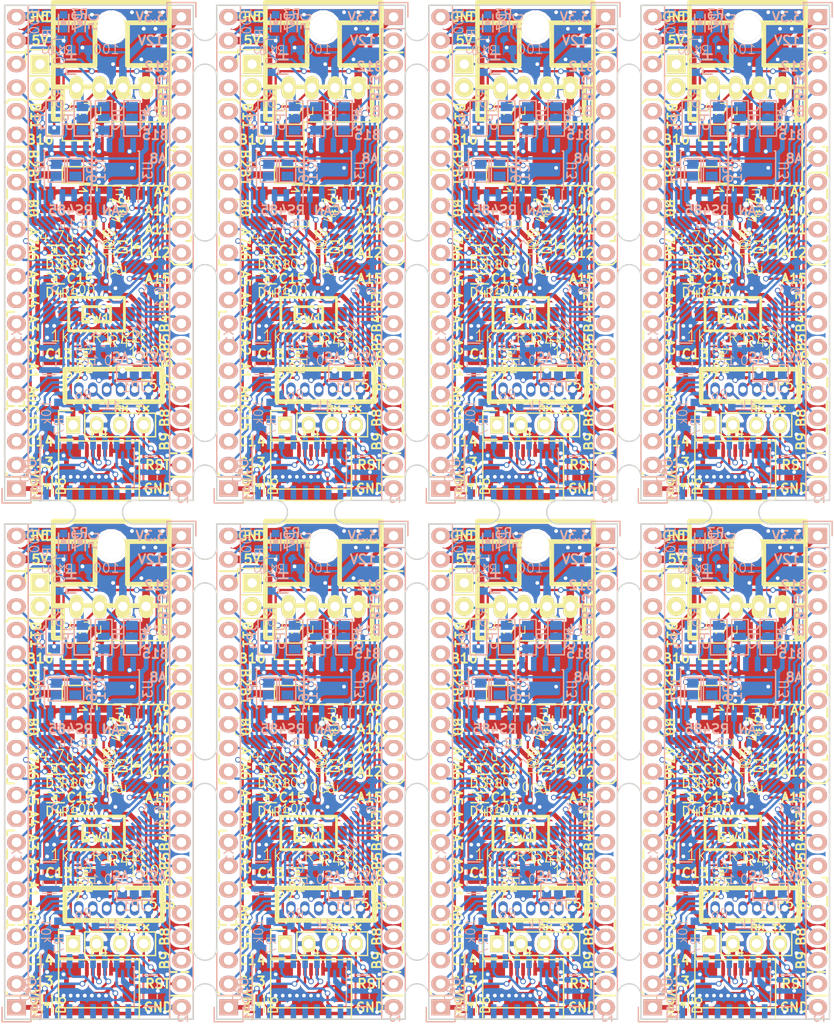
<source format=kicad_pcb>
(kicad_pcb (version 4) (host pcbnew 4.0.7)
  (layers (0 F.Cu signal) (31 B.Cu signal) (34 B.Paste user) (35 F.Paste user) (36 B.SilkS user) (37 F.SilkS user) (38 B.Mask user) (39 F.Mask user) (44 Edge.Cuts user))
  (net 0 "")
  (net 1 GND)
  (net 2 /NRST)
  (net 3 +12V)
  (net 4 /OSC_IN)
  (net 5 /OSC_OUT)
  (net 6 +3V3)
  (net 7 "Net-(D1-Pad2)")
  (net 8 "Net-(D2-Pad2)")
  (net 9 /LED)
  (net 10 /BOOT0)
  (net 11 /USART_TX)
  (net 12 /USART_RX)
  (net 13 /CAN_RX)
  (net 14 /CAN_TX)
  (net 15 /SWDIO)
  (net 16 /SWCLK)
  (net 17 /PC14)
  (net 18 /PC15)
  (net 19 /PA0)
  (net 20 /PA1)
  (net 21 /PA2)
  (net 22 /PB11)
  (net 23 /PB10)
  (net 24 /PB1)
  (net 25 /PA7)
  (net 26 /PA6)
  (net 27 /PA5)
  (net 28 /PA4)
  (net 29 /PA3)
  (net 30 /PB12)
  (net 31 /PB13)
  (net 32 /PB14)
  (net 33 /PB15)
  (net 34 /PA8)
  (net 35 /PA15)
  (net 36 /PB3)
  (net 37 /PB4)
  (net 38 /PB5)
  (net 39 /PB6)
  (net 40 /PB7)
  (net 41 /PB8)
  (net 42 /PB9)
  (net 43 "Net-(P6-Pad2)")
  (net 44 +5V)
  (net 45 "Net-(JP1-Pad2)")
  (net 46 /PB0)
  (net 47 /485dir)
  (net 48 "Net-(IC1-Pad6)")
  (net 49 "Net-(IC1-Pad7)")
  (net 50 "Net-(JP2-Pad2)")
  (net 51 "Net-(JP3-Pad2)")
  (net 52 "Net-(JP2-Pad1)")
  (net 53 "Net-(JP2-Pad3)")
  (net 54 "Net-(JP3-Pad1)")
  (net 55 "Net-(JP3-Pad3)")
  (net 56 "Net-(P4-Pad2)")
  (net 57 "Net-(P4-Pad3)")
  (net 58 "Net-(U5-Pad8)")
  (net 59 "Net-(U5-Pad7)")
  (net 60 "Net-(P7-Pad3)")
  (net 61 "Net-(R7-Pad1)")
  (net 62 /Vbus)
  (net 63 "Net-(D3-Pad2)")
  (net 64 "Net-(D4-Pad2)")
  (net 65 "Net-(D5-Pad2)")
  (net 66 "Net-(D6-Pad2)")
  (net 67 "Net-(D7-Pad2)")
  (module RP_KiCAD_Libs:C1608_WP (layer B.Cu) (at 94.742 76.708 90)
    (fp_text reference R12 (at -0.635 0.635 90) (layer B.SilkS) (effects (font (thickness 0.1)) (justify left bottom mirror)))
    (fp_text value 100 (at 1.524 -0.762 90) (layer B.SilkS) (effects (font (thickness 0.1)) (justify left bottom mirror)))
    (pad 1 smd rect (at -0.9 0 90) (size 0.8 1) (layers B.Cu B.Paste B.Mask) (net 67 "Net-(D7-Pad2)"))
    (pad 2 smd rect (at 0.9 0 90) (size 0.8 1) (layers B.Cu B.Paste B.Mask) (net 1 GND))
  )
  (module LEDs:LED_0603 (layer B.Cu) (at 96.52 76.708 90)
    (fp_text reference D7 (at 0 1.5 90) (layer B.SilkS) (effects (justify mirror)))
    (fp_text value LED)
    (pad 1 smd rect (at 0.7493 0 270) (size 0.79756 0.79756) (layers B.Cu B.Paste B.Mask) (net 44 +5V))
    (pad 2 smd rect (at -0.7493 0 270) (size 0.79756 0.79756) (layers B.Cu B.Paste B.Mask) (net 67 "Net-(D7-Pad2)"))
  )
  (module RP_KiCAD_Libs:C1608_WP (layer B.Cu) (at 93.472 124.968 90)
    (fp_text reference R11 (at -0.635 0.635 90) (layer B.SilkS) (effects (font (thickness 0.1)) (justify left bottom mirror)))
    (fp_text value 100 (at 1.5 -0.5 90) (layer B.SilkS) (effects (font (thickness 0.1)) (justify left bottom mirror)))
    (pad 1 smd rect (at -0.9 0 90) (size 0.8 1) (layers B.Cu B.Paste B.Mask) (net 66 "Net-(D6-Pad2)"))
    (pad 2 smd rect (at 0.9 0 90) (size 0.8 1) (layers B.Cu B.Paste B.Mask) (net 1 GND))
  )
  (module LEDs:LED_0603 (layer F.Cu) (at 94.742 126.746 270)
    (fp_text reference D6 (at 0 -1.5 270) (layer F.SilkS))
    (fp_text value LED)
    (pad 1 smd rect (at 0.7493 0 90) (size 0.79756 0.79756) (layers F.Cu F.Paste F.Mask) (net 62 /Vbus))
    (pad 2 smd rect (at -0.7493 0 90) (size 0.79756 0.79756) (layers F.Cu F.Paste F.Mask) (net 66 "Net-(D6-Pad2)"))
  )
  (module RP_KiCAD_Libs:C1608_WP (layer B.Cu) (at 98.298 79.756)
    (fp_text reference R10 (at -0.635 0.635) (layer B.SilkS) (effects (font (thickness 0.1)) (justify left bottom mirror)))
    (fp_text value 100 (at 4.318 0.508) (layer B.SilkS) (effects (font (thickness 0.1)) (justify left bottom mirror)))
    (pad 1 smd rect (at -0.9 0) (size 0.8 1) (layers B.Cu B.Paste B.Mask) (net 65 "Net-(D5-Pad2)"))
    (pad 2 smd rect (at 0.9 0) (size 0.8 1) (layers B.Cu B.Paste B.Mask) (net 1 GND))
  )
  (module LEDs:LED_0603 (layer B.Cu) (at 98.298 76.708 90)
    (fp_text reference D5 (at 0 1.5 90) (layer B.SilkS) (effects (justify mirror)))
    (fp_text value LED)
    (pad 1 smd rect (at 0.7493 0 270) (size 0.79756 0.79756) (layers B.Cu B.Paste B.Mask) (net 3 +12V))
    (pad 2 smd rect (at -0.7493 0 270) (size 0.79756 0.79756) (layers B.Cu B.Paste B.Mask) (net 65 "Net-(D5-Pad2)"))
  )
  (module RP_KiCAD_Libs:C1608_WP (layer F.Cu) (at 95.504 105.918 180)
    (fp_text reference R9 (at -0.635 -0.635 180) (layer F.SilkS) (effects (font (thickness 0.1)) (justify left bottom)))
    (fp_text value 100 (at -1.524 -0.254 180) (layer F.SilkS) (effects (font (thickness 0.1)) (justify left bottom)))
    (pad 1 smd rect (at -0.9 0 180) (size 0.8 1) (layers F.Cu F.Paste F.Mask) (net 64 "Net-(D4-Pad2)"))
    (pad 2 smd rect (at 0.9 0 180) (size 0.8 1) (layers F.Cu F.Paste F.Mask) (net 1 GND))
  )
  (module RP_KiCAD_Libs:C1608_WP (layer F.Cu) (at 95.504 102.87 180)
    (fp_text reference R8 (at -0.635 -0.635 180) (layer F.SilkS) (effects (font (thickness 0.1)) (justify left bottom)))
    (fp_text value 100 (at -1.524 -0.508 180) (layer F.SilkS) (effects (font (thickness 0.1)) (justify left bottom)))
    (pad 1 smd rect (at -0.9 0 180) (size 0.8 1) (layers F.Cu F.Paste F.Mask) (net 63 "Net-(D3-Pad2)"))
    (pad 2 smd rect (at 0.9 0 180) (size 0.8 1) (layers F.Cu F.Paste F.Mask) (net 1 GND))
  )
  (module LEDs:LED_0603 (layer F.Cu) (at 95.504 104.394 180)
    (fp_text reference D4 (at 0 -1.5 180) (layer F.SilkS))
    (fp_text value LED)
    (pad 1 smd rect (at 0.7493 0) (size 0.79756 0.79756) (layers F.Cu F.Paste F.Mask) (net 18 /PC15))
    (pad 2 smd rect (at -0.7493 0) (size 0.79756 0.79756) (layers F.Cu F.Paste F.Mask) (net 64 "Net-(D4-Pad2)"))
  )
  (module LEDs:LED_0603 (layer F.Cu) (at 95.504 101.346 180)
    (fp_text reference D3 (at 0 -1.5 180) (layer F.SilkS))
    (fp_text value LED)
    (pad 1 smd rect (at 0.7493 0) (size 0.79756 0.79756) (layers F.Cu F.Paste F.Mask) (net 17 /PC14))
    (pad 2 smd rect (at -0.7493 0) (size 0.79756 0.79756) (layers F.Cu F.Paste F.Mask) (net 63 "Net-(D3-Pad2)"))
  )
  (module Pin_Headers:Pin_Header_Straight_1x21 (layer B.Cu) (at 109.22 76.2 180)
    (fp_text reference P3 (at 10.99 0.32 180) (layer B.SilkS) (effects (justify mirror)))
    (fp_text value CONN_01X21)
    (pad 1 thru_hole rect (at 0 0 180) (size 2.032 1.7272) (drill 1.016) (layers *.Cu *.Mask B.SilkS) (net 6 +3V3))
    (pad 2 thru_hole oval (at 0 -2.54 180) (size 2.032 1.7272) (drill 1.016) (layers *.Cu *.Mask B.SilkS) (net 3 +12V))
    (pad 3 thru_hole oval (at 0 -5.08 180) (size 2.032 1.7272) (drill 1.016) (layers *.Cu *.Mask B.SilkS) (net 30 /PB12))
    (pad 4 thru_hole oval (at 0 -7.62 180) (size 2.032 1.7272) (drill 1.016) (layers *.Cu *.Mask B.SilkS) (net 31 /PB13))
    (pad 5 thru_hole oval (at 0 -10.16 180) (size 2.032 1.7272) (drill 1.016) (layers *.Cu *.Mask B.SilkS) (net 32 /PB14))
    (pad 6 thru_hole oval (at 0 -12.7 180) (size 2.032 1.7272) (drill 1.016) (layers *.Cu *.Mask B.SilkS) (net 33 /PB15))
    (pad 7 thru_hole oval (at 0 -15.24 180) (size 2.032 1.7272) (drill 1.016) (layers *.Cu *.Mask B.SilkS) (net 34 /PA8))
    (pad 8 thru_hole oval (at 0 -17.78 180) (size 2.032 1.7272) (drill 1.016) (layers *.Cu *.Mask B.SilkS) (net 11 /USART_TX))
    (pad 9 thru_hole oval (at 0 -20.32 180) (size 2.032 1.7272) (drill 1.016) (layers *.Cu *.Mask B.SilkS) (net 12 /USART_RX))
    (pad 10 thru_hole oval (at 0 -22.86 180) (size 2.032 1.7272) (drill 1.016) (layers *.Cu *.Mask B.SilkS) (net 13 /CAN_RX))
    (pad 11 thru_hole oval (at 0 -25.4 180) (size 2.032 1.7272) (drill 1.016) (layers *.Cu *.Mask B.SilkS) (net 14 /CAN_TX))
    (pad 12 thru_hole oval (at 0 -27.94 180) (size 2.032 1.7272) (drill 1.016) (layers *.Cu *.Mask B.SilkS) (net 35 /PA15))
    (pad 13 thru_hole oval (at 0 -30.48 180) (size 2.032 1.7272) (drill 1.016) (layers *.Cu *.Mask B.SilkS) (net 36 /PB3))
    (pad 14 thru_hole oval (at 0 -33.02 180) (size 2.032 1.7272) (drill 1.016) (layers *.Cu *.Mask B.SilkS) (net 37 /PB4))
    (pad 15 thru_hole oval (at 0 -35.56 180) (size 2.032 1.7272) (drill 1.016) (layers *.Cu *.Mask B.SilkS) (net 38 /PB5))
    (pad 16 thru_hole oval (at 0 -38.1 180) (size 2.032 1.7272) (drill 1.016) (layers *.Cu *.Mask B.SilkS) (net 39 /PB6))
    (pad 17 thru_hole oval (at 0 -40.64 180) (size 2.032 1.7272) (drill 1.016) (layers *.Cu *.Mask B.SilkS) (net 40 /PB7))
    (pad 18 thru_hole oval (at 0 -43.18 180) (size 2.032 1.7272) (drill 1.016) (layers *.Cu *.Mask B.SilkS) (net 41 /PB8))
    (pad 19 thru_hole oval (at 0 -45.72 180) (size 2.032 1.7272) (drill 1.016) (layers *.Cu *.Mask B.SilkS) (net 42 /PB9))
    (pad 20 thru_hole oval (at 0 -48.26 180) (size 2.032 1.7272) (drill 1.016) (layers *.Cu *.Mask B.SilkS) (net 2 /NRST))
    (pad 21 thru_hole oval (at 0 -50.8 180) (size 2.032 1.7272) (drill 1.016) (layers *.Cu *.Mask B.SilkS) (net 1 GND))
  )
  (module Connect:Socket_Strip_Straight_1x04_mini (layer F.Cu) (at 97.536 120.142)
    (fp_text reference P7 (at 0 -5.1) (layer F.SilkS))
    (fp_text value CONN_01X04)
    (pad 1 thru_hole rect (at 0 0) (size 1.5 1.8) (drill 1.016) (layers *.Cu *.Mask F.SilkS) (net 44 +5V))
    (pad 2 thru_hole oval (at 2.54 0) (size 1.5 1.8) (drill 1.016) (layers *.Cu *.Mask F.SilkS) (net 1 GND))
    (pad 3 thru_hole oval (at 5.08 0) (size 1.5 1.8) (drill 1.016) (layers *.Cu *.Mask F.SilkS) (net 60 "Net-(P7-Pad3)"))
    (pad 4 thru_hole oval (at 7.62 0) (size 1.5 1.8) (drill 1.016) (layers *.Cu *.Mask F.SilkS) (net 11 /USART_TX))
  )
  (module RP_KiCAD_Libs:C1608_WP (layer B.Cu) (at 96.012 118.618 90)
    (fp_text reference R7 (at -0.635 0.635 90) (layer B.SilkS) (effects (font (thickness 0.1)) (justify left bottom mirror)))
    (fp_text value 10k (at 1.27 -0.762 90) (layer B.SilkS) (effects (font (thickness 0.1)) (justify left bottom mirror)))
    (pad 1 smd rect (at -0.9 0 90) (size 0.8 1) (layers B.Cu B.Paste B.Mask) (net 61 "Net-(R7-Pad1)"))
    (pad 2 smd rect (at 0.9 0 90) (size 0.8 1) (layers B.Cu B.Paste B.Mask) (net 12 /USART_RX))
  )
  (module RP_KiCAD_Libs:C1608_WP (layer B.Cu) (at 99.06 118.11 180)
    (fp_text reference R6 (at -0.635 0.635 180) (layer B.SilkS) (effects (font (thickness 0.1)) (justify left bottom mirror)))
    (fp_text value 1k (at -3.556 -0.508 180) (layer B.SilkS) (effects (font (thickness 0.1)) (justify left bottom mirror)))
    (pad 1 smd rect (at -0.9 0 180) (size 0.8 1) (layers B.Cu B.Paste B.Mask) (net 60 "Net-(P7-Pad3)"))
    (pad 2 smd rect (at 0.9 0 180) (size 0.8 1) (layers B.Cu B.Paste B.Mask) (net 12 /USART_RX))
  )
  (module Connect:USB_Micro-B (layer F.Cu) (at 100.33 124.46)
    (fp_text reference P4 (at 0 -3.45) (layer F.SilkS))
    (fp_text value USB_OTG)
    (pad 1 smd rect (at -1.3009 -1.56254 90) (size 1.35 0.4) (layers F.Cu F.Paste F.Mask) (net 62 /Vbus))
    (pad 2 smd rect (at -0.6509 -1.56254 90) (size 1.35 0.4) (layers F.Cu F.Paste F.Mask) (net 56 "Net-(P4-Pad2)"))
    (pad 3 smd rect (at -0.0009 -1.56254 90) (size 1.35 0.4) (layers F.Cu F.Paste F.Mask) (net 57 "Net-(P4-Pad3)"))
    (pad 4 smd rect (at 0.6491 -1.56254 90) (size 1.35 0.4) (layers F.Cu F.Paste F.Mask))
    (pad 5 smd rect (at 1.2991 -1.56254 90) (size 1.35 0.4) (layers F.Cu F.Paste F.Mask) (net 1 GND))
    (pad 6 smd rect (at -3 -1.5) (size 2.1 1.6) (layers F.Cu F.Paste F.Mask) (net 1 GND))
    (pad 6 smd rect (at -3.5 1) (size 1.9 1.9) (layers F.Cu F.Paste F.Mask) (net 1 GND))
    (pad 6 smd rect (at 3.5 1) (size 1.9 1.9) (layers F.Cu F.Paste F.Mask) (net 1 GND))
    (pad 6 smd rect (at 3 -1.5) (size 2.1 1.6) (layers F.Cu F.Paste F.Mask) (net 1 GND))
  )
  (module Fuse_Holders_and_Fuses:Fuse_SMD1206_Wave (layer F.Cu) (at 94.996 117.348 90)
    (fp_text reference F1 (at -0.0508 -2.19964 90) (layer F.SilkS))
    (fp_text value FUSE)
    (pad 1 smd rect (at -1.58496 0 180) (size 2.02946 1.651) (layers F.Cu F.Paste F.Mask) (net 62 /Vbus))
    (pad 2 smd rect (at 1.58496 0 180) (size 2.02946 1.651) (layers F.Cu F.Paste F.Mask) (net 44 +5V))
  )
  (module Crystals:Resonator_3×1.3mm (layer B.Cu) (at 105.918 125.222 90)
    (fp_text reference X2 (at -2.5 3.5 90) (layer B.SilkS) (effects (justify mirror)))
    (fp_text value ceralock)
    (pad 1 smd rect (at -1.2 0 90) (size 0.6 2.2) (layers B.Cu B.Paste B.Mask) (net 59 "Net-(U5-Pad7)"))
    (pad 2 smd rect (at 0 0 90) (size 0.6 2.2) (layers B.Cu B.Paste B.Mask) (net 1 GND))
    (pad 3 smd rect (at 1.2 0 90) (size 0.6 2.2) (layers B.Cu B.Paste B.Mask) (net 58 "Net-(U5-Pad8)"))
  )
  (module Buttons_Switches_SMD:RP_SMD_Button (layer F.Cu) (at 100.076 108.204)
    (fp_text reference SW1 (at 0 0.5) (layer F.SilkS))
    (fp_text value SW_PUSH)
    (pad 1 smd rect (at 2.8 0) (size 2.6 1.5) (layers F.Cu F.Paste F.Mask) (net 1 GND))
    (pad 2 smd rect (at -2.8 0) (size 2.6 1.5) (layers F.Cu F.Paste F.Mask) (net 2 /NRST))
  )
  (module RP_KiCAD_Libs:C1608_WP_S (layer F.Cu) (at 101.6 104.648)
    (fp_text reference C6 (at -0.635 -0.635) (layer F.SilkS) (effects (font (thickness 0.1)) (justify left bottom)))
    (fp_text value 0.1u (at -1.524 -0.762) (layer F.SilkS) (effects (font (thickness 0.1)) (justify left bottom)))
    (pad 1 smd rect (at -1 0) (size 0.6 1) (layers F.Cu F.Paste F.Mask) (net 6 +3V3))
    (pad 2 smd rect (at 1 0) (size 0.6 1) (layers F.Cu F.Paste F.Mask) (net 1 GND))
  )
  (module RP_KiCAD_Libs:C1608_WP_S (layer B.Cu) (at 100.33 112.014)
    (fp_text reference C5 (at -0.635 0.635) (layer B.SilkS) (effects (font (thickness 0.1)) (justify left bottom mirror)))
    (fp_text value 0.1u (at 1.524 1.778) (layer B.SilkS) (effects (font (thickness 0.1)) (justify left bottom mirror)))
    (pad 1 smd rect (at -1 0) (size 0.6 1) (layers B.Cu B.Paste B.Mask) (net 6 +3V3))
    (pad 2 smd rect (at 1 0) (size 0.6 1) (layers B.Cu B.Paste B.Mask) (net 1 GND))
  )
  (module RP_KiCAD_Libs:C1608_WP_S (layer B.Cu) (at 106.934 103.632 90)
    (fp_text reference C4 (at -0.635 0.635 90) (layer B.SilkS) (effects (font (thickness 0.1)) (justify left bottom mirror)))
    (fp_text value 0.1u (at -1.524 0.508 90) (layer B.SilkS) (effects (font (thickness 0.1)) (justify left bottom mirror)))
    (pad 1 smd rect (at -1 0 90) (size 0.6 1) (layers B.Cu B.Paste B.Mask) (net 6 +3V3))
    (pad 2 smd rect (at 1 0 90) (size 0.6 1) (layers B.Cu B.Paste B.Mask) (net 1 GND))
  )
  (module RP_KiCAD_Libs:C1608_WP_S (layer B.Cu) (at 100.838 98.552)
    (fp_text reference C3 (at -0.635 0.635) (layer B.SilkS) (effects (font (thickness 0.1)) (justify left bottom mirror)))
    (fp_text value 0.1u (at -1.524 0.508) (layer B.SilkS) (effects (font (thickness 0.1)) (justify left bottom mirror)))
    (pad 1 smd rect (at -1 0) (size 0.6 1) (layers B.Cu B.Paste B.Mask) (net 6 +3V3))
    (pad 2 smd rect (at 1 0) (size 0.6 1) (layers B.Cu B.Paste B.Mask) (net 1 GND))
  )
  (module Connect:GS2 (layer B.Cu) (at 95.758 92.71 180)
    (fp_text reference JP7 (at 1.778 0 450) (layer B.SilkS) (effects (justify mirror)))
    (fp_text value JUMPER)
    (pad 1 smd rect (at 0 0.635 180) (size 1.27 0.9652) (layers B.Cu B.Paste B.Mask) (net 49 "Net-(IC1-Pad7)"))
    (pad 2 smd rect (at 0 -0.635 180) (size 1.27 0.9652) (layers B.Cu B.Paste B.Mask) (net 23 /PB10))
  )
  (module Connect:GS2 (layer B.Cu) (at 97.79 92.71)
    (fp_text reference JP6 (at 1.778 0 270) (layer B.SilkS) (effects (justify mirror)))
    (fp_text value JUMPER)
    (pad 1 smd rect (at 0 0.635) (size 1.27 0.9652) (layers B.Cu B.Paste B.Mask) (net 22 /PB11))
    (pad 2 smd rect (at 0 -0.635) (size 1.27 0.9652) (layers B.Cu B.Paste B.Mask) (net 48 "Net-(IC1-Pad6)"))
  )
  (module Connect:GS3 (layer B.Cu) (at 95.504 87.122 180)
    (fp_text reference JP4 (at 1.524 0 450) (layer B.SilkS) (effects (justify mirror)))
    (fp_text value JUMPER3)
    (pad 1 smd rect (at 0 1.27 180) (size 1.27 0.9652) (layers B.Cu B.Paste B.Mask) (net 55 "Net-(JP3-Pad3)"))
    (pad 2 smd rect (at 0 0 180) (size 1.27 0.9652) (layers B.Cu B.Paste B.Mask) (net 48 "Net-(IC1-Pad6)"))
    (pad 3 smd rect (at 0 -1.27 180) (size 1.27 0.9652) (layers B.Cu B.Paste B.Mask) (net 54 "Net-(JP3-Pad1)"))
  )
  (module Connect:GS3 (layer B.Cu) (at 103.886 87.122)
    (fp_text reference JP3 (at 1.524 0 270) (layer B.SilkS) (effects (justify mirror)))
    (fp_text value JUMPER3)
    (pad 1 smd rect (at 0 1.27) (size 1.27 0.9652) (layers B.Cu B.Paste B.Mask) (net 54 "Net-(JP3-Pad1)"))
    (pad 2 smd rect (at 0 0) (size 1.27 0.9652) (layers B.Cu B.Paste B.Mask) (net 51 "Net-(JP3-Pad2)"))
    (pad 3 smd rect (at 0 -1.27) (size 1.27 0.9652) (layers B.Cu B.Paste B.Mask) (net 55 "Net-(JP3-Pad3)"))
  )
  (module Connect:GS3 (layer B.Cu) (at 100.838 87.122)
    (fp_text reference JP2 (at 1.524 0 270) (layer B.SilkS) (effects (justify mirror)))
    (fp_text value JUMPER3)
    (pad 1 smd rect (at 0 1.27) (size 1.27 0.9652) (layers B.Cu B.Paste B.Mask) (net 52 "Net-(JP2-Pad1)"))
    (pad 2 smd rect (at 0 0) (size 1.27 0.9652) (layers B.Cu B.Paste B.Mask) (net 50 "Net-(JP2-Pad2)"))
    (pad 3 smd rect (at 0 -1.27) (size 1.27 0.9652) (layers B.Cu B.Paste B.Mask) (net 53 "Net-(JP2-Pad3)"))
  )
  (module Housings_SOIC:SOIC-8_3.9x4.9mm_Pitch1.27mm_S (layer B.Cu) (at 97.028 92.71 90)
    (fp_text reference IC1 (at 0 3.5 90) (layer B.SilkS) (effects (justify mirror)))
    (fp_text value SP3485EN)
    (pad 1 smd rect (at -2.7 1.905 90) (size 1.3 0.6) (layers B.Cu B.Paste B.Mask) (net 22 /PB11))
    (pad 2 smd rect (at -2.7 0.635 90) (size 1.3 0.6) (layers B.Cu B.Paste B.Mask) (net 47 /485dir))
    (pad 3 smd rect (at -2.7 -0.635 90) (size 1.3 0.6) (layers B.Cu B.Paste B.Mask) (net 47 /485dir))
    (pad 4 smd rect (at -2.7 -1.905 90) (size 1.3 0.6) (layers B.Cu B.Paste B.Mask) (net 23 /PB10))
    (pad 5 smd rect (at 2.7 -1.905 90) (size 1.3 0.6) (layers B.Cu B.Paste B.Mask) (net 1 GND))
    (pad 6 smd rect (at 2.7 -0.635 90) (size 1.3 0.6) (layers B.Cu B.Paste B.Mask) (net 48 "Net-(IC1-Pad6)"))
    (pad 7 smd rect (at 2.7 0.635 90) (size 1.3 0.6) (layers B.Cu B.Paste B.Mask) (net 49 "Net-(IC1-Pad7)"))
    (pad 8 smd rect (at 2.7 1.905 90) (size 1.3 0.6) (layers B.Cu B.Paste B.Mask) (net 6 +3V3))
  )
  (module RP_KiCAD_Libs:C3216_S (layer F.Cu) (at 104.14 96.774 90)
    (fp_text reference C7 (at -1.27 -1.27 90) (layer F.SilkS) (effects (font (size 1.2065 1.2065) (thickness 0.1016)) (justify left bottom)))
    (fp_text value 4.7u (at -1.778 -1.016 90) (layer F.SilkS) (effects (font (size 1.2065 1.2065) (thickness 0.1016)) (justify left bottom)))
    (pad 1 smd rect (at -1.6 0 90) (size 1.4 1.8) (layers F.Cu F.Paste F.Mask) (net 6 +3V3))
    (pad 2 smd rect (at 1.6 0 90) (size 1.4 1.8) (layers F.Cu F.Paste F.Mask) (net 1 GND))
  )
  (module RP_KiCAD_Libs:C3216_S (layer F.Cu) (at 94.742 96.774 90)
    (fp_text reference C2 (at -1.27 -1.27 90) (layer F.SilkS) (effects (font (size 1.2065 1.2065) (thickness 0.1016)) (justify left bottom)))
    (fp_text value 4.7u (at -3.81 -1.016 180) (layer F.SilkS) (effects (font (size 1.2065 1.2065) (thickness 0.1016)) (justify left bottom)))
    (pad 1 smd rect (at -1.6 0 90) (size 1.4 1.8) (layers F.Cu F.Paste F.Mask) (net 44 +5V))
    (pad 2 smd rect (at 1.6 0 90) (size 1.4 1.8) (layers F.Cu F.Paste F.Mask) (net 1 GND))
  )
  (module RP_KiCAD_Libs:C3216_S (layer F.Cu) (at 103.124 86.36)
    (fp_text reference C1 (at -1.27 -1.27) (layer F.SilkS) (effects (font (size 1.2065 1.2065) (thickness 0.1016)) (justify left bottom)))
    (fp_text value 4.7u (at -6.35 0.508) (layer F.SilkS) (effects (font (size 1.2065 1.2065) (thickness 0.1016)) (justify left bottom)))
    (pad 1 smd rect (at -1.6 0) (size 1.4 1.8) (layers F.Cu F.Paste F.Mask) (net 3 +12V))
    (pad 2 smd rect (at 1.6 0) (size 1.4 1.8) (layers F.Cu F.Paste F.Mask) (net 1 GND))
  )
  (module Crystals:Resonator_3×1.3mm (layer B.Cu) (at 94.996 113.03 270)
    (fp_text reference X1 (at -2.5 3.5 270) (layer B.SilkS) (effects (justify mirror)))
    (fp_text value ceralock)
    (pad 1 smd rect (at -1.2 0 270) (size 0.6 2.2) (layers B.Cu B.Paste B.Mask) (net 5 /OSC_OUT))
    (pad 2 smd rect (at 0 0 270) (size 0.6 2.2) (layers B.Cu B.Paste B.Mask) (net 1 GND))
    (pad 3 smd rect (at 1.2 0 270) (size 0.6 2.2) (layers B.Cu B.Paste B.Mask) (net 4 /OSC_IN))
  )
  (module TO_SOT_Packages_SMD:TO-252-2Lead_regu (layer F.Cu) (at 98.044 90.932 270)
    (fp_text reference U4 (at 0 -10.414 270) (layer F.SilkS))
    (fp_text value 78L05)
    (pad VI smd rect (at -2.286 0 270) (size 1.651 3.048) (layers F.Cu F.Paste F.Mask) (net 3 +12V))
    (pad GND smd rect (at 0 -6.35 270) (size 6.096 6.096) (layers F.Cu F.Paste F.Mask) (net 1 GND))
    (pad VO smd rect (at 2.286 0 270) (size 1.651 3.048) (layers F.Cu F.Paste F.Mask) (net 44 +5V))
  )
  (module TO_SOT_Packages_SMD:SOT89-3_Housing (layer F.Cu) (at 98.806 96.52 270)
    (fp_text reference U2 (at -0.09906 -4.24942 270) (layer F.SilkS))
    (fp_text value NCP1117ST33T3G)
    (pad 1 smd rect (at -1.50114 1.85166 270) (size 1.00076 1.50114) (layers F.Cu F.Paste F.Mask) (net 1 GND))
    (pad 2 smd rect (at 0 1.85166 270) (size 1.00076 1.50114) (layers F.Cu F.Paste F.Mask) (net 6 +3V3))
    (pad 3 smd rect (at 1.50114 1.85166 270) (size 1.00076 1.50114) (layers F.Cu F.Paste F.Mask) (net 44 +5V))
    (pad 2 smd rect (at 0 -1.09982 270) (size 1.99898 2.99974) (layers F.Cu F.Paste F.Mask) (net 6 +3V3))
    (pad 2 smd trapezoid (at 0 0.7493 90) (size 1.50114 0.7493) (rect_delta 0 0.50038) (layers F.Cu F.Paste F.Mask) (net 6 +3V3))
  )
  (module LEDs:LED_0603 (layer F.Cu) (at 98.806 112.522 180)
    (fp_text reference D2 (at 0 -1.5 180) (layer F.SilkS))
    (fp_text value LED)
    (pad 1 smd rect (at 0.7493 0) (size 0.79756 0.79756) (layers F.Cu F.Paste F.Mask) (net 9 /LED))
    (pad 2 smd rect (at -0.7493 0) (size 0.79756 0.79756) (layers F.Cu F.Paste F.Mask) (net 8 "Net-(D2-Pad2)"))
  )
  (module LEDs:LED_0603 (layer F.Cu) (at 104.394 100.838 90)
    (fp_text reference D1 (at 0 -1.5 90) (layer F.SilkS))
    (fp_text value LED)
    (pad 1 smd rect (at 0.7493 0 270) (size 0.79756 0.79756) (layers F.Cu F.Paste F.Mask) (net 6 +3V3))
    (pad 2 smd rect (at -0.7493 0 270) (size 0.79756 0.79756) (layers F.Cu F.Paste F.Mask) (net 7 "Net-(D1-Pad2)"))
  )
  (module Connect:GS3 (layer B.Cu) (at 104.14 114.554 270)
    (fp_text reference JP1 (at 1.524 0 540) (layer B.SilkS) (effects (justify mirror)))
    (fp_text value JUMPER3)
    (pad 1 smd rect (at 0 1.27 270) (size 1.27 0.9652) (layers B.Cu B.Paste B.Mask) (net 44 +5V))
    (pad 2 smd rect (at 0 0 270) (size 1.27 0.9652) (layers B.Cu B.Paste B.Mask) (net 45 "Net-(JP1-Pad2)"))
    (pad 3 smd rect (at 0 -1.27 270) (size 1.27 0.9652) (layers B.Cu B.Paste B.Mask) (net 6 +3V3))
  )
  (module RP_KiCAD_Libs:C1608_WP (layer B.Cu) (at 96.012 83.058 90)
    (fp_text reference R5 (at -0.635 0.635 90) (layer B.SilkS) (effects (font (size 1.2065 1.2065) (thickness 0.1016)) (justify left bottom mirror)))
    (fp_text value 120 (at 5.08 0.762 90) (layer B.SilkS) (effects (font (size 1.2065 1.2065) (thickness 0.1016)) (justify left bottom mirror)))
    (pad 1 smd rect (at -0.9 0 90) (size 0.8 1) (layers B.Cu B.Paste B.Mask) (net 43 "Net-(P6-Pad2)"))
    (pad 2 smd rect (at 0.9 0 90) (size 0.8 1) (layers B.Cu B.Paste B.Mask) (net 53 "Net-(JP2-Pad3)"))
  )
  (module Pin_Headers:Pin_Header_Straight_1x02 (layer F.Cu) (at 93.98 81.28)
    (fp_text reference P6 (at 0 -5.1) (layer F.SilkS))
    (fp_text value CONN_01X02)
    (pad 1 thru_hole rect (at 0 0) (size 2.032 2.032) (drill 1.016) (layers *.Cu *.Mask F.SilkS) (net 55 "Net-(JP3-Pad3)"))
    (pad 2 thru_hole oval (at 0 2.54) (size 2.032 2.032) (drill 1.016) (layers *.Cu *.Mask F.SilkS) (net 43 "Net-(P6-Pad2)"))
  )
  (module RP_KiCAD_Connector:ZH_6T (layer F.Cu) (at 105.664 116.332 180)
    (fp_text reference P5 (at 0 0.5 180) (layer F.SilkS))
    (fp_text value CONN_01X06)
    (pad 1 thru_hole oval (at 0 0 180) (size 1 1.524) (drill 0.7) (layers *.Cu *.Mask) (net 1 GND))
    (pad 2 thru_hole oval (at 1.5 0 180) (size 1 1.524) (drill 0.7) (layers *.Cu *.Mask) (net 45 "Net-(JP1-Pad2)"))
    (pad 3 thru_hole oval (at 3 0 180) (size 1 1.524) (drill 0.7) (layers *.Cu *.Mask) (net 16 /SWCLK))
    (pad 4 thru_hole oval (at 4.5 0 180) (size 1 1.524) (drill 0.7) (layers *.Cu *.Mask) (net 15 /SWDIO))
    (pad 5 thru_hole oval (at 6 0 180) (size 1 1.524) (drill 0.7) (layers *.Cu *.Mask) (net 11 /USART_TX))
    (pad 6 thru_hole oval (at 7.5 0 180) (size 1 1.524) (drill 0.7) (layers *.Cu *.Mask) (net 12 /USART_RX))
  )
  (module Housings_SOIC:SOIC-8_3.9x4.9mm_Pitch1.27mm (layer B.Cu) (at 102.108 92.71 90)
    (fp_text reference U3 (at 0 3.5 90) (layer B.SilkS) (effects (justify mirror)))
    (fp_text value MAX3051)
    (pad 1 smd rect (at -2.7 1.905 90) (size 1.55 0.6) (layers B.Cu B.Paste B.Mask) (net 14 /CAN_TX))
    (pad 2 smd rect (at -2.7 0.635 90) (size 1.55 0.6) (layers B.Cu B.Paste B.Mask) (net 1 GND))
    (pad 3 smd rect (at -2.7 -0.635 90) (size 1.55 0.6) (layers B.Cu B.Paste B.Mask) (net 6 +3V3))
    (pad 4 smd rect (at -2.7 -1.905 90) (size 1.55 0.6) (layers B.Cu B.Paste B.Mask) (net 13 /CAN_RX))
    (pad 5 smd rect (at 2.7 -1.905 90) (size 1.55 0.6) (layers B.Cu B.Paste B.Mask) (net 1 GND))
    (pad 6 smd rect (at 2.7 -0.635 90) (size 1.55 0.6) (layers B.Cu B.Paste B.Mask) (net 50 "Net-(JP2-Pad2)"))
    (pad 7 smd rect (at 2.7 0.635 90) (size 1.55 0.6) (layers B.Cu B.Paste B.Mask) (net 51 "Net-(JP3-Pad2)"))
    (pad 8 smd rect (at 2.7 1.905 90) (size 1.55 0.6) (layers B.Cu B.Paste B.Mask) (net 1 GND))
  )
  (module Housings_QFP:LQFP-48_7x7mm_Pitch0.5mm (layer B.Cu) (at 100.33 105.41 45)
    (fp_text reference U1 (at 0 6 45) (layer B.SilkS) (effects (justify mirror)))
    (fp_text value STM32F103_48)
    (pad 1 smd rect (at -4.35 2.75 45) (size 1.3 0.25) (layers B.Cu B.Paste B.Mask) (net 6 +3V3))
    (pad 2 smd rect (at -4.35 2.25 45) (size 1.3 0.25) (layers B.Cu B.Paste B.Mask) (net 9 /LED))
    (pad 3 smd rect (at -4.35 1.75 45) (size 1.3 0.25) (layers B.Cu B.Paste B.Mask) (net 17 /PC14))
    (pad 4 smd rect (at -4.35 1.25 45) (size 1.3 0.25) (layers B.Cu B.Paste B.Mask) (net 18 /PC15))
    (pad 5 smd rect (at -4.35 0.75 45) (size 1.3 0.25) (layers B.Cu B.Paste B.Mask) (net 4 /OSC_IN))
    (pad 6 smd rect (at -4.35 0.25 45) (size 1.3 0.25) (layers B.Cu B.Paste B.Mask) (net 5 /OSC_OUT))
    (pad 7 smd rect (at -4.35 -0.25 45) (size 1.3 0.25) (layers B.Cu B.Paste B.Mask) (net 2 /NRST))
    (pad 8 smd rect (at -4.35 -0.75 45) (size 1.3 0.25) (layers B.Cu B.Paste B.Mask) (net 1 GND))
    (pad 9 smd rect (at -4.35 -1.25 45) (size 1.3 0.25) (layers B.Cu B.Paste B.Mask) (net 6 +3V3))
    (pad 10 smd rect (at -4.35 -1.75 45) (size 1.3 0.25) (layers B.Cu B.Paste B.Mask) (net 19 /PA0))
    (pad 11 smd rect (at -4.35 -2.25 45) (size 1.3 0.25) (layers B.Cu B.Paste B.Mask) (net 20 /PA1))
    (pad 12 smd rect (at -4.35 -2.75 45) (size 1.3 0.25) (layers B.Cu B.Paste B.Mask) (net 21 /PA2))
    (pad 13 smd rect (at -2.75 -4.35 315) (size 1.3 0.25) (layers B.Cu B.Paste B.Mask) (net 29 /PA3))
    (pad 14 smd rect (at -2.25 -4.35 315) (size 1.3 0.25) (layers B.Cu B.Paste B.Mask) (net 28 /PA4))
    (pad 15 smd rect (at -1.75 -4.35 315) (size 1.3 0.25) (layers B.Cu B.Paste B.Mask) (net 27 /PA5))
    (pad 16 smd rect (at -1.25 -4.35 315) (size 1.3 0.25) (layers B.Cu B.Paste B.Mask) (net 26 /PA6))
    (pad 17 smd rect (at -0.75 -4.35 315) (size 1.3 0.25) (layers B.Cu B.Paste B.Mask) (net 25 /PA7))
    (pad 18 smd rect (at -0.25 -4.35 315) (size 1.3 0.25) (layers B.Cu B.Paste B.Mask) (net 46 /PB0))
    (pad 19 smd rect (at 0.25 -4.35 315) (size 1.3 0.25) (layers B.Cu B.Paste B.Mask) (net 24 /PB1))
    (pad 20 smd rect (at 0.75 -4.35 315) (size 1.3 0.25) (layers B.Cu B.Paste B.Mask) (net 47 /485dir))
    (pad 21 smd rect (at 1.25 -4.35 315) (size 1.3 0.25) (layers B.Cu B.Paste B.Mask) (net 23 /PB10))
    (pad 22 smd rect (at 1.75 -4.35 315) (size 1.3 0.25) (layers B.Cu B.Paste B.Mask) (net 22 /PB11))
    (pad 23 smd rect (at 2.25 -4.35 315) (size 1.3 0.25) (layers B.Cu B.Paste B.Mask) (net 1 GND))
    (pad 24 smd rect (at 2.75 -4.35 315) (size 1.3 0.25) (layers B.Cu B.Paste B.Mask) (net 6 +3V3))
    (pad 25 smd rect (at 4.35 -2.75 45) (size 1.3 0.25) (layers B.Cu B.Paste B.Mask) (net 30 /PB12))
    (pad 26 smd rect (at 4.35 -2.25 45) (size 1.3 0.25) (layers B.Cu B.Paste B.Mask) (net 31 /PB13))
    (pad 27 smd rect (at 4.35 -1.75 45) (size 1.3 0.25) (layers B.Cu B.Paste B.Mask) (net 32 /PB14))
    (pad 28 smd rect (at 4.35 -1.25 45) (size 1.3 0.25) (layers B.Cu B.Paste B.Mask) (net 33 /PB15))
    (pad 29 smd rect (at 4.35 -0.75 45) (size 1.3 0.25) (layers B.Cu B.Paste B.Mask) (net 34 /PA8))
    (pad 30 smd rect (at 4.35 -0.25 45) (size 1.3 0.25) (layers B.Cu B.Paste B.Mask) (net 11 /USART_TX))
    (pad 31 smd rect (at 4.35 0.25 45) (size 1.3 0.25) (layers B.Cu B.Paste B.Mask) (net 12 /USART_RX))
    (pad 32 smd rect (at 4.35 0.75 45) (size 1.3 0.25) (layers B.Cu B.Paste B.Mask) (net 13 /CAN_RX))
    (pad 33 smd rect (at 4.35 1.25 45) (size 1.3 0.25) (layers B.Cu B.Paste B.Mask) (net 14 /CAN_TX))
    (pad 34 smd rect (at 4.35 1.75 45) (size 1.3 0.25) (layers B.Cu B.Paste B.Mask) (net 15 /SWDIO))
    (pad 35 smd rect (at 4.35 2.25 45) (size 1.3 0.25) (layers B.Cu B.Paste B.Mask) (net 1 GND))
    (pad 36 smd rect (at 4.35 2.75 45) (size 1.3 0.25) (layers B.Cu B.Paste B.Mask) (net 6 +3V3))
    (pad 37 smd rect (at 2.75 4.35 315) (size 1.3 0.25) (layers B.Cu B.Paste B.Mask) (net 16 /SWCLK))
    (pad 38 smd rect (at 2.25 4.35 315) (size 1.3 0.25) (layers B.Cu B.Paste B.Mask) (net 35 /PA15))
    (pad 39 smd rect (at 1.75 4.35 315) (size 1.3 0.25) (layers B.Cu B.Paste B.Mask) (net 36 /PB3))
    (pad 40 smd rect (at 1.25 4.35 315) (size 1.3 0.25) (layers B.Cu B.Paste B.Mask) (net 37 /PB4))
    (pad 41 smd rect (at 0.75 4.35 315) (size 1.3 0.25) (layers B.Cu B.Paste B.Mask) (net 38 /PB5))
    (pad 42 smd rect (at 0.25 4.35 315) (size 1.3 0.25) (layers B.Cu B.Paste B.Mask) (net 39 /PB6))
    (pad 43 smd rect (at -0.25 4.35 315) (size 1.3 0.25) (layers B.Cu B.Paste B.Mask) (net 40 /PB7))
    (pad 44 smd rect (at -0.75 4.35 315) (size 1.3 0.25) (layers B.Cu B.Paste B.Mask) (net 10 /BOOT0))
    (pad 45 smd rect (at -1.25 4.35 315) (size 1.3 0.25) (layers B.Cu B.Paste B.Mask) (net 41 /PB8))
    (pad 46 smd rect (at -1.75 4.35 315) (size 1.3 0.25) (layers B.Cu B.Paste B.Mask) (net 42 /PB9))
    (pad 47 smd rect (at -2.25 4.35 315) (size 1.3 0.25) (layers B.Cu B.Paste B.Mask) (net 1 GND))
    (pad 48 smd rect (at -2.75 4.35 315) (size 1.3 0.25) (layers B.Cu B.Paste B.Mask) (net 6 +3V3))
  )
  (module RP_KiCAD_Libs:C1608_WP (layer F.Cu) (at 101.854 112.522)
    (fp_text reference R4 (at -0.635 -0.635) (layer F.SilkS) (effects (font (size 1.2065 1.2065) (thickness 0.1016)) (justify left bottom)))
    (fp_text value 100 (at 1.524 0.508) (layer F.SilkS) (effects (font (size 1.2065 1.2065) (thickness 0.1016)) (justify left bottom)))
    (pad 1 smd rect (at -0.9 0) (size 0.8 1) (layers F.Cu F.Paste F.Mask) (net 8 "Net-(D2-Pad2)"))
    (pad 2 smd rect (at 0.9 0) (size 0.8 1) (layers F.Cu F.Paste F.Mask) (net 1 GND))
  )
  (module RP_KiCAD_Libs:C1608_WP (layer F.Cu) (at 102.87 100.838 90)
    (fp_text reference R3 (at -0.635 -0.635 90) (layer F.SilkS) (effects (font (size 1.2065 1.2065) (thickness 0.1016)) (justify left bottom)))
    (fp_text value 100 (at -1.524 -0.762 90) (layer F.SilkS) (effects (font (size 1.2065 1.2065) (thickness 0.1016)) (justify left bottom)))
    (pad 1 smd rect (at -0.9 0 90) (size 0.8 1) (layers F.Cu F.Paste F.Mask) (net 7 "Net-(D1-Pad2)"))
    (pad 2 smd rect (at 0.9 0 90) (size 0.8 1) (layers F.Cu F.Paste F.Mask) (net 1 GND))
  )
  (module RP_KiCAD_Libs:C1608_WP (layer F.Cu) (at 101.854 110.744 180)
    (fp_text reference R2 (at -0.635 -0.635 180) (layer F.SilkS) (effects (font (size 1.2065 1.2065) (thickness 0.1016)) (justify left bottom)))
    (fp_text value 1k (at -1.524 -0.508 180) (layer F.SilkS) (effects (font (size 1.2065 1.2065) (thickness 0.1016)) (justify left bottom)))
    (pad 1 smd rect (at -0.9 0 180) (size 0.8 1) (layers F.Cu F.Paste F.Mask) (net 1 GND))
    (pad 2 smd rect (at 0.9 0 180) (size 0.8 1) (layers F.Cu F.Paste F.Mask) (net 10 /BOOT0))
  )
  (module RP_KiCAD_Libs:C1608_WP (layer F.Cu) (at 98.806 110.744 180)
    (fp_text reference R1 (at -0.635 -0.635 180) (layer F.SilkS) (effects (font (size 1.2065 1.2065) (thickness 0.1016)) (justify left bottom)))
    (fp_text value 1k (at 3.81 -0.508 180) (layer F.SilkS) (effects (font (size 1.2065 1.2065) (thickness 0.1016)) (justify left bottom)))
    (pad 1 smd rect (at -0.9 0 180) (size 0.8 1) (layers F.Cu F.Paste F.Mask) (net 6 +3V3))
    (pad 2 smd rect (at 0.9 0 180) (size 0.8 1) (layers F.Cu F.Paste F.Mask) (net 2 /NRST))
  )
  (module RP_KiCAD_Connector:XA_4LC (layer F.Cu) (at 105.41 83.82 180)
    (fp_text reference P2 (at 0 0.5 180) (layer F.SilkS))
    (fp_text value CONN_01X04)
    (pad 1 thru_hole oval (at 0 0 180) (size 1.5 2.5) (drill 1) (layers *.Cu *.Mask F.SilkS) (net 1 GND))
    (pad 2 thru_hole oval (at 2.5 0 180) (size 1.5 2.5) (drill 1) (layers *.Cu *.Mask F.SilkS) (net 3 +12V))
    (pad 3 thru_hole oval (at 5 0 180) (size 1.5 2.5) (drill 1) (layers *.Cu *.Mask F.SilkS) (net 55 "Net-(JP3-Pad3)"))
    (pad 4 thru_hole oval (at 7.5 0 180) (size 1.5 2.5) (drill 1) (layers *.Cu *.Mask F.SilkS) (net 53 "Net-(JP2-Pad3)"))
    (pad "" thru_hole circle (at 3.75 6.5 180) (size 3 3) (drill 3) (layers *.Cu *.Mask F.SilkS) (clearance -0.3))
  )
  (module Connect:GS3 (layer B.Cu) (at 98.552 87.122 180)
    (fp_text reference JP5 (at 1.524 0 450) (layer B.SilkS) (effects (justify mirror)))
    (fp_text value JUMPER3)
    (pad 1 smd rect (at 0 1.27 180) (size 1.27 0.9652) (layers B.Cu B.Paste B.Mask) (net 53 "Net-(JP2-Pad3)"))
    (pad 2 smd rect (at 0 0 180) (size 1.27 0.9652) (layers B.Cu B.Paste B.Mask) (net 49 "Net-(IC1-Pad7)"))
    (pad 3 smd rect (at 0 -1.27 180) (size 1.27 0.9652) (layers B.Cu B.Paste B.Mask) (net 52 "Net-(JP2-Pad1)"))
  )
  (module Housings_SOIC:SOIC-16_3.9x9.9mm_Pitch1.27mm (layer B.Cu) (at 99.06 124.714 270)
    (fp_text reference U5 (at 0 6 270) (layer B.SilkS) (effects (justify mirror)))
    (fp_text value CH340)
    (pad 1 smd rect (at -2.7 4.445 270) (size 1.5 0.6) (layers B.Cu B.Paste B.Mask) (net 1 GND))
    (pad 2 smd rect (at -2.7 3.175 270) (size 1.5 0.6) (layers B.Cu B.Paste B.Mask) (net 61 "Net-(R7-Pad1)"))
    (pad 3 smd rect (at -2.7 1.905 270) (size 1.5 0.6) (layers B.Cu B.Paste B.Mask) (net 11 /USART_TX))
    (pad 4 smd rect (at -2.7 0.635 270) (size 1.5 0.6) (layers B.Cu B.Paste B.Mask))
    (pad 5 smd rect (at -2.7 -0.635 270) (size 1.5 0.6) (layers B.Cu B.Paste B.Mask) (net 57 "Net-(P4-Pad3)"))
    (pad 6 smd rect (at -2.7 -1.905 270) (size 1.5 0.6) (layers B.Cu B.Paste B.Mask) (net 56 "Net-(P4-Pad2)"))
    (pad 7 smd rect (at -2.7 -3.175 270) (size 1.5 0.6) (layers B.Cu B.Paste B.Mask) (net 59 "Net-(U5-Pad7)"))
    (pad 8 smd rect (at -2.7 -4.445 270) (size 1.5 0.6) (layers B.Cu B.Paste B.Mask) (net 58 "Net-(U5-Pad8)"))
    (pad 9 smd rect (at 2.7 -4.445 270) (size 1.5 0.6) (layers B.Cu B.Paste B.Mask))
    (pad 10 smd rect (at 2.7 -3.175 270) (size 1.5 0.6) (layers B.Cu B.Paste B.Mask))
    (pad 11 smd rect (at 2.7 -1.905 270) (size 1.5 0.6) (layers B.Cu B.Paste B.Mask))
    (pad 12 smd rect (at 2.7 -0.635 270) (size 1.5 0.6) (layers B.Cu B.Paste B.Mask))
    (pad 13 smd rect (at 2.7 0.635 270) (size 1.5 0.6) (layers B.Cu B.Paste B.Mask))
    (pad 14 smd rect (at 2.7 1.905 270) (size 1.5 0.6) (layers B.Cu B.Paste B.Mask))
    (pad 15 smd rect (at 2.7 3.175 270) (size 1.5 0.6) (layers B.Cu B.Paste B.Mask))
    (pad 16 smd rect (at 2.7 4.445 270) (size 1.5 0.6) (layers B.Cu B.Paste B.Mask) (net 62 /Vbus))
  )
  (module Pin_Headers:Pin_Header_Straight_1x21 (layer B.Cu) (at 91.44 127)
    (fp_text reference P1 (at 2.24 0.48 90) (layer B.SilkS) (effects (justify mirror)))
    (fp_text value CONN_01X21)
    (pad 1 thru_hole rect (at 0 0) (size 2.032 1.7272) (drill 1.016) (layers *.Cu *.Mask B.SilkS) (net 62 /Vbus))
    (pad 2 thru_hole oval (at 0 -2.54) (size 2.032 1.7272) (drill 1.016) (layers *.Cu *.Mask B.SilkS) (net 9 /LED))
    (pad 3 thru_hole oval (at 0 -5.08) (size 2.032 1.7272) (drill 1.016) (layers *.Cu *.Mask B.SilkS) (net 17 /PC14))
    (pad 4 thru_hole oval (at 0 -7.62) (size 2.032 1.7272) (drill 1.016) (layers *.Cu *.Mask B.SilkS) (net 18 /PC15))
    (pad 5 thru_hole oval (at 0 -10.16) (size 2.032 1.7272) (drill 1.016) (layers *.Cu *.Mask B.SilkS) (net 19 /PA0))
    (pad 6 thru_hole oval (at 0 -12.7) (size 2.032 1.7272) (drill 1.016) (layers *.Cu *.Mask B.SilkS) (net 20 /PA1))
    (pad 7 thru_hole oval (at 0 -15.24) (size 2.032 1.7272) (drill 1.016) (layers *.Cu *.Mask B.SilkS) (net 21 /PA2))
    (pad 8 thru_hole oval (at 0 -17.78) (size 2.032 1.7272) (drill 1.016) (layers *.Cu *.Mask B.SilkS) (net 29 /PA3))
    (pad 9 thru_hole oval (at 0 -20.32) (size 2.032 1.7272) (drill 1.016) (layers *.Cu *.Mask B.SilkS) (net 28 /PA4))
    (pad 10 thru_hole oval (at 0 -22.86) (size 2.032 1.7272) (drill 1.016) (layers *.Cu *.Mask B.SilkS) (net 27 /PA5))
    (pad 11 thru_hole oval (at 0 -25.4) (size 2.032 1.7272) (drill 1.016) (layers *.Cu *.Mask B.SilkS) (net 26 /PA6))
    (pad 12 thru_hole oval (at 0 -27.94) (size 2.032 1.7272) (drill 1.016) (layers *.Cu *.Mask B.SilkS) (net 25 /PA7))
    (pad 13 thru_hole oval (at 0 -30.48) (size 2.032 1.7272) (drill 1.016) (layers *.Cu *.Mask B.SilkS) (net 46 /PB0))
    (pad 14 thru_hole oval (at 0 -33.02) (size 2.032 1.7272) (drill 1.016) (layers *.Cu *.Mask B.SilkS) (net 24 /PB1))
    (pad 15 thru_hole oval (at 0 -35.56) (size 2.032 1.7272) (drill 1.016) (layers *.Cu *.Mask B.SilkS) (net 47 /485dir))
    (pad 16 thru_hole oval (at 0 -38.1) (size 2.032 1.7272) (drill 1.016) (layers *.Cu *.Mask B.SilkS) (net 23 /PB10))
    (pad 17 thru_hole oval (at 0 -40.64) (size 2.032 1.7272) (drill 1.016) (layers *.Cu *.Mask B.SilkS) (net 22 /PB11))
    (pad 18 thru_hole oval (at 0 -43.18) (size 2.032 1.7272) (drill 1.016) (layers *.Cu *.Mask B.SilkS) (net 52 "Net-(JP2-Pad1)"))
    (pad 19 thru_hole oval (at 0 -45.72) (size 2.032 1.7272) (drill 1.016) (layers *.Cu *.Mask B.SilkS) (net 54 "Net-(JP3-Pad1)"))
    (pad 20 thru_hole oval (at 0 -48.26) (size 2.032 1.7272) (drill 1.016) (layers *.Cu *.Mask B.SilkS) (net 44 +5V))
    (pad 21 thru_hole oval (at 0 -50.8) (size 2.032 1.7272) (drill 1.016) (layers *.Cu *.Mask B.SilkS) (net 1 GND))
  )
  (module RP_KiCAD_Libs:C1608_WP (layer B.Cu) (at 71.882 76.708 90)
    (fp_text reference R12 (at -0.635 0.635 90) (layer B.SilkS) (effects (font (thickness 0.1)) (justify left bottom mirror)))
    (fp_text value 100 (at 1.524 -0.762 90) (layer B.SilkS) (effects (font (thickness 0.1)) (justify left bottom mirror)))
    (pad 1 smd rect (at -0.9 0 90) (size 0.8 1) (layers B.Cu B.Paste B.Mask) (net 67 "Net-(D7-Pad2)"))
    (pad 2 smd rect (at 0.9 0 90) (size 0.8 1) (layers B.Cu B.Paste B.Mask) (net 1 GND))
  )
  (module LEDs:LED_0603 (layer B.Cu) (at 73.66 76.708 90)
    (fp_text reference D7 (at 0 1.5 90) (layer B.SilkS) (effects (justify mirror)))
    (fp_text value LED)
    (pad 1 smd rect (at 0.7493 0 270) (size 0.79756 0.79756) (layers B.Cu B.Paste B.Mask) (net 44 +5V))
    (pad 2 smd rect (at -0.7493 0 270) (size 0.79756 0.79756) (layers B.Cu B.Paste B.Mask) (net 67 "Net-(D7-Pad2)"))
  )
  (module RP_KiCAD_Libs:C1608_WP (layer B.Cu) (at 70.612 124.968 90)
    (fp_text reference R11 (at -0.635 0.635 90) (layer B.SilkS) (effects (font (thickness 0.1)) (justify left bottom mirror)))
    (fp_text value 100 (at 1.5 -0.5 90) (layer B.SilkS) (effects (font (thickness 0.1)) (justify left bottom mirror)))
    (pad 1 smd rect (at -0.9 0 90) (size 0.8 1) (layers B.Cu B.Paste B.Mask) (net 66 "Net-(D6-Pad2)"))
    (pad 2 smd rect (at 0.9 0 90) (size 0.8 1) (layers B.Cu B.Paste B.Mask) (net 1 GND))
  )
  (module LEDs:LED_0603 (layer F.Cu) (at 71.882 126.746 270)
    (fp_text reference D6 (at 0 -1.5 270) (layer F.SilkS))
    (fp_text value LED)
    (pad 1 smd rect (at 0.7493 0 90) (size 0.79756 0.79756) (layers F.Cu F.Paste F.Mask) (net 62 /Vbus))
    (pad 2 smd rect (at -0.7493 0 90) (size 0.79756 0.79756) (layers F.Cu F.Paste F.Mask) (net 66 "Net-(D6-Pad2)"))
  )
  (module RP_KiCAD_Libs:C1608_WP (layer B.Cu) (at 75.438 79.756)
    (fp_text reference R10 (at -0.635 0.635) (layer B.SilkS) (effects (font (thickness 0.1)) (justify left bottom mirror)))
    (fp_text value 100 (at 4.318 0.508) (layer B.SilkS) (effects (font (thickness 0.1)) (justify left bottom mirror)))
    (pad 1 smd rect (at -0.9 0) (size 0.8 1) (layers B.Cu B.Paste B.Mask) (net 65 "Net-(D5-Pad2)"))
    (pad 2 smd rect (at 0.9 0) (size 0.8 1) (layers B.Cu B.Paste B.Mask) (net 1 GND))
  )
  (module LEDs:LED_0603 (layer B.Cu) (at 75.438 76.708 90)
    (fp_text reference D5 (at 0 1.5 90) (layer B.SilkS) (effects (justify mirror)))
    (fp_text value LED)
    (pad 1 smd rect (at 0.7493 0 270) (size 0.79756 0.79756) (layers B.Cu B.Paste B.Mask) (net 3 +12V))
    (pad 2 smd rect (at -0.7493 0 270) (size 0.79756 0.79756) (layers B.Cu B.Paste B.Mask) (net 65 "Net-(D5-Pad2)"))
  )
  (module RP_KiCAD_Libs:C1608_WP (layer F.Cu) (at 72.644 105.918 180)
    (fp_text reference R9 (at -0.635 -0.635 180) (layer F.SilkS) (effects (font (thickness 0.1)) (justify left bottom)))
    (fp_text value 100 (at -1.524 -0.254 180) (layer F.SilkS) (effects (font (thickness 0.1)) (justify left bottom)))
    (pad 1 smd rect (at -0.9 0 180) (size 0.8 1) (layers F.Cu F.Paste F.Mask) (net 64 "Net-(D4-Pad2)"))
    (pad 2 smd rect (at 0.9 0 180) (size 0.8 1) (layers F.Cu F.Paste F.Mask) (net 1 GND))
  )
  (module RP_KiCAD_Libs:C1608_WP (layer F.Cu) (at 72.644 102.87 180)
    (fp_text reference R8 (at -0.635 -0.635 180) (layer F.SilkS) (effects (font (thickness 0.1)) (justify left bottom)))
    (fp_text value 100 (at -1.524 -0.508 180) (layer F.SilkS) (effects (font (thickness 0.1)) (justify left bottom)))
    (pad 1 smd rect (at -0.9 0 180) (size 0.8 1) (layers F.Cu F.Paste F.Mask) (net 63 "Net-(D3-Pad2)"))
    (pad 2 smd rect (at 0.9 0 180) (size 0.8 1) (layers F.Cu F.Paste F.Mask) (net 1 GND))
  )
  (module LEDs:LED_0603 (layer F.Cu) (at 72.644 104.394 180)
    (fp_text reference D4 (at 0 -1.5 180) (layer F.SilkS))
    (fp_text value LED)
    (pad 1 smd rect (at 0.7493 0) (size 0.79756 0.79756) (layers F.Cu F.Paste F.Mask) (net 18 /PC15))
    (pad 2 smd rect (at -0.7493 0) (size 0.79756 0.79756) (layers F.Cu F.Paste F.Mask) (net 64 "Net-(D4-Pad2)"))
  )
  (module LEDs:LED_0603 (layer F.Cu) (at 72.644 101.346 180)
    (fp_text reference D3 (at 0 -1.5 180) (layer F.SilkS))
    (fp_text value LED)
    (pad 1 smd rect (at 0.7493 0) (size 0.79756 0.79756) (layers F.Cu F.Paste F.Mask) (net 17 /PC14))
    (pad 2 smd rect (at -0.7493 0) (size 0.79756 0.79756) (layers F.Cu F.Paste F.Mask) (net 63 "Net-(D3-Pad2)"))
  )
  (module Pin_Headers:Pin_Header_Straight_1x21 (layer B.Cu) (at 86.36 76.2 180)
    (fp_text reference P3 (at 10.99 0.32 180) (layer B.SilkS) (effects (justify mirror)))
    (fp_text value CONN_01X21)
    (pad 1 thru_hole rect (at 0 0 180) (size 2.032 1.7272) (drill 1.016) (layers *.Cu *.Mask B.SilkS) (net 6 +3V3))
    (pad 2 thru_hole oval (at 0 -2.54 180) (size 2.032 1.7272) (drill 1.016) (layers *.Cu *.Mask B.SilkS) (net 3 +12V))
    (pad 3 thru_hole oval (at 0 -5.08 180) (size 2.032 1.7272) (drill 1.016) (layers *.Cu *.Mask B.SilkS) (net 30 /PB12))
    (pad 4 thru_hole oval (at 0 -7.62 180) (size 2.032 1.7272) (drill 1.016) (layers *.Cu *.Mask B.SilkS) (net 31 /PB13))
    (pad 5 thru_hole oval (at 0 -10.16 180) (size 2.032 1.7272) (drill 1.016) (layers *.Cu *.Mask B.SilkS) (net 32 /PB14))
    (pad 6 thru_hole oval (at 0 -12.7 180) (size 2.032 1.7272) (drill 1.016) (layers *.Cu *.Mask B.SilkS) (net 33 /PB15))
    (pad 7 thru_hole oval (at 0 -15.24 180) (size 2.032 1.7272) (drill 1.016) (layers *.Cu *.Mask B.SilkS) (net 34 /PA8))
    (pad 8 thru_hole oval (at 0 -17.78 180) (size 2.032 1.7272) (drill 1.016) (layers *.Cu *.Mask B.SilkS) (net 11 /USART_TX))
    (pad 9 thru_hole oval (at 0 -20.32 180) (size 2.032 1.7272) (drill 1.016) (layers *.Cu *.Mask B.SilkS) (net 12 /USART_RX))
    (pad 10 thru_hole oval (at 0 -22.86 180) (size 2.032 1.7272) (drill 1.016) (layers *.Cu *.Mask B.SilkS) (net 13 /CAN_RX))
    (pad 11 thru_hole oval (at 0 -25.4 180) (size 2.032 1.7272) (drill 1.016) (layers *.Cu *.Mask B.SilkS) (net 14 /CAN_TX))
    (pad 12 thru_hole oval (at 0 -27.94 180) (size 2.032 1.7272) (drill 1.016) (layers *.Cu *.Mask B.SilkS) (net 35 /PA15))
    (pad 13 thru_hole oval (at 0 -30.48 180) (size 2.032 1.7272) (drill 1.016) (layers *.Cu *.Mask B.SilkS) (net 36 /PB3))
    (pad 14 thru_hole oval (at 0 -33.02 180) (size 2.032 1.7272) (drill 1.016) (layers *.Cu *.Mask B.SilkS) (net 37 /PB4))
    (pad 15 thru_hole oval (at 0 -35.56 180) (size 2.032 1.7272) (drill 1.016) (layers *.Cu *.Mask B.SilkS) (net 38 /PB5))
    (pad 16 thru_hole oval (at 0 -38.1 180) (size 2.032 1.7272) (drill 1.016) (layers *.Cu *.Mask B.SilkS) (net 39 /PB6))
    (pad 17 thru_hole oval (at 0 -40.64 180) (size 2.032 1.7272) (drill 1.016) (layers *.Cu *.Mask B.SilkS) (net 40 /PB7))
    (pad 18 thru_hole oval (at 0 -43.18 180) (size 2.032 1.7272) (drill 1.016) (layers *.Cu *.Mask B.SilkS) (net 41 /PB8))
    (pad 19 thru_hole oval (at 0 -45.72 180) (size 2.032 1.7272) (drill 1.016) (layers *.Cu *.Mask B.SilkS) (net 42 /PB9))
    (pad 20 thru_hole oval (at 0 -48.26 180) (size 2.032 1.7272) (drill 1.016) (layers *.Cu *.Mask B.SilkS) (net 2 /NRST))
    (pad 21 thru_hole oval (at 0 -50.8 180) (size 2.032 1.7272) (drill 1.016) (layers *.Cu *.Mask B.SilkS) (net 1 GND))
  )
  (module Connect:Socket_Strip_Straight_1x04_mini (layer F.Cu) (at 74.676 120.142)
    (fp_text reference P7 (at 0 -5.1) (layer F.SilkS))
    (fp_text value CONN_01X04)
    (pad 1 thru_hole rect (at 0 0) (size 1.5 1.8) (drill 1.016) (layers *.Cu *.Mask F.SilkS) (net 44 +5V))
    (pad 2 thru_hole oval (at 2.54 0) (size 1.5 1.8) (drill 1.016) (layers *.Cu *.Mask F.SilkS) (net 1 GND))
    (pad 3 thru_hole oval (at 5.08 0) (size 1.5 1.8) (drill 1.016) (layers *.Cu *.Mask F.SilkS) (net 60 "Net-(P7-Pad3)"))
    (pad 4 thru_hole oval (at 7.62 0) (size 1.5 1.8) (drill 1.016) (layers *.Cu *.Mask F.SilkS) (net 11 /USART_TX))
  )
  (module RP_KiCAD_Libs:C1608_WP (layer B.Cu) (at 73.152 118.618 90)
    (fp_text reference R7 (at -0.635 0.635 90) (layer B.SilkS) (effects (font (thickness 0.1)) (justify left bottom mirror)))
    (fp_text value 10k (at 1.27 -0.762 90) (layer B.SilkS) (effects (font (thickness 0.1)) (justify left bottom mirror)))
    (pad 1 smd rect (at -0.9 0 90) (size 0.8 1) (layers B.Cu B.Paste B.Mask) (net 61 "Net-(R7-Pad1)"))
    (pad 2 smd rect (at 0.9 0 90) (size 0.8 1) (layers B.Cu B.Paste B.Mask) (net 12 /USART_RX))
  )
  (module RP_KiCAD_Libs:C1608_WP (layer B.Cu) (at 76.2 118.11 180)
    (fp_text reference R6 (at -0.635 0.635 180) (layer B.SilkS) (effects (font (thickness 0.1)) (justify left bottom mirror)))
    (fp_text value 1k (at -3.556 -0.508 180) (layer B.SilkS) (effects (font (thickness 0.1)) (justify left bottom mirror)))
    (pad 1 smd rect (at -0.9 0 180) (size 0.8 1) (layers B.Cu B.Paste B.Mask) (net 60 "Net-(P7-Pad3)"))
    (pad 2 smd rect (at 0.9 0 180) (size 0.8 1) (layers B.Cu B.Paste B.Mask) (net 12 /USART_RX))
  )
  (module Connect:USB_Micro-B (layer F.Cu) (at 77.47 124.46)
    (fp_text reference P4 (at 0 -3.45) (layer F.SilkS))
    (fp_text value USB_OTG)
    (pad 1 smd rect (at -1.3009 -1.56254 90) (size 1.35 0.4) (layers F.Cu F.Paste F.Mask) (net 62 /Vbus))
    (pad 2 smd rect (at -0.6509 -1.56254 90) (size 1.35 0.4) (layers F.Cu F.Paste F.Mask) (net 56 "Net-(P4-Pad2)"))
    (pad 3 smd rect (at -0.0009 -1.56254 90) (size 1.35 0.4) (layers F.Cu F.Paste F.Mask) (net 57 "Net-(P4-Pad3)"))
    (pad 4 smd rect (at 0.6491 -1.56254 90) (size 1.35 0.4) (layers F.Cu F.Paste F.Mask))
    (pad 5 smd rect (at 1.2991 -1.56254 90) (size 1.35 0.4) (layers F.Cu F.Paste F.Mask) (net 1 GND))
    (pad 6 smd rect (at -3 -1.5) (size 2.1 1.6) (layers F.Cu F.Paste F.Mask) (net 1 GND))
    (pad 6 smd rect (at -3.5 1) (size 1.9 1.9) (layers F.Cu F.Paste F.Mask) (net 1 GND))
    (pad 6 smd rect (at 3.5 1) (size 1.9 1.9) (layers F.Cu F.Paste F.Mask) (net 1 GND))
    (pad 6 smd rect (at 3 -1.5) (size 2.1 1.6) (layers F.Cu F.Paste F.Mask) (net 1 GND))
  )
  (module Fuse_Holders_and_Fuses:Fuse_SMD1206_Wave (layer F.Cu) (at 72.136 117.348 90)
    (fp_text reference F1 (at -0.0508 -2.19964 90) (layer F.SilkS))
    (fp_text value FUSE)
    (pad 1 smd rect (at -1.58496 0 180) (size 2.02946 1.651) (layers F.Cu F.Paste F.Mask) (net 62 /Vbus))
    (pad 2 smd rect (at 1.58496 0 180) (size 2.02946 1.651) (layers F.Cu F.Paste F.Mask) (net 44 +5V))
  )
  (module Crystals:Resonator_3×1.3mm (layer B.Cu) (at 83.058 125.222 90)
    (fp_text reference X2 (at -2.5 3.5 90) (layer B.SilkS) (effects (justify mirror)))
    (fp_text value ceralock)
    (pad 1 smd rect (at -1.2 0 90) (size 0.6 2.2) (layers B.Cu B.Paste B.Mask) (net 59 "Net-(U5-Pad7)"))
    (pad 2 smd rect (at 0 0 90) (size 0.6 2.2) (layers B.Cu B.Paste B.Mask) (net 1 GND))
    (pad 3 smd rect (at 1.2 0 90) (size 0.6 2.2) (layers B.Cu B.Paste B.Mask) (net 58 "Net-(U5-Pad8)"))
  )
  (module Buttons_Switches_SMD:RP_SMD_Button (layer F.Cu) (at 77.216 108.204)
    (fp_text reference SW1 (at 0 0.5) (layer F.SilkS))
    (fp_text value SW_PUSH)
    (pad 1 smd rect (at 2.8 0) (size 2.6 1.5) (layers F.Cu F.Paste F.Mask) (net 1 GND))
    (pad 2 smd rect (at -2.8 0) (size 2.6 1.5) (layers F.Cu F.Paste F.Mask) (net 2 /NRST))
  )
  (module RP_KiCAD_Libs:C1608_WP_S (layer F.Cu) (at 78.74 104.648)
    (fp_text reference C6 (at -0.635 -0.635) (layer F.SilkS) (effects (font (thickness 0.1)) (justify left bottom)))
    (fp_text value 0.1u (at -1.524 -0.762) (layer F.SilkS) (effects (font (thickness 0.1)) (justify left bottom)))
    (pad 1 smd rect (at -1 0) (size 0.6 1) (layers F.Cu F.Paste F.Mask) (net 6 +3V3))
    (pad 2 smd rect (at 1 0) (size 0.6 1) (layers F.Cu F.Paste F.Mask) (net 1 GND))
  )
  (module RP_KiCAD_Libs:C1608_WP_S (layer B.Cu) (at 77.47 112.014)
    (fp_text reference C5 (at -0.635 0.635) (layer B.SilkS) (effects (font (thickness 0.1)) (justify left bottom mirror)))
    (fp_text value 0.1u (at 1.524 1.778) (layer B.SilkS) (effects (font (thickness 0.1)) (justify left bottom mirror)))
    (pad 1 smd rect (at -1 0) (size 0.6 1) (layers B.Cu B.Paste B.Mask) (net 6 +3V3))
    (pad 2 smd rect (at 1 0) (size 0.6 1) (layers B.Cu B.Paste B.Mask) (net 1 GND))
  )
  (module RP_KiCAD_Libs:C1608_WP_S (layer B.Cu) (at 84.074 103.632 90)
    (fp_text reference C4 (at -0.635 0.635 90) (layer B.SilkS) (effects (font (thickness 0.1)) (justify left bottom mirror)))
    (fp_text value 0.1u (at -1.524 0.508 90) (layer B.SilkS) (effects (font (thickness 0.1)) (justify left bottom mirror)))
    (pad 1 smd rect (at -1 0 90) (size 0.6 1) (layers B.Cu B.Paste B.Mask) (net 6 +3V3))
    (pad 2 smd rect (at 1 0 90) (size 0.6 1) (layers B.Cu B.Paste B.Mask) (net 1 GND))
  )
  (module RP_KiCAD_Libs:C1608_WP_S (layer B.Cu) (at 77.978 98.552)
    (fp_text reference C3 (at -0.635 0.635) (layer B.SilkS) (effects (font (thickness 0.1)) (justify left bottom mirror)))
    (fp_text value 0.1u (at -1.524 0.508) (layer B.SilkS) (effects (font (thickness 0.1)) (justify left bottom mirror)))
    (pad 1 smd rect (at -1 0) (size 0.6 1) (layers B.Cu B.Paste B.Mask) (net 6 +3V3))
    (pad 2 smd rect (at 1 0) (size 0.6 1) (layers B.Cu B.Paste B.Mask) (net 1 GND))
  )
  (module Connect:GS2 (layer B.Cu) (at 72.898 92.71 180)
    (fp_text reference JP7 (at 1.778 0 450) (layer B.SilkS) (effects (justify mirror)))
    (fp_text value JUMPER)
    (pad 1 smd rect (at 0 0.635 180) (size 1.27 0.9652) (layers B.Cu B.Paste B.Mask) (net 49 "Net-(IC1-Pad7)"))
    (pad 2 smd rect (at 0 -0.635 180) (size 1.27 0.9652) (layers B.Cu B.Paste B.Mask) (net 23 /PB10))
  )
  (module Connect:GS2 (layer B.Cu) (at 74.93 92.71)
    (fp_text reference JP6 (at 1.778 0 270) (layer B.SilkS) (effects (justify mirror)))
    (fp_text value JUMPER)
    (pad 1 smd rect (at 0 0.635) (size 1.27 0.9652) (layers B.Cu B.Paste B.Mask) (net 22 /PB11))
    (pad 2 smd rect (at 0 -0.635) (size 1.27 0.9652) (layers B.Cu B.Paste B.Mask) (net 48 "Net-(IC1-Pad6)"))
  )
  (module Connect:GS3 (layer B.Cu) (at 72.644 87.122 180)
    (fp_text reference JP4 (at 1.524 0 450) (layer B.SilkS) (effects (justify mirror)))
    (fp_text value JUMPER3)
    (pad 1 smd rect (at 0 1.27 180) (size 1.27 0.9652) (layers B.Cu B.Paste B.Mask) (net 55 "Net-(JP3-Pad3)"))
    (pad 2 smd rect (at 0 0 180) (size 1.27 0.9652) (layers B.Cu B.Paste B.Mask) (net 48 "Net-(IC1-Pad6)"))
    (pad 3 smd rect (at 0 -1.27 180) (size 1.27 0.9652) (layers B.Cu B.Paste B.Mask) (net 54 "Net-(JP3-Pad1)"))
  )
  (module Connect:GS3 (layer B.Cu) (at 81.026 87.122)
    (fp_text reference JP3 (at 1.524 0 270) (layer B.SilkS) (effects (justify mirror)))
    (fp_text value JUMPER3)
    (pad 1 smd rect (at 0 1.27) (size 1.27 0.9652) (layers B.Cu B.Paste B.Mask) (net 54 "Net-(JP3-Pad1)"))
    (pad 2 smd rect (at 0 0) (size 1.27 0.9652) (layers B.Cu B.Paste B.Mask) (net 51 "Net-(JP3-Pad2)"))
    (pad 3 smd rect (at 0 -1.27) (size 1.27 0.9652) (layers B.Cu B.Paste B.Mask) (net 55 "Net-(JP3-Pad3)"))
  )
  (module Connect:GS3 (layer B.Cu) (at 77.978 87.122)
    (fp_text reference JP2 (at 1.524 0 270) (layer B.SilkS) (effects (justify mirror)))
    (fp_text value JUMPER3)
    (pad 1 smd rect (at 0 1.27) (size 1.27 0.9652) (layers B.Cu B.Paste B.Mask) (net 52 "Net-(JP2-Pad1)"))
    (pad 2 smd rect (at 0 0) (size 1.27 0.9652) (layers B.Cu B.Paste B.Mask) (net 50 "Net-(JP2-Pad2)"))
    (pad 3 smd rect (at 0 -1.27) (size 1.27 0.9652) (layers B.Cu B.Paste B.Mask) (net 53 "Net-(JP2-Pad3)"))
  )
  (module Housings_SOIC:SOIC-8_3.9x4.9mm_Pitch1.27mm_S (layer B.Cu) (at 74.168 92.71 90)
    (fp_text reference IC1 (at 0 3.5 90) (layer B.SilkS) (effects (justify mirror)))
    (fp_text value SP3485EN)
    (pad 1 smd rect (at -2.7 1.905 90) (size 1.3 0.6) (layers B.Cu B.Paste B.Mask) (net 22 /PB11))
    (pad 2 smd rect (at -2.7 0.635 90) (size 1.3 0.6) (layers B.Cu B.Paste B.Mask) (net 47 /485dir))
    (pad 3 smd rect (at -2.7 -0.635 90) (size 1.3 0.6) (layers B.Cu B.Paste B.Mask) (net 47 /485dir))
    (pad 4 smd rect (at -2.7 -1.905 90) (size 1.3 0.6) (layers B.Cu B.Paste B.Mask) (net 23 /PB10))
    (pad 5 smd rect (at 2.7 -1.905 90) (size 1.3 0.6) (layers B.Cu B.Paste B.Mask) (net 1 GND))
    (pad 6 smd rect (at 2.7 -0.635 90) (size 1.3 0.6) (layers B.Cu B.Paste B.Mask) (net 48 "Net-(IC1-Pad6)"))
    (pad 7 smd rect (at 2.7 0.635 90) (size 1.3 0.6) (layers B.Cu B.Paste B.Mask) (net 49 "Net-(IC1-Pad7)"))
    (pad 8 smd rect (at 2.7 1.905 90) (size 1.3 0.6) (layers B.Cu B.Paste B.Mask) (net 6 +3V3))
  )
  (module RP_KiCAD_Libs:C3216_S (layer F.Cu) (at 81.28 96.774 90)
    (fp_text reference C7 (at -1.27 -1.27 90) (layer F.SilkS) (effects (font (size 1.2065 1.2065) (thickness 0.1016)) (justify left bottom)))
    (fp_text value 4.7u (at -1.778 -1.016 90) (layer F.SilkS) (effects (font (size 1.2065 1.2065) (thickness 0.1016)) (justify left bottom)))
    (pad 1 smd rect (at -1.6 0 90) (size 1.4 1.8) (layers F.Cu F.Paste F.Mask) (net 6 +3V3))
    (pad 2 smd rect (at 1.6 0 90) (size 1.4 1.8) (layers F.Cu F.Paste F.Mask) (net 1 GND))
  )
  (module RP_KiCAD_Libs:C3216_S (layer F.Cu) (at 71.882 96.774 90)
    (fp_text reference C2 (at -1.27 -1.27 90) (layer F.SilkS) (effects (font (size 1.2065 1.2065) (thickness 0.1016)) (justify left bottom)))
    (fp_text value 4.7u (at -3.81 -1.016 180) (layer F.SilkS) (effects (font (size 1.2065 1.2065) (thickness 0.1016)) (justify left bottom)))
    (pad 1 smd rect (at -1.6 0 90) (size 1.4 1.8) (layers F.Cu F.Paste F.Mask) (net 44 +5V))
    (pad 2 smd rect (at 1.6 0 90) (size 1.4 1.8) (layers F.Cu F.Paste F.Mask) (net 1 GND))
  )
  (module RP_KiCAD_Libs:C3216_S (layer F.Cu) (at 80.264 86.36)
    (fp_text reference C1 (at -1.27 -1.27) (layer F.SilkS) (effects (font (size 1.2065 1.2065) (thickness 0.1016)) (justify left bottom)))
    (fp_text value 4.7u (at -6.35 0.508) (layer F.SilkS) (effects (font (size 1.2065 1.2065) (thickness 0.1016)) (justify left bottom)))
    (pad 1 smd rect (at -1.6 0) (size 1.4 1.8) (layers F.Cu F.Paste F.Mask) (net 3 +12V))
    (pad 2 smd rect (at 1.6 0) (size 1.4 1.8) (layers F.Cu F.Paste F.Mask) (net 1 GND))
  )
  (module Crystals:Resonator_3×1.3mm (layer B.Cu) (at 72.136 113.03 270)
    (fp_text reference X1 (at -2.5 3.5 270) (layer B.SilkS) (effects (justify mirror)))
    (fp_text value ceralock)
    (pad 1 smd rect (at -1.2 0 270) (size 0.6 2.2) (layers B.Cu B.Paste B.Mask) (net 5 /OSC_OUT))
    (pad 2 smd rect (at 0 0 270) (size 0.6 2.2) (layers B.Cu B.Paste B.Mask) (net 1 GND))
    (pad 3 smd rect (at 1.2 0 270) (size 0.6 2.2) (layers B.Cu B.Paste B.Mask) (net 4 /OSC_IN))
  )
  (module TO_SOT_Packages_SMD:TO-252-2Lead_regu (layer F.Cu) (at 75.184 90.932 270)
    (fp_text reference U4 (at 0 -10.414 270) (layer F.SilkS))
    (fp_text value 78L05)
    (pad VI smd rect (at -2.286 0 270) (size 1.651 3.048) (layers F.Cu F.Paste F.Mask) (net 3 +12V))
    (pad GND smd rect (at 0 -6.35 270) (size 6.096 6.096) (layers F.Cu F.Paste F.Mask) (net 1 GND))
    (pad VO smd rect (at 2.286 0 270) (size 1.651 3.048) (layers F.Cu F.Paste F.Mask) (net 44 +5V))
  )
  (module TO_SOT_Packages_SMD:SOT89-3_Housing (layer F.Cu) (at 75.946 96.52 270)
    (fp_text reference U2 (at -0.09906 -4.24942 270) (layer F.SilkS))
    (fp_text value NCP1117ST33T3G)
    (pad 1 smd rect (at -1.50114 1.85166 270) (size 1.00076 1.50114) (layers F.Cu F.Paste F.Mask) (net 1 GND))
    (pad 2 smd rect (at 0 1.85166 270) (size 1.00076 1.50114) (layers F.Cu F.Paste F.Mask) (net 6 +3V3))
    (pad 3 smd rect (at 1.50114 1.85166 270) (size 1.00076 1.50114) (layers F.Cu F.Paste F.Mask) (net 44 +5V))
    (pad 2 smd rect (at 0 -1.09982 270) (size 1.99898 2.99974) (layers F.Cu F.Paste F.Mask) (net 6 +3V3))
    (pad 2 smd trapezoid (at 0 0.7493 90) (size 1.50114 0.7493) (rect_delta 0 0.50038) (layers F.Cu F.Paste F.Mask) (net 6 +3V3))
  )
  (module LEDs:LED_0603 (layer F.Cu) (at 75.946 112.522 180)
    (fp_text reference D2 (at 0 -1.5 180) (layer F.SilkS))
    (fp_text value LED)
    (pad 1 smd rect (at 0.7493 0) (size 0.79756 0.79756) (layers F.Cu F.Paste F.Mask) (net 9 /LED))
    (pad 2 smd rect (at -0.7493 0) (size 0.79756 0.79756) (layers F.Cu F.Paste F.Mask) (net 8 "Net-(D2-Pad2)"))
  )
  (module LEDs:LED_0603 (layer F.Cu) (at 81.534 100.838 90)
    (fp_text reference D1 (at 0 -1.5 90) (layer F.SilkS))
    (fp_text value LED)
    (pad 1 smd rect (at 0.7493 0 270) (size 0.79756 0.79756) (layers F.Cu F.Paste F.Mask) (net 6 +3V3))
    (pad 2 smd rect (at -0.7493 0 270) (size 0.79756 0.79756) (layers F.Cu F.Paste F.Mask) (net 7 "Net-(D1-Pad2)"))
  )
  (module Connect:GS3 (layer B.Cu) (at 81.28 114.554 270)
    (fp_text reference JP1 (at 1.524 0 540) (layer B.SilkS) (effects (justify mirror)))
    (fp_text value JUMPER3)
    (pad 1 smd rect (at 0 1.27 270) (size 1.27 0.9652) (layers B.Cu B.Paste B.Mask) (net 44 +5V))
    (pad 2 smd rect (at 0 0 270) (size 1.27 0.9652) (layers B.Cu B.Paste B.Mask) (net 45 "Net-(JP1-Pad2)"))
    (pad 3 smd rect (at 0 -1.27 270) (size 1.27 0.9652) (layers B.Cu B.Paste B.Mask) (net 6 +3V3))
  )
  (module RP_KiCAD_Libs:C1608_WP (layer B.Cu) (at 73.152 83.058 90)
    (fp_text reference R5 (at -0.635 0.635 90) (layer B.SilkS) (effects (font (size 1.2065 1.2065) (thickness 0.1016)) (justify left bottom mirror)))
    (fp_text value 120 (at 5.08 0.762 90) (layer B.SilkS) (effects (font (size 1.2065 1.2065) (thickness 0.1016)) (justify left bottom mirror)))
    (pad 1 smd rect (at -0.9 0 90) (size 0.8 1) (layers B.Cu B.Paste B.Mask) (net 43 "Net-(P6-Pad2)"))
    (pad 2 smd rect (at 0.9 0 90) (size 0.8 1) (layers B.Cu B.Paste B.Mask) (net 53 "Net-(JP2-Pad3)"))
  )
  (module Pin_Headers:Pin_Header_Straight_1x02 (layer F.Cu) (at 71.12 81.28)
    (fp_text reference P6 (at 0 -5.1) (layer F.SilkS))
    (fp_text value CONN_01X02)
    (pad 1 thru_hole rect (at 0 0) (size 2.032 2.032) (drill 1.016) (layers *.Cu *.Mask F.SilkS) (net 55 "Net-(JP3-Pad3)"))
    (pad 2 thru_hole oval (at 0 2.54) (size 2.032 2.032) (drill 1.016) (layers *.Cu *.Mask F.SilkS) (net 43 "Net-(P6-Pad2)"))
  )
  (module RP_KiCAD_Connector:ZH_6T (layer F.Cu) (at 82.804 116.332 180)
    (fp_text reference P5 (at 0 0.5 180) (layer F.SilkS))
    (fp_text value CONN_01X06)
    (pad 1 thru_hole oval (at 0 0 180) (size 1 1.524) (drill 0.7) (layers *.Cu *.Mask) (net 1 GND))
    (pad 2 thru_hole oval (at 1.5 0 180) (size 1 1.524) (drill 0.7) (layers *.Cu *.Mask) (net 45 "Net-(JP1-Pad2)"))
    (pad 3 thru_hole oval (at 3 0 180) (size 1 1.524) (drill 0.7) (layers *.Cu *.Mask) (net 16 /SWCLK))
    (pad 4 thru_hole oval (at 4.5 0 180) (size 1 1.524) (drill 0.7) (layers *.Cu *.Mask) (net 15 /SWDIO))
    (pad 5 thru_hole oval (at 6 0 180) (size 1 1.524) (drill 0.7) (layers *.Cu *.Mask) (net 11 /USART_TX))
    (pad 6 thru_hole oval (at 7.5 0 180) (size 1 1.524) (drill 0.7) (layers *.Cu *.Mask) (net 12 /USART_RX))
  )
  (module Housings_SOIC:SOIC-8_3.9x4.9mm_Pitch1.27mm (layer B.Cu) (at 79.248 92.71 90)
    (fp_text reference U3 (at 0 3.5 90) (layer B.SilkS) (effects (justify mirror)))
    (fp_text value MAX3051)
    (pad 1 smd rect (at -2.7 1.905 90) (size 1.55 0.6) (layers B.Cu B.Paste B.Mask) (net 14 /CAN_TX))
    (pad 2 smd rect (at -2.7 0.635 90) (size 1.55 0.6) (layers B.Cu B.Paste B.Mask) (net 1 GND))
    (pad 3 smd rect (at -2.7 -0.635 90) (size 1.55 0.6) (layers B.Cu B.Paste B.Mask) (net 6 +3V3))
    (pad 4 smd rect (at -2.7 -1.905 90) (size 1.55 0.6) (layers B.Cu B.Paste B.Mask) (net 13 /CAN_RX))
    (pad 5 smd rect (at 2.7 -1.905 90) (size 1.55 0.6) (layers B.Cu B.Paste B.Mask) (net 1 GND))
    (pad 6 smd rect (at 2.7 -0.635 90) (size 1.55 0.6) (layers B.Cu B.Paste B.Mask) (net 50 "Net-(JP2-Pad2)"))
    (pad 7 smd rect (at 2.7 0.635 90) (size 1.55 0.6) (layers B.Cu B.Paste B.Mask) (net 51 "Net-(JP3-Pad2)"))
    (pad 8 smd rect (at 2.7 1.905 90) (size 1.55 0.6) (layers B.Cu B.Paste B.Mask) (net 1 GND))
  )
  (module Housings_QFP:LQFP-48_7x7mm_Pitch0.5mm (layer B.Cu) (at 77.47 105.41 45)
    (fp_text reference U1 (at 0 6 45) (layer B.SilkS) (effects (justify mirror)))
    (fp_text value STM32F103_48)
    (pad 1 smd rect (at -4.35 2.75 45) (size 1.3 0.25) (layers B.Cu B.Paste B.Mask) (net 6 +3V3))
    (pad 2 smd rect (at -4.35 2.25 45) (size 1.3 0.25) (layers B.Cu B.Paste B.Mask) (net 9 /LED))
    (pad 3 smd rect (at -4.35 1.75 45) (size 1.3 0.25) (layers B.Cu B.Paste B.Mask) (net 17 /PC14))
    (pad 4 smd rect (at -4.35 1.25 45) (size 1.3 0.25) (layers B.Cu B.Paste B.Mask) (net 18 /PC15))
    (pad 5 smd rect (at -4.35 0.75 45) (size 1.3 0.25) (layers B.Cu B.Paste B.Mask) (net 4 /OSC_IN))
    (pad 6 smd rect (at -4.35 0.25 45) (size 1.3 0.25) (layers B.Cu B.Paste B.Mask) (net 5 /OSC_OUT))
    (pad 7 smd rect (at -4.35 -0.25 45) (size 1.3 0.25) (layers B.Cu B.Paste B.Mask) (net 2 /NRST))
    (pad 8 smd rect (at -4.35 -0.75 45) (size 1.3 0.25) (layers B.Cu B.Paste B.Mask) (net 1 GND))
    (pad 9 smd rect (at -4.35 -1.25 45) (size 1.3 0.25) (layers B.Cu B.Paste B.Mask) (net 6 +3V3))
    (pad 10 smd rect (at -4.35 -1.75 45) (size 1.3 0.25) (layers B.Cu B.Paste B.Mask) (net 19 /PA0))
    (pad 11 smd rect (at -4.35 -2.25 45) (size 1.3 0.25) (layers B.Cu B.Paste B.Mask) (net 20 /PA1))
    (pad 12 smd rect (at -4.35 -2.75 45) (size 1.3 0.25) (layers B.Cu B.Paste B.Mask) (net 21 /PA2))
    (pad 13 smd rect (at -2.75 -4.35 315) (size 1.3 0.25) (layers B.Cu B.Paste B.Mask) (net 29 /PA3))
    (pad 14 smd rect (at -2.25 -4.35 315) (size 1.3 0.25) (layers B.Cu B.Paste B.Mask) (net 28 /PA4))
    (pad 15 smd rect (at -1.75 -4.35 315) (size 1.3 0.25) (layers B.Cu B.Paste B.Mask) (net 27 /PA5))
    (pad 16 smd rect (at -1.25 -4.35 315) (size 1.3 0.25) (layers B.Cu B.Paste B.Mask) (net 26 /PA6))
    (pad 17 smd rect (at -0.75 -4.35 315) (size 1.3 0.25) (layers B.Cu B.Paste B.Mask) (net 25 /PA7))
    (pad 18 smd rect (at -0.25 -4.35 315) (size 1.3 0.25) (layers B.Cu B.Paste B.Mask) (net 46 /PB0))
    (pad 19 smd rect (at 0.25 -4.35 315) (size 1.3 0.25) (layers B.Cu B.Paste B.Mask) (net 24 /PB1))
    (pad 20 smd rect (at 0.75 -4.35 315) (size 1.3 0.25) (layers B.Cu B.Paste B.Mask) (net 47 /485dir))
    (pad 21 smd rect (at 1.25 -4.35 315) (size 1.3 0.25) (layers B.Cu B.Paste B.Mask) (net 23 /PB10))
    (pad 22 smd rect (at 1.75 -4.35 315) (size 1.3 0.25) (layers B.Cu B.Paste B.Mask) (net 22 /PB11))
    (pad 23 smd rect (at 2.25 -4.35 315) (size 1.3 0.25) (layers B.Cu B.Paste B.Mask) (net 1 GND))
    (pad 24 smd rect (at 2.75 -4.35 315) (size 1.3 0.25) (layers B.Cu B.Paste B.Mask) (net 6 +3V3))
    (pad 25 smd rect (at 4.35 -2.75 45) (size 1.3 0.25) (layers B.Cu B.Paste B.Mask) (net 30 /PB12))
    (pad 26 smd rect (at 4.35 -2.25 45) (size 1.3 0.25) (layers B.Cu B.Paste B.Mask) (net 31 /PB13))
    (pad 27 smd rect (at 4.35 -1.75 45) (size 1.3 0.25) (layers B.Cu B.Paste B.Mask) (net 32 /PB14))
    (pad 28 smd rect (at 4.35 -1.25 45) (size 1.3 0.25) (layers B.Cu B.Paste B.Mask) (net 33 /PB15))
    (pad 29 smd rect (at 4.35 -0.75 45) (size 1.3 0.25) (layers B.Cu B.Paste B.Mask) (net 34 /PA8))
    (pad 30 smd rect (at 4.35 -0.25 45) (size 1.3 0.25) (layers B.Cu B.Paste B.Mask) (net 11 /USART_TX))
    (pad 31 smd rect (at 4.35 0.25 45) (size 1.3 0.25) (layers B.Cu B.Paste B.Mask) (net 12 /USART_RX))
    (pad 32 smd rect (at 4.35 0.75 45) (size 1.3 0.25) (layers B.Cu B.Paste B.Mask) (net 13 /CAN_RX))
    (pad 33 smd rect (at 4.35 1.25 45) (size 1.3 0.25) (layers B.Cu B.Paste B.Mask) (net 14 /CAN_TX))
    (pad 34 smd rect (at 4.35 1.75 45) (size 1.3 0.25) (layers B.Cu B.Paste B.Mask) (net 15 /SWDIO))
    (pad 35 smd rect (at 4.35 2.25 45) (size 1.3 0.25) (layers B.Cu B.Paste B.Mask) (net 1 GND))
    (pad 36 smd rect (at 4.35 2.75 45) (size 1.3 0.25) (layers B.Cu B.Paste B.Mask) (net 6 +3V3))
    (pad 37 smd rect (at 2.75 4.35 315) (size 1.3 0.25) (layers B.Cu B.Paste B.Mask) (net 16 /SWCLK))
    (pad 38 smd rect (at 2.25 4.35 315) (size 1.3 0.25) (layers B.Cu B.Paste B.Mask) (net 35 /PA15))
    (pad 39 smd rect (at 1.75 4.35 315) (size 1.3 0.25) (layers B.Cu B.Paste B.Mask) (net 36 /PB3))
    (pad 40 smd rect (at 1.25 4.35 315) (size 1.3 0.25) (layers B.Cu B.Paste B.Mask) (net 37 /PB4))
    (pad 41 smd rect (at 0.75 4.35 315) (size 1.3 0.25) (layers B.Cu B.Paste B.Mask) (net 38 /PB5))
    (pad 42 smd rect (at 0.25 4.35 315) (size 1.3 0.25) (layers B.Cu B.Paste B.Mask) (net 39 /PB6))
    (pad 43 smd rect (at -0.25 4.35 315) (size 1.3 0.25) (layers B.Cu B.Paste B.Mask) (net 40 /PB7))
    (pad 44 smd rect (at -0.75 4.35 315) (size 1.3 0.25) (layers B.Cu B.Paste B.Mask) (net 10 /BOOT0))
    (pad 45 smd rect (at -1.25 4.35 315) (size 1.3 0.25) (layers B.Cu B.Paste B.Mask) (net 41 /PB8))
    (pad 46 smd rect (at -1.75 4.35 315) (size 1.3 0.25) (layers B.Cu B.Paste B.Mask) (net 42 /PB9))
    (pad 47 smd rect (at -2.25 4.35 315) (size 1.3 0.25) (layers B.Cu B.Paste B.Mask) (net 1 GND))
    (pad 48 smd rect (at -2.75 4.35 315) (size 1.3 0.25) (layers B.Cu B.Paste B.Mask) (net 6 +3V3))
  )
  (module RP_KiCAD_Libs:C1608_WP (layer F.Cu) (at 78.994 112.522)
    (fp_text reference R4 (at -0.635 -0.635) (layer F.SilkS) (effects (font (size 1.2065 1.2065) (thickness 0.1016)) (justify left bottom)))
    (fp_text value 100 (at 1.524 0.508) (layer F.SilkS) (effects (font (size 1.2065 1.2065) (thickness 0.1016)) (justify left bottom)))
    (pad 1 smd rect (at -0.9 0) (size 0.8 1) (layers F.Cu F.Paste F.Mask) (net 8 "Net-(D2-Pad2)"))
    (pad 2 smd rect (at 0.9 0) (size 0.8 1) (layers F.Cu F.Paste F.Mask) (net 1 GND))
  )
  (module RP_KiCAD_Libs:C1608_WP (layer F.Cu) (at 80.01 100.838 90)
    (fp_text reference R3 (at -0.635 -0.635 90) (layer F.SilkS) (effects (font (size 1.2065 1.2065) (thickness 0.1016)) (justify left bottom)))
    (fp_text value 100 (at -1.524 -0.762 90) (layer F.SilkS) (effects (font (size 1.2065 1.2065) (thickness 0.1016)) (justify left bottom)))
    (pad 1 smd rect (at -0.9 0 90) (size 0.8 1) (layers F.Cu F.Paste F.Mask) (net 7 "Net-(D1-Pad2)"))
    (pad 2 smd rect (at 0.9 0 90) (size 0.8 1) (layers F.Cu F.Paste F.Mask) (net 1 GND))
  )
  (module RP_KiCAD_Libs:C1608_WP (layer F.Cu) (at 78.994 110.744 180)
    (fp_text reference R2 (at -0.635 -0.635 180) (layer F.SilkS) (effects (font (size 1.2065 1.2065) (thickness 0.1016)) (justify left bottom)))
    (fp_text value 1k (at -1.524 -0.508 180) (layer F.SilkS) (effects (font (size 1.2065 1.2065) (thickness 0.1016)) (justify left bottom)))
    (pad 1 smd rect (at -0.9 0 180) (size 0.8 1) (layers F.Cu F.Paste F.Mask) (net 1 GND))
    (pad 2 smd rect (at 0.9 0 180) (size 0.8 1) (layers F.Cu F.Paste F.Mask) (net 10 /BOOT0))
  )
  (module RP_KiCAD_Libs:C1608_WP (layer F.Cu) (at 75.946 110.744 180)
    (fp_text reference R1 (at -0.635 -0.635 180) (layer F.SilkS) (effects (font (size 1.2065 1.2065) (thickness 0.1016)) (justify left bottom)))
    (fp_text value 1k (at 3.81 -0.508 180) (layer F.SilkS) (effects (font (size 1.2065 1.2065) (thickness 0.1016)) (justify left bottom)))
    (pad 1 smd rect (at -0.9 0 180) (size 0.8 1) (layers F.Cu F.Paste F.Mask) (net 6 +3V3))
    (pad 2 smd rect (at 0.9 0 180) (size 0.8 1) (layers F.Cu F.Paste F.Mask) (net 2 /NRST))
  )
  (module RP_KiCAD_Connector:XA_4LC (layer F.Cu) (at 82.55 83.82 180)
    (fp_text reference P2 (at 0 0.5 180) (layer F.SilkS))
    (fp_text value CONN_01X04)
    (pad 1 thru_hole oval (at 0 0 180) (size 1.5 2.5) (drill 1) (layers *.Cu *.Mask F.SilkS) (net 1 GND))
    (pad 2 thru_hole oval (at 2.5 0 180) (size 1.5 2.5) (drill 1) (layers *.Cu *.Mask F.SilkS) (net 3 +12V))
    (pad 3 thru_hole oval (at 5 0 180) (size 1.5 2.5) (drill 1) (layers *.Cu *.Mask F.SilkS) (net 55 "Net-(JP3-Pad3)"))
    (pad 4 thru_hole oval (at 7.5 0 180) (size 1.5 2.5) (drill 1) (layers *.Cu *.Mask F.SilkS) (net 53 "Net-(JP2-Pad3)"))
    (pad "" thru_hole circle (at 3.75 6.5 180) (size 3 3) (drill 3) (layers *.Cu *.Mask F.SilkS) (clearance -0.3))
  )
  (module Connect:GS3 (layer B.Cu) (at 75.692 87.122 180)
    (fp_text reference JP5 (at 1.524 0 450) (layer B.SilkS) (effects (justify mirror)))
    (fp_text value JUMPER3)
    (pad 1 smd rect (at 0 1.27 180) (size 1.27 0.9652) (layers B.Cu B.Paste B.Mask) (net 53 "Net-(JP2-Pad3)"))
    (pad 2 smd rect (at 0 0 180) (size 1.27 0.9652) (layers B.Cu B.Paste B.Mask) (net 49 "Net-(IC1-Pad7)"))
    (pad 3 smd rect (at 0 -1.27 180) (size 1.27 0.9652) (layers B.Cu B.Paste B.Mask) (net 52 "Net-(JP2-Pad1)"))
  )
  (module Housings_SOIC:SOIC-16_3.9x9.9mm_Pitch1.27mm (layer B.Cu) (at 76.2 124.714 270)
    (fp_text reference U5 (at 0 6 270) (layer B.SilkS) (effects (justify mirror)))
    (fp_text value CH340)
    (pad 1 smd rect (at -2.7 4.445 270) (size 1.5 0.6) (layers B.Cu B.Paste B.Mask) (net 1 GND))
    (pad 2 smd rect (at -2.7 3.175 270) (size 1.5 0.6) (layers B.Cu B.Paste B.Mask) (net 61 "Net-(R7-Pad1)"))
    (pad 3 smd rect (at -2.7 1.905 270) (size 1.5 0.6) (layers B.Cu B.Paste B.Mask) (net 11 /USART_TX))
    (pad 4 smd rect (at -2.7 0.635 270) (size 1.5 0.6) (layers B.Cu B.Paste B.Mask))
    (pad 5 smd rect (at -2.7 -0.635 270) (size 1.5 0.6) (layers B.Cu B.Paste B.Mask) (net 57 "Net-(P4-Pad3)"))
    (pad 6 smd rect (at -2.7 -1.905 270) (size 1.5 0.6) (layers B.Cu B.Paste B.Mask) (net 56 "Net-(P4-Pad2)"))
    (pad 7 smd rect (at -2.7 -3.175 270) (size 1.5 0.6) (layers B.Cu B.Paste B.Mask) (net 59 "Net-(U5-Pad7)"))
    (pad 8 smd rect (at -2.7 -4.445 270) (size 1.5 0.6) (layers B.Cu B.Paste B.Mask) (net 58 "Net-(U5-Pad8)"))
    (pad 9 smd rect (at 2.7 -4.445 270) (size 1.5 0.6) (layers B.Cu B.Paste B.Mask))
    (pad 10 smd rect (at 2.7 -3.175 270) (size 1.5 0.6) (layers B.Cu B.Paste B.Mask))
    (pad 11 smd rect (at 2.7 -1.905 270) (size 1.5 0.6) (layers B.Cu B.Paste B.Mask))
    (pad 12 smd rect (at 2.7 -0.635 270) (size 1.5 0.6) (layers B.Cu B.Paste B.Mask))
    (pad 13 smd rect (at 2.7 0.635 270) (size 1.5 0.6) (layers B.Cu B.Paste B.Mask))
    (pad 14 smd rect (at 2.7 1.905 270) (size 1.5 0.6) (layers B.Cu B.Paste B.Mask))
    (pad 15 smd rect (at 2.7 3.175 270) (size 1.5 0.6) (layers B.Cu B.Paste B.Mask))
    (pad 16 smd rect (at 2.7 4.445 270) (size 1.5 0.6) (layers B.Cu B.Paste B.Mask) (net 62 /Vbus))
  )
  (module Pin_Headers:Pin_Header_Straight_1x21 (layer B.Cu) (at 68.58 127)
    (fp_text reference P1 (at 2.24 0.48 90) (layer B.SilkS) (effects (justify mirror)))
    (fp_text value CONN_01X21)
    (pad 1 thru_hole rect (at 0 0) (size 2.032 1.7272) (drill 1.016) (layers *.Cu *.Mask B.SilkS) (net 62 /Vbus))
    (pad 2 thru_hole oval (at 0 -2.54) (size 2.032 1.7272) (drill 1.016) (layers *.Cu *.Mask B.SilkS) (net 9 /LED))
    (pad 3 thru_hole oval (at 0 -5.08) (size 2.032 1.7272) (drill 1.016) (layers *.Cu *.Mask B.SilkS) (net 17 /PC14))
    (pad 4 thru_hole oval (at 0 -7.62) (size 2.032 1.7272) (drill 1.016) (layers *.Cu *.Mask B.SilkS) (net 18 /PC15))
    (pad 5 thru_hole oval (at 0 -10.16) (size 2.032 1.7272) (drill 1.016) (layers *.Cu *.Mask B.SilkS) (net 19 /PA0))
    (pad 6 thru_hole oval (at 0 -12.7) (size 2.032 1.7272) (drill 1.016) (layers *.Cu *.Mask B.SilkS) (net 20 /PA1))
    (pad 7 thru_hole oval (at 0 -15.24) (size 2.032 1.7272) (drill 1.016) (layers *.Cu *.Mask B.SilkS) (net 21 /PA2))
    (pad 8 thru_hole oval (at 0 -17.78) (size 2.032 1.7272) (drill 1.016) (layers *.Cu *.Mask B.SilkS) (net 29 /PA3))
    (pad 9 thru_hole oval (at 0 -20.32) (size 2.032 1.7272) (drill 1.016) (layers *.Cu *.Mask B.SilkS) (net 28 /PA4))
    (pad 10 thru_hole oval (at 0 -22.86) (size 2.032 1.7272) (drill 1.016) (layers *.Cu *.Mask B.SilkS) (net 27 /PA5))
    (pad 11 thru_hole oval (at 0 -25.4) (size 2.032 1.7272) (drill 1.016) (layers *.Cu *.Mask B.SilkS) (net 26 /PA6))
    (pad 12 thru_hole oval (at 0 -27.94) (size 2.032 1.7272) (drill 1.016) (layers *.Cu *.Mask B.SilkS) (net 25 /PA7))
    (pad 13 thru_hole oval (at 0 -30.48) (size 2.032 1.7272) (drill 1.016) (layers *.Cu *.Mask B.SilkS) (net 46 /PB0))
    (pad 14 thru_hole oval (at 0 -33.02) (size 2.032 1.7272) (drill 1.016) (layers *.Cu *.Mask B.SilkS) (net 24 /PB1))
    (pad 15 thru_hole oval (at 0 -35.56) (size 2.032 1.7272) (drill 1.016) (layers *.Cu *.Mask B.SilkS) (net 47 /485dir))
    (pad 16 thru_hole oval (at 0 -38.1) (size 2.032 1.7272) (drill 1.016) (layers *.Cu *.Mask B.SilkS) (net 23 /PB10))
    (pad 17 thru_hole oval (at 0 -40.64) (size 2.032 1.7272) (drill 1.016) (layers *.Cu *.Mask B.SilkS) (net 22 /PB11))
    (pad 18 thru_hole oval (at 0 -43.18) (size 2.032 1.7272) (drill 1.016) (layers *.Cu *.Mask B.SilkS) (net 52 "Net-(JP2-Pad1)"))
    (pad 19 thru_hole oval (at 0 -45.72) (size 2.032 1.7272) (drill 1.016) (layers *.Cu *.Mask B.SilkS) (net 54 "Net-(JP3-Pad1)"))
    (pad 20 thru_hole oval (at 0 -48.26) (size 2.032 1.7272) (drill 1.016) (layers *.Cu *.Mask B.SilkS) (net 44 +5V))
    (pad 21 thru_hole oval (at 0 -50.8) (size 2.032 1.7272) (drill 1.016) (layers *.Cu *.Mask B.SilkS) (net 1 GND))
  )
  (module RP_KiCAD_Libs:C1608_WP (layer B.Cu) (at 49.022 76.708 90)
    (fp_text reference R12 (at -0.635 0.635 90) (layer B.SilkS) (effects (font (thickness 0.1)) (justify left bottom mirror)))
    (fp_text value 100 (at 1.524 -0.762 90) (layer B.SilkS) (effects (font (thickness 0.1)) (justify left bottom mirror)))
    (pad 1 smd rect (at -0.9 0 90) (size 0.8 1) (layers B.Cu B.Paste B.Mask) (net 67 "Net-(D7-Pad2)"))
    (pad 2 smd rect (at 0.9 0 90) (size 0.8 1) (layers B.Cu B.Paste B.Mask) (net 1 GND))
  )
  (module LEDs:LED_0603 (layer B.Cu) (at 50.8 76.708 90)
    (fp_text reference D7 (at 0 1.5 90) (layer B.SilkS) (effects (justify mirror)))
    (fp_text value LED)
    (pad 1 smd rect (at 0.7493 0 270) (size 0.79756 0.79756) (layers B.Cu B.Paste B.Mask) (net 44 +5V))
    (pad 2 smd rect (at -0.7493 0 270) (size 0.79756 0.79756) (layers B.Cu B.Paste B.Mask) (net 67 "Net-(D7-Pad2)"))
  )
  (module RP_KiCAD_Libs:C1608_WP (layer B.Cu) (at 47.752 124.968 90)
    (fp_text reference R11 (at -0.635 0.635 90) (layer B.SilkS) (effects (font (thickness 0.1)) (justify left bottom mirror)))
    (fp_text value 100 (at 1.5 -0.5 90) (layer B.SilkS) (effects (font (thickness 0.1)) (justify left bottom mirror)))
    (pad 1 smd rect (at -0.9 0 90) (size 0.8 1) (layers B.Cu B.Paste B.Mask) (net 66 "Net-(D6-Pad2)"))
    (pad 2 smd rect (at 0.9 0 90) (size 0.8 1) (layers B.Cu B.Paste B.Mask) (net 1 GND))
  )
  (module LEDs:LED_0603 (layer F.Cu) (at 49.022 126.746 270)
    (fp_text reference D6 (at 0 -1.5 270) (layer F.SilkS))
    (fp_text value LED)
    (pad 1 smd rect (at 0.7493 0 90) (size 0.79756 0.79756) (layers F.Cu F.Paste F.Mask) (net 62 /Vbus))
    (pad 2 smd rect (at -0.7493 0 90) (size 0.79756 0.79756) (layers F.Cu F.Paste F.Mask) (net 66 "Net-(D6-Pad2)"))
  )
  (module RP_KiCAD_Libs:C1608_WP (layer B.Cu) (at 52.578 79.756)
    (fp_text reference R10 (at -0.635 0.635) (layer B.SilkS) (effects (font (thickness 0.1)) (justify left bottom mirror)))
    (fp_text value 100 (at 4.318 0.508) (layer B.SilkS) (effects (font (thickness 0.1)) (justify left bottom mirror)))
    (pad 1 smd rect (at -0.9 0) (size 0.8 1) (layers B.Cu B.Paste B.Mask) (net 65 "Net-(D5-Pad2)"))
    (pad 2 smd rect (at 0.9 0) (size 0.8 1) (layers B.Cu B.Paste B.Mask) (net 1 GND))
  )
  (module LEDs:LED_0603 (layer B.Cu) (at 52.578 76.708 90)
    (fp_text reference D5 (at 0 1.5 90) (layer B.SilkS) (effects (justify mirror)))
    (fp_text value LED)
    (pad 1 smd rect (at 0.7493 0 270) (size 0.79756 0.79756) (layers B.Cu B.Paste B.Mask) (net 3 +12V))
    (pad 2 smd rect (at -0.7493 0 270) (size 0.79756 0.79756) (layers B.Cu B.Paste B.Mask) (net 65 "Net-(D5-Pad2)"))
  )
  (module RP_KiCAD_Libs:C1608_WP (layer F.Cu) (at 49.784 105.918 180)
    (fp_text reference R9 (at -0.635 -0.635 180) (layer F.SilkS) (effects (font (thickness 0.1)) (justify left bottom)))
    (fp_text value 100 (at -1.524 -0.254 180) (layer F.SilkS) (effects (font (thickness 0.1)) (justify left bottom)))
    (pad 1 smd rect (at -0.9 0 180) (size 0.8 1) (layers F.Cu F.Paste F.Mask) (net 64 "Net-(D4-Pad2)"))
    (pad 2 smd rect (at 0.9 0 180) (size 0.8 1) (layers F.Cu F.Paste F.Mask) (net 1 GND))
  )
  (module RP_KiCAD_Libs:C1608_WP (layer F.Cu) (at 49.784 102.87 180)
    (fp_text reference R8 (at -0.635 -0.635 180) (layer F.SilkS) (effects (font (thickness 0.1)) (justify left bottom)))
    (fp_text value 100 (at -1.524 -0.508 180) (layer F.SilkS) (effects (font (thickness 0.1)) (justify left bottom)))
    (pad 1 smd rect (at -0.9 0 180) (size 0.8 1) (layers F.Cu F.Paste F.Mask) (net 63 "Net-(D3-Pad2)"))
    (pad 2 smd rect (at 0.9 0 180) (size 0.8 1) (layers F.Cu F.Paste F.Mask) (net 1 GND))
  )
  (module LEDs:LED_0603 (layer F.Cu) (at 49.784 104.394 180)
    (fp_text reference D4 (at 0 -1.5 180) (layer F.SilkS))
    (fp_text value LED)
    (pad 1 smd rect (at 0.7493 0) (size 0.79756 0.79756) (layers F.Cu F.Paste F.Mask) (net 18 /PC15))
    (pad 2 smd rect (at -0.7493 0) (size 0.79756 0.79756) (layers F.Cu F.Paste F.Mask) (net 64 "Net-(D4-Pad2)"))
  )
  (module LEDs:LED_0603 (layer F.Cu) (at 49.784 101.346 180)
    (fp_text reference D3 (at 0 -1.5 180) (layer F.SilkS))
    (fp_text value LED)
    (pad 1 smd rect (at 0.7493 0) (size 0.79756 0.79756) (layers F.Cu F.Paste F.Mask) (net 17 /PC14))
    (pad 2 smd rect (at -0.7493 0) (size 0.79756 0.79756) (layers F.Cu F.Paste F.Mask) (net 63 "Net-(D3-Pad2)"))
  )
  (module Pin_Headers:Pin_Header_Straight_1x21 (layer B.Cu) (at 63.5 76.2 180)
    (fp_text reference P3 (at 10.99 0.32 180) (layer B.SilkS) (effects (justify mirror)))
    (fp_text value CONN_01X21)
    (pad 1 thru_hole rect (at 0 0 180) (size 2.032 1.7272) (drill 1.016) (layers *.Cu *.Mask B.SilkS) (net 6 +3V3))
    (pad 2 thru_hole oval (at 0 -2.54 180) (size 2.032 1.7272) (drill 1.016) (layers *.Cu *.Mask B.SilkS) (net 3 +12V))
    (pad 3 thru_hole oval (at 0 -5.08 180) (size 2.032 1.7272) (drill 1.016) (layers *.Cu *.Mask B.SilkS) (net 30 /PB12))
    (pad 4 thru_hole oval (at 0 -7.62 180) (size 2.032 1.7272) (drill 1.016) (layers *.Cu *.Mask B.SilkS) (net 31 /PB13))
    (pad 5 thru_hole oval (at 0 -10.16 180) (size 2.032 1.7272) (drill 1.016) (layers *.Cu *.Mask B.SilkS) (net 32 /PB14))
    (pad 6 thru_hole oval (at 0 -12.7 180) (size 2.032 1.7272) (drill 1.016) (layers *.Cu *.Mask B.SilkS) (net 33 /PB15))
    (pad 7 thru_hole oval (at 0 -15.24 180) (size 2.032 1.7272) (drill 1.016) (layers *.Cu *.Mask B.SilkS) (net 34 /PA8))
    (pad 8 thru_hole oval (at 0 -17.78 180) (size 2.032 1.7272) (drill 1.016) (layers *.Cu *.Mask B.SilkS) (net 11 /USART_TX))
    (pad 9 thru_hole oval (at 0 -20.32 180) (size 2.032 1.7272) (drill 1.016) (layers *.Cu *.Mask B.SilkS) (net 12 /USART_RX))
    (pad 10 thru_hole oval (at 0 -22.86 180) (size 2.032 1.7272) (drill 1.016) (layers *.Cu *.Mask B.SilkS) (net 13 /CAN_RX))
    (pad 11 thru_hole oval (at 0 -25.4 180) (size 2.032 1.7272) (drill 1.016) (layers *.Cu *.Mask B.SilkS) (net 14 /CAN_TX))
    (pad 12 thru_hole oval (at 0 -27.94 180) (size 2.032 1.7272) (drill 1.016) (layers *.Cu *.Mask B.SilkS) (net 35 /PA15))
    (pad 13 thru_hole oval (at 0 -30.48 180) (size 2.032 1.7272) (drill 1.016) (layers *.Cu *.Mask B.SilkS) (net 36 /PB3))
    (pad 14 thru_hole oval (at 0 -33.02 180) (size 2.032 1.7272) (drill 1.016) (layers *.Cu *.Mask B.SilkS) (net 37 /PB4))
    (pad 15 thru_hole oval (at 0 -35.56 180) (size 2.032 1.7272) (drill 1.016) (layers *.Cu *.Mask B.SilkS) (net 38 /PB5))
    (pad 16 thru_hole oval (at 0 -38.1 180) (size 2.032 1.7272) (drill 1.016) (layers *.Cu *.Mask B.SilkS) (net 39 /PB6))
    (pad 17 thru_hole oval (at 0 -40.64 180) (size 2.032 1.7272) (drill 1.016) (layers *.Cu *.Mask B.SilkS) (net 40 /PB7))
    (pad 18 thru_hole oval (at 0 -43.18 180) (size 2.032 1.7272) (drill 1.016) (layers *.Cu *.Mask B.SilkS) (net 41 /PB8))
    (pad 19 thru_hole oval (at 0 -45.72 180) (size 2.032 1.7272) (drill 1.016) (layers *.Cu *.Mask B.SilkS) (net 42 /PB9))
    (pad 20 thru_hole oval (at 0 -48.26 180) (size 2.032 1.7272) (drill 1.016) (layers *.Cu *.Mask B.SilkS) (net 2 /NRST))
    (pad 21 thru_hole oval (at 0 -50.8 180) (size 2.032 1.7272) (drill 1.016) (layers *.Cu *.Mask B.SilkS) (net 1 GND))
  )
  (module Connect:Socket_Strip_Straight_1x04_mini (layer F.Cu) (at 51.816 120.142)
    (fp_text reference P7 (at 0 -5.1) (layer F.SilkS))
    (fp_text value CONN_01X04)
    (pad 1 thru_hole rect (at 0 0) (size 1.5 1.8) (drill 1.016) (layers *.Cu *.Mask F.SilkS) (net 44 +5V))
    (pad 2 thru_hole oval (at 2.54 0) (size 1.5 1.8) (drill 1.016) (layers *.Cu *.Mask F.SilkS) (net 1 GND))
    (pad 3 thru_hole oval (at 5.08 0) (size 1.5 1.8) (drill 1.016) (layers *.Cu *.Mask F.SilkS) (net 60 "Net-(P7-Pad3)"))
    (pad 4 thru_hole oval (at 7.62 0) (size 1.5 1.8) (drill 1.016) (layers *.Cu *.Mask F.SilkS) (net 11 /USART_TX))
  )
  (module RP_KiCAD_Libs:C1608_WP (layer B.Cu) (at 50.292 118.618 90)
    (fp_text reference R7 (at -0.635 0.635 90) (layer B.SilkS) (effects (font (thickness 0.1)) (justify left bottom mirror)))
    (fp_text value 10k (at 1.27 -0.762 90) (layer B.SilkS) (effects (font (thickness 0.1)) (justify left bottom mirror)))
    (pad 1 smd rect (at -0.9 0 90) (size 0.8 1) (layers B.Cu B.Paste B.Mask) (net 61 "Net-(R7-Pad1)"))
    (pad 2 smd rect (at 0.9 0 90) (size 0.8 1) (layers B.Cu B.Paste B.Mask) (net 12 /USART_RX))
  )
  (module RP_KiCAD_Libs:C1608_WP (layer B.Cu) (at 53.34 118.11 180)
    (fp_text reference R6 (at -0.635 0.635 180) (layer B.SilkS) (effects (font (thickness 0.1)) (justify left bottom mirror)))
    (fp_text value 1k (at -3.556 -0.508 180) (layer B.SilkS) (effects (font (thickness 0.1)) (justify left bottom mirror)))
    (pad 1 smd rect (at -0.9 0 180) (size 0.8 1) (layers B.Cu B.Paste B.Mask) (net 60 "Net-(P7-Pad3)"))
    (pad 2 smd rect (at 0.9 0 180) (size 0.8 1) (layers B.Cu B.Paste B.Mask) (net 12 /USART_RX))
  )
  (module Connect:USB_Micro-B (layer F.Cu) (at 54.61 124.46)
    (fp_text reference P4 (at 0 -3.45) (layer F.SilkS))
    (fp_text value USB_OTG)
    (pad 1 smd rect (at -1.3009 -1.56254 90) (size 1.35 0.4) (layers F.Cu F.Paste F.Mask) (net 62 /Vbus))
    (pad 2 smd rect (at -0.6509 -1.56254 90) (size 1.35 0.4) (layers F.Cu F.Paste F.Mask) (net 56 "Net-(P4-Pad2)"))
    (pad 3 smd rect (at -0.0009 -1.56254 90) (size 1.35 0.4) (layers F.Cu F.Paste F.Mask) (net 57 "Net-(P4-Pad3)"))
    (pad 4 smd rect (at 0.6491 -1.56254 90) (size 1.35 0.4) (layers F.Cu F.Paste F.Mask))
    (pad 5 smd rect (at 1.2991 -1.56254 90) (size 1.35 0.4) (layers F.Cu F.Paste F.Mask) (net 1 GND))
    (pad 6 smd rect (at -3 -1.5) (size 2.1 1.6) (layers F.Cu F.Paste F.Mask) (net 1 GND))
    (pad 6 smd rect (at -3.5 1) (size 1.9 1.9) (layers F.Cu F.Paste F.Mask) (net 1 GND))
    (pad 6 smd rect (at 3.5 1) (size 1.9 1.9) (layers F.Cu F.Paste F.Mask) (net 1 GND))
    (pad 6 smd rect (at 3 -1.5) (size 2.1 1.6) (layers F.Cu F.Paste F.Mask) (net 1 GND))
  )
  (module Fuse_Holders_and_Fuses:Fuse_SMD1206_Wave (layer F.Cu) (at 49.276 117.348 90)
    (fp_text reference F1 (at -0.0508 -2.19964 90) (layer F.SilkS))
    (fp_text value FUSE)
    (pad 1 smd rect (at -1.58496 0 180) (size 2.02946 1.651) (layers F.Cu F.Paste F.Mask) (net 62 /Vbus))
    (pad 2 smd rect (at 1.58496 0 180) (size 2.02946 1.651) (layers F.Cu F.Paste F.Mask) (net 44 +5V))
  )
  (module Crystals:Resonator_3×1.3mm (layer B.Cu) (at 60.198 125.222 90)
    (fp_text reference X2 (at -2.5 3.5 90) (layer B.SilkS) (effects (justify mirror)))
    (fp_text value ceralock)
    (pad 1 smd rect (at -1.2 0 90) (size 0.6 2.2) (layers B.Cu B.Paste B.Mask) (net 59 "Net-(U5-Pad7)"))
    (pad 2 smd rect (at 0 0 90) (size 0.6 2.2) (layers B.Cu B.Paste B.Mask) (net 1 GND))
    (pad 3 smd rect (at 1.2 0 90) (size 0.6 2.2) (layers B.Cu B.Paste B.Mask) (net 58 "Net-(U5-Pad8)"))
  )
  (module Buttons_Switches_SMD:RP_SMD_Button (layer F.Cu) (at 54.356 108.204)
    (fp_text reference SW1 (at 0 0.5) (layer F.SilkS))
    (fp_text value SW_PUSH)
    (pad 1 smd rect (at 2.8 0) (size 2.6 1.5) (layers F.Cu F.Paste F.Mask) (net 1 GND))
    (pad 2 smd rect (at -2.8 0) (size 2.6 1.5) (layers F.Cu F.Paste F.Mask) (net 2 /NRST))
  )
  (module RP_KiCAD_Libs:C1608_WP_S (layer F.Cu) (at 55.88 104.648)
    (fp_text reference C6 (at -0.635 -0.635) (layer F.SilkS) (effects (font (thickness 0.1)) (justify left bottom)))
    (fp_text value 0.1u (at -1.524 -0.762) (layer F.SilkS) (effects (font (thickness 0.1)) (justify left bottom)))
    (pad 1 smd rect (at -1 0) (size 0.6 1) (layers F.Cu F.Paste F.Mask) (net 6 +3V3))
    (pad 2 smd rect (at 1 0) (size 0.6 1) (layers F.Cu F.Paste F.Mask) (net 1 GND))
  )
  (module RP_KiCAD_Libs:C1608_WP_S (layer B.Cu) (at 54.61 112.014)
    (fp_text reference C5 (at -0.635 0.635) (layer B.SilkS) (effects (font (thickness 0.1)) (justify left bottom mirror)))
    (fp_text value 0.1u (at 1.524 1.778) (layer B.SilkS) (effects (font (thickness 0.1)) (justify left bottom mirror)))
    (pad 1 smd rect (at -1 0) (size 0.6 1) (layers B.Cu B.Paste B.Mask) (net 6 +3V3))
    (pad 2 smd rect (at 1 0) (size 0.6 1) (layers B.Cu B.Paste B.Mask) (net 1 GND))
  )
  (module RP_KiCAD_Libs:C1608_WP_S (layer B.Cu) (at 61.214 103.632 90)
    (fp_text reference C4 (at -0.635 0.635 90) (layer B.SilkS) (effects (font (thickness 0.1)) (justify left bottom mirror)))
    (fp_text value 0.1u (at -1.524 0.508 90) (layer B.SilkS) (effects (font (thickness 0.1)) (justify left bottom mirror)))
    (pad 1 smd rect (at -1 0 90) (size 0.6 1) (layers B.Cu B.Paste B.Mask) (net 6 +3V3))
    (pad 2 smd rect (at 1 0 90) (size 0.6 1) (layers B.Cu B.Paste B.Mask) (net 1 GND))
  )
  (module RP_KiCAD_Libs:C1608_WP_S (layer B.Cu) (at 55.118 98.552)
    (fp_text reference C3 (at -0.635 0.635) (layer B.SilkS) (effects (font (thickness 0.1)) (justify left bottom mirror)))
    (fp_text value 0.1u (at -1.524 0.508) (layer B.SilkS) (effects (font (thickness 0.1)) (justify left bottom mirror)))
    (pad 1 smd rect (at -1 0) (size 0.6 1) (layers B.Cu B.Paste B.Mask) (net 6 +3V3))
    (pad 2 smd rect (at 1 0) (size 0.6 1) (layers B.Cu B.Paste B.Mask) (net 1 GND))
  )
  (module Connect:GS2 (layer B.Cu) (at 50.038 92.71 180)
    (fp_text reference JP7 (at 1.778 0 450) (layer B.SilkS) (effects (justify mirror)))
    (fp_text value JUMPER)
    (pad 1 smd rect (at 0 0.635 180) (size 1.27 0.9652) (layers B.Cu B.Paste B.Mask) (net 49 "Net-(IC1-Pad7)"))
    (pad 2 smd rect (at 0 -0.635 180) (size 1.27 0.9652) (layers B.Cu B.Paste B.Mask) (net 23 /PB10))
  )
  (module Connect:GS2 (layer B.Cu) (at 52.07 92.71)
    (fp_text reference JP6 (at 1.778 0 270) (layer B.SilkS) (effects (justify mirror)))
    (fp_text value JUMPER)
    (pad 1 smd rect (at 0 0.635) (size 1.27 0.9652) (layers B.Cu B.Paste B.Mask) (net 22 /PB11))
    (pad 2 smd rect (at 0 -0.635) (size 1.27 0.9652) (layers B.Cu B.Paste B.Mask) (net 48 "Net-(IC1-Pad6)"))
  )
  (module Connect:GS3 (layer B.Cu) (at 49.784 87.122 180)
    (fp_text reference JP4 (at 1.524 0 450) (layer B.SilkS) (effects (justify mirror)))
    (fp_text value JUMPER3)
    (pad 1 smd rect (at 0 1.27 180) (size 1.27 0.9652) (layers B.Cu B.Paste B.Mask) (net 55 "Net-(JP3-Pad3)"))
    (pad 2 smd rect (at 0 0 180) (size 1.27 0.9652) (layers B.Cu B.Paste B.Mask) (net 48 "Net-(IC1-Pad6)"))
    (pad 3 smd rect (at 0 -1.27 180) (size 1.27 0.9652) (layers B.Cu B.Paste B.Mask) (net 54 "Net-(JP3-Pad1)"))
  )
  (module Connect:GS3 (layer B.Cu) (at 58.166 87.122)
    (fp_text reference JP3 (at 1.524 0 270) (layer B.SilkS) (effects (justify mirror)))
    (fp_text value JUMPER3)
    (pad 1 smd rect (at 0 1.27) (size 1.27 0.9652) (layers B.Cu B.Paste B.Mask) (net 54 "Net-(JP3-Pad1)"))
    (pad 2 smd rect (at 0 0) (size 1.27 0.9652) (layers B.Cu B.Paste B.Mask) (net 51 "Net-(JP3-Pad2)"))
    (pad 3 smd rect (at 0 -1.27) (size 1.27 0.9652) (layers B.Cu B.Paste B.Mask) (net 55 "Net-(JP3-Pad3)"))
  )
  (module Connect:GS3 (layer B.Cu) (at 55.118 87.122)
    (fp_text reference JP2 (at 1.524 0 270) (layer B.SilkS) (effects (justify mirror)))
    (fp_text value JUMPER3)
    (pad 1 smd rect (at 0 1.27) (size 1.27 0.9652) (layers B.Cu B.Paste B.Mask) (net 52 "Net-(JP2-Pad1)"))
    (pad 2 smd rect (at 0 0) (size 1.27 0.9652) (layers B.Cu B.Paste B.Mask) (net 50 "Net-(JP2-Pad2)"))
    (pad 3 smd rect (at 0 -1.27) (size 1.27 0.9652) (layers B.Cu B.Paste B.Mask) (net 53 "Net-(JP2-Pad3)"))
  )
  (module Housings_SOIC:SOIC-8_3.9x4.9mm_Pitch1.27mm_S (layer B.Cu) (at 51.308 92.71 90)
    (fp_text reference IC1 (at 0 3.5 90) (layer B.SilkS) (effects (justify mirror)))
    (fp_text value SP3485EN)
    (pad 1 smd rect (at -2.7 1.905 90) (size 1.3 0.6) (layers B.Cu B.Paste B.Mask) (net 22 /PB11))
    (pad 2 smd rect (at -2.7 0.635 90) (size 1.3 0.6) (layers B.Cu B.Paste B.Mask) (net 47 /485dir))
    (pad 3 smd rect (at -2.7 -0.635 90) (size 1.3 0.6) (layers B.Cu B.Paste B.Mask) (net 47 /485dir))
    (pad 4 smd rect (at -2.7 -1.905 90) (size 1.3 0.6) (layers B.Cu B.Paste B.Mask) (net 23 /PB10))
    (pad 5 smd rect (at 2.7 -1.905 90) (size 1.3 0.6) (layers B.Cu B.Paste B.Mask) (net 1 GND))
    (pad 6 smd rect (at 2.7 -0.635 90) (size 1.3 0.6) (layers B.Cu B.Paste B.Mask) (net 48 "Net-(IC1-Pad6)"))
    (pad 7 smd rect (at 2.7 0.635 90) (size 1.3 0.6) (layers B.Cu B.Paste B.Mask) (net 49 "Net-(IC1-Pad7)"))
    (pad 8 smd rect (at 2.7 1.905 90) (size 1.3 0.6) (layers B.Cu B.Paste B.Mask) (net 6 +3V3))
  )
  (module RP_KiCAD_Libs:C3216_S (layer F.Cu) (at 58.42 96.774 90)
    (fp_text reference C7 (at -1.27 -1.27 90) (layer F.SilkS) (effects (font (size 1.2065 1.2065) (thickness 0.1016)) (justify left bottom)))
    (fp_text value 4.7u (at -1.778 -1.016 90) (layer F.SilkS) (effects (font (size 1.2065 1.2065) (thickness 0.1016)) (justify left bottom)))
    (pad 1 smd rect (at -1.6 0 90) (size 1.4 1.8) (layers F.Cu F.Paste F.Mask) (net 6 +3V3))
    (pad 2 smd rect (at 1.6 0 90) (size 1.4 1.8) (layers F.Cu F.Paste F.Mask) (net 1 GND))
  )
  (module RP_KiCAD_Libs:C3216_S (layer F.Cu) (at 49.022 96.774 90)
    (fp_text reference C2 (at -1.27 -1.27 90) (layer F.SilkS) (effects (font (size 1.2065 1.2065) (thickness 0.1016)) (justify left bottom)))
    (fp_text value 4.7u (at -3.81 -1.016 180) (layer F.SilkS) (effects (font (size 1.2065 1.2065) (thickness 0.1016)) (justify left bottom)))
    (pad 1 smd rect (at -1.6 0 90) (size 1.4 1.8) (layers F.Cu F.Paste F.Mask) (net 44 +5V))
    (pad 2 smd rect (at 1.6 0 90) (size 1.4 1.8) (layers F.Cu F.Paste F.Mask) (net 1 GND))
  )
  (module RP_KiCAD_Libs:C3216_S (layer F.Cu) (at 57.404 86.36)
    (fp_text reference C1 (at -1.27 -1.27) (layer F.SilkS) (effects (font (size 1.2065 1.2065) (thickness 0.1016)) (justify left bottom)))
    (fp_text value 4.7u (at -6.35 0.508) (layer F.SilkS) (effects (font (size 1.2065 1.2065) (thickness 0.1016)) (justify left bottom)))
    (pad 1 smd rect (at -1.6 0) (size 1.4 1.8) (layers F.Cu F.Paste F.Mask) (net 3 +12V))
    (pad 2 smd rect (at 1.6 0) (size 1.4 1.8) (layers F.Cu F.Paste F.Mask) (net 1 GND))
  )
  (module Crystals:Resonator_3×1.3mm (layer B.Cu) (at 49.276 113.03 270)
    (fp_text reference X1 (at -2.5 3.5 270) (layer B.SilkS) (effects (justify mirror)))
    (fp_text value ceralock)
    (pad 1 smd rect (at -1.2 0 270) (size 0.6 2.2) (layers B.Cu B.Paste B.Mask) (net 5 /OSC_OUT))
    (pad 2 smd rect (at 0 0 270) (size 0.6 2.2) (layers B.Cu B.Paste B.Mask) (net 1 GND))
    (pad 3 smd rect (at 1.2 0 270) (size 0.6 2.2) (layers B.Cu B.Paste B.Mask) (net 4 /OSC_IN))
  )
  (module TO_SOT_Packages_SMD:TO-252-2Lead_regu (layer F.Cu) (at 52.324 90.932 270)
    (fp_text reference U4 (at 0 -10.414 270) (layer F.SilkS))
    (fp_text value 78L05)
    (pad VI smd rect (at -2.286 0 270) (size 1.651 3.048) (layers F.Cu F.Paste F.Mask) (net 3 +12V))
    (pad GND smd rect (at 0 -6.35 270) (size 6.096 6.096) (layers F.Cu F.Paste F.Mask) (net 1 GND))
    (pad VO smd rect (at 2.286 0 270) (size 1.651 3.048) (layers F.Cu F.Paste F.Mask) (net 44 +5V))
  )
  (module TO_SOT_Packages_SMD:SOT89-3_Housing (layer F.Cu) (at 53.086 96.52 270)
    (fp_text reference U2 (at -0.09906 -4.24942 270) (layer F.SilkS))
    (fp_text value NCP1117ST33T3G)
    (pad 1 smd rect (at -1.50114 1.85166 270) (size 1.00076 1.50114) (layers F.Cu F.Paste F.Mask) (net 1 GND))
    (pad 2 smd rect (at 0 1.85166 270) (size 1.00076 1.50114) (layers F.Cu F.Paste F.Mask) (net 6 +3V3))
    (pad 3 smd rect (at 1.50114 1.85166 270) (size 1.00076 1.50114) (layers F.Cu F.Paste F.Mask) (net 44 +5V))
    (pad 2 smd rect (at 0 -1.09982 270) (size 1.99898 2.99974) (layers F.Cu F.Paste F.Mask) (net 6 +3V3))
    (pad 2 smd trapezoid (at 0 0.7493 90) (size 1.50114 0.7493) (rect_delta 0 0.50038) (layers F.Cu F.Paste F.Mask) (net 6 +3V3))
  )
  (module LEDs:LED_0603 (layer F.Cu) (at 53.086 112.522 180)
    (fp_text reference D2 (at 0 -1.5 180) (layer F.SilkS))
    (fp_text value LED)
    (pad 1 smd rect (at 0.7493 0) (size 0.79756 0.79756) (layers F.Cu F.Paste F.Mask) (net 9 /LED))
    (pad 2 smd rect (at -0.7493 0) (size 0.79756 0.79756) (layers F.Cu F.Paste F.Mask) (net 8 "Net-(D2-Pad2)"))
  )
  (module LEDs:LED_0603 (layer F.Cu) (at 58.674 100.838 90)
    (fp_text reference D1 (at 0 -1.5 90) (layer F.SilkS))
    (fp_text value LED)
    (pad 1 smd rect (at 0.7493 0 270) (size 0.79756 0.79756) (layers F.Cu F.Paste F.Mask) (net 6 +3V3))
    (pad 2 smd rect (at -0.7493 0 270) (size 0.79756 0.79756) (layers F.Cu F.Paste F.Mask) (net 7 "Net-(D1-Pad2)"))
  )
  (module Connect:GS3 (layer B.Cu) (at 58.42 114.554 270)
    (fp_text reference JP1 (at 1.524 0 540) (layer B.SilkS) (effects (justify mirror)))
    (fp_text value JUMPER3)
    (pad 1 smd rect (at 0 1.27 270) (size 1.27 0.9652) (layers B.Cu B.Paste B.Mask) (net 44 +5V))
    (pad 2 smd rect (at 0 0 270) (size 1.27 0.9652) (layers B.Cu B.Paste B.Mask) (net 45 "Net-(JP1-Pad2)"))
    (pad 3 smd rect (at 0 -1.27 270) (size 1.27 0.9652) (layers B.Cu B.Paste B.Mask) (net 6 +3V3))
  )
  (module RP_KiCAD_Libs:C1608_WP (layer B.Cu) (at 50.292 83.058 90)
    (fp_text reference R5 (at -0.635 0.635 90) (layer B.SilkS) (effects (font (size 1.2065 1.2065) (thickness 0.1016)) (justify left bottom mirror)))
    (fp_text value 120 (at 5.08 0.762 90) (layer B.SilkS) (effects (font (size 1.2065 1.2065) (thickness 0.1016)) (justify left bottom mirror)))
    (pad 1 smd rect (at -0.9 0 90) (size 0.8 1) (layers B.Cu B.Paste B.Mask) (net 43 "Net-(P6-Pad2)"))
    (pad 2 smd rect (at 0.9 0 90) (size 0.8 1) (layers B.Cu B.Paste B.Mask) (net 53 "Net-(JP2-Pad3)"))
  )
  (module Pin_Headers:Pin_Header_Straight_1x02 (layer F.Cu) (at 48.26 81.28)
    (fp_text reference P6 (at 0 -5.1) (layer F.SilkS))
    (fp_text value CONN_01X02)
    (pad 1 thru_hole rect (at 0 0) (size 2.032 2.032) (drill 1.016) (layers *.Cu *.Mask F.SilkS) (net 55 "Net-(JP3-Pad3)"))
    (pad 2 thru_hole oval (at 0 2.54) (size 2.032 2.032) (drill 1.016) (layers *.Cu *.Mask F.SilkS) (net 43 "Net-(P6-Pad2)"))
  )
  (module RP_KiCAD_Connector:ZH_6T (layer F.Cu) (at 59.944 116.332 180)
    (fp_text reference P5 (at 0 0.5 180) (layer F.SilkS))
    (fp_text value CONN_01X06)
    (pad 1 thru_hole oval (at 0 0 180) (size 1 1.524) (drill 0.7) (layers *.Cu *.Mask) (net 1 GND))
    (pad 2 thru_hole oval (at 1.5 0 180) (size 1 1.524) (drill 0.7) (layers *.Cu *.Mask) (net 45 "Net-(JP1-Pad2)"))
    (pad 3 thru_hole oval (at 3 0 180) (size 1 1.524) (drill 0.7) (layers *.Cu *.Mask) (net 16 /SWCLK))
    (pad 4 thru_hole oval (at 4.5 0 180) (size 1 1.524) (drill 0.7) (layers *.Cu *.Mask) (net 15 /SWDIO))
    (pad 5 thru_hole oval (at 6 0 180) (size 1 1.524) (drill 0.7) (layers *.Cu *.Mask) (net 11 /USART_TX))
    (pad 6 thru_hole oval (at 7.5 0 180) (size 1 1.524) (drill 0.7) (layers *.Cu *.Mask) (net 12 /USART_RX))
  )
  (module Housings_SOIC:SOIC-8_3.9x4.9mm_Pitch1.27mm (layer B.Cu) (at 56.388 92.71 90)
    (fp_text reference U3 (at 0 3.5 90) (layer B.SilkS) (effects (justify mirror)))
    (fp_text value MAX3051)
    (pad 1 smd rect (at -2.7 1.905 90) (size 1.55 0.6) (layers B.Cu B.Paste B.Mask) (net 14 /CAN_TX))
    (pad 2 smd rect (at -2.7 0.635 90) (size 1.55 0.6) (layers B.Cu B.Paste B.Mask) (net 1 GND))
    (pad 3 smd rect (at -2.7 -0.635 90) (size 1.55 0.6) (layers B.Cu B.Paste B.Mask) (net 6 +3V3))
    (pad 4 smd rect (at -2.7 -1.905 90) (size 1.55 0.6) (layers B.Cu B.Paste B.Mask) (net 13 /CAN_RX))
    (pad 5 smd rect (at 2.7 -1.905 90) (size 1.55 0.6) (layers B.Cu B.Paste B.Mask) (net 1 GND))
    (pad 6 smd rect (at 2.7 -0.635 90) (size 1.55 0.6) (layers B.Cu B.Paste B.Mask) (net 50 "Net-(JP2-Pad2)"))
    (pad 7 smd rect (at 2.7 0.635 90) (size 1.55 0.6) (layers B.Cu B.Paste B.Mask) (net 51 "Net-(JP3-Pad2)"))
    (pad 8 smd rect (at 2.7 1.905 90) (size 1.55 0.6) (layers B.Cu B.Paste B.Mask) (net 1 GND))
  )
  (module Housings_QFP:LQFP-48_7x7mm_Pitch0.5mm (layer B.Cu) (at 54.61 105.41 45)
    (fp_text reference U1 (at 0 6 45) (layer B.SilkS) (effects (justify mirror)))
    (fp_text value STM32F103_48)
    (pad 1 smd rect (at -4.35 2.75 45) (size 1.3 0.25) (layers B.Cu B.Paste B.Mask) (net 6 +3V3))
    (pad 2 smd rect (at -4.35 2.25 45) (size 1.3 0.25) (layers B.Cu B.Paste B.Mask) (net 9 /LED))
    (pad 3 smd rect (at -4.35 1.75 45) (size 1.3 0.25) (layers B.Cu B.Paste B.Mask) (net 17 /PC14))
    (pad 4 smd rect (at -4.35 1.25 45) (size 1.3 0.25) (layers B.Cu B.Paste B.Mask) (net 18 /PC15))
    (pad 5 smd rect (at -4.35 0.75 45) (size 1.3 0.25) (layers B.Cu B.Paste B.Mask) (net 4 /OSC_IN))
    (pad 6 smd rect (at -4.35 0.25 45) (size 1.3 0.25) (layers B.Cu B.Paste B.Mask) (net 5 /OSC_OUT))
    (pad 7 smd rect (at -4.35 -0.25 45) (size 1.3 0.25) (layers B.Cu B.Paste B.Mask) (net 2 /NRST))
    (pad 8 smd rect (at -4.35 -0.75 45) (size 1.3 0.25) (layers B.Cu B.Paste B.Mask) (net 1 GND))
    (pad 9 smd rect (at -4.35 -1.25 45) (size 1.3 0.25) (layers B.Cu B.Paste B.Mask) (net 6 +3V3))
    (pad 10 smd rect (at -4.35 -1.75 45) (size 1.3 0.25) (layers B.Cu B.Paste B.Mask) (net 19 /PA0))
    (pad 11 smd rect (at -4.35 -2.25 45) (size 1.3 0.25) (layers B.Cu B.Paste B.Mask) (net 20 /PA1))
    (pad 12 smd rect (at -4.35 -2.75 45) (size 1.3 0.25) (layers B.Cu B.Paste B.Mask) (net 21 /PA2))
    (pad 13 smd rect (at -2.75 -4.35 315) (size 1.3 0.25) (layers B.Cu B.Paste B.Mask) (net 29 /PA3))
    (pad 14 smd rect (at -2.25 -4.35 315) (size 1.3 0.25) (layers B.Cu B.Paste B.Mask) (net 28 /PA4))
    (pad 15 smd rect (at -1.75 -4.35 315) (size 1.3 0.25) (layers B.Cu B.Paste B.Mask) (net 27 /PA5))
    (pad 16 smd rect (at -1.25 -4.35 315) (size 1.3 0.25) (layers B.Cu B.Paste B.Mask) (net 26 /PA6))
    (pad 17 smd rect (at -0.75 -4.35 315) (size 1.3 0.25) (layers B.Cu B.Paste B.Mask) (net 25 /PA7))
    (pad 18 smd rect (at -0.25 -4.35 315) (size 1.3 0.25) (layers B.Cu B.Paste B.Mask) (net 46 /PB0))
    (pad 19 smd rect (at 0.25 -4.35 315) (size 1.3 0.25) (layers B.Cu B.Paste B.Mask) (net 24 /PB1))
    (pad 20 smd rect (at 0.75 -4.35 315) (size 1.3 0.25) (layers B.Cu B.Paste B.Mask) (net 47 /485dir))
    (pad 21 smd rect (at 1.25 -4.35 315) (size 1.3 0.25) (layers B.Cu B.Paste B.Mask) (net 23 /PB10))
    (pad 22 smd rect (at 1.75 -4.35 315) (size 1.3 0.25) (layers B.Cu B.Paste B.Mask) (net 22 /PB11))
    (pad 23 smd rect (at 2.25 -4.35 315) (size 1.3 0.25) (layers B.Cu B.Paste B.Mask) (net 1 GND))
    (pad 24 smd rect (at 2.75 -4.35 315) (size 1.3 0.25) (layers B.Cu B.Paste B.Mask) (net 6 +3V3))
    (pad 25 smd rect (at 4.35 -2.75 45) (size 1.3 0.25) (layers B.Cu B.Paste B.Mask) (net 30 /PB12))
    (pad 26 smd rect (at 4.35 -2.25 45) (size 1.3 0.25) (layers B.Cu B.Paste B.Mask) (net 31 /PB13))
    (pad 27 smd rect (at 4.35 -1.75 45) (size 1.3 0.25) (layers B.Cu B.Paste B.Mask) (net 32 /PB14))
    (pad 28 smd rect (at 4.35 -1.25 45) (size 1.3 0.25) (layers B.Cu B.Paste B.Mask) (net 33 /PB15))
    (pad 29 smd rect (at 4.35 -0.75 45) (size 1.3 0.25) (layers B.Cu B.Paste B.Mask) (net 34 /PA8))
    (pad 30 smd rect (at 4.35 -0.25 45) (size 1.3 0.25) (layers B.Cu B.Paste B.Mask) (net 11 /USART_TX))
    (pad 31 smd rect (at 4.35 0.25 45) (size 1.3 0.25) (layers B.Cu B.Paste B.Mask) (net 12 /USART_RX))
    (pad 32 smd rect (at 4.35 0.75 45) (size 1.3 0.25) (layers B.Cu B.Paste B.Mask) (net 13 /CAN_RX))
    (pad 33 smd rect (at 4.35 1.25 45) (size 1.3 0.25) (layers B.Cu B.Paste B.Mask) (net 14 /CAN_TX))
    (pad 34 smd rect (at 4.35 1.75 45) (size 1.3 0.25) (layers B.Cu B.Paste B.Mask) (net 15 /SWDIO))
    (pad 35 smd rect (at 4.35 2.25 45) (size 1.3 0.25) (layers B.Cu B.Paste B.Mask) (net 1 GND))
    (pad 36 smd rect (at 4.35 2.75 45) (size 1.3 0.25) (layers B.Cu B.Paste B.Mask) (net 6 +3V3))
    (pad 37 smd rect (at 2.75 4.35 315) (size 1.3 0.25) (layers B.Cu B.Paste B.Mask) (net 16 /SWCLK))
    (pad 38 smd rect (at 2.25 4.35 315) (size 1.3 0.25) (layers B.Cu B.Paste B.Mask) (net 35 /PA15))
    (pad 39 smd rect (at 1.75 4.35 315) (size 1.3 0.25) (layers B.Cu B.Paste B.Mask) (net 36 /PB3))
    (pad 40 smd rect (at 1.25 4.35 315) (size 1.3 0.25) (layers B.Cu B.Paste B.Mask) (net 37 /PB4))
    (pad 41 smd rect (at 0.75 4.35 315) (size 1.3 0.25) (layers B.Cu B.Paste B.Mask) (net 38 /PB5))
    (pad 42 smd rect (at 0.25 4.35 315) (size 1.3 0.25) (layers B.Cu B.Paste B.Mask) (net 39 /PB6))
    (pad 43 smd rect (at -0.25 4.35 315) (size 1.3 0.25) (layers B.Cu B.Paste B.Mask) (net 40 /PB7))
    (pad 44 smd rect (at -0.75 4.35 315) (size 1.3 0.25) (layers B.Cu B.Paste B.Mask) (net 10 /BOOT0))
    (pad 45 smd rect (at -1.25 4.35 315) (size 1.3 0.25) (layers B.Cu B.Paste B.Mask) (net 41 /PB8))
    (pad 46 smd rect (at -1.75 4.35 315) (size 1.3 0.25) (layers B.Cu B.Paste B.Mask) (net 42 /PB9))
    (pad 47 smd rect (at -2.25 4.35 315) (size 1.3 0.25) (layers B.Cu B.Paste B.Mask) (net 1 GND))
    (pad 48 smd rect (at -2.75 4.35 315) (size 1.3 0.25) (layers B.Cu B.Paste B.Mask) (net 6 +3V3))
  )
  (module RP_KiCAD_Libs:C1608_WP (layer F.Cu) (at 56.134 112.522)
    (fp_text reference R4 (at -0.635 -0.635) (layer F.SilkS) (effects (font (size 1.2065 1.2065) (thickness 0.1016)) (justify left bottom)))
    (fp_text value 100 (at 1.524 0.508) (layer F.SilkS) (effects (font (size 1.2065 1.2065) (thickness 0.1016)) (justify left bottom)))
    (pad 1 smd rect (at -0.9 0) (size 0.8 1) (layers F.Cu F.Paste F.Mask) (net 8 "Net-(D2-Pad2)"))
    (pad 2 smd rect (at 0.9 0) (size 0.8 1) (layers F.Cu F.Paste F.Mask) (net 1 GND))
  )
  (module RP_KiCAD_Libs:C1608_WP (layer F.Cu) (at 57.15 100.838 90)
    (fp_text reference R3 (at -0.635 -0.635 90) (layer F.SilkS) (effects (font (size 1.2065 1.2065) (thickness 0.1016)) (justify left bottom)))
    (fp_text value 100 (at -1.524 -0.762 90) (layer F.SilkS) (effects (font (size 1.2065 1.2065) (thickness 0.1016)) (justify left bottom)))
    (pad 1 smd rect (at -0.9 0 90) (size 0.8 1) (layers F.Cu F.Paste F.Mask) (net 7 "Net-(D1-Pad2)"))
    (pad 2 smd rect (at 0.9 0 90) (size 0.8 1) (layers F.Cu F.Paste F.Mask) (net 1 GND))
  )
  (module RP_KiCAD_Libs:C1608_WP (layer F.Cu) (at 56.134 110.744 180)
    (fp_text reference R2 (at -0.635 -0.635 180) (layer F.SilkS) (effects (font (size 1.2065 1.2065) (thickness 0.1016)) (justify left bottom)))
    (fp_text value 1k (at -1.524 -0.508 180) (layer F.SilkS) (effects (font (size 1.2065 1.2065) (thickness 0.1016)) (justify left bottom)))
    (pad 1 smd rect (at -0.9 0 180) (size 0.8 1) (layers F.Cu F.Paste F.Mask) (net 1 GND))
    (pad 2 smd rect (at 0.9 0 180) (size 0.8 1) (layers F.Cu F.Paste F.Mask) (net 10 /BOOT0))
  )
  (module RP_KiCAD_Libs:C1608_WP (layer F.Cu) (at 53.086 110.744 180)
    (fp_text reference R1 (at -0.635 -0.635 180) (layer F.SilkS) (effects (font (size 1.2065 1.2065) (thickness 0.1016)) (justify left bottom)))
    (fp_text value 1k (at 3.81 -0.508 180) (layer F.SilkS) (effects (font (size 1.2065 1.2065) (thickness 0.1016)) (justify left bottom)))
    (pad 1 smd rect (at -0.9 0 180) (size 0.8 1) (layers F.Cu F.Paste F.Mask) (net 6 +3V3))
    (pad 2 smd rect (at 0.9 0 180) (size 0.8 1) (layers F.Cu F.Paste F.Mask) (net 2 /NRST))
  )
  (module RP_KiCAD_Connector:XA_4LC (layer F.Cu) (at 59.69 83.82 180)
    (fp_text reference P2 (at 0 0.5 180) (layer F.SilkS))
    (fp_text value CONN_01X04)
    (pad 1 thru_hole oval (at 0 0 180) (size 1.5 2.5) (drill 1) (layers *.Cu *.Mask F.SilkS) (net 1 GND))
    (pad 2 thru_hole oval (at 2.5 0 180) (size 1.5 2.5) (drill 1) (layers *.Cu *.Mask F.SilkS) (net 3 +12V))
    (pad 3 thru_hole oval (at 5 0 180) (size 1.5 2.5) (drill 1) (layers *.Cu *.Mask F.SilkS) (net 55 "Net-(JP3-Pad3)"))
    (pad 4 thru_hole oval (at 7.5 0 180) (size 1.5 2.5) (drill 1) (layers *.Cu *.Mask F.SilkS) (net 53 "Net-(JP2-Pad3)"))
    (pad "" thru_hole circle (at 3.75 6.5 180) (size 3 3) (drill 3) (layers *.Cu *.Mask F.SilkS) (clearance -0.3))
  )
  (module Connect:GS3 (layer B.Cu) (at 52.832 87.122 180)
    (fp_text reference JP5 (at 1.524 0 450) (layer B.SilkS) (effects (justify mirror)))
    (fp_text value JUMPER3)
    (pad 1 smd rect (at 0 1.27 180) (size 1.27 0.9652) (layers B.Cu B.Paste B.Mask) (net 53 "Net-(JP2-Pad3)"))
    (pad 2 smd rect (at 0 0 180) (size 1.27 0.9652) (layers B.Cu B.Paste B.Mask) (net 49 "Net-(IC1-Pad7)"))
    (pad 3 smd rect (at 0 -1.27 180) (size 1.27 0.9652) (layers B.Cu B.Paste B.Mask) (net 52 "Net-(JP2-Pad1)"))
  )
  (module Housings_SOIC:SOIC-16_3.9x9.9mm_Pitch1.27mm (layer B.Cu) (at 53.34 124.714 270)
    (fp_text reference U5 (at 0 6 270) (layer B.SilkS) (effects (justify mirror)))
    (fp_text value CH340)
    (pad 1 smd rect (at -2.7 4.445 270) (size 1.5 0.6) (layers B.Cu B.Paste B.Mask) (net 1 GND))
    (pad 2 smd rect (at -2.7 3.175 270) (size 1.5 0.6) (layers B.Cu B.Paste B.Mask) (net 61 "Net-(R7-Pad1)"))
    (pad 3 smd rect (at -2.7 1.905 270) (size 1.5 0.6) (layers B.Cu B.Paste B.Mask) (net 11 /USART_TX))
    (pad 4 smd rect (at -2.7 0.635 270) (size 1.5 0.6) (layers B.Cu B.Paste B.Mask))
    (pad 5 smd rect (at -2.7 -0.635 270) (size 1.5 0.6) (layers B.Cu B.Paste B.Mask) (net 57 "Net-(P4-Pad3)"))
    (pad 6 smd rect (at -2.7 -1.905 270) (size 1.5 0.6) (layers B.Cu B.Paste B.Mask) (net 56 "Net-(P4-Pad2)"))
    (pad 7 smd rect (at -2.7 -3.175 270) (size 1.5 0.6) (layers B.Cu B.Paste B.Mask) (net 59 "Net-(U5-Pad7)"))
    (pad 8 smd rect (at -2.7 -4.445 270) (size 1.5 0.6) (layers B.Cu B.Paste B.Mask) (net 58 "Net-(U5-Pad8)"))
    (pad 9 smd rect (at 2.7 -4.445 270) (size 1.5 0.6) (layers B.Cu B.Paste B.Mask))
    (pad 10 smd rect (at 2.7 -3.175 270) (size 1.5 0.6) (layers B.Cu B.Paste B.Mask))
    (pad 11 smd rect (at 2.7 -1.905 270) (size 1.5 0.6) (layers B.Cu B.Paste B.Mask))
    (pad 12 smd rect (at 2.7 -0.635 270) (size 1.5 0.6) (layers B.Cu B.Paste B.Mask))
    (pad 13 smd rect (at 2.7 0.635 270) (size 1.5 0.6) (layers B.Cu B.Paste B.Mask))
    (pad 14 smd rect (at 2.7 1.905 270) (size 1.5 0.6) (layers B.Cu B.Paste B.Mask))
    (pad 15 smd rect (at 2.7 3.175 270) (size 1.5 0.6) (layers B.Cu B.Paste B.Mask))
    (pad 16 smd rect (at 2.7 4.445 270) (size 1.5 0.6) (layers B.Cu B.Paste B.Mask) (net 62 /Vbus))
  )
  (module Pin_Headers:Pin_Header_Straight_1x21 (layer B.Cu) (at 45.72 127)
    (fp_text reference P1 (at 2.24 0.48 90) (layer B.SilkS) (effects (justify mirror)))
    (fp_text value CONN_01X21)
    (pad 1 thru_hole rect (at 0 0) (size 2.032 1.7272) (drill 1.016) (layers *.Cu *.Mask B.SilkS) (net 62 /Vbus))
    (pad 2 thru_hole oval (at 0 -2.54) (size 2.032 1.7272) (drill 1.016) (layers *.Cu *.Mask B.SilkS) (net 9 /LED))
    (pad 3 thru_hole oval (at 0 -5.08) (size 2.032 1.7272) (drill 1.016) (layers *.Cu *.Mask B.SilkS) (net 17 /PC14))
    (pad 4 thru_hole oval (at 0 -7.62) (size 2.032 1.7272) (drill 1.016) (layers *.Cu *.Mask B.SilkS) (net 18 /PC15))
    (pad 5 thru_hole oval (at 0 -10.16) (size 2.032 1.7272) (drill 1.016) (layers *.Cu *.Mask B.SilkS) (net 19 /PA0))
    (pad 6 thru_hole oval (at 0 -12.7) (size 2.032 1.7272) (drill 1.016) (layers *.Cu *.Mask B.SilkS) (net 20 /PA1))
    (pad 7 thru_hole oval (at 0 -15.24) (size 2.032 1.7272) (drill 1.016) (layers *.Cu *.Mask B.SilkS) (net 21 /PA2))
    (pad 8 thru_hole oval (at 0 -17.78) (size 2.032 1.7272) (drill 1.016) (layers *.Cu *.Mask B.SilkS) (net 29 /PA3))
    (pad 9 thru_hole oval (at 0 -20.32) (size 2.032 1.7272) (drill 1.016) (layers *.Cu *.Mask B.SilkS) (net 28 /PA4))
    (pad 10 thru_hole oval (at 0 -22.86) (size 2.032 1.7272) (drill 1.016) (layers *.Cu *.Mask B.SilkS) (net 27 /PA5))
    (pad 11 thru_hole oval (at 0 -25.4) (size 2.032 1.7272) (drill 1.016) (layers *.Cu *.Mask B.SilkS) (net 26 /PA6))
    (pad 12 thru_hole oval (at 0 -27.94) (size 2.032 1.7272) (drill 1.016) (layers *.Cu *.Mask B.SilkS) (net 25 /PA7))
    (pad 13 thru_hole oval (at 0 -30.48) (size 2.032 1.7272) (drill 1.016) (layers *.Cu *.Mask B.SilkS) (net 46 /PB0))
    (pad 14 thru_hole oval (at 0 -33.02) (size 2.032 1.7272) (drill 1.016) (layers *.Cu *.Mask B.SilkS) (net 24 /PB1))
    (pad 15 thru_hole oval (at 0 -35.56) (size 2.032 1.7272) (drill 1.016) (layers *.Cu *.Mask B.SilkS) (net 47 /485dir))
    (pad 16 thru_hole oval (at 0 -38.1) (size 2.032 1.7272) (drill 1.016) (layers *.Cu *.Mask B.SilkS) (net 23 /PB10))
    (pad 17 thru_hole oval (at 0 -40.64) (size 2.032 1.7272) (drill 1.016) (layers *.Cu *.Mask B.SilkS) (net 22 /PB11))
    (pad 18 thru_hole oval (at 0 -43.18) (size 2.032 1.7272) (drill 1.016) (layers *.Cu *.Mask B.SilkS) (net 52 "Net-(JP2-Pad1)"))
    (pad 19 thru_hole oval (at 0 -45.72) (size 2.032 1.7272) (drill 1.016) (layers *.Cu *.Mask B.SilkS) (net 54 "Net-(JP3-Pad1)"))
    (pad 20 thru_hole oval (at 0 -48.26) (size 2.032 1.7272) (drill 1.016) (layers *.Cu *.Mask B.SilkS) (net 44 +5V))
    (pad 21 thru_hole oval (at 0 -50.8) (size 2.032 1.7272) (drill 1.016) (layers *.Cu *.Mask B.SilkS) (net 1 GND))
  )
  (module RP_KiCAD_Libs:C1608_WP (layer B.Cu) (at 26.162 76.708 90)
    (fp_text reference R12 (at -0.635 0.635 90) (layer B.SilkS) (effects (font (thickness 0.1)) (justify left bottom mirror)))
    (fp_text value 100 (at 1.524 -0.762 90) (layer B.SilkS) (effects (font (thickness 0.1)) (justify left bottom mirror)))
    (pad 1 smd rect (at -0.9 0 90) (size 0.8 1) (layers B.Cu B.Paste B.Mask) (net 67 "Net-(D7-Pad2)"))
    (pad 2 smd rect (at 0.9 0 90) (size 0.8 1) (layers B.Cu B.Paste B.Mask) (net 1 GND))
  )
  (module LEDs:LED_0603 (layer B.Cu) (at 27.94 76.708 90)
    (fp_text reference D7 (at 0 1.5 90) (layer B.SilkS) (effects (justify mirror)))
    (fp_text value LED)
    (pad 1 smd rect (at 0.7493 0 270) (size 0.79756 0.79756) (layers B.Cu B.Paste B.Mask) (net 44 +5V))
    (pad 2 smd rect (at -0.7493 0 270) (size 0.79756 0.79756) (layers B.Cu B.Paste B.Mask) (net 67 "Net-(D7-Pad2)"))
  )
  (module RP_KiCAD_Libs:C1608_WP (layer B.Cu) (at 24.892 124.968 90)
    (fp_text reference R11 (at -0.635 0.635 90) (layer B.SilkS) (effects (font (thickness 0.1)) (justify left bottom mirror)))
    (fp_text value 100 (at 1.5 -0.5 90) (layer B.SilkS) (effects (font (thickness 0.1)) (justify left bottom mirror)))
    (pad 1 smd rect (at -0.9 0 90) (size 0.8 1) (layers B.Cu B.Paste B.Mask) (net 66 "Net-(D6-Pad2)"))
    (pad 2 smd rect (at 0.9 0 90) (size 0.8 1) (layers B.Cu B.Paste B.Mask) (net 1 GND))
  )
  (module LEDs:LED_0603 (layer F.Cu) (at 26.162 126.746 270)
    (fp_text reference D6 (at 0 -1.5 270) (layer F.SilkS))
    (fp_text value LED)
    (pad 1 smd rect (at 0.7493 0 90) (size 0.79756 0.79756) (layers F.Cu F.Paste F.Mask) (net 62 /Vbus))
    (pad 2 smd rect (at -0.7493 0 90) (size 0.79756 0.79756) (layers F.Cu F.Paste F.Mask) (net 66 "Net-(D6-Pad2)"))
  )
  (module RP_KiCAD_Libs:C1608_WP (layer B.Cu) (at 29.718 79.756)
    (fp_text reference R10 (at -0.635 0.635) (layer B.SilkS) (effects (font (thickness 0.1)) (justify left bottom mirror)))
    (fp_text value 100 (at 4.318 0.508) (layer B.SilkS) (effects (font (thickness 0.1)) (justify left bottom mirror)))
    (pad 1 smd rect (at -0.9 0) (size 0.8 1) (layers B.Cu B.Paste B.Mask) (net 65 "Net-(D5-Pad2)"))
    (pad 2 smd rect (at 0.9 0) (size 0.8 1) (layers B.Cu B.Paste B.Mask) (net 1 GND))
  )
  (module LEDs:LED_0603 (layer B.Cu) (at 29.718 76.708 90)
    (fp_text reference D5 (at 0 1.5 90) (layer B.SilkS) (effects (justify mirror)))
    (fp_text value LED)
    (pad 1 smd rect (at 0.7493 0 270) (size 0.79756 0.79756) (layers B.Cu B.Paste B.Mask) (net 3 +12V))
    (pad 2 smd rect (at -0.7493 0 270) (size 0.79756 0.79756) (layers B.Cu B.Paste B.Mask) (net 65 "Net-(D5-Pad2)"))
  )
  (module RP_KiCAD_Libs:C1608_WP (layer F.Cu) (at 26.924 105.918 180)
    (fp_text reference R9 (at -0.635 -0.635 180) (layer F.SilkS) (effects (font (thickness 0.1)) (justify left bottom)))
    (fp_text value 100 (at -1.524 -0.254 180) (layer F.SilkS) (effects (font (thickness 0.1)) (justify left bottom)))
    (pad 1 smd rect (at -0.9 0 180) (size 0.8 1) (layers F.Cu F.Paste F.Mask) (net 64 "Net-(D4-Pad2)"))
    (pad 2 smd rect (at 0.9 0 180) (size 0.8 1) (layers F.Cu F.Paste F.Mask) (net 1 GND))
  )
  (module RP_KiCAD_Libs:C1608_WP (layer F.Cu) (at 26.924 102.87 180)
    (fp_text reference R8 (at -0.635 -0.635 180) (layer F.SilkS) (effects (font (thickness 0.1)) (justify left bottom)))
    (fp_text value 100 (at -1.524 -0.508 180) (layer F.SilkS) (effects (font (thickness 0.1)) (justify left bottom)))
    (pad 1 smd rect (at -0.9 0 180) (size 0.8 1) (layers F.Cu F.Paste F.Mask) (net 63 "Net-(D3-Pad2)"))
    (pad 2 smd rect (at 0.9 0 180) (size 0.8 1) (layers F.Cu F.Paste F.Mask) (net 1 GND))
  )
  (module LEDs:LED_0603 (layer F.Cu) (at 26.924 104.394 180)
    (fp_text reference D4 (at 0 -1.5 180) (layer F.SilkS))
    (fp_text value LED)
    (pad 1 smd rect (at 0.7493 0) (size 0.79756 0.79756) (layers F.Cu F.Paste F.Mask) (net 18 /PC15))
    (pad 2 smd rect (at -0.7493 0) (size 0.79756 0.79756) (layers F.Cu F.Paste F.Mask) (net 64 "Net-(D4-Pad2)"))
  )
  (module LEDs:LED_0603 (layer F.Cu) (at 26.924 101.346 180)
    (fp_text reference D3 (at 0 -1.5 180) (layer F.SilkS))
    (fp_text value LED)
    (pad 1 smd rect (at 0.7493 0) (size 0.79756 0.79756) (layers F.Cu F.Paste F.Mask) (net 17 /PC14))
    (pad 2 smd rect (at -0.7493 0) (size 0.79756 0.79756) (layers F.Cu F.Paste F.Mask) (net 63 "Net-(D3-Pad2)"))
  )
  (module Pin_Headers:Pin_Header_Straight_1x21 (layer B.Cu) (at 40.64 76.2 180)
    (fp_text reference P3 (at 10.99 0.32 180) (layer B.SilkS) (effects (justify mirror)))
    (fp_text value CONN_01X21)
    (pad 1 thru_hole rect (at 0 0 180) (size 2.032 1.7272) (drill 1.016) (layers *.Cu *.Mask B.SilkS) (net 6 +3V3))
    (pad 2 thru_hole oval (at 0 -2.54 180) (size 2.032 1.7272) (drill 1.016) (layers *.Cu *.Mask B.SilkS) (net 3 +12V))
    (pad 3 thru_hole oval (at 0 -5.08 180) (size 2.032 1.7272) (drill 1.016) (layers *.Cu *.Mask B.SilkS) (net 30 /PB12))
    (pad 4 thru_hole oval (at 0 -7.62 180) (size 2.032 1.7272) (drill 1.016) (layers *.Cu *.Mask B.SilkS) (net 31 /PB13))
    (pad 5 thru_hole oval (at 0 -10.16 180) (size 2.032 1.7272) (drill 1.016) (layers *.Cu *.Mask B.SilkS) (net 32 /PB14))
    (pad 6 thru_hole oval (at 0 -12.7 180) (size 2.032 1.7272) (drill 1.016) (layers *.Cu *.Mask B.SilkS) (net 33 /PB15))
    (pad 7 thru_hole oval (at 0 -15.24 180) (size 2.032 1.7272) (drill 1.016) (layers *.Cu *.Mask B.SilkS) (net 34 /PA8))
    (pad 8 thru_hole oval (at 0 -17.78 180) (size 2.032 1.7272) (drill 1.016) (layers *.Cu *.Mask B.SilkS) (net 11 /USART_TX))
    (pad 9 thru_hole oval (at 0 -20.32 180) (size 2.032 1.7272) (drill 1.016) (layers *.Cu *.Mask B.SilkS) (net 12 /USART_RX))
    (pad 10 thru_hole oval (at 0 -22.86 180) (size 2.032 1.7272) (drill 1.016) (layers *.Cu *.Mask B.SilkS) (net 13 /CAN_RX))
    (pad 11 thru_hole oval (at 0 -25.4 180) (size 2.032 1.7272) (drill 1.016) (layers *.Cu *.Mask B.SilkS) (net 14 /CAN_TX))
    (pad 12 thru_hole oval (at 0 -27.94 180) (size 2.032 1.7272) (drill 1.016) (layers *.Cu *.Mask B.SilkS) (net 35 /PA15))
    (pad 13 thru_hole oval (at 0 -30.48 180) (size 2.032 1.7272) (drill 1.016) (layers *.Cu *.Mask B.SilkS) (net 36 /PB3))
    (pad 14 thru_hole oval (at 0 -33.02 180) (size 2.032 1.7272) (drill 1.016) (layers *.Cu *.Mask B.SilkS) (net 37 /PB4))
    (pad 15 thru_hole oval (at 0 -35.56 180) (size 2.032 1.7272) (drill 1.016) (layers *.Cu *.Mask B.SilkS) (net 38 /PB5))
    (pad 16 thru_hole oval (at 0 -38.1 180) (size 2.032 1.7272) (drill 1.016) (layers *.Cu *.Mask B.SilkS) (net 39 /PB6))
    (pad 17 thru_hole oval (at 0 -40.64 180) (size 2.032 1.7272) (drill 1.016) (layers *.Cu *.Mask B.SilkS) (net 40 /PB7))
    (pad 18 thru_hole oval (at 0 -43.18 180) (size 2.032 1.7272) (drill 1.016) (layers *.Cu *.Mask B.SilkS) (net 41 /PB8))
    (pad 19 thru_hole oval (at 0 -45.72 180) (size 2.032 1.7272) (drill 1.016) (layers *.Cu *.Mask B.SilkS) (net 42 /PB9))
    (pad 20 thru_hole oval (at 0 -48.26 180) (size 2.032 1.7272) (drill 1.016) (layers *.Cu *.Mask B.SilkS) (net 2 /NRST))
    (pad 21 thru_hole oval (at 0 -50.8 180) (size 2.032 1.7272) (drill 1.016) (layers *.Cu *.Mask B.SilkS) (net 1 GND))
  )
  (module Connect:Socket_Strip_Straight_1x04_mini (layer F.Cu) (at 28.956 120.142)
    (fp_text reference P7 (at 0 -5.1) (layer F.SilkS))
    (fp_text value CONN_01X04)
    (pad 1 thru_hole rect (at 0 0) (size 1.5 1.8) (drill 1.016) (layers *.Cu *.Mask F.SilkS) (net 44 +5V))
    (pad 2 thru_hole oval (at 2.54 0) (size 1.5 1.8) (drill 1.016) (layers *.Cu *.Mask F.SilkS) (net 1 GND))
    (pad 3 thru_hole oval (at 5.08 0) (size 1.5 1.8) (drill 1.016) (layers *.Cu *.Mask F.SilkS) (net 60 "Net-(P7-Pad3)"))
    (pad 4 thru_hole oval (at 7.62 0) (size 1.5 1.8) (drill 1.016) (layers *.Cu *.Mask F.SilkS) (net 11 /USART_TX))
  )
  (module RP_KiCAD_Libs:C1608_WP (layer B.Cu) (at 27.432 118.618 90)
    (fp_text reference R7 (at -0.635 0.635 90) (layer B.SilkS) (effects (font (thickness 0.1)) (justify left bottom mirror)))
    (fp_text value 10k (at 1.27 -0.762 90) (layer B.SilkS) (effects (font (thickness 0.1)) (justify left bottom mirror)))
    (pad 1 smd rect (at -0.9 0 90) (size 0.8 1) (layers B.Cu B.Paste B.Mask) (net 61 "Net-(R7-Pad1)"))
    (pad 2 smd rect (at 0.9 0 90) (size 0.8 1) (layers B.Cu B.Paste B.Mask) (net 12 /USART_RX))
  )
  (module RP_KiCAD_Libs:C1608_WP (layer B.Cu) (at 30.48 118.11 180)
    (fp_text reference R6 (at -0.635 0.635 180) (layer B.SilkS) (effects (font (thickness 0.1)) (justify left bottom mirror)))
    (fp_text value 1k (at -3.556 -0.508 180) (layer B.SilkS) (effects (font (thickness 0.1)) (justify left bottom mirror)))
    (pad 1 smd rect (at -0.9 0 180) (size 0.8 1) (layers B.Cu B.Paste B.Mask) (net 60 "Net-(P7-Pad3)"))
    (pad 2 smd rect (at 0.9 0 180) (size 0.8 1) (layers B.Cu B.Paste B.Mask) (net 12 /USART_RX))
  )
  (module Connect:USB_Micro-B (layer F.Cu) (at 31.75 124.46)
    (fp_text reference P4 (at 0 -3.45) (layer F.SilkS))
    (fp_text value USB_OTG)
    (pad 1 smd rect (at -1.3009 -1.56254 90) (size 1.35 0.4) (layers F.Cu F.Paste F.Mask) (net 62 /Vbus))
    (pad 2 smd rect (at -0.6509 -1.56254 90) (size 1.35 0.4) (layers F.Cu F.Paste F.Mask) (net 56 "Net-(P4-Pad2)"))
    (pad 3 smd rect (at -0.0009 -1.56254 90) (size 1.35 0.4) (layers F.Cu F.Paste F.Mask) (net 57 "Net-(P4-Pad3)"))
    (pad 4 smd rect (at 0.6491 -1.56254 90) (size 1.35 0.4) (layers F.Cu F.Paste F.Mask))
    (pad 5 smd rect (at 1.2991 -1.56254 90) (size 1.35 0.4) (layers F.Cu F.Paste F.Mask) (net 1 GND))
    (pad 6 smd rect (at -3 -1.5) (size 2.1 1.6) (layers F.Cu F.Paste F.Mask) (net 1 GND))
    (pad 6 smd rect (at -3.5 1) (size 1.9 1.9) (layers F.Cu F.Paste F.Mask) (net 1 GND))
    (pad 6 smd rect (at 3.5 1) (size 1.9 1.9) (layers F.Cu F.Paste F.Mask) (net 1 GND))
    (pad 6 smd rect (at 3 -1.5) (size 2.1 1.6) (layers F.Cu F.Paste F.Mask) (net 1 GND))
  )
  (module Fuse_Holders_and_Fuses:Fuse_SMD1206_Wave (layer F.Cu) (at 26.416 117.348 90)
    (fp_text reference F1 (at -0.0508 -2.19964 90) (layer F.SilkS))
    (fp_text value FUSE)
    (pad 1 smd rect (at -1.58496 0 180) (size 2.02946 1.651) (layers F.Cu F.Paste F.Mask) (net 62 /Vbus))
    (pad 2 smd rect (at 1.58496 0 180) (size 2.02946 1.651) (layers F.Cu F.Paste F.Mask) (net 44 +5V))
  )
  (module Crystals:Resonator_3×1.3mm (layer B.Cu) (at 37.338 125.222 90)
    (fp_text reference X2 (at -2.5 3.5 90) (layer B.SilkS) (effects (justify mirror)))
    (fp_text value ceralock)
    (pad 1 smd rect (at -1.2 0 90) (size 0.6 2.2) (layers B.Cu B.Paste B.Mask) (net 59 "Net-(U5-Pad7)"))
    (pad 2 smd rect (at 0 0 90) (size 0.6 2.2) (layers B.Cu B.Paste B.Mask) (net 1 GND))
    (pad 3 smd rect (at 1.2 0 90) (size 0.6 2.2) (layers B.Cu B.Paste B.Mask) (net 58 "Net-(U5-Pad8)"))
  )
  (module Buttons_Switches_SMD:RP_SMD_Button (layer F.Cu) (at 31.496 108.204)
    (fp_text reference SW1 (at 0 0.5) (layer F.SilkS))
    (fp_text value SW_PUSH)
    (pad 1 smd rect (at 2.8 0) (size 2.6 1.5) (layers F.Cu F.Paste F.Mask) (net 1 GND))
    (pad 2 smd rect (at -2.8 0) (size 2.6 1.5) (layers F.Cu F.Paste F.Mask) (net 2 /NRST))
  )
  (module RP_KiCAD_Libs:C1608_WP_S (layer F.Cu) (at 33.02 104.648)
    (fp_text reference C6 (at -0.635 -0.635) (layer F.SilkS) (effects (font (thickness 0.1)) (justify left bottom)))
    (fp_text value 0.1u (at -1.524 -0.762) (layer F.SilkS) (effects (font (thickness 0.1)) (justify left bottom)))
    (pad 1 smd rect (at -1 0) (size 0.6 1) (layers F.Cu F.Paste F.Mask) (net 6 +3V3))
    (pad 2 smd rect (at 1 0) (size 0.6 1) (layers F.Cu F.Paste F.Mask) (net 1 GND))
  )
  (module RP_KiCAD_Libs:C1608_WP_S (layer B.Cu) (at 31.75 112.014)
    (fp_text reference C5 (at -0.635 0.635) (layer B.SilkS) (effects (font (thickness 0.1)) (justify left bottom mirror)))
    (fp_text value 0.1u (at 1.524 1.778) (layer B.SilkS) (effects (font (thickness 0.1)) (justify left bottom mirror)))
    (pad 1 smd rect (at -1 0) (size 0.6 1) (layers B.Cu B.Paste B.Mask) (net 6 +3V3))
    (pad 2 smd rect (at 1 0) (size 0.6 1) (layers B.Cu B.Paste B.Mask) (net 1 GND))
  )
  (module RP_KiCAD_Libs:C1608_WP_S (layer B.Cu) (at 38.354 103.632 90)
    (fp_text reference C4 (at -0.635 0.635 90) (layer B.SilkS) (effects (font (thickness 0.1)) (justify left bottom mirror)))
    (fp_text value 0.1u (at -1.524 0.508 90) (layer B.SilkS) (effects (font (thickness 0.1)) (justify left bottom mirror)))
    (pad 1 smd rect (at -1 0 90) (size 0.6 1) (layers B.Cu B.Paste B.Mask) (net 6 +3V3))
    (pad 2 smd rect (at 1 0 90) (size 0.6 1) (layers B.Cu B.Paste B.Mask) (net 1 GND))
  )
  (module RP_KiCAD_Libs:C1608_WP_S (layer B.Cu) (at 32.258 98.552)
    (fp_text reference C3 (at -0.635 0.635) (layer B.SilkS) (effects (font (thickness 0.1)) (justify left bottom mirror)))
    (fp_text value 0.1u (at -1.524 0.508) (layer B.SilkS) (effects (font (thickness 0.1)) (justify left bottom mirror)))
    (pad 1 smd rect (at -1 0) (size 0.6 1) (layers B.Cu B.Paste B.Mask) (net 6 +3V3))
    (pad 2 smd rect (at 1 0) (size 0.6 1) (layers B.Cu B.Paste B.Mask) (net 1 GND))
  )
  (module Connect:GS2 (layer B.Cu) (at 27.178 92.71 180)
    (fp_text reference JP7 (at 1.778 0 450) (layer B.SilkS) (effects (justify mirror)))
    (fp_text value JUMPER)
    (pad 1 smd rect (at 0 0.635 180) (size 1.27 0.9652) (layers B.Cu B.Paste B.Mask) (net 49 "Net-(IC1-Pad7)"))
    (pad 2 smd rect (at 0 -0.635 180) (size 1.27 0.9652) (layers B.Cu B.Paste B.Mask) (net 23 /PB10))
  )
  (module Connect:GS2 (layer B.Cu) (at 29.21 92.71)
    (fp_text reference JP6 (at 1.778 0 270) (layer B.SilkS) (effects (justify mirror)))
    (fp_text value JUMPER)
    (pad 1 smd rect (at 0 0.635) (size 1.27 0.9652) (layers B.Cu B.Paste B.Mask) (net 22 /PB11))
    (pad 2 smd rect (at 0 -0.635) (size 1.27 0.9652) (layers B.Cu B.Paste B.Mask) (net 48 "Net-(IC1-Pad6)"))
  )
  (module Connect:GS3 (layer B.Cu) (at 26.924 87.122 180)
    (fp_text reference JP4 (at 1.524 0 450) (layer B.SilkS) (effects (justify mirror)))
    (fp_text value JUMPER3)
    (pad 1 smd rect (at 0 1.27 180) (size 1.27 0.9652) (layers B.Cu B.Paste B.Mask) (net 55 "Net-(JP3-Pad3)"))
    (pad 2 smd rect (at 0 0 180) (size 1.27 0.9652) (layers B.Cu B.Paste B.Mask) (net 48 "Net-(IC1-Pad6)"))
    (pad 3 smd rect (at 0 -1.27 180) (size 1.27 0.9652) (layers B.Cu B.Paste B.Mask) (net 54 "Net-(JP3-Pad1)"))
  )
  (module Connect:GS3 (layer B.Cu) (at 35.306 87.122)
    (fp_text reference JP3 (at 1.524 0 270) (layer B.SilkS) (effects (justify mirror)))
    (fp_text value JUMPER3)
    (pad 1 smd rect (at 0 1.27) (size 1.27 0.9652) (layers B.Cu B.Paste B.Mask) (net 54 "Net-(JP3-Pad1)"))
    (pad 2 smd rect (at 0 0) (size 1.27 0.9652) (layers B.Cu B.Paste B.Mask) (net 51 "Net-(JP3-Pad2)"))
    (pad 3 smd rect (at 0 -1.27) (size 1.27 0.9652) (layers B.Cu B.Paste B.Mask) (net 55 "Net-(JP3-Pad3)"))
  )
  (module Connect:GS3 (layer B.Cu) (at 32.258 87.122)
    (fp_text reference JP2 (at 1.524 0 270) (layer B.SilkS) (effects (justify mirror)))
    (fp_text value JUMPER3)
    (pad 1 smd rect (at 0 1.27) (size 1.27 0.9652) (layers B.Cu B.Paste B.Mask) (net 52 "Net-(JP2-Pad1)"))
    (pad 2 smd rect (at 0 0) (size 1.27 0.9652) (layers B.Cu B.Paste B.Mask) (net 50 "Net-(JP2-Pad2)"))
    (pad 3 smd rect (at 0 -1.27) (size 1.27 0.9652) (layers B.Cu B.Paste B.Mask) (net 53 "Net-(JP2-Pad3)"))
  )
  (module Housings_SOIC:SOIC-8_3.9x4.9mm_Pitch1.27mm_S (layer B.Cu) (at 28.448 92.71 90)
    (fp_text reference IC1 (at 0 3.5 90) (layer B.SilkS) (effects (justify mirror)))
    (fp_text value SP3485EN)
    (pad 1 smd rect (at -2.7 1.905 90) (size 1.3 0.6) (layers B.Cu B.Paste B.Mask) (net 22 /PB11))
    (pad 2 smd rect (at -2.7 0.635 90) (size 1.3 0.6) (layers B.Cu B.Paste B.Mask) (net 47 /485dir))
    (pad 3 smd rect (at -2.7 -0.635 90) (size 1.3 0.6) (layers B.Cu B.Paste B.Mask) (net 47 /485dir))
    (pad 4 smd rect (at -2.7 -1.905 90) (size 1.3 0.6) (layers B.Cu B.Paste B.Mask) (net 23 /PB10))
    (pad 5 smd rect (at 2.7 -1.905 90) (size 1.3 0.6) (layers B.Cu B.Paste B.Mask) (net 1 GND))
    (pad 6 smd rect (at 2.7 -0.635 90) (size 1.3 0.6) (layers B.Cu B.Paste B.Mask) (net 48 "Net-(IC1-Pad6)"))
    (pad 7 smd rect (at 2.7 0.635 90) (size 1.3 0.6) (layers B.Cu B.Paste B.Mask) (net 49 "Net-(IC1-Pad7)"))
    (pad 8 smd rect (at 2.7 1.905 90) (size 1.3 0.6) (layers B.Cu B.Paste B.Mask) (net 6 +3V3))
  )
  (module RP_KiCAD_Libs:C3216_S (layer F.Cu) (at 35.56 96.774 90)
    (fp_text reference C7 (at -1.27 -1.27 90) (layer F.SilkS) (effects (font (size 1.2065 1.2065) (thickness 0.1016)) (justify left bottom)))
    (fp_text value 4.7u (at -1.778 -1.016 90) (layer F.SilkS) (effects (font (size 1.2065 1.2065) (thickness 0.1016)) (justify left bottom)))
    (pad 1 smd rect (at -1.6 0 90) (size 1.4 1.8) (layers F.Cu F.Paste F.Mask) (net 6 +3V3))
    (pad 2 smd rect (at 1.6 0 90) (size 1.4 1.8) (layers F.Cu F.Paste F.Mask) (net 1 GND))
  )
  (module RP_KiCAD_Libs:C3216_S (layer F.Cu) (at 26.162 96.774 90)
    (fp_text reference C2 (at -1.27 -1.27 90) (layer F.SilkS) (effects (font (size 1.2065 1.2065) (thickness 0.1016)) (justify left bottom)))
    (fp_text value 4.7u (at -3.81 -1.016 180) (layer F.SilkS) (effects (font (size 1.2065 1.2065) (thickness 0.1016)) (justify left bottom)))
    (pad 1 smd rect (at -1.6 0 90) (size 1.4 1.8) (layers F.Cu F.Paste F.Mask) (net 44 +5V))
    (pad 2 smd rect (at 1.6 0 90) (size 1.4 1.8) (layers F.Cu F.Paste F.Mask) (net 1 GND))
  )
  (module RP_KiCAD_Libs:C3216_S (layer F.Cu) (at 34.544 86.36)
    (fp_text reference C1 (at -1.27 -1.27) (layer F.SilkS) (effects (font (size 1.2065 1.2065) (thickness 0.1016)) (justify left bottom)))
    (fp_text value 4.7u (at -6.35 0.508) (layer F.SilkS) (effects (font (size 1.2065 1.2065) (thickness 0.1016)) (justify left bottom)))
    (pad 1 smd rect (at -1.6 0) (size 1.4 1.8) (layers F.Cu F.Paste F.Mask) (net 3 +12V))
    (pad 2 smd rect (at 1.6 0) (size 1.4 1.8) (layers F.Cu F.Paste F.Mask) (net 1 GND))
  )
  (module Crystals:Resonator_3×1.3mm (layer B.Cu) (at 26.416 113.03 270)
    (fp_text reference X1 (at -2.5 3.5 270) (layer B.SilkS) (effects (justify mirror)))
    (fp_text value ceralock)
    (pad 1 smd rect (at -1.2 0 270) (size 0.6 2.2) (layers B.Cu B.Paste B.Mask) (net 5 /OSC_OUT))
    (pad 2 smd rect (at 0 0 270) (size 0.6 2.2) (layers B.Cu B.Paste B.Mask) (net 1 GND))
    (pad 3 smd rect (at 1.2 0 270) (size 0.6 2.2) (layers B.Cu B.Paste B.Mask) (net 4 /OSC_IN))
  )
  (module TO_SOT_Packages_SMD:TO-252-2Lead_regu (layer F.Cu) (at 29.464 90.932 270)
    (fp_text reference U4 (at 0 -10.414 270) (layer F.SilkS))
    (fp_text value 78L05)
    (pad VI smd rect (at -2.286 0 270) (size 1.651 3.048) (layers F.Cu F.Paste F.Mask) (net 3 +12V))
    (pad GND smd rect (at 0 -6.35 270) (size 6.096 6.096) (layers F.Cu F.Paste F.Mask) (net 1 GND))
    (pad VO smd rect (at 2.286 0 270) (size 1.651 3.048) (layers F.Cu F.Paste F.Mask) (net 44 +5V))
  )
  (module TO_SOT_Packages_SMD:SOT89-3_Housing (layer F.Cu) (at 30.226 96.52 270)
    (fp_text reference U2 (at -0.09906 -4.24942 270) (layer F.SilkS))
    (fp_text value NCP1117ST33T3G)
    (pad 1 smd rect (at -1.50114 1.85166 270) (size 1.00076 1.50114) (layers F.Cu F.Paste F.Mask) (net 1 GND))
    (pad 2 smd rect (at 0 1.85166 270) (size 1.00076 1.50114) (layers F.Cu F.Paste F.Mask) (net 6 +3V3))
    (pad 3 smd rect (at 1.50114 1.85166 270) (size 1.00076 1.50114) (layers F.Cu F.Paste F.Mask) (net 44 +5V))
    (pad 2 smd rect (at 0 -1.09982 270) (size 1.99898 2.99974) (layers F.Cu F.Paste F.Mask) (net 6 +3V3))
    (pad 2 smd trapezoid (at 0 0.7493 90) (size 1.50114 0.7493) (rect_delta 0 0.50038) (layers F.Cu F.Paste F.Mask) (net 6 +3V3))
  )
  (module LEDs:LED_0603 (layer F.Cu) (at 30.226 112.522 180)
    (fp_text reference D2 (at 0 -1.5 180) (layer F.SilkS))
    (fp_text value LED)
    (pad 1 smd rect (at 0.7493 0) (size 0.79756 0.79756) (layers F.Cu F.Paste F.Mask) (net 9 /LED))
    (pad 2 smd rect (at -0.7493 0) (size 0.79756 0.79756) (layers F.Cu F.Paste F.Mask) (net 8 "Net-(D2-Pad2)"))
  )
  (module LEDs:LED_0603 (layer F.Cu) (at 35.814 100.838 90)
    (fp_text reference D1 (at 0 -1.5 90) (layer F.SilkS))
    (fp_text value LED)
    (pad 1 smd rect (at 0.7493 0 270) (size 0.79756 0.79756) (layers F.Cu F.Paste F.Mask) (net 6 +3V3))
    (pad 2 smd rect (at -0.7493 0 270) (size 0.79756 0.79756) (layers F.Cu F.Paste F.Mask) (net 7 "Net-(D1-Pad2)"))
  )
  (module Connect:GS3 (layer B.Cu) (at 35.56 114.554 270)
    (fp_text reference JP1 (at 1.524 0 540) (layer B.SilkS) (effects (justify mirror)))
    (fp_text value JUMPER3)
    (pad 1 smd rect (at 0 1.27 270) (size 1.27 0.9652) (layers B.Cu B.Paste B.Mask) (net 44 +5V))
    (pad 2 smd rect (at 0 0 270) (size 1.27 0.9652) (layers B.Cu B.Paste B.Mask) (net 45 "Net-(JP1-Pad2)"))
    (pad 3 smd rect (at 0 -1.27 270) (size 1.27 0.9652) (layers B.Cu B.Paste B.Mask) (net 6 +3V3))
  )
  (module RP_KiCAD_Libs:C1608_WP (layer B.Cu) (at 27.432 83.058 90)
    (fp_text reference R5 (at -0.635 0.635 90) (layer B.SilkS) (effects (font (size 1.2065 1.2065) (thickness 0.1016)) (justify left bottom mirror)))
    (fp_text value 120 (at 5.08 0.762 90) (layer B.SilkS) (effects (font (size 1.2065 1.2065) (thickness 0.1016)) (justify left bottom mirror)))
    (pad 1 smd rect (at -0.9 0 90) (size 0.8 1) (layers B.Cu B.Paste B.Mask) (net 43 "Net-(P6-Pad2)"))
    (pad 2 smd rect (at 0.9 0 90) (size 0.8 1) (layers B.Cu B.Paste B.Mask) (net 53 "Net-(JP2-Pad3)"))
  )
  (module Pin_Headers:Pin_Header_Straight_1x02 (layer F.Cu) (at 25.4 81.28)
    (fp_text reference P6 (at 0 -5.1) (layer F.SilkS))
    (fp_text value CONN_01X02)
    (pad 1 thru_hole rect (at 0 0) (size 2.032 2.032) (drill 1.016) (layers *.Cu *.Mask F.SilkS) (net 55 "Net-(JP3-Pad3)"))
    (pad 2 thru_hole oval (at 0 2.54) (size 2.032 2.032) (drill 1.016) (layers *.Cu *.Mask F.SilkS) (net 43 "Net-(P6-Pad2)"))
  )
  (module RP_KiCAD_Connector:ZH_6T (layer F.Cu) (at 37.084 116.332 180)
    (fp_text reference P5 (at 0 0.5 180) (layer F.SilkS))
    (fp_text value CONN_01X06)
    (pad 1 thru_hole oval (at 0 0 180) (size 1 1.524) (drill 0.7) (layers *.Cu *.Mask) (net 1 GND))
    (pad 2 thru_hole oval (at 1.5 0 180) (size 1 1.524) (drill 0.7) (layers *.Cu *.Mask) (net 45 "Net-(JP1-Pad2)"))
    (pad 3 thru_hole oval (at 3 0 180) (size 1 1.524) (drill 0.7) (layers *.Cu *.Mask) (net 16 /SWCLK))
    (pad 4 thru_hole oval (at 4.5 0 180) (size 1 1.524) (drill 0.7) (layers *.Cu *.Mask) (net 15 /SWDIO))
    (pad 5 thru_hole oval (at 6 0 180) (size 1 1.524) (drill 0.7) (layers *.Cu *.Mask) (net 11 /USART_TX))
    (pad 6 thru_hole oval (at 7.5 0 180) (size 1 1.524) (drill 0.7) (layers *.Cu *.Mask) (net 12 /USART_RX))
  )
  (module Housings_SOIC:SOIC-8_3.9x4.9mm_Pitch1.27mm (layer B.Cu) (at 33.528 92.71 90)
    (fp_text reference U3 (at 0 3.5 90) (layer B.SilkS) (effects (justify mirror)))
    (fp_text value MAX3051)
    (pad 1 smd rect (at -2.7 1.905 90) (size 1.55 0.6) (layers B.Cu B.Paste B.Mask) (net 14 /CAN_TX))
    (pad 2 smd rect (at -2.7 0.635 90) (size 1.55 0.6) (layers B.Cu B.Paste B.Mask) (net 1 GND))
    (pad 3 smd rect (at -2.7 -0.635 90) (size 1.55 0.6) (layers B.Cu B.Paste B.Mask) (net 6 +3V3))
    (pad 4 smd rect (at -2.7 -1.905 90) (size 1.55 0.6) (layers B.Cu B.Paste B.Mask) (net 13 /CAN_RX))
    (pad 5 smd rect (at 2.7 -1.905 90) (size 1.55 0.6) (layers B.Cu B.Paste B.Mask) (net 1 GND))
    (pad 6 smd rect (at 2.7 -0.635 90) (size 1.55 0.6) (layers B.Cu B.Paste B.Mask) (net 50 "Net-(JP2-Pad2)"))
    (pad 7 smd rect (at 2.7 0.635 90) (size 1.55 0.6) (layers B.Cu B.Paste B.Mask) (net 51 "Net-(JP3-Pad2)"))
    (pad 8 smd rect (at 2.7 1.905 90) (size 1.55 0.6) (layers B.Cu B.Paste B.Mask) (net 1 GND))
  )
  (module Housings_QFP:LQFP-48_7x7mm_Pitch0.5mm (layer B.Cu) (at 31.75 105.41 45)
    (fp_text reference U1 (at 0 6 45) (layer B.SilkS) (effects (justify mirror)))
    (fp_text value STM32F103_48)
    (pad 1 smd rect (at -4.35 2.75 45) (size 1.3 0.25) (layers B.Cu B.Paste B.Mask) (net 6 +3V3))
    (pad 2 smd rect (at -4.35 2.25 45) (size 1.3 0.25) (layers B.Cu B.Paste B.Mask) (net 9 /LED))
    (pad 3 smd rect (at -4.35 1.75 45) (size 1.3 0.25) (layers B.Cu B.Paste B.Mask) (net 17 /PC14))
    (pad 4 smd rect (at -4.35 1.25 45) (size 1.3 0.25) (layers B.Cu B.Paste B.Mask) (net 18 /PC15))
    (pad 5 smd rect (at -4.35 0.75 45) (size 1.3 0.25) (layers B.Cu B.Paste B.Mask) (net 4 /OSC_IN))
    (pad 6 smd rect (at -4.35 0.25 45) (size 1.3 0.25) (layers B.Cu B.Paste B.Mask) (net 5 /OSC_OUT))
    (pad 7 smd rect (at -4.35 -0.25 45) (size 1.3 0.25) (layers B.Cu B.Paste B.Mask) (net 2 /NRST))
    (pad 8 smd rect (at -4.35 -0.75 45) (size 1.3 0.25) (layers B.Cu B.Paste B.Mask) (net 1 GND))
    (pad 9 smd rect (at -4.35 -1.25 45) (size 1.3 0.25) (layers B.Cu B.Paste B.Mask) (net 6 +3V3))
    (pad 10 smd rect (at -4.35 -1.75 45) (size 1.3 0.25) (layers B.Cu B.Paste B.Mask) (net 19 /PA0))
    (pad 11 smd rect (at -4.35 -2.25 45) (size 1.3 0.25) (layers B.Cu B.Paste B.Mask) (net 20 /PA1))
    (pad 12 smd rect (at -4.35 -2.75 45) (size 1.3 0.25) (layers B.Cu B.Paste B.Mask) (net 21 /PA2))
    (pad 13 smd rect (at -2.75 -4.35 315) (size 1.3 0.25) (layers B.Cu B.Paste B.Mask) (net 29 /PA3))
    (pad 14 smd rect (at -2.25 -4.35 315) (size 1.3 0.25) (layers B.Cu B.Paste B.Mask) (net 28 /PA4))
    (pad 15 smd rect (at -1.75 -4.35 315) (size 1.3 0.25) (layers B.Cu B.Paste B.Mask) (net 27 /PA5))
    (pad 16 smd rect (at -1.25 -4.35 315) (size 1.3 0.25) (layers B.Cu B.Paste B.Mask) (net 26 /PA6))
    (pad 17 smd rect (at -0.75 -4.35 315) (size 1.3 0.25) (layers B.Cu B.Paste B.Mask) (net 25 /PA7))
    (pad 18 smd rect (at -0.25 -4.35 315) (size 1.3 0.25) (layers B.Cu B.Paste B.Mask) (net 46 /PB0))
    (pad 19 smd rect (at 0.25 -4.35 315) (size 1.3 0.25) (layers B.Cu B.Paste B.Mask) (net 24 /PB1))
    (pad 20 smd rect (at 0.75 -4.35 315) (size 1.3 0.25) (layers B.Cu B.Paste B.Mask) (net 47 /485dir))
    (pad 21 smd rect (at 1.25 -4.35 315) (size 1.3 0.25) (layers B.Cu B.Paste B.Mask) (net 23 /PB10))
    (pad 22 smd rect (at 1.75 -4.35 315) (size 1.3 0.25) (layers B.Cu B.Paste B.Mask) (net 22 /PB11))
    (pad 23 smd rect (at 2.25 -4.35 315) (size 1.3 0.25) (layers B.Cu B.Paste B.Mask) (net 1 GND))
    (pad 24 smd rect (at 2.75 -4.35 315) (size 1.3 0.25) (layers B.Cu B.Paste B.Mask) (net 6 +3V3))
    (pad 25 smd rect (at 4.35 -2.75 45) (size 1.3 0.25) (layers B.Cu B.Paste B.Mask) (net 30 /PB12))
    (pad 26 smd rect (at 4.35 -2.25 45) (size 1.3 0.25) (layers B.Cu B.Paste B.Mask) (net 31 /PB13))
    (pad 27 smd rect (at 4.35 -1.75 45) (size 1.3 0.25) (layers B.Cu B.Paste B.Mask) (net 32 /PB14))
    (pad 28 smd rect (at 4.35 -1.25 45) (size 1.3 0.25) (layers B.Cu B.Paste B.Mask) (net 33 /PB15))
    (pad 29 smd rect (at 4.35 -0.75 45) (size 1.3 0.25) (layers B.Cu B.Paste B.Mask) (net 34 /PA8))
    (pad 30 smd rect (at 4.35 -0.25 45) (size 1.3 0.25) (layers B.Cu B.Paste B.Mask) (net 11 /USART_TX))
    (pad 31 smd rect (at 4.35 0.25 45) (size 1.3 0.25) (layers B.Cu B.Paste B.Mask) (net 12 /USART_RX))
    (pad 32 smd rect (at 4.35 0.75 45) (size 1.3 0.25) (layers B.Cu B.Paste B.Mask) (net 13 /CAN_RX))
    (pad 33 smd rect (at 4.35 1.25 45) (size 1.3 0.25) (layers B.Cu B.Paste B.Mask) (net 14 /CAN_TX))
    (pad 34 smd rect (at 4.35 1.75 45) (size 1.3 0.25) (layers B.Cu B.Paste B.Mask) (net 15 /SWDIO))
    (pad 35 smd rect (at 4.35 2.25 45) (size 1.3 0.25) (layers B.Cu B.Paste B.Mask) (net 1 GND))
    (pad 36 smd rect (at 4.35 2.75 45) (size 1.3 0.25) (layers B.Cu B.Paste B.Mask) (net 6 +3V3))
    (pad 37 smd rect (at 2.75 4.35 315) (size 1.3 0.25) (layers B.Cu B.Paste B.Mask) (net 16 /SWCLK))
    (pad 38 smd rect (at 2.25 4.35 315) (size 1.3 0.25) (layers B.Cu B.Paste B.Mask) (net 35 /PA15))
    (pad 39 smd rect (at 1.75 4.35 315) (size 1.3 0.25) (layers B.Cu B.Paste B.Mask) (net 36 /PB3))
    (pad 40 smd rect (at 1.25 4.35 315) (size 1.3 0.25) (layers B.Cu B.Paste B.Mask) (net 37 /PB4))
    (pad 41 smd rect (at 0.75 4.35 315) (size 1.3 0.25) (layers B.Cu B.Paste B.Mask) (net 38 /PB5))
    (pad 42 smd rect (at 0.25 4.35 315) (size 1.3 0.25) (layers B.Cu B.Paste B.Mask) (net 39 /PB6))
    (pad 43 smd rect (at -0.25 4.35 315) (size 1.3 0.25) (layers B.Cu B.Paste B.Mask) (net 40 /PB7))
    (pad 44 smd rect (at -0.75 4.35 315) (size 1.3 0.25) (layers B.Cu B.Paste B.Mask) (net 10 /BOOT0))
    (pad 45 smd rect (at -1.25 4.35 315) (size 1.3 0.25) (layers B.Cu B.Paste B.Mask) (net 41 /PB8))
    (pad 46 smd rect (at -1.75 4.35 315) (size 1.3 0.25) (layers B.Cu B.Paste B.Mask) (net 42 /PB9))
    (pad 47 smd rect (at -2.25 4.35 315) (size 1.3 0.25) (layers B.Cu B.Paste B.Mask) (net 1 GND))
    (pad 48 smd rect (at -2.75 4.35 315) (size 1.3 0.25) (layers B.Cu B.Paste B.Mask) (net 6 +3V3))
  )
  (module RP_KiCAD_Libs:C1608_WP (layer F.Cu) (at 33.274 112.522)
    (fp_text reference R4 (at -0.635 -0.635) (layer F.SilkS) (effects (font (size 1.2065 1.2065) (thickness 0.1016)) (justify left bottom)))
    (fp_text value 100 (at 1.524 0.508) (layer F.SilkS) (effects (font (size 1.2065 1.2065) (thickness 0.1016)) (justify left bottom)))
    (pad 1 smd rect (at -0.9 0) (size 0.8 1) (layers F.Cu F.Paste F.Mask) (net 8 "Net-(D2-Pad2)"))
    (pad 2 smd rect (at 0.9 0) (size 0.8 1) (layers F.Cu F.Paste F.Mask) (net 1 GND))
  )
  (module RP_KiCAD_Libs:C1608_WP (layer F.Cu) (at 34.29 100.838 90)
    (fp_text reference R3 (at -0.635 -0.635 90) (layer F.SilkS) (effects (font (size 1.2065 1.2065) (thickness 0.1016)) (justify left bottom)))
    (fp_text value 100 (at -1.524 -0.762 90) (layer F.SilkS) (effects (font (size 1.2065 1.2065) (thickness 0.1016)) (justify left bottom)))
    (pad 1 smd rect (at -0.9 0 90) (size 0.8 1) (layers F.Cu F.Paste F.Mask) (net 7 "Net-(D1-Pad2)"))
    (pad 2 smd rect (at 0.9 0 90) (size 0.8 1) (layers F.Cu F.Paste F.Mask) (net 1 GND))
  )
  (module RP_KiCAD_Libs:C1608_WP (layer F.Cu) (at 33.274 110.744 180)
    (fp_text reference R2 (at -0.635 -0.635 180) (layer F.SilkS) (effects (font (size 1.2065 1.2065) (thickness 0.1016)) (justify left bottom)))
    (fp_text value 1k (at -1.524 -0.508 180) (layer F.SilkS) (effects (font (size 1.2065 1.2065) (thickness 0.1016)) (justify left bottom)))
    (pad 1 smd rect (at -0.9 0 180) (size 0.8 1) (layers F.Cu F.Paste F.Mask) (net 1 GND))
    (pad 2 smd rect (at 0.9 0 180) (size 0.8 1) (layers F.Cu F.Paste F.Mask) (net 10 /BOOT0))
  )
  (module RP_KiCAD_Libs:C1608_WP (layer F.Cu) (at 30.226 110.744 180)
    (fp_text reference R1 (at -0.635 -0.635 180) (layer F.SilkS) (effects (font (size 1.2065 1.2065) (thickness 0.1016)) (justify left bottom)))
    (fp_text value 1k (at 3.81 -0.508 180) (layer F.SilkS) (effects (font (size 1.2065 1.2065) (thickness 0.1016)) (justify left bottom)))
    (pad 1 smd rect (at -0.9 0 180) (size 0.8 1) (layers F.Cu F.Paste F.Mask) (net 6 +3V3))
    (pad 2 smd rect (at 0.9 0 180) (size 0.8 1) (layers F.Cu F.Paste F.Mask) (net 2 /NRST))
  )
  (module RP_KiCAD_Connector:XA_4LC (layer F.Cu) (at 36.83 83.82 180)
    (fp_text reference P2 (at 0 0.5 180) (layer F.SilkS))
    (fp_text value CONN_01X04)
    (pad 1 thru_hole oval (at 0 0 180) (size 1.5 2.5) (drill 1) (layers *.Cu *.Mask F.SilkS) (net 1 GND))
    (pad 2 thru_hole oval (at 2.5 0 180) (size 1.5 2.5) (drill 1) (layers *.Cu *.Mask F.SilkS) (net 3 +12V))
    (pad 3 thru_hole oval (at 5 0 180) (size 1.5 2.5) (drill 1) (layers *.Cu *.Mask F.SilkS) (net 55 "Net-(JP3-Pad3)"))
    (pad 4 thru_hole oval (at 7.5 0 180) (size 1.5 2.5) (drill 1) (layers *.Cu *.Mask F.SilkS) (net 53 "Net-(JP2-Pad3)"))
    (pad "" thru_hole circle (at 3.75 6.5 180) (size 3 3) (drill 3) (layers *.Cu *.Mask F.SilkS) (clearance -0.3))
  )
  (module Connect:GS3 (layer B.Cu) (at 29.972 87.122 180)
    (fp_text reference JP5 (at 1.524 0 450) (layer B.SilkS) (effects (justify mirror)))
    (fp_text value JUMPER3)
    (pad 1 smd rect (at 0 1.27 180) (size 1.27 0.9652) (layers B.Cu B.Paste B.Mask) (net 53 "Net-(JP2-Pad3)"))
    (pad 2 smd rect (at 0 0 180) (size 1.27 0.9652) (layers B.Cu B.Paste B.Mask) (net 49 "Net-(IC1-Pad7)"))
    (pad 3 smd rect (at 0 -1.27 180) (size 1.27 0.9652) (layers B.Cu B.Paste B.Mask) (net 52 "Net-(JP2-Pad1)"))
  )
  (module Housings_SOIC:SOIC-16_3.9x9.9mm_Pitch1.27mm (layer B.Cu) (at 30.48 124.714 270)
    (fp_text reference U5 (at 0 6 270) (layer B.SilkS) (effects (justify mirror)))
    (fp_text value CH340)
    (pad 1 smd rect (at -2.7 4.445 270) (size 1.5 0.6) (layers B.Cu B.Paste B.Mask) (net 1 GND))
    (pad 2 smd rect (at -2.7 3.175 270) (size 1.5 0.6) (layers B.Cu B.Paste B.Mask) (net 61 "Net-(R7-Pad1)"))
    (pad 3 smd rect (at -2.7 1.905 270) (size 1.5 0.6) (layers B.Cu B.Paste B.Mask) (net 11 /USART_TX))
    (pad 4 smd rect (at -2.7 0.635 270) (size 1.5 0.6) (layers B.Cu B.Paste B.Mask))
    (pad 5 smd rect (at -2.7 -0.635 270) (size 1.5 0.6) (layers B.Cu B.Paste B.Mask) (net 57 "Net-(P4-Pad3)"))
    (pad 6 smd rect (at -2.7 -1.905 270) (size 1.5 0.6) (layers B.Cu B.Paste B.Mask) (net 56 "Net-(P4-Pad2)"))
    (pad 7 smd rect (at -2.7 -3.175 270) (size 1.5 0.6) (layers B.Cu B.Paste B.Mask) (net 59 "Net-(U5-Pad7)"))
    (pad 8 smd rect (at -2.7 -4.445 270) (size 1.5 0.6) (layers B.Cu B.Paste B.Mask) (net 58 "Net-(U5-Pad8)"))
    (pad 9 smd rect (at 2.7 -4.445 270) (size 1.5 0.6) (layers B.Cu B.Paste B.Mask))
    (pad 10 smd rect (at 2.7 -3.175 270) (size 1.5 0.6) (layers B.Cu B.Paste B.Mask))
    (pad 11 smd rect (at 2.7 -1.905 270) (size 1.5 0.6) (layers B.Cu B.Paste B.Mask))
    (pad 12 smd rect (at 2.7 -0.635 270) (size 1.5 0.6) (layers B.Cu B.Paste B.Mask))
    (pad 13 smd rect (at 2.7 0.635 270) (size 1.5 0.6) (layers B.Cu B.Paste B.Mask))
    (pad 14 smd rect (at 2.7 1.905 270) (size 1.5 0.6) (layers B.Cu B.Paste B.Mask))
    (pad 15 smd rect (at 2.7 3.175 270) (size 1.5 0.6) (layers B.Cu B.Paste B.Mask))
    (pad 16 smd rect (at 2.7 4.445 270) (size 1.5 0.6) (layers B.Cu B.Paste B.Mask) (net 62 /Vbus))
  )
  (module Pin_Headers:Pin_Header_Straight_1x21 (layer B.Cu) (at 22.86 127)
    (fp_text reference P1 (at 2.24 0.48 90) (layer B.SilkS) (effects (justify mirror)))
    (fp_text value CONN_01X21)
    (pad 1 thru_hole rect (at 0 0) (size 2.032 1.7272) (drill 1.016) (layers *.Cu *.Mask B.SilkS) (net 62 /Vbus))
    (pad 2 thru_hole oval (at 0 -2.54) (size 2.032 1.7272) (drill 1.016) (layers *.Cu *.Mask B.SilkS) (net 9 /LED))
    (pad 3 thru_hole oval (at 0 -5.08) (size 2.032 1.7272) (drill 1.016) (layers *.Cu *.Mask B.SilkS) (net 17 /PC14))
    (pad 4 thru_hole oval (at 0 -7.62) (size 2.032 1.7272) (drill 1.016) (layers *.Cu *.Mask B.SilkS) (net 18 /PC15))
    (pad 5 thru_hole oval (at 0 -10.16) (size 2.032 1.7272) (drill 1.016) (layers *.Cu *.Mask B.SilkS) (net 19 /PA0))
    (pad 6 thru_hole oval (at 0 -12.7) (size 2.032 1.7272) (drill 1.016) (layers *.Cu *.Mask B.SilkS) (net 20 /PA1))
    (pad 7 thru_hole oval (at 0 -15.24) (size 2.032 1.7272) (drill 1.016) (layers *.Cu *.Mask B.SilkS) (net 21 /PA2))
    (pad 8 thru_hole oval (at 0 -17.78) (size 2.032 1.7272) (drill 1.016) (layers *.Cu *.Mask B.SilkS) (net 29 /PA3))
    (pad 9 thru_hole oval (at 0 -20.32) (size 2.032 1.7272) (drill 1.016) (layers *.Cu *.Mask B.SilkS) (net 28 /PA4))
    (pad 10 thru_hole oval (at 0 -22.86) (size 2.032 1.7272) (drill 1.016) (layers *.Cu *.Mask B.SilkS) (net 27 /PA5))
    (pad 11 thru_hole oval (at 0 -25.4) (size 2.032 1.7272) (drill 1.016) (layers *.Cu *.Mask B.SilkS) (net 26 /PA6))
    (pad 12 thru_hole oval (at 0 -27.94) (size 2.032 1.7272) (drill 1.016) (layers *.Cu *.Mask B.SilkS) (net 25 /PA7))
    (pad 13 thru_hole oval (at 0 -30.48) (size 2.032 1.7272) (drill 1.016) (layers *.Cu *.Mask B.SilkS) (net 46 /PB0))
    (pad 14 thru_hole oval (at 0 -33.02) (size 2.032 1.7272) (drill 1.016) (layers *.Cu *.Mask B.SilkS) (net 24 /PB1))
    (pad 15 thru_hole oval (at 0 -35.56) (size 2.032 1.7272) (drill 1.016) (layers *.Cu *.Mask B.SilkS) (net 47 /485dir))
    (pad 16 thru_hole oval (at 0 -38.1) (size 2.032 1.7272) (drill 1.016) (layers *.Cu *.Mask B.SilkS) (net 23 /PB10))
    (pad 17 thru_hole oval (at 0 -40.64) (size 2.032 1.7272) (drill 1.016) (layers *.Cu *.Mask B.SilkS) (net 22 /PB11))
    (pad 18 thru_hole oval (at 0 -43.18) (size 2.032 1.7272) (drill 1.016) (layers *.Cu *.Mask B.SilkS) (net 52 "Net-(JP2-Pad1)"))
    (pad 19 thru_hole oval (at 0 -45.72) (size 2.032 1.7272) (drill 1.016) (layers *.Cu *.Mask B.SilkS) (net 54 "Net-(JP3-Pad1)"))
    (pad 20 thru_hole oval (at 0 -48.26) (size 2.032 1.7272) (drill 1.016) (layers *.Cu *.Mask B.SilkS) (net 44 +5V))
    (pad 21 thru_hole oval (at 0 -50.8) (size 2.032 1.7272) (drill 1.016) (layers *.Cu *.Mask B.SilkS) (net 1 GND))
  )
  (module RP_KiCAD_Libs:C1608_WP (layer B.Cu) (at 26.162 76.708 90)
    (fp_text reference R12 (at -0.635 0.635 90) (layer B.SilkS) (effects (font (thickness 0.1)) (justify left bottom mirror)))
    (fp_text value 100 (at 1.524 -0.762 90) (layer B.SilkS) (effects (font (thickness 0.1)) (justify left bottom mirror)))
    (pad 1 smd rect (at -0.9 0 90) (size 0.8 1) (layers B.Cu B.Paste B.Mask) (net 67 "Net-(D7-Pad2)"))
    (pad 2 smd rect (at 0.9 0 90) (size 0.8 1) (layers B.Cu B.Paste B.Mask) (net 1 GND))
  )
  (module LEDs:LED_0603 (layer B.Cu) (at 27.94 76.708 90)
    (fp_text reference D7 (at 0 1.5 90) (layer B.SilkS) (effects (justify mirror)))
    (fp_text value LED)
    (pad 1 smd rect (at 0.7493 0 270) (size 0.79756 0.79756) (layers B.Cu B.Paste B.Mask) (net 44 +5V))
    (pad 2 smd rect (at -0.7493 0 270) (size 0.79756 0.79756) (layers B.Cu B.Paste B.Mask) (net 67 "Net-(D7-Pad2)"))
  )
  (module RP_KiCAD_Libs:C1608_WP (layer B.Cu) (at 24.892 124.968 90)
    (fp_text reference R11 (at -0.635 0.635 90) (layer B.SilkS) (effects (font (thickness 0.1)) (justify left bottom mirror)))
    (fp_text value 100 (at 1.5 -0.5 90) (layer B.SilkS) (effects (font (thickness 0.1)) (justify left bottom mirror)))
    (pad 1 smd rect (at -0.9 0 90) (size 0.8 1) (layers B.Cu B.Paste B.Mask) (net 66 "Net-(D6-Pad2)"))
    (pad 2 smd rect (at 0.9 0 90) (size 0.8 1) (layers B.Cu B.Paste B.Mask) (net 1 GND))
  )
  (module LEDs:LED_0603 (layer F.Cu) (at 26.162 126.746 270)
    (fp_text reference D6 (at 0 -1.5 270) (layer F.SilkS))
    (fp_text value LED)
    (pad 1 smd rect (at 0.7493 0 90) (size 0.79756 0.79756) (layers F.Cu F.Paste F.Mask) (net 62 /Vbus))
    (pad 2 smd rect (at -0.7493 0 90) (size 0.79756 0.79756) (layers F.Cu F.Paste F.Mask) (net 66 "Net-(D6-Pad2)"))
  )
  (module RP_KiCAD_Libs:C1608_WP (layer B.Cu) (at 29.718 79.756)
    (fp_text reference R10 (at -0.635 0.635) (layer B.SilkS) (effects (font (thickness 0.1)) (justify left bottom mirror)))
    (fp_text value 100 (at 4.318 0.508) (layer B.SilkS) (effects (font (thickness 0.1)) (justify left bottom mirror)))
    (pad 1 smd rect (at -0.9 0) (size 0.8 1) (layers B.Cu B.Paste B.Mask) (net 65 "Net-(D5-Pad2)"))
    (pad 2 smd rect (at 0.9 0) (size 0.8 1) (layers B.Cu B.Paste B.Mask) (net 1 GND))
  )
  (module LEDs:LED_0603 (layer B.Cu) (at 29.718 76.708 90)
    (fp_text reference D5 (at 0 1.5 90) (layer B.SilkS) (effects (justify mirror)))
    (fp_text value LED)
    (pad 1 smd rect (at 0.7493 0 270) (size 0.79756 0.79756) (layers B.Cu B.Paste B.Mask) (net 3 +12V))
    (pad 2 smd rect (at -0.7493 0 270) (size 0.79756 0.79756) (layers B.Cu B.Paste B.Mask) (net 65 "Net-(D5-Pad2)"))
  )
  (module RP_KiCAD_Libs:C1608_WP (layer F.Cu) (at 26.924 105.918 180)
    (fp_text reference R9 (at -0.635 -0.635 180) (layer F.SilkS) (effects (font (thickness 0.1)) (justify left bottom)))
    (fp_text value 100 (at -1.524 -0.254 180) (layer F.SilkS) (effects (font (thickness 0.1)) (justify left bottom)))
    (pad 1 smd rect (at -0.9 0 180) (size 0.8 1) (layers F.Cu F.Paste F.Mask) (net 64 "Net-(D4-Pad2)"))
    (pad 2 smd rect (at 0.9 0 180) (size 0.8 1) (layers F.Cu F.Paste F.Mask) (net 1 GND))
  )
  (module RP_KiCAD_Libs:C1608_WP (layer F.Cu) (at 26.924 102.87 180)
    (fp_text reference R8 (at -0.635 -0.635 180) (layer F.SilkS) (effects (font (thickness 0.1)) (justify left bottom)))
    (fp_text value 100 (at -1.524 -0.508 180) (layer F.SilkS) (effects (font (thickness 0.1)) (justify left bottom)))
    (pad 1 smd rect (at -0.9 0 180) (size 0.8 1) (layers F.Cu F.Paste F.Mask) (net 63 "Net-(D3-Pad2)"))
    (pad 2 smd rect (at 0.9 0 180) (size 0.8 1) (layers F.Cu F.Paste F.Mask) (net 1 GND))
  )
  (module LEDs:LED_0603 (layer F.Cu) (at 26.924 104.394 180)
    (fp_text reference D4 (at 0 -1.5 180) (layer F.SilkS))
    (fp_text value LED)
    (pad 1 smd rect (at 0.7493 0) (size 0.79756 0.79756) (layers F.Cu F.Paste F.Mask) (net 18 /PC15))
    (pad 2 smd rect (at -0.7493 0) (size 0.79756 0.79756) (layers F.Cu F.Paste F.Mask) (net 64 "Net-(D4-Pad2)"))
  )
  (module LEDs:LED_0603 (layer F.Cu) (at 26.924 101.346 180)
    (fp_text reference D3 (at 0 -1.5 180) (layer F.SilkS))
    (fp_text value LED)
    (pad 1 smd rect (at 0.7493 0) (size 0.79756 0.79756) (layers F.Cu F.Paste F.Mask) (net 17 /PC14))
    (pad 2 smd rect (at -0.7493 0) (size 0.79756 0.79756) (layers F.Cu F.Paste F.Mask) (net 63 "Net-(D3-Pad2)"))
  )
  (module Pin_Headers:Pin_Header_Straight_1x21 (layer B.Cu) (at 40.64 76.2 180)
    (fp_text reference P3 (at 10.99 0.32 180) (layer B.SilkS) (effects (justify mirror)))
    (fp_text value CONN_01X21)
    (pad 1 thru_hole rect (at 0 0 180) (size 2.032 1.7272) (drill 1.016) (layers *.Cu *.Mask B.SilkS) (net 6 +3V3))
    (pad 2 thru_hole oval (at 0 -2.54 180) (size 2.032 1.7272) (drill 1.016) (layers *.Cu *.Mask B.SilkS) (net 3 +12V))
    (pad 3 thru_hole oval (at 0 -5.08 180) (size 2.032 1.7272) (drill 1.016) (layers *.Cu *.Mask B.SilkS) (net 30 /PB12))
    (pad 4 thru_hole oval (at 0 -7.62 180) (size 2.032 1.7272) (drill 1.016) (layers *.Cu *.Mask B.SilkS) (net 31 /PB13))
    (pad 5 thru_hole oval (at 0 -10.16 180) (size 2.032 1.7272) (drill 1.016) (layers *.Cu *.Mask B.SilkS) (net 32 /PB14))
    (pad 6 thru_hole oval (at 0 -12.7 180) (size 2.032 1.7272) (drill 1.016) (layers *.Cu *.Mask B.SilkS) (net 33 /PB15))
    (pad 7 thru_hole oval (at 0 -15.24 180) (size 2.032 1.7272) (drill 1.016) (layers *.Cu *.Mask B.SilkS) (net 34 /PA8))
    (pad 8 thru_hole oval (at 0 -17.78 180) (size 2.032 1.7272) (drill 1.016) (layers *.Cu *.Mask B.SilkS) (net 11 /USART_TX))
    (pad 9 thru_hole oval (at 0 -20.32 180) (size 2.032 1.7272) (drill 1.016) (layers *.Cu *.Mask B.SilkS) (net 12 /USART_RX))
    (pad 10 thru_hole oval (at 0 -22.86 180) (size 2.032 1.7272) (drill 1.016) (layers *.Cu *.Mask B.SilkS) (net 13 /CAN_RX))
    (pad 11 thru_hole oval (at 0 -25.4 180) (size 2.032 1.7272) (drill 1.016) (layers *.Cu *.Mask B.SilkS) (net 14 /CAN_TX))
    (pad 12 thru_hole oval (at 0 -27.94 180) (size 2.032 1.7272) (drill 1.016) (layers *.Cu *.Mask B.SilkS) (net 35 /PA15))
    (pad 13 thru_hole oval (at 0 -30.48 180) (size 2.032 1.7272) (drill 1.016) (layers *.Cu *.Mask B.SilkS) (net 36 /PB3))
    (pad 14 thru_hole oval (at 0 -33.02 180) (size 2.032 1.7272) (drill 1.016) (layers *.Cu *.Mask B.SilkS) (net 37 /PB4))
    (pad 15 thru_hole oval (at 0 -35.56 180) (size 2.032 1.7272) (drill 1.016) (layers *.Cu *.Mask B.SilkS) (net 38 /PB5))
    (pad 16 thru_hole oval (at 0 -38.1 180) (size 2.032 1.7272) (drill 1.016) (layers *.Cu *.Mask B.SilkS) (net 39 /PB6))
    (pad 17 thru_hole oval (at 0 -40.64 180) (size 2.032 1.7272) (drill 1.016) (layers *.Cu *.Mask B.SilkS) (net 40 /PB7))
    (pad 18 thru_hole oval (at 0 -43.18 180) (size 2.032 1.7272) (drill 1.016) (layers *.Cu *.Mask B.SilkS) (net 41 /PB8))
    (pad 19 thru_hole oval (at 0 -45.72 180) (size 2.032 1.7272) (drill 1.016) (layers *.Cu *.Mask B.SilkS) (net 42 /PB9))
    (pad 20 thru_hole oval (at 0 -48.26 180) (size 2.032 1.7272) (drill 1.016) (layers *.Cu *.Mask B.SilkS) (net 2 /NRST))
    (pad 21 thru_hole oval (at 0 -50.8 180) (size 2.032 1.7272) (drill 1.016) (layers *.Cu *.Mask B.SilkS) (net 1 GND))
  )
  (module Connect:Socket_Strip_Straight_1x04_mini (layer F.Cu) (at 28.956 120.142)
    (fp_text reference P7 (at 0 -5.1) (layer F.SilkS))
    (fp_text value CONN_01X04)
    (pad 1 thru_hole rect (at 0 0) (size 1.5 1.8) (drill 1.016) (layers *.Cu *.Mask F.SilkS) (net 44 +5V))
    (pad 2 thru_hole oval (at 2.54 0) (size 1.5 1.8) (drill 1.016) (layers *.Cu *.Mask F.SilkS) (net 1 GND))
    (pad 3 thru_hole oval (at 5.08 0) (size 1.5 1.8) (drill 1.016) (layers *.Cu *.Mask F.SilkS) (net 60 "Net-(P7-Pad3)"))
    (pad 4 thru_hole oval (at 7.62 0) (size 1.5 1.8) (drill 1.016) (layers *.Cu *.Mask F.SilkS) (net 11 /USART_TX))
  )
  (module RP_KiCAD_Libs:C1608_WP (layer B.Cu) (at 27.432 118.618 90)
    (fp_text reference R7 (at -0.635 0.635 90) (layer B.SilkS) (effects (font (thickness 0.1)) (justify left bottom mirror)))
    (fp_text value 10k (at 1.27 -0.762 90) (layer B.SilkS) (effects (font (thickness 0.1)) (justify left bottom mirror)))
    (pad 1 smd rect (at -0.9 0 90) (size 0.8 1) (layers B.Cu B.Paste B.Mask) (net 61 "Net-(R7-Pad1)"))
    (pad 2 smd rect (at 0.9 0 90) (size 0.8 1) (layers B.Cu B.Paste B.Mask) (net 12 /USART_RX))
  )
  (module RP_KiCAD_Libs:C1608_WP (layer B.Cu) (at 30.48 118.11 180)
    (fp_text reference R6 (at -0.635 0.635 180) (layer B.SilkS) (effects (font (thickness 0.1)) (justify left bottom mirror)))
    (fp_text value 1k (at -3.556 -0.508 180) (layer B.SilkS) (effects (font (thickness 0.1)) (justify left bottom mirror)))
    (pad 1 smd rect (at -0.9 0 180) (size 0.8 1) (layers B.Cu B.Paste B.Mask) (net 60 "Net-(P7-Pad3)"))
    (pad 2 smd rect (at 0.9 0 180) (size 0.8 1) (layers B.Cu B.Paste B.Mask) (net 12 /USART_RX))
  )
  (module Connect:USB_Micro-B (layer F.Cu) (at 31.75 124.46)
    (fp_text reference P4 (at 0 -3.45) (layer F.SilkS))
    (fp_text value USB_OTG)
    (pad 1 smd rect (at -1.3009 -1.56254 90) (size 1.35 0.4) (layers F.Cu F.Paste F.Mask) (net 62 /Vbus))
    (pad 2 smd rect (at -0.6509 -1.56254 90) (size 1.35 0.4) (layers F.Cu F.Paste F.Mask) (net 56 "Net-(P4-Pad2)"))
    (pad 3 smd rect (at -0.0009 -1.56254 90) (size 1.35 0.4) (layers F.Cu F.Paste F.Mask) (net 57 "Net-(P4-Pad3)"))
    (pad 4 smd rect (at 0.6491 -1.56254 90) (size 1.35 0.4) (layers F.Cu F.Paste F.Mask))
    (pad 5 smd rect (at 1.2991 -1.56254 90) (size 1.35 0.4) (layers F.Cu F.Paste F.Mask) (net 1 GND))
    (pad 6 smd rect (at -3 -1.5) (size 2.1 1.6) (layers F.Cu F.Paste F.Mask) (net 1 GND))
    (pad 6 smd rect (at -3.5 1) (size 1.9 1.9) (layers F.Cu F.Paste F.Mask) (net 1 GND))
    (pad 6 smd rect (at 3.5 1) (size 1.9 1.9) (layers F.Cu F.Paste F.Mask) (net 1 GND))
    (pad 6 smd rect (at 3 -1.5) (size 2.1 1.6) (layers F.Cu F.Paste F.Mask) (net 1 GND))
  )
  (module Fuse_Holders_and_Fuses:Fuse_SMD1206_Wave (layer F.Cu) (at 26.416 117.348 90)
    (fp_text reference F1 (at -0.0508 -2.19964 90) (layer F.SilkS))
    (fp_text value FUSE)
    (pad 1 smd rect (at -1.58496 0 180) (size 2.02946 1.651) (layers F.Cu F.Paste F.Mask) (net 62 /Vbus))
    (pad 2 smd rect (at 1.58496 0 180) (size 2.02946 1.651) (layers F.Cu F.Paste F.Mask) (net 44 +5V))
  )
  (module Crystals:Resonator_3×1.3mm (layer B.Cu) (at 37.338 125.222 90)
    (fp_text reference X2 (at -2.5 3.5 90) (layer B.SilkS) (effects (justify mirror)))
    (fp_text value ceralock)
    (pad 1 smd rect (at -1.2 0 90) (size 0.6 2.2) (layers B.Cu B.Paste B.Mask) (net 59 "Net-(U5-Pad7)"))
    (pad 2 smd rect (at 0 0 90) (size 0.6 2.2) (layers B.Cu B.Paste B.Mask) (net 1 GND))
    (pad 3 smd rect (at 1.2 0 90) (size 0.6 2.2) (layers B.Cu B.Paste B.Mask) (net 58 "Net-(U5-Pad8)"))
  )
  (module Buttons_Switches_SMD:RP_SMD_Button (layer F.Cu) (at 31.496 108.204)
    (fp_text reference SW1 (at 0 0.5) (layer F.SilkS))
    (fp_text value SW_PUSH)
    (pad 1 smd rect (at 2.8 0) (size 2.6 1.5) (layers F.Cu F.Paste F.Mask) (net 1 GND))
    (pad 2 smd rect (at -2.8 0) (size 2.6 1.5) (layers F.Cu F.Paste F.Mask) (net 2 /NRST))
  )
  (module RP_KiCAD_Libs:C1608_WP_S (layer F.Cu) (at 33.02 104.648)
    (fp_text reference C6 (at -0.635 -0.635) (layer F.SilkS) (effects (font (thickness 0.1)) (justify left bottom)))
    (fp_text value 0.1u (at -1.524 -0.762) (layer F.SilkS) (effects (font (thickness 0.1)) (justify left bottom)))
    (pad 1 smd rect (at -1 0) (size 0.6 1) (layers F.Cu F.Paste F.Mask) (net 6 +3V3))
    (pad 2 smd rect (at 1 0) (size 0.6 1) (layers F.Cu F.Paste F.Mask) (net 1 GND))
  )
  (module RP_KiCAD_Libs:C1608_WP_S (layer B.Cu) (at 31.75 112.014)
    (fp_text reference C5 (at -0.635 0.635) (layer B.SilkS) (effects (font (thickness 0.1)) (justify left bottom mirror)))
    (fp_text value 0.1u (at 1.524 1.778) (layer B.SilkS) (effects (font (thickness 0.1)) (justify left bottom mirror)))
    (pad 1 smd rect (at -1 0) (size 0.6 1) (layers B.Cu B.Paste B.Mask) (net 6 +3V3))
    (pad 2 smd rect (at 1 0) (size 0.6 1) (layers B.Cu B.Paste B.Mask) (net 1 GND))
  )
  (module RP_KiCAD_Libs:C1608_WP_S (layer B.Cu) (at 38.354 103.632 90)
    (fp_text reference C4 (at -0.635 0.635 90) (layer B.SilkS) (effects (font (thickness 0.1)) (justify left bottom mirror)))
    (fp_text value 0.1u (at -1.524 0.508 90) (layer B.SilkS) (effects (font (thickness 0.1)) (justify left bottom mirror)))
    (pad 1 smd rect (at -1 0 90) (size 0.6 1) (layers B.Cu B.Paste B.Mask) (net 6 +3V3))
    (pad 2 smd rect (at 1 0 90) (size 0.6 1) (layers B.Cu B.Paste B.Mask) (net 1 GND))
  )
  (module RP_KiCAD_Libs:C1608_WP_S (layer B.Cu) (at 32.258 98.552)
    (fp_text reference C3 (at -0.635 0.635) (layer B.SilkS) (effects (font (thickness 0.1)) (justify left bottom mirror)))
    (fp_text value 0.1u (at -1.524 0.508) (layer B.SilkS) (effects (font (thickness 0.1)) (justify left bottom mirror)))
    (pad 1 smd rect (at -1 0) (size 0.6 1) (layers B.Cu B.Paste B.Mask) (net 6 +3V3))
    (pad 2 smd rect (at 1 0) (size 0.6 1) (layers B.Cu B.Paste B.Mask) (net 1 GND))
  )
  (module Connect:GS2 (layer B.Cu) (at 27.178 92.71 180)
    (fp_text reference JP7 (at 1.778 0 450) (layer B.SilkS) (effects (justify mirror)))
    (fp_text value JUMPER)
    (pad 1 smd rect (at 0 0.635 180) (size 1.27 0.9652) (layers B.Cu B.Paste B.Mask) (net 49 "Net-(IC1-Pad7)"))
    (pad 2 smd rect (at 0 -0.635 180) (size 1.27 0.9652) (layers B.Cu B.Paste B.Mask) (net 23 /PB10))
  )
  (module Connect:GS2 (layer B.Cu) (at 29.21 92.71)
    (fp_text reference JP6 (at 1.778 0 270) (layer B.SilkS) (effects (justify mirror)))
    (fp_text value JUMPER)
    (pad 1 smd rect (at 0 0.635) (size 1.27 0.9652) (layers B.Cu B.Paste B.Mask) (net 22 /PB11))
    (pad 2 smd rect (at 0 -0.635) (size 1.27 0.9652) (layers B.Cu B.Paste B.Mask) (net 48 "Net-(IC1-Pad6)"))
  )
  (module Connect:GS3 (layer B.Cu) (at 26.924 87.122 180)
    (fp_text reference JP4 (at 1.524 0 450) (layer B.SilkS) (effects (justify mirror)))
    (fp_text value JUMPER3)
    (pad 1 smd rect (at 0 1.27 180) (size 1.27 0.9652) (layers B.Cu B.Paste B.Mask) (net 55 "Net-(JP3-Pad3)"))
    (pad 2 smd rect (at 0 0 180) (size 1.27 0.9652) (layers B.Cu B.Paste B.Mask) (net 48 "Net-(IC1-Pad6)"))
    (pad 3 smd rect (at 0 -1.27 180) (size 1.27 0.9652) (layers B.Cu B.Paste B.Mask) (net 54 "Net-(JP3-Pad1)"))
  )
  (module Connect:GS3 (layer B.Cu) (at 35.306 87.122)
    (fp_text reference JP3 (at 1.524 0 270) (layer B.SilkS) (effects (justify mirror)))
    (fp_text value JUMPER3)
    (pad 1 smd rect (at 0 1.27) (size 1.27 0.9652) (layers B.Cu B.Paste B.Mask) (net 54 "Net-(JP3-Pad1)"))
    (pad 2 smd rect (at 0 0) (size 1.27 0.9652) (layers B.Cu B.Paste B.Mask) (net 51 "Net-(JP3-Pad2)"))
    (pad 3 smd rect (at 0 -1.27) (size 1.27 0.9652) (layers B.Cu B.Paste B.Mask) (net 55 "Net-(JP3-Pad3)"))
  )
  (module Connect:GS3 (layer B.Cu) (at 32.258 87.122)
    (fp_text reference JP2 (at 1.524 0 270) (layer B.SilkS) (effects (justify mirror)))
    (fp_text value JUMPER3)
    (pad 1 smd rect (at 0 1.27) (size 1.27 0.9652) (layers B.Cu B.Paste B.Mask) (net 52 "Net-(JP2-Pad1)"))
    (pad 2 smd rect (at 0 0) (size 1.27 0.9652) (layers B.Cu B.Paste B.Mask) (net 50 "Net-(JP2-Pad2)"))
    (pad 3 smd rect (at 0 -1.27) (size 1.27 0.9652) (layers B.Cu B.Paste B.Mask) (net 53 "Net-(JP2-Pad3)"))
  )
  (module Housings_SOIC:SOIC-8_3.9x4.9mm_Pitch1.27mm_S (layer B.Cu) (at 28.448 92.71 90)
    (fp_text reference IC1 (at 0 3.5 90) (layer B.SilkS) (effects (justify mirror)))
    (fp_text value SP3485EN)
    (pad 1 smd rect (at -2.7 1.905 90) (size 1.3 0.6) (layers B.Cu B.Paste B.Mask) (net 22 /PB11))
    (pad 2 smd rect (at -2.7 0.635 90) (size 1.3 0.6) (layers B.Cu B.Paste B.Mask) (net 47 /485dir))
    (pad 3 smd rect (at -2.7 -0.635 90) (size 1.3 0.6) (layers B.Cu B.Paste B.Mask) (net 47 /485dir))
    (pad 4 smd rect (at -2.7 -1.905 90) (size 1.3 0.6) (layers B.Cu B.Paste B.Mask) (net 23 /PB10))
    (pad 5 smd rect (at 2.7 -1.905 90) (size 1.3 0.6) (layers B.Cu B.Paste B.Mask) (net 1 GND))
    (pad 6 smd rect (at 2.7 -0.635 90) (size 1.3 0.6) (layers B.Cu B.Paste B.Mask) (net 48 "Net-(IC1-Pad6)"))
    (pad 7 smd rect (at 2.7 0.635 90) (size 1.3 0.6) (layers B.Cu B.Paste B.Mask) (net 49 "Net-(IC1-Pad7)"))
    (pad 8 smd rect (at 2.7 1.905 90) (size 1.3 0.6) (layers B.Cu B.Paste B.Mask) (net 6 +3V3))
  )
  (module RP_KiCAD_Libs:C3216_S (layer F.Cu) (at 35.56 96.774 90)
    (fp_text reference C7 (at -1.27 -1.27 90) (layer F.SilkS) (effects (font (size 1.2065 1.2065) (thickness 0.1016)) (justify left bottom)))
    (fp_text value 4.7u (at -1.778 -1.016 90) (layer F.SilkS) (effects (font (size 1.2065 1.2065) (thickness 0.1016)) (justify left bottom)))
    (pad 1 smd rect (at -1.6 0 90) (size 1.4 1.8) (layers F.Cu F.Paste F.Mask) (net 6 +3V3))
    (pad 2 smd rect (at 1.6 0 90) (size 1.4 1.8) (layers F.Cu F.Paste F.Mask) (net 1 GND))
  )
  (module RP_KiCAD_Libs:C3216_S (layer F.Cu) (at 26.162 96.774 90)
    (fp_text reference C2 (at -1.27 -1.27 90) (layer F.SilkS) (effects (font (size 1.2065 1.2065) (thickness 0.1016)) (justify left bottom)))
    (fp_text value 4.7u (at -3.81 -1.016 180) (layer F.SilkS) (effects (font (size 1.2065 1.2065) (thickness 0.1016)) (justify left bottom)))
    (pad 1 smd rect (at -1.6 0 90) (size 1.4 1.8) (layers F.Cu F.Paste F.Mask) (net 44 +5V))
    (pad 2 smd rect (at 1.6 0 90) (size 1.4 1.8) (layers F.Cu F.Paste F.Mask) (net 1 GND))
  )
  (module RP_KiCAD_Libs:C3216_S (layer F.Cu) (at 34.544 86.36)
    (fp_text reference C1 (at -1.27 -1.27) (layer F.SilkS) (effects (font (size 1.2065 1.2065) (thickness 0.1016)) (justify left bottom)))
    (fp_text value 4.7u (at -6.35 0.508) (layer F.SilkS) (effects (font (size 1.2065 1.2065) (thickness 0.1016)) (justify left bottom)))
    (pad 1 smd rect (at -1.6 0) (size 1.4 1.8) (layers F.Cu F.Paste F.Mask) (net 3 +12V))
    (pad 2 smd rect (at 1.6 0) (size 1.4 1.8) (layers F.Cu F.Paste F.Mask) (net 1 GND))
  )
  (module Crystals:Resonator_3×1.3mm (layer B.Cu) (at 26.416 113.03 270)
    (fp_text reference X1 (at -2.5 3.5 270) (layer B.SilkS) (effects (justify mirror)))
    (fp_text value ceralock)
    (pad 1 smd rect (at -1.2 0 270) (size 0.6 2.2) (layers B.Cu B.Paste B.Mask) (net 5 /OSC_OUT))
    (pad 2 smd rect (at 0 0 270) (size 0.6 2.2) (layers B.Cu B.Paste B.Mask) (net 1 GND))
    (pad 3 smd rect (at 1.2 0 270) (size 0.6 2.2) (layers B.Cu B.Paste B.Mask) (net 4 /OSC_IN))
  )
  (module TO_SOT_Packages_SMD:TO-252-2Lead_regu (layer F.Cu) (at 29.464 90.932 270)
    (fp_text reference U4 (at 0 -10.414 270) (layer F.SilkS))
    (fp_text value 78L05)
    (pad VI smd rect (at -2.286 0 270) (size 1.651 3.048) (layers F.Cu F.Paste F.Mask) (net 3 +12V))
    (pad GND smd rect (at 0 -6.35 270) (size 6.096 6.096) (layers F.Cu F.Paste F.Mask) (net 1 GND))
    (pad VO smd rect (at 2.286 0 270) (size 1.651 3.048) (layers F.Cu F.Paste F.Mask) (net 44 +5V))
  )
  (module TO_SOT_Packages_SMD:SOT89-3_Housing (layer F.Cu) (at 30.226 96.52 270)
    (fp_text reference U2 (at -0.09906 -4.24942 270) (layer F.SilkS))
    (fp_text value NCP1117ST33T3G)
    (pad 1 smd rect (at -1.50114 1.85166 270) (size 1.00076 1.50114) (layers F.Cu F.Paste F.Mask) (net 1 GND))
    (pad 2 smd rect (at 0 1.85166 270) (size 1.00076 1.50114) (layers F.Cu F.Paste F.Mask) (net 6 +3V3))
    (pad 3 smd rect (at 1.50114 1.85166 270) (size 1.00076 1.50114) (layers F.Cu F.Paste F.Mask) (net 44 +5V))
    (pad 2 smd rect (at 0 -1.09982 270) (size 1.99898 2.99974) (layers F.Cu F.Paste F.Mask) (net 6 +3V3))
    (pad 2 smd trapezoid (at 0 0.7493 90) (size 1.50114 0.7493) (rect_delta 0 0.50038) (layers F.Cu F.Paste F.Mask) (net 6 +3V3))
  )
  (module LEDs:LED_0603 (layer F.Cu) (at 30.226 112.522 180)
    (fp_text reference D2 (at 0 -1.5 180) (layer F.SilkS))
    (fp_text value LED)
    (pad 1 smd rect (at 0.7493 0) (size 0.79756 0.79756) (layers F.Cu F.Paste F.Mask) (net 9 /LED))
    (pad 2 smd rect (at -0.7493 0) (size 0.79756 0.79756) (layers F.Cu F.Paste F.Mask) (net 8 "Net-(D2-Pad2)"))
  )
  (module LEDs:LED_0603 (layer F.Cu) (at 35.814 100.838 90)
    (fp_text reference D1 (at 0 -1.5 90) (layer F.SilkS))
    (fp_text value LED)
    (pad 1 smd rect (at 0.7493 0 270) (size 0.79756 0.79756) (layers F.Cu F.Paste F.Mask) (net 6 +3V3))
    (pad 2 smd rect (at -0.7493 0 270) (size 0.79756 0.79756) (layers F.Cu F.Paste F.Mask) (net 7 "Net-(D1-Pad2)"))
  )
  (module Connect:GS3 (layer B.Cu) (at 35.56 114.554 270)
    (fp_text reference JP1 (at 1.524 0 540) (layer B.SilkS) (effects (justify mirror)))
    (fp_text value JUMPER3)
    (pad 1 smd rect (at 0 1.27 270) (size 1.27 0.9652) (layers B.Cu B.Paste B.Mask) (net 44 +5V))
    (pad 2 smd rect (at 0 0 270) (size 1.27 0.9652) (layers B.Cu B.Paste B.Mask) (net 45 "Net-(JP1-Pad2)"))
    (pad 3 smd rect (at 0 -1.27 270) (size 1.27 0.9652) (layers B.Cu B.Paste B.Mask) (net 6 +3V3))
  )
  (module RP_KiCAD_Libs:C1608_WP (layer B.Cu) (at 27.432 83.058 90)
    (fp_text reference R5 (at -0.635 0.635 90) (layer B.SilkS) (effects (font (size 1.2065 1.2065) (thickness 0.1016)) (justify left bottom mirror)))
    (fp_text value 120 (at 5.08 0.762 90) (layer B.SilkS) (effects (font (size 1.2065 1.2065) (thickness 0.1016)) (justify left bottom mirror)))
    (pad 1 smd rect (at -0.9 0 90) (size 0.8 1) (layers B.Cu B.Paste B.Mask) (net 43 "Net-(P6-Pad2)"))
    (pad 2 smd rect (at 0.9 0 90) (size 0.8 1) (layers B.Cu B.Paste B.Mask) (net 53 "Net-(JP2-Pad3)"))
  )
  (module Pin_Headers:Pin_Header_Straight_1x02 (layer F.Cu) (at 25.4 81.28)
    (fp_text reference P6 (at 0 -5.1) (layer F.SilkS))
    (fp_text value CONN_01X02)
    (pad 1 thru_hole rect (at 0 0) (size 2.032 2.032) (drill 1.016) (layers *.Cu *.Mask F.SilkS) (net 55 "Net-(JP3-Pad3)"))
    (pad 2 thru_hole oval (at 0 2.54) (size 2.032 2.032) (drill 1.016) (layers *.Cu *.Mask F.SilkS) (net 43 "Net-(P6-Pad2)"))
  )
  (module RP_KiCAD_Connector:ZH_6T (layer F.Cu) (at 37.084 116.332 180)
    (fp_text reference P5 (at 0 0.5 180) (layer F.SilkS))
    (fp_text value CONN_01X06)
    (pad 1 thru_hole oval (at 0 0 180) (size 1 1.524) (drill 0.7) (layers *.Cu *.Mask) (net 1 GND))
    (pad 2 thru_hole oval (at 1.5 0 180) (size 1 1.524) (drill 0.7) (layers *.Cu *.Mask) (net 45 "Net-(JP1-Pad2)"))
    (pad 3 thru_hole oval (at 3 0 180) (size 1 1.524) (drill 0.7) (layers *.Cu *.Mask) (net 16 /SWCLK))
    (pad 4 thru_hole oval (at 4.5 0 180) (size 1 1.524) (drill 0.7) (layers *.Cu *.Mask) (net 15 /SWDIO))
    (pad 5 thru_hole oval (at 6 0 180) (size 1 1.524) (drill 0.7) (layers *.Cu *.Mask) (net 11 /USART_TX))
    (pad 6 thru_hole oval (at 7.5 0 180) (size 1 1.524) (drill 0.7) (layers *.Cu *.Mask) (net 12 /USART_RX))
  )
  (module Housings_SOIC:SOIC-8_3.9x4.9mm_Pitch1.27mm (layer B.Cu) (at 33.528 92.71 90)
    (fp_text reference U3 (at 0 3.5 90) (layer B.SilkS) (effects (justify mirror)))
    (fp_text value MAX3051)
    (pad 1 smd rect (at -2.7 1.905 90) (size 1.55 0.6) (layers B.Cu B.Paste B.Mask) (net 14 /CAN_TX))
    (pad 2 smd rect (at -2.7 0.635 90) (size 1.55 0.6) (layers B.Cu B.Paste B.Mask) (net 1 GND))
    (pad 3 smd rect (at -2.7 -0.635 90) (size 1.55 0.6) (layers B.Cu B.Paste B.Mask) (net 6 +3V3))
    (pad 4 smd rect (at -2.7 -1.905 90) (size 1.55 0.6) (layers B.Cu B.Paste B.Mask) (net 13 /CAN_RX))
    (pad 5 smd rect (at 2.7 -1.905 90) (size 1.55 0.6) (layers B.Cu B.Paste B.Mask) (net 1 GND))
    (pad 6 smd rect (at 2.7 -0.635 90) (size 1.55 0.6) (layers B.Cu B.Paste B.Mask) (net 50 "Net-(JP2-Pad2)"))
    (pad 7 smd rect (at 2.7 0.635 90) (size 1.55 0.6) (layers B.Cu B.Paste B.Mask) (net 51 "Net-(JP3-Pad2)"))
    (pad 8 smd rect (at 2.7 1.905 90) (size 1.55 0.6) (layers B.Cu B.Paste B.Mask) (net 1 GND))
  )
  (module Housings_QFP:LQFP-48_7x7mm_Pitch0.5mm (layer B.Cu) (at 31.75 105.41 45)
    (fp_text reference U1 (at 0 6 45) (layer B.SilkS) (effects (justify mirror)))
    (fp_text value STM32F103_48)
    (pad 1 smd rect (at -4.35 2.75 45) (size 1.3 0.25) (layers B.Cu B.Paste B.Mask) (net 6 +3V3))
    (pad 2 smd rect (at -4.35 2.25 45) (size 1.3 0.25) (layers B.Cu B.Paste B.Mask) (net 9 /LED))
    (pad 3 smd rect (at -4.35 1.75 45) (size 1.3 0.25) (layers B.Cu B.Paste B.Mask) (net 17 /PC14))
    (pad 4 smd rect (at -4.35 1.25 45) (size 1.3 0.25) (layers B.Cu B.Paste B.Mask) (net 18 /PC15))
    (pad 5 smd rect (at -4.35 0.75 45) (size 1.3 0.25) (layers B.Cu B.Paste B.Mask) (net 4 /OSC_IN))
    (pad 6 smd rect (at -4.35 0.25 45) (size 1.3 0.25) (layers B.Cu B.Paste B.Mask) (net 5 /OSC_OUT))
    (pad 7 smd rect (at -4.35 -0.25 45) (size 1.3 0.25) (layers B.Cu B.Paste B.Mask) (net 2 /NRST))
    (pad 8 smd rect (at -4.35 -0.75 45) (size 1.3 0.25) (layers B.Cu B.Paste B.Mask) (net 1 GND))
    (pad 9 smd rect (at -4.35 -1.25 45) (size 1.3 0.25) (layers B.Cu B.Paste B.Mask) (net 6 +3V3))
    (pad 10 smd rect (at -4.35 -1.75 45) (size 1.3 0.25) (layers B.Cu B.Paste B.Mask) (net 19 /PA0))
    (pad 11 smd rect (at -4.35 -2.25 45) (size 1.3 0.25) (layers B.Cu B.Paste B.Mask) (net 20 /PA1))
    (pad 12 smd rect (at -4.35 -2.75 45) (size 1.3 0.25) (layers B.Cu B.Paste B.Mask) (net 21 /PA2))
    (pad 13 smd rect (at -2.75 -4.35 315) (size 1.3 0.25) (layers B.Cu B.Paste B.Mask) (net 29 /PA3))
    (pad 14 smd rect (at -2.25 -4.35 315) (size 1.3 0.25) (layers B.Cu B.Paste B.Mask) (net 28 /PA4))
    (pad 15 smd rect (at -1.75 -4.35 315) (size 1.3 0.25) (layers B.Cu B.Paste B.Mask) (net 27 /PA5))
    (pad 16 smd rect (at -1.25 -4.35 315) (size 1.3 0.25) (layers B.Cu B.Paste B.Mask) (net 26 /PA6))
    (pad 17 smd rect (at -0.75 -4.35 315) (size 1.3 0.25) (layers B.Cu B.Paste B.Mask) (net 25 /PA7))
    (pad 18 smd rect (at -0.25 -4.35 315) (size 1.3 0.25) (layers B.Cu B.Paste B.Mask) (net 46 /PB0))
    (pad 19 smd rect (at 0.25 -4.35 315) (size 1.3 0.25) (layers B.Cu B.Paste B.Mask) (net 24 /PB1))
    (pad 20 smd rect (at 0.75 -4.35 315) (size 1.3 0.25) (layers B.Cu B.Paste B.Mask) (net 47 /485dir))
    (pad 21 smd rect (at 1.25 -4.35 315) (size 1.3 0.25) (layers B.Cu B.Paste B.Mask) (net 23 /PB10))
    (pad 22 smd rect (at 1.75 -4.35 315) (size 1.3 0.25) (layers B.Cu B.Paste B.Mask) (net 22 /PB11))
    (pad 23 smd rect (at 2.25 -4.35 315) (size 1.3 0.25) (layers B.Cu B.Paste B.Mask) (net 1 GND))
    (pad 24 smd rect (at 2.75 -4.35 315) (size 1.3 0.25) (layers B.Cu B.Paste B.Mask) (net 6 +3V3))
    (pad 25 smd rect (at 4.35 -2.75 45) (size 1.3 0.25) (layers B.Cu B.Paste B.Mask) (net 30 /PB12))
    (pad 26 smd rect (at 4.35 -2.25 45) (size 1.3 0.25) (layers B.Cu B.Paste B.Mask) (net 31 /PB13))
    (pad 27 smd rect (at 4.35 -1.75 45) (size 1.3 0.25) (layers B.Cu B.Paste B.Mask) (net 32 /PB14))
    (pad 28 smd rect (at 4.35 -1.25 45) (size 1.3 0.25) (layers B.Cu B.Paste B.Mask) (net 33 /PB15))
    (pad 29 smd rect (at 4.35 -0.75 45) (size 1.3 0.25) (layers B.Cu B.Paste B.Mask) (net 34 /PA8))
    (pad 30 smd rect (at 4.35 -0.25 45) (size 1.3 0.25) (layers B.Cu B.Paste B.Mask) (net 11 /USART_TX))
    (pad 31 smd rect (at 4.35 0.25 45) (size 1.3 0.25) (layers B.Cu B.Paste B.Mask) (net 12 /USART_RX))
    (pad 32 smd rect (at 4.35 0.75 45) (size 1.3 0.25) (layers B.Cu B.Paste B.Mask) (net 13 /CAN_RX))
    (pad 33 smd rect (at 4.35 1.25 45) (size 1.3 0.25) (layers B.Cu B.Paste B.Mask) (net 14 /CAN_TX))
    (pad 34 smd rect (at 4.35 1.75 45) (size 1.3 0.25) (layers B.Cu B.Paste B.Mask) (net 15 /SWDIO))
    (pad 35 smd rect (at 4.35 2.25 45) (size 1.3 0.25) (layers B.Cu B.Paste B.Mask) (net 1 GND))
    (pad 36 smd rect (at 4.35 2.75 45) (size 1.3 0.25) (layers B.Cu B.Paste B.Mask) (net 6 +3V3))
    (pad 37 smd rect (at 2.75 4.35 315) (size 1.3 0.25) (layers B.Cu B.Paste B.Mask) (net 16 /SWCLK))
    (pad 38 smd rect (at 2.25 4.35 315) (size 1.3 0.25) (layers B.Cu B.Paste B.Mask) (net 35 /PA15))
    (pad 39 smd rect (at 1.75 4.35 315) (size 1.3 0.25) (layers B.Cu B.Paste B.Mask) (net 36 /PB3))
    (pad 40 smd rect (at 1.25 4.35 315) (size 1.3 0.25) (layers B.Cu B.Paste B.Mask) (net 37 /PB4))
    (pad 41 smd rect (at 0.75 4.35 315) (size 1.3 0.25) (layers B.Cu B.Paste B.Mask) (net 38 /PB5))
    (pad 42 smd rect (at 0.25 4.35 315) (size 1.3 0.25) (layers B.Cu B.Paste B.Mask) (net 39 /PB6))
    (pad 43 smd rect (at -0.25 4.35 315) (size 1.3 0.25) (layers B.Cu B.Paste B.Mask) (net 40 /PB7))
    (pad 44 smd rect (at -0.75 4.35 315) (size 1.3 0.25) (layers B.Cu B.Paste B.Mask) (net 10 /BOOT0))
    (pad 45 smd rect (at -1.25 4.35 315) (size 1.3 0.25) (layers B.Cu B.Paste B.Mask) (net 41 /PB8))
    (pad 46 smd rect (at -1.75 4.35 315) (size 1.3 0.25) (layers B.Cu B.Paste B.Mask) (net 42 /PB9))
    (pad 47 smd rect (at -2.25 4.35 315) (size 1.3 0.25) (layers B.Cu B.Paste B.Mask) (net 1 GND))
    (pad 48 smd rect (at -2.75 4.35 315) (size 1.3 0.25) (layers B.Cu B.Paste B.Mask) (net 6 +3V3))
  )
  (module RP_KiCAD_Libs:C1608_WP (layer F.Cu) (at 33.274 112.522)
    (fp_text reference R4 (at -0.635 -0.635) (layer F.SilkS) (effects (font (size 1.2065 1.2065) (thickness 0.1016)) (justify left bottom)))
    (fp_text value 100 (at 1.524 0.508) (layer F.SilkS) (effects (font (size 1.2065 1.2065) (thickness 0.1016)) (justify left bottom)))
    (pad 1 smd rect (at -0.9 0) (size 0.8 1) (layers F.Cu F.Paste F.Mask) (net 8 "Net-(D2-Pad2)"))
    (pad 2 smd rect (at 0.9 0) (size 0.8 1) (layers F.Cu F.Paste F.Mask) (net 1 GND))
  )
  (module RP_KiCAD_Libs:C1608_WP (layer F.Cu) (at 34.29 100.838 90)
    (fp_text reference R3 (at -0.635 -0.635 90) (layer F.SilkS) (effects (font (size 1.2065 1.2065) (thickness 0.1016)) (justify left bottom)))
    (fp_text value 100 (at -1.524 -0.762 90) (layer F.SilkS) (effects (font (size 1.2065 1.2065) (thickness 0.1016)) (justify left bottom)))
    (pad 1 smd rect (at -0.9 0 90) (size 0.8 1) (layers F.Cu F.Paste F.Mask) (net 7 "Net-(D1-Pad2)"))
    (pad 2 smd rect (at 0.9 0 90) (size 0.8 1) (layers F.Cu F.Paste F.Mask) (net 1 GND))
  )
  (module RP_KiCAD_Libs:C1608_WP (layer F.Cu) (at 33.274 110.744 180)
    (fp_text reference R2 (at -0.635 -0.635 180) (layer F.SilkS) (effects (font (size 1.2065 1.2065) (thickness 0.1016)) (justify left bottom)))
    (fp_text value 1k (at -1.524 -0.508 180) (layer F.SilkS) (effects (font (size 1.2065 1.2065) (thickness 0.1016)) (justify left bottom)))
    (pad 1 smd rect (at -0.9 0 180) (size 0.8 1) (layers F.Cu F.Paste F.Mask) (net 1 GND))
    (pad 2 smd rect (at 0.9 0 180) (size 0.8 1) (layers F.Cu F.Paste F.Mask) (net 10 /BOOT0))
  )
  (module RP_KiCAD_Libs:C1608_WP (layer F.Cu) (at 30.226 110.744 180)
    (fp_text reference R1 (at -0.635 -0.635 180) (layer F.SilkS) (effects (font (size 1.2065 1.2065) (thickness 0.1016)) (justify left bottom)))
    (fp_text value 1k (at 3.81 -0.508 180) (layer F.SilkS) (effects (font (size 1.2065 1.2065) (thickness 0.1016)) (justify left bottom)))
    (pad 1 smd rect (at -0.9 0 180) (size 0.8 1) (layers F.Cu F.Paste F.Mask) (net 6 +3V3))
    (pad 2 smd rect (at 0.9 0 180) (size 0.8 1) (layers F.Cu F.Paste F.Mask) (net 2 /NRST))
  )
  (module RP_KiCAD_Connector:XA_4LC (layer F.Cu) (at 36.83 83.82 180)
    (fp_text reference P2 (at 0 0.5 180) (layer F.SilkS))
    (fp_text value CONN_01X04)
    (pad 1 thru_hole oval (at 0 0 180) (size 1.5 2.5) (drill 1) (layers *.Cu *.Mask F.SilkS) (net 1 GND))
    (pad 2 thru_hole oval (at 2.5 0 180) (size 1.5 2.5) (drill 1) (layers *.Cu *.Mask F.SilkS) (net 3 +12V))
    (pad 3 thru_hole oval (at 5 0 180) (size 1.5 2.5) (drill 1) (layers *.Cu *.Mask F.SilkS) (net 55 "Net-(JP3-Pad3)"))
    (pad 4 thru_hole oval (at 7.5 0 180) (size 1.5 2.5) (drill 1) (layers *.Cu *.Mask F.SilkS) (net 53 "Net-(JP2-Pad3)"))
    (pad "" thru_hole circle (at 3.75 6.5 180) (size 3 3) (drill 3) (layers *.Cu *.Mask F.SilkS) (clearance -0.3))
  )
  (module Connect:GS3 (layer B.Cu) (at 29.972 87.122 180)
    (fp_text reference JP5 (at 1.524 0 450) (layer B.SilkS) (effects (justify mirror)))
    (fp_text value JUMPER3)
    (pad 1 smd rect (at 0 1.27 180) (size 1.27 0.9652) (layers B.Cu B.Paste B.Mask) (net 53 "Net-(JP2-Pad3)"))
    (pad 2 smd rect (at 0 0 180) (size 1.27 0.9652) (layers B.Cu B.Paste B.Mask) (net 49 "Net-(IC1-Pad7)"))
    (pad 3 smd rect (at 0 -1.27 180) (size 1.27 0.9652) (layers B.Cu B.Paste B.Mask) (net 52 "Net-(JP2-Pad1)"))
  )
  (module Housings_SOIC:SOIC-16_3.9x9.9mm_Pitch1.27mm (layer B.Cu) (at 30.48 124.714 270)
    (fp_text reference U5 (at 0 6 270) (layer B.SilkS) (effects (justify mirror)))
    (fp_text value CH340)
    (pad 1 smd rect (at -2.7 4.445 270) (size 1.5 0.6) (layers B.Cu B.Paste B.Mask) (net 1 GND))
    (pad 2 smd rect (at -2.7 3.175 270) (size 1.5 0.6) (layers B.Cu B.Paste B.Mask) (net 61 "Net-(R7-Pad1)"))
    (pad 3 smd rect (at -2.7 1.905 270) (size 1.5 0.6) (layers B.Cu B.Paste B.Mask) (net 11 /USART_TX))
    (pad 4 smd rect (at -2.7 0.635 270) (size 1.5 0.6) (layers B.Cu B.Paste B.Mask))
    (pad 5 smd rect (at -2.7 -0.635 270) (size 1.5 0.6) (layers B.Cu B.Paste B.Mask) (net 57 "Net-(P4-Pad3)"))
    (pad 6 smd rect (at -2.7 -1.905 270) (size 1.5 0.6) (layers B.Cu B.Paste B.Mask) (net 56 "Net-(P4-Pad2)"))
    (pad 7 smd rect (at -2.7 -3.175 270) (size 1.5 0.6) (layers B.Cu B.Paste B.Mask) (net 59 "Net-(U5-Pad7)"))
    (pad 8 smd rect (at -2.7 -4.445 270) (size 1.5 0.6) (layers B.Cu B.Paste B.Mask) (net 58 "Net-(U5-Pad8)"))
    (pad 9 smd rect (at 2.7 -4.445 270) (size 1.5 0.6) (layers B.Cu B.Paste B.Mask))
    (pad 10 smd rect (at 2.7 -3.175 270) (size 1.5 0.6) (layers B.Cu B.Paste B.Mask))
    (pad 11 smd rect (at 2.7 -1.905 270) (size 1.5 0.6) (layers B.Cu B.Paste B.Mask))
    (pad 12 smd rect (at 2.7 -0.635 270) (size 1.5 0.6) (layers B.Cu B.Paste B.Mask))
    (pad 13 smd rect (at 2.7 0.635 270) (size 1.5 0.6) (layers B.Cu B.Paste B.Mask))
    (pad 14 smd rect (at 2.7 1.905 270) (size 1.5 0.6) (layers B.Cu B.Paste B.Mask))
    (pad 15 smd rect (at 2.7 3.175 270) (size 1.5 0.6) (layers B.Cu B.Paste B.Mask))
    (pad 16 smd rect (at 2.7 4.445 270) (size 1.5 0.6) (layers B.Cu B.Paste B.Mask) (net 62 /Vbus))
  )
  (module Pin_Headers:Pin_Header_Straight_1x21 (layer B.Cu) (at 22.86 127)
    (fp_text reference P1 (at 2.24 0.48 90) (layer B.SilkS) (effects (justify mirror)))
    (fp_text value CONN_01X21)
    (pad 1 thru_hole rect (at 0 0) (size 2.032 1.7272) (drill 1.016) (layers *.Cu *.Mask B.SilkS) (net 62 /Vbus))
    (pad 2 thru_hole oval (at 0 -2.54) (size 2.032 1.7272) (drill 1.016) (layers *.Cu *.Mask B.SilkS) (net 9 /LED))
    (pad 3 thru_hole oval (at 0 -5.08) (size 2.032 1.7272) (drill 1.016) (layers *.Cu *.Mask B.SilkS) (net 17 /PC14))
    (pad 4 thru_hole oval (at 0 -7.62) (size 2.032 1.7272) (drill 1.016) (layers *.Cu *.Mask B.SilkS) (net 18 /PC15))
    (pad 5 thru_hole oval (at 0 -10.16) (size 2.032 1.7272) (drill 1.016) (layers *.Cu *.Mask B.SilkS) (net 19 /PA0))
    (pad 6 thru_hole oval (at 0 -12.7) (size 2.032 1.7272) (drill 1.016) (layers *.Cu *.Mask B.SilkS) (net 20 /PA1))
    (pad 7 thru_hole oval (at 0 -15.24) (size 2.032 1.7272) (drill 1.016) (layers *.Cu *.Mask B.SilkS) (net 21 /PA2))
    (pad 8 thru_hole oval (at 0 -17.78) (size 2.032 1.7272) (drill 1.016) (layers *.Cu *.Mask B.SilkS) (net 29 /PA3))
    (pad 9 thru_hole oval (at 0 -20.32) (size 2.032 1.7272) (drill 1.016) (layers *.Cu *.Mask B.SilkS) (net 28 /PA4))
    (pad 10 thru_hole oval (at 0 -22.86) (size 2.032 1.7272) (drill 1.016) (layers *.Cu *.Mask B.SilkS) (net 27 /PA5))
    (pad 11 thru_hole oval (at 0 -25.4) (size 2.032 1.7272) (drill 1.016) (layers *.Cu *.Mask B.SilkS) (net 26 /PA6))
    (pad 12 thru_hole oval (at 0 -27.94) (size 2.032 1.7272) (drill 1.016) (layers *.Cu *.Mask B.SilkS) (net 25 /PA7))
    (pad 13 thru_hole oval (at 0 -30.48) (size 2.032 1.7272) (drill 1.016) (layers *.Cu *.Mask B.SilkS) (net 46 /PB0))
    (pad 14 thru_hole oval (at 0 -33.02) (size 2.032 1.7272) (drill 1.016) (layers *.Cu *.Mask B.SilkS) (net 24 /PB1))
    (pad 15 thru_hole oval (at 0 -35.56) (size 2.032 1.7272) (drill 1.016) (layers *.Cu *.Mask B.SilkS) (net 47 /485dir))
    (pad 16 thru_hole oval (at 0 -38.1) (size 2.032 1.7272) (drill 1.016) (layers *.Cu *.Mask B.SilkS) (net 23 /PB10))
    (pad 17 thru_hole oval (at 0 -40.64) (size 2.032 1.7272) (drill 1.016) (layers *.Cu *.Mask B.SilkS) (net 22 /PB11))
    (pad 18 thru_hole oval (at 0 -43.18) (size 2.032 1.7272) (drill 1.016) (layers *.Cu *.Mask B.SilkS) (net 52 "Net-(JP2-Pad1)"))
    (pad 19 thru_hole oval (at 0 -45.72) (size 2.032 1.7272) (drill 1.016) (layers *.Cu *.Mask B.SilkS) (net 54 "Net-(JP3-Pad1)"))
    (pad 20 thru_hole oval (at 0 -48.26) (size 2.032 1.7272) (drill 1.016) (layers *.Cu *.Mask B.SilkS) (net 44 +5V))
    (pad 21 thru_hole oval (at 0 -50.8) (size 2.032 1.7272) (drill 1.016) (layers *.Cu *.Mask B.SilkS) (net 1 GND))
  )
  (module Pin_Headers:Pin_Header_Straight_1x21 (layer B.Cu) (at 22.86 71.12)
    (fp_text reference P1 (at 2.24 0.48 90) (layer B.SilkS) (effects (justify mirror)))
    (fp_text value CONN_01X21)
    (pad 1 thru_hole rect (at 0 0) (size 2.032 1.7272) (drill 1.016) (layers *.Cu *.Mask B.SilkS) (net 62 /Vbus))
    (pad 2 thru_hole oval (at 0 -2.54) (size 2.032 1.7272) (drill 1.016) (layers *.Cu *.Mask B.SilkS) (net 9 /LED))
    (pad 3 thru_hole oval (at 0 -5.08) (size 2.032 1.7272) (drill 1.016) (layers *.Cu *.Mask B.SilkS) (net 17 /PC14))
    (pad 4 thru_hole oval (at 0 -7.62) (size 2.032 1.7272) (drill 1.016) (layers *.Cu *.Mask B.SilkS) (net 18 /PC15))
    (pad 5 thru_hole oval (at 0 -10.16) (size 2.032 1.7272) (drill 1.016) (layers *.Cu *.Mask B.SilkS) (net 19 /PA0))
    (pad 6 thru_hole oval (at 0 -12.7) (size 2.032 1.7272) (drill 1.016) (layers *.Cu *.Mask B.SilkS) (net 20 /PA1))
    (pad 7 thru_hole oval (at 0 -15.24) (size 2.032 1.7272) (drill 1.016) (layers *.Cu *.Mask B.SilkS) (net 21 /PA2))
    (pad 8 thru_hole oval (at 0 -17.78) (size 2.032 1.7272) (drill 1.016) (layers *.Cu *.Mask B.SilkS) (net 29 /PA3))
    (pad 9 thru_hole oval (at 0 -20.32) (size 2.032 1.7272) (drill 1.016) (layers *.Cu *.Mask B.SilkS) (net 28 /PA4))
    (pad 10 thru_hole oval (at 0 -22.86) (size 2.032 1.7272) (drill 1.016) (layers *.Cu *.Mask B.SilkS) (net 27 /PA5))
    (pad 11 thru_hole oval (at 0 -25.4) (size 2.032 1.7272) (drill 1.016) (layers *.Cu *.Mask B.SilkS) (net 26 /PA6))
    (pad 12 thru_hole oval (at 0 -27.94) (size 2.032 1.7272) (drill 1.016) (layers *.Cu *.Mask B.SilkS) (net 25 /PA7))
    (pad 13 thru_hole oval (at 0 -30.48) (size 2.032 1.7272) (drill 1.016) (layers *.Cu *.Mask B.SilkS) (net 46 /PB0))
    (pad 14 thru_hole oval (at 0 -33.02) (size 2.032 1.7272) (drill 1.016) (layers *.Cu *.Mask B.SilkS) (net 24 /PB1))
    (pad 15 thru_hole oval (at 0 -35.56) (size 2.032 1.7272) (drill 1.016) (layers *.Cu *.Mask B.SilkS) (net 47 /485dir))
    (pad 16 thru_hole oval (at 0 -38.1) (size 2.032 1.7272) (drill 1.016) (layers *.Cu *.Mask B.SilkS) (net 23 /PB10))
    (pad 17 thru_hole oval (at 0 -40.64) (size 2.032 1.7272) (drill 1.016) (layers *.Cu *.Mask B.SilkS) (net 22 /PB11))
    (pad 18 thru_hole oval (at 0 -43.18) (size 2.032 1.7272) (drill 1.016) (layers *.Cu *.Mask B.SilkS) (net 52 "Net-(JP2-Pad1)"))
    (pad 19 thru_hole oval (at 0 -45.72) (size 2.032 1.7272) (drill 1.016) (layers *.Cu *.Mask B.SilkS) (net 54 "Net-(JP3-Pad1)"))
    (pad 20 thru_hole oval (at 0 -48.26) (size 2.032 1.7272) (drill 1.016) (layers *.Cu *.Mask B.SilkS) (net 44 +5V))
    (pad 21 thru_hole oval (at 0 -50.8) (size 2.032 1.7272) (drill 1.016) (layers *.Cu *.Mask B.SilkS) (net 1 GND))
  )
  (module Housings_SOIC:SOIC-16_3.9x9.9mm_Pitch1.27mm (layer B.Cu) (at 30.48 68.834 270)
    (fp_text reference U5 (at 0 6 270) (layer B.SilkS) (effects (justify mirror)))
    (fp_text value CH340)
    (pad 1 smd rect (at -2.7 4.445 270) (size 1.5 0.6) (layers B.Cu B.Paste B.Mask) (net 1 GND))
    (pad 2 smd rect (at -2.7 3.175 270) (size 1.5 0.6) (layers B.Cu B.Paste B.Mask) (net 61 "Net-(R7-Pad1)"))
    (pad 3 smd rect (at -2.7 1.905 270) (size 1.5 0.6) (layers B.Cu B.Paste B.Mask) (net 11 /USART_TX))
    (pad 4 smd rect (at -2.7 0.635 270) (size 1.5 0.6) (layers B.Cu B.Paste B.Mask))
    (pad 5 smd rect (at -2.7 -0.635 270) (size 1.5 0.6) (layers B.Cu B.Paste B.Mask) (net 57 "Net-(P4-Pad3)"))
    (pad 6 smd rect (at -2.7 -1.905 270) (size 1.5 0.6) (layers B.Cu B.Paste B.Mask) (net 56 "Net-(P4-Pad2)"))
    (pad 7 smd rect (at -2.7 -3.175 270) (size 1.5 0.6) (layers B.Cu B.Paste B.Mask) (net 59 "Net-(U5-Pad7)"))
    (pad 8 smd rect (at -2.7 -4.445 270) (size 1.5 0.6) (layers B.Cu B.Paste B.Mask) (net 58 "Net-(U5-Pad8)"))
    (pad 9 smd rect (at 2.7 -4.445 270) (size 1.5 0.6) (layers B.Cu B.Paste B.Mask))
    (pad 10 smd rect (at 2.7 -3.175 270) (size 1.5 0.6) (layers B.Cu B.Paste B.Mask))
    (pad 11 smd rect (at 2.7 -1.905 270) (size 1.5 0.6) (layers B.Cu B.Paste B.Mask))
    (pad 12 smd rect (at 2.7 -0.635 270) (size 1.5 0.6) (layers B.Cu B.Paste B.Mask))
    (pad 13 smd rect (at 2.7 0.635 270) (size 1.5 0.6) (layers B.Cu B.Paste B.Mask))
    (pad 14 smd rect (at 2.7 1.905 270) (size 1.5 0.6) (layers B.Cu B.Paste B.Mask))
    (pad 15 smd rect (at 2.7 3.175 270) (size 1.5 0.6) (layers B.Cu B.Paste B.Mask))
    (pad 16 smd rect (at 2.7 4.445 270) (size 1.5 0.6) (layers B.Cu B.Paste B.Mask) (net 62 /Vbus))
  )
  (module Connect:GS3 (layer B.Cu) (at 29.972 31.242 180)
    (fp_text reference JP5 (at 1.524 0 450) (layer B.SilkS) (effects (justify mirror)))
    (fp_text value JUMPER3)
    (pad 1 smd rect (at 0 1.27 180) (size 1.27 0.9652) (layers B.Cu B.Paste B.Mask) (net 53 "Net-(JP2-Pad3)"))
    (pad 2 smd rect (at 0 0 180) (size 1.27 0.9652) (layers B.Cu B.Paste B.Mask) (net 49 "Net-(IC1-Pad7)"))
    (pad 3 smd rect (at 0 -1.27 180) (size 1.27 0.9652) (layers B.Cu B.Paste B.Mask) (net 52 "Net-(JP2-Pad1)"))
  )
  (module RP_KiCAD_Connector:XA_4LC (layer F.Cu) (at 36.83 27.94 180)
    (fp_text reference P2 (at 0 0.5 180) (layer F.SilkS))
    (fp_text value CONN_01X04)
    (pad 1 thru_hole oval (at 0 0 180) (size 1.5 2.5) (drill 1) (layers *.Cu *.Mask F.SilkS) (net 1 GND))
    (pad 2 thru_hole oval (at 2.5 0 180) (size 1.5 2.5) (drill 1) (layers *.Cu *.Mask F.SilkS) (net 3 +12V))
    (pad 3 thru_hole oval (at 5 0 180) (size 1.5 2.5) (drill 1) (layers *.Cu *.Mask F.SilkS) (net 55 "Net-(JP3-Pad3)"))
    (pad 4 thru_hole oval (at 7.5 0 180) (size 1.5 2.5) (drill 1) (layers *.Cu *.Mask F.SilkS) (net 53 "Net-(JP2-Pad3)"))
    (pad "" thru_hole circle (at 3.75 6.5 180) (size 3 3) (drill 3) (layers *.Cu *.Mask F.SilkS) (clearance -0.3))
  )
  (module RP_KiCAD_Libs:C1608_WP (layer F.Cu) (at 30.226 54.864 180)
    (fp_text reference R1 (at -0.635 -0.635 180) (layer F.SilkS) (effects (font (size 1.2065 1.2065) (thickness 0.1016)) (justify left bottom)))
    (fp_text value 1k (at 3.81 -0.508 180) (layer F.SilkS) (effects (font (size 1.2065 1.2065) (thickness 0.1016)) (justify left bottom)))
    (pad 1 smd rect (at -0.9 0 180) (size 0.8 1) (layers F.Cu F.Paste F.Mask) (net 6 +3V3))
    (pad 2 smd rect (at 0.9 0 180) (size 0.8 1) (layers F.Cu F.Paste F.Mask) (net 2 /NRST))
  )
  (module RP_KiCAD_Libs:C1608_WP (layer F.Cu) (at 33.274 54.864 180)
    (fp_text reference R2 (at -0.635 -0.635 180) (layer F.SilkS) (effects (font (size 1.2065 1.2065) (thickness 0.1016)) (justify left bottom)))
    (fp_text value 1k (at -1.524 -0.508 180) (layer F.SilkS) (effects (font (size 1.2065 1.2065) (thickness 0.1016)) (justify left bottom)))
    (pad 1 smd rect (at -0.9 0 180) (size 0.8 1) (layers F.Cu F.Paste F.Mask) (net 1 GND))
    (pad 2 smd rect (at 0.9 0 180) (size 0.8 1) (layers F.Cu F.Paste F.Mask) (net 10 /BOOT0))
  )
  (module RP_KiCAD_Libs:C1608_WP (layer F.Cu) (at 34.29 44.958 90)
    (fp_text reference R3 (at -0.635 -0.635 90) (layer F.SilkS) (effects (font (size 1.2065 1.2065) (thickness 0.1016)) (justify left bottom)))
    (fp_text value 100 (at -1.524 -0.762 90) (layer F.SilkS) (effects (font (size 1.2065 1.2065) (thickness 0.1016)) (justify left bottom)))
    (pad 1 smd rect (at -0.9 0 90) (size 0.8 1) (layers F.Cu F.Paste F.Mask) (net 7 "Net-(D1-Pad2)"))
    (pad 2 smd rect (at 0.9 0 90) (size 0.8 1) (layers F.Cu F.Paste F.Mask) (net 1 GND))
  )
  (module RP_KiCAD_Libs:C1608_WP (layer F.Cu) (at 33.274 56.642)
    (fp_text reference R4 (at -0.635 -0.635) (layer F.SilkS) (effects (font (size 1.2065 1.2065) (thickness 0.1016)) (justify left bottom)))
    (fp_text value 100 (at 1.524 0.508) (layer F.SilkS) (effects (font (size 1.2065 1.2065) (thickness 0.1016)) (justify left bottom)))
    (pad 1 smd rect (at -0.9 0) (size 0.8 1) (layers F.Cu F.Paste F.Mask) (net 8 "Net-(D2-Pad2)"))
    (pad 2 smd rect (at 0.9 0) (size 0.8 1) (layers F.Cu F.Paste F.Mask) (net 1 GND))
  )
  (module Housings_QFP:LQFP-48_7x7mm_Pitch0.5mm (layer B.Cu) (at 31.75 49.53 45)
    (fp_text reference U1 (at 0 6 45) (layer B.SilkS) (effects (justify mirror)))
    (fp_text value STM32F103_48)
    (pad 1 smd rect (at -4.35 2.75 45) (size 1.3 0.25) (layers B.Cu B.Paste B.Mask) (net 6 +3V3))
    (pad 2 smd rect (at -4.35 2.25 45) (size 1.3 0.25) (layers B.Cu B.Paste B.Mask) (net 9 /LED))
    (pad 3 smd rect (at -4.35 1.75 45) (size 1.3 0.25) (layers B.Cu B.Paste B.Mask) (net 17 /PC14))
    (pad 4 smd rect (at -4.35 1.25 45) (size 1.3 0.25) (layers B.Cu B.Paste B.Mask) (net 18 /PC15))
    (pad 5 smd rect (at -4.35 0.75 45) (size 1.3 0.25) (layers B.Cu B.Paste B.Mask) (net 4 /OSC_IN))
    (pad 6 smd rect (at -4.35 0.25 45) (size 1.3 0.25) (layers B.Cu B.Paste B.Mask) (net 5 /OSC_OUT))
    (pad 7 smd rect (at -4.35 -0.25 45) (size 1.3 0.25) (layers B.Cu B.Paste B.Mask) (net 2 /NRST))
    (pad 8 smd rect (at -4.35 -0.75 45) (size 1.3 0.25) (layers B.Cu B.Paste B.Mask) (net 1 GND))
    (pad 9 smd rect (at -4.35 -1.25 45) (size 1.3 0.25) (layers B.Cu B.Paste B.Mask) (net 6 +3V3))
    (pad 10 smd rect (at -4.35 -1.75 45) (size 1.3 0.25) (layers B.Cu B.Paste B.Mask) (net 19 /PA0))
    (pad 11 smd rect (at -4.35 -2.25 45) (size 1.3 0.25) (layers B.Cu B.Paste B.Mask) (net 20 /PA1))
    (pad 12 smd rect (at -4.35 -2.75 45) (size 1.3 0.25) (layers B.Cu B.Paste B.Mask) (net 21 /PA2))
    (pad 13 smd rect (at -2.75 -4.35 315) (size 1.3 0.25) (layers B.Cu B.Paste B.Mask) (net 29 /PA3))
    (pad 14 smd rect (at -2.25 -4.35 315) (size 1.3 0.25) (layers B.Cu B.Paste B.Mask) (net 28 /PA4))
    (pad 15 smd rect (at -1.75 -4.35 315) (size 1.3 0.25) (layers B.Cu B.Paste B.Mask) (net 27 /PA5))
    (pad 16 smd rect (at -1.25 -4.35 315) (size 1.3 0.25) (layers B.Cu B.Paste B.Mask) (net 26 /PA6))
    (pad 17 smd rect (at -0.75 -4.35 315) (size 1.3 0.25) (layers B.Cu B.Paste B.Mask) (net 25 /PA7))
    (pad 18 smd rect (at -0.25 -4.35 315) (size 1.3 0.25) (layers B.Cu B.Paste B.Mask) (net 46 /PB0))
    (pad 19 smd rect (at 0.25 -4.35 315) (size 1.3 0.25) (layers B.Cu B.Paste B.Mask) (net 24 /PB1))
    (pad 20 smd rect (at 0.75 -4.35 315) (size 1.3 0.25) (layers B.Cu B.Paste B.Mask) (net 47 /485dir))
    (pad 21 smd rect (at 1.25 -4.35 315) (size 1.3 0.25) (layers B.Cu B.Paste B.Mask) (net 23 /PB10))
    (pad 22 smd rect (at 1.75 -4.35 315) (size 1.3 0.25) (layers B.Cu B.Paste B.Mask) (net 22 /PB11))
    (pad 23 smd rect (at 2.25 -4.35 315) (size 1.3 0.25) (layers B.Cu B.Paste B.Mask) (net 1 GND))
    (pad 24 smd rect (at 2.75 -4.35 315) (size 1.3 0.25) (layers B.Cu B.Paste B.Mask) (net 6 +3V3))
    (pad 25 smd rect (at 4.35 -2.75 45) (size 1.3 0.25) (layers B.Cu B.Paste B.Mask) (net 30 /PB12))
    (pad 26 smd rect (at 4.35 -2.25 45) (size 1.3 0.25) (layers B.Cu B.Paste B.Mask) (net 31 /PB13))
    (pad 27 smd rect (at 4.35 -1.75 45) (size 1.3 0.25) (layers B.Cu B.Paste B.Mask) (net 32 /PB14))
    (pad 28 smd rect (at 4.35 -1.25 45) (size 1.3 0.25) (layers B.Cu B.Paste B.Mask) (net 33 /PB15))
    (pad 29 smd rect (at 4.35 -0.75 45) (size 1.3 0.25) (layers B.Cu B.Paste B.Mask) (net 34 /PA8))
    (pad 30 smd rect (at 4.35 -0.25 45) (size 1.3 0.25) (layers B.Cu B.Paste B.Mask) (net 11 /USART_TX))
    (pad 31 smd rect (at 4.35 0.25 45) (size 1.3 0.25) (layers B.Cu B.Paste B.Mask) (net 12 /USART_RX))
    (pad 32 smd rect (at 4.35 0.75 45) (size 1.3 0.25) (layers B.Cu B.Paste B.Mask) (net 13 /CAN_RX))
    (pad 33 smd rect (at 4.35 1.25 45) (size 1.3 0.25) (layers B.Cu B.Paste B.Mask) (net 14 /CAN_TX))
    (pad 34 smd rect (at 4.35 1.75 45) (size 1.3 0.25) (layers B.Cu B.Paste B.Mask) (net 15 /SWDIO))
    (pad 35 smd rect (at 4.35 2.25 45) (size 1.3 0.25) (layers B.Cu B.Paste B.Mask) (net 1 GND))
    (pad 36 smd rect (at 4.35 2.75 45) (size 1.3 0.25) (layers B.Cu B.Paste B.Mask) (net 6 +3V3))
    (pad 37 smd rect (at 2.75 4.35 315) (size 1.3 0.25) (layers B.Cu B.Paste B.Mask) (net 16 /SWCLK))
    (pad 38 smd rect (at 2.25 4.35 315) (size 1.3 0.25) (layers B.Cu B.Paste B.Mask) (net 35 /PA15))
    (pad 39 smd rect (at 1.75 4.35 315) (size 1.3 0.25) (layers B.Cu B.Paste B.Mask) (net 36 /PB3))
    (pad 40 smd rect (at 1.25 4.35 315) (size 1.3 0.25) (layers B.Cu B.Paste B.Mask) (net 37 /PB4))
    (pad 41 smd rect (at 0.75 4.35 315) (size 1.3 0.25) (layers B.Cu B.Paste B.Mask) (net 38 /PB5))
    (pad 42 smd rect (at 0.25 4.35 315) (size 1.3 0.25) (layers B.Cu B.Paste B.Mask) (net 39 /PB6))
    (pad 43 smd rect (at -0.25 4.35 315) (size 1.3 0.25) (layers B.Cu B.Paste B.Mask) (net 40 /PB7))
    (pad 44 smd rect (at -0.75 4.35 315) (size 1.3 0.25) (layers B.Cu B.Paste B.Mask) (net 10 /BOOT0))
    (pad 45 smd rect (at -1.25 4.35 315) (size 1.3 0.25) (layers B.Cu B.Paste B.Mask) (net 41 /PB8))
    (pad 46 smd rect (at -1.75 4.35 315) (size 1.3 0.25) (layers B.Cu B.Paste B.Mask) (net 42 /PB9))
    (pad 47 smd rect (at -2.25 4.35 315) (size 1.3 0.25) (layers B.Cu B.Paste B.Mask) (net 1 GND))
    (pad 48 smd rect (at -2.75 4.35 315) (size 1.3 0.25) (layers B.Cu B.Paste B.Mask) (net 6 +3V3))
  )
  (module Housings_SOIC:SOIC-8_3.9x4.9mm_Pitch1.27mm (layer B.Cu) (at 33.528 36.83 90)
    (fp_text reference U3 (at 0 3.5 90) (layer B.SilkS) (effects (justify mirror)))
    (fp_text value MAX3051)
    (pad 1 smd rect (at -2.7 1.905 90) (size 1.55 0.6) (layers B.Cu B.Paste B.Mask) (net 14 /CAN_TX))
    (pad 2 smd rect (at -2.7 0.635 90) (size 1.55 0.6) (layers B.Cu B.Paste B.Mask) (net 1 GND))
    (pad 3 smd rect (at -2.7 -0.635 90) (size 1.55 0.6) (layers B.Cu B.Paste B.Mask) (net 6 +3V3))
    (pad 4 smd rect (at -2.7 -1.905 90) (size 1.55 0.6) (layers B.Cu B.Paste B.Mask) (net 13 /CAN_RX))
    (pad 5 smd rect (at 2.7 -1.905 90) (size 1.55 0.6) (layers B.Cu B.Paste B.Mask) (net 1 GND))
    (pad 6 smd rect (at 2.7 -0.635 90) (size 1.55 0.6) (layers B.Cu B.Paste B.Mask) (net 50 "Net-(JP2-Pad2)"))
    (pad 7 smd rect (at 2.7 0.635 90) (size 1.55 0.6) (layers B.Cu B.Paste B.Mask) (net 51 "Net-(JP3-Pad2)"))
    (pad 8 smd rect (at 2.7 1.905 90) (size 1.55 0.6) (layers B.Cu B.Paste B.Mask) (net 1 GND))
  )
  (module RP_KiCAD_Connector:ZH_6T (layer F.Cu) (at 37.084 60.452 180)
    (fp_text reference P5 (at 0 0.5 180) (layer F.SilkS))
    (fp_text value CONN_01X06)
    (pad 1 thru_hole oval (at 0 0 180) (size 1 1.524) (drill 0.7) (layers *.Cu *.Mask) (net 1 GND))
    (pad 2 thru_hole oval (at 1.5 0 180) (size 1 1.524) (drill 0.7) (layers *.Cu *.Mask) (net 45 "Net-(JP1-Pad2)"))
    (pad 3 thru_hole oval (at 3 0 180) (size 1 1.524) (drill 0.7) (layers *.Cu *.Mask) (net 16 /SWCLK))
    (pad 4 thru_hole oval (at 4.5 0 180) (size 1 1.524) (drill 0.7) (layers *.Cu *.Mask) (net 15 /SWDIO))
    (pad 5 thru_hole oval (at 6 0 180) (size 1 1.524) (drill 0.7) (layers *.Cu *.Mask) (net 11 /USART_TX))
    (pad 6 thru_hole oval (at 7.5 0 180) (size 1 1.524) (drill 0.7) (layers *.Cu *.Mask) (net 12 /USART_RX))
  )
  (module Pin_Headers:Pin_Header_Straight_1x02 (layer F.Cu) (at 25.4 25.4)
    (fp_text reference P6 (at 0 -5.1) (layer F.SilkS))
    (fp_text value CONN_01X02)
    (pad 1 thru_hole rect (at 0 0) (size 2.032 2.032) (drill 1.016) (layers *.Cu *.Mask F.SilkS) (net 55 "Net-(JP3-Pad3)"))
    (pad 2 thru_hole oval (at 0 2.54) (size 2.032 2.032) (drill 1.016) (layers *.Cu *.Mask F.SilkS) (net 43 "Net-(P6-Pad2)"))
  )
  (module RP_KiCAD_Libs:C1608_WP (layer B.Cu) (at 27.432 27.178 90)
    (fp_text reference R5 (at -0.635 0.635 90) (layer B.SilkS) (effects (font (size 1.2065 1.2065) (thickness 0.1016)) (justify left bottom mirror)))
    (fp_text value 120 (at 5.08 0.762 90) (layer B.SilkS) (effects (font (size 1.2065 1.2065) (thickness 0.1016)) (justify left bottom mirror)))
    (pad 1 smd rect (at -0.9 0 90) (size 0.8 1) (layers B.Cu B.Paste B.Mask) (net 43 "Net-(P6-Pad2)"))
    (pad 2 smd rect (at 0.9 0 90) (size 0.8 1) (layers B.Cu B.Paste B.Mask) (net 53 "Net-(JP2-Pad3)"))
  )
  (module Connect:GS3 (layer B.Cu) (at 35.56 58.674 270)
    (fp_text reference JP1 (at 1.524 0 540) (layer B.SilkS) (effects (justify mirror)))
    (fp_text value JUMPER3)
    (pad 1 smd rect (at 0 1.27 270) (size 1.27 0.9652) (layers B.Cu B.Paste B.Mask) (net 44 +5V))
    (pad 2 smd rect (at 0 0 270) (size 1.27 0.9652) (layers B.Cu B.Paste B.Mask) (net 45 "Net-(JP1-Pad2)"))
    (pad 3 smd rect (at 0 -1.27 270) (size 1.27 0.9652) (layers B.Cu B.Paste B.Mask) (net 6 +3V3))
  )
  (module LEDs:LED_0603 (layer F.Cu) (at 35.814 44.958 90)
    (fp_text reference D1 (at 0 -1.5 90) (layer F.SilkS))
    (fp_text value LED)
    (pad 1 smd rect (at 0.7493 0 270) (size 0.79756 0.79756) (layers F.Cu F.Paste F.Mask) (net 6 +3V3))
    (pad 2 smd rect (at -0.7493 0 270) (size 0.79756 0.79756) (layers F.Cu F.Paste F.Mask) (net 7 "Net-(D1-Pad2)"))
  )
  (module LEDs:LED_0603 (layer F.Cu) (at 30.226 56.642 180)
    (fp_text reference D2 (at 0 -1.5 180) (layer F.SilkS))
    (fp_text value LED)
    (pad 1 smd rect (at 0.7493 0) (size 0.79756 0.79756) (layers F.Cu F.Paste F.Mask) (net 9 /LED))
    (pad 2 smd rect (at -0.7493 0) (size 0.79756 0.79756) (layers F.Cu F.Paste F.Mask) (net 8 "Net-(D2-Pad2)"))
  )
  (module TO_SOT_Packages_SMD:SOT89-3_Housing (layer F.Cu) (at 30.226 40.64 270)
    (fp_text reference U2 (at -0.09906 -4.24942 270) (layer F.SilkS))
    (fp_text value NCP1117ST33T3G)
    (pad 1 smd rect (at -1.50114 1.85166 270) (size 1.00076 1.50114) (layers F.Cu F.Paste F.Mask) (net 1 GND))
    (pad 2 smd rect (at 0 1.85166 270) (size 1.00076 1.50114) (layers F.Cu F.Paste F.Mask) (net 6 +3V3))
    (pad 3 smd rect (at 1.50114 1.85166 270) (size 1.00076 1.50114) (layers F.Cu F.Paste F.Mask) (net 44 +5V))
    (pad 2 smd rect (at 0 -1.09982 270) (size 1.99898 2.99974) (layers F.Cu F.Paste F.Mask) (net 6 +3V3))
    (pad 2 smd trapezoid (at 0 0.7493 90) (size 1.50114 0.7493) (rect_delta 0 0.50038) (layers F.Cu F.Paste F.Mask) (net 6 +3V3))
  )
  (module TO_SOT_Packages_SMD:TO-252-2Lead_regu (layer F.Cu) (at 29.464 35.052 270)
    (fp_text reference U4 (at 0 -10.414 270) (layer F.SilkS))
    (fp_text value 78L05)
    (pad VI smd rect (at -2.286 0 270) (size 1.651 3.048) (layers F.Cu F.Paste F.Mask) (net 3 +12V))
    (pad GND smd rect (at 0 -6.35 270) (size 6.096 6.096) (layers F.Cu F.Paste F.Mask) (net 1 GND))
    (pad VO smd rect (at 2.286 0 270) (size 1.651 3.048) (layers F.Cu F.Paste F.Mask) (net 44 +5V))
  )
  (module Crystals:Resonator_3×1.3mm (layer B.Cu) (at 26.416 57.15 270)
    (fp_text reference X1 (at -2.5 3.5 270) (layer B.SilkS) (effects (justify mirror)))
    (fp_text value ceralock)
    (pad 1 smd rect (at -1.2 0 270) (size 0.6 2.2) (layers B.Cu B.Paste B.Mask) (net 5 /OSC_OUT))
    (pad 2 smd rect (at 0 0 270) (size 0.6 2.2) (layers B.Cu B.Paste B.Mask) (net 1 GND))
    (pad 3 smd rect (at 1.2 0 270) (size 0.6 2.2) (layers B.Cu B.Paste B.Mask) (net 4 /OSC_IN))
  )
  (module RP_KiCAD_Libs:C3216_S (layer F.Cu) (at 34.544 30.48)
    (fp_text reference C1 (at -1.27 -1.27) (layer F.SilkS) (effects (font (size 1.2065 1.2065) (thickness 0.1016)) (justify left bottom)))
    (fp_text value 4.7u (at -6.35 0.508) (layer F.SilkS) (effects (font (size 1.2065 1.2065) (thickness 0.1016)) (justify left bottom)))
    (pad 1 smd rect (at -1.6 0) (size 1.4 1.8) (layers F.Cu F.Paste F.Mask) (net 3 +12V))
    (pad 2 smd rect (at 1.6 0) (size 1.4 1.8) (layers F.Cu F.Paste F.Mask) (net 1 GND))
  )
  (module RP_KiCAD_Libs:C3216_S (layer F.Cu) (at 26.162 40.894 90)
    (fp_text reference C2 (at -1.27 -1.27 90) (layer F.SilkS) (effects (font (size 1.2065 1.2065) (thickness 0.1016)) (justify left bottom)))
    (fp_text value 4.7u (at -3.81 -1.016 180) (layer F.SilkS) (effects (font (size 1.2065 1.2065) (thickness 0.1016)) (justify left bottom)))
    (pad 1 smd rect (at -1.6 0 90) (size 1.4 1.8) (layers F.Cu F.Paste F.Mask) (net 44 +5V))
    (pad 2 smd rect (at 1.6 0 90) (size 1.4 1.8) (layers F.Cu F.Paste F.Mask) (net 1 GND))
  )
  (module RP_KiCAD_Libs:C3216_S (layer F.Cu) (at 35.56 40.894 90)
    (fp_text reference C7 (at -1.27 -1.27 90) (layer F.SilkS) (effects (font (size 1.2065 1.2065) (thickness 0.1016)) (justify left bottom)))
    (fp_text value 4.7u (at -1.778 -1.016 90) (layer F.SilkS) (effects (font (size 1.2065 1.2065) (thickness 0.1016)) (justify left bottom)))
    (pad 1 smd rect (at -1.6 0 90) (size 1.4 1.8) (layers F.Cu F.Paste F.Mask) (net 6 +3V3))
    (pad 2 smd rect (at 1.6 0 90) (size 1.4 1.8) (layers F.Cu F.Paste F.Mask) (net 1 GND))
  )
  (module Housings_SOIC:SOIC-8_3.9x4.9mm_Pitch1.27mm_S (layer B.Cu) (at 28.448 36.83 90)
    (fp_text reference IC1 (at 0 3.5 90) (layer B.SilkS) (effects (justify mirror)))
    (fp_text value SP3485EN)
    (pad 1 smd rect (at -2.7 1.905 90) (size 1.3 0.6) (layers B.Cu B.Paste B.Mask) (net 22 /PB11))
    (pad 2 smd rect (at -2.7 0.635 90) (size 1.3 0.6) (layers B.Cu B.Paste B.Mask) (net 47 /485dir))
    (pad 3 smd rect (at -2.7 -0.635 90) (size 1.3 0.6) (layers B.Cu B.Paste B.Mask) (net 47 /485dir))
    (pad 4 smd rect (at -2.7 -1.905 90) (size 1.3 0.6) (layers B.Cu B.Paste B.Mask) (net 23 /PB10))
    (pad 5 smd rect (at 2.7 -1.905 90) (size 1.3 0.6) (layers B.Cu B.Paste B.Mask) (net 1 GND))
    (pad 6 smd rect (at 2.7 -0.635 90) (size 1.3 0.6) (layers B.Cu B.Paste B.Mask) (net 48 "Net-(IC1-Pad6)"))
    (pad 7 smd rect (at 2.7 0.635 90) (size 1.3 0.6) (layers B.Cu B.Paste B.Mask) (net 49 "Net-(IC1-Pad7)"))
    (pad 8 smd rect (at 2.7 1.905 90) (size 1.3 0.6) (layers B.Cu B.Paste B.Mask) (net 6 +3V3))
  )
  (module Connect:GS3 (layer B.Cu) (at 32.258 31.242)
    (fp_text reference JP2 (at 1.524 0 270) (layer B.SilkS) (effects (justify mirror)))
    (fp_text value JUMPER3)
    (pad 1 smd rect (at 0 1.27) (size 1.27 0.9652) (layers B.Cu B.Paste B.Mask) (net 52 "Net-(JP2-Pad1)"))
    (pad 2 smd rect (at 0 0) (size 1.27 0.9652) (layers B.Cu B.Paste B.Mask) (net 50 "Net-(JP2-Pad2)"))
    (pad 3 smd rect (at 0 -1.27) (size 1.27 0.9652) (layers B.Cu B.Paste B.Mask) (net 53 "Net-(JP2-Pad3)"))
  )
  (module Connect:GS3 (layer B.Cu) (at 35.306 31.242)
    (fp_text reference JP3 (at 1.524 0 270) (layer B.SilkS) (effects (justify mirror)))
    (fp_text value JUMPER3)
    (pad 1 smd rect (at 0 1.27) (size 1.27 0.9652) (layers B.Cu B.Paste B.Mask) (net 54 "Net-(JP3-Pad1)"))
    (pad 2 smd rect (at 0 0) (size 1.27 0.9652) (layers B.Cu B.Paste B.Mask) (net 51 "Net-(JP3-Pad2)"))
    (pad 3 smd rect (at 0 -1.27) (size 1.27 0.9652) (layers B.Cu B.Paste B.Mask) (net 55 "Net-(JP3-Pad3)"))
  )
  (module Connect:GS3 (layer B.Cu) (at 26.924 31.242 180)
    (fp_text reference JP4 (at 1.524 0 450) (layer B.SilkS) (effects (justify mirror)))
    (fp_text value JUMPER3)
    (pad 1 smd rect (at 0 1.27 180) (size 1.27 0.9652) (layers B.Cu B.Paste B.Mask) (net 55 "Net-(JP3-Pad3)"))
    (pad 2 smd rect (at 0 0 180) (size 1.27 0.9652) (layers B.Cu B.Paste B.Mask) (net 48 "Net-(IC1-Pad6)"))
    (pad 3 smd rect (at 0 -1.27 180) (size 1.27 0.9652) (layers B.Cu B.Paste B.Mask) (net 54 "Net-(JP3-Pad1)"))
  )
  (module Connect:GS2 (layer B.Cu) (at 29.21 36.83)
    (fp_text reference JP6 (at 1.778 0 270) (layer B.SilkS) (effects (justify mirror)))
    (fp_text value JUMPER)
    (pad 1 smd rect (at 0 0.635) (size 1.27 0.9652) (layers B.Cu B.Paste B.Mask) (net 22 /PB11))
    (pad 2 smd rect (at 0 -0.635) (size 1.27 0.9652) (layers B.Cu B.Paste B.Mask) (net 48 "Net-(IC1-Pad6)"))
  )
  (module Connect:GS2 (layer B.Cu) (at 27.178 36.83 180)
    (fp_text reference JP7 (at 1.778 0 450) (layer B.SilkS) (effects (justify mirror)))
    (fp_text value JUMPER)
    (pad 1 smd rect (at 0 0.635 180) (size 1.27 0.9652) (layers B.Cu B.Paste B.Mask) (net 49 "Net-(IC1-Pad7)"))
    (pad 2 smd rect (at 0 -0.635 180) (size 1.27 0.9652) (layers B.Cu B.Paste B.Mask) (net 23 /PB10))
  )
  (module RP_KiCAD_Libs:C1608_WP_S (layer B.Cu) (at 32.258 42.672)
    (fp_text reference C3 (at -0.635 0.635) (layer B.SilkS) (effects (font (thickness 0.1)) (justify left bottom mirror)))
    (fp_text value 0.1u (at -1.524 0.508) (layer B.SilkS) (effects (font (thickness 0.1)) (justify left bottom mirror)))
    (pad 1 smd rect (at -1 0) (size 0.6 1) (layers B.Cu B.Paste B.Mask) (net 6 +3V3))
    (pad 2 smd rect (at 1 0) (size 0.6 1) (layers B.Cu B.Paste B.Mask) (net 1 GND))
  )
  (module RP_KiCAD_Libs:C1608_WP_S (layer B.Cu) (at 38.354 47.752 90)
    (fp_text reference C4 (at -0.635 0.635 90) (layer B.SilkS) (effects (font (thickness 0.1)) (justify left bottom mirror)))
    (fp_text value 0.1u (at -1.524 0.508 90) (layer B.SilkS) (effects (font (thickness 0.1)) (justify left bottom mirror)))
    (pad 1 smd rect (at -1 0 90) (size 0.6 1) (layers B.Cu B.Paste B.Mask) (net 6 +3V3))
    (pad 2 smd rect (at 1 0 90) (size 0.6 1) (layers B.Cu B.Paste B.Mask) (net 1 GND))
  )
  (module RP_KiCAD_Libs:C1608_WP_S (layer B.Cu) (at 31.75 56.134)
    (fp_text reference C5 (at -0.635 0.635) (layer B.SilkS) (effects (font (thickness 0.1)) (justify left bottom mirror)))
    (fp_text value 0.1u (at 1.524 1.778) (layer B.SilkS) (effects (font (thickness 0.1)) (justify left bottom mirror)))
    (pad 1 smd rect (at -1 0) (size 0.6 1) (layers B.Cu B.Paste B.Mask) (net 6 +3V3))
    (pad 2 smd rect (at 1 0) (size 0.6 1) (layers B.Cu B.Paste B.Mask) (net 1 GND))
  )
  (module RP_KiCAD_Libs:C1608_WP_S (layer F.Cu) (at 33.02 48.768)
    (fp_text reference C6 (at -0.635 -0.635) (layer F.SilkS) (effects (font (thickness 0.1)) (justify left bottom)))
    (fp_text value 0.1u (at -1.524 -0.762) (layer F.SilkS) (effects (font (thickness 0.1)) (justify left bottom)))
    (pad 1 smd rect (at -1 0) (size 0.6 1) (layers F.Cu F.Paste F.Mask) (net 6 +3V3))
    (pad 2 smd rect (at 1 0) (size 0.6 1) (layers F.Cu F.Paste F.Mask) (net 1 GND))
  )
  (module Buttons_Switches_SMD:RP_SMD_Button (layer F.Cu) (at 31.496 52.324)
    (fp_text reference SW1 (at 0 0.5) (layer F.SilkS))
    (fp_text value SW_PUSH)
    (pad 1 smd rect (at 2.8 0) (size 2.6 1.5) (layers F.Cu F.Paste F.Mask) (net 1 GND))
    (pad 2 smd rect (at -2.8 0) (size 2.6 1.5) (layers F.Cu F.Paste F.Mask) (net 2 /NRST))
  )
  (module Crystals:Resonator_3×1.3mm (layer B.Cu) (at 37.338 69.342 90)
    (fp_text reference X2 (at -2.5 3.5 90) (layer B.SilkS) (effects (justify mirror)))
    (fp_text value ceralock)
    (pad 1 smd rect (at -1.2 0 90) (size 0.6 2.2) (layers B.Cu B.Paste B.Mask) (net 59 "Net-(U5-Pad7)"))
    (pad 2 smd rect (at 0 0 90) (size 0.6 2.2) (layers B.Cu B.Paste B.Mask) (net 1 GND))
    (pad 3 smd rect (at 1.2 0 90) (size 0.6 2.2) (layers B.Cu B.Paste B.Mask) (net 58 "Net-(U5-Pad8)"))
  )
  (module Fuse_Holders_and_Fuses:Fuse_SMD1206_Wave (layer F.Cu) (at 26.416 61.468 90)
    (fp_text reference F1 (at -0.0508 -2.19964 90) (layer F.SilkS))
    (fp_text value FUSE)
    (pad 1 smd rect (at -1.58496 0 180) (size 2.02946 1.651) (layers F.Cu F.Paste F.Mask) (net 62 /Vbus))
    (pad 2 smd rect (at 1.58496 0 180) (size 2.02946 1.651) (layers F.Cu F.Paste F.Mask) (net 44 +5V))
  )
  (module Connect:USB_Micro-B (layer F.Cu) (at 31.75 68.58)
    (fp_text reference P4 (at 0 -3.45) (layer F.SilkS))
    (fp_text value USB_OTG)
    (pad 1 smd rect (at -1.3009 -1.56254 90) (size 1.35 0.4) (layers F.Cu F.Paste F.Mask) (net 62 /Vbus))
    (pad 2 smd rect (at -0.6509 -1.56254 90) (size 1.35 0.4) (layers F.Cu F.Paste F.Mask) (net 56 "Net-(P4-Pad2)"))
    (pad 3 smd rect (at -0.0009 -1.56254 90) (size 1.35 0.4) (layers F.Cu F.Paste F.Mask) (net 57 "Net-(P4-Pad3)"))
    (pad 4 smd rect (at 0.6491 -1.56254 90) (size 1.35 0.4) (layers F.Cu F.Paste F.Mask))
    (pad 5 smd rect (at 1.2991 -1.56254 90) (size 1.35 0.4) (layers F.Cu F.Paste F.Mask) (net 1 GND))
    (pad 6 smd rect (at -3 -1.5) (size 2.1 1.6) (layers F.Cu F.Paste F.Mask) (net 1 GND))
    (pad 6 smd rect (at -3.5 1) (size 1.9 1.9) (layers F.Cu F.Paste F.Mask) (net 1 GND))
    (pad 6 smd rect (at 3.5 1) (size 1.9 1.9) (layers F.Cu F.Paste F.Mask) (net 1 GND))
    (pad 6 smd rect (at 3 -1.5) (size 2.1 1.6) (layers F.Cu F.Paste F.Mask) (net 1 GND))
  )
  (module RP_KiCAD_Libs:C1608_WP (layer B.Cu) (at 30.48 62.23 180)
    (fp_text reference R6 (at -0.635 0.635 180) (layer B.SilkS) (effects (font (thickness 0.1)) (justify left bottom mirror)))
    (fp_text value 1k (at -3.556 -0.508 180) (layer B.SilkS) (effects (font (thickness 0.1)) (justify left bottom mirror)))
    (pad 1 smd rect (at -0.9 0 180) (size 0.8 1) (layers B.Cu B.Paste B.Mask) (net 60 "Net-(P7-Pad3)"))
    (pad 2 smd rect (at 0.9 0 180) (size 0.8 1) (layers B.Cu B.Paste B.Mask) (net 12 /USART_RX))
  )
  (module RP_KiCAD_Libs:C1608_WP (layer B.Cu) (at 27.432 62.738 90)
    (fp_text reference R7 (at -0.635 0.635 90) (layer B.SilkS) (effects (font (thickness 0.1)) (justify left bottom mirror)))
    (fp_text value 10k (at 1.27 -0.762 90) (layer B.SilkS) (effects (font (thickness 0.1)) (justify left bottom mirror)))
    (pad 1 smd rect (at -0.9 0 90) (size 0.8 1) (layers B.Cu B.Paste B.Mask) (net 61 "Net-(R7-Pad1)"))
    (pad 2 smd rect (at 0.9 0 90) (size 0.8 1) (layers B.Cu B.Paste B.Mask) (net 12 /USART_RX))
  )
  (module Connect:Socket_Strip_Straight_1x04_mini (layer F.Cu) (at 28.956 64.262)
    (fp_text reference P7 (at 0 -5.1) (layer F.SilkS))
    (fp_text value CONN_01X04)
    (pad 1 thru_hole rect (at 0 0) (size 1.5 1.8) (drill 1.016) (layers *.Cu *.Mask F.SilkS) (net 44 +5V))
    (pad 2 thru_hole oval (at 2.54 0) (size 1.5 1.8) (drill 1.016) (layers *.Cu *.Mask F.SilkS) (net 1 GND))
    (pad 3 thru_hole oval (at 5.08 0) (size 1.5 1.8) (drill 1.016) (layers *.Cu *.Mask F.SilkS) (net 60 "Net-(P7-Pad3)"))
    (pad 4 thru_hole oval (at 7.62 0) (size 1.5 1.8) (drill 1.016) (layers *.Cu *.Mask F.SilkS) (net 11 /USART_TX))
  )
  (module Pin_Headers:Pin_Header_Straight_1x21 (layer B.Cu) (at 40.64 20.32 180)
    (fp_text reference P3 (at 10.99 0.32 180) (layer B.SilkS) (effects (justify mirror)))
    (fp_text value CONN_01X21)
    (pad 1 thru_hole rect (at 0 0 180) (size 2.032 1.7272) (drill 1.016) (layers *.Cu *.Mask B.SilkS) (net 6 +3V3))
    (pad 2 thru_hole oval (at 0 -2.54 180) (size 2.032 1.7272) (drill 1.016) (layers *.Cu *.Mask B.SilkS) (net 3 +12V))
    (pad 3 thru_hole oval (at 0 -5.08 180) (size 2.032 1.7272) (drill 1.016) (layers *.Cu *.Mask B.SilkS) (net 30 /PB12))
    (pad 4 thru_hole oval (at 0 -7.62 180) (size 2.032 1.7272) (drill 1.016) (layers *.Cu *.Mask B.SilkS) (net 31 /PB13))
    (pad 5 thru_hole oval (at 0 -10.16 180) (size 2.032 1.7272) (drill 1.016) (layers *.Cu *.Mask B.SilkS) (net 32 /PB14))
    (pad 6 thru_hole oval (at 0 -12.7 180) (size 2.032 1.7272) (drill 1.016) (layers *.Cu *.Mask B.SilkS) (net 33 /PB15))
    (pad 7 thru_hole oval (at 0 -15.24 180) (size 2.032 1.7272) (drill 1.016) (layers *.Cu *.Mask B.SilkS) (net 34 /PA8))
    (pad 8 thru_hole oval (at 0 -17.78 180) (size 2.032 1.7272) (drill 1.016) (layers *.Cu *.Mask B.SilkS) (net 11 /USART_TX))
    (pad 9 thru_hole oval (at 0 -20.32 180) (size 2.032 1.7272) (drill 1.016) (layers *.Cu *.Mask B.SilkS) (net 12 /USART_RX))
    (pad 10 thru_hole oval (at 0 -22.86 180) (size 2.032 1.7272) (drill 1.016) (layers *.Cu *.Mask B.SilkS) (net 13 /CAN_RX))
    (pad 11 thru_hole oval (at 0 -25.4 180) (size 2.032 1.7272) (drill 1.016) (layers *.Cu *.Mask B.SilkS) (net 14 /CAN_TX))
    (pad 12 thru_hole oval (at 0 -27.94 180) (size 2.032 1.7272) (drill 1.016) (layers *.Cu *.Mask B.SilkS) (net 35 /PA15))
    (pad 13 thru_hole oval (at 0 -30.48 180) (size 2.032 1.7272) (drill 1.016) (layers *.Cu *.Mask B.SilkS) (net 36 /PB3))
    (pad 14 thru_hole oval (at 0 -33.02 180) (size 2.032 1.7272) (drill 1.016) (layers *.Cu *.Mask B.SilkS) (net 37 /PB4))
    (pad 15 thru_hole oval (at 0 -35.56 180) (size 2.032 1.7272) (drill 1.016) (layers *.Cu *.Mask B.SilkS) (net 38 /PB5))
    (pad 16 thru_hole oval (at 0 -38.1 180) (size 2.032 1.7272) (drill 1.016) (layers *.Cu *.Mask B.SilkS) (net 39 /PB6))
    (pad 17 thru_hole oval (at 0 -40.64 180) (size 2.032 1.7272) (drill 1.016) (layers *.Cu *.Mask B.SilkS) (net 40 /PB7))
    (pad 18 thru_hole oval (at 0 -43.18 180) (size 2.032 1.7272) (drill 1.016) (layers *.Cu *.Mask B.SilkS) (net 41 /PB8))
    (pad 19 thru_hole oval (at 0 -45.72 180) (size 2.032 1.7272) (drill 1.016) (layers *.Cu *.Mask B.SilkS) (net 42 /PB9))
    (pad 20 thru_hole oval (at 0 -48.26 180) (size 2.032 1.7272) (drill 1.016) (layers *.Cu *.Mask B.SilkS) (net 2 /NRST))
    (pad 21 thru_hole oval (at 0 -50.8 180) (size 2.032 1.7272) (drill 1.016) (layers *.Cu *.Mask B.SilkS) (net 1 GND))
  )
  (module LEDs:LED_0603 (layer F.Cu) (at 26.924 45.466 180)
    (fp_text reference D3 (at 0 -1.5 180) (layer F.SilkS))
    (fp_text value LED)
    (pad 1 smd rect (at 0.7493 0) (size 0.79756 0.79756) (layers F.Cu F.Paste F.Mask) (net 17 /PC14))
    (pad 2 smd rect (at -0.7493 0) (size 0.79756 0.79756) (layers F.Cu F.Paste F.Mask) (net 63 "Net-(D3-Pad2)"))
  )
  (module LEDs:LED_0603 (layer F.Cu) (at 26.924 48.514 180)
    (fp_text reference D4 (at 0 -1.5 180) (layer F.SilkS))
    (fp_text value LED)
    (pad 1 smd rect (at 0.7493 0) (size 0.79756 0.79756) (layers F.Cu F.Paste F.Mask) (net 18 /PC15))
    (pad 2 smd rect (at -0.7493 0) (size 0.79756 0.79756) (layers F.Cu F.Paste F.Mask) (net 64 "Net-(D4-Pad2)"))
  )
  (module RP_KiCAD_Libs:C1608_WP (layer F.Cu) (at 26.924 46.99 180)
    (fp_text reference R8 (at -0.635 -0.635 180) (layer F.SilkS) (effects (font (thickness 0.1)) (justify left bottom)))
    (fp_text value 100 (at -1.524 -0.508 180) (layer F.SilkS) (effects (font (thickness 0.1)) (justify left bottom)))
    (pad 1 smd rect (at -0.9 0 180) (size 0.8 1) (layers F.Cu F.Paste F.Mask) (net 63 "Net-(D3-Pad2)"))
    (pad 2 smd rect (at 0.9 0 180) (size 0.8 1) (layers F.Cu F.Paste F.Mask) (net 1 GND))
  )
  (module RP_KiCAD_Libs:C1608_WP (layer F.Cu) (at 26.924 50.038 180)
    (fp_text reference R9 (at -0.635 -0.635 180) (layer F.SilkS) (effects (font (thickness 0.1)) (justify left bottom)))
    (fp_text value 100 (at -1.524 -0.254 180) (layer F.SilkS) (effects (font (thickness 0.1)) (justify left bottom)))
    (pad 1 smd rect (at -0.9 0 180) (size 0.8 1) (layers F.Cu F.Paste F.Mask) (net 64 "Net-(D4-Pad2)"))
    (pad 2 smd rect (at 0.9 0 180) (size 0.8 1) (layers F.Cu F.Paste F.Mask) (net 1 GND))
  )
  (module LEDs:LED_0603 (layer B.Cu) (at 29.718 20.828 90)
    (fp_text reference D5 (at 0 1.5 90) (layer B.SilkS) (effects (justify mirror)))
    (fp_text value LED)
    (pad 1 smd rect (at 0.7493 0 270) (size 0.79756 0.79756) (layers B.Cu B.Paste B.Mask) (net 3 +12V))
    (pad 2 smd rect (at -0.7493 0 270) (size 0.79756 0.79756) (layers B.Cu B.Paste B.Mask) (net 65 "Net-(D5-Pad2)"))
  )
  (module RP_KiCAD_Libs:C1608_WP (layer B.Cu) (at 29.718 23.876)
    (fp_text reference R10 (at -0.635 0.635) (layer B.SilkS) (effects (font (thickness 0.1)) (justify left bottom mirror)))
    (fp_text value 100 (at 4.318 0.508) (layer B.SilkS) (effects (font (thickness 0.1)) (justify left bottom mirror)))
    (pad 1 smd rect (at -0.9 0) (size 0.8 1) (layers B.Cu B.Paste B.Mask) (net 65 "Net-(D5-Pad2)"))
    (pad 2 smd rect (at 0.9 0) (size 0.8 1) (layers B.Cu B.Paste B.Mask) (net 1 GND))
  )
  (module LEDs:LED_0603 (layer F.Cu) (at 26.162 70.866 270)
    (fp_text reference D6 (at 0 -1.5 270) (layer F.SilkS))
    (fp_text value LED)
    (pad 1 smd rect (at 0.7493 0 90) (size 0.79756 0.79756) (layers F.Cu F.Paste F.Mask) (net 62 /Vbus))
    (pad 2 smd rect (at -0.7493 0 90) (size 0.79756 0.79756) (layers F.Cu F.Paste F.Mask) (net 66 "Net-(D6-Pad2)"))
  )
  (module RP_KiCAD_Libs:C1608_WP (layer B.Cu) (at 24.892 69.088 90)
    (fp_text reference R11 (at -0.635 0.635 90) (layer B.SilkS) (effects (font (thickness 0.1)) (justify left bottom mirror)))
    (fp_text value 100 (at 1.5 -0.5 90) (layer B.SilkS) (effects (font (thickness 0.1)) (justify left bottom mirror)))
    (pad 1 smd rect (at -0.9 0 90) (size 0.8 1) (layers B.Cu B.Paste B.Mask) (net 66 "Net-(D6-Pad2)"))
    (pad 2 smd rect (at 0.9 0 90) (size 0.8 1) (layers B.Cu B.Paste B.Mask) (net 1 GND))
  )
  (module LEDs:LED_0603 (layer B.Cu) (at 27.94 20.828 90)
    (fp_text reference D7 (at 0 1.5 90) (layer B.SilkS) (effects (justify mirror)))
    (fp_text value LED)
    (pad 1 smd rect (at 0.7493 0 270) (size 0.79756 0.79756) (layers B.Cu B.Paste B.Mask) (net 44 +5V))
    (pad 2 smd rect (at -0.7493 0 270) (size 0.79756 0.79756) (layers B.Cu B.Paste B.Mask) (net 67 "Net-(D7-Pad2)"))
  )
  (module RP_KiCAD_Libs:C1608_WP (layer B.Cu) (at 26.162 20.828 90)
    (fp_text reference R12 (at -0.635 0.635 90) (layer B.SilkS) (effects (font (thickness 0.1)) (justify left bottom mirror)))
    (fp_text value 100 (at 1.524 -0.762 90) (layer B.SilkS) (effects (font (thickness 0.1)) (justify left bottom mirror)))
    (pad 1 smd rect (at -0.9 0 90) (size 0.8 1) (layers B.Cu B.Paste B.Mask) (net 67 "Net-(D7-Pad2)"))
    (pad 2 smd rect (at 0.9 0 90) (size 0.8 1) (layers B.Cu B.Paste B.Mask) (net 1 GND))
  )
  (module Pin_Headers:Pin_Header_Straight_1x21 (layer B.Cu) (at 22.86 71.12)
    (fp_text reference P1 (at 2.24 0.48 90) (layer B.SilkS) (effects (justify mirror)))
    (fp_text value CONN_01X21)
    (pad 1 thru_hole rect (at 0 0) (size 2.032 1.7272) (drill 1.016) (layers *.Cu *.Mask B.SilkS) (net 62 /Vbus))
    (pad 2 thru_hole oval (at 0 -2.54) (size 2.032 1.7272) (drill 1.016) (layers *.Cu *.Mask B.SilkS) (net 9 /LED))
    (pad 3 thru_hole oval (at 0 -5.08) (size 2.032 1.7272) (drill 1.016) (layers *.Cu *.Mask B.SilkS) (net 17 /PC14))
    (pad 4 thru_hole oval (at 0 -7.62) (size 2.032 1.7272) (drill 1.016) (layers *.Cu *.Mask B.SilkS) (net 18 /PC15))
    (pad 5 thru_hole oval (at 0 -10.16) (size 2.032 1.7272) (drill 1.016) (layers *.Cu *.Mask B.SilkS) (net 19 /PA0))
    (pad 6 thru_hole oval (at 0 -12.7) (size 2.032 1.7272) (drill 1.016) (layers *.Cu *.Mask B.SilkS) (net 20 /PA1))
    (pad 7 thru_hole oval (at 0 -15.24) (size 2.032 1.7272) (drill 1.016) (layers *.Cu *.Mask B.SilkS) (net 21 /PA2))
    (pad 8 thru_hole oval (at 0 -17.78) (size 2.032 1.7272) (drill 1.016) (layers *.Cu *.Mask B.SilkS) (net 29 /PA3))
    (pad 9 thru_hole oval (at 0 -20.32) (size 2.032 1.7272) (drill 1.016) (layers *.Cu *.Mask B.SilkS) (net 28 /PA4))
    (pad 10 thru_hole oval (at 0 -22.86) (size 2.032 1.7272) (drill 1.016) (layers *.Cu *.Mask B.SilkS) (net 27 /PA5))
    (pad 11 thru_hole oval (at 0 -25.4) (size 2.032 1.7272) (drill 1.016) (layers *.Cu *.Mask B.SilkS) (net 26 /PA6))
    (pad 12 thru_hole oval (at 0 -27.94) (size 2.032 1.7272) (drill 1.016) (layers *.Cu *.Mask B.SilkS) (net 25 /PA7))
    (pad 13 thru_hole oval (at 0 -30.48) (size 2.032 1.7272) (drill 1.016) (layers *.Cu *.Mask B.SilkS) (net 46 /PB0))
    (pad 14 thru_hole oval (at 0 -33.02) (size 2.032 1.7272) (drill 1.016) (layers *.Cu *.Mask B.SilkS) (net 24 /PB1))
    (pad 15 thru_hole oval (at 0 -35.56) (size 2.032 1.7272) (drill 1.016) (layers *.Cu *.Mask B.SilkS) (net 47 /485dir))
    (pad 16 thru_hole oval (at 0 -38.1) (size 2.032 1.7272) (drill 1.016) (layers *.Cu *.Mask B.SilkS) (net 23 /PB10))
    (pad 17 thru_hole oval (at 0 -40.64) (size 2.032 1.7272) (drill 1.016) (layers *.Cu *.Mask B.SilkS) (net 22 /PB11))
    (pad 18 thru_hole oval (at 0 -43.18) (size 2.032 1.7272) (drill 1.016) (layers *.Cu *.Mask B.SilkS) (net 52 "Net-(JP2-Pad1)"))
    (pad 19 thru_hole oval (at 0 -45.72) (size 2.032 1.7272) (drill 1.016) (layers *.Cu *.Mask B.SilkS) (net 54 "Net-(JP3-Pad1)"))
    (pad 20 thru_hole oval (at 0 -48.26) (size 2.032 1.7272) (drill 1.016) (layers *.Cu *.Mask B.SilkS) (net 44 +5V))
    (pad 21 thru_hole oval (at 0 -50.8) (size 2.032 1.7272) (drill 1.016) (layers *.Cu *.Mask B.SilkS) (net 1 GND))
  )
  (module Housings_SOIC:SOIC-16_3.9x9.9mm_Pitch1.27mm (layer B.Cu) (at 30.48 68.834 270)
    (fp_text reference U5 (at 0 6 270) (layer B.SilkS) (effects (justify mirror)))
    (fp_text value CH340)
    (pad 1 smd rect (at -2.7 4.445 270) (size 1.5 0.6) (layers B.Cu B.Paste B.Mask) (net 1 GND))
    (pad 2 smd rect (at -2.7 3.175 270) (size 1.5 0.6) (layers B.Cu B.Paste B.Mask) (net 61 "Net-(R7-Pad1)"))
    (pad 3 smd rect (at -2.7 1.905 270) (size 1.5 0.6) (layers B.Cu B.Paste B.Mask) (net 11 /USART_TX))
    (pad 4 smd rect (at -2.7 0.635 270) (size 1.5 0.6) (layers B.Cu B.Paste B.Mask))
    (pad 5 smd rect (at -2.7 -0.635 270) (size 1.5 0.6) (layers B.Cu B.Paste B.Mask) (net 57 "Net-(P4-Pad3)"))
    (pad 6 smd rect (at -2.7 -1.905 270) (size 1.5 0.6) (layers B.Cu B.Paste B.Mask) (net 56 "Net-(P4-Pad2)"))
    (pad 7 smd rect (at -2.7 -3.175 270) (size 1.5 0.6) (layers B.Cu B.Paste B.Mask) (net 59 "Net-(U5-Pad7)"))
    (pad 8 smd rect (at -2.7 -4.445 270) (size 1.5 0.6) (layers B.Cu B.Paste B.Mask) (net 58 "Net-(U5-Pad8)"))
    (pad 9 smd rect (at 2.7 -4.445 270) (size 1.5 0.6) (layers B.Cu B.Paste B.Mask))
    (pad 10 smd rect (at 2.7 -3.175 270) (size 1.5 0.6) (layers B.Cu B.Paste B.Mask))
    (pad 11 smd rect (at 2.7 -1.905 270) (size 1.5 0.6) (layers B.Cu B.Paste B.Mask))
    (pad 12 smd rect (at 2.7 -0.635 270) (size 1.5 0.6) (layers B.Cu B.Paste B.Mask))
    (pad 13 smd rect (at 2.7 0.635 270) (size 1.5 0.6) (layers B.Cu B.Paste B.Mask))
    (pad 14 smd rect (at 2.7 1.905 270) (size 1.5 0.6) (layers B.Cu B.Paste B.Mask))
    (pad 15 smd rect (at 2.7 3.175 270) (size 1.5 0.6) (layers B.Cu B.Paste B.Mask))
    (pad 16 smd rect (at 2.7 4.445 270) (size 1.5 0.6) (layers B.Cu B.Paste B.Mask) (net 62 /Vbus))
  )
  (module Connect:GS3 (layer B.Cu) (at 29.972 31.242 180)
    (fp_text reference JP5 (at 1.524 0 450) (layer B.SilkS) (effects (justify mirror)))
    (fp_text value JUMPER3)
    (pad 1 smd rect (at 0 1.27 180) (size 1.27 0.9652) (layers B.Cu B.Paste B.Mask) (net 53 "Net-(JP2-Pad3)"))
    (pad 2 smd rect (at 0 0 180) (size 1.27 0.9652) (layers B.Cu B.Paste B.Mask) (net 49 "Net-(IC1-Pad7)"))
    (pad 3 smd rect (at 0 -1.27 180) (size 1.27 0.9652) (layers B.Cu B.Paste B.Mask) (net 52 "Net-(JP2-Pad1)"))
  )
  (module RP_KiCAD_Connector:XA_4LC (layer F.Cu) (at 36.83 27.94 180)
    (fp_text reference P2 (at 0 0.5 180) (layer F.SilkS))
    (fp_text value CONN_01X04)
    (pad 1 thru_hole oval (at 0 0 180) (size 1.5 2.5) (drill 1) (layers *.Cu *.Mask F.SilkS) (net 1 GND))
    (pad 2 thru_hole oval (at 2.5 0 180) (size 1.5 2.5) (drill 1) (layers *.Cu *.Mask F.SilkS) (net 3 +12V))
    (pad 3 thru_hole oval (at 5 0 180) (size 1.5 2.5) (drill 1) (layers *.Cu *.Mask F.SilkS) (net 55 "Net-(JP3-Pad3)"))
    (pad 4 thru_hole oval (at 7.5 0 180) (size 1.5 2.5) (drill 1) (layers *.Cu *.Mask F.SilkS) (net 53 "Net-(JP2-Pad3)"))
    (pad "" thru_hole circle (at 3.75 6.5 180) (size 3 3) (drill 3) (layers *.Cu *.Mask F.SilkS) (clearance -0.3))
  )
  (module RP_KiCAD_Libs:C1608_WP (layer F.Cu) (at 30.226 54.864 180)
    (fp_text reference R1 (at -0.635 -0.635 180) (layer F.SilkS) (effects (font (size 1.2065 1.2065) (thickness 0.1016)) (justify left bottom)))
    (fp_text value 1k (at 3.81 -0.508 180) (layer F.SilkS) (effects (font (size 1.2065 1.2065) (thickness 0.1016)) (justify left bottom)))
    (pad 1 smd rect (at -0.9 0 180) (size 0.8 1) (layers F.Cu F.Paste F.Mask) (net 6 +3V3))
    (pad 2 smd rect (at 0.9 0 180) (size 0.8 1) (layers F.Cu F.Paste F.Mask) (net 2 /NRST))
  )
  (module RP_KiCAD_Libs:C1608_WP (layer F.Cu) (at 33.274 54.864 180)
    (fp_text reference R2 (at -0.635 -0.635 180) (layer F.SilkS) (effects (font (size 1.2065 1.2065) (thickness 0.1016)) (justify left bottom)))
    (fp_text value 1k (at -1.524 -0.508 180) (layer F.SilkS) (effects (font (size 1.2065 1.2065) (thickness 0.1016)) (justify left bottom)))
    (pad 1 smd rect (at -0.9 0 180) (size 0.8 1) (layers F.Cu F.Paste F.Mask) (net 1 GND))
    (pad 2 smd rect (at 0.9 0 180) (size 0.8 1) (layers F.Cu F.Paste F.Mask) (net 10 /BOOT0))
  )
  (module RP_KiCAD_Libs:C1608_WP (layer F.Cu) (at 34.29 44.958 90)
    (fp_text reference R3 (at -0.635 -0.635 90) (layer F.SilkS) (effects (font (size 1.2065 1.2065) (thickness 0.1016)) (justify left bottom)))
    (fp_text value 100 (at -1.524 -0.762 90) (layer F.SilkS) (effects (font (size 1.2065 1.2065) (thickness 0.1016)) (justify left bottom)))
    (pad 1 smd rect (at -0.9 0 90) (size 0.8 1) (layers F.Cu F.Paste F.Mask) (net 7 "Net-(D1-Pad2)"))
    (pad 2 smd rect (at 0.9 0 90) (size 0.8 1) (layers F.Cu F.Paste F.Mask) (net 1 GND))
  )
  (module RP_KiCAD_Libs:C1608_WP (layer F.Cu) (at 33.274 56.642)
    (fp_text reference R4 (at -0.635 -0.635) (layer F.SilkS) (effects (font (size 1.2065 1.2065) (thickness 0.1016)) (justify left bottom)))
    (fp_text value 100 (at 1.524 0.508) (layer F.SilkS) (effects (font (size 1.2065 1.2065) (thickness 0.1016)) (justify left bottom)))
    (pad 1 smd rect (at -0.9 0) (size 0.8 1) (layers F.Cu F.Paste F.Mask) (net 8 "Net-(D2-Pad2)"))
    (pad 2 smd rect (at 0.9 0) (size 0.8 1) (layers F.Cu F.Paste F.Mask) (net 1 GND))
  )
  (module Housings_QFP:LQFP-48_7x7mm_Pitch0.5mm (layer B.Cu) (at 31.75 49.53 45)
    (fp_text reference U1 (at 0 6 45) (layer B.SilkS) (effects (justify mirror)))
    (fp_text value STM32F103_48)
    (pad 1 smd rect (at -4.35 2.75 45) (size 1.3 0.25) (layers B.Cu B.Paste B.Mask) (net 6 +3V3))
    (pad 2 smd rect (at -4.35 2.25 45) (size 1.3 0.25) (layers B.Cu B.Paste B.Mask) (net 9 /LED))
    (pad 3 smd rect (at -4.35 1.75 45) (size 1.3 0.25) (layers B.Cu B.Paste B.Mask) (net 17 /PC14))
    (pad 4 smd rect (at -4.35 1.25 45) (size 1.3 0.25) (layers B.Cu B.Paste B.Mask) (net 18 /PC15))
    (pad 5 smd rect (at -4.35 0.75 45) (size 1.3 0.25) (layers B.Cu B.Paste B.Mask) (net 4 /OSC_IN))
    (pad 6 smd rect (at -4.35 0.25 45) (size 1.3 0.25) (layers B.Cu B.Paste B.Mask) (net 5 /OSC_OUT))
    (pad 7 smd rect (at -4.35 -0.25 45) (size 1.3 0.25) (layers B.Cu B.Paste B.Mask) (net 2 /NRST))
    (pad 8 smd rect (at -4.35 -0.75 45) (size 1.3 0.25) (layers B.Cu B.Paste B.Mask) (net 1 GND))
    (pad 9 smd rect (at -4.35 -1.25 45) (size 1.3 0.25) (layers B.Cu B.Paste B.Mask) (net 6 +3V3))
    (pad 10 smd rect (at -4.35 -1.75 45) (size 1.3 0.25) (layers B.Cu B.Paste B.Mask) (net 19 /PA0))
    (pad 11 smd rect (at -4.35 -2.25 45) (size 1.3 0.25) (layers B.Cu B.Paste B.Mask) (net 20 /PA1))
    (pad 12 smd rect (at -4.35 -2.75 45) (size 1.3 0.25) (layers B.Cu B.Paste B.Mask) (net 21 /PA2))
    (pad 13 smd rect (at -2.75 -4.35 315) (size 1.3 0.25) (layers B.Cu B.Paste B.Mask) (net 29 /PA3))
    (pad 14 smd rect (at -2.25 -4.35 315) (size 1.3 0.25) (layers B.Cu B.Paste B.Mask) (net 28 /PA4))
    (pad 15 smd rect (at -1.75 -4.35 315) (size 1.3 0.25) (layers B.Cu B.Paste B.Mask) (net 27 /PA5))
    (pad 16 smd rect (at -1.25 -4.35 315) (size 1.3 0.25) (layers B.Cu B.Paste B.Mask) (net 26 /PA6))
    (pad 17 smd rect (at -0.75 -4.35 315) (size 1.3 0.25) (layers B.Cu B.Paste B.Mask) (net 25 /PA7))
    (pad 18 smd rect (at -0.25 -4.35 315) (size 1.3 0.25) (layers B.Cu B.Paste B.Mask) (net 46 /PB0))
    (pad 19 smd rect (at 0.25 -4.35 315) (size 1.3 0.25) (layers B.Cu B.Paste B.Mask) (net 24 /PB1))
    (pad 20 smd rect (at 0.75 -4.35 315) (size 1.3 0.25) (layers B.Cu B.Paste B.Mask) (net 47 /485dir))
    (pad 21 smd rect (at 1.25 -4.35 315) (size 1.3 0.25) (layers B.Cu B.Paste B.Mask) (net 23 /PB10))
    (pad 22 smd rect (at 1.75 -4.35 315) (size 1.3 0.25) (layers B.Cu B.Paste B.Mask) (net 22 /PB11))
    (pad 23 smd rect (at 2.25 -4.35 315) (size 1.3 0.25) (layers B.Cu B.Paste B.Mask) (net 1 GND))
    (pad 24 smd rect (at 2.75 -4.35 315) (size 1.3 0.25) (layers B.Cu B.Paste B.Mask) (net 6 +3V3))
    (pad 25 smd rect (at 4.35 -2.75 45) (size 1.3 0.25) (layers B.Cu B.Paste B.Mask) (net 30 /PB12))
    (pad 26 smd rect (at 4.35 -2.25 45) (size 1.3 0.25) (layers B.Cu B.Paste B.Mask) (net 31 /PB13))
    (pad 27 smd rect (at 4.35 -1.75 45) (size 1.3 0.25) (layers B.Cu B.Paste B.Mask) (net 32 /PB14))
    (pad 28 smd rect (at 4.35 -1.25 45) (size 1.3 0.25) (layers B.Cu B.Paste B.Mask) (net 33 /PB15))
    (pad 29 smd rect (at 4.35 -0.75 45) (size 1.3 0.25) (layers B.Cu B.Paste B.Mask) (net 34 /PA8))
    (pad 30 smd rect (at 4.35 -0.25 45) (size 1.3 0.25) (layers B.Cu B.Paste B.Mask) (net 11 /USART_TX))
    (pad 31 smd rect (at 4.35 0.25 45) (size 1.3 0.25) (layers B.Cu B.Paste B.Mask) (net 12 /USART_RX))
    (pad 32 smd rect (at 4.35 0.75 45) (size 1.3 0.25) (layers B.Cu B.Paste B.Mask) (net 13 /CAN_RX))
    (pad 33 smd rect (at 4.35 1.25 45) (size 1.3 0.25) (layers B.Cu B.Paste B.Mask) (net 14 /CAN_TX))
    (pad 34 smd rect (at 4.35 1.75 45) (size 1.3 0.25) (layers B.Cu B.Paste B.Mask) (net 15 /SWDIO))
    (pad 35 smd rect (at 4.35 2.25 45) (size 1.3 0.25) (layers B.Cu B.Paste B.Mask) (net 1 GND))
    (pad 36 smd rect (at 4.35 2.75 45) (size 1.3 0.25) (layers B.Cu B.Paste B.Mask) (net 6 +3V3))
    (pad 37 smd rect (at 2.75 4.35 315) (size 1.3 0.25) (layers B.Cu B.Paste B.Mask) (net 16 /SWCLK))
    (pad 38 smd rect (at 2.25 4.35 315) (size 1.3 0.25) (layers B.Cu B.Paste B.Mask) (net 35 /PA15))
    (pad 39 smd rect (at 1.75 4.35 315) (size 1.3 0.25) (layers B.Cu B.Paste B.Mask) (net 36 /PB3))
    (pad 40 smd rect (at 1.25 4.35 315) (size 1.3 0.25) (layers B.Cu B.Paste B.Mask) (net 37 /PB4))
    (pad 41 smd rect (at 0.75 4.35 315) (size 1.3 0.25) (layers B.Cu B.Paste B.Mask) (net 38 /PB5))
    (pad 42 smd rect (at 0.25 4.35 315) (size 1.3 0.25) (layers B.Cu B.Paste B.Mask) (net 39 /PB6))
    (pad 43 smd rect (at -0.25 4.35 315) (size 1.3 0.25) (layers B.Cu B.Paste B.Mask) (net 40 /PB7))
    (pad 44 smd rect (at -0.75 4.35 315) (size 1.3 0.25) (layers B.Cu B.Paste B.Mask) (net 10 /BOOT0))
    (pad 45 smd rect (at -1.25 4.35 315) (size 1.3 0.25) (layers B.Cu B.Paste B.Mask) (net 41 /PB8))
    (pad 46 smd rect (at -1.75 4.35 315) (size 1.3 0.25) (layers B.Cu B.Paste B.Mask) (net 42 /PB9))
    (pad 47 smd rect (at -2.25 4.35 315) (size 1.3 0.25) (layers B.Cu B.Paste B.Mask) (net 1 GND))
    (pad 48 smd rect (at -2.75 4.35 315) (size 1.3 0.25) (layers B.Cu B.Paste B.Mask) (net 6 +3V3))
  )
  (module Housings_SOIC:SOIC-8_3.9x4.9mm_Pitch1.27mm (layer B.Cu) (at 33.528 36.83 90)
    (fp_text reference U3 (at 0 3.5 90) (layer B.SilkS) (effects (justify mirror)))
    (fp_text value MAX3051)
    (pad 1 smd rect (at -2.7 1.905 90) (size 1.55 0.6) (layers B.Cu B.Paste B.Mask) (net 14 /CAN_TX))
    (pad 2 smd rect (at -2.7 0.635 90) (size 1.55 0.6) (layers B.Cu B.Paste B.Mask) (net 1 GND))
    (pad 3 smd rect (at -2.7 -0.635 90) (size 1.55 0.6) (layers B.Cu B.Paste B.Mask) (net 6 +3V3))
    (pad 4 smd rect (at -2.7 -1.905 90) (size 1.55 0.6) (layers B.Cu B.Paste B.Mask) (net 13 /CAN_RX))
    (pad 5 smd rect (at 2.7 -1.905 90) (size 1.55 0.6) (layers B.Cu B.Paste B.Mask) (net 1 GND))
    (pad 6 smd rect (at 2.7 -0.635 90) (size 1.55 0.6) (layers B.Cu B.Paste B.Mask) (net 50 "Net-(JP2-Pad2)"))
    (pad 7 smd rect (at 2.7 0.635 90) (size 1.55 0.6) (layers B.Cu B.Paste B.Mask) (net 51 "Net-(JP3-Pad2)"))
    (pad 8 smd rect (at 2.7 1.905 90) (size 1.55 0.6) (layers B.Cu B.Paste B.Mask) (net 1 GND))
  )
  (module RP_KiCAD_Connector:ZH_6T (layer F.Cu) (at 37.084 60.452 180)
    (fp_text reference P5 (at 0 0.5 180) (layer F.SilkS))
    (fp_text value CONN_01X06)
    (pad 1 thru_hole oval (at 0 0 180) (size 1 1.524) (drill 0.7) (layers *.Cu *.Mask) (net 1 GND))
    (pad 2 thru_hole oval (at 1.5 0 180) (size 1 1.524) (drill 0.7) (layers *.Cu *.Mask) (net 45 "Net-(JP1-Pad2)"))
    (pad 3 thru_hole oval (at 3 0 180) (size 1 1.524) (drill 0.7) (layers *.Cu *.Mask) (net 16 /SWCLK))
    (pad 4 thru_hole oval (at 4.5 0 180) (size 1 1.524) (drill 0.7) (layers *.Cu *.Mask) (net 15 /SWDIO))
    (pad 5 thru_hole oval (at 6 0 180) (size 1 1.524) (drill 0.7) (layers *.Cu *.Mask) (net 11 /USART_TX))
    (pad 6 thru_hole oval (at 7.5 0 180) (size 1 1.524) (drill 0.7) (layers *.Cu *.Mask) (net 12 /USART_RX))
  )
  (module Pin_Headers:Pin_Header_Straight_1x02 (layer F.Cu) (at 25.4 25.4)
    (fp_text reference P6 (at 0 -5.1) (layer F.SilkS))
    (fp_text value CONN_01X02)
    (pad 1 thru_hole rect (at 0 0) (size 2.032 2.032) (drill 1.016) (layers *.Cu *.Mask F.SilkS) (net 55 "Net-(JP3-Pad3)"))
    (pad 2 thru_hole oval (at 0 2.54) (size 2.032 2.032) (drill 1.016) (layers *.Cu *.Mask F.SilkS) (net 43 "Net-(P6-Pad2)"))
  )
  (module RP_KiCAD_Libs:C1608_WP (layer B.Cu) (at 27.432 27.178 90)
    (fp_text reference R5 (at -0.635 0.635 90) (layer B.SilkS) (effects (font (size 1.2065 1.2065) (thickness 0.1016)) (justify left bottom mirror)))
    (fp_text value 120 (at 5.08 0.762 90) (layer B.SilkS) (effects (font (size 1.2065 1.2065) (thickness 0.1016)) (justify left bottom mirror)))
    (pad 1 smd rect (at -0.9 0 90) (size 0.8 1) (layers B.Cu B.Paste B.Mask) (net 43 "Net-(P6-Pad2)"))
    (pad 2 smd rect (at 0.9 0 90) (size 0.8 1) (layers B.Cu B.Paste B.Mask) (net 53 "Net-(JP2-Pad3)"))
  )
  (module Connect:GS3 (layer B.Cu) (at 35.56 58.674 270)
    (fp_text reference JP1 (at 1.524 0 540) (layer B.SilkS) (effects (justify mirror)))
    (fp_text value JUMPER3)
    (pad 1 smd rect (at 0 1.27 270) (size 1.27 0.9652) (layers B.Cu B.Paste B.Mask) (net 44 +5V))
    (pad 2 smd rect (at 0 0 270) (size 1.27 0.9652) (layers B.Cu B.Paste B.Mask) (net 45 "Net-(JP1-Pad2)"))
    (pad 3 smd rect (at 0 -1.27 270) (size 1.27 0.9652) (layers B.Cu B.Paste B.Mask) (net 6 +3V3))
  )
  (module LEDs:LED_0603 (layer F.Cu) (at 35.814 44.958 90)
    (fp_text reference D1 (at 0 -1.5 90) (layer F.SilkS))
    (fp_text value LED)
    (pad 1 smd rect (at 0.7493 0 270) (size 0.79756 0.79756) (layers F.Cu F.Paste F.Mask) (net 6 +3V3))
    (pad 2 smd rect (at -0.7493 0 270) (size 0.79756 0.79756) (layers F.Cu F.Paste F.Mask) (net 7 "Net-(D1-Pad2)"))
  )
  (module LEDs:LED_0603 (layer F.Cu) (at 30.226 56.642 180)
    (fp_text reference D2 (at 0 -1.5 180) (layer F.SilkS))
    (fp_text value LED)
    (pad 1 smd rect (at 0.7493 0) (size 0.79756 0.79756) (layers F.Cu F.Paste F.Mask) (net 9 /LED))
    (pad 2 smd rect (at -0.7493 0) (size 0.79756 0.79756) (layers F.Cu F.Paste F.Mask) (net 8 "Net-(D2-Pad2)"))
  )
  (module TO_SOT_Packages_SMD:SOT89-3_Housing (layer F.Cu) (at 30.226 40.64 270)
    (fp_text reference U2 (at -0.09906 -4.24942 270) (layer F.SilkS))
    (fp_text value NCP1117ST33T3G)
    (pad 1 smd rect (at -1.50114 1.85166 270) (size 1.00076 1.50114) (layers F.Cu F.Paste F.Mask) (net 1 GND))
    (pad 2 smd rect (at 0 1.85166 270) (size 1.00076 1.50114) (layers F.Cu F.Paste F.Mask) (net 6 +3V3))
    (pad 3 smd rect (at 1.50114 1.85166 270) (size 1.00076 1.50114) (layers F.Cu F.Paste F.Mask) (net 44 +5V))
    (pad 2 smd rect (at 0 -1.09982 270) (size 1.99898 2.99974) (layers F.Cu F.Paste F.Mask) (net 6 +3V3))
    (pad 2 smd trapezoid (at 0 0.7493 90) (size 1.50114 0.7493) (rect_delta 0 0.50038) (layers F.Cu F.Paste F.Mask) (net 6 +3V3))
  )
  (module TO_SOT_Packages_SMD:TO-252-2Lead_regu (layer F.Cu) (at 29.464 35.052 270)
    (fp_text reference U4 (at 0 -10.414 270) (layer F.SilkS))
    (fp_text value 78L05)
    (pad VI smd rect (at -2.286 0 270) (size 1.651 3.048) (layers F.Cu F.Paste F.Mask) (net 3 +12V))
    (pad GND smd rect (at 0 -6.35 270) (size 6.096 6.096) (layers F.Cu F.Paste F.Mask) (net 1 GND))
    (pad VO smd rect (at 2.286 0 270) (size 1.651 3.048) (layers F.Cu F.Paste F.Mask) (net 44 +5V))
  )
  (module Crystals:Resonator_3×1.3mm (layer B.Cu) (at 26.416 57.15 270)
    (fp_text reference X1 (at -2.5 3.5 270) (layer B.SilkS) (effects (justify mirror)))
    (fp_text value ceralock)
    (pad 1 smd rect (at -1.2 0 270) (size 0.6 2.2) (layers B.Cu B.Paste B.Mask) (net 5 /OSC_OUT))
    (pad 2 smd rect (at 0 0 270) (size 0.6 2.2) (layers B.Cu B.Paste B.Mask) (net 1 GND))
    (pad 3 smd rect (at 1.2 0 270) (size 0.6 2.2) (layers B.Cu B.Paste B.Mask) (net 4 /OSC_IN))
  )
  (module RP_KiCAD_Libs:C3216_S (layer F.Cu) (at 34.544 30.48)
    (fp_text reference C1 (at -1.27 -1.27) (layer F.SilkS) (effects (font (size 1.2065 1.2065) (thickness 0.1016)) (justify left bottom)))
    (fp_text value 4.7u (at -6.35 0.508) (layer F.SilkS) (effects (font (size 1.2065 1.2065) (thickness 0.1016)) (justify left bottom)))
    (pad 1 smd rect (at -1.6 0) (size 1.4 1.8) (layers F.Cu F.Paste F.Mask) (net 3 +12V))
    (pad 2 smd rect (at 1.6 0) (size 1.4 1.8) (layers F.Cu F.Paste F.Mask) (net 1 GND))
  )
  (module RP_KiCAD_Libs:C3216_S (layer F.Cu) (at 26.162 40.894 90)
    (fp_text reference C2 (at -1.27 -1.27 90) (layer F.SilkS) (effects (font (size 1.2065 1.2065) (thickness 0.1016)) (justify left bottom)))
    (fp_text value 4.7u (at -3.81 -1.016 180) (layer F.SilkS) (effects (font (size 1.2065 1.2065) (thickness 0.1016)) (justify left bottom)))
    (pad 1 smd rect (at -1.6 0 90) (size 1.4 1.8) (layers F.Cu F.Paste F.Mask) (net 44 +5V))
    (pad 2 smd rect (at 1.6 0 90) (size 1.4 1.8) (layers F.Cu F.Paste F.Mask) (net 1 GND))
  )
  (module RP_KiCAD_Libs:C3216_S (layer F.Cu) (at 35.56 40.894 90)
    (fp_text reference C7 (at -1.27 -1.27 90) (layer F.SilkS) (effects (font (size 1.2065 1.2065) (thickness 0.1016)) (justify left bottom)))
    (fp_text value 4.7u (at -1.778 -1.016 90) (layer F.SilkS) (effects (font (size 1.2065 1.2065) (thickness 0.1016)) (justify left bottom)))
    (pad 1 smd rect (at -1.6 0 90) (size 1.4 1.8) (layers F.Cu F.Paste F.Mask) (net 6 +3V3))
    (pad 2 smd rect (at 1.6 0 90) (size 1.4 1.8) (layers F.Cu F.Paste F.Mask) (net 1 GND))
  )
  (module Housings_SOIC:SOIC-8_3.9x4.9mm_Pitch1.27mm_S (layer B.Cu) (at 28.448 36.83 90)
    (fp_text reference IC1 (at 0 3.5 90) (layer B.SilkS) (effects (justify mirror)))
    (fp_text value SP3485EN)
    (pad 1 smd rect (at -2.7 1.905 90) (size 1.3 0.6) (layers B.Cu B.Paste B.Mask) (net 22 /PB11))
    (pad 2 smd rect (at -2.7 0.635 90) (size 1.3 0.6) (layers B.Cu B.Paste B.Mask) (net 47 /485dir))
    (pad 3 smd rect (at -2.7 -0.635 90) (size 1.3 0.6) (layers B.Cu B.Paste B.Mask) (net 47 /485dir))
    (pad 4 smd rect (at -2.7 -1.905 90) (size 1.3 0.6) (layers B.Cu B.Paste B.Mask) (net 23 /PB10))
    (pad 5 smd rect (at 2.7 -1.905 90) (size 1.3 0.6) (layers B.Cu B.Paste B.Mask) (net 1 GND))
    (pad 6 smd rect (at 2.7 -0.635 90) (size 1.3 0.6) (layers B.Cu B.Paste B.Mask) (net 48 "Net-(IC1-Pad6)"))
    (pad 7 smd rect (at 2.7 0.635 90) (size 1.3 0.6) (layers B.Cu B.Paste B.Mask) (net 49 "Net-(IC1-Pad7)"))
    (pad 8 smd rect (at 2.7 1.905 90) (size 1.3 0.6) (layers B.Cu B.Paste B.Mask) (net 6 +3V3))
  )
  (module Connect:GS3 (layer B.Cu) (at 32.258 31.242)
    (fp_text reference JP2 (at 1.524 0 270) (layer B.SilkS) (effects (justify mirror)))
    (fp_text value JUMPER3)
    (pad 1 smd rect (at 0 1.27) (size 1.27 0.9652) (layers B.Cu B.Paste B.Mask) (net 52 "Net-(JP2-Pad1)"))
    (pad 2 smd rect (at 0 0) (size 1.27 0.9652) (layers B.Cu B.Paste B.Mask) (net 50 "Net-(JP2-Pad2)"))
    (pad 3 smd rect (at 0 -1.27) (size 1.27 0.9652) (layers B.Cu B.Paste B.Mask) (net 53 "Net-(JP2-Pad3)"))
  )
  (module Connect:GS3 (layer B.Cu) (at 35.306 31.242)
    (fp_text reference JP3 (at 1.524 0 270) (layer B.SilkS) (effects (justify mirror)))
    (fp_text value JUMPER3)
    (pad 1 smd rect (at 0 1.27) (size 1.27 0.9652) (layers B.Cu B.Paste B.Mask) (net 54 "Net-(JP3-Pad1)"))
    (pad 2 smd rect (at 0 0) (size 1.27 0.9652) (layers B.Cu B.Paste B.Mask) (net 51 "Net-(JP3-Pad2)"))
    (pad 3 smd rect (at 0 -1.27) (size 1.27 0.9652) (layers B.Cu B.Paste B.Mask) (net 55 "Net-(JP3-Pad3)"))
  )
  (module Connect:GS3 (layer B.Cu) (at 26.924 31.242 180)
    (fp_text reference JP4 (at 1.524 0 450) (layer B.SilkS) (effects (justify mirror)))
    (fp_text value JUMPER3)
    (pad 1 smd rect (at 0 1.27 180) (size 1.27 0.9652) (layers B.Cu B.Paste B.Mask) (net 55 "Net-(JP3-Pad3)"))
    (pad 2 smd rect (at 0 0 180) (size 1.27 0.9652) (layers B.Cu B.Paste B.Mask) (net 48 "Net-(IC1-Pad6)"))
    (pad 3 smd rect (at 0 -1.27 180) (size 1.27 0.9652) (layers B.Cu B.Paste B.Mask) (net 54 "Net-(JP3-Pad1)"))
  )
  (module Connect:GS2 (layer B.Cu) (at 29.21 36.83)
    (fp_text reference JP6 (at 1.778 0 270) (layer B.SilkS) (effects (justify mirror)))
    (fp_text value JUMPER)
    (pad 1 smd rect (at 0 0.635) (size 1.27 0.9652) (layers B.Cu B.Paste B.Mask) (net 22 /PB11))
    (pad 2 smd rect (at 0 -0.635) (size 1.27 0.9652) (layers B.Cu B.Paste B.Mask) (net 48 "Net-(IC1-Pad6)"))
  )
  (module Connect:GS2 (layer B.Cu) (at 27.178 36.83 180)
    (fp_text reference JP7 (at 1.778 0 450) (layer B.SilkS) (effects (justify mirror)))
    (fp_text value JUMPER)
    (pad 1 smd rect (at 0 0.635 180) (size 1.27 0.9652) (layers B.Cu B.Paste B.Mask) (net 49 "Net-(IC1-Pad7)"))
    (pad 2 smd rect (at 0 -0.635 180) (size 1.27 0.9652) (layers B.Cu B.Paste B.Mask) (net 23 /PB10))
  )
  (module RP_KiCAD_Libs:C1608_WP_S (layer B.Cu) (at 32.258 42.672)
    (fp_text reference C3 (at -0.635 0.635) (layer B.SilkS) (effects (font (thickness 0.1)) (justify left bottom mirror)))
    (fp_text value 0.1u (at -1.524 0.508) (layer B.SilkS) (effects (font (thickness 0.1)) (justify left bottom mirror)))
    (pad 1 smd rect (at -1 0) (size 0.6 1) (layers B.Cu B.Paste B.Mask) (net 6 +3V3))
    (pad 2 smd rect (at 1 0) (size 0.6 1) (layers B.Cu B.Paste B.Mask) (net 1 GND))
  )
  (module RP_KiCAD_Libs:C1608_WP_S (layer B.Cu) (at 38.354 47.752 90)
    (fp_text reference C4 (at -0.635 0.635 90) (layer B.SilkS) (effects (font (thickness 0.1)) (justify left bottom mirror)))
    (fp_text value 0.1u (at -1.524 0.508 90) (layer B.SilkS) (effects (font (thickness 0.1)) (justify left bottom mirror)))
    (pad 1 smd rect (at -1 0 90) (size 0.6 1) (layers B.Cu B.Paste B.Mask) (net 6 +3V3))
    (pad 2 smd rect (at 1 0 90) (size 0.6 1) (layers B.Cu B.Paste B.Mask) (net 1 GND))
  )
  (module RP_KiCAD_Libs:C1608_WP_S (layer B.Cu) (at 31.75 56.134)
    (fp_text reference C5 (at -0.635 0.635) (layer B.SilkS) (effects (font (thickness 0.1)) (justify left bottom mirror)))
    (fp_text value 0.1u (at 1.524 1.778) (layer B.SilkS) (effects (font (thickness 0.1)) (justify left bottom mirror)))
    (pad 1 smd rect (at -1 0) (size 0.6 1) (layers B.Cu B.Paste B.Mask) (net 6 +3V3))
    (pad 2 smd rect (at 1 0) (size 0.6 1) (layers B.Cu B.Paste B.Mask) (net 1 GND))
  )
  (module RP_KiCAD_Libs:C1608_WP_S (layer F.Cu) (at 33.02 48.768)
    (fp_text reference C6 (at -0.635 -0.635) (layer F.SilkS) (effects (font (thickness 0.1)) (justify left bottom)))
    (fp_text value 0.1u (at -1.524 -0.762) (layer F.SilkS) (effects (font (thickness 0.1)) (justify left bottom)))
    (pad 1 smd rect (at -1 0) (size 0.6 1) (layers F.Cu F.Paste F.Mask) (net 6 +3V3))
    (pad 2 smd rect (at 1 0) (size 0.6 1) (layers F.Cu F.Paste F.Mask) (net 1 GND))
  )
  (module Buttons_Switches_SMD:RP_SMD_Button (layer F.Cu) (at 31.496 52.324)
    (fp_text reference SW1 (at 0 0.5) (layer F.SilkS))
    (fp_text value SW_PUSH)
    (pad 1 smd rect (at 2.8 0) (size 2.6 1.5) (layers F.Cu F.Paste F.Mask) (net 1 GND))
    (pad 2 smd rect (at -2.8 0) (size 2.6 1.5) (layers F.Cu F.Paste F.Mask) (net 2 /NRST))
  )
  (module Crystals:Resonator_3×1.3mm (layer B.Cu) (at 37.338 69.342 90)
    (fp_text reference X2 (at -2.5 3.5 90) (layer B.SilkS) (effects (justify mirror)))
    (fp_text value ceralock)
    (pad 1 smd rect (at -1.2 0 90) (size 0.6 2.2) (layers B.Cu B.Paste B.Mask) (net 59 "Net-(U5-Pad7)"))
    (pad 2 smd rect (at 0 0 90) (size 0.6 2.2) (layers B.Cu B.Paste B.Mask) (net 1 GND))
    (pad 3 smd rect (at 1.2 0 90) (size 0.6 2.2) (layers B.Cu B.Paste B.Mask) (net 58 "Net-(U5-Pad8)"))
  )
  (module Fuse_Holders_and_Fuses:Fuse_SMD1206_Wave (layer F.Cu) (at 26.416 61.468 90)
    (fp_text reference F1 (at -0.0508 -2.19964 90) (layer F.SilkS))
    (fp_text value FUSE)
    (pad 1 smd rect (at -1.58496 0 180) (size 2.02946 1.651) (layers F.Cu F.Paste F.Mask) (net 62 /Vbus))
    (pad 2 smd rect (at 1.58496 0 180) (size 2.02946 1.651) (layers F.Cu F.Paste F.Mask) (net 44 +5V))
  )
  (module Connect:USB_Micro-B (layer F.Cu) (at 31.75 68.58)
    (fp_text reference P4 (at 0 -3.45) (layer F.SilkS))
    (fp_text value USB_OTG)
    (pad 1 smd rect (at -1.3009 -1.56254 90) (size 1.35 0.4) (layers F.Cu F.Paste F.Mask) (net 62 /Vbus))
    (pad 2 smd rect (at -0.6509 -1.56254 90) (size 1.35 0.4) (layers F.Cu F.Paste F.Mask) (net 56 "Net-(P4-Pad2)"))
    (pad 3 smd rect (at -0.0009 -1.56254 90) (size 1.35 0.4) (layers F.Cu F.Paste F.Mask) (net 57 "Net-(P4-Pad3)"))
    (pad 4 smd rect (at 0.6491 -1.56254 90) (size 1.35 0.4) (layers F.Cu F.Paste F.Mask))
    (pad 5 smd rect (at 1.2991 -1.56254 90) (size 1.35 0.4) (layers F.Cu F.Paste F.Mask) (net 1 GND))
    (pad 6 smd rect (at -3 -1.5) (size 2.1 1.6) (layers F.Cu F.Paste F.Mask) (net 1 GND))
    (pad 6 smd rect (at -3.5 1) (size 1.9 1.9) (layers F.Cu F.Paste F.Mask) (net 1 GND))
    (pad 6 smd rect (at 3.5 1) (size 1.9 1.9) (layers F.Cu F.Paste F.Mask) (net 1 GND))
    (pad 6 smd rect (at 3 -1.5) (size 2.1 1.6) (layers F.Cu F.Paste F.Mask) (net 1 GND))
  )
  (module RP_KiCAD_Libs:C1608_WP (layer B.Cu) (at 30.48 62.23 180)
    (fp_text reference R6 (at -0.635 0.635 180) (layer B.SilkS) (effects (font (thickness 0.1)) (justify left bottom mirror)))
    (fp_text value 1k (at -3.556 -0.508 180) (layer B.SilkS) (effects (font (thickness 0.1)) (justify left bottom mirror)))
    (pad 1 smd rect (at -0.9 0 180) (size 0.8 1) (layers B.Cu B.Paste B.Mask) (net 60 "Net-(P7-Pad3)"))
    (pad 2 smd rect (at 0.9 0 180) (size 0.8 1) (layers B.Cu B.Paste B.Mask) (net 12 /USART_RX))
  )
  (module RP_KiCAD_Libs:C1608_WP (layer B.Cu) (at 27.432 62.738 90)
    (fp_text reference R7 (at -0.635 0.635 90) (layer B.SilkS) (effects (font (thickness 0.1)) (justify left bottom mirror)))
    (fp_text value 10k (at 1.27 -0.762 90) (layer B.SilkS) (effects (font (thickness 0.1)) (justify left bottom mirror)))
    (pad 1 smd rect (at -0.9 0 90) (size 0.8 1) (layers B.Cu B.Paste B.Mask) (net 61 "Net-(R7-Pad1)"))
    (pad 2 smd rect (at 0.9 0 90) (size 0.8 1) (layers B.Cu B.Paste B.Mask) (net 12 /USART_RX))
  )
  (module Connect:Socket_Strip_Straight_1x04_mini (layer F.Cu) (at 28.956 64.262)
    (fp_text reference P7 (at 0 -5.1) (layer F.SilkS))
    (fp_text value CONN_01X04)
    (pad 1 thru_hole rect (at 0 0) (size 1.5 1.8) (drill 1.016) (layers *.Cu *.Mask F.SilkS) (net 44 +5V))
    (pad 2 thru_hole oval (at 2.54 0) (size 1.5 1.8) (drill 1.016) (layers *.Cu *.Mask F.SilkS) (net 1 GND))
    (pad 3 thru_hole oval (at 5.08 0) (size 1.5 1.8) (drill 1.016) (layers *.Cu *.Mask F.SilkS) (net 60 "Net-(P7-Pad3)"))
    (pad 4 thru_hole oval (at 7.62 0) (size 1.5 1.8) (drill 1.016) (layers *.Cu *.Mask F.SilkS) (net 11 /USART_TX))
  )
  (module Pin_Headers:Pin_Header_Straight_1x21 (layer B.Cu) (at 40.64 20.32 180)
    (fp_text reference P3 (at 10.99 0.32 180) (layer B.SilkS) (effects (justify mirror)))
    (fp_text value CONN_01X21)
    (pad 1 thru_hole rect (at 0 0 180) (size 2.032 1.7272) (drill 1.016) (layers *.Cu *.Mask B.SilkS) (net 6 +3V3))
    (pad 2 thru_hole oval (at 0 -2.54 180) (size 2.032 1.7272) (drill 1.016) (layers *.Cu *.Mask B.SilkS) (net 3 +12V))
    (pad 3 thru_hole oval (at 0 -5.08 180) (size 2.032 1.7272) (drill 1.016) (layers *.Cu *.Mask B.SilkS) (net 30 /PB12))
    (pad 4 thru_hole oval (at 0 -7.62 180) (size 2.032 1.7272) (drill 1.016) (layers *.Cu *.Mask B.SilkS) (net 31 /PB13))
    (pad 5 thru_hole oval (at 0 -10.16 180) (size 2.032 1.7272) (drill 1.016) (layers *.Cu *.Mask B.SilkS) (net 32 /PB14))
    (pad 6 thru_hole oval (at 0 -12.7 180) (size 2.032 1.7272) (drill 1.016) (layers *.Cu *.Mask B.SilkS) (net 33 /PB15))
    (pad 7 thru_hole oval (at 0 -15.24 180) (size 2.032 1.7272) (drill 1.016) (layers *.Cu *.Mask B.SilkS) (net 34 /PA8))
    (pad 8 thru_hole oval (at 0 -17.78 180) (size 2.032 1.7272) (drill 1.016) (layers *.Cu *.Mask B.SilkS) (net 11 /USART_TX))
    (pad 9 thru_hole oval (at 0 -20.32 180) (size 2.032 1.7272) (drill 1.016) (layers *.Cu *.Mask B.SilkS) (net 12 /USART_RX))
    (pad 10 thru_hole oval (at 0 -22.86 180) (size 2.032 1.7272) (drill 1.016) (layers *.Cu *.Mask B.SilkS) (net 13 /CAN_RX))
    (pad 11 thru_hole oval (at 0 -25.4 180) (size 2.032 1.7272) (drill 1.016) (layers *.Cu *.Mask B.SilkS) (net 14 /CAN_TX))
    (pad 12 thru_hole oval (at 0 -27.94 180) (size 2.032 1.7272) (drill 1.016) (layers *.Cu *.Mask B.SilkS) (net 35 /PA15))
    (pad 13 thru_hole oval (at 0 -30.48 180) (size 2.032 1.7272) (drill 1.016) (layers *.Cu *.Mask B.SilkS) (net 36 /PB3))
    (pad 14 thru_hole oval (at 0 -33.02 180) (size 2.032 1.7272) (drill 1.016) (layers *.Cu *.Mask B.SilkS) (net 37 /PB4))
    (pad 15 thru_hole oval (at 0 -35.56 180) (size 2.032 1.7272) (drill 1.016) (layers *.Cu *.Mask B.SilkS) (net 38 /PB5))
    (pad 16 thru_hole oval (at 0 -38.1 180) (size 2.032 1.7272) (drill 1.016) (layers *.Cu *.Mask B.SilkS) (net 39 /PB6))
    (pad 17 thru_hole oval (at 0 -40.64 180) (size 2.032 1.7272) (drill 1.016) (layers *.Cu *.Mask B.SilkS) (net 40 /PB7))
    (pad 18 thru_hole oval (at 0 -43.18 180) (size 2.032 1.7272) (drill 1.016) (layers *.Cu *.Mask B.SilkS) (net 41 /PB8))
    (pad 19 thru_hole oval (at 0 -45.72 180) (size 2.032 1.7272) (drill 1.016) (layers *.Cu *.Mask B.SilkS) (net 42 /PB9))
    (pad 20 thru_hole oval (at 0 -48.26 180) (size 2.032 1.7272) (drill 1.016) (layers *.Cu *.Mask B.SilkS) (net 2 /NRST))
    (pad 21 thru_hole oval (at 0 -50.8 180) (size 2.032 1.7272) (drill 1.016) (layers *.Cu *.Mask B.SilkS) (net 1 GND))
  )
  (module LEDs:LED_0603 (layer F.Cu) (at 26.924 45.466 180)
    (fp_text reference D3 (at 0 -1.5 180) (layer F.SilkS))
    (fp_text value LED)
    (pad 1 smd rect (at 0.7493 0) (size 0.79756 0.79756) (layers F.Cu F.Paste F.Mask) (net 17 /PC14))
    (pad 2 smd rect (at -0.7493 0) (size 0.79756 0.79756) (layers F.Cu F.Paste F.Mask) (net 63 "Net-(D3-Pad2)"))
  )
  (module LEDs:LED_0603 (layer F.Cu) (at 26.924 48.514 180)
    (fp_text reference D4 (at 0 -1.5 180) (layer F.SilkS))
    (fp_text value LED)
    (pad 1 smd rect (at 0.7493 0) (size 0.79756 0.79756) (layers F.Cu F.Paste F.Mask) (net 18 /PC15))
    (pad 2 smd rect (at -0.7493 0) (size 0.79756 0.79756) (layers F.Cu F.Paste F.Mask) (net 64 "Net-(D4-Pad2)"))
  )
  (module RP_KiCAD_Libs:C1608_WP (layer F.Cu) (at 26.924 46.99 180)
    (fp_text reference R8 (at -0.635 -0.635 180) (layer F.SilkS) (effects (font (thickness 0.1)) (justify left bottom)))
    (fp_text value 100 (at -1.524 -0.508 180) (layer F.SilkS) (effects (font (thickness 0.1)) (justify left bottom)))
    (pad 1 smd rect (at -0.9 0 180) (size 0.8 1) (layers F.Cu F.Paste F.Mask) (net 63 "Net-(D3-Pad2)"))
    (pad 2 smd rect (at 0.9 0 180) (size 0.8 1) (layers F.Cu F.Paste F.Mask) (net 1 GND))
  )
  (module RP_KiCAD_Libs:C1608_WP (layer F.Cu) (at 26.924 50.038 180)
    (fp_text reference R9 (at -0.635 -0.635 180) (layer F.SilkS) (effects (font (thickness 0.1)) (justify left bottom)))
    (fp_text value 100 (at -1.524 -0.254 180) (layer F.SilkS) (effects (font (thickness 0.1)) (justify left bottom)))
    (pad 1 smd rect (at -0.9 0 180) (size 0.8 1) (layers F.Cu F.Paste F.Mask) (net 64 "Net-(D4-Pad2)"))
    (pad 2 smd rect (at 0.9 0 180) (size 0.8 1) (layers F.Cu F.Paste F.Mask) (net 1 GND))
  )
  (module LEDs:LED_0603 (layer B.Cu) (at 29.718 20.828 90)
    (fp_text reference D5 (at 0 1.5 90) (layer B.SilkS) (effects (justify mirror)))
    (fp_text value LED)
    (pad 1 smd rect (at 0.7493 0 270) (size 0.79756 0.79756) (layers B.Cu B.Paste B.Mask) (net 3 +12V))
    (pad 2 smd rect (at -0.7493 0 270) (size 0.79756 0.79756) (layers B.Cu B.Paste B.Mask) (net 65 "Net-(D5-Pad2)"))
  )
  (module RP_KiCAD_Libs:C1608_WP (layer B.Cu) (at 29.718 23.876)
    (fp_text reference R10 (at -0.635 0.635) (layer B.SilkS) (effects (font (thickness 0.1)) (justify left bottom mirror)))
    (fp_text value 100 (at 4.318 0.508) (layer B.SilkS) (effects (font (thickness 0.1)) (justify left bottom mirror)))
    (pad 1 smd rect (at -0.9 0) (size 0.8 1) (layers B.Cu B.Paste B.Mask) (net 65 "Net-(D5-Pad2)"))
    (pad 2 smd rect (at 0.9 0) (size 0.8 1) (layers B.Cu B.Paste B.Mask) (net 1 GND))
  )
  (module LEDs:LED_0603 (layer F.Cu) (at 26.162 70.866 270)
    (fp_text reference D6 (at 0 -1.5 270) (layer F.SilkS))
    (fp_text value LED)
    (pad 1 smd rect (at 0.7493 0 90) (size 0.79756 0.79756) (layers F.Cu F.Paste F.Mask) (net 62 /Vbus))
    (pad 2 smd rect (at -0.7493 0 90) (size 0.79756 0.79756) (layers F.Cu F.Paste F.Mask) (net 66 "Net-(D6-Pad2)"))
  )
  (module RP_KiCAD_Libs:C1608_WP (layer B.Cu) (at 24.892 69.088 90)
    (fp_text reference R11 (at -0.635 0.635 90) (layer B.SilkS) (effects (font (thickness 0.1)) (justify left bottom mirror)))
    (fp_text value 100 (at 1.5 -0.5 90) (layer B.SilkS) (effects (font (thickness 0.1)) (justify left bottom mirror)))
    (pad 1 smd rect (at -0.9 0 90) (size 0.8 1) (layers B.Cu B.Paste B.Mask) (net 66 "Net-(D6-Pad2)"))
    (pad 2 smd rect (at 0.9 0 90) (size 0.8 1) (layers B.Cu B.Paste B.Mask) (net 1 GND))
  )
  (module LEDs:LED_0603 (layer B.Cu) (at 27.94 20.828 90)
    (fp_text reference D7 (at 0 1.5 90) (layer B.SilkS) (effects (justify mirror)))
    (fp_text value LED)
    (pad 1 smd rect (at 0.7493 0 270) (size 0.79756 0.79756) (layers B.Cu B.Paste B.Mask) (net 44 +5V))
    (pad 2 smd rect (at -0.7493 0 270) (size 0.79756 0.79756) (layers B.Cu B.Paste B.Mask) (net 67 "Net-(D7-Pad2)"))
  )
  (module RP_KiCAD_Libs:C1608_WP (layer B.Cu) (at 26.162 20.828 90)
    (fp_text reference R12 (at -0.635 0.635 90) (layer B.SilkS) (effects (font (thickness 0.1)) (justify left bottom mirror)))
    (fp_text value 100 (at 1.524 -0.762 90) (layer B.SilkS) (effects (font (thickness 0.1)) (justify left bottom mirror)))
    (pad 1 smd rect (at -0.9 0 90) (size 0.8 1) (layers B.Cu B.Paste B.Mask) (net 67 "Net-(D7-Pad2)"))
    (pad 2 smd rect (at 0.9 0 90) (size 0.8 1) (layers B.Cu B.Paste B.Mask) (net 1 GND))
  )
  (module Pin_Headers:Pin_Header_Straight_1x21 (layer B.Cu) (at 45.72 71.12)
    (fp_text reference P1 (at 2.24 0.48 90) (layer B.SilkS) (effects (justify mirror)))
    (fp_text value CONN_01X21)
    (pad 1 thru_hole rect (at 0 0) (size 2.032 1.7272) (drill 1.016) (layers *.Cu *.Mask B.SilkS) (net 62 /Vbus))
    (pad 2 thru_hole oval (at 0 -2.54) (size 2.032 1.7272) (drill 1.016) (layers *.Cu *.Mask B.SilkS) (net 9 /LED))
    (pad 3 thru_hole oval (at 0 -5.08) (size 2.032 1.7272) (drill 1.016) (layers *.Cu *.Mask B.SilkS) (net 17 /PC14))
    (pad 4 thru_hole oval (at 0 -7.62) (size 2.032 1.7272) (drill 1.016) (layers *.Cu *.Mask B.SilkS) (net 18 /PC15))
    (pad 5 thru_hole oval (at 0 -10.16) (size 2.032 1.7272) (drill 1.016) (layers *.Cu *.Mask B.SilkS) (net 19 /PA0))
    (pad 6 thru_hole oval (at 0 -12.7) (size 2.032 1.7272) (drill 1.016) (layers *.Cu *.Mask B.SilkS) (net 20 /PA1))
    (pad 7 thru_hole oval (at 0 -15.24) (size 2.032 1.7272) (drill 1.016) (layers *.Cu *.Mask B.SilkS) (net 21 /PA2))
    (pad 8 thru_hole oval (at 0 -17.78) (size 2.032 1.7272) (drill 1.016) (layers *.Cu *.Mask B.SilkS) (net 29 /PA3))
    (pad 9 thru_hole oval (at 0 -20.32) (size 2.032 1.7272) (drill 1.016) (layers *.Cu *.Mask B.SilkS) (net 28 /PA4))
    (pad 10 thru_hole oval (at 0 -22.86) (size 2.032 1.7272) (drill 1.016) (layers *.Cu *.Mask B.SilkS) (net 27 /PA5))
    (pad 11 thru_hole oval (at 0 -25.4) (size 2.032 1.7272) (drill 1.016) (layers *.Cu *.Mask B.SilkS) (net 26 /PA6))
    (pad 12 thru_hole oval (at 0 -27.94) (size 2.032 1.7272) (drill 1.016) (layers *.Cu *.Mask B.SilkS) (net 25 /PA7))
    (pad 13 thru_hole oval (at 0 -30.48) (size 2.032 1.7272) (drill 1.016) (layers *.Cu *.Mask B.SilkS) (net 46 /PB0))
    (pad 14 thru_hole oval (at 0 -33.02) (size 2.032 1.7272) (drill 1.016) (layers *.Cu *.Mask B.SilkS) (net 24 /PB1))
    (pad 15 thru_hole oval (at 0 -35.56) (size 2.032 1.7272) (drill 1.016) (layers *.Cu *.Mask B.SilkS) (net 47 /485dir))
    (pad 16 thru_hole oval (at 0 -38.1) (size 2.032 1.7272) (drill 1.016) (layers *.Cu *.Mask B.SilkS) (net 23 /PB10))
    (pad 17 thru_hole oval (at 0 -40.64) (size 2.032 1.7272) (drill 1.016) (layers *.Cu *.Mask B.SilkS) (net 22 /PB11))
    (pad 18 thru_hole oval (at 0 -43.18) (size 2.032 1.7272) (drill 1.016) (layers *.Cu *.Mask B.SilkS) (net 52 "Net-(JP2-Pad1)"))
    (pad 19 thru_hole oval (at 0 -45.72) (size 2.032 1.7272) (drill 1.016) (layers *.Cu *.Mask B.SilkS) (net 54 "Net-(JP3-Pad1)"))
    (pad 20 thru_hole oval (at 0 -48.26) (size 2.032 1.7272) (drill 1.016) (layers *.Cu *.Mask B.SilkS) (net 44 +5V))
    (pad 21 thru_hole oval (at 0 -50.8) (size 2.032 1.7272) (drill 1.016) (layers *.Cu *.Mask B.SilkS) (net 1 GND))
  )
  (module Housings_SOIC:SOIC-16_3.9x9.9mm_Pitch1.27mm (layer B.Cu) (at 53.34 68.834 270)
    (fp_text reference U5 (at 0 6 270) (layer B.SilkS) (effects (justify mirror)))
    (fp_text value CH340)
    (pad 1 smd rect (at -2.7 4.445 270) (size 1.5 0.6) (layers B.Cu B.Paste B.Mask) (net 1 GND))
    (pad 2 smd rect (at -2.7 3.175 270) (size 1.5 0.6) (layers B.Cu B.Paste B.Mask) (net 61 "Net-(R7-Pad1)"))
    (pad 3 smd rect (at -2.7 1.905 270) (size 1.5 0.6) (layers B.Cu B.Paste B.Mask) (net 11 /USART_TX))
    (pad 4 smd rect (at -2.7 0.635 270) (size 1.5 0.6) (layers B.Cu B.Paste B.Mask))
    (pad 5 smd rect (at -2.7 -0.635 270) (size 1.5 0.6) (layers B.Cu B.Paste B.Mask) (net 57 "Net-(P4-Pad3)"))
    (pad 6 smd rect (at -2.7 -1.905 270) (size 1.5 0.6) (layers B.Cu B.Paste B.Mask) (net 56 "Net-(P4-Pad2)"))
    (pad 7 smd rect (at -2.7 -3.175 270) (size 1.5 0.6) (layers B.Cu B.Paste B.Mask) (net 59 "Net-(U5-Pad7)"))
    (pad 8 smd rect (at -2.7 -4.445 270) (size 1.5 0.6) (layers B.Cu B.Paste B.Mask) (net 58 "Net-(U5-Pad8)"))
    (pad 9 smd rect (at 2.7 -4.445 270) (size 1.5 0.6) (layers B.Cu B.Paste B.Mask))
    (pad 10 smd rect (at 2.7 -3.175 270) (size 1.5 0.6) (layers B.Cu B.Paste B.Mask))
    (pad 11 smd rect (at 2.7 -1.905 270) (size 1.5 0.6) (layers B.Cu B.Paste B.Mask))
    (pad 12 smd rect (at 2.7 -0.635 270) (size 1.5 0.6) (layers B.Cu B.Paste B.Mask))
    (pad 13 smd rect (at 2.7 0.635 270) (size 1.5 0.6) (layers B.Cu B.Paste B.Mask))
    (pad 14 smd rect (at 2.7 1.905 270) (size 1.5 0.6) (layers B.Cu B.Paste B.Mask))
    (pad 15 smd rect (at 2.7 3.175 270) (size 1.5 0.6) (layers B.Cu B.Paste B.Mask))
    (pad 16 smd rect (at 2.7 4.445 270) (size 1.5 0.6) (layers B.Cu B.Paste B.Mask) (net 62 /Vbus))
  )
  (module Connect:GS3 (layer B.Cu) (at 52.832 31.242 180)
    (fp_text reference JP5 (at 1.524 0 450) (layer B.SilkS) (effects (justify mirror)))
    (fp_text value JUMPER3)
    (pad 1 smd rect (at 0 1.27 180) (size 1.27 0.9652) (layers B.Cu B.Paste B.Mask) (net 53 "Net-(JP2-Pad3)"))
    (pad 2 smd rect (at 0 0 180) (size 1.27 0.9652) (layers B.Cu B.Paste B.Mask) (net 49 "Net-(IC1-Pad7)"))
    (pad 3 smd rect (at 0 -1.27 180) (size 1.27 0.9652) (layers B.Cu B.Paste B.Mask) (net 52 "Net-(JP2-Pad1)"))
  )
  (module RP_KiCAD_Connector:XA_4LC (layer F.Cu) (at 59.69 27.94 180)
    (fp_text reference P2 (at 0 0.5 180) (layer F.SilkS))
    (fp_text value CONN_01X04)
    (pad 1 thru_hole oval (at 0 0 180) (size 1.5 2.5) (drill 1) (layers *.Cu *.Mask F.SilkS) (net 1 GND))
    (pad 2 thru_hole oval (at 2.5 0 180) (size 1.5 2.5) (drill 1) (layers *.Cu *.Mask F.SilkS) (net 3 +12V))
    (pad 3 thru_hole oval (at 5 0 180) (size 1.5 2.5) (drill 1) (layers *.Cu *.Mask F.SilkS) (net 55 "Net-(JP3-Pad3)"))
    (pad 4 thru_hole oval (at 7.5 0 180) (size 1.5 2.5) (drill 1) (layers *.Cu *.Mask F.SilkS) (net 53 "Net-(JP2-Pad3)"))
    (pad "" thru_hole circle (at 3.75 6.5 180) (size 3 3) (drill 3) (layers *.Cu *.Mask F.SilkS) (clearance -0.3))
  )
  (module RP_KiCAD_Libs:C1608_WP (layer F.Cu) (at 53.086 54.864 180)
    (fp_text reference R1 (at -0.635 -0.635 180) (layer F.SilkS) (effects (font (size 1.2065 1.2065) (thickness 0.1016)) (justify left bottom)))
    (fp_text value 1k (at 3.81 -0.508 180) (layer F.SilkS) (effects (font (size 1.2065 1.2065) (thickness 0.1016)) (justify left bottom)))
    (pad 1 smd rect (at -0.9 0 180) (size 0.8 1) (layers F.Cu F.Paste F.Mask) (net 6 +3V3))
    (pad 2 smd rect (at 0.9 0 180) (size 0.8 1) (layers F.Cu F.Paste F.Mask) (net 2 /NRST))
  )
  (module RP_KiCAD_Libs:C1608_WP (layer F.Cu) (at 56.134 54.864 180)
    (fp_text reference R2 (at -0.635 -0.635 180) (layer F.SilkS) (effects (font (size 1.2065 1.2065) (thickness 0.1016)) (justify left bottom)))
    (fp_text value 1k (at -1.524 -0.508 180) (layer F.SilkS) (effects (font (size 1.2065 1.2065) (thickness 0.1016)) (justify left bottom)))
    (pad 1 smd rect (at -0.9 0 180) (size 0.8 1) (layers F.Cu F.Paste F.Mask) (net 1 GND))
    (pad 2 smd rect (at 0.9 0 180) (size 0.8 1) (layers F.Cu F.Paste F.Mask) (net 10 /BOOT0))
  )
  (module RP_KiCAD_Libs:C1608_WP (layer F.Cu) (at 57.15 44.958 90)
    (fp_text reference R3 (at -0.635 -0.635 90) (layer F.SilkS) (effects (font (size 1.2065 1.2065) (thickness 0.1016)) (justify left bottom)))
    (fp_text value 100 (at -1.524 -0.762 90) (layer F.SilkS) (effects (font (size 1.2065 1.2065) (thickness 0.1016)) (justify left bottom)))
    (pad 1 smd rect (at -0.9 0 90) (size 0.8 1) (layers F.Cu F.Paste F.Mask) (net 7 "Net-(D1-Pad2)"))
    (pad 2 smd rect (at 0.9 0 90) (size 0.8 1) (layers F.Cu F.Paste F.Mask) (net 1 GND))
  )
  (module RP_KiCAD_Libs:C1608_WP (layer F.Cu) (at 56.134 56.642)
    (fp_text reference R4 (at -0.635 -0.635) (layer F.SilkS) (effects (font (size 1.2065 1.2065) (thickness 0.1016)) (justify left bottom)))
    (fp_text value 100 (at 1.524 0.508) (layer F.SilkS) (effects (font (size 1.2065 1.2065) (thickness 0.1016)) (justify left bottom)))
    (pad 1 smd rect (at -0.9 0) (size 0.8 1) (layers F.Cu F.Paste F.Mask) (net 8 "Net-(D2-Pad2)"))
    (pad 2 smd rect (at 0.9 0) (size 0.8 1) (layers F.Cu F.Paste F.Mask) (net 1 GND))
  )
  (module Housings_QFP:LQFP-48_7x7mm_Pitch0.5mm (layer B.Cu) (at 54.61 49.53 45)
    (fp_text reference U1 (at 0 6 45) (layer B.SilkS) (effects (justify mirror)))
    (fp_text value STM32F103_48)
    (pad 1 smd rect (at -4.35 2.75 45) (size 1.3 0.25) (layers B.Cu B.Paste B.Mask) (net 6 +3V3))
    (pad 2 smd rect (at -4.35 2.25 45) (size 1.3 0.25) (layers B.Cu B.Paste B.Mask) (net 9 /LED))
    (pad 3 smd rect (at -4.35 1.75 45) (size 1.3 0.25) (layers B.Cu B.Paste B.Mask) (net 17 /PC14))
    (pad 4 smd rect (at -4.35 1.25 45) (size 1.3 0.25) (layers B.Cu B.Paste B.Mask) (net 18 /PC15))
    (pad 5 smd rect (at -4.35 0.75 45) (size 1.3 0.25) (layers B.Cu B.Paste B.Mask) (net 4 /OSC_IN))
    (pad 6 smd rect (at -4.35 0.25 45) (size 1.3 0.25) (layers B.Cu B.Paste B.Mask) (net 5 /OSC_OUT))
    (pad 7 smd rect (at -4.35 -0.25 45) (size 1.3 0.25) (layers B.Cu B.Paste B.Mask) (net 2 /NRST))
    (pad 8 smd rect (at -4.35 -0.75 45) (size 1.3 0.25) (layers B.Cu B.Paste B.Mask) (net 1 GND))
    (pad 9 smd rect (at -4.35 -1.25 45) (size 1.3 0.25) (layers B.Cu B.Paste B.Mask) (net 6 +3V3))
    (pad 10 smd rect (at -4.35 -1.75 45) (size 1.3 0.25) (layers B.Cu B.Paste B.Mask) (net 19 /PA0))
    (pad 11 smd rect (at -4.35 -2.25 45) (size 1.3 0.25) (layers B.Cu B.Paste B.Mask) (net 20 /PA1))
    (pad 12 smd rect (at -4.35 -2.75 45) (size 1.3 0.25) (layers B.Cu B.Paste B.Mask) (net 21 /PA2))
    (pad 13 smd rect (at -2.75 -4.35 315) (size 1.3 0.25) (layers B.Cu B.Paste B.Mask) (net 29 /PA3))
    (pad 14 smd rect (at -2.25 -4.35 315) (size 1.3 0.25) (layers B.Cu B.Paste B.Mask) (net 28 /PA4))
    (pad 15 smd rect (at -1.75 -4.35 315) (size 1.3 0.25) (layers B.Cu B.Paste B.Mask) (net 27 /PA5))
    (pad 16 smd rect (at -1.25 -4.35 315) (size 1.3 0.25) (layers B.Cu B.Paste B.Mask) (net 26 /PA6))
    (pad 17 smd rect (at -0.75 -4.35 315) (size 1.3 0.25) (layers B.Cu B.Paste B.Mask) (net 25 /PA7))
    (pad 18 smd rect (at -0.25 -4.35 315) (size 1.3 0.25) (layers B.Cu B.Paste B.Mask) (net 46 /PB0))
    (pad 19 smd rect (at 0.25 -4.35 315) (size 1.3 0.25) (layers B.Cu B.Paste B.Mask) (net 24 /PB1))
    (pad 20 smd rect (at 0.75 -4.35 315) (size 1.3 0.25) (layers B.Cu B.Paste B.Mask) (net 47 /485dir))
    (pad 21 smd rect (at 1.25 -4.35 315) (size 1.3 0.25) (layers B.Cu B.Paste B.Mask) (net 23 /PB10))
    (pad 22 smd rect (at 1.75 -4.35 315) (size 1.3 0.25) (layers B.Cu B.Paste B.Mask) (net 22 /PB11))
    (pad 23 smd rect (at 2.25 -4.35 315) (size 1.3 0.25) (layers B.Cu B.Paste B.Mask) (net 1 GND))
    (pad 24 smd rect (at 2.75 -4.35 315) (size 1.3 0.25) (layers B.Cu B.Paste B.Mask) (net 6 +3V3))
    (pad 25 smd rect (at 4.35 -2.75 45) (size 1.3 0.25) (layers B.Cu B.Paste B.Mask) (net 30 /PB12))
    (pad 26 smd rect (at 4.35 -2.25 45) (size 1.3 0.25) (layers B.Cu B.Paste B.Mask) (net 31 /PB13))
    (pad 27 smd rect (at 4.35 -1.75 45) (size 1.3 0.25) (layers B.Cu B.Paste B.Mask) (net 32 /PB14))
    (pad 28 smd rect (at 4.35 -1.25 45) (size 1.3 0.25) (layers B.Cu B.Paste B.Mask) (net 33 /PB15))
    (pad 29 smd rect (at 4.35 -0.75 45) (size 1.3 0.25) (layers B.Cu B.Paste B.Mask) (net 34 /PA8))
    (pad 30 smd rect (at 4.35 -0.25 45) (size 1.3 0.25) (layers B.Cu B.Paste B.Mask) (net 11 /USART_TX))
    (pad 31 smd rect (at 4.35 0.25 45) (size 1.3 0.25) (layers B.Cu B.Paste B.Mask) (net 12 /USART_RX))
    (pad 32 smd rect (at 4.35 0.75 45) (size 1.3 0.25) (layers B.Cu B.Paste B.Mask) (net 13 /CAN_RX))
    (pad 33 smd rect (at 4.35 1.25 45) (size 1.3 0.25) (layers B.Cu B.Paste B.Mask) (net 14 /CAN_TX))
    (pad 34 smd rect (at 4.35 1.75 45) (size 1.3 0.25) (layers B.Cu B.Paste B.Mask) (net 15 /SWDIO))
    (pad 35 smd rect (at 4.35 2.25 45) (size 1.3 0.25) (layers B.Cu B.Paste B.Mask) (net 1 GND))
    (pad 36 smd rect (at 4.35 2.75 45) (size 1.3 0.25) (layers B.Cu B.Paste B.Mask) (net 6 +3V3))
    (pad 37 smd rect (at 2.75 4.35 315) (size 1.3 0.25) (layers B.Cu B.Paste B.Mask) (net 16 /SWCLK))
    (pad 38 smd rect (at 2.25 4.35 315) (size 1.3 0.25) (layers B.Cu B.Paste B.Mask) (net 35 /PA15))
    (pad 39 smd rect (at 1.75 4.35 315) (size 1.3 0.25) (layers B.Cu B.Paste B.Mask) (net 36 /PB3))
    (pad 40 smd rect (at 1.25 4.35 315) (size 1.3 0.25) (layers B.Cu B.Paste B.Mask) (net 37 /PB4))
    (pad 41 smd rect (at 0.75 4.35 315) (size 1.3 0.25) (layers B.Cu B.Paste B.Mask) (net 38 /PB5))
    (pad 42 smd rect (at 0.25 4.35 315) (size 1.3 0.25) (layers B.Cu B.Paste B.Mask) (net 39 /PB6))
    (pad 43 smd rect (at -0.25 4.35 315) (size 1.3 0.25) (layers B.Cu B.Paste B.Mask) (net 40 /PB7))
    (pad 44 smd rect (at -0.75 4.35 315) (size 1.3 0.25) (layers B.Cu B.Paste B.Mask) (net 10 /BOOT0))
    (pad 45 smd rect (at -1.25 4.35 315) (size 1.3 0.25) (layers B.Cu B.Paste B.Mask) (net 41 /PB8))
    (pad 46 smd rect (at -1.75 4.35 315) (size 1.3 0.25) (layers B.Cu B.Paste B.Mask) (net 42 /PB9))
    (pad 47 smd rect (at -2.25 4.35 315) (size 1.3 0.25) (layers B.Cu B.Paste B.Mask) (net 1 GND))
    (pad 48 smd rect (at -2.75 4.35 315) (size 1.3 0.25) (layers B.Cu B.Paste B.Mask) (net 6 +3V3))
  )
  (module Housings_SOIC:SOIC-8_3.9x4.9mm_Pitch1.27mm (layer B.Cu) (at 56.388 36.83 90)
    (fp_text reference U3 (at 0 3.5 90) (layer B.SilkS) (effects (justify mirror)))
    (fp_text value MAX3051)
    (pad 1 smd rect (at -2.7 1.905 90) (size 1.55 0.6) (layers B.Cu B.Paste B.Mask) (net 14 /CAN_TX))
    (pad 2 smd rect (at -2.7 0.635 90) (size 1.55 0.6) (layers B.Cu B.Paste B.Mask) (net 1 GND))
    (pad 3 smd rect (at -2.7 -0.635 90) (size 1.55 0.6) (layers B.Cu B.Paste B.Mask) (net 6 +3V3))
    (pad 4 smd rect (at -2.7 -1.905 90) (size 1.55 0.6) (layers B.Cu B.Paste B.Mask) (net 13 /CAN_RX))
    (pad 5 smd rect (at 2.7 -1.905 90) (size 1.55 0.6) (layers B.Cu B.Paste B.Mask) (net 1 GND))
    (pad 6 smd rect (at 2.7 -0.635 90) (size 1.55 0.6) (layers B.Cu B.Paste B.Mask) (net 50 "Net-(JP2-Pad2)"))
    (pad 7 smd rect (at 2.7 0.635 90) (size 1.55 0.6) (layers B.Cu B.Paste B.Mask) (net 51 "Net-(JP3-Pad2)"))
    (pad 8 smd rect (at 2.7 1.905 90) (size 1.55 0.6) (layers B.Cu B.Paste B.Mask) (net 1 GND))
  )
  (module RP_KiCAD_Connector:ZH_6T (layer F.Cu) (at 59.944 60.452 180)
    (fp_text reference P5 (at 0 0.5 180) (layer F.SilkS))
    (fp_text value CONN_01X06)
    (pad 1 thru_hole oval (at 0 0 180) (size 1 1.524) (drill 0.7) (layers *.Cu *.Mask) (net 1 GND))
    (pad 2 thru_hole oval (at 1.5 0 180) (size 1 1.524) (drill 0.7) (layers *.Cu *.Mask) (net 45 "Net-(JP1-Pad2)"))
    (pad 3 thru_hole oval (at 3 0 180) (size 1 1.524) (drill 0.7) (layers *.Cu *.Mask) (net 16 /SWCLK))
    (pad 4 thru_hole oval (at 4.5 0 180) (size 1 1.524) (drill 0.7) (layers *.Cu *.Mask) (net 15 /SWDIO))
    (pad 5 thru_hole oval (at 6 0 180) (size 1 1.524) (drill 0.7) (layers *.Cu *.Mask) (net 11 /USART_TX))
    (pad 6 thru_hole oval (at 7.5 0 180) (size 1 1.524) (drill 0.7) (layers *.Cu *.Mask) (net 12 /USART_RX))
  )
  (module Pin_Headers:Pin_Header_Straight_1x02 (layer F.Cu) (at 48.26 25.4)
    (fp_text reference P6 (at 0 -5.1) (layer F.SilkS))
    (fp_text value CONN_01X02)
    (pad 1 thru_hole rect (at 0 0) (size 2.032 2.032) (drill 1.016) (layers *.Cu *.Mask F.SilkS) (net 55 "Net-(JP3-Pad3)"))
    (pad 2 thru_hole oval (at 0 2.54) (size 2.032 2.032) (drill 1.016) (layers *.Cu *.Mask F.SilkS) (net 43 "Net-(P6-Pad2)"))
  )
  (module RP_KiCAD_Libs:C1608_WP (layer B.Cu) (at 50.292 27.178 90)
    (fp_text reference R5 (at -0.635 0.635 90) (layer B.SilkS) (effects (font (size 1.2065 1.2065) (thickness 0.1016)) (justify left bottom mirror)))
    (fp_text value 120 (at 5.08 0.762 90) (layer B.SilkS) (effects (font (size 1.2065 1.2065) (thickness 0.1016)) (justify left bottom mirror)))
    (pad 1 smd rect (at -0.9 0 90) (size 0.8 1) (layers B.Cu B.Paste B.Mask) (net 43 "Net-(P6-Pad2)"))
    (pad 2 smd rect (at 0.9 0 90) (size 0.8 1) (layers B.Cu B.Paste B.Mask) (net 53 "Net-(JP2-Pad3)"))
  )
  (module Connect:GS3 (layer B.Cu) (at 58.42 58.674 270)
    (fp_text reference JP1 (at 1.524 0 540) (layer B.SilkS) (effects (justify mirror)))
    (fp_text value JUMPER3)
    (pad 1 smd rect (at 0 1.27 270) (size 1.27 0.9652) (layers B.Cu B.Paste B.Mask) (net 44 +5V))
    (pad 2 smd rect (at 0 0 270) (size 1.27 0.9652) (layers B.Cu B.Paste B.Mask) (net 45 "Net-(JP1-Pad2)"))
    (pad 3 smd rect (at 0 -1.27 270) (size 1.27 0.9652) (layers B.Cu B.Paste B.Mask) (net 6 +3V3))
  )
  (module LEDs:LED_0603 (layer F.Cu) (at 58.674 44.958 90)
    (fp_text reference D1 (at 0 -1.5 90) (layer F.SilkS))
    (fp_text value LED)
    (pad 1 smd rect (at 0.7493 0 270) (size 0.79756 0.79756) (layers F.Cu F.Paste F.Mask) (net 6 +3V3))
    (pad 2 smd rect (at -0.7493 0 270) (size 0.79756 0.79756) (layers F.Cu F.Paste F.Mask) (net 7 "Net-(D1-Pad2)"))
  )
  (module LEDs:LED_0603 (layer F.Cu) (at 53.086 56.642 180)
    (fp_text reference D2 (at 0 -1.5 180) (layer F.SilkS))
    (fp_text value LED)
    (pad 1 smd rect (at 0.7493 0) (size 0.79756 0.79756) (layers F.Cu F.Paste F.Mask) (net 9 /LED))
    (pad 2 smd rect (at -0.7493 0) (size 0.79756 0.79756) (layers F.Cu F.Paste F.Mask) (net 8 "Net-(D2-Pad2)"))
  )
  (module TO_SOT_Packages_SMD:SOT89-3_Housing (layer F.Cu) (at 53.086 40.64 270)
    (fp_text reference U2 (at -0.09906 -4.24942 270) (layer F.SilkS))
    (fp_text value NCP1117ST33T3G)
    (pad 1 smd rect (at -1.50114 1.85166 270) (size 1.00076 1.50114) (layers F.Cu F.Paste F.Mask) (net 1 GND))
    (pad 2 smd rect (at 0 1.85166 270) (size 1.00076 1.50114) (layers F.Cu F.Paste F.Mask) (net 6 +3V3))
    (pad 3 smd rect (at 1.50114 1.85166 270) (size 1.00076 1.50114) (layers F.Cu F.Paste F.Mask) (net 44 +5V))
    (pad 2 smd rect (at 0 -1.09982 270) (size 1.99898 2.99974) (layers F.Cu F.Paste F.Mask) (net 6 +3V3))
    (pad 2 smd trapezoid (at 0 0.7493 90) (size 1.50114 0.7493) (rect_delta 0 0.50038) (layers F.Cu F.Paste F.Mask) (net 6 +3V3))
  )
  (module TO_SOT_Packages_SMD:TO-252-2Lead_regu (layer F.Cu) (at 52.324 35.052 270)
    (fp_text reference U4 (at 0 -10.414 270) (layer F.SilkS))
    (fp_text value 78L05)
    (pad VI smd rect (at -2.286 0 270) (size 1.651 3.048) (layers F.Cu F.Paste F.Mask) (net 3 +12V))
    (pad GND smd rect (at 0 -6.35 270) (size 6.096 6.096) (layers F.Cu F.Paste F.Mask) (net 1 GND))
    (pad VO smd rect (at 2.286 0 270) (size 1.651 3.048) (layers F.Cu F.Paste F.Mask) (net 44 +5V))
  )
  (module Crystals:Resonator_3×1.3mm (layer B.Cu) (at 49.276 57.15 270)
    (fp_text reference X1 (at -2.5 3.5 270) (layer B.SilkS) (effects (justify mirror)))
    (fp_text value ceralock)
    (pad 1 smd rect (at -1.2 0 270) (size 0.6 2.2) (layers B.Cu B.Paste B.Mask) (net 5 /OSC_OUT))
    (pad 2 smd rect (at 0 0 270) (size 0.6 2.2) (layers B.Cu B.Paste B.Mask) (net 1 GND))
    (pad 3 smd rect (at 1.2 0 270) (size 0.6 2.2) (layers B.Cu B.Paste B.Mask) (net 4 /OSC_IN))
  )
  (module RP_KiCAD_Libs:C3216_S (layer F.Cu) (at 57.404 30.48)
    (fp_text reference C1 (at -1.27 -1.27) (layer F.SilkS) (effects (font (size 1.2065 1.2065) (thickness 0.1016)) (justify left bottom)))
    (fp_text value 4.7u (at -6.35 0.508) (layer F.SilkS) (effects (font (size 1.2065 1.2065) (thickness 0.1016)) (justify left bottom)))
    (pad 1 smd rect (at -1.6 0) (size 1.4 1.8) (layers F.Cu F.Paste F.Mask) (net 3 +12V))
    (pad 2 smd rect (at 1.6 0) (size 1.4 1.8) (layers F.Cu F.Paste F.Mask) (net 1 GND))
  )
  (module RP_KiCAD_Libs:C3216_S (layer F.Cu) (at 49.022 40.894 90)
    (fp_text reference C2 (at -1.27 -1.27 90) (layer F.SilkS) (effects (font (size 1.2065 1.2065) (thickness 0.1016)) (justify left bottom)))
    (fp_text value 4.7u (at -3.81 -1.016 180) (layer F.SilkS) (effects (font (size 1.2065 1.2065) (thickness 0.1016)) (justify left bottom)))
    (pad 1 smd rect (at -1.6 0 90) (size 1.4 1.8) (layers F.Cu F.Paste F.Mask) (net 44 +5V))
    (pad 2 smd rect (at 1.6 0 90) (size 1.4 1.8) (layers F.Cu F.Paste F.Mask) (net 1 GND))
  )
  (module RP_KiCAD_Libs:C3216_S (layer F.Cu) (at 58.42 40.894 90)
    (fp_text reference C7 (at -1.27 -1.27 90) (layer F.SilkS) (effects (font (size 1.2065 1.2065) (thickness 0.1016)) (justify left bottom)))
    (fp_text value 4.7u (at -1.778 -1.016 90) (layer F.SilkS) (effects (font (size 1.2065 1.2065) (thickness 0.1016)) (justify left bottom)))
    (pad 1 smd rect (at -1.6 0 90) (size 1.4 1.8) (layers F.Cu F.Paste F.Mask) (net 6 +3V3))
    (pad 2 smd rect (at 1.6 0 90) (size 1.4 1.8) (layers F.Cu F.Paste F.Mask) (net 1 GND))
  )
  (module Housings_SOIC:SOIC-8_3.9x4.9mm_Pitch1.27mm_S (layer B.Cu) (at 51.308 36.83 90)
    (fp_text reference IC1 (at 0 3.5 90) (layer B.SilkS) (effects (justify mirror)))
    (fp_text value SP3485EN)
    (pad 1 smd rect (at -2.7 1.905 90) (size 1.3 0.6) (layers B.Cu B.Paste B.Mask) (net 22 /PB11))
    (pad 2 smd rect (at -2.7 0.635 90) (size 1.3 0.6) (layers B.Cu B.Paste B.Mask) (net 47 /485dir))
    (pad 3 smd rect (at -2.7 -0.635 90) (size 1.3 0.6) (layers B.Cu B.Paste B.Mask) (net 47 /485dir))
    (pad 4 smd rect (at -2.7 -1.905 90) (size 1.3 0.6) (layers B.Cu B.Paste B.Mask) (net 23 /PB10))
    (pad 5 smd rect (at 2.7 -1.905 90) (size 1.3 0.6) (layers B.Cu B.Paste B.Mask) (net 1 GND))
    (pad 6 smd rect (at 2.7 -0.635 90) (size 1.3 0.6) (layers B.Cu B.Paste B.Mask) (net 48 "Net-(IC1-Pad6)"))
    (pad 7 smd rect (at 2.7 0.635 90) (size 1.3 0.6) (layers B.Cu B.Paste B.Mask) (net 49 "Net-(IC1-Pad7)"))
    (pad 8 smd rect (at 2.7 1.905 90) (size 1.3 0.6) (layers B.Cu B.Paste B.Mask) (net 6 +3V3))
  )
  (module Connect:GS3 (layer B.Cu) (at 55.118 31.242)
    (fp_text reference JP2 (at 1.524 0 270) (layer B.SilkS) (effects (justify mirror)))
    (fp_text value JUMPER3)
    (pad 1 smd rect (at 0 1.27) (size 1.27 0.9652) (layers B.Cu B.Paste B.Mask) (net 52 "Net-(JP2-Pad1)"))
    (pad 2 smd rect (at 0 0) (size 1.27 0.9652) (layers B.Cu B.Paste B.Mask) (net 50 "Net-(JP2-Pad2)"))
    (pad 3 smd rect (at 0 -1.27) (size 1.27 0.9652) (layers B.Cu B.Paste B.Mask) (net 53 "Net-(JP2-Pad3)"))
  )
  (module Connect:GS3 (layer B.Cu) (at 58.166 31.242)
    (fp_text reference JP3 (at 1.524 0 270) (layer B.SilkS) (effects (justify mirror)))
    (fp_text value JUMPER3)
    (pad 1 smd rect (at 0 1.27) (size 1.27 0.9652) (layers B.Cu B.Paste B.Mask) (net 54 "Net-(JP3-Pad1)"))
    (pad 2 smd rect (at 0 0) (size 1.27 0.9652) (layers B.Cu B.Paste B.Mask) (net 51 "Net-(JP3-Pad2)"))
    (pad 3 smd rect (at 0 -1.27) (size 1.27 0.9652) (layers B.Cu B.Paste B.Mask) (net 55 "Net-(JP3-Pad3)"))
  )
  (module Connect:GS3 (layer B.Cu) (at 49.784 31.242 180)
    (fp_text reference JP4 (at 1.524 0 450) (layer B.SilkS) (effects (justify mirror)))
    (fp_text value JUMPER3)
    (pad 1 smd rect (at 0 1.27 180) (size 1.27 0.9652) (layers B.Cu B.Paste B.Mask) (net 55 "Net-(JP3-Pad3)"))
    (pad 2 smd rect (at 0 0 180) (size 1.27 0.9652) (layers B.Cu B.Paste B.Mask) (net 48 "Net-(IC1-Pad6)"))
    (pad 3 smd rect (at 0 -1.27 180) (size 1.27 0.9652) (layers B.Cu B.Paste B.Mask) (net 54 "Net-(JP3-Pad1)"))
  )
  (module Connect:GS2 (layer B.Cu) (at 52.07 36.83)
    (fp_text reference JP6 (at 1.778 0 270) (layer B.SilkS) (effects (justify mirror)))
    (fp_text value JUMPER)
    (pad 1 smd rect (at 0 0.635) (size 1.27 0.9652) (layers B.Cu B.Paste B.Mask) (net 22 /PB11))
    (pad 2 smd rect (at 0 -0.635) (size 1.27 0.9652) (layers B.Cu B.Paste B.Mask) (net 48 "Net-(IC1-Pad6)"))
  )
  (module Connect:GS2 (layer B.Cu) (at 50.038 36.83 180)
    (fp_text reference JP7 (at 1.778 0 450) (layer B.SilkS) (effects (justify mirror)))
    (fp_text value JUMPER)
    (pad 1 smd rect (at 0 0.635 180) (size 1.27 0.9652) (layers B.Cu B.Paste B.Mask) (net 49 "Net-(IC1-Pad7)"))
    (pad 2 smd rect (at 0 -0.635 180) (size 1.27 0.9652) (layers B.Cu B.Paste B.Mask) (net 23 /PB10))
  )
  (module RP_KiCAD_Libs:C1608_WP_S (layer B.Cu) (at 55.118 42.672)
    (fp_text reference C3 (at -0.635 0.635) (layer B.SilkS) (effects (font (thickness 0.1)) (justify left bottom mirror)))
    (fp_text value 0.1u (at -1.524 0.508) (layer B.SilkS) (effects (font (thickness 0.1)) (justify left bottom mirror)))
    (pad 1 smd rect (at -1 0) (size 0.6 1) (layers B.Cu B.Paste B.Mask) (net 6 +3V3))
    (pad 2 smd rect (at 1 0) (size 0.6 1) (layers B.Cu B.Paste B.Mask) (net 1 GND))
  )
  (module RP_KiCAD_Libs:C1608_WP_S (layer B.Cu) (at 61.214 47.752 90)
    (fp_text reference C4 (at -0.635 0.635 90) (layer B.SilkS) (effects (font (thickness 0.1)) (justify left bottom mirror)))
    (fp_text value 0.1u (at -1.524 0.508 90) (layer B.SilkS) (effects (font (thickness 0.1)) (justify left bottom mirror)))
    (pad 1 smd rect (at -1 0 90) (size 0.6 1) (layers B.Cu B.Paste B.Mask) (net 6 +3V3))
    (pad 2 smd rect (at 1 0 90) (size 0.6 1) (layers B.Cu B.Paste B.Mask) (net 1 GND))
  )
  (module RP_KiCAD_Libs:C1608_WP_S (layer B.Cu) (at 54.61 56.134)
    (fp_text reference C5 (at -0.635 0.635) (layer B.SilkS) (effects (font (thickness 0.1)) (justify left bottom mirror)))
    (fp_text value 0.1u (at 1.524 1.778) (layer B.SilkS) (effects (font (thickness 0.1)) (justify left bottom mirror)))
    (pad 1 smd rect (at -1 0) (size 0.6 1) (layers B.Cu B.Paste B.Mask) (net 6 +3V3))
    (pad 2 smd rect (at 1 0) (size 0.6 1) (layers B.Cu B.Paste B.Mask) (net 1 GND))
  )
  (module RP_KiCAD_Libs:C1608_WP_S (layer F.Cu) (at 55.88 48.768)
    (fp_text reference C6 (at -0.635 -0.635) (layer F.SilkS) (effects (font (thickness 0.1)) (justify left bottom)))
    (fp_text value 0.1u (at -1.524 -0.762) (layer F.SilkS) (effects (font (thickness 0.1)) (justify left bottom)))
    (pad 1 smd rect (at -1 0) (size 0.6 1) (layers F.Cu F.Paste F.Mask) (net 6 +3V3))
    (pad 2 smd rect (at 1 0) (size 0.6 1) (layers F.Cu F.Paste F.Mask) (net 1 GND))
  )
  (module Buttons_Switches_SMD:RP_SMD_Button (layer F.Cu) (at 54.356 52.324)
    (fp_text reference SW1 (at 0 0.5) (layer F.SilkS))
    (fp_text value SW_PUSH)
    (pad 1 smd rect (at 2.8 0) (size 2.6 1.5) (layers F.Cu F.Paste F.Mask) (net 1 GND))
    (pad 2 smd rect (at -2.8 0) (size 2.6 1.5) (layers F.Cu F.Paste F.Mask) (net 2 /NRST))
  )
  (module Crystals:Resonator_3×1.3mm (layer B.Cu) (at 60.198 69.342 90)
    (fp_text reference X2 (at -2.5 3.5 90) (layer B.SilkS) (effects (justify mirror)))
    (fp_text value ceralock)
    (pad 1 smd rect (at -1.2 0 90) (size 0.6 2.2) (layers B.Cu B.Paste B.Mask) (net 59 "Net-(U5-Pad7)"))
    (pad 2 smd rect (at 0 0 90) (size 0.6 2.2) (layers B.Cu B.Paste B.Mask) (net 1 GND))
    (pad 3 smd rect (at 1.2 0 90) (size 0.6 2.2) (layers B.Cu B.Paste B.Mask) (net 58 "Net-(U5-Pad8)"))
  )
  (module Fuse_Holders_and_Fuses:Fuse_SMD1206_Wave (layer F.Cu) (at 49.276 61.468 90)
    (fp_text reference F1 (at -0.0508 -2.19964 90) (layer F.SilkS))
    (fp_text value FUSE)
    (pad 1 smd rect (at -1.58496 0 180) (size 2.02946 1.651) (layers F.Cu F.Paste F.Mask) (net 62 /Vbus))
    (pad 2 smd rect (at 1.58496 0 180) (size 2.02946 1.651) (layers F.Cu F.Paste F.Mask) (net 44 +5V))
  )
  (module Connect:USB_Micro-B (layer F.Cu) (at 54.61 68.58)
    (fp_text reference P4 (at 0 -3.45) (layer F.SilkS))
    (fp_text value USB_OTG)
    (pad 1 smd rect (at -1.3009 -1.56254 90) (size 1.35 0.4) (layers F.Cu F.Paste F.Mask) (net 62 /Vbus))
    (pad 2 smd rect (at -0.6509 -1.56254 90) (size 1.35 0.4) (layers F.Cu F.Paste F.Mask) (net 56 "Net-(P4-Pad2)"))
    (pad 3 smd rect (at -0.0009 -1.56254 90) (size 1.35 0.4) (layers F.Cu F.Paste F.Mask) (net 57 "Net-(P4-Pad3)"))
    (pad 4 smd rect (at 0.6491 -1.56254 90) (size 1.35 0.4) (layers F.Cu F.Paste F.Mask))
    (pad 5 smd rect (at 1.2991 -1.56254 90) (size 1.35 0.4) (layers F.Cu F.Paste F.Mask) (net 1 GND))
    (pad 6 smd rect (at -3 -1.5) (size 2.1 1.6) (layers F.Cu F.Paste F.Mask) (net 1 GND))
    (pad 6 smd rect (at -3.5 1) (size 1.9 1.9) (layers F.Cu F.Paste F.Mask) (net 1 GND))
    (pad 6 smd rect (at 3.5 1) (size 1.9 1.9) (layers F.Cu F.Paste F.Mask) (net 1 GND))
    (pad 6 smd rect (at 3 -1.5) (size 2.1 1.6) (layers F.Cu F.Paste F.Mask) (net 1 GND))
  )
  (module RP_KiCAD_Libs:C1608_WP (layer B.Cu) (at 53.34 62.23 180)
    (fp_text reference R6 (at -0.635 0.635 180) (layer B.SilkS) (effects (font (thickness 0.1)) (justify left bottom mirror)))
    (fp_text value 1k (at -3.556 -0.508 180) (layer B.SilkS) (effects (font (thickness 0.1)) (justify left bottom mirror)))
    (pad 1 smd rect (at -0.9 0 180) (size 0.8 1) (layers B.Cu B.Paste B.Mask) (net 60 "Net-(P7-Pad3)"))
    (pad 2 smd rect (at 0.9 0 180) (size 0.8 1) (layers B.Cu B.Paste B.Mask) (net 12 /USART_RX))
  )
  (module RP_KiCAD_Libs:C1608_WP (layer B.Cu) (at 50.292 62.738 90)
    (fp_text reference R7 (at -0.635 0.635 90) (layer B.SilkS) (effects (font (thickness 0.1)) (justify left bottom mirror)))
    (fp_text value 10k (at 1.27 -0.762 90) (layer B.SilkS) (effects (font (thickness 0.1)) (justify left bottom mirror)))
    (pad 1 smd rect (at -0.9 0 90) (size 0.8 1) (layers B.Cu B.Paste B.Mask) (net 61 "Net-(R7-Pad1)"))
    (pad 2 smd rect (at 0.9 0 90) (size 0.8 1) (layers B.Cu B.Paste B.Mask) (net 12 /USART_RX))
  )
  (module Connect:Socket_Strip_Straight_1x04_mini (layer F.Cu) (at 51.816 64.262)
    (fp_text reference P7 (at 0 -5.1) (layer F.SilkS))
    (fp_text value CONN_01X04)
    (pad 1 thru_hole rect (at 0 0) (size 1.5 1.8) (drill 1.016) (layers *.Cu *.Mask F.SilkS) (net 44 +5V))
    (pad 2 thru_hole oval (at 2.54 0) (size 1.5 1.8) (drill 1.016) (layers *.Cu *.Mask F.SilkS) (net 1 GND))
    (pad 3 thru_hole oval (at 5.08 0) (size 1.5 1.8) (drill 1.016) (layers *.Cu *.Mask F.SilkS) (net 60 "Net-(P7-Pad3)"))
    (pad 4 thru_hole oval (at 7.62 0) (size 1.5 1.8) (drill 1.016) (layers *.Cu *.Mask F.SilkS) (net 11 /USART_TX))
  )
  (module Pin_Headers:Pin_Header_Straight_1x21 (layer B.Cu) (at 63.5 20.32 180)
    (fp_text reference P3 (at 10.99 0.32 180) (layer B.SilkS) (effects (justify mirror)))
    (fp_text value CONN_01X21)
    (pad 1 thru_hole rect (at 0 0 180) (size 2.032 1.7272) (drill 1.016) (layers *.Cu *.Mask B.SilkS) (net 6 +3V3))
    (pad 2 thru_hole oval (at 0 -2.54 180) (size 2.032 1.7272) (drill 1.016) (layers *.Cu *.Mask B.SilkS) (net 3 +12V))
    (pad 3 thru_hole oval (at 0 -5.08 180) (size 2.032 1.7272) (drill 1.016) (layers *.Cu *.Mask B.SilkS) (net 30 /PB12))
    (pad 4 thru_hole oval (at 0 -7.62 180) (size 2.032 1.7272) (drill 1.016) (layers *.Cu *.Mask B.SilkS) (net 31 /PB13))
    (pad 5 thru_hole oval (at 0 -10.16 180) (size 2.032 1.7272) (drill 1.016) (layers *.Cu *.Mask B.SilkS) (net 32 /PB14))
    (pad 6 thru_hole oval (at 0 -12.7 180) (size 2.032 1.7272) (drill 1.016) (layers *.Cu *.Mask B.SilkS) (net 33 /PB15))
    (pad 7 thru_hole oval (at 0 -15.24 180) (size 2.032 1.7272) (drill 1.016) (layers *.Cu *.Mask B.SilkS) (net 34 /PA8))
    (pad 8 thru_hole oval (at 0 -17.78 180) (size 2.032 1.7272) (drill 1.016) (layers *.Cu *.Mask B.SilkS) (net 11 /USART_TX))
    (pad 9 thru_hole oval (at 0 -20.32 180) (size 2.032 1.7272) (drill 1.016) (layers *.Cu *.Mask B.SilkS) (net 12 /USART_RX))
    (pad 10 thru_hole oval (at 0 -22.86 180) (size 2.032 1.7272) (drill 1.016) (layers *.Cu *.Mask B.SilkS) (net 13 /CAN_RX))
    (pad 11 thru_hole oval (at 0 -25.4 180) (size 2.032 1.7272) (drill 1.016) (layers *.Cu *.Mask B.SilkS) (net 14 /CAN_TX))
    (pad 12 thru_hole oval (at 0 -27.94 180) (size 2.032 1.7272) (drill 1.016) (layers *.Cu *.Mask B.SilkS) (net 35 /PA15))
    (pad 13 thru_hole oval (at 0 -30.48 180) (size 2.032 1.7272) (drill 1.016) (layers *.Cu *.Mask B.SilkS) (net 36 /PB3))
    (pad 14 thru_hole oval (at 0 -33.02 180) (size 2.032 1.7272) (drill 1.016) (layers *.Cu *.Mask B.SilkS) (net 37 /PB4))
    (pad 15 thru_hole oval (at 0 -35.56 180) (size 2.032 1.7272) (drill 1.016) (layers *.Cu *.Mask B.SilkS) (net 38 /PB5))
    (pad 16 thru_hole oval (at 0 -38.1 180) (size 2.032 1.7272) (drill 1.016) (layers *.Cu *.Mask B.SilkS) (net 39 /PB6))
    (pad 17 thru_hole oval (at 0 -40.64 180) (size 2.032 1.7272) (drill 1.016) (layers *.Cu *.Mask B.SilkS) (net 40 /PB7))
    (pad 18 thru_hole oval (at 0 -43.18 180) (size 2.032 1.7272) (drill 1.016) (layers *.Cu *.Mask B.SilkS) (net 41 /PB8))
    (pad 19 thru_hole oval (at 0 -45.72 180) (size 2.032 1.7272) (drill 1.016) (layers *.Cu *.Mask B.SilkS) (net 42 /PB9))
    (pad 20 thru_hole oval (at 0 -48.26 180) (size 2.032 1.7272) (drill 1.016) (layers *.Cu *.Mask B.SilkS) (net 2 /NRST))
    (pad 21 thru_hole oval (at 0 -50.8 180) (size 2.032 1.7272) (drill 1.016) (layers *.Cu *.Mask B.SilkS) (net 1 GND))
  )
  (module LEDs:LED_0603 (layer F.Cu) (at 49.784 45.466 180)
    (fp_text reference D3 (at 0 -1.5 180) (layer F.SilkS))
    (fp_text value LED)
    (pad 1 smd rect (at 0.7493 0) (size 0.79756 0.79756) (layers F.Cu F.Paste F.Mask) (net 17 /PC14))
    (pad 2 smd rect (at -0.7493 0) (size 0.79756 0.79756) (layers F.Cu F.Paste F.Mask) (net 63 "Net-(D3-Pad2)"))
  )
  (module LEDs:LED_0603 (layer F.Cu) (at 49.784 48.514 180)
    (fp_text reference D4 (at 0 -1.5 180) (layer F.SilkS))
    (fp_text value LED)
    (pad 1 smd rect (at 0.7493 0) (size 0.79756 0.79756) (layers F.Cu F.Paste F.Mask) (net 18 /PC15))
    (pad 2 smd rect (at -0.7493 0) (size 0.79756 0.79756) (layers F.Cu F.Paste F.Mask) (net 64 "Net-(D4-Pad2)"))
  )
  (module RP_KiCAD_Libs:C1608_WP (layer F.Cu) (at 49.784 46.99 180)
    (fp_text reference R8 (at -0.635 -0.635 180) (layer F.SilkS) (effects (font (thickness 0.1)) (justify left bottom)))
    (fp_text value 100 (at -1.524 -0.508 180) (layer F.SilkS) (effects (font (thickness 0.1)) (justify left bottom)))
    (pad 1 smd rect (at -0.9 0 180) (size 0.8 1) (layers F.Cu F.Paste F.Mask) (net 63 "Net-(D3-Pad2)"))
    (pad 2 smd rect (at 0.9 0 180) (size 0.8 1) (layers F.Cu F.Paste F.Mask) (net 1 GND))
  )
  (module RP_KiCAD_Libs:C1608_WP (layer F.Cu) (at 49.784 50.038 180)
    (fp_text reference R9 (at -0.635 -0.635 180) (layer F.SilkS) (effects (font (thickness 0.1)) (justify left bottom)))
    (fp_text value 100 (at -1.524 -0.254 180) (layer F.SilkS) (effects (font (thickness 0.1)) (justify left bottom)))
    (pad 1 smd rect (at -0.9 0 180) (size 0.8 1) (layers F.Cu F.Paste F.Mask) (net 64 "Net-(D4-Pad2)"))
    (pad 2 smd rect (at 0.9 0 180) (size 0.8 1) (layers F.Cu F.Paste F.Mask) (net 1 GND))
  )
  (module LEDs:LED_0603 (layer B.Cu) (at 52.578 20.828 90)
    (fp_text reference D5 (at 0 1.5 90) (layer B.SilkS) (effects (justify mirror)))
    (fp_text value LED)
    (pad 1 smd rect (at 0.7493 0 270) (size 0.79756 0.79756) (layers B.Cu B.Paste B.Mask) (net 3 +12V))
    (pad 2 smd rect (at -0.7493 0 270) (size 0.79756 0.79756) (layers B.Cu B.Paste B.Mask) (net 65 "Net-(D5-Pad2)"))
  )
  (module RP_KiCAD_Libs:C1608_WP (layer B.Cu) (at 52.578 23.876)
    (fp_text reference R10 (at -0.635 0.635) (layer B.SilkS) (effects (font (thickness 0.1)) (justify left bottom mirror)))
    (fp_text value 100 (at 4.318 0.508) (layer B.SilkS) (effects (font (thickness 0.1)) (justify left bottom mirror)))
    (pad 1 smd rect (at -0.9 0) (size 0.8 1) (layers B.Cu B.Paste B.Mask) (net 65 "Net-(D5-Pad2)"))
    (pad 2 smd rect (at 0.9 0) (size 0.8 1) (layers B.Cu B.Paste B.Mask) (net 1 GND))
  )
  (module LEDs:LED_0603 (layer F.Cu) (at 49.022 70.866 270)
    (fp_text reference D6 (at 0 -1.5 270) (layer F.SilkS))
    (fp_text value LED)
    (pad 1 smd rect (at 0.7493 0 90) (size 0.79756 0.79756) (layers F.Cu F.Paste F.Mask) (net 62 /Vbus))
    (pad 2 smd rect (at -0.7493 0 90) (size 0.79756 0.79756) (layers F.Cu F.Paste F.Mask) (net 66 "Net-(D6-Pad2)"))
  )
  (module RP_KiCAD_Libs:C1608_WP (layer B.Cu) (at 47.752 69.088 90)
    (fp_text reference R11 (at -0.635 0.635 90) (layer B.SilkS) (effects (font (thickness 0.1)) (justify left bottom mirror)))
    (fp_text value 100 (at 1.5 -0.5 90) (layer B.SilkS) (effects (font (thickness 0.1)) (justify left bottom mirror)))
    (pad 1 smd rect (at -0.9 0 90) (size 0.8 1) (layers B.Cu B.Paste B.Mask) (net 66 "Net-(D6-Pad2)"))
    (pad 2 smd rect (at 0.9 0 90) (size 0.8 1) (layers B.Cu B.Paste B.Mask) (net 1 GND))
  )
  (module LEDs:LED_0603 (layer B.Cu) (at 50.8 20.828 90)
    (fp_text reference D7 (at 0 1.5 90) (layer B.SilkS) (effects (justify mirror)))
    (fp_text value LED)
    (pad 1 smd rect (at 0.7493 0 270) (size 0.79756 0.79756) (layers B.Cu B.Paste B.Mask) (net 44 +5V))
    (pad 2 smd rect (at -0.7493 0 270) (size 0.79756 0.79756) (layers B.Cu B.Paste B.Mask) (net 67 "Net-(D7-Pad2)"))
  )
  (module RP_KiCAD_Libs:C1608_WP (layer B.Cu) (at 49.022 20.828 90)
    (fp_text reference R12 (at -0.635 0.635 90) (layer B.SilkS) (effects (font (thickness 0.1)) (justify left bottom mirror)))
    (fp_text value 100 (at 1.524 -0.762 90) (layer B.SilkS) (effects (font (thickness 0.1)) (justify left bottom mirror)))
    (pad 1 smd rect (at -0.9 0 90) (size 0.8 1) (layers B.Cu B.Paste B.Mask) (net 67 "Net-(D7-Pad2)"))
    (pad 2 smd rect (at 0.9 0 90) (size 0.8 1) (layers B.Cu B.Paste B.Mask) (net 1 GND))
  )
  (module Pin_Headers:Pin_Header_Straight_1x21 (layer B.Cu) (at 68.58 71.12)
    (fp_text reference P1 (at 2.24 0.48 90) (layer B.SilkS) (effects (justify mirror)))
    (fp_text value CONN_01X21)
    (pad 1 thru_hole rect (at 0 0) (size 2.032 1.7272) (drill 1.016) (layers *.Cu *.Mask B.SilkS) (net 62 /Vbus))
    (pad 2 thru_hole oval (at 0 -2.54) (size 2.032 1.7272) (drill 1.016) (layers *.Cu *.Mask B.SilkS) (net 9 /LED))
    (pad 3 thru_hole oval (at 0 -5.08) (size 2.032 1.7272) (drill 1.016) (layers *.Cu *.Mask B.SilkS) (net 17 /PC14))
    (pad 4 thru_hole oval (at 0 -7.62) (size 2.032 1.7272) (drill 1.016) (layers *.Cu *.Mask B.SilkS) (net 18 /PC15))
    (pad 5 thru_hole oval (at 0 -10.16) (size 2.032 1.7272) (drill 1.016) (layers *.Cu *.Mask B.SilkS) (net 19 /PA0))
    (pad 6 thru_hole oval (at 0 -12.7) (size 2.032 1.7272) (drill 1.016) (layers *.Cu *.Mask B.SilkS) (net 20 /PA1))
    (pad 7 thru_hole oval (at 0 -15.24) (size 2.032 1.7272) (drill 1.016) (layers *.Cu *.Mask B.SilkS) (net 21 /PA2))
    (pad 8 thru_hole oval (at 0 -17.78) (size 2.032 1.7272) (drill 1.016) (layers *.Cu *.Mask B.SilkS) (net 29 /PA3))
    (pad 9 thru_hole oval (at 0 -20.32) (size 2.032 1.7272) (drill 1.016) (layers *.Cu *.Mask B.SilkS) (net 28 /PA4))
    (pad 10 thru_hole oval (at 0 -22.86) (size 2.032 1.7272) (drill 1.016) (layers *.Cu *.Mask B.SilkS) (net 27 /PA5))
    (pad 11 thru_hole oval (at 0 -25.4) (size 2.032 1.7272) (drill 1.016) (layers *.Cu *.Mask B.SilkS) (net 26 /PA6))
    (pad 12 thru_hole oval (at 0 -27.94) (size 2.032 1.7272) (drill 1.016) (layers *.Cu *.Mask B.SilkS) (net 25 /PA7))
    (pad 13 thru_hole oval (at 0 -30.48) (size 2.032 1.7272) (drill 1.016) (layers *.Cu *.Mask B.SilkS) (net 46 /PB0))
    (pad 14 thru_hole oval (at 0 -33.02) (size 2.032 1.7272) (drill 1.016) (layers *.Cu *.Mask B.SilkS) (net 24 /PB1))
    (pad 15 thru_hole oval (at 0 -35.56) (size 2.032 1.7272) (drill 1.016) (layers *.Cu *.Mask B.SilkS) (net 47 /485dir))
    (pad 16 thru_hole oval (at 0 -38.1) (size 2.032 1.7272) (drill 1.016) (layers *.Cu *.Mask B.SilkS) (net 23 /PB10))
    (pad 17 thru_hole oval (at 0 -40.64) (size 2.032 1.7272) (drill 1.016) (layers *.Cu *.Mask B.SilkS) (net 22 /PB11))
    (pad 18 thru_hole oval (at 0 -43.18) (size 2.032 1.7272) (drill 1.016) (layers *.Cu *.Mask B.SilkS) (net 52 "Net-(JP2-Pad1)"))
    (pad 19 thru_hole oval (at 0 -45.72) (size 2.032 1.7272) (drill 1.016) (layers *.Cu *.Mask B.SilkS) (net 54 "Net-(JP3-Pad1)"))
    (pad 20 thru_hole oval (at 0 -48.26) (size 2.032 1.7272) (drill 1.016) (layers *.Cu *.Mask B.SilkS) (net 44 +5V))
    (pad 21 thru_hole oval (at 0 -50.8) (size 2.032 1.7272) (drill 1.016) (layers *.Cu *.Mask B.SilkS) (net 1 GND))
  )
  (module Housings_SOIC:SOIC-16_3.9x9.9mm_Pitch1.27mm (layer B.Cu) (at 76.2 68.834 270)
    (fp_text reference U5 (at 0 6 270) (layer B.SilkS) (effects (justify mirror)))
    (fp_text value CH340)
    (pad 1 smd rect (at -2.7 4.445 270) (size 1.5 0.6) (layers B.Cu B.Paste B.Mask) (net 1 GND))
    (pad 2 smd rect (at -2.7 3.175 270) (size 1.5 0.6) (layers B.Cu B.Paste B.Mask) (net 61 "Net-(R7-Pad1)"))
    (pad 3 smd rect (at -2.7 1.905 270) (size 1.5 0.6) (layers B.Cu B.Paste B.Mask) (net 11 /USART_TX))
    (pad 4 smd rect (at -2.7 0.635 270) (size 1.5 0.6) (layers B.Cu B.Paste B.Mask))
    (pad 5 smd rect (at -2.7 -0.635 270) (size 1.5 0.6) (layers B.Cu B.Paste B.Mask) (net 57 "Net-(P4-Pad3)"))
    (pad 6 smd rect (at -2.7 -1.905 270) (size 1.5 0.6) (layers B.Cu B.Paste B.Mask) (net 56 "Net-(P4-Pad2)"))
    (pad 7 smd rect (at -2.7 -3.175 270) (size 1.5 0.6) (layers B.Cu B.Paste B.Mask) (net 59 "Net-(U5-Pad7)"))
    (pad 8 smd rect (at -2.7 -4.445 270) (size 1.5 0.6) (layers B.Cu B.Paste B.Mask) (net 58 "Net-(U5-Pad8)"))
    (pad 9 smd rect (at 2.7 -4.445 270) (size 1.5 0.6) (layers B.Cu B.Paste B.Mask))
    (pad 10 smd rect (at 2.7 -3.175 270) (size 1.5 0.6) (layers B.Cu B.Paste B.Mask))
    (pad 11 smd rect (at 2.7 -1.905 270) (size 1.5 0.6) (layers B.Cu B.Paste B.Mask))
    (pad 12 smd rect (at 2.7 -0.635 270) (size 1.5 0.6) (layers B.Cu B.Paste B.Mask))
    (pad 13 smd rect (at 2.7 0.635 270) (size 1.5 0.6) (layers B.Cu B.Paste B.Mask))
    (pad 14 smd rect (at 2.7 1.905 270) (size 1.5 0.6) (layers B.Cu B.Paste B.Mask))
    (pad 15 smd rect (at 2.7 3.175 270) (size 1.5 0.6) (layers B.Cu B.Paste B.Mask))
    (pad 16 smd rect (at 2.7 4.445 270) (size 1.5 0.6) (layers B.Cu B.Paste B.Mask) (net 62 /Vbus))
  )
  (module Connect:GS3 (layer B.Cu) (at 75.692 31.242 180)
    (fp_text reference JP5 (at 1.524 0 450) (layer B.SilkS) (effects (justify mirror)))
    (fp_text value JUMPER3)
    (pad 1 smd rect (at 0 1.27 180) (size 1.27 0.9652) (layers B.Cu B.Paste B.Mask) (net 53 "Net-(JP2-Pad3)"))
    (pad 2 smd rect (at 0 0 180) (size 1.27 0.9652) (layers B.Cu B.Paste B.Mask) (net 49 "Net-(IC1-Pad7)"))
    (pad 3 smd rect (at 0 -1.27 180) (size 1.27 0.9652) (layers B.Cu B.Paste B.Mask) (net 52 "Net-(JP2-Pad1)"))
  )
  (module RP_KiCAD_Connector:XA_4LC (layer F.Cu) (at 82.55 27.94 180)
    (fp_text reference P2 (at 0 0.5 180) (layer F.SilkS))
    (fp_text value CONN_01X04)
    (pad 1 thru_hole oval (at 0 0 180) (size 1.5 2.5) (drill 1) (layers *.Cu *.Mask F.SilkS) (net 1 GND))
    (pad 2 thru_hole oval (at 2.5 0 180) (size 1.5 2.5) (drill 1) (layers *.Cu *.Mask F.SilkS) (net 3 +12V))
    (pad 3 thru_hole oval (at 5 0 180) (size 1.5 2.5) (drill 1) (layers *.Cu *.Mask F.SilkS) (net 55 "Net-(JP3-Pad3)"))
    (pad 4 thru_hole oval (at 7.5 0 180) (size 1.5 2.5) (drill 1) (layers *.Cu *.Mask F.SilkS) (net 53 "Net-(JP2-Pad3)"))
    (pad "" thru_hole circle (at 3.75 6.5 180) (size 3 3) (drill 3) (layers *.Cu *.Mask F.SilkS) (clearance -0.3))
  )
  (module RP_KiCAD_Libs:C1608_WP (layer F.Cu) (at 75.946 54.864 180)
    (fp_text reference R1 (at -0.635 -0.635 180) (layer F.SilkS) (effects (font (size 1.2065 1.2065) (thickness 0.1016)) (justify left bottom)))
    (fp_text value 1k (at 3.81 -0.508 180) (layer F.SilkS) (effects (font (size 1.2065 1.2065) (thickness 0.1016)) (justify left bottom)))
    (pad 1 smd rect (at -0.9 0 180) (size 0.8 1) (layers F.Cu F.Paste F.Mask) (net 6 +3V3))
    (pad 2 smd rect (at 0.9 0 180) (size 0.8 1) (layers F.Cu F.Paste F.Mask) (net 2 /NRST))
  )
  (module RP_KiCAD_Libs:C1608_WP (layer F.Cu) (at 78.994 54.864 180)
    (fp_text reference R2 (at -0.635 -0.635 180) (layer F.SilkS) (effects (font (size 1.2065 1.2065) (thickness 0.1016)) (justify left bottom)))
    (fp_text value 1k (at -1.524 -0.508 180) (layer F.SilkS) (effects (font (size 1.2065 1.2065) (thickness 0.1016)) (justify left bottom)))
    (pad 1 smd rect (at -0.9 0 180) (size 0.8 1) (layers F.Cu F.Paste F.Mask) (net 1 GND))
    (pad 2 smd rect (at 0.9 0 180) (size 0.8 1) (layers F.Cu F.Paste F.Mask) (net 10 /BOOT0))
  )
  (module RP_KiCAD_Libs:C1608_WP (layer F.Cu) (at 80.01 44.958 90)
    (fp_text reference R3 (at -0.635 -0.635 90) (layer F.SilkS) (effects (font (size 1.2065 1.2065) (thickness 0.1016)) (justify left bottom)))
    (fp_text value 100 (at -1.524 -0.762 90) (layer F.SilkS) (effects (font (size 1.2065 1.2065) (thickness 0.1016)) (justify left bottom)))
    (pad 1 smd rect (at -0.9 0 90) (size 0.8 1) (layers F.Cu F.Paste F.Mask) (net 7 "Net-(D1-Pad2)"))
    (pad 2 smd rect (at 0.9 0 90) (size 0.8 1) (layers F.Cu F.Paste F.Mask) (net 1 GND))
  )
  (module RP_KiCAD_Libs:C1608_WP (layer F.Cu) (at 78.994 56.642)
    (fp_text reference R4 (at -0.635 -0.635) (layer F.SilkS) (effects (font (size 1.2065 1.2065) (thickness 0.1016)) (justify left bottom)))
    (fp_text value 100 (at 1.524 0.508) (layer F.SilkS) (effects (font (size 1.2065 1.2065) (thickness 0.1016)) (justify left bottom)))
    (pad 1 smd rect (at -0.9 0) (size 0.8 1) (layers F.Cu F.Paste F.Mask) (net 8 "Net-(D2-Pad2)"))
    (pad 2 smd rect (at 0.9 0) (size 0.8 1) (layers F.Cu F.Paste F.Mask) (net 1 GND))
  )
  (module Housings_QFP:LQFP-48_7x7mm_Pitch0.5mm (layer B.Cu) (at 77.47 49.53 45)
    (fp_text reference U1 (at 0 6 45) (layer B.SilkS) (effects (justify mirror)))
    (fp_text value STM32F103_48)
    (pad 1 smd rect (at -4.35 2.75 45) (size 1.3 0.25) (layers B.Cu B.Paste B.Mask) (net 6 +3V3))
    (pad 2 smd rect (at -4.35 2.25 45) (size 1.3 0.25) (layers B.Cu B.Paste B.Mask) (net 9 /LED))
    (pad 3 smd rect (at -4.35 1.75 45) (size 1.3 0.25) (layers B.Cu B.Paste B.Mask) (net 17 /PC14))
    (pad 4 smd rect (at -4.35 1.25 45) (size 1.3 0.25) (layers B.Cu B.Paste B.Mask) (net 18 /PC15))
    (pad 5 smd rect (at -4.35 0.75 45) (size 1.3 0.25) (layers B.Cu B.Paste B.Mask) (net 4 /OSC_IN))
    (pad 6 smd rect (at -4.35 0.25 45) (size 1.3 0.25) (layers B.Cu B.Paste B.Mask) (net 5 /OSC_OUT))
    (pad 7 smd rect (at -4.35 -0.25 45) (size 1.3 0.25) (layers B.Cu B.Paste B.Mask) (net 2 /NRST))
    (pad 8 smd rect (at -4.35 -0.75 45) (size 1.3 0.25) (layers B.Cu B.Paste B.Mask) (net 1 GND))
    (pad 9 smd rect (at -4.35 -1.25 45) (size 1.3 0.25) (layers B.Cu B.Paste B.Mask) (net 6 +3V3))
    (pad 10 smd rect (at -4.35 -1.75 45) (size 1.3 0.25) (layers B.Cu B.Paste B.Mask) (net 19 /PA0))
    (pad 11 smd rect (at -4.35 -2.25 45) (size 1.3 0.25) (layers B.Cu B.Paste B.Mask) (net 20 /PA1))
    (pad 12 smd rect (at -4.35 -2.75 45) (size 1.3 0.25) (layers B.Cu B.Paste B.Mask) (net 21 /PA2))
    (pad 13 smd rect (at -2.75 -4.35 315) (size 1.3 0.25) (layers B.Cu B.Paste B.Mask) (net 29 /PA3))
    (pad 14 smd rect (at -2.25 -4.35 315) (size 1.3 0.25) (layers B.Cu B.Paste B.Mask) (net 28 /PA4))
    (pad 15 smd rect (at -1.75 -4.35 315) (size 1.3 0.25) (layers B.Cu B.Paste B.Mask) (net 27 /PA5))
    (pad 16 smd rect (at -1.25 -4.35 315) (size 1.3 0.25) (layers B.Cu B.Paste B.Mask) (net 26 /PA6))
    (pad 17 smd rect (at -0.75 -4.35 315) (size 1.3 0.25) (layers B.Cu B.Paste B.Mask) (net 25 /PA7))
    (pad 18 smd rect (at -0.25 -4.35 315) (size 1.3 0.25) (layers B.Cu B.Paste B.Mask) (net 46 /PB0))
    (pad 19 smd rect (at 0.25 -4.35 315) (size 1.3 0.25) (layers B.Cu B.Paste B.Mask) (net 24 /PB1))
    (pad 20 smd rect (at 0.75 -4.35 315) (size 1.3 0.25) (layers B.Cu B.Paste B.Mask) (net 47 /485dir))
    (pad 21 smd rect (at 1.25 -4.35 315) (size 1.3 0.25) (layers B.Cu B.Paste B.Mask) (net 23 /PB10))
    (pad 22 smd rect (at 1.75 -4.35 315) (size 1.3 0.25) (layers B.Cu B.Paste B.Mask) (net 22 /PB11))
    (pad 23 smd rect (at 2.25 -4.35 315) (size 1.3 0.25) (layers B.Cu B.Paste B.Mask) (net 1 GND))
    (pad 24 smd rect (at 2.75 -4.35 315) (size 1.3 0.25) (layers B.Cu B.Paste B.Mask) (net 6 +3V3))
    (pad 25 smd rect (at 4.35 -2.75 45) (size 1.3 0.25) (layers B.Cu B.Paste B.Mask) (net 30 /PB12))
    (pad 26 smd rect (at 4.35 -2.25 45) (size 1.3 0.25) (layers B.Cu B.Paste B.Mask) (net 31 /PB13))
    (pad 27 smd rect (at 4.35 -1.75 45) (size 1.3 0.25) (layers B.Cu B.Paste B.Mask) (net 32 /PB14))
    (pad 28 smd rect (at 4.35 -1.25 45) (size 1.3 0.25) (layers B.Cu B.Paste B.Mask) (net 33 /PB15))
    (pad 29 smd rect (at 4.35 -0.75 45) (size 1.3 0.25) (layers B.Cu B.Paste B.Mask) (net 34 /PA8))
    (pad 30 smd rect (at 4.35 -0.25 45) (size 1.3 0.25) (layers B.Cu B.Paste B.Mask) (net 11 /USART_TX))
    (pad 31 smd rect (at 4.35 0.25 45) (size 1.3 0.25) (layers B.Cu B.Paste B.Mask) (net 12 /USART_RX))
    (pad 32 smd rect (at 4.35 0.75 45) (size 1.3 0.25) (layers B.Cu B.Paste B.Mask) (net 13 /CAN_RX))
    (pad 33 smd rect (at 4.35 1.25 45) (size 1.3 0.25) (layers B.Cu B.Paste B.Mask) (net 14 /CAN_TX))
    (pad 34 smd rect (at 4.35 1.75 45) (size 1.3 0.25) (layers B.Cu B.Paste B.Mask) (net 15 /SWDIO))
    (pad 35 smd rect (at 4.35 2.25 45) (size 1.3 0.25) (layers B.Cu B.Paste B.Mask) (net 1 GND))
    (pad 36 smd rect (at 4.35 2.75 45) (size 1.3 0.25) (layers B.Cu B.Paste B.Mask) (net 6 +3V3))
    (pad 37 smd rect (at 2.75 4.35 315) (size 1.3 0.25) (layers B.Cu B.Paste B.Mask) (net 16 /SWCLK))
    (pad 38 smd rect (at 2.25 4.35 315) (size 1.3 0.25) (layers B.Cu B.Paste B.Mask) (net 35 /PA15))
    (pad 39 smd rect (at 1.75 4.35 315) (size 1.3 0.25) (layers B.Cu B.Paste B.Mask) (net 36 /PB3))
    (pad 40 smd rect (at 1.25 4.35 315) (size 1.3 0.25) (layers B.Cu B.Paste B.Mask) (net 37 /PB4))
    (pad 41 smd rect (at 0.75 4.35 315) (size 1.3 0.25) (layers B.Cu B.Paste B.Mask) (net 38 /PB5))
    (pad 42 smd rect (at 0.25 4.35 315) (size 1.3 0.25) (layers B.Cu B.Paste B.Mask) (net 39 /PB6))
    (pad 43 smd rect (at -0.25 4.35 315) (size 1.3 0.25) (layers B.Cu B.Paste B.Mask) (net 40 /PB7))
    (pad 44 smd rect (at -0.75 4.35 315) (size 1.3 0.25) (layers B.Cu B.Paste B.Mask) (net 10 /BOOT0))
    (pad 45 smd rect (at -1.25 4.35 315) (size 1.3 0.25) (layers B.Cu B.Paste B.Mask) (net 41 /PB8))
    (pad 46 smd rect (at -1.75 4.35 315) (size 1.3 0.25) (layers B.Cu B.Paste B.Mask) (net 42 /PB9))
    (pad 47 smd rect (at -2.25 4.35 315) (size 1.3 0.25) (layers B.Cu B.Paste B.Mask) (net 1 GND))
    (pad 48 smd rect (at -2.75 4.35 315) (size 1.3 0.25) (layers B.Cu B.Paste B.Mask) (net 6 +3V3))
  )
  (module Housings_SOIC:SOIC-8_3.9x4.9mm_Pitch1.27mm (layer B.Cu) (at 79.248 36.83 90)
    (fp_text reference U3 (at 0 3.5 90) (layer B.SilkS) (effects (justify mirror)))
    (fp_text value MAX3051)
    (pad 1 smd rect (at -2.7 1.905 90) (size 1.55 0.6) (layers B.Cu B.Paste B.Mask) (net 14 /CAN_TX))
    (pad 2 smd rect (at -2.7 0.635 90) (size 1.55 0.6) (layers B.Cu B.Paste B.Mask) (net 1 GND))
    (pad 3 smd rect (at -2.7 -0.635 90) (size 1.55 0.6) (layers B.Cu B.Paste B.Mask) (net 6 +3V3))
    (pad 4 smd rect (at -2.7 -1.905 90) (size 1.55 0.6) (layers B.Cu B.Paste B.Mask) (net 13 /CAN_RX))
    (pad 5 smd rect (at 2.7 -1.905 90) (size 1.55 0.6) (layers B.Cu B.Paste B.Mask) (net 1 GND))
    (pad 6 smd rect (at 2.7 -0.635 90) (size 1.55 0.6) (layers B.Cu B.Paste B.Mask) (net 50 "Net-(JP2-Pad2)"))
    (pad 7 smd rect (at 2.7 0.635 90) (size 1.55 0.6) (layers B.Cu B.Paste B.Mask) (net 51 "Net-(JP3-Pad2)"))
    (pad 8 smd rect (at 2.7 1.905 90) (size 1.55 0.6) (layers B.Cu B.Paste B.Mask) (net 1 GND))
  )
  (module RP_KiCAD_Connector:ZH_6T (layer F.Cu) (at 82.804 60.452 180)
    (fp_text reference P5 (at 0 0.5 180) (layer F.SilkS))
    (fp_text value CONN_01X06)
    (pad 1 thru_hole oval (at 0 0 180) (size 1 1.524) (drill 0.7) (layers *.Cu *.Mask) (net 1 GND))
    (pad 2 thru_hole oval (at 1.5 0 180) (size 1 1.524) (drill 0.7) (layers *.Cu *.Mask) (net 45 "Net-(JP1-Pad2)"))
    (pad 3 thru_hole oval (at 3 0 180) (size 1 1.524) (drill 0.7) (layers *.Cu *.Mask) (net 16 /SWCLK))
    (pad 4 thru_hole oval (at 4.5 0 180) (size 1 1.524) (drill 0.7) (layers *.Cu *.Mask) (net 15 /SWDIO))
    (pad 5 thru_hole oval (at 6 0 180) (size 1 1.524) (drill 0.7) (layers *.Cu *.Mask) (net 11 /USART_TX))
    (pad 6 thru_hole oval (at 7.5 0 180) (size 1 1.524) (drill 0.7) (layers *.Cu *.Mask) (net 12 /USART_RX))
  )
  (module Pin_Headers:Pin_Header_Straight_1x02 (layer F.Cu) (at 71.12 25.4)
    (fp_text reference P6 (at 0 -5.1) (layer F.SilkS))
    (fp_text value CONN_01X02)
    (pad 1 thru_hole rect (at 0 0) (size 2.032 2.032) (drill 1.016) (layers *.Cu *.Mask F.SilkS) (net 55 "Net-(JP3-Pad3)"))
    (pad 2 thru_hole oval (at 0 2.54) (size 2.032 2.032) (drill 1.016) (layers *.Cu *.Mask F.SilkS) (net 43 "Net-(P6-Pad2)"))
  )
  (module RP_KiCAD_Libs:C1608_WP (layer B.Cu) (at 73.152 27.178 90)
    (fp_text reference R5 (at -0.635 0.635 90) (layer B.SilkS) (effects (font (size 1.2065 1.2065) (thickness 0.1016)) (justify left bottom mirror)))
    (fp_text value 120 (at 5.08 0.762 90) (layer B.SilkS) (effects (font (size 1.2065 1.2065) (thickness 0.1016)) (justify left bottom mirror)))
    (pad 1 smd rect (at -0.9 0 90) (size 0.8 1) (layers B.Cu B.Paste B.Mask) (net 43 "Net-(P6-Pad2)"))
    (pad 2 smd rect (at 0.9 0 90) (size 0.8 1) (layers B.Cu B.Paste B.Mask) (net 53 "Net-(JP2-Pad3)"))
  )
  (module Connect:GS3 (layer B.Cu) (at 81.28 58.674 270)
    (fp_text reference JP1 (at 1.524 0 540) (layer B.SilkS) (effects (justify mirror)))
    (fp_text value JUMPER3)
    (pad 1 smd rect (at 0 1.27 270) (size 1.27 0.9652) (layers B.Cu B.Paste B.Mask) (net 44 +5V))
    (pad 2 smd rect (at 0 0 270) (size 1.27 0.9652) (layers B.Cu B.Paste B.Mask) (net 45 "Net-(JP1-Pad2)"))
    (pad 3 smd rect (at 0 -1.27 270) (size 1.27 0.9652) (layers B.Cu B.Paste B.Mask) (net 6 +3V3))
  )
  (module LEDs:LED_0603 (layer F.Cu) (at 81.534 44.958 90)
    (fp_text reference D1 (at 0 -1.5 90) (layer F.SilkS))
    (fp_text value LED)
    (pad 1 smd rect (at 0.7493 0 270) (size 0.79756 0.79756) (layers F.Cu F.Paste F.Mask) (net 6 +3V3))
    (pad 2 smd rect (at -0.7493 0 270) (size 0.79756 0.79756) (layers F.Cu F.Paste F.Mask) (net 7 "Net-(D1-Pad2)"))
  )
  (module LEDs:LED_0603 (layer F.Cu) (at 75.946 56.642 180)
    (fp_text reference D2 (at 0 -1.5 180) (layer F.SilkS))
    (fp_text value LED)
    (pad 1 smd rect (at 0.7493 0) (size 0.79756 0.79756) (layers F.Cu F.Paste F.Mask) (net 9 /LED))
    (pad 2 smd rect (at -0.7493 0) (size 0.79756 0.79756) (layers F.Cu F.Paste F.Mask) (net 8 "Net-(D2-Pad2)"))
  )
  (module TO_SOT_Packages_SMD:SOT89-3_Housing (layer F.Cu) (at 75.946 40.64 270)
    (fp_text reference U2 (at -0.09906 -4.24942 270) (layer F.SilkS))
    (fp_text value NCP1117ST33T3G)
    (pad 1 smd rect (at -1.50114 1.85166 270) (size 1.00076 1.50114) (layers F.Cu F.Paste F.Mask) (net 1 GND))
    (pad 2 smd rect (at 0 1.85166 270) (size 1.00076 1.50114) (layers F.Cu F.Paste F.Mask) (net 6 +3V3))
    (pad 3 smd rect (at 1.50114 1.85166 270) (size 1.00076 1.50114) (layers F.Cu F.Paste F.Mask) (net 44 +5V))
    (pad 2 smd rect (at 0 -1.09982 270) (size 1.99898 2.99974) (layers F.Cu F.Paste F.Mask) (net 6 +3V3))
    (pad 2 smd trapezoid (at 0 0.7493 90) (size 1.50114 0.7493) (rect_delta 0 0.50038) (layers F.Cu F.Paste F.Mask) (net 6 +3V3))
  )
  (module TO_SOT_Packages_SMD:TO-252-2Lead_regu (layer F.Cu) (at 75.184 35.052 270)
    (fp_text reference U4 (at 0 -10.414 270) (layer F.SilkS))
    (fp_text value 78L05)
    (pad VI smd rect (at -2.286 0 270) (size 1.651 3.048) (layers F.Cu F.Paste F.Mask) (net 3 +12V))
    (pad GND smd rect (at 0 -6.35 270) (size 6.096 6.096) (layers F.Cu F.Paste F.Mask) (net 1 GND))
    (pad VO smd rect (at 2.286 0 270) (size 1.651 3.048) (layers F.Cu F.Paste F.Mask) (net 44 +5V))
  )
  (module Crystals:Resonator_3×1.3mm (layer B.Cu) (at 72.136 57.15 270)
    (fp_text reference X1 (at -2.5 3.5 270) (layer B.SilkS) (effects (justify mirror)))
    (fp_text value ceralock)
    (pad 1 smd rect (at -1.2 0 270) (size 0.6 2.2) (layers B.Cu B.Paste B.Mask) (net 5 /OSC_OUT))
    (pad 2 smd rect (at 0 0 270) (size 0.6 2.2) (layers B.Cu B.Paste B.Mask) (net 1 GND))
    (pad 3 smd rect (at 1.2 0 270) (size 0.6 2.2) (layers B.Cu B.Paste B.Mask) (net 4 /OSC_IN))
  )
  (module RP_KiCAD_Libs:C3216_S (layer F.Cu) (at 80.264 30.48)
    (fp_text reference C1 (at -1.27 -1.27) (layer F.SilkS) (effects (font (size 1.2065 1.2065) (thickness 0.1016)) (justify left bottom)))
    (fp_text value 4.7u (at -6.35 0.508) (layer F.SilkS) (effects (font (size 1.2065 1.2065) (thickness 0.1016)) (justify left bottom)))
    (pad 1 smd rect (at -1.6 0) (size 1.4 1.8) (layers F.Cu F.Paste F.Mask) (net 3 +12V))
    (pad 2 smd rect (at 1.6 0) (size 1.4 1.8) (layers F.Cu F.Paste F.Mask) (net 1 GND))
  )
  (module RP_KiCAD_Libs:C3216_S (layer F.Cu) (at 71.882 40.894 90)
    (fp_text reference C2 (at -1.27 -1.27 90) (layer F.SilkS) (effects (font (size 1.2065 1.2065) (thickness 0.1016)) (justify left bottom)))
    (fp_text value 4.7u (at -3.81 -1.016 180) (layer F.SilkS) (effects (font (size 1.2065 1.2065) (thickness 0.1016)) (justify left bottom)))
    (pad 1 smd rect (at -1.6 0 90) (size 1.4 1.8) (layers F.Cu F.Paste F.Mask) (net 44 +5V))
    (pad 2 smd rect (at 1.6 0 90) (size 1.4 1.8) (layers F.Cu F.Paste F.Mask) (net 1 GND))
  )
  (module RP_KiCAD_Libs:C3216_S (layer F.Cu) (at 81.28 40.894 90)
    (fp_text reference C7 (at -1.27 -1.27 90) (layer F.SilkS) (effects (font (size 1.2065 1.2065) (thickness 0.1016)) (justify left bottom)))
    (fp_text value 4.7u (at -1.778 -1.016 90) (layer F.SilkS) (effects (font (size 1.2065 1.2065) (thickness 0.1016)) (justify left bottom)))
    (pad 1 smd rect (at -1.6 0 90) (size 1.4 1.8) (layers F.Cu F.Paste F.Mask) (net 6 +3V3))
    (pad 2 smd rect (at 1.6 0 90) (size 1.4 1.8) (layers F.Cu F.Paste F.Mask) (net 1 GND))
  )
  (module Housings_SOIC:SOIC-8_3.9x4.9mm_Pitch1.27mm_S (layer B.Cu) (at 74.168 36.83 90)
    (fp_text reference IC1 (at 0 3.5 90) (layer B.SilkS) (effects (justify mirror)))
    (fp_text value SP3485EN)
    (pad 1 smd rect (at -2.7 1.905 90) (size 1.3 0.6) (layers B.Cu B.Paste B.Mask) (net 22 /PB11))
    (pad 2 smd rect (at -2.7 0.635 90) (size 1.3 0.6) (layers B.Cu B.Paste B.Mask) (net 47 /485dir))
    (pad 3 smd rect (at -2.7 -0.635 90) (size 1.3 0.6) (layers B.Cu B.Paste B.Mask) (net 47 /485dir))
    (pad 4 smd rect (at -2.7 -1.905 90) (size 1.3 0.6) (layers B.Cu B.Paste B.Mask) (net 23 /PB10))
    (pad 5 smd rect (at 2.7 -1.905 90) (size 1.3 0.6) (layers B.Cu B.Paste B.Mask) (net 1 GND))
    (pad 6 smd rect (at 2.7 -0.635 90) (size 1.3 0.6) (layers B.Cu B.Paste B.Mask) (net 48 "Net-(IC1-Pad6)"))
    (pad 7 smd rect (at 2.7 0.635 90) (size 1.3 0.6) (layers B.Cu B.Paste B.Mask) (net 49 "Net-(IC1-Pad7)"))
    (pad 8 smd rect (at 2.7 1.905 90) (size 1.3 0.6) (layers B.Cu B.Paste B.Mask) (net 6 +3V3))
  )
  (module Connect:GS3 (layer B.Cu) (at 77.978 31.242)
    (fp_text reference JP2 (at 1.524 0 270) (layer B.SilkS) (effects (justify mirror)))
    (fp_text value JUMPER3)
    (pad 1 smd rect (at 0 1.27) (size 1.27 0.9652) (layers B.Cu B.Paste B.Mask) (net 52 "Net-(JP2-Pad1)"))
    (pad 2 smd rect (at 0 0) (size 1.27 0.9652) (layers B.Cu B.Paste B.Mask) (net 50 "Net-(JP2-Pad2)"))
    (pad 3 smd rect (at 0 -1.27) (size 1.27 0.9652) (layers B.Cu B.Paste B.Mask) (net 53 "Net-(JP2-Pad3)"))
  )
  (module Connect:GS3 (layer B.Cu) (at 81.026 31.242)
    (fp_text reference JP3 (at 1.524 0 270) (layer B.SilkS) (effects (justify mirror)))
    (fp_text value JUMPER3)
    (pad 1 smd rect (at 0 1.27) (size 1.27 0.9652) (layers B.Cu B.Paste B.Mask) (net 54 "Net-(JP3-Pad1)"))
    (pad 2 smd rect (at 0 0) (size 1.27 0.9652) (layers B.Cu B.Paste B.Mask) (net 51 "Net-(JP3-Pad2)"))
    (pad 3 smd rect (at 0 -1.27) (size 1.27 0.9652) (layers B.Cu B.Paste B.Mask) (net 55 "Net-(JP3-Pad3)"))
  )
  (module Connect:GS3 (layer B.Cu) (at 72.644 31.242 180)
    (fp_text reference JP4 (at 1.524 0 450) (layer B.SilkS) (effects (justify mirror)))
    (fp_text value JUMPER3)
    (pad 1 smd rect (at 0 1.27 180) (size 1.27 0.9652) (layers B.Cu B.Paste B.Mask) (net 55 "Net-(JP3-Pad3)"))
    (pad 2 smd rect (at 0 0 180) (size 1.27 0.9652) (layers B.Cu B.Paste B.Mask) (net 48 "Net-(IC1-Pad6)"))
    (pad 3 smd rect (at 0 -1.27 180) (size 1.27 0.9652) (layers B.Cu B.Paste B.Mask) (net 54 "Net-(JP3-Pad1)"))
  )
  (module Connect:GS2 (layer B.Cu) (at 74.93 36.83)
    (fp_text reference JP6 (at 1.778 0 270) (layer B.SilkS) (effects (justify mirror)))
    (fp_text value JUMPER)
    (pad 1 smd rect (at 0 0.635) (size 1.27 0.9652) (layers B.Cu B.Paste B.Mask) (net 22 /PB11))
    (pad 2 smd rect (at 0 -0.635) (size 1.27 0.9652) (layers B.Cu B.Paste B.Mask) (net 48 "Net-(IC1-Pad6)"))
  )
  (module Connect:GS2 (layer B.Cu) (at 72.898 36.83 180)
    (fp_text reference JP7 (at 1.778 0 450) (layer B.SilkS) (effects (justify mirror)))
    (fp_text value JUMPER)
    (pad 1 smd rect (at 0 0.635 180) (size 1.27 0.9652) (layers B.Cu B.Paste B.Mask) (net 49 "Net-(IC1-Pad7)"))
    (pad 2 smd rect (at 0 -0.635 180) (size 1.27 0.9652) (layers B.Cu B.Paste B.Mask) (net 23 /PB10))
  )
  (module RP_KiCAD_Libs:C1608_WP_S (layer B.Cu) (at 77.978 42.672)
    (fp_text reference C3 (at -0.635 0.635) (layer B.SilkS) (effects (font (thickness 0.1)) (justify left bottom mirror)))
    (fp_text value 0.1u (at -1.524 0.508) (layer B.SilkS) (effects (font (thickness 0.1)) (justify left bottom mirror)))
    (pad 1 smd rect (at -1 0) (size 0.6 1) (layers B.Cu B.Paste B.Mask) (net 6 +3V3))
    (pad 2 smd rect (at 1 0) (size 0.6 1) (layers B.Cu B.Paste B.Mask) (net 1 GND))
  )
  (module RP_KiCAD_Libs:C1608_WP_S (layer B.Cu) (at 84.074 47.752 90)
    (fp_text reference C4 (at -0.635 0.635 90) (layer B.SilkS) (effects (font (thickness 0.1)) (justify left bottom mirror)))
    (fp_text value 0.1u (at -1.524 0.508 90) (layer B.SilkS) (effects (font (thickness 0.1)) (justify left bottom mirror)))
    (pad 1 smd rect (at -1 0 90) (size 0.6 1) (layers B.Cu B.Paste B.Mask) (net 6 +3V3))
    (pad 2 smd rect (at 1 0 90) (size 0.6 1) (layers B.Cu B.Paste B.Mask) (net 1 GND))
  )
  (module RP_KiCAD_Libs:C1608_WP_S (layer B.Cu) (at 77.47 56.134)
    (fp_text reference C5 (at -0.635 0.635) (layer B.SilkS) (effects (font (thickness 0.1)) (justify left bottom mirror)))
    (fp_text value 0.1u (at 1.524 1.778) (layer B.SilkS) (effects (font (thickness 0.1)) (justify left bottom mirror)))
    (pad 1 smd rect (at -1 0) (size 0.6 1) (layers B.Cu B.Paste B.Mask) (net 6 +3V3))
    (pad 2 smd rect (at 1 0) (size 0.6 1) (layers B.Cu B.Paste B.Mask) (net 1 GND))
  )
  (module RP_KiCAD_Libs:C1608_WP_S (layer F.Cu) (at 78.74 48.768)
    (fp_text reference C6 (at -0.635 -0.635) (layer F.SilkS) (effects (font (thickness 0.1)) (justify left bottom)))
    (fp_text value 0.1u (at -1.524 -0.762) (layer F.SilkS) (effects (font (thickness 0.1)) (justify left bottom)))
    (pad 1 smd rect (at -1 0) (size 0.6 1) (layers F.Cu F.Paste F.Mask) (net 6 +3V3))
    (pad 2 smd rect (at 1 0) (size 0.6 1) (layers F.Cu F.Paste F.Mask) (net 1 GND))
  )
  (module Buttons_Switches_SMD:RP_SMD_Button (layer F.Cu) (at 77.216 52.324)
    (fp_text reference SW1 (at 0 0.5) (layer F.SilkS))
    (fp_text value SW_PUSH)
    (pad 1 smd rect (at 2.8 0) (size 2.6 1.5) (layers F.Cu F.Paste F.Mask) (net 1 GND))
    (pad 2 smd rect (at -2.8 0) (size 2.6 1.5) (layers F.Cu F.Paste F.Mask) (net 2 /NRST))
  )
  (module Crystals:Resonator_3×1.3mm (layer B.Cu) (at 83.058 69.342 90)
    (fp_text reference X2 (at -2.5 3.5 90) (layer B.SilkS) (effects (justify mirror)))
    (fp_text value ceralock)
    (pad 1 smd rect (at -1.2 0 90) (size 0.6 2.2) (layers B.Cu B.Paste B.Mask) (net 59 "Net-(U5-Pad7)"))
    (pad 2 smd rect (at 0 0 90) (size 0.6 2.2) (layers B.Cu B.Paste B.Mask) (net 1 GND))
    (pad 3 smd rect (at 1.2 0 90) (size 0.6 2.2) (layers B.Cu B.Paste B.Mask) (net 58 "Net-(U5-Pad8)"))
  )
  (module Fuse_Holders_and_Fuses:Fuse_SMD1206_Wave (layer F.Cu) (at 72.136 61.468 90)
    (fp_text reference F1 (at -0.0508 -2.19964 90) (layer F.SilkS))
    (fp_text value FUSE)
    (pad 1 smd rect (at -1.58496 0 180) (size 2.02946 1.651) (layers F.Cu F.Paste F.Mask) (net 62 /Vbus))
    (pad 2 smd rect (at 1.58496 0 180) (size 2.02946 1.651) (layers F.Cu F.Paste F.Mask) (net 44 +5V))
  )
  (module Connect:USB_Micro-B (layer F.Cu) (at 77.47 68.58)
    (fp_text reference P4 (at 0 -3.45) (layer F.SilkS))
    (fp_text value USB_OTG)
    (pad 1 smd rect (at -1.3009 -1.56254 90) (size 1.35 0.4) (layers F.Cu F.Paste F.Mask) (net 62 /Vbus))
    (pad 2 smd rect (at -0.6509 -1.56254 90) (size 1.35 0.4) (layers F.Cu F.Paste F.Mask) (net 56 "Net-(P4-Pad2)"))
    (pad 3 smd rect (at -0.0009 -1.56254 90) (size 1.35 0.4) (layers F.Cu F.Paste F.Mask) (net 57 "Net-(P4-Pad3)"))
    (pad 4 smd rect (at 0.6491 -1.56254 90) (size 1.35 0.4) (layers F.Cu F.Paste F.Mask))
    (pad 5 smd rect (at 1.2991 -1.56254 90) (size 1.35 0.4) (layers F.Cu F.Paste F.Mask) (net 1 GND))
    (pad 6 smd rect (at -3 -1.5) (size 2.1 1.6) (layers F.Cu F.Paste F.Mask) (net 1 GND))
    (pad 6 smd rect (at -3.5 1) (size 1.9 1.9) (layers F.Cu F.Paste F.Mask) (net 1 GND))
    (pad 6 smd rect (at 3.5 1) (size 1.9 1.9) (layers F.Cu F.Paste F.Mask) (net 1 GND))
    (pad 6 smd rect (at 3 -1.5) (size 2.1 1.6) (layers F.Cu F.Paste F.Mask) (net 1 GND))
  )
  (module RP_KiCAD_Libs:C1608_WP (layer B.Cu) (at 76.2 62.23 180)
    (fp_text reference R6 (at -0.635 0.635 180) (layer B.SilkS) (effects (font (thickness 0.1)) (justify left bottom mirror)))
    (fp_text value 1k (at -3.556 -0.508 180) (layer B.SilkS) (effects (font (thickness 0.1)) (justify left bottom mirror)))
    (pad 1 smd rect (at -0.9 0 180) (size 0.8 1) (layers B.Cu B.Paste B.Mask) (net 60 "Net-(P7-Pad3)"))
    (pad 2 smd rect (at 0.9 0 180) (size 0.8 1) (layers B.Cu B.Paste B.Mask) (net 12 /USART_RX))
  )
  (module RP_KiCAD_Libs:C1608_WP (layer B.Cu) (at 73.152 62.738 90)
    (fp_text reference R7 (at -0.635 0.635 90) (layer B.SilkS) (effects (font (thickness 0.1)) (justify left bottom mirror)))
    (fp_text value 10k (at 1.27 -0.762 90) (layer B.SilkS) (effects (font (thickness 0.1)) (justify left bottom mirror)))
    (pad 1 smd rect (at -0.9 0 90) (size 0.8 1) (layers B.Cu B.Paste B.Mask) (net 61 "Net-(R7-Pad1)"))
    (pad 2 smd rect (at 0.9 0 90) (size 0.8 1) (layers B.Cu B.Paste B.Mask) (net 12 /USART_RX))
  )
  (module Connect:Socket_Strip_Straight_1x04_mini (layer F.Cu) (at 74.676 64.262)
    (fp_text reference P7 (at 0 -5.1) (layer F.SilkS))
    (fp_text value CONN_01X04)
    (pad 1 thru_hole rect (at 0 0) (size 1.5 1.8) (drill 1.016) (layers *.Cu *.Mask F.SilkS) (net 44 +5V))
    (pad 2 thru_hole oval (at 2.54 0) (size 1.5 1.8) (drill 1.016) (layers *.Cu *.Mask F.SilkS) (net 1 GND))
    (pad 3 thru_hole oval (at 5.08 0) (size 1.5 1.8) (drill 1.016) (layers *.Cu *.Mask F.SilkS) (net 60 "Net-(P7-Pad3)"))
    (pad 4 thru_hole oval (at 7.62 0) (size 1.5 1.8) (drill 1.016) (layers *.Cu *.Mask F.SilkS) (net 11 /USART_TX))
  )
  (module Pin_Headers:Pin_Header_Straight_1x21 (layer B.Cu) (at 86.36 20.32 180)
    (fp_text reference P3 (at 10.99 0.32 180) (layer B.SilkS) (effects (justify mirror)))
    (fp_text value CONN_01X21)
    (pad 1 thru_hole rect (at 0 0 180) (size 2.032 1.7272) (drill 1.016) (layers *.Cu *.Mask B.SilkS) (net 6 +3V3))
    (pad 2 thru_hole oval (at 0 -2.54 180) (size 2.032 1.7272) (drill 1.016) (layers *.Cu *.Mask B.SilkS) (net 3 +12V))
    (pad 3 thru_hole oval (at 0 -5.08 180) (size 2.032 1.7272) (drill 1.016) (layers *.Cu *.Mask B.SilkS) (net 30 /PB12))
    (pad 4 thru_hole oval (at 0 -7.62 180) (size 2.032 1.7272) (drill 1.016) (layers *.Cu *.Mask B.SilkS) (net 31 /PB13))
    (pad 5 thru_hole oval (at 0 -10.16 180) (size 2.032 1.7272) (drill 1.016) (layers *.Cu *.Mask B.SilkS) (net 32 /PB14))
    (pad 6 thru_hole oval (at 0 -12.7 180) (size 2.032 1.7272) (drill 1.016) (layers *.Cu *.Mask B.SilkS) (net 33 /PB15))
    (pad 7 thru_hole oval (at 0 -15.24 180) (size 2.032 1.7272) (drill 1.016) (layers *.Cu *.Mask B.SilkS) (net 34 /PA8))
    (pad 8 thru_hole oval (at 0 -17.78 180) (size 2.032 1.7272) (drill 1.016) (layers *.Cu *.Mask B.SilkS) (net 11 /USART_TX))
    (pad 9 thru_hole oval (at 0 -20.32 180) (size 2.032 1.7272) (drill 1.016) (layers *.Cu *.Mask B.SilkS) (net 12 /USART_RX))
    (pad 10 thru_hole oval (at 0 -22.86 180) (size 2.032 1.7272) (drill 1.016) (layers *.Cu *.Mask B.SilkS) (net 13 /CAN_RX))
    (pad 11 thru_hole oval (at 0 -25.4 180) (size 2.032 1.7272) (drill 1.016) (layers *.Cu *.Mask B.SilkS) (net 14 /CAN_TX))
    (pad 12 thru_hole oval (at 0 -27.94 180) (size 2.032 1.7272) (drill 1.016) (layers *.Cu *.Mask B.SilkS) (net 35 /PA15))
    (pad 13 thru_hole oval (at 0 -30.48 180) (size 2.032 1.7272) (drill 1.016) (layers *.Cu *.Mask B.SilkS) (net 36 /PB3))
    (pad 14 thru_hole oval (at 0 -33.02 180) (size 2.032 1.7272) (drill 1.016) (layers *.Cu *.Mask B.SilkS) (net 37 /PB4))
    (pad 15 thru_hole oval (at 0 -35.56 180) (size 2.032 1.7272) (drill 1.016) (layers *.Cu *.Mask B.SilkS) (net 38 /PB5))
    (pad 16 thru_hole oval (at 0 -38.1 180) (size 2.032 1.7272) (drill 1.016) (layers *.Cu *.Mask B.SilkS) (net 39 /PB6))
    (pad 17 thru_hole oval (at 0 -40.64 180) (size 2.032 1.7272) (drill 1.016) (layers *.Cu *.Mask B.SilkS) (net 40 /PB7))
    (pad 18 thru_hole oval (at 0 -43.18 180) (size 2.032 1.7272) (drill 1.016) (layers *.Cu *.Mask B.SilkS) (net 41 /PB8))
    (pad 19 thru_hole oval (at 0 -45.72 180) (size 2.032 1.7272) (drill 1.016) (layers *.Cu *.Mask B.SilkS) (net 42 /PB9))
    (pad 20 thru_hole oval (at 0 -48.26 180) (size 2.032 1.7272) (drill 1.016) (layers *.Cu *.Mask B.SilkS) (net 2 /NRST))
    (pad 21 thru_hole oval (at 0 -50.8 180) (size 2.032 1.7272) (drill 1.016) (layers *.Cu *.Mask B.SilkS) (net 1 GND))
  )
  (module LEDs:LED_0603 (layer F.Cu) (at 72.644 45.466 180)
    (fp_text reference D3 (at 0 -1.5 180) (layer F.SilkS))
    (fp_text value LED)
    (pad 1 smd rect (at 0.7493 0) (size 0.79756 0.79756) (layers F.Cu F.Paste F.Mask) (net 17 /PC14))
    (pad 2 smd rect (at -0.7493 0) (size 0.79756 0.79756) (layers F.Cu F.Paste F.Mask) (net 63 "Net-(D3-Pad2)"))
  )
  (module LEDs:LED_0603 (layer F.Cu) (at 72.644 48.514 180)
    (fp_text reference D4 (at 0 -1.5 180) (layer F.SilkS))
    (fp_text value LED)
    (pad 1 smd rect (at 0.7493 0) (size 0.79756 0.79756) (layers F.Cu F.Paste F.Mask) (net 18 /PC15))
    (pad 2 smd rect (at -0.7493 0) (size 0.79756 0.79756) (layers F.Cu F.Paste F.Mask) (net 64 "Net-(D4-Pad2)"))
  )
  (module RP_KiCAD_Libs:C1608_WP (layer F.Cu) (at 72.644 46.99 180)
    (fp_text reference R8 (at -0.635 -0.635 180) (layer F.SilkS) (effects (font (thickness 0.1)) (justify left bottom)))
    (fp_text value 100 (at -1.524 -0.508 180) (layer F.SilkS) (effects (font (thickness 0.1)) (justify left bottom)))
    (pad 1 smd rect (at -0.9 0 180) (size 0.8 1) (layers F.Cu F.Paste F.Mask) (net 63 "Net-(D3-Pad2)"))
    (pad 2 smd rect (at 0.9 0 180) (size 0.8 1) (layers F.Cu F.Paste F.Mask) (net 1 GND))
  )
  (module RP_KiCAD_Libs:C1608_WP (layer F.Cu) (at 72.644 50.038 180)
    (fp_text reference R9 (at -0.635 -0.635 180) (layer F.SilkS) (effects (font (thickness 0.1)) (justify left bottom)))
    (fp_text value 100 (at -1.524 -0.254 180) (layer F.SilkS) (effects (font (thickness 0.1)) (justify left bottom)))
    (pad 1 smd rect (at -0.9 0 180) (size 0.8 1) (layers F.Cu F.Paste F.Mask) (net 64 "Net-(D4-Pad2)"))
    (pad 2 smd rect (at 0.9 0 180) (size 0.8 1) (layers F.Cu F.Paste F.Mask) (net 1 GND))
  )
  (module LEDs:LED_0603 (layer B.Cu) (at 75.438 20.828 90)
    (fp_text reference D5 (at 0 1.5 90) (layer B.SilkS) (effects (justify mirror)))
    (fp_text value LED)
    (pad 1 smd rect (at 0.7493 0 270) (size 0.79756 0.79756) (layers B.Cu B.Paste B.Mask) (net 3 +12V))
    (pad 2 smd rect (at -0.7493 0 270) (size 0.79756 0.79756) (layers B.Cu B.Paste B.Mask) (net 65 "Net-(D5-Pad2)"))
  )
  (module RP_KiCAD_Libs:C1608_WP (layer B.Cu) (at 75.438 23.876)
    (fp_text reference R10 (at -0.635 0.635) (layer B.SilkS) (effects (font (thickness 0.1)) (justify left bottom mirror)))
    (fp_text value 100 (at 4.318 0.508) (layer B.SilkS) (effects (font (thickness 0.1)) (justify left bottom mirror)))
    (pad 1 smd rect (at -0.9 0) (size 0.8 1) (layers B.Cu B.Paste B.Mask) (net 65 "Net-(D5-Pad2)"))
    (pad 2 smd rect (at 0.9 0) (size 0.8 1) (layers B.Cu B.Paste B.Mask) (net 1 GND))
  )
  (module LEDs:LED_0603 (layer F.Cu) (at 71.882 70.866 270)
    (fp_text reference D6 (at 0 -1.5 270) (layer F.SilkS))
    (fp_text value LED)
    (pad 1 smd rect (at 0.7493 0 90) (size 0.79756 0.79756) (layers F.Cu F.Paste F.Mask) (net 62 /Vbus))
    (pad 2 smd rect (at -0.7493 0 90) (size 0.79756 0.79756) (layers F.Cu F.Paste F.Mask) (net 66 "Net-(D6-Pad2)"))
  )
  (module RP_KiCAD_Libs:C1608_WP (layer B.Cu) (at 70.612 69.088 90)
    (fp_text reference R11 (at -0.635 0.635 90) (layer B.SilkS) (effects (font (thickness 0.1)) (justify left bottom mirror)))
    (fp_text value 100 (at 1.5 -0.5 90) (layer B.SilkS) (effects (font (thickness 0.1)) (justify left bottom mirror)))
    (pad 1 smd rect (at -0.9 0 90) (size 0.8 1) (layers B.Cu B.Paste B.Mask) (net 66 "Net-(D6-Pad2)"))
    (pad 2 smd rect (at 0.9 0 90) (size 0.8 1) (layers B.Cu B.Paste B.Mask) (net 1 GND))
  )
  (module LEDs:LED_0603 (layer B.Cu) (at 73.66 20.828 90)
    (fp_text reference D7 (at 0 1.5 90) (layer B.SilkS) (effects (justify mirror)))
    (fp_text value LED)
    (pad 1 smd rect (at 0.7493 0 270) (size 0.79756 0.79756) (layers B.Cu B.Paste B.Mask) (net 44 +5V))
    (pad 2 smd rect (at -0.7493 0 270) (size 0.79756 0.79756) (layers B.Cu B.Paste B.Mask) (net 67 "Net-(D7-Pad2)"))
  )
  (module RP_KiCAD_Libs:C1608_WP (layer B.Cu) (at 71.882 20.828 90)
    (fp_text reference R12 (at -0.635 0.635 90) (layer B.SilkS) (effects (font (thickness 0.1)) (justify left bottom mirror)))
    (fp_text value 100 (at 1.524 -0.762 90) (layer B.SilkS) (effects (font (thickness 0.1)) (justify left bottom mirror)))
    (pad 1 smd rect (at -0.9 0 90) (size 0.8 1) (layers B.Cu B.Paste B.Mask) (net 67 "Net-(D7-Pad2)"))
    (pad 2 smd rect (at 0.9 0 90) (size 0.8 1) (layers B.Cu B.Paste B.Mask) (net 1 GND))
  )
  (module Pin_Headers:Pin_Header_Straight_1x21 (layer B.Cu) (at 91.44 71.12)
    (fp_text reference P1 (at 2.24 0.48 90) (layer B.SilkS) (effects (justify mirror)))
    (fp_text value CONN_01X21)
    (pad 1 thru_hole rect (at 0 0) (size 2.032 1.7272) (drill 1.016) (layers *.Cu *.Mask B.SilkS) (net 62 /Vbus))
    (pad 2 thru_hole oval (at 0 -2.54) (size 2.032 1.7272) (drill 1.016) (layers *.Cu *.Mask B.SilkS) (net 9 /LED))
    (pad 3 thru_hole oval (at 0 -5.08) (size 2.032 1.7272) (drill 1.016) (layers *.Cu *.Mask B.SilkS) (net 17 /PC14))
    (pad 4 thru_hole oval (at 0 -7.62) (size 2.032 1.7272) (drill 1.016) (layers *.Cu *.Mask B.SilkS) (net 18 /PC15))
    (pad 5 thru_hole oval (at 0 -10.16) (size 2.032 1.7272) (drill 1.016) (layers *.Cu *.Mask B.SilkS) (net 19 /PA0))
    (pad 6 thru_hole oval (at 0 -12.7) (size 2.032 1.7272) (drill 1.016) (layers *.Cu *.Mask B.SilkS) (net 20 /PA1))
    (pad 7 thru_hole oval (at 0 -15.24) (size 2.032 1.7272) (drill 1.016) (layers *.Cu *.Mask B.SilkS) (net 21 /PA2))
    (pad 8 thru_hole oval (at 0 -17.78) (size 2.032 1.7272) (drill 1.016) (layers *.Cu *.Mask B.SilkS) (net 29 /PA3))
    (pad 9 thru_hole oval (at 0 -20.32) (size 2.032 1.7272) (drill 1.016) (layers *.Cu *.Mask B.SilkS) (net 28 /PA4))
    (pad 10 thru_hole oval (at 0 -22.86) (size 2.032 1.7272) (drill 1.016) (layers *.Cu *.Mask B.SilkS) (net 27 /PA5))
    (pad 11 thru_hole oval (at 0 -25.4) (size 2.032 1.7272) (drill 1.016) (layers *.Cu *.Mask B.SilkS) (net 26 /PA6))
    (pad 12 thru_hole oval (at 0 -27.94) (size 2.032 1.7272) (drill 1.016) (layers *.Cu *.Mask B.SilkS) (net 25 /PA7))
    (pad 13 thru_hole oval (at 0 -30.48) (size 2.032 1.7272) (drill 1.016) (layers *.Cu *.Mask B.SilkS) (net 46 /PB0))
    (pad 14 thru_hole oval (at 0 -33.02) (size 2.032 1.7272) (drill 1.016) (layers *.Cu *.Mask B.SilkS) (net 24 /PB1))
    (pad 15 thru_hole oval (at 0 -35.56) (size 2.032 1.7272) (drill 1.016) (layers *.Cu *.Mask B.SilkS) (net 47 /485dir))
    (pad 16 thru_hole oval (at 0 -38.1) (size 2.032 1.7272) (drill 1.016) (layers *.Cu *.Mask B.SilkS) (net 23 /PB10))
    (pad 17 thru_hole oval (at 0 -40.64) (size 2.032 1.7272) (drill 1.016) (layers *.Cu *.Mask B.SilkS) (net 22 /PB11))
    (pad 18 thru_hole oval (at 0 -43.18) (size 2.032 1.7272) (drill 1.016) (layers *.Cu *.Mask B.SilkS) (net 52 "Net-(JP2-Pad1)"))
    (pad 19 thru_hole oval (at 0 -45.72) (size 2.032 1.7272) (drill 1.016) (layers *.Cu *.Mask B.SilkS) (net 54 "Net-(JP3-Pad1)"))
    (pad 20 thru_hole oval (at 0 -48.26) (size 2.032 1.7272) (drill 1.016) (layers *.Cu *.Mask B.SilkS) (net 44 +5V))
    (pad 21 thru_hole oval (at 0 -50.8) (size 2.032 1.7272) (drill 1.016) (layers *.Cu *.Mask B.SilkS) (net 1 GND))
  )
  (module Housings_SOIC:SOIC-16_3.9x9.9mm_Pitch1.27mm (layer B.Cu) (at 99.06 68.834 270)
    (fp_text reference U5 (at 0 6 270) (layer B.SilkS) (effects (justify mirror)))
    (fp_text value CH340)
    (pad 1 smd rect (at -2.7 4.445 270) (size 1.5 0.6) (layers B.Cu B.Paste B.Mask) (net 1 GND))
    (pad 2 smd rect (at -2.7 3.175 270) (size 1.5 0.6) (layers B.Cu B.Paste B.Mask) (net 61 "Net-(R7-Pad1)"))
    (pad 3 smd rect (at -2.7 1.905 270) (size 1.5 0.6) (layers B.Cu B.Paste B.Mask) (net 11 /USART_TX))
    (pad 4 smd rect (at -2.7 0.635 270) (size 1.5 0.6) (layers B.Cu B.Paste B.Mask))
    (pad 5 smd rect (at -2.7 -0.635 270) (size 1.5 0.6) (layers B.Cu B.Paste B.Mask) (net 57 "Net-(P4-Pad3)"))
    (pad 6 smd rect (at -2.7 -1.905 270) (size 1.5 0.6) (layers B.Cu B.Paste B.Mask) (net 56 "Net-(P4-Pad2)"))
    (pad 7 smd rect (at -2.7 -3.175 270) (size 1.5 0.6) (layers B.Cu B.Paste B.Mask) (net 59 "Net-(U5-Pad7)"))
    (pad 8 smd rect (at -2.7 -4.445 270) (size 1.5 0.6) (layers B.Cu B.Paste B.Mask) (net 58 "Net-(U5-Pad8)"))
    (pad 9 smd rect (at 2.7 -4.445 270) (size 1.5 0.6) (layers B.Cu B.Paste B.Mask))
    (pad 10 smd rect (at 2.7 -3.175 270) (size 1.5 0.6) (layers B.Cu B.Paste B.Mask))
    (pad 11 smd rect (at 2.7 -1.905 270) (size 1.5 0.6) (layers B.Cu B.Paste B.Mask))
    (pad 12 smd rect (at 2.7 -0.635 270) (size 1.5 0.6) (layers B.Cu B.Paste B.Mask))
    (pad 13 smd rect (at 2.7 0.635 270) (size 1.5 0.6) (layers B.Cu B.Paste B.Mask))
    (pad 14 smd rect (at 2.7 1.905 270) (size 1.5 0.6) (layers B.Cu B.Paste B.Mask))
    (pad 15 smd rect (at 2.7 3.175 270) (size 1.5 0.6) (layers B.Cu B.Paste B.Mask))
    (pad 16 smd rect (at 2.7 4.445 270) (size 1.5 0.6) (layers B.Cu B.Paste B.Mask) (net 62 /Vbus))
  )
  (module Connect:GS3 (layer B.Cu) (at 98.552 31.242 180)
    (fp_text reference JP5 (at 1.524 0 450) (layer B.SilkS) (effects (justify mirror)))
    (fp_text value JUMPER3)
    (pad 1 smd rect (at 0 1.27 180) (size 1.27 0.9652) (layers B.Cu B.Paste B.Mask) (net 53 "Net-(JP2-Pad3)"))
    (pad 2 smd rect (at 0 0 180) (size 1.27 0.9652) (layers B.Cu B.Paste B.Mask) (net 49 "Net-(IC1-Pad7)"))
    (pad 3 smd rect (at 0 -1.27 180) (size 1.27 0.9652) (layers B.Cu B.Paste B.Mask) (net 52 "Net-(JP2-Pad1)"))
  )
  (module RP_KiCAD_Connector:XA_4LC (layer F.Cu) (at 105.41 27.94 180)
    (fp_text reference P2 (at 0 0.5 180) (layer F.SilkS))
    (fp_text value CONN_01X04)
    (pad 1 thru_hole oval (at 0 0 180) (size 1.5 2.5) (drill 1) (layers *.Cu *.Mask F.SilkS) (net 1 GND))
    (pad 2 thru_hole oval (at 2.5 0 180) (size 1.5 2.5) (drill 1) (layers *.Cu *.Mask F.SilkS) (net 3 +12V))
    (pad 3 thru_hole oval (at 5 0 180) (size 1.5 2.5) (drill 1) (layers *.Cu *.Mask F.SilkS) (net 55 "Net-(JP3-Pad3)"))
    (pad 4 thru_hole oval (at 7.5 0 180) (size 1.5 2.5) (drill 1) (layers *.Cu *.Mask F.SilkS) (net 53 "Net-(JP2-Pad3)"))
    (pad "" thru_hole circle (at 3.75 6.5 180) (size 3 3) (drill 3) (layers *.Cu *.Mask F.SilkS) (clearance -0.3))
  )
  (module RP_KiCAD_Libs:C1608_WP (layer F.Cu) (at 98.806 54.864 180)
    (fp_text reference R1 (at -0.635 -0.635 180) (layer F.SilkS) (effects (font (size 1.2065 1.2065) (thickness 0.1016)) (justify left bottom)))
    (fp_text value 1k (at 3.81 -0.508 180) (layer F.SilkS) (effects (font (size 1.2065 1.2065) (thickness 0.1016)) (justify left bottom)))
    (pad 1 smd rect (at -0.9 0 180) (size 0.8 1) (layers F.Cu F.Paste F.Mask) (net 6 +3V3))
    (pad 2 smd rect (at 0.9 0 180) (size 0.8 1) (layers F.Cu F.Paste F.Mask) (net 2 /NRST))
  )
  (module RP_KiCAD_Libs:C1608_WP (layer F.Cu) (at 101.854 54.864 180)
    (fp_text reference R2 (at -0.635 -0.635 180) (layer F.SilkS) (effects (font (size 1.2065 1.2065) (thickness 0.1016)) (justify left bottom)))
    (fp_text value 1k (at -1.524 -0.508 180) (layer F.SilkS) (effects (font (size 1.2065 1.2065) (thickness 0.1016)) (justify left bottom)))
    (pad 1 smd rect (at -0.9 0 180) (size 0.8 1) (layers F.Cu F.Paste F.Mask) (net 1 GND))
    (pad 2 smd rect (at 0.9 0 180) (size 0.8 1) (layers F.Cu F.Paste F.Mask) (net 10 /BOOT0))
  )
  (module RP_KiCAD_Libs:C1608_WP (layer F.Cu) (at 102.87 44.958 90)
    (fp_text reference R3 (at -0.635 -0.635 90) (layer F.SilkS) (effects (font (size 1.2065 1.2065) (thickness 0.1016)) (justify left bottom)))
    (fp_text value 100 (at -1.524 -0.762 90) (layer F.SilkS) (effects (font (size 1.2065 1.2065) (thickness 0.1016)) (justify left bottom)))
    (pad 1 smd rect (at -0.9 0 90) (size 0.8 1) (layers F.Cu F.Paste F.Mask) (net 7 "Net-(D1-Pad2)"))
    (pad 2 smd rect (at 0.9 0 90) (size 0.8 1) (layers F.Cu F.Paste F.Mask) (net 1 GND))
  )
  (module RP_KiCAD_Libs:C1608_WP (layer F.Cu) (at 101.854 56.642)
    (fp_text reference R4 (at -0.635 -0.635) (layer F.SilkS) (effects (font (size 1.2065 1.2065) (thickness 0.1016)) (justify left bottom)))
    (fp_text value 100 (at 1.524 0.508) (layer F.SilkS) (effects (font (size 1.2065 1.2065) (thickness 0.1016)) (justify left bottom)))
    (pad 1 smd rect (at -0.9 0) (size 0.8 1) (layers F.Cu F.Paste F.Mask) (net 8 "Net-(D2-Pad2)"))
    (pad 2 smd rect (at 0.9 0) (size 0.8 1) (layers F.Cu F.Paste F.Mask) (net 1 GND))
  )
  (module Housings_QFP:LQFP-48_7x7mm_Pitch0.5mm (layer B.Cu) (at 100.33 49.53 45)
    (fp_text reference U1 (at 0 6 45) (layer B.SilkS) (effects (justify mirror)))
    (fp_text value STM32F103_48)
    (pad 1 smd rect (at -4.35 2.75 45) (size 1.3 0.25) (layers B.Cu B.Paste B.Mask) (net 6 +3V3))
    (pad 2 smd rect (at -4.35 2.25 45) (size 1.3 0.25) (layers B.Cu B.Paste B.Mask) (net 9 /LED))
    (pad 3 smd rect (at -4.35 1.75 45) (size 1.3 0.25) (layers B.Cu B.Paste B.Mask) (net 17 /PC14))
    (pad 4 smd rect (at -4.35 1.25 45) (size 1.3 0.25) (layers B.Cu B.Paste B.Mask) (net 18 /PC15))
    (pad 5 smd rect (at -4.35 0.75 45) (size 1.3 0.25) (layers B.Cu B.Paste B.Mask) (net 4 /OSC_IN))
    (pad 6 smd rect (at -4.35 0.25 45) (size 1.3 0.25) (layers B.Cu B.Paste B.Mask) (net 5 /OSC_OUT))
    (pad 7 smd rect (at -4.35 -0.25 45) (size 1.3 0.25) (layers B.Cu B.Paste B.Mask) (net 2 /NRST))
    (pad 8 smd rect (at -4.35 -0.75 45) (size 1.3 0.25) (layers B.Cu B.Paste B.Mask) (net 1 GND))
    (pad 9 smd rect (at -4.35 -1.25 45) (size 1.3 0.25) (layers B.Cu B.Paste B.Mask) (net 6 +3V3))
    (pad 10 smd rect (at -4.35 -1.75 45) (size 1.3 0.25) (layers B.Cu B.Paste B.Mask) (net 19 /PA0))
    (pad 11 smd rect (at -4.35 -2.25 45) (size 1.3 0.25) (layers B.Cu B.Paste B.Mask) (net 20 /PA1))
    (pad 12 smd rect (at -4.35 -2.75 45) (size 1.3 0.25) (layers B.Cu B.Paste B.Mask) (net 21 /PA2))
    (pad 13 smd rect (at -2.75 -4.35 315) (size 1.3 0.25) (layers B.Cu B.Paste B.Mask) (net 29 /PA3))
    (pad 14 smd rect (at -2.25 -4.35 315) (size 1.3 0.25) (layers B.Cu B.Paste B.Mask) (net 28 /PA4))
    (pad 15 smd rect (at -1.75 -4.35 315) (size 1.3 0.25) (layers B.Cu B.Paste B.Mask) (net 27 /PA5))
    (pad 16 smd rect (at -1.25 -4.35 315) (size 1.3 0.25) (layers B.Cu B.Paste B.Mask) (net 26 /PA6))
    (pad 17 smd rect (at -0.75 -4.35 315) (size 1.3 0.25) (layers B.Cu B.Paste B.Mask) (net 25 /PA7))
    (pad 18 smd rect (at -0.25 -4.35 315) (size 1.3 0.25) (layers B.Cu B.Paste B.Mask) (net 46 /PB0))
    (pad 19 smd rect (at 0.25 -4.35 315) (size 1.3 0.25) (layers B.Cu B.Paste B.Mask) (net 24 /PB1))
    (pad 20 smd rect (at 0.75 -4.35 315) (size 1.3 0.25) (layers B.Cu B.Paste B.Mask) (net 47 /485dir))
    (pad 21 smd rect (at 1.25 -4.35 315) (size 1.3 0.25) (layers B.Cu B.Paste B.Mask) (net 23 /PB10))
    (pad 22 smd rect (at 1.75 -4.35 315) (size 1.3 0.25) (layers B.Cu B.Paste B.Mask) (net 22 /PB11))
    (pad 23 smd rect (at 2.25 -4.35 315) (size 1.3 0.25) (layers B.Cu B.Paste B.Mask) (net 1 GND))
    (pad 24 smd rect (at 2.75 -4.35 315) (size 1.3 0.25) (layers B.Cu B.Paste B.Mask) (net 6 +3V3))
    (pad 25 smd rect (at 4.35 -2.75 45) (size 1.3 0.25) (layers B.Cu B.Paste B.Mask) (net 30 /PB12))
    (pad 26 smd rect (at 4.35 -2.25 45) (size 1.3 0.25) (layers B.Cu B.Paste B.Mask) (net 31 /PB13))
    (pad 27 smd rect (at 4.35 -1.75 45) (size 1.3 0.25) (layers B.Cu B.Paste B.Mask) (net 32 /PB14))
    (pad 28 smd rect (at 4.35 -1.25 45) (size 1.3 0.25) (layers B.Cu B.Paste B.Mask) (net 33 /PB15))
    (pad 29 smd rect (at 4.35 -0.75 45) (size 1.3 0.25) (layers B.Cu B.Paste B.Mask) (net 34 /PA8))
    (pad 30 smd rect (at 4.35 -0.25 45) (size 1.3 0.25) (layers B.Cu B.Paste B.Mask) (net 11 /USART_TX))
    (pad 31 smd rect (at 4.35 0.25 45) (size 1.3 0.25) (layers B.Cu B.Paste B.Mask) (net 12 /USART_RX))
    (pad 32 smd rect (at 4.35 0.75 45) (size 1.3 0.25) (layers B.Cu B.Paste B.Mask) (net 13 /CAN_RX))
    (pad 33 smd rect (at 4.35 1.25 45) (size 1.3 0.25) (layers B.Cu B.Paste B.Mask) (net 14 /CAN_TX))
    (pad 34 smd rect (at 4.35 1.75 45) (size 1.3 0.25) (layers B.Cu B.Paste B.Mask) (net 15 /SWDIO))
    (pad 35 smd rect (at 4.35 2.25 45) (size 1.3 0.25) (layers B.Cu B.Paste B.Mask) (net 1 GND))
    (pad 36 smd rect (at 4.35 2.75 45) (size 1.3 0.25) (layers B.Cu B.Paste B.Mask) (net 6 +3V3))
    (pad 37 smd rect (at 2.75 4.35 315) (size 1.3 0.25) (layers B.Cu B.Paste B.Mask) (net 16 /SWCLK))
    (pad 38 smd rect (at 2.25 4.35 315) (size 1.3 0.25) (layers B.Cu B.Paste B.Mask) (net 35 /PA15))
    (pad 39 smd rect (at 1.75 4.35 315) (size 1.3 0.25) (layers B.Cu B.Paste B.Mask) (net 36 /PB3))
    (pad 40 smd rect (at 1.25 4.35 315) (size 1.3 0.25) (layers B.Cu B.Paste B.Mask) (net 37 /PB4))
    (pad 41 smd rect (at 0.75 4.35 315) (size 1.3 0.25) (layers B.Cu B.Paste B.Mask) (net 38 /PB5))
    (pad 42 smd rect (at 0.25 4.35 315) (size 1.3 0.25) (layers B.Cu B.Paste B.Mask) (net 39 /PB6))
    (pad 43 smd rect (at -0.25 4.35 315) (size 1.3 0.25) (layers B.Cu B.Paste B.Mask) (net 40 /PB7))
    (pad 44 smd rect (at -0.75 4.35 315) (size 1.3 0.25) (layers B.Cu B.Paste B.Mask) (net 10 /BOOT0))
    (pad 45 smd rect (at -1.25 4.35 315) (size 1.3 0.25) (layers B.Cu B.Paste B.Mask) (net 41 /PB8))
    (pad 46 smd rect (at -1.75 4.35 315) (size 1.3 0.25) (layers B.Cu B.Paste B.Mask) (net 42 /PB9))
    (pad 47 smd rect (at -2.25 4.35 315) (size 1.3 0.25) (layers B.Cu B.Paste B.Mask) (net 1 GND))
    (pad 48 smd rect (at -2.75 4.35 315) (size 1.3 0.25) (layers B.Cu B.Paste B.Mask) (net 6 +3V3))
  )
  (module Housings_SOIC:SOIC-8_3.9x4.9mm_Pitch1.27mm (layer B.Cu) (at 102.108 36.83 90)
    (fp_text reference U3 (at 0 3.5 90) (layer B.SilkS) (effects (justify mirror)))
    (fp_text value MAX3051)
    (pad 1 smd rect (at -2.7 1.905 90) (size 1.55 0.6) (layers B.Cu B.Paste B.Mask) (net 14 /CAN_TX))
    (pad 2 smd rect (at -2.7 0.635 90) (size 1.55 0.6) (layers B.Cu B.Paste B.Mask) (net 1 GND))
    (pad 3 smd rect (at -2.7 -0.635 90) (size 1.55 0.6) (layers B.Cu B.Paste B.Mask) (net 6 +3V3))
    (pad 4 smd rect (at -2.7 -1.905 90) (size 1.55 0.6) (layers B.Cu B.Paste B.Mask) (net 13 /CAN_RX))
    (pad 5 smd rect (at 2.7 -1.905 90) (size 1.55 0.6) (layers B.Cu B.Paste B.Mask) (net 1 GND))
    (pad 6 smd rect (at 2.7 -0.635 90) (size 1.55 0.6) (layers B.Cu B.Paste B.Mask) (net 50 "Net-(JP2-Pad2)"))
    (pad 7 smd rect (at 2.7 0.635 90) (size 1.55 0.6) (layers B.Cu B.Paste B.Mask) (net 51 "Net-(JP3-Pad2)"))
    (pad 8 smd rect (at 2.7 1.905 90) (size 1.55 0.6) (layers B.Cu B.Paste B.Mask) (net 1 GND))
  )
  (module RP_KiCAD_Connector:ZH_6T (layer F.Cu) (at 105.664 60.452 180)
    (fp_text reference P5 (at 0 0.5 180) (layer F.SilkS))
    (fp_text value CONN_01X06)
    (pad 1 thru_hole oval (at 0 0 180) (size 1 1.524) (drill 0.7) (layers *.Cu *.Mask) (net 1 GND))
    (pad 2 thru_hole oval (at 1.5 0 180) (size 1 1.524) (drill 0.7) (layers *.Cu *.Mask) (net 45 "Net-(JP1-Pad2)"))
    (pad 3 thru_hole oval (at 3 0 180) (size 1 1.524) (drill 0.7) (layers *.Cu *.Mask) (net 16 /SWCLK))
    (pad 4 thru_hole oval (at 4.5 0 180) (size 1 1.524) (drill 0.7) (layers *.Cu *.Mask) (net 15 /SWDIO))
    (pad 5 thru_hole oval (at 6 0 180) (size 1 1.524) (drill 0.7) (layers *.Cu *.Mask) (net 11 /USART_TX))
    (pad 6 thru_hole oval (at 7.5 0 180) (size 1 1.524) (drill 0.7) (layers *.Cu *.Mask) (net 12 /USART_RX))
  )
  (module Pin_Headers:Pin_Header_Straight_1x02 (layer F.Cu) (at 93.98 25.4)
    (fp_text reference P6 (at 0 -5.1) (layer F.SilkS))
    (fp_text value CONN_01X02)
    (pad 1 thru_hole rect (at 0 0) (size 2.032 2.032) (drill 1.016) (layers *.Cu *.Mask F.SilkS) (net 55 "Net-(JP3-Pad3)"))
    (pad 2 thru_hole oval (at 0 2.54) (size 2.032 2.032) (drill 1.016) (layers *.Cu *.Mask F.SilkS) (net 43 "Net-(P6-Pad2)"))
  )
  (module RP_KiCAD_Libs:C1608_WP (layer B.Cu) (at 96.012 27.178 90)
    (fp_text reference R5 (at -0.635 0.635 90) (layer B.SilkS) (effects (font (size 1.2065 1.2065) (thickness 0.1016)) (justify left bottom mirror)))
    (fp_text value 120 (at 5.08 0.762 90) (layer B.SilkS) (effects (font (size 1.2065 1.2065) (thickness 0.1016)) (justify left bottom mirror)))
    (pad 1 smd rect (at -0.9 0 90) (size 0.8 1) (layers B.Cu B.Paste B.Mask) (net 43 "Net-(P6-Pad2)"))
    (pad 2 smd rect (at 0.9 0 90) (size 0.8 1) (layers B.Cu B.Paste B.Mask) (net 53 "Net-(JP2-Pad3)"))
  )
  (module Connect:GS3 (layer B.Cu) (at 104.14 58.674 270)
    (fp_text reference JP1 (at 1.524 0 540) (layer B.SilkS) (effects (justify mirror)))
    (fp_text value JUMPER3)
    (pad 1 smd rect (at 0 1.27 270) (size 1.27 0.9652) (layers B.Cu B.Paste B.Mask) (net 44 +5V))
    (pad 2 smd rect (at 0 0 270) (size 1.27 0.9652) (layers B.Cu B.Paste B.Mask) (net 45 "Net-(JP1-Pad2)"))
    (pad 3 smd rect (at 0 -1.27 270) (size 1.27 0.9652) (layers B.Cu B.Paste B.Mask) (net 6 +3V3))
  )
  (module LEDs:LED_0603 (layer F.Cu) (at 104.394 44.958 90)
    (fp_text reference D1 (at 0 -1.5 90) (layer F.SilkS))
    (fp_text value LED)
    (pad 1 smd rect (at 0.7493 0 270) (size 0.79756 0.79756) (layers F.Cu F.Paste F.Mask) (net 6 +3V3))
    (pad 2 smd rect (at -0.7493 0 270) (size 0.79756 0.79756) (layers F.Cu F.Paste F.Mask) (net 7 "Net-(D1-Pad2)"))
  )
  (module LEDs:LED_0603 (layer F.Cu) (at 98.806 56.642 180)
    (fp_text reference D2 (at 0 -1.5 180) (layer F.SilkS))
    (fp_text value LED)
    (pad 1 smd rect (at 0.7493 0) (size 0.79756 0.79756) (layers F.Cu F.Paste F.Mask) (net 9 /LED))
    (pad 2 smd rect (at -0.7493 0) (size 0.79756 0.79756) (layers F.Cu F.Paste F.Mask) (net 8 "Net-(D2-Pad2)"))
  )
  (module TO_SOT_Packages_SMD:SOT89-3_Housing (layer F.Cu) (at 98.806 40.64 270)
    (fp_text reference U2 (at -0.09906 -4.24942 270) (layer F.SilkS))
    (fp_text value NCP1117ST33T3G)
    (pad 1 smd rect (at -1.50114 1.85166 270) (size 1.00076 1.50114) (layers F.Cu F.Paste F.Mask) (net 1 GND))
    (pad 2 smd rect (at 0 1.85166 270) (size 1.00076 1.50114) (layers F.Cu F.Paste F.Mask) (net 6 +3V3))
    (pad 3 smd rect (at 1.50114 1.85166 270) (size 1.00076 1.50114) (layers F.Cu F.Paste F.Mask) (net 44 +5V))
    (pad 2 smd rect (at 0 -1.09982 270) (size 1.99898 2.99974) (layers F.Cu F.Paste F.Mask) (net 6 +3V3))
    (pad 2 smd trapezoid (at 0 0.7493 90) (size 1.50114 0.7493) (rect_delta 0 0.50038) (layers F.Cu F.Paste F.Mask) (net 6 +3V3))
  )
  (module TO_SOT_Packages_SMD:TO-252-2Lead_regu (layer F.Cu) (at 98.044 35.052 270)
    (fp_text reference U4 (at 0 -10.414 270) (layer F.SilkS))
    (fp_text value 78L05)
    (pad VI smd rect (at -2.286 0 270) (size 1.651 3.048) (layers F.Cu F.Paste F.Mask) (net 3 +12V))
    (pad GND smd rect (at 0 -6.35 270) (size 6.096 6.096) (layers F.Cu F.Paste F.Mask) (net 1 GND))
    (pad VO smd rect (at 2.286 0 270) (size 1.651 3.048) (layers F.Cu F.Paste F.Mask) (net 44 +5V))
  )
  (module Crystals:Resonator_3×1.3mm (layer B.Cu) (at 94.996 57.15 270)
    (fp_text reference X1 (at -2.5 3.5 270) (layer B.SilkS) (effects (justify mirror)))
    (fp_text value ceralock)
    (pad 1 smd rect (at -1.2 0 270) (size 0.6 2.2) (layers B.Cu B.Paste B.Mask) (net 5 /OSC_OUT))
    (pad 2 smd rect (at 0 0 270) (size 0.6 2.2) (layers B.Cu B.Paste B.Mask) (net 1 GND))
    (pad 3 smd rect (at 1.2 0 270) (size 0.6 2.2) (layers B.Cu B.Paste B.Mask) (net 4 /OSC_IN))
  )
  (module RP_KiCAD_Libs:C3216_S (layer F.Cu) (at 103.124 30.48)
    (fp_text reference C1 (at -1.27 -1.27) (layer F.SilkS) (effects (font (size 1.2065 1.2065) (thickness 0.1016)) (justify left bottom)))
    (fp_text value 4.7u (at -6.35 0.508) (layer F.SilkS) (effects (font (size 1.2065 1.2065) (thickness 0.1016)) (justify left bottom)))
    (pad 1 smd rect (at -1.6 0) (size 1.4 1.8) (layers F.Cu F.Paste F.Mask) (net 3 +12V))
    (pad 2 smd rect (at 1.6 0) (size 1.4 1.8) (layers F.Cu F.Paste F.Mask) (net 1 GND))
  )
  (module RP_KiCAD_Libs:C3216_S (layer F.Cu) (at 94.742 40.894 90)
    (fp_text reference C2 (at -1.27 -1.27 90) (layer F.SilkS) (effects (font (size 1.2065 1.2065) (thickness 0.1016)) (justify left bottom)))
    (fp_text value 4.7u (at -3.81 -1.016 180) (layer F.SilkS) (effects (font (size 1.2065 1.2065) (thickness 0.1016)) (justify left bottom)))
    (pad 1 smd rect (at -1.6 0 90) (size 1.4 1.8) (layers F.Cu F.Paste F.Mask) (net 44 +5V))
    (pad 2 smd rect (at 1.6 0 90) (size 1.4 1.8) (layers F.Cu F.Paste F.Mask) (net 1 GND))
  )
  (module RP_KiCAD_Libs:C3216_S (layer F.Cu) (at 104.14 40.894 90)
    (fp_text reference C7 (at -1.27 -1.27 90) (layer F.SilkS) (effects (font (size 1.2065 1.2065) (thickness 0.1016)) (justify left bottom)))
    (fp_text value 4.7u (at -1.778 -1.016 90) (layer F.SilkS) (effects (font (size 1.2065 1.2065) (thickness 0.1016)) (justify left bottom)))
    (pad 1 smd rect (at -1.6 0 90) (size 1.4 1.8) (layers F.Cu F.Paste F.Mask) (net 6 +3V3))
    (pad 2 smd rect (at 1.6 0 90) (size 1.4 1.8) (layers F.Cu F.Paste F.Mask) (net 1 GND))
  )
  (module Housings_SOIC:SOIC-8_3.9x4.9mm_Pitch1.27mm_S (layer B.Cu) (at 97.028 36.83 90)
    (fp_text reference IC1 (at 0 3.5 90) (layer B.SilkS) (effects (justify mirror)))
    (fp_text value SP3485EN)
    (pad 1 smd rect (at -2.7 1.905 90) (size 1.3 0.6) (layers B.Cu B.Paste B.Mask) (net 22 /PB11))
    (pad 2 smd rect (at -2.7 0.635 90) (size 1.3 0.6) (layers B.Cu B.Paste B.Mask) (net 47 /485dir))
    (pad 3 smd rect (at -2.7 -0.635 90) (size 1.3 0.6) (layers B.Cu B.Paste B.Mask) (net 47 /485dir))
    (pad 4 smd rect (at -2.7 -1.905 90) (size 1.3 0.6) (layers B.Cu B.Paste B.Mask) (net 23 /PB10))
    (pad 5 smd rect (at 2.7 -1.905 90) (size 1.3 0.6) (layers B.Cu B.Paste B.Mask) (net 1 GND))
    (pad 6 smd rect (at 2.7 -0.635 90) (size 1.3 0.6) (layers B.Cu B.Paste B.Mask) (net 48 "Net-(IC1-Pad6)"))
    (pad 7 smd rect (at 2.7 0.635 90) (size 1.3 0.6) (layers B.Cu B.Paste B.Mask) (net 49 "Net-(IC1-Pad7)"))
    (pad 8 smd rect (at 2.7 1.905 90) (size 1.3 0.6) (layers B.Cu B.Paste B.Mask) (net 6 +3V3))
  )
  (module Connect:GS3 (layer B.Cu) (at 100.838 31.242)
    (fp_text reference JP2 (at 1.524 0 270) (layer B.SilkS) (effects (justify mirror)))
    (fp_text value JUMPER3)
    (pad 1 smd rect (at 0 1.27) (size 1.27 0.9652) (layers B.Cu B.Paste B.Mask) (net 52 "Net-(JP2-Pad1)"))
    (pad 2 smd rect (at 0 0) (size 1.27 0.9652) (layers B.Cu B.Paste B.Mask) (net 50 "Net-(JP2-Pad2)"))
    (pad 3 smd rect (at 0 -1.27) (size 1.27 0.9652) (layers B.Cu B.Paste B.Mask) (net 53 "Net-(JP2-Pad3)"))
  )
  (module Connect:GS3 (layer B.Cu) (at 103.886 31.242)
    (fp_text reference JP3 (at 1.524 0 270) (layer B.SilkS) (effects (justify mirror)))
    (fp_text value JUMPER3)
    (pad 1 smd rect (at 0 1.27) (size 1.27 0.9652) (layers B.Cu B.Paste B.Mask) (net 54 "Net-(JP3-Pad1)"))
    (pad 2 smd rect (at 0 0) (size 1.27 0.9652) (layers B.Cu B.Paste B.Mask) (net 51 "Net-(JP3-Pad2)"))
    (pad 3 smd rect (at 0 -1.27) (size 1.27 0.9652) (layers B.Cu B.Paste B.Mask) (net 55 "Net-(JP3-Pad3)"))
  )
  (module Connect:GS3 (layer B.Cu) (at 95.504 31.242 180)
    (fp_text reference JP4 (at 1.524 0 450) (layer B.SilkS) (effects (justify mirror)))
    (fp_text value JUMPER3)
    (pad 1 smd rect (at 0 1.27 180) (size 1.27 0.9652) (layers B.Cu B.Paste B.Mask) (net 55 "Net-(JP3-Pad3)"))
    (pad 2 smd rect (at 0 0 180) (size 1.27 0.9652) (layers B.Cu B.Paste B.Mask) (net 48 "Net-(IC1-Pad6)"))
    (pad 3 smd rect (at 0 -1.27 180) (size 1.27 0.9652) (layers B.Cu B.Paste B.Mask) (net 54 "Net-(JP3-Pad1)"))
  )
  (module Connect:GS2 (layer B.Cu) (at 97.79 36.83)
    (fp_text reference JP6 (at 1.778 0 270) (layer B.SilkS) (effects (justify mirror)))
    (fp_text value JUMPER)
    (pad 1 smd rect (at 0 0.635) (size 1.27 0.9652) (layers B.Cu B.Paste B.Mask) (net 22 /PB11))
    (pad 2 smd rect (at 0 -0.635) (size 1.27 0.9652) (layers B.Cu B.Paste B.Mask) (net 48 "Net-(IC1-Pad6)"))
  )
  (module Connect:GS2 (layer B.Cu) (at 95.758 36.83 180)
    (fp_text reference JP7 (at 1.778 0 450) (layer B.SilkS) (effects (justify mirror)))
    (fp_text value JUMPER)
    (pad 1 smd rect (at 0 0.635 180) (size 1.27 0.9652) (layers B.Cu B.Paste B.Mask) (net 49 "Net-(IC1-Pad7)"))
    (pad 2 smd rect (at 0 -0.635 180) (size 1.27 0.9652) (layers B.Cu B.Paste B.Mask) (net 23 /PB10))
  )
  (module RP_KiCAD_Libs:C1608_WP_S (layer B.Cu) (at 100.838 42.672)
    (fp_text reference C3 (at -0.635 0.635) (layer B.SilkS) (effects (font (thickness 0.1)) (justify left bottom mirror)))
    (fp_text value 0.1u (at -1.524 0.508) (layer B.SilkS) (effects (font (thickness 0.1)) (justify left bottom mirror)))
    (pad 1 smd rect (at -1 0) (size 0.6 1) (layers B.Cu B.Paste B.Mask) (net 6 +3V3))
    (pad 2 smd rect (at 1 0) (size 0.6 1) (layers B.Cu B.Paste B.Mask) (net 1 GND))
  )
  (module RP_KiCAD_Libs:C1608_WP_S (layer B.Cu) (at 106.934 47.752 90)
    (fp_text reference C4 (at -0.635 0.635 90) (layer B.SilkS) (effects (font (thickness 0.1)) (justify left bottom mirror)))
    (fp_text value 0.1u (at -1.524 0.508 90) (layer B.SilkS) (effects (font (thickness 0.1)) (justify left bottom mirror)))
    (pad 1 smd rect (at -1 0 90) (size 0.6 1) (layers B.Cu B.Paste B.Mask) (net 6 +3V3))
    (pad 2 smd rect (at 1 0 90) (size 0.6 1) (layers B.Cu B.Paste B.Mask) (net 1 GND))
  )
  (module RP_KiCAD_Libs:C1608_WP_S (layer B.Cu) (at 100.33 56.134)
    (fp_text reference C5 (at -0.635 0.635) (layer B.SilkS) (effects (font (thickness 0.1)) (justify left bottom mirror)))
    (fp_text value 0.1u (at 1.524 1.778) (layer B.SilkS) (effects (font (thickness 0.1)) (justify left bottom mirror)))
    (pad 1 smd rect (at -1 0) (size 0.6 1) (layers B.Cu B.Paste B.Mask) (net 6 +3V3))
    (pad 2 smd rect (at 1 0) (size 0.6 1) (layers B.Cu B.Paste B.Mask) (net 1 GND))
  )
  (module RP_KiCAD_Libs:C1608_WP_S (layer F.Cu) (at 101.6 48.768)
    (fp_text reference C6 (at -0.635 -0.635) (layer F.SilkS) (effects (font (thickness 0.1)) (justify left bottom)))
    (fp_text value 0.1u (at -1.524 -0.762) (layer F.SilkS) (effects (font (thickness 0.1)) (justify left bottom)))
    (pad 1 smd rect (at -1 0) (size 0.6 1) (layers F.Cu F.Paste F.Mask) (net 6 +3V3))
    (pad 2 smd rect (at 1 0) (size 0.6 1) (layers F.Cu F.Paste F.Mask) (net 1 GND))
  )
  (module Buttons_Switches_SMD:RP_SMD_Button (layer F.Cu) (at 100.076 52.324)
    (fp_text reference SW1 (at 0 0.5) (layer F.SilkS))
    (fp_text value SW_PUSH)
    (pad 1 smd rect (at 2.8 0) (size 2.6 1.5) (layers F.Cu F.Paste F.Mask) (net 1 GND))
    (pad 2 smd rect (at -2.8 0) (size 2.6 1.5) (layers F.Cu F.Paste F.Mask) (net 2 /NRST))
  )
  (module Crystals:Resonator_3×1.3mm (layer B.Cu) (at 105.918 69.342 90)
    (fp_text reference X2 (at -2.5 3.5 90) (layer B.SilkS) (effects (justify mirror)))
    (fp_text value ceralock)
    (pad 1 smd rect (at -1.2 0 90) (size 0.6 2.2) (layers B.Cu B.Paste B.Mask) (net 59 "Net-(U5-Pad7)"))
    (pad 2 smd rect (at 0 0 90) (size 0.6 2.2) (layers B.Cu B.Paste B.Mask) (net 1 GND))
    (pad 3 smd rect (at 1.2 0 90) (size 0.6 2.2) (layers B.Cu B.Paste B.Mask) (net 58 "Net-(U5-Pad8)"))
  )
  (module Fuse_Holders_and_Fuses:Fuse_SMD1206_Wave (layer F.Cu) (at 94.996 61.468 90)
    (fp_text reference F1 (at -0.0508 -2.19964 90) (layer F.SilkS))
    (fp_text value FUSE)
    (pad 1 smd rect (at -1.58496 0 180) (size 2.02946 1.651) (layers F.Cu F.Paste F.Mask) (net 62 /Vbus))
    (pad 2 smd rect (at 1.58496 0 180) (size 2.02946 1.651) (layers F.Cu F.Paste F.Mask) (net 44 +5V))
  )
  (module Connect:USB_Micro-B (layer F.Cu) (at 100.33 68.58)
    (fp_text reference P4 (at 0 -3.45) (layer F.SilkS))
    (fp_text value USB_OTG)
    (pad 1 smd rect (at -1.3009 -1.56254 90) (size 1.35 0.4) (layers F.Cu F.Paste F.Mask) (net 62 /Vbus))
    (pad 2 smd rect (at -0.6509 -1.56254 90) (size 1.35 0.4) (layers F.Cu F.Paste F.Mask) (net 56 "Net-(P4-Pad2)"))
    (pad 3 smd rect (at -0.0009 -1.56254 90) (size 1.35 0.4) (layers F.Cu F.Paste F.Mask) (net 57 "Net-(P4-Pad3)"))
    (pad 4 smd rect (at 0.6491 -1.56254 90) (size 1.35 0.4) (layers F.Cu F.Paste F.Mask))
    (pad 5 smd rect (at 1.2991 -1.56254 90) (size 1.35 0.4) (layers F.Cu F.Paste F.Mask) (net 1 GND))
    (pad 6 smd rect (at -3 -1.5) (size 2.1 1.6) (layers F.Cu F.Paste F.Mask) (net 1 GND))
    (pad 6 smd rect (at -3.5 1) (size 1.9 1.9) (layers F.Cu F.Paste F.Mask) (net 1 GND))
    (pad 6 smd rect (at 3.5 1) (size 1.9 1.9) (layers F.Cu F.Paste F.Mask) (net 1 GND))
    (pad 6 smd rect (at 3 -1.5) (size 2.1 1.6) (layers F.Cu F.Paste F.Mask) (net 1 GND))
  )
  (module RP_KiCAD_Libs:C1608_WP (layer B.Cu) (at 99.06 62.23 180)
    (fp_text reference R6 (at -0.635 0.635 180) (layer B.SilkS) (effects (font (thickness 0.1)) (justify left bottom mirror)))
    (fp_text value 1k (at -3.556 -0.508 180) (layer B.SilkS) (effects (font (thickness 0.1)) (justify left bottom mirror)))
    (pad 1 smd rect (at -0.9 0 180) (size 0.8 1) (layers B.Cu B.Paste B.Mask) (net 60 "Net-(P7-Pad3)"))
    (pad 2 smd rect (at 0.9 0 180) (size 0.8 1) (layers B.Cu B.Paste B.Mask) (net 12 /USART_RX))
  )
  (module RP_KiCAD_Libs:C1608_WP (layer B.Cu) (at 96.012 62.738 90)
    (fp_text reference R7 (at -0.635 0.635 90) (layer B.SilkS) (effects (font (thickness 0.1)) (justify left bottom mirror)))
    (fp_text value 10k (at 1.27 -0.762 90) (layer B.SilkS) (effects (font (thickness 0.1)) (justify left bottom mirror)))
    (pad 1 smd rect (at -0.9 0 90) (size 0.8 1) (layers B.Cu B.Paste B.Mask) (net 61 "Net-(R7-Pad1)"))
    (pad 2 smd rect (at 0.9 0 90) (size 0.8 1) (layers B.Cu B.Paste B.Mask) (net 12 /USART_RX))
  )
  (module Connect:Socket_Strip_Straight_1x04_mini (layer F.Cu) (at 97.536 64.262)
    (fp_text reference P7 (at 0 -5.1) (layer F.SilkS))
    (fp_text value CONN_01X04)
    (pad 1 thru_hole rect (at 0 0) (size 1.5 1.8) (drill 1.016) (layers *.Cu *.Mask F.SilkS) (net 44 +5V))
    (pad 2 thru_hole oval (at 2.54 0) (size 1.5 1.8) (drill 1.016) (layers *.Cu *.Mask F.SilkS) (net 1 GND))
    (pad 3 thru_hole oval (at 5.08 0) (size 1.5 1.8) (drill 1.016) (layers *.Cu *.Mask F.SilkS) (net 60 "Net-(P7-Pad3)"))
    (pad 4 thru_hole oval (at 7.62 0) (size 1.5 1.8) (drill 1.016) (layers *.Cu *.Mask F.SilkS) (net 11 /USART_TX))
  )
  (module Pin_Headers:Pin_Header_Straight_1x21 (layer B.Cu) (at 109.22 20.32 180)
    (fp_text reference P3 (at 10.99 0.32 180) (layer B.SilkS) (effects (justify mirror)))
    (fp_text value CONN_01X21)
    (pad 1 thru_hole rect (at 0 0 180) (size 2.032 1.7272) (drill 1.016) (layers *.Cu *.Mask B.SilkS) (net 6 +3V3))
    (pad 2 thru_hole oval (at 0 -2.54 180) (size 2.032 1.7272) (drill 1.016) (layers *.Cu *.Mask B.SilkS) (net 3 +12V))
    (pad 3 thru_hole oval (at 0 -5.08 180) (size 2.032 1.7272) (drill 1.016) (layers *.Cu *.Mask B.SilkS) (net 30 /PB12))
    (pad 4 thru_hole oval (at 0 -7.62 180) (size 2.032 1.7272) (drill 1.016) (layers *.Cu *.Mask B.SilkS) (net 31 /PB13))
    (pad 5 thru_hole oval (at 0 -10.16 180) (size 2.032 1.7272) (drill 1.016) (layers *.Cu *.Mask B.SilkS) (net 32 /PB14))
    (pad 6 thru_hole oval (at 0 -12.7 180) (size 2.032 1.7272) (drill 1.016) (layers *.Cu *.Mask B.SilkS) (net 33 /PB15))
    (pad 7 thru_hole oval (at 0 -15.24 180) (size 2.032 1.7272) (drill 1.016) (layers *.Cu *.Mask B.SilkS) (net 34 /PA8))
    (pad 8 thru_hole oval (at 0 -17.78 180) (size 2.032 1.7272) (drill 1.016) (layers *.Cu *.Mask B.SilkS) (net 11 /USART_TX))
    (pad 9 thru_hole oval (at 0 -20.32 180) (size 2.032 1.7272) (drill 1.016) (layers *.Cu *.Mask B.SilkS) (net 12 /USART_RX))
    (pad 10 thru_hole oval (at 0 -22.86 180) (size 2.032 1.7272) (drill 1.016) (layers *.Cu *.Mask B.SilkS) (net 13 /CAN_RX))
    (pad 11 thru_hole oval (at 0 -25.4 180) (size 2.032 1.7272) (drill 1.016) (layers *.Cu *.Mask B.SilkS) (net 14 /CAN_TX))
    (pad 12 thru_hole oval (at 0 -27.94 180) (size 2.032 1.7272) (drill 1.016) (layers *.Cu *.Mask B.SilkS) (net 35 /PA15))
    (pad 13 thru_hole oval (at 0 -30.48 180) (size 2.032 1.7272) (drill 1.016) (layers *.Cu *.Mask B.SilkS) (net 36 /PB3))
    (pad 14 thru_hole oval (at 0 -33.02 180) (size 2.032 1.7272) (drill 1.016) (layers *.Cu *.Mask B.SilkS) (net 37 /PB4))
    (pad 15 thru_hole oval (at 0 -35.56 180) (size 2.032 1.7272) (drill 1.016) (layers *.Cu *.Mask B.SilkS) (net 38 /PB5))
    (pad 16 thru_hole oval (at 0 -38.1 180) (size 2.032 1.7272) (drill 1.016) (layers *.Cu *.Mask B.SilkS) (net 39 /PB6))
    (pad 17 thru_hole oval (at 0 -40.64 180) (size 2.032 1.7272) (drill 1.016) (layers *.Cu *.Mask B.SilkS) (net 40 /PB7))
    (pad 18 thru_hole oval (at 0 -43.18 180) (size 2.032 1.7272) (drill 1.016) (layers *.Cu *.Mask B.SilkS) (net 41 /PB8))
    (pad 19 thru_hole oval (at 0 -45.72 180) (size 2.032 1.7272) (drill 1.016) (layers *.Cu *.Mask B.SilkS) (net 42 /PB9))
    (pad 20 thru_hole oval (at 0 -48.26 180) (size 2.032 1.7272) (drill 1.016) (layers *.Cu *.Mask B.SilkS) (net 2 /NRST))
    (pad 21 thru_hole oval (at 0 -50.8 180) (size 2.032 1.7272) (drill 1.016) (layers *.Cu *.Mask B.SilkS) (net 1 GND))
  )
  (module LEDs:LED_0603 (layer F.Cu) (at 95.504 45.466 180)
    (fp_text reference D3 (at 0 -1.5 180) (layer F.SilkS))
    (fp_text value LED)
    (pad 1 smd rect (at 0.7493 0) (size 0.79756 0.79756) (layers F.Cu F.Paste F.Mask) (net 17 /PC14))
    (pad 2 smd rect (at -0.7493 0) (size 0.79756 0.79756) (layers F.Cu F.Paste F.Mask) (net 63 "Net-(D3-Pad2)"))
  )
  (module LEDs:LED_0603 (layer F.Cu) (at 95.504 48.514 180)
    (fp_text reference D4 (at 0 -1.5 180) (layer F.SilkS))
    (fp_text value LED)
    (pad 1 smd rect (at 0.7493 0) (size 0.79756 0.79756) (layers F.Cu F.Paste F.Mask) (net 18 /PC15))
    (pad 2 smd rect (at -0.7493 0) (size 0.79756 0.79756) (layers F.Cu F.Paste F.Mask) (net 64 "Net-(D4-Pad2)"))
  )
  (module RP_KiCAD_Libs:C1608_WP (layer F.Cu) (at 95.504 46.99 180)
    (fp_text reference R8 (at -0.635 -0.635 180) (layer F.SilkS) (effects (font (thickness 0.1)) (justify left bottom)))
    (fp_text value 100 (at -1.524 -0.508 180) (layer F.SilkS) (effects (font (thickness 0.1)) (justify left bottom)))
    (pad 1 smd rect (at -0.9 0 180) (size 0.8 1) (layers F.Cu F.Paste F.Mask) (net 63 "Net-(D3-Pad2)"))
    (pad 2 smd rect (at 0.9 0 180) (size 0.8 1) (layers F.Cu F.Paste F.Mask) (net 1 GND))
  )
  (module RP_KiCAD_Libs:C1608_WP (layer F.Cu) (at 95.504 50.038 180)
    (fp_text reference R9 (at -0.635 -0.635 180) (layer F.SilkS) (effects (font (thickness 0.1)) (justify left bottom)))
    (fp_text value 100 (at -1.524 -0.254 180) (layer F.SilkS) (effects (font (thickness 0.1)) (justify left bottom)))
    (pad 1 smd rect (at -0.9 0 180) (size 0.8 1) (layers F.Cu F.Paste F.Mask) (net 64 "Net-(D4-Pad2)"))
    (pad 2 smd rect (at 0.9 0 180) (size 0.8 1) (layers F.Cu F.Paste F.Mask) (net 1 GND))
  )
  (module LEDs:LED_0603 (layer B.Cu) (at 98.298 20.828 90)
    (fp_text reference D5 (at 0 1.5 90) (layer B.SilkS) (effects (justify mirror)))
    (fp_text value LED)
    (pad 1 smd rect (at 0.7493 0 270) (size 0.79756 0.79756) (layers B.Cu B.Paste B.Mask) (net 3 +12V))
    (pad 2 smd rect (at -0.7493 0 270) (size 0.79756 0.79756) (layers B.Cu B.Paste B.Mask) (net 65 "Net-(D5-Pad2)"))
  )
  (module RP_KiCAD_Libs:C1608_WP (layer B.Cu) (at 98.298 23.876)
    (fp_text reference R10 (at -0.635 0.635) (layer B.SilkS) (effects (font (thickness 0.1)) (justify left bottom mirror)))
    (fp_text value 100 (at 4.318 0.508) (layer B.SilkS) (effects (font (thickness 0.1)) (justify left bottom mirror)))
    (pad 1 smd rect (at -0.9 0) (size 0.8 1) (layers B.Cu B.Paste B.Mask) (net 65 "Net-(D5-Pad2)"))
    (pad 2 smd rect (at 0.9 0) (size 0.8 1) (layers B.Cu B.Paste B.Mask) (net 1 GND))
  )
  (module LEDs:LED_0603 (layer F.Cu) (at 94.742 70.866 270)
    (fp_text reference D6 (at 0 -1.5 270) (layer F.SilkS))
    (fp_text value LED)
    (pad 1 smd rect (at 0.7493 0 90) (size 0.79756 0.79756) (layers F.Cu F.Paste F.Mask) (net 62 /Vbus))
    (pad 2 smd rect (at -0.7493 0 90) (size 0.79756 0.79756) (layers F.Cu F.Paste F.Mask) (net 66 "Net-(D6-Pad2)"))
  )
  (module RP_KiCAD_Libs:C1608_WP (layer B.Cu) (at 93.472 69.088 90)
    (fp_text reference R11 (at -0.635 0.635 90) (layer B.SilkS) (effects (font (thickness 0.1)) (justify left bottom mirror)))
    (fp_text value 100 (at 1.5 -0.5 90) (layer B.SilkS) (effects (font (thickness 0.1)) (justify left bottom mirror)))
    (pad 1 smd rect (at -0.9 0 90) (size 0.8 1) (layers B.Cu B.Paste B.Mask) (net 66 "Net-(D6-Pad2)"))
    (pad 2 smd rect (at 0.9 0 90) (size 0.8 1) (layers B.Cu B.Paste B.Mask) (net 1 GND))
  )
  (module LEDs:LED_0603 (layer B.Cu) (at 96.52 20.828 90)
    (fp_text reference D7 (at 0 1.5 90) (layer B.SilkS) (effects (justify mirror)))
    (fp_text value LED)
    (pad 1 smd rect (at 0.7493 0 270) (size 0.79756 0.79756) (layers B.Cu B.Paste B.Mask) (net 44 +5V))
    (pad 2 smd rect (at -0.7493 0 270) (size 0.79756 0.79756) (layers B.Cu B.Paste B.Mask) (net 67 "Net-(D7-Pad2)"))
  )
  (module RP_KiCAD_Libs:C1608_WP (layer B.Cu) (at 94.742 20.828 90)
    (fp_text reference R12 (at -0.635 0.635 90) (layer B.SilkS) (effects (font (thickness 0.1)) (justify left bottom mirror)))
    (fp_text value 100 (at 1.524 -0.762 90) (layer B.SilkS) (effects (font (thickness 0.1)) (justify left bottom mirror)))
    (pad 1 smd rect (at -0.9 0 90) (size 0.8 1) (layers B.Cu B.Paste B.Mask) (net 67 "Net-(D7-Pad2)"))
    (pad 2 smd rect (at 0.9 0 90) (size 0.8 1) (layers B.Cu B.Paste B.Mask) (net 1 GND))
  )
  (gr_line (start 110.49 74.93) (end 104.14 74.93) (angle 90) (layer Edge.Cuts) (width 0.15))
  (gr_line (start 104.14 72.39) (end 110.49 72.39) (angle 90) (layer Edge.Cuts) (width 0.15))
  (gr_line (start 96.52 72.39) (end 90.17 72.39) (angle 90) (layer Edge.Cuts) (width 0.15))
  (gr_line (start 90.17 74.93) (end 96.52 74.93) (angle 90) (layer Edge.Cuts) (width 0.15))
  (gr_line (start 81.28 74.93) (end 87.63 74.93) (angle 90) (layer Edge.Cuts) (width 0.15))
  (gr_line (start 87.63 72.39) (end 81.28 72.39) (angle 90) (layer Edge.Cuts) (width 0.15))
  (gr_line (start 73.66 72.39) (end 67.31 72.39) (angle 90) (layer Edge.Cuts) (width 0.15))
  (gr_line (start 67.31 74.93) (end 73.66 74.93) (angle 90) (layer Edge.Cuts) (width 0.15))
  (gr_line (start 58.42 74.93) (end 64.77 74.93) (angle 90) (layer Edge.Cuts) (width 0.15))
  (gr_line (start 64.77 72.39) (end 58.42 72.39) (angle 90) (layer Edge.Cuts) (width 0.15))
  (gr_line (start 50.8 74.93) (end 44.45 74.93) (angle 90) (layer Edge.Cuts) (width 0.15))
  (gr_line (start 44.45 72.39) (end 50.8 72.39) (angle 90) (layer Edge.Cuts) (width 0.15))
  (gr_line (start 41.91 74.93) (end 35.56 74.93) (angle 90) (layer Edge.Cuts) (width 0.15))
  (gr_line (start 35.56 72.39) (end 41.91 72.39) (angle 90) (layer Edge.Cuts) (width 0.15))
  (gr_line (start 21.59 74.93) (end 27.94 74.93) (angle 90) (layer Edge.Cuts) (width 0.15))
  (gr_line (start 27.94 72.39) (end 21.59 72.39) (angle 90) (layer Edge.Cuts) (width 0.15))
  (gr_arc (start 104.14 73.66) (end 102.87 73.66) (angle 90) (layer Edge.Cuts) (width 0.15))
  (gr_arc (start 104.14 73.66) (end 104.14 74.93) (angle 90) (layer Edge.Cuts) (width 0.15))
  (gr_arc (start 96.52 73.66) (end 97.79 73.66) (angle 90) (layer Edge.Cuts) (width 0.15))
  (gr_arc (start 96.52 73.66) (end 96.52 72.39) (angle 90) (layer Edge.Cuts) (width 0.15))
  (gr_arc (start 81.28 73.66) (end 80.01 73.66) (angle 90) (layer Edge.Cuts) (width 0.15))
  (gr_arc (start 81.28 73.66) (end 81.28 74.93) (angle 90) (layer Edge.Cuts) (width 0.15))
  (gr_arc (start 73.66 73.66) (end 74.93 73.66) (angle 90) (layer Edge.Cuts) (width 0.15))
  (gr_arc (start 73.66 73.66) (end 73.66 72.39) (angle 90) (layer Edge.Cuts) (width 0.15))
  (gr_arc (start 58.42 73.66) (end 57.15 73.66) (angle 90) (layer Edge.Cuts) (width 0.15))
  (gr_arc (start 58.42 73.66) (end 58.42 74.93) (angle 90) (layer Edge.Cuts) (width 0.15))
  (gr_arc (start 50.8 73.66) (end 52.07 73.66) (angle 90) (layer Edge.Cuts) (width 0.15))
  (gr_arc (start 50.8 73.66) (end 50.8 72.39) (angle 90) (layer Edge.Cuts) (width 0.15))
  (gr_arc (start 35.56 73.66) (end 35.56 74.93) (angle 90) (layer Edge.Cuts) (width 0.15))
  (gr_arc (start 35.56 73.66) (end 34.29 73.66) (angle 90) (layer Edge.Cuts) (width 0.15))
  (gr_arc (start 27.94 73.66) (end 29.21 73.66) (angle 90) (layer Edge.Cuts) (width 0.15))
  (gr_arc (start 27.94 73.66) (end 27.94 72.39) (angle 90) (layer Edge.Cuts) (width 0.15))
  (gr_text C13 (at 93.98 124.206) (layer F.SilkS) (effects (font (size 1 1) (thickness 0.2))))
  (gr_text "C14\n" (at 93.98 121.92) (layer F.SilkS) (effects (font (size 1 1) (thickness 0.2))))
  (gr_text "C15\n" (at 93.218 119.38 270) (layer F.SilkS) (effects (font (size 1 1) (thickness 0.2))))
  (gr_text A0 (at 93.218 116.84 270) (layer F.SilkS) (effects (font (size 1 1) (thickness 0.2))))
  (gr_text A1 (at 93.218 114.3 270) (layer F.SilkS) (effects (font (size 1 1) (thickness 0.2))))
  (gr_text A2 (at 93.218 111.76 270) (layer F.SilkS) (effects (font (size 1 1) (thickness 0.2))))
  (gr_text A3 (at 93.218 109.22 270) (layer F.SilkS) (effects (font (size 1 1) (thickness 0.2))))
  (gr_text A4 (at 93.218 106.68 270) (layer F.SilkS) (effects (font (size 1 1) (thickness 0.2))))
  (gr_text A5 (at 93.218 104.394 270) (layer F.SilkS) (effects (font (size 1 1) (thickness 0.2))))
  (gr_text A6 (at 93.218 101.6 270) (layer F.SilkS) (effects (font (size 1 1) (thickness 0.2))))
  (gr_text A7 (at 93.218 99.822 270) (layer F.SilkS) (effects (font (size 1 1) (thickness 0.2))))
  (gr_text B0 (at 93.218 96.774 270) (layer F.SilkS) (effects (font (size 1 1) (thickness 0.2))))
  (gr_text B1 (at 93.218 93.472 270) (layer F.SilkS) (effects (font (size 1 1) (thickness 0.2))))
  (gr_text B2 (at 93.218 91.44 270) (layer F.SilkS) (effects (font (size 1 1) (thickness 0.2))))
  (gr_text B10 (at 93.98 89.408) (layer F.SilkS) (effects (font (size 1 1) (thickness 0.2))))
  (gr_text B11 (at 93.472 86.868 270) (layer F.SilkS) (effects (font (size 1 1) (thickness 0.2))))
  (gr_text 5V (at 93.98 78.74) (layer F.SilkS) (effects (font (size 1 1) (thickness 0.2))))
  (gr_text GND (at 93.98 76.2) (layer F.SilkS) (effects (font (size 1 1) (thickness 0.2))))
  (gr_text RST (at 106.68 124.46) (layer F.SilkS) (effects (font (size 1 1) (thickness 0.2))))
  (gr_text B9 (at 107.442 121.92 90) (layer F.SilkS) (effects (font (size 1 1) (thickness 0.2))))
  (gr_text B8 (at 107.442 119.38 90) (layer F.SilkS) (effects (font (size 1 1) (thickness 0.2))))
  (gr_text B7 (at 107.95 115.57 90) (layer F.SilkS) (effects (font (size 1 1) (thickness 0.2))))
  (gr_text B6 (at 107.696 113.03 90) (layer F.SilkS) (effects (font (size 1 1) (thickness 0.2))))
  (gr_text B5 (at 107.442 111.252 90) (layer F.SilkS) (effects (font (size 1 1) (thickness 0.2))))
  (gr_text B4 (at 107.442 109.22 90) (layer F.SilkS) (effects (font (size 1 1) (thickness 0.2))))
  (gr_text B3 (at 107.442 106.68 90) (layer F.SilkS) (effects (font (size 1 1) (thickness 0.2))))
  (gr_text A15 (at 106.68 104.394) (layer F.SilkS) (effects (font (size 1 1) (thickness 0.2))))
  (gr_text A12 (at 106.68 101.6) (layer F.SilkS) (effects (font (size 1 1) (thickness 0.2))))
  (gr_text A11 (at 106.68 99.06) (layer F.SilkS) (effects (font (size 1 1) (thickness 0.2))))
  (gr_text A10 (at 106.68 97.028) (layer F.SilkS) (effects (font (size 1 1) (thickness 0.2))))
  (gr_text A9 (at 107.188 94.996) (layer F.SilkS) (effects (font (size 1 1) (thickness 0.2))))
  (gr_text A8 (at 106.68 91.44) (layer B.SilkS) (effects (font (size 1 1) (thickness 0.2)) (justify mirror)))
  (gr_text B15 (at 106.426 88.9) (layer B.SilkS) (effects (font (size 1 1) (thickness 0.2)) (justify mirror)))
  (gr_text B14 (at 106.426 86.36) (layer B.SilkS) (effects (font (size 1 1) (thickness 0.2)) (justify mirror)))
  (gr_text B13 (at 107.188 83.82 270) (layer B.SilkS) (effects (font (size 1 1) (thickness 0.2)) (justify mirror)))
  (gr_text B12 (at 106.68 81.534) (layer B.SilkS) (effects (font (size 1 1) (thickness 0.2)) (justify mirror)))
  (gr_text 3.3V (at 105.918 76.2) (layer B.SilkS) (effects (font (size 1 1) (thickness 0.2)) (justify mirror)))
  (gr_text "12V\n" (at 105.918 78.74) (layer B.SilkS) (effects (font (size 1 1) (thickness 0.2)) (justify mirror)))
  (gr_line (start 110.49 74.93) (end 110.49 128.27) (angle 90) (layer Edge.Cuts) (width 0.15))
  (gr_line (start 110.49 128.27) (end 90.17 128.27) (angle 90) (layer Edge.Cuts) (width 0.15))
  (gr_text Vbus (at 93.472 126.746 270) (layer F.SilkS) (effects (font (size 1 1) (thickness 0.2))))
  (gr_text GND (at 106.68 127) (layer F.SilkS) (effects (font (size 1 1) (thickness 0.2))))
  (gr_line (start 90.424 107.95) (end 91.186 107.95) (angle 90) (layer F.SilkS) (width 0.2))
  (gr_line (start 91.186 102.87) (end 90.424 102.87) (angle 90) (layer F.SilkS) (width 0.2))
  (gr_line (start 90.424 118.11) (end 91.186 118.11) (angle 90) (layer F.SilkS) (width 0.2))
  (gr_text C15 (at 98.298 104.394) (layer F.SilkS) (effects (font (size 1 1) (thickness 0.2))))
  (gr_text "C14\n" (at 98.298 101.346) (layer F.SilkS) (effects (font (size 1 1) (thickness 0.2))))
  (gr_text C13 (at 96.012 112.522) (layer F.SilkS) (effects (font (size 1 1) (thickness 0.2))))
  (gr_line (start 110.49 98.298) (end 109.982 97.79) (angle 90) (layer F.SilkS) (width 0.2))
  (gr_line (start 110.49 102.362) (end 109.982 102.87) (angle 90) (layer F.SilkS) (width 0.2))
  (gr_line (start 109.982 97.79) (end 110.49 97.282) (angle 90) (layer F.SilkS) (width 0.2))
  (gr_line (start 109.982 92.964) (end 110.49 93.472) (angle 90) (layer F.SilkS) (width 0.2))
  (gr_line (start 109.982 92.964) (end 108.458 92.964) (angle 90) (layer F.SilkS) (width 0.2))
  (gr_line (start 108.458 92.964) (end 107.95 93.472) (angle 90) (layer F.SilkS) (width 0.2))
  (gr_line (start 109.982 97.79) (end 108.458 97.79) (angle 90) (layer F.SilkS) (width 0.2))
  (gr_line (start 108.458 97.79) (end 107.95 97.282) (angle 90) (layer F.SilkS) (width 0.2))
  (gr_line (start 108.458 97.79) (end 107.95 98.298) (angle 90) (layer F.SilkS) (width 0.2))
  (gr_line (start 107.95 98.298) (end 107.95 98.552) (angle 90) (layer F.SilkS) (width 0.2))
  (gr_line (start 109.982 102.87) (end 108.458 102.87) (angle 90) (layer F.SilkS) (width 0.2))
  (gr_line (start 108.458 102.87) (end 107.95 102.362) (angle 90) (layer F.SilkS) (width 0.2))
  (gr_line (start 90.17 92.202) (end 90.678 92.71) (angle 90) (layer F.SilkS) (width 0.2))
  (gr_line (start 90.678 92.71) (end 92.202 92.71) (angle 90) (layer F.SilkS) (width 0.2))
  (gr_line (start 92.202 92.71) (end 92.71 92.202) (angle 90) (layer F.SilkS) (width 0.2))
  (gr_line (start 90.17 85.598) (end 90.678 85.09) (angle 90) (layer F.SilkS) (width 0.2))
  (gr_line (start 90.678 85.09) (end 92.202 85.09) (angle 90) (layer F.SilkS) (width 0.2))
  (gr_line (start 92.202 85.09) (end 92.71 85.598) (angle 90) (layer F.SilkS) (width 0.2))
  (gr_line (start 90.424 90.17) (end 90.678 90.17) (angle 90) (layer F.SilkS) (width 0.2))
  (gr_line (start 90.932 90.17) (end 91.186 90.17) (angle 90) (layer F.SilkS) (width 0.2))
  (gr_line (start 91.694 90.17) (end 91.44 90.17) (angle 90) (layer F.SilkS) (width 0.2))
  (gr_line (start 91.948 90.17) (end 92.202 90.17) (angle 90) (layer F.SilkS) (width 0.2))
  (gr_line (start 92.456 90.17) (end 92.71 90.17) (angle 90) (layer F.SilkS) (width 0.2))
  (gr_line (start 92.71 80.01) (end 90.424 80.01) (angle 90) (layer F.SilkS) (width 0.2))
  (gr_line (start 107.95 80.01) (end 110.236 80.01) (angle 90) (layer F.SilkS) (width 0.2))
  (gr_line (start 92.71 125.73) (end 90.424 125.73) (angle 90) (layer F.SilkS) (width 0.2))
  (gr_line (start 107.95 125.73) (end 110.236 125.73) (angle 90) (layer F.SilkS) (width 0.2))
  (gr_line (start 107.95 123.19) (end 108.712 123.19) (angle 90) (layer F.SilkS) (width 0.2))
  (gr_line (start 109.22 123.19) (end 109.982 123.19) (angle 90) (layer F.SilkS) (width 0.2))
  (gr_line (start 110.236 113.538) (end 110.236 113.03) (angle 90) (layer F.SilkS) (width 0.2))
  (gr_line (start 110.236 115.062) (end 110.236 116.078) (angle 90) (layer F.SilkS) (width 0.2))
  (gr_line (start 110.236 117.602) (end 110.236 118.618) (angle 90) (layer F.SilkS) (width 0.2))
  (gr_line (start 110.236 120.142) (end 110.236 121.158) (angle 90) (layer F.SilkS) (width 0.2))
  (gr_line (start 110.236 113.03) (end 109.728 113.03) (angle 90) (layer F.SilkS) (width 0.2))
  (gr_line (start 90.424 107.95) (end 90.424 108.458) (angle 90) (layer F.SilkS) (width 0.2))
  (gr_line (start 90.424 109.982) (end 90.424 110.998) (angle 90) (layer F.SilkS) (width 0.2))
  (gr_line (start 90.424 112.522) (end 90.424 113.538) (angle 90) (layer F.SilkS) (width 0.2))
  (gr_line (start 90.424 115.062) (end 90.424 116.078) (angle 90) (layer F.SilkS) (width 0.2))
  (gr_line (start 90.424 118.11) (end 90.424 117.602) (angle 90) (layer F.SilkS) (width 0.2))
  (gr_line (start 90.424 102.87) (end 90.424 102.362) (angle 90) (layer F.SilkS) (width 0.2))
  (gr_line (start 90.424 100.838) (end 90.424 99.822) (angle 90) (layer F.SilkS) (width 0.2))
  (gr_line (start 90.424 98.298) (end 90.424 97.282) (angle 90) (layer F.SilkS) (width 0.2))
  (gr_line (start 90.424 95.758) (end 90.424 94.742) (angle 90) (layer F.SilkS) (width 0.2))
  (gr_line (start 90.424 93.218) (end 90.424 92.71) (angle 90) (layer F.SilkS) (width 0.2))
  (gr_line (start 92.71 125.222) (end 92.456 125.476) (angle 90) (layer F.SilkS) (width 0.2))
  (gr_line (start 90.17 125.222) (end 90.424 125.476) (angle 90) (layer F.SilkS) (width 0.2))
  (gr_line (start 90.17 118.618) (end 90.424 118.364) (angle 90) (layer F.SilkS) (width 0.2))
  (gr_line (start 92.71 118.618) (end 92.456 118.364) (angle 90) (layer F.SilkS) (width 0.2))
  (gr_line (start 92.202 118.11) (end 91.694 118.11) (angle 90) (layer F.SilkS) (width 0.2))
  (gr_line (start 110.236 90.17) (end 110.236 90.678) (angle 90) (layer F.SilkS) (width 0.2))
  (gr_line (start 110.236 90.17) (end 109.728 90.17) (angle 90) (layer F.SilkS) (width 0.2))
  (gr_line (start 110.236 92.202) (end 110.236 93.218) (angle 90) (layer F.SilkS) (width 0.2))
  (gr_line (start 110.236 94.742) (end 110.236 95.758) (angle 90) (layer F.SilkS) (width 0.2))
  (gr_line (start 110.236 99.822) (end 110.236 100.33) (angle 90) (layer F.SilkS) (width 0.2))
  (gr_line (start 110.236 100.33) (end 109.728 100.33) (angle 90) (layer F.SilkS) (width 0.2))
  (gr_line (start 104.648 118.11) (end 104.648 118.618) (angle 90) (layer F.SilkS) (width 0.2))
  (gr_line (start 104.394 118.11) (end 104.902 118.11) (angle 90) (layer F.SilkS) (width 0.2))
  (gr_line (start 105.156 118.11) (end 105.664 118.618) (angle 90) (layer F.SilkS) (width 0.2))
  (gr_line (start 105.156 118.618) (end 105.664 118.11) (angle 90) (layer F.SilkS) (width 0.2))
  (gr_line (start 102.108 118.11) (end 102.108 118.618) (angle 90) (layer F.SilkS) (width 0.2))
  (gr_line (start 102.362 118.364) (end 102.616 118.618) (angle 90) (layer F.SilkS) (width 0.2))
  (gr_line (start 102.108 118.364) (end 102.362 118.364) (angle 90) (layer F.SilkS) (width 0.2))
  (gr_line (start 102.108 118.11) (end 102.616 118.11) (angle 90) (layer F.SilkS) (width 0.2))
  (gr_line (start 102.616 118.11) (end 102.616 118.364) (angle 90) (layer F.SilkS) (width 0.2))
  (gr_line (start 102.616 118.364) (end 102.362 118.364) (angle 90) (layer F.SilkS) (width 0.2))
  (gr_line (start 102.87 118.11) (end 103.378 118.618) (angle 90) (layer F.SilkS) (width 0.2))
  (gr_line (start 102.87 118.618) (end 103.378 118.11) (angle 90) (layer F.SilkS) (width 0.2))
  (gr_text "5V 3.3V" (at 104.648 112.776 180) (layer B.SilkS) (effects (font (size 1 1) (thickness 0.2)) (justify mirror)))
  (gr_text CAN (at 102.108 97.028) (layer B.SilkS) (effects (font (size 1 1) (thickness 0.2)) (justify mirror)))
  (gr_text RS485 (at 97.282 97.028) (layer B.SilkS) (effects (font (size 1 1) (thickness 0.2)) (justify mirror)))
  (gr_text "L H" (at 97.282 81.28 270) (layer B.SilkS) (effects (font (size 1 1) (thickness 0.2)) (justify mirror)))
  (gr_text C13 (at 71.12 124.206) (layer F.SilkS) (effects (font (size 1 1) (thickness 0.2))))
  (gr_text "C14\n" (at 71.12 121.92) (layer F.SilkS) (effects (font (size 1 1) (thickness 0.2))))
  (gr_text "C15\n" (at 70.358 119.38 270) (layer F.SilkS) (effects (font (size 1 1) (thickness 0.2))))
  (gr_text A0 (at 70.358 116.84 270) (layer F.SilkS) (effects (font (size 1 1) (thickness 0.2))))
  (gr_text A1 (at 70.358 114.3 270) (layer F.SilkS) (effects (font (size 1 1) (thickness 0.2))))
  (gr_text A2 (at 70.358 111.76 270) (layer F.SilkS) (effects (font (size 1 1) (thickness 0.2))))
  (gr_text A3 (at 70.358 109.22 270) (layer F.SilkS) (effects (font (size 1 1) (thickness 0.2))))
  (gr_text A4 (at 70.358 106.68 270) (layer F.SilkS) (effects (font (size 1 1) (thickness 0.2))))
  (gr_text A5 (at 70.358 104.394 270) (layer F.SilkS) (effects (font (size 1 1) (thickness 0.2))))
  (gr_text A6 (at 70.358 101.6 270) (layer F.SilkS) (effects (font (size 1 1) (thickness 0.2))))
  (gr_text A7 (at 70.358 99.822 270) (layer F.SilkS) (effects (font (size 1 1) (thickness 0.2))))
  (gr_text B0 (at 70.358 96.774 270) (layer F.SilkS) (effects (font (size 1 1) (thickness 0.2))))
  (gr_text B1 (at 70.358 93.472 270) (layer F.SilkS) (effects (font (size 1 1) (thickness 0.2))))
  (gr_text B2 (at 70.358 91.44 270) (layer F.SilkS) (effects (font (size 1 1) (thickness 0.2))))
  (gr_text B10 (at 71.12 89.408) (layer F.SilkS) (effects (font (size 1 1) (thickness 0.2))))
  (gr_text B11 (at 70.612 86.868 270) (layer F.SilkS) (effects (font (size 1 1) (thickness 0.2))))
  (gr_text 5V (at 71.12 78.74) (layer F.SilkS) (effects (font (size 1 1) (thickness 0.2))))
  (gr_text GND (at 71.12 76.2) (layer F.SilkS) (effects (font (size 1 1) (thickness 0.2))))
  (gr_text RST (at 83.82 124.46) (layer F.SilkS) (effects (font (size 1 1) (thickness 0.2))))
  (gr_text B9 (at 84.582 121.92 90) (layer F.SilkS) (effects (font (size 1 1) (thickness 0.2))))
  (gr_text B8 (at 84.582 119.38 90) (layer F.SilkS) (effects (font (size 1 1) (thickness 0.2))))
  (gr_text B7 (at 85.09 115.57 90) (layer F.SilkS) (effects (font (size 1 1) (thickness 0.2))))
  (gr_text B6 (at 84.836 113.03 90) (layer F.SilkS) (effects (font (size 1 1) (thickness 0.2))))
  (gr_text B5 (at 84.582 111.252 90) (layer F.SilkS) (effects (font (size 1 1) (thickness 0.2))))
  (gr_text B4 (at 84.582 109.22 90) (layer F.SilkS) (effects (font (size 1 1) (thickness 0.2))))
  (gr_text B3 (at 84.582 106.68 90) (layer F.SilkS) (effects (font (size 1 1) (thickness 0.2))))
  (gr_text A15 (at 83.82 104.394) (layer F.SilkS) (effects (font (size 1 1) (thickness 0.2))))
  (gr_text A12 (at 83.82 101.6) (layer F.SilkS) (effects (font (size 1 1) (thickness 0.2))))
  (gr_text A11 (at 83.82 99.06) (layer F.SilkS) (effects (font (size 1 1) (thickness 0.2))))
  (gr_text A10 (at 83.82 97.028) (layer F.SilkS) (effects (font (size 1 1) (thickness 0.2))))
  (gr_text A9 (at 84.328 94.996) (layer F.SilkS) (effects (font (size 1 1) (thickness 0.2))))
  (gr_text A8 (at 83.82 91.44) (layer B.SilkS) (effects (font (size 1 1) (thickness 0.2)) (justify mirror)))
  (gr_text B15 (at 83.566 88.9) (layer B.SilkS) (effects (font (size 1 1) (thickness 0.2)) (justify mirror)))
  (gr_text B14 (at 83.566 86.36) (layer B.SilkS) (effects (font (size 1 1) (thickness 0.2)) (justify mirror)))
  (gr_text B13 (at 84.328 83.82 270) (layer B.SilkS) (effects (font (size 1 1) (thickness 0.2)) (justify mirror)))
  (gr_text B12 (at 83.82 81.534) (layer B.SilkS) (effects (font (size 1 1) (thickness 0.2)) (justify mirror)))
  (gr_text 3.3V (at 83.058 76.2) (layer B.SilkS) (effects (font (size 1 1) (thickness 0.2)) (justify mirror)))
  (gr_text "12V\n" (at 83.058 78.74) (layer B.SilkS) (effects (font (size 1 1) (thickness 0.2)) (justify mirror)))
  (gr_line (start 87.63 128.27) (end 67.31 128.27) (angle 90) (layer Edge.Cuts) (width 0.15))
  (gr_text Vbus (at 70.612 126.746 270) (layer F.SilkS) (effects (font (size 1 1) (thickness 0.2))))
  (gr_text GND (at 83.82 127) (layer F.SilkS) (effects (font (size 1 1) (thickness 0.2))))
  (gr_line (start 67.564 107.95) (end 68.326 107.95) (angle 90) (layer F.SilkS) (width 0.2))
  (gr_line (start 68.326 102.87) (end 67.564 102.87) (angle 90) (layer F.SilkS) (width 0.2))
  (gr_line (start 67.564 118.11) (end 68.326 118.11) (angle 90) (layer F.SilkS) (width 0.2))
  (gr_text C15 (at 75.438 104.394) (layer F.SilkS) (effects (font (size 1 1) (thickness 0.2))))
  (gr_text "C14\n" (at 75.438 101.346) (layer F.SilkS) (effects (font (size 1 1) (thickness 0.2))))
  (gr_text C13 (at 73.152 112.522) (layer F.SilkS) (effects (font (size 1 1) (thickness 0.2))))
  (gr_line (start 87.63 98.298) (end 87.122 97.79) (angle 90) (layer F.SilkS) (width 0.2))
  (gr_line (start 87.63 102.362) (end 87.122 102.87) (angle 90) (layer F.SilkS) (width 0.2))
  (gr_line (start 87.122 97.79) (end 87.63 97.282) (angle 90) (layer F.SilkS) (width 0.2))
  (gr_line (start 87.122 92.964) (end 87.63 93.472) (angle 90) (layer F.SilkS) (width 0.2))
  (gr_line (start 87.122 92.964) (end 85.598 92.964) (angle 90) (layer F.SilkS) (width 0.2))
  (gr_line (start 85.598 92.964) (end 85.09 93.472) (angle 90) (layer F.SilkS) (width 0.2))
  (gr_line (start 87.122 97.79) (end 85.598 97.79) (angle 90) (layer F.SilkS) (width 0.2))
  (gr_line (start 85.598 97.79) (end 85.09 97.282) (angle 90) (layer F.SilkS) (width 0.2))
  (gr_line (start 85.598 97.79) (end 85.09 98.298) (angle 90) (layer F.SilkS) (width 0.2))
  (gr_line (start 85.09 98.298) (end 85.09 98.552) (angle 90) (layer F.SilkS) (width 0.2))
  (gr_line (start 87.122 102.87) (end 85.598 102.87) (angle 90) (layer F.SilkS) (width 0.2))
  (gr_line (start 85.598 102.87) (end 85.09 102.362) (angle 90) (layer F.SilkS) (width 0.2))
  (gr_line (start 67.31 92.202) (end 67.818 92.71) (angle 90) (layer F.SilkS) (width 0.2))
  (gr_line (start 67.818 92.71) (end 69.342 92.71) (angle 90) (layer F.SilkS) (width 0.2))
  (gr_line (start 69.342 92.71) (end 69.85 92.202) (angle 90) (layer F.SilkS) (width 0.2))
  (gr_line (start 67.31 85.598) (end 67.818 85.09) (angle 90) (layer F.SilkS) (width 0.2))
  (gr_line (start 67.818 85.09) (end 69.342 85.09) (angle 90) (layer F.SilkS) (width 0.2))
  (gr_line (start 69.342 85.09) (end 69.85 85.598) (angle 90) (layer F.SilkS) (width 0.2))
  (gr_line (start 67.564 90.17) (end 67.818 90.17) (angle 90) (layer F.SilkS) (width 0.2))
  (gr_line (start 68.072 90.17) (end 68.326 90.17) (angle 90) (layer F.SilkS) (width 0.2))
  (gr_line (start 68.834 90.17) (end 68.58 90.17) (angle 90) (layer F.SilkS) (width 0.2))
  (gr_line (start 69.088 90.17) (end 69.342 90.17) (angle 90) (layer F.SilkS) (width 0.2))
  (gr_line (start 69.596 90.17) (end 69.85 90.17) (angle 90) (layer F.SilkS) (width 0.2))
  (gr_line (start 69.85 80.01) (end 67.564 80.01) (angle 90) (layer F.SilkS) (width 0.2))
  (gr_line (start 85.09 80.01) (end 87.376 80.01) (angle 90) (layer F.SilkS) (width 0.2))
  (gr_line (start 69.85 125.73) (end 67.564 125.73) (angle 90) (layer F.SilkS) (width 0.2))
  (gr_line (start 85.09 125.73) (end 87.376 125.73) (angle 90) (layer F.SilkS) (width 0.2))
  (gr_line (start 85.09 123.19) (end 85.852 123.19) (angle 90) (layer F.SilkS) (width 0.2))
  (gr_line (start 86.36 123.19) (end 87.122 123.19) (angle 90) (layer F.SilkS) (width 0.2))
  (gr_line (start 87.376 113.538) (end 87.376 113.03) (angle 90) (layer F.SilkS) (width 0.2))
  (gr_line (start 87.376 115.062) (end 87.376 116.078) (angle 90) (layer F.SilkS) (width 0.2))
  (gr_line (start 87.376 117.602) (end 87.376 118.618) (angle 90) (layer F.SilkS) (width 0.2))
  (gr_line (start 87.376 120.142) (end 87.376 121.158) (angle 90) (layer F.SilkS) (width 0.2))
  (gr_line (start 87.376 113.03) (end 86.868 113.03) (angle 90) (layer F.SilkS) (width 0.2))
  (gr_line (start 67.564 107.95) (end 67.564 108.458) (angle 90) (layer F.SilkS) (width 0.2))
  (gr_line (start 67.564 109.982) (end 67.564 110.998) (angle 90) (layer F.SilkS) (width 0.2))
  (gr_line (start 67.564 112.522) (end 67.564 113.538) (angle 90) (layer F.SilkS) (width 0.2))
  (gr_line (start 67.564 115.062) (end 67.564 116.078) (angle 90) (layer F.SilkS) (width 0.2))
  (gr_line (start 67.564 118.11) (end 67.564 117.602) (angle 90) (layer F.SilkS) (width 0.2))
  (gr_line (start 67.564 102.87) (end 67.564 102.362) (angle 90) (layer F.SilkS) (width 0.2))
  (gr_line (start 67.564 100.838) (end 67.564 99.822) (angle 90) (layer F.SilkS) (width 0.2))
  (gr_line (start 67.564 98.298) (end 67.564 97.282) (angle 90) (layer F.SilkS) (width 0.2))
  (gr_line (start 67.564 95.758) (end 67.564 94.742) (angle 90) (layer F.SilkS) (width 0.2))
  (gr_line (start 67.564 93.218) (end 67.564 92.71) (angle 90) (layer F.SilkS) (width 0.2))
  (gr_line (start 69.85 125.222) (end 69.596 125.476) (angle 90) (layer F.SilkS) (width 0.2))
  (gr_line (start 67.31 125.222) (end 67.564 125.476) (angle 90) (layer F.SilkS) (width 0.2))
  (gr_line (start 67.31 118.618) (end 67.564 118.364) (angle 90) (layer F.SilkS) (width 0.2))
  (gr_line (start 69.85 118.618) (end 69.596 118.364) (angle 90) (layer F.SilkS) (width 0.2))
  (gr_line (start 69.342 118.11) (end 68.834 118.11) (angle 90) (layer F.SilkS) (width 0.2))
  (gr_line (start 87.376 90.17) (end 87.376 90.678) (angle 90) (layer F.SilkS) (width 0.2))
  (gr_line (start 87.376 90.17) (end 86.868 90.17) (angle 90) (layer F.SilkS) (width 0.2))
  (gr_line (start 87.376 92.202) (end 87.376 93.218) (angle 90) (layer F.SilkS) (width 0.2))
  (gr_line (start 87.376 94.742) (end 87.376 95.758) (angle 90) (layer F.SilkS) (width 0.2))
  (gr_line (start 87.376 99.822) (end 87.376 100.33) (angle 90) (layer F.SilkS) (width 0.2))
  (gr_line (start 87.376 100.33) (end 86.868 100.33) (angle 90) (layer F.SilkS) (width 0.2))
  (gr_line (start 81.788 118.11) (end 81.788 118.618) (angle 90) (layer F.SilkS) (width 0.2))
  (gr_line (start 81.534 118.11) (end 82.042 118.11) (angle 90) (layer F.SilkS) (width 0.2))
  (gr_line (start 82.296 118.11) (end 82.804 118.618) (angle 90) (layer F.SilkS) (width 0.2))
  (gr_line (start 82.296 118.618) (end 82.804 118.11) (angle 90) (layer F.SilkS) (width 0.2))
  (gr_line (start 79.248 118.11) (end 79.248 118.618) (angle 90) (layer F.SilkS) (width 0.2))
  (gr_line (start 79.502 118.364) (end 79.756 118.618) (angle 90) (layer F.SilkS) (width 0.2))
  (gr_line (start 79.248 118.364) (end 79.502 118.364) (angle 90) (layer F.SilkS) (width 0.2))
  (gr_line (start 79.248 118.11) (end 79.756 118.11) (angle 90) (layer F.SilkS) (width 0.2))
  (gr_line (start 79.756 118.11) (end 79.756 118.364) (angle 90) (layer F.SilkS) (width 0.2))
  (gr_line (start 79.756 118.364) (end 79.502 118.364) (angle 90) (layer F.SilkS) (width 0.2))
  (gr_line (start 80.01 118.11) (end 80.518 118.618) (angle 90) (layer F.SilkS) (width 0.2))
  (gr_line (start 80.01 118.618) (end 80.518 118.11) (angle 90) (layer F.SilkS) (width 0.2))
  (gr_text "5V 3.3V" (at 81.788 112.776 180) (layer B.SilkS) (effects (font (size 1 1) (thickness 0.2)) (justify mirror)))
  (gr_text CAN (at 79.248 97.028) (layer B.SilkS) (effects (font (size 1 1) (thickness 0.2)) (justify mirror)))
  (gr_text RS485 (at 74.422 97.028) (layer B.SilkS) (effects (font (size 1 1) (thickness 0.2)) (justify mirror)))
  (gr_text "L H" (at 74.422 81.28 270) (layer B.SilkS) (effects (font (size 1 1) (thickness 0.2)) (justify mirror)))
  (gr_text C13 (at 48.26 124.206) (layer F.SilkS) (effects (font (size 1 1) (thickness 0.2))))
  (gr_text "C14\n" (at 48.26 121.92) (layer F.SilkS) (effects (font (size 1 1) (thickness 0.2))))
  (gr_text "C15\n" (at 47.498 119.38 270) (layer F.SilkS) (effects (font (size 1 1) (thickness 0.2))))
  (gr_text A0 (at 47.498 116.84 270) (layer F.SilkS) (effects (font (size 1 1) (thickness 0.2))))
  (gr_text A1 (at 47.498 114.3 270) (layer F.SilkS) (effects (font (size 1 1) (thickness 0.2))))
  (gr_text A2 (at 47.498 111.76 270) (layer F.SilkS) (effects (font (size 1 1) (thickness 0.2))))
  (gr_text A3 (at 47.498 109.22 270) (layer F.SilkS) (effects (font (size 1 1) (thickness 0.2))))
  (gr_text A4 (at 47.498 106.68 270) (layer F.SilkS) (effects (font (size 1 1) (thickness 0.2))))
  (gr_text A5 (at 47.498 104.394 270) (layer F.SilkS) (effects (font (size 1 1) (thickness 0.2))))
  (gr_text A6 (at 47.498 101.6 270) (layer F.SilkS) (effects (font (size 1 1) (thickness 0.2))))
  (gr_text A7 (at 47.498 99.822 270) (layer F.SilkS) (effects (font (size 1 1) (thickness 0.2))))
  (gr_text B0 (at 47.498 96.774 270) (layer F.SilkS) (effects (font (size 1 1) (thickness 0.2))))
  (gr_text B1 (at 47.498 93.472 270) (layer F.SilkS) (effects (font (size 1 1) (thickness 0.2))))
  (gr_text B2 (at 47.498 91.44 270) (layer F.SilkS) (effects (font (size 1 1) (thickness 0.2))))
  (gr_text B10 (at 48.26 89.408) (layer F.SilkS) (effects (font (size 1 1) (thickness 0.2))))
  (gr_text B11 (at 47.752 86.868 270) (layer F.SilkS) (effects (font (size 1 1) (thickness 0.2))))
  (gr_text 5V (at 48.26 78.74) (layer F.SilkS) (effects (font (size 1 1) (thickness 0.2))))
  (gr_text GND (at 48.26 76.2) (layer F.SilkS) (effects (font (size 1 1) (thickness 0.2))))
  (gr_text RST (at 60.96 124.46) (layer F.SilkS) (effects (font (size 1 1) (thickness 0.2))))
  (gr_text B9 (at 61.722 121.92 90) (layer F.SilkS) (effects (font (size 1 1) (thickness 0.2))))
  (gr_text B8 (at 61.722 119.38 90) (layer F.SilkS) (effects (font (size 1 1) (thickness 0.2))))
  (gr_text B7 (at 62.23 115.57 90) (layer F.SilkS) (effects (font (size 1 1) (thickness 0.2))))
  (gr_text B6 (at 61.976 113.03 90) (layer F.SilkS) (effects (font (size 1 1) (thickness 0.2))))
  (gr_text B5 (at 61.722 111.252 90) (layer F.SilkS) (effects (font (size 1 1) (thickness 0.2))))
  (gr_text B4 (at 61.722 109.22 90) (layer F.SilkS) (effects (font (size 1 1) (thickness 0.2))))
  (gr_text B3 (at 61.722 106.68 90) (layer F.SilkS) (effects (font (size 1 1) (thickness 0.2))))
  (gr_text A15 (at 60.96 104.394) (layer F.SilkS) (effects (font (size 1 1) (thickness 0.2))))
  (gr_text A12 (at 60.96 101.6) (layer F.SilkS) (effects (font (size 1 1) (thickness 0.2))))
  (gr_text A11 (at 60.96 99.06) (layer F.SilkS) (effects (font (size 1 1) (thickness 0.2))))
  (gr_text A10 (at 60.96 97.028) (layer F.SilkS) (effects (font (size 1 1) (thickness 0.2))))
  (gr_text A9 (at 61.468 94.996) (layer F.SilkS) (effects (font (size 1 1) (thickness 0.2))))
  (gr_text A8 (at 60.96 91.44) (layer B.SilkS) (effects (font (size 1 1) (thickness 0.2)) (justify mirror)))
  (gr_text B15 (at 60.706 88.9) (layer B.SilkS) (effects (font (size 1 1) (thickness 0.2)) (justify mirror)))
  (gr_text B14 (at 60.706 86.36) (layer B.SilkS) (effects (font (size 1 1) (thickness 0.2)) (justify mirror)))
  (gr_text B13 (at 61.468 83.82 270) (layer B.SilkS) (effects (font (size 1 1) (thickness 0.2)) (justify mirror)))
  (gr_text B12 (at 60.96 81.534) (layer B.SilkS) (effects (font (size 1 1) (thickness 0.2)) (justify mirror)))
  (gr_text 3.3V (at 60.198 76.2) (layer B.SilkS) (effects (font (size 1 1) (thickness 0.2)) (justify mirror)))
  (gr_text "12V\n" (at 60.198 78.74) (layer B.SilkS) (effects (font (size 1 1) (thickness 0.2)) (justify mirror)))
  (gr_line (start 64.77 128.27) (end 44.45 128.27) (angle 90) (layer Edge.Cuts) (width 0.15))
  (gr_text Vbus (at 47.752 126.746 270) (layer F.SilkS) (effects (font (size 1 1) (thickness 0.2))))
  (gr_text GND (at 60.96 127) (layer F.SilkS) (effects (font (size 1 1) (thickness 0.2))))
  (gr_line (start 44.704 107.95) (end 45.466 107.95) (angle 90) (layer F.SilkS) (width 0.2))
  (gr_line (start 45.466 102.87) (end 44.704 102.87) (angle 90) (layer F.SilkS) (width 0.2))
  (gr_line (start 44.704 118.11) (end 45.466 118.11) (angle 90) (layer F.SilkS) (width 0.2))
  (gr_text C15 (at 52.578 104.394) (layer F.SilkS) (effects (font (size 1 1) (thickness 0.2))))
  (gr_text "C14\n" (at 52.578 101.346) (layer F.SilkS) (effects (font (size 1 1) (thickness 0.2))))
  (gr_text C13 (at 50.292 112.522) (layer F.SilkS) (effects (font (size 1 1) (thickness 0.2))))
  (gr_line (start 64.77 98.298) (end 64.262 97.79) (angle 90) (layer F.SilkS) (width 0.2))
  (gr_line (start 64.77 102.362) (end 64.262 102.87) (angle 90) (layer F.SilkS) (width 0.2))
  (gr_line (start 64.262 97.79) (end 64.77 97.282) (angle 90) (layer F.SilkS) (width 0.2))
  (gr_line (start 64.262 92.964) (end 64.77 93.472) (angle 90) (layer F.SilkS) (width 0.2))
  (gr_line (start 64.262 92.964) (end 62.738 92.964) (angle 90) (layer F.SilkS) (width 0.2))
  (gr_line (start 62.738 92.964) (end 62.23 93.472) (angle 90) (layer F.SilkS) (width 0.2))
  (gr_line (start 64.262 97.79) (end 62.738 97.79) (angle 90) (layer F.SilkS) (width 0.2))
  (gr_line (start 62.738 97.79) (end 62.23 97.282) (angle 90) (layer F.SilkS) (width 0.2))
  (gr_line (start 62.738 97.79) (end 62.23 98.298) (angle 90) (layer F.SilkS) (width 0.2))
  (gr_line (start 62.23 98.298) (end 62.23 98.552) (angle 90) (layer F.SilkS) (width 0.2))
  (gr_line (start 64.262 102.87) (end 62.738 102.87) (angle 90) (layer F.SilkS) (width 0.2))
  (gr_line (start 62.738 102.87) (end 62.23 102.362) (angle 90) (layer F.SilkS) (width 0.2))
  (gr_line (start 44.45 92.202) (end 44.958 92.71) (angle 90) (layer F.SilkS) (width 0.2))
  (gr_line (start 44.958 92.71) (end 46.482 92.71) (angle 90) (layer F.SilkS) (width 0.2))
  (gr_line (start 46.482 92.71) (end 46.99 92.202) (angle 90) (layer F.SilkS) (width 0.2))
  (gr_line (start 44.45 85.598) (end 44.958 85.09) (angle 90) (layer F.SilkS) (width 0.2))
  (gr_line (start 44.958 85.09) (end 46.482 85.09) (angle 90) (layer F.SilkS) (width 0.2))
  (gr_line (start 46.482 85.09) (end 46.99 85.598) (angle 90) (layer F.SilkS) (width 0.2))
  (gr_line (start 44.704 90.17) (end 44.958 90.17) (angle 90) (layer F.SilkS) (width 0.2))
  (gr_line (start 45.212 90.17) (end 45.466 90.17) (angle 90) (layer F.SilkS) (width 0.2))
  (gr_line (start 45.974 90.17) (end 45.72 90.17) (angle 90) (layer F.SilkS) (width 0.2))
  (gr_line (start 46.228 90.17) (end 46.482 90.17) (angle 90) (layer F.SilkS) (width 0.2))
  (gr_line (start 46.736 90.17) (end 46.99 90.17) (angle 90) (layer F.SilkS) (width 0.2))
  (gr_line (start 46.99 80.01) (end 44.704 80.01) (angle 90) (layer F.SilkS) (width 0.2))
  (gr_line (start 62.23 80.01) (end 64.516 80.01) (angle 90) (layer F.SilkS) (width 0.2))
  (gr_line (start 46.99 125.73) (end 44.704 125.73) (angle 90) (layer F.SilkS) (width 0.2))
  (gr_line (start 62.23 125.73) (end 64.516 125.73) (angle 90) (layer F.SilkS) (width 0.2))
  (gr_line (start 62.23 123.19) (end 62.992 123.19) (angle 90) (layer F.SilkS) (width 0.2))
  (gr_line (start 63.5 123.19) (end 64.262 123.19) (angle 90) (layer F.SilkS) (width 0.2))
  (gr_line (start 64.516 113.538) (end 64.516 113.03) (angle 90) (layer F.SilkS) (width 0.2))
  (gr_line (start 64.516 115.062) (end 64.516 116.078) (angle 90) (layer F.SilkS) (width 0.2))
  (gr_line (start 64.516 117.602) (end 64.516 118.618) (angle 90) (layer F.SilkS) (width 0.2))
  (gr_line (start 64.516 120.142) (end 64.516 121.158) (angle 90) (layer F.SilkS) (width 0.2))
  (gr_line (start 64.516 113.03) (end 64.008 113.03) (angle 90) (layer F.SilkS) (width 0.2))
  (gr_line (start 44.704 107.95) (end 44.704 108.458) (angle 90) (layer F.SilkS) (width 0.2))
  (gr_line (start 44.704 109.982) (end 44.704 110.998) (angle 90) (layer F.SilkS) (width 0.2))
  (gr_line (start 44.704 112.522) (end 44.704 113.538) (angle 90) (layer F.SilkS) (width 0.2))
  (gr_line (start 44.704 115.062) (end 44.704 116.078) (angle 90) (layer F.SilkS) (width 0.2))
  (gr_line (start 44.704 118.11) (end 44.704 117.602) (angle 90) (layer F.SilkS) (width 0.2))
  (gr_line (start 44.704 102.87) (end 44.704 102.362) (angle 90) (layer F.SilkS) (width 0.2))
  (gr_line (start 44.704 100.838) (end 44.704 99.822) (angle 90) (layer F.SilkS) (width 0.2))
  (gr_line (start 44.704 98.298) (end 44.704 97.282) (angle 90) (layer F.SilkS) (width 0.2))
  (gr_line (start 44.704 95.758) (end 44.704 94.742) (angle 90) (layer F.SilkS) (width 0.2))
  (gr_line (start 44.704 93.218) (end 44.704 92.71) (angle 90) (layer F.SilkS) (width 0.2))
  (gr_line (start 46.99 125.222) (end 46.736 125.476) (angle 90) (layer F.SilkS) (width 0.2))
  (gr_line (start 44.45 125.222) (end 44.704 125.476) (angle 90) (layer F.SilkS) (width 0.2))
  (gr_line (start 44.45 118.618) (end 44.704 118.364) (angle 90) (layer F.SilkS) (width 0.2))
  (gr_line (start 46.99 118.618) (end 46.736 118.364) (angle 90) (layer F.SilkS) (width 0.2))
  (gr_line (start 46.482 118.11) (end 45.974 118.11) (angle 90) (layer F.SilkS) (width 0.2))
  (gr_line (start 64.516 90.17) (end 64.516 90.678) (angle 90) (layer F.SilkS) (width 0.2))
  (gr_line (start 64.516 90.17) (end 64.008 90.17) (angle 90) (layer F.SilkS) (width 0.2))
  (gr_line (start 64.516 92.202) (end 64.516 93.218) (angle 90) (layer F.SilkS) (width 0.2))
  (gr_line (start 64.516 94.742) (end 64.516 95.758) (angle 90) (layer F.SilkS) (width 0.2))
  (gr_line (start 64.516 99.822) (end 64.516 100.33) (angle 90) (layer F.SilkS) (width 0.2))
  (gr_line (start 64.516 100.33) (end 64.008 100.33) (angle 90) (layer F.SilkS) (width 0.2))
  (gr_line (start 58.928 118.11) (end 58.928 118.618) (angle 90) (layer F.SilkS) (width 0.2))
  (gr_line (start 58.674 118.11) (end 59.182 118.11) (angle 90) (layer F.SilkS) (width 0.2))
  (gr_line (start 59.436 118.11) (end 59.944 118.618) (angle 90) (layer F.SilkS) (width 0.2))
  (gr_line (start 59.436 118.618) (end 59.944 118.11) (angle 90) (layer F.SilkS) (width 0.2))
  (gr_line (start 56.388 118.11) (end 56.388 118.618) (angle 90) (layer F.SilkS) (width 0.2))
  (gr_line (start 56.642 118.364) (end 56.896 118.618) (angle 90) (layer F.SilkS) (width 0.2))
  (gr_line (start 56.388 118.364) (end 56.642 118.364) (angle 90) (layer F.SilkS) (width 0.2))
  (gr_line (start 56.388 118.11) (end 56.896 118.11) (angle 90) (layer F.SilkS) (width 0.2))
  (gr_line (start 56.896 118.11) (end 56.896 118.364) (angle 90) (layer F.SilkS) (width 0.2))
  (gr_line (start 56.896 118.364) (end 56.642 118.364) (angle 90) (layer F.SilkS) (width 0.2))
  (gr_line (start 57.15 118.11) (end 57.658 118.618) (angle 90) (layer F.SilkS) (width 0.2))
  (gr_line (start 57.15 118.618) (end 57.658 118.11) (angle 90) (layer F.SilkS) (width 0.2))
  (gr_text "5V 3.3V" (at 58.928 112.776 180) (layer B.SilkS) (effects (font (size 1 1) (thickness 0.2)) (justify mirror)))
  (gr_text CAN (at 56.388 97.028) (layer B.SilkS) (effects (font (size 1 1) (thickness 0.2)) (justify mirror)))
  (gr_text RS485 (at 51.562 97.028) (layer B.SilkS) (effects (font (size 1 1) (thickness 0.2)) (justify mirror)))
  (gr_text "L H" (at 51.562 81.28 270) (layer B.SilkS) (effects (font (size 1 1) (thickness 0.2)) (justify mirror)))
  (gr_text C13 (at 25.4 124.206) (layer F.SilkS) (effects (font (size 1 1) (thickness 0.2))))
  (gr_text "C14\n" (at 25.4 121.92) (layer F.SilkS) (effects (font (size 1 1) (thickness 0.2))))
  (gr_text "C15\n" (at 24.638 119.38 270) (layer F.SilkS) (effects (font (size 1 1) (thickness 0.2))))
  (gr_text A0 (at 24.638 116.84 270) (layer F.SilkS) (effects (font (size 1 1) (thickness 0.2))))
  (gr_text A1 (at 24.638 114.3 270) (layer F.SilkS) (effects (font (size 1 1) (thickness 0.2))))
  (gr_text A2 (at 24.638 111.76 270) (layer F.SilkS) (effects (font (size 1 1) (thickness 0.2))))
  (gr_text A3 (at 24.638 109.22 270) (layer F.SilkS) (effects (font (size 1 1) (thickness 0.2))))
  (gr_text A4 (at 24.638 106.68 270) (layer F.SilkS) (effects (font (size 1 1) (thickness 0.2))))
  (gr_text A5 (at 24.638 104.394 270) (layer F.SilkS) (effects (font (size 1 1) (thickness 0.2))))
  (gr_text A6 (at 24.638 101.6 270) (layer F.SilkS) (effects (font (size 1 1) (thickness 0.2))))
  (gr_text A7 (at 24.638 99.822 270) (layer F.SilkS) (effects (font (size 1 1) (thickness 0.2))))
  (gr_text B0 (at 24.638 96.774 270) (layer F.SilkS) (effects (font (size 1 1) (thickness 0.2))))
  (gr_text B1 (at 24.638 93.472 270) (layer F.SilkS) (effects (font (size 1 1) (thickness 0.2))))
  (gr_text B2 (at 24.638 91.44 270) (layer F.SilkS) (effects (font (size 1 1) (thickness 0.2))))
  (gr_text B10 (at 25.4 89.408) (layer F.SilkS) (effects (font (size 1 1) (thickness 0.2))))
  (gr_text B11 (at 24.892 86.868 270) (layer F.SilkS) (effects (font (size 1 1) (thickness 0.2))))
  (gr_text 5V (at 25.4 78.74) (layer F.SilkS) (effects (font (size 1 1) (thickness 0.2))))
  (gr_text GND (at 25.4 76.2) (layer F.SilkS) (effects (font (size 1 1) (thickness 0.2))))
  (gr_text RST (at 38.1 124.46) (layer F.SilkS) (effects (font (size 1 1) (thickness 0.2))))
  (gr_text B9 (at 38.862 121.92 90) (layer F.SilkS) (effects (font (size 1 1) (thickness 0.2))))
  (gr_text B8 (at 38.862 119.38 90) (layer F.SilkS) (effects (font (size 1 1) (thickness 0.2))))
  (gr_text B7 (at 39.37 115.57 90) (layer F.SilkS) (effects (font (size 1 1) (thickness 0.2))))
  (gr_text B6 (at 39.116 113.03 90) (layer F.SilkS) (effects (font (size 1 1) (thickness 0.2))))
  (gr_text B5 (at 38.862 111.252 90) (layer F.SilkS) (effects (font (size 1 1) (thickness 0.2))))
  (gr_text B4 (at 38.862 109.22 90) (layer F.SilkS) (effects (font (size 1 1) (thickness 0.2))))
  (gr_text B3 (at 38.862 106.68 90) (layer F.SilkS) (effects (font (size 1 1) (thickness 0.2))))
  (gr_text A15 (at 38.1 104.394) (layer F.SilkS) (effects (font (size 1 1) (thickness 0.2))))
  (gr_text A12 (at 38.1 101.6) (layer F.SilkS) (effects (font (size 1 1) (thickness 0.2))))
  (gr_text A11 (at 38.1 99.06) (layer F.SilkS) (effects (font (size 1 1) (thickness 0.2))))
  (gr_text A10 (at 38.1 97.028) (layer F.SilkS) (effects (font (size 1 1) (thickness 0.2))))
  (gr_text A9 (at 38.608 94.996) (layer F.SilkS) (effects (font (size 1 1) (thickness 0.2))))
  (gr_text A8 (at 38.1 91.44) (layer B.SilkS) (effects (font (size 1 1) (thickness 0.2)) (justify mirror)))
  (gr_text B15 (at 37.846 88.9) (layer B.SilkS) (effects (font (size 1 1) (thickness 0.2)) (justify mirror)))
  (gr_text B14 (at 37.846 86.36) (layer B.SilkS) (effects (font (size 1 1) (thickness 0.2)) (justify mirror)))
  (gr_text B13 (at 38.608 83.82 270) (layer B.SilkS) (effects (font (size 1 1) (thickness 0.2)) (justify mirror)))
  (gr_text B12 (at 38.1 81.534) (layer B.SilkS) (effects (font (size 1 1) (thickness 0.2)) (justify mirror)))
  (gr_text 3.3V (at 37.338 76.2) (layer B.SilkS) (effects (font (size 1 1) (thickness 0.2)) (justify mirror)))
  (gr_text "12V\n" (at 37.338 78.74) (layer B.SilkS) (effects (font (size 1 1) (thickness 0.2)) (justify mirror)))
  (gr_text Vbus (at 24.892 126.746 270) (layer F.SilkS) (effects (font (size 1 1) (thickness 0.2))))
  (gr_text GND (at 38.1 127) (layer F.SilkS) (effects (font (size 1 1) (thickness 0.2))))
  (gr_line (start 21.844 107.95) (end 22.606 107.95) (angle 90) (layer F.SilkS) (width 0.2))
  (gr_line (start 22.606 102.87) (end 21.844 102.87) (angle 90) (layer F.SilkS) (width 0.2))
  (gr_line (start 21.844 118.11) (end 22.606 118.11) (angle 90) (layer F.SilkS) (width 0.2))
  (gr_text C15 (at 29.718 104.394) (layer F.SilkS) (effects (font (size 1 1) (thickness 0.2))))
  (gr_text "C14\n" (at 29.718 101.346) (layer F.SilkS) (effects (font (size 1 1) (thickness 0.2))))
  (gr_text C13 (at 27.432 112.522) (layer F.SilkS) (effects (font (size 1 1) (thickness 0.2))))
  (gr_line (start 41.91 98.298) (end 41.402 97.79) (angle 90) (layer F.SilkS) (width 0.2))
  (gr_line (start 41.91 102.362) (end 41.402 102.87) (angle 90) (layer F.SilkS) (width 0.2))
  (gr_line (start 41.402 97.79) (end 41.91 97.282) (angle 90) (layer F.SilkS) (width 0.2))
  (gr_line (start 41.402 92.964) (end 41.91 93.472) (angle 90) (layer F.SilkS) (width 0.2))
  (gr_line (start 41.402 92.964) (end 39.878 92.964) (angle 90) (layer F.SilkS) (width 0.2))
  (gr_line (start 39.878 92.964) (end 39.37 93.472) (angle 90) (layer F.SilkS) (width 0.2))
  (gr_line (start 41.402 97.79) (end 39.878 97.79) (angle 90) (layer F.SilkS) (width 0.2))
  (gr_line (start 39.878 97.79) (end 39.37 97.282) (angle 90) (layer F.SilkS) (width 0.2))
  (gr_line (start 39.878 97.79) (end 39.37 98.298) (angle 90) (layer F.SilkS) (width 0.2))
  (gr_line (start 39.37 98.298) (end 39.37 98.552) (angle 90) (layer F.SilkS) (width 0.2))
  (gr_line (start 41.402 102.87) (end 39.878 102.87) (angle 90) (layer F.SilkS) (width 0.2))
  (gr_line (start 39.878 102.87) (end 39.37 102.362) (angle 90) (layer F.SilkS) (width 0.2))
  (gr_line (start 21.59 92.202) (end 22.098 92.71) (angle 90) (layer F.SilkS) (width 0.2))
  (gr_line (start 22.098 92.71) (end 23.622 92.71) (angle 90) (layer F.SilkS) (width 0.2))
  (gr_line (start 23.622 92.71) (end 24.13 92.202) (angle 90) (layer F.SilkS) (width 0.2))
  (gr_line (start 21.59 85.598) (end 22.098 85.09) (angle 90) (layer F.SilkS) (width 0.2))
  (gr_line (start 22.098 85.09) (end 23.622 85.09) (angle 90) (layer F.SilkS) (width 0.2))
  (gr_line (start 23.622 85.09) (end 24.13 85.598) (angle 90) (layer F.SilkS) (width 0.2))
  (gr_line (start 21.844 90.17) (end 22.098 90.17) (angle 90) (layer F.SilkS) (width 0.2))
  (gr_line (start 22.352 90.17) (end 22.606 90.17) (angle 90) (layer F.SilkS) (width 0.2))
  (gr_line (start 23.114 90.17) (end 22.86 90.17) (angle 90) (layer F.SilkS) (width 0.2))
  (gr_line (start 23.368 90.17) (end 23.622 90.17) (angle 90) (layer F.SilkS) (width 0.2))
  (gr_line (start 23.876 90.17) (end 24.13 90.17) (angle 90) (layer F.SilkS) (width 0.2))
  (gr_line (start 24.13 80.01) (end 21.844 80.01) (angle 90) (layer F.SilkS) (width 0.2))
  (gr_line (start 39.37 80.01) (end 41.656 80.01) (angle 90) (layer F.SilkS) (width 0.2))
  (gr_line (start 24.13 125.73) (end 21.844 125.73) (angle 90) (layer F.SilkS) (width 0.2))
  (gr_line (start 39.37 125.73) (end 41.656 125.73) (angle 90) (layer F.SilkS) (width 0.2))
  (gr_line (start 39.37 123.19) (end 40.132 123.19) (angle 90) (layer F.SilkS) (width 0.2))
  (gr_line (start 40.64 123.19) (end 41.402 123.19) (angle 90) (layer F.SilkS) (width 0.2))
  (gr_line (start 41.656 113.538) (end 41.656 113.03) (angle 90) (layer F.SilkS) (width 0.2))
  (gr_line (start 41.656 115.062) (end 41.656 116.078) (angle 90) (layer F.SilkS) (width 0.2))
  (gr_line (start 41.656 117.602) (end 41.656 118.618) (angle 90) (layer F.SilkS) (width 0.2))
  (gr_line (start 41.656 120.142) (end 41.656 121.158) (angle 90) (layer F.SilkS) (width 0.2))
  (gr_line (start 41.656 113.03) (end 41.148 113.03) (angle 90) (layer F.SilkS) (width 0.2))
  (gr_line (start 21.844 107.95) (end 21.844 108.458) (angle 90) (layer F.SilkS) (width 0.2))
  (gr_line (start 21.844 109.982) (end 21.844 110.998) (angle 90) (layer F.SilkS) (width 0.2))
  (gr_line (start 21.844 112.522) (end 21.844 113.538) (angle 90) (layer F.SilkS) (width 0.2))
  (gr_line (start 21.844 115.062) (end 21.844 116.078) (angle 90) (layer F.SilkS) (width 0.2))
  (gr_line (start 21.844 118.11) (end 21.844 117.602) (angle 90) (layer F.SilkS) (width 0.2))
  (gr_line (start 21.844 102.87) (end 21.844 102.362) (angle 90) (layer F.SilkS) (width 0.2))
  (gr_line (start 21.844 100.838) (end 21.844 99.822) (angle 90) (layer F.SilkS) (width 0.2))
  (gr_line (start 21.844 98.298) (end 21.844 97.282) (angle 90) (layer F.SilkS) (width 0.2))
  (gr_line (start 21.844 95.758) (end 21.844 94.742) (angle 90) (layer F.SilkS) (width 0.2))
  (gr_line (start 21.844 93.218) (end 21.844 92.71) (angle 90) (layer F.SilkS) (width 0.2))
  (gr_line (start 24.13 125.222) (end 23.876 125.476) (angle 90) (layer F.SilkS) (width 0.2))
  (gr_line (start 21.59 125.222) (end 21.844 125.476) (angle 90) (layer F.SilkS) (width 0.2))
  (gr_line (start 21.59 118.618) (end 21.844 118.364) (angle 90) (layer F.SilkS) (width 0.2))
  (gr_line (start 24.13 118.618) (end 23.876 118.364) (angle 90) (layer F.SilkS) (width 0.2))
  (gr_line (start 23.622 118.11) (end 23.114 118.11) (angle 90) (layer F.SilkS) (width 0.2))
  (gr_line (start 41.656 90.17) (end 41.656 90.678) (angle 90) (layer F.SilkS) (width 0.2))
  (gr_line (start 41.656 90.17) (end 41.148 90.17) (angle 90) (layer F.SilkS) (width 0.2))
  (gr_line (start 41.656 92.202) (end 41.656 93.218) (angle 90) (layer F.SilkS) (width 0.2))
  (gr_line (start 41.656 94.742) (end 41.656 95.758) (angle 90) (layer F.SilkS) (width 0.2))
  (gr_line (start 41.656 99.822) (end 41.656 100.33) (angle 90) (layer F.SilkS) (width 0.2))
  (gr_line (start 41.656 100.33) (end 41.148 100.33) (angle 90) (layer F.SilkS) (width 0.2))
  (gr_line (start 36.068 118.11) (end 36.068 118.618) (angle 90) (layer F.SilkS) (width 0.2))
  (gr_line (start 35.814 118.11) (end 36.322 118.11) (angle 90) (layer F.SilkS) (width 0.2))
  (gr_line (start 36.576 118.11) (end 37.084 118.618) (angle 90) (layer F.SilkS) (width 0.2))
  (gr_line (start 36.576 118.618) (end 37.084 118.11) (angle 90) (layer F.SilkS) (width 0.2))
  (gr_line (start 33.528 118.11) (end 33.528 118.618) (angle 90) (layer F.SilkS) (width 0.2))
  (gr_line (start 33.782 118.364) (end 34.036 118.618) (angle 90) (layer F.SilkS) (width 0.2))
  (gr_line (start 33.528 118.364) (end 33.782 118.364) (angle 90) (layer F.SilkS) (width 0.2))
  (gr_line (start 33.528 118.11) (end 34.036 118.11) (angle 90) (layer F.SilkS) (width 0.2))
  (gr_line (start 34.036 118.11) (end 34.036 118.364) (angle 90) (layer F.SilkS) (width 0.2))
  (gr_line (start 34.036 118.364) (end 33.782 118.364) (angle 90) (layer F.SilkS) (width 0.2))
  (gr_line (start 34.29 118.11) (end 34.798 118.618) (angle 90) (layer F.SilkS) (width 0.2))
  (gr_line (start 34.29 118.618) (end 34.798 118.11) (angle 90) (layer F.SilkS) (width 0.2))
  (gr_text "5V 3.3V" (at 36.068 112.776 180) (layer B.SilkS) (effects (font (size 1 1) (thickness 0.2)) (justify mirror)))
  (gr_text CAN (at 33.528 97.028) (layer B.SilkS) (effects (font (size 1 1) (thickness 0.2)) (justify mirror)))
  (gr_text RS485 (at 28.702 97.028) (layer B.SilkS) (effects (font (size 1 1) (thickness 0.2)) (justify mirror)))
  (gr_text "L H" (at 28.702 81.28 270) (layer B.SilkS) (effects (font (size 1 1) (thickness 0.2)) (justify mirror)))
  (gr_text C13 (at 25.4 124.206) (layer F.SilkS) (effects (font (size 1 1) (thickness 0.2))))
  (gr_text "C14\n" (at 25.4 121.92) (layer F.SilkS) (effects (font (size 1 1) (thickness 0.2))))
  (gr_text "C15\n" (at 24.638 119.38 270) (layer F.SilkS) (effects (font (size 1 1) (thickness 0.2))))
  (gr_text A0 (at 24.638 116.84 270) (layer F.SilkS) (effects (font (size 1 1) (thickness 0.2))))
  (gr_text A1 (at 24.638 114.3 270) (layer F.SilkS) (effects (font (size 1 1) (thickness 0.2))))
  (gr_text A2 (at 24.638 111.76 270) (layer F.SilkS) (effects (font (size 1 1) (thickness 0.2))))
  (gr_text A3 (at 24.638 109.22 270) (layer F.SilkS) (effects (font (size 1 1) (thickness 0.2))))
  (gr_text A4 (at 24.638 106.68 270) (layer F.SilkS) (effects (font (size 1 1) (thickness 0.2))))
  (gr_text A5 (at 24.638 104.394 270) (layer F.SilkS) (effects (font (size 1 1) (thickness 0.2))))
  (gr_text A6 (at 24.638 101.6 270) (layer F.SilkS) (effects (font (size 1 1) (thickness 0.2))))
  (gr_text A7 (at 24.638 99.822 270) (layer F.SilkS) (effects (font (size 1 1) (thickness 0.2))))
  (gr_text B0 (at 24.638 96.774 270) (layer F.SilkS) (effects (font (size 1 1) (thickness 0.2))))
  (gr_text B1 (at 24.638 93.472 270) (layer F.SilkS) (effects (font (size 1 1) (thickness 0.2))))
  (gr_text B2 (at 24.638 91.44 270) (layer F.SilkS) (effects (font (size 1 1) (thickness 0.2))))
  (gr_text B10 (at 25.4 89.408) (layer F.SilkS) (effects (font (size 1 1) (thickness 0.2))))
  (gr_text B11 (at 24.892 86.868 270) (layer F.SilkS) (effects (font (size 1 1) (thickness 0.2))))
  (gr_text 5V (at 25.4 78.74) (layer F.SilkS) (effects (font (size 1 1) (thickness 0.2))))
  (gr_text GND (at 25.4 76.2) (layer F.SilkS) (effects (font (size 1 1) (thickness 0.2))))
  (gr_text RST (at 38.1 124.46) (layer F.SilkS) (effects (font (size 1 1) (thickness 0.2))))
  (gr_text B9 (at 38.862 121.92 90) (layer F.SilkS) (effects (font (size 1 1) (thickness 0.2))))
  (gr_text B8 (at 38.862 119.38 90) (layer F.SilkS) (effects (font (size 1 1) (thickness 0.2))))
  (gr_text B7 (at 39.37 115.57 90) (layer F.SilkS) (effects (font (size 1 1) (thickness 0.2))))
  (gr_text B6 (at 39.116 113.03 90) (layer F.SilkS) (effects (font (size 1 1) (thickness 0.2))))
  (gr_text B5 (at 38.862 111.252 90) (layer F.SilkS) (effects (font (size 1 1) (thickness 0.2))))
  (gr_text B4 (at 38.862 109.22 90) (layer F.SilkS) (effects (font (size 1 1) (thickness 0.2))))
  (gr_text B3 (at 38.862 106.68 90) (layer F.SilkS) (effects (font (size 1 1) (thickness 0.2))))
  (gr_text A15 (at 38.1 104.394) (layer F.SilkS) (effects (font (size 1 1) (thickness 0.2))))
  (gr_text A12 (at 38.1 101.6) (layer F.SilkS) (effects (font (size 1 1) (thickness 0.2))))
  (gr_text A11 (at 38.1 99.06) (layer F.SilkS) (effects (font (size 1 1) (thickness 0.2))))
  (gr_text A10 (at 38.1 97.028) (layer F.SilkS) (effects (font (size 1 1) (thickness 0.2))))
  (gr_text A9 (at 38.608 94.996) (layer F.SilkS) (effects (font (size 1 1) (thickness 0.2))))
  (gr_text A8 (at 38.1 91.44) (layer B.SilkS) (effects (font (size 1 1) (thickness 0.2)) (justify mirror)))
  (gr_text B15 (at 37.846 88.9) (layer B.SilkS) (effects (font (size 1 1) (thickness 0.2)) (justify mirror)))
  (gr_text B14 (at 37.846 86.36) (layer B.SilkS) (effects (font (size 1 1) (thickness 0.2)) (justify mirror)))
  (gr_text B13 (at 38.608 83.82 270) (layer B.SilkS) (effects (font (size 1 1) (thickness 0.2)) (justify mirror)))
  (gr_text B12 (at 38.1 81.534) (layer B.SilkS) (effects (font (size 1 1) (thickness 0.2)) (justify mirror)))
  (gr_text 3.3V (at 37.338 76.2) (layer B.SilkS) (effects (font (size 1 1) (thickness 0.2)) (justify mirror)))
  (gr_text "12V\n" (at 37.338 78.74) (layer B.SilkS) (effects (font (size 1 1) (thickness 0.2)) (justify mirror)))
  (gr_text Vbus (at 24.892 126.746 270) (layer F.SilkS) (effects (font (size 1 1) (thickness 0.2))))
  (gr_text GND (at 38.1 127) (layer F.SilkS) (effects (font (size 1 1) (thickness 0.2))))
  (gr_line (start 21.844 107.95) (end 22.606 107.95) (angle 90) (layer F.SilkS) (width 0.2))
  (gr_line (start 22.606 102.87) (end 21.844 102.87) (angle 90) (layer F.SilkS) (width 0.2))
  (gr_line (start 21.844 118.11) (end 22.606 118.11) (angle 90) (layer F.SilkS) (width 0.2))
  (gr_text C15 (at 29.718 104.394) (layer F.SilkS) (effects (font (size 1 1) (thickness 0.2))))
  (gr_text "C14\n" (at 29.718 101.346) (layer F.SilkS) (effects (font (size 1 1) (thickness 0.2))))
  (gr_text C13 (at 27.432 112.522) (layer F.SilkS) (effects (font (size 1 1) (thickness 0.2))))
  (gr_line (start 41.91 98.298) (end 41.402 97.79) (angle 90) (layer F.SilkS) (width 0.2))
  (gr_line (start 41.91 102.362) (end 41.402 102.87) (angle 90) (layer F.SilkS) (width 0.2))
  (gr_line (start 41.402 97.79) (end 41.91 97.282) (angle 90) (layer F.SilkS) (width 0.2))
  (gr_line (start 41.402 92.964) (end 41.91 93.472) (angle 90) (layer F.SilkS) (width 0.2))
  (gr_line (start 41.402 92.964) (end 39.878 92.964) (angle 90) (layer F.SilkS) (width 0.2))
  (gr_line (start 39.878 92.964) (end 39.37 93.472) (angle 90) (layer F.SilkS) (width 0.2))
  (gr_line (start 41.402 97.79) (end 39.878 97.79) (angle 90) (layer F.SilkS) (width 0.2))
  (gr_line (start 39.878 97.79) (end 39.37 97.282) (angle 90) (layer F.SilkS) (width 0.2))
  (gr_line (start 39.878 97.79) (end 39.37 98.298) (angle 90) (layer F.SilkS) (width 0.2))
  (gr_line (start 39.37 98.298) (end 39.37 98.552) (angle 90) (layer F.SilkS) (width 0.2))
  (gr_line (start 41.402 102.87) (end 39.878 102.87) (angle 90) (layer F.SilkS) (width 0.2))
  (gr_line (start 39.878 102.87) (end 39.37 102.362) (angle 90) (layer F.SilkS) (width 0.2))
  (gr_line (start 21.59 92.202) (end 22.098 92.71) (angle 90) (layer F.SilkS) (width 0.2))
  (gr_line (start 22.098 92.71) (end 23.622 92.71) (angle 90) (layer F.SilkS) (width 0.2))
  (gr_line (start 23.622 92.71) (end 24.13 92.202) (angle 90) (layer F.SilkS) (width 0.2))
  (gr_line (start 21.59 85.598) (end 22.098 85.09) (angle 90) (layer F.SilkS) (width 0.2))
  (gr_line (start 22.098 85.09) (end 23.622 85.09) (angle 90) (layer F.SilkS) (width 0.2))
  (gr_line (start 23.622 85.09) (end 24.13 85.598) (angle 90) (layer F.SilkS) (width 0.2))
  (gr_line (start 21.844 90.17) (end 22.098 90.17) (angle 90) (layer F.SilkS) (width 0.2))
  (gr_line (start 22.352 90.17) (end 22.606 90.17) (angle 90) (layer F.SilkS) (width 0.2))
  (gr_line (start 23.114 90.17) (end 22.86 90.17) (angle 90) (layer F.SilkS) (width 0.2))
  (gr_line (start 23.368 90.17) (end 23.622 90.17) (angle 90) (layer F.SilkS) (width 0.2))
  (gr_line (start 23.876 90.17) (end 24.13 90.17) (angle 90) (layer F.SilkS) (width 0.2))
  (gr_line (start 24.13 80.01) (end 21.844 80.01) (angle 90) (layer F.SilkS) (width 0.2))
  (gr_line (start 39.37 80.01) (end 41.656 80.01) (angle 90) (layer F.SilkS) (width 0.2))
  (gr_line (start 24.13 125.73) (end 21.844 125.73) (angle 90) (layer F.SilkS) (width 0.2))
  (gr_line (start 39.37 125.73) (end 41.656 125.73) (angle 90) (layer F.SilkS) (width 0.2))
  (gr_line (start 39.37 123.19) (end 40.132 123.19) (angle 90) (layer F.SilkS) (width 0.2))
  (gr_line (start 40.64 123.19) (end 41.402 123.19) (angle 90) (layer F.SilkS) (width 0.2))
  (gr_line (start 41.656 113.538) (end 41.656 113.03) (angle 90) (layer F.SilkS) (width 0.2))
  (gr_line (start 41.656 115.062) (end 41.656 116.078) (angle 90) (layer F.SilkS) (width 0.2))
  (gr_line (start 41.656 117.602) (end 41.656 118.618) (angle 90) (layer F.SilkS) (width 0.2))
  (gr_line (start 41.656 120.142) (end 41.656 121.158) (angle 90) (layer F.SilkS) (width 0.2))
  (gr_line (start 41.656 113.03) (end 41.148 113.03) (angle 90) (layer F.SilkS) (width 0.2))
  (gr_line (start 21.844 107.95) (end 21.844 108.458) (angle 90) (layer F.SilkS) (width 0.2))
  (gr_line (start 21.844 109.982) (end 21.844 110.998) (angle 90) (layer F.SilkS) (width 0.2))
  (gr_line (start 21.844 112.522) (end 21.844 113.538) (angle 90) (layer F.SilkS) (width 0.2))
  (gr_line (start 21.844 115.062) (end 21.844 116.078) (angle 90) (layer F.SilkS) (width 0.2))
  (gr_line (start 21.844 118.11) (end 21.844 117.602) (angle 90) (layer F.SilkS) (width 0.2))
  (gr_line (start 21.844 102.87) (end 21.844 102.362) (angle 90) (layer F.SilkS) (width 0.2))
  (gr_line (start 21.844 100.838) (end 21.844 99.822) (angle 90) (layer F.SilkS) (width 0.2))
  (gr_line (start 21.844 98.298) (end 21.844 97.282) (angle 90) (layer F.SilkS) (width 0.2))
  (gr_line (start 21.844 95.758) (end 21.844 94.742) (angle 90) (layer F.SilkS) (width 0.2))
  (gr_line (start 21.844 93.218) (end 21.844 92.71) (angle 90) (layer F.SilkS) (width 0.2))
  (gr_line (start 24.13 125.222) (end 23.876 125.476) (angle 90) (layer F.SilkS) (width 0.2))
  (gr_line (start 21.59 125.222) (end 21.844 125.476) (angle 90) (layer F.SilkS) (width 0.2))
  (gr_line (start 21.59 118.618) (end 21.844 118.364) (angle 90) (layer F.SilkS) (width 0.2))
  (gr_line (start 24.13 118.618) (end 23.876 118.364) (angle 90) (layer F.SilkS) (width 0.2))
  (gr_line (start 23.622 118.11) (end 23.114 118.11) (angle 90) (layer F.SilkS) (width 0.2))
  (gr_line (start 41.656 90.17) (end 41.656 90.678) (angle 90) (layer F.SilkS) (width 0.2))
  (gr_line (start 41.656 90.17) (end 41.148 90.17) (angle 90) (layer F.SilkS) (width 0.2))
  (gr_line (start 41.656 92.202) (end 41.656 93.218) (angle 90) (layer F.SilkS) (width 0.2))
  (gr_line (start 41.656 94.742) (end 41.656 95.758) (angle 90) (layer F.SilkS) (width 0.2))
  (gr_line (start 41.656 99.822) (end 41.656 100.33) (angle 90) (layer F.SilkS) (width 0.2))
  (gr_line (start 41.656 100.33) (end 41.148 100.33) (angle 90) (layer F.SilkS) (width 0.2))
  (gr_line (start 36.068 118.11) (end 36.068 118.618) (angle 90) (layer F.SilkS) (width 0.2))
  (gr_line (start 35.814 118.11) (end 36.322 118.11) (angle 90) (layer F.SilkS) (width 0.2))
  (gr_line (start 36.576 118.11) (end 37.084 118.618) (angle 90) (layer F.SilkS) (width 0.2))
  (gr_line (start 36.576 118.618) (end 37.084 118.11) (angle 90) (layer F.SilkS) (width 0.2))
  (gr_line (start 33.528 118.11) (end 33.528 118.618) (angle 90) (layer F.SilkS) (width 0.2))
  (gr_line (start 33.782 118.364) (end 34.036 118.618) (angle 90) (layer F.SilkS) (width 0.2))
  (gr_line (start 33.528 118.364) (end 33.782 118.364) (angle 90) (layer F.SilkS) (width 0.2))
  (gr_line (start 33.528 118.11) (end 34.036 118.11) (angle 90) (layer F.SilkS) (width 0.2))
  (gr_line (start 34.036 118.11) (end 34.036 118.364) (angle 90) (layer F.SilkS) (width 0.2))
  (gr_line (start 34.036 118.364) (end 33.782 118.364) (angle 90) (layer F.SilkS) (width 0.2))
  (gr_line (start 34.29 118.11) (end 34.798 118.618) (angle 90) (layer F.SilkS) (width 0.2))
  (gr_line (start 34.29 118.618) (end 34.798 118.11) (angle 90) (layer F.SilkS) (width 0.2))
  (gr_text "5V 3.3V" (at 36.068 112.776 180) (layer B.SilkS) (effects (font (size 1 1) (thickness 0.2)) (justify mirror)))
  (gr_text CAN (at 33.528 97.028) (layer B.SilkS) (effects (font (size 1 1) (thickness 0.2)) (justify mirror)))
  (gr_text RS485 (at 28.702 97.028) (layer B.SilkS) (effects (font (size 1 1) (thickness 0.2)) (justify mirror)))
  (gr_text "L H" (at 28.702 81.28 270) (layer B.SilkS) (effects (font (size 1 1) (thickness 0.2)) (justify mirror)))
  (gr_line (start 44.45 74.93) (end 44.45 77.47) (angle 90) (layer Edge.Cuts) (width 0.15))
  (gr_arc (start 43.18 77.47) (end 44.45 77.47) (angle 90) (layer Edge.Cuts) (width 0.15))
  (gr_arc (start 43.18 77.47) (end 43.18 78.74) (angle 90) (layer Edge.Cuts) (width 0.15))
  (gr_arc (start 43.18 82.55) (end 41.91 82.55) (angle 90) (layer Edge.Cuts) (width 0.15))
  (gr_arc (start 43.18 82.55) (end 43.18 81.28) (angle 90) (layer Edge.Cuts) (width 0.15))
  (gr_line (start 44.45 128.27) (end 44.45 125.73) (angle 90) (layer Edge.Cuts) (width 0.15))
  (gr_arc (start 43.18 125.73) (end 43.18 124.46) (angle 90) (layer Edge.Cuts) (width 0.15))
  (gr_arc (start 43.18 125.73) (end 41.91 125.73) (angle 90) (layer Edge.Cuts) (width 0.15))
  (gr_arc (start 43.18 120.65) (end 44.45 120.65) (angle 90) (layer Edge.Cuts) (width 0.15))
  (gr_arc (start 43.18 120.65) (end 43.18 121.92) (angle 90) (layer Edge.Cuts) (width 0.15))
  (gr_arc (start 66.04 125.73) (end 66.04 124.46) (angle 90) (layer Edge.Cuts) (width 0.15))
  (gr_arc (start 66.04 125.73) (end 64.77 125.73) (angle 90) (layer Edge.Cuts) (width 0.15))
  (gr_arc (start 88.9 125.73) (end 88.9 124.46) (angle 90) (layer Edge.Cuts) (width 0.15))
  (gr_arc (start 88.9 125.73) (end 87.63 125.73) (angle 90) (layer Edge.Cuts) (width 0.15))
  (gr_line (start 90.17 125.73) (end 90.17 128.27) (angle 90) (layer Edge.Cuts) (width 0.15))
  (gr_line (start 87.63 125.73) (end 87.63 128.27) (angle 90) (layer Edge.Cuts) (width 0.15))
  (gr_line (start 64.77 125.73) (end 64.77 128.27) (angle 90) (layer Edge.Cuts) (width 0.15))
  (gr_line (start 67.31 125.73) (end 67.31 128.27) (angle 90) (layer Edge.Cuts) (width 0.15))
  (gr_arc (start 66.04 77.47) (end 67.31 77.47) (angle 90) (layer Edge.Cuts) (width 0.15))
  (gr_arc (start 66.04 77.47) (end 66.04 78.74) (angle 90) (layer Edge.Cuts) (width 0.15))
  (gr_arc (start 88.9 77.47) (end 88.9 78.74) (angle 90) (layer Edge.Cuts) (width 0.15))
  (gr_arc (start 88.9 77.47) (end 90.17 77.47) (angle 90) (layer Edge.Cuts) (width 0.15))
  (gr_line (start 90.17 77.47) (end 90.17 74.93) (angle 90) (layer Edge.Cuts) (width 0.15))
  (gr_line (start 87.63 77.47) (end 87.63 74.93) (angle 90) (layer Edge.Cuts) (width 0.15))
  (gr_line (start 64.77 74.93) (end 64.77 77.47) (angle 90) (layer Edge.Cuts) (width 0.15))
  (gr_line (start 67.31 77.47) (end 67.31 74.93) (angle 90) (layer Edge.Cuts) (width 0.15))
  (gr_arc (start 66.04 82.55) (end 64.77 82.55) (angle 90) (layer Edge.Cuts) (width 0.15))
  (gr_arc (start 66.04 82.55) (end 66.04 81.28) (angle 90) (layer Edge.Cuts) (width 0.15))
  (gr_arc (start 88.9 82.55) (end 87.63 82.55) (angle 90) (layer Edge.Cuts) (width 0.15))
  (gr_arc (start 88.9 82.55) (end 88.9 81.28) (angle 90) (layer Edge.Cuts) (width 0.15))
  (gr_arc (start 66.04 120.65) (end 66.04 121.92) (angle 90) (layer Edge.Cuts) (width 0.15))
  (gr_arc (start 66.04 120.65) (end 67.31 120.65) (angle 90) (layer Edge.Cuts) (width 0.15))
  (gr_arc (start 88.9 120.65) (end 88.9 121.92) (angle 90) (layer Edge.Cuts) (width 0.15))
  (gr_arc (start 88.9 120.65) (end 90.17 120.65) (angle 90) (layer Edge.Cuts) (width 0.15))
  (gr_arc (start 43.18 99.06) (end 44.45 99.06) (angle 90) (layer Edge.Cuts) (width 0.15))
  (gr_arc (start 43.18 99.06) (end 43.18 100.33) (angle 90) (layer Edge.Cuts) (width 0.15))
  (gr_arc (start 43.18 104.14) (end 41.91 104.14) (angle 90) (layer Edge.Cuts) (width 0.15))
  (gr_arc (start 43.18 104.14) (end 43.18 102.87) (angle 90) (layer Edge.Cuts) (width 0.15))
  (gr_arc (start 66.04 99.06) (end 67.31 99.06) (angle 90) (layer Edge.Cuts) (width 0.15))
  (gr_arc (start 66.04 99.06) (end 66.04 100.33) (angle 90) (layer Edge.Cuts) (width 0.15))
  (gr_arc (start 66.04 104.14) (end 64.77 104.14) (angle 90) (layer Edge.Cuts) (width 0.15))
  (gr_arc (start 66.04 104.14) (end 66.04 102.87) (angle 90) (layer Edge.Cuts) (width 0.15))
  (gr_arc (start 88.9 99.06) (end 88.9 100.33) (angle 90) (layer Edge.Cuts) (width 0.15))
  (gr_arc (start 88.9 99.06) (end 90.17 99.06) (angle 90) (layer Edge.Cuts) (width 0.15))
  (gr_arc (start 88.9 104.14) (end 87.63 104.14) (angle 90) (layer Edge.Cuts) (width 0.15))
  (gr_arc (start 88.9 104.14) (end 88.9 102.87) (angle 90) (layer Edge.Cuts) (width 0.15))
  (gr_line (start 90.17 99.06) (end 90.17 82.55) (angle 90) (layer Edge.Cuts) (width 0.15))
  (gr_line (start 87.63 82.55) (end 87.63 99.06) (angle 90) (layer Edge.Cuts) (width 0.15))
  (gr_line (start 87.63 104.14) (end 87.63 120.65) (angle 90) (layer Edge.Cuts) (width 0.15))
  (gr_line (start 90.17 120.65) (end 90.17 104.14) (angle 90) (layer Edge.Cuts) (width 0.15))
  (gr_line (start 64.77 120.65) (end 64.77 104.14) (angle 90) (layer Edge.Cuts) (width 0.15))
  (gr_line (start 67.31 104.14) (end 67.31 120.65) (angle 90) (layer Edge.Cuts) (width 0.15))
  (gr_line (start 67.31 99.06) (end 67.31 82.55) (angle 90) (layer Edge.Cuts) (width 0.15))
  (gr_line (start 64.77 82.55) (end 64.77 99.06) (angle 90) (layer Edge.Cuts) (width 0.15))
  (gr_line (start 41.91 99.06) (end 41.91 82.55) (angle 90) (layer Edge.Cuts) (width 0.15))
  (gr_line (start 44.45 82.55) (end 44.45 99.06) (angle 90) (layer Edge.Cuts) (width 0.15))
  (gr_line (start 41.91 120.65) (end 41.91 104.14) (angle 90) (layer Edge.Cuts) (width 0.15))
  (gr_line (start 44.45 104.14) (end 44.45 120.65) (angle 90) (layer Edge.Cuts) (width 0.15))
  (gr_line (start 41.91 77.47) (end 41.91 74.93) (angle 90) (layer Edge.Cuts) (width 0.15))
  (gr_line (start 21.59 74.93) (end 21.59 128.27) (angle 90) (layer Edge.Cuts) (width 0.15))
  (gr_line (start 21.59 128.27) (end 41.91 128.27) (angle 90) (layer Edge.Cuts) (width 0.15))
  (gr_line (start 41.91 128.27) (end 41.91 125.73) (angle 90) (layer Edge.Cuts) (width 0.15))
  (gr_line (start 41.91 72.39) (end 41.91 69.85) (angle 90) (layer Edge.Cuts) (width 0.15))
  (gr_line (start 21.59 19.05) (end 21.59 72.39) (angle 90) (layer Edge.Cuts) (width 0.15))
  (gr_line (start 41.91 19.05) (end 21.59 19.05) (angle 90) (layer Edge.Cuts) (width 0.15))
  (gr_line (start 41.91 21.59) (end 41.91 19.05) (angle 90) (layer Edge.Cuts) (width 0.15))
  (gr_line (start 44.45 48.26) (end 44.45 64.77) (angle 90) (layer Edge.Cuts) (width 0.15))
  (gr_line (start 41.91 64.77) (end 41.91 48.26) (angle 90) (layer Edge.Cuts) (width 0.15))
  (gr_line (start 44.45 26.67) (end 44.45 43.18) (angle 90) (layer Edge.Cuts) (width 0.15))
  (gr_line (start 41.91 43.18) (end 41.91 26.67) (angle 90) (layer Edge.Cuts) (width 0.15))
  (gr_line (start 64.77 26.67) (end 64.77 43.18) (angle 90) (layer Edge.Cuts) (width 0.15))
  (gr_line (start 67.31 43.18) (end 67.31 26.67) (angle 90) (layer Edge.Cuts) (width 0.15))
  (gr_line (start 67.31 48.26) (end 67.31 64.77) (angle 90) (layer Edge.Cuts) (width 0.15))
  (gr_line (start 64.77 64.77) (end 64.77 48.26) (angle 90) (layer Edge.Cuts) (width 0.15))
  (gr_line (start 90.17 64.77) (end 90.17 48.26) (angle 90) (layer Edge.Cuts) (width 0.15))
  (gr_line (start 87.63 48.26) (end 87.63 64.77) (angle 90) (layer Edge.Cuts) (width 0.15))
  (gr_line (start 87.63 26.67) (end 87.63 43.18) (angle 90) (layer Edge.Cuts) (width 0.15))
  (gr_line (start 90.17 43.18) (end 90.17 26.67) (angle 90) (layer Edge.Cuts) (width 0.15))
  (gr_arc (start 88.9 48.26) (end 88.9 46.99) (angle 90) (layer Edge.Cuts) (width 0.15))
  (gr_arc (start 88.9 48.26) (end 87.63 48.26) (angle 90) (layer Edge.Cuts) (width 0.15))
  (gr_arc (start 88.9 43.18) (end 90.17 43.18) (angle 90) (layer Edge.Cuts) (width 0.15))
  (gr_arc (start 88.9 43.18) (end 88.9 44.45) (angle 90) (layer Edge.Cuts) (width 0.15))
  (gr_arc (start 66.04 48.26) (end 66.04 46.99) (angle 90) (layer Edge.Cuts) (width 0.15))
  (gr_arc (start 66.04 48.26) (end 64.77 48.26) (angle 90) (layer Edge.Cuts) (width 0.15))
  (gr_arc (start 66.04 43.18) (end 66.04 44.45) (angle 90) (layer Edge.Cuts) (width 0.15))
  (gr_arc (start 66.04 43.18) (end 67.31 43.18) (angle 90) (layer Edge.Cuts) (width 0.15))
  (gr_arc (start 43.18 48.26) (end 43.18 46.99) (angle 90) (layer Edge.Cuts) (width 0.15))
  (gr_arc (start 43.18 48.26) (end 41.91 48.26) (angle 90) (layer Edge.Cuts) (width 0.15))
  (gr_arc (start 43.18 43.18) (end 43.18 44.45) (angle 90) (layer Edge.Cuts) (width 0.15))
  (gr_arc (start 43.18 43.18) (end 44.45 43.18) (angle 90) (layer Edge.Cuts) (width 0.15))
  (gr_arc (start 88.9 64.77) (end 90.17 64.77) (angle 90) (layer Edge.Cuts) (width 0.15))
  (gr_arc (start 88.9 64.77) (end 88.9 66.04) (angle 90) (layer Edge.Cuts) (width 0.15))
  (gr_arc (start 66.04 64.77) (end 67.31 64.77) (angle 90) (layer Edge.Cuts) (width 0.15))
  (gr_arc (start 66.04 64.77) (end 66.04 66.04) (angle 90) (layer Edge.Cuts) (width 0.15))
  (gr_arc (start 88.9 26.67) (end 88.9 25.4) (angle 90) (layer Edge.Cuts) (width 0.15))
  (gr_arc (start 88.9 26.67) (end 87.63 26.67) (angle 90) (layer Edge.Cuts) (width 0.15))
  (gr_arc (start 66.04 26.67) (end 66.04 25.4) (angle 90) (layer Edge.Cuts) (width 0.15))
  (gr_arc (start 66.04 26.67) (end 64.77 26.67) (angle 90) (layer Edge.Cuts) (width 0.15))
  (gr_line (start 67.31 21.59) (end 67.31 19.05) (angle 90) (layer Edge.Cuts) (width 0.15))
  (gr_line (start 64.77 19.05) (end 64.77 21.59) (angle 90) (layer Edge.Cuts) (width 0.15))
  (gr_line (start 87.63 21.59) (end 87.63 19.05) (angle 90) (layer Edge.Cuts) (width 0.15))
  (gr_line (start 90.17 21.59) (end 90.17 19.05) (angle 90) (layer Edge.Cuts) (width 0.15))
  (gr_arc (start 88.9 21.59) (end 90.17 21.59) (angle 90) (layer Edge.Cuts) (width 0.15))
  (gr_arc (start 88.9 21.59) (end 88.9 22.86) (angle 90) (layer Edge.Cuts) (width 0.15))
  (gr_arc (start 66.04 21.59) (end 66.04 22.86) (angle 90) (layer Edge.Cuts) (width 0.15))
  (gr_arc (start 66.04 21.59) (end 67.31 21.59) (angle 90) (layer Edge.Cuts) (width 0.15))
  (gr_line (start 67.31 69.85) (end 67.31 72.39) (angle 90) (layer Edge.Cuts) (width 0.15))
  (gr_line (start 64.77 69.85) (end 64.77 72.39) (angle 90) (layer Edge.Cuts) (width 0.15))
  (gr_line (start 87.63 69.85) (end 87.63 72.39) (angle 90) (layer Edge.Cuts) (width 0.15))
  (gr_line (start 90.17 69.85) (end 90.17 72.39) (angle 90) (layer Edge.Cuts) (width 0.15))
  (gr_arc (start 88.9 69.85) (end 87.63 69.85) (angle 90) (layer Edge.Cuts) (width 0.15))
  (gr_arc (start 88.9 69.85) (end 88.9 68.58) (angle 90) (layer Edge.Cuts) (width 0.15))
  (gr_arc (start 66.04 69.85) (end 64.77 69.85) (angle 90) (layer Edge.Cuts) (width 0.15))
  (gr_arc (start 66.04 69.85) (end 66.04 68.58) (angle 90) (layer Edge.Cuts) (width 0.15))
  (gr_arc (start 43.18 64.77) (end 43.18 66.04) (angle 90) (layer Edge.Cuts) (width 0.15))
  (gr_arc (start 43.18 64.77) (end 44.45 64.77) (angle 90) (layer Edge.Cuts) (width 0.15))
  (gr_arc (start 43.18 69.85) (end 41.91 69.85) (angle 90) (layer Edge.Cuts) (width 0.15))
  (gr_arc (start 43.18 69.85) (end 43.18 68.58) (angle 90) (layer Edge.Cuts) (width 0.15))
  (gr_line (start 44.45 72.39) (end 44.45 69.85) (angle 90) (layer Edge.Cuts) (width 0.15))
  (gr_arc (start 43.18 26.67) (end 43.18 25.4) (angle 90) (layer Edge.Cuts) (width 0.15))
  (gr_arc (start 43.18 26.67) (end 41.91 26.67) (angle 90) (layer Edge.Cuts) (width 0.15))
  (gr_arc (start 43.18 21.59) (end 43.18 22.86) (angle 90) (layer Edge.Cuts) (width 0.15))
  (gr_arc (start 43.18 21.59) (end 44.45 21.59) (angle 90) (layer Edge.Cuts) (width 0.15))
  (gr_line (start 44.45 19.05) (end 44.45 21.59) (angle 90) (layer Edge.Cuts) (width 0.15))
  (gr_text "L H" (at 28.702 25.4 270) (layer B.SilkS) (effects (font (size 1 1) (thickness 0.2)) (justify mirror)))
  (gr_text RS485 (at 28.702 41.148) (layer B.SilkS) (effects (font (size 1 1) (thickness 0.2)) (justify mirror)))
  (gr_text CAN (at 33.528 41.148) (layer B.SilkS) (effects (font (size 1 1) (thickness 0.2)) (justify mirror)))
  (gr_text "5V 3.3V" (at 36.068 56.896 180) (layer B.SilkS) (effects (font (size 1 1) (thickness 0.2)) (justify mirror)))
  (gr_line (start 34.29 62.738) (end 34.798 62.23) (angle 90) (layer F.SilkS) (width 0.2))
  (gr_line (start 34.29 62.23) (end 34.798 62.738) (angle 90) (layer F.SilkS) (width 0.2))
  (gr_line (start 34.036 62.484) (end 33.782 62.484) (angle 90) (layer F.SilkS) (width 0.2))
  (gr_line (start 34.036 62.23) (end 34.036 62.484) (angle 90) (layer F.SilkS) (width 0.2))
  (gr_line (start 33.528 62.23) (end 34.036 62.23) (angle 90) (layer F.SilkS) (width 0.2))
  (gr_line (start 33.528 62.484) (end 33.782 62.484) (angle 90) (layer F.SilkS) (width 0.2))
  (gr_line (start 33.782 62.484) (end 34.036 62.738) (angle 90) (layer F.SilkS) (width 0.2))
  (gr_line (start 33.528 62.23) (end 33.528 62.738) (angle 90) (layer F.SilkS) (width 0.2))
  (gr_line (start 36.576 62.738) (end 37.084 62.23) (angle 90) (layer F.SilkS) (width 0.2))
  (gr_line (start 36.576 62.23) (end 37.084 62.738) (angle 90) (layer F.SilkS) (width 0.2))
  (gr_line (start 35.814 62.23) (end 36.322 62.23) (angle 90) (layer F.SilkS) (width 0.2))
  (gr_line (start 36.068 62.23) (end 36.068 62.738) (angle 90) (layer F.SilkS) (width 0.2))
  (gr_line (start 41.656 44.45) (end 41.148 44.45) (angle 90) (layer F.SilkS) (width 0.2))
  (gr_line (start 41.656 43.942) (end 41.656 44.45) (angle 90) (layer F.SilkS) (width 0.2))
  (gr_line (start 41.656 38.862) (end 41.656 39.878) (angle 90) (layer F.SilkS) (width 0.2))
  (gr_line (start 41.656 36.322) (end 41.656 37.338) (angle 90) (layer F.SilkS) (width 0.2))
  (gr_line (start 41.656 34.29) (end 41.148 34.29) (angle 90) (layer F.SilkS) (width 0.2))
  (gr_line (start 41.656 34.29) (end 41.656 34.798) (angle 90) (layer F.SilkS) (width 0.2))
  (gr_line (start 23.622 62.23) (end 23.114 62.23) (angle 90) (layer F.SilkS) (width 0.2))
  (gr_line (start 24.13 62.738) (end 23.876 62.484) (angle 90) (layer F.SilkS) (width 0.2))
  (gr_line (start 21.59 62.738) (end 21.844 62.484) (angle 90) (layer F.SilkS) (width 0.2))
  (gr_line (start 21.59 69.342) (end 21.844 69.596) (angle 90) (layer F.SilkS) (width 0.2))
  (gr_line (start 24.13 69.342) (end 23.876 69.596) (angle 90) (layer F.SilkS) (width 0.2))
  (gr_line (start 21.844 37.338) (end 21.844 36.83) (angle 90) (layer F.SilkS) (width 0.2))
  (gr_line (start 21.844 39.878) (end 21.844 38.862) (angle 90) (layer F.SilkS) (width 0.2))
  (gr_line (start 21.844 42.418) (end 21.844 41.402) (angle 90) (layer F.SilkS) (width 0.2))
  (gr_line (start 21.844 44.958) (end 21.844 43.942) (angle 90) (layer F.SilkS) (width 0.2))
  (gr_line (start 21.844 46.99) (end 21.844 46.482) (angle 90) (layer F.SilkS) (width 0.2))
  (gr_line (start 21.844 62.23) (end 21.844 61.722) (angle 90) (layer F.SilkS) (width 0.2))
  (gr_line (start 21.844 59.182) (end 21.844 60.198) (angle 90) (layer F.SilkS) (width 0.2))
  (gr_line (start 21.844 56.642) (end 21.844 57.658) (angle 90) (layer F.SilkS) (width 0.2))
  (gr_line (start 21.844 54.102) (end 21.844 55.118) (angle 90) (layer F.SilkS) (width 0.2))
  (gr_line (start 21.844 52.07) (end 21.844 52.578) (angle 90) (layer F.SilkS) (width 0.2))
  (gr_line (start 41.656 57.15) (end 41.148 57.15) (angle 90) (layer F.SilkS) (width 0.2))
  (gr_line (start 41.656 64.262) (end 41.656 65.278) (angle 90) (layer F.SilkS) (width 0.2))
  (gr_line (start 41.656 61.722) (end 41.656 62.738) (angle 90) (layer F.SilkS) (width 0.2))
  (gr_line (start 41.656 59.182) (end 41.656 60.198) (angle 90) (layer F.SilkS) (width 0.2))
  (gr_line (start 41.656 57.658) (end 41.656 57.15) (angle 90) (layer F.SilkS) (width 0.2))
  (gr_line (start 40.64 67.31) (end 41.402 67.31) (angle 90) (layer F.SilkS) (width 0.2))
  (gr_line (start 39.37 67.31) (end 40.132 67.31) (angle 90) (layer F.SilkS) (width 0.2))
  (gr_line (start 39.37 69.85) (end 41.656 69.85) (angle 90) (layer F.SilkS) (width 0.2))
  (gr_line (start 24.13 69.85) (end 21.844 69.85) (angle 90) (layer F.SilkS) (width 0.2))
  (gr_line (start 39.37 24.13) (end 41.656 24.13) (angle 90) (layer F.SilkS) (width 0.2))
  (gr_line (start 24.13 24.13) (end 21.844 24.13) (angle 90) (layer F.SilkS) (width 0.2))
  (gr_line (start 23.876 34.29) (end 24.13 34.29) (angle 90) (layer F.SilkS) (width 0.2))
  (gr_line (start 23.368 34.29) (end 23.622 34.29) (angle 90) (layer F.SilkS) (width 0.2))
  (gr_line (start 23.114 34.29) (end 22.86 34.29) (angle 90) (layer F.SilkS) (width 0.2))
  (gr_line (start 22.352 34.29) (end 22.606 34.29) (angle 90) (layer F.SilkS) (width 0.2))
  (gr_line (start 21.844 34.29) (end 22.098 34.29) (angle 90) (layer F.SilkS) (width 0.2))
  (gr_line (start 23.622 29.21) (end 24.13 29.718) (angle 90) (layer F.SilkS) (width 0.2))
  (gr_line (start 22.098 29.21) (end 23.622 29.21) (angle 90) (layer F.SilkS) (width 0.2))
  (gr_line (start 21.59 29.718) (end 22.098 29.21) (angle 90) (layer F.SilkS) (width 0.2))
  (gr_line (start 23.622 36.83) (end 24.13 36.322) (angle 90) (layer F.SilkS) (width 0.2))
  (gr_line (start 22.098 36.83) (end 23.622 36.83) (angle 90) (layer F.SilkS) (width 0.2))
  (gr_line (start 21.59 36.322) (end 22.098 36.83) (angle 90) (layer F.SilkS) (width 0.2))
  (gr_line (start 39.878 46.99) (end 39.37 46.482) (angle 90) (layer F.SilkS) (width 0.2))
  (gr_line (start 41.402 46.99) (end 39.878 46.99) (angle 90) (layer F.SilkS) (width 0.2))
  (gr_line (start 39.37 42.418) (end 39.37 42.672) (angle 90) (layer F.SilkS) (width 0.2))
  (gr_line (start 39.878 41.91) (end 39.37 42.418) (angle 90) (layer F.SilkS) (width 0.2))
  (gr_line (start 39.878 41.91) (end 39.37 41.402) (angle 90) (layer F.SilkS) (width 0.2))
  (gr_line (start 41.402 41.91) (end 39.878 41.91) (angle 90) (layer F.SilkS) (width 0.2))
  (gr_line (start 39.878 37.084) (end 39.37 37.592) (angle 90) (layer F.SilkS) (width 0.2))
  (gr_line (start 41.402 37.084) (end 39.878 37.084) (angle 90) (layer F.SilkS) (width 0.2))
  (gr_line (start 41.402 37.084) (end 41.91 37.592) (angle 90) (layer F.SilkS) (width 0.2))
  (gr_line (start 41.402 41.91) (end 41.91 41.402) (angle 90) (layer F.SilkS) (width 0.2))
  (gr_line (start 41.91 46.482) (end 41.402 46.99) (angle 90) (layer F.SilkS) (width 0.2))
  (gr_line (start 41.91 42.418) (end 41.402 41.91) (angle 90) (layer F.SilkS) (width 0.2))
  (gr_text C13 (at 27.432 56.642) (layer F.SilkS) (effects (font (size 1 1) (thickness 0.2))))
  (gr_text "C14\n" (at 29.718 45.466) (layer F.SilkS) (effects (font (size 1 1) (thickness 0.2))))
  (gr_text C15 (at 29.718 48.514) (layer F.SilkS) (effects (font (size 1 1) (thickness 0.2))))
  (gr_line (start 21.844 62.23) (end 22.606 62.23) (angle 90) (layer F.SilkS) (width 0.2))
  (gr_line (start 22.606 46.99) (end 21.844 46.99) (angle 90) (layer F.SilkS) (width 0.2))
  (gr_line (start 21.844 52.07) (end 22.606 52.07) (angle 90) (layer F.SilkS) (width 0.2))
  (gr_text GND (at 38.1 71.12) (layer F.SilkS) (effects (font (size 1 1) (thickness 0.2))))
  (gr_text Vbus (at 24.892 70.866 270) (layer F.SilkS) (effects (font (size 1 1) (thickness 0.2))))
  (gr_text "12V\n" (at 37.338 22.86) (layer B.SilkS) (effects (font (size 1 1) (thickness 0.2)) (justify mirror)))
  (gr_text 3.3V (at 37.338 20.32) (layer B.SilkS) (effects (font (size 1 1) (thickness 0.2)) (justify mirror)))
  (gr_text B12 (at 38.1 25.654) (layer B.SilkS) (effects (font (size 1 1) (thickness 0.2)) (justify mirror)))
  (gr_text B13 (at 38.608 27.94 270) (layer B.SilkS) (effects (font (size 1 1) (thickness 0.2)) (justify mirror)))
  (gr_text B14 (at 37.846 30.48) (layer B.SilkS) (effects (font (size 1 1) (thickness 0.2)) (justify mirror)))
  (gr_text B15 (at 37.846 33.02) (layer B.SilkS) (effects (font (size 1 1) (thickness 0.2)) (justify mirror)))
  (gr_text A8 (at 38.1 35.56) (layer B.SilkS) (effects (font (size 1 1) (thickness 0.2)) (justify mirror)))
  (gr_text A9 (at 38.608 39.116) (layer F.SilkS) (effects (font (size 1 1) (thickness 0.2))))
  (gr_text A10 (at 38.1 41.148) (layer F.SilkS) (effects (font (size 1 1) (thickness 0.2))))
  (gr_text A11 (at 38.1 43.18) (layer F.SilkS) (effects (font (size 1 1) (thickness 0.2))))
  (gr_text A12 (at 38.1 45.72) (layer F.SilkS) (effects (font (size 1 1) (thickness 0.2))))
  (gr_text A15 (at 38.1 48.514) (layer F.SilkS) (effects (font (size 1 1) (thickness 0.2))))
  (gr_text B3 (at 38.862 50.8 90) (layer F.SilkS) (effects (font (size 1 1) (thickness 0.2))))
  (gr_text B4 (at 38.862 53.34 90) (layer F.SilkS) (effects (font (size 1 1) (thickness 0.2))))
  (gr_text B5 (at 38.862 55.372 90) (layer F.SilkS) (effects (font (size 1 1) (thickness 0.2))))
  (gr_text B6 (at 39.116 57.15 90) (layer F.SilkS) (effects (font (size 1 1) (thickness 0.2))))
  (gr_text B7 (at 39.37 59.69 90) (layer F.SilkS) (effects (font (size 1 1) (thickness 0.2))))
  (gr_text B8 (at 38.862 63.5 90) (layer F.SilkS) (effects (font (size 1 1) (thickness 0.2))))
  (gr_text B9 (at 38.862 66.04 90) (layer F.SilkS) (effects (font (size 1 1) (thickness 0.2))))
  (gr_text RST (at 38.1 68.58) (layer F.SilkS) (effects (font (size 1 1) (thickness 0.2))))
  (gr_text GND (at 25.4 20.32) (layer F.SilkS) (effects (font (size 1 1) (thickness 0.2))))
  (gr_text 5V (at 25.4 22.86) (layer F.SilkS) (effects (font (size 1 1) (thickness 0.2))))
  (gr_text B11 (at 24.892 30.988 270) (layer F.SilkS) (effects (font (size 1 1) (thickness 0.2))))
  (gr_text B10 (at 25.4 33.528) (layer F.SilkS) (effects (font (size 1 1) (thickness 0.2))))
  (gr_text B2 (at 24.638 35.56 270) (layer F.SilkS) (effects (font (size 1 1) (thickness 0.2))))
  (gr_text B1 (at 24.638 37.592 270) (layer F.SilkS) (effects (font (size 1 1) (thickness 0.2))))
  (gr_text B0 (at 24.638 40.894 270) (layer F.SilkS) (effects (font (size 1 1) (thickness 0.2))))
  (gr_text A7 (at 24.638 43.942 270) (layer F.SilkS) (effects (font (size 1 1) (thickness 0.2))))
  (gr_text A6 (at 24.638 45.72 270) (layer F.SilkS) (effects (font (size 1 1) (thickness 0.2))))
  (gr_text A5 (at 24.638 48.514 270) (layer F.SilkS) (effects (font (size 1 1) (thickness 0.2))))
  (gr_text A4 (at 24.638 50.8 270) (layer F.SilkS) (effects (font (size 1 1) (thickness 0.2))))
  (gr_text A3 (at 24.638 53.34 270) (layer F.SilkS) (effects (font (size 1 1) (thickness 0.2))))
  (gr_text A2 (at 24.638 55.88 270) (layer F.SilkS) (effects (font (size 1 1) (thickness 0.2))))
  (gr_text A1 (at 24.638 58.42 270) (layer F.SilkS) (effects (font (size 1 1) (thickness 0.2))))
  (gr_text A0 (at 24.638 60.96 270) (layer F.SilkS) (effects (font (size 1 1) (thickness 0.2))))
  (gr_text "C15\n" (at 24.638 63.5 270) (layer F.SilkS) (effects (font (size 1 1) (thickness 0.2))))
  (gr_text "C14\n" (at 25.4 66.04) (layer F.SilkS) (effects (font (size 1 1) (thickness 0.2))))
  (gr_text C13 (at 25.4 68.326) (layer F.SilkS) (effects (font (size 1 1) (thickness 0.2))))
  (gr_text "L H" (at 28.702 25.4 270) (layer B.SilkS) (effects (font (size 1 1) (thickness 0.2)) (justify mirror)))
  (gr_text RS485 (at 28.702 41.148) (layer B.SilkS) (effects (font (size 1 1) (thickness 0.2)) (justify mirror)))
  (gr_text CAN (at 33.528 41.148) (layer B.SilkS) (effects (font (size 1 1) (thickness 0.2)) (justify mirror)))
  (gr_text "5V 3.3V" (at 36.068 56.896 180) (layer B.SilkS) (effects (font (size 1 1) (thickness 0.2)) (justify mirror)))
  (gr_line (start 34.29 62.738) (end 34.798 62.23) (angle 90) (layer F.SilkS) (width 0.2))
  (gr_line (start 34.29 62.23) (end 34.798 62.738) (angle 90) (layer F.SilkS) (width 0.2))
  (gr_line (start 34.036 62.484) (end 33.782 62.484) (angle 90) (layer F.SilkS) (width 0.2))
  (gr_line (start 34.036 62.23) (end 34.036 62.484) (angle 90) (layer F.SilkS) (width 0.2))
  (gr_line (start 33.528 62.23) (end 34.036 62.23) (angle 90) (layer F.SilkS) (width 0.2))
  (gr_line (start 33.528 62.484) (end 33.782 62.484) (angle 90) (layer F.SilkS) (width 0.2))
  (gr_line (start 33.782 62.484) (end 34.036 62.738) (angle 90) (layer F.SilkS) (width 0.2))
  (gr_line (start 33.528 62.23) (end 33.528 62.738) (angle 90) (layer F.SilkS) (width 0.2))
  (gr_line (start 36.576 62.738) (end 37.084 62.23) (angle 90) (layer F.SilkS) (width 0.2))
  (gr_line (start 36.576 62.23) (end 37.084 62.738) (angle 90) (layer F.SilkS) (width 0.2))
  (gr_line (start 35.814 62.23) (end 36.322 62.23) (angle 90) (layer F.SilkS) (width 0.2))
  (gr_line (start 36.068 62.23) (end 36.068 62.738) (angle 90) (layer F.SilkS) (width 0.2))
  (gr_line (start 41.656 44.45) (end 41.148 44.45) (angle 90) (layer F.SilkS) (width 0.2))
  (gr_line (start 41.656 43.942) (end 41.656 44.45) (angle 90) (layer F.SilkS) (width 0.2))
  (gr_line (start 41.656 38.862) (end 41.656 39.878) (angle 90) (layer F.SilkS) (width 0.2))
  (gr_line (start 41.656 36.322) (end 41.656 37.338) (angle 90) (layer F.SilkS) (width 0.2))
  (gr_line (start 41.656 34.29) (end 41.148 34.29) (angle 90) (layer F.SilkS) (width 0.2))
  (gr_line (start 41.656 34.29) (end 41.656 34.798) (angle 90) (layer F.SilkS) (width 0.2))
  (gr_line (start 23.622 62.23) (end 23.114 62.23) (angle 90) (layer F.SilkS) (width 0.2))
  (gr_line (start 24.13 62.738) (end 23.876 62.484) (angle 90) (layer F.SilkS) (width 0.2))
  (gr_line (start 21.59 62.738) (end 21.844 62.484) (angle 90) (layer F.SilkS) (width 0.2))
  (gr_line (start 21.59 69.342) (end 21.844 69.596) (angle 90) (layer F.SilkS) (width 0.2))
  (gr_line (start 24.13 69.342) (end 23.876 69.596) (angle 90) (layer F.SilkS) (width 0.2))
  (gr_line (start 21.844 37.338) (end 21.844 36.83) (angle 90) (layer F.SilkS) (width 0.2))
  (gr_line (start 21.844 39.878) (end 21.844 38.862) (angle 90) (layer F.SilkS) (width 0.2))
  (gr_line (start 21.844 42.418) (end 21.844 41.402) (angle 90) (layer F.SilkS) (width 0.2))
  (gr_line (start 21.844 44.958) (end 21.844 43.942) (angle 90) (layer F.SilkS) (width 0.2))
  (gr_line (start 21.844 46.99) (end 21.844 46.482) (angle 90) (layer F.SilkS) (width 0.2))
  (gr_line (start 21.844 62.23) (end 21.844 61.722) (angle 90) (layer F.SilkS) (width 0.2))
  (gr_line (start 21.844 59.182) (end 21.844 60.198) (angle 90) (layer F.SilkS) (width 0.2))
  (gr_line (start 21.844 56.642) (end 21.844 57.658) (angle 90) (layer F.SilkS) (width 0.2))
  (gr_line (start 21.844 54.102) (end 21.844 55.118) (angle 90) (layer F.SilkS) (width 0.2))
  (gr_line (start 21.844 52.07) (end 21.844 52.578) (angle 90) (layer F.SilkS) (width 0.2))
  (gr_line (start 41.656 57.15) (end 41.148 57.15) (angle 90) (layer F.SilkS) (width 0.2))
  (gr_line (start 41.656 64.262) (end 41.656 65.278) (angle 90) (layer F.SilkS) (width 0.2))
  (gr_line (start 41.656 61.722) (end 41.656 62.738) (angle 90) (layer F.SilkS) (width 0.2))
  (gr_line (start 41.656 59.182) (end 41.656 60.198) (angle 90) (layer F.SilkS) (width 0.2))
  (gr_line (start 41.656 57.658) (end 41.656 57.15) (angle 90) (layer F.SilkS) (width 0.2))
  (gr_line (start 40.64 67.31) (end 41.402 67.31) (angle 90) (layer F.SilkS) (width 0.2))
  (gr_line (start 39.37 67.31) (end 40.132 67.31) (angle 90) (layer F.SilkS) (width 0.2))
  (gr_line (start 39.37 69.85) (end 41.656 69.85) (angle 90) (layer F.SilkS) (width 0.2))
  (gr_line (start 24.13 69.85) (end 21.844 69.85) (angle 90) (layer F.SilkS) (width 0.2))
  (gr_line (start 39.37 24.13) (end 41.656 24.13) (angle 90) (layer F.SilkS) (width 0.2))
  (gr_line (start 24.13 24.13) (end 21.844 24.13) (angle 90) (layer F.SilkS) (width 0.2))
  (gr_line (start 23.876 34.29) (end 24.13 34.29) (angle 90) (layer F.SilkS) (width 0.2))
  (gr_line (start 23.368 34.29) (end 23.622 34.29) (angle 90) (layer F.SilkS) (width 0.2))
  (gr_line (start 23.114 34.29) (end 22.86 34.29) (angle 90) (layer F.SilkS) (width 0.2))
  (gr_line (start 22.352 34.29) (end 22.606 34.29) (angle 90) (layer F.SilkS) (width 0.2))
  (gr_line (start 21.844 34.29) (end 22.098 34.29) (angle 90) (layer F.SilkS) (width 0.2))
  (gr_line (start 23.622 29.21) (end 24.13 29.718) (angle 90) (layer F.SilkS) (width 0.2))
  (gr_line (start 22.098 29.21) (end 23.622 29.21) (angle 90) (layer F.SilkS) (width 0.2))
  (gr_line (start 21.59 29.718) (end 22.098 29.21) (angle 90) (layer F.SilkS) (width 0.2))
  (gr_line (start 23.622 36.83) (end 24.13 36.322) (angle 90) (layer F.SilkS) (width 0.2))
  (gr_line (start 22.098 36.83) (end 23.622 36.83) (angle 90) (layer F.SilkS) (width 0.2))
  (gr_line (start 21.59 36.322) (end 22.098 36.83) (angle 90) (layer F.SilkS) (width 0.2))
  (gr_line (start 39.878 46.99) (end 39.37 46.482) (angle 90) (layer F.SilkS) (width 0.2))
  (gr_line (start 41.402 46.99) (end 39.878 46.99) (angle 90) (layer F.SilkS) (width 0.2))
  (gr_line (start 39.37 42.418) (end 39.37 42.672) (angle 90) (layer F.SilkS) (width 0.2))
  (gr_line (start 39.878 41.91) (end 39.37 42.418) (angle 90) (layer F.SilkS) (width 0.2))
  (gr_line (start 39.878 41.91) (end 39.37 41.402) (angle 90) (layer F.SilkS) (width 0.2))
  (gr_line (start 41.402 41.91) (end 39.878 41.91) (angle 90) (layer F.SilkS) (width 0.2))
  (gr_line (start 39.878 37.084) (end 39.37 37.592) (angle 90) (layer F.SilkS) (width 0.2))
  (gr_line (start 41.402 37.084) (end 39.878 37.084) (angle 90) (layer F.SilkS) (width 0.2))
  (gr_line (start 41.402 37.084) (end 41.91 37.592) (angle 90) (layer F.SilkS) (width 0.2))
  (gr_line (start 41.402 41.91) (end 41.91 41.402) (angle 90) (layer F.SilkS) (width 0.2))
  (gr_line (start 41.91 46.482) (end 41.402 46.99) (angle 90) (layer F.SilkS) (width 0.2))
  (gr_line (start 41.91 42.418) (end 41.402 41.91) (angle 90) (layer F.SilkS) (width 0.2))
  (gr_text C13 (at 27.432 56.642) (layer F.SilkS) (effects (font (size 1 1) (thickness 0.2))))
  (gr_text "C14\n" (at 29.718 45.466) (layer F.SilkS) (effects (font (size 1 1) (thickness 0.2))))
  (gr_text C15 (at 29.718 48.514) (layer F.SilkS) (effects (font (size 1 1) (thickness 0.2))))
  (gr_line (start 21.844 62.23) (end 22.606 62.23) (angle 90) (layer F.SilkS) (width 0.2))
  (gr_line (start 22.606 46.99) (end 21.844 46.99) (angle 90) (layer F.SilkS) (width 0.2))
  (gr_line (start 21.844 52.07) (end 22.606 52.07) (angle 90) (layer F.SilkS) (width 0.2))
  (gr_text GND (at 38.1 71.12) (layer F.SilkS) (effects (font (size 1 1) (thickness 0.2))))
  (gr_text Vbus (at 24.892 70.866 270) (layer F.SilkS) (effects (font (size 1 1) (thickness 0.2))))
  (gr_text "12V\n" (at 37.338 22.86) (layer B.SilkS) (effects (font (size 1 1) (thickness 0.2)) (justify mirror)))
  (gr_text 3.3V (at 37.338 20.32) (layer B.SilkS) (effects (font (size 1 1) (thickness 0.2)) (justify mirror)))
  (gr_text B12 (at 38.1 25.654) (layer B.SilkS) (effects (font (size 1 1) (thickness 0.2)) (justify mirror)))
  (gr_text B13 (at 38.608 27.94 270) (layer B.SilkS) (effects (font (size 1 1) (thickness 0.2)) (justify mirror)))
  (gr_text B14 (at 37.846 30.48) (layer B.SilkS) (effects (font (size 1 1) (thickness 0.2)) (justify mirror)))
  (gr_text B15 (at 37.846 33.02) (layer B.SilkS) (effects (font (size 1 1) (thickness 0.2)) (justify mirror)))
  (gr_text A8 (at 38.1 35.56) (layer B.SilkS) (effects (font (size 1 1) (thickness 0.2)) (justify mirror)))
  (gr_text A9 (at 38.608 39.116) (layer F.SilkS) (effects (font (size 1 1) (thickness 0.2))))
  (gr_text A10 (at 38.1 41.148) (layer F.SilkS) (effects (font (size 1 1) (thickness 0.2))))
  (gr_text A11 (at 38.1 43.18) (layer F.SilkS) (effects (font (size 1 1) (thickness 0.2))))
  (gr_text A12 (at 38.1 45.72) (layer F.SilkS) (effects (font (size 1 1) (thickness 0.2))))
  (gr_text A15 (at 38.1 48.514) (layer F.SilkS) (effects (font (size 1 1) (thickness 0.2))))
  (gr_text B3 (at 38.862 50.8 90) (layer F.SilkS) (effects (font (size 1 1) (thickness 0.2))))
  (gr_text B4 (at 38.862 53.34 90) (layer F.SilkS) (effects (font (size 1 1) (thickness 0.2))))
  (gr_text B5 (at 38.862 55.372 90) (layer F.SilkS) (effects (font (size 1 1) (thickness 0.2))))
  (gr_text B6 (at 39.116 57.15 90) (layer F.SilkS) (effects (font (size 1 1) (thickness 0.2))))
  (gr_text B7 (at 39.37 59.69 90) (layer F.SilkS) (effects (font (size 1 1) (thickness 0.2))))
  (gr_text B8 (at 38.862 63.5 90) (layer F.SilkS) (effects (font (size 1 1) (thickness 0.2))))
  (gr_text B9 (at 38.862 66.04 90) (layer F.SilkS) (effects (font (size 1 1) (thickness 0.2))))
  (gr_text RST (at 38.1 68.58) (layer F.SilkS) (effects (font (size 1 1) (thickness 0.2))))
  (gr_text GND (at 25.4 20.32) (layer F.SilkS) (effects (font (size 1 1) (thickness 0.2))))
  (gr_text 5V (at 25.4 22.86) (layer F.SilkS) (effects (font (size 1 1) (thickness 0.2))))
  (gr_text B11 (at 24.892 30.988 270) (layer F.SilkS) (effects (font (size 1 1) (thickness 0.2))))
  (gr_text B10 (at 25.4 33.528) (layer F.SilkS) (effects (font (size 1 1) (thickness 0.2))))
  (gr_text B2 (at 24.638 35.56 270) (layer F.SilkS) (effects (font (size 1 1) (thickness 0.2))))
  (gr_text B1 (at 24.638 37.592 270) (layer F.SilkS) (effects (font (size 1 1) (thickness 0.2))))
  (gr_text B0 (at 24.638 40.894 270) (layer F.SilkS) (effects (font (size 1 1) (thickness 0.2))))
  (gr_text A7 (at 24.638 43.942 270) (layer F.SilkS) (effects (font (size 1 1) (thickness 0.2))))
  (gr_text A6 (at 24.638 45.72 270) (layer F.SilkS) (effects (font (size 1 1) (thickness 0.2))))
  (gr_text A5 (at 24.638 48.514 270) (layer F.SilkS) (effects (font (size 1 1) (thickness 0.2))))
  (gr_text A4 (at 24.638 50.8 270) (layer F.SilkS) (effects (font (size 1 1) (thickness 0.2))))
  (gr_text A3 (at 24.638 53.34 270) (layer F.SilkS) (effects (font (size 1 1) (thickness 0.2))))
  (gr_text A2 (at 24.638 55.88 270) (layer F.SilkS) (effects (font (size 1 1) (thickness 0.2))))
  (gr_text A1 (at 24.638 58.42 270) (layer F.SilkS) (effects (font (size 1 1) (thickness 0.2))))
  (gr_text A0 (at 24.638 60.96 270) (layer F.SilkS) (effects (font (size 1 1) (thickness 0.2))))
  (gr_text "C15\n" (at 24.638 63.5 270) (layer F.SilkS) (effects (font (size 1 1) (thickness 0.2))))
  (gr_text "C14\n" (at 25.4 66.04) (layer F.SilkS) (effects (font (size 1 1) (thickness 0.2))))
  (gr_text C13 (at 25.4 68.326) (layer F.SilkS) (effects (font (size 1 1) (thickness 0.2))))
  (gr_text "L H" (at 51.562 25.4 270) (layer B.SilkS) (effects (font (size 1 1) (thickness 0.2)) (justify mirror)))
  (gr_text RS485 (at 51.562 41.148) (layer B.SilkS) (effects (font (size 1 1) (thickness 0.2)) (justify mirror)))
  (gr_text CAN (at 56.388 41.148) (layer B.SilkS) (effects (font (size 1 1) (thickness 0.2)) (justify mirror)))
  (gr_text "5V 3.3V" (at 58.928 56.896 180) (layer B.SilkS) (effects (font (size 1 1) (thickness 0.2)) (justify mirror)))
  (gr_line (start 57.15 62.738) (end 57.658 62.23) (angle 90) (layer F.SilkS) (width 0.2))
  (gr_line (start 57.15 62.23) (end 57.658 62.738) (angle 90) (layer F.SilkS) (width 0.2))
  (gr_line (start 56.896 62.484) (end 56.642 62.484) (angle 90) (layer F.SilkS) (width 0.2))
  (gr_line (start 56.896 62.23) (end 56.896 62.484) (angle 90) (layer F.SilkS) (width 0.2))
  (gr_line (start 56.388 62.23) (end 56.896 62.23) (angle 90) (layer F.SilkS) (width 0.2))
  (gr_line (start 56.388 62.484) (end 56.642 62.484) (angle 90) (layer F.SilkS) (width 0.2))
  (gr_line (start 56.642 62.484) (end 56.896 62.738) (angle 90) (layer F.SilkS) (width 0.2))
  (gr_line (start 56.388 62.23) (end 56.388 62.738) (angle 90) (layer F.SilkS) (width 0.2))
  (gr_line (start 59.436 62.738) (end 59.944 62.23) (angle 90) (layer F.SilkS) (width 0.2))
  (gr_line (start 59.436 62.23) (end 59.944 62.738) (angle 90) (layer F.SilkS) (width 0.2))
  (gr_line (start 58.674 62.23) (end 59.182 62.23) (angle 90) (layer F.SilkS) (width 0.2))
  (gr_line (start 58.928 62.23) (end 58.928 62.738) (angle 90) (layer F.SilkS) (width 0.2))
  (gr_line (start 64.516 44.45) (end 64.008 44.45) (angle 90) (layer F.SilkS) (width 0.2))
  (gr_line (start 64.516 43.942) (end 64.516 44.45) (angle 90) (layer F.SilkS) (width 0.2))
  (gr_line (start 64.516 38.862) (end 64.516 39.878) (angle 90) (layer F.SilkS) (width 0.2))
  (gr_line (start 64.516 36.322) (end 64.516 37.338) (angle 90) (layer F.SilkS) (width 0.2))
  (gr_line (start 64.516 34.29) (end 64.008 34.29) (angle 90) (layer F.SilkS) (width 0.2))
  (gr_line (start 64.516 34.29) (end 64.516 34.798) (angle 90) (layer F.SilkS) (width 0.2))
  (gr_line (start 46.482 62.23) (end 45.974 62.23) (angle 90) (layer F.SilkS) (width 0.2))
  (gr_line (start 46.99 62.738) (end 46.736 62.484) (angle 90) (layer F.SilkS) (width 0.2))
  (gr_line (start 44.45 62.738) (end 44.704 62.484) (angle 90) (layer F.SilkS) (width 0.2))
  (gr_line (start 44.45 69.342) (end 44.704 69.596) (angle 90) (layer F.SilkS) (width 0.2))
  (gr_line (start 46.99 69.342) (end 46.736 69.596) (angle 90) (layer F.SilkS) (width 0.2))
  (gr_line (start 44.704 37.338) (end 44.704 36.83) (angle 90) (layer F.SilkS) (width 0.2))
  (gr_line (start 44.704 39.878) (end 44.704 38.862) (angle 90) (layer F.SilkS) (width 0.2))
  (gr_line (start 44.704 42.418) (end 44.704 41.402) (angle 90) (layer F.SilkS) (width 0.2))
  (gr_line (start 44.704 44.958) (end 44.704 43.942) (angle 90) (layer F.SilkS) (width 0.2))
  (gr_line (start 44.704 46.99) (end 44.704 46.482) (angle 90) (layer F.SilkS) (width 0.2))
  (gr_line (start 44.704 62.23) (end 44.704 61.722) (angle 90) (layer F.SilkS) (width 0.2))
  (gr_line (start 44.704 59.182) (end 44.704 60.198) (angle 90) (layer F.SilkS) (width 0.2))
  (gr_line (start 44.704 56.642) (end 44.704 57.658) (angle 90) (layer F.SilkS) (width 0.2))
  (gr_line (start 44.704 54.102) (end 44.704 55.118) (angle 90) (layer F.SilkS) (width 0.2))
  (gr_line (start 44.704 52.07) (end 44.704 52.578) (angle 90) (layer F.SilkS) (width 0.2))
  (gr_line (start 64.516 57.15) (end 64.008 57.15) (angle 90) (layer F.SilkS) (width 0.2))
  (gr_line (start 64.516 64.262) (end 64.516 65.278) (angle 90) (layer F.SilkS) (width 0.2))
  (gr_line (start 64.516 61.722) (end 64.516 62.738) (angle 90) (layer F.SilkS) (width 0.2))
  (gr_line (start 64.516 59.182) (end 64.516 60.198) (angle 90) (layer F.SilkS) (width 0.2))
  (gr_line (start 64.516 57.658) (end 64.516 57.15) (angle 90) (layer F.SilkS) (width 0.2))
  (gr_line (start 63.5 67.31) (end 64.262 67.31) (angle 90) (layer F.SilkS) (width 0.2))
  (gr_line (start 62.23 67.31) (end 62.992 67.31) (angle 90) (layer F.SilkS) (width 0.2))
  (gr_line (start 62.23 69.85) (end 64.516 69.85) (angle 90) (layer F.SilkS) (width 0.2))
  (gr_line (start 46.99 69.85) (end 44.704 69.85) (angle 90) (layer F.SilkS) (width 0.2))
  (gr_line (start 62.23 24.13) (end 64.516 24.13) (angle 90) (layer F.SilkS) (width 0.2))
  (gr_line (start 46.99 24.13) (end 44.704 24.13) (angle 90) (layer F.SilkS) (width 0.2))
  (gr_line (start 46.736 34.29) (end 46.99 34.29) (angle 90) (layer F.SilkS) (width 0.2))
  (gr_line (start 46.228 34.29) (end 46.482 34.29) (angle 90) (layer F.SilkS) (width 0.2))
  (gr_line (start 45.974 34.29) (end 45.72 34.29) (angle 90) (layer F.SilkS) (width 0.2))
  (gr_line (start 45.212 34.29) (end 45.466 34.29) (angle 90) (layer F.SilkS) (width 0.2))
  (gr_line (start 44.704 34.29) (end 44.958 34.29) (angle 90) (layer F.SilkS) (width 0.2))
  (gr_line (start 46.482 29.21) (end 46.99 29.718) (angle 90) (layer F.SilkS) (width 0.2))
  (gr_line (start 44.958 29.21) (end 46.482 29.21) (angle 90) (layer F.SilkS) (width 0.2))
  (gr_line (start 44.45 29.718) (end 44.958 29.21) (angle 90) (layer F.SilkS) (width 0.2))
  (gr_line (start 46.482 36.83) (end 46.99 36.322) (angle 90) (layer F.SilkS) (width 0.2))
  (gr_line (start 44.958 36.83) (end 46.482 36.83) (angle 90) (layer F.SilkS) (width 0.2))
  (gr_line (start 44.45 36.322) (end 44.958 36.83) (angle 90) (layer F.SilkS) (width 0.2))
  (gr_line (start 62.738 46.99) (end 62.23 46.482) (angle 90) (layer F.SilkS) (width 0.2))
  (gr_line (start 64.262 46.99) (end 62.738 46.99) (angle 90) (layer F.SilkS) (width 0.2))
  (gr_line (start 62.23 42.418) (end 62.23 42.672) (angle 90) (layer F.SilkS) (width 0.2))
  (gr_line (start 62.738 41.91) (end 62.23 42.418) (angle 90) (layer F.SilkS) (width 0.2))
  (gr_line (start 62.738 41.91) (end 62.23 41.402) (angle 90) (layer F.SilkS) (width 0.2))
  (gr_line (start 64.262 41.91) (end 62.738 41.91) (angle 90) (layer F.SilkS) (width 0.2))
  (gr_line (start 62.738 37.084) (end 62.23 37.592) (angle 90) (layer F.SilkS) (width 0.2))
  (gr_line (start 64.262 37.084) (end 62.738 37.084) (angle 90) (layer F.SilkS) (width 0.2))
  (gr_line (start 64.262 37.084) (end 64.77 37.592) (angle 90) (layer F.SilkS) (width 0.2))
  (gr_line (start 64.262 41.91) (end 64.77 41.402) (angle 90) (layer F.SilkS) (width 0.2))
  (gr_line (start 64.77 46.482) (end 64.262 46.99) (angle 90) (layer F.SilkS) (width 0.2))
  (gr_line (start 64.77 42.418) (end 64.262 41.91) (angle 90) (layer F.SilkS) (width 0.2))
  (gr_text C13 (at 50.292 56.642) (layer F.SilkS) (effects (font (size 1 1) (thickness 0.2))))
  (gr_text "C14\n" (at 52.578 45.466) (layer F.SilkS) (effects (font (size 1 1) (thickness 0.2))))
  (gr_text C15 (at 52.578 48.514) (layer F.SilkS) (effects (font (size 1 1) (thickness 0.2))))
  (gr_line (start 44.704 62.23) (end 45.466 62.23) (angle 90) (layer F.SilkS) (width 0.2))
  (gr_line (start 45.466 46.99) (end 44.704 46.99) (angle 90) (layer F.SilkS) (width 0.2))
  (gr_line (start 44.704 52.07) (end 45.466 52.07) (angle 90) (layer F.SilkS) (width 0.2))
  (gr_text GND (at 60.96 71.12) (layer F.SilkS) (effects (font (size 1 1) (thickness 0.2))))
  (gr_text Vbus (at 47.752 70.866 270) (layer F.SilkS) (effects (font (size 1 1) (thickness 0.2))))
  (gr_text "12V\n" (at 60.198 22.86) (layer B.SilkS) (effects (font (size 1 1) (thickness 0.2)) (justify mirror)))
  (gr_text 3.3V (at 60.198 20.32) (layer B.SilkS) (effects (font (size 1 1) (thickness 0.2)) (justify mirror)))
  (gr_text B12 (at 60.96 25.654) (layer B.SilkS) (effects (font (size 1 1) (thickness 0.2)) (justify mirror)))
  (gr_text B13 (at 61.468 27.94 270) (layer B.SilkS) (effects (font (size 1 1) (thickness 0.2)) (justify mirror)))
  (gr_text B14 (at 60.706 30.48) (layer B.SilkS) (effects (font (size 1 1) (thickness 0.2)) (justify mirror)))
  (gr_text B15 (at 60.706 33.02) (layer B.SilkS) (effects (font (size 1 1) (thickness 0.2)) (justify mirror)))
  (gr_text A8 (at 60.96 35.56) (layer B.SilkS) (effects (font (size 1 1) (thickness 0.2)) (justify mirror)))
  (gr_text A9 (at 61.468 39.116) (layer F.SilkS) (effects (font (size 1 1) (thickness 0.2))))
  (gr_text A10 (at 60.96 41.148) (layer F.SilkS) (effects (font (size 1 1) (thickness 0.2))))
  (gr_text A11 (at 60.96 43.18) (layer F.SilkS) (effects (font (size 1 1) (thickness 0.2))))
  (gr_text A12 (at 60.96 45.72) (layer F.SilkS) (effects (font (size 1 1) (thickness 0.2))))
  (gr_text A15 (at 60.96 48.514) (layer F.SilkS) (effects (font (size 1 1) (thickness 0.2))))
  (gr_text B3 (at 61.722 50.8 90) (layer F.SilkS) (effects (font (size 1 1) (thickness 0.2))))
  (gr_text B4 (at 61.722 53.34 90) (layer F.SilkS) (effects (font (size 1 1) (thickness 0.2))))
  (gr_text B5 (at 61.722 55.372 90) (layer F.SilkS) (effects (font (size 1 1) (thickness 0.2))))
  (gr_text B6 (at 61.976 57.15 90) (layer F.SilkS) (effects (font (size 1 1) (thickness 0.2))))
  (gr_text B7 (at 62.23 59.69 90) (layer F.SilkS) (effects (font (size 1 1) (thickness 0.2))))
  (gr_text B8 (at 61.722 63.5 90) (layer F.SilkS) (effects (font (size 1 1) (thickness 0.2))))
  (gr_text B9 (at 61.722 66.04 90) (layer F.SilkS) (effects (font (size 1 1) (thickness 0.2))))
  (gr_text RST (at 60.96 68.58) (layer F.SilkS) (effects (font (size 1 1) (thickness 0.2))))
  (gr_text GND (at 48.26 20.32) (layer F.SilkS) (effects (font (size 1 1) (thickness 0.2))))
  (gr_text 5V (at 48.26 22.86) (layer F.SilkS) (effects (font (size 1 1) (thickness 0.2))))
  (gr_text B11 (at 47.752 30.988 270) (layer F.SilkS) (effects (font (size 1 1) (thickness 0.2))))
  (gr_text B10 (at 48.26 33.528) (layer F.SilkS) (effects (font (size 1 1) (thickness 0.2))))
  (gr_text B2 (at 47.498 35.56 270) (layer F.SilkS) (effects (font (size 1 1) (thickness 0.2))))
  (gr_text B1 (at 47.498 37.592 270) (layer F.SilkS) (effects (font (size 1 1) (thickness 0.2))))
  (gr_text B0 (at 47.498 40.894 270) (layer F.SilkS) (effects (font (size 1 1) (thickness 0.2))))
  (gr_text A7 (at 47.498 43.942 270) (layer F.SilkS) (effects (font (size 1 1) (thickness 0.2))))
  (gr_text A6 (at 47.498 45.72 270) (layer F.SilkS) (effects (font (size 1 1) (thickness 0.2))))
  (gr_text A5 (at 47.498 48.514 270) (layer F.SilkS) (effects (font (size 1 1) (thickness 0.2))))
  (gr_text A4 (at 47.498 50.8 270) (layer F.SilkS) (effects (font (size 1 1) (thickness 0.2))))
  (gr_text A3 (at 47.498 53.34 270) (layer F.SilkS) (effects (font (size 1 1) (thickness 0.2))))
  (gr_text A2 (at 47.498 55.88 270) (layer F.SilkS) (effects (font (size 1 1) (thickness 0.2))))
  (gr_text A1 (at 47.498 58.42 270) (layer F.SilkS) (effects (font (size 1 1) (thickness 0.2))))
  (gr_text A0 (at 47.498 60.96 270) (layer F.SilkS) (effects (font (size 1 1) (thickness 0.2))))
  (gr_text "C15\n" (at 47.498 63.5 270) (layer F.SilkS) (effects (font (size 1 1) (thickness 0.2))))
  (gr_text "C14\n" (at 48.26 66.04) (layer F.SilkS) (effects (font (size 1 1) (thickness 0.2))))
  (gr_text C13 (at 48.26 68.326) (layer F.SilkS) (effects (font (size 1 1) (thickness 0.2))))
  (gr_line (start 44.45 19.05) (end 64.77 19.05) (angle 90) (layer Edge.Cuts) (width 0.15))
  (gr_text "L H" (at 74.422 25.4 270) (layer B.SilkS) (effects (font (size 1 1) (thickness 0.2)) (justify mirror)))
  (gr_text RS485 (at 74.422 41.148) (layer B.SilkS) (effects (font (size 1 1) (thickness 0.2)) (justify mirror)))
  (gr_text CAN (at 79.248 41.148) (layer B.SilkS) (effects (font (size 1 1) (thickness 0.2)) (justify mirror)))
  (gr_text "5V 3.3V" (at 81.788 56.896 180) (layer B.SilkS) (effects (font (size 1 1) (thickness 0.2)) (justify mirror)))
  (gr_line (start 80.01 62.738) (end 80.518 62.23) (angle 90) (layer F.SilkS) (width 0.2))
  (gr_line (start 80.01 62.23) (end 80.518 62.738) (angle 90) (layer F.SilkS) (width 0.2))
  (gr_line (start 79.756 62.484) (end 79.502 62.484) (angle 90) (layer F.SilkS) (width 0.2))
  (gr_line (start 79.756 62.23) (end 79.756 62.484) (angle 90) (layer F.SilkS) (width 0.2))
  (gr_line (start 79.248 62.23) (end 79.756 62.23) (angle 90) (layer F.SilkS) (width 0.2))
  (gr_line (start 79.248 62.484) (end 79.502 62.484) (angle 90) (layer F.SilkS) (width 0.2))
  (gr_line (start 79.502 62.484) (end 79.756 62.738) (angle 90) (layer F.SilkS) (width 0.2))
  (gr_line (start 79.248 62.23) (end 79.248 62.738) (angle 90) (layer F.SilkS) (width 0.2))
  (gr_line (start 82.296 62.738) (end 82.804 62.23) (angle 90) (layer F.SilkS) (width 0.2))
  (gr_line (start 82.296 62.23) (end 82.804 62.738) (angle 90) (layer F.SilkS) (width 0.2))
  (gr_line (start 81.534 62.23) (end 82.042 62.23) (angle 90) (layer F.SilkS) (width 0.2))
  (gr_line (start 81.788 62.23) (end 81.788 62.738) (angle 90) (layer F.SilkS) (width 0.2))
  (gr_line (start 87.376 44.45) (end 86.868 44.45) (angle 90) (layer F.SilkS) (width 0.2))
  (gr_line (start 87.376 43.942) (end 87.376 44.45) (angle 90) (layer F.SilkS) (width 0.2))
  (gr_line (start 87.376 38.862) (end 87.376 39.878) (angle 90) (layer F.SilkS) (width 0.2))
  (gr_line (start 87.376 36.322) (end 87.376 37.338) (angle 90) (layer F.SilkS) (width 0.2))
  (gr_line (start 87.376 34.29) (end 86.868 34.29) (angle 90) (layer F.SilkS) (width 0.2))
  (gr_line (start 87.376 34.29) (end 87.376 34.798) (angle 90) (layer F.SilkS) (width 0.2))
  (gr_line (start 69.342 62.23) (end 68.834 62.23) (angle 90) (layer F.SilkS) (width 0.2))
  (gr_line (start 69.85 62.738) (end 69.596 62.484) (angle 90) (layer F.SilkS) (width 0.2))
  (gr_line (start 67.31 62.738) (end 67.564 62.484) (angle 90) (layer F.SilkS) (width 0.2))
  (gr_line (start 67.31 69.342) (end 67.564 69.596) (angle 90) (layer F.SilkS) (width 0.2))
  (gr_line (start 69.85 69.342) (end 69.596 69.596) (angle 90) (layer F.SilkS) (width 0.2))
  (gr_line (start 67.564 37.338) (end 67.564 36.83) (angle 90) (layer F.SilkS) (width 0.2))
  (gr_line (start 67.564 39.878) (end 67.564 38.862) (angle 90) (layer F.SilkS) (width 0.2))
  (gr_line (start 67.564 42.418) (end 67.564 41.402) (angle 90) (layer F.SilkS) (width 0.2))
  (gr_line (start 67.564 44.958) (end 67.564 43.942) (angle 90) (layer F.SilkS) (width 0.2))
  (gr_line (start 67.564 46.99) (end 67.564 46.482) (angle 90) (layer F.SilkS) (width 0.2))
  (gr_line (start 67.564 62.23) (end 67.564 61.722) (angle 90) (layer F.SilkS) (width 0.2))
  (gr_line (start 67.564 59.182) (end 67.564 60.198) (angle 90) (layer F.SilkS) (width 0.2))
  (gr_line (start 67.564 56.642) (end 67.564 57.658) (angle 90) (layer F.SilkS) (width 0.2))
  (gr_line (start 67.564 54.102) (end 67.564 55.118) (angle 90) (layer F.SilkS) (width 0.2))
  (gr_line (start 67.564 52.07) (end 67.564 52.578) (angle 90) (layer F.SilkS) (width 0.2))
  (gr_line (start 87.376 57.15) (end 86.868 57.15) (angle 90) (layer F.SilkS) (width 0.2))
  (gr_line (start 87.376 64.262) (end 87.376 65.278) (angle 90) (layer F.SilkS) (width 0.2))
  (gr_line (start 87.376 61.722) (end 87.376 62.738) (angle 90) (layer F.SilkS) (width 0.2))
  (gr_line (start 87.376 59.182) (end 87.376 60.198) (angle 90) (layer F.SilkS) (width 0.2))
  (gr_line (start 87.376 57.658) (end 87.376 57.15) (angle 90) (layer F.SilkS) (width 0.2))
  (gr_line (start 86.36 67.31) (end 87.122 67.31) (angle 90) (layer F.SilkS) (width 0.2))
  (gr_line (start 85.09 67.31) (end 85.852 67.31) (angle 90) (layer F.SilkS) (width 0.2))
  (gr_line (start 85.09 69.85) (end 87.376 69.85) (angle 90) (layer F.SilkS) (width 0.2))
  (gr_line (start 69.85 69.85) (end 67.564 69.85) (angle 90) (layer F.SilkS) (width 0.2))
  (gr_line (start 85.09 24.13) (end 87.376 24.13) (angle 90) (layer F.SilkS) (width 0.2))
  (gr_line (start 69.85 24.13) (end 67.564 24.13) (angle 90) (layer F.SilkS) (width 0.2))
  (gr_line (start 69.596 34.29) (end 69.85 34.29) (angle 90) (layer F.SilkS) (width 0.2))
  (gr_line (start 69.088 34.29) (end 69.342 34.29) (angle 90) (layer F.SilkS) (width 0.2))
  (gr_line (start 68.834 34.29) (end 68.58 34.29) (angle 90) (layer F.SilkS) (width 0.2))
  (gr_line (start 68.072 34.29) (end 68.326 34.29) (angle 90) (layer F.SilkS) (width 0.2))
  (gr_line (start 67.564 34.29) (end 67.818 34.29) (angle 90) (layer F.SilkS) (width 0.2))
  (gr_line (start 69.342 29.21) (end 69.85 29.718) (angle 90) (layer F.SilkS) (width 0.2))
  (gr_line (start 67.818 29.21) (end 69.342 29.21) (angle 90) (layer F.SilkS) (width 0.2))
  (gr_line (start 67.31 29.718) (end 67.818 29.21) (angle 90) (layer F.SilkS) (width 0.2))
  (gr_line (start 69.342 36.83) (end 69.85 36.322) (angle 90) (layer F.SilkS) (width 0.2))
  (gr_line (start 67.818 36.83) (end 69.342 36.83) (angle 90) (layer F.SilkS) (width 0.2))
  (gr_line (start 67.31 36.322) (end 67.818 36.83) (angle 90) (layer F.SilkS) (width 0.2))
  (gr_line (start 85.598 46.99) (end 85.09 46.482) (angle 90) (layer F.SilkS) (width 0.2))
  (gr_line (start 87.122 46.99) (end 85.598 46.99) (angle 90) (layer F.SilkS) (width 0.2))
  (gr_line (start 85.09 42.418) (end 85.09 42.672) (angle 90) (layer F.SilkS) (width 0.2))
  (gr_line (start 85.598 41.91) (end 85.09 42.418) (angle 90) (layer F.SilkS) (width 0.2))
  (gr_line (start 85.598 41.91) (end 85.09 41.402) (angle 90) (layer F.SilkS) (width 0.2))
  (gr_line (start 87.122 41.91) (end 85.598 41.91) (angle 90) (layer F.SilkS) (width 0.2))
  (gr_line (start 85.598 37.084) (end 85.09 37.592) (angle 90) (layer F.SilkS) (width 0.2))
  (gr_line (start 87.122 37.084) (end 85.598 37.084) (angle 90) (layer F.SilkS) (width 0.2))
  (gr_line (start 87.122 37.084) (end 87.63 37.592) (angle 90) (layer F.SilkS) (width 0.2))
  (gr_line (start 87.122 41.91) (end 87.63 41.402) (angle 90) (layer F.SilkS) (width 0.2))
  (gr_line (start 87.63 46.482) (end 87.122 46.99) (angle 90) (layer F.SilkS) (width 0.2))
  (gr_line (start 87.63 42.418) (end 87.122 41.91) (angle 90) (layer F.SilkS) (width 0.2))
  (gr_text C13 (at 73.152 56.642) (layer F.SilkS) (effects (font (size 1 1) (thickness 0.2))))
  (gr_text "C14\n" (at 75.438 45.466) (layer F.SilkS) (effects (font (size 1 1) (thickness 0.2))))
  (gr_text C15 (at 75.438 48.514) (layer F.SilkS) (effects (font (size 1 1) (thickness 0.2))))
  (gr_line (start 67.564 62.23) (end 68.326 62.23) (angle 90) (layer F.SilkS) (width 0.2))
  (gr_line (start 68.326 46.99) (end 67.564 46.99) (angle 90) (layer F.SilkS) (width 0.2))
  (gr_line (start 67.564 52.07) (end 68.326 52.07) (angle 90) (layer F.SilkS) (width 0.2))
  (gr_text GND (at 83.82 71.12) (layer F.SilkS) (effects (font (size 1 1) (thickness 0.2))))
  (gr_text Vbus (at 70.612 70.866 270) (layer F.SilkS) (effects (font (size 1 1) (thickness 0.2))))
  (gr_text "12V\n" (at 83.058 22.86) (layer B.SilkS) (effects (font (size 1 1) (thickness 0.2)) (justify mirror)))
  (gr_text 3.3V (at 83.058 20.32) (layer B.SilkS) (effects (font (size 1 1) (thickness 0.2)) (justify mirror)))
  (gr_text B12 (at 83.82 25.654) (layer B.SilkS) (effects (font (size 1 1) (thickness 0.2)) (justify mirror)))
  (gr_text B13 (at 84.328 27.94 270) (layer B.SilkS) (effects (font (size 1 1) (thickness 0.2)) (justify mirror)))
  (gr_text B14 (at 83.566 30.48) (layer B.SilkS) (effects (font (size 1 1) (thickness 0.2)) (justify mirror)))
  (gr_text B15 (at 83.566 33.02) (layer B.SilkS) (effects (font (size 1 1) (thickness 0.2)) (justify mirror)))
  (gr_text A8 (at 83.82 35.56) (layer B.SilkS) (effects (font (size 1 1) (thickness 0.2)) (justify mirror)))
  (gr_text A9 (at 84.328 39.116) (layer F.SilkS) (effects (font (size 1 1) (thickness 0.2))))
  (gr_text A10 (at 83.82 41.148) (layer F.SilkS) (effects (font (size 1 1) (thickness 0.2))))
  (gr_text A11 (at 83.82 43.18) (layer F.SilkS) (effects (font (size 1 1) (thickness 0.2))))
  (gr_text A12 (at 83.82 45.72) (layer F.SilkS) (effects (font (size 1 1) (thickness 0.2))))
  (gr_text A15 (at 83.82 48.514) (layer F.SilkS) (effects (font (size 1 1) (thickness 0.2))))
  (gr_text B3 (at 84.582 50.8 90) (layer F.SilkS) (effects (font (size 1 1) (thickness 0.2))))
  (gr_text B4 (at 84.582 53.34 90) (layer F.SilkS) (effects (font (size 1 1) (thickness 0.2))))
  (gr_text B5 (at 84.582 55.372 90) (layer F.SilkS) (effects (font (size 1 1) (thickness 0.2))))
  (gr_text B6 (at 84.836 57.15 90) (layer F.SilkS) (effects (font (size 1 1) (thickness 0.2))))
  (gr_text B7 (at 85.09 59.69 90) (layer F.SilkS) (effects (font (size 1 1) (thickness 0.2))))
  (gr_text B8 (at 84.582 63.5 90) (layer F.SilkS) (effects (font (size 1 1) (thickness 0.2))))
  (gr_text B9 (at 84.582 66.04 90) (layer F.SilkS) (effects (font (size 1 1) (thickness 0.2))))
  (gr_text RST (at 83.82 68.58) (layer F.SilkS) (effects (font (size 1 1) (thickness 0.2))))
  (gr_text GND (at 71.12 20.32) (layer F.SilkS) (effects (font (size 1 1) (thickness 0.2))))
  (gr_text 5V (at 71.12 22.86) (layer F.SilkS) (effects (font (size 1 1) (thickness 0.2))))
  (gr_text B11 (at 70.612 30.988 270) (layer F.SilkS) (effects (font (size 1 1) (thickness 0.2))))
  (gr_text B10 (at 71.12 33.528) (layer F.SilkS) (effects (font (size 1 1) (thickness 0.2))))
  (gr_text B2 (at 70.358 35.56 270) (layer F.SilkS) (effects (font (size 1 1) (thickness 0.2))))
  (gr_text B1 (at 70.358 37.592 270) (layer F.SilkS) (effects (font (size 1 1) (thickness 0.2))))
  (gr_text B0 (at 70.358 40.894 270) (layer F.SilkS) (effects (font (size 1 1) (thickness 0.2))))
  (gr_text A7 (at 70.358 43.942 270) (layer F.SilkS) (effects (font (size 1 1) (thickness 0.2))))
  (gr_text A6 (at 70.358 45.72 270) (layer F.SilkS) (effects (font (size 1 1) (thickness 0.2))))
  (gr_text A5 (at 70.358 48.514 270) (layer F.SilkS) (effects (font (size 1 1) (thickness 0.2))))
  (gr_text A4 (at 70.358 50.8 270) (layer F.SilkS) (effects (font (size 1 1) (thickness 0.2))))
  (gr_text A3 (at 70.358 53.34 270) (layer F.SilkS) (effects (font (size 1 1) (thickness 0.2))))
  (gr_text A2 (at 70.358 55.88 270) (layer F.SilkS) (effects (font (size 1 1) (thickness 0.2))))
  (gr_text A1 (at 70.358 58.42 270) (layer F.SilkS) (effects (font (size 1 1) (thickness 0.2))))
  (gr_text A0 (at 70.358 60.96 270) (layer F.SilkS) (effects (font (size 1 1) (thickness 0.2))))
  (gr_text "C15\n" (at 70.358 63.5 270) (layer F.SilkS) (effects (font (size 1 1) (thickness 0.2))))
  (gr_text "C14\n" (at 71.12 66.04) (layer F.SilkS) (effects (font (size 1 1) (thickness 0.2))))
  (gr_text C13 (at 71.12 68.326) (layer F.SilkS) (effects (font (size 1 1) (thickness 0.2))))
  (gr_line (start 67.31 19.05) (end 87.63 19.05) (angle 90) (layer Edge.Cuts) (width 0.15))
  (gr_text "L H" (at 97.282 25.4 270) (layer B.SilkS) (effects (font (size 1 1) (thickness 0.2)) (justify mirror)))
  (gr_text RS485 (at 97.282 41.148) (layer B.SilkS) (effects (font (size 1 1) (thickness 0.2)) (justify mirror)))
  (gr_text CAN (at 102.108 41.148) (layer B.SilkS) (effects (font (size 1 1) (thickness 0.2)) (justify mirror)))
  (gr_text "5V 3.3V" (at 104.648 56.896 180) (layer B.SilkS) (effects (font (size 1 1) (thickness 0.2)) (justify mirror)))
  (gr_line (start 102.87 62.738) (end 103.378 62.23) (angle 90) (layer F.SilkS) (width 0.2))
  (gr_line (start 102.87 62.23) (end 103.378 62.738) (angle 90) (layer F.SilkS) (width 0.2))
  (gr_line (start 102.616 62.484) (end 102.362 62.484) (angle 90) (layer F.SilkS) (width 0.2))
  (gr_line (start 102.616 62.23) (end 102.616 62.484) (angle 90) (layer F.SilkS) (width 0.2))
  (gr_line (start 102.108 62.23) (end 102.616 62.23) (angle 90) (layer F.SilkS) (width 0.2))
  (gr_line (start 102.108 62.484) (end 102.362 62.484) (angle 90) (layer F.SilkS) (width 0.2))
  (gr_line (start 102.362 62.484) (end 102.616 62.738) (angle 90) (layer F.SilkS) (width 0.2))
  (gr_line (start 102.108 62.23) (end 102.108 62.738) (angle 90) (layer F.SilkS) (width 0.2))
  (gr_line (start 105.156 62.738) (end 105.664 62.23) (angle 90) (layer F.SilkS) (width 0.2))
  (gr_line (start 105.156 62.23) (end 105.664 62.738) (angle 90) (layer F.SilkS) (width 0.2))
  (gr_line (start 104.394 62.23) (end 104.902 62.23) (angle 90) (layer F.SilkS) (width 0.2))
  (gr_line (start 104.648 62.23) (end 104.648 62.738) (angle 90) (layer F.SilkS) (width 0.2))
  (gr_line (start 110.236 44.45) (end 109.728 44.45) (angle 90) (layer F.SilkS) (width 0.2))
  (gr_line (start 110.236 43.942) (end 110.236 44.45) (angle 90) (layer F.SilkS) (width 0.2))
  (gr_line (start 110.236 38.862) (end 110.236 39.878) (angle 90) (layer F.SilkS) (width 0.2))
  (gr_line (start 110.236 36.322) (end 110.236 37.338) (angle 90) (layer F.SilkS) (width 0.2))
  (gr_line (start 110.236 34.29) (end 109.728 34.29) (angle 90) (layer F.SilkS) (width 0.2))
  (gr_line (start 110.236 34.29) (end 110.236 34.798) (angle 90) (layer F.SilkS) (width 0.2))
  (gr_line (start 92.202 62.23) (end 91.694 62.23) (angle 90) (layer F.SilkS) (width 0.2))
  (gr_line (start 92.71 62.738) (end 92.456 62.484) (angle 90) (layer F.SilkS) (width 0.2))
  (gr_line (start 90.17 62.738) (end 90.424 62.484) (angle 90) (layer F.SilkS) (width 0.2))
  (gr_line (start 90.17 69.342) (end 90.424 69.596) (angle 90) (layer F.SilkS) (width 0.2))
  (gr_line (start 92.71 69.342) (end 92.456 69.596) (angle 90) (layer F.SilkS) (width 0.2))
  (gr_line (start 90.424 37.338) (end 90.424 36.83) (angle 90) (layer F.SilkS) (width 0.2))
  (gr_line (start 90.424 39.878) (end 90.424 38.862) (angle 90) (layer F.SilkS) (width 0.2))
  (gr_line (start 90.424 42.418) (end 90.424 41.402) (angle 90) (layer F.SilkS) (width 0.2))
  (gr_line (start 90.424 44.958) (end 90.424 43.942) (angle 90) (layer F.SilkS) (width 0.2))
  (gr_line (start 90.424 46.99) (end 90.424 46.482) (angle 90) (layer F.SilkS) (width 0.2))
  (gr_line (start 90.424 62.23) (end 90.424 61.722) (angle 90) (layer F.SilkS) (width 0.2))
  (gr_line (start 90.424 59.182) (end 90.424 60.198) (angle 90) (layer F.SilkS) (width 0.2))
  (gr_line (start 90.424 56.642) (end 90.424 57.658) (angle 90) (layer F.SilkS) (width 0.2))
  (gr_line (start 90.424 54.102) (end 90.424 55.118) (angle 90) (layer F.SilkS) (width 0.2))
  (gr_line (start 90.424 52.07) (end 90.424 52.578) (angle 90) (layer F.SilkS) (width 0.2))
  (gr_line (start 110.236 57.15) (end 109.728 57.15) (angle 90) (layer F.SilkS) (width 0.2))
  (gr_line (start 110.236 64.262) (end 110.236 65.278) (angle 90) (layer F.SilkS) (width 0.2))
  (gr_line (start 110.236 61.722) (end 110.236 62.738) (angle 90) (layer F.SilkS) (width 0.2))
  (gr_line (start 110.236 59.182) (end 110.236 60.198) (angle 90) (layer F.SilkS) (width 0.2))
  (gr_line (start 110.236 57.658) (end 110.236 57.15) (angle 90) (layer F.SilkS) (width 0.2))
  (gr_line (start 109.22 67.31) (end 109.982 67.31) (angle 90) (layer F.SilkS) (width 0.2))
  (gr_line (start 107.95 67.31) (end 108.712 67.31) (angle 90) (layer F.SilkS) (width 0.2))
  (gr_line (start 107.95 69.85) (end 110.236 69.85) (angle 90) (layer F.SilkS) (width 0.2))
  (gr_line (start 92.71 69.85) (end 90.424 69.85) (angle 90) (layer F.SilkS) (width 0.2))
  (gr_line (start 107.95 24.13) (end 110.236 24.13) (angle 90) (layer F.SilkS) (width 0.2))
  (gr_line (start 92.71 24.13) (end 90.424 24.13) (angle 90) (layer F.SilkS) (width 0.2))
  (gr_line (start 92.456 34.29) (end 92.71 34.29) (angle 90) (layer F.SilkS) (width 0.2))
  (gr_line (start 91.948 34.29) (end 92.202 34.29) (angle 90) (layer F.SilkS) (width 0.2))
  (gr_line (start 91.694 34.29) (end 91.44 34.29) (angle 90) (layer F.SilkS) (width 0.2))
  (gr_line (start 90.932 34.29) (end 91.186 34.29) (angle 90) (layer F.SilkS) (width 0.2))
  (gr_line (start 90.424 34.29) (end 90.678 34.29) (angle 90) (layer F.SilkS) (width 0.2))
  (gr_line (start 92.202 29.21) (end 92.71 29.718) (angle 90) (layer F.SilkS) (width 0.2))
  (gr_line (start 90.678 29.21) (end 92.202 29.21) (angle 90) (layer F.SilkS) (width 0.2))
  (gr_line (start 90.17 29.718) (end 90.678 29.21) (angle 90) (layer F.SilkS) (width 0.2))
  (gr_line (start 92.202 36.83) (end 92.71 36.322) (angle 90) (layer F.SilkS) (width 0.2))
  (gr_line (start 90.678 36.83) (end 92.202 36.83) (angle 90) (layer F.SilkS) (width 0.2))
  (gr_line (start 90.17 36.322) (end 90.678 36.83) (angle 90) (layer F.SilkS) (width 0.2))
  (gr_line (start 108.458 46.99) (end 107.95 46.482) (angle 90) (layer F.SilkS) (width 0.2))
  (gr_line (start 109.982 46.99) (end 108.458 46.99) (angle 90) (layer F.SilkS) (width 0.2))
  (gr_line (start 107.95 42.418) (end 107.95 42.672) (angle 90) (layer F.SilkS) (width 0.2))
  (gr_line (start 108.458 41.91) (end 107.95 42.418) (angle 90) (layer F.SilkS) (width 0.2))
  (gr_line (start 108.458 41.91) (end 107.95 41.402) (angle 90) (layer F.SilkS) (width 0.2))
  (gr_line (start 109.982 41.91) (end 108.458 41.91) (angle 90) (layer F.SilkS) (width 0.2))
  (gr_line (start 108.458 37.084) (end 107.95 37.592) (angle 90) (layer F.SilkS) (width 0.2))
  (gr_line (start 109.982 37.084) (end 108.458 37.084) (angle 90) (layer F.SilkS) (width 0.2))
  (gr_line (start 109.982 37.084) (end 110.49 37.592) (angle 90) (layer F.SilkS) (width 0.2))
  (gr_line (start 109.982 41.91) (end 110.49 41.402) (angle 90) (layer F.SilkS) (width 0.2))
  (gr_line (start 110.49 46.482) (end 109.982 46.99) (angle 90) (layer F.SilkS) (width 0.2))
  (gr_line (start 110.49 42.418) (end 109.982 41.91) (angle 90) (layer F.SilkS) (width 0.2))
  (gr_text C13 (at 96.012 56.642) (layer F.SilkS) (effects (font (size 1 1) (thickness 0.2))))
  (gr_text "C14\n" (at 98.298 45.466) (layer F.SilkS) (effects (font (size 1 1) (thickness 0.2))))
  (gr_text C15 (at 98.298 48.514) (layer F.SilkS) (effects (font (size 1 1) (thickness 0.2))))
  (gr_line (start 90.424 62.23) (end 91.186 62.23) (angle 90) (layer F.SilkS) (width 0.2))
  (gr_line (start 91.186 46.99) (end 90.424 46.99) (angle 90) (layer F.SilkS) (width 0.2))
  (gr_line (start 90.424 52.07) (end 91.186 52.07) (angle 90) (layer F.SilkS) (width 0.2))
  (gr_text GND (at 106.68 71.12) (layer F.SilkS) (effects (font (size 1 1) (thickness 0.2))))
  (gr_text Vbus (at 93.472 70.866 270) (layer F.SilkS) (effects (font (size 1 1) (thickness 0.2))))
  (gr_line (start 110.49 19.05) (end 110.49 72.39) (angle 90) (layer Edge.Cuts) (width 0.15))
  (gr_text "12V\n" (at 105.918 22.86) (layer B.SilkS) (effects (font (size 1 1) (thickness 0.2)) (justify mirror)))
  (gr_text 3.3V (at 105.918 20.32) (layer B.SilkS) (effects (font (size 1 1) (thickness 0.2)) (justify mirror)))
  (gr_text B12 (at 106.68 25.654) (layer B.SilkS) (effects (font (size 1 1) (thickness 0.2)) (justify mirror)))
  (gr_text B13 (at 107.188 27.94 270) (layer B.SilkS) (effects (font (size 1 1) (thickness 0.2)) (justify mirror)))
  (gr_text B14 (at 106.426 30.48) (layer B.SilkS) (effects (font (size 1 1) (thickness 0.2)) (justify mirror)))
  (gr_text B15 (at 106.426 33.02) (layer B.SilkS) (effects (font (size 1 1) (thickness 0.2)) (justify mirror)))
  (gr_text A8 (at 106.68 35.56) (layer B.SilkS) (effects (font (size 1 1) (thickness 0.2)) (justify mirror)))
  (gr_text A9 (at 107.188 39.116) (layer F.SilkS) (effects (font (size 1 1) (thickness 0.2))))
  (gr_text A10 (at 106.68 41.148) (layer F.SilkS) (effects (font (size 1 1) (thickness 0.2))))
  (gr_text A11 (at 106.68 43.18) (layer F.SilkS) (effects (font (size 1 1) (thickness 0.2))))
  (gr_text A12 (at 106.68 45.72) (layer F.SilkS) (effects (font (size 1 1) (thickness 0.2))))
  (gr_text A15 (at 106.68 48.514) (layer F.SilkS) (effects (font (size 1 1) (thickness 0.2))))
  (gr_text B3 (at 107.442 50.8 90) (layer F.SilkS) (effects (font (size 1 1) (thickness 0.2))))
  (gr_text B4 (at 107.442 53.34 90) (layer F.SilkS) (effects (font (size 1 1) (thickness 0.2))))
  (gr_text B5 (at 107.442 55.372 90) (layer F.SilkS) (effects (font (size 1 1) (thickness 0.2))))
  (gr_text B6 (at 107.696 57.15 90) (layer F.SilkS) (effects (font (size 1 1) (thickness 0.2))))
  (gr_text B7 (at 107.95 59.69 90) (layer F.SilkS) (effects (font (size 1 1) (thickness 0.2))))
  (gr_text B8 (at 107.442 63.5 90) (layer F.SilkS) (effects (font (size 1 1) (thickness 0.2))))
  (gr_text B9 (at 107.442 66.04 90) (layer F.SilkS) (effects (font (size 1 1) (thickness 0.2))))
  (gr_text RST (at 106.68 68.58) (layer F.SilkS) (effects (font (size 1 1) (thickness 0.2))))
  (gr_text GND (at 93.98 20.32) (layer F.SilkS) (effects (font (size 1 1) (thickness 0.2))))
  (gr_text 5V (at 93.98 22.86) (layer F.SilkS) (effects (font (size 1 1) (thickness 0.2))))
  (gr_text B11 (at 93.472 30.988 270) (layer F.SilkS) (effects (font (size 1 1) (thickness 0.2))))
  (gr_text B10 (at 93.98 33.528) (layer F.SilkS) (effects (font (size 1 1) (thickness 0.2))))
  (gr_text B2 (at 93.218 35.56 270) (layer F.SilkS) (effects (font (size 1 1) (thickness 0.2))))
  (gr_text B1 (at 93.218 37.592 270) (layer F.SilkS) (effects (font (size 1 1) (thickness 0.2))))
  (gr_text B0 (at 93.218 40.894 270) (layer F.SilkS) (effects (font (size 1 1) (thickness 0.2))))
  (gr_text A7 (at 93.218 43.942 270) (layer F.SilkS) (effects (font (size 1 1) (thickness 0.2))))
  (gr_text A6 (at 93.218 45.72 270) (layer F.SilkS) (effects (font (size 1 1) (thickness 0.2))))
  (gr_text A5 (at 93.218 48.514 270) (layer F.SilkS) (effects (font (size 1 1) (thickness 0.2))))
  (gr_text A4 (at 93.218 50.8 270) (layer F.SilkS) (effects (font (size 1 1) (thickness 0.2))))
  (gr_text A3 (at 93.218 53.34 270) (layer F.SilkS) (effects (font (size 1 1) (thickness 0.2))))
  (gr_text A2 (at 93.218 55.88 270) (layer F.SilkS) (effects (font (size 1 1) (thickness 0.2))))
  (gr_text A1 (at 93.218 58.42 270) (layer F.SilkS) (effects (font (size 1 1) (thickness 0.2))))
  (gr_text A0 (at 93.218 60.96 270) (layer F.SilkS) (effects (font (size 1 1) (thickness 0.2))))
  (gr_text "C15\n" (at 93.218 63.5 270) (layer F.SilkS) (effects (font (size 1 1) (thickness 0.2))))
  (gr_text "C14\n" (at 93.98 66.04) (layer F.SilkS) (effects (font (size 1 1) (thickness 0.2))))
  (gr_text C13 (at 93.98 68.326) (layer F.SilkS) (effects (font (size 1 1) (thickness 0.2))))
  (gr_line (start 90.17 19.05) (end 110.49 19.05) (angle 90) (layer Edge.Cuts) (width 0.15))
  (segment (start 103.008 108.226) (end 103.03 108.204) (width 0.25) (layer F.Cu) (net 1))
  (segment (start 96.723755 107.955584) (end 97.51367 107.165669) (width 0.25) (layer B.Cu) (net 1))
  (segment (start 102.87 91.44) (end 103.378 90.932) (width 0.5) (layer F.Cu) (net 1))
  (segment (start 96.7992 95.174) (end 96.95434 95.01886) (width 0.5) (layer F.Cu) (net 1))
  (segment (start 103.124 91.186) (end 103.378 90.932) (width 0.8) (layer F.Cu) (net 1))
  (segment (start 105.41 85.674) (end 104.724 86.36) (width 0.8) (layer F.Cu) (net 1))
  (segment (start 105.41 83.82) (end 105.41 85.674) (width 0.8) (layer F.Cu) (net 1))
  (segment (start 104.724 90.602) (end 104.394 90.932) (width 0.8) (layer F.Cu) (net 1))
  (segment (start 104.14 91.186) (end 104.394 90.932) (width 0.5) (layer F.Cu) (net 1))
  (segment (start 104.394 90.932) (end 106.426 92.964) (width 0.5) (layer F.Cu) (net 1))
  (segment (start 104.394 90.932) (end 106.553 93.091) (width 0.5) (layer F.Cu) (net 1))
  (segment (start 106.553 100.33) (end 106.553 103.124) (width 0.5) (layer F.Cu) (net 1))
  (segment (start 106.553 95.25) (end 106.553 100.33) (width 0.5) (layer F.Cu) (net 1))
  (segment (start 106.553 93.091) (end 106.553 95.25) (width 0.5) (layer F.Cu) (net 1))
  (segment (start 104.724 86.36) (end 104.724 90.602) (width 0.5) (layer F.Cu) (net 1))
  (segment (start 100.33 102.228019) (end 98.845076 100.743095) (width 0.25) (layer B.Cu) (net 1))
  (segment (start 100.33 103.886) (end 100.33 102.228019) (width 0.25) (layer B.Cu) (net 1))
  (segment (start 100.33 105.41) (end 100.33 103.886) (width 0.25) (layer B.Cu) (net 1))
  (segment (start 95.123 90.01) (end 95.123 90.805) (width 0.5) (layer B.Cu) (net 1))
  (segment (start 103.124 103.124) (end 102.108 104.14) (width 0.5) (layer F.Cu) (net 1))
  (segment (start 102.108 104.648) (end 102.108 105.41) (width 0.5) (layer F.Cu) (net 1))
  (segment (start 102.108 104.14) (end 102.108 104.648) (width 0.5) (layer F.Cu) (net 1))
  (via (at 102.108 105.41) (size 0.6) (drill 0.4) (layers F.Cu B.Cu) (net 1))
  (segment (start 102.108 105.41) (end 100.33 105.41) (width 0.5) (layer B.Cu) (net 1))
  (segment (start 106.553 103.124) (end 103.124 103.124) (width 0.5) (layer F.Cu) (net 1))
  (segment (start 103.511981 105.41) (end 102.108 105.41) (width 0.25) (layer B.Cu) (net 1))
  (segment (start 104.996905 103.925076) (end 103.511981 105.41) (width 0.25) (layer B.Cu) (net 1))
  (segment (start 95.123 90.805) (end 95.123 90.01) (width 0.25) (layer B.Cu) (net 1))
  (segment (start 94.89714 95.01886) (end 94.742 95.174) (width 0.5) (layer F.Cu) (net 1))
  (segment (start 96.95434 95.01886) (end 94.89714 95.01886) (width 0.5) (layer F.Cu) (net 1))
  (segment (start 100.584 90.932) (end 104.394 90.932) (width 0.25) (layer F.Cu) (net 1))
  (segment (start 100.33 90.678) (end 100.076 90.932) (width 0.25) (layer F.Cu) (net 1))
  (via (at 95.25 90.932) (size 0.6) (drill 0.4) (layers F.Cu B.Cu) (net 1))
  (segment (start 95.123 90.805) (end 95.25 90.932) (width 0.25) (layer B.Cu) (net 1))
  (segment (start 100.076 90.932) (end 95.25 90.932) (width 0.25) (layer F.Cu) (net 1))
  (via (at 100.33 90.678) (size 0.6) (drill 0.4) (layers F.Cu B.Cu) (net 1))
  (segment (start 100.33 90.678) (end 100.584 90.932) (width 0.25) (layer F.Cu) (net 1))
  (segment (start 104.14 90.678) (end 104.394 90.932) (width 0.25) (layer F.Cu) (net 1))
  (via (at 103.632 90.678) (size 0.6) (drill 0.4) (layers F.Cu B.Cu) (net 1))
  (segment (start 103.632 90.678) (end 104.14 90.678) (width 0.25) (layer F.Cu) (net 1))
  (segment (start 104.013 90.297) (end 104.013 90.01) (width 0.25) (layer B.Cu) (net 1))
  (segment (start 103.632 90.678) (end 104.013 90.297) (width 0.25) (layer B.Cu) (net 1))
  (segment (start 106.289981 102.632) (end 106.934 102.632) (width 0.25) (layer B.Cu) (net 1))
  (segment (start 104.996905 103.925076) (end 106.289981 102.632) (width 0.25) (layer B.Cu) (net 1))
  (segment (start 101.850279 110.04155) (end 101.814924 110.076905) (width 0.25) (layer B.Cu) (net 1))
  (segment (start 106.553 95.174) (end 106.477 95.25) (width 0.5) (layer F.Cu) (net 1))
  (segment (start 106.477 95.25) (end 106.426 95.25) (width 0.5) (layer F.Cu) (net 1))
  (segment (start 106.426 95.25) (end 106.553 95.25) (width 0.5) (layer F.Cu) (net 1))
  (segment (start 105.156 95.174) (end 106.553 95.174) (width 0.5) (layer F.Cu) (net 1))
  (segment (start 96.9772 94.996) (end 96.95434 95.01886) (width 0.5) (layer F.Cu) (net 1))
  (segment (start 105.156 95.174) (end 104.978 94.996) (width 0.5) (layer F.Cu) (net 1))
  (segment (start 101.838 99.044) (end 101.838 98.552) (width 0.25) (layer B.Cu) (net 1))
  (segment (start 102.732 99.938) (end 101.854 99.06) (width 0.25) (layer F.Cu) (net 1))
  (via (at 101.854 99.06) (size 0.6) (drill 0.4) (layers F.Cu B.Cu) (net 1))
  (segment (start 101.854 99.06) (end 101.838 99.044) (width 0.25) (layer B.Cu) (net 1))
  (segment (start 104.14 91.186) (end 104.394 90.932) (width 0.5) (layer F.Cu) (net 1))
  (segment (start 104.14 95.174) (end 104.14 91.186) (width 0.5) (layer F.Cu) (net 1))
  (segment (start 96.9772 94.996) (end 96.95434 95.01886) (width 0.5) (layer F.Cu) (net 1))
  (segment (start 100.33 94.996) (end 96.9772 94.996) (width 0.5) (layer F.Cu) (net 1))
  (segment (start 102.616 94.996) (end 100.33 94.996) (width 0.5) (layer F.Cu) (net 1))
  (segment (start 103.962 94.996) (end 102.616 94.996) (width 0.5) (layer F.Cu) (net 1))
  (segment (start 104.14 95.174) (end 103.962 94.996) (width 0.5) (layer F.Cu) (net 1))
  (segment (start 102.743 95.41) (end 102.743 95.123) (width 0.25) (layer F.Cu) (net 1))
  (segment (start 102.743 95.123) (end 102.616 94.996) (width 0.25) (layer F.Cu) (net 1))
  (segment (start 101.838 98.552) (end 101.838 97.552) (width 0.25) (layer B.Cu) (net 1))
  (segment (start 102.743 96.647) (end 102.743 95.41) (width 0.25) (layer B.Cu) (net 1))
  (segment (start 101.838 97.552) (end 102.743 96.647) (width 0.25) (layer B.Cu) (net 1))
  (via (at 102.743 95.41) (size 0.6) (drill 0.4) (layers F.Cu B.Cu) (net 1))
  (segment (start 106.553 115.443) (end 105.664 116.332) (width 0.5) (layer F.Cu) (net 1))
  (segment (start 106.553 109.474) (end 106.553 115.443) (width 0.5) (layer F.Cu) (net 1))
  (segment (start 106.553 105.918) (end 106.553 109.474) (width 0.5) (layer F.Cu) (net 1))
  (segment (start 106.553 103.124) (end 106.553 105.918) (width 0.5) (layer F.Cu) (net 1))
  (via (at 94.742 112.776) (size 0.6) (drill 0.4) (layers F.Cu B.Cu) (net 1))
  (segment (start 94.742 112.776) (end 94.996 113.03) (width 0.25) (layer B.Cu) (net 1))
  (via (at 95.758 112.776) (size 0.6) (drill 0.4) (layers F.Cu B.Cu) (net 1))
  (segment (start 95.758 112.776) (end 94.742 112.776) (width 0.25) (layer F.Cu) (net 1))
  (segment (start 95.504 113.03) (end 95.758 112.776) (width 0.25) (layer B.Cu) (net 1))
  (segment (start 94.996 113.03) (end 95.504 113.03) (width 0.25) (layer B.Cu) (net 1))
  (segment (start 102.6 104.648) (end 102.108 104.648) (width 0.5) (layer F.Cu) (net 1))
  (segment (start 103.008 110.49) (end 103.008 110.86) (width 0.25) (layer F.Cu) (net 1))
  (segment (start 106.553 105.918) (end 106.426 105.918) (width 0.25) (layer B.Cu) (net 1))
  (via (at 106.553 105.918) (size 0.6) (drill 0.4) (layers F.Cu B.Cu) (net 1))
  (segment (start 103.814 122.936) (end 103.83 122.92) (width 0.25) (layer F.Cu) (net 1))
  (segment (start 103.632 122.936) (end 103.814 122.936) (width 0.25) (layer F.Cu) (net 1))
  (segment (start 95.205339 109.474) (end 94.742 109.474) (width 0.25) (layer B.Cu) (net 1))
  (via (at 94.742 109.474) (size 0.6) (drill 0.4) (layers F.Cu B.Cu) (net 1))
  (segment (start 94.742 109.474) (end 94.742 112.776) (width 0.25) (layer F.Cu) (net 1))
  (segment (start 96.723755 107.955584) (end 95.205339 109.474) (width 0.25) (layer B.Cu) (net 1))
  (segment (start 101.6291 121.6951) (end 101.6291 122.89746) (width 0.25) (layer F.Cu) (net 1))
  (segment (start 100.076 120.142) (end 101.6291 121.6951) (width 0.25) (layer F.Cu) (net 1))
  (segment (start 103.83 123.46) (end 103.33 122.96) (width 0.25) (layer F.Cu) (net 1))
  (segment (start 101.69164 122.96) (end 101.6291 122.89746) (width 0.25) (layer F.Cu) (net 1))
  (segment (start 103.33 122.96) (end 101.69164 122.96) (width 0.25) (layer F.Cu) (net 1))
  (segment (start 96.83 123.46) (end 97.33 122.96) (width 0.25) (layer F.Cu) (net 1))
  (segment (start 94.615 123.063) (end 94.742 123.19) (width 0.25) (layer B.Cu) (net 1))
  (via (at 94.742 123.19) (size 0.6) (drill 0.4) (layers F.Cu B.Cu) (net 1))
  (segment (start 94.742 123.19) (end 94.972 122.96) (width 0.25) (layer F.Cu) (net 1))
  (segment (start 94.972 122.96) (end 97.33 122.96) (width 0.25) (layer F.Cu) (net 1))
  (segment (start 94.615 122.014) (end 94.615 123.063) (width 0.25) (layer B.Cu) (net 1))
  (segment (start 97.028 125.658) (end 96.83 125.46) (width 0.25) (layer F.Cu) (net 1))
  (segment (start 103.83 125.024) (end 103.83 125.46) (width 0.5) (layer F.Cu) (net 1))
  (segment (start 103.886 124.968) (end 103.83 125.024) (width 0.5) (layer F.Cu) (net 1))
  (via (at 103.886 124.968) (size 0.8) (drill 0.6) (layers F.Cu B.Cu) (net 1))
  (segment (start 104.14 125.222) (end 103.886 124.968) (width 0.5) (layer B.Cu) (net 1))
  (segment (start 105.918 125.222) (end 104.14 125.222) (width 0.5) (layer B.Cu) (net 1))
  (segment (start 103.83 123.46) (end 103.33 122.96) (width 0.5) (layer F.Cu) (net 1))
  (segment (start 103.83 125.46) (end 103.83 123.46) (width 0.5) (layer F.Cu) (net 1))
  (segment (start 96.83 123.46) (end 97.33 122.96) (width 0.5) (layer F.Cu) (net 1))
  (segment (start 96.83 125.46) (end 96.83 123.46) (width 0.5) (layer F.Cu) (net 1))
  (segment (start 103.084 124.714) (end 103.83 125.46) (width 0.25) (layer F.Cu) (net 1))
  (segment (start 101.108 125.46) (end 101.854 124.714) (width 0.25) (layer F.Cu) (net 1))
  (segment (start 101.854 124.714) (end 103.084 124.714) (width 0.25) (layer F.Cu) (net 1))
  (segment (start 101.092 125.46) (end 101.108 125.46) (width 0.25) (layer F.Cu) (net 1))
  (segment (start 96.83 125.46) (end 101.092 125.46) (width 0.25) (layer F.Cu) (net 1))
  (segment (start 97.012 125.46) (end 96.83 125.46) (width 0.25) (layer F.Cu) (net 1))
  (via (at 97.282 125.73) (size 0.6) (drill 0.4) (layers F.Cu B.Cu) (net 1))
  (segment (start 97.282 125.73) (end 97.012 125.46) (width 0.25) (layer F.Cu) (net 1))
  (segment (start 101.092 125.46) (end 101.092 125.73) (width 0.25) (layer F.Cu) (net 1))
  (via (at 98.044 125.73) (size 0.6) (drill 0.4) (layers F.Cu B.Cu) (net 1))
  (segment (start 98.806 125.73) (end 98.044 125.73) (width 0.25) (layer F.Cu) (net 1))
  (via (at 98.806 125.73) (size 0.6) (drill 0.4) (layers F.Cu B.Cu) (net 1))
  (segment (start 99.568 125.73) (end 98.806 125.73) (width 0.25) (layer B.Cu) (net 1))
  (via (at 99.568 125.73) (size 0.6) (drill 0.4) (layers F.Cu B.Cu) (net 1))
  (segment (start 100.33 125.73) (end 99.568 125.73) (width 0.25) (layer F.Cu) (net 1))
  (via (at 100.33 125.73) (size 0.6) (drill 0.4) (layers F.Cu B.Cu) (net 1))
  (segment (start 101.092 125.73) (end 100.33 125.73) (width 0.25) (layer B.Cu) (net 1))
  (via (at 101.092 125.73) (size 0.6) (drill 0.4) (layers F.Cu B.Cu) (net 1))
  (segment (start 98.044 125.73) (end 97.282 125.73) (width 0.25) (layer B.Cu) (net 1))
  (segment (start 96.79 125.46) (end 96.83 125.46) (width 0.25) (layer F.Cu) (net 1))
  (via (at 96.52 125.73) (size 0.6) (drill 0.4) (layers F.Cu B.Cu) (net 1))
  (segment (start 96.52 125.73) (end 96.79 125.46) (width 0.25) (layer F.Cu) (net 1))
  (segment (start 97.282 125.73) (end 96.52 125.73) (width 0.25) (layer B.Cu) (net 1))
  (via (at 95.758 125.73) (size 0.6) (drill 0.4) (layers F.Cu B.Cu) (net 1))
  (segment (start 96.52 125.73) (end 95.758 125.73) (width 0.25) (layer B.Cu) (net 1))
  (segment (start 96.846 123.444) (end 97.33 122.96) (width 0.25) (layer F.Cu) (net 1))
  (segment (start 94.996 123.444) (end 96.52 123.444) (width 0.25) (layer B.Cu) (net 1))
  (via (at 96.52 123.444) (size 0.6) (drill 0.4) (layers F.Cu B.Cu) (net 1))
  (segment (start 96.52 123.444) (end 96.846 123.444) (width 0.25) (layer F.Cu) (net 1))
  (segment (start 94.742 123.19) (end 94.996 123.444) (width 0.25) (layer B.Cu) (net 1))
  (via (at 104.394 123.19) (size 0.6) (drill 0.4) (layers F.Cu B.Cu) (net 1))
  (segment (start 103.56 123.19) (end 104.394 123.19) (width 0.25) (layer F.Cu) (net 1))
  (segment (start 103.33 122.96) (end 103.56 123.19) (width 0.25) (layer F.Cu) (net 1))
  (segment (start 102.876 110.622) (end 102.876 108.204) (width 0.25) (layer F.Cu) (net 1))
  (segment (start 102.754 110.744) (end 102.876 110.622) (width 0.25) (layer F.Cu) (net 1))
  (segment (start 102.108 80.264) (end 104.648 80.264) (width 0.8) (layer F.Cu) (net 1))
  (segment (start 99.314 80.264) (end 102.108 80.264) (width 0.8) (layer F.Cu) (net 1))
  (segment (start 105.41 81.026) (end 105.41 83.82) (width 0.8) (layer F.Cu) (net 1))
  (segment (start 105.029 80.645) (end 105.41 81.026) (width 0.8) (layer F.Cu) (net 1))
  (segment (start 104.648 80.264) (end 105.029 80.645) (width 0.8) (layer F.Cu) (net 1))
  (segment (start 98.552 79.502) (end 99.314 80.264) (width 0.8) (layer F.Cu) (net 1))
  (segment (start 97.282 78.232) (end 98.552 79.502) (width 0.8) (layer F.Cu) (net 1))
  (segment (start 101.15201 108.77201) (end 100.076 107.696) (width 0.25) (layer B.Cu) (net 1))
  (segment (start 100.33 106.68) (end 100.076 106.934) (width 0.25) (layer B.Cu) (net 1))
  (segment (start 100.33 105.41) (end 100.33 106.68) (width 0.25) (layer B.Cu) (net 1))
  (segment (start 100.076 106.934) (end 100.076 107.696) (width 0.25) (layer B.Cu) (net 1))
  (segment (start 101.15201 109.413991) (end 101.814924 110.076905) (width 0.25) (layer B.Cu) (net 1))
  (segment (start 101.15201 109.413991) (end 101.15201 108.77201) (width 0.25) (layer B.Cu) (net 1))
  (segment (start 97.51367 105.94033) (end 98.044 105.41) (width 0.25) (layer B.Cu) (net 1))
  (segment (start 98.044 105.41) (end 100.33 105.41) (width 0.25) (layer B.Cu) (net 1))
  (segment (start 97.51367 107.165669) (end 97.51367 105.94033) (width 0.25) (layer B.Cu) (net 1))
  (segment (start 95.25 102.87) (end 95.504 102.616) (width 0.25) (layer F.Cu) (net 1))
  (segment (start 95.504 102.616) (end 95.504 100.584) (width 0.25) (layer F.Cu) (net 1))
  (segment (start 95.504 100.584) (end 95.758 100.33) (width 0.25) (layer F.Cu) (net 1))
  (segment (start 95.758 100.33) (end 96.774 100.33) (width 0.25) (layer F.Cu) (net 1))
  (segment (start 96.774 100.33) (end 97.282 100.838) (width 0.25) (layer F.Cu) (net 1))
  (segment (start 97.282 100.838) (end 97.282 102.616) (width 0.25) (layer F.Cu) (net 1))
  (segment (start 97.282 102.616) (end 98.044 103.378) (width 0.25) (layer F.Cu) (net 1))
  (via (at 98.044 103.378) (size 0.6) (drill 0.4) (layers F.Cu B.Cu) (net 1))
  (segment (start 98.044 103.378) (end 98.552 103.886) (width 0.25) (layer B.Cu) (net 1))
  (segment (start 98.552 103.886) (end 100.33 103.886) (width 0.25) (layer B.Cu) (net 1))
  (segment (start 94.604 102.87) (end 95.25 102.87) (width 0.25) (layer F.Cu) (net 1))
  (segment (start 94.604 109.336) (end 94.742 109.474) (width 0.25) (layer F.Cu) (net 1))
  (segment (start 94.604 105.918) (end 94.604 109.336) (width 0.25) (layer F.Cu) (net 1))
  (segment (start 102.362 110.623981) (end 102.362 111.252) (width 0.25) (layer B.Cu) (net 1))
  (via (at 102.362 111.252) (size 0.6) (drill 0.4) (layers F.Cu B.Cu) (net 1))
  (segment (start 102.362 111.252) (end 103.378 111.252) (width 0.25) (layer F.Cu) (net 1))
  (segment (start 103.378 111.252) (end 103.632 111.506) (width 0.25) (layer F.Cu) (net 1))
  (via (at 103.632 111.506) (size 0.6) (drill 0.4) (layers F.Cu B.Cu) (net 1))
  (segment (start 101.814924 110.076905) (end 102.362 110.623981) (width 0.25) (layer B.Cu) (net 1))
  (via (at 107.696 123.444) (size 0.6) (drill 0.4) (layers F.Cu B.Cu) (net 1))
  (via (at 106.68 118.872) (size 0.6) (drill 0.4) (layers F.Cu B.Cu) (net 1))
  (segment (start 105.664 116.332) (end 105.664 117.856) (width 0.5) (layer B.Cu) (net 1))
  (segment (start 107.442 125.222) (end 105.918 125.222) (width 0.5) (layer B.Cu) (net 1))
  (segment (start 107.696 124.968) (end 107.442 125.222) (width 0.5) (layer B.Cu) (net 1))
  (segment (start 107.696 122.936) (end 107.696 123.444) (width 0.5) (layer B.Cu) (net 1))
  (segment (start 107.696 123.444) (end 107.696 124.968) (width 0.5) (layer B.Cu) (net 1))
  (segment (start 106.934 122.174) (end 107.696 122.936) (width 0.5) (layer B.Cu) (net 1))
  (segment (start 106.934 119.126) (end 106.934 121.158) (width 0.5) (layer B.Cu) (net 1))
  (segment (start 106.934 121.158) (end 106.934 122.174) (width 0.5) (layer B.Cu) (net 1))
  (segment (start 105.664 117.856) (end 106.68 118.872) (width 0.5) (layer B.Cu) (net 1))
  (segment (start 106.68 118.872) (end 106.934 119.126) (width 0.5) (layer B.Cu) (net 1))
  (via (at 106.934 121.158) (size 0.6) (drill 0.4) (layers F.Cu B.Cu) (net 1))
  (via (at 94.742 110.744) (size 0.6) (drill 0.4) (layers F.Cu B.Cu) (net 1))
  (segment (start 94.742 109.474) (end 94.742 110.744) (width 0.25) (layer F.Cu) (net 1))
  (via (at 95.504 109.474) (size 0.6) (drill 0.4) (layers F.Cu B.Cu) (net 1))
  (segment (start 94.742 109.474) (end 95.504 109.474) (width 0.25) (layer B.Cu) (net 1))
  (via (at 104.902 80.772) (size 0.6) (drill 0.4) (layers F.Cu B.Cu) (net 1))
  (segment (start 105.029 80.645) (end 104.902 80.772) (width 0.25) (layer F.Cu) (net 1))
  (via (at 106.553 109.474) (size 0.6) (drill 0.4) (layers F.Cu B.Cu) (net 1))
  (segment (start 93.864 124.068) (end 94.742 123.19) (width 0.25) (layer B.Cu) (net 1))
  (segment (start 93.472 124.068) (end 93.864 124.068) (width 0.25) (layer B.Cu) (net 1))
  (segment (start 97.536 78.486) (end 97.282 78.232) (width 0.8) (layer F.Cu) (net 1))
  (segment (start 95.25 76.2) (end 97.536 78.486) (width 0.8) (layer F.Cu) (net 1))
  (segment (start 91.44 76.2) (end 95.25 76.2) (width 0.8) (layer F.Cu) (net 1))
  (segment (start 91.832 75.808) (end 91.44 76.2) (width 0.25) (layer B.Cu) (net 1))
  (segment (start 94.742 75.808) (end 91.832 75.808) (width 0.25) (layer B.Cu) (net 1))
  (via (at 98.552 79.502) (size 0.6) (drill 0.4) (layers F.Cu B.Cu) (net 1))
  (segment (start 98.806 79.756) (end 98.552 79.502) (width 0.25) (layer B.Cu) (net 1))
  (segment (start 99.198 79.756) (end 98.806 79.756) (width 0.25) (layer B.Cu) (net 1))
  (segment (start 102.108 81.026) (end 101.854 81.28) (width 0.25) (layer F.Cu) (net 1))
  (via (at 101.854 81.28) (size 0.6) (drill 0.4) (layers F.Cu B.Cu) (net 1))
  (segment (start 102.108 80.264) (end 102.108 81.026) (width 0.25) (layer F.Cu) (net 1))
  (segment (start 96.774 78.486) (end 96.52 78.74) (width 0.25) (layer F.Cu) (net 1))
  (via (at 96.52 78.74) (size 0.6) (drill 0.4) (layers F.Cu B.Cu) (net 1))
  (segment (start 97.536 78.486) (end 96.774 78.486) (width 0.25) (layer F.Cu) (net 1))
  (via (at 98.044 105.664) (size 0.6) (drill 0.4) (layers F.Cu B.Cu) (net 1))
  (segment (start 98.044 103.378) (end 98.044 105.664) (width 0.25) (layer F.Cu) (net 1))
  (via (at 100.33 113.538) (size 0.6) (drill 0.4) (layers F.Cu B.Cu) (net 1))
  (segment (start 101.33 114.316) (end 101.33 112.014) (width 0.25) (layer B.Cu) (net 1))
  (via (at 100.33 115.316) (size 0.6) (drill 0.4) (layers F.Cu B.Cu) (net 1))
  (segment (start 101.33 114.316) (end 100.33 115.316) (width 0.25) (layer B.Cu) (net 1))
  (segment (start 100.33 113.538) (end 100.33 115.316) (width 0.25) (layer B.Cu) (net 1))
  (segment (start 102.754 112.522) (end 102.87 112.522) (width 0.25) (layer B.Cu) (net 1))
  (segment (start 102.754 110.744) (end 102.754 112.522) (width 0.25) (layer F.Cu) (net 1))
  (via (at 102.754 112.522) (size 0.6) (drill 0.4) (layers F.Cu B.Cu) (net 1))
  (segment (start 103.886 91.44) (end 104.394 90.932) (width 0.25) (layer F.Cu) (net 1))
  (segment (start 101.092 92.456) (end 103.886 92.456) (width 0.25) (layer B.Cu) (net 1))
  (via (at 103.886 92.456) (size 0.6) (drill 0.4) (layers F.Cu B.Cu) (net 1))
  (segment (start 103.886 92.456) (end 103.886 91.44) (width 0.25) (layer F.Cu) (net 1))
  (segment (start 100.33 94.996) (end 100.33 93.98) (width 0.25) (layer F.Cu) (net 1))
  (via (at 100.33 93.218) (size 0.6) (drill 0.4) (layers F.Cu B.Cu) (net 1))
  (segment (start 100.33 93.98) (end 100.33 93.218) (width 0.25) (layer B.Cu) (net 1))
  (via (at 100.33 93.98) (size 0.6) (drill 0.4) (layers F.Cu B.Cu) (net 1))
  (segment (start 100.33 93.218) (end 101.092 92.456) (width 0.25) (layer B.Cu) (net 1))
  (segment (start 107.188 76.708) (end 107.188 75.692) (width 0.25) (layer F.Cu) (net 1))
  (via (at 107.188 75.692) (size 0.6) (drill 0.4) (layers F.Cu B.Cu) (net 1))
  (segment (start 105.41 75.692) (end 103.886 75.692) (width 0.25) (layer B.Cu) (net 1))
  (segment (start 107.188 75.692) (end 105.41 75.692) (width 0.25) (layer B.Cu) (net 1))
  (via (at 103.886 75.692) (size 0.6) (drill 0.4) (layers F.Cu B.Cu) (net 1))
  (segment (start 104.648 80.264) (end 104.648 77.978) (width 0.25) (layer F.Cu) (net 1))
  (via (at 106.426 77.47) (size 0.6) (drill 0.4) (layers F.Cu B.Cu) (net 1))
  (segment (start 105.156 77.47) (end 106.426 77.47) (width 0.25) (layer B.Cu) (net 1))
  (via (at 105.156 77.47) (size 0.6) (drill 0.4) (layers F.Cu B.Cu) (net 1))
  (segment (start 104.648 77.978) (end 105.156 77.47) (width 0.25) (layer F.Cu) (net 1))
  (segment (start 106.426 77.47) (end 107.188 76.708) (width 0.25) (layer F.Cu) (net 1))
  (via (at 105.41 75.692) (size 0.6) (drill 0.4) (layers F.Cu B.Cu) (net 1))
  (segment (start 98.552 76.962) (end 99.568 75.946) (width 0.25) (layer F.Cu) (net 1))
  (via (at 99.568 75.946) (size 0.6) (drill 0.4) (layers F.Cu B.Cu) (net 1))
  (segment (start 98.552 79.502) (end 98.552 76.962) (width 0.25) (layer F.Cu) (net 1))
  (segment (start 106.68 126.746) (end 107.442 127.508) (width 0.25) (layer F.Cu) (net 1))
  (via (at 107.442 127.508) (size 0.6) (drill 0.4) (layers F.Cu B.Cu) (net 1))
  (segment (start 107.442 127.508) (end 105.664 127.508) (width 0.25) (layer B.Cu) (net 1))
  (via (at 105.664 127.508) (size 0.6) (drill 0.4) (layers F.Cu B.Cu) (net 1))
  (via (at 106.68 125.222) (size 0.6) (drill 0.4) (layers F.Cu B.Cu) (net 1))
  (segment (start 105.918 125.222) (end 106.68 125.222) (width 0.25) (layer B.Cu) (net 1))
  (segment (start 106.68 125.222) (end 106.68 126.746) (width 0.25) (layer F.Cu) (net 1))
  (segment (start 80.148 108.226) (end 80.17 108.204) (width 0.25) (layer F.Cu) (net 1))
  (segment (start 73.863755 107.955584) (end 74.65367 107.165669) (width 0.25) (layer B.Cu) (net 1))
  (segment (start 80.01 91.44) (end 80.518 90.932) (width 0.5) (layer F.Cu) (net 1))
  (segment (start 73.9392 95.174) (end 74.09434 95.01886) (width 0.5) (layer F.Cu) (net 1))
  (segment (start 80.264 91.186) (end 80.518 90.932) (width 0.8) (layer F.Cu) (net 1))
  (segment (start 82.55 85.674) (end 81.864 86.36) (width 0.8) (layer F.Cu) (net 1))
  (segment (start 82.55 83.82) (end 82.55 85.674) (width 0.8) (layer F.Cu) (net 1))
  (segment (start 81.864 90.602) (end 81.534 90.932) (width 0.8) (layer F.Cu) (net 1))
  (segment (start 81.28 91.186) (end 81.534 90.932) (width 0.5) (layer F.Cu) (net 1))
  (segment (start 81.534 90.932) (end 83.566 92.964) (width 0.5) (layer F.Cu) (net 1))
  (segment (start 81.534 90.932) (end 83.693 93.091) (width 0.5) (layer F.Cu) (net 1))
  (segment (start 83.693 100.33) (end 83.693 103.124) (width 0.5) (layer F.Cu) (net 1))
  (segment (start 83.693 95.25) (end 83.693 100.33) (width 0.5) (layer F.Cu) (net 1))
  (segment (start 83.693 93.091) (end 83.693 95.25) (width 0.5) (layer F.Cu) (net 1))
  (segment (start 81.864 86.36) (end 81.864 90.602) (width 0.5) (layer F.Cu) (net 1))
  (segment (start 77.47 102.228019) (end 75.985076 100.743095) (width 0.25) (layer B.Cu) (net 1))
  (segment (start 77.47 103.886) (end 77.47 102.228019) (width 0.25) (layer B.Cu) (net 1))
  (segment (start 77.47 105.41) (end 77.47 103.886) (width 0.25) (layer B.Cu) (net 1))
  (segment (start 72.263 90.01) (end 72.263 90.805) (width 0.5) (layer B.Cu) (net 1))
  (segment (start 80.264 103.124) (end 79.248 104.14) (width 0.5) (layer F.Cu) (net 1))
  (segment (start 79.248 104.648) (end 79.248 105.41) (width 0.5) (layer F.Cu) (net 1))
  (segment (start 79.248 104.14) (end 79.248 104.648) (width 0.5) (layer F.Cu) (net 1))
  (via (at 79.248 105.41) (size 0.6) (drill 0.4) (layers F.Cu B.Cu) (net 1))
  (segment (start 79.248 105.41) (end 77.47 105.41) (width 0.5) (layer B.Cu) (net 1))
  (segment (start 83.693 103.124) (end 80.264 103.124) (width 0.5) (layer F.Cu) (net 1))
  (segment (start 80.651981 105.41) (end 79.248 105.41) (width 0.25) (layer B.Cu) (net 1))
  (segment (start 82.136905 103.925076) (end 80.651981 105.41) (width 0.25) (layer B.Cu) (net 1))
  (segment (start 72.263 90.805) (end 72.263 90.01) (width 0.25) (layer B.Cu) (net 1))
  (segment (start 72.03714 95.01886) (end 71.882 95.174) (width 0.5) (layer F.Cu) (net 1))
  (segment (start 74.09434 95.01886) (end 72.03714 95.01886) (width 0.5) (layer F.Cu) (net 1))
  (segment (start 77.724 90.932) (end 81.534 90.932) (width 0.25) (layer F.Cu) (net 1))
  (segment (start 77.47 90.678) (end 77.216 90.932) (width 0.25) (layer F.Cu) (net 1))
  (via (at 72.39 90.932) (size 0.6) (drill 0.4) (layers F.Cu B.Cu) (net 1))
  (segment (start 72.263 90.805) (end 72.39 90.932) (width 0.25) (layer B.Cu) (net 1))
  (segment (start 77.216 90.932) (end 72.39 90.932) (width 0.25) (layer F.Cu) (net 1))
  (via (at 77.47 90.678) (size 0.6) (drill 0.4) (layers F.Cu B.Cu) (net 1))
  (segment (start 77.47 90.678) (end 77.724 90.932) (width 0.25) (layer F.Cu) (net 1))
  (segment (start 81.28 90.678) (end 81.534 90.932) (width 0.25) (layer F.Cu) (net 1))
  (via (at 80.772 90.678) (size 0.6) (drill 0.4) (layers F.Cu B.Cu) (net 1))
  (segment (start 80.772 90.678) (end 81.28 90.678) (width 0.25) (layer F.Cu) (net 1))
  (segment (start 81.153 90.297) (end 81.153 90.01) (width 0.25) (layer B.Cu) (net 1))
  (segment (start 80.772 90.678) (end 81.153 90.297) (width 0.25) (layer B.Cu) (net 1))
  (segment (start 83.429981 102.632) (end 84.074 102.632) (width 0.25) (layer B.Cu) (net 1))
  (segment (start 82.136905 103.925076) (end 83.429981 102.632) (width 0.25) (layer B.Cu) (net 1))
  (segment (start 78.990279 110.04155) (end 78.954924 110.076905) (width 0.25) (layer B.Cu) (net 1))
  (segment (start 83.693 95.174) (end 83.617 95.25) (width 0.5) (layer F.Cu) (net 1))
  (segment (start 83.617 95.25) (end 83.566 95.25) (width 0.5) (layer F.Cu) (net 1))
  (segment (start 83.566 95.25) (end 83.693 95.25) (width 0.5) (layer F.Cu) (net 1))
  (segment (start 82.296 95.174) (end 83.693 95.174) (width 0.5) (layer F.Cu) (net 1))
  (segment (start 74.1172 94.996) (end 74.09434 95.01886) (width 0.5) (layer F.Cu) (net 1))
  (segment (start 82.296 95.174) (end 82.118 94.996) (width 0.5) (layer F.Cu) (net 1))
  (segment (start 78.978 99.044) (end 78.978 98.552) (width 0.25) (layer B.Cu) (net 1))
  (segment (start 79.872 99.938) (end 78.994 99.06) (width 0.25) (layer F.Cu) (net 1))
  (via (at 78.994 99.06) (size 0.6) (drill 0.4) (layers F.Cu B.Cu) (net 1))
  (segment (start 78.994 99.06) (end 78.978 99.044) (width 0.25) (layer B.Cu) (net 1))
  (segment (start 81.28 91.186) (end 81.534 90.932) (width 0.5) (layer F.Cu) (net 1))
  (segment (start 81.28 95.174) (end 81.28 91.186) (width 0.5) (layer F.Cu) (net 1))
  (segment (start 74.1172 94.996) (end 74.09434 95.01886) (width 0.5) (layer F.Cu) (net 1))
  (segment (start 77.47 94.996) (end 74.1172 94.996) (width 0.5) (layer F.Cu) (net 1))
  (segment (start 79.756 94.996) (end 77.47 94.996) (width 0.5) (layer F.Cu) (net 1))
  (segment (start 81.102 94.996) (end 79.756 94.996) (width 0.5) (layer F.Cu) (net 1))
  (segment (start 81.28 95.174) (end 81.102 94.996) (width 0.5) (layer F.Cu) (net 1))
  (segment (start 79.883 95.41) (end 79.883 95.123) (width 0.25) (layer F.Cu) (net 1))
  (segment (start 79.883 95.123) (end 79.756 94.996) (width 0.25) (layer F.Cu) (net 1))
  (segment (start 78.978 98.552) (end 78.978 97.552) (width 0.25) (layer B.Cu) (net 1))
  (segment (start 79.883 96.647) (end 79.883 95.41) (width 0.25) (layer B.Cu) (net 1))
  (segment (start 78.978 97.552) (end 79.883 96.647) (width 0.25) (layer B.Cu) (net 1))
  (via (at 79.883 95.41) (size 0.6) (drill 0.4) (layers F.Cu B.Cu) (net 1))
  (segment (start 83.693 115.443) (end 82.804 116.332) (width 0.5) (layer F.Cu) (net 1))
  (segment (start 83.693 109.474) (end 83.693 115.443) (width 0.5) (layer F.Cu) (net 1))
  (segment (start 83.693 105.918) (end 83.693 109.474) (width 0.5) (layer F.Cu) (net 1))
  (segment (start 83.693 103.124) (end 83.693 105.918) (width 0.5) (layer F.Cu) (net 1))
  (via (at 71.882 112.776) (size 0.6) (drill 0.4) (layers F.Cu B.Cu) (net 1))
  (segment (start 71.882 112.776) (end 72.136 113.03) (width 0.25) (layer B.Cu) (net 1))
  (via (at 72.898 112.776) (size 0.6) (drill 0.4) (layers F.Cu B.Cu) (net 1))
  (segment (start 72.898 112.776) (end 71.882 112.776) (width 0.25) (layer F.Cu) (net 1))
  (segment (start 72.644 113.03) (end 72.898 112.776) (width 0.25) (layer B.Cu) (net 1))
  (segment (start 72.136 113.03) (end 72.644 113.03) (width 0.25) (layer B.Cu) (net 1))
  (segment (start 79.74 104.648) (end 79.248 104.648) (width 0.5) (layer F.Cu) (net 1))
  (segment (start 80.148 110.49) (end 80.148 110.86) (width 0.25) (layer F.Cu) (net 1))
  (segment (start 83.693 105.918) (end 83.566 105.918) (width 0.25) (layer B.Cu) (net 1))
  (via (at 83.693 105.918) (size 0.6) (drill 0.4) (layers F.Cu B.Cu) (net 1))
  (segment (start 80.954 122.936) (end 80.97 122.92) (width 0.25) (layer F.Cu) (net 1))
  (segment (start 80.772 122.936) (end 80.954 122.936) (width 0.25) (layer F.Cu) (net 1))
  (segment (start 72.345339 109.474) (end 71.882 109.474) (width 0.25) (layer B.Cu) (net 1))
  (via (at 71.882 109.474) (size 0.6) (drill 0.4) (layers F.Cu B.Cu) (net 1))
  (segment (start 71.882 109.474) (end 71.882 112.776) (width 0.25) (layer F.Cu) (net 1))
  (segment (start 73.863755 107.955584) (end 72.345339 109.474) (width 0.25) (layer B.Cu) (net 1))
  (segment (start 78.7691 121.6951) (end 78.7691 122.89746) (width 0.25) (layer F.Cu) (net 1))
  (segment (start 77.216 120.142) (end 78.7691 121.6951) (width 0.25) (layer F.Cu) (net 1))
  (segment (start 80.97 123.46) (end 80.47 122.96) (width 0.25) (layer F.Cu) (net 1))
  (segment (start 78.83164 122.96) (end 78.7691 122.89746) (width 0.25) (layer F.Cu) (net 1))
  (segment (start 80.47 122.96) (end 78.83164 122.96) (width 0.25) (layer F.Cu) (net 1))
  (segment (start 73.97 123.46) (end 74.47 122.96) (width 0.25) (layer F.Cu) (net 1))
  (segment (start 71.755 123.063) (end 71.882 123.19) (width 0.25) (layer B.Cu) (net 1))
  (via (at 71.882 123.19) (size 0.6) (drill 0.4) (layers F.Cu B.Cu) (net 1))
  (segment (start 71.882 123.19) (end 72.112 122.96) (width 0.25) (layer F.Cu) (net 1))
  (segment (start 72.112 122.96) (end 74.47 122.96) (width 0.25) (layer F.Cu) (net 1))
  (segment (start 71.755 122.014) (end 71.755 123.063) (width 0.25) (layer B.Cu) (net 1))
  (segment (start 74.168 125.658) (end 73.97 125.46) (width 0.25) (layer F.Cu) (net 1))
  (segment (start 80.97 125.024) (end 80.97 125.46) (width 0.5) (layer F.Cu) (net 1))
  (segment (start 81.026 124.968) (end 80.97 125.024) (width 0.5) (layer F.Cu) (net 1))
  (via (at 81.026 124.968) (size 0.8) (drill 0.6) (layers F.Cu B.Cu) (net 1))
  (segment (start 81.28 125.222) (end 81.026 124.968) (width 0.5) (layer B.Cu) (net 1))
  (segment (start 83.058 125.222) (end 81.28 125.222) (width 0.5) (layer B.Cu) (net 1))
  (segment (start 80.97 123.46) (end 80.47 122.96) (width 0.5) (layer F.Cu) (net 1))
  (segment (start 80.97 125.46) (end 80.97 123.46) (width 0.5) (layer F.Cu) (net 1))
  (segment (start 73.97 123.46) (end 74.47 122.96) (width 0.5) (layer F.Cu) (net 1))
  (segment (start 73.97 125.46) (end 73.97 123.46) (width 0.5) (layer F.Cu) (net 1))
  (segment (start 80.224 124.714) (end 80.97 125.46) (width 0.25) (layer F.Cu) (net 1))
  (segment (start 78.248 125.46) (end 78.994 124.714) (width 0.25) (layer F.Cu) (net 1))
  (segment (start 78.994 124.714) (end 80.224 124.714) (width 0.25) (layer F.Cu) (net 1))
  (segment (start 78.232 125.46) (end 78.248 125.46) (width 0.25) (layer F.Cu) (net 1))
  (segment (start 73.97 125.46) (end 78.232 125.46) (width 0.25) (layer F.Cu) (net 1))
  (segment (start 74.152 125.46) (end 73.97 125.46) (width 0.25) (layer F.Cu) (net 1))
  (via (at 74.422 125.73) (size 0.6) (drill 0.4) (layers F.Cu B.Cu) (net 1))
  (segment (start 74.422 125.73) (end 74.152 125.46) (width 0.25) (layer F.Cu) (net 1))
  (segment (start 78.232 125.46) (end 78.232 125.73) (width 0.25) (layer F.Cu) (net 1))
  (via (at 75.184 125.73) (size 0.6) (drill 0.4) (layers F.Cu B.Cu) (net 1))
  (segment (start 75.946 125.73) (end 75.184 125.73) (width 0.25) (layer F.Cu) (net 1))
  (via (at 75.946 125.73) (size 0.6) (drill 0.4) (layers F.Cu B.Cu) (net 1))
  (segment (start 76.708 125.73) (end 75.946 125.73) (width 0.25) (layer B.Cu) (net 1))
  (via (at 76.708 125.73) (size 0.6) (drill 0.4) (layers F.Cu B.Cu) (net 1))
  (segment (start 77.47 125.73) (end 76.708 125.73) (width 0.25) (layer F.Cu) (net 1))
  (via (at 77.47 125.73) (size 0.6) (drill 0.4) (layers F.Cu B.Cu) (net 1))
  (segment (start 78.232 125.73) (end 77.47 125.73) (width 0.25) (layer B.Cu) (net 1))
  (via (at 78.232 125.73) (size 0.6) (drill 0.4) (layers F.Cu B.Cu) (net 1))
  (segment (start 75.184 125.73) (end 74.422 125.73) (width 0.25) (layer B.Cu) (net 1))
  (segment (start 73.93 125.46) (end 73.97 125.46) (width 0.25) (layer F.Cu) (net 1))
  (via (at 73.66 125.73) (size 0.6) (drill 0.4) (layers F.Cu B.Cu) (net 1))
  (segment (start 73.66 125.73) (end 73.93 125.46) (width 0.25) (layer F.Cu) (net 1))
  (segment (start 74.422 125.73) (end 73.66 125.73) (width 0.25) (layer B.Cu) (net 1))
  (via (at 72.898 125.73) (size 0.6) (drill 0.4) (layers F.Cu B.Cu) (net 1))
  (segment (start 73.66 125.73) (end 72.898 125.73) (width 0.25) (layer B.Cu) (net 1))
  (segment (start 73.986 123.444) (end 74.47 122.96) (width 0.25) (layer F.Cu) (net 1))
  (segment (start 72.136 123.444) (end 73.66 123.444) (width 0.25) (layer B.Cu) (net 1))
  (via (at 73.66 123.444) (size 0.6) (drill 0.4) (layers F.Cu B.Cu) (net 1))
  (segment (start 73.66 123.444) (end 73.986 123.444) (width 0.25) (layer F.Cu) (net 1))
  (segment (start 71.882 123.19) (end 72.136 123.444) (width 0.25) (layer B.Cu) (net 1))
  (via (at 81.534 123.19) (size 0.6) (drill 0.4) (layers F.Cu B.Cu) (net 1))
  (segment (start 80.7 123.19) (end 81.534 123.19) (width 0.25) (layer F.Cu) (net 1))
  (segment (start 80.47 122.96) (end 80.7 123.19) (width 0.25) (layer F.Cu) (net 1))
  (segment (start 80.016 110.622) (end 80.016 108.204) (width 0.25) (layer F.Cu) (net 1))
  (segment (start 79.894 110.744) (end 80.016 110.622) (width 0.25) (layer F.Cu) (net 1))
  (segment (start 79.248 80.264) (end 81.788 80.264) (width 0.8) (layer F.Cu) (net 1))
  (segment (start 76.454 80.264) (end 79.248 80.264) (width 0.8) (layer F.Cu) (net 1))
  (segment (start 82.55 81.026) (end 82.55 83.82) (width 0.8) (layer F.Cu) (net 1))
  (segment (start 82.169 80.645) (end 82.55 81.026) (width 0.8) (layer F.Cu) (net 1))
  (segment (start 81.788 80.264) (end 82.169 80.645) (width 0.8) (layer F.Cu) (net 1))
  (segment (start 75.692 79.502) (end 76.454 80.264) (width 0.8) (layer F.Cu) (net 1))
  (segment (start 74.422 78.232) (end 75.692 79.502) (width 0.8) (layer F.Cu) (net 1))
  (segment (start 78.29201 108.77201) (end 77.216 107.696) (width 0.25) (layer B.Cu) (net 1))
  (segment (start 77.47 106.68) (end 77.216 106.934) (width 0.25) (layer B.Cu) (net 1))
  (segment (start 77.47 105.41) (end 77.47 106.68) (width 0.25) (layer B.Cu) (net 1))
  (segment (start 77.216 106.934) (end 77.216 107.696) (width 0.25) (layer B.Cu) (net 1))
  (segment (start 78.29201 109.413991) (end 78.954924 110.076905) (width 0.25) (layer B.Cu) (net 1))
  (segment (start 78.29201 109.413991) (end 78.29201 108.77201) (width 0.25) (layer B.Cu) (net 1))
  (segment (start 74.65367 105.94033) (end 75.184 105.41) (width 0.25) (layer B.Cu) (net 1))
  (segment (start 75.184 105.41) (end 77.47 105.41) (width 0.25) (layer B.Cu) (net 1))
  (segment (start 74.65367 107.165669) (end 74.65367 105.94033) (width 0.25) (layer B.Cu) (net 1))
  (segment (start 72.39 102.87) (end 72.644 102.616) (width 0.25) (layer F.Cu) (net 1))
  (segment (start 72.644 102.616) (end 72.644 100.584) (width 0.25) (layer F.Cu) (net 1))
  (segment (start 72.644 100.584) (end 72.898 100.33) (width 0.25) (layer F.Cu) (net 1))
  (segment (start 72.898 100.33) (end 73.914 100.33) (width 0.25) (layer F.Cu) (net 1))
  (segment (start 73.914 100.33) (end 74.422 100.838) (width 0.25) (layer F.Cu) (net 1))
  (segment (start 74.422 100.838) (end 74.422 102.616) (width 0.25) (layer F.Cu) (net 1))
  (segment (start 74.422 102.616) (end 75.184 103.378) (width 0.25) (layer F.Cu) (net 1))
  (via (at 75.184 103.378) (size 0.6) (drill 0.4) (layers F.Cu B.Cu) (net 1))
  (segment (start 75.184 103.378) (end 75.692 103.886) (width 0.25) (layer B.Cu) (net 1))
  (segment (start 75.692 103.886) (end 77.47 103.886) (width 0.25) (layer B.Cu) (net 1))
  (segment (start 71.744 102.87) (end 72.39 102.87) (width 0.25) (layer F.Cu) (net 1))
  (segment (start 71.744 109.336) (end 71.882 109.474) (width 0.25) (layer F.Cu) (net 1))
  (segment (start 71.744 105.918) (end 71.744 109.336) (width 0.25) (layer F.Cu) (net 1))
  (segment (start 79.502 110.623981) (end 79.502 111.252) (width 0.25) (layer B.Cu) (net 1))
  (via (at 79.502 111.252) (size 0.6) (drill 0.4) (layers F.Cu B.Cu) (net 1))
  (segment (start 79.502 111.252) (end 80.518 111.252) (width 0.25) (layer F.Cu) (net 1))
  (segment (start 80.518 111.252) (end 80.772 111.506) (width 0.25) (layer F.Cu) (net 1))
  (via (at 80.772 111.506) (size 0.6) (drill 0.4) (layers F.Cu B.Cu) (net 1))
  (segment (start 78.954924 110.076905) (end 79.502 110.623981) (width 0.25) (layer B.Cu) (net 1))
  (via (at 84.836 123.444) (size 0.6) (drill 0.4) (layers F.Cu B.Cu) (net 1))
  (via (at 83.82 118.872) (size 0.6) (drill 0.4) (layers F.Cu B.Cu) (net 1))
  (segment (start 82.804 116.332) (end 82.804 117.856) (width 0.5) (layer B.Cu) (net 1))
  (segment (start 84.582 125.222) (end 83.058 125.222) (width 0.5) (layer B.Cu) (net 1))
  (segment (start 84.836 124.968) (end 84.582 125.222) (width 0.5) (layer B.Cu) (net 1))
  (segment (start 84.836 122.936) (end 84.836 123.444) (width 0.5) (layer B.Cu) (net 1))
  (segment (start 84.836 123.444) (end 84.836 124.968) (width 0.5) (layer B.Cu) (net 1))
  (segment (start 84.074 122.174) (end 84.836 122.936) (width 0.5) (layer B.Cu) (net 1))
  (segment (start 84.074 119.126) (end 84.074 121.158) (width 0.5) (layer B.Cu) (net 1))
  (segment (start 84.074 121.158) (end 84.074 122.174) (width 0.5) (layer B.Cu) (net 1))
  (segment (start 82.804 117.856) (end 83.82 118.872) (width 0.5) (layer B.Cu) (net 1))
  (segment (start 83.82 118.872) (end 84.074 119.126) (width 0.5) (layer B.Cu) (net 1))
  (via (at 84.074 121.158) (size 0.6) (drill 0.4) (layers F.Cu B.Cu) (net 1))
  (via (at 71.882 110.744) (size 0.6) (drill 0.4) (layers F.Cu B.Cu) (net 1))
  (segment (start 71.882 109.474) (end 71.882 110.744) (width 0.25) (layer F.Cu) (net 1))
  (via (at 72.644 109.474) (size 0.6) (drill 0.4) (layers F.Cu B.Cu) (net 1))
  (segment (start 71.882 109.474) (end 72.644 109.474) (width 0.25) (layer B.Cu) (net 1))
  (via (at 82.042 80.772) (size 0.6) (drill 0.4) (layers F.Cu B.Cu) (net 1))
  (segment (start 82.169 80.645) (end 82.042 80.772) (width 0.25) (layer F.Cu) (net 1))
  (via (at 83.693 109.474) (size 0.6) (drill 0.4) (layers F.Cu B.Cu) (net 1))
  (segment (start 71.004 124.068) (end 71.882 123.19) (width 0.25) (layer B.Cu) (net 1))
  (segment (start 70.612 124.068) (end 71.004 124.068) (width 0.25) (layer B.Cu) (net 1))
  (segment (start 74.676 78.486) (end 74.422 78.232) (width 0.8) (layer F.Cu) (net 1))
  (segment (start 72.39 76.2) (end 74.676 78.486) (width 0.8) (layer F.Cu) (net 1))
  (segment (start 68.58 76.2) (end 72.39 76.2) (width 0.8) (layer F.Cu) (net 1))
  (segment (start 68.972 75.808) (end 68.58 76.2) (width 0.25) (layer B.Cu) (net 1))
  (segment (start 71.882 75.808) (end 68.972 75.808) (width 0.25) (layer B.Cu) (net 1))
  (via (at 75.692 79.502) (size 0.6) (drill 0.4) (layers F.Cu B.Cu) (net 1))
  (segment (start 75.946 79.756) (end 75.692 79.502) (width 0.25) (layer B.Cu) (net 1))
  (segment (start 76.338 79.756) (end 75.946 79.756) (width 0.25) (layer B.Cu) (net 1))
  (segment (start 79.248 81.026) (end 78.994 81.28) (width 0.25) (layer F.Cu) (net 1))
  (via (at 78.994 81.28) (size 0.6) (drill 0.4) (layers F.Cu B.Cu) (net 1))
  (segment (start 79.248 80.264) (end 79.248 81.026) (width 0.25) (layer F.Cu) (net 1))
  (segment (start 73.914 78.486) (end 73.66 78.74) (width 0.25) (layer F.Cu) (net 1))
  (via (at 73.66 78.74) (size 0.6) (drill 0.4) (layers F.Cu B.Cu) (net 1))
  (segment (start 74.676 78.486) (end 73.914 78.486) (width 0.25) (layer F.Cu) (net 1))
  (via (at 75.184 105.664) (size 0.6) (drill 0.4) (layers F.Cu B.Cu) (net 1))
  (segment (start 75.184 103.378) (end 75.184 105.664) (width 0.25) (layer F.Cu) (net 1))
  (via (at 77.47 113.538) (size 0.6) (drill 0.4) (layers F.Cu B.Cu) (net 1))
  (segment (start 78.47 114.316) (end 78.47 112.014) (width 0.25) (layer B.Cu) (net 1))
  (via (at 77.47 115.316) (size 0.6) (drill 0.4) (layers F.Cu B.Cu) (net 1))
  (segment (start 78.47 114.316) (end 77.47 115.316) (width 0.25) (layer B.Cu) (net 1))
  (segment (start 77.47 113.538) (end 77.47 115.316) (width 0.25) (layer B.Cu) (net 1))
  (segment (start 79.894 112.522) (end 80.01 112.522) (width 0.25) (layer B.Cu) (net 1))
  (segment (start 79.894 110.744) (end 79.894 112.522) (width 0.25) (layer F.Cu) (net 1))
  (via (at 79.894 112.522) (size 0.6) (drill 0.4) (layers F.Cu B.Cu) (net 1))
  (segment (start 81.026 91.44) (end 81.534 90.932) (width 0.25) (layer F.Cu) (net 1))
  (segment (start 78.232 92.456) (end 81.026 92.456) (width 0.25) (layer B.Cu) (net 1))
  (via (at 81.026 92.456) (size 0.6) (drill 0.4) (layers F.Cu B.Cu) (net 1))
  (segment (start 81.026 92.456) (end 81.026 91.44) (width 0.25) (layer F.Cu) (net 1))
  (segment (start 77.47 94.996) (end 77.47 93.98) (width 0.25) (layer F.Cu) (net 1))
  (via (at 77.47 93.218) (size 0.6) (drill 0.4) (layers F.Cu B.Cu) (net 1))
  (segment (start 77.47 93.98) (end 77.47 93.218) (width 0.25) (layer B.Cu) (net 1))
  (via (at 77.47 93.98) (size 0.6) (drill 0.4) (layers F.Cu B.Cu) (net 1))
  (segment (start 77.47 93.218) (end 78.232 92.456) (width 0.25) (layer B.Cu) (net 1))
  (segment (start 84.328 76.708) (end 84.328 75.692) (width 0.25) (layer F.Cu) (net 1))
  (via (at 84.328 75.692) (size 0.6) (drill 0.4) (layers F.Cu B.Cu) (net 1))
  (segment (start 82.55 75.692) (end 81.026 75.692) (width 0.25) (layer B.Cu) (net 1))
  (segment (start 84.328 75.692) (end 82.55 75.692) (width 0.25) (layer B.Cu) (net 1))
  (via (at 81.026 75.692) (size 0.6) (drill 0.4) (layers F.Cu B.Cu) (net 1))
  (segment (start 81.788 80.264) (end 81.788 77.978) (width 0.25) (layer F.Cu) (net 1))
  (via (at 83.566 77.47) (size 0.6) (drill 0.4) (layers F.Cu B.Cu) (net 1))
  (segment (start 82.296 77.47) (end 83.566 77.47) (width 0.25) (layer B.Cu) (net 1))
  (via (at 82.296 77.47) (size 0.6) (drill 0.4) (layers F.Cu B.Cu) (net 1))
  (segment (start 81.788 77.978) (end 82.296 77.47) (width 0.25) (layer F.Cu) (net 1))
  (segment (start 83.566 77.47) (end 84.328 76.708) (width 0.25) (layer F.Cu) (net 1))
  (via (at 82.55 75.692) (size 0.6) (drill 0.4) (layers F.Cu B.Cu) (net 1))
  (segment (start 75.692 76.962) (end 76.708 75.946) (width 0.25) (layer F.Cu) (net 1))
  (via (at 76.708 75.946) (size 0.6) (drill 0.4) (layers F.Cu B.Cu) (net 1))
  (segment (start 75.692 79.502) (end 75.692 76.962) (width 0.25) (layer F.Cu) (net 1))
  (segment (start 83.82 126.746) (end 84.582 127.508) (width 0.25) (layer F.Cu) (net 1))
  (via (at 84.582 127.508) (size 0.6) (drill 0.4) (layers F.Cu B.Cu) (net 1))
  (segment (start 84.582 127.508) (end 82.804 127.508) (width 0.25) (layer B.Cu) (net 1))
  (via (at 82.804 127.508) (size 0.6) (drill 0.4) (layers F.Cu B.Cu) (net 1))
  (via (at 83.82 125.222) (size 0.6) (drill 0.4) (layers F.Cu B.Cu) (net 1))
  (segment (start 83.058 125.222) (end 83.82 125.222) (width 0.25) (layer B.Cu) (net 1))
  (segment (start 83.82 125.222) (end 83.82 126.746) (width 0.25) (layer F.Cu) (net 1))
  (segment (start 57.288 108.226) (end 57.31 108.204) (width 0.25) (layer F.Cu) (net 1))
  (segment (start 51.003755 107.955584) (end 51.79367 107.165669) (width 0.25) (layer B.Cu) (net 1))
  (segment (start 57.15 91.44) (end 57.658 90.932) (width 0.5) (layer F.Cu) (net 1))
  (segment (start 51.0792 95.174) (end 51.23434 95.01886) (width 0.5) (layer F.Cu) (net 1))
  (segment (start 57.404 91.186) (end 57.658 90.932) (width 0.8) (layer F.Cu) (net 1))
  (segment (start 59.69 85.674) (end 59.004 86.36) (width 0.8) (layer F.Cu) (net 1))
  (segment (start 59.69 83.82) (end 59.69 85.674) (width 0.8) (layer F.Cu) (net 1))
  (segment (start 59.004 90.602) (end 58.674 90.932) (width 0.8) (layer F.Cu) (net 1))
  (segment (start 58.42 91.186) (end 58.674 90.932) (width 0.5) (layer F.Cu) (net 1))
  (segment (start 58.674 90.932) (end 60.706 92.964) (width 0.5) (layer F.Cu) (net 1))
  (segment (start 58.674 90.932) (end 60.833 93.091) (width 0.5) (layer F.Cu) (net 1))
  (segment (start 60.833 100.33) (end 60.833 103.124) (width 0.5) (layer F.Cu) (net 1))
  (segment (start 60.833 95.25) (end 60.833 100.33) (width 0.5) (layer F.Cu) (net 1))
  (segment (start 60.833 93.091) (end 60.833 95.25) (width 0.5) (layer F.Cu) (net 1))
  (segment (start 59.004 86.36) (end 59.004 90.602) (width 0.5) (layer F.Cu) (net 1))
  (segment (start 54.61 102.228019) (end 53.125076 100.743095) (width 0.25) (layer B.Cu) (net 1))
  (segment (start 54.61 103.886) (end 54.61 102.228019) (width 0.25) (layer B.Cu) (net 1))
  (segment (start 54.61 105.41) (end 54.61 103.886) (width 0.25) (layer B.Cu) (net 1))
  (segment (start 49.403 90.01) (end 49.403 90.805) (width 0.5) (layer B.Cu) (net 1))
  (segment (start 57.404 103.124) (end 56.388 104.14) (width 0.5) (layer F.Cu) (net 1))
  (segment (start 56.388 104.648) (end 56.388 105.41) (width 0.5) (layer F.Cu) (net 1))
  (segment (start 56.388 104.14) (end 56.388 104.648) (width 0.5) (layer F.Cu) (net 1))
  (via (at 56.388 105.41) (size 0.6) (drill 0.4) (layers F.Cu B.Cu) (net 1))
  (segment (start 56.388 105.41) (end 54.61 105.41) (width 0.5) (layer B.Cu) (net 1))
  (segment (start 60.833 103.124) (end 57.404 103.124) (width 0.5) (layer F.Cu) (net 1))
  (segment (start 57.791981 105.41) (end 56.388 105.41) (width 0.25) (layer B.Cu) (net 1))
  (segment (start 59.276905 103.925076) (end 57.791981 105.41) (width 0.25) (layer B.Cu) (net 1))
  (segment (start 49.403 90.805) (end 49.403 90.01) (width 0.25) (layer B.Cu) (net 1))
  (segment (start 49.17714 95.01886) (end 49.022 95.174) (width 0.5) (layer F.Cu) (net 1))
  (segment (start 51.23434 95.01886) (end 49.17714 95.01886) (width 0.5) (layer F.Cu) (net 1))
  (segment (start 54.864 90.932) (end 58.674 90.932) (width 0.25) (layer F.Cu) (net 1))
  (segment (start 54.61 90.678) (end 54.356 90.932) (width 0.25) (layer F.Cu) (net 1))
  (via (at 49.53 90.932) (size 0.6) (drill 0.4) (layers F.Cu B.Cu) (net 1))
  (segment (start 49.403 90.805) (end 49.53 90.932) (width 0.25) (layer B.Cu) (net 1))
  (segment (start 54.356 90.932) (end 49.53 90.932) (width 0.25) (layer F.Cu) (net 1))
  (via (at 54.61 90.678) (size 0.6) (drill 0.4) (layers F.Cu B.Cu) (net 1))
  (segment (start 54.61 90.678) (end 54.864 90.932) (width 0.25) (layer F.Cu) (net 1))
  (segment (start 58.42 90.678) (end 58.674 90.932) (width 0.25) (layer F.Cu) (net 1))
  (via (at 57.912 90.678) (size 0.6) (drill 0.4) (layers F.Cu B.Cu) (net 1))
  (segment (start 57.912 90.678) (end 58.42 90.678) (width 0.25) (layer F.Cu) (net 1))
  (segment (start 58.293 90.297) (end 58.293 90.01) (width 0.25) (layer B.Cu) (net 1))
  (segment (start 57.912 90.678) (end 58.293 90.297) (width 0.25) (layer B.Cu) (net 1))
  (segment (start 60.569981 102.632) (end 61.214 102.632) (width 0.25) (layer B.Cu) (net 1))
  (segment (start 59.276905 103.925076) (end 60.569981 102.632) (width 0.25) (layer B.Cu) (net 1))
  (segment (start 56.130279 110.04155) (end 56.094924 110.076905) (width 0.25) (layer B.Cu) (net 1))
  (segment (start 60.833 95.174) (end 60.757 95.25) (width 0.5) (layer F.Cu) (net 1))
  (segment (start 60.757 95.25) (end 60.706 95.25) (width 0.5) (layer F.Cu) (net 1))
  (segment (start 60.706 95.25) (end 60.833 95.25) (width 0.5) (layer F.Cu) (net 1))
  (segment (start 59.436 95.174) (end 60.833 95.174) (width 0.5) (layer F.Cu) (net 1))
  (segment (start 51.2572 94.996) (end 51.23434 95.01886) (width 0.5) (layer F.Cu) (net 1))
  (segment (start 59.436 95.174) (end 59.258 94.996) (width 0.5) (layer F.Cu) (net 1))
  (segment (start 56.118 99.044) (end 56.118 98.552) (width 0.25) (layer B.Cu) (net 1))
  (segment (start 57.012 99.938) (end 56.134 99.06) (width 0.25) (layer F.Cu) (net 1))
  (via (at 56.134 99.06) (size 0.6) (drill 0.4) (layers F.Cu B.Cu) (net 1))
  (segment (start 56.134 99.06) (end 56.118 99.044) (width 0.25) (layer B.Cu) (net 1))
  (segment (start 58.42 91.186) (end 58.674 90.932) (width 0.5) (layer F.Cu) (net 1))
  (segment (start 58.42 95.174) (end 58.42 91.186) (width 0.5) (layer F.Cu) (net 1))
  (segment (start 51.2572 94.996) (end 51.23434 95.01886) (width 0.5) (layer F.Cu) (net 1))
  (segment (start 54.61 94.996) (end 51.2572 94.996) (width 0.5) (layer F.Cu) (net 1))
  (segment (start 56.896 94.996) (end 54.61 94.996) (width 0.5) (layer F.Cu) (net 1))
  (segment (start 58.242 94.996) (end 56.896 94.996) (width 0.5) (layer F.Cu) (net 1))
  (segment (start 58.42 95.174) (end 58.242 94.996) (width 0.5) (layer F.Cu) (net 1))
  (segment (start 57.023 95.41) (end 57.023 95.123) (width 0.25) (layer F.Cu) (net 1))
  (segment (start 57.023 95.123) (end 56.896 94.996) (width 0.25) (layer F.Cu) (net 1))
  (segment (start 56.118 98.552) (end 56.118 97.552) (width 0.25) (layer B.Cu) (net 1))
  (segment (start 57.023 96.647) (end 57.023 95.41) (width 0.25) (layer B.Cu) (net 1))
  (segment (start 56.118 97.552) (end 57.023 96.647) (width 0.25) (layer B.Cu) (net 1))
  (via (at 57.023 95.41) (size 0.6) (drill 0.4) (layers F.Cu B.Cu) (net 1))
  (segment (start 60.833 115.443) (end 59.944 116.332) (width 0.5) (layer F.Cu) (net 1))
  (segment (start 60.833 109.474) (end 60.833 115.443) (width 0.5) (layer F.Cu) (net 1))
  (segment (start 60.833 105.918) (end 60.833 109.474) (width 0.5) (layer F.Cu) (net 1))
  (segment (start 60.833 103.124) (end 60.833 105.918) (width 0.5) (layer F.Cu) (net 1))
  (via (at 49.022 112.776) (size 0.6) (drill 0.4) (layers F.Cu B.Cu) (net 1))
  (segment (start 49.022 112.776) (end 49.276 113.03) (width 0.25) (layer B.Cu) (net 1))
  (via (at 50.038 112.776) (size 0.6) (drill 0.4) (layers F.Cu B.Cu) (net 1))
  (segment (start 50.038 112.776) (end 49.022 112.776) (width 0.25) (layer F.Cu) (net 1))
  (segment (start 49.784 113.03) (end 50.038 112.776) (width 0.25) (layer B.Cu) (net 1))
  (segment (start 49.276 113.03) (end 49.784 113.03) (width 0.25) (layer B.Cu) (net 1))
  (segment (start 56.88 104.648) (end 56.388 104.648) (width 0.5) (layer F.Cu) (net 1))
  (segment (start 57.288 110.49) (end 57.288 110.86) (width 0.25) (layer F.Cu) (net 1))
  (segment (start 60.833 105.918) (end 60.706 105.918) (width 0.25) (layer B.Cu) (net 1))
  (via (at 60.833 105.918) (size 0.6) (drill 0.4) (layers F.Cu B.Cu) (net 1))
  (segment (start 58.094 122.936) (end 58.11 122.92) (width 0.25) (layer F.Cu) (net 1))
  (segment (start 57.912 122.936) (end 58.094 122.936) (width 0.25) (layer F.Cu) (net 1))
  (segment (start 49.485339 109.474) (end 49.022 109.474) (width 0.25) (layer B.Cu) (net 1))
  (via (at 49.022 109.474) (size 0.6) (drill 0.4) (layers F.Cu B.Cu) (net 1))
  (segment (start 49.022 109.474) (end 49.022 112.776) (width 0.25) (layer F.Cu) (net 1))
  (segment (start 51.003755 107.955584) (end 49.485339 109.474) (width 0.25) (layer B.Cu) (net 1))
  (segment (start 55.9091 121.6951) (end 55.9091 122.89746) (width 0.25) (layer F.Cu) (net 1))
  (segment (start 54.356 120.142) (end 55.9091 121.6951) (width 0.25) (layer F.Cu) (net 1))
  (segment (start 58.11 123.46) (end 57.61 122.96) (width 0.25) (layer F.Cu) (net 1))
  (segment (start 55.97164 122.96) (end 55.9091 122.89746) (width 0.25) (layer F.Cu) (net 1))
  (segment (start 57.61 122.96) (end 55.97164 122.96) (width 0.25) (layer F.Cu) (net 1))
  (segment (start 51.11 123.46) (end 51.61 122.96) (width 0.25) (layer F.Cu) (net 1))
  (segment (start 48.895 123.063) (end 49.022 123.19) (width 0.25) (layer B.Cu) (net 1))
  (via (at 49.022 123.19) (size 0.6) (drill 0.4) (layers F.Cu B.Cu) (net 1))
  (segment (start 49.022 123.19) (end 49.252 122.96) (width 0.25) (layer F.Cu) (net 1))
  (segment (start 49.252 122.96) (end 51.61 122.96) (width 0.25) (layer F.Cu) (net 1))
  (segment (start 48.895 122.014) (end 48.895 123.063) (width 0.25) (layer B.Cu) (net 1))
  (segment (start 51.308 125.658) (end 51.11 125.46) (width 0.25) (layer F.Cu) (net 1))
  (segment (start 58.11 125.024) (end 58.11 125.46) (width 0.5) (layer F.Cu) (net 1))
  (segment (start 58.166 124.968) (end 58.11 125.024) (width 0.5) (layer F.Cu) (net 1))
  (via (at 58.166 124.968) (size 0.8) (drill 0.6) (layers F.Cu B.Cu) (net 1))
  (segment (start 58.42 125.222) (end 58.166 124.968) (width 0.5) (layer B.Cu) (net 1))
  (segment (start 60.198 125.222) (end 58.42 125.222) (width 0.5) (layer B.Cu) (net 1))
  (segment (start 58.11 123.46) (end 57.61 122.96) (width 0.5) (layer F.Cu) (net 1))
  (segment (start 58.11 125.46) (end 58.11 123.46) (width 0.5) (layer F.Cu) (net 1))
  (segment (start 51.11 123.46) (end 51.61 122.96) (width 0.5) (layer F.Cu) (net 1))
  (segment (start 51.11 125.46) (end 51.11 123.46) (width 0.5) (layer F.Cu) (net 1))
  (segment (start 57.364 124.714) (end 58.11 125.46) (width 0.25) (layer F.Cu) (net 1))
  (segment (start 55.388 125.46) (end 56.134 124.714) (width 0.25) (layer F.Cu) (net 1))
  (segment (start 56.134 124.714) (end 57.364 124.714) (width 0.25) (layer F.Cu) (net 1))
  (segment (start 55.372 125.46) (end 55.388 125.46) (width 0.25) (layer F.Cu) (net 1))
  (segment (start 51.11 125.46) (end 55.372 125.46) (width 0.25) (layer F.Cu) (net 1))
  (segment (start 51.292 125.46) (end 51.11 125.46) (width 0.25) (layer F.Cu) (net 1))
  (via (at 51.562 125.73) (size 0.6) (drill 0.4) (layers F.Cu B.Cu) (net 1))
  (segment (start 51.562 125.73) (end 51.292 125.46) (width 0.25) (layer F.Cu) (net 1))
  (segment (start 55.372 125.46) (end 55.372 125.73) (width 0.25) (layer F.Cu) (net 1))
  (via (at 52.324 125.73) (size 0.6) (drill 0.4) (layers F.Cu B.Cu) (net 1))
  (segment (start 53.086 125.73) (end 52.324 125.73) (width 0.25) (layer F.Cu) (net 1))
  (via (at 53.086 125.73) (size 0.6) (drill 0.4) (layers F.Cu B.Cu) (net 1))
  (segment (start 53.848 125.73) (end 53.086 125.73) (width 0.25) (layer B.Cu) (net 1))
  (via (at 53.848 125.73) (size 0.6) (drill 0.4) (layers F.Cu B.Cu) (net 1))
  (segment (start 54.61 125.73) (end 53.848 125.73) (width 0.25) (layer F.Cu) (net 1))
  (via (at 54.61 125.73) (size 0.6) (drill 0.4) (layers F.Cu B.Cu) (net 1))
  (segment (start 55.372 125.73) (end 54.61 125.73) (width 0.25) (layer B.Cu) (net 1))
  (via (at 55.372 125.73) (size 0.6) (drill 0.4) (layers F.Cu B.Cu) (net 1))
  (segment (start 52.324 125.73) (end 51.562 125.73) (width 0.25) (layer B.Cu) (net 1))
  (segment (start 51.07 125.46) (end 51.11 125.46) (width 0.25) (layer F.Cu) (net 1))
  (via (at 50.8 125.73) (size 0.6) (drill 0.4) (layers F.Cu B.Cu) (net 1))
  (segment (start 50.8 125.73) (end 51.07 125.46) (width 0.25) (layer F.Cu) (net 1))
  (segment (start 51.562 125.73) (end 50.8 125.73) (width 0.25) (layer B.Cu) (net 1))
  (via (at 50.038 125.73) (size 0.6) (drill 0.4) (layers F.Cu B.Cu) (net 1))
  (segment (start 50.8 125.73) (end 50.038 125.73) (width 0.25) (layer B.Cu) (net 1))
  (segment (start 51.126 123.444) (end 51.61 122.96) (width 0.25) (layer F.Cu) (net 1))
  (segment (start 49.276 123.444) (end 50.8 123.444) (width 0.25) (layer B.Cu) (net 1))
  (via (at 50.8 123.444) (size 0.6) (drill 0.4) (layers F.Cu B.Cu) (net 1))
  (segment (start 50.8 123.444) (end 51.126 123.444) (width 0.25) (layer F.Cu) (net 1))
  (segment (start 49.022 123.19) (end 49.276 123.444) (width 0.25) (layer B.Cu) (net 1))
  (via (at 58.674 123.19) (size 0.6) (drill 0.4) (layers F.Cu B.Cu) (net 1))
  (segment (start 57.84 123.19) (end 58.674 123.19) (width 0.25) (layer F.Cu) (net 1))
  (segment (start 57.61 122.96) (end 57.84 123.19) (width 0.25) (layer F.Cu) (net 1))
  (segment (start 57.156 110.622) (end 57.156 108.204) (width 0.25) (layer F.Cu) (net 1))
  (segment (start 57.034 110.744) (end 57.156 110.622) (width 0.25) (layer F.Cu) (net 1))
  (segment (start 56.388 80.264) (end 58.928 80.264) (width 0.8) (layer F.Cu) (net 1))
  (segment (start 53.594 80.264) (end 56.388 80.264) (width 0.8) (layer F.Cu) (net 1))
  (segment (start 59.69 81.026) (end 59.69 83.82) (width 0.8) (layer F.Cu) (net 1))
  (segment (start 59.309 80.645) (end 59.69 81.026) (width 0.8) (layer F.Cu) (net 1))
  (segment (start 58.928 80.264) (end 59.309 80.645) (width 0.8) (layer F.Cu) (net 1))
  (segment (start 52.832 79.502) (end 53.594 80.264) (width 0.8) (layer F.Cu) (net 1))
  (segment (start 51.562 78.232) (end 52.832 79.502) (width 0.8) (layer F.Cu) (net 1))
  (segment (start 55.43201 108.77201) (end 54.356 107.696) (width 0.25) (layer B.Cu) (net 1))
  (segment (start 54.61 106.68) (end 54.356 106.934) (width 0.25) (layer B.Cu) (net 1))
  (segment (start 54.61 105.41) (end 54.61 106.68) (width 0.25) (layer B.Cu) (net 1))
  (segment (start 54.356 106.934) (end 54.356 107.696) (width 0.25) (layer B.Cu) (net 1))
  (segment (start 55.43201 109.413991) (end 56.094924 110.076905) (width 0.25) (layer B.Cu) (net 1))
  (segment (start 55.43201 109.413991) (end 55.43201 108.77201) (width 0.25) (layer B.Cu) (net 1))
  (segment (start 51.79367 105.94033) (end 52.324 105.41) (width 0.25) (layer B.Cu) (net 1))
  (segment (start 52.324 105.41) (end 54.61 105.41) (width 0.25) (layer B.Cu) (net 1))
  (segment (start 51.79367 107.165669) (end 51.79367 105.94033) (width 0.25) (layer B.Cu) (net 1))
  (segment (start 49.53 102.87) (end 49.784 102.616) (width 0.25) (layer F.Cu) (net 1))
  (segment (start 49.784 102.616) (end 49.784 100.584) (width 0.25) (layer F.Cu) (net 1))
  (segment (start 49.784 100.584) (end 50.038 100.33) (width 0.25) (layer F.Cu) (net 1))
  (segment (start 50.038 100.33) (end 51.054 100.33) (width 0.25) (layer F.Cu) (net 1))
  (segment (start 51.054 100.33) (end 51.562 100.838) (width 0.25) (layer F.Cu) (net 1))
  (segment (start 51.562 100.838) (end 51.562 102.616) (width 0.25) (layer F.Cu) (net 1))
  (segment (start 51.562 102.616) (end 52.324 103.378) (width 0.25) (layer F.Cu) (net 1))
  (via (at 52.324 103.378) (size 0.6) (drill 0.4) (layers F.Cu B.Cu) (net 1))
  (segment (start 52.324 103.378) (end 52.832 103.886) (width 0.25) (layer B.Cu) (net 1))
  (segment (start 52.832 103.886) (end 54.61 103.886) (width 0.25) (layer B.Cu) (net 1))
  (segment (start 48.884 102.87) (end 49.53 102.87) (width 0.25) (layer F.Cu) (net 1))
  (segment (start 48.884 109.336) (end 49.022 109.474) (width 0.25) (layer F.Cu) (net 1))
  (segment (start 48.884 105.918) (end 48.884 109.336) (width 0.25) (layer F.Cu) (net 1))
  (segment (start 56.642 110.623981) (end 56.642 111.252) (width 0.25) (layer B.Cu) (net 1))
  (via (at 56.642 111.252) (size 0.6) (drill 0.4) (layers F.Cu B.Cu) (net 1))
  (segment (start 56.642 111.252) (end 57.658 111.252) (width 0.25) (layer F.Cu) (net 1))
  (segment (start 57.658 111.252) (end 57.912 111.506) (width 0.25) (layer F.Cu) (net 1))
  (via (at 57.912 111.506) (size 0.6) (drill 0.4) (layers F.Cu B.Cu) (net 1))
  (segment (start 56.094924 110.076905) (end 56.642 110.623981) (width 0.25) (layer B.Cu) (net 1))
  (via (at 61.976 123.444) (size 0.6) (drill 0.4) (layers F.Cu B.Cu) (net 1))
  (via (at 60.96 118.872) (size 0.6) (drill 0.4) (layers F.Cu B.Cu) (net 1))
  (segment (start 59.944 116.332) (end 59.944 117.856) (width 0.5) (layer B.Cu) (net 1))
  (segment (start 61.722 125.222) (end 60.198 125.222) (width 0.5) (layer B.Cu) (net 1))
  (segment (start 61.976 124.968) (end 61.722 125.222) (width 0.5) (layer B.Cu) (net 1))
  (segment (start 61.976 122.936) (end 61.976 123.444) (width 0.5) (layer B.Cu) (net 1))
  (segment (start 61.976 123.444) (end 61.976 124.968) (width 0.5) (layer B.Cu) (net 1))
  (segment (start 61.214 122.174) (end 61.976 122.936) (width 0.5) (layer B.Cu) (net 1))
  (segment (start 61.214 119.126) (end 61.214 121.158) (width 0.5) (layer B.Cu) (net 1))
  (segment (start 61.214 121.158) (end 61.214 122.174) (width 0.5) (layer B.Cu) (net 1))
  (segment (start 59.944 117.856) (end 60.96 118.872) (width 0.5) (layer B.Cu) (net 1))
  (segment (start 60.96 118.872) (end 61.214 119.126) (width 0.5) (layer B.Cu) (net 1))
  (via (at 61.214 121.158) (size 0.6) (drill 0.4) (layers F.Cu B.Cu) (net 1))
  (via (at 49.022 110.744) (size 0.6) (drill 0.4) (layers F.Cu B.Cu) (net 1))
  (segment (start 49.022 109.474) (end 49.022 110.744) (width 0.25) (layer F.Cu) (net 1))
  (via (at 49.784 109.474) (size 0.6) (drill 0.4) (layers F.Cu B.Cu) (net 1))
  (segment (start 49.022 109.474) (end 49.784 109.474) (width 0.25) (layer B.Cu) (net 1))
  (via (at 59.182 80.772) (size 0.6) (drill 0.4) (layers F.Cu B.Cu) (net 1))
  (segment (start 59.309 80.645) (end 59.182 80.772) (width 0.25) (layer F.Cu) (net 1))
  (via (at 60.833 109.474) (size 0.6) (drill 0.4) (layers F.Cu B.Cu) (net 1))
  (segment (start 48.144 124.068) (end 49.022 123.19) (width 0.25) (layer B.Cu) (net 1))
  (segment (start 47.752 124.068) (end 48.144 124.068) (width 0.25) (layer B.Cu) (net 1))
  (segment (start 51.816 78.486) (end 51.562 78.232) (width 0.8) (layer F.Cu) (net 1))
  (segment (start 49.53 76.2) (end 51.816 78.486) (width 0.8) (layer F.Cu) (net 1))
  (segment (start 45.72 76.2) (end 49.53 76.2) (width 0.8) (layer F.Cu) (net 1))
  (segment (start 46.112 75.808) (end 45.72 76.2) (width 0.25) (layer B.Cu) (net 1))
  (segment (start 49.022 75.808) (end 46.112 75.808) (width 0.25) (layer B.Cu) (net 1))
  (via (at 52.832 79.502) (size 0.6) (drill 0.4) (layers F.Cu B.Cu) (net 1))
  (segment (start 53.086 79.756) (end 52.832 79.502) (width 0.25) (layer B.Cu) (net 1))
  (segment (start 53.478 79.756) (end 53.086 79.756) (width 0.25) (layer B.Cu) (net 1))
  (segment (start 56.388 81.026) (end 56.134 81.28) (width 0.25) (layer F.Cu) (net 1))
  (via (at 56.134 81.28) (size 0.6) (drill 0.4) (layers F.Cu B.Cu) (net 1))
  (segment (start 56.388 80.264) (end 56.388 81.026) (width 0.25) (layer F.Cu) (net 1))
  (segment (start 51.054 78.486) (end 50.8 78.74) (width 0.25) (layer F.Cu) (net 1))
  (via (at 50.8 78.74) (size 0.6) (drill 0.4) (layers F.Cu B.Cu) (net 1))
  (segment (start 51.816 78.486) (end 51.054 78.486) (width 0.25) (layer F.Cu) (net 1))
  (via (at 52.324 105.664) (size 0.6) (drill 0.4) (layers F.Cu B.Cu) (net 1))
  (segment (start 52.324 103.378) (end 52.324 105.664) (width 0.25) (layer F.Cu) (net 1))
  (via (at 54.61 113.538) (size 0.6) (drill 0.4) (layers F.Cu B.Cu) (net 1))
  (segment (start 55.61 114.316) (end 55.61 112.014) (width 0.25) (layer B.Cu) (net 1))
  (via (at 54.61 115.316) (size 0.6) (drill 0.4) (layers F.Cu B.Cu) (net 1))
  (segment (start 55.61 114.316) (end 54.61 115.316) (width 0.25) (layer B.Cu) (net 1))
  (segment (start 54.61 113.538) (end 54.61 115.316) (width 0.25) (layer B.Cu) (net 1))
  (segment (start 57.034 112.522) (end 57.15 112.522) (width 0.25) (layer B.Cu) (net 1))
  (segment (start 57.034 110.744) (end 57.034 112.522) (width 0.25) (layer F.Cu) (net 1))
  (via (at 57.034 112.522) (size 0.6) (drill 0.4) (layers F.Cu B.Cu) (net 1))
  (segment (start 58.166 91.44) (end 58.674 90.932) (width 0.25) (layer F.Cu) (net 1))
  (segment (start 55.372 92.456) (end 58.166 92.456) (width 0.25) (layer B.Cu) (net 1))
  (via (at 58.166 92.456) (size 0.6) (drill 0.4) (layers F.Cu B.Cu) (net 1))
  (segment (start 58.166 92.456) (end 58.166 91.44) (width 0.25) (layer F.Cu) (net 1))
  (segment (start 54.61 94.996) (end 54.61 93.98) (width 0.25) (layer F.Cu) (net 1))
  (via (at 54.61 93.218) (size 0.6) (drill 0.4) (layers F.Cu B.Cu) (net 1))
  (segment (start 54.61 93.98) (end 54.61 93.218) (width 0.25) (layer B.Cu) (net 1))
  (via (at 54.61 93.98) (size 0.6) (drill 0.4) (layers F.Cu B.Cu) (net 1))
  (segment (start 54.61 93.218) (end 55.372 92.456) (width 0.25) (layer B.Cu) (net 1))
  (segment (start 61.468 76.708) (end 61.468 75.692) (width 0.25) (layer F.Cu) (net 1))
  (via (at 61.468 75.692) (size 0.6) (drill 0.4) (layers F.Cu B.Cu) (net 1))
  (segment (start 59.69 75.692) (end 58.166 75.692) (width 0.25) (layer B.Cu) (net 1))
  (segment (start 61.468 75.692) (end 59.69 75.692) (width 0.25) (layer B.Cu) (net 1))
  (via (at 58.166 75.692) (size 0.6) (drill 0.4) (layers F.Cu B.Cu) (net 1))
  (segment (start 58.928 80.264) (end 58.928 77.978) (width 0.25) (layer F.Cu) (net 1))
  (via (at 60.706 77.47) (size 0.6) (drill 0.4) (layers F.Cu B.Cu) (net 1))
  (segment (start 59.436 77.47) (end 60.706 77.47) (width 0.25) (layer B.Cu) (net 1))
  (via (at 59.436 77.47) (size 0.6) (drill 0.4) (layers F.Cu B.Cu) (net 1))
  (segment (start 58.928 77.978) (end 59.436 77.47) (width 0.25) (layer F.Cu) (net 1))
  (segment (start 60.706 77.47) (end 61.468 76.708) (width 0.25) (layer F.Cu) (net 1))
  (via (at 59.69 75.692) (size 0.6) (drill 0.4) (layers F.Cu B.Cu) (net 1))
  (segment (start 52.832 76.962) (end 53.848 75.946) (width 0.25) (layer F.Cu) (net 1))
  (via (at 53.848 75.946) (size 0.6) (drill 0.4) (layers F.Cu B.Cu) (net 1))
  (segment (start 52.832 79.502) (end 52.832 76.962) (width 0.25) (layer F.Cu) (net 1))
  (segment (start 60.96 126.746) (end 61.722 127.508) (width 0.25) (layer F.Cu) (net 1))
  (via (at 61.722 127.508) (size 0.6) (drill 0.4) (layers F.Cu B.Cu) (net 1))
  (segment (start 61.722 127.508) (end 59.944 127.508) (width 0.25) (layer B.Cu) (net 1))
  (via (at 59.944 127.508) (size 0.6) (drill 0.4) (layers F.Cu B.Cu) (net 1))
  (via (at 60.96 125.222) (size 0.6) (drill 0.4) (layers F.Cu B.Cu) (net 1))
  (segment (start 60.198 125.222) (end 60.96 125.222) (width 0.25) (layer B.Cu) (net 1))
  (segment (start 60.96 125.222) (end 60.96 126.746) (width 0.25) (layer F.Cu) (net 1))
  (segment (start 34.428 108.226) (end 34.45 108.204) (width 0.25) (layer F.Cu) (net 1))
  (segment (start 28.143755 107.955584) (end 28.93367 107.165669) (width 0.25) (layer B.Cu) (net 1))
  (segment (start 34.29 91.44) (end 34.798 90.932) (width 0.5) (layer F.Cu) (net 1))
  (segment (start 28.2192 95.174) (end 28.37434 95.01886) (width 0.5) (layer F.Cu) (net 1))
  (segment (start 34.544 91.186) (end 34.798 90.932) (width 0.8) (layer F.Cu) (net 1))
  (segment (start 36.83 85.674) (end 36.144 86.36) (width 0.8) (layer F.Cu) (net 1))
  (segment (start 36.83 83.82) (end 36.83 85.674) (width 0.8) (layer F.Cu) (net 1))
  (segment (start 36.144 90.602) (end 35.814 90.932) (width 0.8) (layer F.Cu) (net 1))
  (segment (start 35.56 91.186) (end 35.814 90.932) (width 0.5) (layer F.Cu) (net 1))
  (segment (start 35.814 90.932) (end 37.846 92.964) (width 0.5) (layer F.Cu) (net 1))
  (segment (start 35.814 90.932) (end 37.973 93.091) (width 0.5) (layer F.Cu) (net 1))
  (segment (start 37.973 100.33) (end 37.973 103.124) (width 0.5) (layer F.Cu) (net 1))
  (segment (start 37.973 95.25) (end 37.973 100.33) (width 0.5) (layer F.Cu) (net 1))
  (segment (start 37.973 93.091) (end 37.973 95.25) (width 0.5) (layer F.Cu) (net 1))
  (segment (start 36.144 86.36) (end 36.144 90.602) (width 0.5) (layer F.Cu) (net 1))
  (segment (start 31.75 102.228019) (end 30.265076 100.743095) (width 0.25) (layer B.Cu) (net 1))
  (segment (start 31.75 103.886) (end 31.75 102.228019) (width 0.25) (layer B.Cu) (net 1))
  (segment (start 31.75 105.41) (end 31.75 103.886) (width 0.25) (layer B.Cu) (net 1))
  (segment (start 26.543 90.01) (end 26.543 90.805) (width 0.5) (layer B.Cu) (net 1))
  (segment (start 34.544 103.124) (end 33.528 104.14) (width 0.5) (layer F.Cu) (net 1))
  (segment (start 33.528 104.648) (end 33.528 105.41) (width 0.5) (layer F.Cu) (net 1))
  (segment (start 33.528 104.14) (end 33.528 104.648) (width 0.5) (layer F.Cu) (net 1))
  (via (at 33.528 105.41) (size 0.6) (drill 0.4) (layers F.Cu B.Cu) (net 1))
  (segment (start 33.528 105.41) (end 31.75 105.41) (width 0.5) (layer B.Cu) (net 1))
  (segment (start 37.973 103.124) (end 34.544 103.124) (width 0.5) (layer F.Cu) (net 1))
  (segment (start 34.931981 105.41) (end 33.528 105.41) (width 0.25) (layer B.Cu) (net 1))
  (segment (start 36.416905 103.925076) (end 34.931981 105.41) (width 0.25) (layer B.Cu) (net 1))
  (segment (start 26.543 90.805) (end 26.543 90.01) (width 0.25) (layer B.Cu) (net 1))
  (segment (start 26.31714 95.01886) (end 26.162 95.174) (width 0.5) (layer F.Cu) (net 1))
  (segment (start 28.37434 95.01886) (end 26.31714 95.01886) (width 0.5) (layer F.Cu) (net 1))
  (segment (start 32.004 90.932) (end 35.814 90.932) (width 0.25) (layer F.Cu) (net 1))
  (segment (start 31.75 90.678) (end 31.496 90.932) (width 0.25) (layer F.Cu) (net 1))
  (via (at 26.67 90.932) (size 0.6) (drill 0.4) (layers F.Cu B.Cu) (net 1))
  (segment (start 26.543 90.805) (end 26.67 90.932) (width 0.25) (layer B.Cu) (net 1))
  (segment (start 31.496 90.932) (end 26.67 90.932) (width 0.25) (layer F.Cu) (net 1))
  (via (at 31.75 90.678) (size 0.6) (drill 0.4) (layers F.Cu B.Cu) (net 1))
  (segment (start 31.75 90.678) (end 32.004 90.932) (width 0.25) (layer F.Cu) (net 1))
  (segment (start 35.56 90.678) (end 35.814 90.932) (width 0.25) (layer F.Cu) (net 1))
  (via (at 35.052 90.678) (size 0.6) (drill 0.4) (layers F.Cu B.Cu) (net 1))
  (segment (start 35.052 90.678) (end 35.56 90.678) (width 0.25) (layer F.Cu) (net 1))
  (segment (start 35.433 90.297) (end 35.433 90.01) (width 0.25) (layer B.Cu) (net 1))
  (segment (start 35.052 90.678) (end 35.433 90.297) (width 0.25) (layer B.Cu) (net 1))
  (segment (start 37.709981 102.632) (end 38.354 102.632) (width 0.25) (layer B.Cu) (net 1))
  (segment (start 36.416905 103.925076) (end 37.709981 102.632) (width 0.25) (layer B.Cu) (net 1))
  (segment (start 33.270279 110.04155) (end 33.234924 110.076905) (width 0.25) (layer B.Cu) (net 1))
  (segment (start 37.973 95.174) (end 37.897 95.25) (width 0.5) (layer F.Cu) (net 1))
  (segment (start 37.897 95.25) (end 37.846 95.25) (width 0.5) (layer F.Cu) (net 1))
  (segment (start 37.846 95.25) (end 37.973 95.25) (width 0.5) (layer F.Cu) (net 1))
  (segment (start 36.576 95.174) (end 37.973 95.174) (width 0.5) (layer F.Cu) (net 1))
  (segment (start 28.3972 94.996) (end 28.37434 95.01886) (width 0.5) (layer F.Cu) (net 1))
  (segment (start 36.576 95.174) (end 36.398 94.996) (width 0.5) (layer F.Cu) (net 1))
  (segment (start 33.258 99.044) (end 33.258 98.552) (width 0.25) (layer B.Cu) (net 1))
  (segment (start 34.152 99.938) (end 33.274 99.06) (width 0.25) (layer F.Cu) (net 1))
  (via (at 33.274 99.06) (size 0.6) (drill 0.4) (layers F.Cu B.Cu) (net 1))
  (segment (start 33.274 99.06) (end 33.258 99.044) (width 0.25) (layer B.Cu) (net 1))
  (segment (start 35.56 91.186) (end 35.814 90.932) (width 0.5) (layer F.Cu) (net 1))
  (segment (start 35.56 95.174) (end 35.56 91.186) (width 0.5) (layer F.Cu) (net 1))
  (segment (start 28.3972 94.996) (end 28.37434 95.01886) (width 0.5) (layer F.Cu) (net 1))
  (segment (start 31.75 94.996) (end 28.3972 94.996) (width 0.5) (layer F.Cu) (net 1))
  (segment (start 34.036 94.996) (end 31.75 94.996) (width 0.5) (layer F.Cu) (net 1))
  (segment (start 35.382 94.996) (end 34.036 94.996) (width 0.5) (layer F.Cu) (net 1))
  (segment (start 35.56 95.174) (end 35.382 94.996) (width 0.5) (layer F.Cu) (net 1))
  (segment (start 34.163 95.41) (end 34.163 95.123) (width 0.25) (layer F.Cu) (net 1))
  (segment (start 34.163 95.123) (end 34.036 94.996) (width 0.25) (layer F.Cu) (net 1))
  (segment (start 33.258 98.552) (end 33.258 97.552) (width 0.25) (layer B.Cu) (net 1))
  (segment (start 34.163 96.647) (end 34.163 95.41) (width 0.25) (layer B.Cu) (net 1))
  (segment (start 33.258 97.552) (end 34.163 96.647) (width 0.25) (layer B.Cu) (net 1))
  (via (at 34.163 95.41) (size 0.6) (drill 0.4) (layers F.Cu B.Cu) (net 1))
  (segment (start 37.973 115.443) (end 37.084 116.332) (width 0.5) (layer F.Cu) (net 1))
  (segment (start 37.973 109.474) (end 37.973 115.443) (width 0.5) (layer F.Cu) (net 1))
  (segment (start 37.973 105.918) (end 37.973 109.474) (width 0.5) (layer F.Cu) (net 1))
  (segment (start 37.973 103.124) (end 37.973 105.918) (width 0.5) (layer F.Cu) (net 1))
  (via (at 26.162 112.776) (size 0.6) (drill 0.4) (layers F.Cu B.Cu) (net 1))
  (segment (start 26.162 112.776) (end 26.416 113.03) (width 0.25) (layer B.Cu) (net 1))
  (via (at 27.178 112.776) (size 0.6) (drill 0.4) (layers F.Cu B.Cu) (net 1))
  (segment (start 27.178 112.776) (end 26.162 112.776) (width 0.25) (layer F.Cu) (net 1))
  (segment (start 26.924 113.03) (end 27.178 112.776) (width 0.25) (layer B.Cu) (net 1))
  (segment (start 26.416 113.03) (end 26.924 113.03) (width 0.25) (layer B.Cu) (net 1))
  (segment (start 34.02 104.648) (end 33.528 104.648) (width 0.5) (layer F.Cu) (net 1))
  (segment (start 34.428 110.49) (end 34.428 110.86) (width 0.25) (layer F.Cu) (net 1))
  (segment (start 37.973 105.918) (end 37.846 105.918) (width 0.25) (layer B.Cu) (net 1))
  (via (at 37.973 105.918) (size 0.6) (drill 0.4) (layers F.Cu B.Cu) (net 1))
  (segment (start 35.234 122.936) (end 35.25 122.92) (width 0.25) (layer F.Cu) (net 1))
  (segment (start 35.052 122.936) (end 35.234 122.936) (width 0.25) (layer F.Cu) (net 1))
  (segment (start 26.625339 109.474) (end 26.162 109.474) (width 0.25) (layer B.Cu) (net 1))
  (via (at 26.162 109.474) (size 0.6) (drill 0.4) (layers F.Cu B.Cu) (net 1))
  (segment (start 26.162 109.474) (end 26.162 112.776) (width 0.25) (layer F.Cu) (net 1))
  (segment (start 28.143755 107.955584) (end 26.625339 109.474) (width 0.25) (layer B.Cu) (net 1))
  (segment (start 33.0491 121.6951) (end 33.0491 122.89746) (width 0.25) (layer F.Cu) (net 1))
  (segment (start 31.496 120.142) (end 33.0491 121.6951) (width 0.25) (layer F.Cu) (net 1))
  (segment (start 35.25 123.46) (end 34.75 122.96) (width 0.25) (layer F.Cu) (net 1))
  (segment (start 33.11164 122.96) (end 33.0491 122.89746) (width 0.25) (layer F.Cu) (net 1))
  (segment (start 34.75 122.96) (end 33.11164 122.96) (width 0.25) (layer F.Cu) (net 1))
  (segment (start 28.25 123.46) (end 28.75 122.96) (width 0.25) (layer F.Cu) (net 1))
  (segment (start 26.035 123.063) (end 26.162 123.19) (width 0.25) (layer B.Cu) (net 1))
  (via (at 26.162 123.19) (size 0.6) (drill 0.4) (layers F.Cu B.Cu) (net 1))
  (segment (start 26.162 123.19) (end 26.392 122.96) (width 0.25) (layer F.Cu) (net 1))
  (segment (start 26.392 122.96) (end 28.75 122.96) (width 0.25) (layer F.Cu) (net 1))
  (segment (start 26.035 122.014) (end 26.035 123.063) (width 0.25) (layer B.Cu) (net 1))
  (segment (start 28.448 125.658) (end 28.25 125.46) (width 0.25) (layer F.Cu) (net 1))
  (segment (start 35.25 125.024) (end 35.25 125.46) (width 0.5) (layer F.Cu) (net 1))
  (segment (start 35.306 124.968) (end 35.25 125.024) (width 0.5) (layer F.Cu) (net 1))
  (via (at 35.306 124.968) (size 0.8) (drill 0.6) (layers F.Cu B.Cu) (net 1))
  (segment (start 35.56 125.222) (end 35.306 124.968) (width 0.5) (layer B.Cu) (net 1))
  (segment (start 37.338 125.222) (end 35.56 125.222) (width 0.5) (layer B.Cu) (net 1))
  (segment (start 35.25 123.46) (end 34.75 122.96) (width 0.5) (layer F.Cu) (net 1))
  (segment (start 35.25 125.46) (end 35.25 123.46) (width 0.5) (layer F.Cu) (net 1))
  (segment (start 28.25 123.46) (end 28.75 122.96) (width 0.5) (layer F.Cu) (net 1))
  (segment (start 28.25 125.46) (end 28.25 123.46) (width 0.5) (layer F.Cu) (net 1))
  (segment (start 34.504 124.714) (end 35.25 125.46) (width 0.25) (layer F.Cu) (net 1))
  (segment (start 32.528 125.46) (end 33.274 124.714) (width 0.25) (layer F.Cu) (net 1))
  (segment (start 33.274 124.714) (end 34.504 124.714) (width 0.25) (layer F.Cu) (net 1))
  (segment (start 32.512 125.46) (end 32.528 125.46) (width 0.25) (layer F.Cu) (net 1))
  (segment (start 28.25 125.46) (end 32.512 125.46) (width 0.25) (layer F.Cu) (net 1))
  (segment (start 28.432 125.46) (end 28.25 125.46) (width 0.25) (layer F.Cu) (net 1))
  (via (at 28.702 125.73) (size 0.6) (drill 0.4) (layers F.Cu B.Cu) (net 1))
  (segment (start 28.702 125.73) (end 28.432 125.46) (width 0.25) (layer F.Cu) (net 1))
  (segment (start 32.512 125.46) (end 32.512 125.73) (width 0.25) (layer F.Cu) (net 1))
  (via (at 29.464 125.73) (size 0.6) (drill 0.4) (layers F.Cu B.Cu) (net 1))
  (segment (start 30.226 125.73) (end 29.464 125.73) (width 0.25) (layer F.Cu) (net 1))
  (via (at 30.226 125.73) (size 0.6) (drill 0.4) (layers F.Cu B.Cu) (net 1))
  (segment (start 30.988 125.73) (end 30.226 125.73) (width 0.25) (layer B.Cu) (net 1))
  (via (at 30.988 125.73) (size 0.6) (drill 0.4) (layers F.Cu B.Cu) (net 1))
  (segment (start 31.75 125.73) (end 30.988 125.73) (width 0.25) (layer F.Cu) (net 1))
  (via (at 31.75 125.73) (size 0.6) (drill 0.4) (layers F.Cu B.Cu) (net 1))
  (segment (start 32.512 125.73) (end 31.75 125.73) (width 0.25) (layer B.Cu) (net 1))
  (via (at 32.512 125.73) (size 0.6) (drill 0.4) (layers F.Cu B.Cu) (net 1))
  (segment (start 29.464 125.73) (end 28.702 125.73) (width 0.25) (layer B.Cu) (net 1))
  (segment (start 28.21 125.46) (end 28.25 125.46) (width 0.25) (layer F.Cu) (net 1))
  (via (at 27.94 125.73) (size 0.6) (drill 0.4) (layers F.Cu B.Cu) (net 1))
  (segment (start 27.94 125.73) (end 28.21 125.46) (width 0.25) (layer F.Cu) (net 1))
  (segment (start 28.702 125.73) (end 27.94 125.73) (width 0.25) (layer B.Cu) (net 1))
  (via (at 27.178 125.73) (size 0.6) (drill 0.4) (layers F.Cu B.Cu) (net 1))
  (segment (start 27.94 125.73) (end 27.178 125.73) (width 0.25) (layer B.Cu) (net 1))
  (segment (start 28.266 123.444) (end 28.75 122.96) (width 0.25) (layer F.Cu) (net 1))
  (segment (start 26.416 123.444) (end 27.94 123.444) (width 0.25) (layer B.Cu) (net 1))
  (via (at 27.94 123.444) (size 0.6) (drill 0.4) (layers F.Cu B.Cu) (net 1))
  (segment (start 27.94 123.444) (end 28.266 123.444) (width 0.25) (layer F.Cu) (net 1))
  (segment (start 26.162 123.19) (end 26.416 123.444) (width 0.25) (layer B.Cu) (net 1))
  (via (at 35.814 123.19) (size 0.6) (drill 0.4) (layers F.Cu B.Cu) (net 1))
  (segment (start 34.98 123.19) (end 35.814 123.19) (width 0.25) (layer F.Cu) (net 1))
  (segment (start 34.75 122.96) (end 34.98 123.19) (width 0.25) (layer F.Cu) (net 1))
  (segment (start 34.296 110.622) (end 34.296 108.204) (width 0.25) (layer F.Cu) (net 1))
  (segment (start 34.174 110.744) (end 34.296 110.622) (width 0.25) (layer F.Cu) (net 1))
  (segment (start 33.528 80.264) (end 36.068 80.264) (width 0.8) (layer F.Cu) (net 1))
  (segment (start 30.734 80.264) (end 33.528 80.264) (width 0.8) (layer F.Cu) (net 1))
  (segment (start 36.83 81.026) (end 36.83 83.82) (width 0.8) (layer F.Cu) (net 1))
  (segment (start 36.449 80.645) (end 36.83 81.026) (width 0.8) (layer F.Cu) (net 1))
  (segment (start 36.068 80.264) (end 36.449 80.645) (width 0.8) (layer F.Cu) (net 1))
  (segment (start 29.972 79.502) (end 30.734 80.264) (width 0.8) (layer F.Cu) (net 1))
  (segment (start 28.702 78.232) (end 29.972 79.502) (width 0.8) (layer F.Cu) (net 1))
  (segment (start 32.57201 108.77201) (end 31.496 107.696) (width 0.25) (layer B.Cu) (net 1))
  (segment (start 31.75 106.68) (end 31.496 106.934) (width 0.25) (layer B.Cu) (net 1))
  (segment (start 31.75 105.41) (end 31.75 106.68) (width 0.25) (layer B.Cu) (net 1))
  (segment (start 31.496 106.934) (end 31.496 107.696) (width 0.25) (layer B.Cu) (net 1))
  (segment (start 32.57201 109.413991) (end 33.234924 110.076905) (width 0.25) (layer B.Cu) (net 1))
  (segment (start 32.57201 109.413991) (end 32.57201 108.77201) (width 0.25) (layer B.Cu) (net 1))
  (segment (start 28.93367 105.94033) (end 29.464 105.41) (width 0.25) (layer B.Cu) (net 1))
  (segment (start 29.464 105.41) (end 31.75 105.41) (width 0.25) (layer B.Cu) (net 1))
  (segment (start 28.93367 107.165669) (end 28.93367 105.94033) (width 0.25) (layer B.Cu) (net 1))
  (segment (start 26.67 102.87) (end 26.924 102.616) (width 0.25) (layer F.Cu) (net 1))
  (segment (start 26.924 102.616) (end 26.924 100.584) (width 0.25) (layer F.Cu) (net 1))
  (segment (start 26.924 100.584) (end 27.178 100.33) (width 0.25) (layer F.Cu) (net 1))
  (segment (start 27.178 100.33) (end 28.194 100.33) (width 0.25) (layer F.Cu) (net 1))
  (segment (start 28.194 100.33) (end 28.702 100.838) (width 0.25) (layer F.Cu) (net 1))
  (segment (start 28.702 100.838) (end 28.702 102.616) (width 0.25) (layer F.Cu) (net 1))
  (segment (start 28.702 102.616) (end 29.464 103.378) (width 0.25) (layer F.Cu) (net 1))
  (via (at 29.464 103.378) (size 0.6) (drill 0.4) (layers F.Cu B.Cu) (net 1))
  (segment (start 29.464 103.378) (end 29.972 103.886) (width 0.25) (layer B.Cu) (net 1))
  (segment (start 29.972 103.886) (end 31.75 103.886) (width 0.25) (layer B.Cu) (net 1))
  (segment (start 26.024 102.87) (end 26.67 102.87) (width 0.25) (layer F.Cu) (net 1))
  (segment (start 26.024 109.336) (end 26.162 109.474) (width 0.25) (layer F.Cu) (net 1))
  (segment (start 26.024 105.918) (end 26.024 109.336) (width 0.25) (layer F.Cu) (net 1))
  (segment (start 33.782 110.623981) (end 33.782 111.252) (width 0.25) (layer B.Cu) (net 1))
  (via (at 33.782 111.252) (size 0.6) (drill 0.4) (layers F.Cu B.Cu) (net 1))
  (segment (start 33.782 111.252) (end 34.798 111.252) (width 0.25) (layer F.Cu) (net 1))
  (segment (start 34.798 111.252) (end 35.052 111.506) (width 0.25) (layer F.Cu) (net 1))
  (via (at 35.052 111.506) (size 0.6) (drill 0.4) (layers F.Cu B.Cu) (net 1))
  (segment (start 33.234924 110.076905) (end 33.782 110.623981) (width 0.25) (layer B.Cu) (net 1))
  (via (at 39.116 123.444) (size 0.6) (drill 0.4) (layers F.Cu B.Cu) (net 1))
  (via (at 38.1 118.872) (size 0.6) (drill 0.4) (layers F.Cu B.Cu) (net 1))
  (segment (start 37.084 116.332) (end 37.084 117.856) (width 0.5) (layer B.Cu) (net 1))
  (segment (start 38.862 125.222) (end 37.338 125.222) (width 0.5) (layer B.Cu) (net 1))
  (segment (start 39.116 124.968) (end 38.862 125.222) (width 0.5) (layer B.Cu) (net 1))
  (segment (start 39.116 122.936) (end 39.116 123.444) (width 0.5) (layer B.Cu) (net 1))
  (segment (start 39.116 123.444) (end 39.116 124.968) (width 0.5) (layer B.Cu) (net 1))
  (segment (start 38.354 122.174) (end 39.116 122.936) (width 0.5) (layer B.Cu) (net 1))
  (segment (start 38.354 119.126) (end 38.354 121.158) (width 0.5) (layer B.Cu) (net 1))
  (segment (start 38.354 121.158) (end 38.354 122.174) (width 0.5) (layer B.Cu) (net 1))
  (segment (start 37.084 117.856) (end 38.1 118.872) (width 0.5) (layer B.Cu) (net 1))
  (segment (start 38.1 118.872) (end 38.354 119.126) (width 0.5) (layer B.Cu) (net 1))
  (via (at 38.354 121.158) (size 0.6) (drill 0.4) (layers F.Cu B.Cu) (net 1))
  (via (at 26.162 110.744) (size 0.6) (drill 0.4) (layers F.Cu B.Cu) (net 1))
  (segment (start 26.162 109.474) (end 26.162 110.744) (width 0.25) (layer F.Cu) (net 1))
  (via (at 26.924 109.474) (size 0.6) (drill 0.4) (layers F.Cu B.Cu) (net 1))
  (segment (start 26.162 109.474) (end 26.924 109.474) (width 0.25) (layer B.Cu) (net 1))
  (via (at 36.322 80.772) (size 0.6) (drill 0.4) (layers F.Cu B.Cu) (net 1))
  (segment (start 36.449 80.645) (end 36.322 80.772) (width 0.25) (layer F.Cu) (net 1))
  (via (at 37.973 109.474) (size 0.6) (drill 0.4) (layers F.Cu B.Cu) (net 1))
  (segment (start 25.284 124.068) (end 26.162 123.19) (width 0.25) (layer B.Cu) (net 1))
  (segment (start 24.892 124.068) (end 25.284 124.068) (width 0.25) (layer B.Cu) (net 1))
  (segment (start 28.956 78.486) (end 28.702 78.232) (width 0.8) (layer F.Cu) (net 1))
  (segment (start 26.67 76.2) (end 28.956 78.486) (width 0.8) (layer F.Cu) (net 1))
  (segment (start 22.86 76.2) (end 26.67 76.2) (width 0.8) (layer F.Cu) (net 1))
  (segment (start 23.252 75.808) (end 22.86 76.2) (width 0.25) (layer B.Cu) (net 1))
  (segment (start 26.162 75.808) (end 23.252 75.808) (width 0.25) (layer B.Cu) (net 1))
  (via (at 29.972 79.502) (size 0.6) (drill 0.4) (layers F.Cu B.Cu) (net 1))
  (segment (start 30.226 79.756) (end 29.972 79.502) (width 0.25) (layer B.Cu) (net 1))
  (segment (start 30.618 79.756) (end 30.226 79.756) (width 0.25) (layer B.Cu) (net 1))
  (segment (start 33.528 81.026) (end 33.274 81.28) (width 0.25) (layer F.Cu) (net 1))
  (via (at 33.274 81.28) (size 0.6) (drill 0.4) (layers F.Cu B.Cu) (net 1))
  (segment (start 33.528 80.264) (end 33.528 81.026) (width 0.25) (layer F.Cu) (net 1))
  (segment (start 28.194 78.486) (end 27.94 78.74) (width 0.25) (layer F.Cu) (net 1))
  (via (at 27.94 78.74) (size 0.6) (drill 0.4) (layers F.Cu B.Cu) (net 1))
  (segment (start 28.956 78.486) (end 28.194 78.486) (width 0.25) (layer F.Cu) (net 1))
  (via (at 29.464 105.664) (size 0.6) (drill 0.4) (layers F.Cu B.Cu) (net 1))
  (segment (start 29.464 103.378) (end 29.464 105.664) (width 0.25) (layer F.Cu) (net 1))
  (via (at 31.75 113.538) (size 0.6) (drill 0.4) (layers F.Cu B.Cu) (net 1))
  (segment (start 32.75 114.316) (end 32.75 112.014) (width 0.25) (layer B.Cu) (net 1))
  (via (at 31.75 115.316) (size 0.6) (drill 0.4) (layers F.Cu B.Cu) (net 1))
  (segment (start 32.75 114.316) (end 31.75 115.316) (width 0.25) (layer B.Cu) (net 1))
  (segment (start 31.75 113.538) (end 31.75 115.316) (width 0.25) (layer B.Cu) (net 1))
  (segment (start 34.174 112.522) (end 34.29 112.522) (width 0.25) (layer B.Cu) (net 1))
  (segment (start 34.174 110.744) (end 34.174 112.522) (width 0.25) (layer F.Cu) (net 1))
  (via (at 34.174 112.522) (size 0.6) (drill 0.4) (layers F.Cu B.Cu) (net 1))
  (segment (start 35.306 91.44) (end 35.814 90.932) (width 0.25) (layer F.Cu) (net 1))
  (segment (start 32.512 92.456) (end 35.306 92.456) (width 0.25) (layer B.Cu) (net 1))
  (via (at 35.306 92.456) (size 0.6) (drill 0.4) (layers F.Cu B.Cu) (net 1))
  (segment (start 35.306 92.456) (end 35.306 91.44) (width 0.25) (layer F.Cu) (net 1))
  (segment (start 31.75 94.996) (end 31.75 93.98) (width 0.25) (layer F.Cu) (net 1))
  (via (at 31.75 93.218) (size 0.6) (drill 0.4) (layers F.Cu B.Cu) (net 1))
  (segment (start 31.75 93.98) (end 31.75 93.218) (width 0.25) (layer B.Cu) (net 1))
  (via (at 31.75 93.98) (size 0.6) (drill 0.4) (layers F.Cu B.Cu) (net 1))
  (segment (start 31.75 93.218) (end 32.512 92.456) (width 0.25) (layer B.Cu) (net 1))
  (segment (start 38.608 76.708) (end 38.608 75.692) (width 0.25) (layer F.Cu) (net 1))
  (via (at 38.608 75.692) (size 0.6) (drill 0.4) (layers F.Cu B.Cu) (net 1))
  (segment (start 36.83 75.692) (end 35.306 75.692) (width 0.25) (layer B.Cu) (net 1))
  (segment (start 38.608 75.692) (end 36.83 75.692) (width 0.25) (layer B.Cu) (net 1))
  (via (at 35.306 75.692) (size 0.6) (drill 0.4) (layers F.Cu B.Cu) (net 1))
  (segment (start 36.068 80.264) (end 36.068 77.978) (width 0.25) (layer F.Cu) (net 1))
  (via (at 37.846 77.47) (size 0.6) (drill 0.4) (layers F.Cu B.Cu) (net 1))
  (segment (start 36.576 77.47) (end 37.846 77.47) (width 0.25) (layer B.Cu) (net 1))
  (via (at 36.576 77.47) (size 0.6) (drill 0.4) (layers F.Cu B.Cu) (net 1))
  (segment (start 36.068 77.978) (end 36.576 77.47) (width 0.25) (layer F.Cu) (net 1))
  (segment (start 37.846 77.47) (end 38.608 76.708) (width 0.25) (layer F.Cu) (net 1))
  (via (at 36.83 75.692) (size 0.6) (drill 0.4) (layers F.Cu B.Cu) (net 1))
  (segment (start 29.972 76.962) (end 30.988 75.946) (width 0.25) (layer F.Cu) (net 1))
  (via (at 30.988 75.946) (size 0.6) (drill 0.4) (layers F.Cu B.Cu) (net 1))
  (segment (start 29.972 79.502) (end 29.972 76.962) (width 0.25) (layer F.Cu) (net 1))
  (segment (start 38.1 126.746) (end 38.862 127.508) (width 0.25) (layer F.Cu) (net 1))
  (via (at 38.862 127.508) (size 0.6) (drill 0.4) (layers F.Cu B.Cu) (net 1))
  (segment (start 38.862 127.508) (end 37.084 127.508) (width 0.25) (layer B.Cu) (net 1))
  (via (at 37.084 127.508) (size 0.6) (drill 0.4) (layers F.Cu B.Cu) (net 1))
  (via (at 38.1 125.222) (size 0.6) (drill 0.4) (layers F.Cu B.Cu) (net 1))
  (segment (start 37.338 125.222) (end 38.1 125.222) (width 0.25) (layer B.Cu) (net 1))
  (segment (start 38.1 125.222) (end 38.1 126.746) (width 0.25) (layer F.Cu) (net 1))
  (segment (start 34.428 108.226) (end 34.45 108.204) (width 0.25) (layer F.Cu) (net 1))
  (segment (start 28.143755 107.955584) (end 28.93367 107.165669) (width 0.25) (layer B.Cu) (net 1))
  (segment (start 34.29 91.44) (end 34.798 90.932) (width 0.5) (layer F.Cu) (net 1))
  (segment (start 28.2192 95.174) (end 28.37434 95.01886) (width 0.5) (layer F.Cu) (net 1))
  (segment (start 34.544 91.186) (end 34.798 90.932) (width 0.8) (layer F.Cu) (net 1))
  (segment (start 36.83 85.674) (end 36.144 86.36) (width 0.8) (layer F.Cu) (net 1))
  (segment (start 36.83 83.82) (end 36.83 85.674) (width 0.8) (layer F.Cu) (net 1))
  (segment (start 36.144 90.602) (end 35.814 90.932) (width 0.8) (layer F.Cu) (net 1))
  (segment (start 35.56 91.186) (end 35.814 90.932) (width 0.5) (layer F.Cu) (net 1))
  (segment (start 35.814 90.932) (end 37.846 92.964) (width 0.5) (layer F.Cu) (net 1))
  (segment (start 35.814 90.932) (end 37.973 93.091) (width 0.5) (layer F.Cu) (net 1))
  (segment (start 37.973 100.33) (end 37.973 103.124) (width 0.5) (layer F.Cu) (net 1))
  (segment (start 37.973 95.25) (end 37.973 100.33) (width 0.5) (layer F.Cu) (net 1))
  (segment (start 37.973 93.091) (end 37.973 95.25) (width 0.5) (layer F.Cu) (net 1))
  (segment (start 36.144 86.36) (end 36.144 90.602) (width 0.5) (layer F.Cu) (net 1))
  (segment (start 31.75 102.228019) (end 30.265076 100.743095) (width 0.25) (layer B.Cu) (net 1))
  (segment (start 31.75 103.886) (end 31.75 102.228019) (width 0.25) (layer B.Cu) (net 1))
  (segment (start 31.75 105.41) (end 31.75 103.886) (width 0.25) (layer B.Cu) (net 1))
  (segment (start 26.543 90.01) (end 26.543 90.805) (width 0.5) (layer B.Cu) (net 1))
  (segment (start 34.544 103.124) (end 33.528 104.14) (width 0.5) (layer F.Cu) (net 1))
  (segment (start 33.528 104.648) (end 33.528 105.41) (width 0.5) (layer F.Cu) (net 1))
  (segment (start 33.528 104.14) (end 33.528 104.648) (width 0.5) (layer F.Cu) (net 1))
  (via (at 33.528 105.41) (size 0.6) (drill 0.4) (layers F.Cu B.Cu) (net 1))
  (segment (start 33.528 105.41) (end 31.75 105.41) (width 0.5) (layer B.Cu) (net 1))
  (segment (start 37.973 103.124) (end 34.544 103.124) (width 0.5) (layer F.Cu) (net 1))
  (segment (start 34.931981 105.41) (end 33.528 105.41) (width 0.25) (layer B.Cu) (net 1))
  (segment (start 36.416905 103.925076) (end 34.931981 105.41) (width 0.25) (layer B.Cu) (net 1))
  (segment (start 26.543 90.805) (end 26.543 90.01) (width 0.25) (layer B.Cu) (net 1))
  (segment (start 26.31714 95.01886) (end 26.162 95.174) (width 0.5) (layer F.Cu) (net 1))
  (segment (start 28.37434 95.01886) (end 26.31714 95.01886) (width 0.5) (layer F.Cu) (net 1))
  (segment (start 32.004 90.932) (end 35.814 90.932) (width 0.25) (layer F.Cu) (net 1))
  (segment (start 31.75 90.678) (end 31.496 90.932) (width 0.25) (layer F.Cu) (net 1))
  (via (at 26.67 90.932) (size 0.6) (drill 0.4) (layers F.Cu B.Cu) (net 1))
  (segment (start 26.543 90.805) (end 26.67 90.932) (width 0.25) (layer B.Cu) (net 1))
  (segment (start 31.496 90.932) (end 26.67 90.932) (width 0.25) (layer F.Cu) (net 1))
  (via (at 31.75 90.678) (size 0.6) (drill 0.4) (layers F.Cu B.Cu) (net 1))
  (segment (start 31.75 90.678) (end 32.004 90.932) (width 0.25) (layer F.Cu) (net 1))
  (segment (start 35.56 90.678) (end 35.814 90.932) (width 0.25) (layer F.Cu) (net 1))
  (via (at 35.052 90.678) (size 0.6) (drill 0.4) (layers F.Cu B.Cu) (net 1))
  (segment (start 35.052 90.678) (end 35.56 90.678) (width 0.25) (layer F.Cu) (net 1))
  (segment (start 35.433 90.297) (end 35.433 90.01) (width 0.25) (layer B.Cu) (net 1))
  (segment (start 35.052 90.678) (end 35.433 90.297) (width 0.25) (layer B.Cu) (net 1))
  (segment (start 37.709981 102.632) (end 38.354 102.632) (width 0.25) (layer B.Cu) (net 1))
  (segment (start 36.416905 103.925076) (end 37.709981 102.632) (width 0.25) (layer B.Cu) (net 1))
  (segment (start 33.270279 110.04155) (end 33.234924 110.076905) (width 0.25) (layer B.Cu) (net 1))
  (segment (start 37.973 95.174) (end 37.897 95.25) (width 0.5) (layer F.Cu) (net 1))
  (segment (start 37.897 95.25) (end 37.846 95.25) (width 0.5) (layer F.Cu) (net 1))
  (segment (start 37.846 95.25) (end 37.973 95.25) (width 0.5) (layer F.Cu) (net 1))
  (segment (start 36.576 95.174) (end 37.973 95.174) (width 0.5) (layer F.Cu) (net 1))
  (segment (start 28.3972 94.996) (end 28.37434 95.01886) (width 0.5) (layer F.Cu) (net 1))
  (segment (start 36.576 95.174) (end 36.398 94.996) (width 0.5) (layer F.Cu) (net 1))
  (segment (start 33.258 99.044) (end 33.258 98.552) (width 0.25) (layer B.Cu) (net 1))
  (segment (start 34.152 99.938) (end 33.274 99.06) (width 0.25) (layer F.Cu) (net 1))
  (via (at 33.274 99.06) (size 0.6) (drill 0.4) (layers F.Cu B.Cu) (net 1))
  (segment (start 33.274 99.06) (end 33.258 99.044) (width 0.25) (layer B.Cu) (net 1))
  (segment (start 35.56 91.186) (end 35.814 90.932) (width 0.5) (layer F.Cu) (net 1))
  (segment (start 35.56 95.174) (end 35.56 91.186) (width 0.5) (layer F.Cu) (net 1))
  (segment (start 28.3972 94.996) (end 28.37434 95.01886) (width 0.5) (layer F.Cu) (net 1))
  (segment (start 31.75 94.996) (end 28.3972 94.996) (width 0.5) (layer F.Cu) (net 1))
  (segment (start 34.036 94.996) (end 31.75 94.996) (width 0.5) (layer F.Cu) (net 1))
  (segment (start 35.382 94.996) (end 34.036 94.996) (width 0.5) (layer F.Cu) (net 1))
  (segment (start 35.56 95.174) (end 35.382 94.996) (width 0.5) (layer F.Cu) (net 1))
  (segment (start 34.163 95.41) (end 34.163 95.123) (width 0.25) (layer F.Cu) (net 1))
  (segment (start 34.163 95.123) (end 34.036 94.996) (width 0.25) (layer F.Cu) (net 1))
  (segment (start 33.258 98.552) (end 33.258 97.552) (width 0.25) (layer B.Cu) (net 1))
  (segment (start 34.163 96.647) (end 34.163 95.41) (width 0.25) (layer B.Cu) (net 1))
  (segment (start 33.258 97.552) (end 34.163 96.647) (width 0.25) (layer B.Cu) (net 1))
  (via (at 34.163 95.41) (size 0.6) (drill 0.4) (layers F.Cu B.Cu) (net 1))
  (segment (start 37.973 115.443) (end 37.084 116.332) (width 0.5) (layer F.Cu) (net 1))
  (segment (start 37.973 109.474) (end 37.973 115.443) (width 0.5) (layer F.Cu) (net 1))
  (segment (start 37.973 105.918) (end 37.973 109.474) (width 0.5) (layer F.Cu) (net 1))
  (segment (start 37.973 103.124) (end 37.973 105.918) (width 0.5) (layer F.Cu) (net 1))
  (via (at 26.162 112.776) (size 0.6) (drill 0.4) (layers F.Cu B.Cu) (net 1))
  (segment (start 26.162 112.776) (end 26.416 113.03) (width 0.25) (layer B.Cu) (net 1))
  (via (at 27.178 112.776) (size 0.6) (drill 0.4) (layers F.Cu B.Cu) (net 1))
  (segment (start 27.178 112.776) (end 26.162 112.776) (width 0.25) (layer F.Cu) (net 1))
  (segment (start 26.924 113.03) (end 27.178 112.776) (width 0.25) (layer B.Cu) (net 1))
  (segment (start 26.416 113.03) (end 26.924 113.03) (width 0.25) (layer B.Cu) (net 1))
  (segment (start 34.02 104.648) (end 33.528 104.648) (width 0.5) (layer F.Cu) (net 1))
  (segment (start 34.428 110.49) (end 34.428 110.86) (width 0.25) (layer F.Cu) (net 1))
  (segment (start 37.973 105.918) (end 37.846 105.918) (width 0.25) (layer B.Cu) (net 1))
  (via (at 37.973 105.918) (size 0.6) (drill 0.4) (layers F.Cu B.Cu) (net 1))
  (segment (start 35.234 122.936) (end 35.25 122.92) (width 0.25) (layer F.Cu) (net 1))
  (segment (start 35.052 122.936) (end 35.234 122.936) (width 0.25) (layer F.Cu) (net 1))
  (segment (start 26.625339 109.474) (end 26.162 109.474) (width 0.25) (layer B.Cu) (net 1))
  (via (at 26.162 109.474) (size 0.6) (drill 0.4) (layers F.Cu B.Cu) (net 1))
  (segment (start 26.162 109.474) (end 26.162 112.776) (width 0.25) (layer F.Cu) (net 1))
  (segment (start 28.143755 107.955584) (end 26.625339 109.474) (width 0.25) (layer B.Cu) (net 1))
  (segment (start 33.0491 121.6951) (end 33.0491 122.89746) (width 0.25) (layer F.Cu) (net 1))
  (segment (start 31.496 120.142) (end 33.0491 121.6951) (width 0.25) (layer F.Cu) (net 1))
  (segment (start 35.25 123.46) (end 34.75 122.96) (width 0.25) (layer F.Cu) (net 1))
  (segment (start 33.11164 122.96) (end 33.0491 122.89746) (width 0.25) (layer F.Cu) (net 1))
  (segment (start 34.75 122.96) (end 33.11164 122.96) (width 0.25) (layer F.Cu) (net 1))
  (segment (start 28.25 123.46) (end 28.75 122.96) (width 0.25) (layer F.Cu) (net 1))
  (segment (start 26.035 123.063) (end 26.162 123.19) (width 0.25) (layer B.Cu) (net 1))
  (via (at 26.162 123.19) (size 0.6) (drill 0.4) (layers F.Cu B.Cu) (net 1))
  (segment (start 26.162 123.19) (end 26.392 122.96) (width 0.25) (layer F.Cu) (net 1))
  (segment (start 26.392 122.96) (end 28.75 122.96) (width 0.25) (layer F.Cu) (net 1))
  (segment (start 26.035 122.014) (end 26.035 123.063) (width 0.25) (layer B.Cu) (net 1))
  (segment (start 28.448 125.658) (end 28.25 125.46) (width 0.25) (layer F.Cu) (net 1))
  (segment (start 35.25 125.024) (end 35.25 125.46) (width 0.5) (layer F.Cu) (net 1))
  (segment (start 35.306 124.968) (end 35.25 125.024) (width 0.5) (layer F.Cu) (net 1))
  (via (at 35.306 124.968) (size 0.8) (drill 0.6) (layers F.Cu B.Cu) (net 1))
  (segment (start 35.56 125.222) (end 35.306 124.968) (width 0.5) (layer B.Cu) (net 1))
  (segment (start 37.338 125.222) (end 35.56 125.222) (width 0.5) (layer B.Cu) (net 1))
  (segment (start 35.25 123.46) (end 34.75 122.96) (width 0.5) (layer F.Cu) (net 1))
  (segment (start 35.25 125.46) (end 35.25 123.46) (width 0.5) (layer F.Cu) (net 1))
  (segment (start 28.25 123.46) (end 28.75 122.96) (width 0.5) (layer F.Cu) (net 1))
  (segment (start 28.25 125.46) (end 28.25 123.46) (width 0.5) (layer F.Cu) (net 1))
  (segment (start 34.504 124.714) (end 35.25 125.46) (width 0.25) (layer F.Cu) (net 1))
  (segment (start 32.528 125.46) (end 33.274 124.714) (width 0.25) (layer F.Cu) (net 1))
  (segment (start 33.274 124.714) (end 34.504 124.714) (width 0.25) (layer F.Cu) (net 1))
  (segment (start 32.512 125.46) (end 32.528 125.46) (width 0.25) (layer F.Cu) (net 1))
  (segment (start 28.25 125.46) (end 32.512 125.46) (width 0.25) (layer F.Cu) (net 1))
  (segment (start 28.432 125.46) (end 28.25 125.46) (width 0.25) (layer F.Cu) (net 1))
  (via (at 28.702 125.73) (size 0.6) (drill 0.4) (layers F.Cu B.Cu) (net 1))
  (segment (start 28.702 125.73) (end 28.432 125.46) (width 0.25) (layer F.Cu) (net 1))
  (segment (start 32.512 125.46) (end 32.512 125.73) (width 0.25) (layer F.Cu) (net 1))
  (via (at 29.464 125.73) (size 0.6) (drill 0.4) (layers F.Cu B.Cu) (net 1))
  (segment (start 30.226 125.73) (end 29.464 125.73) (width 0.25) (layer F.Cu) (net 1))
  (via (at 30.226 125.73) (size 0.6) (drill 0.4) (layers F.Cu B.Cu) (net 1))
  (segment (start 30.988 125.73) (end 30.226 125.73) (width 0.25) (layer B.Cu) (net 1))
  (via (at 30.988 125.73) (size 0.6) (drill 0.4) (layers F.Cu B.Cu) (net 1))
  (segment (start 31.75 125.73) (end 30.988 125.73) (width 0.25) (layer F.Cu) (net 1))
  (via (at 31.75 125.73) (size 0.6) (drill 0.4) (layers F.Cu B.Cu) (net 1))
  (segment (start 32.512 125.73) (end 31.75 125.73) (width 0.25) (layer B.Cu) (net 1))
  (via (at 32.512 125.73) (size 0.6) (drill 0.4) (layers F.Cu B.Cu) (net 1))
  (segment (start 29.464 125.73) (end 28.702 125.73) (width 0.25) (layer B.Cu) (net 1))
  (segment (start 28.21 125.46) (end 28.25 125.46) (width 0.25) (layer F.Cu) (net 1))
  (via (at 27.94 125.73) (size 0.6) (drill 0.4) (layers F.Cu B.Cu) (net 1))
  (segment (start 27.94 125.73) (end 28.21 125.46) (width 0.25) (layer F.Cu) (net 1))
  (segment (start 28.702 125.73) (end 27.94 125.73) (width 0.25) (layer B.Cu) (net 1))
  (via (at 27.178 125.73) (size 0.6) (drill 0.4) (layers F.Cu B.Cu) (net 1))
  (segment (start 27.94 125.73) (end 27.178 125.73) (width 0.25) (layer B.Cu) (net 1))
  (segment (start 28.266 123.444) (end 28.75 122.96) (width 0.25) (layer F.Cu) (net 1))
  (segment (start 26.416 123.444) (end 27.94 123.444) (width 0.25) (layer B.Cu) (net 1))
  (via (at 27.94 123.444) (size 0.6) (drill 0.4) (layers F.Cu B.Cu) (net 1))
  (segment (start 27.94 123.444) (end 28.266 123.444) (width 0.25) (layer F.Cu) (net 1))
  (segment (start 26.162 123.19) (end 26.416 123.444) (width 0.25) (layer B.Cu) (net 1))
  (via (at 35.814 123.19) (size 0.6) (drill 0.4) (layers F.Cu B.Cu) (net 1))
  (segment (start 34.98 123.19) (end 35.814 123.19) (width 0.25) (layer F.Cu) (net 1))
  (segment (start 34.75 122.96) (end 34.98 123.19) (width 0.25) (layer F.Cu) (net 1))
  (segment (start 34.296 110.622) (end 34.296 108.204) (width 0.25) (layer F.Cu) (net 1))
  (segment (start 34.174 110.744) (end 34.296 110.622) (width 0.25) (layer F.Cu) (net 1))
  (segment (start 33.528 80.264) (end 36.068 80.264) (width 0.8) (layer F.Cu) (net 1))
  (segment (start 30.734 80.264) (end 33.528 80.264) (width 0.8) (layer F.Cu) (net 1))
  (segment (start 36.83 81.026) (end 36.83 83.82) (width 0.8) (layer F.Cu) (net 1))
  (segment (start 36.449 80.645) (end 36.83 81.026) (width 0.8) (layer F.Cu) (net 1))
  (segment (start 36.068 80.264) (end 36.449 80.645) (width 0.8) (layer F.Cu) (net 1))
  (segment (start 29.972 79.502) (end 30.734 80.264) (width 0.8) (layer F.Cu) (net 1))
  (segment (start 28.702 78.232) (end 29.972 79.502) (width 0.8) (layer F.Cu) (net 1))
  (segment (start 32.57201 108.77201) (end 31.496 107.696) (width 0.25) (layer B.Cu) (net 1))
  (segment (start 31.75 106.68) (end 31.496 106.934) (width 0.25) (layer B.Cu) (net 1))
  (segment (start 31.75 105.41) (end 31.75 106.68) (width 0.25) (layer B.Cu) (net 1))
  (segment (start 31.496 106.934) (end 31.496 107.696) (width 0.25) (layer B.Cu) (net 1))
  (segment (start 32.57201 109.413991) (end 33.234924 110.076905) (width 0.25) (layer B.Cu) (net 1))
  (segment (start 32.57201 109.413991) (end 32.57201 108.77201) (width 0.25) (layer B.Cu) (net 1))
  (segment (start 28.93367 105.94033) (end 29.464 105.41) (width 0.25) (layer B.Cu) (net 1))
  (segment (start 29.464 105.41) (end 31.75 105.41) (width 0.25) (layer B.Cu) (net 1))
  (segment (start 28.93367 107.165669) (end 28.93367 105.94033) (width 0.25) (layer B.Cu) (net 1))
  (segment (start 26.67 102.87) (end 26.924 102.616) (width 0.25) (layer F.Cu) (net 1))
  (segment (start 26.924 102.616) (end 26.924 100.584) (width 0.25) (layer F.Cu) (net 1))
  (segment (start 26.924 100.584) (end 27.178 100.33) (width 0.25) (layer F.Cu) (net 1))
  (segment (start 27.178 100.33) (end 28.194 100.33) (width 0.25) (layer F.Cu) (net 1))
  (segment (start 28.194 100.33) (end 28.702 100.838) (width 0.25) (layer F.Cu) (net 1))
  (segment (start 28.702 100.838) (end 28.702 102.616) (width 0.25) (layer F.Cu) (net 1))
  (segment (start 28.702 102.616) (end 29.464 103.378) (width 0.25) (layer F.Cu) (net 1))
  (via (at 29.464 103.378) (size 0.6) (drill 0.4) (layers F.Cu B.Cu) (net 1))
  (segment (start 29.464 103.378) (end 29.972 103.886) (width 0.25) (layer B.Cu) (net 1))
  (segment (start 29.972 103.886) (end 31.75 103.886) (width 0.25) (layer B.Cu) (net 1))
  (segment (start 26.024 102.87) (end 26.67 102.87) (width 0.25) (layer F.Cu) (net 1))
  (segment (start 26.024 109.336) (end 26.162 109.474) (width 0.25) (layer F.Cu) (net 1))
  (segment (start 26.024 105.918) (end 26.024 109.336) (width 0.25) (layer F.Cu) (net 1))
  (segment (start 33.782 110.623981) (end 33.782 111.252) (width 0.25) (layer B.Cu) (net 1))
  (via (at 33.782 111.252) (size 0.6) (drill 0.4) (layers F.Cu B.Cu) (net 1))
  (segment (start 33.782 111.252) (end 34.798 111.252) (width 0.25) (layer F.Cu) (net 1))
  (segment (start 34.798 111.252) (end 35.052 111.506) (width 0.25) (layer F.Cu) (net 1))
  (via (at 35.052 111.506) (size 0.6) (drill 0.4) (layers F.Cu B.Cu) (net 1))
  (segment (start 33.234924 110.076905) (end 33.782 110.623981) (width 0.25) (layer B.Cu) (net 1))
  (via (at 39.116 123.444) (size 0.6) (drill 0.4) (layers F.Cu B.Cu) (net 1))
  (via (at 38.1 118.872) (size 0.6) (drill 0.4) (layers F.Cu B.Cu) (net 1))
  (segment (start 37.084 116.332) (end 37.084 117.856) (width 0.5) (layer B.Cu) (net 1))
  (segment (start 38.862 125.222) (end 37.338 125.222) (width 0.5) (layer B.Cu) (net 1))
  (segment (start 39.116 124.968) (end 38.862 125.222) (width 0.5) (layer B.Cu) (net 1))
  (segment (start 39.116 122.936) (end 39.116 123.444) (width 0.5) (layer B.Cu) (net 1))
  (segment (start 39.116 123.444) (end 39.116 124.968) (width 0.5) (layer B.Cu) (net 1))
  (segment (start 38.354 122.174) (end 39.116 122.936) (width 0.5) (layer B.Cu) (net 1))
  (segment (start 38.354 119.126) (end 38.354 121.158) (width 0.5) (layer B.Cu) (net 1))
  (segment (start 38.354 121.158) (end 38.354 122.174) (width 0.5) (layer B.Cu) (net 1))
  (segment (start 37.084 117.856) (end 38.1 118.872) (width 0.5) (layer B.Cu) (net 1))
  (segment (start 38.1 118.872) (end 38.354 119.126) (width 0.5) (layer B.Cu) (net 1))
  (via (at 38.354 121.158) (size 0.6) (drill 0.4) (layers F.Cu B.Cu) (net 1))
  (via (at 26.162 110.744) (size 0.6) (drill 0.4) (layers F.Cu B.Cu) (net 1))
  (segment (start 26.162 109.474) (end 26.162 110.744) (width 0.25) (layer F.Cu) (net 1))
  (via (at 26.924 109.474) (size 0.6) (drill 0.4) (layers F.Cu B.Cu) (net 1))
  (segment (start 26.162 109.474) (end 26.924 109.474) (width 0.25) (layer B.Cu) (net 1))
  (via (at 36.322 80.772) (size 0.6) (drill 0.4) (layers F.Cu B.Cu) (net 1))
  (segment (start 36.449 80.645) (end 36.322 80.772) (width 0.25) (layer F.Cu) (net 1))
  (via (at 37.973 109.474) (size 0.6) (drill 0.4) (layers F.Cu B.Cu) (net 1))
  (segment (start 25.284 124.068) (end 26.162 123.19) (width 0.25) (layer B.Cu) (net 1))
  (segment (start 24.892 124.068) (end 25.284 124.068) (width 0.25) (layer B.Cu) (net 1))
  (segment (start 28.956 78.486) (end 28.702 78.232) (width 0.8) (layer F.Cu) (net 1))
  (segment (start 26.67 76.2) (end 28.956 78.486) (width 0.8) (layer F.Cu) (net 1))
  (segment (start 22.86 76.2) (end 26.67 76.2) (width 0.8) (layer F.Cu) (net 1))
  (segment (start 23.252 75.808) (end 22.86 76.2) (width 0.25) (layer B.Cu) (net 1))
  (segment (start 26.162 75.808) (end 23.252 75.808) (width 0.25) (layer B.Cu) (net 1))
  (via (at 29.972 79.502) (size 0.6) (drill 0.4) (layers F.Cu B.Cu) (net 1))
  (segment (start 30.226 79.756) (end 29.972 79.502) (width 0.25) (layer B.Cu) (net 1))
  (segment (start 30.618 79.756) (end 30.226 79.756) (width 0.25) (layer B.Cu) (net 1))
  (segment (start 33.528 81.026) (end 33.274 81.28) (width 0.25) (layer F.Cu) (net 1))
  (via (at 33.274 81.28) (size 0.6) (drill 0.4) (layers F.Cu B.Cu) (net 1))
  (segment (start 33.528 80.264) (end 33.528 81.026) (width 0.25) (layer F.Cu) (net 1))
  (segment (start 28.194 78.486) (end 27.94 78.74) (width 0.25) (layer F.Cu) (net 1))
  (via (at 27.94 78.74) (size 0.6) (drill 0.4) (layers F.Cu B.Cu) (net 1))
  (segment (start 28.956 78.486) (end 28.194 78.486) (width 0.25) (layer F.Cu) (net 1))
  (via (at 29.464 105.664) (size 0.6) (drill 0.4) (layers F.Cu B.Cu) (net 1))
  (segment (start 29.464 103.378) (end 29.464 105.664) (width 0.25) (layer F.Cu) (net 1))
  (via (at 31.75 113.538) (size 0.6) (drill 0.4) (layers F.Cu B.Cu) (net 1))
  (segment (start 32.75 114.316) (end 32.75 112.014) (width 0.25) (layer B.Cu) (net 1))
  (via (at 31.75 115.316) (size 0.6) (drill 0.4) (layers F.Cu B.Cu) (net 1))
  (segment (start 32.75 114.316) (end 31.75 115.316) (width 0.25) (layer B.Cu) (net 1))
  (segment (start 31.75 113.538) (end 31.75 115.316) (width 0.25) (layer B.Cu) (net 1))
  (segment (start 34.174 112.522) (end 34.29 112.522) (width 0.25) (layer B.Cu) (net 1))
  (segment (start 34.174 110.744) (end 34.174 112.522) (width 0.25) (layer F.Cu) (net 1))
  (via (at 34.174 112.522) (size 0.6) (drill 0.4) (layers F.Cu B.Cu) (net 1))
  (segment (start 35.306 91.44) (end 35.814 90.932) (width 0.25) (layer F.Cu) (net 1))
  (segment (start 32.512 92.456) (end 35.306 92.456) (width 0.25) (layer B.Cu) (net 1))
  (via (at 35.306 92.456) (size 0.6) (drill 0.4) (layers F.Cu B.Cu) (net 1))
  (segment (start 35.306 92.456) (end 35.306 91.44) (width 0.25) (layer F.Cu) (net 1))
  (segment (start 31.75 94.996) (end 31.75 93.98) (width 0.25) (layer F.Cu) (net 1))
  (via (at 31.75 93.218) (size 0.6) (drill 0.4) (layers F.Cu B.Cu) (net 1))
  (segment (start 31.75 93.98) (end 31.75 93.218) (width 0.25) (layer B.Cu) (net 1))
  (via (at 31.75 93.98) (size 0.6) (drill 0.4) (layers F.Cu B.Cu) (net 1))
  (segment (start 31.75 93.218) (end 32.512 92.456) (width 0.25) (layer B.Cu) (net 1))
  (segment (start 38.608 76.708) (end 38.608 75.692) (width 0.25) (layer F.Cu) (net 1))
  (via (at 38.608 75.692) (size 0.6) (drill 0.4) (layers F.Cu B.Cu) (net 1))
  (segment (start 36.83 75.692) (end 35.306 75.692) (width 0.25) (layer B.Cu) (net 1))
  (segment (start 38.608 75.692) (end 36.83 75.692) (width 0.25) (layer B.Cu) (net 1))
  (via (at 35.306 75.692) (size 0.6) (drill 0.4) (layers F.Cu B.Cu) (net 1))
  (segment (start 36.068 80.264) (end 36.068 77.978) (width 0.25) (layer F.Cu) (net 1))
  (via (at 37.846 77.47) (size 0.6) (drill 0.4) (layers F.Cu B.Cu) (net 1))
  (segment (start 36.576 77.47) (end 37.846 77.47) (width 0.25) (layer B.Cu) (net 1))
  (via (at 36.576 77.47) (size 0.6) (drill 0.4) (layers F.Cu B.Cu) (net 1))
  (segment (start 36.068 77.978) (end 36.576 77.47) (width 0.25) (layer F.Cu) (net 1))
  (segment (start 37.846 77.47) (end 38.608 76.708) (width 0.25) (layer F.Cu) (net 1))
  (via (at 36.83 75.692) (size 0.6) (drill 0.4) (layers F.Cu B.Cu) (net 1))
  (segment (start 29.972 76.962) (end 30.988 75.946) (width 0.25) (layer F.Cu) (net 1))
  (via (at 30.988 75.946) (size 0.6) (drill 0.4) (layers F.Cu B.Cu) (net 1))
  (segment (start 29.972 79.502) (end 29.972 76.962) (width 0.25) (layer F.Cu) (net 1))
  (segment (start 38.1 126.746) (end 38.862 127.508) (width 0.25) (layer F.Cu) (net 1))
  (via (at 38.862 127.508) (size 0.6) (drill 0.4) (layers F.Cu B.Cu) (net 1))
  (segment (start 38.862 127.508) (end 37.084 127.508) (width 0.25) (layer B.Cu) (net 1))
  (via (at 37.084 127.508) (size 0.6) (drill 0.4) (layers F.Cu B.Cu) (net 1))
  (via (at 38.1 125.222) (size 0.6) (drill 0.4) (layers F.Cu B.Cu) (net 1))
  (segment (start 37.338 125.222) (end 38.1 125.222) (width 0.25) (layer B.Cu) (net 1))
  (segment (start 38.1 125.222) (end 38.1 126.746) (width 0.25) (layer F.Cu) (net 1))
  (segment (start 38.1 69.342) (end 38.1 70.866) (width 0.25) (layer F.Cu) (net 1))
  (segment (start 37.338 69.342) (end 38.1 69.342) (width 0.25) (layer B.Cu) (net 1))
  (via (at 38.1 69.342) (size 0.6) (drill 0.4) (layers F.Cu B.Cu) (net 1))
  (via (at 37.084 71.628) (size 0.6) (drill 0.4) (layers F.Cu B.Cu) (net 1))
  (segment (start 38.862 71.628) (end 37.084 71.628) (width 0.25) (layer B.Cu) (net 1))
  (via (at 38.862 71.628) (size 0.6) (drill 0.4) (layers F.Cu B.Cu) (net 1))
  (segment (start 38.1 70.866) (end 38.862 71.628) (width 0.25) (layer F.Cu) (net 1))
  (segment (start 29.972 23.622) (end 29.972 21.082) (width 0.25) (layer F.Cu) (net 1))
  (via (at 30.988 20.066) (size 0.6) (drill 0.4) (layers F.Cu B.Cu) (net 1))
  (segment (start 29.972 21.082) (end 30.988 20.066) (width 0.25) (layer F.Cu) (net 1))
  (via (at 36.83 19.812) (size 0.6) (drill 0.4) (layers F.Cu B.Cu) (net 1))
  (segment (start 37.846 21.59) (end 38.608 20.828) (width 0.25) (layer F.Cu) (net 1))
  (segment (start 36.068 22.098) (end 36.576 21.59) (width 0.25) (layer F.Cu) (net 1))
  (via (at 36.576 21.59) (size 0.6) (drill 0.4) (layers F.Cu B.Cu) (net 1))
  (segment (start 36.576 21.59) (end 37.846 21.59) (width 0.25) (layer B.Cu) (net 1))
  (via (at 37.846 21.59) (size 0.6) (drill 0.4) (layers F.Cu B.Cu) (net 1))
  (segment (start 36.068 24.384) (end 36.068 22.098) (width 0.25) (layer F.Cu) (net 1))
  (via (at 35.306 19.812) (size 0.6) (drill 0.4) (layers F.Cu B.Cu) (net 1))
  (segment (start 38.608 19.812) (end 36.83 19.812) (width 0.25) (layer B.Cu) (net 1))
  (segment (start 36.83 19.812) (end 35.306 19.812) (width 0.25) (layer B.Cu) (net 1))
  (via (at 38.608 19.812) (size 0.6) (drill 0.4) (layers F.Cu B.Cu) (net 1))
  (segment (start 38.608 20.828) (end 38.608 19.812) (width 0.25) (layer F.Cu) (net 1))
  (segment (start 31.75 37.338) (end 32.512 36.576) (width 0.25) (layer B.Cu) (net 1))
  (via (at 31.75 38.1) (size 0.6) (drill 0.4) (layers F.Cu B.Cu) (net 1))
  (segment (start 31.75 38.1) (end 31.75 37.338) (width 0.25) (layer B.Cu) (net 1))
  (via (at 31.75 37.338) (size 0.6) (drill 0.4) (layers F.Cu B.Cu) (net 1))
  (segment (start 31.75 39.116) (end 31.75 38.1) (width 0.25) (layer F.Cu) (net 1))
  (segment (start 35.306 36.576) (end 35.306 35.56) (width 0.25) (layer F.Cu) (net 1))
  (via (at 35.306 36.576) (size 0.6) (drill 0.4) (layers F.Cu B.Cu) (net 1))
  (segment (start 32.512 36.576) (end 35.306 36.576) (width 0.25) (layer B.Cu) (net 1))
  (segment (start 35.306 35.56) (end 35.814 35.052) (width 0.25) (layer F.Cu) (net 1))
  (via (at 34.174 56.642) (size 0.6) (drill 0.4) (layers F.Cu B.Cu) (net 1))
  (segment (start 34.174 54.864) (end 34.174 56.642) (width 0.25) (layer F.Cu) (net 1))
  (segment (start 34.174 56.642) (end 34.29 56.642) (width 0.25) (layer B.Cu) (net 1))
  (segment (start 31.75 57.658) (end 31.75 59.436) (width 0.25) (layer B.Cu) (net 1))
  (segment (start 32.75 58.436) (end 31.75 59.436) (width 0.25) (layer B.Cu) (net 1))
  (via (at 31.75 59.436) (size 0.6) (drill 0.4) (layers F.Cu B.Cu) (net 1))
  (segment (start 32.75 58.436) (end 32.75 56.134) (width 0.25) (layer B.Cu) (net 1))
  (via (at 31.75 57.658) (size 0.6) (drill 0.4) (layers F.Cu B.Cu) (net 1))
  (segment (start 29.464 47.498) (end 29.464 49.784) (width 0.25) (layer F.Cu) (net 1))
  (via (at 29.464 49.784) (size 0.6) (drill 0.4) (layers F.Cu B.Cu) (net 1))
  (segment (start 28.956 22.606) (end 28.194 22.606) (width 0.25) (layer F.Cu) (net 1))
  (via (at 27.94 22.86) (size 0.6) (drill 0.4) (layers F.Cu B.Cu) (net 1))
  (segment (start 28.194 22.606) (end 27.94 22.86) (width 0.25) (layer F.Cu) (net 1))
  (segment (start 33.528 24.384) (end 33.528 25.146) (width 0.25) (layer F.Cu) (net 1))
  (via (at 33.274 25.4) (size 0.6) (drill 0.4) (layers F.Cu B.Cu) (net 1))
  (segment (start 33.528 25.146) (end 33.274 25.4) (width 0.25) (layer F.Cu) (net 1))
  (segment (start 30.618 23.876) (end 30.226 23.876) (width 0.25) (layer B.Cu) (net 1))
  (segment (start 30.226 23.876) (end 29.972 23.622) (width 0.25) (layer B.Cu) (net 1))
  (via (at 29.972 23.622) (size 0.6) (drill 0.4) (layers F.Cu B.Cu) (net 1))
  (segment (start 26.162 19.928) (end 23.252 19.928) (width 0.25) (layer B.Cu) (net 1))
  (segment (start 23.252 19.928) (end 22.86 20.32) (width 0.25) (layer B.Cu) (net 1))
  (segment (start 22.86 20.32) (end 26.67 20.32) (width 0.8) (layer F.Cu) (net 1))
  (segment (start 26.67 20.32) (end 28.956 22.606) (width 0.8) (layer F.Cu) (net 1))
  (segment (start 28.956 22.606) (end 28.702 22.352) (width 0.8) (layer F.Cu) (net 1))
  (segment (start 24.892 68.188) (end 25.284 68.188) (width 0.25) (layer B.Cu) (net 1))
  (segment (start 25.284 68.188) (end 26.162 67.31) (width 0.25) (layer B.Cu) (net 1))
  (via (at 37.973 53.594) (size 0.6) (drill 0.4) (layers F.Cu B.Cu) (net 1))
  (segment (start 36.449 24.765) (end 36.322 24.892) (width 0.25) (layer F.Cu) (net 1))
  (via (at 36.322 24.892) (size 0.6) (drill 0.4) (layers F.Cu B.Cu) (net 1))
  (segment (start 26.162 53.594) (end 26.924 53.594) (width 0.25) (layer B.Cu) (net 1))
  (via (at 26.924 53.594) (size 0.6) (drill 0.4) (layers F.Cu B.Cu) (net 1))
  (segment (start 26.162 53.594) (end 26.162 54.864) (width 0.25) (layer F.Cu) (net 1))
  (via (at 26.162 54.864) (size 0.6) (drill 0.4) (layers F.Cu B.Cu) (net 1))
  (via (at 38.354 65.278) (size 0.6) (drill 0.4) (layers F.Cu B.Cu) (net 1))
  (segment (start 38.1 62.992) (end 38.354 63.246) (width 0.5) (layer B.Cu) (net 1))
  (segment (start 37.084 61.976) (end 38.1 62.992) (width 0.5) (layer B.Cu) (net 1))
  (segment (start 38.354 65.278) (end 38.354 66.294) (width 0.5) (layer B.Cu) (net 1))
  (segment (start 38.354 63.246) (end 38.354 65.278) (width 0.5) (layer B.Cu) (net 1))
  (segment (start 38.354 66.294) (end 39.116 67.056) (width 0.5) (layer B.Cu) (net 1))
  (segment (start 39.116 67.564) (end 39.116 69.088) (width 0.5) (layer B.Cu) (net 1))
  (segment (start 39.116 67.056) (end 39.116 67.564) (width 0.5) (layer B.Cu) (net 1))
  (segment (start 39.116 69.088) (end 38.862 69.342) (width 0.5) (layer B.Cu) (net 1))
  (segment (start 38.862 69.342) (end 37.338 69.342) (width 0.5) (layer B.Cu) (net 1))
  (segment (start 37.084 60.452) (end 37.084 61.976) (width 0.5) (layer B.Cu) (net 1))
  (via (at 38.1 62.992) (size 0.6) (drill 0.4) (layers F.Cu B.Cu) (net 1))
  (via (at 39.116 67.564) (size 0.6) (drill 0.4) (layers F.Cu B.Cu) (net 1))
  (segment (start 33.234924 54.196905) (end 33.782 54.743981) (width 0.25) (layer B.Cu) (net 1))
  (via (at 35.052 55.626) (size 0.6) (drill 0.4) (layers F.Cu B.Cu) (net 1))
  (segment (start 34.798 55.372) (end 35.052 55.626) (width 0.25) (layer F.Cu) (net 1))
  (segment (start 33.782 55.372) (end 34.798 55.372) (width 0.25) (layer F.Cu) (net 1))
  (via (at 33.782 55.372) (size 0.6) (drill 0.4) (layers F.Cu B.Cu) (net 1))
  (segment (start 33.782 54.743981) (end 33.782 55.372) (width 0.25) (layer B.Cu) (net 1))
  (segment (start 26.024 50.038) (end 26.024 53.456) (width 0.25) (layer F.Cu) (net 1))
  (segment (start 26.024 53.456) (end 26.162 53.594) (width 0.25) (layer F.Cu) (net 1))
  (segment (start 26.024 46.99) (end 26.67 46.99) (width 0.25) (layer F.Cu) (net 1))
  (segment (start 29.972 48.006) (end 31.75 48.006) (width 0.25) (layer B.Cu) (net 1))
  (segment (start 29.464 47.498) (end 29.972 48.006) (width 0.25) (layer B.Cu) (net 1))
  (via (at 29.464 47.498) (size 0.6) (drill 0.4) (layers F.Cu B.Cu) (net 1))
  (segment (start 28.702 46.736) (end 29.464 47.498) (width 0.25) (layer F.Cu) (net 1))
  (segment (start 28.702 44.958) (end 28.702 46.736) (width 0.25) (layer F.Cu) (net 1))
  (segment (start 28.194 44.45) (end 28.702 44.958) (width 0.25) (layer F.Cu) (net 1))
  (segment (start 27.178 44.45) (end 28.194 44.45) (width 0.25) (layer F.Cu) (net 1))
  (segment (start 26.924 44.704) (end 27.178 44.45) (width 0.25) (layer F.Cu) (net 1))
  (segment (start 26.924 46.736) (end 26.924 44.704) (width 0.25) (layer F.Cu) (net 1))
  (segment (start 26.67 46.99) (end 26.924 46.736) (width 0.25) (layer F.Cu) (net 1))
  (segment (start 28.93367 51.285669) (end 28.93367 50.06033) (width 0.25) (layer B.Cu) (net 1))
  (segment (start 29.464 49.53) (end 31.75 49.53) (width 0.25) (layer B.Cu) (net 1))
  (segment (start 28.93367 50.06033) (end 29.464 49.53) (width 0.25) (layer B.Cu) (net 1))
  (segment (start 32.57201 53.533991) (end 32.57201 52.89201) (width 0.25) (layer B.Cu) (net 1))
  (segment (start 32.57201 53.533991) (end 33.234924 54.196905) (width 0.25) (layer B.Cu) (net 1))
  (segment (start 31.496 51.054) (end 31.496 51.816) (width 0.25) (layer B.Cu) (net 1))
  (segment (start 31.75 49.53) (end 31.75 50.8) (width 0.25) (layer B.Cu) (net 1))
  (segment (start 31.75 50.8) (end 31.496 51.054) (width 0.25) (layer B.Cu) (net 1))
  (segment (start 32.57201 52.89201) (end 31.496 51.816) (width 0.25) (layer B.Cu) (net 1))
  (segment (start 28.702 22.352) (end 29.972 23.622) (width 0.8) (layer F.Cu) (net 1))
  (segment (start 29.972 23.622) (end 30.734 24.384) (width 0.8) (layer F.Cu) (net 1))
  (segment (start 36.068 24.384) (end 36.449 24.765) (width 0.8) (layer F.Cu) (net 1))
  (segment (start 36.449 24.765) (end 36.83 25.146) (width 0.8) (layer F.Cu) (net 1))
  (segment (start 36.83 25.146) (end 36.83 27.94) (width 0.8) (layer F.Cu) (net 1))
  (segment (start 30.734 24.384) (end 33.528 24.384) (width 0.8) (layer F.Cu) (net 1))
  (segment (start 33.528 24.384) (end 36.068 24.384) (width 0.8) (layer F.Cu) (net 1))
  (segment (start 34.174 54.864) (end 34.296 54.742) (width 0.25) (layer F.Cu) (net 1))
  (segment (start 34.296 54.742) (end 34.296 52.324) (width 0.25) (layer F.Cu) (net 1))
  (segment (start 34.75 67.08) (end 34.98 67.31) (width 0.25) (layer F.Cu) (net 1))
  (segment (start 34.98 67.31) (end 35.814 67.31) (width 0.25) (layer F.Cu) (net 1))
  (via (at 35.814 67.31) (size 0.6) (drill 0.4) (layers F.Cu B.Cu) (net 1))
  (segment (start 26.162 67.31) (end 26.416 67.564) (width 0.25) (layer B.Cu) (net 1))
  (segment (start 27.94 67.564) (end 28.266 67.564) (width 0.25) (layer F.Cu) (net 1))
  (via (at 27.94 67.564) (size 0.6) (drill 0.4) (layers F.Cu B.Cu) (net 1))
  (segment (start 26.416 67.564) (end 27.94 67.564) (width 0.25) (layer B.Cu) (net 1))
  (segment (start 28.266 67.564) (end 28.75 67.08) (width 0.25) (layer F.Cu) (net 1))
  (segment (start 27.94 69.85) (end 27.178 69.85) (width 0.25) (layer B.Cu) (net 1))
  (via (at 27.178 69.85) (size 0.6) (drill 0.4) (layers F.Cu B.Cu) (net 1))
  (segment (start 28.702 69.85) (end 27.94 69.85) (width 0.25) (layer B.Cu) (net 1))
  (segment (start 27.94 69.85) (end 28.21 69.58) (width 0.25) (layer F.Cu) (net 1))
  (via (at 27.94 69.85) (size 0.6) (drill 0.4) (layers F.Cu B.Cu) (net 1))
  (segment (start 28.21 69.58) (end 28.25 69.58) (width 0.25) (layer F.Cu) (net 1))
  (segment (start 29.464 69.85) (end 28.702 69.85) (width 0.25) (layer B.Cu) (net 1))
  (via (at 32.512 69.85) (size 0.6) (drill 0.4) (layers F.Cu B.Cu) (net 1))
  (segment (start 32.512 69.85) (end 31.75 69.85) (width 0.25) (layer B.Cu) (net 1))
  (via (at 31.75 69.85) (size 0.6) (drill 0.4) (layers F.Cu B.Cu) (net 1))
  (segment (start 31.75 69.85) (end 30.988 69.85) (width 0.25) (layer F.Cu) (net 1))
  (via (at 30.988 69.85) (size 0.6) (drill 0.4) (layers F.Cu B.Cu) (net 1))
  (segment (start 30.988 69.85) (end 30.226 69.85) (width 0.25) (layer B.Cu) (net 1))
  (via (at 30.226 69.85) (size 0.6) (drill 0.4) (layers F.Cu B.Cu) (net 1))
  (segment (start 30.226 69.85) (end 29.464 69.85) (width 0.25) (layer F.Cu) (net 1))
  (via (at 29.464 69.85) (size 0.6) (drill 0.4) (layers F.Cu B.Cu) (net 1))
  (segment (start 32.512 69.58) (end 32.512 69.85) (width 0.25) (layer F.Cu) (net 1))
  (segment (start 28.702 69.85) (end 28.432 69.58) (width 0.25) (layer F.Cu) (net 1))
  (via (at 28.702 69.85) (size 0.6) (drill 0.4) (layers F.Cu B.Cu) (net 1))
  (segment (start 28.432 69.58) (end 28.25 69.58) (width 0.25) (layer F.Cu) (net 1))
  (segment (start 28.25 69.58) (end 32.512 69.58) (width 0.25) (layer F.Cu) (net 1))
  (segment (start 32.512 69.58) (end 32.528 69.58) (width 0.25) (layer F.Cu) (net 1))
  (segment (start 33.274 68.834) (end 34.504 68.834) (width 0.25) (layer F.Cu) (net 1))
  (segment (start 32.528 69.58) (end 33.274 68.834) (width 0.25) (layer F.Cu) (net 1))
  (segment (start 34.504 68.834) (end 35.25 69.58) (width 0.25) (layer F.Cu) (net 1))
  (segment (start 28.25 69.58) (end 28.25 67.58) (width 0.5) (layer F.Cu) (net 1))
  (segment (start 28.25 67.58) (end 28.75 67.08) (width 0.5) (layer F.Cu) (net 1))
  (segment (start 35.25 69.58) (end 35.25 67.58) (width 0.5) (layer F.Cu) (net 1))
  (segment (start 35.25 67.58) (end 34.75 67.08) (width 0.5) (layer F.Cu) (net 1))
  (segment (start 37.338 69.342) (end 35.56 69.342) (width 0.5) (layer B.Cu) (net 1))
  (segment (start 35.56 69.342) (end 35.306 69.088) (width 0.5) (layer B.Cu) (net 1))
  (via (at 35.306 69.088) (size 0.8) (drill 0.6) (layers F.Cu B.Cu) (net 1))
  (segment (start 35.306 69.088) (end 35.25 69.144) (width 0.5) (layer F.Cu) (net 1))
  (segment (start 35.25 69.144) (end 35.25 69.58) (width 0.5) (layer F.Cu) (net 1))
  (segment (start 28.448 69.778) (end 28.25 69.58) (width 0.25) (layer F.Cu) (net 1))
  (segment (start 26.035 66.134) (end 26.035 67.183) (width 0.25) (layer B.Cu) (net 1))
  (segment (start 26.392 67.08) (end 28.75 67.08) (width 0.25) (layer F.Cu) (net 1))
  (segment (start 26.162 67.31) (end 26.392 67.08) (width 0.25) (layer F.Cu) (net 1))
  (via (at 26.162 67.31) (size 0.6) (drill 0.4) (layers F.Cu B.Cu) (net 1))
  (segment (start 26.035 67.183) (end 26.162 67.31) (width 0.25) (layer B.Cu) (net 1))
  (segment (start 28.25 67.58) (end 28.75 67.08) (width 0.25) (layer F.Cu) (net 1))
  (segment (start 34.75 67.08) (end 33.11164 67.08) (width 0.25) (layer F.Cu) (net 1))
  (segment (start 33.11164 67.08) (end 33.0491 67.01746) (width 0.25) (layer F.Cu) (net 1))
  (segment (start 35.25 67.58) (end 34.75 67.08) (width 0.25) (layer F.Cu) (net 1))
  (segment (start 31.496 64.262) (end 33.0491 65.8151) (width 0.25) (layer F.Cu) (net 1))
  (segment (start 33.0491 65.8151) (end 33.0491 67.01746) (width 0.25) (layer F.Cu) (net 1))
  (segment (start 28.143755 52.075584) (end 26.625339 53.594) (width 0.25) (layer B.Cu) (net 1))
  (segment (start 26.162 53.594) (end 26.162 56.896) (width 0.25) (layer F.Cu) (net 1))
  (via (at 26.162 53.594) (size 0.6) (drill 0.4) (layers F.Cu B.Cu) (net 1))
  (segment (start 26.625339 53.594) (end 26.162 53.594) (width 0.25) (layer B.Cu) (net 1))
  (segment (start 35.052 67.056) (end 35.234 67.056) (width 0.25) (layer F.Cu) (net 1))
  (segment (start 35.234 67.056) (end 35.25 67.04) (width 0.25) (layer F.Cu) (net 1))
  (via (at 37.973 50.038) (size 0.6) (drill 0.4) (layers F.Cu B.Cu) (net 1))
  (segment (start 37.973 50.038) (end 37.846 50.038) (width 0.25) (layer B.Cu) (net 1))
  (segment (start 34.428 54.61) (end 34.428 54.98) (width 0.25) (layer F.Cu) (net 1))
  (segment (start 34.02 48.768) (end 33.528 48.768) (width 0.5) (layer F.Cu) (net 1))
  (segment (start 26.416 57.15) (end 26.924 57.15) (width 0.25) (layer B.Cu) (net 1))
  (segment (start 26.924 57.15) (end 27.178 56.896) (width 0.25) (layer B.Cu) (net 1))
  (segment (start 27.178 56.896) (end 26.162 56.896) (width 0.25) (layer F.Cu) (net 1))
  (via (at 27.178 56.896) (size 0.6) (drill 0.4) (layers F.Cu B.Cu) (net 1))
  (segment (start 26.162 56.896) (end 26.416 57.15) (width 0.25) (layer B.Cu) (net 1))
  (via (at 26.162 56.896) (size 0.6) (drill 0.4) (layers F.Cu B.Cu) (net 1))
  (segment (start 37.973 47.244) (end 37.973 50.038) (width 0.5) (layer F.Cu) (net 1))
  (segment (start 37.973 50.038) (end 37.973 53.594) (width 0.5) (layer F.Cu) (net 1))
  (segment (start 37.973 53.594) (end 37.973 59.563) (width 0.5) (layer F.Cu) (net 1))
  (segment (start 37.973 59.563) (end 37.084 60.452) (width 0.5) (layer F.Cu) (net 1))
  (via (at 34.163 39.53) (size 0.6) (drill 0.4) (layers F.Cu B.Cu) (net 1))
  (segment (start 33.258 41.672) (end 34.163 40.767) (width 0.25) (layer B.Cu) (net 1))
  (segment (start 34.163 40.767) (end 34.163 39.53) (width 0.25) (layer B.Cu) (net 1))
  (segment (start 33.258 42.672) (end 33.258 41.672) (width 0.25) (layer B.Cu) (net 1))
  (segment (start 34.163 39.243) (end 34.036 39.116) (width 0.25) (layer F.Cu) (net 1))
  (segment (start 34.163 39.53) (end 34.163 39.243) (width 0.25) (layer F.Cu) (net 1))
  (segment (start 35.56 39.294) (end 35.382 39.116) (width 0.5) (layer F.Cu) (net 1))
  (segment (start 35.382 39.116) (end 34.036 39.116) (width 0.5) (layer F.Cu) (net 1))
  (segment (start 34.036 39.116) (end 31.75 39.116) (width 0.5) (layer F.Cu) (net 1))
  (segment (start 31.75 39.116) (end 28.3972 39.116) (width 0.5) (layer F.Cu) (net 1))
  (segment (start 28.3972 39.116) (end 28.37434 39.13886) (width 0.5) (layer F.Cu) (net 1))
  (segment (start 35.56 39.294) (end 35.56 35.306) (width 0.5) (layer F.Cu) (net 1))
  (segment (start 35.56 35.306) (end 35.814 35.052) (width 0.5) (layer F.Cu) (net 1))
  (segment (start 33.274 43.18) (end 33.258 43.164) (width 0.25) (layer B.Cu) (net 1))
  (via (at 33.274 43.18) (size 0.6) (drill 0.4) (layers F.Cu B.Cu) (net 1))
  (segment (start 34.152 44.058) (end 33.274 43.18) (width 0.25) (layer F.Cu) (net 1))
  (segment (start 33.258 43.164) (end 33.258 42.672) (width 0.25) (layer B.Cu) (net 1))
  (segment (start 36.576 39.294) (end 36.398 39.116) (width 0.5) (layer F.Cu) (net 1))
  (segment (start 28.3972 39.116) (end 28.37434 39.13886) (width 0.5) (layer F.Cu) (net 1))
  (segment (start 36.576 39.294) (end 37.973 39.294) (width 0.5) (layer F.Cu) (net 1))
  (segment (start 37.846 39.37) (end 37.973 39.37) (width 0.5) (layer F.Cu) (net 1))
  (segment (start 37.897 39.37) (end 37.846 39.37) (width 0.5) (layer F.Cu) (net 1))
  (segment (start 37.973 39.294) (end 37.897 39.37) (width 0.5) (layer F.Cu) (net 1))
  (segment (start 33.270279 54.16155) (end 33.234924 54.196905) (width 0.25) (layer B.Cu) (net 1))
  (segment (start 36.416905 48.045076) (end 37.709981 46.752) (width 0.25) (layer B.Cu) (net 1))
  (segment (start 37.709981 46.752) (end 38.354 46.752) (width 0.25) (layer B.Cu) (net 1))
  (segment (start 35.052 34.798) (end 35.433 34.417) (width 0.25) (layer B.Cu) (net 1))
  (segment (start 35.433 34.417) (end 35.433 34.13) (width 0.25) (layer B.Cu) (net 1))
  (segment (start 35.052 34.798) (end 35.56 34.798) (width 0.25) (layer F.Cu) (net 1))
  (via (at 35.052 34.798) (size 0.6) (drill 0.4) (layers F.Cu B.Cu) (net 1))
  (segment (start 35.56 34.798) (end 35.814 35.052) (width 0.25) (layer F.Cu) (net 1))
  (segment (start 31.75 34.798) (end 32.004 35.052) (width 0.25) (layer F.Cu) (net 1))
  (via (at 31.75 34.798) (size 0.6) (drill 0.4) (layers F.Cu B.Cu) (net 1))
  (segment (start 31.496 35.052) (end 26.67 35.052) (width 0.25) (layer F.Cu) (net 1))
  (segment (start 26.543 34.925) (end 26.67 35.052) (width 0.25) (layer B.Cu) (net 1))
  (via (at 26.67 35.052) (size 0.6) (drill 0.4) (layers F.Cu B.Cu) (net 1))
  (segment (start 31.75 34.798) (end 31.496 35.052) (width 0.25) (layer F.Cu) (net 1))
  (segment (start 32.004 35.052) (end 35.814 35.052) (width 0.25) (layer F.Cu) (net 1))
  (segment (start 28.37434 39.13886) (end 26.31714 39.13886) (width 0.5) (layer F.Cu) (net 1))
  (segment (start 26.31714 39.13886) (end 26.162 39.294) (width 0.5) (layer F.Cu) (net 1))
  (segment (start 26.543 34.925) (end 26.543 34.13) (width 0.25) (layer B.Cu) (net 1))
  (segment (start 36.416905 48.045076) (end 34.931981 49.53) (width 0.25) (layer B.Cu) (net 1))
  (segment (start 34.931981 49.53) (end 33.528 49.53) (width 0.25) (layer B.Cu) (net 1))
  (segment (start 37.973 47.244) (end 34.544 47.244) (width 0.5) (layer F.Cu) (net 1))
  (segment (start 33.528 49.53) (end 31.75 49.53) (width 0.5) (layer B.Cu) (net 1))
  (via (at 33.528 49.53) (size 0.6) (drill 0.4) (layers F.Cu B.Cu) (net 1))
  (segment (start 33.528 48.26) (end 33.528 48.768) (width 0.5) (layer F.Cu) (net 1))
  (segment (start 33.528 48.768) (end 33.528 49.53) (width 0.5) (layer F.Cu) (net 1))
  (segment (start 34.544 47.244) (end 33.528 48.26) (width 0.5) (layer F.Cu) (net 1))
  (segment (start 26.543 34.13) (end 26.543 34.925) (width 0.5) (layer B.Cu) (net 1))
  (segment (start 31.75 49.53) (end 31.75 48.006) (width 0.25) (layer B.Cu) (net 1))
  (segment (start 31.75 48.006) (end 31.75 46.348019) (width 0.25) (layer B.Cu) (net 1))
  (segment (start 31.75 46.348019) (end 30.265076 44.863095) (width 0.25) (layer B.Cu) (net 1))
  (segment (start 36.144 30.48) (end 36.144 34.722) (width 0.5) (layer F.Cu) (net 1))
  (segment (start 37.973 37.211) (end 37.973 39.37) (width 0.5) (layer F.Cu) (net 1))
  (segment (start 37.973 39.37) (end 37.973 44.45) (width 0.5) (layer F.Cu) (net 1))
  (segment (start 37.973 44.45) (end 37.973 47.244) (width 0.5) (layer F.Cu) (net 1))
  (segment (start 35.814 35.052) (end 37.973 37.211) (width 0.5) (layer F.Cu) (net 1))
  (segment (start 35.814 35.052) (end 37.846 37.084) (width 0.5) (layer F.Cu) (net 1))
  (segment (start 35.56 35.306) (end 35.814 35.052) (width 0.5) (layer F.Cu) (net 1))
  (segment (start 36.144 34.722) (end 35.814 35.052) (width 0.8) (layer F.Cu) (net 1))
  (segment (start 36.83 27.94) (end 36.83 29.794) (width 0.8) (layer F.Cu) (net 1))
  (segment (start 36.83 29.794) (end 36.144 30.48) (width 0.8) (layer F.Cu) (net 1))
  (segment (start 34.544 35.306) (end 34.798 35.052) (width 0.8) (layer F.Cu) (net 1))
  (segment (start 28.2192 39.294) (end 28.37434 39.13886) (width 0.5) (layer F.Cu) (net 1))
  (segment (start 34.29 35.56) (end 34.798 35.052) (width 0.5) (layer F.Cu) (net 1))
  (segment (start 28.143755 52.075584) (end 28.93367 51.285669) (width 0.25) (layer B.Cu) (net 1))
  (segment (start 34.428 52.346) (end 34.45 52.324) (width 0.25) (layer F.Cu) (net 1))
  (segment (start 38.1 69.342) (end 38.1 70.866) (width 0.25) (layer F.Cu) (net 1))
  (segment (start 37.338 69.342) (end 38.1 69.342) (width 0.25) (layer B.Cu) (net 1))
  (via (at 38.1 69.342) (size 0.6) (drill 0.4) (layers F.Cu B.Cu) (net 1))
  (via (at 37.084 71.628) (size 0.6) (drill 0.4) (layers F.Cu B.Cu) (net 1))
  (segment (start 38.862 71.628) (end 37.084 71.628) (width 0.25) (layer B.Cu) (net 1))
  (via (at 38.862 71.628) (size 0.6) (drill 0.4) (layers F.Cu B.Cu) (net 1))
  (segment (start 38.1 70.866) (end 38.862 71.628) (width 0.25) (layer F.Cu) (net 1))
  (segment (start 29.972 23.622) (end 29.972 21.082) (width 0.25) (layer F.Cu) (net 1))
  (via (at 30.988 20.066) (size 0.6) (drill 0.4) (layers F.Cu B.Cu) (net 1))
  (segment (start 29.972 21.082) (end 30.988 20.066) (width 0.25) (layer F.Cu) (net 1))
  (via (at 36.83 19.812) (size 0.6) (drill 0.4) (layers F.Cu B.Cu) (net 1))
  (segment (start 37.846 21.59) (end 38.608 20.828) (width 0.25) (layer F.Cu) (net 1))
  (segment (start 36.068 22.098) (end 36.576 21.59) (width 0.25) (layer F.Cu) (net 1))
  (via (at 36.576 21.59) (size 0.6) (drill 0.4) (layers F.Cu B.Cu) (net 1))
  (segment (start 36.576 21.59) (end 37.846 21.59) (width 0.25) (layer B.Cu) (net 1))
  (via (at 37.846 21.59) (size 0.6) (drill 0.4) (layers F.Cu B.Cu) (net 1))
  (segment (start 36.068 24.384) (end 36.068 22.098) (width 0.25) (layer F.Cu) (net 1))
  (via (at 35.306 19.812) (size 0.6) (drill 0.4) (layers F.Cu B.Cu) (net 1))
  (segment (start 38.608 19.812) (end 36.83 19.812) (width 0.25) (layer B.Cu) (net 1))
  (segment (start 36.83 19.812) (end 35.306 19.812) (width 0.25) (layer B.Cu) (net 1))
  (via (at 38.608 19.812) (size 0.6) (drill 0.4) (layers F.Cu B.Cu) (net 1))
  (segment (start 38.608 20.828) (end 38.608 19.812) (width 0.25) (layer F.Cu) (net 1))
  (segment (start 31.75 37.338) (end 32.512 36.576) (width 0.25) (layer B.Cu) (net 1))
  (via (at 31.75 38.1) (size 0.6) (drill 0.4) (layers F.Cu B.Cu) (net 1))
  (segment (start 31.75 38.1) (end 31.75 37.338) (width 0.25) (layer B.Cu) (net 1))
  (via (at 31.75 37.338) (size 0.6) (drill 0.4) (layers F.Cu B.Cu) (net 1))
  (segment (start 31.75 39.116) (end 31.75 38.1) (width 0.25) (layer F.Cu) (net 1))
  (segment (start 35.306 36.576) (end 35.306 35.56) (width 0.25) (layer F.Cu) (net 1))
  (via (at 35.306 36.576) (size 0.6) (drill 0.4) (layers F.Cu B.Cu) (net 1))
  (segment (start 32.512 36.576) (end 35.306 36.576) (width 0.25) (layer B.Cu) (net 1))
  (segment (start 35.306 35.56) (end 35.814 35.052) (width 0.25) (layer F.Cu) (net 1))
  (via (at 34.174 56.642) (size 0.6) (drill 0.4) (layers F.Cu B.Cu) (net 1))
  (segment (start 34.174 54.864) (end 34.174 56.642) (width 0.25) (layer F.Cu) (net 1))
  (segment (start 34.174 56.642) (end 34.29 56.642) (width 0.25) (layer B.Cu) (net 1))
  (segment (start 31.75 57.658) (end 31.75 59.436) (width 0.25) (layer B.Cu) (net 1))
  (segment (start 32.75 58.436) (end 31.75 59.436) (width 0.25) (layer B.Cu) (net 1))
  (via (at 31.75 59.436) (size 0.6) (drill 0.4) (layers F.Cu B.Cu) (net 1))
  (segment (start 32.75 58.436) (end 32.75 56.134) (width 0.25) (layer B.Cu) (net 1))
  (via (at 31.75 57.658) (size 0.6) (drill 0.4) (layers F.Cu B.Cu) (net 1))
  (segment (start 29.464 47.498) (end 29.464 49.784) (width 0.25) (layer F.Cu) (net 1))
  (via (at 29.464 49.784) (size 0.6) (drill 0.4) (layers F.Cu B.Cu) (net 1))
  (segment (start 28.956 22.606) (end 28.194 22.606) (width 0.25) (layer F.Cu) (net 1))
  (via (at 27.94 22.86) (size 0.6) (drill 0.4) (layers F.Cu B.Cu) (net 1))
  (segment (start 28.194 22.606) (end 27.94 22.86) (width 0.25) (layer F.Cu) (net 1))
  (segment (start 33.528 24.384) (end 33.528 25.146) (width 0.25) (layer F.Cu) (net 1))
  (via (at 33.274 25.4) (size 0.6) (drill 0.4) (layers F.Cu B.Cu) (net 1))
  (segment (start 33.528 25.146) (end 33.274 25.4) (width 0.25) (layer F.Cu) (net 1))
  (segment (start 30.618 23.876) (end 30.226 23.876) (width 0.25) (layer B.Cu) (net 1))
  (segment (start 30.226 23.876) (end 29.972 23.622) (width 0.25) (layer B.Cu) (net 1))
  (via (at 29.972 23.622) (size 0.6) (drill 0.4) (layers F.Cu B.Cu) (net 1))
  (segment (start 26.162 19.928) (end 23.252 19.928) (width 0.25) (layer B.Cu) (net 1))
  (segment (start 23.252 19.928) (end 22.86 20.32) (width 0.25) (layer B.Cu) (net 1))
  (segment (start 22.86 20.32) (end 26.67 20.32) (width 0.8) (layer F.Cu) (net 1))
  (segment (start 26.67 20.32) (end 28.956 22.606) (width 0.8) (layer F.Cu) (net 1))
  (segment (start 28.956 22.606) (end 28.702 22.352) (width 0.8) (layer F.Cu) (net 1))
  (segment (start 24.892 68.188) (end 25.284 68.188) (width 0.25) (layer B.Cu) (net 1))
  (segment (start 25.284 68.188) (end 26.162 67.31) (width 0.25) (layer B.Cu) (net 1))
  (via (at 37.973 53.594) (size 0.6) (drill 0.4) (layers F.Cu B.Cu) (net 1))
  (segment (start 36.449 24.765) (end 36.322 24.892) (width 0.25) (layer F.Cu) (net 1))
  (via (at 36.322 24.892) (size 0.6) (drill 0.4) (layers F.Cu B.Cu) (net 1))
  (segment (start 26.162 53.594) (end 26.924 53.594) (width 0.25) (layer B.Cu) (net 1))
  (via (at 26.924 53.594) (size 0.6) (drill 0.4) (layers F.Cu B.Cu) (net 1))
  (segment (start 26.162 53.594) (end 26.162 54.864) (width 0.25) (layer F.Cu) (net 1))
  (via (at 26.162 54.864) (size 0.6) (drill 0.4) (layers F.Cu B.Cu) (net 1))
  (via (at 38.354 65.278) (size 0.6) (drill 0.4) (layers F.Cu B.Cu) (net 1))
  (segment (start 38.1 62.992) (end 38.354 63.246) (width 0.5) (layer B.Cu) (net 1))
  (segment (start 37.084 61.976) (end 38.1 62.992) (width 0.5) (layer B.Cu) (net 1))
  (segment (start 38.354 65.278) (end 38.354 66.294) (width 0.5) (layer B.Cu) (net 1))
  (segment (start 38.354 63.246) (end 38.354 65.278) (width 0.5) (layer B.Cu) (net 1))
  (segment (start 38.354 66.294) (end 39.116 67.056) (width 0.5) (layer B.Cu) (net 1))
  (segment (start 39.116 67.564) (end 39.116 69.088) (width 0.5) (layer B.Cu) (net 1))
  (segment (start 39.116 67.056) (end 39.116 67.564) (width 0.5) (layer B.Cu) (net 1))
  (segment (start 39.116 69.088) (end 38.862 69.342) (width 0.5) (layer B.Cu) (net 1))
  (segment (start 38.862 69.342) (end 37.338 69.342) (width 0.5) (layer B.Cu) (net 1))
  (segment (start 37.084 60.452) (end 37.084 61.976) (width 0.5) (layer B.Cu) (net 1))
  (via (at 38.1 62.992) (size 0.6) (drill 0.4) (layers F.Cu B.Cu) (net 1))
  (via (at 39.116 67.564) (size 0.6) (drill 0.4) (layers F.Cu B.Cu) (net 1))
  (segment (start 33.234924 54.196905) (end 33.782 54.743981) (width 0.25) (layer B.Cu) (net 1))
  (via (at 35.052 55.626) (size 0.6) (drill 0.4) (layers F.Cu B.Cu) (net 1))
  (segment (start 34.798 55.372) (end 35.052 55.626) (width 0.25) (layer F.Cu) (net 1))
  (segment (start 33.782 55.372) (end 34.798 55.372) (width 0.25) (layer F.Cu) (net 1))
  (via (at 33.782 55.372) (size 0.6) (drill 0.4) (layers F.Cu B.Cu) (net 1))
  (segment (start 33.782 54.743981) (end 33.782 55.372) (width 0.25) (layer B.Cu) (net 1))
  (segment (start 26.024 50.038) (end 26.024 53.456) (width 0.25) (layer F.Cu) (net 1))
  (segment (start 26.024 53.456) (end 26.162 53.594) (width 0.25) (layer F.Cu) (net 1))
  (segment (start 26.024 46.99) (end 26.67 46.99) (width 0.25) (layer F.Cu) (net 1))
  (segment (start 29.972 48.006) (end 31.75 48.006) (width 0.25) (layer B.Cu) (net 1))
  (segment (start 29.464 47.498) (end 29.972 48.006) (width 0.25) (layer B.Cu) (net 1))
  (via (at 29.464 47.498) (size 0.6) (drill 0.4) (layers F.Cu B.Cu) (net 1))
  (segment (start 28.702 46.736) (end 29.464 47.498) (width 0.25) (layer F.Cu) (net 1))
  (segment (start 28.702 44.958) (end 28.702 46.736) (width 0.25) (layer F.Cu) (net 1))
  (segment (start 28.194 44.45) (end 28.702 44.958) (width 0.25) (layer F.Cu) (net 1))
  (segment (start 27.178 44.45) (end 28.194 44.45) (width 0.25) (layer F.Cu) (net 1))
  (segment (start 26.924 44.704) (end 27.178 44.45) (width 0.25) (layer F.Cu) (net 1))
  (segment (start 26.924 46.736) (end 26.924 44.704) (width 0.25) (layer F.Cu) (net 1))
  (segment (start 26.67 46.99) (end 26.924 46.736) (width 0.25) (layer F.Cu) (net 1))
  (segment (start 28.93367 51.285669) (end 28.93367 50.06033) (width 0.25) (layer B.Cu) (net 1))
  (segment (start 29.464 49.53) (end 31.75 49.53) (width 0.25) (layer B.Cu) (net 1))
  (segment (start 28.93367 50.06033) (end 29.464 49.53) (width 0.25) (layer B.Cu) (net 1))
  (segment (start 32.57201 53.533991) (end 32.57201 52.89201) (width 0.25) (layer B.Cu) (net 1))
  (segment (start 32.57201 53.533991) (end 33.234924 54.196905) (width 0.25) (layer B.Cu) (net 1))
  (segment (start 31.496 51.054) (end 31.496 51.816) (width 0.25) (layer B.Cu) (net 1))
  (segment (start 31.75 49.53) (end 31.75 50.8) (width 0.25) (layer B.Cu) (net 1))
  (segment (start 31.75 50.8) (end 31.496 51.054) (width 0.25) (layer B.Cu) (net 1))
  (segment (start 32.57201 52.89201) (end 31.496 51.816) (width 0.25) (layer B.Cu) (net 1))
  (segment (start 28.702 22.352) (end 29.972 23.622) (width 0.8) (layer F.Cu) (net 1))
  (segment (start 29.972 23.622) (end 30.734 24.384) (width 0.8) (layer F.Cu) (net 1))
  (segment (start 36.068 24.384) (end 36.449 24.765) (width 0.8) (layer F.Cu) (net 1))
  (segment (start 36.449 24.765) (end 36.83 25.146) (width 0.8) (layer F.Cu) (net 1))
  (segment (start 36.83 25.146) (end 36.83 27.94) (width 0.8) (layer F.Cu) (net 1))
  (segment (start 30.734 24.384) (end 33.528 24.384) (width 0.8) (layer F.Cu) (net 1))
  (segment (start 33.528 24.384) (end 36.068 24.384) (width 0.8) (layer F.Cu) (net 1))
  (segment (start 34.174 54.864) (end 34.296 54.742) (width 0.25) (layer F.Cu) (net 1))
  (segment (start 34.296 54.742) (end 34.296 52.324) (width 0.25) (layer F.Cu) (net 1))
  (segment (start 34.75 67.08) (end 34.98 67.31) (width 0.25) (layer F.Cu) (net 1))
  (segment (start 34.98 67.31) (end 35.814 67.31) (width 0.25) (layer F.Cu) (net 1))
  (via (at 35.814 67.31) (size 0.6) (drill 0.4) (layers F.Cu B.Cu) (net 1))
  (segment (start 26.162 67.31) (end 26.416 67.564) (width 0.25) (layer B.Cu) (net 1))
  (segment (start 27.94 67.564) (end 28.266 67.564) (width 0.25) (layer F.Cu) (net 1))
  (via (at 27.94 67.564) (size 0.6) (drill 0.4) (layers F.Cu B.Cu) (net 1))
  (segment (start 26.416 67.564) (end 27.94 67.564) (width 0.25) (layer B.Cu) (net 1))
  (segment (start 28.266 67.564) (end 28.75 67.08) (width 0.25) (layer F.Cu) (net 1))
  (segment (start 27.94 69.85) (end 27.178 69.85) (width 0.25) (layer B.Cu) (net 1))
  (via (at 27.178 69.85) (size 0.6) (drill 0.4) (layers F.Cu B.Cu) (net 1))
  (segment (start 28.702 69.85) (end 27.94 69.85) (width 0.25) (layer B.Cu) (net 1))
  (segment (start 27.94 69.85) (end 28.21 69.58) (width 0.25) (layer F.Cu) (net 1))
  (via (at 27.94 69.85) (size 0.6) (drill 0.4) (layers F.Cu B.Cu) (net 1))
  (segment (start 28.21 69.58) (end 28.25 69.58) (width 0.25) (layer F.Cu) (net 1))
  (segment (start 29.464 69.85) (end 28.702 69.85) (width 0.25) (layer B.Cu) (net 1))
  (via (at 32.512 69.85) (size 0.6) (drill 0.4) (layers F.Cu B.Cu) (net 1))
  (segment (start 32.512 69.85) (end 31.75 69.85) (width 0.25) (layer B.Cu) (net 1))
  (via (at 31.75 69.85) (size 0.6) (drill 0.4) (layers F.Cu B.Cu) (net 1))
  (segment (start 31.75 69.85) (end 30.988 69.85) (width 0.25) (layer F.Cu) (net 1))
  (via (at 30.988 69.85) (size 0.6) (drill 0.4) (layers F.Cu B.Cu) (net 1))
  (segment (start 30.988 69.85) (end 30.226 69.85) (width 0.25) (layer B.Cu) (net 1))
  (via (at 30.226 69.85) (size 0.6) (drill 0.4) (layers F.Cu B.Cu) (net 1))
  (segment (start 30.226 69.85) (end 29.464 69.85) (width 0.25) (layer F.Cu) (net 1))
  (via (at 29.464 69.85) (size 0.6) (drill 0.4) (layers F.Cu B.Cu) (net 1))
  (segment (start 32.512 69.58) (end 32.512 69.85) (width 0.25) (layer F.Cu) (net 1))
  (segment (start 28.702 69.85) (end 28.432 69.58) (width 0.25) (layer F.Cu) (net 1))
  (via (at 28.702 69.85) (size 0.6) (drill 0.4) (layers F.Cu B.Cu) (net 1))
  (segment (start 28.432 69.58) (end 28.25 69.58) (width 0.25) (layer F.Cu) (net 1))
  (segment (start 28.25 69.58) (end 32.512 69.58) (width 0.25) (layer F.Cu) (net 1))
  (segment (start 32.512 69.58) (end 32.528 69.58) (width 0.25) (layer F.Cu) (net 1))
  (segment (start 33.274 68.834) (end 34.504 68.834) (width 0.25) (layer F.Cu) (net 1))
  (segment (start 32.528 69.58) (end 33.274 68.834) (width 0.25) (layer F.Cu) (net 1))
  (segment (start 34.504 68.834) (end 35.25 69.58) (width 0.25) (layer F.Cu) (net 1))
  (segment (start 28.25 69.58) (end 28.25 67.58) (width 0.5) (layer F.Cu) (net 1))
  (segment (start 28.25 67.58) (end 28.75 67.08) (width 0.5) (layer F.Cu) (net 1))
  (segment (start 35.25 69.58) (end 35.25 67.58) (width 0.5) (layer F.Cu) (net 1))
  (segment (start 35.25 67.58) (end 34.75 67.08) (width 0.5) (layer F.Cu) (net 1))
  (segment (start 37.338 69.342) (end 35.56 69.342) (width 0.5) (layer B.Cu) (net 1))
  (segment (start 35.56 69.342) (end 35.306 69.088) (width 0.5) (layer B.Cu) (net 1))
  (via (at 35.306 69.088) (size 0.8) (drill 0.6) (layers F.Cu B.Cu) (net 1))
  (segment (start 35.306 69.088) (end 35.25 69.144) (width 0.5) (layer F.Cu) (net 1))
  (segment (start 35.25 69.144) (end 35.25 69.58) (width 0.5) (layer F.Cu) (net 1))
  (segment (start 28.448 69.778) (end 28.25 69.58) (width 0.25) (layer F.Cu) (net 1))
  (segment (start 26.035 66.134) (end 26.035 67.183) (width 0.25) (layer B.Cu) (net 1))
  (segment (start 26.392 67.08) (end 28.75 67.08) (width 0.25) (layer F.Cu) (net 1))
  (segment (start 26.162 67.31) (end 26.392 67.08) (width 0.25) (layer F.Cu) (net 1))
  (via (at 26.162 67.31) (size 0.6) (drill 0.4) (layers F.Cu B.Cu) (net 1))
  (segment (start 26.035 67.183) (end 26.162 67.31) (width 0.25) (layer B.Cu) (net 1))
  (segment (start 28.25 67.58) (end 28.75 67.08) (width 0.25) (layer F.Cu) (net 1))
  (segment (start 34.75 67.08) (end 33.11164 67.08) (width 0.25) (layer F.Cu) (net 1))
  (segment (start 33.11164 67.08) (end 33.0491 67.01746) (width 0.25) (layer F.Cu) (net 1))
  (segment (start 35.25 67.58) (end 34.75 67.08) (width 0.25) (layer F.Cu) (net 1))
  (segment (start 31.496 64.262) (end 33.0491 65.8151) (width 0.25) (layer F.Cu) (net 1))
  (segment (start 33.0491 65.8151) (end 33.0491 67.01746) (width 0.25) (layer F.Cu) (net 1))
  (segment (start 28.143755 52.075584) (end 26.625339 53.594) (width 0.25) (layer B.Cu) (net 1))
  (segment (start 26.162 53.594) (end 26.162 56.896) (width 0.25) (layer F.Cu) (net 1))
  (via (at 26.162 53.594) (size 0.6) (drill 0.4) (layers F.Cu B.Cu) (net 1))
  (segment (start 26.625339 53.594) (end 26.162 53.594) (width 0.25) (layer B.Cu) (net 1))
  (segment (start 35.052 67.056) (end 35.234 67.056) (width 0.25) (layer F.Cu) (net 1))
  (segment (start 35.234 67.056) (end 35.25 67.04) (width 0.25) (layer F.Cu) (net 1))
  (via (at 37.973 50.038) (size 0.6) (drill 0.4) (layers F.Cu B.Cu) (net 1))
  (segment (start 37.973 50.038) (end 37.846 50.038) (width 0.25) (layer B.Cu) (net 1))
  (segment (start 34.428 54.61) (end 34.428 54.98) (width 0.25) (layer F.Cu) (net 1))
  (segment (start 34.02 48.768) (end 33.528 48.768) (width 0.5) (layer F.Cu) (net 1))
  (segment (start 26.416 57.15) (end 26.924 57.15) (width 0.25) (layer B.Cu) (net 1))
  (segment (start 26.924 57.15) (end 27.178 56.896) (width 0.25) (layer B.Cu) (net 1))
  (segment (start 27.178 56.896) (end 26.162 56.896) (width 0.25) (layer F.Cu) (net 1))
  (via (at 27.178 56.896) (size 0.6) (drill 0.4) (layers F.Cu B.Cu) (net 1))
  (segment (start 26.162 56.896) (end 26.416 57.15) (width 0.25) (layer B.Cu) (net 1))
  (via (at 26.162 56.896) (size 0.6) (drill 0.4) (layers F.Cu B.Cu) (net 1))
  (segment (start 37.973 47.244) (end 37.973 50.038) (width 0.5) (layer F.Cu) (net 1))
  (segment (start 37.973 50.038) (end 37.973 53.594) (width 0.5) (layer F.Cu) (net 1))
  (segment (start 37.973 53.594) (end 37.973 59.563) (width 0.5) (layer F.Cu) (net 1))
  (segment (start 37.973 59.563) (end 37.084 60.452) (width 0.5) (layer F.Cu) (net 1))
  (via (at 34.163 39.53) (size 0.6) (drill 0.4) (layers F.Cu B.Cu) (net 1))
  (segment (start 33.258 41.672) (end 34.163 40.767) (width 0.25) (layer B.Cu) (net 1))
  (segment (start 34.163 40.767) (end 34.163 39.53) (width 0.25) (layer B.Cu) (net 1))
  (segment (start 33.258 42.672) (end 33.258 41.672) (width 0.25) (layer B.Cu) (net 1))
  (segment (start 34.163 39.243) (end 34.036 39.116) (width 0.25) (layer F.Cu) (net 1))
  (segment (start 34.163 39.53) (end 34.163 39.243) (width 0.25) (layer F.Cu) (net 1))
  (segment (start 35.56 39.294) (end 35.382 39.116) (width 0.5) (layer F.Cu) (net 1))
  (segment (start 35.382 39.116) (end 34.036 39.116) (width 0.5) (layer F.Cu) (net 1))
  (segment (start 34.036 39.116) (end 31.75 39.116) (width 0.5) (layer F.Cu) (net 1))
  (segment (start 31.75 39.116) (end 28.3972 39.116) (width 0.5) (layer F.Cu) (net 1))
  (segment (start 28.3972 39.116) (end 28.37434 39.13886) (width 0.5) (layer F.Cu) (net 1))
  (segment (start 35.56 39.294) (end 35.56 35.306) (width 0.5) (layer F.Cu) (net 1))
  (segment (start 35.56 35.306) (end 35.814 35.052) (width 0.5) (layer F.Cu) (net 1))
  (segment (start 33.274 43.18) (end 33.258 43.164) (width 0.25) (layer B.Cu) (net 1))
  (via (at 33.274 43.18) (size 0.6) (drill 0.4) (layers F.Cu B.Cu) (net 1))
  (segment (start 34.152 44.058) (end 33.274 43.18) (width 0.25) (layer F.Cu) (net 1))
  (segment (start 33.258 43.164) (end 33.258 42.672) (width 0.25) (layer B.Cu) (net 1))
  (segment (start 36.576 39.294) (end 36.398 39.116) (width 0.5) (layer F.Cu) (net 1))
  (segment (start 28.3972 39.116) (end 28.37434 39.13886) (width 0.5) (layer F.Cu) (net 1))
  (segment (start 36.576 39.294) (end 37.973 39.294) (width 0.5) (layer F.Cu) (net 1))
  (segment (start 37.846 39.37) (end 37.973 39.37) (width 0.5) (layer F.Cu) (net 1))
  (segment (start 37.897 39.37) (end 37.846 39.37) (width 0.5) (layer F.Cu) (net 1))
  (segment (start 37.973 39.294) (end 37.897 39.37) (width 0.5) (layer F.Cu) (net 1))
  (segment (start 33.270279 54.16155) (end 33.234924 54.196905) (width 0.25) (layer B.Cu) (net 1))
  (segment (start 36.416905 48.045076) (end 37.709981 46.752) (width 0.25) (layer B.Cu) (net 1))
  (segment (start 37.709981 46.752) (end 38.354 46.752) (width 0.25) (layer B.Cu) (net 1))
  (segment (start 35.052 34.798) (end 35.433 34.417) (width 0.25) (layer B.Cu) (net 1))
  (segment (start 35.433 34.417) (end 35.433 34.13) (width 0.25) (layer B.Cu) (net 1))
  (segment (start 35.052 34.798) (end 35.56 34.798) (width 0.25) (layer F.Cu) (net 1))
  (via (at 35.052 34.798) (size 0.6) (drill 0.4) (layers F.Cu B.Cu) (net 1))
  (segment (start 35.56 34.798) (end 35.814 35.052) (width 0.25) (layer F.Cu) (net 1))
  (segment (start 31.75 34.798) (end 32.004 35.052) (width 0.25) (layer F.Cu) (net 1))
  (via (at 31.75 34.798) (size 0.6) (drill 0.4) (layers F.Cu B.Cu) (net 1))
  (segment (start 31.496 35.052) (end 26.67 35.052) (width 0.25) (layer F.Cu) (net 1))
  (segment (start 26.543 34.925) (end 26.67 35.052) (width 0.25) (layer B.Cu) (net 1))
  (via (at 26.67 35.052) (size 0.6) (drill 0.4) (layers F.Cu B.Cu) (net 1))
  (segment (start 31.75 34.798) (end 31.496 35.052) (width 0.25) (layer F.Cu) (net 1))
  (segment (start 32.004 35.052) (end 35.814 35.052) (width 0.25) (layer F.Cu) (net 1))
  (segment (start 28.37434 39.13886) (end 26.31714 39.13886) (width 0.5) (layer F.Cu) (net 1))
  (segment (start 26.31714 39.13886) (end 26.162 39.294) (width 0.5) (layer F.Cu) (net 1))
  (segment (start 26.543 34.925) (end 26.543 34.13) (width 0.25) (layer B.Cu) (net 1))
  (segment (start 36.416905 48.045076) (end 34.931981 49.53) (width 0.25) (layer B.Cu) (net 1))
  (segment (start 34.931981 49.53) (end 33.528 49.53) (width 0.25) (layer B.Cu) (net 1))
  (segment (start 37.973 47.244) (end 34.544 47.244) (width 0.5) (layer F.Cu) (net 1))
  (segment (start 33.528 49.53) (end 31.75 49.53) (width 0.5) (layer B.Cu) (net 1))
  (via (at 33.528 49.53) (size 0.6) (drill 0.4) (layers F.Cu B.Cu) (net 1))
  (segment (start 33.528 48.26) (end 33.528 48.768) (width 0.5) (layer F.Cu) (net 1))
  (segment (start 33.528 48.768) (end 33.528 49.53) (width 0.5) (layer F.Cu) (net 1))
  (segment (start 34.544 47.244) (end 33.528 48.26) (width 0.5) (layer F.Cu) (net 1))
  (segment (start 26.543 34.13) (end 26.543 34.925) (width 0.5) (layer B.Cu) (net 1))
  (segment (start 31.75 49.53) (end 31.75 48.006) (width 0.25) (layer B.Cu) (net 1))
  (segment (start 31.75 48.006) (end 31.75 46.348019) (width 0.25) (layer B.Cu) (net 1))
  (segment (start 31.75 46.348019) (end 30.265076 44.863095) (width 0.25) (layer B.Cu) (net 1))
  (segment (start 36.144 30.48) (end 36.144 34.722) (width 0.5) (layer F.Cu) (net 1))
  (segment (start 37.973 37.211) (end 37.973 39.37) (width 0.5) (layer F.Cu) (net 1))
  (segment (start 37.973 39.37) (end 37.973 44.45) (width 0.5) (layer F.Cu) (net 1))
  (segment (start 37.973 44.45) (end 37.973 47.244) (width 0.5) (layer F.Cu) (net 1))
  (segment (start 35.814 35.052) (end 37.973 37.211) (width 0.5) (layer F.Cu) (net 1))
  (segment (start 35.814 35.052) (end 37.846 37.084) (width 0.5) (layer F.Cu) (net 1))
  (segment (start 35.56 35.306) (end 35.814 35.052) (width 0.5) (layer F.Cu) (net 1))
  (segment (start 36.144 34.722) (end 35.814 35.052) (width 0.8) (layer F.Cu) (net 1))
  (segment (start 36.83 27.94) (end 36.83 29.794) (width 0.8) (layer F.Cu) (net 1))
  (segment (start 36.83 29.794) (end 36.144 30.48) (width 0.8) (layer F.Cu) (net 1))
  (segment (start 34.544 35.306) (end 34.798 35.052) (width 0.8) (layer F.Cu) (net 1))
  (segment (start 28.2192 39.294) (end 28.37434 39.13886) (width 0.5) (layer F.Cu) (net 1))
  (segment (start 34.29 35.56) (end 34.798 35.052) (width 0.5) (layer F.Cu) (net 1))
  (segment (start 28.143755 52.075584) (end 28.93367 51.285669) (width 0.25) (layer B.Cu) (net 1))
  (segment (start 34.428 52.346) (end 34.45 52.324) (width 0.25) (layer F.Cu) (net 1))
  (segment (start 60.96 69.342) (end 60.96 70.866) (width 0.25) (layer F.Cu) (net 1))
  (segment (start 60.198 69.342) (end 60.96 69.342) (width 0.25) (layer B.Cu) (net 1))
  (via (at 60.96 69.342) (size 0.6) (drill 0.4) (layers F.Cu B.Cu) (net 1))
  (via (at 59.944 71.628) (size 0.6) (drill 0.4) (layers F.Cu B.Cu) (net 1))
  (segment (start 61.722 71.628) (end 59.944 71.628) (width 0.25) (layer B.Cu) (net 1))
  (via (at 61.722 71.628) (size 0.6) (drill 0.4) (layers F.Cu B.Cu) (net 1))
  (segment (start 60.96 70.866) (end 61.722 71.628) (width 0.25) (layer F.Cu) (net 1))
  (segment (start 52.832 23.622) (end 52.832 21.082) (width 0.25) (layer F.Cu) (net 1))
  (via (at 53.848 20.066) (size 0.6) (drill 0.4) (layers F.Cu B.Cu) (net 1))
  (segment (start 52.832 21.082) (end 53.848 20.066) (width 0.25) (layer F.Cu) (net 1))
  (via (at 59.69 19.812) (size 0.6) (drill 0.4) (layers F.Cu B.Cu) (net 1))
  (segment (start 60.706 21.59) (end 61.468 20.828) (width 0.25) (layer F.Cu) (net 1))
  (segment (start 58.928 22.098) (end 59.436 21.59) (width 0.25) (layer F.Cu) (net 1))
  (via (at 59.436 21.59) (size 0.6) (drill 0.4) (layers F.Cu B.Cu) (net 1))
  (segment (start 59.436 21.59) (end 60.706 21.59) (width 0.25) (layer B.Cu) (net 1))
  (via (at 60.706 21.59) (size 0.6) (drill 0.4) (layers F.Cu B.Cu) (net 1))
  (segment (start 58.928 24.384) (end 58.928 22.098) (width 0.25) (layer F.Cu) (net 1))
  (via (at 58.166 19.812) (size 0.6) (drill 0.4) (layers F.Cu B.Cu) (net 1))
  (segment (start 61.468 19.812) (end 59.69 19.812) (width 0.25) (layer B.Cu) (net 1))
  (segment (start 59.69 19.812) (end 58.166 19.812) (width 0.25) (layer B.Cu) (net 1))
  (via (at 61.468 19.812) (size 0.6) (drill 0.4) (layers F.Cu B.Cu) (net 1))
  (segment (start 61.468 20.828) (end 61.468 19.812) (width 0.25) (layer F.Cu) (net 1))
  (segment (start 54.61 37.338) (end 55.372 36.576) (width 0.25) (layer B.Cu) (net 1))
  (via (at 54.61 38.1) (size 0.6) (drill 0.4) (layers F.Cu B.Cu) (net 1))
  (segment (start 54.61 38.1) (end 54.61 37.338) (width 0.25) (layer B.Cu) (net 1))
  (via (at 54.61 37.338) (size 0.6) (drill 0.4) (layers F.Cu B.Cu) (net 1))
  (segment (start 54.61 39.116) (end 54.61 38.1) (width 0.25) (layer F.Cu) (net 1))
  (segment (start 58.166 36.576) (end 58.166 35.56) (width 0.25) (layer F.Cu) (net 1))
  (via (at 58.166 36.576) (size 0.6) (drill 0.4) (layers F.Cu B.Cu) (net 1))
  (segment (start 55.372 36.576) (end 58.166 36.576) (width 0.25) (layer B.Cu) (net 1))
  (segment (start 58.166 35.56) (end 58.674 35.052) (width 0.25) (layer F.Cu) (net 1))
  (via (at 57.034 56.642) (size 0.6) (drill 0.4) (layers F.Cu B.Cu) (net 1))
  (segment (start 57.034 54.864) (end 57.034 56.642) (width 0.25) (layer F.Cu) (net 1))
  (segment (start 57.034 56.642) (end 57.15 56.642) (width 0.25) (layer B.Cu) (net 1))
  (segment (start 54.61 57.658) (end 54.61 59.436) (width 0.25) (layer B.Cu) (net 1))
  (segment (start 55.61 58.436) (end 54.61 59.436) (width 0.25) (layer B.Cu) (net 1))
  (via (at 54.61 59.436) (size 0.6) (drill 0.4) (layers F.Cu B.Cu) (net 1))
  (segment (start 55.61 58.436) (end 55.61 56.134) (width 0.25) (layer B.Cu) (net 1))
  (via (at 54.61 57.658) (size 0.6) (drill 0.4) (layers F.Cu B.Cu) (net 1))
  (segment (start 52.324 47.498) (end 52.324 49.784) (width 0.25) (layer F.Cu) (net 1))
  (via (at 52.324 49.784) (size 0.6) (drill 0.4) (layers F.Cu B.Cu) (net 1))
  (segment (start 51.816 22.606) (end 51.054 22.606) (width 0.25) (layer F.Cu) (net 1))
  (via (at 50.8 22.86) (size 0.6) (drill 0.4) (layers F.Cu B.Cu) (net 1))
  (segment (start 51.054 22.606) (end 50.8 22.86) (width 0.25) (layer F.Cu) (net 1))
  (segment (start 56.388 24.384) (end 56.388 25.146) (width 0.25) (layer F.Cu) (net 1))
  (via (at 56.134 25.4) (size 0.6) (drill 0.4) (layers F.Cu B.Cu) (net 1))
  (segment (start 56.388 25.146) (end 56.134 25.4) (width 0.25) (layer F.Cu) (net 1))
  (segment (start 53.478 23.876) (end 53.086 23.876) (width 0.25) (layer B.Cu) (net 1))
  (segment (start 53.086 23.876) (end 52.832 23.622) (width 0.25) (layer B.Cu) (net 1))
  (via (at 52.832 23.622) (size 0.6) (drill 0.4) (layers F.Cu B.Cu) (net 1))
  (segment (start 49.022 19.928) (end 46.112 19.928) (width 0.25) (layer B.Cu) (net 1))
  (segment (start 46.112 19.928) (end 45.72 20.32) (width 0.25) (layer B.Cu) (net 1))
  (segment (start 45.72 20.32) (end 49.53 20.32) (width 0.8) (layer F.Cu) (net 1))
  (segment (start 49.53 20.32) (end 51.816 22.606) (width 0.8) (layer F.Cu) (net 1))
  (segment (start 51.816 22.606) (end 51.562 22.352) (width 0.8) (layer F.Cu) (net 1))
  (segment (start 47.752 68.188) (end 48.144 68.188) (width 0.25) (layer B.Cu) (net 1))
  (segment (start 48.144 68.188) (end 49.022 67.31) (width 0.25) (layer B.Cu) (net 1))
  (via (at 60.833 53.594) (size 0.6) (drill 0.4) (layers F.Cu B.Cu) (net 1))
  (segment (start 59.309 24.765) (end 59.182 24.892) (width 0.25) (layer F.Cu) (net 1))
  (via (at 59.182 24.892) (size 0.6) (drill 0.4) (layers F.Cu B.Cu) (net 1))
  (segment (start 49.022 53.594) (end 49.784 53.594) (width 0.25) (layer B.Cu) (net 1))
  (via (at 49.784 53.594) (size 0.6) (drill 0.4) (layers F.Cu B.Cu) (net 1))
  (segment (start 49.022 53.594) (end 49.022 54.864) (width 0.25) (layer F.Cu) (net 1))
  (via (at 49.022 54.864) (size 0.6) (drill 0.4) (layers F.Cu B.Cu) (net 1))
  (via (at 61.214 65.278) (size 0.6) (drill 0.4) (layers F.Cu B.Cu) (net 1))
  (segment (start 60.96 62.992) (end 61.214 63.246) (width 0.5) (layer B.Cu) (net 1))
  (segment (start 59.944 61.976) (end 60.96 62.992) (width 0.5) (layer B.Cu) (net 1))
  (segment (start 61.214 65.278) (end 61.214 66.294) (width 0.5) (layer B.Cu) (net 1))
  (segment (start 61.214 63.246) (end 61.214 65.278) (width 0.5) (layer B.Cu) (net 1))
  (segment (start 61.214 66.294) (end 61.976 67.056) (width 0.5) (layer B.Cu) (net 1))
  (segment (start 61.976 67.564) (end 61.976 69.088) (width 0.5) (layer B.Cu) (net 1))
  (segment (start 61.976 67.056) (end 61.976 67.564) (width 0.5) (layer B.Cu) (net 1))
  (segment (start 61.976 69.088) (end 61.722 69.342) (width 0.5) (layer B.Cu) (net 1))
  (segment (start 61.722 69.342) (end 60.198 69.342) (width 0.5) (layer B.Cu) (net 1))
  (segment (start 59.944 60.452) (end 59.944 61.976) (width 0.5) (layer B.Cu) (net 1))
  (via (at 60.96 62.992) (size 0.6) (drill 0.4) (layers F.Cu B.Cu) (net 1))
  (via (at 61.976 67.564) (size 0.6) (drill 0.4) (layers F.Cu B.Cu) (net 1))
  (segment (start 56.094924 54.196905) (end 56.642 54.743981) (width 0.25) (layer B.Cu) (net 1))
  (via (at 57.912 55.626) (size 0.6) (drill 0.4) (layers F.Cu B.Cu) (net 1))
  (segment (start 57.658 55.372) (end 57.912 55.626) (width 0.25) (layer F.Cu) (net 1))
  (segment (start 56.642 55.372) (end 57.658 55.372) (width 0.25) (layer F.Cu) (net 1))
  (via (at 56.642 55.372) (size 0.6) (drill 0.4) (layers F.Cu B.Cu) (net 1))
  (segment (start 56.642 54.743981) (end 56.642 55.372) (width 0.25) (layer B.Cu) (net 1))
  (segment (start 48.884 50.038) (end 48.884 53.456) (width 0.25) (layer F.Cu) (net 1))
  (segment (start 48.884 53.456) (end 49.022 53.594) (width 0.25) (layer F.Cu) (net 1))
  (segment (start 48.884 46.99) (end 49.53 46.99) (width 0.25) (layer F.Cu) (net 1))
  (segment (start 52.832 48.006) (end 54.61 48.006) (width 0.25) (layer B.Cu) (net 1))
  (segment (start 52.324 47.498) (end 52.832 48.006) (width 0.25) (layer B.Cu) (net 1))
  (via (at 52.324 47.498) (size 0.6) (drill 0.4) (layers F.Cu B.Cu) (net 1))
  (segment (start 51.562 46.736) (end 52.324 47.498) (width 0.25) (layer F.Cu) (net 1))
  (segment (start 51.562 44.958) (end 51.562 46.736) (width 0.25) (layer F.Cu) (net 1))
  (segment (start 51.054 44.45) (end 51.562 44.958) (width 0.25) (layer F.Cu) (net 1))
  (segment (start 50.038 44.45) (end 51.054 44.45) (width 0.25) (layer F.Cu) (net 1))
  (segment (start 49.784 44.704) (end 50.038 44.45) (width 0.25) (layer F.Cu) (net 1))
  (segment (start 49.784 46.736) (end 49.784 44.704) (width 0.25) (layer F.Cu) (net 1))
  (segment (start 49.53 46.99) (end 49.784 46.736) (width 0.25) (layer F.Cu) (net 1))
  (segment (start 51.79367 51.285669) (end 51.79367 50.06033) (width 0.25) (layer B.Cu) (net 1))
  (segment (start 52.324 49.53) (end 54.61 49.53) (width 0.25) (layer B.Cu) (net 1))
  (segment (start 51.79367 50.06033) (end 52.324 49.53) (width 0.25) (layer B.Cu) (net 1))
  (segment (start 55.43201 53.533991) (end 55.43201 52.89201) (width 0.25) (layer B.Cu) (net 1))
  (segment (start 55.43201 53.533991) (end 56.094924 54.196905) (width 0.25) (layer B.Cu) (net 1))
  (segment (start 54.356 51.054) (end 54.356 51.816) (width 0.25) (layer B.Cu) (net 1))
  (segment (start 54.61 49.53) (end 54.61 50.8) (width 0.25) (layer B.Cu) (net 1))
  (segment (start 54.61 50.8) (end 54.356 51.054) (width 0.25) (layer B.Cu) (net 1))
  (segment (start 55.43201 52.89201) (end 54.356 51.816) (width 0.25) (layer B.Cu) (net 1))
  (segment (start 51.562 22.352) (end 52.832 23.622) (width 0.8) (layer F.Cu) (net 1))
  (segment (start 52.832 23.622) (end 53.594 24.384) (width 0.8) (layer F.Cu) (net 1))
  (segment (start 58.928 24.384) (end 59.309 24.765) (width 0.8) (layer F.Cu) (net 1))
  (segment (start 59.309 24.765) (end 59.69 25.146) (width 0.8) (layer F.Cu) (net 1))
  (segment (start 59.69 25.146) (end 59.69 27.94) (width 0.8) (layer F.Cu) (net 1))
  (segment (start 53.594 24.384) (end 56.388 24.384) (width 0.8) (layer F.Cu) (net 1))
  (segment (start 56.388 24.384) (end 58.928 24.384) (width 0.8) (layer F.Cu) (net 1))
  (segment (start 57.034 54.864) (end 57.156 54.742) (width 0.25) (layer F.Cu) (net 1))
  (segment (start 57.156 54.742) (end 57.156 52.324) (width 0.25) (layer F.Cu) (net 1))
  (segment (start 57.61 67.08) (end 57.84 67.31) (width 0.25) (layer F.Cu) (net 1))
  (segment (start 57.84 67.31) (end 58.674 67.31) (width 0.25) (layer F.Cu) (net 1))
  (via (at 58.674 67.31) (size 0.6) (drill 0.4) (layers F.Cu B.Cu) (net 1))
  (segment (start 49.022 67.31) (end 49.276 67.564) (width 0.25) (layer B.Cu) (net 1))
  (segment (start 50.8 67.564) (end 51.126 67.564) (width 0.25) (layer F.Cu) (net 1))
  (via (at 50.8 67.564) (size 0.6) (drill 0.4) (layers F.Cu B.Cu) (net 1))
  (segment (start 49.276 67.564) (end 50.8 67.564) (width 0.25) (layer B.Cu) (net 1))
  (segment (start 51.126 67.564) (end 51.61 67.08) (width 0.25) (layer F.Cu) (net 1))
  (segment (start 50.8 69.85) (end 50.038 69.85) (width 0.25) (layer B.Cu) (net 1))
  (via (at 50.038 69.85) (size 0.6) (drill 0.4) (layers F.Cu B.Cu) (net 1))
  (segment (start 51.562 69.85) (end 50.8 69.85) (width 0.25) (layer B.Cu) (net 1))
  (segment (start 50.8 69.85) (end 51.07 69.58) (width 0.25) (layer F.Cu) (net 1))
  (via (at 50.8 69.85) (size 0.6) (drill 0.4) (layers F.Cu B.Cu) (net 1))
  (segment (start 51.07 69.58) (end 51.11 69.58) (width 0.25) (layer F.Cu) (net 1))
  (segment (start 52.324 69.85) (end 51.562 69.85) (width 0.25) (layer B.Cu) (net 1))
  (via (at 55.372 69.85) (size 0.6) (drill 0.4) (layers F.Cu B.Cu) (net 1))
  (segment (start 55.372 69.85) (end 54.61 69.85) (width 0.25) (layer B.Cu) (net 1))
  (via (at 54.61 69.85) (size 0.6) (drill 0.4) (layers F.Cu B.Cu) (net 1))
  (segment (start 54.61 69.85) (end 53.848 69.85) (width 0.25) (layer F.Cu) (net 1))
  (via (at 53.848 69.85) (size 0.6) (drill 0.4) (layers F.Cu B.Cu) (net 1))
  (segment (start 53.848 69.85) (end 53.086 69.85) (width 0.25) (layer B.Cu) (net 1))
  (via (at 53.086 69.85) (size 0.6) (drill 0.4) (layers F.Cu B.Cu) (net 1))
  (segment (start 53.086 69.85) (end 52.324 69.85) (width 0.25) (layer F.Cu) (net 1))
  (via (at 52.324 69.85) (size 0.6) (drill 0.4) (layers F.Cu B.Cu) (net 1))
  (segment (start 55.372 69.58) (end 55.372 69.85) (width 0.25) (layer F.Cu) (net 1))
  (segment (start 51.562 69.85) (end 51.292 69.58) (width 0.25) (layer F.Cu) (net 1))
  (via (at 51.562 69.85) (size 0.6) (drill 0.4) (layers F.Cu B.Cu) (net 1))
  (segment (start 51.292 69.58) (end 51.11 69.58) (width 0.25) (layer F.Cu) (net 1))
  (segment (start 51.11 69.58) (end 55.372 69.58) (width 0.25) (layer F.Cu) (net 1))
  (segment (start 55.372 69.58) (end 55.388 69.58) (width 0.25) (layer F.Cu) (net 1))
  (segment (start 56.134 68.834) (end 57.364 68.834) (width 0.25) (layer F.Cu) (net 1))
  (segment (start 55.388 69.58) (end 56.134 68.834) (width 0.25) (layer F.Cu) (net 1))
  (segment (start 57.364 68.834) (end 58.11 69.58) (width 0.25) (layer F.Cu) (net 1))
  (segment (start 51.11 69.58) (end 51.11 67.58) (width 0.5) (layer F.Cu) (net 1))
  (segment (start 51.11 67.58) (end 51.61 67.08) (width 0.5) (layer F.Cu) (net 1))
  (segment (start 58.11 69.58) (end 58.11 67.58) (width 0.5) (layer F.Cu) (net 1))
  (segment (start 58.11 67.58) (end 57.61 67.08) (width 0.5) (layer F.Cu) (net 1))
  (segment (start 60.198 69.342) (end 58.42 69.342) (width 0.5) (layer B.Cu) (net 1))
  (segment (start 58.42 69.342) (end 58.166 69.088) (width 0.5) (layer B.Cu) (net 1))
  (via (at 58.166 69.088) (size 0.8) (drill 0.6) (layers F.Cu B.Cu) (net 1))
  (segment (start 58.166 69.088) (end 58.11 69.144) (width 0.5) (layer F.Cu) (net 1))
  (segment (start 58.11 69.144) (end 58.11 69.58) (width 0.5) (layer F.Cu) (net 1))
  (segment (start 51.308 69.778) (end 51.11 69.58) (width 0.25) (layer F.Cu) (net 1))
  (segment (start 48.895 66.134) (end 48.895 67.183) (width 0.25) (layer B.Cu) (net 1))
  (segment (start 49.252 67.08) (end 51.61 67.08) (width 0.25) (layer F.Cu) (net 1))
  (segment (start 49.022 67.31) (end 49.252 67.08) (width 0.25) (layer F.Cu) (net 1))
  (via (at 49.022 67.31) (size 0.6) (drill 0.4) (layers F.Cu B.Cu) (net 1))
  (segment (start 48.895 67.183) (end 49.022 67.31) (width 0.25) (layer B.Cu) (net 1))
  (segment (start 51.11 67.58) (end 51.61 67.08) (width 0.25) (layer F.Cu) (net 1))
  (segment (start 57.61 67.08) (end 55.97164 67.08) (width 0.25) (layer F.Cu) (net 1))
  (segment (start 55.97164 67.08) (end 55.9091 67.01746) (width 0.25) (layer F.Cu) (net 1))
  (segment (start 58.11 67.58) (end 57.61 67.08) (width 0.25) (layer F.Cu) (net 1))
  (segment (start 54.356 64.262) (end 55.9091 65.8151) (width 0.25) (layer F.Cu) (net 1))
  (segment (start 55.9091 65.8151) (end 55.9091 67.01746) (width 0.25) (layer F.Cu) (net 1))
  (segment (start 51.003755 52.075584) (end 49.485339 53.594) (width 0.25) (layer B.Cu) (net 1))
  (segment (start 49.022 53.594) (end 49.022 56.896) (width 0.25) (layer F.Cu) (net 1))
  (via (at 49.022 53.594) (size 0.6) (drill 0.4) (layers F.Cu B.Cu) (net 1))
  (segment (start 49.485339 53.594) (end 49.022 53.594) (width 0.25) (layer B.Cu) (net 1))
  (segment (start 57.912 67.056) (end 58.094 67.056) (width 0.25) (layer F.Cu) (net 1))
  (segment (start 58.094 67.056) (end 58.11 67.04) (width 0.25) (layer F.Cu) (net 1))
  (via (at 60.833 50.038) (size 0.6) (drill 0.4) (layers F.Cu B.Cu) (net 1))
  (segment (start 60.833 50.038) (end 60.706 50.038) (width 0.25) (layer B.Cu) (net 1))
  (segment (start 57.288 54.61) (end 57.288 54.98) (width 0.25) (layer F.Cu) (net 1))
  (segment (start 56.88 48.768) (end 56.388 48.768) (width 0.5) (layer F.Cu) (net 1))
  (segment (start 49.276 57.15) (end 49.784 57.15) (width 0.25) (layer B.Cu) (net 1))
  (segment (start 49.784 57.15) (end 50.038 56.896) (width 0.25) (layer B.Cu) (net 1))
  (segment (start 50.038 56.896) (end 49.022 56.896) (width 0.25) (layer F.Cu) (net 1))
  (via (at 50.038 56.896) (size 0.6) (drill 0.4) (layers F.Cu B.Cu) (net 1))
  (segment (start 49.022 56.896) (end 49.276 57.15) (width 0.25) (layer B.Cu) (net 1))
  (via (at 49.022 56.896) (size 0.6) (drill 0.4) (layers F.Cu B.Cu) (net 1))
  (segment (start 60.833 47.244) (end 60.833 50.038) (width 0.5) (layer F.Cu) (net 1))
  (segment (start 60.833 50.038) (end 60.833 53.594) (width 0.5) (layer F.Cu) (net 1))
  (segment (start 60.833 53.594) (end 60.833 59.563) (width 0.5) (layer F.Cu) (net 1))
  (segment (start 60.833 59.563) (end 59.944 60.452) (width 0.5) (layer F.Cu) (net 1))
  (via (at 57.023 39.53) (size 0.6) (drill 0.4) (layers F.Cu B.Cu) (net 1))
  (segment (start 56.118 41.672) (end 57.023 40.767) (width 0.25) (layer B.Cu) (net 1))
  (segment (start 57.023 40.767) (end 57.023 39.53) (width 0.25) (layer B.Cu) (net 1))
  (segment (start 56.118 42.672) (end 56.118 41.672) (width 0.25) (layer B.Cu) (net 1))
  (segment (start 57.023 39.243) (end 56.896 39.116) (width 0.25) (layer F.Cu) (net 1))
  (segment (start 57.023 39.53) (end 57.023 39.243) (width 0.25) (layer F.Cu) (net 1))
  (segment (start 58.42 39.294) (end 58.242 39.116) (width 0.5) (layer F.Cu) (net 1))
  (segment (start 58.242 39.116) (end 56.896 39.116) (width 0.5) (layer F.Cu) (net 1))
  (segment (start 56.896 39.116) (end 54.61 39.116) (width 0.5) (layer F.Cu) (net 1))
  (segment (start 54.61 39.116) (end 51.2572 39.116) (width 0.5) (layer F.Cu) (net 1))
  (segment (start 51.2572 39.116) (end 51.23434 39.13886) (width 0.5) (layer F.Cu) (net 1))
  (segment (start 58.42 39.294) (end 58.42 35.306) (width 0.5) (layer F.Cu) (net 1))
  (segment (start 58.42 35.306) (end 58.674 35.052) (width 0.5) (layer F.Cu) (net 1))
  (segment (start 56.134 43.18) (end 56.118 43.164) (width 0.25) (layer B.Cu) (net 1))
  (via (at 56.134 43.18) (size 0.6) (drill 0.4) (layers F.Cu B.Cu) (net 1))
  (segment (start 57.012 44.058) (end 56.134 43.18) (width 0.25) (layer F.Cu) (net 1))
  (segment (start 56.118 43.164) (end 56.118 42.672) (width 0.25) (layer B.Cu) (net 1))
  (segment (start 59.436 39.294) (end 59.258 39.116) (width 0.5) (layer F.Cu) (net 1))
  (segment (start 51.2572 39.116) (end 51.23434 39.13886) (width 0.5) (layer F.Cu) (net 1))
  (segment (start 59.436 39.294) (end 60.833 39.294) (width 0.5) (layer F.Cu) (net 1))
  (segment (start 60.706 39.37) (end 60.833 39.37) (width 0.5) (layer F.Cu) (net 1))
  (segment (start 60.757 39.37) (end 60.706 39.37) (width 0.5) (layer F.Cu) (net 1))
  (segment (start 60.833 39.294) (end 60.757 39.37) (width 0.5) (layer F.Cu) (net 1))
  (segment (start 56.130279 54.16155) (end 56.094924 54.196905) (width 0.25) (layer B.Cu) (net 1))
  (segment (start 59.276905 48.045076) (end 60.569981 46.752) (width 0.25) (layer B.Cu) (net 1))
  (segment (start 60.569981 46.752) (end 61.214 46.752) (width 0.25) (layer B.Cu) (net 1))
  (segment (start 57.912 34.798) (end 58.293 34.417) (width 0.25) (layer B.Cu) (net 1))
  (segment (start 58.293 34.417) (end 58.293 34.13) (width 0.25) (layer B.Cu) (net 1))
  (segment (start 57.912 34.798) (end 58.42 34.798) (width 0.25) (layer F.Cu) (net 1))
  (via (at 57.912 34.798) (size 0.6) (drill 0.4) (layers F.Cu B.Cu) (net 1))
  (segment (start 58.42 34.798) (end 58.674 35.052) (width 0.25) (layer F.Cu) (net 1))
  (segment (start 54.61 34.798) (end 54.864 35.052) (width 0.25) (layer F.Cu) (net 1))
  (via (at 54.61 34.798) (size 0.6) (drill 0.4) (layers F.Cu B.Cu) (net 1))
  (segment (start 54.356 35.052) (end 49.53 35.052) (width 0.25) (layer F.Cu) (net 1))
  (segment (start 49.403 34.925) (end 49.53 35.052) (width 0.25) (layer B.Cu) (net 1))
  (via (at 49.53 35.052) (size 0.6) (drill 0.4) (layers F.Cu B.Cu) (net 1))
  (segment (start 54.61 34.798) (end 54.356 35.052) (width 0.25) (layer F.Cu) (net 1))
  (segment (start 54.864 35.052) (end 58.674 35.052) (width 0.25) (layer F.Cu) (net 1))
  (segment (start 51.23434 39.13886) (end 49.17714 39.13886) (width 0.5) (layer F.Cu) (net 1))
  (segment (start 49.17714 39.13886) (end 49.022 39.294) (width 0.5) (layer F.Cu) (net 1))
  (segment (start 49.403 34.925) (end 49.403 34.13) (width 0.25) (layer B.Cu) (net 1))
  (segment (start 59.276905 48.045076) (end 57.791981 49.53) (width 0.25) (layer B.Cu) (net 1))
  (segment (start 57.791981 49.53) (end 56.388 49.53) (width 0.25) (layer B.Cu) (net 1))
  (segment (start 60.833 47.244) (end 57.404 47.244) (width 0.5) (layer F.Cu) (net 1))
  (segment (start 56.388 49.53) (end 54.61 49.53) (width 0.5) (layer B.Cu) (net 1))
  (via (at 56.388 49.53) (size 0.6) (drill 0.4) (layers F.Cu B.Cu) (net 1))
  (segment (start 56.388 48.26) (end 56.388 48.768) (width 0.5) (layer F.Cu) (net 1))
  (segment (start 56.388 48.768) (end 56.388 49.53) (width 0.5) (layer F.Cu) (net 1))
  (segment (start 57.404 47.244) (end 56.388 48.26) (width 0.5) (layer F.Cu) (net 1))
  (segment (start 49.403 34.13) (end 49.403 34.925) (width 0.5) (layer B.Cu) (net 1))
  (segment (start 54.61 49.53) (end 54.61 48.006) (width 0.25) (layer B.Cu) (net 1))
  (segment (start 54.61 48.006) (end 54.61 46.348019) (width 0.25) (layer B.Cu) (net 1))
  (segment (start 54.61 46.348019) (end 53.125076 44.863095) (width 0.25) (layer B.Cu) (net 1))
  (segment (start 59.004 30.48) (end 59.004 34.722) (width 0.5) (layer F.Cu) (net 1))
  (segment (start 60.833 37.211) (end 60.833 39.37) (width 0.5) (layer F.Cu) (net 1))
  (segment (start 60.833 39.37) (end 60.833 44.45) (width 0.5) (layer F.Cu) (net 1))
  (segment (start 60.833 44.45) (end 60.833 47.244) (width 0.5) (layer F.Cu) (net 1))
  (segment (start 58.674 35.052) (end 60.833 37.211) (width 0.5) (layer F.Cu) (net 1))
  (segment (start 58.674 35.052) (end 60.706 37.084) (width 0.5) (layer F.Cu) (net 1))
  (segment (start 58.42 35.306) (end 58.674 35.052) (width 0.5) (layer F.Cu) (net 1))
  (segment (start 59.004 34.722) (end 58.674 35.052) (width 0.8) (layer F.Cu) (net 1))
  (segment (start 59.69 27.94) (end 59.69 29.794) (width 0.8) (layer F.Cu) (net 1))
  (segment (start 59.69 29.794) (end 59.004 30.48) (width 0.8) (layer F.Cu) (net 1))
  (segment (start 57.404 35.306) (end 57.658 35.052) (width 0.8) (layer F.Cu) (net 1))
  (segment (start 51.0792 39.294) (end 51.23434 39.13886) (width 0.5) (layer F.Cu) (net 1))
  (segment (start 57.15 35.56) (end 57.658 35.052) (width 0.5) (layer F.Cu) (net 1))
  (segment (start 51.003755 52.075584) (end 51.79367 51.285669) (width 0.25) (layer B.Cu) (net 1))
  (segment (start 57.288 52.346) (end 57.31 52.324) (width 0.25) (layer F.Cu) (net 1))
  (segment (start 83.82 69.342) (end 83.82 70.866) (width 0.25) (layer F.Cu) (net 1))
  (segment (start 83.058 69.342) (end 83.82 69.342) (width 0.25) (layer B.Cu) (net 1))
  (via (at 83.82 69.342) (size 0.6) (drill 0.4) (layers F.Cu B.Cu) (net 1))
  (via (at 82.804 71.628) (size 0.6) (drill 0.4) (layers F.Cu B.Cu) (net 1))
  (segment (start 84.582 71.628) (end 82.804 71.628) (width 0.25) (layer B.Cu) (net 1))
  (via (at 84.582 71.628) (size 0.6) (drill 0.4) (layers F.Cu B.Cu) (net 1))
  (segment (start 83.82 70.866) (end 84.582 71.628) (width 0.25) (layer F.Cu) (net 1))
  (segment (start 75.692 23.622) (end 75.692 21.082) (width 0.25) (layer F.Cu) (net 1))
  (via (at 76.708 20.066) (size 0.6) (drill 0.4) (layers F.Cu B.Cu) (net 1))
  (segment (start 75.692 21.082) (end 76.708 20.066) (width 0.25) (layer F.Cu) (net 1))
  (via (at 82.55 19.812) (size 0.6) (drill 0.4) (layers F.Cu B.Cu) (net 1))
  (segment (start 83.566 21.59) (end 84.328 20.828) (width 0.25) (layer F.Cu) (net 1))
  (segment (start 81.788 22.098) (end 82.296 21.59) (width 0.25) (layer F.Cu) (net 1))
  (via (at 82.296 21.59) (size 0.6) (drill 0.4) (layers F.Cu B.Cu) (net 1))
  (segment (start 82.296 21.59) (end 83.566 21.59) (width 0.25) (layer B.Cu) (net 1))
  (via (at 83.566 21.59) (size 0.6) (drill 0.4) (layers F.Cu B.Cu) (net 1))
  (segment (start 81.788 24.384) (end 81.788 22.098) (width 0.25) (layer F.Cu) (net 1))
  (via (at 81.026 19.812) (size 0.6) (drill 0.4) (layers F.Cu B.Cu) (net 1))
  (segment (start 84.328 19.812) (end 82.55 19.812) (width 0.25) (layer B.Cu) (net 1))
  (segment (start 82.55 19.812) (end 81.026 19.812) (width 0.25) (layer B.Cu) (net 1))
  (via (at 84.328 19.812) (size 0.6) (drill 0.4) (layers F.Cu B.Cu) (net 1))
  (segment (start 84.328 20.828) (end 84.328 19.812) (width 0.25) (layer F.Cu) (net 1))
  (segment (start 77.47 37.338) (end 78.232 36.576) (width 0.25) (layer B.Cu) (net 1))
  (via (at 77.47 38.1) (size 0.6) (drill 0.4) (layers F.Cu B.Cu) (net 1))
  (segment (start 77.47 38.1) (end 77.47 37.338) (width 0.25) (layer B.Cu) (net 1))
  (via (at 77.47 37.338) (size 0.6) (drill 0.4) (layers F.Cu B.Cu) (net 1))
  (segment (start 77.47 39.116) (end 77.47 38.1) (width 0.25) (layer F.Cu) (net 1))
  (segment (start 81.026 36.576) (end 81.026 35.56) (width 0.25) (layer F.Cu) (net 1))
  (via (at 81.026 36.576) (size 0.6) (drill 0.4) (layers F.Cu B.Cu) (net 1))
  (segment (start 78.232 36.576) (end 81.026 36.576) (width 0.25) (layer B.Cu) (net 1))
  (segment (start 81.026 35.56) (end 81.534 35.052) (width 0.25) (layer F.Cu) (net 1))
  (via (at 79.894 56.642) (size 0.6) (drill 0.4) (layers F.Cu B.Cu) (net 1))
  (segment (start 79.894 54.864) (end 79.894 56.642) (width 0.25) (layer F.Cu) (net 1))
  (segment (start 79.894 56.642) (end 80.01 56.642) (width 0.25) (layer B.Cu) (net 1))
  (segment (start 77.47 57.658) (end 77.47 59.436) (width 0.25) (layer B.Cu) (net 1))
  (segment (start 78.47 58.436) (end 77.47 59.436) (width 0.25) (layer B.Cu) (net 1))
  (via (at 77.47 59.436) (size 0.6) (drill 0.4) (layers F.Cu B.Cu) (net 1))
  (segment (start 78.47 58.436) (end 78.47 56.134) (width 0.25) (layer B.Cu) (net 1))
  (via (at 77.47 57.658) (size 0.6) (drill 0.4) (layers F.Cu B.Cu) (net 1))
  (segment (start 75.184 47.498) (end 75.184 49.784) (width 0.25) (layer F.Cu) (net 1))
  (via (at 75.184 49.784) (size 0.6) (drill 0.4) (layers F.Cu B.Cu) (net 1))
  (segment (start 74.676 22.606) (end 73.914 22.606) (width 0.25) (layer F.Cu) (net 1))
  (via (at 73.66 22.86) (size 0.6) (drill 0.4) (layers F.Cu B.Cu) (net 1))
  (segment (start 73.914 22.606) (end 73.66 22.86) (width 0.25) (layer F.Cu) (net 1))
  (segment (start 79.248 24.384) (end 79.248 25.146) (width 0.25) (layer F.Cu) (net 1))
  (via (at 78.994 25.4) (size 0.6) (drill 0.4) (layers F.Cu B.Cu) (net 1))
  (segment (start 79.248 25.146) (end 78.994 25.4) (width 0.25) (layer F.Cu) (net 1))
  (segment (start 76.338 23.876) (end 75.946 23.876) (width 0.25) (layer B.Cu) (net 1))
  (segment (start 75.946 23.876) (end 75.692 23.622) (width 0.25) (layer B.Cu) (net 1))
  (via (at 75.692 23.622) (size 0.6) (drill 0.4) (layers F.Cu B.Cu) (net 1))
  (segment (start 71.882 19.928) (end 68.972 19.928) (width 0.25) (layer B.Cu) (net 1))
  (segment (start 68.972 19.928) (end 68.58 20.32) (width 0.25) (layer B.Cu) (net 1))
  (segment (start 68.58 20.32) (end 72.39 20.32) (width 0.8) (layer F.Cu) (net 1))
  (segment (start 72.39 20.32) (end 74.676 22.606) (width 0.8) (layer F.Cu) (net 1))
  (segment (start 74.676 22.606) (end 74.422 22.352) (width 0.8) (layer F.Cu) (net 1))
  (segment (start 70.612 68.188) (end 71.004 68.188) (width 0.25) (layer B.Cu) (net 1))
  (segment (start 71.004 68.188) (end 71.882 67.31) (width 0.25) (layer B.Cu) (net 1))
  (via (at 83.693 53.594) (size 0.6) (drill 0.4) (layers F.Cu B.Cu) (net 1))
  (segment (start 82.169 24.765) (end 82.042 24.892) (width 0.25) (layer F.Cu) (net 1))
  (via (at 82.042 24.892) (size 0.6) (drill 0.4) (layers F.Cu B.Cu) (net 1))
  (segment (start 71.882 53.594) (end 72.644 53.594) (width 0.25) (layer B.Cu) (net 1))
  (via (at 72.644 53.594) (size 0.6) (drill 0.4) (layers F.Cu B.Cu) (net 1))
  (segment (start 71.882 53.594) (end 71.882 54.864) (width 0.25) (layer F.Cu) (net 1))
  (via (at 71.882 54.864) (size 0.6) (drill 0.4) (layers F.Cu B.Cu) (net 1))
  (via (at 84.074 65.278) (size 0.6) (drill 0.4) (layers F.Cu B.Cu) (net 1))
  (segment (start 83.82 62.992) (end 84.074 63.246) (width 0.5) (layer B.Cu) (net 1))
  (segment (start 82.804 61.976) (end 83.82 62.992) (width 0.5) (layer B.Cu) (net 1))
  (segment (start 84.074 65.278) (end 84.074 66.294) (width 0.5) (layer B.Cu) (net 1))
  (segment (start 84.074 63.246) (end 84.074 65.278) (width 0.5) (layer B.Cu) (net 1))
  (segment (start 84.074 66.294) (end 84.836 67.056) (width 0.5) (layer B.Cu) (net 1))
  (segment (start 84.836 67.564) (end 84.836 69.088) (width 0.5) (layer B.Cu) (net 1))
  (segment (start 84.836 67.056) (end 84.836 67.564) (width 0.5) (layer B.Cu) (net 1))
  (segment (start 84.836 69.088) (end 84.582 69.342) (width 0.5) (layer B.Cu) (net 1))
  (segment (start 84.582 69.342) (end 83.058 69.342) (width 0.5) (layer B.Cu) (net 1))
  (segment (start 82.804 60.452) (end 82.804 61.976) (width 0.5) (layer B.Cu) (net 1))
  (via (at 83.82 62.992) (size 0.6) (drill 0.4) (layers F.Cu B.Cu) (net 1))
  (via (at 84.836 67.564) (size 0.6) (drill 0.4) (layers F.Cu B.Cu) (net 1))
  (segment (start 78.954924 54.196905) (end 79.502 54.743981) (width 0.25) (layer B.Cu) (net 1))
  (via (at 80.772 55.626) (size 0.6) (drill 0.4) (layers F.Cu B.Cu) (net 1))
  (segment (start 80.518 55.372) (end 80.772 55.626) (width 0.25) (layer F.Cu) (net 1))
  (segment (start 79.502 55.372) (end 80.518 55.372) (width 0.25) (layer F.Cu) (net 1))
  (via (at 79.502 55.372) (size 0.6) (drill 0.4) (layers F.Cu B.Cu) (net 1))
  (segment (start 79.502 54.743981) (end 79.502 55.372) (width 0.25) (layer B.Cu) (net 1))
  (segment (start 71.744 50.038) (end 71.744 53.456) (width 0.25) (layer F.Cu) (net 1))
  (segment (start 71.744 53.456) (end 71.882 53.594) (width 0.25) (layer F.Cu) (net 1))
  (segment (start 71.744 46.99) (end 72.39 46.99) (width 0.25) (layer F.Cu) (net 1))
  (segment (start 75.692 48.006) (end 77.47 48.006) (width 0.25) (layer B.Cu) (net 1))
  (segment (start 75.184 47.498) (end 75.692 48.006) (width 0.25) (layer B.Cu) (net 1))
  (via (at 75.184 47.498) (size 0.6) (drill 0.4) (layers F.Cu B.Cu) (net 1))
  (segment (start 74.422 46.736) (end 75.184 47.498) (width 0.25) (layer F.Cu) (net 1))
  (segment (start 74.422 44.958) (end 74.422 46.736) (width 0.25) (layer F.Cu) (net 1))
  (segment (start 73.914 44.45) (end 74.422 44.958) (width 0.25) (layer F.Cu) (net 1))
  (segment (start 72.898 44.45) (end 73.914 44.45) (width 0.25) (layer F.Cu) (net 1))
  (segment (start 72.644 44.704) (end 72.898 44.45) (width 0.25) (layer F.Cu) (net 1))
  (segment (start 72.644 46.736) (end 72.644 44.704) (width 0.25) (layer F.Cu) (net 1))
  (segment (start 72.39 46.99) (end 72.644 46.736) (width 0.25) (layer F.Cu) (net 1))
  (segment (start 74.65367 51.285669) (end 74.65367 50.06033) (width 0.25) (layer B.Cu) (net 1))
  (segment (start 75.184 49.53) (end 77.47 49.53) (width 0.25) (layer B.Cu) (net 1))
  (segment (start 74.65367 50.06033) (end 75.184 49.53) (width 0.25) (layer B.Cu) (net 1))
  (segment (start 78.29201 53.533991) (end 78.29201 52.89201) (width 0.25) (layer B.Cu) (net 1))
  (segment (start 78.29201 53.533991) (end 78.954924 54.196905) (width 0.25) (layer B.Cu) (net 1))
  (segment (start 77.216 51.054) (end 77.216 51.816) (width 0.25) (layer B.Cu) (net 1))
  (segment (start 77.47 49.53) (end 77.47 50.8) (width 0.25) (layer B.Cu) (net 1))
  (segment (start 77.47 50.8) (end 77.216 51.054) (width 0.25) (layer B.Cu) (net 1))
  (segment (start 78.29201 52.89201) (end 77.216 51.816) (width 0.25) (layer B.Cu) (net 1))
  (segment (start 74.422 22.352) (end 75.692 23.622) (width 0.8) (layer F.Cu) (net 1))
  (segment (start 75.692 23.622) (end 76.454 24.384) (width 0.8) (layer F.Cu) (net 1))
  (segment (start 81.788 24.384) (end 82.169 24.765) (width 0.8) (layer F.Cu) (net 1))
  (segment (start 82.169 24.765) (end 82.55 25.146) (width 0.8) (layer F.Cu) (net 1))
  (segment (start 82.55 25.146) (end 82.55 27.94) (width 0.8) (layer F.Cu) (net 1))
  (segment (start 76.454 24.384) (end 79.248 24.384) (width 0.8) (layer F.Cu) (net 1))
  (segment (start 79.248 24.384) (end 81.788 24.384) (width 0.8) (layer F.Cu) (net 1))
  (segment (start 79.894 54.864) (end 80.016 54.742) (width 0.25) (layer F.Cu) (net 1))
  (segment (start 80.016 54.742) (end 80.016 52.324) (width 0.25) (layer F.Cu) (net 1))
  (segment (start 80.47 67.08) (end 80.7 67.31) (width 0.25) (layer F.Cu) (net 1))
  (segment (start 80.7 67.31) (end 81.534 67.31) (width 0.25) (layer F.Cu) (net 1))
  (via (at 81.534 67.31) (size 0.6) (drill 0.4) (layers F.Cu B.Cu) (net 1))
  (segment (start 71.882 67.31) (end 72.136 67.564) (width 0.25) (layer B.Cu) (net 1))
  (segment (start 73.66 67.564) (end 73.986 67.564) (width 0.25) (layer F.Cu) (net 1))
  (via (at 73.66 67.564) (size 0.6) (drill 0.4) (layers F.Cu B.Cu) (net 1))
  (segment (start 72.136 67.564) (end 73.66 67.564) (width 0.25) (layer B.Cu) (net 1))
  (segment (start 73.986 67.564) (end 74.47 67.08) (width 0.25) (layer F.Cu) (net 1))
  (segment (start 73.66 69.85) (end 72.898 69.85) (width 0.25) (layer B.Cu) (net 1))
  (via (at 72.898 69.85) (size 0.6) (drill 0.4) (layers F.Cu B.Cu) (net 1))
  (segment (start 74.422 69.85) (end 73.66 69.85) (width 0.25) (layer B.Cu) (net 1))
  (segment (start 73.66 69.85) (end 73.93 69.58) (width 0.25) (layer F.Cu) (net 1))
  (via (at 73.66 69.85) (size 0.6) (drill 0.4) (layers F.Cu B.Cu) (net 1))
  (segment (start 73.93 69.58) (end 73.97 69.58) (width 0.25) (layer F.Cu) (net 1))
  (segment (start 75.184 69.85) (end 74.422 69.85) (width 0.25) (layer B.Cu) (net 1))
  (via (at 78.232 69.85) (size 0.6) (drill 0.4) (layers F.Cu B.Cu) (net 1))
  (segment (start 78.232 69.85) (end 77.47 69.85) (width 0.25) (layer B.Cu) (net 1))
  (via (at 77.47 69.85) (size 0.6) (drill 0.4) (layers F.Cu B.Cu) (net 1))
  (segment (start 77.47 69.85) (end 76.708 69.85) (width 0.25) (layer F.Cu) (net 1))
  (via (at 76.708 69.85) (size 0.6) (drill 0.4) (layers F.Cu B.Cu) (net 1))
  (segment (start 76.708 69.85) (end 75.946 69.85) (width 0.25) (layer B.Cu) (net 1))
  (via (at 75.946 69.85) (size 0.6) (drill 0.4) (layers F.Cu B.Cu) (net 1))
  (segment (start 75.946 69.85) (end 75.184 69.85) (width 0.25) (layer F.Cu) (net 1))
  (via (at 75.184 69.85) (size 0.6) (drill 0.4) (layers F.Cu B.Cu) (net 1))
  (segment (start 78.232 69.58) (end 78.232 69.85) (width 0.25) (layer F.Cu) (net 1))
  (segment (start 74.422 69.85) (end 74.152 69.58) (width 0.25) (layer F.Cu) (net 1))
  (via (at 74.422 69.85) (size 0.6) (drill 0.4) (layers F.Cu B.Cu) (net 1))
  (segment (start 74.152 69.58) (end 73.97 69.58) (width 0.25) (layer F.Cu) (net 1))
  (segment (start 73.97 69.58) (end 78.232 69.58) (width 0.25) (layer F.Cu) (net 1))
  (segment (start 78.232 69.58) (end 78.248 69.58) (width 0.25) (layer F.Cu) (net 1))
  (segment (start 78.994 68.834) (end 80.224 68.834) (width 0.25) (layer F.Cu) (net 1))
  (segment (start 78.248 69.58) (end 78.994 68.834) (width 0.25) (layer F.Cu) (net 1))
  (segment (start 80.224 68.834) (end 80.97 69.58) (width 0.25) (layer F.Cu) (net 1))
  (segment (start 73.97 69.58) (end 73.97 67.58) (width 0.5) (layer F.Cu) (net 1))
  (segment (start 73.97 67.58) (end 74.47 67.08) (width 0.5) (layer F.Cu) (net 1))
  (segment (start 80.97 69.58) (end 80.97 67.58) (width 0.5) (layer F.Cu) (net 1))
  (segment (start 80.97 67.58) (end 80.47 67.08) (width 0.5) (layer F.Cu) (net 1))
  (segment (start 83.058 69.342) (end 81.28 69.342) (width 0.5) (layer B.Cu) (net 1))
  (segment (start 81.28 69.342) (end 81.026 69.088) (width 0.5) (layer B.Cu) (net 1))
  (via (at 81.026 69.088) (size 0.8) (drill 0.6) (layers F.Cu B.Cu) (net 1))
  (segment (start 81.026 69.088) (end 80.97 69.144) (width 0.5) (layer F.Cu) (net 1))
  (segment (start 80.97 69.144) (end 80.97 69.58) (width 0.5) (layer F.Cu) (net 1))
  (segment (start 74.168 69.778) (end 73.97 69.58) (width 0.25) (layer F.Cu) (net 1))
  (segment (start 71.755 66.134) (end 71.755 67.183) (width 0.25) (layer B.Cu) (net 1))
  (segment (start 72.112 67.08) (end 74.47 67.08) (width 0.25) (layer F.Cu) (net 1))
  (segment (start 71.882 67.31) (end 72.112 67.08) (width 0.25) (layer F.Cu) (net 1))
  (via (at 71.882 67.31) (size 0.6) (drill 0.4) (layers F.Cu B.Cu) (net 1))
  (segment (start 71.755 67.183) (end 71.882 67.31) (width 0.25) (layer B.Cu) (net 1))
  (segment (start 73.97 67.58) (end 74.47 67.08) (width 0.25) (layer F.Cu) (net 1))
  (segment (start 80.47 67.08) (end 78.83164 67.08) (width 0.25) (layer F.Cu) (net 1))
  (segment (start 78.83164 67.08) (end 78.7691 67.01746) (width 0.25) (layer F.Cu) (net 1))
  (segment (start 80.97 67.58) (end 80.47 67.08) (width 0.25) (layer F.Cu) (net 1))
  (segment (start 77.216 64.262) (end 78.7691 65.8151) (width 0.25) (layer F.Cu) (net 1))
  (segment (start 78.7691 65.8151) (end 78.7691 67.01746) (width 0.25) (layer F.Cu) (net 1))
  (segment (start 73.863755 52.075584) (end 72.345339 53.594) (width 0.25) (layer B.Cu) (net 1))
  (segment (start 71.882 53.594) (end 71.882 56.896) (width 0.25) (layer F.Cu) (net 1))
  (via (at 71.882 53.594) (size 0.6) (drill 0.4) (layers F.Cu B.Cu) (net 1))
  (segment (start 72.345339 53.594) (end 71.882 53.594) (width 0.25) (layer B.Cu) (net 1))
  (segment (start 80.772 67.056) (end 80.954 67.056) (width 0.25) (layer F.Cu) (net 1))
  (segment (start 80.954 67.056) (end 80.97 67.04) (width 0.25) (layer F.Cu) (net 1))
  (via (at 83.693 50.038) (size 0.6) (drill 0.4) (layers F.Cu B.Cu) (net 1))
  (segment (start 83.693 50.038) (end 83.566 50.038) (width 0.25) (layer B.Cu) (net 1))
  (segment (start 80.148 54.61) (end 80.148 54.98) (width 0.25) (layer F.Cu) (net 1))
  (segment (start 79.74 48.768) (end 79.248 48.768) (width 0.5) (layer F.Cu) (net 1))
  (segment (start 72.136 57.15) (end 72.644 57.15) (width 0.25) (layer B.Cu) (net 1))
  (segment (start 72.644 57.15) (end 72.898 56.896) (width 0.25) (layer B.Cu) (net 1))
  (segment (start 72.898 56.896) (end 71.882 56.896) (width 0.25) (layer F.Cu) (net 1))
  (via (at 72.898 56.896) (size 0.6) (drill 0.4) (layers F.Cu B.Cu) (net 1))
  (segment (start 71.882 56.896) (end 72.136 57.15) (width 0.25) (layer B.Cu) (net 1))
  (via (at 71.882 56.896) (size 0.6) (drill 0.4) (layers F.Cu B.Cu) (net 1))
  (segment (start 83.693 47.244) (end 83.693 50.038) (width 0.5) (layer F.Cu) (net 1))
  (segment (start 83.693 50.038) (end 83.693 53.594) (width 0.5) (layer F.Cu) (net 1))
  (segment (start 83.693 53.594) (end 83.693 59.563) (width 0.5) (layer F.Cu) (net 1))
  (segment (start 83.693 59.563) (end 82.804 60.452) (width 0.5) (layer F.Cu) (net 1))
  (via (at 79.883 39.53) (size 0.6) (drill 0.4) (layers F.Cu B.Cu) (net 1))
  (segment (start 78.978 41.672) (end 79.883 40.767) (width 0.25) (layer B.Cu) (net 1))
  (segment (start 79.883 40.767) (end 79.883 39.53) (width 0.25) (layer B.Cu) (net 1))
  (segment (start 78.978 42.672) (end 78.978 41.672) (width 0.25) (layer B.Cu) (net 1))
  (segment (start 79.883 39.243) (end 79.756 39.116) (width 0.25) (layer F.Cu) (net 1))
  (segment (start 79.883 39.53) (end 79.883 39.243) (width 0.25) (layer F.Cu) (net 1))
  (segment (start 81.28 39.294) (end 81.102 39.116) (width 0.5) (layer F.Cu) (net 1))
  (segment (start 81.102 39.116) (end 79.756 39.116) (width 0.5) (layer F.Cu) (net 1))
  (segment (start 79.756 39.116) (end 77.47 39.116) (width 0.5) (layer F.Cu) (net 1))
  (segment (start 77.47 39.116) (end 74.1172 39.116) (width 0.5) (layer F.Cu) (net 1))
  (segment (start 74.1172 39.116) (end 74.09434 39.13886) (width 0.5) (layer F.Cu) (net 1))
  (segment (start 81.28 39.294) (end 81.28 35.306) (width 0.5) (layer F.Cu) (net 1))
  (segment (start 81.28 35.306) (end 81.534 35.052) (width 0.5) (layer F.Cu) (net 1))
  (segment (start 78.994 43.18) (end 78.978 43.164) (width 0.25) (layer B.Cu) (net 1))
  (via (at 78.994 43.18) (size 0.6) (drill 0.4) (layers F.Cu B.Cu) (net 1))
  (segment (start 79.872 44.058) (end 78.994 43.18) (width 0.25) (layer F.Cu) (net 1))
  (segment (start 78.978 43.164) (end 78.978 42.672) (width 0.25) (layer B.Cu) (net 1))
  (segment (start 82.296 39.294) (end 82.118 39.116) (width 0.5) (layer F.Cu) (net 1))
  (segment (start 74.1172 39.116) (end 74.09434 39.13886) (width 0.5) (layer F.Cu) (net 1))
  (segment (start 82.296 39.294) (end 83.693 39.294) (width 0.5) (layer F.Cu) (net 1))
  (segment (start 83.566 39.37) (end 83.693 39.37) (width 0.5) (layer F.Cu) (net 1))
  (segment (start 83.617 39.37) (end 83.566 39.37) (width 0.5) (layer F.Cu) (net 1))
  (segment (start 83.693 39.294) (end 83.617 39.37) (width 0.5) (layer F.Cu) (net 1))
  (segment (start 78.990279 54.16155) (end 78.954924 54.196905) (width 0.25) (layer B.Cu) (net 1))
  (segment (start 82.136905 48.045076) (end 83.429981 46.752) (width 0.25) (layer B.Cu) (net 1))
  (segment (start 83.429981 46.752) (end 84.074 46.752) (width 0.25) (layer B.Cu) (net 1))
  (segment (start 80.772 34.798) (end 81.153 34.417) (width 0.25) (layer B.Cu) (net 1))
  (segment (start 81.153 34.417) (end 81.153 34.13) (width 0.25) (layer B.Cu) (net 1))
  (segment (start 80.772 34.798) (end 81.28 34.798) (width 0.25) (layer F.Cu) (net 1))
  (via (at 80.772 34.798) (size 0.6) (drill 0.4) (layers F.Cu B.Cu) (net 1))
  (segment (start 81.28 34.798) (end 81.534 35.052) (width 0.25) (layer F.Cu) (net 1))
  (segment (start 77.47 34.798) (end 77.724 35.052) (width 0.25) (layer F.Cu) (net 1))
  (via (at 77.47 34.798) (size 0.6) (drill 0.4) (layers F.Cu B.Cu) (net 1))
  (segment (start 77.216 35.052) (end 72.39 35.052) (width 0.25) (layer F.Cu) (net 1))
  (segment (start 72.263 34.925) (end 72.39 35.052) (width 0.25) (layer B.Cu) (net 1))
  (via (at 72.39 35.052) (size 0.6) (drill 0.4) (layers F.Cu B.Cu) (net 1))
  (segment (start 77.47 34.798) (end 77.216 35.052) (width 0.25) (layer F.Cu) (net 1))
  (segment (start 77.724 35.052) (end 81.534 35.052) (width 0.25) (layer F.Cu) (net 1))
  (segment (start 74.09434 39.13886) (end 72.03714 39.13886) (width 0.5) (layer F.Cu) (net 1))
  (segment (start 72.03714 39.13886) (end 71.882 39.294) (width 0.5) (layer F.Cu) (net 1))
  (segment (start 72.263 34.925) (end 72.263 34.13) (width 0.25) (layer B.Cu) (net 1))
  (segment (start 82.136905 48.045076) (end 80.651981 49.53) (width 0.25) (layer B.Cu) (net 1))
  (segment (start 80.651981 49.53) (end 79.248 49.53) (width 0.25) (layer B.Cu) (net 1))
  (segment (start 83.693 47.244) (end 80.264 47.244) (width 0.5) (layer F.Cu) (net 1))
  (segment (start 79.248 49.53) (end 77.47 49.53) (width 0.5) (layer B.Cu) (net 1))
  (via (at 79.248 49.53) (size 0.6) (drill 0.4) (layers F.Cu B.Cu) (net 1))
  (segment (start 79.248 48.26) (end 79.248 48.768) (width 0.5) (layer F.Cu) (net 1))
  (segment (start 79.248 48.768) (end 79.248 49.53) (width 0.5) (layer F.Cu) (net 1))
  (segment (start 80.264 47.244) (end 79.248 48.26) (width 0.5) (layer F.Cu) (net 1))
  (segment (start 72.263 34.13) (end 72.263 34.925) (width 0.5) (layer B.Cu) (net 1))
  (segment (start 77.47 49.53) (end 77.47 48.006) (width 0.25) (layer B.Cu) (net 1))
  (segment (start 77.47 48.006) (end 77.47 46.348019) (width 0.25) (layer B.Cu) (net 1))
  (segment (start 77.47 46.348019) (end 75.985076 44.863095) (width 0.25) (layer B.Cu) (net 1))
  (segment (start 81.864 30.48) (end 81.864 34.722) (width 0.5) (layer F.Cu) (net 1))
  (segment (start 83.693 37.211) (end 83.693 39.37) (width 0.5) (layer F.Cu) (net 1))
  (segment (start 83.693 39.37) (end 83.693 44.45) (width 0.5) (layer F.Cu) (net 1))
  (segment (start 83.693 44.45) (end 83.693 47.244) (width 0.5) (layer F.Cu) (net 1))
  (segment (start 81.534 35.052) (end 83.693 37.211) (width 0.5) (layer F.Cu) (net 1))
  (segment (start 81.534 35.052) (end 83.566 37.084) (width 0.5) (layer F.Cu) (net 1))
  (segment (start 81.28 35.306) (end 81.534 35.052) (width 0.5) (layer F.Cu) (net 1))
  (segment (start 81.864 34.722) (end 81.534 35.052) (width 0.8) (layer F.Cu) (net 1))
  (segment (start 82.55 27.94) (end 82.55 29.794) (width 0.8) (layer F.Cu) (net 1))
  (segment (start 82.55 29.794) (end 81.864 30.48) (width 0.8) (layer F.Cu) (net 1))
  (segment (start 80.264 35.306) (end 80.518 35.052) (width 0.8) (layer F.Cu) (net 1))
  (segment (start 73.9392 39.294) (end 74.09434 39.13886) (width 0.5) (layer F.Cu) (net 1))
  (segment (start 80.01 35.56) (end 80.518 35.052) (width 0.5) (layer F.Cu) (net 1))
  (segment (start 73.863755 52.075584) (end 74.65367 51.285669) (width 0.25) (layer B.Cu) (net 1))
  (segment (start 80.148 52.346) (end 80.17 52.324) (width 0.25) (layer F.Cu) (net 1))
  (segment (start 106.68 69.342) (end 106.68 70.866) (width 0.25) (layer F.Cu) (net 1))
  (segment (start 105.918 69.342) (end 106.68 69.342) (width 0.25) (layer B.Cu) (net 1))
  (via (at 106.68 69.342) (size 0.6) (drill 0.4) (layers F.Cu B.Cu) (net 1))
  (via (at 105.664 71.628) (size 0.6) (drill 0.4) (layers F.Cu B.Cu) (net 1))
  (segment (start 107.442 71.628) (end 105.664 71.628) (width 0.25) (layer B.Cu) (net 1))
  (via (at 107.442 71.628) (size 0.6) (drill 0.4) (layers F.Cu B.Cu) (net 1))
  (segment (start 106.68 70.866) (end 107.442 71.628) (width 0.25) (layer F.Cu) (net 1))
  (segment (start 98.552 23.622) (end 98.552 21.082) (width 0.25) (layer F.Cu) (net 1))
  (via (at 99.568 20.066) (size 0.6) (drill 0.4) (layers F.Cu B.Cu) (net 1))
  (segment (start 98.552 21.082) (end 99.568 20.066) (width 0.25) (layer F.Cu) (net 1))
  (via (at 105.41 19.812) (size 0.6) (drill 0.4) (layers F.Cu B.Cu) (net 1))
  (segment (start 106.426 21.59) (end 107.188 20.828) (width 0.25) (layer F.Cu) (net 1))
  (segment (start 104.648 22.098) (end 105.156 21.59) (width 0.25) (layer F.Cu) (net 1))
  (via (at 105.156 21.59) (size 0.6) (drill 0.4) (layers F.Cu B.Cu) (net 1))
  (segment (start 105.156 21.59) (end 106.426 21.59) (width 0.25) (layer B.Cu) (net 1))
  (via (at 106.426 21.59) (size 0.6) (drill 0.4) (layers F.Cu B.Cu) (net 1))
  (segment (start 104.648 24.384) (end 104.648 22.098) (width 0.25) (layer F.Cu) (net 1))
  (via (at 103.886 19.812) (size 0.6) (drill 0.4) (layers F.Cu B.Cu) (net 1))
  (segment (start 107.188 19.812) (end 105.41 19.812) (width 0.25) (layer B.Cu) (net 1))
  (segment (start 105.41 19.812) (end 103.886 19.812) (width 0.25) (layer B.Cu) (net 1))
  (via (at 107.188 19.812) (size 0.6) (drill 0.4) (layers F.Cu B.Cu) (net 1))
  (segment (start 107.188 20.828) (end 107.188 19.812) (width 0.25) (layer F.Cu) (net 1))
  (segment (start 100.33 37.338) (end 101.092 36.576) (width 0.25) (layer B.Cu) (net 1))
  (via (at 100.33 38.1) (size 0.6) (drill 0.4) (layers F.Cu B.Cu) (net 1))
  (segment (start 100.33 38.1) (end 100.33 37.338) (width 0.25) (layer B.Cu) (net 1))
  (via (at 100.33 37.338) (size 0.6) (drill 0.4) (layers F.Cu B.Cu) (net 1))
  (segment (start 100.33 39.116) (end 100.33 38.1) (width 0.25) (layer F.Cu) (net 1))
  (segment (start 103.886 36.576) (end 103.886 35.56) (width 0.25) (layer F.Cu) (net 1))
  (via (at 103.886 36.576) (size 0.6) (drill 0.4) (layers F.Cu B.Cu) (net 1))
  (segment (start 101.092 36.576) (end 103.886 36.576) (width 0.25) (layer B.Cu) (net 1))
  (segment (start 103.886 35.56) (end 104.394 35.052) (width 0.25) (layer F.Cu) (net 1))
  (via (at 102.754 56.642) (size 0.6) (drill 0.4) (layers F.Cu B.Cu) (net 1))
  (segment (start 102.754 54.864) (end 102.754 56.642) (width 0.25) (layer F.Cu) (net 1))
  (segment (start 102.754 56.642) (end 102.87 56.642) (width 0.25) (layer B.Cu) (net 1))
  (segment (start 100.33 57.658) (end 100.33 59.436) (width 0.25) (layer B.Cu) (net 1))
  (segment (start 101.33 58.436) (end 100.33 59.436) (width 0.25) (layer B.Cu) (net 1))
  (via (at 100.33 59.436) (size 0.6) (drill 0.4) (layers F.Cu B.Cu) (net 1))
  (segment (start 101.33 58.436) (end 101.33 56.134) (width 0.25) (layer B.Cu) (net 1))
  (via (at 100.33 57.658) (size 0.6) (drill 0.4) (layers F.Cu B.Cu) (net 1))
  (segment (start 98.044 47.498) (end 98.044 49.784) (width 0.25) (layer F.Cu) (net 1))
  (via (at 98.044 49.784) (size 0.6) (drill 0.4) (layers F.Cu B.Cu) (net 1))
  (segment (start 97.536 22.606) (end 96.774 22.606) (width 0.25) (layer F.Cu) (net 1))
  (via (at 96.52 22.86) (size 0.6) (drill 0.4) (layers F.Cu B.Cu) (net 1))
  (segment (start 96.774 22.606) (end 96.52 22.86) (width 0.25) (layer F.Cu) (net 1))
  (segment (start 102.108 24.384) (end 102.108 25.146) (width 0.25) (layer F.Cu) (net 1))
  (via (at 101.854 25.4) (size 0.6) (drill 0.4) (layers F.Cu B.Cu) (net 1))
  (segment (start 102.108 25.146) (end 101.854 25.4) (width 0.25) (layer F.Cu) (net 1))
  (segment (start 99.198 23.876) (end 98.806 23.876) (width 0.25) (layer B.Cu) (net 1))
  (segment (start 98.806 23.876) (end 98.552 23.622) (width 0.25) (layer B.Cu) (net 1))
  (via (at 98.552 23.622) (size 0.6) (drill 0.4) (layers F.Cu B.Cu) (net 1))
  (segment (start 94.742 19.928) (end 91.832 19.928) (width 0.25) (layer B.Cu) (net 1))
  (segment (start 91.832 19.928) (end 91.44 20.32) (width 0.25) (layer B.Cu) (net 1))
  (segment (start 91.44 20.32) (end 95.25 20.32) (width 0.8) (layer F.Cu) (net 1))
  (segment (start 95.25 20.32) (end 97.536 22.606) (width 0.8) (layer F.Cu) (net 1))
  (segment (start 97.536 22.606) (end 97.282 22.352) (width 0.8) (layer F.Cu) (net 1))
  (segment (start 93.472 68.188) (end 93.864 68.188) (width 0.25) (layer B.Cu) (net 1))
  (segment (start 93.864 68.188) (end 94.742 67.31) (width 0.25) (layer B.Cu) (net 1))
  (via (at 106.553 53.594) (size 0.6) (drill 0.4) (layers F.Cu B.Cu) (net 1))
  (segment (start 105.029 24.765) (end 104.902 24.892) (width 0.25) (layer F.Cu) (net 1))
  (via (at 104.902 24.892) (size 0.6) (drill 0.4) (layers F.Cu B.Cu) (net 1))
  (segment (start 94.742 53.594) (end 95.504 53.594) (width 0.25) (layer B.Cu) (net 1))
  (via (at 95.504 53.594) (size 0.6) (drill 0.4) (layers F.Cu B.Cu) (net 1))
  (segment (start 94.742 53.594) (end 94.742 54.864) (width 0.25) (layer F.Cu) (net 1))
  (via (at 94.742 54.864) (size 0.6) (drill 0.4) (layers F.Cu B.Cu) (net 1))
  (via (at 106.934 65.278) (size 0.6) (drill 0.4) (layers F.Cu B.Cu) (net 1))
  (segment (start 106.68 62.992) (end 106.934 63.246) (width 0.5) (layer B.Cu) (net 1))
  (segment (start 105.664 61.976) (end 106.68 62.992) (width 0.5) (layer B.Cu) (net 1))
  (segment (start 106.934 65.278) (end 106.934 66.294) (width 0.5) (layer B.Cu) (net 1))
  (segment (start 106.934 63.246) (end 106.934 65.278) (width 0.5) (layer B.Cu) (net 1))
  (segment (start 106.934 66.294) (end 107.696 67.056) (width 0.5) (layer B.Cu) (net 1))
  (segment (start 107.696 67.564) (end 107.696 69.088) (width 0.5) (layer B.Cu) (net 1))
  (segment (start 107.696 67.056) (end 107.696 67.564) (width 0.5) (layer B.Cu) (net 1))
  (segment (start 107.696 69.088) (end 107.442 69.342) (width 0.5) (layer B.Cu) (net 1))
  (segment (start 107.442 69.342) (end 105.918 69.342) (width 0.5) (layer B.Cu) (net 1))
  (segment (start 105.664 60.452) (end 105.664 61.976) (width 0.5) (layer B.Cu) (net 1))
  (via (at 106.68 62.992) (size 0.6) (drill 0.4) (layers F.Cu B.Cu) (net 1))
  (via (at 107.696 67.564) (size 0.6) (drill 0.4) (layers F.Cu B.Cu) (net 1))
  (segment (start 101.814924 54.196905) (end 102.362 54.743981) (width 0.25) (layer B.Cu) (net 1))
  (via (at 103.632 55.626) (size 0.6) (drill 0.4) (layers F.Cu B.Cu) (net 1))
  (segment (start 103.378 55.372) (end 103.632 55.626) (width 0.25) (layer F.Cu) (net 1))
  (segment (start 102.362 55.372) (end 103.378 55.372) (width 0.25) (layer F.Cu) (net 1))
  (via (at 102.362 55.372) (size 0.6) (drill 0.4) (layers F.Cu B.Cu) (net 1))
  (segment (start 102.362 54.743981) (end 102.362 55.372) (width 0.25) (layer B.Cu) (net 1))
  (segment (start 94.604 50.038) (end 94.604 53.456) (width 0.25) (layer F.Cu) (net 1))
  (segment (start 94.604 53.456) (end 94.742 53.594) (width 0.25) (layer F.Cu) (net 1))
  (segment (start 94.604 46.99) (end 95.25 46.99) (width 0.25) (layer F.Cu) (net 1))
  (segment (start 98.552 48.006) (end 100.33 48.006) (width 0.25) (layer B.Cu) (net 1))
  (segment (start 98.044 47.498) (end 98.552 48.006) (width 0.25) (layer B.Cu) (net 1))
  (via (at 98.044 47.498) (size 0.6) (drill 0.4) (layers F.Cu B.Cu) (net 1))
  (segment (start 97.282 46.736) (end 98.044 47.498) (width 0.25) (layer F.Cu) (net 1))
  (segment (start 97.282 44.958) (end 97.282 46.736) (width 0.25) (layer F.Cu) (net 1))
  (segment (start 96.774 44.45) (end 97.282 44.958) (width 0.25) (layer F.Cu) (net 1))
  (segment (start 95.758 44.45) (end 96.774 44.45) (width 0.25) (layer F.Cu) (net 1))
  (segment (start 95.504 44.704) (end 95.758 44.45) (width 0.25) (layer F.Cu) (net 1))
  (segment (start 95.504 46.736) (end 95.504 44.704) (width 0.25) (layer F.Cu) (net 1))
  (segment (start 95.25 46.99) (end 95.504 46.736) (width 0.25) (layer F.Cu) (net 1))
  (segment (start 97.51367 51.285669) (end 97.51367 50.06033) (width 0.25) (layer B.Cu) (net 1))
  (segment (start 98.044 49.53) (end 100.33 49.53) (width 0.25) (layer B.Cu) (net 1))
  (segment (start 97.51367 50.06033) (end 98.044 49.53) (width 0.25) (layer B.Cu) (net 1))
  (segment (start 101.15201 53.533991) (end 101.15201 52.89201) (width 0.25) (layer B.Cu) (net 1))
  (segment (start 101.15201 53.533991) (end 101.814924 54.196905) (width 0.25) (layer B.Cu) (net 1))
  (segment (start 100.076 51.054) (end 100.076 51.816) (width 0.25) (layer B.Cu) (net 1))
  (segment (start 100.33 49.53) (end 100.33 50.8) (width 0.25) (layer B.Cu) (net 1))
  (segment (start 100.33 50.8) (end 100.076 51.054) (width 0.25) (layer B.Cu) (net 1))
  (segment (start 101.15201 52.89201) (end 100.076 51.816) (width 0.25) (layer B.Cu) (net 1))
  (segment (start 97.282 22.352) (end 98.552 23.622) (width 0.8) (layer F.Cu) (net 1))
  (segment (start 98.552 23.622) (end 99.314 24.384) (width 0.8) (layer F.Cu) (net 1))
  (segment (start 104.648 24.384) (end 105.029 24.765) (width 0.8) (layer F.Cu) (net 1))
  (segment (start 105.029 24.765) (end 105.41 25.146) (width 0.8) (layer F.Cu) (net 1))
  (segment (start 105.41 25.146) (end 105.41 27.94) (width 0.8) (layer F.Cu) (net 1))
  (segment (start 99.314 24.384) (end 102.108 24.384) (width 0.8) (layer F.Cu) (net 1))
  (segment (start 102.108 24.384) (end 104.648 24.384) (width 0.8) (layer F.Cu) (net 1))
  (segment (start 102.754 54.864) (end 102.876 54.742) (width 0.25) (layer F.Cu) (net 1))
  (segment (start 102.876 54.742) (end 102.876 52.324) (width 0.25) (layer F.Cu) (net 1))
  (segment (start 103.33 67.08) (end 103.56 67.31) (width 0.25) (layer F.Cu) (net 1))
  (segment (start 103.56 67.31) (end 104.394 67.31) (width 0.25) (layer F.Cu) (net 1))
  (via (at 104.394 67.31) (size 0.6) (drill 0.4) (layers F.Cu B.Cu) (net 1))
  (segment (start 94.742 67.31) (end 94.996 67.564) (width 0.25) (layer B.Cu) (net 1))
  (segment (start 96.52 67.564) (end 96.846 67.564) (width 0.25) (layer F.Cu) (net 1))
  (via (at 96.52 67.564) (size 0.6) (drill 0.4) (layers F.Cu B.Cu) (net 1))
  (segment (start 94.996 67.564) (end 96.52 67.564) (width 0.25) (layer B.Cu) (net 1))
  (segment (start 96.846 67.564) (end 97.33 67.08) (width 0.25) (layer F.Cu) (net 1))
  (segment (start 96.52 69.85) (end 95.758 69.85) (width 0.25) (layer B.Cu) (net 1))
  (via (at 95.758 69.85) (size 0.6) (drill 0.4) (layers F.Cu B.Cu) (net 1))
  (segment (start 97.282 69.85) (end 96.52 69.85) (width 0.25) (layer B.Cu) (net 1))
  (segment (start 96.52 69.85) (end 96.79 69.58) (width 0.25) (layer F.Cu) (net 1))
  (via (at 96.52 69.85) (size 0.6) (drill 0.4) (layers F.Cu B.Cu) (net 1))
  (segment (start 96.79 69.58) (end 96.83 69.58) (width 0.25) (layer F.Cu) (net 1))
  (segment (start 98.044 69.85) (end 97.282 69.85) (width 0.25) (layer B.Cu) (net 1))
  (via (at 101.092 69.85) (size 0.6) (drill 0.4) (layers F.Cu B.Cu) (net 1))
  (segment (start 101.092 69.85) (end 100.33 69.85) (width 0.25) (layer B.Cu) (net 1))
  (via (at 100.33 69.85) (size 0.6) (drill 0.4) (layers F.Cu B.Cu) (net 1))
  (segment (start 100.33 69.85) (end 99.568 69.85) (width 0.25) (layer F.Cu) (net 1))
  (via (at 99.568 69.85) (size 0.6) (drill 0.4) (layers F.Cu B.Cu) (net 1))
  (segment (start 99.568 69.85) (end 98.806 69.85) (width 0.25) (layer B.Cu) (net 1))
  (via (at 98.806 69.85) (size 0.6) (drill 0.4) (layers F.Cu B.Cu) (net 1))
  (segment (start 98.806 69.85) (end 98.044 69.85) (width 0.25) (layer F.Cu) (net 1))
  (via (at 98.044 69.85) (size 0.6) (drill 0.4) (layers F.Cu B.Cu) (net 1))
  (segment (start 101.092 69.58) (end 101.092 69.85) (width 0.25) (layer F.Cu) (net 1))
  (segment (start 97.282 69.85) (end 97.012 69.58) (width 0.25) (layer F.Cu) (net 1))
  (via (at 97.282 69.85) (size 0.6) (drill 0.4) (layers F.Cu B.Cu) (net 1))
  (segment (start 97.012 69.58) (end 96.83 69.58) (width 0.25) (layer F.Cu) (net 1))
  (segment (start 96.83 69.58) (end 101.092 69.58) (width 0.25) (layer F.Cu) (net 1))
  (segment (start 101.092 69.58) (end 101.108 69.58) (width 0.25) (layer F.Cu) (net 1))
  (segment (start 101.854 68.834) (end 103.084 68.834) (width 0.25) (layer F.Cu) (net 1))
  (segment (start 101.108 69.58) (end 101.854 68.834) (width 0.25) (layer F.Cu) (net 1))
  (segment (start 103.084 68.834) (end 103.83 69.58) (width 0.25) (layer F.Cu) (net 1))
  (segment (start 96.83 69.58) (end 96.83 67.58) (width 0.5) (layer F.Cu) (net 1))
  (segment (start 96.83 67.58) (end 97.33 67.08) (width 0.5) (layer F.Cu) (net 1))
  (segment (start 103.83 69.58) (end 103.83 67.58) (width 0.5) (layer F.Cu) (net 1))
  (segment (start 103.83 67.58) (end 103.33 67.08) (width 0.5) (layer F.Cu) (net 1))
  (segment (start 105.918 69.342) (end 104.14 69.342) (width 0.5) (layer B.Cu) (net 1))
  (segment (start 104.14 69.342) (end 103.886 69.088) (width 0.5) (layer B.Cu) (net 1))
  (via (at 103.886 69.088) (size 0.8) (drill 0.6) (layers F.Cu B.Cu) (net 1))
  (segment (start 103.886 69.088) (end 103.83 69.144) (width 0.5) (layer F.Cu) (net 1))
  (segment (start 103.83 69.144) (end 103.83 69.58) (width 0.5) (layer F.Cu) (net 1))
  (segment (start 97.028 69.778) (end 96.83 69.58) (width 0.25) (layer F.Cu) (net 1))
  (segment (start 94.615 66.134) (end 94.615 67.183) (width 0.25) (layer B.Cu) (net 1))
  (segment (start 94.972 67.08) (end 97.33 67.08) (width 0.25) (layer F.Cu) (net 1))
  (segment (start 94.742 67.31) (end 94.972 67.08) (width 0.25) (layer F.Cu) (net 1))
  (via (at 94.742 67.31) (size 0.6) (drill 0.4) (layers F.Cu B.Cu) (net 1))
  (segment (start 94.615 67.183) (end 94.742 67.31) (width 0.25) (layer B.Cu) (net 1))
  (segment (start 96.83 67.58) (end 97.33 67.08) (width 0.25) (layer F.Cu) (net 1))
  (segment (start 103.33 67.08) (end 101.69164 67.08) (width 0.25) (layer F.Cu) (net 1))
  (segment (start 101.69164 67.08) (end 101.6291 67.01746) (width 0.25) (layer F.Cu) (net 1))
  (segment (start 103.83 67.58) (end 103.33 67.08) (width 0.25) (layer F.Cu) (net 1))
  (segment (start 100.076 64.262) (end 101.6291 65.8151) (width 0.25) (layer F.Cu) (net 1))
  (segment (start 101.6291 65.8151) (end 101.6291 67.01746) (width 0.25) (layer F.Cu) (net 1))
  (segment (start 96.723755 52.075584) (end 95.205339 53.594) (width 0.25) (layer B.Cu) (net 1))
  (segment (start 94.742 53.594) (end 94.742 56.896) (width 0.25) (layer F.Cu) (net 1))
  (via (at 94.742 53.594) (size 0.6) (drill 0.4) (layers F.Cu B.Cu) (net 1))
  (segment (start 95.205339 53.594) (end 94.742 53.594) (width 0.25) (layer B.Cu) (net 1))
  (segment (start 103.632 67.056) (end 103.814 67.056) (width 0.25) (layer F.Cu) (net 1))
  (segment (start 103.814 67.056) (end 103.83 67.04) (width 0.25) (layer F.Cu) (net 1))
  (via (at 106.553 50.038) (size 0.6) (drill 0.4) (layers F.Cu B.Cu) (net 1))
  (segment (start 106.553 50.038) (end 106.426 50.038) (width 0.25) (layer B.Cu) (net 1))
  (segment (start 103.008 54.61) (end 103.008 54.98) (width 0.25) (layer F.Cu) (net 1))
  (segment (start 102.6 48.768) (end 102.108 48.768) (width 0.5) (layer F.Cu) (net 1))
  (segment (start 94.996 57.15) (end 95.504 57.15) (width 0.25) (layer B.Cu) (net 1))
  (segment (start 95.504 57.15) (end 95.758 56.896) (width 0.25) (layer B.Cu) (net 1))
  (segment (start 95.758 56.896) (end 94.742 56.896) (width 0.25) (layer F.Cu) (net 1))
  (via (at 95.758 56.896) (size 0.6) (drill 0.4) (layers F.Cu B.Cu) (net 1))
  (segment (start 94.742 56.896) (end 94.996 57.15) (width 0.25) (layer B.Cu) (net 1))
  (via (at 94.742 56.896) (size 0.6) (drill 0.4) (layers F.Cu B.Cu) (net 1))
  (segment (start 106.553 47.244) (end 106.553 50.038) (width 0.5) (layer F.Cu) (net 1))
  (segment (start 106.553 50.038) (end 106.553 53.594) (width 0.5) (layer F.Cu) (net 1))
  (segment (start 106.553 53.594) (end 106.553 59.563) (width 0.5) (layer F.Cu) (net 1))
  (segment (start 106.553 59.563) (end 105.664 60.452) (width 0.5) (layer F.Cu) (net 1))
  (via (at 102.743 39.53) (size 0.6) (drill 0.4) (layers F.Cu B.Cu) (net 1))
  (segment (start 101.838 41.672) (end 102.743 40.767) (width 0.25) (layer B.Cu) (net 1))
  (segment (start 102.743 40.767) (end 102.743 39.53) (width 0.25) (layer B.Cu) (net 1))
  (segment (start 101.838 42.672) (end 101.838 41.672) (width 0.25) (layer B.Cu) (net 1))
  (segment (start 102.743 39.243) (end 102.616 39.116) (width 0.25) (layer F.Cu) (net 1))
  (segment (start 102.743 39.53) (end 102.743 39.243) (width 0.25) (layer F.Cu) (net 1))
  (segment (start 104.14 39.294) (end 103.962 39.116) (width 0.5) (layer F.Cu) (net 1))
  (segment (start 103.962 39.116) (end 102.616 39.116) (width 0.5) (layer F.Cu) (net 1))
  (segment (start 102.616 39.116) (end 100.33 39.116) (width 0.5) (layer F.Cu) (net 1))
  (segment (start 100.33 39.116) (end 96.9772 39.116) (width 0.5) (layer F.Cu) (net 1))
  (segment (start 96.9772 39.116) (end 96.95434 39.13886) (width 0.5) (layer F.Cu) (net 1))
  (segment (start 104.14 39.294) (end 104.14 35.306) (width 0.5) (layer F.Cu) (net 1))
  (segment (start 104.14 35.306) (end 104.394 35.052) (width 0.5) (layer F.Cu) (net 1))
  (segment (start 101.854 43.18) (end 101.838 43.164) (width 0.25) (layer B.Cu) (net 1))
  (via (at 101.854 43.18) (size 0.6) (drill 0.4) (layers F.Cu B.Cu) (net 1))
  (segment (start 102.732 44.058) (end 101.854 43.18) (width 0.25) (layer F.Cu) (net 1))
  (segment (start 101.838 43.164) (end 101.838 42.672) (width 0.25) (layer B.Cu) (net 1))
  (segment (start 105.156 39.294) (end 104.978 39.116) (width 0.5) (layer F.Cu) (net 1))
  (segment (start 96.9772 39.116) (end 96.95434 39.13886) (width 0.5) (layer F.Cu) (net 1))
  (segment (start 105.156 39.294) (end 106.553 39.294) (width 0.5) (layer F.Cu) (net 1))
  (segment (start 106.426 39.37) (end 106.553 39.37) (width 0.5) (layer F.Cu) (net 1))
  (segment (start 106.477 39.37) (end 106.426 39.37) (width 0.5) (layer F.Cu) (net 1))
  (segment (start 106.553 39.294) (end 106.477 39.37) (width 0.5) (layer F.Cu) (net 1))
  (segment (start 101.850279 54.16155) (end 101.814924 54.196905) (width 0.25) (layer B.Cu) (net 1))
  (segment (start 104.996905 48.045076) (end 106.289981 46.752) (width 0.25) (layer B.Cu) (net 1))
  (segment (start 106.289981 46.752) (end 106.934 46.752) (width 0.25) (layer B.Cu) (net 1))
  (segment (start 103.632 34.798) (end 104.013 34.417) (width 0.25) (layer B.Cu) (net 1))
  (segment (start 104.013 34.417) (end 104.013 34.13) (width 0.25) (layer B.Cu) (net 1))
  (segment (start 103.632 34.798) (end 104.14 34.798) (width 0.25) (layer F.Cu) (net 1))
  (via (at 103.632 34.798) (size 0.6) (drill 0.4) (layers F.Cu B.Cu) (net 1))
  (segment (start 104.14 34.798) (end 104.394 35.052) (width 0.25) (layer F.Cu) (net 1))
  (segment (start 100.33 34.798) (end 100.584 35.052) (width 0.25) (layer F.Cu) (net 1))
  (via (at 100.33 34.798) (size 0.6) (drill 0.4) (layers F.Cu B.Cu) (net 1))
  (segment (start 100.076 35.052) (end 95.25 35.052) (width 0.25) (layer F.Cu) (net 1))
  (segment (start 95.123 34.925) (end 95.25 35.052) (width 0.25) (layer B.Cu) (net 1))
  (via (at 95.25 35.052) (size 0.6) (drill 0.4) (layers F.Cu B.Cu) (net 1))
  (segment (start 100.33 34.798) (end 100.076 35.052) (width 0.25) (layer F.Cu) (net 1))
  (segment (start 100.584 35.052) (end 104.394 35.052) (width 0.25) (layer F.Cu) (net 1))
  (segment (start 96.95434 39.13886) (end 94.89714 39.13886) (width 0.5) (layer F.Cu) (net 1))
  (segment (start 94.89714 39.13886) (end 94.742 39.294) (width 0.5) (layer F.Cu) (net 1))
  (segment (start 95.123 34.925) (end 95.123 34.13) (width 0.25) (layer B.Cu) (net 1))
  (segment (start 104.996905 48.045076) (end 103.511981 49.53) (width 0.25) (layer B.Cu) (net 1))
  (segment (start 103.511981 49.53) (end 102.108 49.53) (width 0.25) (layer B.Cu) (net 1))
  (segment (start 106.553 47.244) (end 103.124 47.244) (width 0.5) (layer F.Cu) (net 1))
  (segment (start 102.108 49.53) (end 100.33 49.53) (width 0.5) (layer B.Cu) (net 1))
  (via (at 102.108 49.53) (size 0.6) (drill 0.4) (layers F.Cu B.Cu) (net 1))
  (segment (start 102.108 48.26) (end 102.108 48.768) (width 0.5) (layer F.Cu) (net 1))
  (segment (start 102.108 48.768) (end 102.108 49.53) (width 0.5) (layer F.Cu) (net 1))
  (segment (start 103.124 47.244) (end 102.108 48.26) (width 0.5) (layer F.Cu) (net 1))
  (segment (start 95.123 34.13) (end 95.123 34.925) (width 0.5) (layer B.Cu) (net 1))
  (segment (start 100.33 49.53) (end 100.33 48.006) (width 0.25) (layer B.Cu) (net 1))
  (segment (start 100.33 48.006) (end 100.33 46.348019) (width 0.25) (layer B.Cu) (net 1))
  (segment (start 100.33 46.348019) (end 98.845076 44.863095) (width 0.25) (layer B.Cu) (net 1))
  (segment (start 104.724 30.48) (end 104.724 34.722) (width 0.5) (layer F.Cu) (net 1))
  (segment (start 106.553 37.211) (end 106.553 39.37) (width 0.5) (layer F.Cu) (net 1))
  (segment (start 106.553 39.37) (end 106.553 44.45) (width 0.5) (layer F.Cu) (net 1))
  (segment (start 106.553 44.45) (end 106.553 47.244) (width 0.5) (layer F.Cu) (net 1))
  (segment (start 104.394 35.052) (end 106.553 37.211) (width 0.5) (layer F.Cu) (net 1))
  (segment (start 104.394 35.052) (end 106.426 37.084) (width 0.5) (layer F.Cu) (net 1))
  (segment (start 104.14 35.306) (end 104.394 35.052) (width 0.5) (layer F.Cu) (net 1))
  (segment (start 104.724 34.722) (end 104.394 35.052) (width 0.8) (layer F.Cu) (net 1))
  (segment (start 105.41 27.94) (end 105.41 29.794) (width 0.8) (layer F.Cu) (net 1))
  (segment (start 105.41 29.794) (end 104.724 30.48) (width 0.8) (layer F.Cu) (net 1))
  (segment (start 103.124 35.306) (end 103.378 35.052) (width 0.8) (layer F.Cu) (net 1))
  (segment (start 96.7992 39.294) (end 96.95434 39.13886) (width 0.5) (layer F.Cu) (net 1))
  (segment (start 102.87 35.56) (end 103.378 35.052) (width 0.5) (layer F.Cu) (net 1))
  (segment (start 96.723755 52.075584) (end 97.51367 51.285669) (width 0.25) (layer B.Cu) (net 1))
  (segment (start 103.008 52.346) (end 103.03 52.324) (width 0.25) (layer F.Cu) (net 1))
  (segment (start 97.690447 107.696) (end 98.298 107.696) (width 0.25) (layer B.Cu) (net 2))
  (segment (start 97.077309 108.309138) (end 97.690447 107.696) (width 0.25) (layer B.Cu) (net 2))
  (segment (start 98.138 107.696) (end 97.63 108.204) (width 0.25) (layer F.Cu) (net 2))
  (via (at 98.298 107.696) (size 0.6) (drill 0.4) (layers F.Cu B.Cu) (net 2))
  (segment (start 98.298 107.696) (end 98.138 107.696) (width 0.25) (layer F.Cu) (net 2))
  (segment (start 97.276 108.204) (end 97.398 108.326) (width 0.25) (layer F.Cu) (net 2))
  (segment (start 97.906 108.834) (end 97.276 108.204) (width 0.25) (layer F.Cu) (net 2))
  (segment (start 97.906 110.744) (end 97.906 108.834) (width 0.25) (layer F.Cu) (net 2))
  (segment (start 107.696 124.46) (end 109.22 124.46) (width 0.25) (layer F.Cu) (net 2))
  (segment (start 105.918 122.682) (end 107.696 124.46) (width 0.25) (layer F.Cu) (net 2))
  (via (at 105.918 122.682) (size 0.6) (drill 0.4) (layers F.Cu B.Cu) (net 2))
  (segment (start 103.886 120.65) (end 105.918 122.682) (width 0.25) (layer B.Cu) (net 2))
  (segment (start 103.886 119.126) (end 103.886 120.65) (width 0.25) (layer B.Cu) (net 2))
  (via (at 103.886 119.126) (size 0.6) (drill 0.4) (layers F.Cu B.Cu) (net 2))
  (segment (start 97.79 117.602) (end 98.552 117.602) (width 0.25) (layer F.Cu) (net 2))
  (segment (start 98.552 117.602) (end 99.568 118.618) (width 0.25) (layer F.Cu) (net 2))
  (segment (start 98.806 115.062) (end 97.79 115.062) (width 0.25) (layer F.Cu) (net 2))
  (via (at 98.806 115.062) (size 0.6) (drill 0.4) (layers F.Cu B.Cu) (net 2))
  (segment (start 99.568 118.618) (end 103.378 118.618) (width 0.25) (layer F.Cu) (net 2))
  (segment (start 97.282 117.094) (end 97.79 117.602) (width 0.25) (layer F.Cu) (net 2))
  (segment (start 97.282 115.57) (end 97.282 117.094) (width 0.25) (layer F.Cu) (net 2))
  (segment (start 97.79 115.062) (end 97.282 115.57) (width 0.25) (layer F.Cu) (net 2))
  (segment (start 103.378 118.618) (end 103.886 119.126) (width 0.25) (layer F.Cu) (net 2))
  (via (at 98.806 113.538) (size 0.6) (drill 0.4) (layers F.Cu B.Cu) (net 2))
  (segment (start 98.806 113.538) (end 97.282 113.538) (width 0.25) (layer F.Cu) (net 2))
  (segment (start 97.282 113.538) (end 97.028 113.284) (width 0.25) (layer F.Cu) (net 2))
  (segment (start 97.028 113.284) (end 97.028 111.622) (width 0.25) (layer F.Cu) (net 2))
  (segment (start 97.028 111.622) (end 97.906 110.744) (width 0.25) (layer F.Cu) (net 2))
  (segment (start 98.806 115.062) (end 98.806 113.538) (width 0.25) (layer B.Cu) (net 2))
  (segment (start 74.830447 107.696) (end 75.438 107.696) (width 0.25) (layer B.Cu) (net 2))
  (segment (start 74.217309 108.309138) (end 74.830447 107.696) (width 0.25) (layer B.Cu) (net 2))
  (segment (start 75.278 107.696) (end 74.77 108.204) (width 0.25) (layer F.Cu) (net 2))
  (via (at 75.438 107.696) (size 0.6) (drill 0.4) (layers F.Cu B.Cu) (net 2))
  (segment (start 75.438 107.696) (end 75.278 107.696) (width 0.25) (layer F.Cu) (net 2))
  (segment (start 74.416 108.204) (end 74.538 108.326) (width 0.25) (layer F.Cu) (net 2))
  (segment (start 75.046 108.834) (end 74.416 108.204) (width 0.25) (layer F.Cu) (net 2))
  (segment (start 75.046 110.744) (end 75.046 108.834) (width 0.25) (layer F.Cu) (net 2))
  (segment (start 84.836 124.46) (end 86.36 124.46) (width 0.25) (layer F.Cu) (net 2))
  (segment (start 83.058 122.682) (end 84.836 124.46) (width 0.25) (layer F.Cu) (net 2))
  (via (at 83.058 122.682) (size 0.6) (drill 0.4) (layers F.Cu B.Cu) (net 2))
  (segment (start 81.026 120.65) (end 83.058 122.682) (width 0.25) (layer B.Cu) (net 2))
  (segment (start 81.026 119.126) (end 81.026 120.65) (width 0.25) (layer B.Cu) (net 2))
  (via (at 81.026 119.126) (size 0.6) (drill 0.4) (layers F.Cu B.Cu) (net 2))
  (segment (start 74.93 117.602) (end 75.692 117.602) (width 0.25) (layer F.Cu) (net 2))
  (segment (start 75.692 117.602) (end 76.708 118.618) (width 0.25) (layer F.Cu) (net 2))
  (segment (start 75.946 115.062) (end 74.93 115.062) (width 0.25) (layer F.Cu) (net 2))
  (via (at 75.946 115.062) (size 0.6) (drill 0.4) (layers F.Cu B.Cu) (net 2))
  (segment (start 76.708 118.618) (end 80.518 118.618) (width 0.25) (layer F.Cu) (net 2))
  (segment (start 74.422 117.094) (end 74.93 117.602) (width 0.25) (layer F.Cu) (net 2))
  (segment (start 74.422 115.57) (end 74.422 117.094) (width 0.25) (layer F.Cu) (net 2))
  (segment (start 74.93 115.062) (end 74.422 115.57) (width 0.25) (layer F.Cu) (net 2))
  (segment (start 80.518 118.618) (end 81.026 119.126) (width 0.25) (layer F.Cu) (net 2))
  (via (at 75.946 113.538) (size 0.6) (drill 0.4) (layers F.Cu B.Cu) (net 2))
  (segment (start 75.946 113.538) (end 74.422 113.538) (width 0.25) (layer F.Cu) (net 2))
  (segment (start 74.422 113.538) (end 74.168 113.284) (width 0.25) (layer F.Cu) (net 2))
  (segment (start 74.168 113.284) (end 74.168 111.622) (width 0.25) (layer F.Cu) (net 2))
  (segment (start 74.168 111.622) (end 75.046 110.744) (width 0.25) (layer F.Cu) (net 2))
  (segment (start 75.946 115.062) (end 75.946 113.538) (width 0.25) (layer B.Cu) (net 2))
  (segment (start 51.970447 107.696) (end 52.578 107.696) (width 0.25) (layer B.Cu) (net 2))
  (segment (start 51.357309 108.309138) (end 51.970447 107.696) (width 0.25) (layer B.Cu) (net 2))
  (segment (start 52.418 107.696) (end 51.91 108.204) (width 0.25) (layer F.Cu) (net 2))
  (via (at 52.578 107.696) (size 0.6) (drill 0.4) (layers F.Cu B.Cu) (net 2))
  (segment (start 52.578 107.696) (end 52.418 107.696) (width 0.25) (layer F.Cu) (net 2))
  (segment (start 51.556 108.204) (end 51.678 108.326) (width 0.25) (layer F.Cu) (net 2))
  (segment (start 52.186 108.834) (end 51.556 108.204) (width 0.25) (layer F.Cu) (net 2))
  (segment (start 52.186 110.744) (end 52.186 108.834) (width 0.25) (layer F.Cu) (net 2))
  (segment (start 61.976 124.46) (end 63.5 124.46) (width 0.25) (layer F.Cu) (net 2))
  (segment (start 60.198 122.682) (end 61.976 124.46) (width 0.25) (layer F.Cu) (net 2))
  (via (at 60.198 122.682) (size 0.6) (drill 0.4) (layers F.Cu B.Cu) (net 2))
  (segment (start 58.166 120.65) (end 60.198 122.682) (width 0.25) (layer B.Cu) (net 2))
  (segment (start 58.166 119.126) (end 58.166 120.65) (width 0.25) (layer B.Cu) (net 2))
  (via (at 58.166 119.126) (size 0.6) (drill 0.4) (layers F.Cu B.Cu) (net 2))
  (segment (start 52.07 117.602) (end 52.832 117.602) (width 0.25) (layer F.Cu) (net 2))
  (segment (start 52.832 117.602) (end 53.848 118.618) (width 0.25) (layer F.Cu) (net 2))
  (segment (start 53.086 115.062) (end 52.07 115.062) (width 0.25) (layer F.Cu) (net 2))
  (via (at 53.086 115.062) (size 0.6) (drill 0.4) (layers F.Cu B.Cu) (net 2))
  (segment (start 53.848 118.618) (end 57.658 118.618) (width 0.25) (layer F.Cu) (net 2))
  (segment (start 51.562 117.094) (end 52.07 117.602) (width 0.25) (layer F.Cu) (net 2))
  (segment (start 51.562 115.57) (end 51.562 117.094) (width 0.25) (layer F.Cu) (net 2))
  (segment (start 52.07 115.062) (end 51.562 115.57) (width 0.25) (layer F.Cu) (net 2))
  (segment (start 57.658 118.618) (end 58.166 119.126) (width 0.25) (layer F.Cu) (net 2))
  (via (at 53.086 113.538) (size 0.6) (drill 0.4) (layers F.Cu B.Cu) (net 2))
  (segment (start 53.086 113.538) (end 51.562 113.538) (width 0.25) (layer F.Cu) (net 2))
  (segment (start 51.562 113.538) (end 51.308 113.284) (width 0.25) (layer F.Cu) (net 2))
  (segment (start 51.308 113.284) (end 51.308 111.622) (width 0.25) (layer F.Cu) (net 2))
  (segment (start 51.308 111.622) (end 52.186 110.744) (width 0.25) (layer F.Cu) (net 2))
  (segment (start 53.086 115.062) (end 53.086 113.538) (width 0.25) (layer B.Cu) (net 2))
  (segment (start 29.110447 107.696) (end 29.718 107.696) (width 0.25) (layer B.Cu) (net 2))
  (segment (start 28.497309 108.309138) (end 29.110447 107.696) (width 0.25) (layer B.Cu) (net 2))
  (segment (start 29.558 107.696) (end 29.05 108.204) (width 0.25) (layer F.Cu) (net 2))
  (via (at 29.718 107.696) (size 0.6) (drill 0.4) (layers F.Cu B.Cu) (net 2))
  (segment (start 29.718 107.696) (end 29.558 107.696) (width 0.25) (layer F.Cu) (net 2))
  (segment (start 28.696 108.204) (end 28.818 108.326) (width 0.25) (layer F.Cu) (net 2))
  (segment (start 29.326 108.834) (end 28.696 108.204) (width 0.25) (layer F.Cu) (net 2))
  (segment (start 29.326 110.744) (end 29.326 108.834) (width 0.25) (layer F.Cu) (net 2))
  (segment (start 39.116 124.46) (end 40.64 124.46) (width 0.25) (layer F.Cu) (net 2))
  (segment (start 37.338 122.682) (end 39.116 124.46) (width 0.25) (layer F.Cu) (net 2))
  (via (at 37.338 122.682) (size 0.6) (drill 0.4) (layers F.Cu B.Cu) (net 2))
  (segment (start 35.306 120.65) (end 37.338 122.682) (width 0.25) (layer B.Cu) (net 2))
  (segment (start 35.306 119.126) (end 35.306 120.65) (width 0.25) (layer B.Cu) (net 2))
  (via (at 35.306 119.126) (size 0.6) (drill 0.4) (layers F.Cu B.Cu) (net 2))
  (segment (start 29.21 117.602) (end 29.972 117.602) (width 0.25) (layer F.Cu) (net 2))
  (segment (start 29.972 117.602) (end 30.988 118.618) (width 0.25) (layer F.Cu) (net 2))
  (segment (start 30.226 115.062) (end 29.21 115.062) (width 0.25) (layer F.Cu) (net 2))
  (via (at 30.226 115.062) (size 0.6) (drill 0.4) (layers F.Cu B.Cu) (net 2))
  (segment (start 30.988 118.618) (end 34.798 118.618) (width 0.25) (layer F.Cu) (net 2))
  (segment (start 28.702 117.094) (end 29.21 117.602) (width 0.25) (layer F.Cu) (net 2))
  (segment (start 28.702 115.57) (end 28.702 117.094) (width 0.25) (layer F.Cu) (net 2))
  (segment (start 29.21 115.062) (end 28.702 115.57) (width 0.25) (layer F.Cu) (net 2))
  (segment (start 34.798 118.618) (end 35.306 119.126) (width 0.25) (layer F.Cu) (net 2))
  (via (at 30.226 113.538) (size 0.6) (drill 0.4) (layers F.Cu B.Cu) (net 2))
  (segment (start 30.226 113.538) (end 28.702 113.538) (width 0.25) (layer F.Cu) (net 2))
  (segment (start 28.702 113.538) (end 28.448 113.284) (width 0.25) (layer F.Cu) (net 2))
  (segment (start 28.448 113.284) (end 28.448 111.622) (width 0.25) (layer F.Cu) (net 2))
  (segment (start 28.448 111.622) (end 29.326 110.744) (width 0.25) (layer F.Cu) (net 2))
  (segment (start 30.226 115.062) (end 30.226 113.538) (width 0.25) (layer B.Cu) (net 2))
  (segment (start 29.110447 107.696) (end 29.718 107.696) (width 0.25) (layer B.Cu) (net 2))
  (segment (start 28.497309 108.309138) (end 29.110447 107.696) (width 0.25) (layer B.Cu) (net 2))
  (segment (start 29.558 107.696) (end 29.05 108.204) (width 0.25) (layer F.Cu) (net 2))
  (via (at 29.718 107.696) (size 0.6) (drill 0.4) (layers F.Cu B.Cu) (net 2))
  (segment (start 29.718 107.696) (end 29.558 107.696) (width 0.25) (layer F.Cu) (net 2))
  (segment (start 28.696 108.204) (end 28.818 108.326) (width 0.25) (layer F.Cu) (net 2))
  (segment (start 29.326 108.834) (end 28.696 108.204) (width 0.25) (layer F.Cu) (net 2))
  (segment (start 29.326 110.744) (end 29.326 108.834) (width 0.25) (layer F.Cu) (net 2))
  (segment (start 39.116 124.46) (end 40.64 124.46) (width 0.25) (layer F.Cu) (net 2))
  (segment (start 37.338 122.682) (end 39.116 124.46) (width 0.25) (layer F.Cu) (net 2))
  (via (at 37.338 122.682) (size 0.6) (drill 0.4) (layers F.Cu B.Cu) (net 2))
  (segment (start 35.306 120.65) (end 37.338 122.682) (width 0.25) (layer B.Cu) (net 2))
  (segment (start 35.306 119.126) (end 35.306 120.65) (width 0.25) (layer B.Cu) (net 2))
  (via (at 35.306 119.126) (size 0.6) (drill 0.4) (layers F.Cu B.Cu) (net 2))
  (segment (start 29.21 117.602) (end 29.972 117.602) (width 0.25) (layer F.Cu) (net 2))
  (segment (start 29.972 117.602) (end 30.988 118.618) (width 0.25) (layer F.Cu) (net 2))
  (segment (start 30.226 115.062) (end 29.21 115.062) (width 0.25) (layer F.Cu) (net 2))
  (via (at 30.226 115.062) (size 0.6) (drill 0.4) (layers F.Cu B.Cu) (net 2))
  (segment (start 30.988 118.618) (end 34.798 118.618) (width 0.25) (layer F.Cu) (net 2))
  (segment (start 28.702 117.094) (end 29.21 117.602) (width 0.25) (layer F.Cu) (net 2))
  (segment (start 28.702 115.57) (end 28.702 117.094) (width 0.25) (layer F.Cu) (net 2))
  (segment (start 29.21 115.062) (end 28.702 115.57) (width 0.25) (layer F.Cu) (net 2))
  (segment (start 34.798 118.618) (end 35.306 119.126) (width 0.25) (layer F.Cu) (net 2))
  (via (at 30.226 113.538) (size 0.6) (drill 0.4) (layers F.Cu B.Cu) (net 2))
  (segment (start 30.226 113.538) (end 28.702 113.538) (width 0.25) (layer F.Cu) (net 2))
  (segment (start 28.702 113.538) (end 28.448 113.284) (width 0.25) (layer F.Cu) (net 2))
  (segment (start 28.448 113.284) (end 28.448 111.622) (width 0.25) (layer F.Cu) (net 2))
  (segment (start 28.448 111.622) (end 29.326 110.744) (width 0.25) (layer F.Cu) (net 2))
  (segment (start 30.226 115.062) (end 30.226 113.538) (width 0.25) (layer B.Cu) (net 2))
  (segment (start 30.226 59.182) (end 30.226 57.658) (width 0.25) (layer B.Cu) (net 2))
  (segment (start 28.448 55.742) (end 29.326 54.864) (width 0.25) (layer F.Cu) (net 2))
  (segment (start 28.448 57.404) (end 28.448 55.742) (width 0.25) (layer F.Cu) (net 2))
  (segment (start 28.702 57.658) (end 28.448 57.404) (width 0.25) (layer F.Cu) (net 2))
  (segment (start 30.226 57.658) (end 28.702 57.658) (width 0.25) (layer F.Cu) (net 2))
  (via (at 30.226 57.658) (size 0.6) (drill 0.4) (layers F.Cu B.Cu) (net 2))
  (segment (start 34.798 62.738) (end 35.306 63.246) (width 0.25) (layer F.Cu) (net 2))
  (segment (start 29.21 59.182) (end 28.702 59.69) (width 0.25) (layer F.Cu) (net 2))
  (segment (start 28.702 59.69) (end 28.702 61.214) (width 0.25) (layer F.Cu) (net 2))
  (segment (start 28.702 61.214) (end 29.21 61.722) (width 0.25) (layer F.Cu) (net 2))
  (segment (start 30.988 62.738) (end 34.798 62.738) (width 0.25) (layer F.Cu) (net 2))
  (via (at 30.226 59.182) (size 0.6) (drill 0.4) (layers F.Cu B.Cu) (net 2))
  (segment (start 30.226 59.182) (end 29.21 59.182) (width 0.25) (layer F.Cu) (net 2))
  (segment (start 29.972 61.722) (end 30.988 62.738) (width 0.25) (layer F.Cu) (net 2))
  (segment (start 29.21 61.722) (end 29.972 61.722) (width 0.25) (layer F.Cu) (net 2))
  (via (at 35.306 63.246) (size 0.6) (drill 0.4) (layers F.Cu B.Cu) (net 2))
  (segment (start 35.306 63.246) (end 35.306 64.77) (width 0.25) (layer B.Cu) (net 2))
  (segment (start 35.306 64.77) (end 37.338 66.802) (width 0.25) (layer B.Cu) (net 2))
  (via (at 37.338 66.802) (size 0.6) (drill 0.4) (layers F.Cu B.Cu) (net 2))
  (segment (start 37.338 66.802) (end 39.116 68.58) (width 0.25) (layer F.Cu) (net 2))
  (segment (start 39.116 68.58) (end 40.64 68.58) (width 0.25) (layer F.Cu) (net 2))
  (segment (start 29.326 54.864) (end 29.326 52.954) (width 0.25) (layer F.Cu) (net 2))
  (segment (start 29.326 52.954) (end 28.696 52.324) (width 0.25) (layer F.Cu) (net 2))
  (segment (start 28.696 52.324) (end 28.818 52.446) (width 0.25) (layer F.Cu) (net 2))
  (segment (start 29.718 51.816) (end 29.558 51.816) (width 0.25) (layer F.Cu) (net 2))
  (via (at 29.718 51.816) (size 0.6) (drill 0.4) (layers F.Cu B.Cu) (net 2))
  (segment (start 29.558 51.816) (end 29.05 52.324) (width 0.25) (layer F.Cu) (net 2))
  (segment (start 28.497309 52.429138) (end 29.110447 51.816) (width 0.25) (layer B.Cu) (net 2))
  (segment (start 29.110447 51.816) (end 29.718 51.816) (width 0.25) (layer B.Cu) (net 2))
  (segment (start 30.226 59.182) (end 30.226 57.658) (width 0.25) (layer B.Cu) (net 2))
  (segment (start 28.448 55.742) (end 29.326 54.864) (width 0.25) (layer F.Cu) (net 2))
  (segment (start 28.448 57.404) (end 28.448 55.742) (width 0.25) (layer F.Cu) (net 2))
  (segment (start 28.702 57.658) (end 28.448 57.404) (width 0.25) (layer F.Cu) (net 2))
  (segment (start 30.226 57.658) (end 28.702 57.658) (width 0.25) (layer F.Cu) (net 2))
  (via (at 30.226 57.658) (size 0.6) (drill 0.4) (layers F.Cu B.Cu) (net 2))
  (segment (start 34.798 62.738) (end 35.306 63.246) (width 0.25) (layer F.Cu) (net 2))
  (segment (start 29.21 59.182) (end 28.702 59.69) (width 0.25) (layer F.Cu) (net 2))
  (segment (start 28.702 59.69) (end 28.702 61.214) (width 0.25) (layer F.Cu) (net 2))
  (segment (start 28.702 61.214) (end 29.21 61.722) (width 0.25) (layer F.Cu) (net 2))
  (segment (start 30.988 62.738) (end 34.798 62.738) (width 0.25) (layer F.Cu) (net 2))
  (via (at 30.226 59.182) (size 0.6) (drill 0.4) (layers F.Cu B.Cu) (net 2))
  (segment (start 30.226 59.182) (end 29.21 59.182) (width 0.25) (layer F.Cu) (net 2))
  (segment (start 29.972 61.722) (end 30.988 62.738) (width 0.25) (layer F.Cu) (net 2))
  (segment (start 29.21 61.722) (end 29.972 61.722) (width 0.25) (layer F.Cu) (net 2))
  (via (at 35.306 63.246) (size 0.6) (drill 0.4) (layers F.Cu B.Cu) (net 2))
  (segment (start 35.306 63.246) (end 35.306 64.77) (width 0.25) (layer B.Cu) (net 2))
  (segment (start 35.306 64.77) (end 37.338 66.802) (width 0.25) (layer B.Cu) (net 2))
  (via (at 37.338 66.802) (size 0.6) (drill 0.4) (layers F.Cu B.Cu) (net 2))
  (segment (start 37.338 66.802) (end 39.116 68.58) (width 0.25) (layer F.Cu) (net 2))
  (segment (start 39.116 68.58) (end 40.64 68.58) (width 0.25) (layer F.Cu) (net 2))
  (segment (start 29.326 54.864) (end 29.326 52.954) (width 0.25) (layer F.Cu) (net 2))
  (segment (start 29.326 52.954) (end 28.696 52.324) (width 0.25) (layer F.Cu) (net 2))
  (segment (start 28.696 52.324) (end 28.818 52.446) (width 0.25) (layer F.Cu) (net 2))
  (segment (start 29.718 51.816) (end 29.558 51.816) (width 0.25) (layer F.Cu) (net 2))
  (via (at 29.718 51.816) (size 0.6) (drill 0.4) (layers F.Cu B.Cu) (net 2))
  (segment (start 29.558 51.816) (end 29.05 52.324) (width 0.25) (layer F.Cu) (net 2))
  (segment (start 28.497309 52.429138) (end 29.110447 51.816) (width 0.25) (layer B.Cu) (net 2))
  (segment (start 29.110447 51.816) (end 29.718 51.816) (width 0.25) (layer B.Cu) (net 2))
  (segment (start 53.086 59.182) (end 53.086 57.658) (width 0.25) (layer B.Cu) (net 2))
  (segment (start 51.308 55.742) (end 52.186 54.864) (width 0.25) (layer F.Cu) (net 2))
  (segment (start 51.308 57.404) (end 51.308 55.742) (width 0.25) (layer F.Cu) (net 2))
  (segment (start 51.562 57.658) (end 51.308 57.404) (width 0.25) (layer F.Cu) (net 2))
  (segment (start 53.086 57.658) (end 51.562 57.658) (width 0.25) (layer F.Cu) (net 2))
  (via (at 53.086 57.658) (size 0.6) (drill 0.4) (layers F.Cu B.Cu) (net 2))
  (segment (start 57.658 62.738) (end 58.166 63.246) (width 0.25) (layer F.Cu) (net 2))
  (segment (start 52.07 59.182) (end 51.562 59.69) (width 0.25) (layer F.Cu) (net 2))
  (segment (start 51.562 59.69) (end 51.562 61.214) (width 0.25) (layer F.Cu) (net 2))
  (segment (start 51.562 61.214) (end 52.07 61.722) (width 0.25) (layer F.Cu) (net 2))
  (segment (start 53.848 62.738) (end 57.658 62.738) (width 0.25) (layer F.Cu) (net 2))
  (via (at 53.086 59.182) (size 0.6) (drill 0.4) (layers F.Cu B.Cu) (net 2))
  (segment (start 53.086 59.182) (end 52.07 59.182) (width 0.25) (layer F.Cu) (net 2))
  (segment (start 52.832 61.722) (end 53.848 62.738) (width 0.25) (layer F.Cu) (net 2))
  (segment (start 52.07 61.722) (end 52.832 61.722) (width 0.25) (layer F.Cu) (net 2))
  (via (at 58.166 63.246) (size 0.6) (drill 0.4) (layers F.Cu B.Cu) (net 2))
  (segment (start 58.166 63.246) (end 58.166 64.77) (width 0.25) (layer B.Cu) (net 2))
  (segment (start 58.166 64.77) (end 60.198 66.802) (width 0.25) (layer B.Cu) (net 2))
  (via (at 60.198 66.802) (size 0.6) (drill 0.4) (layers F.Cu B.Cu) (net 2))
  (segment (start 60.198 66.802) (end 61.976 68.58) (width 0.25) (layer F.Cu) (net 2))
  (segment (start 61.976 68.58) (end 63.5 68.58) (width 0.25) (layer F.Cu) (net 2))
  (segment (start 52.186 54.864) (end 52.186 52.954) (width 0.25) (layer F.Cu) (net 2))
  (segment (start 52.186 52.954) (end 51.556 52.324) (width 0.25) (layer F.Cu) (net 2))
  (segment (start 51.556 52.324) (end 51.678 52.446) (width 0.25) (layer F.Cu) (net 2))
  (segment (start 52.578 51.816) (end 52.418 51.816) (width 0.25) (layer F.Cu) (net 2))
  (via (at 52.578 51.816) (size 0.6) (drill 0.4) (layers F.Cu B.Cu) (net 2))
  (segment (start 52.418 51.816) (end 51.91 52.324) (width 0.25) (layer F.Cu) (net 2))
  (segment (start 51.357309 52.429138) (end 51.970447 51.816) (width 0.25) (layer B.Cu) (net 2))
  (segment (start 51.970447 51.816) (end 52.578 51.816) (width 0.25) (layer B.Cu) (net 2))
  (segment (start 75.946 59.182) (end 75.946 57.658) (width 0.25) (layer B.Cu) (net 2))
  (segment (start 74.168 55.742) (end 75.046 54.864) (width 0.25) (layer F.Cu) (net 2))
  (segment (start 74.168 57.404) (end 74.168 55.742) (width 0.25) (layer F.Cu) (net 2))
  (segment (start 74.422 57.658) (end 74.168 57.404) (width 0.25) (layer F.Cu) (net 2))
  (segment (start 75.946 57.658) (end 74.422 57.658) (width 0.25) (layer F.Cu) (net 2))
  (via (at 75.946 57.658) (size 0.6) (drill 0.4) (layers F.Cu B.Cu) (net 2))
  (segment (start 80.518 62.738) (end 81.026 63.246) (width 0.25) (layer F.Cu) (net 2))
  (segment (start 74.93 59.182) (end 74.422 59.69) (width 0.25) (layer F.Cu) (net 2))
  (segment (start 74.422 59.69) (end 74.422 61.214) (width 0.25) (layer F.Cu) (net 2))
  (segment (start 74.422 61.214) (end 74.93 61.722) (width 0.25) (layer F.Cu) (net 2))
  (segment (start 76.708 62.738) (end 80.518 62.738) (width 0.25) (layer F.Cu) (net 2))
  (via (at 75.946 59.182) (size 0.6) (drill 0.4) (layers F.Cu B.Cu) (net 2))
  (segment (start 75.946 59.182) (end 74.93 59.182) (width 0.25) (layer F.Cu) (net 2))
  (segment (start 75.692 61.722) (end 76.708 62.738) (width 0.25) (layer F.Cu) (net 2))
  (segment (start 74.93 61.722) (end 75.692 61.722) (width 0.25) (layer F.Cu) (net 2))
  (via (at 81.026 63.246) (size 0.6) (drill 0.4) (layers F.Cu B.Cu) (net 2))
  (segment (start 81.026 63.246) (end 81.026 64.77) (width 0.25) (layer B.Cu) (net 2))
  (segment (start 81.026 64.77) (end 83.058 66.802) (width 0.25) (layer B.Cu) (net 2))
  (via (at 83.058 66.802) (size 0.6) (drill 0.4) (layers F.Cu B.Cu) (net 2))
  (segment (start 83.058 66.802) (end 84.836 68.58) (width 0.25) (layer F.Cu) (net 2))
  (segment (start 84.836 68.58) (end 86.36 68.58) (width 0.25) (layer F.Cu) (net 2))
  (segment (start 75.046 54.864) (end 75.046 52.954) (width 0.25) (layer F.Cu) (net 2))
  (segment (start 75.046 52.954) (end 74.416 52.324) (width 0.25) (layer F.Cu) (net 2))
  (segment (start 74.416 52.324) (end 74.538 52.446) (width 0.25) (layer F.Cu) (net 2))
  (segment (start 75.438 51.816) (end 75.278 51.816) (width 0.25) (layer F.Cu) (net 2))
  (via (at 75.438 51.816) (size 0.6) (drill 0.4) (layers F.Cu B.Cu) (net 2))
  (segment (start 75.278 51.816) (end 74.77 52.324) (width 0.25) (layer F.Cu) (net 2))
  (segment (start 74.217309 52.429138) (end 74.830447 51.816) (width 0.25) (layer B.Cu) (net 2))
  (segment (start 74.830447 51.816) (end 75.438 51.816) (width 0.25) (layer B.Cu) (net 2))
  (segment (start 98.806 59.182) (end 98.806 57.658) (width 0.25) (layer B.Cu) (net 2))
  (segment (start 97.028 55.742) (end 97.906 54.864) (width 0.25) (layer F.Cu) (net 2))
  (segment (start 97.028 57.404) (end 97.028 55.742) (width 0.25) (layer F.Cu) (net 2))
  (segment (start 97.282 57.658) (end 97.028 57.404) (width 0.25) (layer F.Cu) (net 2))
  (segment (start 98.806 57.658) (end 97.282 57.658) (width 0.25) (layer F.Cu) (net 2))
  (via (at 98.806 57.658) (size 0.6) (drill 0.4) (layers F.Cu B.Cu) (net 2))
  (segment (start 103.378 62.738) (end 103.886 63.246) (width 0.25) (layer F.Cu) (net 2))
  (segment (start 97.79 59.182) (end 97.282 59.69) (width 0.25) (layer F.Cu) (net 2))
  (segment (start 97.282 59.69) (end 97.282 61.214) (width 0.25) (layer F.Cu) (net 2))
  (segment (start 97.282 61.214) (end 97.79 61.722) (width 0.25) (layer F.Cu) (net 2))
  (segment (start 99.568 62.738) (end 103.378 62.738) (width 0.25) (layer F.Cu) (net 2))
  (via (at 98.806 59.182) (size 0.6) (drill 0.4) (layers F.Cu B.Cu) (net 2))
  (segment (start 98.806 59.182) (end 97.79 59.182) (width 0.25) (layer F.Cu) (net 2))
  (segment (start 98.552 61.722) (end 99.568 62.738) (width 0.25) (layer F.Cu) (net 2))
  (segment (start 97.79 61.722) (end 98.552 61.722) (width 0.25) (layer F.Cu) (net 2))
  (via (at 103.886 63.246) (size 0.6) (drill 0.4) (layers F.Cu B.Cu) (net 2))
  (segment (start 103.886 63.246) (end 103.886 64.77) (width 0.25) (layer B.Cu) (net 2))
  (segment (start 103.886 64.77) (end 105.918 66.802) (width 0.25) (layer B.Cu) (net 2))
  (via (at 105.918 66.802) (size 0.6) (drill 0.4) (layers F.Cu B.Cu) (net 2))
  (segment (start 105.918 66.802) (end 107.696 68.58) (width 0.25) (layer F.Cu) (net 2))
  (segment (start 107.696 68.58) (end 109.22 68.58) (width 0.25) (layer F.Cu) (net 2))
  (segment (start 97.906 54.864) (end 97.906 52.954) (width 0.25) (layer F.Cu) (net 2))
  (segment (start 97.906 52.954) (end 97.276 52.324) (width 0.25) (layer F.Cu) (net 2))
  (segment (start 97.276 52.324) (end 97.398 52.446) (width 0.25) (layer F.Cu) (net 2))
  (segment (start 98.298 51.816) (end 98.138 51.816) (width 0.25) (layer F.Cu) (net 2))
  (via (at 98.298 51.816) (size 0.6) (drill 0.4) (layers F.Cu B.Cu) (net 2))
  (segment (start 98.138 51.816) (end 97.63 52.324) (width 0.25) (layer F.Cu) (net 2))
  (segment (start 97.077309 52.429138) (end 97.690447 51.816) (width 0.25) (layer B.Cu) (net 2))
  (segment (start 97.690447 51.816) (end 98.298 51.816) (width 0.25) (layer B.Cu) (net 2))
  (segment (start 101.524 85.206) (end 102.91 83.82) (width 0.8) (layer F.Cu) (net 3))
  (segment (start 101.524 86.36) (end 101.524 85.206) (width 0.8) (layer F.Cu) (net 3))
  (segment (start 98.044 88.646) (end 98.044 88.138) (width 0.8) (layer F.Cu) (net 3))
  (segment (start 102.91 80.986) (end 102.91 83.82) (width 0.8) (layer B.Cu) (net 3))
  (segment (start 104.14 79.756) (end 105.156 78.74) (width 0.8) (layer B.Cu) (net 3))
  (segment (start 103.886 80.01) (end 104.14 79.756) (width 0.8) (layer B.Cu) (net 3))
  (segment (start 102.91 80.986) (end 103.886 80.01) (width 0.8) (layer B.Cu) (net 3))
  (segment (start 109.22 78.74) (end 105.156 78.74) (width 0.8) (layer B.Cu) (net 3))
  (segment (start 99.822 86.36) (end 101.524 86.36) (width 0.8) (layer F.Cu) (net 3))
  (segment (start 98.044 88.138) (end 99.822 86.36) (width 0.8) (layer F.Cu) (net 3))
  (segment (start 99.06 76.7207) (end 99.06 78.232) (width 0.25) (layer B.Cu) (net 3))
  (segment (start 99.06 78.232) (end 100.838 80.01) (width 0.25) (layer B.Cu) (net 3))
  (segment (start 100.838 80.01) (end 103.886 80.01) (width 0.25) (layer B.Cu) (net 3))
  (segment (start 98.298 75.9587) (end 99.06 76.7207) (width 0.25) (layer B.Cu) (net 3))
  (segment (start 78.664 85.206) (end 80.05 83.82) (width 0.8) (layer F.Cu) (net 3))
  (segment (start 78.664 86.36) (end 78.664 85.206) (width 0.8) (layer F.Cu) (net 3))
  (segment (start 75.184 88.646) (end 75.184 88.138) (width 0.8) (layer F.Cu) (net 3))
  (segment (start 80.05 80.986) (end 80.05 83.82) (width 0.8) (layer B.Cu) (net 3))
  (segment (start 81.28 79.756) (end 82.296 78.74) (width 0.8) (layer B.Cu) (net 3))
  (segment (start 81.026 80.01) (end 81.28 79.756) (width 0.8) (layer B.Cu) (net 3))
  (segment (start 80.05 80.986) (end 81.026 80.01) (width 0.8) (layer B.Cu) (net 3))
  (segment (start 86.36 78.74) (end 82.296 78.74) (width 0.8) (layer B.Cu) (net 3))
  (segment (start 76.962 86.36) (end 78.664 86.36) (width 0.8) (layer F.Cu) (net 3))
  (segment (start 75.184 88.138) (end 76.962 86.36) (width 0.8) (layer F.Cu) (net 3))
  (segment (start 76.2 76.7207) (end 76.2 78.232) (width 0.25) (layer B.Cu) (net 3))
  (segment (start 76.2 78.232) (end 77.978 80.01) (width 0.25) (layer B.Cu) (net 3))
  (segment (start 77.978 80.01) (end 81.026 80.01) (width 0.25) (layer B.Cu) (net 3))
  (segment (start 75.438 75.9587) (end 76.2 76.7207) (width 0.25) (layer B.Cu) (net 3))
  (segment (start 55.804 85.206) (end 57.19 83.82) (width 0.8) (layer F.Cu) (net 3))
  (segment (start 55.804 86.36) (end 55.804 85.206) (width 0.8) (layer F.Cu) (net 3))
  (segment (start 52.324 88.646) (end 52.324 88.138) (width 0.8) (layer F.Cu) (net 3))
  (segment (start 57.19 80.986) (end 57.19 83.82) (width 0.8) (layer B.Cu) (net 3))
  (segment (start 58.42 79.756) (end 59.436 78.74) (width 0.8) (layer B.Cu) (net 3))
  (segment (start 58.166 80.01) (end 58.42 79.756) (width 0.8) (layer B.Cu) (net 3))
  (segment (start 57.19 80.986) (end 58.166 80.01) (width 0.8) (layer B.Cu) (net 3))
  (segment (start 63.5 78.74) (end 59.436 78.74) (width 0.8) (layer B.Cu) (net 3))
  (segment (start 54.102 86.36) (end 55.804 86.36) (width 0.8) (layer F.Cu) (net 3))
  (segment (start 52.324 88.138) (end 54.102 86.36) (width 0.8) (layer F.Cu) (net 3))
  (segment (start 53.34 76.7207) (end 53.34 78.232) (width 0.25) (layer B.Cu) (net 3))
  (segment (start 53.34 78.232) (end 55.118 80.01) (width 0.25) (layer B.Cu) (net 3))
  (segment (start 55.118 80.01) (end 58.166 80.01) (width 0.25) (layer B.Cu) (net 3))
  (segment (start 52.578 75.9587) (end 53.34 76.7207) (width 0.25) (layer B.Cu) (net 3))
  (segment (start 32.944 85.206) (end 34.33 83.82) (width 0.8) (layer F.Cu) (net 3))
  (segment (start 32.944 86.36) (end 32.944 85.206) (width 0.8) (layer F.Cu) (net 3))
  (segment (start 29.464 88.646) (end 29.464 88.138) (width 0.8) (layer F.Cu) (net 3))
  (segment (start 34.33 80.986) (end 34.33 83.82) (width 0.8) (layer B.Cu) (net 3))
  (segment (start 35.56 79.756) (end 36.576 78.74) (width 0.8) (layer B.Cu) (net 3))
  (segment (start 35.306 80.01) (end 35.56 79.756) (width 0.8) (layer B.Cu) (net 3))
  (segment (start 34.33 80.986) (end 35.306 80.01) (width 0.8) (layer B.Cu) (net 3))
  (segment (start 40.64 78.74) (end 36.576 78.74) (width 0.8) (layer B.Cu) (net 3))
  (segment (start 31.242 86.36) (end 32.944 86.36) (width 0.8) (layer F.Cu) (net 3))
  (segment (start 29.464 88.138) (end 31.242 86.36) (width 0.8) (layer F.Cu) (net 3))
  (segment (start 30.48 76.7207) (end 30.48 78.232) (width 0.25) (layer B.Cu) (net 3))
  (segment (start 30.48 78.232) (end 32.258 80.01) (width 0.25) (layer B.Cu) (net 3))
  (segment (start 32.258 80.01) (end 35.306 80.01) (width 0.25) (layer B.Cu) (net 3))
  (segment (start 29.718 75.9587) (end 30.48 76.7207) (width 0.25) (layer B.Cu) (net 3))
  (segment (start 32.944 85.206) (end 34.33 83.82) (width 0.8) (layer F.Cu) (net 3))
  (segment (start 32.944 86.36) (end 32.944 85.206) (width 0.8) (layer F.Cu) (net 3))
  (segment (start 29.464 88.646) (end 29.464 88.138) (width 0.8) (layer F.Cu) (net 3))
  (segment (start 34.33 80.986) (end 34.33 83.82) (width 0.8) (layer B.Cu) (net 3))
  (segment (start 35.56 79.756) (end 36.576 78.74) (width 0.8) (layer B.Cu) (net 3))
  (segment (start 35.306 80.01) (end 35.56 79.756) (width 0.8) (layer B.Cu) (net 3))
  (segment (start 34.33 80.986) (end 35.306 80.01) (width 0.8) (layer B.Cu) (net 3))
  (segment (start 40.64 78.74) (end 36.576 78.74) (width 0.8) (layer B.Cu) (net 3))
  (segment (start 31.242 86.36) (end 32.944 86.36) (width 0.8) (layer F.Cu) (net 3))
  (segment (start 29.464 88.138) (end 31.242 86.36) (width 0.8) (layer F.Cu) (net 3))
  (segment (start 30.48 76.7207) (end 30.48 78.232) (width 0.25) (layer B.Cu) (net 3))
  (segment (start 30.48 78.232) (end 32.258 80.01) (width 0.25) (layer B.Cu) (net 3))
  (segment (start 32.258 80.01) (end 35.306 80.01) (width 0.25) (layer B.Cu) (net 3))
  (segment (start 29.718 75.9587) (end 30.48 76.7207) (width 0.25) (layer B.Cu) (net 3))
  (segment (start 29.718 20.0787) (end 30.48 20.8407) (width 0.25) (layer B.Cu) (net 3))
  (segment (start 32.258 24.13) (end 35.306 24.13) (width 0.25) (layer B.Cu) (net 3))
  (segment (start 30.48 22.352) (end 32.258 24.13) (width 0.25) (layer B.Cu) (net 3))
  (segment (start 30.48 20.8407) (end 30.48 22.352) (width 0.25) (layer B.Cu) (net 3))
  (segment (start 29.464 32.258) (end 31.242 30.48) (width 0.8) (layer F.Cu) (net 3))
  (segment (start 31.242 30.48) (end 32.944 30.48) (width 0.8) (layer F.Cu) (net 3))
  (segment (start 40.64 22.86) (end 36.576 22.86) (width 0.8) (layer B.Cu) (net 3))
  (segment (start 34.33 25.106) (end 35.306 24.13) (width 0.8) (layer B.Cu) (net 3))
  (segment (start 35.306 24.13) (end 35.56 23.876) (width 0.8) (layer B.Cu) (net 3))
  (segment (start 35.56 23.876) (end 36.576 22.86) (width 0.8) (layer B.Cu) (net 3))
  (segment (start 34.33 25.106) (end 34.33 27.94) (width 0.8) (layer B.Cu) (net 3))
  (segment (start 29.464 32.766) (end 29.464 32.258) (width 0.8) (layer F.Cu) (net 3))
  (segment (start 32.944 30.48) (end 32.944 29.326) (width 0.8) (layer F.Cu) (net 3))
  (segment (start 32.944 29.326) (end 34.33 27.94) (width 0.8) (layer F.Cu) (net 3))
  (segment (start 29.718 20.0787) (end 30.48 20.8407) (width 0.25) (layer B.Cu) (net 3))
  (segment (start 32.258 24.13) (end 35.306 24.13) (width 0.25) (layer B.Cu) (net 3))
  (segment (start 30.48 22.352) (end 32.258 24.13) (width 0.25) (layer B.Cu) (net 3))
  (segment (start 30.48 20.8407) (end 30.48 22.352) (width 0.25) (layer B.Cu) (net 3))
  (segment (start 29.464 32.258) (end 31.242 30.48) (width 0.8) (layer F.Cu) (net 3))
  (segment (start 31.242 30.48) (end 32.944 30.48) (width 0.8) (layer F.Cu) (net 3))
  (segment (start 40.64 22.86) (end 36.576 22.86) (width 0.8) (layer B.Cu) (net 3))
  (segment (start 34.33 25.106) (end 35.306 24.13) (width 0.8) (layer B.Cu) (net 3))
  (segment (start 35.306 24.13) (end 35.56 23.876) (width 0.8) (layer B.Cu) (net 3))
  (segment (start 35.56 23.876) (end 36.576 22.86) (width 0.8) (layer B.Cu) (net 3))
  (segment (start 34.33 25.106) (end 34.33 27.94) (width 0.8) (layer B.Cu) (net 3))
  (segment (start 29.464 32.766) (end 29.464 32.258) (width 0.8) (layer F.Cu) (net 3))
  (segment (start 32.944 30.48) (end 32.944 29.326) (width 0.8) (layer F.Cu) (net 3))
  (segment (start 32.944 29.326) (end 34.33 27.94) (width 0.8) (layer F.Cu) (net 3))
  (segment (start 52.578 20.0787) (end 53.34 20.8407) (width 0.25) (layer B.Cu) (net 3))
  (segment (start 55.118 24.13) (end 58.166 24.13) (width 0.25) (layer B.Cu) (net 3))
  (segment (start 53.34 22.352) (end 55.118 24.13) (width 0.25) (layer B.Cu) (net 3))
  (segment (start 53.34 20.8407) (end 53.34 22.352) (width 0.25) (layer B.Cu) (net 3))
  (segment (start 52.324 32.258) (end 54.102 30.48) (width 0.8) (layer F.Cu) (net 3))
  (segment (start 54.102 30.48) (end 55.804 30.48) (width 0.8) (layer F.Cu) (net 3))
  (segment (start 63.5 22.86) (end 59.436 22.86) (width 0.8) (layer B.Cu) (net 3))
  (segment (start 57.19 25.106) (end 58.166 24.13) (width 0.8) (layer B.Cu) (net 3))
  (segment (start 58.166 24.13) (end 58.42 23.876) (width 0.8) (layer B.Cu) (net 3))
  (segment (start 58.42 23.876) (end 59.436 22.86) (width 0.8) (layer B.Cu) (net 3))
  (segment (start 57.19 25.106) (end 57.19 27.94) (width 0.8) (layer B.Cu) (net 3))
  (segment (start 52.324 32.766) (end 52.324 32.258) (width 0.8) (layer F.Cu) (net 3))
  (segment (start 55.804 30.48) (end 55.804 29.326) (width 0.8) (layer F.Cu) (net 3))
  (segment (start 55.804 29.326) (end 57.19 27.94) (width 0.8) (layer F.Cu) (net 3))
  (segment (start 75.438 20.0787) (end 76.2 20.8407) (width 0.25) (layer B.Cu) (net 3))
  (segment (start 77.978 24.13) (end 81.026 24.13) (width 0.25) (layer B.Cu) (net 3))
  (segment (start 76.2 22.352) (end 77.978 24.13) (width 0.25) (layer B.Cu) (net 3))
  (segment (start 76.2 20.8407) (end 76.2 22.352) (width 0.25) (layer B.Cu) (net 3))
  (segment (start 75.184 32.258) (end 76.962 30.48) (width 0.8) (layer F.Cu) (net 3))
  (segment (start 76.962 30.48) (end 78.664 30.48) (width 0.8) (layer F.Cu) (net 3))
  (segment (start 86.36 22.86) (end 82.296 22.86) (width 0.8) (layer B.Cu) (net 3))
  (segment (start 80.05 25.106) (end 81.026 24.13) (width 0.8) (layer B.Cu) (net 3))
  (segment (start 81.026 24.13) (end 81.28 23.876) (width 0.8) (layer B.Cu) (net 3))
  (segment (start 81.28 23.876) (end 82.296 22.86) (width 0.8) (layer B.Cu) (net 3))
  (segment (start 80.05 25.106) (end 80.05 27.94) (width 0.8) (layer B.Cu) (net 3))
  (segment (start 75.184 32.766) (end 75.184 32.258) (width 0.8) (layer F.Cu) (net 3))
  (segment (start 78.664 30.48) (end 78.664 29.326) (width 0.8) (layer F.Cu) (net 3))
  (segment (start 78.664 29.326) (end 80.05 27.94) (width 0.8) (layer F.Cu) (net 3))
  (segment (start 98.298 20.0787) (end 99.06 20.8407) (width 0.25) (layer B.Cu) (net 3))
  (segment (start 100.838 24.13) (end 103.886 24.13) (width 0.25) (layer B.Cu) (net 3))
  (segment (start 99.06 22.352) (end 100.838 24.13) (width 0.25) (layer B.Cu) (net 3))
  (segment (start 99.06 20.8407) (end 99.06 22.352) (width 0.25) (layer B.Cu) (net 3))
  (segment (start 98.044 32.258) (end 99.822 30.48) (width 0.8) (layer F.Cu) (net 3))
  (segment (start 99.822 30.48) (end 101.524 30.48) (width 0.8) (layer F.Cu) (net 3))
  (segment (start 109.22 22.86) (end 105.156 22.86) (width 0.8) (layer B.Cu) (net 3))
  (segment (start 102.91 25.106) (end 103.886 24.13) (width 0.8) (layer B.Cu) (net 3))
  (segment (start 103.886 24.13) (end 104.14 23.876) (width 0.8) (layer B.Cu) (net 3))
  (segment (start 104.14 23.876) (end 105.156 22.86) (width 0.8) (layer B.Cu) (net 3))
  (segment (start 102.91 25.106) (end 102.91 27.94) (width 0.8) (layer B.Cu) (net 3))
  (segment (start 98.044 32.766) (end 98.044 32.258) (width 0.8) (layer F.Cu) (net 3))
  (segment (start 101.524 30.48) (end 101.524 29.326) (width 0.8) (layer F.Cu) (net 3))
  (segment (start 101.524 29.326) (end 102.91 27.94) (width 0.8) (layer F.Cu) (net 3))
  (segment (start 95.18 114.046) (end 94.996 114.23) (width 0.25) (layer B.Cu) (net 4))
  (segment (start 96.52 110.280661) (end 96.52 114.046) (width 0.25) (layer B.Cu) (net 4))
  (segment (start 97.784416 109.016245) (end 96.52 110.280661) (width 0.25) (layer B.Cu) (net 4))
  (segment (start 96.336 114.23) (end 96.52 114.046) (width 0.25) (layer B.Cu) (net 4))
  (segment (start 94.996 114.23) (end 96.336 114.23) (width 0.25) (layer B.Cu) (net 4))
  (segment (start 72.32 114.046) (end 72.136 114.23) (width 0.25) (layer B.Cu) (net 4))
  (segment (start 73.66 110.280661) (end 73.66 114.046) (width 0.25) (layer B.Cu) (net 4))
  (segment (start 74.924416 109.016245) (end 73.66 110.280661) (width 0.25) (layer B.Cu) (net 4))
  (segment (start 73.476 114.23) (end 73.66 114.046) (width 0.25) (layer B.Cu) (net 4))
  (segment (start 72.136 114.23) (end 73.476 114.23) (width 0.25) (layer B.Cu) (net 4))
  (segment (start 49.46 114.046) (end 49.276 114.23) (width 0.25) (layer B.Cu) (net 4))
  (segment (start 50.8 110.280661) (end 50.8 114.046) (width 0.25) (layer B.Cu) (net 4))
  (segment (start 52.064416 109.016245) (end 50.8 110.280661) (width 0.25) (layer B.Cu) (net 4))
  (segment (start 50.616 114.23) (end 50.8 114.046) (width 0.25) (layer B.Cu) (net 4))
  (segment (start 49.276 114.23) (end 50.616 114.23) (width 0.25) (layer B.Cu) (net 4))
  (segment (start 26.6 114.046) (end 26.416 114.23) (width 0.25) (layer B.Cu) (net 4))
  (segment (start 27.94 110.280661) (end 27.94 114.046) (width 0.25) (layer B.Cu) (net 4))
  (segment (start 29.204416 109.016245) (end 27.94 110.280661) (width 0.25) (layer B.Cu) (net 4))
  (segment (start 27.756 114.23) (end 27.94 114.046) (width 0.25) (layer B.Cu) (net 4))
  (segment (start 26.416 114.23) (end 27.756 114.23) (width 0.25) (layer B.Cu) (net 4))
  (segment (start 26.6 114.046) (end 26.416 114.23) (width 0.25) (layer B.Cu) (net 4))
  (segment (start 27.94 110.280661) (end 27.94 114.046) (width 0.25) (layer B.Cu) (net 4))
  (segment (start 29.204416 109.016245) (end 27.94 110.280661) (width 0.25) (layer B.Cu) (net 4))
  (segment (start 27.756 114.23) (end 27.94 114.046) (width 0.25) (layer B.Cu) (net 4))
  (segment (start 26.416 114.23) (end 27.756 114.23) (width 0.25) (layer B.Cu) (net 4))
  (segment (start 26.416 58.35) (end 27.756 58.35) (width 0.25) (layer B.Cu) (net 4))
  (segment (start 27.756 58.35) (end 27.94 58.166) (width 0.25) (layer B.Cu) (net 4))
  (segment (start 29.204416 53.136245) (end 27.94 54.400661) (width 0.25) (layer B.Cu) (net 4))
  (segment (start 27.94 54.400661) (end 27.94 58.166) (width 0.25) (layer B.Cu) (net 4))
  (segment (start 26.6 58.166) (end 26.416 58.35) (width 0.25) (layer B.Cu) (net 4))
  (segment (start 26.416 58.35) (end 27.756 58.35) (width 0.25) (layer B.Cu) (net 4))
  (segment (start 27.756 58.35) (end 27.94 58.166) (width 0.25) (layer B.Cu) (net 4))
  (segment (start 29.204416 53.136245) (end 27.94 54.400661) (width 0.25) (layer B.Cu) (net 4))
  (segment (start 27.94 54.400661) (end 27.94 58.166) (width 0.25) (layer B.Cu) (net 4))
  (segment (start 26.6 58.166) (end 26.416 58.35) (width 0.25) (layer B.Cu) (net 4))
  (segment (start 49.276 58.35) (end 50.616 58.35) (width 0.25) (layer B.Cu) (net 4))
  (segment (start 50.616 58.35) (end 50.8 58.166) (width 0.25) (layer B.Cu) (net 4))
  (segment (start 52.064416 53.136245) (end 50.8 54.400661) (width 0.25) (layer B.Cu) (net 4))
  (segment (start 50.8 54.400661) (end 50.8 58.166) (width 0.25) (layer B.Cu) (net 4))
  (segment (start 49.46 58.166) (end 49.276 58.35) (width 0.25) (layer B.Cu) (net 4))
  (segment (start 72.136 58.35) (end 73.476 58.35) (width 0.25) (layer B.Cu) (net 4))
  (segment (start 73.476 58.35) (end 73.66 58.166) (width 0.25) (layer B.Cu) (net 4))
  (segment (start 74.924416 53.136245) (end 73.66 54.400661) (width 0.25) (layer B.Cu) (net 4))
  (segment (start 73.66 54.400661) (end 73.66 58.166) (width 0.25) (layer B.Cu) (net 4))
  (segment (start 72.32 58.166) (end 72.136 58.35) (width 0.25) (layer B.Cu) (net 4))
  (segment (start 94.996 58.35) (end 96.336 58.35) (width 0.25) (layer B.Cu) (net 4))
  (segment (start 96.336 58.35) (end 96.52 58.166) (width 0.25) (layer B.Cu) (net 4))
  (segment (start 97.784416 53.136245) (end 96.52 54.400661) (width 0.25) (layer B.Cu) (net 4))
  (segment (start 96.52 54.400661) (end 96.52 58.166) (width 0.25) (layer B.Cu) (net 4))
  (segment (start 95.18 58.166) (end 94.996 58.35) (width 0.25) (layer B.Cu) (net 4))
  (segment (start 95.934777 110.158776) (end 97.430862 108.662691) (width 0.25) (layer B.Cu) (net 5))
  (segment (start 95.18 111.83) (end 94.996 111.83) (width 0.25) (layer B.Cu) (net 5))
  (segment (start 95.434 111.83) (end 94.996 111.83) (width 0.25) (layer B.Cu) (net 5))
  (segment (start 95.934777 111.329223) (end 95.434 111.83) (width 0.25) (layer B.Cu) (net 5))
  (segment (start 95.934777 110.158776) (end 95.934777 111.329223) (width 0.25) (layer B.Cu) (net 5))
  (segment (start 73.074777 110.158776) (end 74.570862 108.662691) (width 0.25) (layer B.Cu) (net 5))
  (segment (start 72.32 111.83) (end 72.136 111.83) (width 0.25) (layer B.Cu) (net 5))
  (segment (start 72.574 111.83) (end 72.136 111.83) (width 0.25) (layer B.Cu) (net 5))
  (segment (start 73.074777 111.329223) (end 72.574 111.83) (width 0.25) (layer B.Cu) (net 5))
  (segment (start 73.074777 110.158776) (end 73.074777 111.329223) (width 0.25) (layer B.Cu) (net 5))
  (segment (start 50.214777 110.158776) (end 51.710862 108.662691) (width 0.25) (layer B.Cu) (net 5))
  (segment (start 49.46 111.83) (end 49.276 111.83) (width 0.25) (layer B.Cu) (net 5))
  (segment (start 49.714 111.83) (end 49.276 111.83) (width 0.25) (layer B.Cu) (net 5))
  (segment (start 50.214777 111.329223) (end 49.714 111.83) (width 0.25) (layer B.Cu) (net 5))
  (segment (start 50.214777 110.158776) (end 50.214777 111.329223) (width 0.25) (layer B.Cu) (net 5))
  (segment (start 27.354777 110.158776) (end 28.850862 108.662691) (width 0.25) (layer B.Cu) (net 5))
  (segment (start 26.6 111.83) (end 26.416 111.83) (width 0.25) (layer B.Cu) (net 5))
  (segment (start 26.854 111.83) (end 26.416 111.83) (width 0.25) (layer B.Cu) (net 5))
  (segment (start 27.354777 111.329223) (end 26.854 111.83) (width 0.25) (layer B.Cu) (net 5))
  (segment (start 27.354777 110.158776) (end 27.354777 111.329223) (width 0.25) (layer B.Cu) (net 5))
  (segment (start 27.354777 110.158776) (end 28.850862 108.662691) (width 0.25) (layer B.Cu) (net 5))
  (segment (start 26.6 111.83) (end 26.416 111.83) (width 0.25) (layer B.Cu) (net 5))
  (segment (start 26.854 111.83) (end 26.416 111.83) (width 0.25) (layer B.Cu) (net 5))
  (segment (start 27.354777 111.329223) (end 26.854 111.83) (width 0.25) (layer B.Cu) (net 5))
  (segment (start 27.354777 110.158776) (end 27.354777 111.329223) (width 0.25) (layer B.Cu) (net 5))
  (segment (start 27.354777 54.278776) (end 27.354777 55.449223) (width 0.25) (layer B.Cu) (net 5))
  (segment (start 27.354777 55.449223) (end 26.854 55.95) (width 0.25) (layer B.Cu) (net 5))
  (segment (start 26.854 55.95) (end 26.416 55.95) (width 0.25) (layer B.Cu) (net 5))
  (segment (start 26.6 55.95) (end 26.416 55.95) (width 0.25) (layer B.Cu) (net 5))
  (segment (start 27.354777 54.278776) (end 28.850862 52.782691) (width 0.25) (layer B.Cu) (net 5))
  (segment (start 27.354777 54.278776) (end 27.354777 55.449223) (width 0.25) (layer B.Cu) (net 5))
  (segment (start 27.354777 55.449223) (end 26.854 55.95) (width 0.25) (layer B.Cu) (net 5))
  (segment (start 26.854 55.95) (end 26.416 55.95) (width 0.25) (layer B.Cu) (net 5))
  (segment (start 26.6 55.95) (end 26.416 55.95) (width 0.25) (layer B.Cu) (net 5))
  (segment (start 27.354777 54.278776) (end 28.850862 52.782691) (width 0.25) (layer B.Cu) (net 5))
  (segment (start 50.214777 54.278776) (end 50.214777 55.449223) (width 0.25) (layer B.Cu) (net 5))
  (segment (start 50.214777 55.449223) (end 49.714 55.95) (width 0.25) (layer B.Cu) (net 5))
  (segment (start 49.714 55.95) (end 49.276 55.95) (width 0.25) (layer B.Cu) (net 5))
  (segment (start 49.46 55.95) (end 49.276 55.95) (width 0.25) (layer B.Cu) (net 5))
  (segment (start 50.214777 54.278776) (end 51.710862 52.782691) (width 0.25) (layer B.Cu) (net 5))
  (segment (start 73.074777 54.278776) (end 73.074777 55.449223) (width 0.25) (layer B.Cu) (net 5))
  (segment (start 73.074777 55.449223) (end 72.574 55.95) (width 0.25) (layer B.Cu) (net 5))
  (segment (start 72.574 55.95) (end 72.136 55.95) (width 0.25) (layer B.Cu) (net 5))
  (segment (start 72.32 55.95) (end 72.136 55.95) (width 0.25) (layer B.Cu) (net 5))
  (segment (start 73.074777 54.278776) (end 74.570862 52.782691) (width 0.25) (layer B.Cu) (net 5))
  (segment (start 95.934777 54.278776) (end 95.934777 55.449223) (width 0.25) (layer B.Cu) (net 5))
  (segment (start 95.934777 55.449223) (end 95.434 55.95) (width 0.25) (layer B.Cu) (net 5))
  (segment (start 95.434 55.95) (end 94.996 55.95) (width 0.25) (layer B.Cu) (net 5))
  (segment (start 95.18 55.95) (end 94.996 55.95) (width 0.25) (layer B.Cu) (net 5))
  (segment (start 95.934777 54.278776) (end 97.430862 52.782691) (width 0.25) (layer B.Cu) (net 5))
  (segment (start 101.461371 110.430458) (end 101.012913 109.982) (width 0.25) (layer B.Cu) (net 6))
  (segment (start 99.90582 96.52) (end 101.6 96.52) (width 0.5) (layer F.Cu) (net 6))
  (via (at 99.568 104.648) (size 0.6) (drill 0.4) (layers F.Cu B.Cu) (net 6))
  (via (at 101.092 106.172) (size 0.6) (drill 0.4) (layers F.Cu B.Cu) (net 6))
  (segment (start 101.092 104.648) (end 101.092 106.172) (width 0.5) (layer F.Cu) (net 6))
  (segment (start 102.695087 106.934) (end 101.854 106.934) (width 0.25) (layer B.Cu) (net 6))
  (segment (start 101.854 106.934) (end 101.092 106.172) (width 0.25) (layer B.Cu) (net 6))
  (segment (start 105.350458 104.278629) (end 102.695087 106.934) (width 0.25) (layer B.Cu) (net 6))
  (via (at 101.092 104.648) (size 0.6) (drill 0.4) (layers F.Cu B.Cu) (net 6))
  (segment (start 101.092 102.282913) (end 101.092 104.648) (width 0.25) (layer B.Cu) (net 6))
  (segment (start 99.198629 100.389542) (end 101.092 102.282913) (width 0.25) (layer B.Cu) (net 6))
  (segment (start 101.092 104.648) (end 101.092 100.33) (width 0.5) (layer F.Cu) (net 6))
  (segment (start 99.90582 99.14382) (end 101.092 100.33) (width 0.5) (layer F.Cu) (net 6))
  (segment (start 99.90582 96.52) (end 99.90582 99.14382) (width 0.5) (layer F.Cu) (net 6))
  (segment (start 101.473 94.361) (end 101.854 93.98) (width 0.5) (layer B.Cu) (net 6))
  (segment (start 101.854 93.98) (end 104.394 93.98) (width 0.5) (layer B.Cu) (net 6))
  (segment (start 104.394 93.98) (end 104.902 93.472) (width 0.5) (layer B.Cu) (net 6))
  (segment (start 104.902 93.472) (end 104.902 91.44) (width 0.5) (layer B.Cu) (net 6))
  (segment (start 101.473 95.41) (end 101.473 94.361) (width 0.5) (layer B.Cu) (net 6))
  (segment (start 98.933 90.805) (end 99.568 91.44) (width 0.25) (layer B.Cu) (net 6))
  (segment (start 99.568 91.44) (end 104.902 91.44) (width 0.25) (layer B.Cu) (net 6))
  (segment (start 98.933 90.01) (end 98.933 90.805) (width 0.25) (layer B.Cu) (net 6))
  (segment (start 101.473 96.393) (end 101.6 96.52) (width 0.5) (layer B.Cu) (net 6))
  (segment (start 101.473 95.41) (end 101.473 96.393) (width 0.5) (layer B.Cu) (net 6))
  (segment (start 99.838 99.750171) (end 99.198629 100.389542) (width 0.25) (layer B.Cu) (net 6))
  (segment (start 99.838 98.552) (end 99.838 99.750171) (width 0.25) (layer B.Cu) (net 6))
  (segment (start 105.703829 104.632) (end 106.934 104.632) (width 0.25) (layer B.Cu) (net 6))
  (segment (start 105.350458 104.278629) (end 105.703829 104.632) (width 0.25) (layer B.Cu) (net 6))
  (segment (start 99.90582 96.52) (end 100.66782 95.758) (width 0.5) (layer F.Cu) (net 6))
  (segment (start 99.90582 96.52) (end 100.584 96.52) (width 0.5) (layer F.Cu) (net 6))
  (segment (start 104.394 98.628) (end 104.14 98.374) (width 0.25) (layer F.Cu) (net 6))
  (segment (start 104.394 100.0887) (end 104.394 98.628) (width 0.25) (layer F.Cu) (net 6))
  (segment (start 103.454 98.374) (end 101.6 96.52) (width 0.5) (layer F.Cu) (net 6))
  (segment (start 104.14 98.374) (end 103.454 98.374) (width 0.5) (layer F.Cu) (net 6))
  (segment (start 104.648 112.776) (end 105.41 113.538) (width 0.5) (layer B.Cu) (net 6))
  (segment (start 105.41 113.538) (end 105.41 114.554) (width 0.5) (layer B.Cu) (net 6))
  (segment (start 101.092 106.172) (end 103.632 106.172) (width 0.5) (layer F.Cu) (net 6))
  (segment (start 104.648 107.188) (end 104.648 112.776) (width 0.5) (layer F.Cu) (net 6))
  (segment (start 103.632 106.172) (end 104.648 107.188) (width 0.5) (layer F.Cu) (net 6))
  (via (at 104.648 112.776) (size 0.8) (drill 0.6) (layers F.Cu B.Cu) (net 6))
  (segment (start 99.568 104.648) (end 100.6 104.648) (width 0.5) (layer F.Cu) (net 6))
  (segment (start 100.6 104.648) (end 101.092 104.648) (width 0.5) (layer F.Cu) (net 6))
  (segment (start 98.0567 96.52) (end 99.90582 96.52) (width 0.5) (layer F.Cu) (net 6))
  (segment (start 96.95434 96.52) (end 98.0567 96.52) (width 0.5) (layer F.Cu) (net 6))
  (segment (start 98.552 111.077087) (end 98.552 111.76) (width 0.25) (layer B.Cu) (net 6))
  (segment (start 99.198629 110.430458) (end 98.552 111.077087) (width 0.25) (layer B.Cu) (net 6))
  (segment (start 98.806 112.014) (end 98.552 111.76) (width 0.25) (layer B.Cu) (net 6))
  (segment (start 99.33 112.014) (end 98.806 112.014) (width 0.25) (layer B.Cu) (net 6))
  (segment (start 99.06 110.569087) (end 99.198629 110.430458) (width 0.25) (layer B.Cu) (net 6))
  (segment (start 99.198629 110.628629) (end 99.314 110.744) (width 0.25) (layer B.Cu) (net 6))
  (via (at 99.314 110.744) (size 0.6) (drill 0.4) (layers F.Cu B.Cu) (net 6))
  (segment (start 99.314 110.744) (end 99.706 110.744) (width 0.25) (layer F.Cu) (net 6))
  (segment (start 99.198629 110.430458) (end 99.198629 110.628629) (width 0.25) (layer B.Cu) (net 6))
  (segment (start 105.918 86.868) (end 106.172 86.614) (width 0.5) (layer B.Cu) (net 6))
  (via (at 106.172 86.614) (size 0.8) (drill 0.6) (layers F.Cu B.Cu) (net 6))
  (segment (start 106.68 78.74) (end 109.22 76.2) (width 0.5) (layer F.Cu) (net 6))
  (segment (start 106.172 86.614) (end 106.68 86.106) (width 0.5) (layer F.Cu) (net 6))
  (segment (start 106.68 86.106) (end 106.68 78.74) (width 0.5) (layer F.Cu) (net 6))
  (segment (start 105.918 88.359) (end 105.41 88.867) (width 0.5) (layer B.Cu) (net 6))
  (segment (start 105.41 88.867) (end 105.41 90.424) (width 0.5) (layer B.Cu) (net 6))
  (segment (start 104.902 91.44) (end 104.902 90.932) (width 0.5) (layer B.Cu) (net 6))
  (segment (start 104.902 90.932) (end 105.41 90.424) (width 0.5) (layer B.Cu) (net 6))
  (segment (start 105.918 88.359) (end 105.918 86.868) (width 0.5) (layer B.Cu) (net 6))
  (segment (start 101.346 96.52) (end 99.90582 96.52) (width 0.5) (layer F.Cu) (net 6))
  (segment (start 101.473 96.393) (end 101.346 96.52) (width 0.5) (layer F.Cu) (net 6))
  (via (at 101.473 96.393) (size 0.8) (drill 0.6) (layers F.Cu B.Cu) (net 6))
  (segment (start 101.012913 109.982) (end 101.461371 110.430458) (width 0.25) (layer B.Cu) (net 6))
  (segment (start 99.647087 109.982) (end 101.012913 109.982) (width 0.25) (layer B.Cu) (net 6))
  (segment (start 99.198629 110.430458) (end 99.647087 109.982) (width 0.25) (layer B.Cu) (net 6))
  (segment (start 100.584 108.966) (end 100.584 109.553087) (width 0.25) (layer B.Cu) (net 6))
  (segment (start 99.568 106.172) (end 99.568 104.648) (width 0.5) (layer F.Cu) (net 6))
  (via (at 99.568 106.172) (size 0.6) (drill 0.4) (layers F.Cu B.Cu) (net 6))
  (segment (start 99.568 107.95) (end 99.568 106.172) (width 0.25) (layer B.Cu) (net 6))
  (segment (start 100.584 109.553087) (end 101.461371 110.430458) (width 0.25) (layer B.Cu) (net 6))
  (segment (start 99.568 107.95) (end 100.584 108.966) (width 0.25) (layer B.Cu) (net 6))
  (segment (start 97.028 106.944233) (end 97.028 105.664) (width 0.25) (layer B.Cu) (net 6))
  (segment (start 97.028 105.664) (end 98.044 104.648) (width 0.25) (layer B.Cu) (net 6))
  (segment (start 98.044 104.648) (end 99.568 104.648) (width 0.25) (layer B.Cu) (net 6))
  (segment (start 96.370202 107.602031) (end 97.028 106.944233) (width 0.25) (layer B.Cu) (net 6))
  (segment (start 78.601371 110.430458) (end 78.152913 109.982) (width 0.25) (layer B.Cu) (net 6))
  (segment (start 77.04582 96.52) (end 78.74 96.52) (width 0.5) (layer F.Cu) (net 6))
  (via (at 76.708 104.648) (size 0.6) (drill 0.4) (layers F.Cu B.Cu) (net 6))
  (via (at 78.232 106.172) (size 0.6) (drill 0.4) (layers F.Cu B.Cu) (net 6))
  (segment (start 78.232 104.648) (end 78.232 106.172) (width 0.5) (layer F.Cu) (net 6))
  (segment (start 79.835087 106.934) (end 78.994 106.934) (width 0.25) (layer B.Cu) (net 6))
  (segment (start 78.994 106.934) (end 78.232 106.172) (width 0.25) (layer B.Cu) (net 6))
  (segment (start 82.490458 104.278629) (end 79.835087 106.934) (width 0.25) (layer B.Cu) (net 6))
  (via (at 78.232 104.648) (size 0.6) (drill 0.4) (layers F.Cu B.Cu) (net 6))
  (segment (start 78.232 102.282913) (end 78.232 104.648) (width 0.25) (layer B.Cu) (net 6))
  (segment (start 76.338629 100.389542) (end 78.232 102.282913) (width 0.25) (layer B.Cu) (net 6))
  (segment (start 78.232 104.648) (end 78.232 100.33) (width 0.5) (layer F.Cu) (net 6))
  (segment (start 77.04582 99.14382) (end 78.232 100.33) (width 0.5) (layer F.Cu) (net 6))
  (segment (start 77.04582 96.52) (end 77.04582 99.14382) (width 0.5) (layer F.Cu) (net 6))
  (segment (start 78.613 94.361) (end 78.994 93.98) (width 0.5) (layer B.Cu) (net 6))
  (segment (start 78.994 93.98) (end 81.534 93.98) (width 0.5) (layer B.Cu) (net 6))
  (segment (start 81.534 93.98) (end 82.042 93.472) (width 0.5) (layer B.Cu) (net 6))
  (segment (start 82.042 93.472) (end 82.042 91.44) (width 0.5) (layer B.Cu) (net 6))
  (segment (start 78.613 95.41) (end 78.613 94.361) (width 0.5) (layer B.Cu) (net 6))
  (segment (start 76.073 90.805) (end 76.708 91.44) (width 0.25) (layer B.Cu) (net 6))
  (segment (start 76.708 91.44) (end 82.042 91.44) (width 0.25) (layer B.Cu) (net 6))
  (segment (start 76.073 90.01) (end 76.073 90.805) (width 0.25) (layer B.Cu) (net 6))
  (segment (start 78.613 96.393) (end 78.74 96.52) (width 0.5) (layer B.Cu) (net 6))
  (segment (start 78.613 95.41) (end 78.613 96.393) (width 0.5) (layer B.Cu) (net 6))
  (segment (start 76.978 99.750171) (end 76.338629 100.389542) (width 0.25) (layer B.Cu) (net 6))
  (segment (start 76.978 98.552) (end 76.978 99.750171) (width 0.25) (layer B.Cu) (net 6))
  (segment (start 82.843829 104.632) (end 84.074 104.632) (width 0.25) (layer B.Cu) (net 6))
  (segment (start 82.490458 104.278629) (end 82.843829 104.632) (width 0.25) (layer B.Cu) (net 6))
  (segment (start 77.04582 96.52) (end 77.80782 95.758) (width 0.5) (layer F.Cu) (net 6))
  (segment (start 77.04582 96.52) (end 77.724 96.52) (width 0.5) (layer F.Cu) (net 6))
  (segment (start 81.534 98.628) (end 81.28 98.374) (width 0.25) (layer F.Cu) (net 6))
  (segment (start 81.534 100.0887) (end 81.534 98.628) (width 0.25) (layer F.Cu) (net 6))
  (segment (start 80.594 98.374) (end 78.74 96.52) (width 0.5) (layer F.Cu) (net 6))
  (segment (start 81.28 98.374) (end 80.594 98.374) (width 0.5) (layer F.Cu) (net 6))
  (segment (start 81.788 112.776) (end 82.55 113.538) (width 0.5) (layer B.Cu) (net 6))
  (segment (start 82.55 113.538) (end 82.55 114.554) (width 0.5) (layer B.Cu) (net 6))
  (segment (start 78.232 106.172) (end 80.772 106.172) (width 0.5) (layer F.Cu) (net 6))
  (segment (start 81.788 107.188) (end 81.788 112.776) (width 0.5) (layer F.Cu) (net 6))
  (segment (start 80.772 106.172) (end 81.788 107.188) (width 0.5) (layer F.Cu) (net 6))
  (via (at 81.788 112.776) (size 0.8) (drill 0.6) (layers F.Cu B.Cu) (net 6))
  (segment (start 76.708 104.648) (end 77.74 104.648) (width 0.5) (layer F.Cu) (net 6))
  (segment (start 77.74 104.648) (end 78.232 104.648) (width 0.5) (layer F.Cu) (net 6))
  (segment (start 75.1967 96.52) (end 77.04582 96.52) (width 0.5) (layer F.Cu) (net 6))
  (segment (start 74.09434 96.52) (end 75.1967 96.52) (width 0.5) (layer F.Cu) (net 6))
  (segment (start 75.692 111.077087) (end 75.692 111.76) (width 0.25) (layer B.Cu) (net 6))
  (segment (start 76.338629 110.430458) (end 75.692 111.077087) (width 0.25) (layer B.Cu) (net 6))
  (segment (start 75.946 112.014) (end 75.692 111.76) (width 0.25) (layer B.Cu) (net 6))
  (segment (start 76.47 112.014) (end 75.946 112.014) (width 0.25) (layer B.Cu) (net 6))
  (segment (start 76.2 110.569087) (end 76.338629 110.430458) (width 0.25) (layer B.Cu) (net 6))
  (segment (start 76.338629 110.628629) (end 76.454 110.744) (width 0.25) (layer B.Cu) (net 6))
  (via (at 76.454 110.744) (size 0.6) (drill 0.4) (layers F.Cu B.Cu) (net 6))
  (segment (start 76.454 110.744) (end 76.846 110.744) (width 0.25) (layer F.Cu) (net 6))
  (segment (start 76.338629 110.430458) (end 76.338629 110.628629) (width 0.25) (layer B.Cu) (net 6))
  (segment (start 83.058 86.868) (end 83.312 86.614) (width 0.5) (layer B.Cu) (net 6))
  (via (at 83.312 86.614) (size 0.8) (drill 0.6) (layers F.Cu B.Cu) (net 6))
  (segment (start 83.82 78.74) (end 86.36 76.2) (width 0.5) (layer F.Cu) (net 6))
  (segment (start 83.312 86.614) (end 83.82 86.106) (width 0.5) (layer F.Cu) (net 6))
  (segment (start 83.82 86.106) (end 83.82 78.74) (width 0.5) (layer F.Cu) (net 6))
  (segment (start 83.058 88.359) (end 82.55 88.867) (width 0.5) (layer B.Cu) (net 6))
  (segment (start 82.55 88.867) (end 82.55 90.424) (width 0.5) (layer B.Cu) (net 6))
  (segment (start 82.042 91.44) (end 82.042 90.932) (width 0.5) (layer B.Cu) (net 6))
  (segment (start 82.042 90.932) (end 82.55 90.424) (width 0.5) (layer B.Cu) (net 6))
  (segment (start 83.058 88.359) (end 83.058 86.868) (width 0.5) (layer B.Cu) (net 6))
  (segment (start 78.486 96.52) (end 77.04582 96.52) (width 0.5) (layer F.Cu) (net 6))
  (segment (start 78.613 96.393) (end 78.486 96.52) (width 0.5) (layer F.Cu) (net 6))
  (via (at 78.613 96.393) (size 0.8) (drill 0.6) (layers F.Cu B.Cu) (net 6))
  (segment (start 78.152913 109.982) (end 78.601371 110.430458) (width 0.25) (layer B.Cu) (net 6))
  (segment (start 76.787087 109.982) (end 78.152913 109.982) (width 0.25) (layer B.Cu) (net 6))
  (segment (start 76.338629 110.430458) (end 76.787087 109.982) (width 0.25) (layer B.Cu) (net 6))
  (segment (start 77.724 108.966) (end 77.724 109.553087) (width 0.25) (layer B.Cu) (net 6))
  (segment (start 76.708 106.172) (end 76.708 104.648) (width 0.5) (layer F.Cu) (net 6))
  (via (at 76.708 106.172) (size 0.6) (drill 0.4) (layers F.Cu B.Cu) (net 6))
  (segment (start 76.708 107.95) (end 76.708 106.172) (width 0.25) (layer B.Cu) (net 6))
  (segment (start 77.724 109.553087) (end 78.601371 110.430458) (width 0.25) (layer B.Cu) (net 6))
  (segment (start 76.708 107.95) (end 77.724 108.966) (width 0.25) (layer B.Cu) (net 6))
  (segment (start 74.168 106.944233) (end 74.168 105.664) (width 0.25) (layer B.Cu) (net 6))
  (segment (start 74.168 105.664) (end 75.184 104.648) (width 0.25) (layer B.Cu) (net 6))
  (segment (start 75.184 104.648) (end 76.708 104.648) (width 0.25) (layer B.Cu) (net 6))
  (segment (start 73.510202 107.602031) (end 74.168 106.944233) (width 0.25) (layer B.Cu) (net 6))
  (segment (start 55.741371 110.430458) (end 55.292913 109.982) (width 0.25) (layer B.Cu) (net 6))
  (segment (start 54.18582 96.52) (end 55.88 96.52) (width 0.5) (layer F.Cu) (net 6))
  (via (at 53.848 104.648) (size 0.6) (drill 0.4) (layers F.Cu B.Cu) (net 6))
  (via (at 55.372 106.172) (size 0.6) (drill 0.4) (layers F.Cu B.Cu) (net 6))
  (segment (start 55.372 104.648) (end 55.372 106.172) (width 0.5) (layer F.Cu) (net 6))
  (segment (start 56.975087 106.934) (end 56.134 106.934) (width 0.25) (layer B.Cu) (net 6))
  (segment (start 56.134 106.934) (end 55.372 106.172) (width 0.25) (layer B.Cu) (net 6))
  (segment (start 59.630458 104.278629) (end 56.975087 106.934) (width 0.25) (layer B.Cu) (net 6))
  (via (at 55.372 104.648) (size 0.6) (drill 0.4) (layers F.Cu B.Cu) (net 6))
  (segment (start 55.372 102.282913) (end 55.372 104.648) (width 0.25) (layer B.Cu) (net 6))
  (segment (start 53.478629 100.389542) (end 55.372 102.282913) (width 0.25) (layer B.Cu) (net 6))
  (segment (start 55.372 104.648) (end 55.372 100.33) (width 0.5) (layer F.Cu) (net 6))
  (segment (start 54.18582 99.14382) (end 55.372 100.33) (width 0.5) (layer F.Cu) (net 6))
  (segment (start 54.18582 96.52) (end 54.18582 99.14382) (width 0.5) (layer F.Cu) (net 6))
  (segment (start 55.753 94.361) (end 56.134 93.98) (width 0.5) (layer B.Cu) (net 6))
  (segment (start 56.134 93.98) (end 58.674 93.98) (width 0.5) (layer B.Cu) (net 6))
  (segment (start 58.674 93.98) (end 59.182 93.472) (width 0.5) (layer B.Cu) (net 6))
  (segment (start 59.182 93.472) (end 59.182 91.44) (width 0.5) (layer B.Cu) (net 6))
  (segment (start 55.753 95.41) (end 55.753 94.361) (width 0.5) (layer B.Cu) (net 6))
  (segment (start 53.213 90.805) (end 53.848 91.44) (width 0.25) (layer B.Cu) (net 6))
  (segment (start 53.848 91.44) (end 59.182 91.44) (width 0.25) (layer B.Cu) (net 6))
  (segment (start 53.213 90.01) (end 53.213 90.805) (width 0.25) (layer B.Cu) (net 6))
  (segment (start 55.753 96.393) (end 55.88 96.52) (width 0.5) (layer B.Cu) (net 6))
  (segment (start 55.753 95.41) (end 55.753 96.393) (width 0.5) (layer B.Cu) (net 6))
  (segment (start 54.118 99.750171) (end 53.478629 100.389542) (width 0.25) (layer B.Cu) (net 6))
  (segment (start 54.118 98.552) (end 54.118 99.750171) (width 0.25) (layer B.Cu) (net 6))
  (segment (start 59.983829 104.632) (end 61.214 104.632) (width 0.25) (layer B.Cu) (net 6))
  (segment (start 59.630458 104.278629) (end 59.983829 104.632) (width 0.25) (layer B.Cu) (net 6))
  (segment (start 54.18582 96.52) (end 54.94782 95.758) (width 0.5) (layer F.Cu) (net 6))
  (segment (start 54.18582 96.52) (end 54.864 96.52) (width 0.5) (layer F.Cu) (net 6))
  (segment (start 58.674 98.628) (end 58.42 98.374) (width 0.25) (layer F.Cu) (net 6))
  (segment (start 58.674 100.0887) (end 58.674 98.628) (width 0.25) (layer F.Cu) (net 6))
  (segment (start 57.734 98.374) (end 55.88 96.52) (width 0.5) (layer F.Cu) (net 6))
  (segment (start 58.42 98.374) (end 57.734 98.374) (width 0.5) (layer F.Cu) (net 6))
  (segment (start 58.928 112.776) (end 59.69 113.538) (width 0.5) (layer B.Cu) (net 6))
  (segment (start 59.69 113.538) (end 59.69 114.554) (width 0.5) (layer B.Cu) (net 6))
  (segment (start 55.372 106.172) (end 57.912 106.172) (width 0.5) (layer F.Cu) (net 6))
  (segment (start 58.928 107.188) (end 58.928 112.776) (width 0.5) (layer F.Cu) (net 6))
  (segment (start 57.912 106.172) (end 58.928 107.188) (width 0.5) (layer F.Cu) (net 6))
  (via (at 58.928 112.776) (size 0.8) (drill 0.6) (layers F.Cu B.Cu) (net 6))
  (segment (start 53.848 104.648) (end 54.88 104.648) (width 0.5) (layer F.Cu) (net 6))
  (segment (start 54.88 104.648) (end 55.372 104.648) (width 0.5) (layer F.Cu) (net 6))
  (segment (start 52.3367 96.52) (end 54.18582 96.52) (width 0.5) (layer F.Cu) (net 6))
  (segment (start 51.23434 96.52) (end 52.3367 96.52) (width 0.5) (layer F.Cu) (net 6))
  (segment (start 52.832 111.077087) (end 52.832 111.76) (width 0.25) (layer B.Cu) (net 6))
  (segment (start 53.478629 110.430458) (end 52.832 111.077087) (width 0.25) (layer B.Cu) (net 6))
  (segment (start 53.086 112.014) (end 52.832 111.76) (width 0.25) (layer B.Cu) (net 6))
  (segment (start 53.61 112.014) (end 53.086 112.014) (width 0.25) (layer B.Cu) (net 6))
  (segment (start 53.34 110.569087) (end 53.478629 110.430458) (width 0.25) (layer B.Cu) (net 6))
  (segment (start 53.478629 110.628629) (end 53.594 110.744) (width 0.25) (layer B.Cu) (net 6))
  (via (at 53.594 110.744) (size 0.6) (drill 0.4) (layers F.Cu B.Cu) (net 6))
  (segment (start 53.594 110.744) (end 53.986 110.744) (width 0.25) (layer F.Cu) (net 6))
  (segment (start 53.478629 110.430458) (end 53.478629 110.628629) (width 0.25) (layer B.Cu) (net 6))
  (segment (start 60.198 86.868) (end 60.452 86.614) (width 0.5) (layer B.Cu) (net 6))
  (via (at 60.452 86.614) (size 0.8) (drill 0.6) (layers F.Cu B.Cu) (net 6))
  (segment (start 60.96 78.74) (end 63.5 76.2) (width 0.5) (layer F.Cu) (net 6))
  (segment (start 60.452 86.614) (end 60.96 86.106) (width 0.5) (layer F.Cu) (net 6))
  (segment (start 60.96 86.106) (end 60.96 78.74) (width 0.5) (layer F.Cu) (net 6))
  (segment (start 60.198 88.359) (end 59.69 88.867) (width 0.5) (layer B.Cu) (net 6))
  (segment (start 59.69 88.867) (end 59.69 90.424) (width 0.5) (layer B.Cu) (net 6))
  (segment (start 59.182 91.44) (end 59.182 90.932) (width 0.5) (layer B.Cu) (net 6))
  (segment (start 59.182 90.932) (end 59.69 90.424) (width 0.5) (layer B.Cu) (net 6))
  (segment (start 60.198 88.359) (end 60.198 86.868) (width 0.5) (layer B.Cu) (net 6))
  (segment (start 55.626 96.52) (end 54.18582 96.52) (width 0.5) (layer F.Cu) (net 6))
  (segment (start 55.753 96.393) (end 55.626 96.52) (width 0.5) (layer F.Cu) (net 6))
  (via (at 55.753 96.393) (size 0.8) (drill 0.6) (layers F.Cu B.Cu) (net 6))
  (segment (start 55.292913 109.982) (end 55.741371 110.430458) (width 0.25) (layer B.Cu) (net 6))
  (segment (start 53.927087 109.982) (end 55.292913 109.982) (width 0.25) (layer B.Cu) (net 6))
  (segment (start 53.478629 110.430458) (end 53.927087 109.982) (width 0.25) (layer B.Cu) (net 6))
  (segment (start 54.864 108.966) (end 54.864 109.553087) (width 0.25) (layer B.Cu) (net 6))
  (segment (start 53.848 106.172) (end 53.848 104.648) (width 0.5) (layer F.Cu) (net 6))
  (via (at 53.848 106.172) (size 0.6) (drill 0.4) (layers F.Cu B.Cu) (net 6))
  (segment (start 53.848 107.95) (end 53.848 106.172) (width 0.25) (layer B.Cu) (net 6))
  (segment (start 54.864 109.553087) (end 55.741371 110.430458) (width 0.25) (layer B.Cu) (net 6))
  (segment (start 53.848 107.95) (end 54.864 108.966) (width 0.25) (layer B.Cu) (net 6))
  (segment (start 51.308 106.944233) (end 51.308 105.664) (width 0.25) (layer B.Cu) (net 6))
  (segment (start 51.308 105.664) (end 52.324 104.648) (width 0.25) (layer B.Cu) (net 6))
  (segment (start 52.324 104.648) (end 53.848 104.648) (width 0.25) (layer B.Cu) (net 6))
  (segment (start 50.650202 107.602031) (end 51.308 106.944233) (width 0.25) (layer B.Cu) (net 6))
  (segment (start 32.881371 110.430458) (end 32.432913 109.982) (width 0.25) (layer B.Cu) (net 6))
  (segment (start 31.32582 96.52) (end 33.02 96.52) (width 0.5) (layer F.Cu) (net 6))
  (via (at 30.988 104.648) (size 0.6) (drill 0.4) (layers F.Cu B.Cu) (net 6))
  (via (at 32.512 106.172) (size 0.6) (drill 0.4) (layers F.Cu B.Cu) (net 6))
  (segment (start 32.512 104.648) (end 32.512 106.172) (width 0.5) (layer F.Cu) (net 6))
  (segment (start 34.115087 106.934) (end 33.274 106.934) (width 0.25) (layer B.Cu) (net 6))
  (segment (start 33.274 106.934) (end 32.512 106.172) (width 0.25) (layer B.Cu) (net 6))
  (segment (start 36.770458 104.278629) (end 34.115087 106.934) (width 0.25) (layer B.Cu) (net 6))
  (via (at 32.512 104.648) (size 0.6) (drill 0.4) (layers F.Cu B.Cu) (net 6))
  (segment (start 32.512 102.282913) (end 32.512 104.648) (width 0.25) (layer B.Cu) (net 6))
  (segment (start 30.618629 100.389542) (end 32.512 102.282913) (width 0.25) (layer B.Cu) (net 6))
  (segment (start 32.512 104.648) (end 32.512 100.33) (width 0.5) (layer F.Cu) (net 6))
  (segment (start 31.32582 99.14382) (end 32.512 100.33) (width 0.5) (layer F.Cu) (net 6))
  (segment (start 31.32582 96.52) (end 31.32582 99.14382) (width 0.5) (layer F.Cu) (net 6))
  (segment (start 32.893 94.361) (end 33.274 93.98) (width 0.5) (layer B.Cu) (net 6))
  (segment (start 33.274 93.98) (end 35.814 93.98) (width 0.5) (layer B.Cu) (net 6))
  (segment (start 35.814 93.98) (end 36.322 93.472) (width 0.5) (layer B.Cu) (net 6))
  (segment (start 36.322 93.472) (end 36.322 91.44) (width 0.5) (layer B.Cu) (net 6))
  (segment (start 32.893 95.41) (end 32.893 94.361) (width 0.5) (layer B.Cu) (net 6))
  (segment (start 30.353 90.805) (end 30.988 91.44) (width 0.25) (layer B.Cu) (net 6))
  (segment (start 30.988 91.44) (end 36.322 91.44) (width 0.25) (layer B.Cu) (net 6))
  (segment (start 30.353 90.01) (end 30.353 90.805) (width 0.25) (layer B.Cu) (net 6))
  (segment (start 32.893 96.393) (end 33.02 96.52) (width 0.5) (layer B.Cu) (net 6))
  (segment (start 32.893 95.41) (end 32.893 96.393) (width 0.5) (layer B.Cu) (net 6))
  (segment (start 31.258 99.750171) (end 30.618629 100.389542) (width 0.25) (layer B.Cu) (net 6))
  (segment (start 31.258 98.552) (end 31.258 99.750171) (width 0.25) (layer B.Cu) (net 6))
  (segment (start 37.123829 104.632) (end 38.354 104.632) (width 0.25) (layer B.Cu) (net 6))
  (segment (start 36.770458 104.278629) (end 37.123829 104.632) (width 0.25) (layer B.Cu) (net 6))
  (segment (start 31.32582 96.52) (end 32.08782 95.758) (width 0.5) (layer F.Cu) (net 6))
  (segment (start 31.32582 96.52) (end 32.004 96.52) (width 0.5) (layer F.Cu) (net 6))
  (segment (start 35.814 98.628) (end 35.56 98.374) (width 0.25) (layer F.Cu) (net 6))
  (segment (start 35.814 100.0887) (end 35.814 98.628) (width 0.25) (layer F.Cu) (net 6))
  (segment (start 34.874 98.374) (end 33.02 96.52) (width 0.5) (layer F.Cu) (net 6))
  (segment (start 35.56 98.374) (end 34.874 98.374) (width 0.5) (layer F.Cu) (net 6))
  (segment (start 36.068 112.776) (end 36.83 113.538) (width 0.5) (layer B.Cu) (net 6))
  (segment (start 36.83 113.538) (end 36.83 114.554) (width 0.5) (layer B.Cu) (net 6))
  (segment (start 32.512 106.172) (end 35.052 106.172) (width 0.5) (layer F.Cu) (net 6))
  (segment (start 36.068 107.188) (end 36.068 112.776) (width 0.5) (layer F.Cu) (net 6))
  (segment (start 35.052 106.172) (end 36.068 107.188) (width 0.5) (layer F.Cu) (net 6))
  (via (at 36.068 112.776) (size 0.8) (drill 0.6) (layers F.Cu B.Cu) (net 6))
  (segment (start 30.988 104.648) (end 32.02 104.648) (width 0.5) (layer F.Cu) (net 6))
  (segment (start 32.02 104.648) (end 32.512 104.648) (width 0.5) (layer F.Cu) (net 6))
  (segment (start 29.4767 96.52) (end 31.32582 96.52) (width 0.5) (layer F.Cu) (net 6))
  (segment (start 28.37434 96.52) (end 29.4767 96.52) (width 0.5) (layer F.Cu) (net 6))
  (segment (start 29.972 111.077087) (end 29.972 111.76) (width 0.25) (layer B.Cu) (net 6))
  (segment (start 30.618629 110.430458) (end 29.972 111.077087) (width 0.25) (layer B.Cu) (net 6))
  (segment (start 30.226 112.014) (end 29.972 111.76) (width 0.25) (layer B.Cu) (net 6))
  (segment (start 30.75 112.014) (end 30.226 112.014) (width 0.25) (layer B.Cu) (net 6))
  (segment (start 30.48 110.569087) (end 30.618629 110.430458) (width 0.25) (layer B.Cu) (net 6))
  (segment (start 30.618629 110.628629) (end 30.734 110.744) (width 0.25) (layer B.Cu) (net 6))
  (via (at 30.734 110.744) (size 0.6) (drill 0.4) (layers F.Cu B.Cu) (net 6))
  (segment (start 30.734 110.744) (end 31.126 110.744) (width 0.25) (layer F.Cu) (net 6))
  (segment (start 30.618629 110.430458) (end 30.618629 110.628629) (width 0.25) (layer B.Cu) (net 6))
  (segment (start 37.338 86.868) (end 37.592 86.614) (width 0.5) (layer B.Cu) (net 6))
  (via (at 37.592 86.614) (size 0.8) (drill 0.6) (layers F.Cu B.Cu) (net 6))
  (segment (start 38.1 78.74) (end 40.64 76.2) (width 0.5) (layer F.Cu) (net 6))
  (segment (start 37.592 86.614) (end 38.1 86.106) (width 0.5) (layer F.Cu) (net 6))
  (segment (start 38.1 86.106) (end 38.1 78.74) (width 0.5) (layer F.Cu) (net 6))
  (segment (start 37.338 88.359) (end 36.83 88.867) (width 0.5) (layer B.Cu) (net 6))
  (segment (start 36.83 88.867) (end 36.83 90.424) (width 0.5) (layer B.Cu) (net 6))
  (segment (start 36.322 91.44) (end 36.322 90.932) (width 0.5) (layer B.Cu) (net 6))
  (segment (start 36.322 90.932) (end 36.83 90.424) (width 0.5) (layer B.Cu) (net 6))
  (segment (start 37.338 88.359) (end 37.338 86.868) (width 0.5) (layer B.Cu) (net 6))
  (segment (start 32.766 96.52) (end 31.32582 96.52) (width 0.5) (layer F.Cu) (net 6))
  (segment (start 32.893 96.393) (end 32.766 96.52) (width 0.5) (layer F.Cu) (net 6))
  (via (at 32.893 96.393) (size 0.8) (drill 0.6) (layers F.Cu B.Cu) (net 6))
  (segment (start 32.432913 109.982) (end 32.881371 110.430458) (width 0.25) (layer B.Cu) (net 6))
  (segment (start 31.067087 109.982) (end 32.432913 109.982) (width 0.25) (layer B.Cu) (net 6))
  (segment (start 30.618629 110.430458) (end 31.067087 109.982) (width 0.25) (layer B.Cu) (net 6))
  (segment (start 32.004 108.966) (end 32.004 109.553087) (width 0.25) (layer B.Cu) (net 6))
  (segment (start 30.988 106.172) (end 30.988 104.648) (width 0.5) (layer F.Cu) (net 6))
  (via (at 30.988 106.172) (size 0.6) (drill 0.4) (layers F.Cu B.Cu) (net 6))
  (segment (start 30.988 107.95) (end 30.988 106.172) (width 0.25) (layer B.Cu) (net 6))
  (segment (start 32.004 109.553087) (end 32.881371 110.430458) (width 0.25) (layer B.Cu) (net 6))
  (segment (start 30.988 107.95) (end 32.004 108.966) (width 0.25) (layer B.Cu) (net 6))
  (segment (start 28.448 106.944233) (end 28.448 105.664) (width 0.25) (layer B.Cu) (net 6))
  (segment (start 28.448 105.664) (end 29.464 104.648) (width 0.25) (layer B.Cu) (net 6))
  (segment (start 29.464 104.648) (end 30.988 104.648) (width 0.25) (layer B.Cu) (net 6))
  (segment (start 27.790202 107.602031) (end 28.448 106.944233) (width 0.25) (layer B.Cu) (net 6))
  (segment (start 32.881371 110.430458) (end 32.432913 109.982) (width 0.25) (layer B.Cu) (net 6))
  (segment (start 31.32582 96.52) (end 33.02 96.52) (width 0.5) (layer F.Cu) (net 6))
  (via (at 30.988 104.648) (size 0.6) (drill 0.4) (layers F.Cu B.Cu) (net 6))
  (via (at 32.512 106.172) (size 0.6) (drill 0.4) (layers F.Cu B.Cu) (net 6))
  (segment (start 32.512 104.648) (end 32.512 106.172) (width 0.5) (layer F.Cu) (net 6))
  (segment (start 34.115087 106.934) (end 33.274 106.934) (width 0.25) (layer B.Cu) (net 6))
  (segment (start 33.274 106.934) (end 32.512 106.172) (width 0.25) (layer B.Cu) (net 6))
  (segment (start 36.770458 104.278629) (end 34.115087 106.934) (width 0.25) (layer B.Cu) (net 6))
  (via (at 32.512 104.648) (size 0.6) (drill 0.4) (layers F.Cu B.Cu) (net 6))
  (segment (start 32.512 102.282913) (end 32.512 104.648) (width 0.25) (layer B.Cu) (net 6))
  (segment (start 30.618629 100.389542) (end 32.512 102.282913) (width 0.25) (layer B.Cu) (net 6))
  (segment (start 32.512 104.648) (end 32.512 100.33) (width 0.5) (layer F.Cu) (net 6))
  (segment (start 31.32582 99.14382) (end 32.512 100.33) (width 0.5) (layer F.Cu) (net 6))
  (segment (start 31.32582 96.52) (end 31.32582 99.14382) (width 0.5) (layer F.Cu) (net 6))
  (segment (start 32.893 94.361) (end 33.274 93.98) (width 0.5) (layer B.Cu) (net 6))
  (segment (start 33.274 93.98) (end 35.814 93.98) (width 0.5) (layer B.Cu) (net 6))
  (segment (start 35.814 93.98) (end 36.322 93.472) (width 0.5) (layer B.Cu) (net 6))
  (segment (start 36.322 93.472) (end 36.322 91.44) (width 0.5) (layer B.Cu) (net 6))
  (segment (start 32.893 95.41) (end 32.893 94.361) (width 0.5) (layer B.Cu) (net 6))
  (segment (start 30.353 90.805) (end 30.988 91.44) (width 0.25) (layer B.Cu) (net 6))
  (segment (start 30.988 91.44) (end 36.322 91.44) (width 0.25) (layer B.Cu) (net 6))
  (segment (start 30.353 90.01) (end 30.353 90.805) (width 0.25) (layer B.Cu) (net 6))
  (segment (start 32.893 96.393) (end 33.02 96.52) (width 0.5) (layer B.Cu) (net 6))
  (segment (start 32.893 95.41) (end 32.893 96.393) (width 0.5) (layer B.Cu) (net 6))
  (segment (start 31.258 99.750171) (end 30.618629 100.389542) (width 0.25) (layer B.Cu) (net 6))
  (segment (start 31.258 98.552) (end 31.258 99.750171) (width 0.25) (layer B.Cu) (net 6))
  (segment (start 37.123829 104.632) (end 38.354 104.632) (width 0.25) (layer B.Cu) (net 6))
  (segment (start 36.770458 104.278629) (end 37.123829 104.632) (width 0.25) (layer B.Cu) (net 6))
  (segment (start 31.32582 96.52) (end 32.08782 95.758) (width 0.5) (layer F.Cu) (net 6))
  (segment (start 31.32582 96.52) (end 32.004 96.52) (width 0.5) (layer F.Cu) (net 6))
  (segment (start 35.814 98.628) (end 35.56 98.374) (width 0.25) (layer F.Cu) (net 6))
  (segment (start 35.814 100.0887) (end 35.814 98.628) (width 0.25) (layer F.Cu) (net 6))
  (segment (start 34.874 98.374) (end 33.02 96.52) (width 0.5) (layer F.Cu) (net 6))
  (segment (start 35.56 98.374) (end 34.874 98.374) (width 0.5) (layer F.Cu) (net 6))
  (segment (start 36.068 112.776) (end 36.83 113.538) (width 0.5) (layer B.Cu) (net 6))
  (segment (start 36.83 113.538) (end 36.83 114.554) (width 0.5) (layer B.Cu) (net 6))
  (segment (start 32.512 106.172) (end 35.052 106.172) (width 0.5) (layer F.Cu) (net 6))
  (segment (start 36.068 107.188) (end 36.068 112.776) (width 0.5) (layer F.Cu) (net 6))
  (segment (start 35.052 106.172) (end 36.068 107.188) (width 0.5) (layer F.Cu) (net 6))
  (via (at 36.068 112.776) (size 0.8) (drill 0.6) (layers F.Cu B.Cu) (net 6))
  (segment (start 30.988 104.648) (end 32.02 104.648) (width 0.5) (layer F.Cu) (net 6))
  (segment (start 32.02 104.648) (end 32.512 104.648) (width 0.5) (layer F.Cu) (net 6))
  (segment (start 29.4767 96.52) (end 31.32582 96.52) (width 0.5) (layer F.Cu) (net 6))
  (segment (start 28.37434 96.52) (end 29.4767 96.52) (width 0.5) (layer F.Cu) (net 6))
  (segment (start 29.972 111.077087) (end 29.972 111.76) (width 0.25) (layer B.Cu) (net 6))
  (segment (start 30.618629 110.430458) (end 29.972 111.077087) (width 0.25) (layer B.Cu) (net 6))
  (segment (start 30.226 112.014) (end 29.972 111.76) (width 0.25) (layer B.Cu) (net 6))
  (segment (start 30.75 112.014) (end 30.226 112.014) (width 0.25) (layer B.Cu) (net 6))
  (segment (start 30.48 110.569087) (end 30.618629 110.430458) (width 0.25) (layer B.Cu) (net 6))
  (segment (start 30.618629 110.628629) (end 30.734 110.744) (width 0.25) (layer B.Cu) (net 6))
  (via (at 30.734 110.744) (size 0.6) (drill 0.4) (layers F.Cu B.Cu) (net 6))
  (segment (start 30.734 110.744) (end 31.126 110.744) (width 0.25) (layer F.Cu) (net 6))
  (segment (start 30.618629 110.430458) (end 30.618629 110.628629) (width 0.25) (layer B.Cu) (net 6))
  (segment (start 37.338 86.868) (end 37.592 86.614) (width 0.5) (layer B.Cu) (net 6))
  (via (at 37.592 86.614) (size 0.8) (drill 0.6) (layers F.Cu B.Cu) (net 6))
  (segment (start 38.1 78.74) (end 40.64 76.2) (width 0.5) (layer F.Cu) (net 6))
  (segment (start 37.592 86.614) (end 38.1 86.106) (width 0.5) (layer F.Cu) (net 6))
  (segment (start 38.1 86.106) (end 38.1 78.74) (width 0.5) (layer F.Cu) (net 6))
  (segment (start 37.338 88.359) (end 36.83 88.867) (width 0.5) (layer B.Cu) (net 6))
  (segment (start 36.83 88.867) (end 36.83 90.424) (width 0.5) (layer B.Cu) (net 6))
  (segment (start 36.322 91.44) (end 36.322 90.932) (width 0.5) (layer B.Cu) (net 6))
  (segment (start 36.322 90.932) (end 36.83 90.424) (width 0.5) (layer B.Cu) (net 6))
  (segment (start 37.338 88.359) (end 37.338 86.868) (width 0.5) (layer B.Cu) (net 6))
  (segment (start 32.766 96.52) (end 31.32582 96.52) (width 0.5) (layer F.Cu) (net 6))
  (segment (start 32.893 96.393) (end 32.766 96.52) (width 0.5) (layer F.Cu) (net 6))
  (via (at 32.893 96.393) (size 0.8) (drill 0.6) (layers F.Cu B.Cu) (net 6))
  (segment (start 32.432913 109.982) (end 32.881371 110.430458) (width 0.25) (layer B.Cu) (net 6))
  (segment (start 31.067087 109.982) (end 32.432913 109.982) (width 0.25) (layer B.Cu) (net 6))
  (segment (start 30.618629 110.430458) (end 31.067087 109.982) (width 0.25) (layer B.Cu) (net 6))
  (segment (start 32.004 108.966) (end 32.004 109.553087) (width 0.25) (layer B.Cu) (net 6))
  (segment (start 30.988 106.172) (end 30.988 104.648) (width 0.5) (layer F.Cu) (net 6))
  (via (at 30.988 106.172) (size 0.6) (drill 0.4) (layers F.Cu B.Cu) (net 6))
  (segment (start 30.988 107.95) (end 30.988 106.172) (width 0.25) (layer B.Cu) (net 6))
  (segment (start 32.004 109.553087) (end 32.881371 110.430458) (width 0.25) (layer B.Cu) (net 6))
  (segment (start 30.988 107.95) (end 32.004 108.966) (width 0.25) (layer B.Cu) (net 6))
  (segment (start 28.448 106.944233) (end 28.448 105.664) (width 0.25) (layer B.Cu) (net 6))
  (segment (start 28.448 105.664) (end 29.464 104.648) (width 0.25) (layer B.Cu) (net 6))
  (segment (start 29.464 104.648) (end 30.988 104.648) (width 0.25) (layer B.Cu) (net 6))
  (segment (start 27.790202 107.602031) (end 28.448 106.944233) (width 0.25) (layer B.Cu) (net 6))
  (segment (start 27.790202 51.722031) (end 28.448 51.064233) (width 0.25) (layer B.Cu) (net 6))
  (segment (start 29.464 48.768) (end 30.988 48.768) (width 0.25) (layer B.Cu) (net 6))
  (segment (start 28.448 49.784) (end 29.464 48.768) (width 0.25) (layer B.Cu) (net 6))
  (segment (start 28.448 51.064233) (end 28.448 49.784) (width 0.25) (layer B.Cu) (net 6))
  (segment (start 30.988 52.07) (end 32.004 53.086) (width 0.25) (layer B.Cu) (net 6))
  (segment (start 32.004 53.673087) (end 32.881371 54.550458) (width 0.25) (layer B.Cu) (net 6))
  (segment (start 30.988 52.07) (end 30.988 50.292) (width 0.25) (layer B.Cu) (net 6))
  (via (at 30.988 50.292) (size 0.6) (drill 0.4) (layers F.Cu B.Cu) (net 6))
  (segment (start 30.988 50.292) (end 30.988 48.768) (width 0.5) (layer F.Cu) (net 6))
  (segment (start 32.004 53.086) (end 32.004 53.673087) (width 0.25) (layer B.Cu) (net 6))
  (segment (start 30.618629 54.550458) (end 31.067087 54.102) (width 0.25) (layer B.Cu) (net 6))
  (segment (start 31.067087 54.102) (end 32.432913 54.102) (width 0.25) (layer B.Cu) (net 6))
  (segment (start 32.432913 54.102) (end 32.881371 54.550458) (width 0.25) (layer B.Cu) (net 6))
  (via (at 32.893 40.513) (size 0.8) (drill 0.6) (layers F.Cu B.Cu) (net 6))
  (segment (start 32.893 40.513) (end 32.766 40.64) (width 0.5) (layer F.Cu) (net 6))
  (segment (start 32.766 40.64) (end 31.32582 40.64) (width 0.5) (layer F.Cu) (net 6))
  (segment (start 37.338 32.479) (end 37.338 30.988) (width 0.5) (layer B.Cu) (net 6))
  (segment (start 36.322 35.052) (end 36.83 34.544) (width 0.5) (layer B.Cu) (net 6))
  (segment (start 36.322 35.56) (end 36.322 35.052) (width 0.5) (layer B.Cu) (net 6))
  (segment (start 36.83 32.987) (end 36.83 34.544) (width 0.5) (layer B.Cu) (net 6))
  (segment (start 37.338 32.479) (end 36.83 32.987) (width 0.5) (layer B.Cu) (net 6))
  (segment (start 38.1 30.226) (end 38.1 22.86) (width 0.5) (layer F.Cu) (net 6))
  (segment (start 37.592 30.734) (end 38.1 30.226) (width 0.5) (layer F.Cu) (net 6))
  (segment (start 38.1 22.86) (end 40.64 20.32) (width 0.5) (layer F.Cu) (net 6))
  (via (at 37.592 30.734) (size 0.8) (drill 0.6) (layers F.Cu B.Cu) (net 6))
  (segment (start 37.338 30.988) (end 37.592 30.734) (width 0.5) (layer B.Cu) (net 6))
  (segment (start 30.618629 54.550458) (end 30.618629 54.748629) (width 0.25) (layer B.Cu) (net 6))
  (segment (start 30.734 54.864) (end 31.126 54.864) (width 0.25) (layer F.Cu) (net 6))
  (via (at 30.734 54.864) (size 0.6) (drill 0.4) (layers F.Cu B.Cu) (net 6))
  (segment (start 30.618629 54.748629) (end 30.734 54.864) (width 0.25) (layer B.Cu) (net 6))
  (segment (start 30.48 54.689087) (end 30.618629 54.550458) (width 0.25) (layer B.Cu) (net 6))
  (segment (start 30.75 56.134) (end 30.226 56.134) (width 0.25) (layer B.Cu) (net 6))
  (segment (start 30.226 56.134) (end 29.972 55.88) (width 0.25) (layer B.Cu) (net 6))
  (segment (start 30.618629 54.550458) (end 29.972 55.197087) (width 0.25) (layer B.Cu) (net 6))
  (segment (start 29.972 55.197087) (end 29.972 55.88) (width 0.25) (layer B.Cu) (net 6))
  (segment (start 28.37434 40.64) (end 29.4767 40.64) (width 0.5) (layer F.Cu) (net 6))
  (segment (start 29.4767 40.64) (end 31.32582 40.64) (width 0.5) (layer F.Cu) (net 6))
  (segment (start 32.02 48.768) (end 32.512 48.768) (width 0.5) (layer F.Cu) (net 6))
  (segment (start 30.988 48.768) (end 32.02 48.768) (width 0.5) (layer F.Cu) (net 6))
  (via (at 36.068 56.896) (size 0.8) (drill 0.6) (layers F.Cu B.Cu) (net 6))
  (segment (start 35.052 50.292) (end 36.068 51.308) (width 0.5) (layer F.Cu) (net 6))
  (segment (start 36.068 51.308) (end 36.068 56.896) (width 0.5) (layer F.Cu) (net 6))
  (segment (start 32.512 50.292) (end 35.052 50.292) (width 0.5) (layer F.Cu) (net 6))
  (segment (start 36.83 57.658) (end 36.83 58.674) (width 0.5) (layer B.Cu) (net 6))
  (segment (start 36.068 56.896) (end 36.83 57.658) (width 0.5) (layer B.Cu) (net 6))
  (segment (start 35.56 42.494) (end 34.874 42.494) (width 0.5) (layer F.Cu) (net 6))
  (segment (start 34.874 42.494) (end 33.02 40.64) (width 0.5) (layer F.Cu) (net 6))
  (segment (start 35.814 44.2087) (end 35.814 42.748) (width 0.25) (layer F.Cu) (net 6))
  (segment (start 35.814 42.748) (end 35.56 42.494) (width 0.25) (layer F.Cu) (net 6))
  (segment (start 31.32582 40.64) (end 32.004 40.64) (width 0.5) (layer F.Cu) (net 6))
  (segment (start 31.32582 40.64) (end 32.08782 39.878) (width 0.5) (layer F.Cu) (net 6))
  (segment (start 36.770458 48.398629) (end 37.123829 48.752) (width 0.25) (layer B.Cu) (net 6))
  (segment (start 37.123829 48.752) (end 38.354 48.752) (width 0.25) (layer B.Cu) (net 6))
  (segment (start 31.258 42.672) (end 31.258 43.870171) (width 0.25) (layer B.Cu) (net 6))
  (segment (start 31.258 43.870171) (end 30.618629 44.509542) (width 0.25) (layer B.Cu) (net 6))
  (segment (start 32.893 39.53) (end 32.893 40.513) (width 0.5) (layer B.Cu) (net 6))
  (segment (start 32.893 40.513) (end 33.02 40.64) (width 0.5) (layer B.Cu) (net 6))
  (segment (start 30.353 34.13) (end 30.353 34.925) (width 0.25) (layer B.Cu) (net 6))
  (segment (start 30.988 35.56) (end 36.322 35.56) (width 0.25) (layer B.Cu) (net 6))
  (segment (start 30.353 34.925) (end 30.988 35.56) (width 0.25) (layer B.Cu) (net 6))
  (segment (start 32.893 39.53) (end 32.893 38.481) (width 0.5) (layer B.Cu) (net 6))
  (segment (start 36.322 37.592) (end 36.322 35.56) (width 0.5) (layer B.Cu) (net 6))
  (segment (start 35.814 38.1) (end 36.322 37.592) (width 0.5) (layer B.Cu) (net 6))
  (segment (start 33.274 38.1) (end 35.814 38.1) (width 0.5) (layer B.Cu) (net 6))
  (segment (start 32.893 38.481) (end 33.274 38.1) (width 0.5) (layer B.Cu) (net 6))
  (segment (start 31.32582 40.64) (end 31.32582 43.26382) (width 0.5) (layer F.Cu) (net 6))
  (segment (start 31.32582 43.26382) (end 32.512 44.45) (width 0.5) (layer F.Cu) (net 6))
  (segment (start 32.512 48.768) (end 32.512 44.45) (width 0.5) (layer F.Cu) (net 6))
  (segment (start 30.618629 44.509542) (end 32.512 46.402913) (width 0.25) (layer B.Cu) (net 6))
  (segment (start 32.512 46.402913) (end 32.512 48.768) (width 0.25) (layer B.Cu) (net 6))
  (via (at 32.512 48.768) (size 0.6) (drill 0.4) (layers F.Cu B.Cu) (net 6))
  (segment (start 36.770458 48.398629) (end 34.115087 51.054) (width 0.25) (layer B.Cu) (net 6))
  (segment (start 33.274 51.054) (end 32.512 50.292) (width 0.25) (layer B.Cu) (net 6))
  (segment (start 34.115087 51.054) (end 33.274 51.054) (width 0.25) (layer B.Cu) (net 6))
  (segment (start 32.512 48.768) (end 32.512 50.292) (width 0.5) (layer F.Cu) (net 6))
  (via (at 32.512 50.292) (size 0.6) (drill 0.4) (layers F.Cu B.Cu) (net 6))
  (via (at 30.988 48.768) (size 0.6) (drill 0.4) (layers F.Cu B.Cu) (net 6))
  (segment (start 31.32582 40.64) (end 33.02 40.64) (width 0.5) (layer F.Cu) (net 6))
  (segment (start 32.881371 54.550458) (end 32.432913 54.102) (width 0.25) (layer B.Cu) (net 6))
  (segment (start 27.790202 51.722031) (end 28.448 51.064233) (width 0.25) (layer B.Cu) (net 6))
  (segment (start 29.464 48.768) (end 30.988 48.768) (width 0.25) (layer B.Cu) (net 6))
  (segment (start 28.448 49.784) (end 29.464 48.768) (width 0.25) (layer B.Cu) (net 6))
  (segment (start 28.448 51.064233) (end 28.448 49.784) (width 0.25) (layer B.Cu) (net 6))
  (segment (start 30.988 52.07) (end 32.004 53.086) (width 0.25) (layer B.Cu) (net 6))
  (segment (start 32.004 53.673087) (end 32.881371 54.550458) (width 0.25) (layer B.Cu) (net 6))
  (segment (start 30.988 52.07) (end 30.988 50.292) (width 0.25) (layer B.Cu) (net 6))
  (via (at 30.988 50.292) (size 0.6) (drill 0.4) (layers F.Cu B.Cu) (net 6))
  (segment (start 30.988 50.292) (end 30.988 48.768) (width 0.5) (layer F.Cu) (net 6))
  (segment (start 32.004 53.086) (end 32.004 53.673087) (width 0.25) (layer B.Cu) (net 6))
  (segment (start 30.618629 54.550458) (end 31.067087 54.102) (width 0.25) (layer B.Cu) (net 6))
  (segment (start 31.067087 54.102) (end 32.432913 54.102) (width 0.25) (layer B.Cu) (net 6))
  (segment (start 32.432913 54.102) (end 32.881371 54.550458) (width 0.25) (layer B.Cu) (net 6))
  (via (at 32.893 40.513) (size 0.8) (drill 0.6) (layers F.Cu B.Cu) (net 6))
  (segment (start 32.893 40.513) (end 32.766 40.64) (width 0.5) (layer F.Cu) (net 6))
  (segment (start 32.766 40.64) (end 31.32582 40.64) (width 0.5) (layer F.Cu) (net 6))
  (segment (start 37.338 32.479) (end 37.338 30.988) (width 0.5) (layer B.Cu) (net 6))
  (segment (start 36.322 35.052) (end 36.83 34.544) (width 0.5) (layer B.Cu) (net 6))
  (segment (start 36.322 35.56) (end 36.322 35.052) (width 0.5) (layer B.Cu) (net 6))
  (segment (start 36.83 32.987) (end 36.83 34.544) (width 0.5) (layer B.Cu) (net 6))
  (segment (start 37.338 32.479) (end 36.83 32.987) (width 0.5) (layer B.Cu) (net 6))
  (segment (start 38.1 30.226) (end 38.1 22.86) (width 0.5) (layer F.Cu) (net 6))
  (segment (start 37.592 30.734) (end 38.1 30.226) (width 0.5) (layer F.Cu) (net 6))
  (segment (start 38.1 22.86) (end 40.64 20.32) (width 0.5) (layer F.Cu) (net 6))
  (via (at 37.592 30.734) (size 0.8) (drill 0.6) (layers F.Cu B.Cu) (net 6))
  (segment (start 37.338 30.988) (end 37.592 30.734) (width 0.5) (layer B.Cu) (net 6))
  (segment (start 30.618629 54.550458) (end 30.618629 54.748629) (width 0.25) (layer B.Cu) (net 6))
  (segment (start 30.734 54.864) (end 31.126 54.864) (width 0.25) (layer F.Cu) (net 6))
  (via (at 30.734 54.864) (size 0.6) (drill 0.4) (layers F.Cu B.Cu) (net 6))
  (segment (start 30.618629 54.748629) (end 30.734 54.864) (width 0.25) (layer B.Cu) (net 6))
  (segment (start 30.48 54.689087) (end 30.618629 54.550458) (width 0.25) (layer B.Cu) (net 6))
  (segment (start 30.75 56.134) (end 30.226 56.134) (width 0.25) (layer B.Cu) (net 6))
  (segment (start 30.226 56.134) (end 29.972 55.88) (width 0.25) (layer B.Cu) (net 6))
  (segment (start 30.618629 54.550458) (end 29.972 55.197087) (width 0.25) (layer B.Cu) (net 6))
  (segment (start 29.972 55.197087) (end 29.972 55.88) (width 0.25) (layer B.Cu) (net 6))
  (segment (start 28.37434 40.64) (end 29.4767 40.64) (width 0.5) (layer F.Cu) (net 6))
  (segment (start 29.4767 40.64) (end 31.32582 40.64) (width 0.5) (layer F.Cu) (net 6))
  (segment (start 32.02 48.768) (end 32.512 48.768) (width 0.5) (layer F.Cu) (net 6))
  (segment (start 30.988 48.768) (end 32.02 48.768) (width 0.5) (layer F.Cu) (net 6))
  (via (at 36.068 56.896) (size 0.8) (drill 0.6) (layers F.Cu B.Cu) (net 6))
  (segment (start 35.052 50.292) (end 36.068 51.308) (width 0.5) (layer F.Cu) (net 6))
  (segment (start 36.068 51.308) (end 36.068 56.896) (width 0.5) (layer F.Cu) (net 6))
  (segment (start 32.512 50.292) (end 35.052 50.292) (width 0.5) (layer F.Cu) (net 6))
  (segment (start 36.83 57.658) (end 36.83 58.674) (width 0.5) (layer B.Cu) (net 6))
  (segment (start 36.068 56.896) (end 36.83 57.658) (width 0.5) (layer B.Cu) (net 6))
  (segment (start 35.56 42.494) (end 34.874 42.494) (width 0.5) (layer F.Cu) (net 6))
  (segment (start 34.874 42.494) (end 33.02 40.64) (width 0.5) (layer F.Cu) (net 6))
  (segment (start 35.814 44.2087) (end 35.814 42.748) (width 0.25) (layer F.Cu) (net 6))
  (segment (start 35.814 42.748) (end 35.56 42.494) (width 0.25) (layer F.Cu) (net 6))
  (segment (start 31.32582 40.64) (end 32.004 40.64) (width 0.5) (layer F.Cu) (net 6))
  (segment (start 31.32582 40.64) (end 32.08782 39.878) (width 0.5) (layer F.Cu) (net 6))
  (segment (start 36.770458 48.398629) (end 37.123829 48.752) (width 0.25) (layer B.Cu) (net 6))
  (segment (start 37.123829 48.752) (end 38.354 48.752) (width 0.25) (layer B.Cu) (net 6))
  (segment (start 31.258 42.672) (end 31.258 43.870171) (width 0.25) (layer B.Cu) (net 6))
  (segment (start 31.258 43.870171) (end 30.618629 44.509542) (width 0.25) (layer B.Cu) (net 6))
  (segment (start 32.893 39.53) (end 32.893 40.513) (width 0.5) (layer B.Cu) (net 6))
  (segment (start 32.893 40.513) (end 33.02 40.64) (width 0.5) (layer B.Cu) (net 6))
  (segment (start 30.353 34.13) (end 30.353 34.925) (width 0.25) (layer B.Cu) (net 6))
  (segment (start 30.988 35.56) (end 36.322 35.56) (width 0.25) (layer B.Cu) (net 6))
  (segment (start 30.353 34.925) (end 30.988 35.56) (width 0.25) (layer B.Cu) (net 6))
  (segment (start 32.893 39.53) (end 32.893 38.481) (width 0.5) (layer B.Cu) (net 6))
  (segment (start 36.322 37.592) (end 36.322 35.56) (width 0.5) (layer B.Cu) (net 6))
  (segment (start 35.814 38.1) (end 36.322 37.592) (width 0.5) (layer B.Cu) (net 6))
  (segment (start 33.274 38.1) (end 35.814 38.1) (width 0.5) (layer B.Cu) (net 6))
  (segment (start 32.893 38.481) (end 33.274 38.1) (width 0.5) (layer B.Cu) (net 6))
  (segment (start 31.32582 40.64) (end 31.32582 43.26382) (width 0.5) (layer F.Cu) (net 6))
  (segment (start 31.32582 43.26382) (end 32.512 44.45) (width 0.5) (layer F.Cu) (net 6))
  (segment (start 32.512 48.768) (end 32.512 44.45) (width 0.5) (layer F.Cu) (net 6))
  (segment (start 30.618629 44.509542) (end 32.512 46.402913) (width 0.25) (layer B.Cu) (net 6))
  (segment (start 32.512 46.402913) (end 32.512 48.768) (width 0.25) (layer B.Cu) (net 6))
  (via (at 32.512 48.768) (size 0.6) (drill 0.4) (layers F.Cu B.Cu) (net 6))
  (segment (start 36.770458 48.398629) (end 34.115087 51.054) (width 0.25) (layer B.Cu) (net 6))
  (segment (start 33.274 51.054) (end 32.512 50.292) (width 0.25) (layer B.Cu) (net 6))
  (segment (start 34.115087 51.054) (end 33.274 51.054) (width 0.25) (layer B.Cu) (net 6))
  (segment (start 32.512 48.768) (end 32.512 50.292) (width 0.5) (layer F.Cu) (net 6))
  (via (at 32.512 50.292) (size 0.6) (drill 0.4) (layers F.Cu B.Cu) (net 6))
  (via (at 30.988 48.768) (size 0.6) (drill 0.4) (layers F.Cu B.Cu) (net 6))
  (segment (start 31.32582 40.64) (end 33.02 40.64) (width 0.5) (layer F.Cu) (net 6))
  (segment (start 32.881371 54.550458) (end 32.432913 54.102) (width 0.25) (layer B.Cu) (net 6))
  (segment (start 50.650202 51.722031) (end 51.308 51.064233) (width 0.25) (layer B.Cu) (net 6))
  (segment (start 52.324 48.768) (end 53.848 48.768) (width 0.25) (layer B.Cu) (net 6))
  (segment (start 51.308 49.784) (end 52.324 48.768) (width 0.25) (layer B.Cu) (net 6))
  (segment (start 51.308 51.064233) (end 51.308 49.784) (width 0.25) (layer B.Cu) (net 6))
  (segment (start 53.848 52.07) (end 54.864 53.086) (width 0.25) (layer B.Cu) (net 6))
  (segment (start 54.864 53.673087) (end 55.741371 54.550458) (width 0.25) (layer B.Cu) (net 6))
  (segment (start 53.848 52.07) (end 53.848 50.292) (width 0.25) (layer B.Cu) (net 6))
  (via (at 53.848 50.292) (size 0.6) (drill 0.4) (layers F.Cu B.Cu) (net 6))
  (segment (start 53.848 50.292) (end 53.848 48.768) (width 0.5) (layer F.Cu) (net 6))
  (segment (start 54.864 53.086) (end 54.864 53.673087) (width 0.25) (layer B.Cu) (net 6))
  (segment (start 53.478629 54.550458) (end 53.927087 54.102) (width 0.25) (layer B.Cu) (net 6))
  (segment (start 53.927087 54.102) (end 55.292913 54.102) (width 0.25) (layer B.Cu) (net 6))
  (segment (start 55.292913 54.102) (end 55.741371 54.550458) (width 0.25) (layer B.Cu) (net 6))
  (via (at 55.753 40.513) (size 0.8) (drill 0.6) (layers F.Cu B.Cu) (net 6))
  (segment (start 55.753 40.513) (end 55.626 40.64) (width 0.5) (layer F.Cu) (net 6))
  (segment (start 55.626 40.64) (end 54.18582 40.64) (width 0.5) (layer F.Cu) (net 6))
  (segment (start 60.198 32.479) (end 60.198 30.988) (width 0.5) (layer B.Cu) (net 6))
  (segment (start 59.182 35.052) (end 59.69 34.544) (width 0.5) (layer B.Cu) (net 6))
  (segment (start 59.182 35.56) (end 59.182 35.052) (width 0.5) (layer B.Cu) (net 6))
  (segment (start 59.69 32.987) (end 59.69 34.544) (width 0.5) (layer B.Cu) (net 6))
  (segment (start 60.198 32.479) (end 59.69 32.987) (width 0.5) (layer B.Cu) (net 6))
  (segment (start 60.96 30.226) (end 60.96 22.86) (width 0.5) (layer F.Cu) (net 6))
  (segment (start 60.452 30.734) (end 60.96 30.226) (width 0.5) (layer F.Cu) (net 6))
  (segment (start 60.96 22.86) (end 63.5 20.32) (width 0.5) (layer F.Cu) (net 6))
  (via (at 60.452 30.734) (size 0.8) (drill 0.6) (layers F.Cu B.Cu) (net 6))
  (segment (start 60.198 30.988) (end 60.452 30.734) (width 0.5) (layer B.Cu) (net 6))
  (segment (start 53.478629 54.550458) (end 53.478629 54.748629) (width 0.25) (layer B.Cu) (net 6))
  (segment (start 53.594 54.864) (end 53.986 54.864) (width 0.25) (layer F.Cu) (net 6))
  (via (at 53.594 54.864) (size 0.6) (drill 0.4) (layers F.Cu B.Cu) (net 6))
  (segment (start 53.478629 54.748629) (end 53.594 54.864) (width 0.25) (layer B.Cu) (net 6))
  (segment (start 53.34 54.689087) (end 53.478629 54.550458) (width 0.25) (layer B.Cu) (net 6))
  (segment (start 53.61 56.134) (end 53.086 56.134) (width 0.25) (layer B.Cu) (net 6))
  (segment (start 53.086 56.134) (end 52.832 55.88) (width 0.25) (layer B.Cu) (net 6))
  (segment (start 53.478629 54.550458) (end 52.832 55.197087) (width 0.25) (layer B.Cu) (net 6))
  (segment (start 52.832 55.197087) (end 52.832 55.88) (width 0.25) (layer B.Cu) (net 6))
  (segment (start 51.23434 40.64) (end 52.3367 40.64) (width 0.5) (layer F.Cu) (net 6))
  (segment (start 52.3367 40.64) (end 54.18582 40.64) (width 0.5) (layer F.Cu) (net 6))
  (segment (start 54.88 48.768) (end 55.372 48.768) (width 0.5) (layer F.Cu) (net 6))
  (segment (start 53.848 48.768) (end 54.88 48.768) (width 0.5) (layer F.Cu) (net 6))
  (via (at 58.928 56.896) (size 0.8) (drill 0.6) (layers F.Cu B.Cu) (net 6))
  (segment (start 57.912 50.292) (end 58.928 51.308) (width 0.5) (layer F.Cu) (net 6))
  (segment (start 58.928 51.308) (end 58.928 56.896) (width 0.5) (layer F.Cu) (net 6))
  (segment (start 55.372 50.292) (end 57.912 50.292) (width 0.5) (layer F.Cu) (net 6))
  (segment (start 59.69 57.658) (end 59.69 58.674) (width 0.5) (layer B.Cu) (net 6))
  (segment (start 58.928 56.896) (end 59.69 57.658) (width 0.5) (layer B.Cu) (net 6))
  (segment (start 58.42 42.494) (end 57.734 42.494) (width 0.5) (layer F.Cu) (net 6))
  (segment (start 57.734 42.494) (end 55.88 40.64) (width 0.5) (layer F.Cu) (net 6))
  (segment (start 58.674 44.2087) (end 58.674 42.748) (width 0.25) (layer F.Cu) (net 6))
  (segment (start 58.674 42.748) (end 58.42 42.494) (width 0.25) (layer F.Cu) (net 6))
  (segment (start 54.18582 40.64) (end 54.864 40.64) (width 0.5) (layer F.Cu) (net 6))
  (segment (start 54.18582 40.64) (end 54.94782 39.878) (width 0.5) (layer F.Cu) (net 6))
  (segment (start 59.630458 48.398629) (end 59.983829 48.752) (width 0.25) (layer B.Cu) (net 6))
  (segment (start 59.983829 48.752) (end 61.214 48.752) (width 0.25) (layer B.Cu) (net 6))
  (segment (start 54.118 42.672) (end 54.118 43.870171) (width 0.25) (layer B.Cu) (net 6))
  (segment (start 54.118 43.870171) (end 53.478629 44.509542) (width 0.25) (layer B.Cu) (net 6))
  (segment (start 55.753 39.53) (end 55.753 40.513) (width 0.5) (layer B.Cu) (net 6))
  (segment (start 55.753 40.513) (end 55.88 40.64) (width 0.5) (layer B.Cu) (net 6))
  (segment (start 53.213 34.13) (end 53.213 34.925) (width 0.25) (layer B.Cu) (net 6))
  (segment (start 53.848 35.56) (end 59.182 35.56) (width 0.25) (layer B.Cu) (net 6))
  (segment (start 53.213 34.925) (end 53.848 35.56) (width 0.25) (layer B.Cu) (net 6))
  (segment (start 55.753 39.53) (end 55.753 38.481) (width 0.5) (layer B.Cu) (net 6))
  (segment (start 59.182 37.592) (end 59.182 35.56) (width 0.5) (layer B.Cu) (net 6))
  (segment (start 58.674 38.1) (end 59.182 37.592) (width 0.5) (layer B.Cu) (net 6))
  (segment (start 56.134 38.1) (end 58.674 38.1) (width 0.5) (layer B.Cu) (net 6))
  (segment (start 55.753 38.481) (end 56.134 38.1) (width 0.5) (layer B.Cu) (net 6))
  (segment (start 54.18582 40.64) (end 54.18582 43.26382) (width 0.5) (layer F.Cu) (net 6))
  (segment (start 54.18582 43.26382) (end 55.372 44.45) (width 0.5) (layer F.Cu) (net 6))
  (segment (start 55.372 48.768) (end 55.372 44.45) (width 0.5) (layer F.Cu) (net 6))
  (segment (start 53.478629 44.509542) (end 55.372 46.402913) (width 0.25) (layer B.Cu) (net 6))
  (segment (start 55.372 46.402913) (end 55.372 48.768) (width 0.25) (layer B.Cu) (net 6))
  (via (at 55.372 48.768) (size 0.6) (drill 0.4) (layers F.Cu B.Cu) (net 6))
  (segment (start 59.630458 48.398629) (end 56.975087 51.054) (width 0.25) (layer B.Cu) (net 6))
  (segment (start 56.134 51.054) (end 55.372 50.292) (width 0.25) (layer B.Cu) (net 6))
  (segment (start 56.975087 51.054) (end 56.134 51.054) (width 0.25) (layer B.Cu) (net 6))
  (segment (start 55.372 48.768) (end 55.372 50.292) (width 0.5) (layer F.Cu) (net 6))
  (via (at 55.372 50.292) (size 0.6) (drill 0.4) (layers F.Cu B.Cu) (net 6))
  (via (at 53.848 48.768) (size 0.6) (drill 0.4) (layers F.Cu B.Cu) (net 6))
  (segment (start 54.18582 40.64) (end 55.88 40.64) (width 0.5) (layer F.Cu) (net 6))
  (segment (start 55.741371 54.550458) (end 55.292913 54.102) (width 0.25) (layer B.Cu) (net 6))
  (segment (start 73.510202 51.722031) (end 74.168 51.064233) (width 0.25) (layer B.Cu) (net 6))
  (segment (start 75.184 48.768) (end 76.708 48.768) (width 0.25) (layer B.Cu) (net 6))
  (segment (start 74.168 49.784) (end 75.184 48.768) (width 0.25) (layer B.Cu) (net 6))
  (segment (start 74.168 51.064233) (end 74.168 49.784) (width 0.25) (layer B.Cu) (net 6))
  (segment (start 76.708 52.07) (end 77.724 53.086) (width 0.25) (layer B.Cu) (net 6))
  (segment (start 77.724 53.673087) (end 78.601371 54.550458) (width 0.25) (layer B.Cu) (net 6))
  (segment (start 76.708 52.07) (end 76.708 50.292) (width 0.25) (layer B.Cu) (net 6))
  (via (at 76.708 50.292) (size 0.6) (drill 0.4) (layers F.Cu B.Cu) (net 6))
  (segment (start 76.708 50.292) (end 76.708 48.768) (width 0.5) (layer F.Cu) (net 6))
  (segment (start 77.724 53.086) (end 77.724 53.673087) (width 0.25) (layer B.Cu) (net 6))
  (segment (start 76.338629 54.550458) (end 76.787087 54.102) (width 0.25) (layer B.Cu) (net 6))
  (segment (start 76.787087 54.102) (end 78.152913 54.102) (width 0.25) (layer B.Cu) (net 6))
  (segment (start 78.152913 54.102) (end 78.601371 54.550458) (width 0.25) (layer B.Cu) (net 6))
  (via (at 78.613 40.513) (size 0.8) (drill 0.6) (layers F.Cu B.Cu) (net 6))
  (segment (start 78.613 40.513) (end 78.486 40.64) (width 0.5) (layer F.Cu) (net 6))
  (segment (start 78.486 40.64) (end 77.04582 40.64) (width 0.5) (layer F.Cu) (net 6))
  (segment (start 83.058 32.479) (end 83.058 30.988) (width 0.5) (layer B.Cu) (net 6))
  (segment (start 82.042 35.052) (end 82.55 34.544) (width 0.5) (layer B.Cu) (net 6))
  (segment (start 82.042 35.56) (end 82.042 35.052) (width 0.5) (layer B.Cu) (net 6))
  (segment (start 82.55 32.987) (end 82.55 34.544) (width 0.5) (layer B.Cu) (net 6))
  (segment (start 83.058 32.479) (end 82.55 32.987) (width 0.5) (layer B.Cu) (net 6))
  (segment (start 83.82 30.226) (end 83.82 22.86) (width 0.5) (layer F.Cu) (net 6))
  (segment (start 83.312 30.734) (end 83.82 30.226) (width 0.5) (layer F.Cu) (net 6))
  (segment (start 83.82 22.86) (end 86.36 20.32) (width 0.5) (layer F.Cu) (net 6))
  (via (at 83.312 30.734) (size 0.8) (drill 0.6) (layers F.Cu B.Cu) (net 6))
  (segment (start 83.058 30.988) (end 83.312 30.734) (width 0.5) (layer B.Cu) (net 6))
  (segment (start 76.338629 54.550458) (end 76.338629 54.748629) (width 0.25) (layer B.Cu) (net 6))
  (segment (start 76.454 54.864) (end 76.846 54.864) (width 0.25) (layer F.Cu) (net 6))
  (via (at 76.454 54.864) (size 0.6) (drill 0.4) (layers F.Cu B.Cu) (net 6))
  (segment (start 76.338629 54.748629) (end 76.454 54.864) (width 0.25) (layer B.Cu) (net 6))
  (segment (start 76.2 54.689087) (end 76.338629 54.550458) (width 0.25) (layer B.Cu) (net 6))
  (segment (start 76.47 56.134) (end 75.946 56.134) (width 0.25) (layer B.Cu) (net 6))
  (segment (start 75.946 56.134) (end 75.692 55.88) (width 0.25) (layer B.Cu) (net 6))
  (segment (start 76.338629 54.550458) (end 75.692 55.197087) (width 0.25) (layer B.Cu) (net 6))
  (segment (start 75.692 55.197087) (end 75.692 55.88) (width 0.25) (layer B.Cu) (net 6))
  (segment (start 74.09434 40.64) (end 75.1967 40.64) (width 0.5) (layer F.Cu) (net 6))
  (segment (start 75.1967 40.64) (end 77.04582 40.64) (width 0.5) (layer F.Cu) (net 6))
  (segment (start 77.74 48.768) (end 78.232 48.768) (width 0.5) (layer F.Cu) (net 6))
  (segment (start 76.708 48.768) (end 77.74 48.768) (width 0.5) (layer F.Cu) (net 6))
  (via (at 81.788 56.896) (size 0.8) (drill 0.6) (layers F.Cu B.Cu) (net 6))
  (segment (start 80.772 50.292) (end 81.788 51.308) (width 0.5) (layer F.Cu) (net 6))
  (segment (start 81.788 51.308) (end 81.788 56.896) (width 0.5) (layer F.Cu) (net 6))
  (segment (start 78.232 50.292) (end 80.772 50.292) (width 0.5) (layer F.Cu) (net 6))
  (segment (start 82.55 57.658) (end 82.55 58.674) (width 0.5) (layer B.Cu) (net 6))
  (segment (start 81.788 56.896) (end 82.55 57.658) (width 0.5) (layer B.Cu) (net 6))
  (segment (start 81.28 42.494) (end 80.594 42.494) (width 0.5) (layer F.Cu) (net 6))
  (segment (start 80.594 42.494) (end 78.74 40.64) (width 0.5) (layer F.Cu) (net 6))
  (segment (start 81.534 44.2087) (end 81.534 42.748) (width 0.25) (layer F.Cu) (net 6))
  (segment (start 81.534 42.748) (end 81.28 42.494) (width 0.25) (layer F.Cu) (net 6))
  (segment (start 77.04582 40.64) (end 77.724 40.64) (width 0.5) (layer F.Cu) (net 6))
  (segment (start 77.04582 40.64) (end 77.80782 39.878) (width 0.5) (layer F.Cu) (net 6))
  (segment (start 82.490458 48.398629) (end 82.843829 48.752) (width 0.25) (layer B.Cu) (net 6))
  (segment (start 82.843829 48.752) (end 84.074 48.752) (width 0.25) (layer B.Cu) (net 6))
  (segment (start 76.978 42.672) (end 76.978 43.870171) (width 0.25) (layer B.Cu) (net 6))
  (segment (start 76.978 43.870171) (end 76.338629 44.509542) (width 0.25) (layer B.Cu) (net 6))
  (segment (start 78.613 39.53) (end 78.613 40.513) (width 0.5) (layer B.Cu) (net 6))
  (segment (start 78.613 40.513) (end 78.74 40.64) (width 0.5) (layer B.Cu) (net 6))
  (segment (start 76.073 34.13) (end 76.073 34.925) (width 0.25) (layer B.Cu) (net 6))
  (segment (start 76.708 35.56) (end 82.042 35.56) (width 0.25) (layer B.Cu) (net 6))
  (segment (start 76.073 34.925) (end 76.708 35.56) (width 0.25) (layer B.Cu) (net 6))
  (segment (start 78.613 39.53) (end 78.613 38.481) (width 0.5) (layer B.Cu) (net 6))
  (segment (start 82.042 37.592) (end 82.042 35.56) (width 0.5) (layer B.Cu) (net 6))
  (segment (start 81.534 38.1) (end 82.042 37.592) (width 0.5) (layer B.Cu) (net 6))
  (segment (start 78.994 38.1) (end 81.534 38.1) (width 0.5) (layer B.Cu) (net 6))
  (segment (start 78.613 38.481) (end 78.994 38.1) (width 0.5) (layer B.Cu) (net 6))
  (segment (start 77.04582 40.64) (end 77.04582 43.26382) (width 0.5) (layer F.Cu) (net 6))
  (segment (start 77.04582 43.26382) (end 78.232 44.45) (width 0.5) (layer F.Cu) (net 6))
  (segment (start 78.232 48.768) (end 78.232 44.45) (width 0.5) (layer F.Cu) (net 6))
  (segment (start 76.338629 44.509542) (end 78.232 46.402913) (width 0.25) (layer B.Cu) (net 6))
  (segment (start 78.232 46.402913) (end 78.232 48.768) (width 0.25) (layer B.Cu) (net 6))
  (via (at 78.232 48.768) (size 0.6) (drill 0.4) (layers F.Cu B.Cu) (net 6))
  (segment (start 82.490458 48.398629) (end 79.835087 51.054) (width 0.25) (layer B.Cu) (net 6))
  (segment (start 78.994 51.054) (end 78.232 50.292) (width 0.25) (layer B.Cu) (net 6))
  (segment (start 79.835087 51.054) (end 78.994 51.054) (width 0.25) (layer B.Cu) (net 6))
  (segment (start 78.232 48.768) (end 78.232 50.292) (width 0.5) (layer F.Cu) (net 6))
  (via (at 78.232 50.292) (size 0.6) (drill 0.4) (layers F.Cu B.Cu) (net 6))
  (via (at 76.708 48.768) (size 0.6) (drill 0.4) (layers F.Cu B.Cu) (net 6))
  (segment (start 77.04582 40.64) (end 78.74 40.64) (width 0.5) (layer F.Cu) (net 6))
  (segment (start 78.601371 54.550458) (end 78.152913 54.102) (width 0.25) (layer B.Cu) (net 6))
  (segment (start 96.370202 51.722031) (end 97.028 51.064233) (width 0.25) (layer B.Cu) (net 6))
  (segment (start 98.044 48.768) (end 99.568 48.768) (width 0.25) (layer B.Cu) (net 6))
  (segment (start 97.028 49.784) (end 98.044 48.768) (width 0.25) (layer B.Cu) (net 6))
  (segment (start 97.028 51.064233) (end 97.028 49.784) (width 0.25) (layer B.Cu) (net 6))
  (segment (start 99.568 52.07) (end 100.584 53.086) (width 0.25) (layer B.Cu) (net 6))
  (segment (start 100.584 53.673087) (end 101.461371 54.550458) (width 0.25) (layer B.Cu) (net 6))
  (segment (start 99.568 52.07) (end 99.568 50.292) (width 0.25) (layer B.Cu) (net 6))
  (via (at 99.568 50.292) (size 0.6) (drill 0.4) (layers F.Cu B.Cu) (net 6))
  (segment (start 99.568 50.292) (end 99.568 48.768) (width 0.5) (layer F.Cu) (net 6))
  (segment (start 100.584 53.086) (end 100.584 53.673087) (width 0.25) (layer B.Cu) (net 6))
  (segment (start 99.198629 54.550458) (end 99.647087 54.102) (width 0.25) (layer B.Cu) (net 6))
  (segment (start 99.647087 54.102) (end 101.012913 54.102) (width 0.25) (layer B.Cu) (net 6))
  (segment (start 101.012913 54.102) (end 101.461371 54.550458) (width 0.25) (layer B.Cu) (net 6))
  (via (at 101.473 40.513) (size 0.8) (drill 0.6) (layers F.Cu B.Cu) (net 6))
  (segment (start 101.473 40.513) (end 101.346 40.64) (width 0.5) (layer F.Cu) (net 6))
  (segment (start 101.346 40.64) (end 99.90582 40.64) (width 0.5) (layer F.Cu) (net 6))
  (segment (start 105.918 32.479) (end 105.918 30.988) (width 0.5) (layer B.Cu) (net 6))
  (segment (start 104.902 35.052) (end 105.41 34.544) (width 0.5) (layer B.Cu) (net 6))
  (segment (start 104.902 35.56) (end 104.902 35.052) (width 0.5) (layer B.Cu) (net 6))
  (segment (start 105.41 32.987) (end 105.41 34.544) (width 0.5) (layer B.Cu) (net 6))
  (segment (start 105.918 32.479) (end 105.41 32.987) (width 0.5) (layer B.Cu) (net 6))
  (segment (start 106.68 30.226) (end 106.68 22.86) (width 0.5) (layer F.Cu) (net 6))
  (segment (start 106.172 30.734) (end 106.68 30.226) (width 0.5) (layer F.Cu) (net 6))
  (segment (start 106.68 22.86) (end 109.22 20.32) (width 0.5) (layer F.Cu) (net 6))
  (via (at 106.172 30.734) (size 0.8) (drill 0.6) (layers F.Cu B.Cu) (net 6))
  (segment (start 105.918 30.988) (end 106.172 30.734) (width 0.5) (layer B.Cu) (net 6))
  (segment (start 99.198629 54.550458) (end 99.198629 54.748629) (width 0.25) (layer B.Cu) (net 6))
  (segment (start 99.314 54.864) (end 99.706 54.864) (width 0.25) (layer F.Cu) (net 6))
  (via (at 99.314 54.864) (size 0.6) (drill 0.4) (layers F.Cu B.Cu) (net 6))
  (segment (start 99.198629 54.748629) (end 99.314 54.864) (width 0.25) (layer B.Cu) (net 6))
  (segment (start 99.06 54.689087) (end 99.198629 54.550458) (width 0.25) (layer B.Cu) (net 6))
  (segment (start 99.33 56.134) (end 98.806 56.134) (width 0.25) (layer B.Cu) (net 6))
  (segment (start 98.806 56.134) (end 98.552 55.88) (width 0.25) (layer B.Cu) (net 6))
  (segment (start 99.198629 54.550458) (end 98.552 55.197087) (width 0.25) (layer B.Cu) (net 6))
  (segment (start 98.552 55.197087) (end 98.552 55.88) (width 0.25) (layer B.Cu) (net 6))
  (segment (start 96.95434 40.64) (end 98.0567 40.64) (width 0.5) (layer F.Cu) (net 6))
  (segment (start 98.0567 40.64) (end 99.90582 40.64) (width 0.5) (layer F.Cu) (net 6))
  (segment (start 100.6 48.768) (end 101.092 48.768) (width 0.5) (layer F.Cu) (net 6))
  (segment (start 99.568 48.768) (end 100.6 48.768) (width 0.5) (layer F.Cu) (net 6))
  (via (at 104.648 56.896) (size 0.8) (drill 0.6) (layers F.Cu B.Cu) (net 6))
  (segment (start 103.632 50.292) (end 104.648 51.308) (width 0.5) (layer F.Cu) (net 6))
  (segment (start 104.648 51.308) (end 104.648 56.896) (width 0.5) (layer F.Cu) (net 6))
  (segment (start 101.092 50.292) (end 103.632 50.292) (width 0.5) (layer F.Cu) (net 6))
  (segment (start 105.41 57.658) (end 105.41 58.674) (width 0.5) (layer B.Cu) (net 6))
  (segment (start 104.648 56.896) (end 105.41 57.658) (width 0.5) (layer B.Cu) (net 6))
  (segment (start 104.14 42.494) (end 103.454 42.494) (width 0.5) (layer F.Cu) (net 6))
  (segment (start 103.454 42.494) (end 101.6 40.64) (width 0.5) (layer F.Cu) (net 6))
  (segment (start 104.394 44.2087) (end 104.394 42.748) (width 0.25) (layer F.Cu) (net 6))
  (segment (start 104.394 42.748) (end 104.14 42.494) (width 0.25) (layer F.Cu) (net 6))
  (segment (start 99.90582 40.64) (end 100.584 40.64) (width 0.5) (layer F.Cu) (net 6))
  (segment (start 99.90582 40.64) (end 100.66782 39.878) (width 0.5) (layer F.Cu) (net 6))
  (segment (start 105.350458 48.398629) (end 105.703829 48.752) (width 0.25) (layer B.Cu) (net 6))
  (segment (start 105.703829 48.752) (end 106.934 48.752) (width 0.25) (layer B.Cu) (net 6))
  (segment (start 99.838 42.672) (end 99.838 43.870171) (width 0.25) (layer B.Cu) (net 6))
  (segment (start 99.838 43.870171) (end 99.198629 44.509542) (width 0.25) (layer B.Cu) (net 6))
  (segment (start 101.473 39.53) (end 101.473 40.513) (width 0.5) (layer B.Cu) (net 6))
  (segment (start 101.473 40.513) (end 101.6 40.64) (width 0.5) (layer B.Cu) (net 6))
  (segment (start 98.933 34.13) (end 98.933 34.925) (width 0.25) (layer B.Cu) (net 6))
  (segment (start 99.568 35.56) (end 104.902 35.56) (width 0.25) (layer B.Cu) (net 6))
  (segment (start 98.933 34.925) (end 99.568 35.56) (width 0.25) (layer B.Cu) (net 6))
  (segment (start 101.473 39.53) (end 101.473 38.481) (width 0.5) (layer B.Cu) (net 6))
  (segment (start 104.902 37.592) (end 104.902 35.56) (width 0.5) (layer B.Cu) (net 6))
  (segment (start 104.394 38.1) (end 104.902 37.592) (width 0.5) (layer B.Cu) (net 6))
  (segment (start 101.854 38.1) (end 104.394 38.1) (width 0.5) (layer B.Cu) (net 6))
  (segment (start 101.473 38.481) (end 101.854 38.1) (width 0.5) (layer B.Cu) (net 6))
  (segment (start 99.90582 40.64) (end 99.90582 43.26382) (width 0.5) (layer F.Cu) (net 6))
  (segment (start 99.90582 43.26382) (end 101.092 44.45) (width 0.5) (layer F.Cu) (net 6))
  (segment (start 101.092 48.768) (end 101.092 44.45) (width 0.5) (layer F.Cu) (net 6))
  (segment (start 99.198629 44.509542) (end 101.092 46.402913) (width 0.25) (layer B.Cu) (net 6))
  (segment (start 101.092 46.402913) (end 101.092 48.768) (width 0.25) (layer B.Cu) (net 6))
  (via (at 101.092 48.768) (size 0.6) (drill 0.4) (layers F.Cu B.Cu) (net 6))
  (segment (start 105.350458 48.398629) (end 102.695087 51.054) (width 0.25) (layer B.Cu) (net 6))
  (segment (start 101.854 51.054) (end 101.092 50.292) (width 0.25) (layer B.Cu) (net 6))
  (segment (start 102.695087 51.054) (end 101.854 51.054) (width 0.25) (layer B.Cu) (net 6))
  (segment (start 101.092 48.768) (end 101.092 50.292) (width 0.5) (layer F.Cu) (net 6))
  (via (at 101.092 50.292) (size 0.6) (drill 0.4) (layers F.Cu B.Cu) (net 6))
  (via (at 99.568 48.768) (size 0.6) (drill 0.4) (layers F.Cu B.Cu) (net 6))
  (segment (start 99.90582 40.64) (end 101.6 40.64) (width 0.5) (layer F.Cu) (net 6))
  (segment (start 101.461371 54.550458) (end 101.012913 54.102) (width 0.25) (layer B.Cu) (net 6))
  (segment (start 103.0207 101.5873) (end 102.87 101.738) (width 0.25) (layer F.Cu) (net 7))
  (segment (start 104.394 101.5873) (end 103.0207 101.5873) (width 0.25) (layer F.Cu) (net 7))
  (segment (start 80.1607 101.5873) (end 80.01 101.738) (width 0.25) (layer F.Cu) (net 7))
  (segment (start 81.534 101.5873) (end 80.1607 101.5873) (width 0.25) (layer F.Cu) (net 7))
  (segment (start 57.3007 101.5873) (end 57.15 101.738) (width 0.25) (layer F.Cu) (net 7))
  (segment (start 58.674 101.5873) (end 57.3007 101.5873) (width 0.25) (layer F.Cu) (net 7))
  (segment (start 34.4407 101.5873) (end 34.29 101.738) (width 0.25) (layer F.Cu) (net 7))
  (segment (start 35.814 101.5873) (end 34.4407 101.5873) (width 0.25) (layer F.Cu) (net 7))
  (segment (start 34.4407 101.5873) (end 34.29 101.738) (width 0.25) (layer F.Cu) (net 7))
  (segment (start 35.814 101.5873) (end 34.4407 101.5873) (width 0.25) (layer F.Cu) (net 7))
  (segment (start 35.814 45.7073) (end 34.4407 45.7073) (width 0.25) (layer F.Cu) (net 7))
  (segment (start 34.4407 45.7073) (end 34.29 45.858) (width 0.25) (layer F.Cu) (net 7))
  (segment (start 35.814 45.7073) (end 34.4407 45.7073) (width 0.25) (layer F.Cu) (net 7))
  (segment (start 34.4407 45.7073) (end 34.29 45.858) (width 0.25) (layer F.Cu) (net 7))
  (segment (start 58.674 45.7073) (end 57.3007 45.7073) (width 0.25) (layer F.Cu) (net 7))
  (segment (start 57.3007 45.7073) (end 57.15 45.858) (width 0.25) (layer F.Cu) (net 7))
  (segment (start 81.534 45.7073) (end 80.1607 45.7073) (width 0.25) (layer F.Cu) (net 7))
  (segment (start 80.1607 45.7073) (end 80.01 45.858) (width 0.25) (layer F.Cu) (net 7))
  (segment (start 104.394 45.7073) (end 103.0207 45.7073) (width 0.25) (layer F.Cu) (net 7))
  (segment (start 103.0207 45.7073) (end 102.87 45.858) (width 0.25) (layer F.Cu) (net 7))
  (segment (start 99.5553 112.522) (end 100.954 112.522) (width 0.25) (layer F.Cu) (net 8))
  (segment (start 76.6953 112.522) (end 78.094 112.522) (width 0.25) (layer F.Cu) (net 8))
  (segment (start 53.8353 112.522) (end 55.234 112.522) (width 0.25) (layer F.Cu) (net 8))
  (segment (start 30.9753 112.522) (end 32.374 112.522) (width 0.25) (layer F.Cu) (net 8))
  (segment (start 30.9753 112.522) (end 32.374 112.522) (width 0.25) (layer F.Cu) (net 8))
  (segment (start 30.9753 56.642) (end 32.374 56.642) (width 0.25) (layer F.Cu) (net 8))
  (segment (start 30.9753 56.642) (end 32.374 56.642) (width 0.25) (layer F.Cu) (net 8))
  (segment (start 53.8353 56.642) (end 55.234 56.642) (width 0.25) (layer F.Cu) (net 8))
  (segment (start 76.6953 56.642) (end 78.094 56.642) (width 0.25) (layer F.Cu) (net 8))
  (segment (start 99.5553 56.642) (end 100.954 56.642) (width 0.25) (layer F.Cu) (net 8))
  (segment (start 98.044 114.808) (end 96.774 116.078) (width 0.25) (layer B.Cu) (net 9))
  (segment (start 96.774 116.078) (end 95.504 116.078) (width 0.25) (layer B.Cu) (net 9))
  (segment (start 95.504 116.078) (end 94.488 117.094) (width 0.25) (layer B.Cu) (net 9))
  (segment (start 94.488 117.094) (end 94.488 117.856) (width 0.25) (layer B.Cu) (net 9))
  (segment (start 94.488 117.856) (end 93.472 118.872) (width 0.25) (layer B.Cu) (net 9))
  (segment (start 93.472 118.872) (end 93.472 120.65) (width 0.25) (layer B.Cu) (net 9))
  (segment (start 98.044 113.03) (end 98.044 114.808) (width 0.25) (layer B.Cu) (net 9))
  (segment (start 98.044 112.776) (end 98.044 113.03) (width 0.25) (layer B.Cu) (net 9))
  (segment (start 98.044 112.522) (end 98.044 112.776) (width 0.25) (layer B.Cu) (net 9))
  (segment (start 98.044 110.877981) (end 98.044 112.522) (width 0.25) (layer B.Cu) (net 9))
  (segment (start 98.845076 110.076905) (end 98.044 110.877981) (width 0.25) (layer B.Cu) (net 9))
  (via (at 98.298 112.522) (size 0.6) (drill 0.4) (layers F.Cu B.Cu) (net 9))
  (segment (start 98.298 112.522) (end 98.0567 112.522) (width 0.25) (layer F.Cu) (net 9))
  (segment (start 98.044 112.522) (end 98.298 112.522) (width 0.25) (layer B.Cu) (net 9))
  (segment (start 91.9353 124.9553) (end 91.44 124.46) (width 0.25) (layer F.Cu) (net 9))
  (segment (start 91.694 124.714) (end 91.44 124.46) (width 0.25) (layer F.Cu) (net 9))
  (segment (start 92.964 122.936) (end 92.964 121.158) (width 0.25) (layer B.Cu) (net 9))
  (segment (start 92.964 121.158) (end 93.472 120.65) (width 0.25) (layer B.Cu) (net 9))
  (segment (start 91.44 124.46) (end 92.964 122.936) (width 0.25) (layer B.Cu) (net 9))
  (segment (start 75.184 114.808) (end 73.914 116.078) (width 0.25) (layer B.Cu) (net 9))
  (segment (start 73.914 116.078) (end 72.644 116.078) (width 0.25) (layer B.Cu) (net 9))
  (segment (start 72.644 116.078) (end 71.628 117.094) (width 0.25) (layer B.Cu) (net 9))
  (segment (start 71.628 117.094) (end 71.628 117.856) (width 0.25) (layer B.Cu) (net 9))
  (segment (start 71.628 117.856) (end 70.612 118.872) (width 0.25) (layer B.Cu) (net 9))
  (segment (start 70.612 118.872) (end 70.612 120.65) (width 0.25) (layer B.Cu) (net 9))
  (segment (start 75.184 113.03) (end 75.184 114.808) (width 0.25) (layer B.Cu) (net 9))
  (segment (start 75.184 112.776) (end 75.184 113.03) (width 0.25) (layer B.Cu) (net 9))
  (segment (start 75.184 112.522) (end 75.184 112.776) (width 0.25) (layer B.Cu) (net 9))
  (segment (start 75.184 110.877981) (end 75.184 112.522) (width 0.25) (layer B.Cu) (net 9))
  (segment (start 75.985076 110.076905) (end 75.184 110.877981) (width 0.25) (layer B.Cu) (net 9))
  (via (at 75.438 112.522) (size 0.6) (drill 0.4) (layers F.Cu B.Cu) (net 9))
  (segment (start 75.438 112.522) (end 75.1967 112.522) (width 0.25) (layer F.Cu) (net 9))
  (segment (start 75.184 112.522) (end 75.438 112.522) (width 0.25) (layer B.Cu) (net 9))
  (segment (start 69.0753 124.9553) (end 68.58 124.46) (width 0.25) (layer F.Cu) (net 9))
  (segment (start 68.834 124.714) (end 68.58 124.46) (width 0.25) (layer F.Cu) (net 9))
  (segment (start 70.104 122.936) (end 70.104 121.158) (width 0.25) (layer B.Cu) (net 9))
  (segment (start 70.104 121.158) (end 70.612 120.65) (width 0.25) (layer B.Cu) (net 9))
  (segment (start 68.58 124.46) (end 70.104 122.936) (width 0.25) (layer B.Cu) (net 9))
  (segment (start 52.324 114.808) (end 51.054 116.078) (width 0.25) (layer B.Cu) (net 9))
  (segment (start 51.054 116.078) (end 49.784 116.078) (width 0.25) (layer B.Cu) (net 9))
  (segment (start 49.784 116.078) (end 48.768 117.094) (width 0.25) (layer B.Cu) (net 9))
  (segment (start 48.768 117.094) (end 48.768 117.856) (width 0.25) (layer B.Cu) (net 9))
  (segment (start 48.768 117.856) (end 47.752 118.872) (width 0.25) (layer B.Cu) (net 9))
  (segment (start 47.752 118.872) (end 47.752 120.65) (width 0.25) (layer B.Cu) (net 9))
  (segment (start 52.324 113.03) (end 52.324 114.808) (width 0.25) (layer B.Cu) (net 9))
  (segment (start 52.324 112.776) (end 52.324 113.03) (width 0.25) (layer B.Cu) (net 9))
  (segment (start 52.324 112.522) (end 52.324 112.776) (width 0.25) (layer B.Cu) (net 9))
  (segment (start 52.324 110.877981) (end 52.324 112.522) (width 0.25) (layer B.Cu) (net 9))
  (segment (start 53.125076 110.076905) (end 52.324 110.877981) (width 0.25) (layer B.Cu) (net 9))
  (via (at 52.578 112.522) (size 0.6) (drill 0.4) (layers F.Cu B.Cu) (net 9))
  (segment (start 52.578 112.522) (end 52.3367 112.522) (width 0.25) (layer F.Cu) (net 9))
  (segment (start 52.324 112.522) (end 52.578 112.522) (width 0.25) (layer B.Cu) (net 9))
  (segment (start 46.2153 124.9553) (end 45.72 124.46) (width 0.25) (layer F.Cu) (net 9))
  (segment (start 45.974 124.714) (end 45.72 124.46) (width 0.25) (layer F.Cu) (net 9))
  (segment (start 47.244 122.936) (end 47.244 121.158) (width 0.25) (layer B.Cu) (net 9))
  (segment (start 47.244 121.158) (end 47.752 120.65) (width 0.25) (layer B.Cu) (net 9))
  (segment (start 45.72 124.46) (end 47.244 122.936) (width 0.25) (layer B.Cu) (net 9))
  (segment (start 29.464 114.808) (end 28.194 116.078) (width 0.25) (layer B.Cu) (net 9))
  (segment (start 28.194 116.078) (end 26.924 116.078) (width 0.25) (layer B.Cu) (net 9))
  (segment (start 26.924 116.078) (end 25.908 117.094) (width 0.25) (layer B.Cu) (net 9))
  (segment (start 25.908 117.094) (end 25.908 117.856) (width 0.25) (layer B.Cu) (net 9))
  (segment (start 25.908 117.856) (end 24.892 118.872) (width 0.25) (layer B.Cu) (net 9))
  (segment (start 24.892 118.872) (end 24.892 120.65) (width 0.25) (layer B.Cu) (net 9))
  (segment (start 29.464 113.03) (end 29.464 114.808) (width 0.25) (layer B.Cu) (net 9))
  (segment (start 29.464 112.776) (end 29.464 113.03) (width 0.25) (layer B.Cu) (net 9))
  (segment (start 29.464 112.522) (end 29.464 112.776) (width 0.25) (layer B.Cu) (net 9))
  (segment (start 29.464 110.877981) (end 29.464 112.522) (width 0.25) (layer B.Cu) (net 9))
  (segment (start 30.265076 110.076905) (end 29.464 110.877981) (width 0.25) (layer B.Cu) (net 9))
  (via (at 29.718 112.522) (size 0.6) (drill 0.4) (layers F.Cu B.Cu) (net 9))
  (segment (start 29.718 112.522) (end 29.4767 112.522) (width 0.25) (layer F.Cu) (net 9))
  (segment (start 29.464 112.522) (end 29.718 112.522) (width 0.25) (layer B.Cu) (net 9))
  (segment (start 23.3553 124.9553) (end 22.86 124.46) (width 0.25) (layer F.Cu) (net 9))
  (segment (start 23.114 124.714) (end 22.86 124.46) (width 0.25) (layer F.Cu) (net 9))
  (segment (start 24.384 122.936) (end 24.384 121.158) (width 0.25) (layer B.Cu) (net 9))
  (segment (start 24.384 121.158) (end 24.892 120.65) (width 0.25) (layer B.Cu) (net 9))
  (segment (start 22.86 124.46) (end 24.384 122.936) (width 0.25) (layer B.Cu) (net 9))
  (segment (start 29.464 114.808) (end 28.194 116.078) (width 0.25) (layer B.Cu) (net 9))
  (segment (start 28.194 116.078) (end 26.924 116.078) (width 0.25) (layer B.Cu) (net 9))
  (segment (start 26.924 116.078) (end 25.908 117.094) (width 0.25) (layer B.Cu) (net 9))
  (segment (start 25.908 117.094) (end 25.908 117.856) (width 0.25) (layer B.Cu) (net 9))
  (segment (start 25.908 117.856) (end 24.892 118.872) (width 0.25) (layer B.Cu) (net 9))
  (segment (start 24.892 118.872) (end 24.892 120.65) (width 0.25) (layer B.Cu) (net 9))
  (segment (start 29.464 113.03) (end 29.464 114.808) (width 0.25) (layer B.Cu) (net 9))
  (segment (start 29.464 112.776) (end 29.464 113.03) (width 0.25) (layer B.Cu) (net 9))
  (segment (start 29.464 112.522) (end 29.464 112.776) (width 0.25) (layer B.Cu) (net 9))
  (segment (start 29.464 110.877981) (end 29.464 112.522) (width 0.25) (layer B.Cu) (net 9))
  (segment (start 30.265076 110.076905) (end 29.464 110.877981) (width 0.25) (layer B.Cu) (net 9))
  (via (at 29.718 112.522) (size 0.6) (drill 0.4) (layers F.Cu B.Cu) (net 9))
  (segment (start 29.718 112.522) (end 29.4767 112.522) (width 0.25) (layer F.Cu) (net 9))
  (segment (start 29.464 112.522) (end 29.718 112.522) (width 0.25) (layer B.Cu) (net 9))
  (segment (start 23.3553 124.9553) (end 22.86 124.46) (width 0.25) (layer F.Cu) (net 9))
  (segment (start 23.114 124.714) (end 22.86 124.46) (width 0.25) (layer F.Cu) (net 9))
  (segment (start 24.384 122.936) (end 24.384 121.158) (width 0.25) (layer B.Cu) (net 9))
  (segment (start 24.384 121.158) (end 24.892 120.65) (width 0.25) (layer B.Cu) (net 9))
  (segment (start 22.86 124.46) (end 24.384 122.936) (width 0.25) (layer B.Cu) (net 9))
  (segment (start 22.86 68.58) (end 24.384 67.056) (width 0.25) (layer B.Cu) (net 9))
  (segment (start 24.384 65.278) (end 24.892 64.77) (width 0.25) (layer B.Cu) (net 9))
  (segment (start 24.384 67.056) (end 24.384 65.278) (width 0.25) (layer B.Cu) (net 9))
  (segment (start 23.114 68.834) (end 22.86 68.58) (width 0.25) (layer F.Cu) (net 9))
  (segment (start 23.3553 69.0753) (end 22.86 68.58) (width 0.25) (layer F.Cu) (net 9))
  (segment (start 29.464 56.642) (end 29.718 56.642) (width 0.25) (layer B.Cu) (net 9))
  (segment (start 29.718 56.642) (end 29.4767 56.642) (width 0.25) (layer F.Cu) (net 9))
  (via (at 29.718 56.642) (size 0.6) (drill 0.4) (layers F.Cu B.Cu) (net 9))
  (segment (start 30.265076 54.196905) (end 29.464 54.997981) (width 0.25) (layer B.Cu) (net 9))
  (segment (start 29.464 54.997981) (end 29.464 56.642) (width 0.25) (layer B.Cu) (net 9))
  (segment (start 29.464 56.642) (end 29.464 56.896) (width 0.25) (layer B.Cu) (net 9))
  (segment (start 29.464 56.896) (end 29.464 57.15) (width 0.25) (layer B.Cu) (net 9))
  (segment (start 29.464 57.15) (end 29.464 58.928) (width 0.25) (layer B.Cu) (net 9))
  (segment (start 24.892 62.992) (end 24.892 64.77) (width 0.25) (layer B.Cu) (net 9))
  (segment (start 25.908 61.976) (end 24.892 62.992) (width 0.25) (layer B.Cu) (net 9))
  (segment (start 25.908 61.214) (end 25.908 61.976) (width 0.25) (layer B.Cu) (net 9))
  (segment (start 26.924 60.198) (end 25.908 61.214) (width 0.25) (layer B.Cu) (net 9))
  (segment (start 28.194 60.198) (end 26.924 60.198) (width 0.25) (layer B.Cu) (net 9))
  (segment (start 29.464 58.928) (end 28.194 60.198) (width 0.25) (layer B.Cu) (net 9))
  (segment (start 22.86 68.58) (end 24.384 67.056) (width 0.25) (layer B.Cu) (net 9))
  (segment (start 24.384 65.278) (end 24.892 64.77) (width 0.25) (layer B.Cu) (net 9))
  (segment (start 24.384 67.056) (end 24.384 65.278) (width 0.25) (layer B.Cu) (net 9))
  (segment (start 23.114 68.834) (end 22.86 68.58) (width 0.25) (layer F.Cu) (net 9))
  (segment (start 23.3553 69.0753) (end 22.86 68.58) (width 0.25) (layer F.Cu) (net 9))
  (segment (start 29.464 56.642) (end 29.718 56.642) (width 0.25) (layer B.Cu) (net 9))
  (segment (start 29.718 56.642) (end 29.4767 56.642) (width 0.25) (layer F.Cu) (net 9))
  (via (at 29.718 56.642) (size 0.6) (drill 0.4) (layers F.Cu B.Cu) (net 9))
  (segment (start 30.265076 54.196905) (end 29.464 54.997981) (width 0.25) (layer B.Cu) (net 9))
  (segment (start 29.464 54.997981) (end 29.464 56.642) (width 0.25) (layer B.Cu) (net 9))
  (segment (start 29.464 56.642) (end 29.464 56.896) (width 0.25) (layer B.Cu) (net 9))
  (segment (start 29.464 56.896) (end 29.464 57.15) (width 0.25) (layer B.Cu) (net 9))
  (segment (start 29.464 57.15) (end 29.464 58.928) (width 0.25) (layer B.Cu) (net 9))
  (segment (start 24.892 62.992) (end 24.892 64.77) (width 0.25) (layer B.Cu) (net 9))
  (segment (start 25.908 61.976) (end 24.892 62.992) (width 0.25) (layer B.Cu) (net 9))
  (segment (start 25.908 61.214) (end 25.908 61.976) (width 0.25) (layer B.Cu) (net 9))
  (segment (start 26.924 60.198) (end 25.908 61.214) (width 0.25) (layer B.Cu) (net 9))
  (segment (start 28.194 60.198) (end 26.924 60.198) (width 0.25) (layer B.Cu) (net 9))
  (segment (start 29.464 58.928) (end 28.194 60.198) (width 0.25) (layer B.Cu) (net 9))
  (segment (start 45.72 68.58) (end 47.244 67.056) (width 0.25) (layer B.Cu) (net 9))
  (segment (start 47.244 65.278) (end 47.752 64.77) (width 0.25) (layer B.Cu) (net 9))
  (segment (start 47.244 67.056) (end 47.244 65.278) (width 0.25) (layer B.Cu) (net 9))
  (segment (start 45.974 68.834) (end 45.72 68.58) (width 0.25) (layer F.Cu) (net 9))
  (segment (start 46.2153 69.0753) (end 45.72 68.58) (width 0.25) (layer F.Cu) (net 9))
  (segment (start 52.324 56.642) (end 52.578 56.642) (width 0.25) (layer B.Cu) (net 9))
  (segment (start 52.578 56.642) (end 52.3367 56.642) (width 0.25) (layer F.Cu) (net 9))
  (via (at 52.578 56.642) (size 0.6) (drill 0.4) (layers F.Cu B.Cu) (net 9))
  (segment (start 53.125076 54.196905) (end 52.324 54.997981) (width 0.25) (layer B.Cu) (net 9))
  (segment (start 52.324 54.997981) (end 52.324 56.642) (width 0.25) (layer B.Cu) (net 9))
  (segment (start 52.324 56.642) (end 52.324 56.896) (width 0.25) (layer B.Cu) (net 9))
  (segment (start 52.324 56.896) (end 52.324 57.15) (width 0.25) (layer B.Cu) (net 9))
  (segment (start 52.324 57.15) (end 52.324 58.928) (width 0.25) (layer B.Cu) (net 9))
  (segment (start 47.752 62.992) (end 47.752 64.77) (width 0.25) (layer B.Cu) (net 9))
  (segment (start 48.768 61.976) (end 47.752 62.992) (width 0.25) (layer B.Cu) (net 9))
  (segment (start 48.768 61.214) (end 48.768 61.976) (width 0.25) (layer B.Cu) (net 9))
  (segment (start 49.784 60.198) (end 48.768 61.214) (width 0.25) (layer B.Cu) (net 9))
  (segment (start 51.054 60.198) (end 49.784 60.198) (width 0.25) (layer B.Cu) (net 9))
  (segment (start 52.324 58.928) (end 51.054 60.198) (width 0.25) (layer B.Cu) (net 9))
  (segment (start 68.58 68.58) (end 70.104 67.056) (width 0.25) (layer B.Cu) (net 9))
  (segment (start 70.104 65.278) (end 70.612 64.77) (width 0.25) (layer B.Cu) (net 9))
  (segment (start 70.104 67.056) (end 70.104 65.278) (width 0.25) (layer B.Cu) (net 9))
  (segment (start 68.834 68.834) (end 68.58 68.58) (width 0.25) (layer F.Cu) (net 9))
  (segment (start 69.0753 69.0753) (end 68.58 68.58) (width 0.25) (layer F.Cu) (net 9))
  (segment (start 75.184 56.642) (end 75.438 56.642) (width 0.25) (layer B.Cu) (net 9))
  (segment (start 75.438 56.642) (end 75.1967 56.642) (width 0.25) (layer F.Cu) (net 9))
  (via (at 75.438 56.642) (size 0.6) (drill 0.4) (layers F.Cu B.Cu) (net 9))
  (segment (start 75.985076 54.196905) (end 75.184 54.997981) (width 0.25) (layer B.Cu) (net 9))
  (segment (start 75.184 54.997981) (end 75.184 56.642) (width 0.25) (layer B.Cu) (net 9))
  (segment (start 75.184 56.642) (end 75.184 56.896) (width 0.25) (layer B.Cu) (net 9))
  (segment (start 75.184 56.896) (end 75.184 57.15) (width 0.25) (layer B.Cu) (net 9))
  (segment (start 75.184 57.15) (end 75.184 58.928) (width 0.25) (layer B.Cu) (net 9))
  (segment (start 70.612 62.992) (end 70.612 64.77) (width 0.25) (layer B.Cu) (net 9))
  (segment (start 71.628 61.976) (end 70.612 62.992) (width 0.25) (layer B.Cu) (net 9))
  (segment (start 71.628 61.214) (end 71.628 61.976) (width 0.25) (layer B.Cu) (net 9))
  (segment (start 72.644 60.198) (end 71.628 61.214) (width 0.25) (layer B.Cu) (net 9))
  (segment (start 73.914 60.198) (end 72.644 60.198) (width 0.25) (layer B.Cu) (net 9))
  (segment (start 75.184 58.928) (end 73.914 60.198) (width 0.25) (layer B.Cu) (net 9))
  (segment (start 91.44 68.58) (end 92.964 67.056) (width 0.25) (layer B.Cu) (net 9))
  (segment (start 92.964 65.278) (end 93.472 64.77) (width 0.25) (layer B.Cu) (net 9))
  (segment (start 92.964 67.056) (end 92.964 65.278) (width 0.25) (layer B.Cu) (net 9))
  (segment (start 91.694 68.834) (end 91.44 68.58) (width 0.25) (layer F.Cu) (net 9))
  (segment (start 91.9353 69.0753) (end 91.44 68.58) (width 0.25) (layer F.Cu) (net 9))
  (segment (start 98.044 56.642) (end 98.298 56.642) (width 0.25) (layer B.Cu) (net 9))
  (segment (start 98.298 56.642) (end 98.0567 56.642) (width 0.25) (layer F.Cu) (net 9))
  (via (at 98.298 56.642) (size 0.6) (drill 0.4) (layers F.Cu B.Cu) (net 9))
  (segment (start 98.845076 54.196905) (end 98.044 54.997981) (width 0.25) (layer B.Cu) (net 9))
  (segment (start 98.044 54.997981) (end 98.044 56.642) (width 0.25) (layer B.Cu) (net 9))
  (segment (start 98.044 56.642) (end 98.044 56.896) (width 0.25) (layer B.Cu) (net 9))
  (segment (start 98.044 56.896) (end 98.044 57.15) (width 0.25) (layer B.Cu) (net 9))
  (segment (start 98.044 57.15) (end 98.044 58.928) (width 0.25) (layer B.Cu) (net 9))
  (segment (start 93.472 62.992) (end 93.472 64.77) (width 0.25) (layer B.Cu) (net 9))
  (segment (start 94.488 61.976) (end 93.472 62.992) (width 0.25) (layer B.Cu) (net 9))
  (segment (start 94.488 61.214) (end 94.488 61.976) (width 0.25) (layer B.Cu) (net 9))
  (segment (start 95.504 60.198) (end 94.488 61.214) (width 0.25) (layer B.Cu) (net 9))
  (segment (start 96.774 60.198) (end 95.504 60.198) (width 0.25) (layer B.Cu) (net 9))
  (segment (start 98.044 58.928) (end 96.774 60.198) (width 0.25) (layer B.Cu) (net 9))
  (segment (start 101.092 110.606) (end 100.954 110.744) (width 0.25) (layer F.Cu) (net 10))
  (segment (start 101.301339 107.442) (end 100.838 107.442) (width 0.25) (layer B.Cu) (net 10))
  (via (at 100.838 107.442) (size 0.6) (drill 0.4) (layers F.Cu B.Cu) (net 10))
  (segment (start 100.838 107.442) (end 101.092 107.696) (width 0.25) (layer F.Cu) (net 10))
  (segment (start 101.092 107.696) (end 101.092 110.606) (width 0.25) (layer F.Cu) (net 10))
  (segment (start 102.875584 109.016245) (end 101.301339 107.442) (width 0.25) (layer B.Cu) (net 10))
  (segment (start 78.232 110.606) (end 78.094 110.744) (width 0.25) (layer F.Cu) (net 10))
  (segment (start 78.441339 107.442) (end 77.978 107.442) (width 0.25) (layer B.Cu) (net 10))
  (via (at 77.978 107.442) (size 0.6) (drill 0.4) (layers F.Cu B.Cu) (net 10))
  (segment (start 77.978 107.442) (end 78.232 107.696) (width 0.25) (layer F.Cu) (net 10))
  (segment (start 78.232 107.696) (end 78.232 110.606) (width 0.25) (layer F.Cu) (net 10))
  (segment (start 80.015584 109.016245) (end 78.441339 107.442) (width 0.25) (layer B.Cu) (net 10))
  (segment (start 55.372 110.606) (end 55.234 110.744) (width 0.25) (layer F.Cu) (net 10))
  (segment (start 55.581339 107.442) (end 55.118 107.442) (width 0.25) (layer B.Cu) (net 10))
  (via (at 55.118 107.442) (size 0.6) (drill 0.4) (layers F.Cu B.Cu) (net 10))
  (segment (start 55.118 107.442) (end 55.372 107.696) (width 0.25) (layer F.Cu) (net 10))
  (segment (start 55.372 107.696) (end 55.372 110.606) (width 0.25) (layer F.Cu) (net 10))
  (segment (start 57.155584 109.016245) (end 55.581339 107.442) (width 0.25) (layer B.Cu) (net 10))
  (segment (start 32.512 110.606) (end 32.374 110.744) (width 0.25) (layer F.Cu) (net 10))
  (segment (start 32.721339 107.442) (end 32.258 107.442) (width 0.25) (layer B.Cu) (net 10))
  (via (at 32.258 107.442) (size 0.6) (drill 0.4) (layers F.Cu B.Cu) (net 10))
  (segment (start 32.258 107.442) (end 32.512 107.696) (width 0.25) (layer F.Cu) (net 10))
  (segment (start 32.512 107.696) (end 32.512 110.606) (width 0.25) (layer F.Cu) (net 10))
  (segment (start 34.295584 109.016245) (end 32.721339 107.442) (width 0.25) (layer B.Cu) (net 10))
  (segment (start 32.512 110.606) (end 32.374 110.744) (width 0.25) (layer F.Cu) (net 10))
  (segment (start 32.721339 107.442) (end 32.258 107.442) (width 0.25) (layer B.Cu) (net 10))
  (via (at 32.258 107.442) (size 0.6) (drill 0.4) (layers F.Cu B.Cu) (net 10))
  (segment (start 32.258 107.442) (end 32.512 107.696) (width 0.25) (layer F.Cu) (net 10))
  (segment (start 32.512 107.696) (end 32.512 110.606) (width 0.25) (layer F.Cu) (net 10))
  (segment (start 34.295584 109.016245) (end 32.721339 107.442) (width 0.25) (layer B.Cu) (net 10))
  (segment (start 34.295584 53.136245) (end 32.721339 51.562) (width 0.25) (layer B.Cu) (net 10))
  (segment (start 32.512 51.816) (end 32.512 54.726) (width 0.25) (layer F.Cu) (net 10))
  (segment (start 32.258 51.562) (end 32.512 51.816) (width 0.25) (layer F.Cu) (net 10))
  (via (at 32.258 51.562) (size 0.6) (drill 0.4) (layers F.Cu B.Cu) (net 10))
  (segment (start 32.721339 51.562) (end 32.258 51.562) (width 0.25) (layer B.Cu) (net 10))
  (segment (start 32.512 54.726) (end 32.374 54.864) (width 0.25) (layer F.Cu) (net 10))
  (segment (start 34.295584 53.136245) (end 32.721339 51.562) (width 0.25) (layer B.Cu) (net 10))
  (segment (start 32.512 51.816) (end 32.512 54.726) (width 0.25) (layer F.Cu) (net 10))
  (segment (start 32.258 51.562) (end 32.512 51.816) (width 0.25) (layer F.Cu) (net 10))
  (via (at 32.258 51.562) (size 0.6) (drill 0.4) (layers F.Cu B.Cu) (net 10))
  (segment (start 32.721339 51.562) (end 32.258 51.562) (width 0.25) (layer B.Cu) (net 10))
  (segment (start 32.512 54.726) (end 32.374 54.864) (width 0.25) (layer F.Cu) (net 10))
  (segment (start 57.155584 53.136245) (end 55.581339 51.562) (width 0.25) (layer B.Cu) (net 10))
  (segment (start 55.372 51.816) (end 55.372 54.726) (width 0.25) (layer F.Cu) (net 10))
  (segment (start 55.118 51.562) (end 55.372 51.816) (width 0.25) (layer F.Cu) (net 10))
  (via (at 55.118 51.562) (size 0.6) (drill 0.4) (layers F.Cu B.Cu) (net 10))
  (segment (start 55.581339 51.562) (end 55.118 51.562) (width 0.25) (layer B.Cu) (net 10))
  (segment (start 55.372 54.726) (end 55.234 54.864) (width 0.25) (layer F.Cu) (net 10))
  (segment (start 80.015584 53.136245) (end 78.441339 51.562) (width 0.25) (layer B.Cu) (net 10))
  (segment (start 78.232 51.816) (end 78.232 54.726) (width 0.25) (layer F.Cu) (net 10))
  (segment (start 77.978 51.562) (end 78.232 51.816) (width 0.25) (layer F.Cu) (net 10))
  (via (at 77.978 51.562) (size 0.6) (drill 0.4) (layers F.Cu B.Cu) (net 10))
  (segment (start 78.441339 51.562) (end 77.978 51.562) (width 0.25) (layer B.Cu) (net 10))
  (segment (start 78.232 54.726) (end 78.094 54.864) (width 0.25) (layer F.Cu) (net 10))
  (segment (start 102.875584 53.136245) (end 101.301339 51.562) (width 0.25) (layer B.Cu) (net 10))
  (segment (start 101.092 51.816) (end 101.092 54.726) (width 0.25) (layer F.Cu) (net 10))
  (segment (start 100.838 51.562) (end 101.092 51.816) (width 0.25) (layer F.Cu) (net 10))
  (via (at 100.838 51.562) (size 0.6) (drill 0.4) (layers F.Cu B.Cu) (net 10))
  (segment (start 101.301339 51.562) (end 100.838 51.562) (width 0.25) (layer B.Cu) (net 10))
  (segment (start 101.092 54.726) (end 100.954 54.864) (width 0.25) (layer F.Cu) (net 10))
  (segment (start 107.696 95.504) (end 107.696 97.282) (width 0.25) (layer B.Cu) (net 11))
  (segment (start 107.696 97.282) (end 107.188 97.79) (width 0.25) (layer B.Cu) (net 11))
  (segment (start 109.22 93.98) (end 107.696 95.504) (width 0.25) (layer B.Cu) (net 11))
  (segment (start 107.188 98.198447) (end 103.229138 102.157309) (width 0.25) (layer B.Cu) (net 11))
  (segment (start 107.188 97.79) (end 107.188 98.198447) (width 0.25) (layer B.Cu) (net 11))
  (segment (start 100.934 117.602) (end 106.172 117.602) (width 0.25) (layer F.Cu) (net 11))
  (segment (start 106.172 117.602) (end 107.188 116.586) (width 0.25) (layer F.Cu) (net 11))
  (segment (start 107.188 116.586) (end 107.188 96.012) (width 0.25) (layer F.Cu) (net 11))
  (segment (start 107.188 96.012) (end 109.22 93.98) (width 0.25) (layer F.Cu) (net 11))
  (segment (start 99.664 116.332) (end 100.934 117.602) (width 0.25) (layer F.Cu) (net 11))
  (segment (start 100.934 117.602) (end 102.362 117.602) (width 0.25) (layer B.Cu) (net 11))
  (segment (start 105.156 118.618) (end 105.156 120.142) (width 0.25) (layer B.Cu) (net 11))
  (segment (start 99.664 116.332) (end 100.934 117.602) (width 0.25) (layer B.Cu) (net 11))
  (segment (start 104.902 127) (end 102.616 127) (width 0.25) (layer F.Cu) (net 11))
  (segment (start 105.156 126.746) (end 104.902 127) (width 0.25) (layer F.Cu) (net 11))
  (segment (start 105.156 120.142) (end 105.156 126.746) (width 0.25) (layer F.Cu) (net 11))
  (segment (start 97.155 122.014) (end 97.155 123.317) (width 0.25) (layer B.Cu) (net 11))
  (segment (start 102.108 125.476) (end 102.108 126.492) (width 0.25) (layer F.Cu) (net 11))
  (segment (start 102.108 126.492) (end 102.616 127) (width 0.25) (layer F.Cu) (net 11))
  (segment (start 97.155 123.317) (end 97.536 123.698) (width 0.25) (layer B.Cu) (net 11))
  (segment (start 101.6 124.968) (end 102.108 125.476) (width 0.25) (layer B.Cu) (net 11))
  (segment (start 100.076 124.968) (end 101.6 124.968) (width 0.25) (layer B.Cu) (net 11))
  (segment (start 98.806 123.698) (end 100.076 124.968) (width 0.25) (layer B.Cu) (net 11))
  (segment (start 97.536 123.698) (end 98.806 123.698) (width 0.25) (layer B.Cu) (net 11))
  (via (at 102.108 125.476) (size 0.6) (drill 0.4) (layers F.Cu B.Cu) (net 11))
  (segment (start 102.87 118.11) (end 104.648 118.11) (width 0.25) (layer B.Cu) (net 11))
  (segment (start 104.648 118.11) (end 105.156 118.618) (width 0.25) (layer B.Cu) (net 11))
  (segment (start 102.362 117.602) (end 102.87 118.11) (width 0.25) (layer B.Cu) (net 11))
  (segment (start 84.836 95.504) (end 84.836 97.282) (width 0.25) (layer B.Cu) (net 11))
  (segment (start 84.836 97.282) (end 84.328 97.79) (width 0.25) (layer B.Cu) (net 11))
  (segment (start 86.36 93.98) (end 84.836 95.504) (width 0.25) (layer B.Cu) (net 11))
  (segment (start 84.328 98.198447) (end 80.369138 102.157309) (width 0.25) (layer B.Cu) (net 11))
  (segment (start 84.328 97.79) (end 84.328 98.198447) (width 0.25) (layer B.Cu) (net 11))
  (segment (start 78.074 117.602) (end 83.312 117.602) (width 0.25) (layer F.Cu) (net 11))
  (segment (start 83.312 117.602) (end 84.328 116.586) (width 0.25) (layer F.Cu) (net 11))
  (segment (start 84.328 116.586) (end 84.328 96.012) (width 0.25) (layer F.Cu) (net 11))
  (segment (start 84.328 96.012) (end 86.36 93.98) (width 0.25) (layer F.Cu) (net 11))
  (segment (start 76.804 116.332) (end 78.074 117.602) (width 0.25) (layer F.Cu) (net 11))
  (segment (start 78.074 117.602) (end 79.502 117.602) (width 0.25) (layer B.Cu) (net 11))
  (segment (start 82.296 118.618) (end 82.296 120.142) (width 0.25) (layer B.Cu) (net 11))
  (segment (start 76.804 116.332) (end 78.074 117.602) (width 0.25) (layer B.Cu) (net 11))
  (segment (start 82.042 127) (end 79.756 127) (width 0.25) (layer F.Cu) (net 11))
  (segment (start 82.296 126.746) (end 82.042 127) (width 0.25) (layer F.Cu) (net 11))
  (segment (start 82.296 120.142) (end 82.296 126.746) (width 0.25) (layer F.Cu) (net 11))
  (segment (start 74.295 122.014) (end 74.295 123.317) (width 0.25) (layer B.Cu) (net 11))
  (segment (start 79.248 125.476) (end 79.248 126.492) (width 0.25) (layer F.Cu) (net 11))
  (segment (start 79.248 126.492) (end 79.756 127) (width 0.25) (layer F.Cu) (net 11))
  (segment (start 74.295 123.317) (end 74.676 123.698) (width 0.25) (layer B.Cu) (net 11))
  (segment (start 78.74 124.968) (end 79.248 125.476) (width 0.25) (layer B.Cu) (net 11))
  (segment (start 77.216 124.968) (end 78.74 124.968) (width 0.25) (layer B.Cu) (net 11))
  (segment (start 75.946 123.698) (end 77.216 124.968) (width 0.25) (layer B.Cu) (net 11))
  (segment (start 74.676 123.698) (end 75.946 123.698) (width 0.25) (layer B.Cu) (net 11))
  (via (at 79.248 125.476) (size 0.6) (drill 0.4) (layers F.Cu B.Cu) (net 11))
  (segment (start 80.01 118.11) (end 81.788 118.11) (width 0.25) (layer B.Cu) (net 11))
  (segment (start 81.788 118.11) (end 82.296 118.618) (width 0.25) (layer B.Cu) (net 11))
  (segment (start 79.502 117.602) (end 80.01 118.11) (width 0.25) (layer B.Cu) (net 11))
  (segment (start 61.976 95.504) (end 61.976 97.282) (width 0.25) (layer B.Cu) (net 11))
  (segment (start 61.976 97.282) (end 61.468 97.79) (width 0.25) (layer B.Cu) (net 11))
  (segment (start 63.5 93.98) (end 61.976 95.504) (width 0.25) (layer B.Cu) (net 11))
  (segment (start 61.468 98.198447) (end 57.509138 102.157309) (width 0.25) (layer B.Cu) (net 11))
  (segment (start 61.468 97.79) (end 61.468 98.198447) (width 0.25) (layer B.Cu) (net 11))
  (segment (start 55.214 117.602) (end 60.452 117.602) (width 0.25) (layer F.Cu) (net 11))
  (segment (start 60.452 117.602) (end 61.468 116.586) (width 0.25) (layer F.Cu) (net 11))
  (segment (start 61.468 116.586) (end 61.468 96.012) (width 0.25) (layer F.Cu) (net 11))
  (segment (start 61.468 96.012) (end 63.5 93.98) (width 0.25) (layer F.Cu) (net 11))
  (segment (start 53.944 116.332) (end 55.214 117.602) (width 0.25) (layer F.Cu) (net 11))
  (segment (start 55.214 117.602) (end 56.642 117.602) (width 0.25) (layer B.Cu) (net 11))
  (segment (start 59.436 118.618) (end 59.436 120.142) (width 0.25) (layer B.Cu) (net 11))
  (segment (start 53.944 116.332) (end 55.214 117.602) (width 0.25) (layer B.Cu) (net 11))
  (segment (start 59.182 127) (end 56.896 127) (width 0.25) (layer F.Cu) (net 11))
  (segment (start 59.436 126.746) (end 59.182 127) (width 0.25) (layer F.Cu) (net 11))
  (segment (start 59.436 120.142) (end 59.436 126.746) (width 0.25) (layer F.Cu) (net 11))
  (segment (start 51.435 122.014) (end 51.435 123.317) (width 0.25) (layer B.Cu) (net 11))
  (segment (start 56.388 125.476) (end 56.388 126.492) (width 0.25) (layer F.Cu) (net 11))
  (segment (start 56.388 126.492) (end 56.896 127) (width 0.25) (layer F.Cu) (net 11))
  (segment (start 51.435 123.317) (end 51.816 123.698) (width 0.25) (layer B.Cu) (net 11))
  (segment (start 55.88 124.968) (end 56.388 125.476) (width 0.25) (layer B.Cu) (net 11))
  (segment (start 54.356 124.968) (end 55.88 124.968) (width 0.25) (layer B.Cu) (net 11))
  (segment (start 53.086 123.698) (end 54.356 124.968) (width 0.25) (layer B.Cu) (net 11))
  (segment (start 51.816 123.698) (end 53.086 123.698) (width 0.25) (layer B.Cu) (net 11))
  (via (at 56.388 125.476) (size 0.6) (drill 0.4) (layers F.Cu B.Cu) (net 11))
  (segment (start 57.15 118.11) (end 58.928 118.11) (width 0.25) (layer B.Cu) (net 11))
  (segment (start 58.928 118.11) (end 59.436 118.618) (width 0.25) (layer B.Cu) (net 11))
  (segment (start 56.642 117.602) (end 57.15 118.11) (width 0.25) (layer B.Cu) (net 11))
  (segment (start 39.116 95.504) (end 39.116 97.282) (width 0.25) (layer B.Cu) (net 11))
  (segment (start 39.116 97.282) (end 38.608 97.79) (width 0.25) (layer B.Cu) (net 11))
  (segment (start 40.64 93.98) (end 39.116 95.504) (width 0.25) (layer B.Cu) (net 11))
  (segment (start 38.608 98.198447) (end 34.649138 102.157309) (width 0.25) (layer B.Cu) (net 11))
  (segment (start 38.608 97.79) (end 38.608 98.198447) (width 0.25) (layer B.Cu) (net 11))
  (segment (start 32.354 117.602) (end 37.592 117.602) (width 0.25) (layer F.Cu) (net 11))
  (segment (start 37.592 117.602) (end 38.608 116.586) (width 0.25) (layer F.Cu) (net 11))
  (segment (start 38.608 116.586) (end 38.608 96.012) (width 0.25) (layer F.Cu) (net 11))
  (segment (start 38.608 96.012) (end 40.64 93.98) (width 0.25) (layer F.Cu) (net 11))
  (segment (start 31.084 116.332) (end 32.354 117.602) (width 0.25) (layer F.Cu) (net 11))
  (segment (start 32.354 117.602) (end 33.782 117.602) (width 0.25) (layer B.Cu) (net 11))
  (segment (start 36.576 118.618) (end 36.576 120.142) (width 0.25) (layer B.Cu) (net 11))
  (segment (start 31.084 116.332) (end 32.354 117.602) (width 0.25) (layer B.Cu) (net 11))
  (segment (start 36.322 127) (end 34.036 127) (width 0.25) (layer F.Cu) (net 11))
  (segment (start 36.576 126.746) (end 36.322 127) (width 0.25) (layer F.Cu) (net 11))
  (segment (start 36.576 120.142) (end 36.576 126.746) (width 0.25) (layer F.Cu) (net 11))
  (segment (start 28.575 122.014) (end 28.575 123.317) (width 0.25) (layer B.Cu) (net 11))
  (segment (start 33.528 125.476) (end 33.528 126.492) (width 0.25) (layer F.Cu) (net 11))
  (segment (start 33.528 126.492) (end 34.036 127) (width 0.25) (layer F.Cu) (net 11))
  (segment (start 28.575 123.317) (end 28.956 123.698) (width 0.25) (layer B.Cu) (net 11))
  (segment (start 33.02 124.968) (end 33.528 125.476) (width 0.25) (layer B.Cu) (net 11))
  (segment (start 31.496 124.968) (end 33.02 124.968) (width 0.25) (layer B.Cu) (net 11))
  (segment (start 30.226 123.698) (end 31.496 124.968) (width 0.25) (layer B.Cu) (net 11))
  (segment (start 28.956 123.698) (end 30.226 123.698) (width 0.25) (layer B.Cu) (net 11))
  (via (at 33.528 125.476) (size 0.6) (drill 0.4) (layers F.Cu B.Cu) (net 11))
  (segment (start 34.29 118.11) (end 36.068 118.11) (width 0.25) (layer B.Cu) (net 11))
  (segment (start 36.068 118.11) (end 36.576 118.618) (width 0.25) (layer B.Cu) (net 11))
  (segment (start 33.782 117.602) (end 34.29 118.11) (width 0.25) (layer B.Cu) (net 11))
  (segment (start 39.116 95.504) (end 39.116 97.282) (width 0.25) (layer B.Cu) (net 11))
  (segment (start 39.116 97.282) (end 38.608 97.79) (width 0.25) (layer B.Cu) (net 11))
  (segment (start 40.64 93.98) (end 39.116 95.504) (width 0.25) (layer B.Cu) (net 11))
  (segment (start 38.608 98.198447) (end 34.649138 102.157309) (width 0.25) (layer B.Cu) (net 11))
  (segment (start 38.608 97.79) (end 38.608 98.198447) (width 0.25) (layer B.Cu) (net 11))
  (segment (start 32.354 117.602) (end 37.592 117.602) (width 0.25) (layer F.Cu) (net 11))
  (segment (start 37.592 117.602) (end 38.608 116.586) (width 0.25) (layer F.Cu) (net 11))
  (segment (start 38.608 116.586) (end 38.608 96.012) (width 0.25) (layer F.Cu) (net 11))
  (segment (start 38.608 96.012) (end 40.64 93.98) (width 0.25) (layer F.Cu) (net 11))
  (segment (start 31.084 116.332) (end 32.354 117.602) (width 0.25) (layer F.Cu) (net 11))
  (segment (start 32.354 117.602) (end 33.782 117.602) (width 0.25) (layer B.Cu) (net 11))
  (segment (start 36.576 118.618) (end 36.576 120.142) (width 0.25) (layer B.Cu) (net 11))
  (segment (start 31.084 116.332) (end 32.354 117.602) (width 0.25) (layer B.Cu) (net 11))
  (segment (start 36.322 127) (end 34.036 127) (width 0.25) (layer F.Cu) (net 11))
  (segment (start 36.576 126.746) (end 36.322 127) (width 0.25) (layer F.Cu) (net 11))
  (segment (start 36.576 120.142) (end 36.576 126.746) (width 0.25) (layer F.Cu) (net 11))
  (segment (start 28.575 122.014) (end 28.575 123.317) (width 0.25) (layer B.Cu) (net 11))
  (segment (start 33.528 125.476) (end 33.528 126.492) (width 0.25) (layer F.Cu) (net 11))
  (segment (start 33.528 126.492) (end 34.036 127) (width 0.25) (layer F.Cu) (net 11))
  (segment (start 28.575 123.317) (end 28.956 123.698) (width 0.25) (layer B.Cu) (net 11))
  (segment (start 33.02 124.968) (end 33.528 125.476) (width 0.25) (layer B.Cu) (net 11))
  (segment (start 31.496 124.968) (end 33.02 124.968) (width 0.25) (layer B.Cu) (net 11))
  (segment (start 30.226 123.698) (end 31.496 124.968) (width 0.25) (layer B.Cu) (net 11))
  (segment (start 28.956 123.698) (end 30.226 123.698) (width 0.25) (layer B.Cu) (net 11))
  (via (at 33.528 125.476) (size 0.6) (drill 0.4) (layers F.Cu B.Cu) (net 11))
  (segment (start 34.29 118.11) (end 36.068 118.11) (width 0.25) (layer B.Cu) (net 11))
  (segment (start 36.068 118.11) (end 36.576 118.618) (width 0.25) (layer B.Cu) (net 11))
  (segment (start 33.782 117.602) (end 34.29 118.11) (width 0.25) (layer B.Cu) (net 11))
  (segment (start 33.782 61.722) (end 34.29 62.23) (width 0.25) (layer B.Cu) (net 11))
  (segment (start 36.068 62.23) (end 36.576 62.738) (width 0.25) (layer B.Cu) (net 11))
  (segment (start 34.29 62.23) (end 36.068 62.23) (width 0.25) (layer B.Cu) (net 11))
  (via (at 33.528 69.596) (size 0.6) (drill 0.4) (layers F.Cu B.Cu) (net 11))
  (segment (start 28.956 67.818) (end 30.226 67.818) (width 0.25) (layer B.Cu) (net 11))
  (segment (start 30.226 67.818) (end 31.496 69.088) (width 0.25) (layer B.Cu) (net 11))
  (segment (start 31.496 69.088) (end 33.02 69.088) (width 0.25) (layer B.Cu) (net 11))
  (segment (start 33.02 69.088) (end 33.528 69.596) (width 0.25) (layer B.Cu) (net 11))
  (segment (start 28.575 67.437) (end 28.956 67.818) (width 0.25) (layer B.Cu) (net 11))
  (segment (start 33.528 70.612) (end 34.036 71.12) (width 0.25) (layer F.Cu) (net 11))
  (segment (start 33.528 69.596) (end 33.528 70.612) (width 0.25) (layer F.Cu) (net 11))
  (segment (start 28.575 66.134) (end 28.575 67.437) (width 0.25) (layer B.Cu) (net 11))
  (segment (start 36.576 64.262) (end 36.576 70.866) (width 0.25) (layer F.Cu) (net 11))
  (segment (start 36.576 70.866) (end 36.322 71.12) (width 0.25) (layer F.Cu) (net 11))
  (segment (start 36.322 71.12) (end 34.036 71.12) (width 0.25) (layer F.Cu) (net 11))
  (segment (start 31.084 60.452) (end 32.354 61.722) (width 0.25) (layer B.Cu) (net 11))
  (segment (start 36.576 62.738) (end 36.576 64.262) (width 0.25) (layer B.Cu) (net 11))
  (segment (start 32.354 61.722) (end 33.782 61.722) (width 0.25) (layer B.Cu) (net 11))
  (segment (start 31.084 60.452) (end 32.354 61.722) (width 0.25) (layer F.Cu) (net 11))
  (segment (start 38.608 40.132) (end 40.64 38.1) (width 0.25) (layer F.Cu) (net 11))
  (segment (start 38.608 60.706) (end 38.608 40.132) (width 0.25) (layer F.Cu) (net 11))
  (segment (start 37.592 61.722) (end 38.608 60.706) (width 0.25) (layer F.Cu) (net 11))
  (segment (start 32.354 61.722) (end 37.592 61.722) (width 0.25) (layer F.Cu) (net 11))
  (segment (start 38.608 41.91) (end 38.608 42.318447) (width 0.25) (layer B.Cu) (net 11))
  (segment (start 38.608 42.318447) (end 34.649138 46.277309) (width 0.25) (layer B.Cu) (net 11))
  (segment (start 40.64 38.1) (end 39.116 39.624) (width 0.25) (layer B.Cu) (net 11))
  (segment (start 39.116 41.402) (end 38.608 41.91) (width 0.25) (layer B.Cu) (net 11))
  (segment (start 39.116 39.624) (end 39.116 41.402) (width 0.25) (layer B.Cu) (net 11))
  (segment (start 33.782 61.722) (end 34.29 62.23) (width 0.25) (layer B.Cu) (net 11))
  (segment (start 36.068 62.23) (end 36.576 62.738) (width 0.25) (layer B.Cu) (net 11))
  (segment (start 34.29 62.23) (end 36.068 62.23) (width 0.25) (layer B.Cu) (net 11))
  (via (at 33.528 69.596) (size 0.6) (drill 0.4) (layers F.Cu B.Cu) (net 11))
  (segment (start 28.956 67.818) (end 30.226 67.818) (width 0.25) (layer B.Cu) (net 11))
  (segment (start 30.226 67.818) (end 31.496 69.088) (width 0.25) (layer B.Cu) (net 11))
  (segment (start 31.496 69.088) (end 33.02 69.088) (width 0.25) (layer B.Cu) (net 11))
  (segment (start 33.02 69.088) (end 33.528 69.596) (width 0.25) (layer B.Cu) (net 11))
  (segment (start 28.575 67.437) (end 28.956 67.818) (width 0.25) (layer B.Cu) (net 11))
  (segment (start 33.528 70.612) (end 34.036 71.12) (width 0.25) (layer F.Cu) (net 11))
  (segment (start 33.528 69.596) (end 33.528 70.612) (width 0.25) (layer F.Cu) (net 11))
  (segment (start 28.575 66.134) (end 28.575 67.437) (width 0.25) (layer B.Cu) (net 11))
  (segment (start 36.576 64.262) (end 36.576 70.866) (width 0.25) (layer F.Cu) (net 11))
  (segment (start 36.576 70.866) (end 36.322 71.12) (width 0.25) (layer F.Cu) (net 11))
  (segment (start 36.322 71.12) (end 34.036 71.12) (width 0.25) (layer F.Cu) (net 11))
  (segment (start 31.084 60.452) (end 32.354 61.722) (width 0.25) (layer B.Cu) (net 11))
  (segment (start 36.576 62.738) (end 36.576 64.262) (width 0.25) (layer B.Cu) (net 11))
  (segment (start 32.354 61.722) (end 33.782 61.722) (width 0.25) (layer B.Cu) (net 11))
  (segment (start 31.084 60.452) (end 32.354 61.722) (width 0.25) (layer F.Cu) (net 11))
  (segment (start 38.608 40.132) (end 40.64 38.1) (width 0.25) (layer F.Cu) (net 11))
  (segment (start 38.608 60.706) (end 38.608 40.132) (width 0.25) (layer F.Cu) (net 11))
  (segment (start 37.592 61.722) (end 38.608 60.706) (width 0.25) (layer F.Cu) (net 11))
  (segment (start 32.354 61.722) (end 37.592 61.722) (width 0.25) (layer F.Cu) (net 11))
  (segment (start 38.608 41.91) (end 38.608 42.318447) (width 0.25) (layer B.Cu) (net 11))
  (segment (start 38.608 42.318447) (end 34.649138 46.277309) (width 0.25) (layer B.Cu) (net 11))
  (segment (start 40.64 38.1) (end 39.116 39.624) (width 0.25) (layer B.Cu) (net 11))
  (segment (start 39.116 41.402) (end 38.608 41.91) (width 0.25) (layer B.Cu) (net 11))
  (segment (start 39.116 39.624) (end 39.116 41.402) (width 0.25) (layer B.Cu) (net 11))
  (segment (start 56.642 61.722) (end 57.15 62.23) (width 0.25) (layer B.Cu) (net 11))
  (segment (start 58.928 62.23) (end 59.436 62.738) (width 0.25) (layer B.Cu) (net 11))
  (segment (start 57.15 62.23) (end 58.928 62.23) (width 0.25) (layer B.Cu) (net 11))
  (via (at 56.388 69.596) (size 0.6) (drill 0.4) (layers F.Cu B.Cu) (net 11))
  (segment (start 51.816 67.818) (end 53.086 67.818) (width 0.25) (layer B.Cu) (net 11))
  (segment (start 53.086 67.818) (end 54.356 69.088) (width 0.25) (layer B.Cu) (net 11))
  (segment (start 54.356 69.088) (end 55.88 69.088) (width 0.25) (layer B.Cu) (net 11))
  (segment (start 55.88 69.088) (end 56.388 69.596) (width 0.25) (layer B.Cu) (net 11))
  (segment (start 51.435 67.437) (end 51.816 67.818) (width 0.25) (layer B.Cu) (net 11))
  (segment (start 56.388 70.612) (end 56.896 71.12) (width 0.25) (layer F.Cu) (net 11))
  (segment (start 56.388 69.596) (end 56.388 70.612) (width 0.25) (layer F.Cu) (net 11))
  (segment (start 51.435 66.134) (end 51.435 67.437) (width 0.25) (layer B.Cu) (net 11))
  (segment (start 59.436 64.262) (end 59.436 70.866) (width 0.25) (layer F.Cu) (net 11))
  (segment (start 59.436 70.866) (end 59.182 71.12) (width 0.25) (layer F.Cu) (net 11))
  (segment (start 59.182 71.12) (end 56.896 71.12) (width 0.25) (layer F.Cu) (net 11))
  (segment (start 53.944 60.452) (end 55.214 61.722) (width 0.25) (layer B.Cu) (net 11))
  (segment (start 59.436 62.738) (end 59.436 64.262) (width 0.25) (layer B.Cu) (net 11))
  (segment (start 55.214 61.722) (end 56.642 61.722) (width 0.25) (layer B.Cu) (net 11))
  (segment (start 53.944 60.452) (end 55.214 61.722) (width 0.25) (layer F.Cu) (net 11))
  (segment (start 61.468 40.132) (end 63.5 38.1) (width 0.25) (layer F.Cu) (net 11))
  (segment (start 61.468 60.706) (end 61.468 40.132) (width 0.25) (layer F.Cu) (net 11))
  (segment (start 60.452 61.722) (end 61.468 60.706) (width 0.25) (layer F.Cu) (net 11))
  (segment (start 55.214 61.722) (end 60.452 61.722) (width 0.25) (layer F.Cu) (net 11))
  (segment (start 61.468 41.91) (end 61.468 42.318447) (width 0.25) (layer B.Cu) (net 11))
  (segment (start 61.468 42.318447) (end 57.509138 46.277309) (width 0.25) (layer B.Cu) (net 11))
  (segment (start 63.5 38.1) (end 61.976 39.624) (width 0.25) (layer B.Cu) (net 11))
  (segment (start 61.976 41.402) (end 61.468 41.91) (width 0.25) (layer B.Cu) (net 11))
  (segment (start 61.976 39.624) (end 61.976 41.402) (width 0.25) (layer B.Cu) (net 11))
  (segment (start 79.502 61.722) (end 80.01 62.23) (width 0.25) (layer B.Cu) (net 11))
  (segment (start 81.788 62.23) (end 82.296 62.738) (width 0.25) (layer B.Cu) (net 11))
  (segment (start 80.01 62.23) (end 81.788 62.23) (width 0.25) (layer B.Cu) (net 11))
  (via (at 79.248 69.596) (size 0.6) (drill 0.4) (layers F.Cu B.Cu) (net 11))
  (segment (start 74.676 67.818) (end 75.946 67.818) (width 0.25) (layer B.Cu) (net 11))
  (segment (start 75.946 67.818) (end 77.216 69.088) (width 0.25) (layer B.Cu) (net 11))
  (segment (start 77.216 69.088) (end 78.74 69.088) (width 0.25) (layer B.Cu) (net 11))
  (segment (start 78.74 69.088) (end 79.248 69.596) (width 0.25) (layer B.Cu) (net 11))
  (segment (start 74.295 67.437) (end 74.676 67.818) (width 0.25) (layer B.Cu) (net 11))
  (segment (start 79.248 70.612) (end 79.756 71.12) (width 0.25) (layer F.Cu) (net 11))
  (segment (start 79.248 69.596) (end 79.248 70.612) (width 0.25) (layer F.Cu) (net 11))
  (segment (start 74.295 66.134) (end 74.295 67.437) (width 0.25) (layer B.Cu) (net 11))
  (segment (start 82.296 64.262) (end 82.296 70.866) (width 0.25) (layer F.Cu) (net 11))
  (segment (start 82.296 70.866) (end 82.042 71.12) (width 0.25) (layer F.Cu) (net 11))
  (segment (start 82.042 71.12) (end 79.756 71.12) (width 0.25) (layer F.Cu) (net 11))
  (segment (start 76.804 60.452) (end 78.074 61.722) (width 0.25) (layer B.Cu) (net 11))
  (segment (start 82.296 62.738) (end 82.296 64.262) (width 0.25) (layer B.Cu) (net 11))
  (segment (start 78.074 61.722) (end 79.502 61.722) (width 0.25) (layer B.Cu) (net 11))
  (segment (start 76.804 60.452) (end 78.074 61.722) (width 0.25) (layer F.Cu) (net 11))
  (segment (start 84.328 40.132) (end 86.36 38.1) (width 0.25) (layer F.Cu) (net 11))
  (segment (start 84.328 60.706) (end 84.328 40.132) (width 0.25) (layer F.Cu) (net 11))
  (segment (start 83.312 61.722) (end 84.328 60.706) (width 0.25) (layer F.Cu) (net 11))
  (segment (start 78.074 61.722) (end 83.312 61.722) (width 0.25) (layer F.Cu) (net 11))
  (segment (start 84.328 41.91) (end 84.328 42.318447) (width 0.25) (layer B.Cu) (net 11))
  (segment (start 84.328 42.318447) (end 80.369138 46.277309) (width 0.25) (layer B.Cu) (net 11))
  (segment (start 86.36 38.1) (end 84.836 39.624) (width 0.25) (layer B.Cu) (net 11))
  (segment (start 84.836 41.402) (end 84.328 41.91) (width 0.25) (layer B.Cu) (net 11))
  (segment (start 84.836 39.624) (end 84.836 41.402) (width 0.25) (layer B.Cu) (net 11))
  (segment (start 102.362 61.722) (end 102.87 62.23) (width 0.25) (layer B.Cu) (net 11))
  (segment (start 104.648 62.23) (end 105.156 62.738) (width 0.25) (layer B.Cu) (net 11))
  (segment (start 102.87 62.23) (end 104.648 62.23) (width 0.25) (layer B.Cu) (net 11))
  (via (at 102.108 69.596) (size 0.6) (drill 0.4) (layers F.Cu B.Cu) (net 11))
  (segment (start 97.536 67.818) (end 98.806 67.818) (width 0.25) (layer B.Cu) (net 11))
  (segment (start 98.806 67.818) (end 100.076 69.088) (width 0.25) (layer B.Cu) (net 11))
  (segment (start 100.076 69.088) (end 101.6 69.088) (width 0.25) (layer B.Cu) (net 11))
  (segment (start 101.6 69.088) (end 102.108 69.596) (width 0.25) (layer B.Cu) (net 11))
  (segment (start 97.155 67.437) (end 97.536 67.818) (width 0.25) (layer B.Cu) (net 11))
  (segment (start 102.108 70.612) (end 102.616 71.12) (width 0.25) (layer F.Cu) (net 11))
  (segment (start 102.108 69.596) (end 102.108 70.612) (width 0.25) (layer F.Cu) (net 11))
  (segment (start 97.155 66.134) (end 97.155 67.437) (width 0.25) (layer B.Cu) (net 11))
  (segment (start 105.156 64.262) (end 105.156 70.866) (width 0.25) (layer F.Cu) (net 11))
  (segment (start 105.156 70.866) (end 104.902 71.12) (width 0.25) (layer F.Cu) (net 11))
  (segment (start 104.902 71.12) (end 102.616 71.12) (width 0.25) (layer F.Cu) (net 11))
  (segment (start 99.664 60.452) (end 100.934 61.722) (width 0.25) (layer B.Cu) (net 11))
  (segment (start 105.156 62.738) (end 105.156 64.262) (width 0.25) (layer B.Cu) (net 11))
  (segment (start 100.934 61.722) (end 102.362 61.722) (width 0.25) (layer B.Cu) (net 11))
  (segment (start 99.664 60.452) (end 100.934 61.722) (width 0.25) (layer F.Cu) (net 11))
  (segment (start 107.188 40.132) (end 109.22 38.1) (width 0.25) (layer F.Cu) (net 11))
  (segment (start 107.188 60.706) (end 107.188 40.132) (width 0.25) (layer F.Cu) (net 11))
  (segment (start 106.172 61.722) (end 107.188 60.706) (width 0.25) (layer F.Cu) (net 11))
  (segment (start 100.934 61.722) (end 106.172 61.722) (width 0.25) (layer F.Cu) (net 11))
  (segment (start 107.188 41.91) (end 107.188 42.318447) (width 0.25) (layer B.Cu) (net 11))
  (segment (start 107.188 42.318447) (end 103.229138 46.277309) (width 0.25) (layer B.Cu) (net 11))
  (segment (start 109.22 38.1) (end 107.696 39.624) (width 0.25) (layer B.Cu) (net 11))
  (segment (start 107.696 41.402) (end 107.188 41.91) (width 0.25) (layer B.Cu) (net 11))
  (segment (start 107.696 39.624) (end 107.696 41.402) (width 0.25) (layer B.Cu) (net 11))
  (segment (start 109.22 96.52) (end 107.696 98.044) (width 0.25) (layer B.Cu) (net 12))
  (segment (start 107.696 98.397553) (end 103.582691 102.510862) (width 0.25) (layer B.Cu) (net 12))
  (segment (start 107.696 98.044) (end 107.696 98.397553) (width 0.25) (layer B.Cu) (net 12))
  (segment (start 107.696 116.84) (end 106.426 118.11) (width 0.25) (layer F.Cu) (net 12))
  (segment (start 106.426 118.11) (end 99.942 118.11) (width 0.25) (layer F.Cu) (net 12))
  (segment (start 99.942 118.11) (end 98.164 116.332) (width 0.25) (layer F.Cu) (net 12))
  (segment (start 109.22 96.52) (end 107.696 98.044) (width 0.25) (layer F.Cu) (net 12))
  (segment (start 107.696 98.044) (end 107.696 116.84) (width 0.25) (layer F.Cu) (net 12))
  (segment (start 98.16 116.336) (end 98.164 116.332) (width 0.25) (layer B.Cu) (net 12))
  (segment (start 98.16 118.11) (end 98.16 116.336) (width 0.25) (layer B.Cu) (net 12))
  (segment (start 96.404 118.11) (end 98.16 118.11) (width 0.25) (layer B.Cu) (net 12))
  (segment (start 96.012 117.718) (end 96.404 118.11) (width 0.25) (layer B.Cu) (net 12))
  (segment (start 86.36 96.52) (end 84.836 98.044) (width 0.25) (layer B.Cu) (net 12))
  (segment (start 84.836 98.397553) (end 80.722691 102.510862) (width 0.25) (layer B.Cu) (net 12))
  (segment (start 84.836 98.044) (end 84.836 98.397553) (width 0.25) (layer B.Cu) (net 12))
  (segment (start 84.836 116.84) (end 83.566 118.11) (width 0.25) (layer F.Cu) (net 12))
  (segment (start 83.566 118.11) (end 77.082 118.11) (width 0.25) (layer F.Cu) (net 12))
  (segment (start 77.082 118.11) (end 75.304 116.332) (width 0.25) (layer F.Cu) (net 12))
  (segment (start 86.36 96.52) (end 84.836 98.044) (width 0.25) (layer F.Cu) (net 12))
  (segment (start 84.836 98.044) (end 84.836 116.84) (width 0.25) (layer F.Cu) (net 12))
  (segment (start 75.3 116.336) (end 75.304 116.332) (width 0.25) (layer B.Cu) (net 12))
  (segment (start 75.3 118.11) (end 75.3 116.336) (width 0.25) (layer B.Cu) (net 12))
  (segment (start 73.544 118.11) (end 75.3 118.11) (width 0.25) (layer B.Cu) (net 12))
  (segment (start 73.152 117.718) (end 73.544 118.11) (width 0.25) (layer B.Cu) (net 12))
  (segment (start 63.5 96.52) (end 61.976 98.044) (width 0.25) (layer B.Cu) (net 12))
  (segment (start 61.976 98.397553) (end 57.862691 102.510862) (width 0.25) (layer B.Cu) (net 12))
  (segment (start 61.976 98.044) (end 61.976 98.397553) (width 0.25) (layer B.Cu) (net 12))
  (segment (start 61.976 116.84) (end 60.706 118.11) (width 0.25) (layer F.Cu) (net 12))
  (segment (start 60.706 118.11) (end 54.222 118.11) (width 0.25) (layer F.Cu) (net 12))
  (segment (start 54.222 118.11) (end 52.444 116.332) (width 0.25) (layer F.Cu) (net 12))
  (segment (start 63.5 96.52) (end 61.976 98.044) (width 0.25) (layer F.Cu) (net 12))
  (segment (start 61.976 98.044) (end 61.976 116.84) (width 0.25) (layer F.Cu) (net 12))
  (segment (start 52.44 116.336) (end 52.444 116.332) (width 0.25) (layer B.Cu) (net 12))
  (segment (start 52.44 118.11) (end 52.44 116.336) (width 0.25) (layer B.Cu) (net 12))
  (segment (start 50.684 118.11) (end 52.44 118.11) (width 0.25) (layer B.Cu) (net 12))
  (segment (start 50.292 117.718) (end 50.684 118.11) (width 0.25) (layer B.Cu) (net 12))
  (segment (start 40.64 96.52) (end 39.116 98.044) (width 0.25) (layer B.Cu) (net 12))
  (segment (start 39.116 98.397553) (end 35.002691 102.510862) (width 0.25) (layer B.Cu) (net 12))
  (segment (start 39.116 98.044) (end 39.116 98.397553) (width 0.25) (layer B.Cu) (net 12))
  (segment (start 39.116 116.84) (end 37.846 118.11) (width 0.25) (layer F.Cu) (net 12))
  (segment (start 37.846 118.11) (end 31.362 118.11) (width 0.25) (layer F.Cu) (net 12))
  (segment (start 31.362 118.11) (end 29.584 116.332) (width 0.25) (layer F.Cu) (net 12))
  (segment (start 40.64 96.52) (end 39.116 98.044) (width 0.25) (layer F.Cu) (net 12))
  (segment (start 39.116 98.044) (end 39.116 116.84) (width 0.25) (layer F.Cu) (net 12))
  (segment (start 29.58 116.336) (end 29.584 116.332) (width 0.25) (layer B.Cu) (net 12))
  (segment (start 29.58 118.11) (end 29.58 116.336) (width 0.25) (layer B.Cu) (net 12))
  (segment (start 27.824 118.11) (end 29.58 118.11) (width 0.25) (layer B.Cu) (net 12))
  (segment (start 27.432 117.718) (end 27.824 118.11) (width 0.25) (layer B.Cu) (net 12))
  (segment (start 40.64 96.52) (end 39.116 98.044) (width 0.25) (layer B.Cu) (net 12))
  (segment (start 39.116 98.397553) (end 35.002691 102.510862) (width 0.25) (layer B.Cu) (net 12))
  (segment (start 39.116 98.044) (end 39.116 98.397553) (width 0.25) (layer B.Cu) (net 12))
  (segment (start 39.116 116.84) (end 37.846 118.11) (width 0.25) (layer F.Cu) (net 12))
  (segment (start 37.846 118.11) (end 31.362 118.11) (width 0.25) (layer F.Cu) (net 12))
  (segment (start 31.362 118.11) (end 29.584 116.332) (width 0.25) (layer F.Cu) (net 12))
  (segment (start 40.64 96.52) (end 39.116 98.044) (width 0.25) (layer F.Cu) (net 12))
  (segment (start 39.116 98.044) (end 39.116 116.84) (width 0.25) (layer F.Cu) (net 12))
  (segment (start 29.58 116.336) (end 29.584 116.332) (width 0.25) (layer B.Cu) (net 12))
  (segment (start 29.58 118.11) (end 29.58 116.336) (width 0.25) (layer B.Cu) (net 12))
  (segment (start 27.824 118.11) (end 29.58 118.11) (width 0.25) (layer B.Cu) (net 12))
  (segment (start 27.432 117.718) (end 27.824 118.11) (width 0.25) (layer B.Cu) (net 12))
  (segment (start 27.432 61.838) (end 27.824 62.23) (width 0.25) (layer B.Cu) (net 12))
  (segment (start 27.824 62.23) (end 29.58 62.23) (width 0.25) (layer B.Cu) (net 12))
  (segment (start 29.58 62.23) (end 29.58 60.456) (width 0.25) (layer B.Cu) (net 12))
  (segment (start 29.58 60.456) (end 29.584 60.452) (width 0.25) (layer B.Cu) (net 12))
  (segment (start 39.116 42.164) (end 39.116 60.96) (width 0.25) (layer F.Cu) (net 12))
  (segment (start 40.64 40.64) (end 39.116 42.164) (width 0.25) (layer F.Cu) (net 12))
  (segment (start 31.362 62.23) (end 29.584 60.452) (width 0.25) (layer F.Cu) (net 12))
  (segment (start 37.846 62.23) (end 31.362 62.23) (width 0.25) (layer F.Cu) (net 12))
  (segment (start 39.116 60.96) (end 37.846 62.23) (width 0.25) (layer F.Cu) (net 12))
  (segment (start 39.116 42.164) (end 39.116 42.517553) (width 0.25) (layer B.Cu) (net 12))
  (segment (start 39.116 42.517553) (end 35.002691 46.630862) (width 0.25) (layer B.Cu) (net 12))
  (segment (start 40.64 40.64) (end 39.116 42.164) (width 0.25) (layer B.Cu) (net 12))
  (segment (start 27.432 61.838) (end 27.824 62.23) (width 0.25) (layer B.Cu) (net 12))
  (segment (start 27.824 62.23) (end 29.58 62.23) (width 0.25) (layer B.Cu) (net 12))
  (segment (start 29.58 62.23) (end 29.58 60.456) (width 0.25) (layer B.Cu) (net 12))
  (segment (start 29.58 60.456) (end 29.584 60.452) (width 0.25) (layer B.Cu) (net 12))
  (segment (start 39.116 42.164) (end 39.116 60.96) (width 0.25) (layer F.Cu) (net 12))
  (segment (start 40.64 40.64) (end 39.116 42.164) (width 0.25) (layer F.Cu) (net 12))
  (segment (start 31.362 62.23) (end 29.584 60.452) (width 0.25) (layer F.Cu) (net 12))
  (segment (start 37.846 62.23) (end 31.362 62.23) (width 0.25) (layer F.Cu) (net 12))
  (segment (start 39.116 60.96) (end 37.846 62.23) (width 0.25) (layer F.Cu) (net 12))
  (segment (start 39.116 42.164) (end 39.116 42.517553) (width 0.25) (layer B.Cu) (net 12))
  (segment (start 39.116 42.517553) (end 35.002691 46.630862) (width 0.25) (layer B.Cu) (net 12))
  (segment (start 40.64 40.64) (end 39.116 42.164) (width 0.25) (layer B.Cu) (net 12))
  (segment (start 50.292 61.838) (end 50.684 62.23) (width 0.25) (layer B.Cu) (net 12))
  (segment (start 50.684 62.23) (end 52.44 62.23) (width 0.25) (layer B.Cu) (net 12))
  (segment (start 52.44 62.23) (end 52.44 60.456) (width 0.25) (layer B.Cu) (net 12))
  (segment (start 52.44 60.456) (end 52.444 60.452) (width 0.25) (layer B.Cu) (net 12))
  (segment (start 61.976 42.164) (end 61.976 60.96) (width 0.25) (layer F.Cu) (net 12))
  (segment (start 63.5 40.64) (end 61.976 42.164) (width 0.25) (layer F.Cu) (net 12))
  (segment (start 54.222 62.23) (end 52.444 60.452) (width 0.25) (layer F.Cu) (net 12))
  (segment (start 60.706 62.23) (end 54.222 62.23) (width 0.25) (layer F.Cu) (net 12))
  (segment (start 61.976 60.96) (end 60.706 62.23) (width 0.25) (layer F.Cu) (net 12))
  (segment (start 61.976 42.164) (end 61.976 42.517553) (width 0.25) (layer B.Cu) (net 12))
  (segment (start 61.976 42.517553) (end 57.862691 46.630862) (width 0.25) (layer B.Cu) (net 12))
  (segment (start 63.5 40.64) (end 61.976 42.164) (width 0.25) (layer B.Cu) (net 12))
  (segment (start 73.152 61.838) (end 73.544 62.23) (width 0.25) (layer B.Cu) (net 12))
  (segment (start 73.544 62.23) (end 75.3 62.23) (width 0.25) (layer B.Cu) (net 12))
  (segment (start 75.3 62.23) (end 75.3 60.456) (width 0.25) (layer B.Cu) (net 12))
  (segment (start 75.3 60.456) (end 75.304 60.452) (width 0.25) (layer B.Cu) (net 12))
  (segment (start 84.836 42.164) (end 84.836 60.96) (width 0.25) (layer F.Cu) (net 12))
  (segment (start 86.36 40.64) (end 84.836 42.164) (width 0.25) (layer F.Cu) (net 12))
  (segment (start 77.082 62.23) (end 75.304 60.452) (width 0.25) (layer F.Cu) (net 12))
  (segment (start 83.566 62.23) (end 77.082 62.23) (width 0.25) (layer F.Cu) (net 12))
  (segment (start 84.836 60.96) (end 83.566 62.23) (width 0.25) (layer F.Cu) (net 12))
  (segment (start 84.836 42.164) (end 84.836 42.517553) (width 0.25) (layer B.Cu) (net 12))
  (segment (start 84.836 42.517553) (end 80.722691 46.630862) (width 0.25) (layer B.Cu) (net 12))
  (segment (start 86.36 40.64) (end 84.836 42.164) (width 0.25) (layer B.Cu) (net 12))
  (segment (start 96.012 61.838) (end 96.404 62.23) (width 0.25) (layer B.Cu) (net 12))
  (segment (start 96.404 62.23) (end 98.16 62.23) (width 0.25) (layer B.Cu) (net 12))
  (segment (start 98.16 62.23) (end 98.16 60.456) (width 0.25) (layer B.Cu) (net 12))
  (segment (start 98.16 60.456) (end 98.164 60.452) (width 0.25) (layer B.Cu) (net 12))
  (segment (start 107.696 42.164) (end 107.696 60.96) (width 0.25) (layer F.Cu) (net 12))
  (segment (start 109.22 40.64) (end 107.696 42.164) (width 0.25) (layer F.Cu) (net 12))
  (segment (start 99.942 62.23) (end 98.164 60.452) (width 0.25) (layer F.Cu) (net 12))
  (segment (start 106.426 62.23) (end 99.942 62.23) (width 0.25) (layer F.Cu) (net 12))
  (segment (start 107.696 60.96) (end 106.426 62.23) (width 0.25) (layer F.Cu) (net 12))
  (segment (start 107.696 42.164) (end 107.696 42.517553) (width 0.25) (layer B.Cu) (net 12))
  (segment (start 107.696 42.517553) (end 103.582691 46.630862) (width 0.25) (layer B.Cu) (net 12))
  (segment (start 109.22 40.64) (end 107.696 42.164) (width 0.25) (layer B.Cu) (net 12))
  (segment (start 107.740661 99.06) (end 109.22 99.06) (width 0.25) (layer B.Cu) (net 13))
  (segment (start 103.936245 102.864416) (end 107.740661 99.06) (width 0.25) (layer B.Cu) (net 13))
  (segment (start 103.168661 103.632) (end 102.87 103.632) (width 0.25) (layer B.Cu) (net 13))
  (segment (start 102.87 103.632) (end 102.108 102.87) (width 0.25) (layer B.Cu) (net 13))
  (via (at 102.108 102.87) (size 0.6) (drill 0.4) (layers F.Cu B.Cu) (net 13))
  (segment (start 102.108 102.87) (end 101.854 102.616) (width 0.25) (layer F.Cu) (net 13))
  (segment (start 101.854 102.616) (end 101.854 100.076) (width 0.25) (layer F.Cu) (net 13))
  (segment (start 103.936245 102.864416) (end 103.168661 103.632) (width 0.25) (layer B.Cu) (net 13))
  (segment (start 100.838 99.06) (end 100.838 98.044) (width 0.25) (layer F.Cu) (net 13))
  (via (at 100.838 98.044) (size 0.6) (drill 0.4) (layers F.Cu B.Cu) (net 13))
  (segment (start 100.838 98.044) (end 100.203 97.409) (width 0.25) (layer B.Cu) (net 13))
  (segment (start 100.203 97.409) (end 100.203 95.41) (width 0.25) (layer B.Cu) (net 13))
  (segment (start 101.854 100.076) (end 100.838 99.06) (width 0.25) (layer F.Cu) (net 13))
  (segment (start 84.880661 99.06) (end 86.36 99.06) (width 0.25) (layer B.Cu) (net 13))
  (segment (start 81.076245 102.864416) (end 84.880661 99.06) (width 0.25) (layer B.Cu) (net 13))
  (segment (start 80.308661 103.632) (end 80.01 103.632) (width 0.25) (layer B.Cu) (net 13))
  (segment (start 80.01 103.632) (end 79.248 102.87) (width 0.25) (layer B.Cu) (net 13))
  (via (at 79.248 102.87) (size 0.6) (drill 0.4) (layers F.Cu B.Cu) (net 13))
  (segment (start 79.248 102.87) (end 78.994 102.616) (width 0.25) (layer F.Cu) (net 13))
  (segment (start 78.994 102.616) (end 78.994 100.076) (width 0.25) (layer F.Cu) (net 13))
  (segment (start 81.076245 102.864416) (end 80.308661 103.632) (width 0.25) (layer B.Cu) (net 13))
  (segment (start 77.978 99.06) (end 77.978 98.044) (width 0.25) (layer F.Cu) (net 13))
  (via (at 77.978 98.044) (size 0.6) (drill 0.4) (layers F.Cu B.Cu) (net 13))
  (segment (start 77.978 98.044) (end 77.343 97.409) (width 0.25) (layer B.Cu) (net 13))
  (segment (start 77.343 97.409) (end 77.343 95.41) (width 0.25) (layer B.Cu) (net 13))
  (segment (start 78.994 100.076) (end 77.978 99.06) (width 0.25) (layer F.Cu) (net 13))
  (segment (start 62.020661 99.06) (end 63.5 99.06) (width 0.25) (layer B.Cu) (net 13))
  (segment (start 58.216245 102.864416) (end 62.020661 99.06) (width 0.25) (layer B.Cu) (net 13))
  (segment (start 57.448661 103.632) (end 57.15 103.632) (width 0.25) (layer B.Cu) (net 13))
  (segment (start 57.15 103.632) (end 56.388 102.87) (width 0.25) (layer B.Cu) (net 13))
  (via (at 56.388 102.87) (size 0.6) (drill 0.4) (layers F.Cu B.Cu) (net 13))
  (segment (start 56.388 102.87) (end 56.134 102.616) (width 0.25) (layer F.Cu) (net 13))
  (segment (start 56.134 102.616) (end 56.134 100.076) (width 0.25) (layer F.Cu) (net 13))
  (segment (start 58.216245 102.864416) (end 57.448661 103.632) (width 0.25) (layer B.Cu) (net 13))
  (segment (start 55.118 99.06) (end 55.118 98.044) (width 0.25) (layer F.Cu) (net 13))
  (via (at 55.118 98.044) (size 0.6) (drill 0.4) (layers F.Cu B.Cu) (net 13))
  (segment (start 55.118 98.044) (end 54.483 97.409) (width 0.25) (layer B.Cu) (net 13))
  (segment (start 54.483 97.409) (end 54.483 95.41) (width 0.25) (layer B.Cu) (net 13))
  (segment (start 56.134 100.076) (end 55.118 99.06) (width 0.25) (layer F.Cu) (net 13))
  (segment (start 39.160661 99.06) (end 40.64 99.06) (width 0.25) (layer B.Cu) (net 13))
  (segment (start 35.356245 102.864416) (end 39.160661 99.06) (width 0.25) (layer B.Cu) (net 13))
  (segment (start 34.588661 103.632) (end 34.29 103.632) (width 0.25) (layer B.Cu) (net 13))
  (segment (start 34.29 103.632) (end 33.528 102.87) (width 0.25) (layer B.Cu) (net 13))
  (via (at 33.528 102.87) (size 0.6) (drill 0.4) (layers F.Cu B.Cu) (net 13))
  (segment (start 33.528 102.87) (end 33.274 102.616) (width 0.25) (layer F.Cu) (net 13))
  (segment (start 33.274 102.616) (end 33.274 100.076) (width 0.25) (layer F.Cu) (net 13))
  (segment (start 35.356245 102.864416) (end 34.588661 103.632) (width 0.25) (layer B.Cu) (net 13))
  (segment (start 32.258 99.06) (end 32.258 98.044) (width 0.25) (layer F.Cu) (net 13))
  (via (at 32.258 98.044) (size 0.6) (drill 0.4) (layers F.Cu B.Cu) (net 13))
  (segment (start 32.258 98.044) (end 31.623 97.409) (width 0.25) (layer B.Cu) (net 13))
  (segment (start 31.623 97.409) (end 31.623 95.41) (width 0.25) (layer B.Cu) (net 13))
  (segment (start 33.274 100.076) (end 32.258 99.06) (width 0.25) (layer F.Cu) (net 13))
  (segment (start 39.160661 99.06) (end 40.64 99.06) (width 0.25) (layer B.Cu) (net 13))
  (segment (start 35.356245 102.864416) (end 39.160661 99.06) (width 0.25) (layer B.Cu) (net 13))
  (segment (start 34.588661 103.632) (end 34.29 103.632) (width 0.25) (layer B.Cu) (net 13))
  (segment (start 34.29 103.632) (end 33.528 102.87) (width 0.25) (layer B.Cu) (net 13))
  (via (at 33.528 102.87) (size 0.6) (drill 0.4) (layers F.Cu B.Cu) (net 13))
  (segment (start 33.528 102.87) (end 33.274 102.616) (width 0.25) (layer F.Cu) (net 13))
  (segment (start 33.274 102.616) (end 33.274 100.076) (width 0.25) (layer F.Cu) (net 13))
  (segment (start 35.356245 102.864416) (end 34.588661 103.632) (width 0.25) (layer B.Cu) (net 13))
  (segment (start 32.258 99.06) (end 32.258 98.044) (width 0.25) (layer F.Cu) (net 13))
  (via (at 32.258 98.044) (size 0.6) (drill 0.4) (layers F.Cu B.Cu) (net 13))
  (segment (start 32.258 98.044) (end 31.623 97.409) (width 0.25) (layer B.Cu) (net 13))
  (segment (start 31.623 97.409) (end 31.623 95.41) (width 0.25) (layer B.Cu) (net 13))
  (segment (start 33.274 100.076) (end 32.258 99.06) (width 0.25) (layer F.Cu) (net 13))
  (segment (start 33.274 44.196) (end 32.258 43.18) (width 0.25) (layer F.Cu) (net 13))
  (segment (start 31.623 41.529) (end 31.623 39.53) (width 0.25) (layer B.Cu) (net 13))
  (segment (start 32.258 42.164) (end 31.623 41.529) (width 0.25) (layer B.Cu) (net 13))
  (via (at 32.258 42.164) (size 0.6) (drill 0.4) (layers F.Cu B.Cu) (net 13))
  (segment (start 32.258 43.18) (end 32.258 42.164) (width 0.25) (layer F.Cu) (net 13))
  (segment (start 35.356245 46.984416) (end 34.588661 47.752) (width 0.25) (layer B.Cu) (net 13))
  (segment (start 33.274 46.736) (end 33.274 44.196) (width 0.25) (layer F.Cu) (net 13))
  (segment (start 33.528 46.99) (end 33.274 46.736) (width 0.25) (layer F.Cu) (net 13))
  (via (at 33.528 46.99) (size 0.6) (drill 0.4) (layers F.Cu B.Cu) (net 13))
  (segment (start 34.29 47.752) (end 33.528 46.99) (width 0.25) (layer B.Cu) (net 13))
  (segment (start 34.588661 47.752) (end 34.29 47.752) (width 0.25) (layer B.Cu) (net 13))
  (segment (start 35.356245 46.984416) (end 39.160661 43.18) (width 0.25) (layer B.Cu) (net 13))
  (segment (start 39.160661 43.18) (end 40.64 43.18) (width 0.25) (layer B.Cu) (net 13))
  (segment (start 33.274 44.196) (end 32.258 43.18) (width 0.25) (layer F.Cu) (net 13))
  (segment (start 31.623 41.529) (end 31.623 39.53) (width 0.25) (layer B.Cu) (net 13))
  (segment (start 32.258 42.164) (end 31.623 41.529) (width 0.25) (layer B.Cu) (net 13))
  (via (at 32.258 42.164) (size 0.6) (drill 0.4) (layers F.Cu B.Cu) (net 13))
  (segment (start 32.258 43.18) (end 32.258 42.164) (width 0.25) (layer F.Cu) (net 13))
  (segment (start 35.356245 46.984416) (end 34.588661 47.752) (width 0.25) (layer B.Cu) (net 13))
  (segment (start 33.274 46.736) (end 33.274 44.196) (width 0.25) (layer F.Cu) (net 13))
  (segment (start 33.528 46.99) (end 33.274 46.736) (width 0.25) (layer F.Cu) (net 13))
  (via (at 33.528 46.99) (size 0.6) (drill 0.4) (layers F.Cu B.Cu) (net 13))
  (segment (start 34.29 47.752) (end 33.528 46.99) (width 0.25) (layer B.Cu) (net 13))
  (segment (start 34.588661 47.752) (end 34.29 47.752) (width 0.25) (layer B.Cu) (net 13))
  (segment (start 35.356245 46.984416) (end 39.160661 43.18) (width 0.25) (layer B.Cu) (net 13))
  (segment (start 39.160661 43.18) (end 40.64 43.18) (width 0.25) (layer B.Cu) (net 13))
  (segment (start 56.134 44.196) (end 55.118 43.18) (width 0.25) (layer F.Cu) (net 13))
  (segment (start 54.483 41.529) (end 54.483 39.53) (width 0.25) (layer B.Cu) (net 13))
  (segment (start 55.118 42.164) (end 54.483 41.529) (width 0.25) (layer B.Cu) (net 13))
  (via (at 55.118 42.164) (size 0.6) (drill 0.4) (layers F.Cu B.Cu) (net 13))
  (segment (start 55.118 43.18) (end 55.118 42.164) (width 0.25) (layer F.Cu) (net 13))
  (segment (start 58.216245 46.984416) (end 57.448661 47.752) (width 0.25) (layer B.Cu) (net 13))
  (segment (start 56.134 46.736) (end 56.134 44.196) (width 0.25) (layer F.Cu) (net 13))
  (segment (start 56.388 46.99) (end 56.134 46.736) (width 0.25) (layer F.Cu) (net 13))
  (via (at 56.388 46.99) (size 0.6) (drill 0.4) (layers F.Cu B.Cu) (net 13))
  (segment (start 57.15 47.752) (end 56.388 46.99) (width 0.25) (layer B.Cu) (net 13))
  (segment (start 57.448661 47.752) (end 57.15 47.752) (width 0.25) (layer B.Cu) (net 13))
  (segment (start 58.216245 46.984416) (end 62.020661 43.18) (width 0.25) (layer B.Cu) (net 13))
  (segment (start 62.020661 43.18) (end 63.5 43.18) (width 0.25) (layer B.Cu) (net 13))
  (segment (start 78.994 44.196) (end 77.978 43.18) (width 0.25) (layer F.Cu) (net 13))
  (segment (start 77.343 41.529) (end 77.343 39.53) (width 0.25) (layer B.Cu) (net 13))
  (segment (start 77.978 42.164) (end 77.343 41.529) (width 0.25) (layer B.Cu) (net 13))
  (via (at 77.978 42.164) (size 0.6) (drill 0.4) (layers F.Cu B.Cu) (net 13))
  (segment (start 77.978 43.18) (end 77.978 42.164) (width 0.25) (layer F.Cu) (net 13))
  (segment (start 81.076245 46.984416) (end 80.308661 47.752) (width 0.25) (layer B.Cu) (net 13))
  (segment (start 78.994 46.736) (end 78.994 44.196) (width 0.25) (layer F.Cu) (net 13))
  (segment (start 79.248 46.99) (end 78.994 46.736) (width 0.25) (layer F.Cu) (net 13))
  (via (at 79.248 46.99) (size 0.6) (drill 0.4) (layers F.Cu B.Cu) (net 13))
  (segment (start 80.01 47.752) (end 79.248 46.99) (width 0.25) (layer B.Cu) (net 13))
  (segment (start 80.308661 47.752) (end 80.01 47.752) (width 0.25) (layer B.Cu) (net 13))
  (segment (start 81.076245 46.984416) (end 84.880661 43.18) (width 0.25) (layer B.Cu) (net 13))
  (segment (start 84.880661 43.18) (end 86.36 43.18) (width 0.25) (layer B.Cu) (net 13))
  (segment (start 101.854 44.196) (end 100.838 43.18) (width 0.25) (layer F.Cu) (net 13))
  (segment (start 100.203 41.529) (end 100.203 39.53) (width 0.25) (layer B.Cu) (net 13))
  (segment (start 100.838 42.164) (end 100.203 41.529) (width 0.25) (layer B.Cu) (net 13))
  (via (at 100.838 42.164) (size 0.6) (drill 0.4) (layers F.Cu B.Cu) (net 13))
  (segment (start 100.838 43.18) (end 100.838 42.164) (width 0.25) (layer F.Cu) (net 13))
  (segment (start 103.936245 46.984416) (end 103.168661 47.752) (width 0.25) (layer B.Cu) (net 13))
  (segment (start 101.854 46.736) (end 101.854 44.196) (width 0.25) (layer F.Cu) (net 13))
  (segment (start 102.108 46.99) (end 101.854 46.736) (width 0.25) (layer F.Cu) (net 13))
  (via (at 102.108 46.99) (size 0.6) (drill 0.4) (layers F.Cu B.Cu) (net 13))
  (segment (start 102.87 47.752) (end 102.108 46.99) (width 0.25) (layer B.Cu) (net 13))
  (segment (start 103.168661 47.752) (end 102.87 47.752) (width 0.25) (layer B.Cu) (net 13))
  (segment (start 103.936245 46.984416) (end 107.740661 43.18) (width 0.25) (layer B.Cu) (net 13))
  (segment (start 107.740661 43.18) (end 109.22 43.18) (width 0.25) (layer B.Cu) (net 13))
  (segment (start 105.404883 102.102884) (end 105.907767 101.6) (width 0.25) (layer B.Cu) (net 14))
  (segment (start 104.289798 103.217969) (end 105.404883 102.102884) (width 0.25) (layer B.Cu) (net 14))
  (segment (start 104.013 96.647) (end 103.886 96.774) (width 0.25) (layer B.Cu) (net 14))
  (via (at 103.886 96.774) (size 0.6) (drill 0.4) (layers F.Cu B.Cu) (net 14))
  (segment (start 103.886 96.774) (end 105.156 96.774) (width 0.25) (layer F.Cu) (net 14))
  (segment (start 105.156 96.774) (end 105.918 97.536) (width 0.25) (layer F.Cu) (net 14))
  (segment (start 105.918 97.536) (end 105.918 101.854) (width 0.25) (layer F.Cu) (net 14))
  (segment (start 105.918 101.854) (end 105.664 102.108) (width 0.25) (layer F.Cu) (net 14))
  (via (at 105.664 102.108) (size 0.6) (drill 0.4) (layers F.Cu B.Cu) (net 14))
  (segment (start 105.664 102.108) (end 105.658884 102.102884) (width 0.25) (layer B.Cu) (net 14))
  (segment (start 105.658884 102.102884) (end 105.404883 102.102884) (width 0.25) (layer B.Cu) (net 14))
  (segment (start 104.013 95.41) (end 104.013 96.647) (width 0.25) (layer B.Cu) (net 14))
  (segment (start 107.177767 100.33) (end 107.95 100.33) (width 0.25) (layer B.Cu) (net 14))
  (segment (start 107.95 100.33) (end 109.22 101.6) (width 0.25) (layer B.Cu) (net 14))
  (segment (start 105.907767 101.6) (end 107.177767 100.33) (width 0.25) (layer B.Cu) (net 14))
  (segment (start 82.544883 102.102884) (end 83.047767 101.6) (width 0.25) (layer B.Cu) (net 14))
  (segment (start 81.429798 103.217969) (end 82.544883 102.102884) (width 0.25) (layer B.Cu) (net 14))
  (segment (start 81.153 96.647) (end 81.026 96.774) (width 0.25) (layer B.Cu) (net 14))
  (via (at 81.026 96.774) (size 0.6) (drill 0.4) (layers F.Cu B.Cu) (net 14))
  (segment (start 81.026 96.774) (end 82.296 96.774) (width 0.25) (layer F.Cu) (net 14))
  (segment (start 82.296 96.774) (end 83.058 97.536) (width 0.25) (layer F.Cu) (net 14))
  (segment (start 83.058 97.536) (end 83.058 101.854) (width 0.25) (layer F.Cu) (net 14))
  (segment (start 83.058 101.854) (end 82.804 102.108) (width 0.25) (layer F.Cu) (net 14))
  (via (at 82.804 102.108) (size 0.6) (drill 0.4) (layers F.Cu B.Cu) (net 14))
  (segment (start 82.804 102.108) (end 82.798884 102.102884) (width 0.25) (layer B.Cu) (net 14))
  (segment (start 82.798884 102.102884) (end 82.544883 102.102884) (width 0.25) (layer B.Cu) (net 14))
  (segment (start 81.153 95.41) (end 81.153 96.647) (width 0.25) (layer B.Cu) (net 14))
  (segment (start 84.317767 100.33) (end 85.09 100.33) (width 0.25) (layer B.Cu) (net 14))
  (segment (start 85.09 100.33) (end 86.36 101.6) (width 0.25) (layer B.Cu) (net 14))
  (segment (start 83.047767 101.6) (end 84.317767 100.33) (width 0.25) (layer B.Cu) (net 14))
  (segment (start 59.684883 102.102884) (end 60.187767 101.6) (width 0.25) (layer B.Cu) (net 14))
  (segment (start 58.569798 103.217969) (end 59.684883 102.102884) (width 0.25) (layer B.Cu) (net 14))
  (segment (start 58.293 96.647) (end 58.166 96.774) (width 0.25) (layer B.Cu) (net 14))
  (via (at 58.166 96.774) (size 0.6) (drill 0.4) (layers F.Cu B.Cu) (net 14))
  (segment (start 58.166 96.774) (end 59.436 96.774) (width 0.25) (layer F.Cu) (net 14))
  (segment (start 59.436 96.774) (end 60.198 97.536) (width 0.25) (layer F.Cu) (net 14))
  (segment (start 60.198 97.536) (end 60.198 101.854) (width 0.25) (layer F.Cu) (net 14))
  (segment (start 60.198 101.854) (end 59.944 102.108) (width 0.25) (layer F.Cu) (net 14))
  (via (at 59.944 102.108) (size 0.6) (drill 0.4) (layers F.Cu B.Cu) (net 14))
  (segment (start 59.944 102.108) (end 59.938884 102.102884) (width 0.25) (layer B.Cu) (net 14))
  (segment (start 59.938884 102.102884) (end 59.684883 102.102884) (width 0.25) (layer B.Cu) (net 14))
  (segment (start 58.293 95.41) (end 58.293 96.647) (width 0.25) (layer B.Cu) (net 14))
  (segment (start 61.457767 100.33) (end 62.23 100.33) (width 0.25) (layer B.Cu) (net 14))
  (segment (start 62.23 100.33) (end 63.5 101.6) (width 0.25) (layer B.Cu) (net 14))
  (segment (start 60.187767 101.6) (end 61.457767 100.33) (width 0.25) (layer B.Cu) (net 14))
  (segment (start 36.824883 102.102884) (end 37.327767 101.6) (width 0.25) (layer B.Cu) (net 14))
  (segment (start 35.709798 103.217969) (end 36.824883 102.102884) (width 0.25) (layer B.Cu) (net 14))
  (segment (start 35.433 96.647) (end 35.306 96.774) (width 0.25) (layer B.Cu) (net 14))
  (via (at 35.306 96.774) (size 0.6) (drill 0.4) (layers F.Cu B.Cu) (net 14))
  (segment (start 35.306 96.774) (end 36.576 96.774) (width 0.25) (layer F.Cu) (net 14))
  (segment (start 36.576 96.774) (end 37.338 97.536) (width 0.25) (layer F.Cu) (net 14))
  (segment (start 37.338 97.536) (end 37.338 101.854) (width 0.25) (layer F.Cu) (net 14))
  (segment (start 37.338 101.854) (end 37.084 102.108) (width 0.25) (layer F.Cu) (net 14))
  (via (at 37.084 102.108) (size 0.6) (drill 0.4) (layers F.Cu B.Cu) (net 14))
  (segment (start 37.084 102.108) (end 37.078884 102.102884) (width 0.25) (layer B.Cu) (net 14))
  (segment (start 37.078884 102.102884) (end 36.824883 102.102884) (width 0.25) (layer B.Cu) (net 14))
  (segment (start 35.433 95.41) (end 35.433 96.647) (width 0.25) (layer B.Cu) (net 14))
  (segment (start 38.597767 100.33) (end 39.37 100.33) (width 0.25) (layer B.Cu) (net 14))
  (segment (start 39.37 100.33) (end 40.64 101.6) (width 0.25) (layer B.Cu) (net 14))
  (segment (start 37.327767 101.6) (end 38.597767 100.33) (width 0.25) (layer B.Cu) (net 14))
  (segment (start 36.824883 102.102884) (end 37.327767 101.6) (width 0.25) (layer B.Cu) (net 14))
  (segment (start 35.709798 103.217969) (end 36.824883 102.102884) (width 0.25) (layer B.Cu) (net 14))
  (segment (start 35.433 96.647) (end 35.306 96.774) (width 0.25) (layer B.Cu) (net 14))
  (via (at 35.306 96.774) (size 0.6) (drill 0.4) (layers F.Cu B.Cu) (net 14))
  (segment (start 35.306 96.774) (end 36.576 96.774) (width 0.25) (layer F.Cu) (net 14))
  (segment (start 36.576 96.774) (end 37.338 97.536) (width 0.25) (layer F.Cu) (net 14))
  (segment (start 37.338 97.536) (end 37.338 101.854) (width 0.25) (layer F.Cu) (net 14))
  (segment (start 37.338 101.854) (end 37.084 102.108) (width 0.25) (layer F.Cu) (net 14))
  (via (at 37.084 102.108) (size 0.6) (drill 0.4) (layers F.Cu B.Cu) (net 14))
  (segment (start 37.084 102.108) (end 37.078884 102.102884) (width 0.25) (layer B.Cu) (net 14))
  (segment (start 37.078884 102.102884) (end 36.824883 102.102884) (width 0.25) (layer B.Cu) (net 14))
  (segment (start 35.433 95.41) (end 35.433 96.647) (width 0.25) (layer B.Cu) (net 14))
  (segment (start 38.597767 100.33) (end 39.37 100.33) (width 0.25) (layer B.Cu) (net 14))
  (segment (start 39.37 100.33) (end 40.64 101.6) (width 0.25) (layer B.Cu) (net 14))
  (segment (start 37.327767 101.6) (end 38.597767 100.33) (width 0.25) (layer B.Cu) (net 14))
  (segment (start 37.327767 45.72) (end 38.597767 44.45) (width 0.25) (layer B.Cu) (net 14))
  (segment (start 39.37 44.45) (end 40.64 45.72) (width 0.25) (layer B.Cu) (net 14))
  (segment (start 38.597767 44.45) (end 39.37 44.45) (width 0.25) (layer B.Cu) (net 14))
  (segment (start 35.433 39.53) (end 35.433 40.767) (width 0.25) (layer B.Cu) (net 14))
  (segment (start 37.078884 46.222884) (end 36.824883 46.222884) (width 0.25) (layer B.Cu) (net 14))
  (segment (start 37.084 46.228) (end 37.078884 46.222884) (width 0.25) (layer B.Cu) (net 14))
  (via (at 37.084 46.228) (size 0.6) (drill 0.4) (layers F.Cu B.Cu) (net 14))
  (segment (start 37.338 45.974) (end 37.084 46.228) (width 0.25) (layer F.Cu) (net 14))
  (segment (start 37.338 41.656) (end 37.338 45.974) (width 0.25) (layer F.Cu) (net 14))
  (segment (start 36.576 40.894) (end 37.338 41.656) (width 0.25) (layer F.Cu) (net 14))
  (segment (start 35.306 40.894) (end 36.576 40.894) (width 0.25) (layer F.Cu) (net 14))
  (via (at 35.306 40.894) (size 0.6) (drill 0.4) (layers F.Cu B.Cu) (net 14))
  (segment (start 35.433 40.767) (end 35.306 40.894) (width 0.25) (layer B.Cu) (net 14))
  (segment (start 35.709798 47.337969) (end 36.824883 46.222884) (width 0.25) (layer B.Cu) (net 14))
  (segment (start 36.824883 46.222884) (end 37.327767 45.72) (width 0.25) (layer B.Cu) (net 14))
  (segment (start 37.327767 45.72) (end 38.597767 44.45) (width 0.25) (layer B.Cu) (net 14))
  (segment (start 39.37 44.45) (end 40.64 45.72) (width 0.25) (layer B.Cu) (net 14))
  (segment (start 38.597767 44.45) (end 39.37 44.45) (width 0.25) (layer B.Cu) (net 14))
  (segment (start 35.433 39.53) (end 35.433 40.767) (width 0.25) (layer B.Cu) (net 14))
  (segment (start 37.078884 46.222884) (end 36.824883 46.222884) (width 0.25) (layer B.Cu) (net 14))
  (segment (start 37.084 46.228) (end 37.078884 46.222884) (width 0.25) (layer B.Cu) (net 14))
  (via (at 37.084 46.228) (size 0.6) (drill 0.4) (layers F.Cu B.Cu) (net 14))
  (segment (start 37.338 45.974) (end 37.084 46.228) (width 0.25) (layer F.Cu) (net 14))
  (segment (start 37.338 41.656) (end 37.338 45.974) (width 0.25) (layer F.Cu) (net 14))
  (segment (start 36.576 40.894) (end 37.338 41.656) (width 0.25) (layer F.Cu) (net 14))
  (segment (start 35.306 40.894) (end 36.576 40.894) (width 0.25) (layer F.Cu) (net 14))
  (via (at 35.306 40.894) (size 0.6) (drill 0.4) (layers F.Cu B.Cu) (net 14))
  (segment (start 35.433 40.767) (end 35.306 40.894) (width 0.25) (layer B.Cu) (net 14))
  (segment (start 35.709798 47.337969) (end 36.824883 46.222884) (width 0.25) (layer B.Cu) (net 14))
  (segment (start 36.824883 46.222884) (end 37.327767 45.72) (width 0.25) (layer B.Cu) (net 14))
  (segment (start 60.187767 45.72) (end 61.457767 44.45) (width 0.25) (layer B.Cu) (net 14))
  (segment (start 62.23 44.45) (end 63.5 45.72) (width 0.25) (layer B.Cu) (net 14))
  (segment (start 61.457767 44.45) (end 62.23 44.45) (width 0.25) (layer B.Cu) (net 14))
  (segment (start 58.293 39.53) (end 58.293 40.767) (width 0.25) (layer B.Cu) (net 14))
  (segment (start 59.938884 46.222884) (end 59.684883 46.222884) (width 0.25) (layer B.Cu) (net 14))
  (segment (start 59.944 46.228) (end 59.938884 46.222884) (width 0.25) (layer B.Cu) (net 14))
  (via (at 59.944 46.228) (size 0.6) (drill 0.4) (layers F.Cu B.Cu) (net 14))
  (segment (start 60.198 45.974) (end 59.944 46.228) (width 0.25) (layer F.Cu) (net 14))
  (segment (start 60.198 41.656) (end 60.198 45.974) (width 0.25) (layer F.Cu) (net 14))
  (segment (start 59.436 40.894) (end 60.198 41.656) (width 0.25) (layer F.Cu) (net 14))
  (segment (start 58.166 40.894) (end 59.436 40.894) (width 0.25) (layer F.Cu) (net 14))
  (via (at 58.166 40.894) (size 0.6) (drill 0.4) (layers F.Cu B.Cu) (net 14))
  (segment (start 58.293 40.767) (end 58.166 40.894) (width 0.25) (layer B.Cu) (net 14))
  (segment (start 58.569798 47.337969) (end 59.684883 46.222884) (width 0.25) (layer B.Cu) (net 14))
  (segment (start 59.684883 46.222884) (end 60.187767 45.72) (width 0.25) (layer B.Cu) (net 14))
  (segment (start 83.047767 45.72) (end 84.317767 44.45) (width 0.25) (layer B.Cu) (net 14))
  (segment (start 85.09 44.45) (end 86.36 45.72) (width 0.25) (layer B.Cu) (net 14))
  (segment (start 84.317767 44.45) (end 85.09 44.45) (width 0.25) (layer B.Cu) (net 14))
  (segment (start 81.153 39.53) (end 81.153 40.767) (width 0.25) (layer B.Cu) (net 14))
  (segment (start 82.798884 46.222884) (end 82.544883 46.222884) (width 0.25) (layer B.Cu) (net 14))
  (segment (start 82.804 46.228) (end 82.798884 46.222884) (width 0.25) (layer B.Cu) (net 14))
  (via (at 82.804 46.228) (size 0.6) (drill 0.4) (layers F.Cu B.Cu) (net 14))
  (segment (start 83.058 45.974) (end 82.804 46.228) (width 0.25) (layer F.Cu) (net 14))
  (segment (start 83.058 41.656) (end 83.058 45.974) (width 0.25) (layer F.Cu) (net 14))
  (segment (start 82.296 40.894) (end 83.058 41.656) (width 0.25) (layer F.Cu) (net 14))
  (segment (start 81.026 40.894) (end 82.296 40.894) (width 0.25) (layer F.Cu) (net 14))
  (via (at 81.026 40.894) (size 0.6) (drill 0.4) (layers F.Cu B.Cu) (net 14))
  (segment (start 81.153 40.767) (end 81.026 40.894) (width 0.25) (layer B.Cu) (net 14))
  (segment (start 81.429798 47.337969) (end 82.544883 46.222884) (width 0.25) (layer B.Cu) (net 14))
  (segment (start 82.544883 46.222884) (end 83.047767 45.72) (width 0.25) (layer B.Cu) (net 14))
  (segment (start 105.907767 45.72) (end 107.177767 44.45) (width 0.25) (layer B.Cu) (net 14))
  (segment (start 107.95 44.45) (end 109.22 45.72) (width 0.25) (layer B.Cu) (net 14))
  (segment (start 107.177767 44.45) (end 107.95 44.45) (width 0.25) (layer B.Cu) (net 14))
  (segment (start 104.013 39.53) (end 104.013 40.767) (width 0.25) (layer B.Cu) (net 14))
  (segment (start 105.658884 46.222884) (end 105.404883 46.222884) (width 0.25) (layer B.Cu) (net 14))
  (segment (start 105.664 46.228) (end 105.658884 46.222884) (width 0.25) (layer B.Cu) (net 14))
  (via (at 105.664 46.228) (size 0.6) (drill 0.4) (layers F.Cu B.Cu) (net 14))
  (segment (start 105.918 45.974) (end 105.664 46.228) (width 0.25) (layer F.Cu) (net 14))
  (segment (start 105.918 41.656) (end 105.918 45.974) (width 0.25) (layer F.Cu) (net 14))
  (segment (start 105.156 40.894) (end 105.918 41.656) (width 0.25) (layer F.Cu) (net 14))
  (segment (start 103.886 40.894) (end 105.156 40.894) (width 0.25) (layer F.Cu) (net 14))
  (via (at 103.886 40.894) (size 0.6) (drill 0.4) (layers F.Cu B.Cu) (net 14))
  (segment (start 104.013 40.767) (end 103.886 40.894) (width 0.25) (layer B.Cu) (net 14))
  (segment (start 104.289798 47.337969) (end 105.404883 46.222884) (width 0.25) (layer B.Cu) (net 14))
  (segment (start 105.404883 46.222884) (end 105.907767 45.72) (width 0.25) (layer B.Cu) (net 14))
  (segment (start 102.307 115.189) (end 101.164 116.332) (width 0.25) (layer F.Cu) (net 15))
  (segment (start 105.918 105.156) (end 105.918 114.3) (width 0.25) (layer F.Cu) (net 15))
  (segment (start 105.918 114.3) (end 105.029 115.189) (width 0.25) (layer F.Cu) (net 15))
  (segment (start 103.820873 104.394) (end 103.632 104.394) (width 0.25) (layer B.Cu) (net 15))
  (via (at 103.632 104.394) (size 0.6) (drill 0.4) (layers F.Cu B.Cu) (net 15))
  (segment (start 103.632 104.394) (end 105.156 104.394) (width 0.25) (layer F.Cu) (net 15))
  (segment (start 105.156 104.394) (end 105.918 105.156) (width 0.25) (layer F.Cu) (net 15))
  (segment (start 104.643351 103.571522) (end 103.820873 104.394) (width 0.25) (layer B.Cu) (net 15))
  (segment (start 105.029 115.189) (end 102.307 115.189) (width 0.25) (layer F.Cu) (net 15))
  (segment (start 79.447 115.189) (end 78.304 116.332) (width 0.25) (layer F.Cu) (net 15))
  (segment (start 83.058 105.156) (end 83.058 114.3) (width 0.25) (layer F.Cu) (net 15))
  (segment (start 83.058 114.3) (end 82.169 115.189) (width 0.25) (layer F.Cu) (net 15))
  (segment (start 80.960873 104.394) (end 80.772 104.394) (width 0.25) (layer B.Cu) (net 15))
  (via (at 80.772 104.394) (size 0.6) (drill 0.4) (layers F.Cu B.Cu) (net 15))
  (segment (start 80.772 104.394) (end 82.296 104.394) (width 0.25) (layer F.Cu) (net 15))
  (segment (start 82.296 104.394) (end 83.058 105.156) (width 0.25) (layer F.Cu) (net 15))
  (segment (start 81.783351 103.571522) (end 80.960873 104.394) (width 0.25) (layer B.Cu) (net 15))
  (segment (start 82.169 115.189) (end 79.447 115.189) (width 0.25) (layer F.Cu) (net 15))
  (segment (start 56.587 115.189) (end 55.444 116.332) (width 0.25) (layer F.Cu) (net 15))
  (segment (start 60.198 105.156) (end 60.198 114.3) (width 0.25) (layer F.Cu) (net 15))
  (segment (start 60.198 114.3) (end 59.309 115.189) (width 0.25) (layer F.Cu) (net 15))
  (segment (start 58.100873 104.394) (end 57.912 104.394) (width 0.25) (layer B.Cu) (net 15))
  (via (at 57.912 104.394) (size 0.6) (drill 0.4) (layers F.Cu B.Cu) (net 15))
  (segment (start 57.912 104.394) (end 59.436 104.394) (width 0.25) (layer F.Cu) (net 15))
  (segment (start 59.436 104.394) (end 60.198 105.156) (width 0.25) (layer F.Cu) (net 15))
  (segment (start 58.923351 103.571522) (end 58.100873 104.394) (width 0.25) (layer B.Cu) (net 15))
  (segment (start 59.309 115.189) (end 56.587 115.189) (width 0.25) (layer F.Cu) (net 15))
  (segment (start 33.727 115.189) (end 32.584 116.332) (width 0.25) (layer F.Cu) (net 15))
  (segment (start 37.338 105.156) (end 37.338 114.3) (width 0.25) (layer F.Cu) (net 15))
  (segment (start 37.338 114.3) (end 36.449 115.189) (width 0.25) (layer F.Cu) (net 15))
  (segment (start 35.240873 104.394) (end 35.052 104.394) (width 0.25) (layer B.Cu) (net 15))
  (via (at 35.052 104.394) (size 0.6) (drill 0.4) (layers F.Cu B.Cu) (net 15))
  (segment (start 35.052 104.394) (end 36.576 104.394) (width 0.25) (layer F.Cu) (net 15))
  (segment (start 36.576 104.394) (end 37.338 105.156) (width 0.25) (layer F.Cu) (net 15))
  (segment (start 36.063351 103.571522) (end 35.240873 104.394) (width 0.25) (layer B.Cu) (net 15))
  (segment (start 36.449 115.189) (end 33.727 115.189) (width 0.25) (layer F.Cu) (net 15))
  (segment (start 33.727 115.189) (end 32.584 116.332) (width 0.25) (layer F.Cu) (net 15))
  (segment (start 37.338 105.156) (end 37.338 114.3) (width 0.25) (layer F.Cu) (net 15))
  (segment (start 37.338 114.3) (end 36.449 115.189) (width 0.25) (layer F.Cu) (net 15))
  (segment (start 35.240873 104.394) (end 35.052 104.394) (width 0.25) (layer B.Cu) (net 15))
  (via (at 35.052 104.394) (size 0.6) (drill 0.4) (layers F.Cu B.Cu) (net 15))
  (segment (start 35.052 104.394) (end 36.576 104.394) (width 0.25) (layer F.Cu) (net 15))
  (segment (start 36.576 104.394) (end 37.338 105.156) (width 0.25) (layer F.Cu) (net 15))
  (segment (start 36.063351 103.571522) (end 35.240873 104.394) (width 0.25) (layer B.Cu) (net 15))
  (segment (start 36.449 115.189) (end 33.727 115.189) (width 0.25) (layer F.Cu) (net 15))
  (segment (start 36.449 59.309) (end 33.727 59.309) (width 0.25) (layer F.Cu) (net 15))
  (segment (start 36.063351 47.691522) (end 35.240873 48.514) (width 0.25) (layer B.Cu) (net 15))
  (segment (start 36.576 48.514) (end 37.338 49.276) (width 0.25) (layer F.Cu) (net 15))
  (segment (start 35.052 48.514) (end 36.576 48.514) (width 0.25) (layer F.Cu) (net 15))
  (via (at 35.052 48.514) (size 0.6) (drill 0.4) (layers F.Cu B.Cu) (net 15))
  (segment (start 35.240873 48.514) (end 35.052 48.514) (width 0.25) (layer B.Cu) (net 15))
  (segment (start 37.338 58.42) (end 36.449 59.309) (width 0.25) (layer F.Cu) (net 15))
  (segment (start 37.338 49.276) (end 37.338 58.42) (width 0.25) (layer F.Cu) (net 15))
  (segment (start 33.727 59.309) (end 32.584 60.452) (width 0.25) (layer F.Cu) (net 15))
  (segment (start 36.449 59.309) (end 33.727 59.309) (width 0.25) (layer F.Cu) (net 15))
  (segment (start 36.063351 47.691522) (end 35.240873 48.514) (width 0.25) (layer B.Cu) (net 15))
  (segment (start 36.576 48.514) (end 37.338 49.276) (width 0.25) (layer F.Cu) (net 15))
  (segment (start 35.052 48.514) (end 36.576 48.514) (width 0.25) (layer F.Cu) (net 15))
  (via (at 35.052 48.514) (size 0.6) (drill 0.4) (layers F.Cu B.Cu) (net 15))
  (segment (start 35.240873 48.514) (end 35.052 48.514) (width 0.25) (layer B.Cu) (net 15))
  (segment (start 37.338 58.42) (end 36.449 59.309) (width 0.25) (layer F.Cu) (net 15))
  (segment (start 37.338 49.276) (end 37.338 58.42) (width 0.25) (layer F.Cu) (net 15))
  (segment (start 33.727 59.309) (end 32.584 60.452) (width 0.25) (layer F.Cu) (net 15))
  (segment (start 59.309 59.309) (end 56.587 59.309) (width 0.25) (layer F.Cu) (net 15))
  (segment (start 58.923351 47.691522) (end 58.100873 48.514) (width 0.25) (layer B.Cu) (net 15))
  (segment (start 59.436 48.514) (end 60.198 49.276) (width 0.25) (layer F.Cu) (net 15))
  (segment (start 57.912 48.514) (end 59.436 48.514) (width 0.25) (layer F.Cu) (net 15))
  (via (at 57.912 48.514) (size 0.6) (drill 0.4) (layers F.Cu B.Cu) (net 15))
  (segment (start 58.100873 48.514) (end 57.912 48.514) (width 0.25) (layer B.Cu) (net 15))
  (segment (start 60.198 58.42) (end 59.309 59.309) (width 0.25) (layer F.Cu) (net 15))
  (segment (start 60.198 49.276) (end 60.198 58.42) (width 0.25) (layer F.Cu) (net 15))
  (segment (start 56.587 59.309) (end 55.444 60.452) (width 0.25) (layer F.Cu) (net 15))
  (segment (start 82.169 59.309) (end 79.447 59.309) (width 0.25) (layer F.Cu) (net 15))
  (segment (start 81.783351 47.691522) (end 80.960873 48.514) (width 0.25) (layer B.Cu) (net 15))
  (segment (start 82.296 48.514) (end 83.058 49.276) (width 0.25) (layer F.Cu) (net 15))
  (segment (start 80.772 48.514) (end 82.296 48.514) (width 0.25) (layer F.Cu) (net 15))
  (via (at 80.772 48.514) (size 0.6) (drill 0.4) (layers F.Cu B.Cu) (net 15))
  (segment (start 80.960873 48.514) (end 80.772 48.514) (width 0.25) (layer B.Cu) (net 15))
  (segment (start 83.058 58.42) (end 82.169 59.309) (width 0.25) (layer F.Cu) (net 15))
  (segment (start 83.058 49.276) (end 83.058 58.42) (width 0.25) (layer F.Cu) (net 15))
  (segment (start 79.447 59.309) (end 78.304 60.452) (width 0.25) (layer F.Cu) (net 15))
  (segment (start 105.029 59.309) (end 102.307 59.309) (width 0.25) (layer F.Cu) (net 15))
  (segment (start 104.643351 47.691522) (end 103.820873 48.514) (width 0.25) (layer B.Cu) (net 15))
  (segment (start 105.156 48.514) (end 105.918 49.276) (width 0.25) (layer F.Cu) (net 15))
  (segment (start 103.632 48.514) (end 105.156 48.514) (width 0.25) (layer F.Cu) (net 15))
  (via (at 103.632 48.514) (size 0.6) (drill 0.4) (layers F.Cu B.Cu) (net 15))
  (segment (start 103.820873 48.514) (end 103.632 48.514) (width 0.25) (layer B.Cu) (net 15))
  (segment (start 105.918 58.42) (end 105.029 59.309) (width 0.25) (layer F.Cu) (net 15))
  (segment (start 105.918 49.276) (end 105.918 58.42) (width 0.25) (layer F.Cu) (net 15))
  (segment (start 102.307 59.309) (end 101.164 60.452) (width 0.25) (layer F.Cu) (net 15))
  (segment (start 105.350458 106.541371) (end 105.489087 106.68) (width 0.25) (layer B.Cu) (net 16))
  (segment (start 105.350458 106.541371) (end 104.902 106.092913) (width 0.25) (layer B.Cu) (net 16))
  (segment (start 101.854 115.522) (end 101.854 113.792) (width 0.25) (layer B.Cu) (net 16))
  (segment (start 101.854 113.792) (end 102.362 113.284) (width 0.25) (layer B.Cu) (net 16))
  (segment (start 102.362 113.284) (end 103.632 113.284) (width 0.25) (layer B.Cu) (net 16))
  (via (at 103.632 113.284) (size 0.6) (drill 0.4) (layers F.Cu B.Cu) (net 16))
  (segment (start 103.632 113.284) (end 104.14 113.792) (width 0.25) (layer F.Cu) (net 16))
  (segment (start 104.14 113.792) (end 104.902 113.792) (width 0.25) (layer F.Cu) (net 16))
  (segment (start 104.902 113.792) (end 105.41 113.284) (width 0.25) (layer F.Cu) (net 16))
  (segment (start 105.41 113.284) (end 105.41 106.172) (width 0.25) (layer F.Cu) (net 16))
  (segment (start 104.902 105.664) (end 104.902 106.092913) (width 0.25) (layer B.Cu) (net 16))
  (via (at 104.902 105.664) (size 0.6) (drill 0.4) (layers F.Cu B.Cu) (net 16))
  (segment (start 104.902 105.664) (end 105.41 106.172) (width 0.25) (layer F.Cu) (net 16))
  (segment (start 102.664 116.332) (end 101.854 115.522) (width 0.25) (layer B.Cu) (net 16))
  (segment (start 82.490458 106.541371) (end 82.629087 106.68) (width 0.25) (layer B.Cu) (net 16))
  (segment (start 82.490458 106.541371) (end 82.042 106.092913) (width 0.25) (layer B.Cu) (net 16))
  (segment (start 78.994 115.522) (end 78.994 113.792) (width 0.25) (layer B.Cu) (net 16))
  (segment (start 78.994 113.792) (end 79.502 113.284) (width 0.25) (layer B.Cu) (net 16))
  (segment (start 79.502 113.284) (end 80.772 113.284) (width 0.25) (layer B.Cu) (net 16))
  (via (at 80.772 113.284) (size 0.6) (drill 0.4) (layers F.Cu B.Cu) (net 16))
  (segment (start 80.772 113.284) (end 81.28 113.792) (width 0.25) (layer F.Cu) (net 16))
  (segment (start 81.28 113.792) (end 82.042 113.792) (width 0.25) (layer F.Cu) (net 16))
  (segment (start 82.042 113.792) (end 82.55 113.284) (width 0.25) (layer F.Cu) (net 16))
  (segment (start 82.55 113.284) (end 82.55 106.172) (width 0.25) (layer F.Cu) (net 16))
  (segment (start 82.042 105.664) (end 82.042 106.092913) (width 0.25) (layer B.Cu) (net 16))
  (via (at 82.042 105.664) (size 0.6) (drill 0.4) (layers F.Cu B.Cu) (net 16))
  (segment (start 82.042 105.664) (end 82.55 106.172) (width 0.25) (layer F.Cu) (net 16))
  (segment (start 79.804 116.332) (end 78.994 115.522) (width 0.25) (layer B.Cu) (net 16))
  (segment (start 59.630458 106.541371) (end 59.769087 106.68) (width 0.25) (layer B.Cu) (net 16))
  (segment (start 59.630458 106.541371) (end 59.182 106.092913) (width 0.25) (layer B.Cu) (net 16))
  (segment (start 56.134 115.522) (end 56.134 113.792) (width 0.25) (layer B.Cu) (net 16))
  (segment (start 56.134 113.792) (end 56.642 113.284) (width 0.25) (layer B.Cu) (net 16))
  (segment (start 56.642 113.284) (end 57.912 113.284) (width 0.25) (layer B.Cu) (net 16))
  (via (at 57.912 113.284) (size 0.6) (drill 0.4) (layers F.Cu B.Cu) (net 16))
  (segment (start 57.912 113.284) (end 58.42 113.792) (width 0.25) (layer F.Cu) (net 16))
  (segment (start 58.42 113.792) (end 59.182 113.792) (width 0.25) (layer F.Cu) (net 16))
  (segment (start 59.182 113.792) (end 59.69 113.284) (width 0.25) (layer F.Cu) (net 16))
  (segment (start 59.69 113.284) (end 59.69 106.172) (width 0.25) (layer F.Cu) (net 16))
  (segment (start 59.182 105.664) (end 59.182 106.092913) (width 0.25) (layer B.Cu) (net 16))
  (via (at 59.182 105.664) (size 0.6) (drill 0.4) (layers F.Cu B.Cu) (net 16))
  (segment (start 59.182 105.664) (end 59.69 106.172) (width 0.25) (layer F.Cu) (net 16))
  (segment (start 56.944 116.332) (end 56.134 115.522) (width 0.25) (layer B.Cu) (net 16))
  (segment (start 36.770458 106.541371) (end 36.909087 106.68) (width 0.25) (layer B.Cu) (net 16))
  (segment (start 36.770458 106.541371) (end 36.322 106.092913) (width 0.25) (layer B.Cu) (net 16))
  (segment (start 33.274 115.522) (end 33.274 113.792) (width 0.25) (layer B.Cu) (net 16))
  (segment (start 33.274 113.792) (end 33.782 113.284) (width 0.25) (layer B.Cu) (net 16))
  (segment (start 33.782 113.284) (end 35.052 113.284) (width 0.25) (layer B.Cu) (net 16))
  (via (at 35.052 113.284) (size 0.6) (drill 0.4) (layers F.Cu B.Cu) (net 16))
  (segment (start 35.052 113.284) (end 35.56 113.792) (width 0.25) (layer F.Cu) (net 16))
  (segment (start 35.56 113.792) (end 36.322 113.792) (width 0.25) (layer F.Cu) (net 16))
  (segment (start 36.322 113.792) (end 36.83 113.284) (width 0.25) (layer F.Cu) (net 16))
  (segment (start 36.83 113.284) (end 36.83 106.172) (width 0.25) (layer F.Cu) (net 16))
  (segment (start 36.322 105.664) (end 36.322 106.092913) (width 0.25) (layer B.Cu) (net 16))
  (via (at 36.322 105.664) (size 0.6) (drill 0.4) (layers F.Cu B.Cu) (net 16))
  (segment (start 36.322 105.664) (end 36.83 106.172) (width 0.25) (layer F.Cu) (net 16))
  (segment (start 34.084 116.332) (end 33.274 115.522) (width 0.25) (layer B.Cu) (net 16))
  (segment (start 36.770458 106.541371) (end 36.909087 106.68) (width 0.25) (layer B.Cu) (net 16))
  (segment (start 36.770458 106.541371) (end 36.322 106.092913) (width 0.25) (layer B.Cu) (net 16))
  (segment (start 33.274 115.522) (end 33.274 113.792) (width 0.25) (layer B.Cu) (net 16))
  (segment (start 33.274 113.792) (end 33.782 113.284) (width 0.25) (layer B.Cu) (net 16))
  (segment (start 33.782 113.284) (end 35.052 113.284) (width 0.25) (layer B.Cu) (net 16))
  (via (at 35.052 113.284) (size 0.6) (drill 0.4) (layers F.Cu B.Cu) (net 16))
  (segment (start 35.052 113.284) (end 35.56 113.792) (width 0.25) (layer F.Cu) (net 16))
  (segment (start 35.56 113.792) (end 36.322 113.792) (width 0.25) (layer F.Cu) (net 16))
  (segment (start 36.322 113.792) (end 36.83 113.284) (width 0.25) (layer F.Cu) (net 16))
  (segment (start 36.83 113.284) (end 36.83 106.172) (width 0.25) (layer F.Cu) (net 16))
  (segment (start 36.322 105.664) (end 36.322 106.092913) (width 0.25) (layer B.Cu) (net 16))
  (via (at 36.322 105.664) (size 0.6) (drill 0.4) (layers F.Cu B.Cu) (net 16))
  (segment (start 36.322 105.664) (end 36.83 106.172) (width 0.25) (layer F.Cu) (net 16))
  (segment (start 34.084 116.332) (end 33.274 115.522) (width 0.25) (layer B.Cu) (net 16))
  (segment (start 34.084 60.452) (end 33.274 59.642) (width 0.25) (layer B.Cu) (net 16))
  (segment (start 36.322 49.784) (end 36.83 50.292) (width 0.25) (layer F.Cu) (net 16))
  (via (at 36.322 49.784) (size 0.6) (drill 0.4) (layers F.Cu B.Cu) (net 16))
  (segment (start 36.322 49.784) (end 36.322 50.212913) (width 0.25) (layer B.Cu) (net 16))
  (segment (start 36.83 57.404) (end 36.83 50.292) (width 0.25) (layer F.Cu) (net 16))
  (segment (start 36.322 57.912) (end 36.83 57.404) (width 0.25) (layer F.Cu) (net 16))
  (segment (start 35.56 57.912) (end 36.322 57.912) (width 0.25) (layer F.Cu) (net 16))
  (segment (start 35.052 57.404) (end 35.56 57.912) (width 0.25) (layer F.Cu) (net 16))
  (via (at 35.052 57.404) (size 0.6) (drill 0.4) (layers F.Cu B.Cu) (net 16))
  (segment (start 33.782 57.404) (end 35.052 57.404) (width 0.25) (layer B.Cu) (net 16))
  (segment (start 33.274 57.912) (end 33.782 57.404) (width 0.25) (layer B.Cu) (net 16))
  (segment (start 33.274 59.642) (end 33.274 57.912) (width 0.25) (layer B.Cu) (net 16))
  (segment (start 36.770458 50.661371) (end 36.322 50.212913) (width 0.25) (layer B.Cu) (net 16))
  (segment (start 36.770458 50.661371) (end 36.909087 50.8) (width 0.25) (layer B.Cu) (net 16))
  (segment (start 34.084 60.452) (end 33.274 59.642) (width 0.25) (layer B.Cu) (net 16))
  (segment (start 36.322 49.784) (end 36.83 50.292) (width 0.25) (layer F.Cu) (net 16))
  (via (at 36.322 49.784) (size 0.6) (drill 0.4) (layers F.Cu B.Cu) (net 16))
  (segment (start 36.322 49.784) (end 36.322 50.212913) (width 0.25) (layer B.Cu) (net 16))
  (segment (start 36.83 57.404) (end 36.83 50.292) (width 0.25) (layer F.Cu) (net 16))
  (segment (start 36.322 57.912) (end 36.83 57.404) (width 0.25) (layer F.Cu) (net 16))
  (segment (start 35.56 57.912) (end 36.322 57.912) (width 0.25) (layer F.Cu) (net 16))
  (segment (start 35.052 57.404) (end 35.56 57.912) (width 0.25) (layer F.Cu) (net 16))
  (via (at 35.052 57.404) (size 0.6) (drill 0.4) (layers F.Cu B.Cu) (net 16))
  (segment (start 33.782 57.404) (end 35.052 57.404) (width 0.25) (layer B.Cu) (net 16))
  (segment (start 33.274 57.912) (end 33.782 57.404) (width 0.25) (layer B.Cu) (net 16))
  (segment (start 33.274 59.642) (end 33.274 57.912) (width 0.25) (layer B.Cu) (net 16))
  (segment (start 36.770458 50.661371) (end 36.322 50.212913) (width 0.25) (layer B.Cu) (net 16))
  (segment (start 36.770458 50.661371) (end 36.909087 50.8) (width 0.25) (layer B.Cu) (net 16))
  (segment (start 56.944 60.452) (end 56.134 59.642) (width 0.25) (layer B.Cu) (net 16))
  (segment (start 59.182 49.784) (end 59.69 50.292) (width 0.25) (layer F.Cu) (net 16))
  (via (at 59.182 49.784) (size 0.6) (drill 0.4) (layers F.Cu B.Cu) (net 16))
  (segment (start 59.182 49.784) (end 59.182 50.212913) (width 0.25) (layer B.Cu) (net 16))
  (segment (start 59.69 57.404) (end 59.69 50.292) (width 0.25) (layer F.Cu) (net 16))
  (segment (start 59.182 57.912) (end 59.69 57.404) (width 0.25) (layer F.Cu) (net 16))
  (segment (start 58.42 57.912) (end 59.182 57.912) (width 0.25) (layer F.Cu) (net 16))
  (segment (start 57.912 57.404) (end 58.42 57.912) (width 0.25) (layer F.Cu) (net 16))
  (via (at 57.912 57.404) (size 0.6) (drill 0.4) (layers F.Cu B.Cu) (net 16))
  (segment (start 56.642 57.404) (end 57.912 57.404) (width 0.25) (layer B.Cu) (net 16))
  (segment (start 56.134 57.912) (end 56.642 57.404) (width 0.25) (layer B.Cu) (net 16))
  (segment (start 56.134 59.642) (end 56.134 57.912) (width 0.25) (layer B.Cu) (net 16))
  (segment (start 59.630458 50.661371) (end 59.182 50.212913) (width 0.25) (layer B.Cu) (net 16))
  (segment (start 59.630458 50.661371) (end 59.769087 50.8) (width 0.25) (layer B.Cu) (net 16))
  (segment (start 79.804 60.452) (end 78.994 59.642) (width 0.25) (layer B.Cu) (net 16))
  (segment (start 82.042 49.784) (end 82.55 50.292) (width 0.25) (layer F.Cu) (net 16))
  (via (at 82.042 49.784) (size 0.6) (drill 0.4) (layers F.Cu B.Cu) (net 16))
  (segment (start 82.042 49.784) (end 82.042 50.212913) (width 0.25) (layer B.Cu) (net 16))
  (segment (start 82.55 57.404) (end 82.55 50.292) (width 0.25) (layer F.Cu) (net 16))
  (segment (start 82.042 57.912) (end 82.55 57.404) (width 0.25) (layer F.Cu) (net 16))
  (segment (start 81.28 57.912) (end 82.042 57.912) (width 0.25) (layer F.Cu) (net 16))
  (segment (start 80.772 57.404) (end 81.28 57.912) (width 0.25) (layer F.Cu) (net 16))
  (via (at 80.772 57.404) (size 0.6) (drill 0.4) (layers F.Cu B.Cu) (net 16))
  (segment (start 79.502 57.404) (end 80.772 57.404) (width 0.25) (layer B.Cu) (net 16))
  (segment (start 78.994 57.912) (end 79.502 57.404) (width 0.25) (layer B.Cu) (net 16))
  (segment (start 78.994 59.642) (end 78.994 57.912) (width 0.25) (layer B.Cu) (net 16))
  (segment (start 82.490458 50.661371) (end 82.042 50.212913) (width 0.25) (layer B.Cu) (net 16))
  (segment (start 82.490458 50.661371) (end 82.629087 50.8) (width 0.25) (layer B.Cu) (net 16))
  (segment (start 102.664 60.452) (end 101.854 59.642) (width 0.25) (layer B.Cu) (net 16))
  (segment (start 104.902 49.784) (end 105.41 50.292) (width 0.25) (layer F.Cu) (net 16))
  (via (at 104.902 49.784) (size 0.6) (drill 0.4) (layers F.Cu B.Cu) (net 16))
  (segment (start 104.902 49.784) (end 104.902 50.212913) (width 0.25) (layer B.Cu) (net 16))
  (segment (start 105.41 57.404) (end 105.41 50.292) (width 0.25) (layer F.Cu) (net 16))
  (segment (start 104.902 57.912) (end 105.41 57.404) (width 0.25) (layer F.Cu) (net 16))
  (segment (start 104.14 57.912) (end 104.902 57.912) (width 0.25) (layer F.Cu) (net 16))
  (segment (start 103.632 57.404) (end 104.14 57.912) (width 0.25) (layer F.Cu) (net 16))
  (via (at 103.632 57.404) (size 0.6) (drill 0.4) (layers F.Cu B.Cu) (net 16))
  (segment (start 102.362 57.404) (end 103.632 57.404) (width 0.25) (layer B.Cu) (net 16))
  (segment (start 101.854 57.912) (end 102.362 57.404) (width 0.25) (layer B.Cu) (net 16))
  (segment (start 101.854 59.642) (end 101.854 57.912) (width 0.25) (layer B.Cu) (net 16))
  (segment (start 105.350458 50.661371) (end 104.902 50.212913) (width 0.25) (layer B.Cu) (net 16))
  (segment (start 105.350458 50.661371) (end 105.489087 50.8) (width 0.25) (layer B.Cu) (net 16))
  (segment (start 97.536 110.678873) (end 97.536 114.554) (width 0.25) (layer B.Cu) (net 17))
  (segment (start 98.491522 109.723351) (end 97.536 110.678873) (width 0.25) (layer B.Cu) (net 17))
  (segment (start 97.536 114.554) (end 96.52 115.57) (width 0.25) (layer B.Cu) (net 17))
  (segment (start 96.52 115.57) (end 95.25 115.57) (width 0.25) (layer B.Cu) (net 17))
  (segment (start 95.25 115.57) (end 93.726 117.094) (width 0.25) (layer B.Cu) (net 17))
  (segment (start 93.726 117.348) (end 93.726 117.856) (width 0.25) (layer B.Cu) (net 17))
  (segment (start 93.726 117.094) (end 93.726 117.348) (width 0.25) (layer B.Cu) (net 17))
  (segment (start 93.726 117.856) (end 92.964 118.618) (width 0.25) (layer B.Cu) (net 17))
  (segment (start 92.964 118.618) (end 92.964 120.396) (width 0.25) (layer B.Cu) (net 17))
  (segment (start 92.964 120.396) (end 91.44 121.92) (width 0.25) (layer B.Cu) (net 17))
  (segment (start 99.248873 108.966) (end 99.568 108.966) (width 0.25) (layer B.Cu) (net 17))
  (via (at 99.568 108.966) (size 0.6) (drill 0.4) (layers F.Cu B.Cu) (net 17))
  (segment (start 98.491522 109.723351) (end 99.248873 108.966) (width 0.25) (layer B.Cu) (net 17))
  (segment (start 94.5007 101.6) (end 94.7547 101.346) (width 0.25) (layer F.Cu) (net 17))
  (segment (start 93.726 101.6) (end 94.488 101.6) (width 0.25) (layer B.Cu) (net 17))
  (via (at 94.488 101.6) (size 0.6) (drill 0.4) (layers F.Cu B.Cu) (net 17))
  (segment (start 94.488 101.6) (end 94.5007 101.6) (width 0.25) (layer F.Cu) (net 17))
  (via (at 93.726 117.348) (size 0.6) (drill 0.4) (layers F.Cu B.Cu) (net 17))
  (via (at 92.456 100.33) (size 0.6) (drill 0.4) (layers F.Cu B.Cu) (net 17))
  (segment (start 92.456 100.33) (end 92.964 100.838) (width 0.25) (layer F.Cu) (net 17))
  (segment (start 92.964 116.586) (end 92.964 100.838) (width 0.25) (layer F.Cu) (net 17))
  (segment (start 93.726 117.348) (end 92.964 116.586) (width 0.25) (layer F.Cu) (net 17))
  (segment (start 92.456 100.33) (end 93.726 101.6) (width 0.25) (layer B.Cu) (net 17))
  (segment (start 74.676 110.678873) (end 74.676 114.554) (width 0.25) (layer B.Cu) (net 17))
  (segment (start 75.631522 109.723351) (end 74.676 110.678873) (width 0.25) (layer B.Cu) (net 17))
  (segment (start 74.676 114.554) (end 73.66 115.57) (width 0.25) (layer B.Cu) (net 17))
  (segment (start 73.66 115.57) (end 72.39 115.57) (width 0.25) (layer B.Cu) (net 17))
  (segment (start 72.39 115.57) (end 70.866 117.094) (width 0.25) (layer B.Cu) (net 17))
  (segment (start 70.866 117.348) (end 70.866 117.856) (width 0.25) (layer B.Cu) (net 17))
  (segment (start 70.866 117.094) (end 70.866 117.348) (width 0.25) (layer B.Cu) (net 17))
  (segment (start 70.866 117.856) (end 70.104 118.618) (width 0.25) (layer B.Cu) (net 17))
  (segment (start 70.104 118.618) (end 70.104 120.396) (width 0.25) (layer B.Cu) (net 17))
  (segment (start 70.104 120.396) (end 68.58 121.92) (width 0.25) (layer B.Cu) (net 17))
  (segment (start 76.388873 108.966) (end 76.708 108.966) (width 0.25) (layer B.Cu) (net 17))
  (via (at 76.708 108.966) (size 0.6) (drill 0.4) (layers F.Cu B.Cu) (net 17))
  (segment (start 75.631522 109.723351) (end 76.388873 108.966) (width 0.25) (layer B.Cu) (net 17))
  (segment (start 71.6407 101.6) (end 71.8947 101.346) (width 0.25) (layer F.Cu) (net 17))
  (segment (start 70.866 101.6) (end 71.628 101.6) (width 0.25) (layer B.Cu) (net 17))
  (via (at 71.628 101.6) (size 0.6) (drill 0.4) (layers F.Cu B.Cu) (net 17))
  (segment (start 71.628 101.6) (end 71.6407 101.6) (width 0.25) (layer F.Cu) (net 17))
  (via (at 70.866 117.348) (size 0.6) (drill 0.4) (layers F.Cu B.Cu) (net 17))
  (via (at 69.596 100.33) (size 0.6) (drill 0.4) (layers F.Cu B.Cu) (net 17))
  (segment (start 69.596 100.33) (end 70.104 100.838) (width 0.25) (layer F.Cu) (net 17))
  (segment (start 70.104 116.586) (end 70.104 100.838) (width 0.25) (layer F.Cu) (net 17))
  (segment (start 70.866 117.348) (end 70.104 116.586) (width 0.25) (layer F.Cu) (net 17))
  (segment (start 69.596 100.33) (end 70.866 101.6) (width 0.25) (layer B.Cu) (net 17))
  (segment (start 51.816 110.678873) (end 51.816 114.554) (width 0.25) (layer B.Cu) (net 17))
  (segment (start 52.771522 109.723351) (end 51.816 110.678873) (width 0.25) (layer B.Cu) (net 17))
  (segment (start 51.816 114.554) (end 50.8 115.57) (width 0.25) (layer B.Cu) (net 17))
  (segment (start 50.8 115.57) (end 49.53 115.57) (width 0.25) (layer B.Cu) (net 17))
  (segment (start 49.53 115.57) (end 48.006 117.094) (width 0.25) (layer B.Cu) (net 17))
  (segment (start 48.006 117.348) (end 48.006 117.856) (width 0.25) (layer B.Cu) (net 17))
  (segment (start 48.006 117.094) (end 48.006 117.348) (width 0.25) (layer B.Cu) (net 17))
  (segment (start 48.006 117.856) (end 47.244 118.618) (width 0.25) (layer B.Cu) (net 17))
  (segment (start 47.244 118.618) (end 47.244 120.396) (width 0.25) (layer B.Cu) (net 17))
  (segment (start 47.244 120.396) (end 45.72 121.92) (width 0.25) (layer B.Cu) (net 17))
  (segment (start 53.528873 108.966) (end 53.848 108.966) (width 0.25) (layer B.Cu) (net 17))
  (via (at 53.848 108.966) (size 0.6) (drill 0.4) (layers F.Cu B.Cu) (net 17))
  (segment (start 52.771522 109.723351) (end 53.528873 108.966) (width 0.25) (layer B.Cu) (net 17))
  (segment (start 48.7807 101.6) (end 49.0347 101.346) (width 0.25) (layer F.Cu) (net 17))
  (segment (start 48.006 101.6) (end 48.768 101.6) (width 0.25) (layer B.Cu) (net 17))
  (via (at 48.768 101.6) (size 0.6) (drill 0.4) (layers F.Cu B.Cu) (net 17))
  (segment (start 48.768 101.6) (end 48.7807 101.6) (width 0.25) (layer F.Cu) (net 17))
  (via (at 48.006 117.348) (size 0.6) (drill 0.4) (layers F.Cu B.Cu) (net 17))
  (via (at 46.736 100.33) (size 0.6) (drill 0.4) (layers F.Cu B.Cu) (net 17))
  (segment (start 46.736 100.33) (end 47.244 100.838) (width 0.25) (layer F.Cu) (net 17))
  (segment (start 47.244 116.586) (end 47.244 100.838) (width 0.25) (layer F.Cu) (net 17))
  (segment (start 48.006 117.348) (end 47.244 116.586) (width 0.25) (layer F.Cu) (net 17))
  (segment (start 46.736 100.33) (end 48.006 101.6) (width 0.25) (layer B.Cu) (net 17))
  (segment (start 28.956 110.678873) (end 28.956 114.554) (width 0.25) (layer B.Cu) (net 17))
  (segment (start 29.911522 109.723351) (end 28.956 110.678873) (width 0.25) (layer B.Cu) (net 17))
  (segment (start 28.956 114.554) (end 27.94 115.57) (width 0.25) (layer B.Cu) (net 17))
  (segment (start 27.94 115.57) (end 26.67 115.57) (width 0.25) (layer B.Cu) (net 17))
  (segment (start 26.67 115.57) (end 25.146 117.094) (width 0.25) (layer B.Cu) (net 17))
  (segment (start 25.146 117.348) (end 25.146 117.856) (width 0.25) (layer B.Cu) (net 17))
  (segment (start 25.146 117.094) (end 25.146 117.348) (width 0.25) (layer B.Cu) (net 17))
  (segment (start 25.146 117.856) (end 24.384 118.618) (width 0.25) (layer B.Cu) (net 17))
  (segment (start 24.384 118.618) (end 24.384 120.396) (width 0.25) (layer B.Cu) (net 17))
  (segment (start 24.384 120.396) (end 22.86 121.92) (width 0.25) (layer B.Cu) (net 17))
  (segment (start 30.668873 108.966) (end 30.988 108.966) (width 0.25) (layer B.Cu) (net 17))
  (via (at 30.988 108.966) (size 0.6) (drill 0.4) (layers F.Cu B.Cu) (net 17))
  (segment (start 29.911522 109.723351) (end 30.668873 108.966) (width 0.25) (layer B.Cu) (net 17))
  (segment (start 25.9207 101.6) (end 26.1747 101.346) (width 0.25) (layer F.Cu) (net 17))
  (segment (start 25.146 101.6) (end 25.908 101.6) (width 0.25) (layer B.Cu) (net 17))
  (via (at 25.908 101.6) (size 0.6) (drill 0.4) (layers F.Cu B.Cu) (net 17))
  (segment (start 25.908 101.6) (end 25.9207 101.6) (width 0.25) (layer F.Cu) (net 17))
  (via (at 25.146 117.348) (size 0.6) (drill 0.4) (layers F.Cu B.Cu) (net 17))
  (via (at 23.876 100.33) (size 0.6) (drill 0.4) (layers F.Cu B.Cu) (net 17))
  (segment (start 23.876 100.33) (end 24.384 100.838) (width 0.25) (layer F.Cu) (net 17))
  (segment (start 24.384 116.586) (end 24.384 100.838) (width 0.25) (layer F.Cu) (net 17))
  (segment (start 25.146 117.348) (end 24.384 116.586) (width 0.25) (layer F.Cu) (net 17))
  (segment (start 23.876 100.33) (end 25.146 101.6) (width 0.25) (layer B.Cu) (net 17))
  (segment (start 28.956 110.678873) (end 28.956 114.554) (width 0.25) (layer B.Cu) (net 17))
  (segment (start 29.911522 109.723351) (end 28.956 110.678873) (width 0.25) (layer B.Cu) (net 17))
  (segment (start 28.956 114.554) (end 27.94 115.57) (width 0.25) (layer B.Cu) (net 17))
  (segment (start 27.94 115.57) (end 26.67 115.57) (width 0.25) (layer B.Cu) (net 17))
  (segment (start 26.67 115.57) (end 25.146 117.094) (width 0.25) (layer B.Cu) (net 17))
  (segment (start 25.146 117.348) (end 25.146 117.856) (width 0.25) (layer B.Cu) (net 17))
  (segment (start 25.146 117.094) (end 25.146 117.348) (width 0.25) (layer B.Cu) (net 17))
  (segment (start 25.146 117.856) (end 24.384 118.618) (width 0.25) (layer B.Cu) (net 17))
  (segment (start 24.384 118.618) (end 24.384 120.396) (width 0.25) (layer B.Cu) (net 17))
  (segment (start 24.384 120.396) (end 22.86 121.92) (width 0.25) (layer B.Cu) (net 17))
  (segment (start 30.668873 108.966) (end 30.988 108.966) (width 0.25) (layer B.Cu) (net 17))
  (via (at 30.988 108.966) (size 0.6) (drill 0.4) (layers F.Cu B.Cu) (net 17))
  (segment (start 29.911522 109.723351) (end 30.668873 108.966) (width 0.25) (layer B.Cu) (net 17))
  (segment (start 25.9207 101.6) (end 26.1747 101.346) (width 0.25) (layer F.Cu) (net 17))
  (segment (start 25.146 101.6) (end 25.908 101.6) (width 0.25) (layer B.Cu) (net 17))
  (via (at 25.908 101.6) (size 0.6) (drill 0.4) (layers F.Cu B.Cu) (net 17))
  (segment (start 25.908 101.6) (end 25.9207 101.6) (width 0.25) (layer F.Cu) (net 17))
  (via (at 25.146 117.348) (size 0.6) (drill 0.4) (layers F.Cu B.Cu) (net 17))
  (via (at 23.876 100.33) (size 0.6) (drill 0.4) (layers F.Cu B.Cu) (net 17))
  (segment (start 23.876 100.33) (end 24.384 100.838) (width 0.25) (layer F.Cu) (net 17))
  (segment (start 24.384 116.586) (end 24.384 100.838) (width 0.25) (layer F.Cu) (net 17))
  (segment (start 25.146 117.348) (end 24.384 116.586) (width 0.25) (layer F.Cu) (net 17))
  (segment (start 23.876 100.33) (end 25.146 101.6) (width 0.25) (layer B.Cu) (net 17))
  (segment (start 23.876 44.45) (end 25.146 45.72) (width 0.25) (layer B.Cu) (net 17))
  (segment (start 25.146 61.468) (end 24.384 60.706) (width 0.25) (layer F.Cu) (net 17))
  (segment (start 24.384 60.706) (end 24.384 44.958) (width 0.25) (layer F.Cu) (net 17))
  (segment (start 23.876 44.45) (end 24.384 44.958) (width 0.25) (layer F.Cu) (net 17))
  (via (at 23.876 44.45) (size 0.6) (drill 0.4) (layers F.Cu B.Cu) (net 17))
  (via (at 25.146 61.468) (size 0.6) (drill 0.4) (layers F.Cu B.Cu) (net 17))
  (segment (start 25.908 45.72) (end 25.9207 45.72) (width 0.25) (layer F.Cu) (net 17))
  (via (at 25.908 45.72) (size 0.6) (drill 0.4) (layers F.Cu B.Cu) (net 17))
  (segment (start 25.146 45.72) (end 25.908 45.72) (width 0.25) (layer B.Cu) (net 17))
  (segment (start 25.9207 45.72) (end 26.1747 45.466) (width 0.25) (layer F.Cu) (net 17))
  (segment (start 29.911522 53.843351) (end 30.668873 53.086) (width 0.25) (layer B.Cu) (net 17))
  (via (at 30.988 53.086) (size 0.6) (drill 0.4) (layers F.Cu B.Cu) (net 17))
  (segment (start 30.668873 53.086) (end 30.988 53.086) (width 0.25) (layer B.Cu) (net 17))
  (segment (start 24.384 64.516) (end 22.86 66.04) (width 0.25) (layer B.Cu) (net 17))
  (segment (start 24.384 62.738) (end 24.384 64.516) (width 0.25) (layer B.Cu) (net 17))
  (segment (start 25.146 61.976) (end 24.384 62.738) (width 0.25) (layer B.Cu) (net 17))
  (segment (start 25.146 61.214) (end 25.146 61.468) (width 0.25) (layer B.Cu) (net 17))
  (segment (start 25.146 61.468) (end 25.146 61.976) (width 0.25) (layer B.Cu) (net 17))
  (segment (start 26.67 59.69) (end 25.146 61.214) (width 0.25) (layer B.Cu) (net 17))
  (segment (start 27.94 59.69) (end 26.67 59.69) (width 0.25) (layer B.Cu) (net 17))
  (segment (start 28.956 58.674) (end 27.94 59.69) (width 0.25) (layer B.Cu) (net 17))
  (segment (start 29.911522 53.843351) (end 28.956 54.798873) (width 0.25) (layer B.Cu) (net 17))
  (segment (start 28.956 54.798873) (end 28.956 58.674) (width 0.25) (layer B.Cu) (net 17))
  (segment (start 23.876 44.45) (end 25.146 45.72) (width 0.25) (layer B.Cu) (net 17))
  (segment (start 25.146 61.468) (end 24.384 60.706) (width 0.25) (layer F.Cu) (net 17))
  (segment (start 24.384 60.706) (end 24.384 44.958) (width 0.25) (layer F.Cu) (net 17))
  (segment (start 23.876 44.45) (end 24.384 44.958) (width 0.25) (layer F.Cu) (net 17))
  (via (at 23.876 44.45) (size 0.6) (drill 0.4) (layers F.Cu B.Cu) (net 17))
  (via (at 25.146 61.468) (size 0.6) (drill 0.4) (layers F.Cu B.Cu) (net 17))
  (segment (start 25.908 45.72) (end 25.9207 45.72) (width 0.25) (layer F.Cu) (net 17))
  (via (at 25.908 45.72) (size 0.6) (drill 0.4) (layers F.Cu B.Cu) (net 17))
  (segment (start 25.146 45.72) (end 25.908 45.72) (width 0.25) (layer B.Cu) (net 17))
  (segment (start 25.9207 45.72) (end 26.1747 45.466) (width 0.25) (layer F.Cu) (net 17))
  (segment (start 29.911522 53.843351) (end 30.668873 53.086) (width 0.25) (layer B.Cu) (net 17))
  (via (at 30.988 53.086) (size 0.6) (drill 0.4) (layers F.Cu B.Cu) (net 17))
  (segment (start 30.668873 53.086) (end 30.988 53.086) (width 0.25) (layer B.Cu) (net 17))
  (segment (start 24.384 64.516) (end 22.86 66.04) (width 0.25) (layer B.Cu) (net 17))
  (segment (start 24.384 62.738) (end 24.384 64.516) (width 0.25) (layer B.Cu) (net 17))
  (segment (start 25.146 61.976) (end 24.384 62.738) (width 0.25) (layer B.Cu) (net 17))
  (segment (start 25.146 61.214) (end 25.146 61.468) (width 0.25) (layer B.Cu) (net 17))
  (segment (start 25.146 61.468) (end 25.146 61.976) (width 0.25) (layer B.Cu) (net 17))
  (segment (start 26.67 59.69) (end 25.146 61.214) (width 0.25) (layer B.Cu) (net 17))
  (segment (start 27.94 59.69) (end 26.67 59.69) (width 0.25) (layer B.Cu) (net 17))
  (segment (start 28.956 58.674) (end 27.94 59.69) (width 0.25) (layer B.Cu) (net 17))
  (segment (start 29.911522 53.843351) (end 28.956 54.798873) (width 0.25) (layer B.Cu) (net 17))
  (segment (start 28.956 54.798873) (end 28.956 58.674) (width 0.25) (layer B.Cu) (net 17))
  (segment (start 46.736 44.45) (end 48.006 45.72) (width 0.25) (layer B.Cu) (net 17))
  (segment (start 48.006 61.468) (end 47.244 60.706) (width 0.25) (layer F.Cu) (net 17))
  (segment (start 47.244 60.706) (end 47.244 44.958) (width 0.25) (layer F.Cu) (net 17))
  (segment (start 46.736 44.45) (end 47.244 44.958) (width 0.25) (layer F.Cu) (net 17))
  (via (at 46.736 44.45) (size 0.6) (drill 0.4) (layers F.Cu B.Cu) (net 17))
  (via (at 48.006 61.468) (size 0.6) (drill 0.4) (layers F.Cu B.Cu) (net 17))
  (segment (start 48.768 45.72) (end 48.7807 45.72) (width 0.25) (layer F.Cu) (net 17))
  (via (at 48.768 45.72) (size 0.6) (drill 0.4) (layers F.Cu B.Cu) (net 17))
  (segment (start 48.006 45.72) (end 48.768 45.72) (width 0.25) (layer B.Cu) (net 17))
  (segment (start 48.7807 45.72) (end 49.0347 45.466) (width 0.25) (layer F.Cu) (net 17))
  (segment (start 52.771522 53.843351) (end 53.528873 53.086) (width 0.25) (layer B.Cu) (net 17))
  (via (at 53.848 53.086) (size 0.6) (drill 0.4) (layers F.Cu B.Cu) (net 17))
  (segment (start 53.528873 53.086) (end 53.848 53.086) (width 0.25) (layer B.Cu) (net 17))
  (segment (start 47.244 64.516) (end 45.72 66.04) (width 0.25) (layer B.Cu) (net 17))
  (segment (start 47.244 62.738) (end 47.244 64.516) (width 0.25) (layer B.Cu) (net 17))
  (segment (start 48.006 61.976) (end 47.244 62.738) (width 0.25) (layer B.Cu) (net 17))
  (segment (start 48.006 61.214) (end 48.006 61.468) (width 0.25) (layer B.Cu) (net 17))
  (segment (start 48.006 61.468) (end 48.006 61.976) (width 0.25) (layer B.Cu) (net 17))
  (segment (start 49.53 59.69) (end 48.006 61.214) (width 0.25) (layer B.Cu) (net 17))
  (segment (start 50.8 59.69) (end 49.53 59.69) (width 0.25) (layer B.Cu) (net 17))
  (segment (start 51.816 58.674) (end 50.8 59.69) (width 0.25) (layer B.Cu) (net 17))
  (segment (start 52.771522 53.843351) (end 51.816 54.798873) (width 0.25) (layer B.Cu) (net 17))
  (segment (start 51.816 54.798873) (end 51.816 58.674) (width 0.25) (layer B.Cu) (net 17))
  (segment (start 69.596 44.45) (end 70.866 45.72) (width 0.25) (layer B.Cu) (net 17))
  (segment (start 70.866 61.468) (end 70.104 60.706) (width 0.25) (layer F.Cu) (net 17))
  (segment (start 70.104 60.706) (end 70.104 44.958) (width 0.25) (layer F.Cu) (net 17))
  (segment (start 69.596 44.45) (end 70.104 44.958) (width 0.25) (layer F.Cu) (net 17))
  (via (at 69.596 44.45) (size 0.6) (drill 0.4) (layers F.Cu B.Cu) (net 17))
  (via (at 70.866 61.468) (size 0.6) (drill 0.4) (layers F.Cu B.Cu) (net 17))
  (segment (start 71.628 45.72) (end 71.6407 45.72) (width 0.25) (layer F.Cu) (net 17))
  (via (at 71.628 45.72) (size 0.6) (drill 0.4) (layers F.Cu B.Cu) (net 17))
  (segment (start 70.866 45.72) (end 71.628 45.72) (width 0.25) (layer B.Cu) (net 17))
  (segment (start 71.6407 45.72) (end 71.8947 45.466) (width 0.25) (layer F.Cu) (net 17))
  (segment (start 75.631522 53.843351) (end 76.388873 53.086) (width 0.25) (layer B.Cu) (net 17))
  (via (at 76.708 53.086) (size 0.6) (drill 0.4) (layers F.Cu B.Cu) (net 17))
  (segment (start 76.388873 53.086) (end 76.708 53.086) (width 0.25) (layer B.Cu) (net 17))
  (segment (start 70.104 64.516) (end 68.58 66.04) (width 0.25) (layer B.Cu) (net 17))
  (segment (start 70.104 62.738) (end 70.104 64.516) (width 0.25) (layer B.Cu) (net 17))
  (segment (start 70.866 61.976) (end 70.104 62.738) (width 0.25) (layer B.Cu) (net 17))
  (segment (start 70.866 61.214) (end 70.866 61.468) (width 0.25) (layer B.Cu) (net 17))
  (segment (start 70.866 61.468) (end 70.866 61.976) (width 0.25) (layer B.Cu) (net 17))
  (segment (start 72.39 59.69) (end 70.866 61.214) (width 0.25) (layer B.Cu) (net 17))
  (segment (start 73.66 59.69) (end 72.39 59.69) (width 0.25) (layer B.Cu) (net 17))
  (segment (start 74.676 58.674) (end 73.66 59.69) (width 0.25) (layer B.Cu) (net 17))
  (segment (start 75.631522 53.843351) (end 74.676 54.798873) (width 0.25) (layer B.Cu) (net 17))
  (segment (start 74.676 54.798873) (end 74.676 58.674) (width 0.25) (layer B.Cu) (net 17))
  (segment (start 92.456 44.45) (end 93.726 45.72) (width 0.25) (layer B.Cu) (net 17))
  (segment (start 93.726 61.468) (end 92.964 60.706) (width 0.25) (layer F.Cu) (net 17))
  (segment (start 92.964 60.706) (end 92.964 44.958) (width 0.25) (layer F.Cu) (net 17))
  (segment (start 92.456 44.45) (end 92.964 44.958) (width 0.25) (layer F.Cu) (net 17))
  (via (at 92.456 44.45) (size 0.6) (drill 0.4) (layers F.Cu B.Cu) (net 17))
  (via (at 93.726 61.468) (size 0.6) (drill 0.4) (layers F.Cu B.Cu) (net 17))
  (segment (start 94.488 45.72) (end 94.5007 45.72) (width 0.25) (layer F.Cu) (net 17))
  (via (at 94.488 45.72) (size 0.6) (drill 0.4) (layers F.Cu B.Cu) (net 17))
  (segment (start 93.726 45.72) (end 94.488 45.72) (width 0.25) (layer B.Cu) (net 17))
  (segment (start 94.5007 45.72) (end 94.7547 45.466) (width 0.25) (layer F.Cu) (net 17))
  (segment (start 98.491522 53.843351) (end 99.248873 53.086) (width 0.25) (layer B.Cu) (net 17))
  (via (at 99.568 53.086) (size 0.6) (drill 0.4) (layers F.Cu B.Cu) (net 17))
  (segment (start 99.248873 53.086) (end 99.568 53.086) (width 0.25) (layer B.Cu) (net 17))
  (segment (start 92.964 64.516) (end 91.44 66.04) (width 0.25) (layer B.Cu) (net 17))
  (segment (start 92.964 62.738) (end 92.964 64.516) (width 0.25) (layer B.Cu) (net 17))
  (segment (start 93.726 61.976) (end 92.964 62.738) (width 0.25) (layer B.Cu) (net 17))
  (segment (start 93.726 61.214) (end 93.726 61.468) (width 0.25) (layer B.Cu) (net 17))
  (segment (start 93.726 61.468) (end 93.726 61.976) (width 0.25) (layer B.Cu) (net 17))
  (segment (start 95.25 59.69) (end 93.726 61.214) (width 0.25) (layer B.Cu) (net 17))
  (segment (start 96.52 59.69) (end 95.25 59.69) (width 0.25) (layer B.Cu) (net 17))
  (segment (start 97.536 58.674) (end 96.52 59.69) (width 0.25) (layer B.Cu) (net 17))
  (segment (start 98.491522 53.843351) (end 97.536 54.798873) (width 0.25) (layer B.Cu) (net 17))
  (segment (start 97.536 54.798873) (end 97.536 58.674) (width 0.25) (layer B.Cu) (net 17))
  (segment (start 99.054884 107.188) (end 99.054884 107.182884) (width 0.25) (layer B.Cu) (net 18))
  (segment (start 99.054884 108.452883) (end 99.054884 107.188) (width 0.25) (layer B.Cu) (net 18))
  (segment (start 98.137969 109.369798) (end 99.054884 108.452883) (width 0.25) (layer B.Cu) (net 18))
  (segment (start 96.266 115.062) (end 94.742 115.062) (width 0.25) (layer B.Cu) (net 18))
  (segment (start 97.028 114.3) (end 96.266 115.062) (width 0.25) (layer B.Cu) (net 18))
  (segment (start 97.028 110.479767) (end 98.137969 109.369798) (width 0.25) (layer B.Cu) (net 18))
  (segment (start 97.028 110.479767) (end 97.028 114.3) (width 0.25) (layer B.Cu) (net 18))
  (segment (start 92.964 116.84) (end 92.964 117.856) (width 0.25) (layer B.Cu) (net 18))
  (segment (start 92.964 117.856) (end 91.44 119.38) (width 0.25) (layer B.Cu) (net 18))
  (segment (start 94.742 115.062) (end 92.964 116.84) (width 0.25) (layer B.Cu) (net 18))
  (segment (start 98.044 106.934) (end 95.758 106.934) (width 0.25) (layer F.Cu) (net 18))
  (segment (start 95.758 106.934) (end 95.504 106.68) (width 0.25) (layer F.Cu) (net 18))
  (segment (start 95.504 106.68) (end 95.504 105.1433) (width 0.25) (layer F.Cu) (net 18))
  (segment (start 95.504 105.1433) (end 94.7547 104.394) (width 0.25) (layer F.Cu) (net 18))
  (segment (start 99.054884 107.188) (end 98.546884 106.68) (width 0.25) (layer B.Cu) (net 18))
  (via (at 98.298 106.68) (size 0.6) (drill 0.4) (layers F.Cu B.Cu) (net 18))
  (segment (start 98.546884 106.68) (end 98.298 106.68) (width 0.25) (layer B.Cu) (net 18))
  (segment (start 98.298 106.68) (end 98.044 106.934) (width 0.25) (layer F.Cu) (net 18))
  (segment (start 76.194884 107.188) (end 76.194884 107.182884) (width 0.25) (layer B.Cu) (net 18))
  (segment (start 76.194884 108.452883) (end 76.194884 107.188) (width 0.25) (layer B.Cu) (net 18))
  (segment (start 75.277969 109.369798) (end 76.194884 108.452883) (width 0.25) (layer B.Cu) (net 18))
  (segment (start 73.406 115.062) (end 71.882 115.062) (width 0.25) (layer B.Cu) (net 18))
  (segment (start 74.168 114.3) (end 73.406 115.062) (width 0.25) (layer B.Cu) (net 18))
  (segment (start 74.168 110.479767) (end 75.277969 109.369798) (width 0.25) (layer B.Cu) (net 18))
  (segment (start 74.168 110.479767) (end 74.168 114.3) (width 0.25) (layer B.Cu) (net 18))
  (segment (start 70.104 116.84) (end 70.104 117.856) (width 0.25) (layer B.Cu) (net 18))
  (segment (start 70.104 117.856) (end 68.58 119.38) (width 0.25) (layer B.Cu) (net 18))
  (segment (start 71.882 115.062) (end 70.104 116.84) (width 0.25) (layer B.Cu) (net 18))
  (segment (start 75.184 106.934) (end 72.898 106.934) (width 0.25) (layer F.Cu) (net 18))
  (segment (start 72.898 106.934) (end 72.644 106.68) (width 0.25) (layer F.Cu) (net 18))
  (segment (start 72.644 106.68) (end 72.644 105.1433) (width 0.25) (layer F.Cu) (net 18))
  (segment (start 72.644 105.1433) (end 71.8947 104.394) (width 0.25) (layer F.Cu) (net 18))
  (segment (start 76.194884 107.188) (end 75.686884 106.68) (width 0.25) (layer B.Cu) (net 18))
  (via (at 75.438 106.68) (size 0.6) (drill 0.4) (layers F.Cu B.Cu) (net 18))
  (segment (start 75.686884 106.68) (end 75.438 106.68) (width 0.25) (layer B.Cu) (net 18))
  (segment (start 75.438 106.68) (end 75.184 106.934) (width 0.25) (layer F.Cu) (net 18))
  (segment (start 53.334884 107.188) (end 53.334884 107.182884) (width 0.25) (layer B.Cu) (net 18))
  (segment (start 53.334884 108.452883) (end 53.334884 107.188) (width 0.25) (layer B.Cu) (net 18))
  (segment (start 52.417969 109.369798) (end 53.334884 108.452883) (width 0.25) (layer B.Cu) (net 18))
  (segment (start 50.546 115.062) (end 49.022 115.062) (width 0.25) (layer B.Cu) (net 18))
  (segment (start 51.308 114.3) (end 50.546 115.062) (width 0.25) (layer B.Cu) (net 18))
  (segment (start 51.308 110.479767) (end 52.417969 109.369798) (width 0.25) (layer B.Cu) (net 18))
  (segment (start 51.308 110.479767) (end 51.308 114.3) (width 0.25) (layer B.Cu) (net 18))
  (segment (start 47.244 116.84) (end 47.244 117.856) (width 0.25) (layer B.Cu) (net 18))
  (segment (start 47.244 117.856) (end 45.72 119.38) (width 0.25) (layer B.Cu) (net 18))
  (segment (start 49.022 115.062) (end 47.244 116.84) (width 0.25) (layer B.Cu) (net 18))
  (segment (start 52.324 106.934) (end 50.038 106.934) (width 0.25) (layer F.Cu) (net 18))
  (segment (start 50.038 106.934) (end 49.784 106.68) (width 0.25) (layer F.Cu) (net 18))
  (segment (start 49.784 106.68) (end 49.784 105.1433) (width 0.25) (layer F.Cu) (net 18))
  (segment (start 49.784 105.1433) (end 49.0347 104.394) (width 0.25) (layer F.Cu) (net 18))
  (segment (start 53.334884 107.188) (end 52.826884 106.68) (width 0.25) (layer B.Cu) (net 18))
  (via (at 52.578 106.68) (size 0.6) (drill 0.4) (layers F.Cu B.Cu) (net 18))
  (segment (start 52.826884 106.68) (end 52.578 106.68) (width 0.25) (layer B.Cu) (net 18))
  (segment (start 52.578 106.68) (end 52.324 106.934) (width 0.25) (layer F.Cu) (net 18))
  (segment (start 30.474884 107.188) (end 30.474884 107.182884) (width 0.25) (layer B.Cu) (net 18))
  (segment (start 30.474884 108.452883) (end 30.474884 107.188) (width 0.25) (layer B.Cu) (net 18))
  (segment (start 29.557969 109.369798) (end 30.474884 108.452883) (width 0.25) (layer B.Cu) (net 18))
  (segment (start 27.686 115.062) (end 26.162 115.062) (width 0.25) (layer B.Cu) (net 18))
  (segment (start 28.448 114.3) (end 27.686 115.062) (width 0.25) (layer B.Cu) (net 18))
  (segment (start 28.448 110.479767) (end 29.557969 109.369798) (width 0.25) (layer B.Cu) (net 18))
  (segment (start 28.448 110.479767) (end 28.448 114.3) (width 0.25) (layer B.Cu) (net 18))
  (segment (start 24.384 116.84) (end 24.384 117.856) (width 0.25) (layer B.Cu) (net 18))
  (segment (start 24.384 117.856) (end 22.86 119.38) (width 0.25) (layer B.Cu) (net 18))
  (segment (start 26.162 115.062) (end 24.384 116.84) (width 0.25) (layer B.Cu) (net 18))
  (segment (start 29.464 106.934) (end 27.178 106.934) (width 0.25) (layer F.Cu) (net 18))
  (segment (start 27.178 106.934) (end 26.924 106.68) (width 0.25) (layer F.Cu) (net 18))
  (segment (start 26.924 106.68) (end 26.924 105.1433) (width 0.25) (layer F.Cu) (net 18))
  (segment (start 26.924 105.1433) (end 26.1747 104.394) (width 0.25) (layer F.Cu) (net 18))
  (segment (start 30.474884 107.188) (end 29.966884 106.68) (width 0.25) (layer B.Cu) (net 18))
  (via (at 29.718 106.68) (size 0.6) (drill 0.4) (layers F.Cu B.Cu) (net 18))
  (segment (start 29.966884 106.68) (end 29.718 106.68) (width 0.25) (layer B.Cu) (net 18))
  (segment (start 29.718 106.68) (end 29.464 106.934) (width 0.25) (layer F.Cu) (net 18))
  (segment (start 30.474884 107.188) (end 30.474884 107.182884) (width 0.25) (layer B.Cu) (net 18))
  (segment (start 30.474884 108.452883) (end 30.474884 107.188) (width 0.25) (layer B.Cu) (net 18))
  (segment (start 29.557969 109.369798) (end 30.474884 108.452883) (width 0.25) (layer B.Cu) (net 18))
  (segment (start 27.686 115.062) (end 26.162 115.062) (width 0.25) (layer B.Cu) (net 18))
  (segment (start 28.448 114.3) (end 27.686 115.062) (width 0.25) (layer B.Cu) (net 18))
  (segment (start 28.448 110.479767) (end 29.557969 109.369798) (width 0.25) (layer B.Cu) (net 18))
  (segment (start 28.448 110.479767) (end 28.448 114.3) (width 0.25) (layer B.Cu) (net 18))
  (segment (start 24.384 116.84) (end 24.384 117.856) (width 0.25) (layer B.Cu) (net 18))
  (segment (start 24.384 117.856) (end 22.86 119.38) (width 0.25) (layer B.Cu) (net 18))
  (segment (start 26.162 115.062) (end 24.384 116.84) (width 0.25) (layer B.Cu) (net 18))
  (segment (start 29.464 106.934) (end 27.178 106.934) (width 0.25) (layer F.Cu) (net 18))
  (segment (start 27.178 106.934) (end 26.924 106.68) (width 0.25) (layer F.Cu) (net 18))
  (segment (start 26.924 106.68) (end 26.924 105.1433) (width 0.25) (layer F.Cu) (net 18))
  (segment (start 26.924 105.1433) (end 26.1747 104.394) (width 0.25) (layer F.Cu) (net 18))
  (segment (start 30.474884 107.188) (end 29.966884 106.68) (width 0.25) (layer B.Cu) (net 18))
  (via (at 29.718 106.68) (size 0.6) (drill 0.4) (layers F.Cu B.Cu) (net 18))
  (segment (start 29.966884 106.68) (end 29.718 106.68) (width 0.25) (layer B.Cu) (net 18))
  (segment (start 29.718 106.68) (end 29.464 106.934) (width 0.25) (layer F.Cu) (net 18))
  (segment (start 29.718 50.8) (end 29.464 51.054) (width 0.25) (layer F.Cu) (net 18))
  (segment (start 29.966884 50.8) (end 29.718 50.8) (width 0.25) (layer B.Cu) (net 18))
  (via (at 29.718 50.8) (size 0.6) (drill 0.4) (layers F.Cu B.Cu) (net 18))
  (segment (start 30.474884 51.308) (end 29.966884 50.8) (width 0.25) (layer B.Cu) (net 18))
  (segment (start 26.924 49.2633) (end 26.1747 48.514) (width 0.25) (layer F.Cu) (net 18))
  (segment (start 26.924 50.8) (end 26.924 49.2633) (width 0.25) (layer F.Cu) (net 18))
  (segment (start 27.178 51.054) (end 26.924 50.8) (width 0.25) (layer F.Cu) (net 18))
  (segment (start 29.464 51.054) (end 27.178 51.054) (width 0.25) (layer F.Cu) (net 18))
  (segment (start 26.162 59.182) (end 24.384 60.96) (width 0.25) (layer B.Cu) (net 18))
  (segment (start 24.384 61.976) (end 22.86 63.5) (width 0.25) (layer B.Cu) (net 18))
  (segment (start 24.384 60.96) (end 24.384 61.976) (width 0.25) (layer B.Cu) (net 18))
  (segment (start 28.448 54.599767) (end 28.448 58.42) (width 0.25) (layer B.Cu) (net 18))
  (segment (start 28.448 54.599767) (end 29.557969 53.489798) (width 0.25) (layer B.Cu) (net 18))
  (segment (start 28.448 58.42) (end 27.686 59.182) (width 0.25) (layer B.Cu) (net 18))
  (segment (start 27.686 59.182) (end 26.162 59.182) (width 0.25) (layer B.Cu) (net 18))
  (segment (start 29.557969 53.489798) (end 30.474884 52.572883) (width 0.25) (layer B.Cu) (net 18))
  (segment (start 30.474884 52.572883) (end 30.474884 51.308) (width 0.25) (layer B.Cu) (net 18))
  (segment (start 30.474884 51.308) (end 30.474884 51.302884) (width 0.25) (layer B.Cu) (net 18))
  (segment (start 29.718 50.8) (end 29.464 51.054) (width 0.25) (layer F.Cu) (net 18))
  (segment (start 29.966884 50.8) (end 29.718 50.8) (width 0.25) (layer B.Cu) (net 18))
  (via (at 29.718 50.8) (size 0.6) (drill 0.4) (layers F.Cu B.Cu) (net 18))
  (segment (start 30.474884 51.308) (end 29.966884 50.8) (width 0.25) (layer B.Cu) (net 18))
  (segment (start 26.924 49.2633) (end 26.1747 48.514) (width 0.25) (layer F.Cu) (net 18))
  (segment (start 26.924 50.8) (end 26.924 49.2633) (width 0.25) (layer F.Cu) (net 18))
  (segment (start 27.178 51.054) (end 26.924 50.8) (width 0.25) (layer F.Cu) (net 18))
  (segment (start 29.464 51.054) (end 27.178 51.054) (width 0.25) (layer F.Cu) (net 18))
  (segment (start 26.162 59.182) (end 24.384 60.96) (width 0.25) (layer B.Cu) (net 18))
  (segment (start 24.384 61.976) (end 22.86 63.5) (width 0.25) (layer B.Cu) (net 18))
  (segment (start 24.384 60.96) (end 24.384 61.976) (width 0.25) (layer B.Cu) (net 18))
  (segment (start 28.448 54.599767) (end 28.448 58.42) (width 0.25) (layer B.Cu) (net 18))
  (segment (start 28.448 54.599767) (end 29.557969 53.489798) (width 0.25) (layer B.Cu) (net 18))
  (segment (start 28.448 58.42) (end 27.686 59.182) (width 0.25) (layer B.Cu) (net 18))
  (segment (start 27.686 59.182) (end 26.162 59.182) (width 0.25) (layer B.Cu) (net 18))
  (segment (start 29.557969 53.489798) (end 30.474884 52.572883) (width 0.25) (layer B.Cu) (net 18))
  (segment (start 30.474884 52.572883) (end 30.474884 51.308) (width 0.25) (layer B.Cu) (net 18))
  (segment (start 30.474884 51.308) (end 30.474884 51.302884) (width 0.25) (layer B.Cu) (net 18))
  (segment (start 52.578 50.8) (end 52.324 51.054) (width 0.25) (layer F.Cu) (net 18))
  (segment (start 52.826884 50.8) (end 52.578 50.8) (width 0.25) (layer B.Cu) (net 18))
  (via (at 52.578 50.8) (size 0.6) (drill 0.4) (layers F.Cu B.Cu) (net 18))
  (segment (start 53.334884 51.308) (end 52.826884 50.8) (width 0.25) (layer B.Cu) (net 18))
  (segment (start 49.784 49.2633) (end 49.0347 48.514) (width 0.25) (layer F.Cu) (net 18))
  (segment (start 49.784 50.8) (end 49.784 49.2633) (width 0.25) (layer F.Cu) (net 18))
  (segment (start 50.038 51.054) (end 49.784 50.8) (width 0.25) (layer F.Cu) (net 18))
  (segment (start 52.324 51.054) (end 50.038 51.054) (width 0.25) (layer F.Cu) (net 18))
  (segment (start 49.022 59.182) (end 47.244 60.96) (width 0.25) (layer B.Cu) (net 18))
  (segment (start 47.244 61.976) (end 45.72 63.5) (width 0.25) (layer B.Cu) (net 18))
  (segment (start 47.244 60.96) (end 47.244 61.976) (width 0.25) (layer B.Cu) (net 18))
  (segment (start 51.308 54.599767) (end 51.308 58.42) (width 0.25) (layer B.Cu) (net 18))
  (segment (start 51.308 54.599767) (end 52.417969 53.489798) (width 0.25) (layer B.Cu) (net 18))
  (segment (start 51.308 58.42) (end 50.546 59.182) (width 0.25) (layer B.Cu) (net 18))
  (segment (start 50.546 59.182) (end 49.022 59.182) (width 0.25) (layer B.Cu) (net 18))
  (segment (start 52.417969 53.489798) (end 53.334884 52.572883) (width 0.25) (layer B.Cu) (net 18))
  (segment (start 53.334884 52.572883) (end 53.334884 51.308) (width 0.25) (layer B.Cu) (net 18))
  (segment (start 53.334884 51.308) (end 53.334884 51.302884) (width 0.25) (layer B.Cu) (net 18))
  (segment (start 75.438 50.8) (end 75.184 51.054) (width 0.25) (layer F.Cu) (net 18))
  (segment (start 75.686884 50.8) (end 75.438 50.8) (width 0.25) (layer B.Cu) (net 18))
  (via (at 75.438 50.8) (size 0.6) (drill 0.4) (layers F.Cu B.Cu) (net 18))
  (segment (start 76.194884 51.308) (end 75.686884 50.8) (width 0.25) (layer B.Cu) (net 18))
  (segment (start 72.644 49.2633) (end 71.8947 48.514) (width 0.25) (layer F.Cu) (net 18))
  (segment (start 72.644 50.8) (end 72.644 49.2633) (width 0.25) (layer F.Cu) (net 18))
  (segment (start 72.898 51.054) (end 72.644 50.8) (width 0.25) (layer F.Cu) (net 18))
  (segment (start 75.184 51.054) (end 72.898 51.054) (width 0.25) (layer F.Cu) (net 18))
  (segment (start 71.882 59.182) (end 70.104 60.96) (width 0.25) (layer B.Cu) (net 18))
  (segment (start 70.104 61.976) (end 68.58 63.5) (width 0.25) (layer B.Cu) (net 18))
  (segment (start 70.104 60.96) (end 70.104 61.976) (width 0.25) (layer B.Cu) (net 18))
  (segment (start 74.168 54.599767) (end 74.168 58.42) (width 0.25) (layer B.Cu) (net 18))
  (segment (start 74.168 54.599767) (end 75.277969 53.489798) (width 0.25) (layer B.Cu) (net 18))
  (segment (start 74.168 58.42) (end 73.406 59.182) (width 0.25) (layer B.Cu) (net 18))
  (segment (start 73.406 59.182) (end 71.882 59.182) (width 0.25) (layer B.Cu) (net 18))
  (segment (start 75.277969 53.489798) (end 76.194884 52.572883) (width 0.25) (layer B.Cu) (net 18))
  (segment (start 76.194884 52.572883) (end 76.194884 51.308) (width 0.25) (layer B.Cu) (net 18))
  (segment (start 76.194884 51.308) (end 76.194884 51.302884) (width 0.25) (layer B.Cu) (net 18))
  (segment (start 98.298 50.8) (end 98.044 51.054) (width 0.25) (layer F.Cu) (net 18))
  (segment (start 98.546884 50.8) (end 98.298 50.8) (width 0.25) (layer B.Cu) (net 18))
  (via (at 98.298 50.8) (size 0.6) (drill 0.4) (layers F.Cu B.Cu) (net 18))
  (segment (start 99.054884 51.308) (end 98.546884 50.8) (width 0.25) (layer B.Cu) (net 18))
  (segment (start 95.504 49.2633) (end 94.7547 48.514) (width 0.25) (layer F.Cu) (net 18))
  (segment (start 95.504 50.8) (end 95.504 49.2633) (width 0.25) (layer F.Cu) (net 18))
  (segment (start 95.758 51.054) (end 95.504 50.8) (width 0.25) (layer F.Cu) (net 18))
  (segment (start 98.044 51.054) (end 95.758 51.054) (width 0.25) (layer F.Cu) (net 18))
  (segment (start 94.742 59.182) (end 92.964 60.96) (width 0.25) (layer B.Cu) (net 18))
  (segment (start 92.964 61.976) (end 91.44 63.5) (width 0.25) (layer B.Cu) (net 18))
  (segment (start 92.964 60.96) (end 92.964 61.976) (width 0.25) (layer B.Cu) (net 18))
  (segment (start 97.028 54.599767) (end 97.028 58.42) (width 0.25) (layer B.Cu) (net 18))
  (segment (start 97.028 54.599767) (end 98.137969 53.489798) (width 0.25) (layer B.Cu) (net 18))
  (segment (start 97.028 58.42) (end 96.266 59.182) (width 0.25) (layer B.Cu) (net 18))
  (segment (start 96.266 59.182) (end 94.742 59.182) (width 0.25) (layer B.Cu) (net 18))
  (segment (start 98.137969 53.489798) (end 99.054884 52.572883) (width 0.25) (layer B.Cu) (net 18))
  (segment (start 99.054884 52.572883) (end 99.054884 51.308) (width 0.25) (layer B.Cu) (net 18))
  (segment (start 99.054884 51.308) (end 99.054884 51.302884) (width 0.25) (layer B.Cu) (net 18))
  (segment (start 93.98 109.285127) (end 93.98 110.744) (width 0.25) (layer B.Cu) (net 19))
  (segment (start 96.016649 107.248478) (end 93.98 109.285127) (width 0.25) (layer B.Cu) (net 19))
  (segment (start 93.98 110.744) (end 93.472 111.252) (width 0.25) (layer B.Cu) (net 19))
  (segment (start 93.472 111.252) (end 93.472 113.03) (width 0.25) (layer B.Cu) (net 19))
  (segment (start 93.472 113.03) (end 92.964 113.538) (width 0.25) (layer B.Cu) (net 19))
  (segment (start 92.964 113.538) (end 92.964 115.316) (width 0.25) (layer B.Cu) (net 19))
  (segment (start 92.964 115.316) (end 91.44 116.84) (width 0.25) (layer B.Cu) (net 19))
  (segment (start 71.12 109.285127) (end 71.12 110.744) (width 0.25) (layer B.Cu) (net 19))
  (segment (start 73.156649 107.248478) (end 71.12 109.285127) (width 0.25) (layer B.Cu) (net 19))
  (segment (start 71.12 110.744) (end 70.612 111.252) (width 0.25) (layer B.Cu) (net 19))
  (segment (start 70.612 111.252) (end 70.612 113.03) (width 0.25) (layer B.Cu) (net 19))
  (segment (start 70.612 113.03) (end 70.104 113.538) (width 0.25) (layer B.Cu) (net 19))
  (segment (start 70.104 113.538) (end 70.104 115.316) (width 0.25) (layer B.Cu) (net 19))
  (segment (start 70.104 115.316) (end 68.58 116.84) (width 0.25) (layer B.Cu) (net 19))
  (segment (start 48.26 109.285127) (end 48.26 110.744) (width 0.25) (layer B.Cu) (net 19))
  (segment (start 50.296649 107.248478) (end 48.26 109.285127) (width 0.25) (layer B.Cu) (net 19))
  (segment (start 48.26 110.744) (end 47.752 111.252) (width 0.25) (layer B.Cu) (net 19))
  (segment (start 47.752 111.252) (end 47.752 113.03) (width 0.25) (layer B.Cu) (net 19))
  (segment (start 47.752 113.03) (end 47.244 113.538) (width 0.25) (layer B.Cu) (net 19))
  (segment (start 47.244 113.538) (end 47.244 115.316) (width 0.25) (layer B.Cu) (net 19))
  (segment (start 47.244 115.316) (end 45.72 116.84) (width 0.25) (layer B.Cu) (net 19))
  (segment (start 25.4 109.285127) (end 25.4 110.744) (width 0.25) (layer B.Cu) (net 19))
  (segment (start 27.436649 107.248478) (end 25.4 109.285127) (width 0.25) (layer B.Cu) (net 19))
  (segment (start 25.4 110.744) (end 24.892 111.252) (width 0.25) (layer B.Cu) (net 19))
  (segment (start 24.892 111.252) (end 24.892 113.03) (width 0.25) (layer B.Cu) (net 19))
  (segment (start 24.892 113.03) (end 24.384 113.538) (width 0.25) (layer B.Cu) (net 19))
  (segment (start 24.384 113.538) (end 24.384 115.316) (width 0.25) (layer B.Cu) (net 19))
  (segment (start 24.384 115.316) (end 22.86 116.84) (width 0.25) (layer B.Cu) (net 19))
  (segment (start 25.4 109.285127) (end 25.4 110.744) (width 0.25) (layer B.Cu) (net 19))
  (segment (start 27.436649 107.248478) (end 25.4 109.285127) (width 0.25) (layer B.Cu) (net 19))
  (segment (start 25.4 110.744) (end 24.892 111.252) (width 0.25) (layer B.Cu) (net 19))
  (segment (start 24.892 111.252) (end 24.892 113.03) (width 0.25) (layer B.Cu) (net 19))
  (segment (start 24.892 113.03) (end 24.384 113.538) (width 0.25) (layer B.Cu) (net 19))
  (segment (start 24.384 113.538) (end 24.384 115.316) (width 0.25) (layer B.Cu) (net 19))
  (segment (start 24.384 115.316) (end 22.86 116.84) (width 0.25) (layer B.Cu) (net 19))
  (segment (start 24.384 59.436) (end 22.86 60.96) (width 0.25) (layer B.Cu) (net 19))
  (segment (start 24.384 57.658) (end 24.384 59.436) (width 0.25) (layer B.Cu) (net 19))
  (segment (start 24.892 57.15) (end 24.384 57.658) (width 0.25) (layer B.Cu) (net 19))
  (segment (start 24.892 55.372) (end 24.892 57.15) (width 0.25) (layer B.Cu) (net 19))
  (segment (start 25.4 54.864) (end 24.892 55.372) (width 0.25) (layer B.Cu) (net 19))
  (segment (start 27.436649 51.368478) (end 25.4 53.405127) (width 0.25) (layer B.Cu) (net 19))
  (segment (start 25.4 53.405127) (end 25.4 54.864) (width 0.25) (layer B.Cu) (net 19))
  (segment (start 24.384 59.436) (end 22.86 60.96) (width 0.25) (layer B.Cu) (net 19))
  (segment (start 24.384 57.658) (end 24.384 59.436) (width 0.25) (layer B.Cu) (net 19))
  (segment (start 24.892 57.15) (end 24.384 57.658) (width 0.25) (layer B.Cu) (net 19))
  (segment (start 24.892 55.372) (end 24.892 57.15) (width 0.25) (layer B.Cu) (net 19))
  (segment (start 25.4 54.864) (end 24.892 55.372) (width 0.25) (layer B.Cu) (net 19))
  (segment (start 27.436649 51.368478) (end 25.4 53.405127) (width 0.25) (layer B.Cu) (net 19))
  (segment (start 25.4 53.405127) (end 25.4 54.864) (width 0.25) (layer B.Cu) (net 19))
  (segment (start 47.244 59.436) (end 45.72 60.96) (width 0.25) (layer B.Cu) (net 19))
  (segment (start 47.244 57.658) (end 47.244 59.436) (width 0.25) (layer B.Cu) (net 19))
  (segment (start 47.752 57.15) (end 47.244 57.658) (width 0.25) (layer B.Cu) (net 19))
  (segment (start 47.752 55.372) (end 47.752 57.15) (width 0.25) (layer B.Cu) (net 19))
  (segment (start 48.26 54.864) (end 47.752 55.372) (width 0.25) (layer B.Cu) (net 19))
  (segment (start 50.296649 51.368478) (end 48.26 53.405127) (width 0.25) (layer B.Cu) (net 19))
  (segment (start 48.26 53.405127) (end 48.26 54.864) (width 0.25) (layer B.Cu) (net 19))
  (segment (start 70.104 59.436) (end 68.58 60.96) (width 0.25) (layer B.Cu) (net 19))
  (segment (start 70.104 57.658) (end 70.104 59.436) (width 0.25) (layer B.Cu) (net 19))
  (segment (start 70.612 57.15) (end 70.104 57.658) (width 0.25) (layer B.Cu) (net 19))
  (segment (start 70.612 55.372) (end 70.612 57.15) (width 0.25) (layer B.Cu) (net 19))
  (segment (start 71.12 54.864) (end 70.612 55.372) (width 0.25) (layer B.Cu) (net 19))
  (segment (start 73.156649 51.368478) (end 71.12 53.405127) (width 0.25) (layer B.Cu) (net 19))
  (segment (start 71.12 53.405127) (end 71.12 54.864) (width 0.25) (layer B.Cu) (net 19))
  (segment (start 92.964 59.436) (end 91.44 60.96) (width 0.25) (layer B.Cu) (net 19))
  (segment (start 92.964 57.658) (end 92.964 59.436) (width 0.25) (layer B.Cu) (net 19))
  (segment (start 93.472 57.15) (end 92.964 57.658) (width 0.25) (layer B.Cu) (net 19))
  (segment (start 93.472 55.372) (end 93.472 57.15) (width 0.25) (layer B.Cu) (net 19))
  (segment (start 93.98 54.864) (end 93.472 55.372) (width 0.25) (layer B.Cu) (net 19))
  (segment (start 96.016649 51.368478) (end 93.98 53.405127) (width 0.25) (layer B.Cu) (net 19))
  (segment (start 93.98 53.405127) (end 93.98 54.864) (width 0.25) (layer B.Cu) (net 19))
  (segment (start 93.472 109.086019) (end 93.472 110.49) (width 0.25) (layer B.Cu) (net 20))
  (segment (start 95.663095 106.894924) (end 93.472 109.086019) (width 0.25) (layer B.Cu) (net 20))
  (segment (start 93.472 110.49) (end 92.964 110.998) (width 0.25) (layer B.Cu) (net 20))
  (segment (start 92.964 110.998) (end 92.964 112.776) (width 0.25) (layer B.Cu) (net 20))
  (segment (start 92.964 112.776) (end 91.44 114.3) (width 0.25) (layer B.Cu) (net 20))
  (segment (start 70.612 109.086019) (end 70.612 110.49) (width 0.25) (layer B.Cu) (net 20))
  (segment (start 72.803095 106.894924) (end 70.612 109.086019) (width 0.25) (layer B.Cu) (net 20))
  (segment (start 70.612 110.49) (end 70.104 110.998) (width 0.25) (layer B.Cu) (net 20))
  (segment (start 70.104 110.998) (end 70.104 112.776) (width 0.25) (layer B.Cu) (net 20))
  (segment (start 70.104 112.776) (end 68.58 114.3) (width 0.25) (layer B.Cu) (net 20))
  (segment (start 47.752 109.086019) (end 47.752 110.49) (width 0.25) (layer B.Cu) (net 20))
  (segment (start 49.943095 106.894924) (end 47.752 109.086019) (width 0.25) (layer B.Cu) (net 20))
  (segment (start 47.752 110.49) (end 47.244 110.998) (width 0.25) (layer B.Cu) (net 20))
  (segment (start 47.244 110.998) (end 47.244 112.776) (width 0.25) (layer B.Cu) (net 20))
  (segment (start 47.244 112.776) (end 45.72 114.3) (width 0.25) (layer B.Cu) (net 20))
  (segment (start 24.892 109.086019) (end 24.892 110.49) (width 0.25) (layer B.Cu) (net 20))
  (segment (start 27.083095 106.894924) (end 24.892 109.086019) (width 0.25) (layer B.Cu) (net 20))
  (segment (start 24.892 110.49) (end 24.384 110.998) (width 0.25) (layer B.Cu) (net 20))
  (segment (start 24.384 110.998) (end 24.384 112.776) (width 0.25) (layer B.Cu) (net 20))
  (segment (start 24.384 112.776) (end 22.86 114.3) (width 0.25) (layer B.Cu) (net 20))
  (segment (start 24.892 109.086019) (end 24.892 110.49) (width 0.25) (layer B.Cu) (net 20))
  (segment (start 27.083095 106.894924) (end 24.892 109.086019) (width 0.25) (layer B.Cu) (net 20))
  (segment (start 24.892 110.49) (end 24.384 110.998) (width 0.25) (layer B.Cu) (net 20))
  (segment (start 24.384 110.998) (end 24.384 112.776) (width 0.25) (layer B.Cu) (net 20))
  (segment (start 24.384 112.776) (end 22.86 114.3) (width 0.25) (layer B.Cu) (net 20))
  (segment (start 24.384 56.896) (end 22.86 58.42) (width 0.25) (layer B.Cu) (net 20))
  (segment (start 24.384 55.118) (end 24.384 56.896) (width 0.25) (layer B.Cu) (net 20))
  (segment (start 24.892 54.61) (end 24.384 55.118) (width 0.25) (layer B.Cu) (net 20))
  (segment (start 27.083095 51.014924) (end 24.892 53.206019) (width 0.25) (layer B.Cu) (net 20))
  (segment (start 24.892 53.206019) (end 24.892 54.61) (width 0.25) (layer B.Cu) (net 20))
  (segment (start 24.384 56.896) (end 22.86 58.42) (width 0.25) (layer B.Cu) (net 20))
  (segment (start 24.384 55.118) (end 24.384 56.896) (width 0.25) (layer B.Cu) (net 20))
  (segment (start 24.892 54.61) (end 24.384 55.118) (width 0.25) (layer B.Cu) (net 20))
  (segment (start 27.083095 51.014924) (end 24.892 53.206019) (width 0.25) (layer B.Cu) (net 20))
  (segment (start 24.892 53.206019) (end 24.892 54.61) (width 0.25) (layer B.Cu) (net 20))
  (segment (start 47.244 56.896) (end 45.72 58.42) (width 0.25) (layer B.Cu) (net 20))
  (segment (start 47.244 55.118) (end 47.244 56.896) (width 0.25) (layer B.Cu) (net 20))
  (segment (start 47.752 54.61) (end 47.244 55.118) (width 0.25) (layer B.Cu) (net 20))
  (segment (start 49.943095 51.014924) (end 47.752 53.206019) (width 0.25) (layer B.Cu) (net 20))
  (segment (start 47.752 53.206019) (end 47.752 54.61) (width 0.25) (layer B.Cu) (net 20))
  (segment (start 70.104 56.896) (end 68.58 58.42) (width 0.25) (layer B.Cu) (net 20))
  (segment (start 70.104 55.118) (end 70.104 56.896) (width 0.25) (layer B.Cu) (net 20))
  (segment (start 70.612 54.61) (end 70.104 55.118) (width 0.25) (layer B.Cu) (net 20))
  (segment (start 72.803095 51.014924) (end 70.612 53.206019) (width 0.25) (layer B.Cu) (net 20))
  (segment (start 70.612 53.206019) (end 70.612 54.61) (width 0.25) (layer B.Cu) (net 20))
  (segment (start 92.964 56.896) (end 91.44 58.42) (width 0.25) (layer B.Cu) (net 20))
  (segment (start 92.964 55.118) (end 92.964 56.896) (width 0.25) (layer B.Cu) (net 20))
  (segment (start 93.472 54.61) (end 92.964 55.118) (width 0.25) (layer B.Cu) (net 20))
  (segment (start 95.663095 51.014924) (end 93.472 53.206019) (width 0.25) (layer B.Cu) (net 20))
  (segment (start 93.472 53.206019) (end 93.472 54.61) (width 0.25) (layer B.Cu) (net 20))
  (segment (start 92.964 108.886913) (end 92.964 110.236) (width 0.25) (layer B.Cu) (net 21))
  (segment (start 95.309542 106.541371) (end 92.964 108.886913) (width 0.25) (layer B.Cu) (net 21))
  (segment (start 92.964 110.236) (end 91.44 111.76) (width 0.25) (layer B.Cu) (net 21))
  (segment (start 70.104 108.886913) (end 70.104 110.236) (width 0.25) (layer B.Cu) (net 21))
  (segment (start 72.449542 106.541371) (end 70.104 108.886913) (width 0.25) (layer B.Cu) (net 21))
  (segment (start 70.104 110.236) (end 68.58 111.76) (width 0.25) (layer B.Cu) (net 21))
  (segment (start 47.244 108.886913) (end 47.244 110.236) (width 0.25) (layer B.Cu) (net 21))
  (segment (start 49.589542 106.541371) (end 47.244 108.886913) (width 0.25) (layer B.Cu) (net 21))
  (segment (start 47.244 110.236) (end 45.72 111.76) (width 0.25) (layer B.Cu) (net 21))
  (segment (start 24.384 108.886913) (end 24.384 110.236) (width 0.25) (layer B.Cu) (net 21))
  (segment (start 26.729542 106.541371) (end 24.384 108.886913) (width 0.25) (layer B.Cu) (net 21))
  (segment (start 24.384 110.236) (end 22.86 111.76) (width 0.25) (layer B.Cu) (net 21))
  (segment (start 24.384 108.886913) (end 24.384 110.236) (width 0.25) (layer B.Cu) (net 21))
  (segment (start 26.729542 106.541371) (end 24.384 108.886913) (width 0.25) (layer B.Cu) (net 21))
  (segment (start 24.384 110.236) (end 22.86 111.76) (width 0.25) (layer B.Cu) (net 21))
  (segment (start 24.384 54.356) (end 22.86 55.88) (width 0.25) (layer B.Cu) (net 21))
  (segment (start 26.729542 50.661371) (end 24.384 53.006913) (width 0.25) (layer B.Cu) (net 21))
  (segment (start 24.384 53.006913) (end 24.384 54.356) (width 0.25) (layer B.Cu) (net 21))
  (segment (start 24.384 54.356) (end 22.86 55.88) (width 0.25) (layer B.Cu) (net 21))
  (segment (start 26.729542 50.661371) (end 24.384 53.006913) (width 0.25) (layer B.Cu) (net 21))
  (segment (start 24.384 53.006913) (end 24.384 54.356) (width 0.25) (layer B.Cu) (net 21))
  (segment (start 47.244 54.356) (end 45.72 55.88) (width 0.25) (layer B.Cu) (net 21))
  (segment (start 49.589542 50.661371) (end 47.244 53.006913) (width 0.25) (layer B.Cu) (net 21))
  (segment (start 47.244 53.006913) (end 47.244 54.356) (width 0.25) (layer B.Cu) (net 21))
  (segment (start 70.104 54.356) (end 68.58 55.88) (width 0.25) (layer B.Cu) (net 21))
  (segment (start 72.449542 50.661371) (end 70.104 53.006913) (width 0.25) (layer B.Cu) (net 21))
  (segment (start 70.104 53.006913) (end 70.104 54.356) (width 0.25) (layer B.Cu) (net 21))
  (segment (start 92.964 54.356) (end 91.44 55.88) (width 0.25) (layer B.Cu) (net 21))
  (segment (start 95.309542 50.661371) (end 92.964 53.006913) (width 0.25) (layer B.Cu) (net 21))
  (segment (start 92.964 53.006913) (end 92.964 54.356) (width 0.25) (layer B.Cu) (net 21))
  (segment (start 93.091 88.011) (end 93.091 89.789) (width 0.25) (layer B.Cu) (net 22))
  (segment (start 93.091 89.789) (end 93.472 90.17) (width 0.25) (layer B.Cu) (net 22))
  (segment (start 93.98 92.456) (end 93.98 94.234) (width 0.25) (layer B.Cu) (net 22))
  (segment (start 93.98 94.234) (end 94.488 94.742) (width 0.25) (layer B.Cu) (net 22))
  (segment (start 93.472 91.948) (end 93.98 92.456) (width 0.25) (layer B.Cu) (net 22))
  (segment (start 91.44 86.36) (end 93.091 88.011) (width 0.25) (layer B.Cu) (net 22))
  (segment (start 93.472 90.17) (end 93.472 91.948) (width 0.25) (layer B.Cu) (net 22))
  (segment (start 94.996 97.601127) (end 94.996 97.028) (width 0.25) (layer B.Cu) (net 22))
  (segment (start 94.488 96.52) (end 94.996 97.028) (width 0.25) (layer B.Cu) (net 22))
  (segment (start 94.488 94.742) (end 94.488 96.52) (width 0.25) (layer B.Cu) (net 22))
  (segment (start 97.376437 99.981564) (end 94.996 97.601127) (width 0.25) (layer B.Cu) (net 22))
  (segment (start 97.757437 100.362564) (end 97.376437 99.981564) (width 0.25) (layer B.Cu) (net 22))
  (segment (start 97.79 100.395127) (end 97.757437 100.362564) (width 0.25) (layer B.Cu) (net 22))
  (segment (start 97.884437 100.489564) (end 97.79 100.395127) (width 0.25) (layer B.Cu) (net 22))
  (segment (start 98.491522 101.096649) (end 97.884437 100.489564) (width 0.25) (layer B.Cu) (net 22))
  (segment (start 97.884437 100.235563) (end 98.933 99.187) (width 0.25) (layer B.Cu) (net 22))
  (segment (start 98.933 99.187) (end 98.933 95.41) (width 0.25) (layer B.Cu) (net 22))
  (segment (start 97.884437 100.489564) (end 97.884437 100.235563) (width 0.25) (layer B.Cu) (net 22))
  (segment (start 98.933 94.488) (end 98.933 95.41) (width 0.25) (layer B.Cu) (net 22))
  (segment (start 97.79 93.345) (end 98.933 94.488) (width 0.25) (layer B.Cu) (net 22))
  (segment (start 70.231 88.011) (end 70.231 89.789) (width 0.25) (layer B.Cu) (net 22))
  (segment (start 70.231 89.789) (end 70.612 90.17) (width 0.25) (layer B.Cu) (net 22))
  (segment (start 71.12 92.456) (end 71.12 94.234) (width 0.25) (layer B.Cu) (net 22))
  (segment (start 71.12 94.234) (end 71.628 94.742) (width 0.25) (layer B.Cu) (net 22))
  (segment (start 70.612 91.948) (end 71.12 92.456) (width 0.25) (layer B.Cu) (net 22))
  (segment (start 68.58 86.36) (end 70.231 88.011) (width 0.25) (layer B.Cu) (net 22))
  (segment (start 70.612 90.17) (end 70.612 91.948) (width 0.25) (layer B.Cu) (net 22))
  (segment (start 72.136 97.601127) (end 72.136 97.028) (width 0.25) (layer B.Cu) (net 22))
  (segment (start 71.628 96.52) (end 72.136 97.028) (width 0.25) (layer B.Cu) (net 22))
  (segment (start 71.628 94.742) (end 71.628 96.52) (width 0.25) (layer B.Cu) (net 22))
  (segment (start 74.516437 99.981564) (end 72.136 97.601127) (width 0.25) (layer B.Cu) (net 22))
  (segment (start 74.897437 100.362564) (end 74.516437 99.981564) (width 0.25) (layer B.Cu) (net 22))
  (segment (start 74.93 100.395127) (end 74.897437 100.362564) (width 0.25) (layer B.Cu) (net 22))
  (segment (start 75.024437 100.489564) (end 74.93 100.395127) (width 0.25) (layer B.Cu) (net 22))
  (segment (start 75.631522 101.096649) (end 75.024437 100.489564) (width 0.25) (layer B.Cu) (net 22))
  (segment (start 75.024437 100.235563) (end 76.073 99.187) (width 0.25) (layer B.Cu) (net 22))
  (segment (start 76.073 99.187) (end 76.073 95.41) (width 0.25) (layer B.Cu) (net 22))
  (segment (start 75.024437 100.489564) (end 75.024437 100.235563) (width 0.25) (layer B.Cu) (net 22))
  (segment (start 76.073 94.488) (end 76.073 95.41) (width 0.25) (layer B.Cu) (net 22))
  (segment (start 74.93 93.345) (end 76.073 94.488) (width 0.25) (layer B.Cu) (net 22))
  (segment (start 47.371 88.011) (end 47.371 89.789) (width 0.25) (layer B.Cu) (net 22))
  (segment (start 47.371 89.789) (end 47.752 90.17) (width 0.25) (layer B.Cu) (net 22))
  (segment (start 48.26 92.456) (end 48.26 94.234) (width 0.25) (layer B.Cu) (net 22))
  (segment (start 48.26 94.234) (end 48.768 94.742) (width 0.25) (layer B.Cu) (net 22))
  (segment (start 47.752 91.948) (end 48.26 92.456) (width 0.25) (layer B.Cu) (net 22))
  (segment (start 45.72 86.36) (end 47.371 88.011) (width 0.25) (layer B.Cu) (net 22))
  (segment (start 47.752 90.17) (end 47.752 91.948) (width 0.25) (layer B.Cu) (net 22))
  (segment (start 49.276 97.601127) (end 49.276 97.028) (width 0.25) (layer B.Cu) (net 22))
  (segment (start 48.768 96.52) (end 49.276 97.028) (width 0.25) (layer B.Cu) (net 22))
  (segment (start 48.768 94.742) (end 48.768 96.52) (width 0.25) (layer B.Cu) (net 22))
  (segment (start 51.656437 99.981564) (end 49.276 97.601127) (width 0.25) (layer B.Cu) (net 22))
  (segment (start 52.037437 100.362564) (end 51.656437 99.981564) (width 0.25) (layer B.Cu) (net 22))
  (segment (start 52.07 100.395127) (end 52.037437 100.362564) (width 0.25) (layer B.Cu) (net 22))
  (segment (start 52.164437 100.489564) (end 52.07 100.395127) (width 0.25) (layer B.Cu) (net 22))
  (segment (start 52.771522 101.096649) (end 52.164437 100.489564) (width 0.25) (layer B.Cu) (net 22))
  (segment (start 52.164437 100.235563) (end 53.213 99.187) (width 0.25) (layer B.Cu) (net 22))
  (segment (start 53.213 99.187) (end 53.213 95.41) (width 0.25) (layer B.Cu) (net 22))
  (segment (start 52.164437 100.489564) (end 52.164437 100.235563) (width 0.25) (layer B.Cu) (net 22))
  (segment (start 53.213 94.488) (end 53.213 95.41) (width 0.25) (layer B.Cu) (net 22))
  (segment (start 52.07 93.345) (end 53.213 94.488) (width 0.25) (layer B.Cu) (net 22))
  (segment (start 24.511 88.011) (end 24.511 89.789) (width 0.25) (layer B.Cu) (net 22))
  (segment (start 24.511 89.789) (end 24.892 90.17) (width 0.25) (layer B.Cu) (net 22))
  (segment (start 25.4 92.456) (end 25.4 94.234) (width 0.25) (layer B.Cu) (net 22))
  (segment (start 25.4 94.234) (end 25.908 94.742) (width 0.25) (layer B.Cu) (net 22))
  (segment (start 24.892 91.948) (end 25.4 92.456) (width 0.25) (layer B.Cu) (net 22))
  (segment (start 22.86 86.36) (end 24.511 88.011) (width 0.25) (layer B.Cu) (net 22))
  (segment (start 24.892 90.17) (end 24.892 91.948) (width 0.25) (layer B.Cu) (net 22))
  (segment (start 26.416 97.601127) (end 26.416 97.028) (width 0.25) (layer B.Cu) (net 22))
  (segment (start 25.908 96.52) (end 26.416 97.028) (width 0.25) (layer B.Cu) (net 22))
  (segment (start 25.908 94.742) (end 25.908 96.52) (width 0.25) (layer B.Cu) (net 22))
  (segment (start 28.796437 99.981564) (end 26.416 97.601127) (width 0.25) (layer B.Cu) (net 22))
  (segment (start 29.177437 100.362564) (end 28.796437 99.981564) (width 0.25) (layer B.Cu) (net 22))
  (segment (start 29.21 100.395127) (end 29.177437 100.362564) (width 0.25) (layer B.Cu) (net 22))
  (segment (start 29.304437 100.489564) (end 29.21 100.395127) (width 0.25) (layer B.Cu) (net 22))
  (segment (start 29.911522 101.096649) (end 29.304437 100.489564) (width 0.25) (layer B.Cu) (net 22))
  (segment (start 29.304437 100.235563) (end 30.353 99.187) (width 0.25) (layer B.Cu) (net 22))
  (segment (start 30.353 99.187) (end 30.353 95.41) (width 0.25) (layer B.Cu) (net 22))
  (segment (start 29.304437 100.489564) (end 29.304437 100.235563) (width 0.25) (layer B.Cu) (net 22))
  (segment (start 30.353 94.488) (end 30.353 95.41) (width 0.25) (layer B.Cu) (net 22))
  (segment (start 29.21 93.345) (end 30.353 94.488) (width 0.25) (layer B.Cu) (net 22))
  (segment (start 24.511 88.011) (end 24.511 89.789) (width 0.25) (layer B.Cu) (net 22))
  (segment (start 24.511 89.789) (end 24.892 90.17) (width 0.25) (layer B.Cu) (net 22))
  (segment (start 25.4 92.456) (end 25.4 94.234) (width 0.25) (layer B.Cu) (net 22))
  (segment (start 25.4 94.234) (end 25.908 94.742) (width 0.25) (layer B.Cu) (net 22))
  (segment (start 24.892 91.948) (end 25.4 92.456) (width 0.25) (layer B.Cu) (net 22))
  (segment (start 22.86 86.36) (end 24.511 88.011) (width 0.25) (layer B.Cu) (net 22))
  (segment (start 24.892 90.17) (end 24.892 91.948) (width 0.25) (layer B.Cu) (net 22))
  (segment (start 26.416 97.601127) (end 26.416 97.028) (width 0.25) (layer B.Cu) (net 22))
  (segment (start 25.908 96.52) (end 26.416 97.028) (width 0.25) (layer B.Cu) (net 22))
  (segment (start 25.908 94.742) (end 25.908 96.52) (width 0.25) (layer B.Cu) (net 22))
  (segment (start 28.796437 99.981564) (end 26.416 97.601127) (width 0.25) (layer B.Cu) (net 22))
  (segment (start 29.177437 100.362564) (end 28.796437 99.981564) (width 0.25) (layer B.Cu) (net 22))
  (segment (start 29.21 100.395127) (end 29.177437 100.362564) (width 0.25) (layer B.Cu) (net 22))
  (segment (start 29.304437 100.489564) (end 29.21 100.395127) (width 0.25) (layer B.Cu) (net 22))
  (segment (start 29.911522 101.096649) (end 29.304437 100.489564) (width 0.25) (layer B.Cu) (net 22))
  (segment (start 29.304437 100.235563) (end 30.353 99.187) (width 0.25) (layer B.Cu) (net 22))
  (segment (start 30.353 99.187) (end 30.353 95.41) (width 0.25) (layer B.Cu) (net 22))
  (segment (start 29.304437 100.489564) (end 29.304437 100.235563) (width 0.25) (layer B.Cu) (net 22))
  (segment (start 30.353 94.488) (end 30.353 95.41) (width 0.25) (layer B.Cu) (net 22))
  (segment (start 29.21 93.345) (end 30.353 94.488) (width 0.25) (layer B.Cu) (net 22))
  (segment (start 29.21 37.465) (end 30.353 38.608) (width 0.25) (layer B.Cu) (net 22))
  (segment (start 30.353 38.608) (end 30.353 39.53) (width 0.25) (layer B.Cu) (net 22))
  (segment (start 29.304437 44.609564) (end 29.304437 44.355563) (width 0.25) (layer B.Cu) (net 22))
  (segment (start 30.353 43.307) (end 30.353 39.53) (width 0.25) (layer B.Cu) (net 22))
  (segment (start 29.304437 44.355563) (end 30.353 43.307) (width 0.25) (layer B.Cu) (net 22))
  (segment (start 29.911522 45.216649) (end 29.304437 44.609564) (width 0.25) (layer B.Cu) (net 22))
  (segment (start 29.304437 44.609564) (end 29.21 44.515127) (width 0.25) (layer B.Cu) (net 22))
  (segment (start 29.21 44.515127) (end 29.177437 44.482564) (width 0.25) (layer B.Cu) (net 22))
  (segment (start 29.177437 44.482564) (end 28.796437 44.101564) (width 0.25) (layer B.Cu) (net 22))
  (segment (start 28.796437 44.101564) (end 26.416 41.721127) (width 0.25) (layer B.Cu) (net 22))
  (segment (start 25.908 38.862) (end 25.908 40.64) (width 0.25) (layer B.Cu) (net 22))
  (segment (start 25.908 40.64) (end 26.416 41.148) (width 0.25) (layer B.Cu) (net 22))
  (segment (start 26.416 41.721127) (end 26.416 41.148) (width 0.25) (layer B.Cu) (net 22))
  (segment (start 24.892 34.29) (end 24.892 36.068) (width 0.25) (layer B.Cu) (net 22))
  (segment (start 22.86 30.48) (end 24.511 32.131) (width 0.25) (layer B.Cu) (net 22))
  (segment (start 24.892 36.068) (end 25.4 36.576) (width 0.25) (layer B.Cu) (net 22))
  (segment (start 25.4 38.354) (end 25.908 38.862) (width 0.25) (layer B.Cu) (net 22))
  (segment (start 25.4 36.576) (end 25.4 38.354) (width 0.25) (layer B.Cu) (net 22))
  (segment (start 24.511 33.909) (end 24.892 34.29) (width 0.25) (layer B.Cu) (net 22))
  (segment (start 24.511 32.131) (end 24.511 33.909) (width 0.25) (layer B.Cu) (net 22))
  (segment (start 29.21 37.465) (end 30.353 38.608) (width 0.25) (layer B.Cu) (net 22))
  (segment (start 30.353 38.608) (end 30.353 39.53) (width 0.25) (layer B.Cu) (net 22))
  (segment (start 29.304437 44.609564) (end 29.304437 44.355563) (width 0.25) (layer B.Cu) (net 22))
  (segment (start 30.353 43.307) (end 30.353 39.53) (width 0.25) (layer B.Cu) (net 22))
  (segment (start 29.304437 44.355563) (end 30.353 43.307) (width 0.25) (layer B.Cu) (net 22))
  (segment (start 29.911522 45.216649) (end 29.304437 44.609564) (width 0.25) (layer B.Cu) (net 22))
  (segment (start 29.304437 44.609564) (end 29.21 44.515127) (width 0.25) (layer B.Cu) (net 22))
  (segment (start 29.21 44.515127) (end 29.177437 44.482564) (width 0.25) (layer B.Cu) (net 22))
  (segment (start 29.177437 44.482564) (end 28.796437 44.101564) (width 0.25) (layer B.Cu) (net 22))
  (segment (start 28.796437 44.101564) (end 26.416 41.721127) (width 0.25) (layer B.Cu) (net 22))
  (segment (start 25.908 38.862) (end 25.908 40.64) (width 0.25) (layer B.Cu) (net 22))
  (segment (start 25.908 40.64) (end 26.416 41.148) (width 0.25) (layer B.Cu) (net 22))
  (segment (start 26.416 41.721127) (end 26.416 41.148) (width 0.25) (layer B.Cu) (net 22))
  (segment (start 24.892 34.29) (end 24.892 36.068) (width 0.25) (layer B.Cu) (net 22))
  (segment (start 22.86 30.48) (end 24.511 32.131) (width 0.25) (layer B.Cu) (net 22))
  (segment (start 24.892 36.068) (end 25.4 36.576) (width 0.25) (layer B.Cu) (net 22))
  (segment (start 25.4 38.354) (end 25.908 38.862) (width 0.25) (layer B.Cu) (net 22))
  (segment (start 25.4 36.576) (end 25.4 38.354) (width 0.25) (layer B.Cu) (net 22))
  (segment (start 24.511 33.909) (end 24.892 34.29) (width 0.25) (layer B.Cu) (net 22))
  (segment (start 24.511 32.131) (end 24.511 33.909) (width 0.25) (layer B.Cu) (net 22))
  (segment (start 52.07 37.465) (end 53.213 38.608) (width 0.25) (layer B.Cu) (net 22))
  (segment (start 53.213 38.608) (end 53.213 39.53) (width 0.25) (layer B.Cu) (net 22))
  (segment (start 52.164437 44.609564) (end 52.164437 44.355563) (width 0.25) (layer B.Cu) (net 22))
  (segment (start 53.213 43.307) (end 53.213 39.53) (width 0.25) (layer B.Cu) (net 22))
  (segment (start 52.164437 44.355563) (end 53.213 43.307) (width 0.25) (layer B.Cu) (net 22))
  (segment (start 52.771522 45.216649) (end 52.164437 44.609564) (width 0.25) (layer B.Cu) (net 22))
  (segment (start 52.164437 44.609564) (end 52.07 44.515127) (width 0.25) (layer B.Cu) (net 22))
  (segment (start 52.07 44.515127) (end 52.037437 44.482564) (width 0.25) (layer B.Cu) (net 22))
  (segment (start 52.037437 44.482564) (end 51.656437 44.101564) (width 0.25) (layer B.Cu) (net 22))
  (segment (start 51.656437 44.101564) (end 49.276 41.721127) (width 0.25) (layer B.Cu) (net 22))
  (segment (start 48.768 38.862) (end 48.768 40.64) (width 0.25) (layer B.Cu) (net 22))
  (segment (start 48.768 40.64) (end 49.276 41.148) (width 0.25) (layer B.Cu) (net 22))
  (segment (start 49.276 41.721127) (end 49.276 41.148) (width 0.25) (layer B.Cu) (net 22))
  (segment (start 47.752 34.29) (end 47.752 36.068) (width 0.25) (layer B.Cu) (net 22))
  (segment (start 45.72 30.48) (end 47.371 32.131) (width 0.25) (layer B.Cu) (net 22))
  (segment (start 47.752 36.068) (end 48.26 36.576) (width 0.25) (layer B.Cu) (net 22))
  (segment (start 48.26 38.354) (end 48.768 38.862) (width 0.25) (layer B.Cu) (net 22))
  (segment (start 48.26 36.576) (end 48.26 38.354) (width 0.25) (layer B.Cu) (net 22))
  (segment (start 47.371 33.909) (end 47.752 34.29) (width 0.25) (layer B.Cu) (net 22))
  (segment (start 47.371 32.131) (end 47.371 33.909) (width 0.25) (layer B.Cu) (net 22))
  (segment (start 74.93 37.465) (end 76.073 38.608) (width 0.25) (layer B.Cu) (net 22))
  (segment (start 76.073 38.608) (end 76.073 39.53) (width 0.25) (layer B.Cu) (net 22))
  (segment (start 75.024437 44.609564) (end 75.024437 44.355563) (width 0.25) (layer B.Cu) (net 22))
  (segment (start 76.073 43.307) (end 76.073 39.53) (width 0.25) (layer B.Cu) (net 22))
  (segment (start 75.024437 44.355563) (end 76.073 43.307) (width 0.25) (layer B.Cu) (net 22))
  (segment (start 75.631522 45.216649) (end 75.024437 44.609564) (width 0.25) (layer B.Cu) (net 22))
  (segment (start 75.024437 44.609564) (end 74.93 44.515127) (width 0.25) (layer B.Cu) (net 22))
  (segment (start 74.93 44.515127) (end 74.897437 44.482564) (width 0.25) (layer B.Cu) (net 22))
  (segment (start 74.897437 44.482564) (end 74.516437 44.101564) (width 0.25) (layer B.Cu) (net 22))
  (segment (start 74.516437 44.101564) (end 72.136 41.721127) (width 0.25) (layer B.Cu) (net 22))
  (segment (start 71.628 38.862) (end 71.628 40.64) (width 0.25) (layer B.Cu) (net 22))
  (segment (start 71.628 40.64) (end 72.136 41.148) (width 0.25) (layer B.Cu) (net 22))
  (segment (start 72.136 41.721127) (end 72.136 41.148) (width 0.25) (layer B.Cu) (net 22))
  (segment (start 70.612 34.29) (end 70.612 36.068) (width 0.25) (layer B.Cu) (net 22))
  (segment (start 68.58 30.48) (end 70.231 32.131) (width 0.25) (layer B.Cu) (net 22))
  (segment (start 70.612 36.068) (end 71.12 36.576) (width 0.25) (layer B.Cu) (net 22))
  (segment (start 71.12 38.354) (end 71.628 38.862) (width 0.25) (layer B.Cu) (net 22))
  (segment (start 71.12 36.576) (end 71.12 38.354) (width 0.25) (layer B.Cu) (net 22))
  (segment (start 70.231 33.909) (end 70.612 34.29) (width 0.25) (layer B.Cu) (net 22))
  (segment (start 70.231 32.131) (end 70.231 33.909) (width 0.25) (layer B.Cu) (net 22))
  (segment (start 97.79 37.465) (end 98.933 38.608) (width 0.25) (layer B.Cu) (net 22))
  (segment (start 98.933 38.608) (end 98.933 39.53) (width 0.25) (layer B.Cu) (net 22))
  (segment (start 97.884437 44.609564) (end 97.884437 44.355563) (width 0.25) (layer B.Cu) (net 22))
  (segment (start 98.933 43.307) (end 98.933 39.53) (width 0.25) (layer B.Cu) (net 22))
  (segment (start 97.884437 44.355563) (end 98.933 43.307) (width 0.25) (layer B.Cu) (net 22))
  (segment (start 98.491522 45.216649) (end 97.884437 44.609564) (width 0.25) (layer B.Cu) (net 22))
  (segment (start 97.884437 44.609564) (end 97.79 44.515127) (width 0.25) (layer B.Cu) (net 22))
  (segment (start 97.79 44.515127) (end 97.757437 44.482564) (width 0.25) (layer B.Cu) (net 22))
  (segment (start 97.757437 44.482564) (end 97.376437 44.101564) (width 0.25) (layer B.Cu) (net 22))
  (segment (start 97.376437 44.101564) (end 94.996 41.721127) (width 0.25) (layer B.Cu) (net 22))
  (segment (start 94.488 38.862) (end 94.488 40.64) (width 0.25) (layer B.Cu) (net 22))
  (segment (start 94.488 40.64) (end 94.996 41.148) (width 0.25) (layer B.Cu) (net 22))
  (segment (start 94.996 41.721127) (end 94.996 41.148) (width 0.25) (layer B.Cu) (net 22))
  (segment (start 93.472 34.29) (end 93.472 36.068) (width 0.25) (layer B.Cu) (net 22))
  (segment (start 91.44 30.48) (end 93.091 32.131) (width 0.25) (layer B.Cu) (net 22))
  (segment (start 93.472 36.068) (end 93.98 36.576) (width 0.25) (layer B.Cu) (net 22))
  (segment (start 93.98 38.354) (end 94.488 38.862) (width 0.25) (layer B.Cu) (net 22))
  (segment (start 93.98 36.576) (end 93.98 38.354) (width 0.25) (layer B.Cu) (net 22))
  (segment (start 93.091 33.909) (end 93.472 34.29) (width 0.25) (layer B.Cu) (net 22))
  (segment (start 93.091 32.131) (end 93.091 33.909) (width 0.25) (layer B.Cu) (net 22))
  (segment (start 93.472 92.71) (end 93.472 94.488) (width 0.25) (layer B.Cu) (net 23))
  (segment (start 93.98 94.996) (end 93.98 96.774) (width 0.25) (layer B.Cu) (net 23))
  (segment (start 93.472 94.488) (end 93.98 94.996) (width 0.25) (layer B.Cu) (net 23))
  (segment (start 93.472 92.71) (end 92.964 92.202) (width 0.25) (layer B.Cu) (net 23))
  (segment (start 91.44 88.9) (end 92.964 90.424) (width 0.25) (layer B.Cu) (net 23))
  (segment (start 92.964 90.424) (end 92.964 92.202) (width 0.25) (layer B.Cu) (net 23))
  (segment (start 94.488 97.800233) (end 98.137969 101.450202) (width 0.25) (layer B.Cu) (net 23))
  (segment (start 93.98 96.774) (end 94.488 97.282) (width 0.25) (layer B.Cu) (net 23))
  (segment (start 94.488 97.282) (end 94.488 97.800233) (width 0.25) (layer B.Cu) (net 23))
  (segment (start 95.123 96.139) (end 95.504 96.52) (width 0.25) (layer B.Cu) (net 23))
  (via (at 97.79 99.314) (size 0.6) (drill 0.4) (layers F.Cu B.Cu) (net 23))
  (segment (start 97.79 99.314) (end 99.314 100.838) (width 0.25) (layer F.Cu) (net 23))
  (segment (start 99.314 100.838) (end 99.314 102.108) (width 0.25) (layer F.Cu) (net 23))
  (via (at 99.314 102.108) (size 0.6) (drill 0.4) (layers F.Cu B.Cu) (net 23))
  (segment (start 99.314 102.108) (end 98.795767 102.108) (width 0.25) (layer B.Cu) (net 23))
  (segment (start 98.795767 102.108) (end 98.137969 101.450202) (width 0.25) (layer B.Cu) (net 23))
  (segment (start 95.123 95.41) (end 95.123 96.139) (width 0.25) (layer B.Cu) (net 23))
  (segment (start 95.123 93.98) (end 95.758 93.345) (width 0.25) (layer B.Cu) (net 23))
  (segment (start 95.123 95.41) (end 95.123 93.98) (width 0.25) (layer B.Cu) (net 23))
  (segment (start 95.504 96.52) (end 95.504 97.028) (width 0.25) (layer B.Cu) (net 23))
  (segment (start 95.504 97.028) (end 97.79 99.314) (width 0.25) (layer B.Cu) (net 23))
  (segment (start 70.612 92.71) (end 70.612 94.488) (width 0.25) (layer B.Cu) (net 23))
  (segment (start 71.12 94.996) (end 71.12 96.774) (width 0.25) (layer B.Cu) (net 23))
  (segment (start 70.612 94.488) (end 71.12 94.996) (width 0.25) (layer B.Cu) (net 23))
  (segment (start 70.612 92.71) (end 70.104 92.202) (width 0.25) (layer B.Cu) (net 23))
  (segment (start 68.58 88.9) (end 70.104 90.424) (width 0.25) (layer B.Cu) (net 23))
  (segment (start 70.104 90.424) (end 70.104 92.202) (width 0.25) (layer B.Cu) (net 23))
  (segment (start 71.628 97.800233) (end 75.277969 101.450202) (width 0.25) (layer B.Cu) (net 23))
  (segment (start 71.12 96.774) (end 71.628 97.282) (width 0.25) (layer B.Cu) (net 23))
  (segment (start 71.628 97.282) (end 71.628 97.800233) (width 0.25) (layer B.Cu) (net 23))
  (segment (start 72.263 96.139) (end 72.644 96.52) (width 0.25) (layer B.Cu) (net 23))
  (via (at 74.93 99.314) (size 0.6) (drill 0.4) (layers F.Cu B.Cu) (net 23))
  (segment (start 74.93 99.314) (end 76.454 100.838) (width 0.25) (layer F.Cu) (net 23))
  (segment (start 76.454 100.838) (end 76.454 102.108) (width 0.25) (layer F.Cu) (net 23))
  (via (at 76.454 102.108) (size 0.6) (drill 0.4) (layers F.Cu B.Cu) (net 23))
  (segment (start 76.454 102.108) (end 75.935767 102.108) (width 0.25) (layer B.Cu) (net 23))
  (segment (start 75.935767 102.108) (end 75.277969 101.450202) (width 0.25) (layer B.Cu) (net 23))
  (segment (start 72.263 95.41) (end 72.263 96.139) (width 0.25) (layer B.Cu) (net 23))
  (segment (start 72.263 93.98) (end 72.898 93.345) (width 0.25) (layer B.Cu) (net 23))
  (segment (start 72.263 95.41) (end 72.263 93.98) (width 0.25) (layer B.Cu) (net 23))
  (segment (start 72.644 96.52) (end 72.644 97.028) (width 0.25) (layer B.Cu) (net 23))
  (segment (start 72.644 97.028) (end 74.93 99.314) (width 0.25) (layer B.Cu) (net 23))
  (segment (start 47.752 92.71) (end 47.752 94.488) (width 0.25) (layer B.Cu) (net 23))
  (segment (start 48.26 94.996) (end 48.26 96.774) (width 0.25) (layer B.Cu) (net 23))
  (segment (start 47.752 94.488) (end 48.26 94.996) (width 0.25) (layer B.Cu) (net 23))
  (segment (start 47.752 92.71) (end 47.244 92.202) (width 0.25) (layer B.Cu) (net 23))
  (segment (start 45.72 88.9) (end 47.244 90.424) (width 0.25) (layer B.Cu) (net 23))
  (segment (start 47.244 90.424) (end 47.244 92.202) (width 0.25) (layer B.Cu) (net 23))
  (segment (start 48.768 97.800233) (end 52.417969 101.450202) (width 0.25) (layer B.Cu) (net 23))
  (segment (start 48.26 96.774) (end 48.768 97.282) (width 0.25) (layer B.Cu) (net 23))
  (segment (start 48.768 97.282) (end 48.768 97.800233) (width 0.25) (layer B.Cu) (net 23))
  (segment (start 49.403 96.139) (end 49.784 96.52) (width 0.25) (layer B.Cu) (net 23))
  (via (at 52.07 99.314) (size 0.6) (drill 0.4) (layers F.Cu B.Cu) (net 23))
  (segment (start 52.07 99.314) (end 53.594 100.838) (width 0.25) (layer F.Cu) (net 23))
  (segment (start 53.594 100.838) (end 53.594 102.108) (width 0.25) (layer F.Cu) (net 23))
  (via (at 53.594 102.108) (size 0.6) (drill 0.4) (layers F.Cu B.Cu) (net 23))
  (segment (start 53.594 102.108) (end 53.075767 102.108) (width 0.25) (layer B.Cu) (net 23))
  (segment (start 53.075767 102.108) (end 52.417969 101.450202) (width 0.25) (layer B.Cu) (net 23))
  (segment (start 49.403 95.41) (end 49.403 96.139) (width 0.25) (layer B.Cu) (net 23))
  (segment (start 49.403 93.98) (end 50.038 93.345) (width 0.25) (layer B.Cu) (net 23))
  (segment (start 49.403 95.41) (end 49.403 93.98) (width 0.25) (layer B.Cu) (net 23))
  (segment (start 49.784 96.52) (end 49.784 97.028) (width 0.25) (layer B.Cu) (net 23))
  (segment (start 49.784 97.028) (end 52.07 99.314) (width 0.25) (layer B.Cu) (net 23))
  (segment (start 24.892 92.71) (end 24.892 94.488) (width 0.25) (layer B.Cu) (net 23))
  (segment (start 25.4 94.996) (end 25.4 96.774) (width 0.25) (layer B.Cu) (net 23))
  (segment (start 24.892 94.488) (end 25.4 94.996) (width 0.25) (layer B.Cu) (net 23))
  (segment (start 24.892 92.71) (end 24.384 92.202) (width 0.25) (layer B.Cu) (net 23))
  (segment (start 22.86 88.9) (end 24.384 90.424) (width 0.25) (layer B.Cu) (net 23))
  (segment (start 24.384 90.424) (end 24.384 92.202) (width 0.25) (layer B.Cu) (net 23))
  (segment (start 25.908 97.800233) (end 29.557969 101.450202) (width 0.25) (layer B.Cu) (net 23))
  (segment (start 25.4 96.774) (end 25.908 97.282) (width 0.25) (layer B.Cu) (net 23))
  (segment (start 25.908 97.282) (end 25.908 97.800233) (width 0.25) (layer B.Cu) (net 23))
  (segment (start 26.543 96.139) (end 26.924 96.52) (width 0.25) (layer B.Cu) (net 23))
  (via (at 29.21 99.314) (size 0.6) (drill 0.4) (layers F.Cu B.Cu) (net 23))
  (segment (start 29.21 99.314) (end 30.734 100.838) (width 0.25) (layer F.Cu) (net 23))
  (segment (start 30.734 100.838) (end 30.734 102.108) (width 0.25) (layer F.Cu) (net 23))
  (via (at 30.734 102.108) (size 0.6) (drill 0.4) (layers F.Cu B.Cu) (net 23))
  (segment (start 30.734 102.108) (end 30.215767 102.108) (width 0.25) (layer B.Cu) (net 23))
  (segment (start 30.215767 102.108) (end 29.557969 101.450202) (width 0.25) (layer B.Cu) (net 23))
  (segment (start 26.543 95.41) (end 26.543 96.139) (width 0.25) (layer B.Cu) (net 23))
  (segment (start 26.543 93.98) (end 27.178 93.345) (width 0.25) (layer B.Cu) (net 23))
  (segment (start 26.543 95.41) (end 26.543 93.98) (width 0.25) (layer B.Cu) (net 23))
  (segment (start 26.924 96.52) (end 26.924 97.028) (width 0.25) (layer B.Cu) (net 23))
  (segment (start 26.924 97.028) (end 29.21 99.314) (width 0.25) (layer B.Cu) (net 23))
  (segment (start 24.892 92.71) (end 24.892 94.488) (width 0.25) (layer B.Cu) (net 23))
  (segment (start 25.4 94.996) (end 25.4 96.774) (width 0.25) (layer B.Cu) (net 23))
  (segment (start 24.892 94.488) (end 25.4 94.996) (width 0.25) (layer B.Cu) (net 23))
  (segment (start 24.892 92.71) (end 24.384 92.202) (width 0.25) (layer B.Cu) (net 23))
  (segment (start 22.86 88.9) (end 24.384 90.424) (width 0.25) (layer B.Cu) (net 23))
  (segment (start 24.384 90.424) (end 24.384 92.202) (width 0.25) (layer B.Cu) (net 23))
  (segment (start 25.908 97.800233) (end 29.557969 101.450202) (width 0.25) (layer B.Cu) (net 23))
  (segment (start 25.4 96.774) (end 25.908 97.282) (width 0.25) (layer B.Cu) (net 23))
  (segment (start 25.908 97.282) (end 25.908 97.800233) (width 0.25) (layer B.Cu) (net 23))
  (segment (start 26.543 96.139) (end 26.924 96.52) (width 0.25) (layer B.Cu) (net 23))
  (via (at 29.21 99.314) (size 0.6) (drill 0.4) (layers F.Cu B.Cu) (net 23))
  (segment (start 29.21 99.314) (end 30.734 100.838) (width 0.25) (layer F.Cu) (net 23))
  (segment (start 30.734 100.838) (end 30.734 102.108) (width 0.25) (layer F.Cu) (net 23))
  (via (at 30.734 102.108) (size 0.6) (drill 0.4) (layers F.Cu B.Cu) (net 23))
  (segment (start 30.734 102.108) (end 30.215767 102.108) (width 0.25) (layer B.Cu) (net 23))
  (segment (start 30.215767 102.108) (end 29.557969 101.450202) (width 0.25) (layer B.Cu) (net 23))
  (segment (start 26.543 95.41) (end 26.543 96.139) (width 0.25) (layer B.Cu) (net 23))
  (segment (start 26.543 93.98) (end 27.178 93.345) (width 0.25) (layer B.Cu) (net 23))
  (segment (start 26.543 95.41) (end 26.543 93.98) (width 0.25) (layer B.Cu) (net 23))
  (segment (start 26.924 96.52) (end 26.924 97.028) (width 0.25) (layer B.Cu) (net 23))
  (segment (start 26.924 97.028) (end 29.21 99.314) (width 0.25) (layer B.Cu) (net 23))
  (segment (start 26.924 41.148) (end 29.21 43.434) (width 0.25) (layer B.Cu) (net 23))
  (segment (start 26.924 40.64) (end 26.924 41.148) (width 0.25) (layer B.Cu) (net 23))
  (segment (start 26.543 39.53) (end 26.543 38.1) (width 0.25) (layer B.Cu) (net 23))
  (segment (start 26.543 38.1) (end 27.178 37.465) (width 0.25) (layer B.Cu) (net 23))
  (segment (start 26.543 39.53) (end 26.543 40.259) (width 0.25) (layer B.Cu) (net 23))
  (segment (start 30.215767 46.228) (end 29.557969 45.570202) (width 0.25) (layer B.Cu) (net 23))
  (segment (start 30.734 46.228) (end 30.215767 46.228) (width 0.25) (layer B.Cu) (net 23))
  (via (at 30.734 46.228) (size 0.6) (drill 0.4) (layers F.Cu B.Cu) (net 23))
  (segment (start 30.734 44.958) (end 30.734 46.228) (width 0.25) (layer F.Cu) (net 23))
  (segment (start 29.21 43.434) (end 30.734 44.958) (width 0.25) (layer F.Cu) (net 23))
  (via (at 29.21 43.434) (size 0.6) (drill 0.4) (layers F.Cu B.Cu) (net 23))
  (segment (start 26.543 40.259) (end 26.924 40.64) (width 0.25) (layer B.Cu) (net 23))
  (segment (start 25.908 41.402) (end 25.908 41.920233) (width 0.25) (layer B.Cu) (net 23))
  (segment (start 25.4 40.894) (end 25.908 41.402) (width 0.25) (layer B.Cu) (net 23))
  (segment (start 25.908 41.920233) (end 29.557969 45.570202) (width 0.25) (layer B.Cu) (net 23))
  (segment (start 24.384 34.544) (end 24.384 36.322) (width 0.25) (layer B.Cu) (net 23))
  (segment (start 22.86 33.02) (end 24.384 34.544) (width 0.25) (layer B.Cu) (net 23))
  (segment (start 24.892 36.83) (end 24.384 36.322) (width 0.25) (layer B.Cu) (net 23))
  (segment (start 24.892 38.608) (end 25.4 39.116) (width 0.25) (layer B.Cu) (net 23))
  (segment (start 25.4 39.116) (end 25.4 40.894) (width 0.25) (layer B.Cu) (net 23))
  (segment (start 24.892 36.83) (end 24.892 38.608) (width 0.25) (layer B.Cu) (net 23))
  (segment (start 26.924 41.148) (end 29.21 43.434) (width 0.25) (layer B.Cu) (net 23))
  (segment (start 26.924 40.64) (end 26.924 41.148) (width 0.25) (layer B.Cu) (net 23))
  (segment (start 26.543 39.53) (end 26.543 38.1) (width 0.25) (layer B.Cu) (net 23))
  (segment (start 26.543 38.1) (end 27.178 37.465) (width 0.25) (layer B.Cu) (net 23))
  (segment (start 26.543 39.53) (end 26.543 40.259) (width 0.25) (layer B.Cu) (net 23))
  (segment (start 30.215767 46.228) (end 29.557969 45.570202) (width 0.25) (layer B.Cu) (net 23))
  (segment (start 30.734 46.228) (end 30.215767 46.228) (width 0.25) (layer B.Cu) (net 23))
  (via (at 30.734 46.228) (size 0.6) (drill 0.4) (layers F.Cu B.Cu) (net 23))
  (segment (start 30.734 44.958) (end 30.734 46.228) (width 0.25) (layer F.Cu) (net 23))
  (segment (start 29.21 43.434) (end 30.734 44.958) (width 0.25) (layer F.Cu) (net 23))
  (via (at 29.21 43.434) (size 0.6) (drill 0.4) (layers F.Cu B.Cu) (net 23))
  (segment (start 26.543 40.259) (end 26.924 40.64) (width 0.25) (layer B.Cu) (net 23))
  (segment (start 25.908 41.402) (end 25.908 41.920233) (width 0.25) (layer B.Cu) (net 23))
  (segment (start 25.4 40.894) (end 25.908 41.402) (width 0.25) (layer B.Cu) (net 23))
  (segment (start 25.908 41.920233) (end 29.557969 45.570202) (width 0.25) (layer B.Cu) (net 23))
  (segment (start 24.384 34.544) (end 24.384 36.322) (width 0.25) (layer B.Cu) (net 23))
  (segment (start 22.86 33.02) (end 24.384 34.544) (width 0.25) (layer B.Cu) (net 23))
  (segment (start 24.892 36.83) (end 24.384 36.322) (width 0.25) (layer B.Cu) (net 23))
  (segment (start 24.892 38.608) (end 25.4 39.116) (width 0.25) (layer B.Cu) (net 23))
  (segment (start 25.4 39.116) (end 25.4 40.894) (width 0.25) (layer B.Cu) (net 23))
  (segment (start 24.892 36.83) (end 24.892 38.608) (width 0.25) (layer B.Cu) (net 23))
  (segment (start 49.784 41.148) (end 52.07 43.434) (width 0.25) (layer B.Cu) (net 23))
  (segment (start 49.784 40.64) (end 49.784 41.148) (width 0.25) (layer B.Cu) (net 23))
  (segment (start 49.403 39.53) (end 49.403 38.1) (width 0.25) (layer B.Cu) (net 23))
  (segment (start 49.403 38.1) (end 50.038 37.465) (width 0.25) (layer B.Cu) (net 23))
  (segment (start 49.403 39.53) (end 49.403 40.259) (width 0.25) (layer B.Cu) (net 23))
  (segment (start 53.075767 46.228) (end 52.417969 45.570202) (width 0.25) (layer B.Cu) (net 23))
  (segment (start 53.594 46.228) (end 53.075767 46.228) (width 0.25) (layer B.Cu) (net 23))
  (via (at 53.594 46.228) (size 0.6) (drill 0.4) (layers F.Cu B.Cu) (net 23))
  (segment (start 53.594 44.958) (end 53.594 46.228) (width 0.25) (layer F.Cu) (net 23))
  (segment (start 52.07 43.434) (end 53.594 44.958) (width 0.25) (layer F.Cu) (net 23))
  (via (at 52.07 43.434) (size 0.6) (drill 0.4) (layers F.Cu B.Cu) (net 23))
  (segment (start 49.403 40.259) (end 49.784 40.64) (width 0.25) (layer B.Cu) (net 23))
  (segment (start 48.768 41.402) (end 48.768 41.920233) (width 0.25) (layer B.Cu) (net 23))
  (segment (start 48.26 40.894) (end 48.768 41.402) (width 0.25) (layer B.Cu) (net 23))
  (segment (start 48.768 41.920233) (end 52.417969 45.570202) (width 0.25) (layer B.Cu) (net 23))
  (segment (start 47.244 34.544) (end 47.244 36.322) (width 0.25) (layer B.Cu) (net 23))
  (segment (start 45.72 33.02) (end 47.244 34.544) (width 0.25) (layer B.Cu) (net 23))
  (segment (start 47.752 36.83) (end 47.244 36.322) (width 0.25) (layer B.Cu) (net 23))
  (segment (start 47.752 38.608) (end 48.26 39.116) (width 0.25) (layer B.Cu) (net 23))
  (segment (start 48.26 39.116) (end 48.26 40.894) (width 0.25) (layer B.Cu) (net 23))
  (segment (start 47.752 36.83) (end 47.752 38.608) (width 0.25) (layer B.Cu) (net 23))
  (segment (start 72.644 41.148) (end 74.93 43.434) (width 0.25) (layer B.Cu) (net 23))
  (segment (start 72.644 40.64) (end 72.644 41.148) (width 0.25) (layer B.Cu) (net 23))
  (segment (start 72.263 39.53) (end 72.263 38.1) (width 0.25) (layer B.Cu) (net 23))
  (segment (start 72.263 38.1) (end 72.898 37.465) (width 0.25) (layer B.Cu) (net 23))
  (segment (start 72.263 39.53) (end 72.263 40.259) (width 0.25) (layer B.Cu) (net 23))
  (segment (start 75.935767 46.228) (end 75.277969 45.570202) (width 0.25) (layer B.Cu) (net 23))
  (segment (start 76.454 46.228) (end 75.935767 46.228) (width 0.25) (layer B.Cu) (net 23))
  (via (at 76.454 46.228) (size 0.6) (drill 0.4) (layers F.Cu B.Cu) (net 23))
  (segment (start 76.454 44.958) (end 76.454 46.228) (width 0.25) (layer F.Cu) (net 23))
  (segment (start 74.93 43.434) (end 76.454 44.958) (width 0.25) (layer F.Cu) (net 23))
  (via (at 74.93 43.434) (size 0.6) (drill 0.4) (layers F.Cu B.Cu) (net 23))
  (segment (start 72.263 40.259) (end 72.644 40.64) (width 0.25) (layer B.Cu) (net 23))
  (segment (start 71.628 41.402) (end 71.628 41.920233) (width 0.25) (layer B.Cu) (net 23))
  (segment (start 71.12 40.894) (end 71.628 41.402) (width 0.25) (layer B.Cu) (net 23))
  (segment (start 71.628 41.920233) (end 75.277969 45.570202) (width 0.25) (layer B.Cu) (net 23))
  (segment (start 70.104 34.544) (end 70.104 36.322) (width 0.25) (layer B.Cu) (net 23))
  (segment (start 68.58 33.02) (end 70.104 34.544) (width 0.25) (layer B.Cu) (net 23))
  (segment (start 70.612 36.83) (end 70.104 36.322) (width 0.25) (layer B.Cu) (net 23))
  (segment (start 70.612 38.608) (end 71.12 39.116) (width 0.25) (layer B.Cu) (net 23))
  (segment (start 71.12 39.116) (end 71.12 40.894) (width 0.25) (layer B.Cu) (net 23))
  (segment (start 70.612 36.83) (end 70.612 38.608) (width 0.25) (layer B.Cu) (net 23))
  (segment (start 95.504 41.148) (end 97.79 43.434) (width 0.25) (layer B.Cu) (net 23))
  (segment (start 95.504 40.64) (end 95.504 41.148) (width 0.25) (layer B.Cu) (net 23))
  (segment (start 95.123 39.53) (end 95.123 38.1) (width 0.25) (layer B.Cu) (net 23))
  (segment (start 95.123 38.1) (end 95.758 37.465) (width 0.25) (layer B.Cu) (net 23))
  (segment (start 95.123 39.53) (end 95.123 40.259) (width 0.25) (layer B.Cu) (net 23))
  (segment (start 98.795767 46.228) (end 98.137969 45.570202) (width 0.25) (layer B.Cu) (net 23))
  (segment (start 99.314 46.228) (end 98.795767 46.228) (width 0.25) (layer B.Cu) (net 23))
  (via (at 99.314 46.228) (size 0.6) (drill 0.4) (layers F.Cu B.Cu) (net 23))
  (segment (start 99.314 44.958) (end 99.314 46.228) (width 0.25) (layer F.Cu) (net 23))
  (segment (start 97.79 43.434) (end 99.314 44.958) (width 0.25) (layer F.Cu) (net 23))
  (via (at 97.79 43.434) (size 0.6) (drill 0.4) (layers F.Cu B.Cu) (net 23))
  (segment (start 95.123 40.259) (end 95.504 40.64) (width 0.25) (layer B.Cu) (net 23))
  (segment (start 94.488 41.402) (end 94.488 41.920233) (width 0.25) (layer B.Cu) (net 23))
  (segment (start 93.98 40.894) (end 94.488 41.402) (width 0.25) (layer B.Cu) (net 23))
  (segment (start 94.488 41.920233) (end 98.137969 45.570202) (width 0.25) (layer B.Cu) (net 23))
  (segment (start 92.964 34.544) (end 92.964 36.322) (width 0.25) (layer B.Cu) (net 23))
  (segment (start 91.44 33.02) (end 92.964 34.544) (width 0.25) (layer B.Cu) (net 23))
  (segment (start 93.472 36.83) (end 92.964 36.322) (width 0.25) (layer B.Cu) (net 23))
  (segment (start 93.472 38.608) (end 93.98 39.116) (width 0.25) (layer B.Cu) (net 23))
  (segment (start 93.98 39.116) (end 93.98 40.894) (width 0.25) (layer B.Cu) (net 23))
  (segment (start 93.472 36.83) (end 93.472 38.608) (width 0.25) (layer B.Cu) (net 23))
  (segment (start 92.964 95.504) (end 92.964 97.282) (width 0.25) (layer B.Cu) (net 24))
  (segment (start 91.44 93.98) (end 92.964 95.504) (width 0.25) (layer B.Cu) (net 24))
  (segment (start 92.964 97.282) (end 93.472 97.79) (width 0.25) (layer B.Cu) (net 24))
  (segment (start 93.472 98.198447) (end 97.430862 102.157309) (width 0.25) (layer B.Cu) (net 24))
  (segment (start 93.472 97.79) (end 93.472 98.198447) (width 0.25) (layer B.Cu) (net 24))
  (segment (start 70.104 95.504) (end 70.104 97.282) (width 0.25) (layer B.Cu) (net 24))
  (segment (start 68.58 93.98) (end 70.104 95.504) (width 0.25) (layer B.Cu) (net 24))
  (segment (start 70.104 97.282) (end 70.612 97.79) (width 0.25) (layer B.Cu) (net 24))
  (segment (start 70.612 98.198447) (end 74.570862 102.157309) (width 0.25) (layer B.Cu) (net 24))
  (segment (start 70.612 97.79) (end 70.612 98.198447) (width 0.25) (layer B.Cu) (net 24))
  (segment (start 47.244 95.504) (end 47.244 97.282) (width 0.25) (layer B.Cu) (net 24))
  (segment (start 45.72 93.98) (end 47.244 95.504) (width 0.25) (layer B.Cu) (net 24))
  (segment (start 47.244 97.282) (end 47.752 97.79) (width 0.25) (layer B.Cu) (net 24))
  (segment (start 47.752 98.198447) (end 51.710862 102.157309) (width 0.25) (layer B.Cu) (net 24))
  (segment (start 47.752 97.79) (end 47.752 98.198447) (width 0.25) (layer B.Cu) (net 24))
  (segment (start 24.384 95.504) (end 24.384 97.282) (width 0.25) (layer B.Cu) (net 24))
  (segment (start 22.86 93.98) (end 24.384 95.504) (width 0.25) (layer B.Cu) (net 24))
  (segment (start 24.384 97.282) (end 24.892 97.79) (width 0.25) (layer B.Cu) (net 24))
  (segment (start 24.892 98.198447) (end 28.850862 102.157309) (width 0.25) (layer B.Cu) (net 24))
  (segment (start 24.892 97.79) (end 24.892 98.198447) (width 0.25) (layer B.Cu) (net 24))
  (segment (start 24.384 95.504) (end 24.384 97.282) (width 0.25) (layer B.Cu) (net 24))
  (segment (start 22.86 93.98) (end 24.384 95.504) (width 0.25) (layer B.Cu) (net 24))
  (segment (start 24.384 97.282) (end 24.892 97.79) (width 0.25) (layer B.Cu) (net 24))
  (segment (start 24.892 98.198447) (end 28.850862 102.157309) (width 0.25) (layer B.Cu) (net 24))
  (segment (start 24.892 97.79) (end 24.892 98.198447) (width 0.25) (layer B.Cu) (net 24))
  (segment (start 24.892 41.91) (end 24.892 42.318447) (width 0.25) (layer B.Cu) (net 24))
  (segment (start 24.892 42.318447) (end 28.850862 46.277309) (width 0.25) (layer B.Cu) (net 24))
  (segment (start 24.384 41.402) (end 24.892 41.91) (width 0.25) (layer B.Cu) (net 24))
  (segment (start 22.86 38.1) (end 24.384 39.624) (width 0.25) (layer B.Cu) (net 24))
  (segment (start 24.384 39.624) (end 24.384 41.402) (width 0.25) (layer B.Cu) (net 24))
  (segment (start 24.892 41.91) (end 24.892 42.318447) (width 0.25) (layer B.Cu) (net 24))
  (segment (start 24.892 42.318447) (end 28.850862 46.277309) (width 0.25) (layer B.Cu) (net 24))
  (segment (start 24.384 41.402) (end 24.892 41.91) (width 0.25) (layer B.Cu) (net 24))
  (segment (start 22.86 38.1) (end 24.384 39.624) (width 0.25) (layer B.Cu) (net 24))
  (segment (start 24.384 39.624) (end 24.384 41.402) (width 0.25) (layer B.Cu) (net 24))
  (segment (start 47.752 41.91) (end 47.752 42.318447) (width 0.25) (layer B.Cu) (net 24))
  (segment (start 47.752 42.318447) (end 51.710862 46.277309) (width 0.25) (layer B.Cu) (net 24))
  (segment (start 47.244 41.402) (end 47.752 41.91) (width 0.25) (layer B.Cu) (net 24))
  (segment (start 45.72 38.1) (end 47.244 39.624) (width 0.25) (layer B.Cu) (net 24))
  (segment (start 47.244 39.624) (end 47.244 41.402) (width 0.25) (layer B.Cu) (net 24))
  (segment (start 70.612 41.91) (end 70.612 42.318447) (width 0.25) (layer B.Cu) (net 24))
  (segment (start 70.612 42.318447) (end 74.570862 46.277309) (width 0.25) (layer B.Cu) (net 24))
  (segment (start 70.104 41.402) (end 70.612 41.91) (width 0.25) (layer B.Cu) (net 24))
  (segment (start 68.58 38.1) (end 70.104 39.624) (width 0.25) (layer B.Cu) (net 24))
  (segment (start 70.104 39.624) (end 70.104 41.402) (width 0.25) (layer B.Cu) (net 24))
  (segment (start 93.472 41.91) (end 93.472 42.318447) (width 0.25) (layer B.Cu) (net 24))
  (segment (start 93.472 42.318447) (end 97.430862 46.277309) (width 0.25) (layer B.Cu) (net 24))
  (segment (start 92.964 41.402) (end 93.472 41.91) (width 0.25) (layer B.Cu) (net 24))
  (segment (start 91.44 38.1) (end 92.964 39.624) (width 0.25) (layer B.Cu) (net 24))
  (segment (start 92.964 39.624) (end 92.964 41.402) (width 0.25) (layer B.Cu) (net 24))
  (segment (start 92.919339 99.06) (end 91.44 99.06) (width 0.25) (layer B.Cu) (net 25))
  (segment (start 96.723755 102.864416) (end 92.919339 99.06) (width 0.25) (layer B.Cu) (net 25))
  (segment (start 70.059339 99.06) (end 68.58 99.06) (width 0.25) (layer B.Cu) (net 25))
  (segment (start 73.863755 102.864416) (end 70.059339 99.06) (width 0.25) (layer B.Cu) (net 25))
  (segment (start 47.199339 99.06) (end 45.72 99.06) (width 0.25) (layer B.Cu) (net 25))
  (segment (start 51.003755 102.864416) (end 47.199339 99.06) (width 0.25) (layer B.Cu) (net 25))
  (segment (start 24.339339 99.06) (end 22.86 99.06) (width 0.25) (layer B.Cu) (net 25))
  (segment (start 28.143755 102.864416) (end 24.339339 99.06) (width 0.25) (layer B.Cu) (net 25))
  (segment (start 24.339339 99.06) (end 22.86 99.06) (width 0.25) (layer B.Cu) (net 25))
  (segment (start 28.143755 102.864416) (end 24.339339 99.06) (width 0.25) (layer B.Cu) (net 25))
  (segment (start 28.143755 46.984416) (end 24.339339 43.18) (width 0.25) (layer B.Cu) (net 25))
  (segment (start 24.339339 43.18) (end 22.86 43.18) (width 0.25) (layer B.Cu) (net 25))
  (segment (start 28.143755 46.984416) (end 24.339339 43.18) (width 0.25) (layer B.Cu) (net 25))
  (segment (start 24.339339 43.18) (end 22.86 43.18) (width 0.25) (layer B.Cu) (net 25))
  (segment (start 51.003755 46.984416) (end 47.199339 43.18) (width 0.25) (layer B.Cu) (net 25))
  (segment (start 47.199339 43.18) (end 45.72 43.18) (width 0.25) (layer B.Cu) (net 25))
  (segment (start 73.863755 46.984416) (end 70.059339 43.18) (width 0.25) (layer B.Cu) (net 25))
  (segment (start 70.059339 43.18) (end 68.58 43.18) (width 0.25) (layer B.Cu) (net 25))
  (segment (start 96.723755 46.984416) (end 92.919339 43.18) (width 0.25) (layer B.Cu) (net 25))
  (segment (start 92.919339 43.18) (end 91.44 43.18) (width 0.25) (layer B.Cu) (net 25))
  (segment (start 91.948 102.108) (end 91.44 101.6) (width 0.25) (layer B.Cu) (net 26))
  (segment (start 95.514233 102.362) (end 92.202 102.362) (width 0.25) (layer B.Cu) (net 26))
  (segment (start 92.202 102.362) (end 91.44 101.6) (width 0.25) (layer B.Cu) (net 26))
  (segment (start 96.370202 103.217969) (end 95.514233 102.362) (width 0.25) (layer B.Cu) (net 26))
  (segment (start 69.088 102.108) (end 68.58 101.6) (width 0.25) (layer B.Cu) (net 26))
  (segment (start 72.654233 102.362) (end 69.342 102.362) (width 0.25) (layer B.Cu) (net 26))
  (segment (start 69.342 102.362) (end 68.58 101.6) (width 0.25) (layer B.Cu) (net 26))
  (segment (start 73.510202 103.217969) (end 72.654233 102.362) (width 0.25) (layer B.Cu) (net 26))
  (segment (start 46.228 102.108) (end 45.72 101.6) (width 0.25) (layer B.Cu) (net 26))
  (segment (start 49.794233 102.362) (end 46.482 102.362) (width 0.25) (layer B.Cu) (net 26))
  (segment (start 46.482 102.362) (end 45.72 101.6) (width 0.25) (layer B.Cu) (net 26))
  (segment (start 50.650202 103.217969) (end 49.794233 102.362) (width 0.25) (layer B.Cu) (net 26))
  (segment (start 23.368 102.108) (end 22.86 101.6) (width 0.25) (layer B.Cu) (net 26))
  (segment (start 26.934233 102.362) (end 23.622 102.362) (width 0.25) (layer B.Cu) (net 26))
  (segment (start 23.622 102.362) (end 22.86 101.6) (width 0.25) (layer B.Cu) (net 26))
  (segment (start 27.790202 103.217969) (end 26.934233 102.362) (width 0.25) (layer B.Cu) (net 26))
  (segment (start 23.368 102.108) (end 22.86 101.6) (width 0.25) (layer B.Cu) (net 26))
  (segment (start 26.934233 102.362) (end 23.622 102.362) (width 0.25) (layer B.Cu) (net 26))
  (segment (start 23.622 102.362) (end 22.86 101.6) (width 0.25) (layer B.Cu) (net 26))
  (segment (start 27.790202 103.217969) (end 26.934233 102.362) (width 0.25) (layer B.Cu) (net 26))
  (segment (start 27.790202 47.337969) (end 26.934233 46.482) (width 0.25) (layer B.Cu) (net 26))
  (segment (start 23.622 46.482) (end 22.86 45.72) (width 0.25) (layer B.Cu) (net 26))
  (segment (start 26.934233 46.482) (end 23.622 46.482) (width 0.25) (layer B.Cu) (net 26))
  (segment (start 23.368 46.228) (end 22.86 45.72) (width 0.25) (layer B.Cu) (net 26))
  (segment (start 27.790202 47.337969) (end 26.934233 46.482) (width 0.25) (layer B.Cu) (net 26))
  (segment (start 23.622 46.482) (end 22.86 45.72) (width 0.25) (layer B.Cu) (net 26))
  (segment (start 26.934233 46.482) (end 23.622 46.482) (width 0.25) (layer B.Cu) (net 26))
  (segment (start 23.368 46.228) (end 22.86 45.72) (width 0.25) (layer B.Cu) (net 26))
  (segment (start 50.650202 47.337969) (end 49.794233 46.482) (width 0.25) (layer B.Cu) (net 26))
  (segment (start 46.482 46.482) (end 45.72 45.72) (width 0.25) (layer B.Cu) (net 26))
  (segment (start 49.794233 46.482) (end 46.482 46.482) (width 0.25) (layer B.Cu) (net 26))
  (segment (start 46.228 46.228) (end 45.72 45.72) (width 0.25) (layer B.Cu) (net 26))
  (segment (start 73.510202 47.337969) (end 72.654233 46.482) (width 0.25) (layer B.Cu) (net 26))
  (segment (start 69.342 46.482) (end 68.58 45.72) (width 0.25) (layer B.Cu) (net 26))
  (segment (start 72.654233 46.482) (end 69.342 46.482) (width 0.25) (layer B.Cu) (net 26))
  (segment (start 69.088 46.228) (end 68.58 45.72) (width 0.25) (layer B.Cu) (net 26))
  (segment (start 96.370202 47.337969) (end 95.514233 46.482) (width 0.25) (layer B.Cu) (net 26))
  (segment (start 92.202 46.482) (end 91.44 45.72) (width 0.25) (layer B.Cu) (net 26))
  (segment (start 95.514233 46.482) (end 92.202 46.482) (width 0.25) (layer B.Cu) (net 26))
  (segment (start 91.948 46.228) (end 91.44 45.72) (width 0.25) (layer B.Cu) (net 26))
  (segment (start 91.44 104.14) (end 91.694 104.14) (width 0.25) (layer B.Cu) (net 27))
  (segment (start 96.016649 103.571522) (end 95.315127 102.87) (width 0.25) (layer B.Cu) (net 27))
  (segment (start 93.472 102.87) (end 95.315127 102.87) (width 0.25) (layer B.Cu) (net 27))
  (segment (start 92.202 104.14) (end 93.472 102.87) (width 0.25) (layer B.Cu) (net 27))
  (segment (start 91.44 104.14) (end 92.202 104.14) (width 0.25) (layer B.Cu) (net 27))
  (segment (start 68.58 104.14) (end 68.834 104.14) (width 0.25) (layer B.Cu) (net 27))
  (segment (start 73.156649 103.571522) (end 72.455127 102.87) (width 0.25) (layer B.Cu) (net 27))
  (segment (start 70.612 102.87) (end 72.455127 102.87) (width 0.25) (layer B.Cu) (net 27))
  (segment (start 69.342 104.14) (end 70.612 102.87) (width 0.25) (layer B.Cu) (net 27))
  (segment (start 68.58 104.14) (end 69.342 104.14) (width 0.25) (layer B.Cu) (net 27))
  (segment (start 45.72 104.14) (end 45.974 104.14) (width 0.25) (layer B.Cu) (net 27))
  (segment (start 50.296649 103.571522) (end 49.595127 102.87) (width 0.25) (layer B.Cu) (net 27))
  (segment (start 47.752 102.87) (end 49.595127 102.87) (width 0.25) (layer B.Cu) (net 27))
  (segment (start 46.482 104.14) (end 47.752 102.87) (width 0.25) (layer B.Cu) (net 27))
  (segment (start 45.72 104.14) (end 46.482 104.14) (width 0.25) (layer B.Cu) (net 27))
  (segment (start 22.86 104.14) (end 23.114 104.14) (width 0.25) (layer B.Cu) (net 27))
  (segment (start 27.436649 103.571522) (end 26.735127 102.87) (width 0.25) (layer B.Cu) (net 27))
  (segment (start 24.892 102.87) (end 26.735127 102.87) (width 0.25) (layer B.Cu) (net 27))
  (segment (start 23.622 104.14) (end 24.892 102.87) (width 0.25) (layer B.Cu) (net 27))
  (segment (start 22.86 104.14) (end 23.622 104.14) (width 0.25) (layer B.Cu) (net 27))
  (segment (start 22.86 104.14) (end 23.114 104.14) (width 0.25) (layer B.Cu) (net 27))
  (segment (start 27.436649 103.571522) (end 26.735127 102.87) (width 0.25) (layer B.Cu) (net 27))
  (segment (start 24.892 102.87) (end 26.735127 102.87) (width 0.25) (layer B.Cu) (net 27))
  (segment (start 23.622 104.14) (end 24.892 102.87) (width 0.25) (layer B.Cu) (net 27))
  (segment (start 22.86 104.14) (end 23.622 104.14) (width 0.25) (layer B.Cu) (net 27))
  (segment (start 22.86 48.26) (end 23.622 48.26) (width 0.25) (layer B.Cu) (net 27))
  (segment (start 23.622 48.26) (end 24.892 46.99) (width 0.25) (layer B.Cu) (net 27))
  (segment (start 24.892 46.99) (end 26.735127 46.99) (width 0.25) (layer B.Cu) (net 27))
  (segment (start 27.436649 47.691522) (end 26.735127 46.99) (width 0.25) (layer B.Cu) (net 27))
  (segment (start 22.86 48.26) (end 23.114 48.26) (width 0.25) (layer B.Cu) (net 27))
  (segment (start 22.86 48.26) (end 23.622 48.26) (width 0.25) (layer B.Cu) (net 27))
  (segment (start 23.622 48.26) (end 24.892 46.99) (width 0.25) (layer B.Cu) (net 27))
  (segment (start 24.892 46.99) (end 26.735127 46.99) (width 0.25) (layer B.Cu) (net 27))
  (segment (start 27.436649 47.691522) (end 26.735127 46.99) (width 0.25) (layer B.Cu) (net 27))
  (segment (start 22.86 48.26) (end 23.114 48.26) (width 0.25) (layer B.Cu) (net 27))
  (segment (start 45.72 48.26) (end 46.482 48.26) (width 0.25) (layer B.Cu) (net 27))
  (segment (start 46.482 48.26) (end 47.752 46.99) (width 0.25) (layer B.Cu) (net 27))
  (segment (start 47.752 46.99) (end 49.595127 46.99) (width 0.25) (layer B.Cu) (net 27))
  (segment (start 50.296649 47.691522) (end 49.595127 46.99) (width 0.25) (layer B.Cu) (net 27))
  (segment (start 45.72 48.26) (end 45.974 48.26) (width 0.25) (layer B.Cu) (net 27))
  (segment (start 68.58 48.26) (end 69.342 48.26) (width 0.25) (layer B.Cu) (net 27))
  (segment (start 69.342 48.26) (end 70.612 46.99) (width 0.25) (layer B.Cu) (net 27))
  (segment (start 70.612 46.99) (end 72.455127 46.99) (width 0.25) (layer B.Cu) (net 27))
  (segment (start 73.156649 47.691522) (end 72.455127 46.99) (width 0.25) (layer B.Cu) (net 27))
  (segment (start 68.58 48.26) (end 68.834 48.26) (width 0.25) (layer B.Cu) (net 27))
  (segment (start 91.44 48.26) (end 92.202 48.26) (width 0.25) (layer B.Cu) (net 27))
  (segment (start 92.202 48.26) (end 93.472 46.99) (width 0.25) (layer B.Cu) (net 27))
  (segment (start 93.472 46.99) (end 95.315127 46.99) (width 0.25) (layer B.Cu) (net 27))
  (segment (start 96.016649 47.691522) (end 95.315127 46.99) (width 0.25) (layer B.Cu) (net 27))
  (segment (start 91.44 48.26) (end 91.694 48.26) (width 0.25) (layer B.Cu) (net 27))
  (segment (start 93.726 103.378) (end 92.964 104.14) (width 0.25) (layer B.Cu) (net 28))
  (segment (start 92.964 104.14) (end 92.964 105.156) (width 0.25) (layer B.Cu) (net 28))
  (segment (start 92.964 105.156) (end 91.44 106.68) (width 0.25) (layer B.Cu) (net 28))
  (segment (start 95.116019 103.378) (end 93.726 103.378) (width 0.25) (layer B.Cu) (net 28))
  (segment (start 95.663095 103.925076) (end 95.116019 103.378) (width 0.25) (layer B.Cu) (net 28))
  (segment (start 70.866 103.378) (end 70.104 104.14) (width 0.25) (layer B.Cu) (net 28))
  (segment (start 70.104 104.14) (end 70.104 105.156) (width 0.25) (layer B.Cu) (net 28))
  (segment (start 70.104 105.156) (end 68.58 106.68) (width 0.25) (layer B.Cu) (net 28))
  (segment (start 72.256019 103.378) (end 70.866 103.378) (width 0.25) (layer B.Cu) (net 28))
  (segment (start 72.803095 103.925076) (end 72.256019 103.378) (width 0.25) (layer B.Cu) (net 28))
  (segment (start 48.006 103.378) (end 47.244 104.14) (width 0.25) (layer B.Cu) (net 28))
  (segment (start 47.244 104.14) (end 47.244 105.156) (width 0.25) (layer B.Cu) (net 28))
  (segment (start 47.244 105.156) (end 45.72 106.68) (width 0.25) (layer B.Cu) (net 28))
  (segment (start 49.396019 103.378) (end 48.006 103.378) (width 0.25) (layer B.Cu) (net 28))
  (segment (start 49.943095 103.925076) (end 49.396019 103.378) (width 0.25) (layer B.Cu) (net 28))
  (segment (start 25.146 103.378) (end 24.384 104.14) (width 0.25) (layer B.Cu) (net 28))
  (segment (start 24.384 104.14) (end 24.384 105.156) (width 0.25) (layer B.Cu) (net 28))
  (segment (start 24.384 105.156) (end 22.86 106.68) (width 0.25) (layer B.Cu) (net 28))
  (segment (start 26.536019 103.378) (end 25.146 103.378) (width 0.25) (layer B.Cu) (net 28))
  (segment (start 27.083095 103.925076) (end 26.536019 103.378) (width 0.25) (layer B.Cu) (net 28))
  (segment (start 25.146 103.378) (end 24.384 104.14) (width 0.25) (layer B.Cu) (net 28))
  (segment (start 24.384 104.14) (end 24.384 105.156) (width 0.25) (layer B.Cu) (net 28))
  (segment (start 24.384 105.156) (end 22.86 106.68) (width 0.25) (layer B.Cu) (net 28))
  (segment (start 26.536019 103.378) (end 25.146 103.378) (width 0.25) (layer B.Cu) (net 28))
  (segment (start 27.083095 103.925076) (end 26.536019 103.378) (width 0.25) (layer B.Cu) (net 28))
  (segment (start 27.083095 48.045076) (end 26.536019 47.498) (width 0.25) (layer B.Cu) (net 28))
  (segment (start 26.536019 47.498) (end 25.146 47.498) (width 0.25) (layer B.Cu) (net 28))
  (segment (start 24.384 49.276) (end 22.86 50.8) (width 0.25) (layer B.Cu) (net 28))
  (segment (start 24.384 48.26) (end 24.384 49.276) (width 0.25) (layer B.Cu) (net 28))
  (segment (start 25.146 47.498) (end 24.384 48.26) (width 0.25) (layer B.Cu) (net 28))
  (segment (start 27.083095 48.045076) (end 26.536019 47.498) (width 0.25) (layer B.Cu) (net 28))
  (segment (start 26.536019 47.498) (end 25.146 47.498) (width 0.25) (layer B.Cu) (net 28))
  (segment (start 24.384 49.276) (end 22.86 50.8) (width 0.25) (layer B.Cu) (net 28))
  (segment (start 24.384 48.26) (end 24.384 49.276) (width 0.25) (layer B.Cu) (net 28))
  (segment (start 25.146 47.498) (end 24.384 48.26) (width 0.25) (layer B.Cu) (net 28))
  (segment (start 49.943095 48.045076) (end 49.396019 47.498) (width 0.25) (layer B.Cu) (net 28))
  (segment (start 49.396019 47.498) (end 48.006 47.498) (width 0.25) (layer B.Cu) (net 28))
  (segment (start 47.244 49.276) (end 45.72 50.8) (width 0.25) (layer B.Cu) (net 28))
  (segment (start 47.244 48.26) (end 47.244 49.276) (width 0.25) (layer B.Cu) (net 28))
  (segment (start 48.006 47.498) (end 47.244 48.26) (width 0.25) (layer B.Cu) (net 28))
  (segment (start 72.803095 48.045076) (end 72.256019 47.498) (width 0.25) (layer B.Cu) (net 28))
  (segment (start 72.256019 47.498) (end 70.866 47.498) (width 0.25) (layer B.Cu) (net 28))
  (segment (start 70.104 49.276) (end 68.58 50.8) (width 0.25) (layer B.Cu) (net 28))
  (segment (start 70.104 48.26) (end 70.104 49.276) (width 0.25) (layer B.Cu) (net 28))
  (segment (start 70.866 47.498) (end 70.104 48.26) (width 0.25) (layer B.Cu) (net 28))
  (segment (start 95.663095 48.045076) (end 95.116019 47.498) (width 0.25) (layer B.Cu) (net 28))
  (segment (start 95.116019 47.498) (end 93.726 47.498) (width 0.25) (layer B.Cu) (net 28))
  (segment (start 92.964 49.276) (end 91.44 50.8) (width 0.25) (layer B.Cu) (net 28))
  (segment (start 92.964 48.26) (end 92.964 49.276) (width 0.25) (layer B.Cu) (net 28))
  (segment (start 93.726 47.498) (end 92.964 48.26) (width 0.25) (layer B.Cu) (net 28))
  (segment (start 93.472 107.188) (end 91.44 109.22) (width 0.25) (layer B.Cu) (net 29))
  (segment (start 93.472 104.902) (end 93.472 107.188) (width 0.25) (layer B.Cu) (net 29))
  (segment (start 94.095371 104.278629) (end 93.472 104.902) (width 0.25) (layer B.Cu) (net 29))
  (segment (start 95.309542 104.278629) (end 94.095371 104.278629) (width 0.25) (layer B.Cu) (net 29))
  (segment (start 70.612 107.188) (end 68.58 109.22) (width 0.25) (layer B.Cu) (net 29))
  (segment (start 70.612 104.902) (end 70.612 107.188) (width 0.25) (layer B.Cu) (net 29))
  (segment (start 71.235371 104.278629) (end 70.612 104.902) (width 0.25) (layer B.Cu) (net 29))
  (segment (start 72.449542 104.278629) (end 71.235371 104.278629) (width 0.25) (layer B.Cu) (net 29))
  (segment (start 47.752 107.188) (end 45.72 109.22) (width 0.25) (layer B.Cu) (net 29))
  (segment (start 47.752 104.902) (end 47.752 107.188) (width 0.25) (layer B.Cu) (net 29))
  (segment (start 48.375371 104.278629) (end 47.752 104.902) (width 0.25) (layer B.Cu) (net 29))
  (segment (start 49.589542 104.278629) (end 48.375371 104.278629) (width 0.25) (layer B.Cu) (net 29))
  (segment (start 24.892 107.188) (end 22.86 109.22) (width 0.25) (layer B.Cu) (net 29))
  (segment (start 24.892 104.902) (end 24.892 107.188) (width 0.25) (layer B.Cu) (net 29))
  (segment (start 25.515371 104.278629) (end 24.892 104.902) (width 0.25) (layer B.Cu) (net 29))
  (segment (start 26.729542 104.278629) (end 25.515371 104.278629) (width 0.25) (layer B.Cu) (net 29))
  (segment (start 24.892 107.188) (end 22.86 109.22) (width 0.25) (layer B.Cu) (net 29))
  (segment (start 24.892 104.902) (end 24.892 107.188) (width 0.25) (layer B.Cu) (net 29))
  (segment (start 25.515371 104.278629) (end 24.892 104.902) (width 0.25) (layer B.Cu) (net 29))
  (segment (start 26.729542 104.278629) (end 25.515371 104.278629) (width 0.25) (layer B.Cu) (net 29))
  (segment (start 26.729542 48.398629) (end 25.515371 48.398629) (width 0.25) (layer B.Cu) (net 29))
  (segment (start 25.515371 48.398629) (end 24.892 49.022) (width 0.25) (layer B.Cu) (net 29))
  (segment (start 24.892 49.022) (end 24.892 51.308) (width 0.25) (layer B.Cu) (net 29))
  (segment (start 24.892 51.308) (end 22.86 53.34) (width 0.25) (layer B.Cu) (net 29))
  (segment (start 26.729542 48.398629) (end 25.515371 48.398629) (width 0.25) (layer B.Cu) (net 29))
  (segment (start 25.515371 48.398629) (end 24.892 49.022) (width 0.25) (layer B.Cu) (net 29))
  (segment (start 24.892 49.022) (end 24.892 51.308) (width 0.25) (layer B.Cu) (net 29))
  (segment (start 24.892 51.308) (end 22.86 53.34) (width 0.25) (layer B.Cu) (net 29))
  (segment (start 49.589542 48.398629) (end 48.375371 48.398629) (width 0.25) (layer B.Cu) (net 29))
  (segment (start 48.375371 48.398629) (end 47.752 49.022) (width 0.25) (layer B.Cu) (net 29))
  (segment (start 47.752 49.022) (end 47.752 51.308) (width 0.25) (layer B.Cu) (net 29))
  (segment (start 47.752 51.308) (end 45.72 53.34) (width 0.25) (layer B.Cu) (net 29))
  (segment (start 72.449542 48.398629) (end 71.235371 48.398629) (width 0.25) (layer B.Cu) (net 29))
  (segment (start 71.235371 48.398629) (end 70.612 49.022) (width 0.25) (layer B.Cu) (net 29))
  (segment (start 70.612 49.022) (end 70.612 51.308) (width 0.25) (layer B.Cu) (net 29))
  (segment (start 70.612 51.308) (end 68.58 53.34) (width 0.25) (layer B.Cu) (net 29))
  (segment (start 95.309542 48.398629) (end 94.095371 48.398629) (width 0.25) (layer B.Cu) (net 29))
  (segment (start 94.095371 48.398629) (end 93.472 49.022) (width 0.25) (layer B.Cu) (net 29))
  (segment (start 93.472 49.022) (end 93.472 51.308) (width 0.25) (layer B.Cu) (net 29))
  (segment (start 93.472 51.308) (end 91.44 53.34) (width 0.25) (layer B.Cu) (net 29))
  (segment (start 107.696 82.804) (end 107.696 84.582) (width 0.25) (layer B.Cu) (net 30))
  (segment (start 107.696 84.582) (end 107.188 85.09) (width 0.25) (layer B.Cu) (net 30))
  (segment (start 107.188 85.09) (end 107.188 86.868) (width 0.25) (layer B.Cu) (net 30))
  (segment (start 107.188 86.868) (end 106.68 87.376) (width 0.25) (layer B.Cu) (net 30))
  (segment (start 106.68 87.376) (end 106.68 89.154) (width 0.25) (layer B.Cu) (net 30))
  (segment (start 106.68 89.154) (end 106.172 89.662) (width 0.25) (layer B.Cu) (net 30))
  (segment (start 106.172 89.662) (end 106.172 91.44) (width 0.25) (layer B.Cu) (net 30))
  (segment (start 109.22 81.28) (end 107.696 82.804) (width 0.25) (layer B.Cu) (net 30))
  (segment (start 106.172 91.44) (end 105.664 91.948) (width 0.25) (layer B.Cu) (net 30))
  (segment (start 105.664 91.948) (end 105.664 93.726) (width 0.25) (layer B.Cu) (net 30))
  (segment (start 105.664 93.726) (end 105.156 94.234) (width 0.25) (layer B.Cu) (net 30))
  (segment (start 105.156 94.234) (end 105.156 96.012) (width 0.25) (layer B.Cu) (net 30))
  (segment (start 105.156 96.012) (end 104.648 96.52) (width 0.25) (layer B.Cu) (net 30))
  (segment (start 104.648 97.202913) (end 104.648 96.52) (width 0.25) (layer B.Cu) (net 30))
  (segment (start 101.461371 100.389542) (end 104.648 97.202913) (width 0.25) (layer B.Cu) (net 30))
  (segment (start 84.836 82.804) (end 84.836 84.582) (width 0.25) (layer B.Cu) (net 30))
  (segment (start 84.836 84.582) (end 84.328 85.09) (width 0.25) (layer B.Cu) (net 30))
  (segment (start 84.328 85.09) (end 84.328 86.868) (width 0.25) (layer B.Cu) (net 30))
  (segment (start 84.328 86.868) (end 83.82 87.376) (width 0.25) (layer B.Cu) (net 30))
  (segment (start 83.82 87.376) (end 83.82 89.154) (width 0.25) (layer B.Cu) (net 30))
  (segment (start 83.82 89.154) (end 83.312 89.662) (width 0.25) (layer B.Cu) (net 30))
  (segment (start 83.312 89.662) (end 83.312 91.44) (width 0.25) (layer B.Cu) (net 30))
  (segment (start 86.36 81.28) (end 84.836 82.804) (width 0.25) (layer B.Cu) (net 30))
  (segment (start 83.312 91.44) (end 82.804 91.948) (width 0.25) (layer B.Cu) (net 30))
  (segment (start 82.804 91.948) (end 82.804 93.726) (width 0.25) (layer B.Cu) (net 30))
  (segment (start 82.804 93.726) (end 82.296 94.234) (width 0.25) (layer B.Cu) (net 30))
  (segment (start 82.296 94.234) (end 82.296 96.012) (width 0.25) (layer B.Cu) (net 30))
  (segment (start 82.296 96.012) (end 81.788 96.52) (width 0.25) (layer B.Cu) (net 30))
  (segment (start 81.788 97.202913) (end 81.788 96.52) (width 0.25) (layer B.Cu) (net 30))
  (segment (start 78.601371 100.389542) (end 81.788 97.202913) (width 0.25) (layer B.Cu) (net 30))
  (segment (start 61.976 82.804) (end 61.976 84.582) (width 0.25) (layer B.Cu) (net 30))
  (segment (start 61.976 84.582) (end 61.468 85.09) (width 0.25) (layer B.Cu) (net 30))
  (segment (start 61.468 85.09) (end 61.468 86.868) (width 0.25) (layer B.Cu) (net 30))
  (segment (start 61.468 86.868) (end 60.96 87.376) (width 0.25) (layer B.Cu) (net 30))
  (segment (start 60.96 87.376) (end 60.96 89.154) (width 0.25) (layer B.Cu) (net 30))
  (segment (start 60.96 89.154) (end 60.452 89.662) (width 0.25) (layer B.Cu) (net 30))
  (segment (start 60.452 89.662) (end 60.452 91.44) (width 0.25) (layer B.Cu) (net 30))
  (segment (start 63.5 81.28) (end 61.976 82.804) (width 0.25) (layer B.Cu) (net 30))
  (segment (start 60.452 91.44) (end 59.944 91.948) (width 0.25) (layer B.Cu) (net 30))
  (segment (start 59.944 91.948) (end 59.944 93.726) (width 0.25) (layer B.Cu) (net 30))
  (segment (start 59.944 93.726) (end 59.436 94.234) (width 0.25) (layer B.Cu) (net 30))
  (segment (start 59.436 94.234) (end 59.436 96.012) (width 0.25) (layer B.Cu) (net 30))
  (segment (start 59.436 96.012) (end 58.928 96.52) (width 0.25) (layer B.Cu) (net 30))
  (segment (start 58.928 97.202913) (end 58.928 96.52) (width 0.25) (layer B.Cu) (net 30))
  (segment (start 55.741371 100.389542) (end 58.928 97.202913) (width 0.25) (layer B.Cu) (net 30))
  (segment (start 39.116 82.804) (end 39.116 84.582) (width 0.25) (layer B.Cu) (net 30))
  (segment (start 39.116 84.582) (end 38.608 85.09) (width 0.25) (layer B.Cu) (net 30))
  (segment (start 38.608 85.09) (end 38.608 86.868) (width 0.25) (layer B.Cu) (net 30))
  (segment (start 38.608 86.868) (end 38.1 87.376) (width 0.25) (layer B.Cu) (net 30))
  (segment (start 38.1 87.376) (end 38.1 89.154) (width 0.25) (layer B.Cu) (net 30))
  (segment (start 38.1 89.154) (end 37.592 89.662) (width 0.25) (layer B.Cu) (net 30))
  (segment (start 37.592 89.662) (end 37.592 91.44) (width 0.25) (layer B.Cu) (net 30))
  (segment (start 40.64 81.28) (end 39.116 82.804) (width 0.25) (layer B.Cu) (net 30))
  (segment (start 37.592 91.44) (end 37.084 91.948) (width 0.25) (layer B.Cu) (net 30))
  (segment (start 37.084 91.948) (end 37.084 93.726) (width 0.25) (layer B.Cu) (net 30))
  (segment (start 37.084 93.726) (end 36.576 94.234) (width 0.25) (layer B.Cu) (net 30))
  (segment (start 36.576 94.234) (end 36.576 96.012) (width 0.25) (layer B.Cu) (net 30))
  (segment (start 36.576 96.012) (end 36.068 96.52) (width 0.25) (layer B.Cu) (net 30))
  (segment (start 36.068 97.202913) (end 36.068 96.52) (width 0.25) (layer B.Cu) (net 30))
  (segment (start 32.881371 100.389542) (end 36.068 97.202913) (width 0.25) (layer B.Cu) (net 30))
  (segment (start 39.116 82.804) (end 39.116 84.582) (width 0.25) (layer B.Cu) (net 30))
  (segment (start 39.116 84.582) (end 38.608 85.09) (width 0.25) (layer B.Cu) (net 30))
  (segment (start 38.608 85.09) (end 38.608 86.868) (width 0.25) (layer B.Cu) (net 30))
  (segment (start 38.608 86.868) (end 38.1 87.376) (width 0.25) (layer B.Cu) (net 30))
  (segment (start 38.1 87.376) (end 38.1 89.154) (width 0.25) (layer B.Cu) (net 30))
  (segment (start 38.1 89.154) (end 37.592 89.662) (width 0.25) (layer B.Cu) (net 30))
  (segment (start 37.592 89.662) (end 37.592 91.44) (width 0.25) (layer B.Cu) (net 30))
  (segment (start 40.64 81.28) (end 39.116 82.804) (width 0.25) (layer B.Cu) (net 30))
  (segment (start 37.592 91.44) (end 37.084 91.948) (width 0.25) (layer B.Cu) (net 30))
  (segment (start 37.084 91.948) (end 37.084 93.726) (width 0.25) (layer B.Cu) (net 30))
  (segment (start 37.084 93.726) (end 36.576 94.234) (width 0.25) (layer B.Cu) (net 30))
  (segment (start 36.576 94.234) (end 36.576 96.012) (width 0.25) (layer B.Cu) (net 30))
  (segment (start 36.576 96.012) (end 36.068 96.52) (width 0.25) (layer B.Cu) (net 30))
  (segment (start 36.068 97.202913) (end 36.068 96.52) (width 0.25) (layer B.Cu) (net 30))
  (segment (start 32.881371 100.389542) (end 36.068 97.202913) (width 0.25) (layer B.Cu) (net 30))
  (segment (start 32.881371 44.509542) (end 36.068 41.322913) (width 0.25) (layer B.Cu) (net 30))
  (segment (start 36.068 41.322913) (end 36.068 40.64) (width 0.25) (layer B.Cu) (net 30))
  (segment (start 36.576 40.132) (end 36.068 40.64) (width 0.25) (layer B.Cu) (net 30))
  (segment (start 36.576 38.354) (end 36.576 40.132) (width 0.25) (layer B.Cu) (net 30))
  (segment (start 37.084 37.846) (end 36.576 38.354) (width 0.25) (layer B.Cu) (net 30))
  (segment (start 37.084 36.068) (end 37.084 37.846) (width 0.25) (layer B.Cu) (net 30))
  (segment (start 37.592 35.56) (end 37.084 36.068) (width 0.25) (layer B.Cu) (net 30))
  (segment (start 40.64 25.4) (end 39.116 26.924) (width 0.25) (layer B.Cu) (net 30))
  (segment (start 37.592 33.782) (end 37.592 35.56) (width 0.25) (layer B.Cu) (net 30))
  (segment (start 38.1 33.274) (end 37.592 33.782) (width 0.25) (layer B.Cu) (net 30))
  (segment (start 38.1 31.496) (end 38.1 33.274) (width 0.25) (layer B.Cu) (net 30))
  (segment (start 38.608 30.988) (end 38.1 31.496) (width 0.25) (layer B.Cu) (net 30))
  (segment (start 38.608 29.21) (end 38.608 30.988) (width 0.25) (layer B.Cu) (net 30))
  (segment (start 39.116 28.702) (end 38.608 29.21) (width 0.25) (layer B.Cu) (net 30))
  (segment (start 39.116 26.924) (end 39.116 28.702) (width 0.25) (layer B.Cu) (net 30))
  (segment (start 32.881371 44.509542) (end 36.068 41.322913) (width 0.25) (layer B.Cu) (net 30))
  (segment (start 36.068 41.322913) (end 36.068 40.64) (width 0.25) (layer B.Cu) (net 30))
  (segment (start 36.576 40.132) (end 36.068 40.64) (width 0.25) (layer B.Cu) (net 30))
  (segment (start 36.576 38.354) (end 36.576 40.132) (width 0.25) (layer B.Cu) (net 30))
  (segment (start 37.084 37.846) (end 36.576 38.354) (width 0.25) (layer B.Cu) (net 30))
  (segment (start 37.084 36.068) (end 37.084 37.846) (width 0.25) (layer B.Cu) (net 30))
  (segment (start 37.592 35.56) (end 37.084 36.068) (width 0.25) (layer B.Cu) (net 30))
  (segment (start 40.64 25.4) (end 39.116 26.924) (width 0.25) (layer B.Cu) (net 30))
  (segment (start 37.592 33.782) (end 37.592 35.56) (width 0.25) (layer B.Cu) (net 30))
  (segment (start 38.1 33.274) (end 37.592 33.782) (width 0.25) (layer B.Cu) (net 30))
  (segment (start 38.1 31.496) (end 38.1 33.274) (width 0.25) (layer B.Cu) (net 30))
  (segment (start 38.608 30.988) (end 38.1 31.496) (width 0.25) (layer B.Cu) (net 30))
  (segment (start 38.608 29.21) (end 38.608 30.988) (width 0.25) (layer B.Cu) (net 30))
  (segment (start 39.116 28.702) (end 38.608 29.21) (width 0.25) (layer B.Cu) (net 30))
  (segment (start 39.116 26.924) (end 39.116 28.702) (width 0.25) (layer B.Cu) (net 30))
  (segment (start 55.741371 44.509542) (end 58.928 41.322913) (width 0.25) (layer B.Cu) (net 30))
  (segment (start 58.928 41.322913) (end 58.928 40.64) (width 0.25) (layer B.Cu) (net 30))
  (segment (start 59.436 40.132) (end 58.928 40.64) (width 0.25) (layer B.Cu) (net 30))
  (segment (start 59.436 38.354) (end 59.436 40.132) (width 0.25) (layer B.Cu) (net 30))
  (segment (start 59.944 37.846) (end 59.436 38.354) (width 0.25) (layer B.Cu) (net 30))
  (segment (start 59.944 36.068) (end 59.944 37.846) (width 0.25) (layer B.Cu) (net 30))
  (segment (start 60.452 35.56) (end 59.944 36.068) (width 0.25) (layer B.Cu) (net 30))
  (segment (start 63.5 25.4) (end 61.976 26.924) (width 0.25) (layer B.Cu) (net 30))
  (segment (start 60.452 33.782) (end 60.452 35.56) (width 0.25) (layer B.Cu) (net 30))
  (segment (start 60.96 33.274) (end 60.452 33.782) (width 0.25) (layer B.Cu) (net 30))
  (segment (start 60.96 31.496) (end 60.96 33.274) (width 0.25) (layer B.Cu) (net 30))
  (segment (start 61.468 30.988) (end 60.96 31.496) (width 0.25) (layer B.Cu) (net 30))
  (segment (start 61.468 29.21) (end 61.468 30.988) (width 0.25) (layer B.Cu) (net 30))
  (segment (start 61.976 28.702) (end 61.468 29.21) (width 0.25) (layer B.Cu) (net 30))
  (segment (start 61.976 26.924) (end 61.976 28.702) (width 0.25) (layer B.Cu) (net 30))
  (segment (start 78.601371 44.509542) (end 81.788 41.322913) (width 0.25) (layer B.Cu) (net 30))
  (segment (start 81.788 41.322913) (end 81.788 40.64) (width 0.25) (layer B.Cu) (net 30))
  (segment (start 82.296 40.132) (end 81.788 40.64) (width 0.25) (layer B.Cu) (net 30))
  (segment (start 82.296 38.354) (end 82.296 40.132) (width 0.25) (layer B.Cu) (net 30))
  (segment (start 82.804 37.846) (end 82.296 38.354) (width 0.25) (layer B.Cu) (net 30))
  (segment (start 82.804 36.068) (end 82.804 37.846) (width 0.25) (layer B.Cu) (net 30))
  (segment (start 83.312 35.56) (end 82.804 36.068) (width 0.25) (layer B.Cu) (net 30))
  (segment (start 86.36 25.4) (end 84.836 26.924) (width 0.25) (layer B.Cu) (net 30))
  (segment (start 83.312 33.782) (end 83.312 35.56) (width 0.25) (layer B.Cu) (net 30))
  (segment (start 83.82 33.274) (end 83.312 33.782) (width 0.25) (layer B.Cu) (net 30))
  (segment (start 83.82 31.496) (end 83.82 33.274) (width 0.25) (layer B.Cu) (net 30))
  (segment (start 84.328 30.988) (end 83.82 31.496) (width 0.25) (layer B.Cu) (net 30))
  (segment (start 84.328 29.21) (end 84.328 30.988) (width 0.25) (layer B.Cu) (net 30))
  (segment (start 84.836 28.702) (end 84.328 29.21) (width 0.25) (layer B.Cu) (net 30))
  (segment (start 84.836 26.924) (end 84.836 28.702) (width 0.25) (layer B.Cu) (net 30))
  (segment (start 101.461371 44.509542) (end 104.648 41.322913) (width 0.25) (layer B.Cu) (net 30))
  (segment (start 104.648 41.322913) (end 104.648 40.64) (width 0.25) (layer B.Cu) (net 30))
  (segment (start 105.156 40.132) (end 104.648 40.64) (width 0.25) (layer B.Cu) (net 30))
  (segment (start 105.156 38.354) (end 105.156 40.132) (width 0.25) (layer B.Cu) (net 30))
  (segment (start 105.664 37.846) (end 105.156 38.354) (width 0.25) (layer B.Cu) (net 30))
  (segment (start 105.664 36.068) (end 105.664 37.846) (width 0.25) (layer B.Cu) (net 30))
  (segment (start 106.172 35.56) (end 105.664 36.068) (width 0.25) (layer B.Cu) (net 30))
  (segment (start 109.22 25.4) (end 107.696 26.924) (width 0.25) (layer B.Cu) (net 30))
  (segment (start 106.172 33.782) (end 106.172 35.56) (width 0.25) (layer B.Cu) (net 30))
  (segment (start 106.68 33.274) (end 106.172 33.782) (width 0.25) (layer B.Cu) (net 30))
  (segment (start 106.68 31.496) (end 106.68 33.274) (width 0.25) (layer B.Cu) (net 30))
  (segment (start 107.188 30.988) (end 106.68 31.496) (width 0.25) (layer B.Cu) (net 30))
  (segment (start 107.188 29.21) (end 107.188 30.988) (width 0.25) (layer B.Cu) (net 30))
  (segment (start 107.696 28.702) (end 107.188 29.21) (width 0.25) (layer B.Cu) (net 30))
  (segment (start 107.696 26.924) (end 107.696 28.702) (width 0.25) (layer B.Cu) (net 30))
  (segment (start 107.696 85.344) (end 107.696 87.122) (width 0.25) (layer B.Cu) (net 31))
  (segment (start 107.696 87.122) (end 107.188 87.63) (width 0.25) (layer B.Cu) (net 31))
  (segment (start 107.188 87.63) (end 107.188 89.408) (width 0.25) (layer B.Cu) (net 31))
  (segment (start 107.188 89.408) (end 106.68 89.916) (width 0.25) (layer B.Cu) (net 31))
  (segment (start 106.68 89.916) (end 106.68 91.694) (width 0.25) (layer B.Cu) (net 31))
  (segment (start 106.68 91.694) (end 106.172 92.202) (width 0.25) (layer B.Cu) (net 31))
  (segment (start 106.172 92.202) (end 106.172 93.98) (width 0.25) (layer B.Cu) (net 31))
  (segment (start 109.22 83.82) (end 107.696 85.344) (width 0.25) (layer B.Cu) (net 31))
  (segment (start 106.172 93.98) (end 105.664 94.488) (width 0.25) (layer B.Cu) (net 31))
  (segment (start 105.664 94.488) (end 105.664 96.266) (width 0.25) (layer B.Cu) (net 31))
  (segment (start 105.664 96.266) (end 105.156 96.774) (width 0.25) (layer B.Cu) (net 31))
  (segment (start 105.156 97.402019) (end 105.156 96.774) (width 0.25) (layer B.Cu) (net 31))
  (segment (start 101.814924 100.743095) (end 105.156 97.402019) (width 0.25) (layer B.Cu) (net 31))
  (segment (start 84.836 85.344) (end 84.836 87.122) (width 0.25) (layer B.Cu) (net 31))
  (segment (start 84.836 87.122) (end 84.328 87.63) (width 0.25) (layer B.Cu) (net 31))
  (segment (start 84.328 87.63) (end 84.328 89.408) (width 0.25) (layer B.Cu) (net 31))
  (segment (start 84.328 89.408) (end 83.82 89.916) (width 0.25) (layer B.Cu) (net 31))
  (segment (start 83.82 89.916) (end 83.82 91.694) (width 0.25) (layer B.Cu) (net 31))
  (segment (start 83.82 91.694) (end 83.312 92.202) (width 0.25) (layer B.Cu) (net 31))
  (segment (start 83.312 92.202) (end 83.312 93.98) (width 0.25) (layer B.Cu) (net 31))
  (segment (start 86.36 83.82) (end 84.836 85.344) (width 0.25) (layer B.Cu) (net 31))
  (segment (start 83.312 93.98) (end 82.804 94.488) (width 0.25) (layer B.Cu) (net 31))
  (segment (start 82.804 94.488) (end 82.804 96.266) (width 0.25) (layer B.Cu) (net 31))
  (segment (start 82.804 96.266) (end 82.296 96.774) (width 0.25) (layer B.Cu) (net 31))
  (segment (start 82.296 97.402019) (end 82.296 96.774) (width 0.25) (layer B.Cu) (net 31))
  (segment (start 78.954924 100.743095) (end 82.296 97.402019) (width 0.25) (layer B.Cu) (net 31))
  (segment (start 61.976 85.344) (end 61.976 87.122) (width 0.25) (layer B.Cu) (net 31))
  (segment (start 61.976 87.122) (end 61.468 87.63) (width 0.25) (layer B.Cu) (net 31))
  (segment (start 61.468 87.63) (end 61.468 89.408) (width 0.25) (layer B.Cu) (net 31))
  (segment (start 61.468 89.408) (end 60.96 89.916) (width 0.25) (layer B.Cu) (net 31))
  (segment (start 60.96 89.916) (end 60.96 91.694) (width 0.25) (layer B.Cu) (net 31))
  (segment (start 60.96 91.694) (end 60.452 92.202) (width 0.25) (layer B.Cu) (net 31))
  (segment (start 60.452 92.202) (end 60.452 93.98) (width 0.25) (layer B.Cu) (net 31))
  (segment (start 63.5 83.82) (end 61.976 85.344) (width 0.25) (layer B.Cu) (net 31))
  (segment (start 60.452 93.98) (end 59.944 94.488) (width 0.25) (layer B.Cu) (net 31))
  (segment (start 59.944 94.488) (end 59.944 96.266) (width 0.25) (layer B.Cu) (net 31))
  (segment (start 59.944 96.266) (end 59.436 96.774) (width 0.25) (layer B.Cu) (net 31))
  (segment (start 59.436 97.402019) (end 59.436 96.774) (width 0.25) (layer B.Cu) (net 31))
  (segment (start 56.094924 100.743095) (end 59.436 97.402019) (width 0.25) (layer B.Cu) (net 31))
  (segment (start 39.116 85.344) (end 39.116 87.122) (width 0.25) (layer B.Cu) (net 31))
  (segment (start 39.116 87.122) (end 38.608 87.63) (width 0.25) (layer B.Cu) (net 31))
  (segment (start 38.608 87.63) (end 38.608 89.408) (width 0.25) (layer B.Cu) (net 31))
  (segment (start 38.608 89.408) (end 38.1 89.916) (width 0.25) (layer B.Cu) (net 31))
  (segment (start 38.1 89.916) (end 38.1 91.694) (width 0.25) (layer B.Cu) (net 31))
  (segment (start 38.1 91.694) (end 37.592 92.202) (width 0.25) (layer B.Cu) (net 31))
  (segment (start 37.592 92.202) (end 37.592 93.98) (width 0.25) (layer B.Cu) (net 31))
  (segment (start 40.64 83.82) (end 39.116 85.344) (width 0.25) (layer B.Cu) (net 31))
  (segment (start 37.592 93.98) (end 37.084 94.488) (width 0.25) (layer B.Cu) (net 31))
  (segment (start 37.084 94.488) (end 37.084 96.266) (width 0.25) (layer B.Cu) (net 31))
  (segment (start 37.084 96.266) (end 36.576 96.774) (width 0.25) (layer B.Cu) (net 31))
  (segment (start 36.576 97.402019) (end 36.576 96.774) (width 0.25) (layer B.Cu) (net 31))
  (segment (start 33.234924 100.743095) (end 36.576 97.402019) (width 0.25) (layer B.Cu) (net 31))
  (segment (start 39.116 85.344) (end 39.116 87.122) (width 0.25) (layer B.Cu) (net 31))
  (segment (start 39.116 87.122) (end 38.608 87.63) (width 0.25) (layer B.Cu) (net 31))
  (segment (start 38.608 87.63) (end 38.608 89.408) (width 0.25) (layer B.Cu) (net 31))
  (segment (start 38.608 89.408) (end 38.1 89.916) (width 0.25) (layer B.Cu) (net 31))
  (segment (start 38.1 89.916) (end 38.1 91.694) (width 0.25) (layer B.Cu) (net 31))
  (segment (start 38.1 91.694) (end 37.592 92.202) (width 0.25) (layer B.Cu) (net 31))
  (segment (start 37.592 92.202) (end 37.592 93.98) (width 0.25) (layer B.Cu) (net 31))
  (segment (start 40.64 83.82) (end 39.116 85.344) (width 0.25) (layer B.Cu) (net 31))
  (segment (start 37.592 93.98) (end 37.084 94.488) (width 0.25) (layer B.Cu) (net 31))
  (segment (start 37.084 94.488) (end 37.084 96.266) (width 0.25) (layer B.Cu) (net 31))
  (segment (start 37.084 96.266) (end 36.576 96.774) (width 0.25) (layer B.Cu) (net 31))
  (segment (start 36.576 97.402019) (end 36.576 96.774) (width 0.25) (layer B.Cu) (net 31))
  (segment (start 33.234924 100.743095) (end 36.576 97.402019) (width 0.25) (layer B.Cu) (net 31))
  (segment (start 33.234924 44.863095) (end 36.576 41.522019) (width 0.25) (layer B.Cu) (net 31))
  (segment (start 36.576 41.522019) (end 36.576 40.894) (width 0.25) (layer B.Cu) (net 31))
  (segment (start 37.084 40.386) (end 36.576 40.894) (width 0.25) (layer B.Cu) (net 31))
  (segment (start 37.084 38.608) (end 37.084 40.386) (width 0.25) (layer B.Cu) (net 31))
  (segment (start 37.592 38.1) (end 37.084 38.608) (width 0.25) (layer B.Cu) (net 31))
  (segment (start 40.64 27.94) (end 39.116 29.464) (width 0.25) (layer B.Cu) (net 31))
  (segment (start 37.592 36.322) (end 37.592 38.1) (width 0.25) (layer B.Cu) (net 31))
  (segment (start 38.1 35.814) (end 37.592 36.322) (width 0.25) (layer B.Cu) (net 31))
  (segment (start 38.1 34.036) (end 38.1 35.814) (width 0.25) (layer B.Cu) (net 31))
  (segment (start 38.608 33.528) (end 38.1 34.036) (width 0.25) (layer B.Cu) (net 31))
  (segment (start 38.608 31.75) (end 38.608 33.528) (width 0.25) (layer B.Cu) (net 31))
  (segment (start 39.116 31.242) (end 38.608 31.75) (width 0.25) (layer B.Cu) (net 31))
  (segment (start 39.116 29.464) (end 39.116 31.242) (width 0.25) (layer B.Cu) (net 31))
  (segment (start 33.234924 44.863095) (end 36.576 41.522019) (width 0.25) (layer B.Cu) (net 31))
  (segment (start 36.576 41.522019) (end 36.576 40.894) (width 0.25) (layer B.Cu) (net 31))
  (segment (start 37.084 40.386) (end 36.576 40.894) (width 0.25) (layer B.Cu) (net 31))
  (segment (start 37.084 38.608) (end 37.084 40.386) (width 0.25) (layer B.Cu) (net 31))
  (segment (start 37.592 38.1) (end 37.084 38.608) (width 0.25) (layer B.Cu) (net 31))
  (segment (start 40.64 27.94) (end 39.116 29.464) (width 0.25) (layer B.Cu) (net 31))
  (segment (start 37.592 36.322) (end 37.592 38.1) (width 0.25) (layer B.Cu) (net 31))
  (segment (start 38.1 35.814) (end 37.592 36.322) (width 0.25) (layer B.Cu) (net 31))
  (segment (start 38.1 34.036) (end 38.1 35.814) (width 0.25) (layer B.Cu) (net 31))
  (segment (start 38.608 33.528) (end 38.1 34.036) (width 0.25) (layer B.Cu) (net 31))
  (segment (start 38.608 31.75) (end 38.608 33.528) (width 0.25) (layer B.Cu) (net 31))
  (segment (start 39.116 31.242) (end 38.608 31.75) (width 0.25) (layer B.Cu) (net 31))
  (segment (start 39.116 29.464) (end 39.116 31.242) (width 0.25) (layer B.Cu) (net 31))
  (segment (start 56.094924 44.863095) (end 59.436 41.522019) (width 0.25) (layer B.Cu) (net 31))
  (segment (start 59.436 41.522019) (end 59.436 40.894) (width 0.25) (layer B.Cu) (net 31))
  (segment (start 59.944 40.386) (end 59.436 40.894) (width 0.25) (layer B.Cu) (net 31))
  (segment (start 59.944 38.608) (end 59.944 40.386) (width 0.25) (layer B.Cu) (net 31))
  (segment (start 60.452 38.1) (end 59.944 38.608) (width 0.25) (layer B.Cu) (net 31))
  (segment (start 63.5 27.94) (end 61.976 29.464) (width 0.25) (layer B.Cu) (net 31))
  (segment (start 60.452 36.322) (end 60.452 38.1) (width 0.25) (layer B.Cu) (net 31))
  (segment (start 60.96 35.814) (end 60.452 36.322) (width 0.25) (layer B.Cu) (net 31))
  (segment (start 60.96 34.036) (end 60.96 35.814) (width 0.25) (layer B.Cu) (net 31))
  (segment (start 61.468 33.528) (end 60.96 34.036) (width 0.25) (layer B.Cu) (net 31))
  (segment (start 61.468 31.75) (end 61.468 33.528) (width 0.25) (layer B.Cu) (net 31))
  (segment (start 61.976 31.242) (end 61.468 31.75) (width 0.25) (layer B.Cu) (net 31))
  (segment (start 61.976 29.464) (end 61.976 31.242) (width 0.25) (layer B.Cu) (net 31))
  (segment (start 78.954924 44.863095) (end 82.296 41.522019) (width 0.25) (layer B.Cu) (net 31))
  (segment (start 82.296 41.522019) (end 82.296 40.894) (width 0.25) (layer B.Cu) (net 31))
  (segment (start 82.804 40.386) (end 82.296 40.894) (width 0.25) (layer B.Cu) (net 31))
  (segment (start 82.804 38.608) (end 82.804 40.386) (width 0.25) (layer B.Cu) (net 31))
  (segment (start 83.312 38.1) (end 82.804 38.608) (width 0.25) (layer B.Cu) (net 31))
  (segment (start 86.36 27.94) (end 84.836 29.464) (width 0.25) (layer B.Cu) (net 31))
  (segment (start 83.312 36.322) (end 83.312 38.1) (width 0.25) (layer B.Cu) (net 31))
  (segment (start 83.82 35.814) (end 83.312 36.322) (width 0.25) (layer B.Cu) (net 31))
  (segment (start 83.82 34.036) (end 83.82 35.814) (width 0.25) (layer B.Cu) (net 31))
  (segment (start 84.328 33.528) (end 83.82 34.036) (width 0.25) (layer B.Cu) (net 31))
  (segment (start 84.328 31.75) (end 84.328 33.528) (width 0.25) (layer B.Cu) (net 31))
  (segment (start 84.836 31.242) (end 84.328 31.75) (width 0.25) (layer B.Cu) (net 31))
  (segment (start 84.836 29.464) (end 84.836 31.242) (width 0.25) (layer B.Cu) (net 31))
  (segment (start 101.814924 44.863095) (end 105.156 41.522019) (width 0.25) (layer B.Cu) (net 31))
  (segment (start 105.156 41.522019) (end 105.156 40.894) (width 0.25) (layer B.Cu) (net 31))
  (segment (start 105.664 40.386) (end 105.156 40.894) (width 0.25) (layer B.Cu) (net 31))
  (segment (start 105.664 38.608) (end 105.664 40.386) (width 0.25) (layer B.Cu) (net 31))
  (segment (start 106.172 38.1) (end 105.664 38.608) (width 0.25) (layer B.Cu) (net 31))
  (segment (start 109.22 27.94) (end 107.696 29.464) (width 0.25) (layer B.Cu) (net 31))
  (segment (start 106.172 36.322) (end 106.172 38.1) (width 0.25) (layer B.Cu) (net 31))
  (segment (start 106.68 35.814) (end 106.172 36.322) (width 0.25) (layer B.Cu) (net 31))
  (segment (start 106.68 34.036) (end 106.68 35.814) (width 0.25) (layer B.Cu) (net 31))
  (segment (start 107.188 33.528) (end 106.68 34.036) (width 0.25) (layer B.Cu) (net 31))
  (segment (start 107.188 31.75) (end 107.188 33.528) (width 0.25) (layer B.Cu) (net 31))
  (segment (start 107.696 31.242) (end 107.188 31.75) (width 0.25) (layer B.Cu) (net 31))
  (segment (start 107.696 29.464) (end 107.696 31.242) (width 0.25) (layer B.Cu) (net 31))
  (segment (start 109.0676 86.36) (end 109.22 86.36) (width 0.25) (layer B.Cu) (net 32))
  (segment (start 107.696 87.884) (end 107.696 89.662) (width 0.25) (layer B.Cu) (net 32))
  (segment (start 107.696 89.662) (end 107.188 90.17) (width 0.25) (layer B.Cu) (net 32))
  (segment (start 107.188 90.17) (end 107.188 91.948) (width 0.25) (layer B.Cu) (net 32))
  (segment (start 107.188 91.948) (end 106.68 92.456) (width 0.25) (layer B.Cu) (net 32))
  (segment (start 106.68 92.456) (end 106.68 94.234) (width 0.25) (layer B.Cu) (net 32))
  (segment (start 106.68 94.234) (end 106.172 94.742) (width 0.25) (layer B.Cu) (net 32))
  (segment (start 106.172 94.742) (end 106.172 96.52) (width 0.25) (layer B.Cu) (net 32))
  (segment (start 109.22 86.36) (end 107.696 87.884) (width 0.25) (layer B.Cu) (net 32))
  (segment (start 106.172 96.52) (end 105.664 97.028) (width 0.25) (layer B.Cu) (net 32))
  (segment (start 105.664 97.601127) (end 105.664 97.028) (width 0.25) (layer B.Cu) (net 32))
  (segment (start 102.168478 101.096649) (end 105.664 97.601127) (width 0.25) (layer B.Cu) (net 32))
  (segment (start 86.2076 86.36) (end 86.36 86.36) (width 0.25) (layer B.Cu) (net 32))
  (segment (start 84.836 87.884) (end 84.836 89.662) (width 0.25) (layer B.Cu) (net 32))
  (segment (start 84.836 89.662) (end 84.328 90.17) (width 0.25) (layer B.Cu) (net 32))
  (segment (start 84.328 90.17) (end 84.328 91.948) (width 0.25) (layer B.Cu) (net 32))
  (segment (start 84.328 91.948) (end 83.82 92.456) (width 0.25) (layer B.Cu) (net 32))
  (segment (start 83.82 92.456) (end 83.82 94.234) (width 0.25) (layer B.Cu) (net 32))
  (segment (start 83.82 94.234) (end 83.312 94.742) (width 0.25) (layer B.Cu) (net 32))
  (segment (start 83.312 94.742) (end 83.312 96.52) (width 0.25) (layer B.Cu) (net 32))
  (segment (start 86.36 86.36) (end 84.836 87.884) (width 0.25) (layer B.Cu) (net 32))
  (segment (start 83.312 96.52) (end 82.804 97.028) (width 0.25) (layer B.Cu) (net 32))
  (segment (start 82.804 97.601127) (end 82.804 97.028) (width 0.25) (layer B.Cu) (net 32))
  (segment (start 79.308478 101.096649) (end 82.804 97.601127) (width 0.25) (layer B.Cu) (net 32))
  (segment (start 63.3476 86.36) (end 63.5 86.36) (width 0.25) (layer B.Cu) (net 32))
  (segment (start 61.976 87.884) (end 61.976 89.662) (width 0.25) (layer B.Cu) (net 32))
  (segment (start 61.976 89.662) (end 61.468 90.17) (width 0.25) (layer B.Cu) (net 32))
  (segment (start 61.468 90.17) (end 61.468 91.948) (width 0.25) (layer B.Cu) (net 32))
  (segment (start 61.468 91.948) (end 60.96 92.456) (width 0.25) (layer B.Cu) (net 32))
  (segment (start 60.96 92.456) (end 60.96 94.234) (width 0.25) (layer B.Cu) (net 32))
  (segment (start 60.96 94.234) (end 60.452 94.742) (width 0.25) (layer B.Cu) (net 32))
  (segment (start 60.452 94.742) (end 60.452 96.52) (width 0.25) (layer B.Cu) (net 32))
  (segment (start 63.5 86.36) (end 61.976 87.884) (width 0.25) (layer B.Cu) (net 32))
  (segment (start 60.452 96.52) (end 59.944 97.028) (width 0.25) (layer B.Cu) (net 32))
  (segment (start 59.944 97.601127) (end 59.944 97.028) (width 0.25) (layer B.Cu) (net 32))
  (segment (start 56.448478 101.096649) (end 59.944 97.601127) (width 0.25) (layer B.Cu) (net 32))
  (segment (start 40.4876 86.36) (end 40.64 86.36) (width 0.25) (layer B.Cu) (net 32))
  (segment (start 39.116 87.884) (end 39.116 89.662) (width 0.25) (layer B.Cu) (net 32))
  (segment (start 39.116 89.662) (end 38.608 90.17) (width 0.25) (layer B.Cu) (net 32))
  (segment (start 38.608 90.17) (end 38.608 91.948) (width 0.25) (layer B.Cu) (net 32))
  (segment (start 38.608 91.948) (end 38.1 92.456) (width 0.25) (layer B.Cu) (net 32))
  (segment (start 38.1 92.456) (end 38.1 94.234) (width 0.25) (layer B.Cu) (net 32))
  (segment (start 38.1 94.234) (end 37.592 94.742) (width 0.25) (layer B.Cu) (net 32))
  (segment (start 37.592 94.742) (end 37.592 96.52) (width 0.25) (layer B.Cu) (net 32))
  (segment (start 40.64 86.36) (end 39.116 87.884) (width 0.25) (layer B.Cu) (net 32))
  (segment (start 37.592 96.52) (end 37.084 97.028) (width 0.25) (layer B.Cu) (net 32))
  (segment (start 37.084 97.601127) (end 37.084 97.028) (width 0.25) (layer B.Cu) (net 32))
  (segment (start 33.588478 101.096649) (end 37.084 97.601127) (width 0.25) (layer B.Cu) (net 32))
  (segment (start 40.4876 86.36) (end 40.64 86.36) (width 0.25) (layer B.Cu) (net 32))
  (segment (start 39.116 87.884) (end 39.116 89.662) (width 0.25) (layer B.Cu) (net 32))
  (segment (start 39.116 89.662) (end 38.608 90.17) (width 0.25) (layer B.Cu) (net 32))
  (segment (start 38.608 90.17) (end 38.608 91.948) (width 0.25) (layer B.Cu) (net 32))
  (segment (start 38.608 91.948) (end 38.1 92.456) (width 0.25) (layer B.Cu) (net 32))
  (segment (start 38.1 92.456) (end 38.1 94.234) (width 0.25) (layer B.Cu) (net 32))
  (segment (start 38.1 94.234) (end 37.592 94.742) (width 0.25) (layer B.Cu) (net 32))
  (segment (start 37.592 94.742) (end 37.592 96.52) (width 0.25) (layer B.Cu) (net 32))
  (segment (start 40.64 86.36) (end 39.116 87.884) (width 0.25) (layer B.Cu) (net 32))
  (segment (start 37.592 96.52) (end 37.084 97.028) (width 0.25) (layer B.Cu) (net 32))
  (segment (start 37.084 97.601127) (end 37.084 97.028) (width 0.25) (layer B.Cu) (net 32))
  (segment (start 33.588478 101.096649) (end 37.084 97.601127) (width 0.25) (layer B.Cu) (net 32))
  (segment (start 33.588478 45.216649) (end 37.084 41.721127) (width 0.25) (layer B.Cu) (net 32))
  (segment (start 37.084 41.721127) (end 37.084 41.148) (width 0.25) (layer B.Cu) (net 32))
  (segment (start 37.592 40.64) (end 37.084 41.148) (width 0.25) (layer B.Cu) (net 32))
  (segment (start 40.64 30.48) (end 39.116 32.004) (width 0.25) (layer B.Cu) (net 32))
  (segment (start 37.592 38.862) (end 37.592 40.64) (width 0.25) (layer B.Cu) (net 32))
  (segment (start 38.1 38.354) (end 37.592 38.862) (width 0.25) (layer B.Cu) (net 32))
  (segment (start 38.1 36.576) (end 38.1 38.354) (width 0.25) (layer B.Cu) (net 32))
  (segment (start 38.608 36.068) (end 38.1 36.576) (width 0.25) (layer B.Cu) (net 32))
  (segment (start 38.608 34.29) (end 38.608 36.068) (width 0.25) (layer B.Cu) (net 32))
  (segment (start 39.116 33.782) (end 38.608 34.29) (width 0.25) (layer B.Cu) (net 32))
  (segment (start 39.116 32.004) (end 39.116 33.782) (width 0.25) (layer B.Cu) (net 32))
  (segment (start 40.4876 30.48) (end 40.64 30.48) (width 0.25) (layer B.Cu) (net 32))
  (segment (start 33.588478 45.216649) (end 37.084 41.721127) (width 0.25) (layer B.Cu) (net 32))
  (segment (start 37.084 41.721127) (end 37.084 41.148) (width 0.25) (layer B.Cu) (net 32))
  (segment (start 37.592 40.64) (end 37.084 41.148) (width 0.25) (layer B.Cu) (net 32))
  (segment (start 40.64 30.48) (end 39.116 32.004) (width 0.25) (layer B.Cu) (net 32))
  (segment (start 37.592 38.862) (end 37.592 40.64) (width 0.25) (layer B.Cu) (net 32))
  (segment (start 38.1 38.354) (end 37.592 38.862) (width 0.25) (layer B.Cu) (net 32))
  (segment (start 38.1 36.576) (end 38.1 38.354) (width 0.25) (layer B.Cu) (net 32))
  (segment (start 38.608 36.068) (end 38.1 36.576) (width 0.25) (layer B.Cu) (net 32))
  (segment (start 38.608 34.29) (end 38.608 36.068) (width 0.25) (layer B.Cu) (net 32))
  (segment (start 39.116 33.782) (end 38.608 34.29) (width 0.25) (layer B.Cu) (net 32))
  (segment (start 39.116 32.004) (end 39.116 33.782) (width 0.25) (layer B.Cu) (net 32))
  (segment (start 40.4876 30.48) (end 40.64 30.48) (width 0.25) (layer B.Cu) (net 32))
  (segment (start 56.448478 45.216649) (end 59.944 41.721127) (width 0.25) (layer B.Cu) (net 32))
  (segment (start 59.944 41.721127) (end 59.944 41.148) (width 0.25) (layer B.Cu) (net 32))
  (segment (start 60.452 40.64) (end 59.944 41.148) (width 0.25) (layer B.Cu) (net 32))
  (segment (start 63.5 30.48) (end 61.976 32.004) (width 0.25) (layer B.Cu) (net 32))
  (segment (start 60.452 38.862) (end 60.452 40.64) (width 0.25) (layer B.Cu) (net 32))
  (segment (start 60.96 38.354) (end 60.452 38.862) (width 0.25) (layer B.Cu) (net 32))
  (segment (start 60.96 36.576) (end 60.96 38.354) (width 0.25) (layer B.Cu) (net 32))
  (segment (start 61.468 36.068) (end 60.96 36.576) (width 0.25) (layer B.Cu) (net 32))
  (segment (start 61.468 34.29) (end 61.468 36.068) (width 0.25) (layer B.Cu) (net 32))
  (segment (start 61.976 33.782) (end 61.468 34.29) (width 0.25) (layer B.Cu) (net 32))
  (segment (start 61.976 32.004) (end 61.976 33.782) (width 0.25) (layer B.Cu) (net 32))
  (segment (start 63.3476 30.48) (end 63.5 30.48) (width 0.25) (layer B.Cu) (net 32))
  (segment (start 79.308478 45.216649) (end 82.804 41.721127) (width 0.25) (layer B.Cu) (net 32))
  (segment (start 82.804 41.721127) (end 82.804 41.148) (width 0.25) (layer B.Cu) (net 32))
  (segment (start 83.312 40.64) (end 82.804 41.148) (width 0.25) (layer B.Cu) (net 32))
  (segment (start 86.36 30.48) (end 84.836 32.004) (width 0.25) (layer B.Cu) (net 32))
  (segment (start 83.312 38.862) (end 83.312 40.64) (width 0.25) (layer B.Cu) (net 32))
  (segment (start 83.82 38.354) (end 83.312 38.862) (width 0.25) (layer B.Cu) (net 32))
  (segment (start 83.82 36.576) (end 83.82 38.354) (width 0.25) (layer B.Cu) (net 32))
  (segment (start 84.328 36.068) (end 83.82 36.576) (width 0.25) (layer B.Cu) (net 32))
  (segment (start 84.328 34.29) (end 84.328 36.068) (width 0.25) (layer B.Cu) (net 32))
  (segment (start 84.836 33.782) (end 84.328 34.29) (width 0.25) (layer B.Cu) (net 32))
  (segment (start 84.836 32.004) (end 84.836 33.782) (width 0.25) (layer B.Cu) (net 32))
  (segment (start 86.2076 30.48) (end 86.36 30.48) (width 0.25) (layer B.Cu) (net 32))
  (segment (start 102.168478 45.216649) (end 105.664 41.721127) (width 0.25) (layer B.Cu) (net 32))
  (segment (start 105.664 41.721127) (end 105.664 41.148) (width 0.25) (layer B.Cu) (net 32))
  (segment (start 106.172 40.64) (end 105.664 41.148) (width 0.25) (layer B.Cu) (net 32))
  (segment (start 109.22 30.48) (end 107.696 32.004) (width 0.25) (layer B.Cu) (net 32))
  (segment (start 106.172 38.862) (end 106.172 40.64) (width 0.25) (layer B.Cu) (net 32))
  (segment (start 106.68 38.354) (end 106.172 38.862) (width 0.25) (layer B.Cu) (net 32))
  (segment (start 106.68 36.576) (end 106.68 38.354) (width 0.25) (layer B.Cu) (net 32))
  (segment (start 107.188 36.068) (end 106.68 36.576) (width 0.25) (layer B.Cu) (net 32))
  (segment (start 107.188 34.29) (end 107.188 36.068) (width 0.25) (layer B.Cu) (net 32))
  (segment (start 107.696 33.782) (end 107.188 34.29) (width 0.25) (layer B.Cu) (net 32))
  (segment (start 107.696 32.004) (end 107.696 33.782) (width 0.25) (layer B.Cu) (net 32))
  (segment (start 109.0676 30.48) (end 109.22 30.48) (width 0.25) (layer B.Cu) (net 32))
  (segment (start 109.0676 88.9) (end 109.22 88.9) (width 0.25) (layer B.Cu) (net 33))
  (segment (start 107.696 90.424) (end 107.696 92.202) (width 0.25) (layer B.Cu) (net 33))
  (segment (start 107.696 92.202) (end 107.188 92.71) (width 0.25) (layer B.Cu) (net 33))
  (segment (start 107.188 92.71) (end 107.188 94.488) (width 0.25) (layer B.Cu) (net 33))
  (segment (start 107.188 94.488) (end 106.68 94.996) (width 0.25) (layer B.Cu) (net 33))
  (segment (start 106.68 94.996) (end 106.68 96.774) (width 0.25) (layer B.Cu) (net 33))
  (segment (start 106.68 96.774) (end 106.172 97.282) (width 0.25) (layer B.Cu) (net 33))
  (segment (start 109.22 88.9) (end 107.696 90.424) (width 0.25) (layer B.Cu) (net 33))
  (segment (start 106.172 97.800233) (end 106.172 97.282) (width 0.25) (layer B.Cu) (net 33))
  (segment (start 102.522031 101.450202) (end 106.172 97.800233) (width 0.25) (layer B.Cu) (net 33))
  (segment (start 86.2076 88.9) (end 86.36 88.9) (width 0.25) (layer B.Cu) (net 33))
  (segment (start 84.836 90.424) (end 84.836 92.202) (width 0.25) (layer B.Cu) (net 33))
  (segment (start 84.836 92.202) (end 84.328 92.71) (width 0.25) (layer B.Cu) (net 33))
  (segment (start 84.328 92.71) (end 84.328 94.488) (width 0.25) (layer B.Cu) (net 33))
  (segment (start 84.328 94.488) (end 83.82 94.996) (width 0.25) (layer B.Cu) (net 33))
  (segment (start 83.82 94.996) (end 83.82 96.774) (width 0.25) (layer B.Cu) (net 33))
  (segment (start 83.82 96.774) (end 83.312 97.282) (width 0.25) (layer B.Cu) (net 33))
  (segment (start 86.36 88.9) (end 84.836 90.424) (width 0.25) (layer B.Cu) (net 33))
  (segment (start 83.312 97.800233) (end 83.312 97.282) (width 0.25) (layer B.Cu) (net 33))
  (segment (start 79.662031 101.450202) (end 83.312 97.800233) (width 0.25) (layer B.Cu) (net 33))
  (segment (start 63.3476 88.9) (end 63.5 88.9) (width 0.25) (layer B.Cu) (net 33))
  (segment (start 61.976 90.424) (end 61.976 92.202) (width 0.25) (layer B.Cu) (net 33))
  (segment (start 61.976 92.202) (end 61.468 92.71) (width 0.25) (layer B.Cu) (net 33))
  (segment (start 61.468 92.71) (end 61.468 94.488) (width 0.25) (layer B.Cu) (net 33))
  (segment (start 61.468 94.488) (end 60.96 94.996) (width 0.25) (layer B.Cu) (net 33))
  (segment (start 60.96 94.996) (end 60.96 96.774) (width 0.25) (layer B.Cu) (net 33))
  (segment (start 60.96 96.774) (end 60.452 97.282) (width 0.25) (layer B.Cu) (net 33))
  (segment (start 63.5 88.9) (end 61.976 90.424) (width 0.25) (layer B.Cu) (net 33))
  (segment (start 60.452 97.800233) (end 60.452 97.282) (width 0.25) (layer B.Cu) (net 33))
  (segment (start 56.802031 101.450202) (end 60.452 97.800233) (width 0.25) (layer B.Cu) (net 33))
  (segment (start 40.4876 88.9) (end 40.64 88.9) (width 0.25) (layer B.Cu) (net 33))
  (segment (start 39.116 90.424) (end 39.116 92.202) (width 0.25) (layer B.Cu) (net 33))
  (segment (start 39.116 92.202) (end 38.608 92.71) (width 0.25) (layer B.Cu) (net 33))
  (segment (start 38.608 92.71) (end 38.608 94.488) (width 0.25) (layer B.Cu) (net 33))
  (segment (start 38.608 94.488) (end 38.1 94.996) (width 0.25) (layer B.Cu) (net 33))
  (segment (start 38.1 94.996) (end 38.1 96.774) (width 0.25) (layer B.Cu) (net 33))
  (segment (start 38.1 96.774) (end 37.592 97.282) (width 0.25) (layer B.Cu) (net 33))
  (segment (start 40.64 88.9) (end 39.116 90.424) (width 0.25) (layer B.Cu) (net 33))
  (segment (start 37.592 97.800233) (end 37.592 97.282) (width 0.25) (layer B.Cu) (net 33))
  (segment (start 33.942031 101.450202) (end 37.592 97.800233) (width 0.25) (layer B.Cu) (net 33))
  (segment (start 40.4876 88.9) (end 40.64 88.9) (width 0.25) (layer B.Cu) (net 33))
  (segment (start 39.116 90.424) (end 39.116 92.202) (width 0.25) (layer B.Cu) (net 33))
  (segment (start 39.116 92.202) (end 38.608 92.71) (width 0.25) (layer B.Cu) (net 33))
  (segment (start 38.608 92.71) (end 38.608 94.488) (width 0.25) (layer B.Cu) (net 33))
  (segment (start 38.608 94.488) (end 38.1 94.996) (width 0.25) (layer B.Cu) (net 33))
  (segment (start 38.1 94.996) (end 38.1 96.774) (width 0.25) (layer B.Cu) (net 33))
  (segment (start 38.1 96.774) (end 37.592 97.282) (width 0.25) (layer B.Cu) (net 33))
  (segment (start 40.64 88.9) (end 39.116 90.424) (width 0.25) (layer B.Cu) (net 33))
  (segment (start 37.592 97.800233) (end 37.592 97.282) (width 0.25) (layer B.Cu) (net 33))
  (segment (start 33.942031 101.450202) (end 37.592 97.800233) (width 0.25) (layer B.Cu) (net 33))
  (segment (start 33.942031 45.570202) (end 37.592 41.920233) (width 0.25) (layer B.Cu) (net 33))
  (segment (start 37.592 41.920233) (end 37.592 41.402) (width 0.25) (layer B.Cu) (net 33))
  (segment (start 40.64 33.02) (end 39.116 34.544) (width 0.25) (layer B.Cu) (net 33))
  (segment (start 38.1 40.894) (end 37.592 41.402) (width 0.25) (layer B.Cu) (net 33))
  (segment (start 38.1 39.116) (end 38.1 40.894) (width 0.25) (layer B.Cu) (net 33))
  (segment (start 38.608 38.608) (end 38.1 39.116) (width 0.25) (layer B.Cu) (net 33))
  (segment (start 38.608 36.83) (end 38.608 38.608) (width 0.25) (layer B.Cu) (net 33))
  (segment (start 39.116 36.322) (end 38.608 36.83) (width 0.25) (layer B.Cu) (net 33))
  (segment (start 39.116 34.544) (end 39.116 36.322) (width 0.25) (layer B.Cu) (net 33))
  (segment (start 40.4876 33.02) (end 40.64 33.02) (width 0.25) (layer B.Cu) (net 33))
  (segment (start 33.942031 45.570202) (end 37.592 41.920233) (width 0.25) (layer B.Cu) (net 33))
  (segment (start 37.592 41.920233) (end 37.592 41.402) (width 0.25) (layer B.Cu) (net 33))
  (segment (start 40.64 33.02) (end 39.116 34.544) (width 0.25) (layer B.Cu) (net 33))
  (segment (start 38.1 40.894) (end 37.592 41.402) (width 0.25) (layer B.Cu) (net 33))
  (segment (start 38.1 39.116) (end 38.1 40.894) (width 0.25) (layer B.Cu) (net 33))
  (segment (start 38.608 38.608) (end 38.1 39.116) (width 0.25) (layer B.Cu) (net 33))
  (segment (start 38.608 36.83) (end 38.608 38.608) (width 0.25) (layer B.Cu) (net 33))
  (segment (start 39.116 36.322) (end 38.608 36.83) (width 0.25) (layer B.Cu) (net 33))
  (segment (start 39.116 34.544) (end 39.116 36.322) (width 0.25) (layer B.Cu) (net 33))
  (segment (start 40.4876 33.02) (end 40.64 33.02) (width 0.25) (layer B.Cu) (net 33))
  (segment (start 56.802031 45.570202) (end 60.452 41.920233) (width 0.25) (layer B.Cu) (net 33))
  (segment (start 60.452 41.920233) (end 60.452 41.402) (width 0.25) (layer B.Cu) (net 33))
  (segment (start 63.5 33.02) (end 61.976 34.544) (width 0.25) (layer B.Cu) (net 33))
  (segment (start 60.96 40.894) (end 60.452 41.402) (width 0.25) (layer B.Cu) (net 33))
  (segment (start 60.96 39.116) (end 60.96 40.894) (width 0.25) (layer B.Cu) (net 33))
  (segment (start 61.468 38.608) (end 60.96 39.116) (width 0.25) (layer B.Cu) (net 33))
  (segment (start 61.468 36.83) (end 61.468 38.608) (width 0.25) (layer B.Cu) (net 33))
  (segment (start 61.976 36.322) (end 61.468 36.83) (width 0.25) (layer B.Cu) (net 33))
  (segment (start 61.976 34.544) (end 61.976 36.322) (width 0.25) (layer B.Cu) (net 33))
  (segment (start 63.3476 33.02) (end 63.5 33.02) (width 0.25) (layer B.Cu) (net 33))
  (segment (start 79.662031 45.570202) (end 83.312 41.920233) (width 0.25) (layer B.Cu) (net 33))
  (segment (start 83.312 41.920233) (end 83.312 41.402) (width 0.25) (layer B.Cu) (net 33))
  (segment (start 86.36 33.02) (end 84.836 34.544) (width 0.25) (layer B.Cu) (net 33))
  (segment (start 83.82 40.894) (end 83.312 41.402) (width 0.25) (layer B.Cu) (net 33))
  (segment (start 83.82 39.116) (end 83.82 40.894) (width 0.25) (layer B.Cu) (net 33))
  (segment (start 84.328 38.608) (end 83.82 39.116) (width 0.25) (layer B.Cu) (net 33))
  (segment (start 84.328 36.83) (end 84.328 38.608) (width 0.25) (layer B.Cu) (net 33))
  (segment (start 84.836 36.322) (end 84.328 36.83) (width 0.25) (layer B.Cu) (net 33))
  (segment (start 84.836 34.544) (end 84.836 36.322) (width 0.25) (layer B.Cu) (net 33))
  (segment (start 86.2076 33.02) (end 86.36 33.02) (width 0.25) (layer B.Cu) (net 33))
  (segment (start 102.522031 45.570202) (end 106.172 41.920233) (width 0.25) (layer B.Cu) (net 33))
  (segment (start 106.172 41.920233) (end 106.172 41.402) (width 0.25) (layer B.Cu) (net 33))
  (segment (start 109.22 33.02) (end 107.696 34.544) (width 0.25) (layer B.Cu) (net 33))
  (segment (start 106.68 40.894) (end 106.172 41.402) (width 0.25) (layer B.Cu) (net 33))
  (segment (start 106.68 39.116) (end 106.68 40.894) (width 0.25) (layer B.Cu) (net 33))
  (segment (start 107.188 38.608) (end 106.68 39.116) (width 0.25) (layer B.Cu) (net 33))
  (segment (start 107.188 36.83) (end 107.188 38.608) (width 0.25) (layer B.Cu) (net 33))
  (segment (start 107.696 36.322) (end 107.188 36.83) (width 0.25) (layer B.Cu) (net 33))
  (segment (start 107.696 34.544) (end 107.696 36.322) (width 0.25) (layer B.Cu) (net 33))
  (segment (start 109.0676 33.02) (end 109.22 33.02) (width 0.25) (layer B.Cu) (net 33))
  (segment (start 107.696 92.964) (end 107.696 94.742) (width 0.25) (layer B.Cu) (net 34))
  (segment (start 107.696 94.742) (end 107.188 95.25) (width 0.25) (layer B.Cu) (net 34))
  (segment (start 107.188 95.25) (end 107.188 97.028) (width 0.25) (layer B.Cu) (net 34))
  (segment (start 107.188 97.028) (end 106.68 97.536) (width 0.25) (layer B.Cu) (net 34))
  (segment (start 109.22 91.44) (end 107.696 92.964) (width 0.25) (layer B.Cu) (net 34))
  (segment (start 106.68 97.999339) (end 102.875584 101.803755) (width 0.25) (layer B.Cu) (net 34))
  (segment (start 106.68 97.536) (end 106.68 97.999339) (width 0.25) (layer B.Cu) (net 34))
  (segment (start 84.836 92.964) (end 84.836 94.742) (width 0.25) (layer B.Cu) (net 34))
  (segment (start 84.836 94.742) (end 84.328 95.25) (width 0.25) (layer B.Cu) (net 34))
  (segment (start 84.328 95.25) (end 84.328 97.028) (width 0.25) (layer B.Cu) (net 34))
  (segment (start 84.328 97.028) (end 83.82 97.536) (width 0.25) (layer B.Cu) (net 34))
  (segment (start 86.36 91.44) (end 84.836 92.964) (width 0.25) (layer B.Cu) (net 34))
  (segment (start 83.82 97.999339) (end 80.015584 101.803755) (width 0.25) (layer B.Cu) (net 34))
  (segment (start 83.82 97.536) (end 83.82 97.999339) (width 0.25) (layer B.Cu) (net 34))
  (segment (start 61.976 92.964) (end 61.976 94.742) (width 0.25) (layer B.Cu) (net 34))
  (segment (start 61.976 94.742) (end 61.468 95.25) (width 0.25) (layer B.Cu) (net 34))
  (segment (start 61.468 95.25) (end 61.468 97.028) (width 0.25) (layer B.Cu) (net 34))
  (segment (start 61.468 97.028) (end 60.96 97.536) (width 0.25) (layer B.Cu) (net 34))
  (segment (start 63.5 91.44) (end 61.976 92.964) (width 0.25) (layer B.Cu) (net 34))
  (segment (start 60.96 97.999339) (end 57.155584 101.803755) (width 0.25) (layer B.Cu) (net 34))
  (segment (start 60.96 97.536) (end 60.96 97.999339) (width 0.25) (layer B.Cu) (net 34))
  (segment (start 39.116 92.964) (end 39.116 94.742) (width 0.25) (layer B.Cu) (net 34))
  (segment (start 39.116 94.742) (end 38.608 95.25) (width 0.25) (layer B.Cu) (net 34))
  (segment (start 38.608 95.25) (end 38.608 97.028) (width 0.25) (layer B.Cu) (net 34))
  (segment (start 38.608 97.028) (end 38.1 97.536) (width 0.25) (layer B.Cu) (net 34))
  (segment (start 40.64 91.44) (end 39.116 92.964) (width 0.25) (layer B.Cu) (net 34))
  (segment (start 38.1 97.999339) (end 34.295584 101.803755) (width 0.25) (layer B.Cu) (net 34))
  (segment (start 38.1 97.536) (end 38.1 97.999339) (width 0.25) (layer B.Cu) (net 34))
  (segment (start 39.116 92.964) (end 39.116 94.742) (width 0.25) (layer B.Cu) (net 34))
  (segment (start 39.116 94.742) (end 38.608 95.25) (width 0.25) (layer B.Cu) (net 34))
  (segment (start 38.608 95.25) (end 38.608 97.028) (width 0.25) (layer B.Cu) (net 34))
  (segment (start 38.608 97.028) (end 38.1 97.536) (width 0.25) (layer B.Cu) (net 34))
  (segment (start 40.64 91.44) (end 39.116 92.964) (width 0.25) (layer B.Cu) (net 34))
  (segment (start 38.1 97.999339) (end 34.295584 101.803755) (width 0.25) (layer B.Cu) (net 34))
  (segment (start 38.1 97.536) (end 38.1 97.999339) (width 0.25) (layer B.Cu) (net 34))
  (segment (start 38.1 41.656) (end 38.1 42.119339) (width 0.25) (layer B.Cu) (net 34))
  (segment (start 38.1 42.119339) (end 34.295584 45.923755) (width 0.25) (layer B.Cu) (net 34))
  (segment (start 40.64 35.56) (end 39.116 37.084) (width 0.25) (layer B.Cu) (net 34))
  (segment (start 38.608 41.148) (end 38.1 41.656) (width 0.25) (layer B.Cu) (net 34))
  (segment (start 38.608 39.37) (end 38.608 41.148) (width 0.25) (layer B.Cu) (net 34))
  (segment (start 39.116 38.862) (end 38.608 39.37) (width 0.25) (layer B.Cu) (net 34))
  (segment (start 39.116 37.084) (end 39.116 38.862) (width 0.25) (layer B.Cu) (net 34))
  (segment (start 38.1 41.656) (end 38.1 42.119339) (width 0.25) (layer B.Cu) (net 34))
  (segment (start 38.1 42.119339) (end 34.295584 45.923755) (width 0.25) (layer B.Cu) (net 34))
  (segment (start 40.64 35.56) (end 39.116 37.084) (width 0.25) (layer B.Cu) (net 34))
  (segment (start 38.608 41.148) (end 38.1 41.656) (width 0.25) (layer B.Cu) (net 34))
  (segment (start 38.608 39.37) (end 38.608 41.148) (width 0.25) (layer B.Cu) (net 34))
  (segment (start 39.116 38.862) (end 38.608 39.37) (width 0.25) (layer B.Cu) (net 34))
  (segment (start 39.116 37.084) (end 39.116 38.862) (width 0.25) (layer B.Cu) (net 34))
  (segment (start 60.96 41.656) (end 60.96 42.119339) (width 0.25) (layer B.Cu) (net 34))
  (segment (start 60.96 42.119339) (end 57.155584 45.923755) (width 0.25) (layer B.Cu) (net 34))
  (segment (start 63.5 35.56) (end 61.976 37.084) (width 0.25) (layer B.Cu) (net 34))
  (segment (start 61.468 41.148) (end 60.96 41.656) (width 0.25) (layer B.Cu) (net 34))
  (segment (start 61.468 39.37) (end 61.468 41.148) (width 0.25) (layer B.Cu) (net 34))
  (segment (start 61.976 38.862) (end 61.468 39.37) (width 0.25) (layer B.Cu) (net 34))
  (segment (start 61.976 37.084) (end 61.976 38.862) (width 0.25) (layer B.Cu) (net 34))
  (segment (start 83.82 41.656) (end 83.82 42.119339) (width 0.25) (layer B.Cu) (net 34))
  (segment (start 83.82 42.119339) (end 80.015584 45.923755) (width 0.25) (layer B.Cu) (net 34))
  (segment (start 86.36 35.56) (end 84.836 37.084) (width 0.25) (layer B.Cu) (net 34))
  (segment (start 84.328 41.148) (end 83.82 41.656) (width 0.25) (layer B.Cu) (net 34))
  (segment (start 84.328 39.37) (end 84.328 41.148) (width 0.25) (layer B.Cu) (net 34))
  (segment (start 84.836 38.862) (end 84.328 39.37) (width 0.25) (layer B.Cu) (net 34))
  (segment (start 84.836 37.084) (end 84.836 38.862) (width 0.25) (layer B.Cu) (net 34))
  (segment (start 106.68 41.656) (end 106.68 42.119339) (width 0.25) (layer B.Cu) (net 34))
  (segment (start 106.68 42.119339) (end 102.875584 45.923755) (width 0.25) (layer B.Cu) (net 34))
  (segment (start 109.22 35.56) (end 107.696 37.084) (width 0.25) (layer B.Cu) (net 34))
  (segment (start 107.188 41.148) (end 106.68 41.656) (width 0.25) (layer B.Cu) (net 34))
  (segment (start 107.188 39.37) (end 107.188 41.148) (width 0.25) (layer B.Cu) (net 34))
  (segment (start 107.696 38.862) (end 107.188 39.37) (width 0.25) (layer B.Cu) (net 34))
  (segment (start 107.696 37.084) (end 107.696 38.862) (width 0.25) (layer B.Cu) (net 34))
  (segment (start 105.543981 107.442) (end 107.188 107.442) (width 0.25) (layer B.Cu) (net 35))
  (segment (start 107.188 107.442) (end 107.696 106.934) (width 0.25) (layer B.Cu) (net 35))
  (segment (start 107.696 106.934) (end 107.696 105.664) (width 0.25) (layer B.Cu) (net 35))
  (segment (start 107.696 105.664) (end 109.22 104.14) (width 0.25) (layer B.Cu) (net 35))
  (segment (start 104.996905 106.894924) (end 105.543981 107.442) (width 0.25) (layer B.Cu) (net 35))
  (segment (start 82.683981 107.442) (end 84.328 107.442) (width 0.25) (layer B.Cu) (net 35))
  (segment (start 84.328 107.442) (end 84.836 106.934) (width 0.25) (layer B.Cu) (net 35))
  (segment (start 84.836 106.934) (end 84.836 105.664) (width 0.25) (layer B.Cu) (net 35))
  (segment (start 84.836 105.664) (end 86.36 104.14) (width 0.25) (layer B.Cu) (net 35))
  (segment (start 82.136905 106.894924) (end 82.683981 107.442) (width 0.25) (layer B.Cu) (net 35))
  (segment (start 59.823981 107.442) (end 61.468 107.442) (width 0.25) (layer B.Cu) (net 35))
  (segment (start 61.468 107.442) (end 61.976 106.934) (width 0.25) (layer B.Cu) (net 35))
  (segment (start 61.976 106.934) (end 61.976 105.664) (width 0.25) (layer B.Cu) (net 35))
  (segment (start 61.976 105.664) (end 63.5 104.14) (width 0.25) (layer B.Cu) (net 35))
  (segment (start 59.276905 106.894924) (end 59.823981 107.442) (width 0.25) (layer B.Cu) (net 35))
  (segment (start 36.963981 107.442) (end 38.608 107.442) (width 0.25) (layer B.Cu) (net 35))
  (segment (start 38.608 107.442) (end 39.116 106.934) (width 0.25) (layer B.Cu) (net 35))
  (segment (start 39.116 106.934) (end 39.116 105.664) (width 0.25) (layer B.Cu) (net 35))
  (segment (start 39.116 105.664) (end 40.64 104.14) (width 0.25) (layer B.Cu) (net 35))
  (segment (start 36.416905 106.894924) (end 36.963981 107.442) (width 0.25) (layer B.Cu) (net 35))
  (segment (start 36.963981 107.442) (end 38.608 107.442) (width 0.25) (layer B.Cu) (net 35))
  (segment (start 38.608 107.442) (end 39.116 106.934) (width 0.25) (layer B.Cu) (net 35))
  (segment (start 39.116 106.934) (end 39.116 105.664) (width 0.25) (layer B.Cu) (net 35))
  (segment (start 39.116 105.664) (end 40.64 104.14) (width 0.25) (layer B.Cu) (net 35))
  (segment (start 36.416905 106.894924) (end 36.963981 107.442) (width 0.25) (layer B.Cu) (net 35))
  (segment (start 36.416905 51.014924) (end 36.963981 51.562) (width 0.25) (layer B.Cu) (net 35))
  (segment (start 39.116 49.784) (end 40.64 48.26) (width 0.25) (layer B.Cu) (net 35))
  (segment (start 39.116 51.054) (end 39.116 49.784) (width 0.25) (layer B.Cu) (net 35))
  (segment (start 38.608 51.562) (end 39.116 51.054) (width 0.25) (layer B.Cu) (net 35))
  (segment (start 36.963981 51.562) (end 38.608 51.562) (width 0.25) (layer B.Cu) (net 35))
  (segment (start 36.416905 51.014924) (end 36.963981 51.562) (width 0.25) (layer B.Cu) (net 35))
  (segment (start 39.116 49.784) (end 40.64 48.26) (width 0.25) (layer B.Cu) (net 35))
  (segment (start 39.116 51.054) (end 39.116 49.784) (width 0.25) (layer B.Cu) (net 35))
  (segment (start 38.608 51.562) (end 39.116 51.054) (width 0.25) (layer B.Cu) (net 35))
  (segment (start 36.963981 51.562) (end 38.608 51.562) (width 0.25) (layer B.Cu) (net 35))
  (segment (start 59.276905 51.014924) (end 59.823981 51.562) (width 0.25) (layer B.Cu) (net 35))
  (segment (start 61.976 49.784) (end 63.5 48.26) (width 0.25) (layer B.Cu) (net 35))
  (segment (start 61.976 51.054) (end 61.976 49.784) (width 0.25) (layer B.Cu) (net 35))
  (segment (start 61.468 51.562) (end 61.976 51.054) (width 0.25) (layer B.Cu) (net 35))
  (segment (start 59.823981 51.562) (end 61.468 51.562) (width 0.25) (layer B.Cu) (net 35))
  (segment (start 82.136905 51.014924) (end 82.683981 51.562) (width 0.25) (layer B.Cu) (net 35))
  (segment (start 84.836 49.784) (end 86.36 48.26) (width 0.25) (layer B.Cu) (net 35))
  (segment (start 84.836 51.054) (end 84.836 49.784) (width 0.25) (layer B.Cu) (net 35))
  (segment (start 84.328 51.562) (end 84.836 51.054) (width 0.25) (layer B.Cu) (net 35))
  (segment (start 82.683981 51.562) (end 84.328 51.562) (width 0.25) (layer B.Cu) (net 35))
  (segment (start 104.996905 51.014924) (end 105.543981 51.562) (width 0.25) (layer B.Cu) (net 35))
  (segment (start 107.696 49.784) (end 109.22 48.26) (width 0.25) (layer B.Cu) (net 35))
  (segment (start 107.696 51.054) (end 107.696 49.784) (width 0.25) (layer B.Cu) (net 35))
  (segment (start 107.188 51.562) (end 107.696 51.054) (width 0.25) (layer B.Cu) (net 35))
  (segment (start 105.543981 51.562) (end 107.188 51.562) (width 0.25) (layer B.Cu) (net 35))
  (segment (start 105.344873 107.95) (end 107.95 107.95) (width 0.25) (layer B.Cu) (net 36))
  (segment (start 107.95 107.95) (end 109.22 106.68) (width 0.25) (layer B.Cu) (net 36))
  (segment (start 104.643351 107.248478) (end 105.344873 107.95) (width 0.25) (layer B.Cu) (net 36))
  (segment (start 82.484873 107.95) (end 85.09 107.95) (width 0.25) (layer B.Cu) (net 36))
  (segment (start 85.09 107.95) (end 86.36 106.68) (width 0.25) (layer B.Cu) (net 36))
  (segment (start 81.783351 107.248478) (end 82.484873 107.95) (width 0.25) (layer B.Cu) (net 36))
  (segment (start 59.624873 107.95) (end 62.23 107.95) (width 0.25) (layer B.Cu) (net 36))
  (segment (start 62.23 107.95) (end 63.5 106.68) (width 0.25) (layer B.Cu) (net 36))
  (segment (start 58.923351 107.248478) (end 59.624873 107.95) (width 0.25) (layer B.Cu) (net 36))
  (segment (start 36.764873 107.95) (end 39.37 107.95) (width 0.25) (layer B.Cu) (net 36))
  (segment (start 39.37 107.95) (end 40.64 106.68) (width 0.25) (layer B.Cu) (net 36))
  (segment (start 36.063351 107.248478) (end 36.764873 107.95) (width 0.25) (layer B.Cu) (net 36))
  (segment (start 36.764873 107.95) (end 39.37 107.95) (width 0.25) (layer B.Cu) (net 36))
  (segment (start 39.37 107.95) (end 40.64 106.68) (width 0.25) (layer B.Cu) (net 36))
  (segment (start 36.063351 107.248478) (end 36.764873 107.95) (width 0.25) (layer B.Cu) (net 36))
  (segment (start 36.063351 51.368478) (end 36.764873 52.07) (width 0.25) (layer B.Cu) (net 36))
  (segment (start 39.37 52.07) (end 40.64 50.8) (width 0.25) (layer B.Cu) (net 36))
  (segment (start 36.764873 52.07) (end 39.37 52.07) (width 0.25) (layer B.Cu) (net 36))
  (segment (start 36.063351 51.368478) (end 36.764873 52.07) (width 0.25) (layer B.Cu) (net 36))
  (segment (start 39.37 52.07) (end 40.64 50.8) (width 0.25) (layer B.Cu) (net 36))
  (segment (start 36.764873 52.07) (end 39.37 52.07) (width 0.25) (layer B.Cu) (net 36))
  (segment (start 58.923351 51.368478) (end 59.624873 52.07) (width 0.25) (layer B.Cu) (net 36))
  (segment (start 62.23 52.07) (end 63.5 50.8) (width 0.25) (layer B.Cu) (net 36))
  (segment (start 59.624873 52.07) (end 62.23 52.07) (width 0.25) (layer B.Cu) (net 36))
  (segment (start 81.783351 51.368478) (end 82.484873 52.07) (width 0.25) (layer B.Cu) (net 36))
  (segment (start 85.09 52.07) (end 86.36 50.8) (width 0.25) (layer B.Cu) (net 36))
  (segment (start 82.484873 52.07) (end 85.09 52.07) (width 0.25) (layer B.Cu) (net 36))
  (segment (start 104.643351 51.368478) (end 105.344873 52.07) (width 0.25) (layer B.Cu) (net 36))
  (segment (start 107.95 52.07) (end 109.22 50.8) (width 0.25) (layer B.Cu) (net 36))
  (segment (start 105.344873 52.07) (end 107.95 52.07) (width 0.25) (layer B.Cu) (net 36))
  (segment (start 108.458 108.458) (end 105.145767 108.458) (width 0.25) (layer B.Cu) (net 37))
  (segment (start 105.145767 108.458) (end 104.289798 107.602031) (width 0.25) (layer B.Cu) (net 37))
  (segment (start 109.22 109.22) (end 108.458 108.458) (width 0.25) (layer B.Cu) (net 37))
  (segment (start 85.598 108.458) (end 82.285767 108.458) (width 0.25) (layer B.Cu) (net 37))
  (segment (start 82.285767 108.458) (end 81.429798 107.602031) (width 0.25) (layer B.Cu) (net 37))
  (segment (start 86.36 109.22) (end 85.598 108.458) (width 0.25) (layer B.Cu) (net 37))
  (segment (start 62.738 108.458) (end 59.425767 108.458) (width 0.25) (layer B.Cu) (net 37))
  (segment (start 59.425767 108.458) (end 58.569798 107.602031) (width 0.25) (layer B.Cu) (net 37))
  (segment (start 63.5 109.22) (end 62.738 108.458) (width 0.25) (layer B.Cu) (net 37))
  (segment (start 39.878 108.458) (end 36.565767 108.458) (width 0.25) (layer B.Cu) (net 37))
  (segment (start 36.565767 108.458) (end 35.709798 107.602031) (width 0.25) (layer B.Cu) (net 37))
  (segment (start 40.64 109.22) (end 39.878 108.458) (width 0.25) (layer B.Cu) (net 37))
  (segment (start 39.878 108.458) (end 36.565767 108.458) (width 0.25) (layer B.Cu) (net 37))
  (segment (start 36.565767 108.458) (end 35.709798 107.602031) (width 0.25) (layer B.Cu) (net 37))
  (segment (start 40.64 109.22) (end 39.878 108.458) (width 0.25) (layer B.Cu) (net 37))
  (segment (start 40.64 53.34) (end 39.878 52.578) (width 0.25) (layer B.Cu) (net 37))
  (segment (start 36.565767 52.578) (end 35.709798 51.722031) (width 0.25) (layer B.Cu) (net 37))
  (segment (start 39.878 52.578) (end 36.565767 52.578) (width 0.25) (layer B.Cu) (net 37))
  (segment (start 40.64 53.34) (end 39.878 52.578) (width 0.25) (layer B.Cu) (net 37))
  (segment (start 36.565767 52.578) (end 35.709798 51.722031) (width 0.25) (layer B.Cu) (net 37))
  (segment (start 39.878 52.578) (end 36.565767 52.578) (width 0.25) (layer B.Cu) (net 37))
  (segment (start 63.5 53.34) (end 62.738 52.578) (width 0.25) (layer B.Cu) (net 37))
  (segment (start 59.425767 52.578) (end 58.569798 51.722031) (width 0.25) (layer B.Cu) (net 37))
  (segment (start 62.738 52.578) (end 59.425767 52.578) (width 0.25) (layer B.Cu) (net 37))
  (segment (start 86.36 53.34) (end 85.598 52.578) (width 0.25) (layer B.Cu) (net 37))
  (segment (start 82.285767 52.578) (end 81.429798 51.722031) (width 0.25) (layer B.Cu) (net 37))
  (segment (start 85.598 52.578) (end 82.285767 52.578) (width 0.25) (layer B.Cu) (net 37))
  (segment (start 109.22 53.34) (end 108.458 52.578) (width 0.25) (layer B.Cu) (net 37))
  (segment (start 105.145767 52.578) (end 104.289798 51.722031) (width 0.25) (layer B.Cu) (net 37))
  (segment (start 108.458 52.578) (end 105.145767 52.578) (width 0.25) (layer B.Cu) (net 37))
  (segment (start 107.740661 111.76) (end 109.22 111.76) (width 0.25) (layer B.Cu) (net 38))
  (segment (start 103.936245 107.955584) (end 107.740661 111.76) (width 0.25) (layer B.Cu) (net 38))
  (segment (start 84.880661 111.76) (end 86.36 111.76) (width 0.25) (layer B.Cu) (net 38))
  (segment (start 81.076245 107.955584) (end 84.880661 111.76) (width 0.25) (layer B.Cu) (net 38))
  (segment (start 62.020661 111.76) (end 63.5 111.76) (width 0.25) (layer B.Cu) (net 38))
  (segment (start 58.216245 107.955584) (end 62.020661 111.76) (width 0.25) (layer B.Cu) (net 38))
  (segment (start 39.160661 111.76) (end 40.64 111.76) (width 0.25) (layer B.Cu) (net 38))
  (segment (start 35.356245 107.955584) (end 39.160661 111.76) (width 0.25) (layer B.Cu) (net 38))
  (segment (start 39.160661 111.76) (end 40.64 111.76) (width 0.25) (layer B.Cu) (net 38))
  (segment (start 35.356245 107.955584) (end 39.160661 111.76) (width 0.25) (layer B.Cu) (net 38))
  (segment (start 35.356245 52.075584) (end 39.160661 55.88) (width 0.25) (layer B.Cu) (net 38))
  (segment (start 39.160661 55.88) (end 40.64 55.88) (width 0.25) (layer B.Cu) (net 38))
  (segment (start 35.356245 52.075584) (end 39.160661 55.88) (width 0.25) (layer B.Cu) (net 38))
  (segment (start 39.160661 55.88) (end 40.64 55.88) (width 0.25) (layer B.Cu) (net 38))
  (segment (start 58.216245 52.075584) (end 62.020661 55.88) (width 0.25) (layer B.Cu) (net 38))
  (segment (start 62.020661 55.88) (end 63.5 55.88) (width 0.25) (layer B.Cu) (net 38))
  (segment (start 81.076245 52.075584) (end 84.880661 55.88) (width 0.25) (layer B.Cu) (net 38))
  (segment (start 84.880661 55.88) (end 86.36 55.88) (width 0.25) (layer B.Cu) (net 38))
  (segment (start 103.936245 52.075584) (end 107.740661 55.88) (width 0.25) (layer B.Cu) (net 38))
  (segment (start 107.740661 55.88) (end 109.22 55.88) (width 0.25) (layer B.Cu) (net 38))
  (segment (start 107.696 112.422447) (end 107.696 112.776) (width 0.25) (layer B.Cu) (net 39))
  (segment (start 107.696 112.776) (end 109.22 114.3) (width 0.25) (layer B.Cu) (net 39))
  (segment (start 103.582691 108.309138) (end 107.696 112.422447) (width 0.25) (layer B.Cu) (net 39))
  (segment (start 84.836 112.422447) (end 84.836 112.776) (width 0.25) (layer B.Cu) (net 39))
  (segment (start 84.836 112.776) (end 86.36 114.3) (width 0.25) (layer B.Cu) (net 39))
  (segment (start 80.722691 108.309138) (end 84.836 112.422447) (width 0.25) (layer B.Cu) (net 39))
  (segment (start 61.976 112.422447) (end 61.976 112.776) (width 0.25) (layer B.Cu) (net 39))
  (segment (start 61.976 112.776) (end 63.5 114.3) (width 0.25) (layer B.Cu) (net 39))
  (segment (start 57.862691 108.309138) (end 61.976 112.422447) (width 0.25) (layer B.Cu) (net 39))
  (segment (start 39.116 112.422447) (end 39.116 112.776) (width 0.25) (layer B.Cu) (net 39))
  (segment (start 39.116 112.776) (end 40.64 114.3) (width 0.25) (layer B.Cu) (net 39))
  (segment (start 35.002691 108.309138) (end 39.116 112.422447) (width 0.25) (layer B.Cu) (net 39))
  (segment (start 39.116 112.422447) (end 39.116 112.776) (width 0.25) (layer B.Cu) (net 39))
  (segment (start 39.116 112.776) (end 40.64 114.3) (width 0.25) (layer B.Cu) (net 39))
  (segment (start 35.002691 108.309138) (end 39.116 112.422447) (width 0.25) (layer B.Cu) (net 39))
  (segment (start 35.002691 52.429138) (end 39.116 56.542447) (width 0.25) (layer B.Cu) (net 39))
  (segment (start 39.116 56.896) (end 40.64 58.42) (width 0.25) (layer B.Cu) (net 39))
  (segment (start 39.116 56.542447) (end 39.116 56.896) (width 0.25) (layer B.Cu) (net 39))
  (segment (start 35.002691 52.429138) (end 39.116 56.542447) (width 0.25) (layer B.Cu) (net 39))
  (segment (start 39.116 56.896) (end 40.64 58.42) (width 0.25) (layer B.Cu) (net 39))
  (segment (start 39.116 56.542447) (end 39.116 56.896) (width 0.25) (layer B.Cu) (net 39))
  (segment (start 57.862691 52.429138) (end 61.976 56.542447) (width 0.25) (layer B.Cu) (net 39))
  (segment (start 61.976 56.896) (end 63.5 58.42) (width 0.25) (layer B.Cu) (net 39))
  (segment (start 61.976 56.542447) (end 61.976 56.896) (width 0.25) (layer B.Cu) (net 39))
  (segment (start 80.722691 52.429138) (end 84.836 56.542447) (width 0.25) (layer B.Cu) (net 39))
  (segment (start 84.836 56.896) (end 86.36 58.42) (width 0.25) (layer B.Cu) (net 39))
  (segment (start 84.836 56.542447) (end 84.836 56.896) (width 0.25) (layer B.Cu) (net 39))
  (segment (start 103.582691 52.429138) (end 107.696 56.542447) (width 0.25) (layer B.Cu) (net 39))
  (segment (start 107.696 56.896) (end 109.22 58.42) (width 0.25) (layer B.Cu) (net 39))
  (segment (start 107.696 56.542447) (end 107.696 56.896) (width 0.25) (layer B.Cu) (net 39))
  (segment (start 107.188 112.621553) (end 107.188 113.03) (width 0.25) (layer B.Cu) (net 40))
  (segment (start 107.188 113.03) (end 107.696 113.538) (width 0.25) (layer B.Cu) (net 40))
  (segment (start 107.696 113.538) (end 107.696 115.316) (width 0.25) (layer B.Cu) (net 40))
  (segment (start 107.696 115.316) (end 109.22 116.84) (width 0.25) (layer B.Cu) (net 40))
  (segment (start 103.229138 108.662691) (end 107.188 112.621553) (width 0.25) (layer B.Cu) (net 40))
  (segment (start 84.328 112.621553) (end 84.328 113.03) (width 0.25) (layer B.Cu) (net 40))
  (segment (start 84.328 113.03) (end 84.836 113.538) (width 0.25) (layer B.Cu) (net 40))
  (segment (start 84.836 113.538) (end 84.836 115.316) (width 0.25) (layer B.Cu) (net 40))
  (segment (start 84.836 115.316) (end 86.36 116.84) (width 0.25) (layer B.Cu) (net 40))
  (segment (start 80.369138 108.662691) (end 84.328 112.621553) (width 0.25) (layer B.Cu) (net 40))
  (segment (start 61.468 112.621553) (end 61.468 113.03) (width 0.25) (layer B.Cu) (net 40))
  (segment (start 61.468 113.03) (end 61.976 113.538) (width 0.25) (layer B.Cu) (net 40))
  (segment (start 61.976 113.538) (end 61.976 115.316) (width 0.25) (layer B.Cu) (net 40))
  (segment (start 61.976 115.316) (end 63.5 116.84) (width 0.25) (layer B.Cu) (net 40))
  (segment (start 57.509138 108.662691) (end 61.468 112.621553) (width 0.25) (layer B.Cu) (net 40))
  (segment (start 38.608 112.621553) (end 38.608 113.03) (width 0.25) (layer B.Cu) (net 40))
  (segment (start 38.608 113.03) (end 39.116 113.538) (width 0.25) (layer B.Cu) (net 40))
  (segment (start 39.116 113.538) (end 39.116 115.316) (width 0.25) (layer B.Cu) (net 40))
  (segment (start 39.116 115.316) (end 40.64 116.84) (width 0.25) (layer B.Cu) (net 40))
  (segment (start 34.649138 108.662691) (end 38.608 112.621553) (width 0.25) (layer B.Cu) (net 40))
  (segment (start 38.608 112.621553) (end 38.608 113.03) (width 0.25) (layer B.Cu) (net 40))
  (segment (start 38.608 113.03) (end 39.116 113.538) (width 0.25) (layer B.Cu) (net 40))
  (segment (start 39.116 113.538) (end 39.116 115.316) (width 0.25) (layer B.Cu) (net 40))
  (segment (start 39.116 115.316) (end 40.64 116.84) (width 0.25) (layer B.Cu) (net 40))
  (segment (start 34.649138 108.662691) (end 38.608 112.621553) (width 0.25) (layer B.Cu) (net 40))
  (segment (start 34.649138 52.782691) (end 38.608 56.741553) (width 0.25) (layer B.Cu) (net 40))
  (segment (start 39.116 59.436) (end 40.64 60.96) (width 0.25) (layer B.Cu) (net 40))
  (segment (start 39.116 57.658) (end 39.116 59.436) (width 0.25) (layer B.Cu) (net 40))
  (segment (start 38.608 57.15) (end 39.116 57.658) (width 0.25) (layer B.Cu) (net 40))
  (segment (start 38.608 56.741553) (end 38.608 57.15) (width 0.25) (layer B.Cu) (net 40))
  (segment (start 34.649138 52.782691) (end 38.608 56.741553) (width 0.25) (layer B.Cu) (net 40))
  (segment (start 39.116 59.436) (end 40.64 60.96) (width 0.25) (layer B.Cu) (net 40))
  (segment (start 39.116 57.658) (end 39.116 59.436) (width 0.25) (layer B.Cu) (net 40))
  (segment (start 38.608 57.15) (end 39.116 57.658) (width 0.25) (layer B.Cu) (net 40))
  (segment (start 38.608 56.741553) (end 38.608 57.15) (width 0.25) (layer B.Cu) (net 40))
  (segment (start 57.509138 52.782691) (end 61.468 56.741553) (width 0.25) (layer B.Cu) (net 40))
  (segment (start 61.976 59.436) (end 63.5 60.96) (width 0.25) (layer B.Cu) (net 40))
  (segment (start 61.976 57.658) (end 61.976 59.436) (width 0.25) (layer B.Cu) (net 40))
  (segment (start 61.468 57.15) (end 61.976 57.658) (width 0.25) (layer B.Cu) (net 40))
  (segment (start 61.468 56.741553) (end 61.468 57.15) (width 0.25) (layer B.Cu) (net 40))
  (segment (start 80.369138 52.782691) (end 84.328 56.741553) (width 0.25) (layer B.Cu) (net 40))
  (segment (start 84.836 59.436) (end 86.36 60.96) (width 0.25) (layer B.Cu) (net 40))
  (segment (start 84.836 57.658) (end 84.836 59.436) (width 0.25) (layer B.Cu) (net 40))
  (segment (start 84.328 57.15) (end 84.836 57.658) (width 0.25) (layer B.Cu) (net 40))
  (segment (start 84.328 56.741553) (end 84.328 57.15) (width 0.25) (layer B.Cu) (net 40))
  (segment (start 103.229138 52.782691) (end 107.188 56.741553) (width 0.25) (layer B.Cu) (net 40))
  (segment (start 107.696 59.436) (end 109.22 60.96) (width 0.25) (layer B.Cu) (net 40))
  (segment (start 107.696 57.658) (end 107.696 59.436) (width 0.25) (layer B.Cu) (net 40))
  (segment (start 107.188 57.15) (end 107.696 57.658) (width 0.25) (layer B.Cu) (net 40))
  (segment (start 107.188 56.741553) (end 107.188 57.15) (width 0.25) (layer B.Cu) (net 40))
  (segment (start 103.248209 110.095976) (end 103.999976 110.095976) (width 0.25) (layer B.Cu) (net 41))
  (segment (start 103.999976 110.095976) (end 106.68 112.776) (width 0.25) (layer B.Cu) (net 41))
  (segment (start 106.68 112.776) (end 106.68 113.284) (width 0.25) (layer B.Cu) (net 41))
  (segment (start 106.68 113.284) (end 107.188 113.792) (width 0.25) (layer B.Cu) (net 41))
  (segment (start 107.188 113.792) (end 107.188 115.57) (width 0.25) (layer B.Cu) (net 41))
  (segment (start 107.188 115.57) (end 107.696 116.078) (width 0.25) (layer B.Cu) (net 41))
  (segment (start 107.696 116.078) (end 107.696 117.856) (width 0.25) (layer B.Cu) (net 41))
  (segment (start 107.696 117.856) (end 109.22 119.38) (width 0.25) (layer B.Cu) (net 41))
  (segment (start 102.522031 109.369798) (end 103.248209 110.095976) (width 0.25) (layer B.Cu) (net 41))
  (segment (start 80.388209 110.095976) (end 81.139976 110.095976) (width 0.25) (layer B.Cu) (net 41))
  (segment (start 81.139976 110.095976) (end 83.82 112.776) (width 0.25) (layer B.Cu) (net 41))
  (segment (start 83.82 112.776) (end 83.82 113.284) (width 0.25) (layer B.Cu) (net 41))
  (segment (start 83.82 113.284) (end 84.328 113.792) (width 0.25) (layer B.Cu) (net 41))
  (segment (start 84.328 113.792) (end 84.328 115.57) (width 0.25) (layer B.Cu) (net 41))
  (segment (start 84.328 115.57) (end 84.836 116.078) (width 0.25) (layer B.Cu) (net 41))
  (segment (start 84.836 116.078) (end 84.836 117.856) (width 0.25) (layer B.Cu) (net 41))
  (segment (start 84.836 117.856) (end 86.36 119.38) (width 0.25) (layer B.Cu) (net 41))
  (segment (start 79.662031 109.369798) (end 80.388209 110.095976) (width 0.25) (layer B.Cu) (net 41))
  (segment (start 57.528209 110.095976) (end 58.279976 110.095976) (width 0.25) (layer B.Cu) (net 41))
  (segment (start 58.279976 110.095976) (end 60.96 112.776) (width 0.25) (layer B.Cu) (net 41))
  (segment (start 60.96 112.776) (end 60.96 113.284) (width 0.25) (layer B.Cu) (net 41))
  (segment (start 60.96 113.284) (end 61.468 113.792) (width 0.25) (layer B.Cu) (net 41))
  (segment (start 61.468 113.792) (end 61.468 115.57) (width 0.25) (layer B.Cu) (net 41))
  (segment (start 61.468 115.57) (end 61.976 116.078) (width 0.25) (layer B.Cu) (net 41))
  (segment (start 61.976 116.078) (end 61.976 117.856) (width 0.25) (layer B.Cu) (net 41))
  (segment (start 61.976 117.856) (end 63.5 119.38) (width 0.25) (layer B.Cu) (net 41))
  (segment (start 56.802031 109.369798) (end 57.528209 110.095976) (width 0.25) (layer B.Cu) (net 41))
  (segment (start 34.668209 110.095976) (end 35.419976 110.095976) (width 0.25) (layer B.Cu) (net 41))
  (segment (start 35.419976 110.095976) (end 38.1 112.776) (width 0.25) (layer B.Cu) (net 41))
  (segment (start 38.1 112.776) (end 38.1 113.284) (width 0.25) (layer B.Cu) (net 41))
  (segment (start 38.1 113.284) (end 38.608 113.792) (width 0.25) (layer B.Cu) (net 41))
  (segment (start 38.608 113.792) (end 38.608 115.57) (width 0.25) (layer B.Cu) (net 41))
  (segment (start 38.608 115.57) (end 39.116 116.078) (width 0.25) (layer B.Cu) (net 41))
  (segment (start 39.116 116.078) (end 39.116 117.856) (width 0.25) (layer B.Cu) (net 41))
  (segment (start 39.116 117.856) (end 40.64 119.38) (width 0.25) (layer B.Cu) (net 41))
  (segment (start 33.942031 109.369798) (end 34.668209 110.095976) (width 0.25) (layer B.Cu) (net 41))
  (segment (start 34.668209 110.095976) (end 35.419976 110.095976) (width 0.25) (layer B.Cu) (net 41))
  (segment (start 35.419976 110.095976) (end 38.1 112.776) (width 0.25) (layer B.Cu) (net 41))
  (segment (start 38.1 112.776) (end 38.1 113.284) (width 0.25) (layer B.Cu) (net 41))
  (segment (start 38.1 113.284) (end 38.608 113.792) (width 0.25) (layer B.Cu) (net 41))
  (segment (start 38.608 113.792) (end 38.608 115.57) (width 0.25) (layer B.Cu) (net 41))
  (segment (start 38.608 115.57) (end 39.116 116.078) (width 0.25) (layer B.Cu) (net 41))
  (segment (start 39.116 116.078) (end 39.116 117.856) (width 0.25) (layer B.Cu) (net 41))
  (segment (start 39.116 117.856) (end 40.64 119.38) (width 0.25) (layer B.Cu) (net 41))
  (segment (start 33.942031 109.369798) (end 34.668209 110.095976) (width 0.25) (layer B.Cu) (net 41))
  (segment (start 33.942031 53.489798) (end 34.668209 54.215976) (width 0.25) (layer B.Cu) (net 41))
  (segment (start 39.116 61.976) (end 40.64 63.5) (width 0.25) (layer B.Cu) (net 41))
  (segment (start 39.116 60.198) (end 39.116 61.976) (width 0.25) (layer B.Cu) (net 41))
  (segment (start 38.608 59.69) (end 39.116 60.198) (width 0.25) (layer B.Cu) (net 41))
  (segment (start 38.608 57.912) (end 38.608 59.69) (width 0.25) (layer B.Cu) (net 41))
  (segment (start 38.1 57.404) (end 38.608 57.912) (width 0.25) (layer B.Cu) (net 41))
  (segment (start 38.1 56.896) (end 38.1 57.404) (width 0.25) (layer B.Cu) (net 41))
  (segment (start 35.419976 54.215976) (end 38.1 56.896) (width 0.25) (layer B.Cu) (net 41))
  (segment (start 34.668209 54.215976) (end 35.419976 54.215976) (width 0.25) (layer B.Cu) (net 41))
  (segment (start 33.942031 53.489798) (end 34.668209 54.215976) (width 0.25) (layer B.Cu) (net 41))
  (segment (start 39.116 61.976) (end 40.64 63.5) (width 0.25) (layer B.Cu) (net 41))
  (segment (start 39.116 60.198) (end 39.116 61.976) (width 0.25) (layer B.Cu) (net 41))
  (segment (start 38.608 59.69) (end 39.116 60.198) (width 0.25) (layer B.Cu) (net 41))
  (segment (start 38.608 57.912) (end 38.608 59.69) (width 0.25) (layer B.Cu) (net 41))
  (segment (start 38.1 57.404) (end 38.608 57.912) (width 0.25) (layer B.Cu) (net 41))
  (segment (start 38.1 56.896) (end 38.1 57.404) (width 0.25) (layer B.Cu) (net 41))
  (segment (start 35.419976 54.215976) (end 38.1 56.896) (width 0.25) (layer B.Cu) (net 41))
  (segment (start 34.668209 54.215976) (end 35.419976 54.215976) (width 0.25) (layer B.Cu) (net 41))
  (segment (start 56.802031 53.489798) (end 57.528209 54.215976) (width 0.25) (layer B.Cu) (net 41))
  (segment (start 61.976 61.976) (end 63.5 63.5) (width 0.25) (layer B.Cu) (net 41))
  (segment (start 61.976 60.198) (end 61.976 61.976) (width 0.25) (layer B.Cu) (net 41))
  (segment (start 61.468 59.69) (end 61.976 60.198) (width 0.25) (layer B.Cu) (net 41))
  (segment (start 61.468 57.912) (end 61.468 59.69) (width 0.25) (layer B.Cu) (net 41))
  (segment (start 60.96 57.404) (end 61.468 57.912) (width 0.25) (layer B.Cu) (net 41))
  (segment (start 60.96 56.896) (end 60.96 57.404) (width 0.25) (layer B.Cu) (net 41))
  (segment (start 58.279976 54.215976) (end 60.96 56.896) (width 0.25) (layer B.Cu) (net 41))
  (segment (start 57.528209 54.215976) (end 58.279976 54.215976) (width 0.25) (layer B.Cu) (net 41))
  (segment (start 79.662031 53.489798) (end 80.388209 54.215976) (width 0.25) (layer B.Cu) (net 41))
  (segment (start 84.836 61.976) (end 86.36 63.5) (width 0.25) (layer B.Cu) (net 41))
  (segment (start 84.836 60.198) (end 84.836 61.976) (width 0.25) (layer B.Cu) (net 41))
  (segment (start 84.328 59.69) (end 84.836 60.198) (width 0.25) (layer B.Cu) (net 41))
  (segment (start 84.328 57.912) (end 84.328 59.69) (width 0.25) (layer B.Cu) (net 41))
  (segment (start 83.82 57.404) (end 84.328 57.912) (width 0.25) (layer B.Cu) (net 41))
  (segment (start 83.82 56.896) (end 83.82 57.404) (width 0.25) (layer B.Cu) (net 41))
  (segment (start 81.139976 54.215976) (end 83.82 56.896) (width 0.25) (layer B.Cu) (net 41))
  (segment (start 80.388209 54.215976) (end 81.139976 54.215976) (width 0.25) (layer B.Cu) (net 41))
  (segment (start 102.522031 53.489798) (end 103.248209 54.215976) (width 0.25) (layer B.Cu) (net 41))
  (segment (start 107.696 61.976) (end 109.22 63.5) (width 0.25) (layer B.Cu) (net 41))
  (segment (start 107.696 60.198) (end 107.696 61.976) (width 0.25) (layer B.Cu) (net 41))
  (segment (start 107.188 59.69) (end 107.696 60.198) (width 0.25) (layer B.Cu) (net 41))
  (segment (start 107.188 57.912) (end 107.188 59.69) (width 0.25) (layer B.Cu) (net 41))
  (segment (start 106.68 57.404) (end 107.188 57.912) (width 0.25) (layer B.Cu) (net 41))
  (segment (start 106.68 56.896) (end 106.68 57.404) (width 0.25) (layer B.Cu) (net 41))
  (segment (start 103.999976 54.215976) (end 106.68 56.896) (width 0.25) (layer B.Cu) (net 41))
  (segment (start 103.248209 54.215976) (end 103.999976 54.215976) (width 0.25) (layer B.Cu) (net 41))
  (segment (start 103.189127 110.744) (end 103.886 110.744) (width 0.25) (layer B.Cu) (net 42))
  (segment (start 103.886 110.744) (end 106.172 113.03) (width 0.25) (layer B.Cu) (net 42))
  (segment (start 106.172 113.03) (end 106.172 113.538) (width 0.25) (layer B.Cu) (net 42))
  (segment (start 106.172 113.538) (end 106.68 114.046) (width 0.25) (layer B.Cu) (net 42))
  (segment (start 106.68 114.046) (end 106.68 115.824) (width 0.25) (layer B.Cu) (net 42))
  (segment (start 106.68 115.824) (end 107.188 116.332) (width 0.25) (layer B.Cu) (net 42))
  (segment (start 107.188 116.332) (end 107.188 118.11) (width 0.25) (layer B.Cu) (net 42))
  (segment (start 107.188 118.11) (end 107.696 118.618) (width 0.25) (layer B.Cu) (net 42))
  (segment (start 107.696 118.618) (end 107.696 120.396) (width 0.25) (layer B.Cu) (net 42))
  (segment (start 107.696 120.396) (end 109.22 121.92) (width 0.25) (layer B.Cu) (net 42))
  (segment (start 102.168478 109.723351) (end 103.189127 110.744) (width 0.25) (layer B.Cu) (net 42))
  (segment (start 80.329127 110.744) (end 81.026 110.744) (width 0.25) (layer B.Cu) (net 42))
  (segment (start 81.026 110.744) (end 83.312 113.03) (width 0.25) (layer B.Cu) (net 42))
  (segment (start 83.312 113.03) (end 83.312 113.538) (width 0.25) (layer B.Cu) (net 42))
  (segment (start 83.312 113.538) (end 83.82 114.046) (width 0.25) (layer B.Cu) (net 42))
  (segment (start 83.82 114.046) (end 83.82 115.824) (width 0.25) (layer B.Cu) (net 42))
  (segment (start 83.82 115.824) (end 84.328 116.332) (width 0.25) (layer B.Cu) (net 42))
  (segment (start 84.328 116.332) (end 84.328 118.11) (width 0.25) (layer B.Cu) (net 42))
  (segment (start 84.328 118.11) (end 84.836 118.618) (width 0.25) (layer B.Cu) (net 42))
  (segment (start 84.836 118.618) (end 84.836 120.396) (width 0.25) (layer B.Cu) (net 42))
  (segment (start 84.836 120.396) (end 86.36 121.92) (width 0.25) (layer B.Cu) (net 42))
  (segment (start 79.308478 109.723351) (end 80.329127 110.744) (width 0.25) (layer B.Cu) (net 42))
  (segment (start 57.469127 110.744) (end 58.166 110.744) (width 0.25) (layer B.Cu) (net 42))
  (segment (start 58.166 110.744) (end 60.452 113.03) (width 0.25) (layer B.Cu) (net 42))
  (segment (start 60.452 113.03) (end 60.452 113.538) (width 0.25) (layer B.Cu) (net 42))
  (segment (start 60.452 113.538) (end 60.96 114.046) (width 0.25) (layer B.Cu) (net 42))
  (segment (start 60.96 114.046) (end 60.96 115.824) (width 0.25) (layer B.Cu) (net 42))
  (segment (start 60.96 115.824) (end 61.468 116.332) (width 0.25) (layer B.Cu) (net 42))
  (segment (start 61.468 116.332) (end 61.468 118.11) (width 0.25) (layer B.Cu) (net 42))
  (segment (start 61.468 118.11) (end 61.976 118.618) (width 0.25) (layer B.Cu) (net 42))
  (segment (start 61.976 118.618) (end 61.976 120.396) (width 0.25) (layer B.Cu) (net 42))
  (segment (start 61.976 120.396) (end 63.5 121.92) (width 0.25) (layer B.Cu) (net 42))
  (segment (start 56.448478 109.723351) (end 57.469127 110.744) (width 0.25) (layer B.Cu) (net 42))
  (segment (start 34.609127 110.744) (end 35.306 110.744) (width 0.25) (layer B.Cu) (net 42))
  (segment (start 35.306 110.744) (end 37.592 113.03) (width 0.25) (layer B.Cu) (net 42))
  (segment (start 37.592 113.03) (end 37.592 113.538) (width 0.25) (layer B.Cu) (net 42))
  (segment (start 37.592 113.538) (end 38.1 114.046) (width 0.25) (layer B.Cu) (net 42))
  (segment (start 38.1 114.046) (end 38.1 115.824) (width 0.25) (layer B.Cu) (net 42))
  (segment (start 38.1 115.824) (end 38.608 116.332) (width 0.25) (layer B.Cu) (net 42))
  (segment (start 38.608 116.332) (end 38.608 118.11) (width 0.25) (layer B.Cu) (net 42))
  (segment (start 38.608 118.11) (end 39.116 118.618) (width 0.25) (layer B.Cu) (net 42))
  (segment (start 39.116 118.618) (end 39.116 120.396) (width 0.25) (layer B.Cu) (net 42))
  (segment (start 39.116 120.396) (end 40.64 121.92) (width 0.25) (layer B.Cu) (net 42))
  (segment (start 33.588478 109.723351) (end 34.609127 110.744) (width 0.25) (layer B.Cu) (net 42))
  (segment (start 34.609127 110.744) (end 35.306 110.744) (width 0.25) (layer B.Cu) (net 42))
  (segment (start 35.306 110.744) (end 37.592 113.03) (width 0.25) (layer B.Cu) (net 42))
  (segment (start 37.592 113.03) (end 37.592 113.538) (width 0.25) (layer B.Cu) (net 42))
  (segment (start 37.592 113.538) (end 38.1 114.046) (width 0.25) (layer B.Cu) (net 42))
  (segment (start 38.1 114.046) (end 38.1 115.824) (width 0.25) (layer B.Cu) (net 42))
  (segment (start 38.1 115.824) (end 38.608 116.332) (width 0.25) (layer B.Cu) (net 42))
  (segment (start 38.608 116.332) (end 38.608 118.11) (width 0.25) (layer B.Cu) (net 42))
  (segment (start 38.608 118.11) (end 39.116 118.618) (width 0.25) (layer B.Cu) (net 42))
  (segment (start 39.116 118.618) (end 39.116 120.396) (width 0.25) (layer B.Cu) (net 42))
  (segment (start 39.116 120.396) (end 40.64 121.92) (width 0.25) (layer B.Cu) (net 42))
  (segment (start 33.588478 109.723351) (end 34.609127 110.744) (width 0.25) (layer B.Cu) (net 42))
  (segment (start 33.588478 53.843351) (end 34.609127 54.864) (width 0.25) (layer B.Cu) (net 42))
  (segment (start 39.116 64.516) (end 40.64 66.04) (width 0.25) (layer B.Cu) (net 42))
  (segment (start 39.116 62.738) (end 39.116 64.516) (width 0.25) (layer B.Cu) (net 42))
  (segment (start 38.608 62.23) (end 39.116 62.738) (width 0.25) (layer B.Cu) (net 42))
  (segment (start 38.608 60.452) (end 38.608 62.23) (width 0.25) (layer B.Cu) (net 42))
  (segment (start 38.1 59.944) (end 38.608 60.452) (width 0.25) (layer B.Cu) (net 42))
  (segment (start 38.1 58.166) (end 38.1 59.944) (width 0.25) (layer B.Cu) (net 42))
  (segment (start 37.592 57.658) (end 38.1 58.166) (width 0.25) (layer B.Cu) (net 42))
  (segment (start 37.592 57.15) (end 37.592 57.658) (width 0.25) (layer B.Cu) (net 42))
  (segment (start 35.306 54.864) (end 37.592 57.15) (width 0.25) (layer B.Cu) (net 42))
  (segment (start 34.609127 54.864) (end 35.306 54.864) (width 0.25) (layer B.Cu) (net 42))
  (segment (start 33.588478 53.843351) (end 34.609127 54.864) (width 0.25) (layer B.Cu) (net 42))
  (segment (start 39.116 64.516) (end 40.64 66.04) (width 0.25) (layer B.Cu) (net 42))
  (segment (start 39.116 62.738) (end 39.116 64.516) (width 0.25) (layer B.Cu) (net 42))
  (segment (start 38.608 62.23) (end 39.116 62.738) (width 0.25) (layer B.Cu) (net 42))
  (segment (start 38.608 60.452) (end 38.608 62.23) (width 0.25) (layer B.Cu) (net 42))
  (segment (start 38.1 59.944) (end 38.608 60.452) (width 0.25) (layer B.Cu) (net 42))
  (segment (start 38.1 58.166) (end 38.1 59.944) (width 0.25) (layer B.Cu) (net 42))
  (segment (start 37.592 57.658) (end 38.1 58.166) (width 0.25) (layer B.Cu) (net 42))
  (segment (start 37.592 57.15) (end 37.592 57.658) (width 0.25) (layer B.Cu) (net 42))
  (segment (start 35.306 54.864) (end 37.592 57.15) (width 0.25) (layer B.Cu) (net 42))
  (segment (start 34.609127 54.864) (end 35.306 54.864) (width 0.25) (layer B.Cu) (net 42))
  (segment (start 56.448478 53.843351) (end 57.469127 54.864) (width 0.25) (layer B.Cu) (net 42))
  (segment (start 61.976 64.516) (end 63.5 66.04) (width 0.25) (layer B.Cu) (net 42))
  (segment (start 61.976 62.738) (end 61.976 64.516) (width 0.25) (layer B.Cu) (net 42))
  (segment (start 61.468 62.23) (end 61.976 62.738) (width 0.25) (layer B.Cu) (net 42))
  (segment (start 61.468 60.452) (end 61.468 62.23) (width 0.25) (layer B.Cu) (net 42))
  (segment (start 60.96 59.944) (end 61.468 60.452) (width 0.25) (layer B.Cu) (net 42))
  (segment (start 60.96 58.166) (end 60.96 59.944) (width 0.25) (layer B.Cu) (net 42))
  (segment (start 60.452 57.658) (end 60.96 58.166) (width 0.25) (layer B.Cu) (net 42))
  (segment (start 60.452 57.15) (end 60.452 57.658) (width 0.25) (layer B.Cu) (net 42))
  (segment (start 58.166 54.864) (end 60.452 57.15) (width 0.25) (layer B.Cu) (net 42))
  (segment (start 57.469127 54.864) (end 58.166 54.864) (width 0.25) (layer B.Cu) (net 42))
  (segment (start 79.308478 53.843351) (end 80.329127 54.864) (width 0.25) (layer B.Cu) (net 42))
  (segment (start 84.836 64.516) (end 86.36 66.04) (width 0.25) (layer B.Cu) (net 42))
  (segment (start 84.836 62.738) (end 84.836 64.516) (width 0.25) (layer B.Cu) (net 42))
  (segment (start 84.328 62.23) (end 84.836 62.738) (width 0.25) (layer B.Cu) (net 42))
  (segment (start 84.328 60.452) (end 84.328 62.23) (width 0.25) (layer B.Cu) (net 42))
  (segment (start 83.82 59.944) (end 84.328 60.452) (width 0.25) (layer B.Cu) (net 42))
  (segment (start 83.82 58.166) (end 83.82 59.944) (width 0.25) (layer B.Cu) (net 42))
  (segment (start 83.312 57.658) (end 83.82 58.166) (width 0.25) (layer B.Cu) (net 42))
  (segment (start 83.312 57.15) (end 83.312 57.658) (width 0.25) (layer B.Cu) (net 42))
  (segment (start 81.026 54.864) (end 83.312 57.15) (width 0.25) (layer B.Cu) (net 42))
  (segment (start 80.329127 54.864) (end 81.026 54.864) (width 0.25) (layer B.Cu) (net 42))
  (segment (start 102.168478 53.843351) (end 103.189127 54.864) (width 0.25) (layer B.Cu) (net 42))
  (segment (start 107.696 64.516) (end 109.22 66.04) (width 0.25) (layer B.Cu) (net 42))
  (segment (start 107.696 62.738) (end 107.696 64.516) (width 0.25) (layer B.Cu) (net 42))
  (segment (start 107.188 62.23) (end 107.696 62.738) (width 0.25) (layer B.Cu) (net 42))
  (segment (start 107.188 60.452) (end 107.188 62.23) (width 0.25) (layer B.Cu) (net 42))
  (segment (start 106.68 59.944) (end 107.188 60.452) (width 0.25) (layer B.Cu) (net 42))
  (segment (start 106.68 58.166) (end 106.68 59.944) (width 0.25) (layer B.Cu) (net 42))
  (segment (start 106.172 57.658) (end 106.68 58.166) (width 0.25) (layer B.Cu) (net 42))
  (segment (start 106.172 57.15) (end 106.172 57.658) (width 0.25) (layer B.Cu) (net 42))
  (segment (start 103.886 54.864) (end 106.172 57.15) (width 0.25) (layer B.Cu) (net 42))
  (segment (start 103.189127 54.864) (end 103.886 54.864) (width 0.25) (layer B.Cu) (net 42))
  (segment (start 94.118 83.958) (end 96.012 83.958) (width 0.25) (layer B.Cu) (net 43))
  (segment (start 93.98 83.82) (end 94.118 83.958) (width 0.25) (layer B.Cu) (net 43))
  (segment (start 71.258 83.958) (end 73.152 83.958) (width 0.25) (layer B.Cu) (net 43))
  (segment (start 71.12 83.82) (end 71.258 83.958) (width 0.25) (layer B.Cu) (net 43))
  (segment (start 48.398 83.958) (end 50.292 83.958) (width 0.25) (layer B.Cu) (net 43))
  (segment (start 48.26 83.82) (end 48.398 83.958) (width 0.25) (layer B.Cu) (net 43))
  (segment (start 25.538 83.958) (end 27.432 83.958) (width 0.25) (layer B.Cu) (net 43))
  (segment (start 25.4 83.82) (end 25.538 83.958) (width 0.25) (layer B.Cu) (net 43))
  (segment (start 25.538 83.958) (end 27.432 83.958) (width 0.25) (layer B.Cu) (net 43))
  (segment (start 25.4 83.82) (end 25.538 83.958) (width 0.25) (layer B.Cu) (net 43))
  (segment (start 25.4 27.94) (end 25.538 28.078) (width 0.25) (layer B.Cu) (net 43))
  (segment (start 25.538 28.078) (end 27.432 28.078) (width 0.25) (layer B.Cu) (net 43))
  (segment (start 25.4 27.94) (end 25.538 28.078) (width 0.25) (layer B.Cu) (net 43))
  (segment (start 25.538 28.078) (end 27.432 28.078) (width 0.25) (layer B.Cu) (net 43))
  (segment (start 48.26 27.94) (end 48.398 28.078) (width 0.25) (layer B.Cu) (net 43))
  (segment (start 48.398 28.078) (end 50.292 28.078) (width 0.25) (layer B.Cu) (net 43))
  (segment (start 71.12 27.94) (end 71.258 28.078) (width 0.25) (layer B.Cu) (net 43))
  (segment (start 71.258 28.078) (end 73.152 28.078) (width 0.25) (layer B.Cu) (net 43))
  (segment (start 93.98 27.94) (end 94.118 28.078) (width 0.25) (layer B.Cu) (net 43))
  (segment (start 94.118 28.078) (end 96.012 28.078) (width 0.25) (layer B.Cu) (net 43))
  (segment (start 93.218 93.218) (end 93.218 98.298) (width 0.8) (layer F.Cu) (net 44))
  (segment (start 94.666 98.298) (end 94.742 98.374) (width 0.8) (layer F.Cu) (net 44))
  (segment (start 93.218 98.298) (end 94.666 98.298) (width 0.8) (layer F.Cu) (net 44))
  (segment (start 95.09486 98.02114) (end 96.95434 98.02114) (width 0.5) (layer F.Cu) (net 44))
  (segment (start 94.742 98.374) (end 95.09486 98.02114) (width 0.5) (layer F.Cu) (net 44))
  (via (at 102.87 114.3) (size 0.8) (drill 0.6) (layers F.Cu B.Cu) (net 44))
  (segment (start 102.87 114.3) (end 102.87 114.554) (width 0.5) (layer B.Cu) (net 44))
  (segment (start 94.996 114.3) (end 102.87 114.3) (width 0.5) (layer F.Cu) (net 44))
  (segment (start 94.996 115.76304) (end 94.996 114.3) (width 0.5) (layer F.Cu) (net 44))
  (segment (start 94.234 114.3) (end 94.996 114.3) (width 0.5) (layer F.Cu) (net 44))
  (segment (start 93.726 113.792) (end 94.234 114.3) (width 0.5) (layer F.Cu) (net 44))
  (segment (start 97.536 118.30304) (end 94.996 115.76304) (width 0.5) (layer F.Cu) (net 44))
  (segment (start 97.536 120.142) (end 97.536 118.30304) (width 0.5) (layer F.Cu) (net 44))
  (segment (start 93.218 88.392) (end 93.218 93.218) (width 0.8) (layer F.Cu) (net 44))
  (segment (start 93.218 88.392) (end 93.218 87.122) (width 0.8) (layer F.Cu) (net 44))
  (segment (start 93.218 87.122) (end 95.758 84.582) (width 0.8) (layer F.Cu) (net 44))
  (segment (start 95.758 84.582) (end 95.758 79.756) (width 0.8) (layer F.Cu) (net 44))
  (segment (start 95.758 79.756) (end 94.742 78.74) (width 0.8) (layer F.Cu) (net 44))
  (segment (start 91.44 78.74) (end 94.742 78.74) (width 0.8) (layer F.Cu) (net 44))
  (segment (start 93.726 100.584) (end 94.742 99.568) (width 0.5) (layer F.Cu) (net 44))
  (segment (start 94.742 99.568) (end 94.742 98.374) (width 0.5) (layer F.Cu) (net 44))
  (segment (start 93.726 113.792) (end 93.726 100.584) (width 0.5) (layer F.Cu) (net 44))
  (segment (start 98.044 93.218) (end 93.218 93.218) (width 0.8) (layer F.Cu) (net 44))
  (segment (start 93.472 76.708) (end 91.44 78.74) (width 0.25) (layer B.Cu) (net 44))
  (segment (start 95.504 76.708) (end 93.472 76.708) (width 0.25) (layer B.Cu) (net 44))
  (segment (start 96.2533 75.9587) (end 95.504 76.708) (width 0.25) (layer B.Cu) (net 44))
  (segment (start 96.52 75.9587) (end 96.2533 75.9587) (width 0.25) (layer B.Cu) (net 44))
  (segment (start 70.358 93.218) (end 70.358 98.298) (width 0.8) (layer F.Cu) (net 44))
  (segment (start 71.806 98.298) (end 71.882 98.374) (width 0.8) (layer F.Cu) (net 44))
  (segment (start 70.358 98.298) (end 71.806 98.298) (width 0.8) (layer F.Cu) (net 44))
  (segment (start 72.23486 98.02114) (end 74.09434 98.02114) (width 0.5) (layer F.Cu) (net 44))
  (segment (start 71.882 98.374) (end 72.23486 98.02114) (width 0.5) (layer F.Cu) (net 44))
  (via (at 80.01 114.3) (size 0.8) (drill 0.6) (layers F.Cu B.Cu) (net 44))
  (segment (start 80.01 114.3) (end 80.01 114.554) (width 0.5) (layer B.Cu) (net 44))
  (segment (start 72.136 114.3) (end 80.01 114.3) (width 0.5) (layer F.Cu) (net 44))
  (segment (start 72.136 115.76304) (end 72.136 114.3) (width 0.5) (layer F.Cu) (net 44))
  (segment (start 71.374 114.3) (end 72.136 114.3) (width 0.5) (layer F.Cu) (net 44))
  (segment (start 70.866 113.792) (end 71.374 114.3) (width 0.5) (layer F.Cu) (net 44))
  (segment (start 74.676 118.30304) (end 72.136 115.76304) (width 0.5) (layer F.Cu) (net 44))
  (segment (start 74.676 120.142) (end 74.676 118.30304) (width 0.5) (layer F.Cu) (net 44))
  (segment (start 70.358 88.392) (end 70.358 93.218) (width 0.8) (layer F.Cu) (net 44))
  (segment (start 70.358 88.392) (end 70.358 87.122) (width 0.8) (layer F.Cu) (net 44))
  (segment (start 70.358 87.122) (end 72.898 84.582) (width 0.8) (layer F.Cu) (net 44))
  (segment (start 72.898 84.582) (end 72.898 79.756) (width 0.8) (layer F.Cu) (net 44))
  (segment (start 72.898 79.756) (end 71.882 78.74) (width 0.8) (layer F.Cu) (net 44))
  (segment (start 68.58 78.74) (end 71.882 78.74) (width 0.8) (layer F.Cu) (net 44))
  (segment (start 70.866 100.584) (end 71.882 99.568) (width 0.5) (layer F.Cu) (net 44))
  (segment (start 71.882 99.568) (end 71.882 98.374) (width 0.5) (layer F.Cu) (net 44))
  (segment (start 70.866 113.792) (end 70.866 100.584) (width 0.5) (layer F.Cu) (net 44))
  (segment (start 75.184 93.218) (end 70.358 93.218) (width 0.8) (layer F.Cu) (net 44))
  (segment (start 70.612 76.708) (end 68.58 78.74) (width 0.25) (layer B.Cu) (net 44))
  (segment (start 72.644 76.708) (end 70.612 76.708) (width 0.25) (layer B.Cu) (net 44))
  (segment (start 73.3933 75.9587) (end 72.644 76.708) (width 0.25) (layer B.Cu) (net 44))
  (segment (start 73.66 75.9587) (end 73.3933 75.9587) (width 0.25) (layer B.Cu) (net 44))
  (segment (start 47.498 93.218) (end 47.498 98.298) (width 0.8) (layer F.Cu) (net 44))
  (segment (start 48.946 98.298) (end 49.022 98.374) (width 0.8) (layer F.Cu) (net 44))
  (segment (start 47.498 98.298) (end 48.946 98.298) (width 0.8) (layer F.Cu) (net 44))
  (segment (start 49.37486 98.02114) (end 51.23434 98.02114) (width 0.5) (layer F.Cu) (net 44))
  (segment (start 49.022 98.374) (end 49.37486 98.02114) (width 0.5) (layer F.Cu) (net 44))
  (via (at 57.15 114.3) (size 0.8) (drill 0.6) (layers F.Cu B.Cu) (net 44))
  (segment (start 57.15 114.3) (end 57.15 114.554) (width 0.5) (layer B.Cu) (net 44))
  (segment (start 49.276 114.3) (end 57.15 114.3) (width 0.5) (layer F.Cu) (net 44))
  (segment (start 49.276 115.76304) (end 49.276 114.3) (width 0.5) (layer F.Cu) (net 44))
  (segment (start 48.514 114.3) (end 49.276 114.3) (width 0.5) (layer F.Cu) (net 44))
  (segment (start 48.006 113.792) (end 48.514 114.3) (width 0.5) (layer F.Cu) (net 44))
  (segment (start 51.816 118.30304) (end 49.276 115.76304) (width 0.5) (layer F.Cu) (net 44))
  (segment (start 51.816 120.142) (end 51.816 118.30304) (width 0.5) (layer F.Cu) (net 44))
  (segment (start 47.498 88.392) (end 47.498 93.218) (width 0.8) (layer F.Cu) (net 44))
  (segment (start 47.498 88.392) (end 47.498 87.122) (width 0.8) (layer F.Cu) (net 44))
  (segment (start 47.498 87.122) (end 50.038 84.582) (width 0.8) (layer F.Cu) (net 44))
  (segment (start 50.038 84.582) (end 50.038 79.756) (width 0.8) (layer F.Cu) (net 44))
  (segment (start 50.038 79.756) (end 49.022 78.74) (width 0.8) (layer F.Cu) (net 44))
  (segment (start 45.72 78.74) (end 49.022 78.74) (width 0.8) (layer F.Cu) (net 44))
  (segment (start 48.006 100.584) (end 49.022 99.568) (width 0.5) (layer F.Cu) (net 44))
  (segment (start 49.022 99.568) (end 49.022 98.374) (width 0.5) (layer F.Cu) (net 44))
  (segment (start 48.006 113.792) (end 48.006 100.584) (width 0.5) (layer F.Cu) (net 44))
  (segment (start 52.324 93.218) (end 47.498 93.218) (width 0.8) (layer F.Cu) (net 44))
  (segment (start 47.752 76.708) (end 45.72 78.74) (width 0.25) (layer B.Cu) (net 44))
  (segment (start 49.784 76.708) (end 47.752 76.708) (width 0.25) (layer B.Cu) (net 44))
  (segment (start 50.5333 75.9587) (end 49.784 76.708) (width 0.25) (layer B.Cu) (net 44))
  (segment (start 50.8 75.9587) (end 50.5333 75.9587) (width 0.25) (layer B.Cu) (net 44))
  (segment (start 24.638 93.218) (end 24.638 98.298) (width 0.8) (layer F.Cu) (net 44))
  (segment (start 26.086 98.298) (end 26.162 98.374) (width 0.8) (layer F.Cu) (net 44))
  (segment (start 24.638 98.298) (end 26.086 98.298) (width 0.8) (layer F.Cu) (net 44))
  (segment (start 26.51486 98.02114) (end 28.37434 98.02114) (width 0.5) (layer F.Cu) (net 44))
  (segment (start 26.162 98.374) (end 26.51486 98.02114) (width 0.5) (layer F.Cu) (net 44))
  (via (at 34.29 114.3) (size 0.8) (drill 0.6) (layers F.Cu B.Cu) (net 44))
  (segment (start 34.29 114.3) (end 34.29 114.554) (width 0.5) (layer B.Cu) (net 44))
  (segment (start 26.416 114.3) (end 34.29 114.3) (width 0.5) (layer F.Cu) (net 44))
  (segment (start 26.416 115.76304) (end 26.416 114.3) (width 0.5) (layer F.Cu) (net 44))
  (segment (start 25.654 114.3) (end 26.416 114.3) (width 0.5) (layer F.Cu) (net 44))
  (segment (start 25.146 113.792) (end 25.654 114.3) (width 0.5) (layer F.Cu) (net 44))
  (segment (start 28.956 118.30304) (end 26.416 115.76304) (width 0.5) (layer F.Cu) (net 44))
  (segment (start 28.956 120.142) (end 28.956 118.30304) (width 0.5) (layer F.Cu) (net 44))
  (segment (start 24.638 88.392) (end 24.638 93.218) (width 0.8) (layer F.Cu) (net 44))
  (segment (start 24.638 88.392) (end 24.638 87.122) (width 0.8) (layer F.Cu) (net 44))
  (segment (start 24.638 87.122) (end 27.178 84.582) (width 0.8) (layer F.Cu) (net 44))
  (segment (start 27.178 84.582) (end 27.178 79.756) (width 0.8) (layer F.Cu) (net 44))
  (segment (start 27.178 79.756) (end 26.162 78.74) (width 0.8) (layer F.Cu) (net 44))
  (segment (start 22.86 78.74) (end 26.162 78.74) (width 0.8) (layer F.Cu) (net 44))
  (segment (start 25.146 100.584) (end 26.162 99.568) (width 0.5) (layer F.Cu) (net 44))
  (segment (start 26.162 99.568) (end 26.162 98.374) (width 0.5) (layer F.Cu) (net 44))
  (segment (start 25.146 113.792) (end 25.146 100.584) (width 0.5) (layer F.Cu) (net 44))
  (segment (start 29.464 93.218) (end 24.638 93.218) (width 0.8) (layer F.Cu) (net 44))
  (segment (start 24.892 76.708) (end 22.86 78.74) (width 0.25) (layer B.Cu) (net 44))
  (segment (start 26.924 76.708) (end 24.892 76.708) (width 0.25) (layer B.Cu) (net 44))
  (segment (start 27.6733 75.9587) (end 26.924 76.708) (width 0.25) (layer B.Cu) (net 44))
  (segment (start 27.94 75.9587) (end 27.6733 75.9587) (width 0.25) (layer B.Cu) (net 44))
  (segment (start 24.638 93.218) (end 24.638 98.298) (width 0.8) (layer F.Cu) (net 44))
  (segment (start 26.086 98.298) (end 26.162 98.374) (width 0.8) (layer F.Cu) (net 44))
  (segment (start 24.638 98.298) (end 26.086 98.298) (width 0.8) (layer F.Cu) (net 44))
  (segment (start 26.51486 98.02114) (end 28.37434 98.02114) (width 0.5) (layer F.Cu) (net 44))
  (segment (start 26.162 98.374) (end 26.51486 98.02114) (width 0.5) (layer F.Cu) (net 44))
  (via (at 34.29 114.3) (size 0.8) (drill 0.6) (layers F.Cu B.Cu) (net 44))
  (segment (start 34.29 114.3) (end 34.29 114.554) (width 0.5) (layer B.Cu) (net 44))
  (segment (start 26.416 114.3) (end 34.29 114.3) (width 0.5) (layer F.Cu) (net 44))
  (segment (start 26.416 115.76304) (end 26.416 114.3) (width 0.5) (layer F.Cu) (net 44))
  (segment (start 25.654 114.3) (end 26.416 114.3) (width 0.5) (layer F.Cu) (net 44))
  (segment (start 25.146 113.792) (end 25.654 114.3) (width 0.5) (layer F.Cu) (net 44))
  (segment (start 28.956 118.30304) (end 26.416 115.76304) (width 0.5) (layer F.Cu) (net 44))
  (segment (start 28.956 120.142) (end 28.956 118.30304) (width 0.5) (layer F.Cu) (net 44))
  (segment (start 24.638 88.392) (end 24.638 93.218) (width 0.8) (layer F.Cu) (net 44))
  (segment (start 24.638 88.392) (end 24.638 87.122) (width 0.8) (layer F.Cu) (net 44))
  (segment (start 24.638 87.122) (end 27.178 84.582) (width 0.8) (layer F.Cu) (net 44))
  (segment (start 27.178 84.582) (end 27.178 79.756) (width 0.8) (layer F.Cu) (net 44))
  (segment (start 27.178 79.756) (end 26.162 78.74) (width 0.8) (layer F.Cu) (net 44))
  (segment (start 22.86 78.74) (end 26.162 78.74) (width 0.8) (layer F.Cu) (net 44))
  (segment (start 25.146 100.584) (end 26.162 99.568) (width 0.5) (layer F.Cu) (net 44))
  (segment (start 26.162 99.568) (end 26.162 98.374) (width 0.5) (layer F.Cu) (net 44))
  (segment (start 25.146 113.792) (end 25.146 100.584) (width 0.5) (layer F.Cu) (net 44))
  (segment (start 29.464 93.218) (end 24.638 93.218) (width 0.8) (layer F.Cu) (net 44))
  (segment (start 24.892 76.708) (end 22.86 78.74) (width 0.25) (layer B.Cu) (net 44))
  (segment (start 26.924 76.708) (end 24.892 76.708) (width 0.25) (layer B.Cu) (net 44))
  (segment (start 27.6733 75.9587) (end 26.924 76.708) (width 0.25) (layer B.Cu) (net 44))
  (segment (start 27.94 75.9587) (end 27.6733 75.9587) (width 0.25) (layer B.Cu) (net 44))
  (segment (start 27.94 20.0787) (end 27.6733 20.0787) (width 0.25) (layer B.Cu) (net 44))
  (segment (start 27.6733 20.0787) (end 26.924 20.828) (width 0.25) (layer B.Cu) (net 44))
  (segment (start 26.924 20.828) (end 24.892 20.828) (width 0.25) (layer B.Cu) (net 44))
  (segment (start 24.892 20.828) (end 22.86 22.86) (width 0.25) (layer B.Cu) (net 44))
  (segment (start 29.464 37.338) (end 24.638 37.338) (width 0.8) (layer F.Cu) (net 44))
  (segment (start 25.146 57.912) (end 25.146 44.704) (width 0.5) (layer F.Cu) (net 44))
  (segment (start 26.162 43.688) (end 26.162 42.494) (width 0.5) (layer F.Cu) (net 44))
  (segment (start 25.146 44.704) (end 26.162 43.688) (width 0.5) (layer F.Cu) (net 44))
  (segment (start 22.86 22.86) (end 26.162 22.86) (width 0.8) (layer F.Cu) (net 44))
  (segment (start 27.178 23.876) (end 26.162 22.86) (width 0.8) (layer F.Cu) (net 44))
  (segment (start 27.178 28.702) (end 27.178 23.876) (width 0.8) (layer F.Cu) (net 44))
  (segment (start 24.638 31.242) (end 27.178 28.702) (width 0.8) (layer F.Cu) (net 44))
  (segment (start 24.638 32.512) (end 24.638 31.242) (width 0.8) (layer F.Cu) (net 44))
  (segment (start 24.638 32.512) (end 24.638 37.338) (width 0.8) (layer F.Cu) (net 44))
  (segment (start 28.956 64.262) (end 28.956 62.42304) (width 0.5) (layer F.Cu) (net 44))
  (segment (start 28.956 62.42304) (end 26.416 59.88304) (width 0.5) (layer F.Cu) (net 44))
  (segment (start 25.146 57.912) (end 25.654 58.42) (width 0.5) (layer F.Cu) (net 44))
  (segment (start 25.654 58.42) (end 26.416 58.42) (width 0.5) (layer F.Cu) (net 44))
  (segment (start 26.416 59.88304) (end 26.416 58.42) (width 0.5) (layer F.Cu) (net 44))
  (segment (start 26.416 58.42) (end 34.29 58.42) (width 0.5) (layer F.Cu) (net 44))
  (segment (start 34.29 58.42) (end 34.29 58.674) (width 0.5) (layer B.Cu) (net 44))
  (via (at 34.29 58.42) (size 0.8) (drill 0.6) (layers F.Cu B.Cu) (net 44))
  (segment (start 26.162 42.494) (end 26.51486 42.14114) (width 0.5) (layer F.Cu) (net 44))
  (segment (start 26.51486 42.14114) (end 28.37434 42.14114) (width 0.5) (layer F.Cu) (net 44))
  (segment (start 24.638 42.418) (end 26.086 42.418) (width 0.8) (layer F.Cu) (net 44))
  (segment (start 26.086 42.418) (end 26.162 42.494) (width 0.8) (layer F.Cu) (net 44))
  (segment (start 24.638 37.338) (end 24.638 42.418) (width 0.8) (layer F.Cu) (net 44))
  (segment (start 27.94 20.0787) (end 27.6733 20.0787) (width 0.25) (layer B.Cu) (net 44))
  (segment (start 27.6733 20.0787) (end 26.924 20.828) (width 0.25) (layer B.Cu) (net 44))
  (segment (start 26.924 20.828) (end 24.892 20.828) (width 0.25) (layer B.Cu) (net 44))
  (segment (start 24.892 20.828) (end 22.86 22.86) (width 0.25) (layer B.Cu) (net 44))
  (segment (start 29.464 37.338) (end 24.638 37.338) (width 0.8) (layer F.Cu) (net 44))
  (segment (start 25.146 57.912) (end 25.146 44.704) (width 0.5) (layer F.Cu) (net 44))
  (segment (start 26.162 43.688) (end 26.162 42.494) (width 0.5) (layer F.Cu) (net 44))
  (segment (start 25.146 44.704) (end 26.162 43.688) (width 0.5) (layer F.Cu) (net 44))
  (segment (start 22.86 22.86) (end 26.162 22.86) (width 0.8) (layer F.Cu) (net 44))
  (segment (start 27.178 23.876) (end 26.162 22.86) (width 0.8) (layer F.Cu) (net 44))
  (segment (start 27.178 28.702) (end 27.178 23.876) (width 0.8) (layer F.Cu) (net 44))
  (segment (start 24.638 31.242) (end 27.178 28.702) (width 0.8) (layer F.Cu) (net 44))
  (segment (start 24.638 32.512) (end 24.638 31.242) (width 0.8) (layer F.Cu) (net 44))
  (segment (start 24.638 32.512) (end 24.638 37.338) (width 0.8) (layer F.Cu) (net 44))
  (segment (start 28.956 64.262) (end 28.956 62.42304) (width 0.5) (layer F.Cu) (net 44))
  (segment (start 28.956 62.42304) (end 26.416 59.88304) (width 0.5) (layer F.Cu) (net 44))
  (segment (start 25.146 57.912) (end 25.654 58.42) (width 0.5) (layer F.Cu) (net 44))
  (segment (start 25.654 58.42) (end 26.416 58.42) (width 0.5) (layer F.Cu) (net 44))
  (segment (start 26.416 59.88304) (end 26.416 58.42) (width 0.5) (layer F.Cu) (net 44))
  (segment (start 26.416 58.42) (end 34.29 58.42) (width 0.5) (layer F.Cu) (net 44))
  (segment (start 34.29 58.42) (end 34.29 58.674) (width 0.5) (layer B.Cu) (net 44))
  (via (at 34.29 58.42) (size 0.8) (drill 0.6) (layers F.Cu B.Cu) (net 44))
  (segment (start 26.162 42.494) (end 26.51486 42.14114) (width 0.5) (layer F.Cu) (net 44))
  (segment (start 26.51486 42.14114) (end 28.37434 42.14114) (width 0.5) (layer F.Cu) (net 44))
  (segment (start 24.638 42.418) (end 26.086 42.418) (width 0.8) (layer F.Cu) (net 44))
  (segment (start 26.086 42.418) (end 26.162 42.494) (width 0.8) (layer F.Cu) (net 44))
  (segment (start 24.638 37.338) (end 24.638 42.418) (width 0.8) (layer F.Cu) (net 44))
  (segment (start 50.8 20.0787) (end 50.5333 20.0787) (width 0.25) (layer B.Cu) (net 44))
  (segment (start 50.5333 20.0787) (end 49.784 20.828) (width 0.25) (layer B.Cu) (net 44))
  (segment (start 49.784 20.828) (end 47.752 20.828) (width 0.25) (layer B.Cu) (net 44))
  (segment (start 47.752 20.828) (end 45.72 22.86) (width 0.25) (layer B.Cu) (net 44))
  (segment (start 52.324 37.338) (end 47.498 37.338) (width 0.8) (layer F.Cu) (net 44))
  (segment (start 48.006 57.912) (end 48.006 44.704) (width 0.5) (layer F.Cu) (net 44))
  (segment (start 49.022 43.688) (end 49.022 42.494) (width 0.5) (layer F.Cu) (net 44))
  (segment (start 48.006 44.704) (end 49.022 43.688) (width 0.5) (layer F.Cu) (net 44))
  (segment (start 45.72 22.86) (end 49.022 22.86) (width 0.8) (layer F.Cu) (net 44))
  (segment (start 50.038 23.876) (end 49.022 22.86) (width 0.8) (layer F.Cu) (net 44))
  (segment (start 50.038 28.702) (end 50.038 23.876) (width 0.8) (layer F.Cu) (net 44))
  (segment (start 47.498 31.242) (end 50.038 28.702) (width 0.8) (layer F.Cu) (net 44))
  (segment (start 47.498 32.512) (end 47.498 31.242) (width 0.8) (layer F.Cu) (net 44))
  (segment (start 47.498 32.512) (end 47.498 37.338) (width 0.8) (layer F.Cu) (net 44))
  (segment (start 51.816 64.262) (end 51.816 62.42304) (width 0.5) (layer F.Cu) (net 44))
  (segment (start 51.816 62.42304) (end 49.276 59.88304) (width 0.5) (layer F.Cu) (net 44))
  (segment (start 48.006 57.912) (end 48.514 58.42) (width 0.5) (layer F.Cu) (net 44))
  (segment (start 48.514 58.42) (end 49.276 58.42) (width 0.5) (layer F.Cu) (net 44))
  (segment (start 49.276 59.88304) (end 49.276 58.42) (width 0.5) (layer F.Cu) (net 44))
  (segment (start 49.276 58.42) (end 57.15 58.42) (width 0.5) (layer F.Cu) (net 44))
  (segment (start 57.15 58.42) (end 57.15 58.674) (width 0.5) (layer B.Cu) (net 44))
  (via (at 57.15 58.42) (size 0.8) (drill 0.6) (layers F.Cu B.Cu) (net 44))
  (segment (start 49.022 42.494) (end 49.37486 42.14114) (width 0.5) (layer F.Cu) (net 44))
  (segment (start 49.37486 42.14114) (end 51.23434 42.14114) (width 0.5) (layer F.Cu) (net 44))
  (segment (start 47.498 42.418) (end 48.946 42.418) (width 0.8) (layer F.Cu) (net 44))
  (segment (start 48.946 42.418) (end 49.022 42.494) (width 0.8) (layer F.Cu) (net 44))
  (segment (start 47.498 37.338) (end 47.498 42.418) (width 0.8) (layer F.Cu) (net 44))
  (segment (start 73.66 20.0787) (end 73.3933 20.0787) (width 0.25) (layer B.Cu) (net 44))
  (segment (start 73.3933 20.0787) (end 72.644 20.828) (width 0.25) (layer B.Cu) (net 44))
  (segment (start 72.644 20.828) (end 70.612 20.828) (width 0.25) (layer B.Cu) (net 44))
  (segment (start 70.612 20.828) (end 68.58 22.86) (width 0.25) (layer B.Cu) (net 44))
  (segment (start 75.184 37.338) (end 70.358 37.338) (width 0.8) (layer F.Cu) (net 44))
  (segment (start 70.866 57.912) (end 70.866 44.704) (width 0.5) (layer F.Cu) (net 44))
  (segment (start 71.882 43.688) (end 71.882 42.494) (width 0.5) (layer F.Cu) (net 44))
  (segment (start 70.866 44.704) (end 71.882 43.688) (width 0.5) (layer F.Cu) (net 44))
  (segment (start 68.58 22.86) (end 71.882 22.86) (width 0.8) (layer F.Cu) (net 44))
  (segment (start 72.898 23.876) (end 71.882 22.86) (width 0.8) (layer F.Cu) (net 44))
  (segment (start 72.898 28.702) (end 72.898 23.876) (width 0.8) (layer F.Cu) (net 44))
  (segment (start 70.358 31.242) (end 72.898 28.702) (width 0.8) (layer F.Cu) (net 44))
  (segment (start 70.358 32.512) (end 70.358 31.242) (width 0.8) (layer F.Cu) (net 44))
  (segment (start 70.358 32.512) (end 70.358 37.338) (width 0.8) (layer F.Cu) (net 44))
  (segment (start 74.676 64.262) (end 74.676 62.42304) (width 0.5) (layer F.Cu) (net 44))
  (segment (start 74.676 62.42304) (end 72.136 59.88304) (width 0.5) (layer F.Cu) (net 44))
  (segment (start 70.866 57.912) (end 71.374 58.42) (width 0.5) (layer F.Cu) (net 44))
  (segment (start 71.374 58.42) (end 72.136 58.42) (width 0.5) (layer F.Cu) (net 44))
  (segment (start 72.136 59.88304) (end 72.136 58.42) (width 0.5) (layer F.Cu) (net 44))
  (segment (start 72.136 58.42) (end 80.01 58.42) (width 0.5) (layer F.Cu) (net 44))
  (segment (start 80.01 58.42) (end 80.01 58.674) (width 0.5) (layer B.Cu) (net 44))
  (via (at 80.01 58.42) (size 0.8) (drill 0.6) (layers F.Cu B.Cu) (net 44))
  (segment (start 71.882 42.494) (end 72.23486 42.14114) (width 0.5) (layer F.Cu) (net 44))
  (segment (start 72.23486 42.14114) (end 74.09434 42.14114) (width 0.5) (layer F.Cu) (net 44))
  (segment (start 70.358 42.418) (end 71.806 42.418) (width 0.8) (layer F.Cu) (net 44))
  (segment (start 71.806 42.418) (end 71.882 42.494) (width 0.8) (layer F.Cu) (net 44))
  (segment (start 70.358 37.338) (end 70.358 42.418) (width 0.8) (layer F.Cu) (net 44))
  (segment (start 96.52 20.0787) (end 96.2533 20.0787) (width 0.25) (layer B.Cu) (net 44))
  (segment (start 96.2533 20.0787) (end 95.504 20.828) (width 0.25) (layer B.Cu) (net 44))
  (segment (start 95.504 20.828) (end 93.472 20.828) (width 0.25) (layer B.Cu) (net 44))
  (segment (start 93.472 20.828) (end 91.44 22.86) (width 0.25) (layer B.Cu) (net 44))
  (segment (start 98.044 37.338) (end 93.218 37.338) (width 0.8) (layer F.Cu) (net 44))
  (segment (start 93.726 57.912) (end 93.726 44.704) (width 0.5) (layer F.Cu) (net 44))
  (segment (start 94.742 43.688) (end 94.742 42.494) (width 0.5) (layer F.Cu) (net 44))
  (segment (start 93.726 44.704) (end 94.742 43.688) (width 0.5) (layer F.Cu) (net 44))
  (segment (start 91.44 22.86) (end 94.742 22.86) (width 0.8) (layer F.Cu) (net 44))
  (segment (start 95.758 23.876) (end 94.742 22.86) (width 0.8) (layer F.Cu) (net 44))
  (segment (start 95.758 28.702) (end 95.758 23.876) (width 0.8) (layer F.Cu) (net 44))
  (segment (start 93.218 31.242) (end 95.758 28.702) (width 0.8) (layer F.Cu) (net 44))
  (segment (start 93.218 32.512) (end 93.218 31.242) (width 0.8) (layer F.Cu) (net 44))
  (segment (start 93.218 32.512) (end 93.218 37.338) (width 0.8) (layer F.Cu) (net 44))
  (segment (start 97.536 64.262) (end 97.536 62.42304) (width 0.5) (layer F.Cu) (net 44))
  (segment (start 97.536 62.42304) (end 94.996 59.88304) (width 0.5) (layer F.Cu) (net 44))
  (segment (start 93.726 57.912) (end 94.234 58.42) (width 0.5) (layer F.Cu) (net 44))
  (segment (start 94.234 58.42) (end 94.996 58.42) (width 0.5) (layer F.Cu) (net 44))
  (segment (start 94.996 59.88304) (end 94.996 58.42) (width 0.5) (layer F.Cu) (net 44))
  (segment (start 94.996 58.42) (end 102.87 58.42) (width 0.5) (layer F.Cu) (net 44))
  (segment (start 102.87 58.42) (end 102.87 58.674) (width 0.5) (layer B.Cu) (net 44))
  (via (at 102.87 58.42) (size 0.8) (drill 0.6) (layers F.Cu B.Cu) (net 44))
  (segment (start 94.742 42.494) (end 95.09486 42.14114) (width 0.5) (layer F.Cu) (net 44))
  (segment (start 95.09486 42.14114) (end 96.95434 42.14114) (width 0.5) (layer F.Cu) (net 44))
  (segment (start 93.218 42.418) (end 94.666 42.418) (width 0.8) (layer F.Cu) (net 44))
  (segment (start 94.666 42.418) (end 94.742 42.494) (width 0.8) (layer F.Cu) (net 44))
  (segment (start 93.218 37.338) (end 93.218 42.418) (width 0.8) (layer F.Cu) (net 44))
  (segment (start 104.14 116.308) (end 104.164 116.332) (width 0.5) (layer B.Cu) (net 45))
  (segment (start 104.14 114.554) (end 104.14 116.308) (width 0.5) (layer B.Cu) (net 45))
  (segment (start 81.28 116.308) (end 81.304 116.332) (width 0.5) (layer B.Cu) (net 45))
  (segment (start 81.28 114.554) (end 81.28 116.308) (width 0.5) (layer B.Cu) (net 45))
  (segment (start 58.42 116.308) (end 58.444 116.332) (width 0.5) (layer B.Cu) (net 45))
  (segment (start 58.42 114.554) (end 58.42 116.308) (width 0.5) (layer B.Cu) (net 45))
  (segment (start 35.56 116.308) (end 35.584 116.332) (width 0.5) (layer B.Cu) (net 45))
  (segment (start 35.56 114.554) (end 35.56 116.308) (width 0.5) (layer B.Cu) (net 45))
  (segment (start 35.56 116.308) (end 35.584 116.332) (width 0.5) (layer B.Cu) (net 45))
  (segment (start 35.56 114.554) (end 35.56 116.308) (width 0.5) (layer B.Cu) (net 45))
  (segment (start 35.56 58.674) (end 35.56 60.428) (width 0.5) (layer B.Cu) (net 45))
  (segment (start 35.56 60.428) (end 35.584 60.452) (width 0.5) (layer B.Cu) (net 45))
  (segment (start 35.56 58.674) (end 35.56 60.428) (width 0.5) (layer B.Cu) (net 45))
  (segment (start 35.56 60.428) (end 35.584 60.452) (width 0.5) (layer B.Cu) (net 45))
  (segment (start 58.42 58.674) (end 58.42 60.428) (width 0.5) (layer B.Cu) (net 45))
  (segment (start 58.42 60.428) (end 58.444 60.452) (width 0.5) (layer B.Cu) (net 45))
  (segment (start 81.28 58.674) (end 81.28 60.428) (width 0.5) (layer B.Cu) (net 45))
  (segment (start 81.28 60.428) (end 81.304 60.452) (width 0.5) (layer B.Cu) (net 45))
  (segment (start 104.14 58.674) (end 104.14 60.428) (width 0.5) (layer B.Cu) (net 45))
  (segment (start 104.14 60.428) (end 104.164 60.452) (width 0.5) (layer B.Cu) (net 45))
  (segment (start 92.964 98.397553) (end 92.964 98.044) (width 0.25) (layer B.Cu) (net 46))
  (segment (start 97.077309 102.510862) (end 92.964 98.397553) (width 0.25) (layer B.Cu) (net 46))
  (segment (start 91.44 96.52) (end 92.964 98.044) (width 0.25) (layer B.Cu) (net 46))
  (segment (start 70.104 98.397553) (end 70.104 98.044) (width 0.25) (layer B.Cu) (net 46))
  (segment (start 74.217309 102.510862) (end 70.104 98.397553) (width 0.25) (layer B.Cu) (net 46))
  (segment (start 68.58 96.52) (end 70.104 98.044) (width 0.25) (layer B.Cu) (net 46))
  (segment (start 47.244 98.397553) (end 47.244 98.044) (width 0.25) (layer B.Cu) (net 46))
  (segment (start 51.357309 102.510862) (end 47.244 98.397553) (width 0.25) (layer B.Cu) (net 46))
  (segment (start 45.72 96.52) (end 47.244 98.044) (width 0.25) (layer B.Cu) (net 46))
  (segment (start 24.384 98.397553) (end 24.384 98.044) (width 0.25) (layer B.Cu) (net 46))
  (segment (start 28.497309 102.510862) (end 24.384 98.397553) (width 0.25) (layer B.Cu) (net 46))
  (segment (start 22.86 96.52) (end 24.384 98.044) (width 0.25) (layer B.Cu) (net 46))
  (segment (start 24.384 98.397553) (end 24.384 98.044) (width 0.25) (layer B.Cu) (net 46))
  (segment (start 28.497309 102.510862) (end 24.384 98.397553) (width 0.25) (layer B.Cu) (net 46))
  (segment (start 22.86 96.52) (end 24.384 98.044) (width 0.25) (layer B.Cu) (net 46))
  (segment (start 22.86 40.64) (end 24.384 42.164) (width 0.25) (layer B.Cu) (net 46))
  (segment (start 28.497309 46.630862) (end 24.384 42.517553) (width 0.25) (layer B.Cu) (net 46))
  (segment (start 24.384 42.517553) (end 24.384 42.164) (width 0.25) (layer B.Cu) (net 46))
  (segment (start 22.86 40.64) (end 24.384 42.164) (width 0.25) (layer B.Cu) (net 46))
  (segment (start 28.497309 46.630862) (end 24.384 42.517553) (width 0.25) (layer B.Cu) (net 46))
  (segment (start 24.384 42.517553) (end 24.384 42.164) (width 0.25) (layer B.Cu) (net 46))
  (segment (start 45.72 40.64) (end 47.244 42.164) (width 0.25) (layer B.Cu) (net 46))
  (segment (start 51.357309 46.630862) (end 47.244 42.517553) (width 0.25) (layer B.Cu) (net 46))
  (segment (start 47.244 42.517553) (end 47.244 42.164) (width 0.25) (layer B.Cu) (net 46))
  (segment (start 68.58 40.64) (end 70.104 42.164) (width 0.25) (layer B.Cu) (net 46))
  (segment (start 74.217309 46.630862) (end 70.104 42.517553) (width 0.25) (layer B.Cu) (net 46))
  (segment (start 70.104 42.517553) (end 70.104 42.164) (width 0.25) (layer B.Cu) (net 46))
  (segment (start 91.44 40.64) (end 92.964 42.164) (width 0.25) (layer B.Cu) (net 46))
  (segment (start 97.077309 46.630862) (end 92.964 42.517553) (width 0.25) (layer B.Cu) (net 46))
  (segment (start 92.964 42.517553) (end 92.964 42.164) (width 0.25) (layer B.Cu) (net 46))
  (segment (start 93.472 97.028) (end 93.98 97.536) (width 0.25) (layer B.Cu) (net 47))
  (segment (start 93.98 97.999339) (end 93.98 97.536) (width 0.25) (layer B.Cu) (net 47))
  (segment (start 97.784416 101.803755) (end 93.98 97.999339) (width 0.25) (layer B.Cu) (net 47))
  (via (at 98.298 98.552) (size 0.6) (drill 0.4) (layers F.Cu B.Cu) (net 47))
  (segment (start 100.076 100.33) (end 98.298 98.552) (width 0.25) (layer F.Cu) (net 47))
  (segment (start 100.076 102.362) (end 100.076 100.33) (width 0.25) (layer F.Cu) (net 47))
  (segment (start 99.314 103.124) (end 100.076 102.362) (width 0.25) (layer F.Cu) (net 47))
  (via (at 99.314 103.124) (size 0.6) (drill 0.4) (layers F.Cu B.Cu) (net 47))
  (segment (start 99.104661 103.124) (end 99.314 103.124) (width 0.25) (layer B.Cu) (net 47))
  (segment (start 97.784416 101.803755) (end 99.104661 103.124) (width 0.25) (layer B.Cu) (net 47))
  (segment (start 97.663 95.41) (end 96.393 95.41) (width 0.25) (layer B.Cu) (net 47))
  (segment (start 91.44 91.44) (end 91.793553 91.44) (width 0.25) (layer B.Cu) (net 47))
  (segment (start 91.44 91.44) (end 92.964 92.964) (width 0.25) (layer B.Cu) (net 47))
  (segment (start 93.472 95.25) (end 93.472 97.028) (width 0.25) (layer B.Cu) (net 47))
  (segment (start 92.964 94.742) (end 93.472 95.25) (width 0.25) (layer B.Cu) (net 47))
  (segment (start 92.964 92.964) (end 92.964 94.742) (width 0.25) (layer B.Cu) (net 47))
  (segment (start 97.79 98.552) (end 98.298 98.552) (width 0.25) (layer B.Cu) (net 47))
  (segment (start 96.393 97.155) (end 97.79 98.552) (width 0.25) (layer B.Cu) (net 47))
  (segment (start 96.393 95.41) (end 96.393 97.155) (width 0.25) (layer B.Cu) (net 47))
  (segment (start 70.612 97.028) (end 71.12 97.536) (width 0.25) (layer B.Cu) (net 47))
  (segment (start 71.12 97.999339) (end 71.12 97.536) (width 0.25) (layer B.Cu) (net 47))
  (segment (start 74.924416 101.803755) (end 71.12 97.999339) (width 0.25) (layer B.Cu) (net 47))
  (via (at 75.438 98.552) (size 0.6) (drill 0.4) (layers F.Cu B.Cu) (net 47))
  (segment (start 77.216 100.33) (end 75.438 98.552) (width 0.25) (layer F.Cu) (net 47))
  (segment (start 77.216 102.362) (end 77.216 100.33) (width 0.25) (layer F.Cu) (net 47))
  (segment (start 76.454 103.124) (end 77.216 102.362) (width 0.25) (layer F.Cu) (net 47))
  (via (at 76.454 103.124) (size 0.6) (drill 0.4) (layers F.Cu B.Cu) (net 47))
  (segment (start 76.244661 103.124) (end 76.454 103.124) (width 0.25) (layer B.Cu) (net 47))
  (segment (start 74.924416 101.803755) (end 76.244661 103.124) (width 0.25) (layer B.Cu) (net 47))
  (segment (start 74.803 95.41) (end 73.533 95.41) (width 0.25) (layer B.Cu) (net 47))
  (segment (start 68.58 91.44) (end 68.933553 91.44) (width 0.25) (layer B.Cu) (net 47))
  (segment (start 68.58 91.44) (end 70.104 92.964) (width 0.25) (layer B.Cu) (net 47))
  (segment (start 70.612 95.25) (end 70.612 97.028) (width 0.25) (layer B.Cu) (net 47))
  (segment (start 70.104 94.742) (end 70.612 95.25) (width 0.25) (layer B.Cu) (net 47))
  (segment (start 70.104 92.964) (end 70.104 94.742) (width 0.25) (layer B.Cu) (net 47))
  (segment (start 74.93 98.552) (end 75.438 98.552) (width 0.25) (layer B.Cu) (net 47))
  (segment (start 73.533 97.155) (end 74.93 98.552) (width 0.25) (layer B.Cu) (net 47))
  (segment (start 73.533 95.41) (end 73.533 97.155) (width 0.25) (layer B.Cu) (net 47))
  (segment (start 47.752 97.028) (end 48.26 97.536) (width 0.25) (layer B.Cu) (net 47))
  (segment (start 48.26 97.999339) (end 48.26 97.536) (width 0.25) (layer B.Cu) (net 47))
  (segment (start 52.064416 101.803755) (end 48.26 97.999339) (width 0.25) (layer B.Cu) (net 47))
  (via (at 52.578 98.552) (size 0.6) (drill 0.4) (layers F.Cu B.Cu) (net 47))
  (segment (start 54.356 100.33) (end 52.578 98.552) (width 0.25) (layer F.Cu) (net 47))
  (segment (start 54.356 102.362) (end 54.356 100.33) (width 0.25) (layer F.Cu) (net 47))
  (segment (start 53.594 103.124) (end 54.356 102.362) (width 0.25) (layer F.Cu) (net 47))
  (via (at 53.594 103.124) (size 0.6) (drill 0.4) (layers F.Cu B.Cu) (net 47))
  (segment (start 53.384661 103.124) (end 53.594 103.124) (width 0.25) (layer B.Cu) (net 47))
  (segment (start 52.064416 101.803755) (end 53.384661 103.124) (width 0.25) (layer B.Cu) (net 47))
  (segment (start 51.943 95.41) (end 50.673 95.41) (width 0.25) (layer B.Cu) (net 47))
  (segment (start 45.72 91.44) (end 46.073553 91.44) (width 0.25) (layer B.Cu) (net 47))
  (segment (start 45.72 91.44) (end 47.244 92.964) (width 0.25) (layer B.Cu) (net 47))
  (segment (start 47.752 95.25) (end 47.752 97.028) (width 0.25) (layer B.Cu) (net 47))
  (segment (start 47.244 94.742) (end 47.752 95.25) (width 0.25) (layer B.Cu) (net 47))
  (segment (start 47.244 92.964) (end 47.244 94.742) (width 0.25) (layer B.Cu) (net 47))
  (segment (start 52.07 98.552) (end 52.578 98.552) (width 0.25) (layer B.Cu) (net 47))
  (segment (start 50.673 97.155) (end 52.07 98.552) (width 0.25) (layer B.Cu) (net 47))
  (segment (start 50.673 95.41) (end 50.673 97.155) (width 0.25) (layer B.Cu) (net 47))
  (segment (start 24.892 97.028) (end 25.4 97.536) (width 0.25) (layer B.Cu) (net 47))
  (segment (start 25.4 97.999339) (end 25.4 97.536) (width 0.25) (layer B.Cu) (net 47))
  (segment (start 29.204416 101.803755) (end 25.4 97.999339) (width 0.25) (layer B.Cu) (net 47))
  (via (at 29.718 98.552) (size 0.6) (drill 0.4) (layers F.Cu B.Cu) (net 47))
  (segment (start 31.496 100.33) (end 29.718 98.552) (width 0.25) (layer F.Cu) (net 47))
  (segment (start 31.496 102.362) (end 31.496 100.33) (width 0.25) (layer F.Cu) (net 47))
  (segment (start 30.734 103.124) (end 31.496 102.362) (width 0.25) (layer F.Cu) (net 47))
  (via (at 30.734 103.124) (size 0.6) (drill 0.4) (layers F.Cu B.Cu) (net 47))
  (segment (start 30.524661 103.124) (end 30.734 103.124) (width 0.25) (layer B.Cu) (net 47))
  (segment (start 29.204416 101.803755) (end 30.524661 103.124) (width 0.25) (layer B.Cu) (net 47))
  (segment (start 29.083 95.41) (end 27.813 95.41) (width 0.25) (layer B.Cu) (net 47))
  (segment (start 22.86 91.44) (end 23.213553 91.44) (width 0.25) (layer B.Cu) (net 47))
  (segment (start 22.86 91.44) (end 24.384 92.964) (width 0.25) (layer B.Cu) (net 47))
  (segment (start 24.892 95.25) (end 24.892 97.028) (width 0.25) (layer B.Cu) (net 47))
  (segment (start 24.384 94.742) (end 24.892 95.25) (width 0.25) (layer B.Cu) (net 47))
  (segment (start 24.384 92.964) (end 24.384 94.742) (width 0.25) (layer B.Cu) (net 47))
  (segment (start 29.21 98.552) (end 29.718 98.552) (width 0.25) (layer B.Cu) (net 47))
  (segment (start 27.813 97.155) (end 29.21 98.552) (width 0.25) (layer B.Cu) (net 47))
  (segment (start 27.813 95.41) (end 27.813 97.155) (width 0.25) (layer B.Cu) (net 47))
  (segment (start 24.892 97.028) (end 25.4 97.536) (width 0.25) (layer B.Cu) (net 47))
  (segment (start 25.4 97.999339) (end 25.4 97.536) (width 0.25) (layer B.Cu) (net 47))
  (segment (start 29.204416 101.803755) (end 25.4 97.999339) (width 0.25) (layer B.Cu) (net 47))
  (via (at 29.718 98.552) (size 0.6) (drill 0.4) (layers F.Cu B.Cu) (net 47))
  (segment (start 31.496 100.33) (end 29.718 98.552) (width 0.25) (layer F.Cu) (net 47))
  (segment (start 31.496 102.362) (end 31.496 100.33) (width 0.25) (layer F.Cu) (net 47))
  (segment (start 30.734 103.124) (end 31.496 102.362) (width 0.25) (layer F.Cu) (net 47))
  (via (at 30.734 103.124) (size 0.6) (drill 0.4) (layers F.Cu B.Cu) (net 47))
  (segment (start 30.524661 103.124) (end 30.734 103.124) (width 0.25) (layer B.Cu) (net 47))
  (segment (start 29.204416 101.803755) (end 30.524661 103.124) (width 0.25) (layer B.Cu) (net 47))
  (segment (start 29.083 95.41) (end 27.813 95.41) (width 0.25) (layer B.Cu) (net 47))
  (segment (start 22.86 91.44) (end 23.213553 91.44) (width 0.25) (layer B.Cu) (net 47))
  (segment (start 22.86 91.44) (end 24.384 92.964) (width 0.25) (layer B.Cu) (net 47))
  (segment (start 24.892 95.25) (end 24.892 97.028) (width 0.25) (layer B.Cu) (net 47))
  (segment (start 24.384 94.742) (end 24.892 95.25) (width 0.25) (layer B.Cu) (net 47))
  (segment (start 24.384 92.964) (end 24.384 94.742) (width 0.25) (layer B.Cu) (net 47))
  (segment (start 29.21 98.552) (end 29.718 98.552) (width 0.25) (layer B.Cu) (net 47))
  (segment (start 27.813 97.155) (end 29.21 98.552) (width 0.25) (layer B.Cu) (net 47))
  (segment (start 27.813 95.41) (end 27.813 97.155) (width 0.25) (layer B.Cu) (net 47))
  (segment (start 27.813 39.53) (end 27.813 41.275) (width 0.25) (layer B.Cu) (net 47))
  (segment (start 27.813 41.275) (end 29.21 42.672) (width 0.25) (layer B.Cu) (net 47))
  (segment (start 29.21 42.672) (end 29.718 42.672) (width 0.25) (layer B.Cu) (net 47))
  (segment (start 24.384 37.084) (end 24.384 38.862) (width 0.25) (layer B.Cu) (net 47))
  (segment (start 24.384 38.862) (end 24.892 39.37) (width 0.25) (layer B.Cu) (net 47))
  (segment (start 24.892 39.37) (end 24.892 41.148) (width 0.25) (layer B.Cu) (net 47))
  (segment (start 22.86 35.56) (end 24.384 37.084) (width 0.25) (layer B.Cu) (net 47))
  (segment (start 22.86 35.56) (end 23.213553 35.56) (width 0.25) (layer B.Cu) (net 47))
  (segment (start 29.083 39.53) (end 27.813 39.53) (width 0.25) (layer B.Cu) (net 47))
  (segment (start 29.204416 45.923755) (end 30.524661 47.244) (width 0.25) (layer B.Cu) (net 47))
  (segment (start 30.524661 47.244) (end 30.734 47.244) (width 0.25) (layer B.Cu) (net 47))
  (via (at 30.734 47.244) (size 0.6) (drill 0.4) (layers F.Cu B.Cu) (net 47))
  (segment (start 30.734 47.244) (end 31.496 46.482) (width 0.25) (layer F.Cu) (net 47))
  (segment (start 31.496 46.482) (end 31.496 44.45) (width 0.25) (layer F.Cu) (net 47))
  (segment (start 31.496 44.45) (end 29.718 42.672) (width 0.25) (layer F.Cu) (net 47))
  (via (at 29.718 42.672) (size 0.6) (drill 0.4) (layers F.Cu B.Cu) (net 47))
  (segment (start 29.204416 45.923755) (end 25.4 42.119339) (width 0.25) (layer B.Cu) (net 47))
  (segment (start 25.4 42.119339) (end 25.4 41.656) (width 0.25) (layer B.Cu) (net 47))
  (segment (start 24.892 41.148) (end 25.4 41.656) (width 0.25) (layer B.Cu) (net 47))
  (segment (start 27.813 39.53) (end 27.813 41.275) (width 0.25) (layer B.Cu) (net 47))
  (segment (start 27.813 41.275) (end 29.21 42.672) (width 0.25) (layer B.Cu) (net 47))
  (segment (start 29.21 42.672) (end 29.718 42.672) (width 0.25) (layer B.Cu) (net 47))
  (segment (start 24.384 37.084) (end 24.384 38.862) (width 0.25) (layer B.Cu) (net 47))
  (segment (start 24.384 38.862) (end 24.892 39.37) (width 0.25) (layer B.Cu) (net 47))
  (segment (start 24.892 39.37) (end 24.892 41.148) (width 0.25) (layer B.Cu) (net 47))
  (segment (start 22.86 35.56) (end 24.384 37.084) (width 0.25) (layer B.Cu) (net 47))
  (segment (start 22.86 35.56) (end 23.213553 35.56) (width 0.25) (layer B.Cu) (net 47))
  (segment (start 29.083 39.53) (end 27.813 39.53) (width 0.25) (layer B.Cu) (net 47))
  (segment (start 29.204416 45.923755) (end 30.524661 47.244) (width 0.25) (layer B.Cu) (net 47))
  (segment (start 30.524661 47.244) (end 30.734 47.244) (width 0.25) (layer B.Cu) (net 47))
  (via (at 30.734 47.244) (size 0.6) (drill 0.4) (layers F.Cu B.Cu) (net 47))
  (segment (start 30.734 47.244) (end 31.496 46.482) (width 0.25) (layer F.Cu) (net 47))
  (segment (start 31.496 46.482) (end 31.496 44.45) (width 0.25) (layer F.Cu) (net 47))
  (segment (start 31.496 44.45) (end 29.718 42.672) (width 0.25) (layer F.Cu) (net 47))
  (via (at 29.718 42.672) (size 0.6) (drill 0.4) (layers F.Cu B.Cu) (net 47))
  (segment (start 29.204416 45.923755) (end 25.4 42.119339) (width 0.25) (layer B.Cu) (net 47))
  (segment (start 25.4 42.119339) (end 25.4 41.656) (width 0.25) (layer B.Cu) (net 47))
  (segment (start 24.892 41.148) (end 25.4 41.656) (width 0.25) (layer B.Cu) (net 47))
  (segment (start 50.673 39.53) (end 50.673 41.275) (width 0.25) (layer B.Cu) (net 47))
  (segment (start 50.673 41.275) (end 52.07 42.672) (width 0.25) (layer B.Cu) (net 47))
  (segment (start 52.07 42.672) (end 52.578 42.672) (width 0.25) (layer B.Cu) (net 47))
  (segment (start 47.244 37.084) (end 47.244 38.862) (width 0.25) (layer B.Cu) (net 47))
  (segment (start 47.244 38.862) (end 47.752 39.37) (width 0.25) (layer B.Cu) (net 47))
  (segment (start 47.752 39.37) (end 47.752 41.148) (width 0.25) (layer B.Cu) (net 47))
  (segment (start 45.72 35.56) (end 47.244 37.084) (width 0.25) (layer B.Cu) (net 47))
  (segment (start 45.72 35.56) (end 46.073553 35.56) (width 0.25) (layer B.Cu) (net 47))
  (segment (start 51.943 39.53) (end 50.673 39.53) (width 0.25) (layer B.Cu) (net 47))
  (segment (start 52.064416 45.923755) (end 53.384661 47.244) (width 0.25) (layer B.Cu) (net 47))
  (segment (start 53.384661 47.244) (end 53.594 47.244) (width 0.25) (layer B.Cu) (net 47))
  (via (at 53.594 47.244) (size 0.6) (drill 0.4) (layers F.Cu B.Cu) (net 47))
  (segment (start 53.594 47.244) (end 54.356 46.482) (width 0.25) (layer F.Cu) (net 47))
  (segment (start 54.356 46.482) (end 54.356 44.45) (width 0.25) (layer F.Cu) (net 47))
  (segment (start 54.356 44.45) (end 52.578 42.672) (width 0.25) (layer F.Cu) (net 47))
  (via (at 52.578 42.672) (size 0.6) (drill 0.4) (layers F.Cu B.Cu) (net 47))
  (segment (start 52.064416 45.923755) (end 48.26 42.119339) (width 0.25) (layer B.Cu) (net 47))
  (segment (start 48.26 42.119339) (end 48.26 41.656) (width 0.25) (layer B.Cu) (net 47))
  (segment (start 47.752 41.148) (end 48.26 41.656) (width 0.25) (layer B.Cu) (net 47))
  (segment (start 73.533 39.53) (end 73.533 41.275) (width 0.25) (layer B.Cu) (net 47))
  (segment (start 73.533 41.275) (end 74.93 42.672) (width 0.25) (layer B.Cu) (net 47))
  (segment (start 74.93 42.672) (end 75.438 42.672) (width 0.25) (layer B.Cu) (net 47))
  (segment (start 70.104 37.084) (end 70.104 38.862) (width 0.25) (layer B.Cu) (net 47))
  (segment (start 70.104 38.862) (end 70.612 39.37) (width 0.25) (layer B.Cu) (net 47))
  (segment (start 70.612 39.37) (end 70.612 41.148) (width 0.25) (layer B.Cu) (net 47))
  (segment (start 68.58 35.56) (end 70.104 37.084) (width 0.25) (layer B.Cu) (net 47))
  (segment (start 68.58 35.56) (end 68.933553 35.56) (width 0.25) (layer B.Cu) (net 47))
  (segment (start 74.803 39.53) (end 73.533 39.53) (width 0.25) (layer B.Cu) (net 47))
  (segment (start 74.924416 45.923755) (end 76.244661 47.244) (width 0.25) (layer B.Cu) (net 47))
  (segment (start 76.244661 47.244) (end 76.454 47.244) (width 0.25) (layer B.Cu) (net 47))
  (via (at 76.454 47.244) (size 0.6) (drill 0.4) (layers F.Cu B.Cu) (net 47))
  (segment (start 76.454 47.244) (end 77.216 46.482) (width 0.25) (layer F.Cu) (net 47))
  (segment (start 77.216 46.482) (end 77.216 44.45) (width 0.25) (layer F.Cu) (net 47))
  (segment (start 77.216 44.45) (end 75.438 42.672) (width 0.25) (layer F.Cu) (net 47))
  (via (at 75.438 42.672) (size 0.6) (drill 0.4) (layers F.Cu B.Cu) (net 47))
  (segment (start 74.924416 45.923755) (end 71.12 42.119339) (width 0.25) (layer B.Cu) (net 47))
  (segment (start 71.12 42.119339) (end 71.12 41.656) (width 0.25) (layer B.Cu) (net 47))
  (segment (start 70.612 41.148) (end 71.12 41.656) (width 0.25) (layer B.Cu) (net 47))
  (segment (start 96.393 39.53) (end 96.393 41.275) (width 0.25) (layer B.Cu) (net 47))
  (segment (start 96.393 41.275) (end 97.79 42.672) (width 0.25) (layer B.Cu) (net 47))
  (segment (start 97.79 42.672) (end 98.298 42.672) (width 0.25) (layer B.Cu) (net 47))
  (segment (start 92.964 37.084) (end 92.964 38.862) (width 0.25) (layer B.Cu) (net 47))
  (segment (start 92.964 38.862) (end 93.472 39.37) (width 0.25) (layer B.Cu) (net 47))
  (segment (start 93.472 39.37) (end 93.472 41.148) (width 0.25) (layer B.Cu) (net 47))
  (segment (start 91.44 35.56) (end 92.964 37.084) (width 0.25) (layer B.Cu) (net 47))
  (segment (start 91.44 35.56) (end 91.793553 35.56) (width 0.25) (layer B.Cu) (net 47))
  (segment (start 97.663 39.53) (end 96.393 39.53) (width 0.25) (layer B.Cu) (net 47))
  (segment (start 97.784416 45.923755) (end 99.104661 47.244) (width 0.25) (layer B.Cu) (net 47))
  (segment (start 99.104661 47.244) (end 99.314 47.244) (width 0.25) (layer B.Cu) (net 47))
  (via (at 99.314 47.244) (size 0.6) (drill 0.4) (layers F.Cu B.Cu) (net 47))
  (segment (start 99.314 47.244) (end 100.076 46.482) (width 0.25) (layer F.Cu) (net 47))
  (segment (start 100.076 46.482) (end 100.076 44.45) (width 0.25) (layer F.Cu) (net 47))
  (segment (start 100.076 44.45) (end 98.298 42.672) (width 0.25) (layer F.Cu) (net 47))
  (via (at 98.298 42.672) (size 0.6) (drill 0.4) (layers F.Cu B.Cu) (net 47))
  (segment (start 97.784416 45.923755) (end 93.98 42.119339) (width 0.25) (layer B.Cu) (net 47))
  (segment (start 93.98 42.119339) (end 93.98 41.656) (width 0.25) (layer B.Cu) (net 47))
  (segment (start 93.472 41.148) (end 93.98 41.656) (width 0.25) (layer B.Cu) (net 47))
  (segment (start 95.758 87.376) (end 95.504 87.122) (width 0.25) (layer B.Cu) (net 48))
  (segment (start 96.393 89.281) (end 96.774 88.9) (width 0.25) (layer B.Cu) (net 48))
  (segment (start 96.774 88.9) (end 96.774 87.376) (width 0.25) (layer B.Cu) (net 48))
  (segment (start 96.774 87.376) (end 96.52 87.122) (width 0.25) (layer B.Cu) (net 48))
  (segment (start 96.52 87.122) (end 95.504 87.122) (width 0.25) (layer B.Cu) (net 48))
  (segment (start 96.393 90.01) (end 96.393 89.281) (width 0.25) (layer B.Cu) (net 48))
  (segment (start 96.393 90.678) (end 97.79 92.075) (width 0.25) (layer B.Cu) (net 48))
  (segment (start 96.393 90.01) (end 96.393 90.678) (width 0.25) (layer B.Cu) (net 48))
  (segment (start 72.898 87.376) (end 72.644 87.122) (width 0.25) (layer B.Cu) (net 48))
  (segment (start 73.533 89.281) (end 73.914 88.9) (width 0.25) (layer B.Cu) (net 48))
  (segment (start 73.914 88.9) (end 73.914 87.376) (width 0.25) (layer B.Cu) (net 48))
  (segment (start 73.914 87.376) (end 73.66 87.122) (width 0.25) (layer B.Cu) (net 48))
  (segment (start 73.66 87.122) (end 72.644 87.122) (width 0.25) (layer B.Cu) (net 48))
  (segment (start 73.533 90.01) (end 73.533 89.281) (width 0.25) (layer B.Cu) (net 48))
  (segment (start 73.533 90.678) (end 74.93 92.075) (width 0.25) (layer B.Cu) (net 48))
  (segment (start 73.533 90.01) (end 73.533 90.678) (width 0.25) (layer B.Cu) (net 48))
  (segment (start 50.038 87.376) (end 49.784 87.122) (width 0.25) (layer B.Cu) (net 48))
  (segment (start 50.673 89.281) (end 51.054 88.9) (width 0.25) (layer B.Cu) (net 48))
  (segment (start 51.054 88.9) (end 51.054 87.376) (width 0.25) (layer B.Cu) (net 48))
  (segment (start 51.054 87.376) (end 50.8 87.122) (width 0.25) (layer B.Cu) (net 48))
  (segment (start 50.8 87.122) (end 49.784 87.122) (width 0.25) (layer B.Cu) (net 48))
  (segment (start 50.673 90.01) (end 50.673 89.281) (width 0.25) (layer B.Cu) (net 48))
  (segment (start 50.673 90.678) (end 52.07 92.075) (width 0.25) (layer B.Cu) (net 48))
  (segment (start 50.673 90.01) (end 50.673 90.678) (width 0.25) (layer B.Cu) (net 48))
  (segment (start 27.178 87.376) (end 26.924 87.122) (width 0.25) (layer B.Cu) (net 48))
  (segment (start 27.813 89.281) (end 28.194 88.9) (width 0.25) (layer B.Cu) (net 48))
  (segment (start 28.194 88.9) (end 28.194 87.376) (width 0.25) (layer B.Cu) (net 48))
  (segment (start 28.194 87.376) (end 27.94 87.122) (width 0.25) (layer B.Cu) (net 48))
  (segment (start 27.94 87.122) (end 26.924 87.122) (width 0.25) (layer B.Cu) (net 48))
  (segment (start 27.813 90.01) (end 27.813 89.281) (width 0.25) (layer B.Cu) (net 48))
  (segment (start 27.813 90.678) (end 29.21 92.075) (width 0.25) (layer B.Cu) (net 48))
  (segment (start 27.813 90.01) (end 27.813 90.678) (width 0.25) (layer B.Cu) (net 48))
  (segment (start 27.178 87.376) (end 26.924 87.122) (width 0.25) (layer B.Cu) (net 48))
  (segment (start 27.813 89.281) (end 28.194 88.9) (width 0.25) (layer B.Cu) (net 48))
  (segment (start 28.194 88.9) (end 28.194 87.376) (width 0.25) (layer B.Cu) (net 48))
  (segment (start 28.194 87.376) (end 27.94 87.122) (width 0.25) (layer B.Cu) (net 48))
  (segment (start 27.94 87.122) (end 26.924 87.122) (width 0.25) (layer B.Cu) (net 48))
  (segment (start 27.813 90.01) (end 27.813 89.281) (width 0.25) (layer B.Cu) (net 48))
  (segment (start 27.813 90.678) (end 29.21 92.075) (width 0.25) (layer B.Cu) (net 48))
  (segment (start 27.813 90.01) (end 27.813 90.678) (width 0.25) (layer B.Cu) (net 48))
  (segment (start 27.813 34.13) (end 27.813 34.798) (width 0.25) (layer B.Cu) (net 48))
  (segment (start 27.813 34.798) (end 29.21 36.195) (width 0.25) (layer B.Cu) (net 48))
  (segment (start 27.813 34.13) (end 27.813 33.401) (width 0.25) (layer B.Cu) (net 48))
  (segment (start 27.94 31.242) (end 26.924 31.242) (width 0.25) (layer B.Cu) (net 48))
  (segment (start 28.194 31.496) (end 27.94 31.242) (width 0.25) (layer B.Cu) (net 48))
  (segment (start 28.194 33.02) (end 28.194 31.496) (width 0.25) (layer B.Cu) (net 48))
  (segment (start 27.813 33.401) (end 28.194 33.02) (width 0.25) (layer B.Cu) (net 48))
  (segment (start 27.178 31.496) (end 26.924 31.242) (width 0.25) (layer B.Cu) (net 48))
  (segment (start 27.813 34.13) (end 27.813 34.798) (width 0.25) (layer B.Cu) (net 48))
  (segment (start 27.813 34.798) (end 29.21 36.195) (width 0.25) (layer B.Cu) (net 48))
  (segment (start 27.813 34.13) (end 27.813 33.401) (width 0.25) (layer B.Cu) (net 48))
  (segment (start 27.94 31.242) (end 26.924 31.242) (width 0.25) (layer B.Cu) (net 48))
  (segment (start 28.194 31.496) (end 27.94 31.242) (width 0.25) (layer B.Cu) (net 48))
  (segment (start 28.194 33.02) (end 28.194 31.496) (width 0.25) (layer B.Cu) (net 48))
  (segment (start 27.813 33.401) (end 28.194 33.02) (width 0.25) (layer B.Cu) (net 48))
  (segment (start 27.178 31.496) (end 26.924 31.242) (width 0.25) (layer B.Cu) (net 48))
  (segment (start 50.673 34.13) (end 50.673 34.798) (width 0.25) (layer B.Cu) (net 48))
  (segment (start 50.673 34.798) (end 52.07 36.195) (width 0.25) (layer B.Cu) (net 48))
  (segment (start 50.673 34.13) (end 50.673 33.401) (width 0.25) (layer B.Cu) (net 48))
  (segment (start 50.8 31.242) (end 49.784 31.242) (width 0.25) (layer B.Cu) (net 48))
  (segment (start 51.054 31.496) (end 50.8 31.242) (width 0.25) (layer B.Cu) (net 48))
  (segment (start 51.054 33.02) (end 51.054 31.496) (width 0.25) (layer B.Cu) (net 48))
  (segment (start 50.673 33.401) (end 51.054 33.02) (width 0.25) (layer B.Cu) (net 48))
  (segment (start 50.038 31.496) (end 49.784 31.242) (width 0.25) (layer B.Cu) (net 48))
  (segment (start 73.533 34.13) (end 73.533 34.798) (width 0.25) (layer B.Cu) (net 48))
  (segment (start 73.533 34.798) (end 74.93 36.195) (width 0.25) (layer B.Cu) (net 48))
  (segment (start 73.533 34.13) (end 73.533 33.401) (width 0.25) (layer B.Cu) (net 48))
  (segment (start 73.66 31.242) (end 72.644 31.242) (width 0.25) (layer B.Cu) (net 48))
  (segment (start 73.914 31.496) (end 73.66 31.242) (width 0.25) (layer B.Cu) (net 48))
  (segment (start 73.914 33.02) (end 73.914 31.496) (width 0.25) (layer B.Cu) (net 48))
  (segment (start 73.533 33.401) (end 73.914 33.02) (width 0.25) (layer B.Cu) (net 48))
  (segment (start 72.898 31.496) (end 72.644 31.242) (width 0.25) (layer B.Cu) (net 48))
  (segment (start 96.393 34.13) (end 96.393 34.798) (width 0.25) (layer B.Cu) (net 48))
  (segment (start 96.393 34.798) (end 97.79 36.195) (width 0.25) (layer B.Cu) (net 48))
  (segment (start 96.393 34.13) (end 96.393 33.401) (width 0.25) (layer B.Cu) (net 48))
  (segment (start 96.52 31.242) (end 95.504 31.242) (width 0.25) (layer B.Cu) (net 48))
  (segment (start 96.774 31.496) (end 96.52 31.242) (width 0.25) (layer B.Cu) (net 48))
  (segment (start 96.774 33.02) (end 96.774 31.496) (width 0.25) (layer B.Cu) (net 48))
  (segment (start 96.393 33.401) (end 96.774 33.02) (width 0.25) (layer B.Cu) (net 48))
  (segment (start 95.758 31.496) (end 95.504 31.242) (width 0.25) (layer B.Cu) (net 48))
  (segment (start 97.79 87.122) (end 98.552 87.122) (width 0.25) (layer B.Cu) (net 49))
  (segment (start 97.536 87.376) (end 97.79 87.122) (width 0.25) (layer B.Cu) (net 49))
  (segment (start 97.536 89.883) (end 97.536 87.376) (width 0.25) (layer B.Cu) (net 49))
  (segment (start 97.663 90.01) (end 97.536 89.883) (width 0.25) (layer B.Cu) (net 49))
  (segment (start 97.663 90.805) (end 97.663 90.01) (width 0.25) (layer B.Cu) (net 49))
  (segment (start 98.044 91.186) (end 97.663 90.805) (width 0.25) (layer B.Cu) (net 49))
  (segment (start 98.552 91.186) (end 98.044 91.186) (width 0.25) (layer B.Cu) (net 49))
  (segment (start 99.568 92.202) (end 98.552 91.186) (width 0.25) (layer B.Cu) (net 49))
  (segment (start 100.33 92.202) (end 99.568 92.202) (width 0.25) (layer B.Cu) (net 49))
  (via (at 100.33 92.202) (size 0.6) (drill 0.4) (layers F.Cu B.Cu) (net 49))
  (segment (start 99.822 91.694) (end 100.33 92.202) (width 0.25) (layer F.Cu) (net 49))
  (segment (start 95.25 91.694) (end 99.822 91.694) (width 0.25) (layer F.Cu) (net 49))
  (segment (start 94.996 91.948) (end 95.25 91.694) (width 0.25) (layer F.Cu) (net 49))
  (via (at 94.996 91.948) (size 0.6) (drill 0.4) (layers F.Cu B.Cu) (net 49))
  (segment (start 95.123 92.075) (end 94.996 91.948) (width 0.25) (layer B.Cu) (net 49))
  (segment (start 95.758 92.075) (end 95.123 92.075) (width 0.25) (layer B.Cu) (net 49))
  (segment (start 74.93 87.122) (end 75.692 87.122) (width 0.25) (layer B.Cu) (net 49))
  (segment (start 74.676 87.376) (end 74.93 87.122) (width 0.25) (layer B.Cu) (net 49))
  (segment (start 74.676 89.883) (end 74.676 87.376) (width 0.25) (layer B.Cu) (net 49))
  (segment (start 74.803 90.01) (end 74.676 89.883) (width 0.25) (layer B.Cu) (net 49))
  (segment (start 74.803 90.805) (end 74.803 90.01) (width 0.25) (layer B.Cu) (net 49))
  (segment (start 75.184 91.186) (end 74.803 90.805) (width 0.25) (layer B.Cu) (net 49))
  (segment (start 75.692 91.186) (end 75.184 91.186) (width 0.25) (layer B.Cu) (net 49))
  (segment (start 76.708 92.202) (end 75.692 91.186) (width 0.25) (layer B.Cu) (net 49))
  (segment (start 77.47 92.202) (end 76.708 92.202) (width 0.25) (layer B.Cu) (net 49))
  (via (at 77.47 92.202) (size 0.6) (drill 0.4) (layers F.Cu B.Cu) (net 49))
  (segment (start 76.962 91.694) (end 77.47 92.202) (width 0.25) (layer F.Cu) (net 49))
  (segment (start 72.39 91.694) (end 76.962 91.694) (width 0.25) (layer F.Cu) (net 49))
  (segment (start 72.136 91.948) (end 72.39 91.694) (width 0.25) (layer F.Cu) (net 49))
  (via (at 72.136 91.948) (size 0.6) (drill 0.4) (layers F.Cu B.Cu) (net 49))
  (segment (start 72.263 92.075) (end 72.136 91.948) (width 0.25) (layer B.Cu) (net 49))
  (segment (start 72.898 92.075) (end 72.263 92.075) (width 0.25) (layer B.Cu) (net 49))
  (segment (start 52.07 87.122) (end 52.832 87.122) (width 0.25) (layer B.Cu) (net 49))
  (segment (start 51.816 87.376) (end 52.07 87.122) (width 0.25) (layer B.Cu) (net 49))
  (segment (start 51.816 89.883) (end 51.816 87.376) (width 0.25) (layer B.Cu) (net 49))
  (segment (start 51.943 90.01) (end 51.816 89.883) (width 0.25) (layer B.Cu) (net 49))
  (segment (start 51.943 90.805) (end 51.943 90.01) (width 0.25) (layer B.Cu) (net 49))
  (segment (start 52.324 91.186) (end 51.943 90.805) (width 0.25) (layer B.Cu) (net 49))
  (segment (start 52.832 91.186) (end 52.324 91.186) (width 0.25) (layer B.Cu) (net 49))
  (segment (start 53.848 92.202) (end 52.832 91.186) (width 0.25) (layer B.Cu) (net 49))
  (segment (start 54.61 92.202) (end 53.848 92.202) (width 0.25) (layer B.Cu) (net 49))
  (via (at 54.61 92.202) (size 0.6) (drill 0.4) (layers F.Cu B.Cu) (net 49))
  (segment (start 54.102 91.694) (end 54.61 92.202) (width 0.25) (layer F.Cu) (net 49))
  (segment (start 49.53 91.694) (end 54.102 91.694) (width 0.25) (layer F.Cu) (net 49))
  (segment (start 49.276 91.948) (end 49.53 91.694) (width 0.25) (layer F.Cu) (net 49))
  (via (at 49.276 91.948) (size 0.6) (drill 0.4) (layers F.Cu B.Cu) (net 49))
  (segment (start 49.403 92.075) (end 49.276 91.948) (width 0.25) (layer B.Cu) (net 49))
  (segment (start 50.038 92.075) (end 49.403 92.075) (width 0.25) (layer B.Cu) (net 49))
  (segment (start 29.21 87.122) (end 29.972 87.122) (width 0.25) (layer B.Cu) (net 49))
  (segment (start 28.956 87.376) (end 29.21 87.122) (width 0.25) (layer B.Cu) (net 49))
  (segment (start 28.956 89.883) (end 28.956 87.376) (width 0.25) (layer B.Cu) (net 49))
  (segment (start 29.083 90.01) (end 28.956 89.883) (width 0.25) (layer B.Cu) (net 49))
  (segment (start 29.083 90.805) (end 29.083 90.01) (width 0.25) (layer B.Cu) (net 49))
  (segment (start 29.464 91.186) (end 29.083 90.805) (width 0.25) (layer B.Cu) (net 49))
  (segment (start 29.972 91.186) (end 29.464 91.186) (width 0.25) (layer B.Cu) (net 49))
  (segment (start 30.988 92.202) (end 29.972 91.186) (width 0.25) (layer B.Cu) (net 49))
  (segment (start 31.75 92.202) (end 30.988 92.202) (width 0.25) (layer B.Cu) (net 49))
  (via (at 31.75 92.202) (size 0.6) (drill 0.4) (layers F.Cu B.Cu) (net 49))
  (segment (start 31.242 91.694) (end 31.75 92.202) (width 0.25) (layer F.Cu) (net 49))
  (segment (start 26.67 91.694) (end 31.242 91.694) (width 0.25) (layer F.Cu) (net 49))
  (segment (start 26.416 91.948) (end 26.67 91.694) (width 0.25) (layer F.Cu) (net 49))
  (via (at 26.416 91.948) (size 0.6) (drill 0.4) (layers F.Cu B.Cu) (net 49))
  (segment (start 26.543 92.075) (end 26.416 91.948) (width 0.25) (layer B.Cu) (net 49))
  (segment (start 27.178 92.075) (end 26.543 92.075) (width 0.25) (layer B.Cu) (net 49))
  (segment (start 29.21 87.122) (end 29.972 87.122) (width 0.25) (layer B.Cu) (net 49))
  (segment (start 28.956 87.376) (end 29.21 87.122) (width 0.25) (layer B.Cu) (net 49))
  (segment (start 28.956 89.883) (end 28.956 87.376) (width 0.25) (layer B.Cu) (net 49))
  (segment (start 29.083 90.01) (end 28.956 89.883) (width 0.25) (layer B.Cu) (net 49))
  (segment (start 29.083 90.805) (end 29.083 90.01) (width 0.25) (layer B.Cu) (net 49))
  (segment (start 29.464 91.186) (end 29.083 90.805) (width 0.25) (layer B.Cu) (net 49))
  (segment (start 29.972 91.186) (end 29.464 91.186) (width 0.25) (layer B.Cu) (net 49))
  (segment (start 30.988 92.202) (end 29.972 91.186) (width 0.25) (layer B.Cu) (net 49))
  (segment (start 31.75 92.202) (end 30.988 92.202) (width 0.25) (layer B.Cu) (net 49))
  (via (at 31.75 92.202) (size 0.6) (drill 0.4) (layers F.Cu B.Cu) (net 49))
  (segment (start 31.242 91.694) (end 31.75 92.202) (width 0.25) (layer F.Cu) (net 49))
  (segment (start 26.67 91.694) (end 31.242 91.694) (width 0.25) (layer F.Cu) (net 49))
  (segment (start 26.416 91.948) (end 26.67 91.694) (width 0.25) (layer F.Cu) (net 49))
  (via (at 26.416 91.948) (size 0.6) (drill 0.4) (layers F.Cu B.Cu) (net 49))
  (segment (start 26.543 92.075) (end 26.416 91.948) (width 0.25) (layer B.Cu) (net 49))
  (segment (start 27.178 92.075) (end 26.543 92.075) (width 0.25) (layer B.Cu) (net 49))
  (segment (start 27.178 36.195) (end 26.543 36.195) (width 0.25) (layer B.Cu) (net 49))
  (segment (start 26.543 36.195) (end 26.416 36.068) (width 0.25) (layer B.Cu) (net 49))
  (via (at 26.416 36.068) (size 0.6) (drill 0.4) (layers F.Cu B.Cu) (net 49))
  (segment (start 26.416 36.068) (end 26.67 35.814) (width 0.25) (layer F.Cu) (net 49))
  (segment (start 26.67 35.814) (end 31.242 35.814) (width 0.25) (layer F.Cu) (net 49))
  (segment (start 31.242 35.814) (end 31.75 36.322) (width 0.25) (layer F.Cu) (net 49))
  (via (at 31.75 36.322) (size 0.6) (drill 0.4) (layers F.Cu B.Cu) (net 49))
  (segment (start 31.75 36.322) (end 30.988 36.322) (width 0.25) (layer B.Cu) (net 49))
  (segment (start 30.988 36.322) (end 29.972 35.306) (width 0.25) (layer B.Cu) (net 49))
  (segment (start 29.972 35.306) (end 29.464 35.306) (width 0.25) (layer B.Cu) (net 49))
  (segment (start 29.464 35.306) (end 29.083 34.925) (width 0.25) (layer B.Cu) (net 49))
  (segment (start 29.083 34.925) (end 29.083 34.13) (width 0.25) (layer B.Cu) (net 49))
  (segment (start 29.083 34.13) (end 28.956 34.003) (width 0.25) (layer B.Cu) (net 49))
  (segment (start 28.956 34.003) (end 28.956 31.496) (width 0.25) (layer B.Cu) (net 49))
  (segment (start 28.956 31.496) (end 29.21 31.242) (width 0.25) (layer B.Cu) (net 49))
  (segment (start 29.21 31.242) (end 29.972 31.242) (width 0.25) (layer B.Cu) (net 49))
  (segment (start 27.178 36.195) (end 26.543 36.195) (width 0.25) (layer B.Cu) (net 49))
  (segment (start 26.543 36.195) (end 26.416 36.068) (width 0.25) (layer B.Cu) (net 49))
  (via (at 26.416 36.068) (size 0.6) (drill 0.4) (layers F.Cu B.Cu) (net 49))
  (segment (start 26.416 36.068) (end 26.67 35.814) (width 0.25) (layer F.Cu) (net 49))
  (segment (start 26.67 35.814) (end 31.242 35.814) (width 0.25) (layer F.Cu) (net 49))
  (segment (start 31.242 35.814) (end 31.75 36.322) (width 0.25) (layer F.Cu) (net 49))
  (via (at 31.75 36.322) (size 0.6) (drill 0.4) (layers F.Cu B.Cu) (net 49))
  (segment (start 31.75 36.322) (end 30.988 36.322) (width 0.25) (layer B.Cu) (net 49))
  (segment (start 30.988 36.322) (end 29.972 35.306) (width 0.25) (layer B.Cu) (net 49))
  (segment (start 29.972 35.306) (end 29.464 35.306) (width 0.25) (layer B.Cu) (net 49))
  (segment (start 29.464 35.306) (end 29.083 34.925) (width 0.25) (layer B.Cu) (net 49))
  (segment (start 29.083 34.925) (end 29.083 34.13) (width 0.25) (layer B.Cu) (net 49))
  (segment (start 29.083 34.13) (end 28.956 34.003) (width 0.25) (layer B.Cu) (net 49))
  (segment (start 28.956 34.003) (end 28.956 31.496) (width 0.25) (layer B.Cu) (net 49))
  (segment (start 28.956 31.496) (end 29.21 31.242) (width 0.25) (layer B.Cu) (net 49))
  (segment (start 29.21 31.242) (end 29.972 31.242) (width 0.25) (layer B.Cu) (net 49))
  (segment (start 50.038 36.195) (end 49.403 36.195) (width 0.25) (layer B.Cu) (net 49))
  (segment (start 49.403 36.195) (end 49.276 36.068) (width 0.25) (layer B.Cu) (net 49))
  (via (at 49.276 36.068) (size 0.6) (drill 0.4) (layers F.Cu B.Cu) (net 49))
  (segment (start 49.276 36.068) (end 49.53 35.814) (width 0.25) (layer F.Cu) (net 49))
  (segment (start 49.53 35.814) (end 54.102 35.814) (width 0.25) (layer F.Cu) (net 49))
  (segment (start 54.102 35.814) (end 54.61 36.322) (width 0.25) (layer F.Cu) (net 49))
  (via (at 54.61 36.322) (size 0.6) (drill 0.4) (layers F.Cu B.Cu) (net 49))
  (segment (start 54.61 36.322) (end 53.848 36.322) (width 0.25) (layer B.Cu) (net 49))
  (segment (start 53.848 36.322) (end 52.832 35.306) (width 0.25) (layer B.Cu) (net 49))
  (segment (start 52.832 35.306) (end 52.324 35.306) (width 0.25) (layer B.Cu) (net 49))
  (segment (start 52.324 35.306) (end 51.943 34.925) (width 0.25) (layer B.Cu) (net 49))
  (segment (start 51.943 34.925) (end 51.943 34.13) (width 0.25) (layer B.Cu) (net 49))
  (segment (start 51.943 34.13) (end 51.816 34.003) (width 0.25) (layer B.Cu) (net 49))
  (segment (start 51.816 34.003) (end 51.816 31.496) (width 0.25) (layer B.Cu) (net 49))
  (segment (start 51.816 31.496) (end 52.07 31.242) (width 0.25) (layer B.Cu) (net 49))
  (segment (start 52.07 31.242) (end 52.832 31.242) (width 0.25) (layer B.Cu) (net 49))
  (segment (start 72.898 36.195) (end 72.263 36.195) (width 0.25) (layer B.Cu) (net 49))
  (segment (start 72.263 36.195) (end 72.136 36.068) (width 0.25) (layer B.Cu) (net 49))
  (via (at 72.136 36.068) (size 0.6) (drill 0.4) (layers F.Cu B.Cu) (net 49))
  (segment (start 72.136 36.068) (end 72.39 35.814) (width 0.25) (layer F.Cu) (net 49))
  (segment (start 72.39 35.814) (end 76.962 35.814) (width 0.25) (layer F.Cu) (net 49))
  (segment (start 76.962 35.814) (end 77.47 36.322) (width 0.25) (layer F.Cu) (net 49))
  (via (at 77.47 36.322) (size 0.6) (drill 0.4) (layers F.Cu B.Cu) (net 49))
  (segment (start 77.47 36.322) (end 76.708 36.322) (width 0.25) (layer B.Cu) (net 49))
  (segment (start 76.708 36.322) (end 75.692 35.306) (width 0.25) (layer B.Cu) (net 49))
  (segment (start 75.692 35.306) (end 75.184 35.306) (width 0.25) (layer B.Cu) (net 49))
  (segment (start 75.184 35.306) (end 74.803 34.925) (width 0.25) (layer B.Cu) (net 49))
  (segment (start 74.803 34.925) (end 74.803 34.13) (width 0.25) (layer B.Cu) (net 49))
  (segment (start 74.803 34.13) (end 74.676 34.003) (width 0.25) (layer B.Cu) (net 49))
  (segment (start 74.676 34.003) (end 74.676 31.496) (width 0.25) (layer B.Cu) (net 49))
  (segment (start 74.676 31.496) (end 74.93 31.242) (width 0.25) (layer B.Cu) (net 49))
  (segment (start 74.93 31.242) (end 75.692 31.242) (width 0.25) (layer B.Cu) (net 49))
  (segment (start 95.758 36.195) (end 95.123 36.195) (width 0.25) (layer B.Cu) (net 49))
  (segment (start 95.123 36.195) (end 94.996 36.068) (width 0.25) (layer B.Cu) (net 49))
  (via (at 94.996 36.068) (size 0.6) (drill 0.4) (layers F.Cu B.Cu) (net 49))
  (segment (start 94.996 36.068) (end 95.25 35.814) (width 0.25) (layer F.Cu) (net 49))
  (segment (start 95.25 35.814) (end 99.822 35.814) (width 0.25) (layer F.Cu) (net 49))
  (segment (start 99.822 35.814) (end 100.33 36.322) (width 0.25) (layer F.Cu) (net 49))
  (via (at 100.33 36.322) (size 0.6) (drill 0.4) (layers F.Cu B.Cu) (net 49))
  (segment (start 100.33 36.322) (end 99.568 36.322) (width 0.25) (layer B.Cu) (net 49))
  (segment (start 99.568 36.322) (end 98.552 35.306) (width 0.25) (layer B.Cu) (net 49))
  (segment (start 98.552 35.306) (end 98.044 35.306) (width 0.25) (layer B.Cu) (net 49))
  (segment (start 98.044 35.306) (end 97.663 34.925) (width 0.25) (layer B.Cu) (net 49))
  (segment (start 97.663 34.925) (end 97.663 34.13) (width 0.25) (layer B.Cu) (net 49))
  (segment (start 97.663 34.13) (end 97.536 34.003) (width 0.25) (layer B.Cu) (net 49))
  (segment (start 97.536 34.003) (end 97.536 31.496) (width 0.25) (layer B.Cu) (net 49))
  (segment (start 97.536 31.496) (end 97.79 31.242) (width 0.25) (layer B.Cu) (net 49))
  (segment (start 97.79 31.242) (end 98.552 31.242) (width 0.25) (layer B.Cu) (net 49))
  (segment (start 101.6 87.122) (end 100.838 87.122) (width 0.25) (layer B.Cu) (net 50))
  (segment (start 101.854 87.376) (end 101.6 87.122) (width 0.25) (layer B.Cu) (net 50))
  (segment (start 101.854 89.154) (end 101.854 87.376) (width 0.25) (layer B.Cu) (net 50))
  (segment (start 101.473 89.535) (end 101.854 89.154) (width 0.25) (layer B.Cu) (net 50))
  (segment (start 101.473 90.01) (end 101.473 89.535) (width 0.25) (layer B.Cu) (net 50))
  (segment (start 78.74 87.122) (end 77.978 87.122) (width 0.25) (layer B.Cu) (net 50))
  (segment (start 78.994 87.376) (end 78.74 87.122) (width 0.25) (layer B.Cu) (net 50))
  (segment (start 78.994 89.154) (end 78.994 87.376) (width 0.25) (layer B.Cu) (net 50))
  (segment (start 78.613 89.535) (end 78.994 89.154) (width 0.25) (layer B.Cu) (net 50))
  (segment (start 78.613 90.01) (end 78.613 89.535) (width 0.25) (layer B.Cu) (net 50))
  (segment (start 55.88 87.122) (end 55.118 87.122) (width 0.25) (layer B.Cu) (net 50))
  (segment (start 56.134 87.376) (end 55.88 87.122) (width 0.25) (layer B.Cu) (net 50))
  (segment (start 56.134 89.154) (end 56.134 87.376) (width 0.25) (layer B.Cu) (net 50))
  (segment (start 55.753 89.535) (end 56.134 89.154) (width 0.25) (layer B.Cu) (net 50))
  (segment (start 55.753 90.01) (end 55.753 89.535) (width 0.25) (layer B.Cu) (net 50))
  (segment (start 33.02 87.122) (end 32.258 87.122) (width 0.25) (layer B.Cu) (net 50))
  (segment (start 33.274 87.376) (end 33.02 87.122) (width 0.25) (layer B.Cu) (net 50))
  (segment (start 33.274 89.154) (end 33.274 87.376) (width 0.25) (layer B.Cu) (net 50))
  (segment (start 32.893 89.535) (end 33.274 89.154) (width 0.25) (layer B.Cu) (net 50))
  (segment (start 32.893 90.01) (end 32.893 89.535) (width 0.25) (layer B.Cu) (net 50))
  (segment (start 33.02 87.122) (end 32.258 87.122) (width 0.25) (layer B.Cu) (net 50))
  (segment (start 33.274 87.376) (end 33.02 87.122) (width 0.25) (layer B.Cu) (net 50))
  (segment (start 33.274 89.154) (end 33.274 87.376) (width 0.25) (layer B.Cu) (net 50))
  (segment (start 32.893 89.535) (end 33.274 89.154) (width 0.25) (layer B.Cu) (net 50))
  (segment (start 32.893 90.01) (end 32.893 89.535) (width 0.25) (layer B.Cu) (net 50))
  (segment (start 32.893 34.13) (end 32.893 33.655) (width 0.25) (layer B.Cu) (net 50))
  (segment (start 32.893 33.655) (end 33.274 33.274) (width 0.25) (layer B.Cu) (net 50))
  (segment (start 33.274 33.274) (end 33.274 31.496) (width 0.25) (layer B.Cu) (net 50))
  (segment (start 33.274 31.496) (end 33.02 31.242) (width 0.25) (layer B.Cu) (net 50))
  (segment (start 33.02 31.242) (end 32.258 31.242) (width 0.25) (layer B.Cu) (net 50))
  (segment (start 32.893 34.13) (end 32.893 33.655) (width 0.25) (layer B.Cu) (net 50))
  (segment (start 32.893 33.655) (end 33.274 33.274) (width 0.25) (layer B.Cu) (net 50))
  (segment (start 33.274 33.274) (end 33.274 31.496) (width 0.25) (layer B.Cu) (net 50))
  (segment (start 33.274 31.496) (end 33.02 31.242) (width 0.25) (layer B.Cu) (net 50))
  (segment (start 33.02 31.242) (end 32.258 31.242) (width 0.25) (layer B.Cu) (net 50))
  (segment (start 55.753 34.13) (end 55.753 33.655) (width 0.25) (layer B.Cu) (net 50))
  (segment (start 55.753 33.655) (end 56.134 33.274) (width 0.25) (layer B.Cu) (net 50))
  (segment (start 56.134 33.274) (end 56.134 31.496) (width 0.25) (layer B.Cu) (net 50))
  (segment (start 56.134 31.496) (end 55.88 31.242) (width 0.25) (layer B.Cu) (net 50))
  (segment (start 55.88 31.242) (end 55.118 31.242) (width 0.25) (layer B.Cu) (net 50))
  (segment (start 78.613 34.13) (end 78.613 33.655) (width 0.25) (layer B.Cu) (net 50))
  (segment (start 78.613 33.655) (end 78.994 33.274) (width 0.25) (layer B.Cu) (net 50))
  (segment (start 78.994 33.274) (end 78.994 31.496) (width 0.25) (layer B.Cu) (net 50))
  (segment (start 78.994 31.496) (end 78.74 31.242) (width 0.25) (layer B.Cu) (net 50))
  (segment (start 78.74 31.242) (end 77.978 31.242) (width 0.25) (layer B.Cu) (net 50))
  (segment (start 101.473 34.13) (end 101.473 33.655) (width 0.25) (layer B.Cu) (net 50))
  (segment (start 101.473 33.655) (end 101.854 33.274) (width 0.25) (layer B.Cu) (net 50))
  (segment (start 101.854 33.274) (end 101.854 31.496) (width 0.25) (layer B.Cu) (net 50))
  (segment (start 101.854 31.496) (end 101.6 31.242) (width 0.25) (layer B.Cu) (net 50))
  (segment (start 101.6 31.242) (end 100.838 31.242) (width 0.25) (layer B.Cu) (net 50))
  (segment (start 102.743 87.503) (end 103.124 87.122) (width 0.25) (layer B.Cu) (net 51))
  (segment (start 103.124 87.122) (end 103.886 87.122) (width 0.25) (layer B.Cu) (net 51))
  (segment (start 102.743 90.01) (end 102.743 87.503) (width 0.25) (layer B.Cu) (net 51))
  (segment (start 79.883 87.503) (end 80.264 87.122) (width 0.25) (layer B.Cu) (net 51))
  (segment (start 80.264 87.122) (end 81.026 87.122) (width 0.25) (layer B.Cu) (net 51))
  (segment (start 79.883 90.01) (end 79.883 87.503) (width 0.25) (layer B.Cu) (net 51))
  (segment (start 57.023 87.503) (end 57.404 87.122) (width 0.25) (layer B.Cu) (net 51))
  (segment (start 57.404 87.122) (end 58.166 87.122) (width 0.25) (layer B.Cu) (net 51))
  (segment (start 57.023 90.01) (end 57.023 87.503) (width 0.25) (layer B.Cu) (net 51))
  (segment (start 34.163 87.503) (end 34.544 87.122) (width 0.25) (layer B.Cu) (net 51))
  (segment (start 34.544 87.122) (end 35.306 87.122) (width 0.25) (layer B.Cu) (net 51))
  (segment (start 34.163 90.01) (end 34.163 87.503) (width 0.25) (layer B.Cu) (net 51))
  (segment (start 34.163 87.503) (end 34.544 87.122) (width 0.25) (layer B.Cu) (net 51))
  (segment (start 34.544 87.122) (end 35.306 87.122) (width 0.25) (layer B.Cu) (net 51))
  (segment (start 34.163 90.01) (end 34.163 87.503) (width 0.25) (layer B.Cu) (net 51))
  (segment (start 34.163 34.13) (end 34.163 31.623) (width 0.25) (layer B.Cu) (net 51))
  (segment (start 34.544 31.242) (end 35.306 31.242) (width 0.25) (layer B.Cu) (net 51))
  (segment (start 34.163 31.623) (end 34.544 31.242) (width 0.25) (layer B.Cu) (net 51))
  (segment (start 34.163 34.13) (end 34.163 31.623) (width 0.25) (layer B.Cu) (net 51))
  (segment (start 34.544 31.242) (end 35.306 31.242) (width 0.25) (layer B.Cu) (net 51))
  (segment (start 34.163 31.623) (end 34.544 31.242) (width 0.25) (layer B.Cu) (net 51))
  (segment (start 57.023 34.13) (end 57.023 31.623) (width 0.25) (layer B.Cu) (net 51))
  (segment (start 57.404 31.242) (end 58.166 31.242) (width 0.25) (layer B.Cu) (net 51))
  (segment (start 57.023 31.623) (end 57.404 31.242) (width 0.25) (layer B.Cu) (net 51))
  (segment (start 79.883 34.13) (end 79.883 31.623) (width 0.25) (layer B.Cu) (net 51))
  (segment (start 80.264 31.242) (end 81.026 31.242) (width 0.25) (layer B.Cu) (net 51))
  (segment (start 79.883 31.623) (end 80.264 31.242) (width 0.25) (layer B.Cu) (net 51))
  (segment (start 102.743 34.13) (end 102.743 31.623) (width 0.25) (layer B.Cu) (net 51))
  (segment (start 103.124 31.242) (end 103.886 31.242) (width 0.25) (layer B.Cu) (net 51))
  (segment (start 102.743 31.623) (end 103.124 31.242) (width 0.25) (layer B.Cu) (net 51))
  (segment (start 100.076 88.392) (end 100.838 88.392) (width 0.25) (layer B.Cu) (net 52))
  (segment (start 98.552 88.392) (end 100.076 88.392) (width 0.25) (layer B.Cu) (net 52))
  (segment (start 100.076 89.662) (end 100.076 88.392) (width 0.25) (layer F.Cu) (net 52))
  (segment (start 100.076 89.662) (end 99.568 90.17) (width 0.25) (layer F.Cu) (net 52))
  (segment (start 99.568 90.17) (end 94.742 90.17) (width 0.25) (layer F.Cu) (net 52))
  (segment (start 94.234 89.662) (end 94.234 87.63) (width 0.25) (layer F.Cu) (net 52))
  (segment (start 94.742 90.17) (end 94.234 89.662) (width 0.25) (layer F.Cu) (net 52))
  (via (at 100.076 88.392) (size 0.6) (drill 0.4) (layers F.Cu B.Cu) (net 52))
  (segment (start 91.44 83.82) (end 94.234 86.614) (width 0.25) (layer B.Cu) (net 52))
  (segment (start 94.234 87.63) (end 94.234 86.614) (width 0.25) (layer B.Cu) (net 52))
  (via (at 94.234 87.63) (size 0.6) (drill 0.4) (layers F.Cu B.Cu) (net 52))
  (segment (start 77.216 88.392) (end 77.978 88.392) (width 0.25) (layer B.Cu) (net 52))
  (segment (start 75.692 88.392) (end 77.216 88.392) (width 0.25) (layer B.Cu) (net 52))
  (segment (start 77.216 89.662) (end 77.216 88.392) (width 0.25) (layer F.Cu) (net 52))
  (segment (start 77.216 89.662) (end 76.708 90.17) (width 0.25) (layer F.Cu) (net 52))
  (segment (start 76.708 90.17) (end 71.882 90.17) (width 0.25) (layer F.Cu) (net 52))
  (segment (start 71.374 89.662) (end 71.374 87.63) (width 0.25) (layer F.Cu) (net 52))
  (segment (start 71.882 90.17) (end 71.374 89.662) (width 0.25) (layer F.Cu) (net 52))
  (via (at 77.216 88.392) (size 0.6) (drill 0.4) (layers F.Cu B.Cu) (net 52))
  (segment (start 68.58 83.82) (end 71.374 86.614) (width 0.25) (layer B.Cu) (net 52))
  (segment (start 71.374 87.63) (end 71.374 86.614) (width 0.25) (layer B.Cu) (net 52))
  (via (at 71.374 87.63) (size 0.6) (drill 0.4) (layers F.Cu B.Cu) (net 52))
  (segment (start 54.356 88.392) (end 55.118 88.392) (width 0.25) (layer B.Cu) (net 52))
  (segment (start 52.832 88.392) (end 54.356 88.392) (width 0.25) (layer B.Cu) (net 52))
  (segment (start 54.356 89.662) (end 54.356 88.392) (width 0.25) (layer F.Cu) (net 52))
  (segment (start 54.356 89.662) (end 53.848 90.17) (width 0.25) (layer F.Cu) (net 52))
  (segment (start 53.848 90.17) (end 49.022 90.17) (width 0.25) (layer F.Cu) (net 52))
  (segment (start 48.514 89.662) (end 48.514 87.63) (width 0.25) (layer F.Cu) (net 52))
  (segment (start 49.022 90.17) (end 48.514 89.662) (width 0.25) (layer F.Cu) (net 52))
  (via (at 54.356 88.392) (size 0.6) (drill 0.4) (layers F.Cu B.Cu) (net 52))
  (segment (start 45.72 83.82) (end 48.514 86.614) (width 0.25) (layer B.Cu) (net 52))
  (segment (start 48.514 87.63) (end 48.514 86.614) (width 0.25) (layer B.Cu) (net 52))
  (via (at 48.514 87.63) (size 0.6) (drill 0.4) (layers F.Cu B.Cu) (net 52))
  (segment (start 31.496 88.392) (end 32.258 88.392) (width 0.25) (layer B.Cu) (net 52))
  (segment (start 29.972 88.392) (end 31.496 88.392) (width 0.25) (layer B.Cu) (net 52))
  (segment (start 31.496 89.662) (end 31.496 88.392) (width 0.25) (layer F.Cu) (net 52))
  (segment (start 31.496 89.662) (end 30.988 90.17) (width 0.25) (layer F.Cu) (net 52))
  (segment (start 30.988 90.17) (end 26.162 90.17) (width 0.25) (layer F.Cu) (net 52))
  (segment (start 25.654 89.662) (end 25.654 87.63) (width 0.25) (layer F.Cu) (net 52))
  (segment (start 26.162 90.17) (end 25.654 89.662) (width 0.25) (layer F.Cu) (net 52))
  (via (at 31.496 88.392) (size 0.6) (drill 0.4) (layers F.Cu B.Cu) (net 52))
  (segment (start 22.86 83.82) (end 25.654 86.614) (width 0.25) (layer B.Cu) (net 52))
  (segment (start 25.654 87.63) (end 25.654 86.614) (width 0.25) (layer B.Cu) (net 52))
  (via (at 25.654 87.63) (size 0.6) (drill 0.4) (layers F.Cu B.Cu) (net 52))
  (segment (start 31.496 88.392) (end 32.258 88.392) (width 0.25) (layer B.Cu) (net 52))
  (segment (start 29.972 88.392) (end 31.496 88.392) (width 0.25) (layer B.Cu) (net 52))
  (segment (start 31.496 89.662) (end 31.496 88.392) (width 0.25) (layer F.Cu) (net 52))
  (segment (start 31.496 89.662) (end 30.988 90.17) (width 0.25) (layer F.Cu) (net 52))
  (segment (start 30.988 90.17) (end 26.162 90.17) (width 0.25) (layer F.Cu) (net 52))
  (segment (start 25.654 89.662) (end 25.654 87.63) (width 0.25) (layer F.Cu) (net 52))
  (segment (start 26.162 90.17) (end 25.654 89.662) (width 0.25) (layer F.Cu) (net 52))
  (via (at 31.496 88.392) (size 0.6) (drill 0.4) (layers F.Cu B.Cu) (net 52))
  (segment (start 22.86 83.82) (end 25.654 86.614) (width 0.25) (layer B.Cu) (net 52))
  (segment (start 25.654 87.63) (end 25.654 86.614) (width 0.25) (layer B.Cu) (net 52))
  (via (at 25.654 87.63) (size 0.6) (drill 0.4) (layers F.Cu B.Cu) (net 52))
  (via (at 25.654 31.75) (size 0.6) (drill 0.4) (layers F.Cu B.Cu) (net 52))
  (segment (start 25.654 31.75) (end 25.654 30.734) (width 0.25) (layer B.Cu) (net 52))
  (segment (start 22.86 27.94) (end 25.654 30.734) (width 0.25) (layer B.Cu) (net 52))
  (via (at 31.496 32.512) (size 0.6) (drill 0.4) (layers F.Cu B.Cu) (net 52))
  (segment (start 26.162 34.29) (end 25.654 33.782) (width 0.25) (layer F.Cu) (net 52))
  (segment (start 25.654 33.782) (end 25.654 31.75) (width 0.25) (layer F.Cu) (net 52))
  (segment (start 30.988 34.29) (end 26.162 34.29) (width 0.25) (layer F.Cu) (net 52))
  (segment (start 31.496 33.782) (end 30.988 34.29) (width 0.25) (layer F.Cu) (net 52))
  (segment (start 31.496 33.782) (end 31.496 32.512) (width 0.25) (layer F.Cu) (net 52))
  (segment (start 29.972 32.512) (end 31.496 32.512) (width 0.25) (layer B.Cu) (net 52))
  (segment (start 31.496 32.512) (end 32.258 32.512) (width 0.25) (layer B.Cu) (net 52))
  (via (at 25.654 31.75) (size 0.6) (drill 0.4) (layers F.Cu B.Cu) (net 52))
  (segment (start 25.654 31.75) (end 25.654 30.734) (width 0.25) (layer B.Cu) (net 52))
  (segment (start 22.86 27.94) (end 25.654 30.734) (width 0.25) (layer B.Cu) (net 52))
  (via (at 31.496 32.512) (size 0.6) (drill 0.4) (layers F.Cu B.Cu) (net 52))
  (segment (start 26.162 34.29) (end 25.654 33.782) (width 0.25) (layer F.Cu) (net 52))
  (segment (start 25.654 33.782) (end 25.654 31.75) (width 0.25) (layer F.Cu) (net 52))
  (segment (start 30.988 34.29) (end 26.162 34.29) (width 0.25) (layer F.Cu) (net 52))
  (segment (start 31.496 33.782) (end 30.988 34.29) (width 0.25) (layer F.Cu) (net 52))
  (segment (start 31.496 33.782) (end 31.496 32.512) (width 0.25) (layer F.Cu) (net 52))
  (segment (start 29.972 32.512) (end 31.496 32.512) (width 0.25) (layer B.Cu) (net 52))
  (segment (start 31.496 32.512) (end 32.258 32.512) (width 0.25) (layer B.Cu) (net 52))
  (via (at 48.514 31.75) (size 0.6) (drill 0.4) (layers F.Cu B.Cu) (net 52))
  (segment (start 48.514 31.75) (end 48.514 30.734) (width 0.25) (layer B.Cu) (net 52))
  (segment (start 45.72 27.94) (end 48.514 30.734) (width 0.25) (layer B.Cu) (net 52))
  (via (at 54.356 32.512) (size 0.6) (drill 0.4) (layers F.Cu B.Cu) (net 52))
  (segment (start 49.022 34.29) (end 48.514 33.782) (width 0.25) (layer F.Cu) (net 52))
  (segment (start 48.514 33.782) (end 48.514 31.75) (width 0.25) (layer F.Cu) (net 52))
  (segment (start 53.848 34.29) (end 49.022 34.29) (width 0.25) (layer F.Cu) (net 52))
  (segment (start 54.356 33.782) (end 53.848 34.29) (width 0.25) (layer F.Cu) (net 52))
  (segment (start 54.356 33.782) (end 54.356 32.512) (width 0.25) (layer F.Cu) (net 52))
  (segment (start 52.832 32.512) (end 54.356 32.512) (width 0.25) (layer B.Cu) (net 52))
  (segment (start 54.356 32.512) (end 55.118 32.512) (width 0.25) (layer B.Cu) (net 52))
  (via (at 71.374 31.75) (size 0.6) (drill 0.4) (layers F.Cu B.Cu) (net 52))
  (segment (start 71.374 31.75) (end 71.374 30.734) (width 0.25) (layer B.Cu) (net 52))
  (segment (start 68.58 27.94) (end 71.374 30.734) (width 0.25) (layer B.Cu) (net 52))
  (via (at 77.216 32.512) (size 0.6) (drill 0.4) (layers F.Cu B.Cu) (net 52))
  (segment (start 71.882 34.29) (end 71.374 33.782) (width 0.25) (layer F.Cu) (net 52))
  (segment (start 71.374 33.782) (end 71.374 31.75) (width 0.25) (layer F.Cu) (net 52))
  (segment (start 76.708 34.29) (end 71.882 34.29) (width 0.25) (layer F.Cu) (net 52))
  (segment (start 77.216 33.782) (end 76.708 34.29) (width 0.25) (layer F.Cu) (net 52))
  (segment (start 77.216 33.782) (end 77.216 32.512) (width 0.25) (layer F.Cu) (net 52))
  (segment (start 75.692 32.512) (end 77.216 32.512) (width 0.25) (layer B.Cu) (net 52))
  (segment (start 77.216 32.512) (end 77.978 32.512) (width 0.25) (layer B.Cu) (net 52))
  (via (at 94.234 31.75) (size 0.6) (drill 0.4) (layers F.Cu B.Cu) (net 52))
  (segment (start 94.234 31.75) (end 94.234 30.734) (width 0.25) (layer B.Cu) (net 52))
  (segment (start 91.44 27.94) (end 94.234 30.734) (width 0.25) (layer B.Cu) (net 52))
  (via (at 100.076 32.512) (size 0.6) (drill 0.4) (layers F.Cu B.Cu) (net 52))
  (segment (start 94.742 34.29) (end 94.234 33.782) (width 0.25) (layer F.Cu) (net 52))
  (segment (start 94.234 33.782) (end 94.234 31.75) (width 0.25) (layer F.Cu) (net 52))
  (segment (start 99.568 34.29) (end 94.742 34.29) (width 0.25) (layer F.Cu) (net 52))
  (segment (start 100.076 33.782) (end 99.568 34.29) (width 0.25) (layer F.Cu) (net 52))
  (segment (start 100.076 33.782) (end 100.076 32.512) (width 0.25) (layer F.Cu) (net 52))
  (segment (start 98.552 32.512) (end 100.076 32.512) (width 0.25) (layer B.Cu) (net 52))
  (segment (start 100.076 32.512) (end 100.838 32.512) (width 0.25) (layer B.Cu) (net 52))
  (segment (start 98.552 84.462) (end 98.552 85.852) (width 0.25) (layer B.Cu) (net 53))
  (segment (start 97.91 83.82) (end 98.552 84.462) (width 0.25) (layer B.Cu) (net 53))
  (segment (start 96.248 82.158) (end 96.012 82.158) (width 0.25) (layer B.Cu) (net 53))
  (segment (start 97.91 83.82) (end 96.248 82.158) (width 0.25) (layer B.Cu) (net 53))
  (segment (start 100.838 85.852) (end 98.552 85.852) (width 0.25) (layer B.Cu) (net 53))
  (segment (start 75.692 84.462) (end 75.692 85.852) (width 0.25) (layer B.Cu) (net 53))
  (segment (start 75.05 83.82) (end 75.692 84.462) (width 0.25) (layer B.Cu) (net 53))
  (segment (start 73.388 82.158) (end 73.152 82.158) (width 0.25) (layer B.Cu) (net 53))
  (segment (start 75.05 83.82) (end 73.388 82.158) (width 0.25) (layer B.Cu) (net 53))
  (segment (start 77.978 85.852) (end 75.692 85.852) (width 0.25) (layer B.Cu) (net 53))
  (segment (start 52.832 84.462) (end 52.832 85.852) (width 0.25) (layer B.Cu) (net 53))
  (segment (start 52.19 83.82) (end 52.832 84.462) (width 0.25) (layer B.Cu) (net 53))
  (segment (start 50.528 82.158) (end 50.292 82.158) (width 0.25) (layer B.Cu) (net 53))
  (segment (start 52.19 83.82) (end 50.528 82.158) (width 0.25) (layer B.Cu) (net 53))
  (segment (start 55.118 85.852) (end 52.832 85.852) (width 0.25) (layer B.Cu) (net 53))
  (segment (start 29.972 84.462) (end 29.972 85.852) (width 0.25) (layer B.Cu) (net 53))
  (segment (start 29.33 83.82) (end 29.972 84.462) (width 0.25) (layer B.Cu) (net 53))
  (segment (start 27.668 82.158) (end 27.432 82.158) (width 0.25) (layer B.Cu) (net 53))
  (segment (start 29.33 83.82) (end 27.668 82.158) (width 0.25) (layer B.Cu) (net 53))
  (segment (start 32.258 85.852) (end 29.972 85.852) (width 0.25) (layer B.Cu) (net 53))
  (segment (start 29.972 84.462) (end 29.972 85.852) (width 0.25) (layer B.Cu) (net 53))
  (segment (start 29.33 83.82) (end 29.972 84.462) (width 0.25) (layer B.Cu) (net 53))
  (segment (start 27.668 82.158) (end 27.432 82.158) (width 0.25) (layer B.Cu) (net 53))
  (segment (start 29.33 83.82) (end 27.668 82.158) (width 0.25) (layer B.Cu) (net 53))
  (segment (start 32.258 85.852) (end 29.972 85.852) (width 0.25) (layer B.Cu) (net 53))
  (segment (start 32.258 29.972) (end 29.972 29.972) (width 0.25) (layer B.Cu) (net 53))
  (segment (start 29.33 27.94) (end 27.668 26.278) (width 0.25) (layer B.Cu) (net 53))
  (segment (start 27.668 26.278) (end 27.432 26.278) (width 0.25) (layer B.Cu) (net 53))
  (segment (start 29.33 27.94) (end 29.972 28.582) (width 0.25) (layer B.Cu) (net 53))
  (segment (start 29.972 28.582) (end 29.972 29.972) (width 0.25) (layer B.Cu) (net 53))
  (segment (start 32.258 29.972) (end 29.972 29.972) (width 0.25) (layer B.Cu) (net 53))
  (segment (start 29.33 27.94) (end 27.668 26.278) (width 0.25) (layer B.Cu) (net 53))
  (segment (start 27.668 26.278) (end 27.432 26.278) (width 0.25) (layer B.Cu) (net 53))
  (segment (start 29.33 27.94) (end 29.972 28.582) (width 0.25) (layer B.Cu) (net 53))
  (segment (start 29.972 28.582) (end 29.972 29.972) (width 0.25) (layer B.Cu) (net 53))
  (segment (start 55.118 29.972) (end 52.832 29.972) (width 0.25) (layer B.Cu) (net 53))
  (segment (start 52.19 27.94) (end 50.528 26.278) (width 0.25) (layer B.Cu) (net 53))
  (segment (start 50.528 26.278) (end 50.292 26.278) (width 0.25) (layer B.Cu) (net 53))
  (segment (start 52.19 27.94) (end 52.832 28.582) (width 0.25) (layer B.Cu) (net 53))
  (segment (start 52.832 28.582) (end 52.832 29.972) (width 0.25) (layer B.Cu) (net 53))
  (segment (start 77.978 29.972) (end 75.692 29.972) (width 0.25) (layer B.Cu) (net 53))
  (segment (start 75.05 27.94) (end 73.388 26.278) (width 0.25) (layer B.Cu) (net 53))
  (segment (start 73.388 26.278) (end 73.152 26.278) (width 0.25) (layer B.Cu) (net 53))
  (segment (start 75.05 27.94) (end 75.692 28.582) (width 0.25) (layer B.Cu) (net 53))
  (segment (start 75.692 28.582) (end 75.692 29.972) (width 0.25) (layer B.Cu) (net 53))
  (segment (start 100.838 29.972) (end 98.552 29.972) (width 0.25) (layer B.Cu) (net 53))
  (segment (start 97.91 27.94) (end 96.248 26.278) (width 0.25) (layer B.Cu) (net 53))
  (segment (start 96.248 26.278) (end 96.012 26.278) (width 0.25) (layer B.Cu) (net 53))
  (segment (start 97.91 27.94) (end 98.552 28.582) (width 0.25) (layer B.Cu) (net 53))
  (segment (start 98.552 28.582) (end 98.552 29.972) (width 0.25) (layer B.Cu) (net 53))
  (segment (start 104.648 88.392) (end 105.156 87.884) (width 0.25) (layer B.Cu) (net 54))
  (segment (start 103.886 88.392) (end 104.648 88.392) (width 0.25) (layer B.Cu) (net 54))
  (segment (start 105.156 87.884) (end 105.156 86.36) (width 0.25) (layer B.Cu) (net 54))
  (segment (start 105.156 86.36) (end 106.68 84.836) (width 0.25) (layer B.Cu) (net 54))
  (segment (start 106.68 84.836) (end 106.68 82.804) (width 0.25) (layer B.Cu) (net 54))
  (segment (start 106.68 82.804) (end 105.918 82.042) (width 0.25) (layer B.Cu) (net 54))
  (segment (start 105.918 82.042) (end 104.394 82.042) (width 0.25) (layer B.Cu) (net 54))
  (via (at 104.394 82.042) (size 0.6) (drill 0.4) (layers F.Cu B.Cu) (net 54))
  (segment (start 101.346 82.042) (end 104.394 82.042) (width 0.25) (layer F.Cu) (net 54))
  (segment (start 99.568 82.042) (end 101.346 82.042) (width 0.25) (layer F.Cu) (net 54))
  (segment (start 93.218 79.502) (end 95.25 79.502) (width 0.25) (layer B.Cu) (net 54))
  (segment (start 91.44 81.28) (end 93.218 79.502) (width 0.25) (layer B.Cu) (net 54))
  (via (at 95.504 88.138) (size 0.6) (drill 0.4) (layers F.Cu B.Cu) (net 54))
  (segment (start 95.504 88.138) (end 95.504 88.392) (width 0.25) (layer B.Cu) (net 54))
  (segment (start 95.504 86.106) (end 96.52 85.09) (width 0.25) (layer F.Cu) (net 54))
  (segment (start 97.028 82.042) (end 99.568 82.042) (width 0.25) (layer F.Cu) (net 54))
  (segment (start 96.52 82.55) (end 97.028 82.042) (width 0.25) (layer F.Cu) (net 54))
  (segment (start 96.52 85.09) (end 96.52 82.55) (width 0.25) (layer F.Cu) (net 54))
  (segment (start 95.504 88.138) (end 95.504 86.106) (width 0.25) (layer F.Cu) (net 54))
  (segment (start 95.25 79.502) (end 96.52 80.772) (width 0.25) (layer B.Cu) (net 54))
  (segment (start 98.298 80.772) (end 99.568 82.042) (width 0.25) (layer B.Cu) (net 54))
  (via (at 99.568 82.042) (size 0.6) (drill 0.4) (layers F.Cu B.Cu) (net 54))
  (segment (start 96.52 80.772) (end 98.298 80.772) (width 0.25) (layer B.Cu) (net 54))
  (segment (start 81.788 88.392) (end 82.296 87.884) (width 0.25) (layer B.Cu) (net 54))
  (segment (start 81.026 88.392) (end 81.788 88.392) (width 0.25) (layer B.Cu) (net 54))
  (segment (start 82.296 87.884) (end 82.296 86.36) (width 0.25) (layer B.Cu) (net 54))
  (segment (start 82.296 86.36) (end 83.82 84.836) (width 0.25) (layer B.Cu) (net 54))
  (segment (start 83.82 84.836) (end 83.82 82.804) (width 0.25) (layer B.Cu) (net 54))
  (segment (start 83.82 82.804) (end 83.058 82.042) (width 0.25) (layer B.Cu) (net 54))
  (segment (start 83.058 82.042) (end 81.534 82.042) (width 0.25) (layer B.Cu) (net 54))
  (via (at 81.534 82.042) (size 0.6) (drill 0.4) (layers F.Cu B.Cu) (net 54))
  (segment (start 78.486 82.042) (end 81.534 82.042) (width 0.25) (layer F.Cu) (net 54))
  (segment (start 76.708 82.042) (end 78.486 82.042) (width 0.25) (layer F.Cu) (net 54))
  (segment (start 70.358 79.502) (end 72.39 79.502) (width 0.25) (layer B.Cu) (net 54))
  (segment (start 68.58 81.28) (end 70.358 79.502) (width 0.25) (layer B.Cu) (net 54))
  (via (at 72.644 88.138) (size 0.6) (drill 0.4) (layers F.Cu B.Cu) (net 54))
  (segment (start 72.644 88.138) (end 72.644 88.392) (width 0.25) (layer B.Cu) (net 54))
  (segment (start 72.644 86.106) (end 73.66 85.09) (width 0.25) (layer F.Cu) (net 54))
  (segment (start 74.168 82.042) (end 76.708 82.042) (width 0.25) (layer F.Cu) (net 54))
  (segment (start 73.66 82.55) (end 74.168 82.042) (width 0.25) (layer F.Cu) (net 54))
  (segment (start 73.66 85.09) (end 73.66 82.55) (width 0.25) (layer F.Cu) (net 54))
  (segment (start 72.644 88.138) (end 72.644 86.106) (width 0.25) (layer F.Cu) (net 54))
  (segment (start 72.39 79.502) (end 73.66 80.772) (width 0.25) (layer B.Cu) (net 54))
  (segment (start 75.438 80.772) (end 76.708 82.042) (width 0.25) (layer B.Cu) (net 54))
  (via (at 76.708 82.042) (size 0.6) (drill 0.4) (layers F.Cu B.Cu) (net 54))
  (segment (start 73.66 80.772) (end 75.438 80.772) (width 0.25) (layer B.Cu) (net 54))
  (segment (start 58.928 88.392) (end 59.436 87.884) (width 0.25) (layer B.Cu) (net 54))
  (segment (start 58.166 88.392) (end 58.928 88.392) (width 0.25) (layer B.Cu) (net 54))
  (segment (start 59.436 87.884) (end 59.436 86.36) (width 0.25) (layer B.Cu) (net 54))
  (segment (start 59.436 86.36) (end 60.96 84.836) (width 0.25) (layer B.Cu) (net 54))
  (segment (start 60.96 84.836) (end 60.96 82.804) (width 0.25) (layer B.Cu) (net 54))
  (segment (start 60.96 82.804) (end 60.198 82.042) (width 0.25) (layer B.Cu) (net 54))
  (segment (start 60.198 82.042) (end 58.674 82.042) (width 0.25) (layer B.Cu) (net 54))
  (via (at 58.674 82.042) (size 0.6) (drill 0.4) (layers F.Cu B.Cu) (net 54))
  (segment (start 55.626 82.042) (end 58.674 82.042) (width 0.25) (layer F.Cu) (net 54))
  (segment (start 53.848 82.042) (end 55.626 82.042) (width 0.25) (layer F.Cu) (net 54))
  (segment (start 47.498 79.502) (end 49.53 79.502) (width 0.25) (layer B.Cu) (net 54))
  (segment (start 45.72 81.28) (end 47.498 79.502) (width 0.25) (layer B.Cu) (net 54))
  (via (at 49.784 88.138) (size 0.6) (drill 0.4) (layers F.Cu B.Cu) (net 54))
  (segment (start 49.784 88.138) (end 49.784 88.392) (width 0.25) (layer B.Cu) (net 54))
  (segment (start 49.784 86.106) (end 50.8 85.09) (width 0.25) (layer F.Cu) (net 54))
  (segment (start 51.308 82.042) (end 53.848 82.042) (width 0.25) (layer F.Cu) (net 54))
  (segment (start 50.8 82.55) (end 51.308 82.042) (width 0.25) (layer F.Cu) (net 54))
  (segment (start 50.8 85.09) (end 50.8 82.55) (width 0.25) (layer F.Cu) (net 54))
  (segment (start 49.784 88.138) (end 49.784 86.106) (width 0.25) (layer F.Cu) (net 54))
  (segment (start 49.53 79.502) (end 50.8 80.772) (width 0.25) (layer B.Cu) (net 54))
  (segment (start 52.578 80.772) (end 53.848 82.042) (width 0.25) (layer B.Cu) (net 54))
  (via (at 53.848 82.042) (size 0.6) (drill 0.4) (layers F.Cu B.Cu) (net 54))
  (segment (start 50.8 80.772) (end 52.578 80.772) (width 0.25) (layer B.Cu) (net 54))
  (segment (start 36.068 88.392) (end 36.576 87.884) (width 0.25) (layer B.Cu) (net 54))
  (segment (start 35.306 88.392) (end 36.068 88.392) (width 0.25) (layer B.Cu) (net 54))
  (segment (start 36.576 87.884) (end 36.576 86.36) (width 0.25) (layer B.Cu) (net 54))
  (segment (start 36.576 86.36) (end 38.1 84.836) (width 0.25) (layer B.Cu) (net 54))
  (segment (start 38.1 84.836) (end 38.1 82.804) (width 0.25) (layer B.Cu) (net 54))
  (segment (start 38.1 82.804) (end 37.338 82.042) (width 0.25) (layer B.Cu) (net 54))
  (segment (start 37.338 82.042) (end 35.814 82.042) (width 0.25) (layer B.Cu) (net 54))
  (via (at 35.814 82.042) (size 0.6) (drill 0.4) (layers F.Cu B.Cu) (net 54))
  (segment (start 32.766 82.042) (end 35.814 82.042) (width 0.25) (layer F.Cu) (net 54))
  (segment (start 30.988 82.042) (end 32.766 82.042) (width 0.25) (layer F.Cu) (net 54))
  (segment (start 24.638 79.502) (end 26.67 79.502) (width 0.25) (layer B.Cu) (net 54))
  (segment (start 22.86 81.28) (end 24.638 79.502) (width 0.25) (layer B.Cu) (net 54))
  (via (at 26.924 88.138) (size 0.6) (drill 0.4) (layers F.Cu B.Cu) (net 54))
  (segment (start 26.924 88.138) (end 26.924 88.392) (width 0.25) (layer B.Cu) (net 54))
  (segment (start 26.924 86.106) (end 27.94 85.09) (width 0.25) (layer F.Cu) (net 54))
  (segment (start 28.448 82.042) (end 30.988 82.042) (width 0.25) (layer F.Cu) (net 54))
  (segment (start 27.94 82.55) (end 28.448 82.042) (width 0.25) (layer F.Cu) (net 54))
  (segment (start 27.94 85.09) (end 27.94 82.55) (width 0.25) (layer F.Cu) (net 54))
  (segment (start 26.924 88.138) (end 26.924 86.106) (width 0.25) (layer F.Cu) (net 54))
  (segment (start 26.67 79.502) (end 27.94 80.772) (width 0.25) (layer B.Cu) (net 54))
  (segment (start 29.718 80.772) (end 30.988 82.042) (width 0.25) (layer B.Cu) (net 54))
  (via (at 30.988 82.042) (size 0.6) (drill 0.4) (layers F.Cu B.Cu) (net 54))
  (segment (start 27.94 80.772) (end 29.718 80.772) (width 0.25) (layer B.Cu) (net 54))
  (segment (start 36.068 88.392) (end 36.576 87.884) (width 0.25) (layer B.Cu) (net 54))
  (segment (start 35.306 88.392) (end 36.068 88.392) (width 0.25) (layer B.Cu) (net 54))
  (segment (start 36.576 87.884) (end 36.576 86.36) (width 0.25) (layer B.Cu) (net 54))
  (segment (start 36.576 86.36) (end 38.1 84.836) (width 0.25) (layer B.Cu) (net 54))
  (segment (start 38.1 84.836) (end 38.1 82.804) (width 0.25) (layer B.Cu) (net 54))
  (segment (start 38.1 82.804) (end 37.338 82.042) (width 0.25) (layer B.Cu) (net 54))
  (segment (start 37.338 82.042) (end 35.814 82.042) (width 0.25) (layer B.Cu) (net 54))
  (via (at 35.814 82.042) (size 0.6) (drill 0.4) (layers F.Cu B.Cu) (net 54))
  (segment (start 32.766 82.042) (end 35.814 82.042) (width 0.25) (layer F.Cu) (net 54))
  (segment (start 30.988 82.042) (end 32.766 82.042) (width 0.25) (layer F.Cu) (net 54))
  (segment (start 24.638 79.502) (end 26.67 79.502) (width 0.25) (layer B.Cu) (net 54))
  (segment (start 22.86 81.28) (end 24.638 79.502) (width 0.25) (layer B.Cu) (net 54))
  (via (at 26.924 88.138) (size 0.6) (drill 0.4) (layers F.Cu B.Cu) (net 54))
  (segment (start 26.924 88.138) (end 26.924 88.392) (width 0.25) (layer B.Cu) (net 54))
  (segment (start 26.924 86.106) (end 27.94 85.09) (width 0.25) (layer F.Cu) (net 54))
  (segment (start 28.448 82.042) (end 30.988 82.042) (width 0.25) (layer F.Cu) (net 54))
  (segment (start 27.94 82.55) (end 28.448 82.042) (width 0.25) (layer F.Cu) (net 54))
  (segment (start 27.94 85.09) (end 27.94 82.55) (width 0.25) (layer F.Cu) (net 54))
  (segment (start 26.924 88.138) (end 26.924 86.106) (width 0.25) (layer F.Cu) (net 54))
  (segment (start 26.67 79.502) (end 27.94 80.772) (width 0.25) (layer B.Cu) (net 54))
  (segment (start 29.718 80.772) (end 30.988 82.042) (width 0.25) (layer B.Cu) (net 54))
  (via (at 30.988 82.042) (size 0.6) (drill 0.4) (layers F.Cu B.Cu) (net 54))
  (segment (start 27.94 80.772) (end 29.718 80.772) (width 0.25) (layer B.Cu) (net 54))
  (segment (start 27.94 24.892) (end 29.718 24.892) (width 0.25) (layer B.Cu) (net 54))
  (via (at 30.988 26.162) (size 0.6) (drill 0.4) (layers F.Cu B.Cu) (net 54))
  (segment (start 29.718 24.892) (end 30.988 26.162) (width 0.25) (layer B.Cu) (net 54))
  (segment (start 26.67 23.622) (end 27.94 24.892) (width 0.25) (layer B.Cu) (net 54))
  (segment (start 26.924 32.258) (end 26.924 30.226) (width 0.25) (layer F.Cu) (net 54))
  (segment (start 27.94 29.21) (end 27.94 26.67) (width 0.25) (layer F.Cu) (net 54))
  (segment (start 27.94 26.67) (end 28.448 26.162) (width 0.25) (layer F.Cu) (net 54))
  (segment (start 28.448 26.162) (end 30.988 26.162) (width 0.25) (layer F.Cu) (net 54))
  (segment (start 26.924 30.226) (end 27.94 29.21) (width 0.25) (layer F.Cu) (net 54))
  (segment (start 26.924 32.258) (end 26.924 32.512) (width 0.25) (layer B.Cu) (net 54))
  (via (at 26.924 32.258) (size 0.6) (drill 0.4) (layers F.Cu B.Cu) (net 54))
  (segment (start 22.86 25.4) (end 24.638 23.622) (width 0.25) (layer B.Cu) (net 54))
  (segment (start 24.638 23.622) (end 26.67 23.622) (width 0.25) (layer B.Cu) (net 54))
  (segment (start 30.988 26.162) (end 32.766 26.162) (width 0.25) (layer F.Cu) (net 54))
  (segment (start 32.766 26.162) (end 35.814 26.162) (width 0.25) (layer F.Cu) (net 54))
  (via (at 35.814 26.162) (size 0.6) (drill 0.4) (layers F.Cu B.Cu) (net 54))
  (segment (start 37.338 26.162) (end 35.814 26.162) (width 0.25) (layer B.Cu) (net 54))
  (segment (start 38.1 26.924) (end 37.338 26.162) (width 0.25) (layer B.Cu) (net 54))
  (segment (start 38.1 28.956) (end 38.1 26.924) (width 0.25) (layer B.Cu) (net 54))
  (segment (start 36.576 30.48) (end 38.1 28.956) (width 0.25) (layer B.Cu) (net 54))
  (segment (start 36.576 32.004) (end 36.576 30.48) (width 0.25) (layer B.Cu) (net 54))
  (segment (start 35.306 32.512) (end 36.068 32.512) (width 0.25) (layer B.Cu) (net 54))
  (segment (start 36.068 32.512) (end 36.576 32.004) (width 0.25) (layer B.Cu) (net 54))
  (segment (start 27.94 24.892) (end 29.718 24.892) (width 0.25) (layer B.Cu) (net 54))
  (via (at 30.988 26.162) (size 0.6) (drill 0.4) (layers F.Cu B.Cu) (net 54))
  (segment (start 29.718 24.892) (end 30.988 26.162) (width 0.25) (layer B.Cu) (net 54))
  (segment (start 26.67 23.622) (end 27.94 24.892) (width 0.25) (layer B.Cu) (net 54))
  (segment (start 26.924 32.258) (end 26.924 30.226) (width 0.25) (layer F.Cu) (net 54))
  (segment (start 27.94 29.21) (end 27.94 26.67) (width 0.25) (layer F.Cu) (net 54))
  (segment (start 27.94 26.67) (end 28.448 26.162) (width 0.25) (layer F.Cu) (net 54))
  (segment (start 28.448 26.162) (end 30.988 26.162) (width 0.25) (layer F.Cu) (net 54))
  (segment (start 26.924 30.226) (end 27.94 29.21) (width 0.25) (layer F.Cu) (net 54))
  (segment (start 26.924 32.258) (end 26.924 32.512) (width 0.25) (layer B.Cu) (net 54))
  (via (at 26.924 32.258) (size 0.6) (drill 0.4) (layers F.Cu B.Cu) (net 54))
  (segment (start 22.86 25.4) (end 24.638 23.622) (width 0.25) (layer B.Cu) (net 54))
  (segment (start 24.638 23.622) (end 26.67 23.622) (width 0.25) (layer B.Cu) (net 54))
  (segment (start 30.988 26.162) (end 32.766 26.162) (width 0.25) (layer F.Cu) (net 54))
  (segment (start 32.766 26.162) (end 35.814 26.162) (width 0.25) (layer F.Cu) (net 54))
  (via (at 35.814 26.162) (size 0.6) (drill 0.4) (layers F.Cu B.Cu) (net 54))
  (segment (start 37.338 26.162) (end 35.814 26.162) (width 0.25) (layer B.Cu) (net 54))
  (segment (start 38.1 26.924) (end 37.338 26.162) (width 0.25) (layer B.Cu) (net 54))
  (segment (start 38.1 28.956) (end 38.1 26.924) (width 0.25) (layer B.Cu) (net 54))
  (segment (start 36.576 30.48) (end 38.1 28.956) (width 0.25) (layer B.Cu) (net 54))
  (segment (start 36.576 32.004) (end 36.576 30.48) (width 0.25) (layer B.Cu) (net 54))
  (segment (start 35.306 32.512) (end 36.068 32.512) (width 0.25) (layer B.Cu) (net 54))
  (segment (start 36.068 32.512) (end 36.576 32.004) (width 0.25) (layer B.Cu) (net 54))
  (segment (start 50.8 24.892) (end 52.578 24.892) (width 0.25) (layer B.Cu) (net 54))
  (via (at 53.848 26.162) (size 0.6) (drill 0.4) (layers F.Cu B.Cu) (net 54))
  (segment (start 52.578 24.892) (end 53.848 26.162) (width 0.25) (layer B.Cu) (net 54))
  (segment (start 49.53 23.622) (end 50.8 24.892) (width 0.25) (layer B.Cu) (net 54))
  (segment (start 49.784 32.258) (end 49.784 30.226) (width 0.25) (layer F.Cu) (net 54))
  (segment (start 50.8 29.21) (end 50.8 26.67) (width 0.25) (layer F.Cu) (net 54))
  (segment (start 50.8 26.67) (end 51.308 26.162) (width 0.25) (layer F.Cu) (net 54))
  (segment (start 51.308 26.162) (end 53.848 26.162) (width 0.25) (layer F.Cu) (net 54))
  (segment (start 49.784 30.226) (end 50.8 29.21) (width 0.25) (layer F.Cu) (net 54))
  (segment (start 49.784 32.258) (end 49.784 32.512) (width 0.25) (layer B.Cu) (net 54))
  (via (at 49.784 32.258) (size 0.6) (drill 0.4) (layers F.Cu B.Cu) (net 54))
  (segment (start 45.72 25.4) (end 47.498 23.622) (width 0.25) (layer B.Cu) (net 54))
  (segment (start 47.498 23.622) (end 49.53 23.622) (width 0.25) (layer B.Cu) (net 54))
  (segment (start 53.848 26.162) (end 55.626 26.162) (width 0.25) (layer F.Cu) (net 54))
  (segment (start 55.626 26.162) (end 58.674 26.162) (width 0.25) (layer F.Cu) (net 54))
  (via (at 58.674 26.162) (size 0.6) (drill 0.4) (layers F.Cu B.Cu) (net 54))
  (segment (start 60.198 26.162) (end 58.674 26.162) (width 0.25) (layer B.Cu) (net 54))
  (segment (start 60.96 26.924) (end 60.198 26.162) (width 0.25) (layer B.Cu) (net 54))
  (segment (start 60.96 28.956) (end 60.96 26.924) (width 0.25) (layer B.Cu) (net 54))
  (segment (start 59.436 30.48) (end 60.96 28.956) (width 0.25) (layer B.Cu) (net 54))
  (segment (start 59.436 32.004) (end 59.436 30.48) (width 0.25) (layer B.Cu) (net 54))
  (segment (start 58.166 32.512) (end 58.928 32.512) (width 0.25) (layer B.Cu) (net 54))
  (segment (start 58.928 32.512) (end 59.436 32.004) (width 0.25) (layer B.Cu) (net 54))
  (segment (start 73.66 24.892) (end 75.438 24.892) (width 0.25) (layer B.Cu) (net 54))
  (via (at 76.708 26.162) (size 0.6) (drill 0.4) (layers F.Cu B.Cu) (net 54))
  (segment (start 75.438 24.892) (end 76.708 26.162) (width 0.25) (layer B.Cu) (net 54))
  (segment (start 72.39 23.622) (end 73.66 24.892) (width 0.25) (layer B.Cu) (net 54))
  (segment (start 72.644 32.258) (end 72.644 30.226) (width 0.25) (layer F.Cu) (net 54))
  (segment (start 73.66 29.21) (end 73.66 26.67) (width 0.25) (layer F.Cu) (net 54))
  (segment (start 73.66 26.67) (end 74.168 26.162) (width 0.25) (layer F.Cu) (net 54))
  (segment (start 74.168 26.162) (end 76.708 26.162) (width 0.25) (layer F.Cu) (net 54))
  (segment (start 72.644 30.226) (end 73.66 29.21) (width 0.25) (layer F.Cu) (net 54))
  (segment (start 72.644 32.258) (end 72.644 32.512) (width 0.25) (layer B.Cu) (net 54))
  (via (at 72.644 32.258) (size 0.6) (drill 0.4) (layers F.Cu B.Cu) (net 54))
  (segment (start 68.58 25.4) (end 70.358 23.622) (width 0.25) (layer B.Cu) (net 54))
  (segment (start 70.358 23.622) (end 72.39 23.622) (width 0.25) (layer B.Cu) (net 54))
  (segment (start 76.708 26.162) (end 78.486 26.162) (width 0.25) (layer F.Cu) (net 54))
  (segment (start 78.486 26.162) (end 81.534 26.162) (width 0.25) (layer F.Cu) (net 54))
  (via (at 81.534 26.162) (size 0.6) (drill 0.4) (layers F.Cu B.Cu) (net 54))
  (segment (start 83.058 26.162) (end 81.534 26.162) (width 0.25) (layer B.Cu) (net 54))
  (segment (start 83.82 26.924) (end 83.058 26.162) (width 0.25) (layer B.Cu) (net 54))
  (segment (start 83.82 28.956) (end 83.82 26.924) (width 0.25) (layer B.Cu) (net 54))
  (segment (start 82.296 30.48) (end 83.82 28.956) (width 0.25) (layer B.Cu) (net 54))
  (segment (start 82.296 32.004) (end 82.296 30.48) (width 0.25) (layer B.Cu) (net 54))
  (segment (start 81.026 32.512) (end 81.788 32.512) (width 0.25) (layer B.Cu) (net 54))
  (segment (start 81.788 32.512) (end 82.296 32.004) (width 0.25) (layer B.Cu) (net 54))
  (segment (start 96.52 24.892) (end 98.298 24.892) (width 0.25) (layer B.Cu) (net 54))
  (via (at 99.568 26.162) (size 0.6) (drill 0.4) (layers F.Cu B.Cu) (net 54))
  (segment (start 98.298 24.892) (end 99.568 26.162) (width 0.25) (layer B.Cu) (net 54))
  (segment (start 95.25 23.622) (end 96.52 24.892) (width 0.25) (layer B.Cu) (net 54))
  (segment (start 95.504 32.258) (end 95.504 30.226) (width 0.25) (layer F.Cu) (net 54))
  (segment (start 96.52 29.21) (end 96.52 26.67) (width 0.25) (layer F.Cu) (net 54))
  (segment (start 96.52 26.67) (end 97.028 26.162) (width 0.25) (layer F.Cu) (net 54))
  (segment (start 97.028 26.162) (end 99.568 26.162) (width 0.25) (layer F.Cu) (net 54))
  (segment (start 95.504 30.226) (end 96.52 29.21) (width 0.25) (layer F.Cu) (net 54))
  (segment (start 95.504 32.258) (end 95.504 32.512) (width 0.25) (layer B.Cu) (net 54))
  (via (at 95.504 32.258) (size 0.6) (drill 0.4) (layers F.Cu B.Cu) (net 54))
  (segment (start 91.44 25.4) (end 93.218 23.622) (width 0.25) (layer B.Cu) (net 54))
  (segment (start 93.218 23.622) (end 95.25 23.622) (width 0.25) (layer B.Cu) (net 54))
  (segment (start 99.568 26.162) (end 101.346 26.162) (width 0.25) (layer F.Cu) (net 54))
  (segment (start 101.346 26.162) (end 104.394 26.162) (width 0.25) (layer F.Cu) (net 54))
  (via (at 104.394 26.162) (size 0.6) (drill 0.4) (layers F.Cu B.Cu) (net 54))
  (segment (start 105.918 26.162) (end 104.394 26.162) (width 0.25) (layer B.Cu) (net 54))
  (segment (start 106.68 26.924) (end 105.918 26.162) (width 0.25) (layer B.Cu) (net 54))
  (segment (start 106.68 28.956) (end 106.68 26.924) (width 0.25) (layer B.Cu) (net 54))
  (segment (start 105.156 30.48) (end 106.68 28.956) (width 0.25) (layer B.Cu) (net 54))
  (segment (start 105.156 32.004) (end 105.156 30.48) (width 0.25) (layer B.Cu) (net 54))
  (segment (start 103.886 32.512) (end 104.648 32.512) (width 0.25) (layer B.Cu) (net 54))
  (segment (start 104.648 32.512) (end 105.156 32.004) (width 0.25) (layer B.Cu) (net 54))
  (segment (start 100.41 83.82) (end 100.33 83.82) (width 0.25) (layer F.Cu) (net 55))
  (segment (start 103.632 85.598) (end 103.886 85.852) (width 0.25) (layer B.Cu) (net 55))
  (segment (start 103.632 85.598) (end 103.886 85.852) (width 0.25) (layer B.Cu) (net 55))
  (segment (start 100.838 83.82) (end 100.41 83.82) (width 0.25) (layer B.Cu) (net 55))
  (segment (start 102.87 85.852) (end 100.838 83.82) (width 0.25) (layer B.Cu) (net 55))
  (segment (start 103.886 85.852) (end 102.87 85.852) (width 0.25) (layer B.Cu) (net 55))
  (segment (start 98.378 85.852) (end 100.41 83.82) (width 0.25) (layer F.Cu) (net 55))
  (segment (start 96.774 85.852) (end 98.378 85.852) (width 0.25) (layer F.Cu) (net 55))
  (via (at 96.774 85.852) (size 0.6) (drill 0.4) (layers F.Cu B.Cu) (net 55))
  (segment (start 95.504 85.852) (end 96.774 85.852) (width 0.25) (layer B.Cu) (net 55))
  (segment (start 97.87 81.28) (end 93.98 81.28) (width 0.25) (layer B.Cu) (net 55))
  (segment (start 100.41 83.82) (end 97.87 81.28) (width 0.25) (layer B.Cu) (net 55))
  (segment (start 77.55 83.82) (end 77.47 83.82) (width 0.25) (layer F.Cu) (net 55))
  (segment (start 80.772 85.598) (end 81.026 85.852) (width 0.25) (layer B.Cu) (net 55))
  (segment (start 80.772 85.598) (end 81.026 85.852) (width 0.25) (layer B.Cu) (net 55))
  (segment (start 77.978 83.82) (end 77.55 83.82) (width 0.25) (layer B.Cu) (net 55))
  (segment (start 80.01 85.852) (end 77.978 83.82) (width 0.25) (layer B.Cu) (net 55))
  (segment (start 81.026 85.852) (end 80.01 85.852) (width 0.25) (layer B.Cu) (net 55))
  (segment (start 75.518 85.852) (end 77.55 83.82) (width 0.25) (layer F.Cu) (net 55))
  (segment (start 73.914 85.852) (end 75.518 85.852) (width 0.25) (layer F.Cu) (net 55))
  (via (at 73.914 85.852) (size 0.6) (drill 0.4) (layers F.Cu B.Cu) (net 55))
  (segment (start 72.644 85.852) (end 73.914 85.852) (width 0.25) (layer B.Cu) (net 55))
  (segment (start 75.01 81.28) (end 71.12 81.28) (width 0.25) (layer B.Cu) (net 55))
  (segment (start 77.55 83.82) (end 75.01 81.28) (width 0.25) (layer B.Cu) (net 55))
  (segment (start 54.69 83.82) (end 54.61 83.82) (width 0.25) (layer F.Cu) (net 55))
  (segment (start 57.912 85.598) (end 58.166 85.852) (width 0.25) (layer B.Cu) (net 55))
  (segment (start 57.912 85.598) (end 58.166 85.852) (width 0.25) (layer B.Cu) (net 55))
  (segment (start 55.118 83.82) (end 54.69 83.82) (width 0.25) (layer B.Cu) (net 55))
  (segment (start 57.15 85.852) (end 55.118 83.82) (width 0.25) (layer B.Cu) (net 55))
  (segment (start 58.166 85.852) (end 57.15 85.852) (width 0.25) (layer B.Cu) (net 55))
  (segment (start 52.658 85.852) (end 54.69 83.82) (width 0.25) (layer F.Cu) (net 55))
  (segment (start 51.054 85.852) (end 52.658 85.852) (width 0.25) (layer F.Cu) (net 55))
  (via (at 51.054 85.852) (size 0.6) (drill 0.4) (layers F.Cu B.Cu) (net 55))
  (segment (start 49.784 85.852) (end 51.054 85.852) (width 0.25) (layer B.Cu) (net 55))
  (segment (start 52.15 81.28) (end 48.26 81.28) (width 0.25) (layer B.Cu) (net 55))
  (segment (start 54.69 83.82) (end 52.15 81.28) (width 0.25) (layer B.Cu) (net 55))
  (segment (start 31.83 83.82) (end 31.75 83.82) (width 0.25) (layer F.Cu) (net 55))
  (segment (start 35.052 85.598) (end 35.306 85.852) (width 0.25) (layer B.Cu) (net 55))
  (segment (start 35.052 85.598) (end 35.306 85.852) (width 0.25) (layer B.Cu) (net 55))
  (segment (start 32.258 83.82) (end 31.83 83.82) (width 0.25) (layer B.Cu) (net 55))
  (segment (start 34.29 85.852) (end 32.258 83.82) (width 0.25) (layer B.Cu) (net 55))
  (segment (start 35.306 85.852) (end 34.29 85.852) (width 0.25) (layer B.Cu) (net 55))
  (segment (start 29.798 85.852) (end 31.83 83.82) (width 0.25) (layer F.Cu) (net 55))
  (segment (start 28.194 85.852) (end 29.798 85.852) (width 0.25) (layer F.Cu) (net 55))
  (via (at 28.194 85.852) (size 0.6) (drill 0.4) (layers F.Cu B.Cu) (net 55))
  (segment (start 26.924 85.852) (end 28.194 85.852) (width 0.25) (layer B.Cu) (net 55))
  (segment (start 29.29 81.28) (end 25.4 81.28) (width 0.25) (layer B.Cu) (net 55))
  (segment (start 31.83 83.82) (end 29.29 81.28) (width 0.25) (layer B.Cu) (net 55))
  (segment (start 31.83 83.82) (end 31.75 83.82) (width 0.25) (layer F.Cu) (net 55))
  (segment (start 35.052 85.598) (end 35.306 85.852) (width 0.25) (layer B.Cu) (net 55))
  (segment (start 35.052 85.598) (end 35.306 85.852) (width 0.25) (layer B.Cu) (net 55))
  (segment (start 32.258 83.82) (end 31.83 83.82) (width 0.25) (layer B.Cu) (net 55))
  (segment (start 34.29 85.852) (end 32.258 83.82) (width 0.25) (layer B.Cu) (net 55))
  (segment (start 35.306 85.852) (end 34.29 85.852) (width 0.25) (layer B.Cu) (net 55))
  (segment (start 29.798 85.852) (end 31.83 83.82) (width 0.25) (layer F.Cu) (net 55))
  (segment (start 28.194 85.852) (end 29.798 85.852) (width 0.25) (layer F.Cu) (net 55))
  (via (at 28.194 85.852) (size 0.6) (drill 0.4) (layers F.Cu B.Cu) (net 55))
  (segment (start 26.924 85.852) (end 28.194 85.852) (width 0.25) (layer B.Cu) (net 55))
  (segment (start 29.29 81.28) (end 25.4 81.28) (width 0.25) (layer B.Cu) (net 55))
  (segment (start 31.83 83.82) (end 29.29 81.28) (width 0.25) (layer B.Cu) (net 55))
  (segment (start 31.83 27.94) (end 29.29 25.4) (width 0.25) (layer B.Cu) (net 55))
  (segment (start 29.29 25.4) (end 25.4 25.4) (width 0.25) (layer B.Cu) (net 55))
  (segment (start 26.924 29.972) (end 28.194 29.972) (width 0.25) (layer B.Cu) (net 55))
  (via (at 28.194 29.972) (size 0.6) (drill 0.4) (layers F.Cu B.Cu) (net 55))
  (segment (start 28.194 29.972) (end 29.798 29.972) (width 0.25) (layer F.Cu) (net 55))
  (segment (start 29.798 29.972) (end 31.83 27.94) (width 0.25) (layer F.Cu) (net 55))
  (segment (start 35.306 29.972) (end 34.29 29.972) (width 0.25) (layer B.Cu) (net 55))
  (segment (start 34.29 29.972) (end 32.258 27.94) (width 0.25) (layer B.Cu) (net 55))
  (segment (start 32.258 27.94) (end 31.83 27.94) (width 0.25) (layer B.Cu) (net 55))
  (segment (start 35.052 29.718) (end 35.306 29.972) (width 0.25) (layer B.Cu) (net 55))
  (segment (start 35.052 29.718) (end 35.306 29.972) (width 0.25) (layer B.Cu) (net 55))
  (segment (start 31.83 27.94) (end 31.75 27.94) (width 0.25) (layer F.Cu) (net 55))
  (segment (start 31.83 27.94) (end 29.29 25.4) (width 0.25) (layer B.Cu) (net 55))
  (segment (start 29.29 25.4) (end 25.4 25.4) (width 0.25) (layer B.Cu) (net 55))
  (segment (start 26.924 29.972) (end 28.194 29.972) (width 0.25) (layer B.Cu) (net 55))
  (via (at 28.194 29.972) (size 0.6) (drill 0.4) (layers F.Cu B.Cu) (net 55))
  (segment (start 28.194 29.972) (end 29.798 29.972) (width 0.25) (layer F.Cu) (net 55))
  (segment (start 29.798 29.972) (end 31.83 27.94) (width 0.25) (layer F.Cu) (net 55))
  (segment (start 35.306 29.972) (end 34.29 29.972) (width 0.25) (layer B.Cu) (net 55))
  (segment (start 34.29 29.972) (end 32.258 27.94) (width 0.25) (layer B.Cu) (net 55))
  (segment (start 32.258 27.94) (end 31.83 27.94) (width 0.25) (layer B.Cu) (net 55))
  (segment (start 35.052 29.718) (end 35.306 29.972) (width 0.25) (layer B.Cu) (net 55))
  (segment (start 35.052 29.718) (end 35.306 29.972) (width 0.25) (layer B.Cu) (net 55))
  (segment (start 31.83 27.94) (end 31.75 27.94) (width 0.25) (layer F.Cu) (net 55))
  (segment (start 54.69 27.94) (end 52.15 25.4) (width 0.25) (layer B.Cu) (net 55))
  (segment (start 52.15 25.4) (end 48.26 25.4) (width 0.25) (layer B.Cu) (net 55))
  (segment (start 49.784 29.972) (end 51.054 29.972) (width 0.25) (layer B.Cu) (net 55))
  (via (at 51.054 29.972) (size 0.6) (drill 0.4) (layers F.Cu B.Cu) (net 55))
  (segment (start 51.054 29.972) (end 52.658 29.972) (width 0.25) (layer F.Cu) (net 55))
  (segment (start 52.658 29.972) (end 54.69 27.94) (width 0.25) (layer F.Cu) (net 55))
  (segment (start 58.166 29.972) (end 57.15 29.972) (width 0.25) (layer B.Cu) (net 55))
  (segment (start 57.15 29.972) (end 55.118 27.94) (width 0.25) (layer B.Cu) (net 55))
  (segment (start 55.118 27.94) (end 54.69 27.94) (width 0.25) (layer B.Cu) (net 55))
  (segment (start 57.912 29.718) (end 58.166 29.972) (width 0.25) (layer B.Cu) (net 55))
  (segment (start 57.912 29.718) (end 58.166 29.972) (width 0.25) (layer B.Cu) (net 55))
  (segment (start 54.69 27.94) (end 54.61 27.94) (width 0.25) (layer F.Cu) (net 55))
  (segment (start 77.55 27.94) (end 75.01 25.4) (width 0.25) (layer B.Cu) (net 55))
  (segment (start 75.01 25.4) (end 71.12 25.4) (width 0.25) (layer B.Cu) (net 55))
  (segment (start 72.644 29.972) (end 73.914 29.972) (width 0.25) (layer B.Cu) (net 55))
  (via (at 73.914 29.972) (size 0.6) (drill 0.4) (layers F.Cu B.Cu) (net 55))
  (segment (start 73.914 29.972) (end 75.518 29.972) (width 0.25) (layer F.Cu) (net 55))
  (segment (start 75.518 29.972) (end 77.55 27.94) (width 0.25) (layer F.Cu) (net 55))
  (segment (start 81.026 29.972) (end 80.01 29.972) (width 0.25) (layer B.Cu) (net 55))
  (segment (start 80.01 29.972) (end 77.978 27.94) (width 0.25) (layer B.Cu) (net 55))
  (segment (start 77.978 27.94) (end 77.55 27.94) (width 0.25) (layer B.Cu) (net 55))
  (segment (start 80.772 29.718) (end 81.026 29.972) (width 0.25) (layer B.Cu) (net 55))
  (segment (start 80.772 29.718) (end 81.026 29.972) (width 0.25) (layer B.Cu) (net 55))
  (segment (start 77.55 27.94) (end 77.47 27.94) (width 0.25) (layer F.Cu) (net 55))
  (segment (start 100.41 27.94) (end 97.87 25.4) (width 0.25) (layer B.Cu) (net 55))
  (segment (start 97.87 25.4) (end 93.98 25.4) (width 0.25) (layer B.Cu) (net 55))
  (segment (start 95.504 29.972) (end 96.774 29.972) (width 0.25) (layer B.Cu) (net 55))
  (via (at 96.774 29.972) (size 0.6) (drill 0.4) (layers F.Cu B.Cu) (net 55))
  (segment (start 96.774 29.972) (end 98.378 29.972) (width 0.25) (layer F.Cu) (net 55))
  (segment (start 98.378 29.972) (end 100.41 27.94) (width 0.25) (layer F.Cu) (net 55))
  (segment (start 103.886 29.972) (end 102.87 29.972) (width 0.25) (layer B.Cu) (net 55))
  (segment (start 102.87 29.972) (end 100.838 27.94) (width 0.25) (layer B.Cu) (net 55))
  (segment (start 100.838 27.94) (end 100.41 27.94) (width 0.25) (layer B.Cu) (net 55))
  (segment (start 103.632 29.718) (end 103.886 29.972) (width 0.25) (layer B.Cu) (net 55))
  (segment (start 103.632 29.718) (end 103.886 29.972) (width 0.25) (layer B.Cu) (net 55))
  (segment (start 100.41 27.94) (end 100.33 27.94) (width 0.25) (layer F.Cu) (net 55))
  (segment (start 100.076 124.968) (end 99.6791 124.5711) (width 0.25) (layer F.Cu) (net 56))
  (segment (start 99.6791 124.5711) (end 99.6791 122.89746) (width 0.25) (layer F.Cu) (net 56))
  (segment (start 100.584 124.968) (end 101.346 124.206) (width 0.25) (layer F.Cu) (net 56))
  (via (at 101.346 124.206) (size 0.6) (drill 0.4) (layers F.Cu B.Cu) (net 56))
  (segment (start 101.346 124.206) (end 100.965 123.825) (width 0.25) (layer B.Cu) (net 56))
  (segment (start 100.965 123.825) (end 100.965 122.014) (width 0.25) (layer B.Cu) (net 56))
  (segment (start 100.076 124.968) (end 100.584 124.968) (width 0.25) (layer F.Cu) (net 56))
  (segment (start 77.216 124.968) (end 76.8191 124.5711) (width 0.25) (layer F.Cu) (net 56))
  (segment (start 76.8191 124.5711) (end 76.8191 122.89746) (width 0.25) (layer F.Cu) (net 56))
  (segment (start 77.724 124.968) (end 78.486 124.206) (width 0.25) (layer F.Cu) (net 56))
  (via (at 78.486 124.206) (size 0.6) (drill 0.4) (layers F.Cu B.Cu) (net 56))
  (segment (start 78.486 124.206) (end 78.105 123.825) (width 0.25) (layer B.Cu) (net 56))
  (segment (start 78.105 123.825) (end 78.105 122.014) (width 0.25) (layer B.Cu) (net 56))
  (segment (start 77.216 124.968) (end 77.724 124.968) (width 0.25) (layer F.Cu) (net 56))
  (segment (start 54.356 124.968) (end 53.9591 124.5711) (width 0.25) (layer F.Cu) (net 56))
  (segment (start 53.9591 124.5711) (end 53.9591 122.89746) (width 0.25) (layer F.Cu) (net 56))
  (segment (start 54.864 124.968) (end 55.626 124.206) (width 0.25) (layer F.Cu) (net 56))
  (via (at 55.626 124.206) (size 0.6) (drill 0.4) (layers F.Cu B.Cu) (net 56))
  (segment (start 55.626 124.206) (end 55.245 123.825) (width 0.25) (layer B.Cu) (net 56))
  (segment (start 55.245 123.825) (end 55.245 122.014) (width 0.25) (layer B.Cu) (net 56))
  (segment (start 54.356 124.968) (end 54.864 124.968) (width 0.25) (layer F.Cu) (net 56))
  (segment (start 31.496 124.968) (end 31.0991 124.5711) (width 0.25) (layer F.Cu) (net 56))
  (segment (start 31.0991 124.5711) (end 31.0991 122.89746) (width 0.25) (layer F.Cu) (net 56))
  (segment (start 32.004 124.968) (end 32.766 124.206) (width 0.25) (layer F.Cu) (net 56))
  (via (at 32.766 124.206) (size 0.6) (drill 0.4) (layers F.Cu B.Cu) (net 56))
  (segment (start 32.766 124.206) (end 32.385 123.825) (width 0.25) (layer B.Cu) (net 56))
  (segment (start 32.385 123.825) (end 32.385 122.014) (width 0.25) (layer B.Cu) (net 56))
  (segment (start 31.496 124.968) (end 32.004 124.968) (width 0.25) (layer F.Cu) (net 56))
  (segment (start 31.496 124.968) (end 31.0991 124.5711) (width 0.25) (layer F.Cu) (net 56))
  (segment (start 31.0991 124.5711) (end 31.0991 122.89746) (width 0.25) (layer F.Cu) (net 56))
  (segment (start 32.004 124.968) (end 32.766 124.206) (width 0.25) (layer F.Cu) (net 56))
  (via (at 32.766 124.206) (size 0.6) (drill 0.4) (layers F.Cu B.Cu) (net 56))
  (segment (start 32.766 124.206) (end 32.385 123.825) (width 0.25) (layer B.Cu) (net 56))
  (segment (start 32.385 123.825) (end 32.385 122.014) (width 0.25) (layer B.Cu) (net 56))
  (segment (start 31.496 124.968) (end 32.004 124.968) (width 0.25) (layer F.Cu) (net 56))
  (segment (start 31.496 69.088) (end 32.004 69.088) (width 0.25) (layer F.Cu) (net 56))
  (segment (start 32.385 67.945) (end 32.385 66.134) (width 0.25) (layer B.Cu) (net 56))
  (segment (start 32.766 68.326) (end 32.385 67.945) (width 0.25) (layer B.Cu) (net 56))
  (via (at 32.766 68.326) (size 0.6) (drill 0.4) (layers F.Cu B.Cu) (net 56))
  (segment (start 32.004 69.088) (end 32.766 68.326) (width 0.25) (layer F.Cu) (net 56))
  (segment (start 31.0991 68.6911) (end 31.0991 67.01746) (width 0.25) (layer F.Cu) (net 56))
  (segment (start 31.496 69.088) (end 31.0991 68.6911) (width 0.25) (layer F.Cu) (net 56))
  (segment (start 31.496 69.088) (end 32.004 69.088) (width 0.25) (layer F.Cu) (net 56))
  (segment (start 32.385 67.945) (end 32.385 66.134) (width 0.25) (layer B.Cu) (net 56))
  (segment (start 32.766 68.326) (end 32.385 67.945) (width 0.25) (layer B.Cu) (net 56))
  (via (at 32.766 68.326) (size 0.6) (drill 0.4) (layers F.Cu B.Cu) (net 56))
  (segment (start 32.004 69.088) (end 32.766 68.326) (width 0.25) (layer F.Cu) (net 56))
  (segment (start 31.0991 68.6911) (end 31.0991 67.01746) (width 0.25) (layer F.Cu) (net 56))
  (segment (start 31.496 69.088) (end 31.0991 68.6911) (width 0.25) (layer F.Cu) (net 56))
  (segment (start 54.356 69.088) (end 54.864 69.088) (width 0.25) (layer F.Cu) (net 56))
  (segment (start 55.245 67.945) (end 55.245 66.134) (width 0.25) (layer B.Cu) (net 56))
  (segment (start 55.626 68.326) (end 55.245 67.945) (width 0.25) (layer B.Cu) (net 56))
  (via (at 55.626 68.326) (size 0.6) (drill 0.4) (layers F.Cu B.Cu) (net 56))
  (segment (start 54.864 69.088) (end 55.626 68.326) (width 0.25) (layer F.Cu) (net 56))
  (segment (start 53.9591 68.6911) (end 53.9591 67.01746) (width 0.25) (layer F.Cu) (net 56))
  (segment (start 54.356 69.088) (end 53.9591 68.6911) (width 0.25) (layer F.Cu) (net 56))
  (segment (start 77.216 69.088) (end 77.724 69.088) (width 0.25) (layer F.Cu) (net 56))
  (segment (start 78.105 67.945) (end 78.105 66.134) (width 0.25) (layer B.Cu) (net 56))
  (segment (start 78.486 68.326) (end 78.105 67.945) (width 0.25) (layer B.Cu) (net 56))
  (via (at 78.486 68.326) (size 0.6) (drill 0.4) (layers F.Cu B.Cu) (net 56))
  (segment (start 77.724 69.088) (end 78.486 68.326) (width 0.25) (layer F.Cu) (net 56))
  (segment (start 76.8191 68.6911) (end 76.8191 67.01746) (width 0.25) (layer F.Cu) (net 56))
  (segment (start 77.216 69.088) (end 76.8191 68.6911) (width 0.25) (layer F.Cu) (net 56))
  (segment (start 100.076 69.088) (end 100.584 69.088) (width 0.25) (layer F.Cu) (net 56))
  (segment (start 100.965 67.945) (end 100.965 66.134) (width 0.25) (layer B.Cu) (net 56))
  (segment (start 101.346 68.326) (end 100.965 67.945) (width 0.25) (layer B.Cu) (net 56))
  (via (at 101.346 68.326) (size 0.6) (drill 0.4) (layers F.Cu B.Cu) (net 56))
  (segment (start 100.584 69.088) (end 101.346 68.326) (width 0.25) (layer F.Cu) (net 56))
  (segment (start 99.6791 68.6911) (end 99.6791 67.01746) (width 0.25) (layer F.Cu) (net 56))
  (segment (start 100.076 69.088) (end 99.6791 68.6911) (width 0.25) (layer F.Cu) (net 56))
  (segment (start 99.695 123.571) (end 100.33 124.206) (width 0.25) (layer B.Cu) (net 57))
  (via (at 100.33 124.206) (size 0.6) (drill 0.4) (layers F.Cu B.Cu) (net 57))
  (segment (start 100.33 124.206) (end 100.3291 124.2051) (width 0.25) (layer F.Cu) (net 57))
  (segment (start 100.3291 124.2051) (end 100.3291 122.89746) (width 0.25) (layer F.Cu) (net 57))
  (segment (start 99.695 122.014) (end 99.695 123.571) (width 0.25) (layer B.Cu) (net 57))
  (segment (start 76.835 123.571) (end 77.47 124.206) (width 0.25) (layer B.Cu) (net 57))
  (via (at 77.47 124.206) (size 0.6) (drill 0.4) (layers F.Cu B.Cu) (net 57))
  (segment (start 77.47 124.206) (end 77.4691 124.2051) (width 0.25) (layer F.Cu) (net 57))
  (segment (start 77.4691 124.2051) (end 77.4691 122.89746) (width 0.25) (layer F.Cu) (net 57))
  (segment (start 76.835 122.014) (end 76.835 123.571) (width 0.25) (layer B.Cu) (net 57))
  (segment (start 53.975 123.571) (end 54.61 124.206) (width 0.25) (layer B.Cu) (net 57))
  (via (at 54.61 124.206) (size 0.6) (drill 0.4) (layers F.Cu B.Cu) (net 57))
  (segment (start 54.61 124.206) (end 54.6091 124.2051) (width 0.25) (layer F.Cu) (net 57))
  (segment (start 54.6091 124.2051) (end 54.6091 122.89746) (width 0.25) (layer F.Cu) (net 57))
  (segment (start 53.975 122.014) (end 53.975 123.571) (width 0.25) (layer B.Cu) (net 57))
  (segment (start 31.115 123.571) (end 31.75 124.206) (width 0.25) (layer B.Cu) (net 57))
  (via (at 31.75 124.206) (size 0.6) (drill 0.4) (layers F.Cu B.Cu) (net 57))
  (segment (start 31.75 124.206) (end 31.7491 124.2051) (width 0.25) (layer F.Cu) (net 57))
  (segment (start 31.7491 124.2051) (end 31.7491 122.89746) (width 0.25) (layer F.Cu) (net 57))
  (segment (start 31.115 122.014) (end 31.115 123.571) (width 0.25) (layer B.Cu) (net 57))
  (segment (start 31.115 123.571) (end 31.75 124.206) (width 0.25) (layer B.Cu) (net 57))
  (via (at 31.75 124.206) (size 0.6) (drill 0.4) (layers F.Cu B.Cu) (net 57))
  (segment (start 31.75 124.206) (end 31.7491 124.2051) (width 0.25) (layer F.Cu) (net 57))
  (segment (start 31.7491 124.2051) (end 31.7491 122.89746) (width 0.25) (layer F.Cu) (net 57))
  (segment (start 31.115 122.014) (end 31.115 123.571) (width 0.25) (layer B.Cu) (net 57))
  (segment (start 31.115 66.134) (end 31.115 67.691) (width 0.25) (layer B.Cu) (net 57))
  (segment (start 31.7491 68.3251) (end 31.7491 67.01746) (width 0.25) (layer F.Cu) (net 57))
  (segment (start 31.75 68.326) (end 31.7491 68.3251) (width 0.25) (layer F.Cu) (net 57))
  (via (at 31.75 68.326) (size 0.6) (drill 0.4) (layers F.Cu B.Cu) (net 57))
  (segment (start 31.115 67.691) (end 31.75 68.326) (width 0.25) (layer B.Cu) (net 57))
  (segment (start 31.115 66.134) (end 31.115 67.691) (width 0.25) (layer B.Cu) (net 57))
  (segment (start 31.7491 68.3251) (end 31.7491 67.01746) (width 0.25) (layer F.Cu) (net 57))
  (segment (start 31.75 68.326) (end 31.7491 68.3251) (width 0.25) (layer F.Cu) (net 57))
  (via (at 31.75 68.326) (size 0.6) (drill 0.4) (layers F.Cu B.Cu) (net 57))
  (segment (start 31.115 67.691) (end 31.75 68.326) (width 0.25) (layer B.Cu) (net 57))
  (segment (start 53.975 66.134) (end 53.975 67.691) (width 0.25) (layer B.Cu) (net 57))
  (segment (start 54.6091 68.3251) (end 54.6091 67.01746) (width 0.25) (layer F.Cu) (net 57))
  (segment (start 54.61 68.326) (end 54.6091 68.3251) (width 0.25) (layer F.Cu) (net 57))
  (via (at 54.61 68.326) (size 0.6) (drill 0.4) (layers F.Cu B.Cu) (net 57))
  (segment (start 53.975 67.691) (end 54.61 68.326) (width 0.25) (layer B.Cu) (net 57))
  (segment (start 76.835 66.134) (end 76.835 67.691) (width 0.25) (layer B.Cu) (net 57))
  (segment (start 77.4691 68.3251) (end 77.4691 67.01746) (width 0.25) (layer F.Cu) (net 57))
  (segment (start 77.47 68.326) (end 77.4691 68.3251) (width 0.25) (layer F.Cu) (net 57))
  (via (at 77.47 68.326) (size 0.6) (drill 0.4) (layers F.Cu B.Cu) (net 57))
  (segment (start 76.835 67.691) (end 77.47 68.326) (width 0.25) (layer B.Cu) (net 57))
  (segment (start 99.695 66.134) (end 99.695 67.691) (width 0.25) (layer B.Cu) (net 57))
  (segment (start 100.3291 68.3251) (end 100.3291 67.01746) (width 0.25) (layer F.Cu) (net 57))
  (segment (start 100.33 68.326) (end 100.3291 68.3251) (width 0.25) (layer F.Cu) (net 57))
  (via (at 100.33 68.326) (size 0.6) (drill 0.4) (layers F.Cu B.Cu) (net 57))
  (segment (start 99.695 67.691) (end 100.33 68.326) (width 0.25) (layer B.Cu) (net 57))
  (segment (start 103.956 124.022) (end 103.505 123.571) (width 0.25) (layer B.Cu) (net 58))
  (segment (start 103.505 123.571) (end 103.505 122.014) (width 0.25) (layer B.Cu) (net 58))
  (segment (start 105.918 124.022) (end 103.956 124.022) (width 0.25) (layer B.Cu) (net 58))
  (segment (start 81.096 124.022) (end 80.645 123.571) (width 0.25) (layer B.Cu) (net 58))
  (segment (start 80.645 123.571) (end 80.645 122.014) (width 0.25) (layer B.Cu) (net 58))
  (segment (start 83.058 124.022) (end 81.096 124.022) (width 0.25) (layer B.Cu) (net 58))
  (segment (start 58.236 124.022) (end 57.785 123.571) (width 0.25) (layer B.Cu) (net 58))
  (segment (start 57.785 123.571) (end 57.785 122.014) (width 0.25) (layer B.Cu) (net 58))
  (segment (start 60.198 124.022) (end 58.236 124.022) (width 0.25) (layer B.Cu) (net 58))
  (segment (start 35.376 124.022) (end 34.925 123.571) (width 0.25) (layer B.Cu) (net 58))
  (segment (start 34.925 123.571) (end 34.925 122.014) (width 0.25) (layer B.Cu) (net 58))
  (segment (start 37.338 124.022) (end 35.376 124.022) (width 0.25) (layer B.Cu) (net 58))
  (segment (start 35.376 124.022) (end 34.925 123.571) (width 0.25) (layer B.Cu) (net 58))
  (segment (start 34.925 123.571) (end 34.925 122.014) (width 0.25) (layer B.Cu) (net 58))
  (segment (start 37.338 124.022) (end 35.376 124.022) (width 0.25) (layer B.Cu) (net 58))
  (segment (start 37.338 68.142) (end 35.376 68.142) (width 0.25) (layer B.Cu) (net 58))
  (segment (start 34.925 67.691) (end 34.925 66.134) (width 0.25) (layer B.Cu) (net 58))
  (segment (start 35.376 68.142) (end 34.925 67.691) (width 0.25) (layer B.Cu) (net 58))
  (segment (start 37.338 68.142) (end 35.376 68.142) (width 0.25) (layer B.Cu) (net 58))
  (segment (start 34.925 67.691) (end 34.925 66.134) (width 0.25) (layer B.Cu) (net 58))
  (segment (start 35.376 68.142) (end 34.925 67.691) (width 0.25) (layer B.Cu) (net 58))
  (segment (start 60.198 68.142) (end 58.236 68.142) (width 0.25) (layer B.Cu) (net 58))
  (segment (start 57.785 67.691) (end 57.785 66.134) (width 0.25) (layer B.Cu) (net 58))
  (segment (start 58.236 68.142) (end 57.785 67.691) (width 0.25) (layer B.Cu) (net 58))
  (segment (start 83.058 68.142) (end 81.096 68.142) (width 0.25) (layer B.Cu) (net 58))
  (segment (start 80.645 67.691) (end 80.645 66.134) (width 0.25) (layer B.Cu) (net 58))
  (segment (start 81.096 68.142) (end 80.645 67.691) (width 0.25) (layer B.Cu) (net 58))
  (segment (start 105.918 68.142) (end 103.956 68.142) (width 0.25) (layer B.Cu) (net 58))
  (segment (start 103.505 67.691) (end 103.505 66.134) (width 0.25) (layer B.Cu) (net 58))
  (segment (start 103.956 68.142) (end 103.505 67.691) (width 0.25) (layer B.Cu) (net 58))
  (segment (start 102.235 124.587) (end 104.07 126.422) (width 0.25) (layer B.Cu) (net 59))
  (segment (start 104.07 126.422) (end 105.918 126.422) (width 0.25) (layer B.Cu) (net 59))
  (segment (start 102.235 122.014) (end 102.235 124.587) (width 0.25) (layer B.Cu) (net 59))
  (segment (start 79.375 124.587) (end 81.21 126.422) (width 0.25) (layer B.Cu) (net 59))
  (segment (start 81.21 126.422) (end 83.058 126.422) (width 0.25) (layer B.Cu) (net 59))
  (segment (start 79.375 122.014) (end 79.375 124.587) (width 0.25) (layer B.Cu) (net 59))
  (segment (start 56.515 124.587) (end 58.35 126.422) (width 0.25) (layer B.Cu) (net 59))
  (segment (start 58.35 126.422) (end 60.198 126.422) (width 0.25) (layer B.Cu) (net 59))
  (segment (start 56.515 122.014) (end 56.515 124.587) (width 0.25) (layer B.Cu) (net 59))
  (segment (start 33.655 124.587) (end 35.49 126.422) (width 0.25) (layer B.Cu) (net 59))
  (segment (start 35.49 126.422) (end 37.338 126.422) (width 0.25) (layer B.Cu) (net 59))
  (segment (start 33.655 122.014) (end 33.655 124.587) (width 0.25) (layer B.Cu) (net 59))
  (segment (start 33.655 124.587) (end 35.49 126.422) (width 0.25) (layer B.Cu) (net 59))
  (segment (start 35.49 126.422) (end 37.338 126.422) (width 0.25) (layer B.Cu) (net 59))
  (segment (start 33.655 122.014) (end 33.655 124.587) (width 0.25) (layer B.Cu) (net 59))
  (segment (start 33.655 66.134) (end 33.655 68.707) (width 0.25) (layer B.Cu) (net 59))
  (segment (start 35.49 70.542) (end 37.338 70.542) (width 0.25) (layer B.Cu) (net 59))
  (segment (start 33.655 68.707) (end 35.49 70.542) (width 0.25) (layer B.Cu) (net 59))
  (segment (start 33.655 66.134) (end 33.655 68.707) (width 0.25) (layer B.Cu) (net 59))
  (segment (start 35.49 70.542) (end 37.338 70.542) (width 0.25) (layer B.Cu) (net 59))
  (segment (start 33.655 68.707) (end 35.49 70.542) (width 0.25) (layer B.Cu) (net 59))
  (segment (start 56.515 66.134) (end 56.515 68.707) (width 0.25) (layer B.Cu) (net 59))
  (segment (start 58.35 70.542) (end 60.198 70.542) (width 0.25) (layer B.Cu) (net 59))
  (segment (start 56.515 68.707) (end 58.35 70.542) (width 0.25) (layer B.Cu) (net 59))
  (segment (start 79.375 66.134) (end 79.375 68.707) (width 0.25) (layer B.Cu) (net 59))
  (segment (start 81.21 70.542) (end 83.058 70.542) (width 0.25) (layer B.Cu) (net 59))
  (segment (start 79.375 68.707) (end 81.21 70.542) (width 0.25) (layer B.Cu) (net 59))
  (segment (start 102.235 66.134) (end 102.235 68.707) (width 0.25) (layer B.Cu) (net 59))
  (segment (start 104.07 70.542) (end 105.918 70.542) (width 0.25) (layer B.Cu) (net 59))
  (segment (start 102.235 68.707) (end 104.07 70.542) (width 0.25) (layer B.Cu) (net 59))
  (segment (start 102.616 118.618) (end 102.108 118.11) (width 0.25) (layer B.Cu) (net 60))
  (segment (start 102.108 118.11) (end 99.96 118.11) (width 0.25) (layer B.Cu) (net 60))
  (segment (start 102.616 120.142) (end 102.616 118.618) (width 0.25) (layer B.Cu) (net 60))
  (segment (start 79.756 118.618) (end 79.248 118.11) (width 0.25) (layer B.Cu) (net 60))
  (segment (start 79.248 118.11) (end 77.1 118.11) (width 0.25) (layer B.Cu) (net 60))
  (segment (start 79.756 120.142) (end 79.756 118.618) (width 0.25) (layer B.Cu) (net 60))
  (segment (start 56.896 118.618) (end 56.388 118.11) (width 0.25) (layer B.Cu) (net 60))
  (segment (start 56.388 118.11) (end 54.24 118.11) (width 0.25) (layer B.Cu) (net 60))
  (segment (start 56.896 120.142) (end 56.896 118.618) (width 0.25) (layer B.Cu) (net 60))
  (segment (start 34.036 118.618) (end 33.528 118.11) (width 0.25) (layer B.Cu) (net 60))
  (segment (start 33.528 118.11) (end 31.38 118.11) (width 0.25) (layer B.Cu) (net 60))
  (segment (start 34.036 120.142) (end 34.036 118.618) (width 0.25) (layer B.Cu) (net 60))
  (segment (start 34.036 118.618) (end 33.528 118.11) (width 0.25) (layer B.Cu) (net 60))
  (segment (start 33.528 118.11) (end 31.38 118.11) (width 0.25) (layer B.Cu) (net 60))
  (segment (start 34.036 120.142) (end 34.036 118.618) (width 0.25) (layer B.Cu) (net 60))
  (segment (start 34.036 64.262) (end 34.036 62.738) (width 0.25) (layer B.Cu) (net 60))
  (segment (start 33.528 62.23) (end 31.38 62.23) (width 0.25) (layer B.Cu) (net 60))
  (segment (start 34.036 62.738) (end 33.528 62.23) (width 0.25) (layer B.Cu) (net 60))
  (segment (start 34.036 64.262) (end 34.036 62.738) (width 0.25) (layer B.Cu) (net 60))
  (segment (start 33.528 62.23) (end 31.38 62.23) (width 0.25) (layer B.Cu) (net 60))
  (segment (start 34.036 62.738) (end 33.528 62.23) (width 0.25) (layer B.Cu) (net 60))
  (segment (start 56.896 64.262) (end 56.896 62.738) (width 0.25) (layer B.Cu) (net 60))
  (segment (start 56.388 62.23) (end 54.24 62.23) (width 0.25) (layer B.Cu) (net 60))
  (segment (start 56.896 62.738) (end 56.388 62.23) (width 0.25) (layer B.Cu) (net 60))
  (segment (start 79.756 64.262) (end 79.756 62.738) (width 0.25) (layer B.Cu) (net 60))
  (segment (start 79.248 62.23) (end 77.1 62.23) (width 0.25) (layer B.Cu) (net 60))
  (segment (start 79.756 62.738) (end 79.248 62.23) (width 0.25) (layer B.Cu) (net 60))
  (segment (start 102.616 64.262) (end 102.616 62.738) (width 0.25) (layer B.Cu) (net 60))
  (segment (start 102.108 62.23) (end 99.96 62.23) (width 0.25) (layer B.Cu) (net 60))
  (segment (start 102.616 62.738) (end 102.108 62.23) (width 0.25) (layer B.Cu) (net 60))
  (segment (start 96.012 121.887) (end 96.012 119.518) (width 0.25) (layer B.Cu) (net 61))
  (segment (start 95.885 122.014) (end 96.012 121.887) (width 0.25) (layer B.Cu) (net 61))
  (segment (start 73.152 121.887) (end 73.152 119.518) (width 0.25) (layer B.Cu) (net 61))
  (segment (start 73.025 122.014) (end 73.152 121.887) (width 0.25) (layer B.Cu) (net 61))
  (segment (start 50.292 121.887) (end 50.292 119.518) (width 0.25) (layer B.Cu) (net 61))
  (segment (start 50.165 122.014) (end 50.292 121.887) (width 0.25) (layer B.Cu) (net 61))
  (segment (start 27.432 121.887) (end 27.432 119.518) (width 0.25) (layer B.Cu) (net 61))
  (segment (start 27.305 122.014) (end 27.432 121.887) (width 0.25) (layer B.Cu) (net 61))
  (segment (start 27.432 121.887) (end 27.432 119.518) (width 0.25) (layer B.Cu) (net 61))
  (segment (start 27.305 122.014) (end 27.432 121.887) (width 0.25) (layer B.Cu) (net 61))
  (segment (start 27.305 66.134) (end 27.432 66.007) (width 0.25) (layer B.Cu) (net 61))
  (segment (start 27.432 66.007) (end 27.432 63.638) (width 0.25) (layer B.Cu) (net 61))
  (segment (start 27.305 66.134) (end 27.432 66.007) (width 0.25) (layer B.Cu) (net 61))
  (segment (start 27.432 66.007) (end 27.432 63.638) (width 0.25) (layer B.Cu) (net 61))
  (segment (start 50.165 66.134) (end 50.292 66.007) (width 0.25) (layer B.Cu) (net 61))
  (segment (start 50.292 66.007) (end 50.292 63.638) (width 0.25) (layer B.Cu) (net 61))
  (segment (start 73.025 66.134) (end 73.152 66.007) (width 0.25) (layer B.Cu) (net 61))
  (segment (start 73.152 66.007) (end 73.152 63.638) (width 0.25) (layer B.Cu) (net 61))
  (segment (start 95.885 66.134) (end 96.012 66.007) (width 0.25) (layer B.Cu) (net 61))
  (segment (start 96.012 66.007) (end 96.012 63.638) (width 0.25) (layer B.Cu) (net 61))
  (segment (start 94.488 119.44096) (end 94.996 118.93296) (width 0.25) (layer F.Cu) (net 62))
  (segment (start 99.0291 122.1431) (end 98.552 121.666) (width 0.25) (layer F.Cu) (net 62))
  (segment (start 98.552 121.666) (end 95.758 121.666) (width 0.5) (layer F.Cu) (net 62))
  (segment (start 95.758 121.666) (end 94.996 120.904) (width 0.5) (layer F.Cu) (net 62))
  (segment (start 94.996 120.904) (end 94.996 118.93296) (width 0.5) (layer F.Cu) (net 62))
  (segment (start 99.0291 122.89746) (end 99.0291 122.1431) (width 0.25) (layer F.Cu) (net 62))
  (segment (start 99.0291 123.9829) (end 98.552 124.46) (width 0.25) (layer F.Cu) (net 62))
  (via (at 98.552 124.46) (size 0.6) (drill 0.4) (layers F.Cu B.Cu) (net 62))
  (segment (start 98.552 124.46) (end 96.012 124.46) (width 0.25) (layer B.Cu) (net 62))
  (segment (start 96.012 124.46) (end 94.615 125.857) (width 0.25) (layer B.Cu) (net 62))
  (segment (start 94.615 125.857) (end 94.615 127.414) (width 0.25) (layer B.Cu) (net 62))
  (segment (start 99.0291 122.89746) (end 99.0291 123.9829) (width 0.25) (layer F.Cu) (net 62))
  (segment (start 93.726 122.174) (end 93.726 126.492) (width 0.5) (layer F.Cu) (net 62))
  (segment (start 93.726 126.492) (end 93.218 127) (width 0.5) (layer F.Cu) (net 62))
  (segment (start 93.218 127) (end 91.44 127) (width 0.5) (layer F.Cu) (net 62))
  (segment (start 94.996 120.904) (end 93.726 122.174) (width 0.5) (layer F.Cu) (net 62))
  (segment (start 93.7133 127.4953) (end 93.218 127) (width 0.25) (layer F.Cu) (net 62))
  (segment (start 94.742 127.4953) (end 93.7133 127.4953) (width 0.25) (layer F.Cu) (net 62))
  (segment (start 71.628 119.44096) (end 72.136 118.93296) (width 0.25) (layer F.Cu) (net 62))
  (segment (start 76.1691 122.1431) (end 75.692 121.666) (width 0.25) (layer F.Cu) (net 62))
  (segment (start 75.692 121.666) (end 72.898 121.666) (width 0.5) (layer F.Cu) (net 62))
  (segment (start 72.898 121.666) (end 72.136 120.904) (width 0.5) (layer F.Cu) (net 62))
  (segment (start 72.136 120.904) (end 72.136 118.93296) (width 0.5) (layer F.Cu) (net 62))
  (segment (start 76.1691 122.89746) (end 76.1691 122.1431) (width 0.25) (layer F.Cu) (net 62))
  (segment (start 76.1691 123.9829) (end 75.692 124.46) (width 0.25) (layer F.Cu) (net 62))
  (via (at 75.692 124.46) (size 0.6) (drill 0.4) (layers F.Cu B.Cu) (net 62))
  (segment (start 75.692 124.46) (end 73.152 124.46) (width 0.25) (layer B.Cu) (net 62))
  (segment (start 73.152 124.46) (end 71.755 125.857) (width 0.25) (layer B.Cu) (net 62))
  (segment (start 71.755 125.857) (end 71.755 127.414) (width 0.25) (layer B.Cu) (net 62))
  (segment (start 76.1691 122.89746) (end 76.1691 123.9829) (width 0.25) (layer F.Cu) (net 62))
  (segment (start 70.866 122.174) (end 70.866 126.492) (width 0.5) (layer F.Cu) (net 62))
  (segment (start 70.866 126.492) (end 70.358 127) (width 0.5) (layer F.Cu) (net 62))
  (segment (start 70.358 127) (end 68.58 127) (width 0.5) (layer F.Cu) (net 62))
  (segment (start 72.136 120.904) (end 70.866 122.174) (width 0.5) (layer F.Cu) (net 62))
  (segment (start 70.8533 127.4953) (end 70.358 127) (width 0.25) (layer F.Cu) (net 62))
  (segment (start 71.882 127.4953) (end 70.8533 127.4953) (width 0.25) (layer F.Cu) (net 62))
  (segment (start 48.768 119.44096) (end 49.276 118.93296) (width 0.25) (layer F.Cu) (net 62))
  (segment (start 53.3091 122.1431) (end 52.832 121.666) (width 0.25) (layer F.Cu) (net 62))
  (segment (start 52.832 121.666) (end 50.038 121.666) (width 0.5) (layer F.Cu) (net 62))
  (segment (start 50.038 121.666) (end 49.276 120.904) (width 0.5) (layer F.Cu) (net 62))
  (segment (start 49.276 120.904) (end 49.276 118.93296) (width 0.5) (layer F.Cu) (net 62))
  (segment (start 53.3091 122.89746) (end 53.3091 122.1431) (width 0.25) (layer F.Cu) (net 62))
  (segment (start 53.3091 123.9829) (end 52.832 124.46) (width 0.25) (layer F.Cu) (net 62))
  (via (at 52.832 124.46) (size 0.6) (drill 0.4) (layers F.Cu B.Cu) (net 62))
  (segment (start 52.832 124.46) (end 50.292 124.46) (width 0.25) (layer B.Cu) (net 62))
  (segment (start 50.292 124.46) (end 48.895 125.857) (width 0.25) (layer B.Cu) (net 62))
  (segment (start 48.895 125.857) (end 48.895 127.414) (width 0.25) (layer B.Cu) (net 62))
  (segment (start 53.3091 122.89746) (end 53.3091 123.9829) (width 0.25) (layer F.Cu) (net 62))
  (segment (start 48.006 122.174) (end 48.006 126.492) (width 0.5) (layer F.Cu) (net 62))
  (segment (start 48.006 126.492) (end 47.498 127) (width 0.5) (layer F.Cu) (net 62))
  (segment (start 47.498 127) (end 45.72 127) (width 0.5) (layer F.Cu) (net 62))
  (segment (start 49.276 120.904) (end 48.006 122.174) (width 0.5) (layer F.Cu) (net 62))
  (segment (start 47.9933 127.4953) (end 47.498 127) (width 0.25) (layer F.Cu) (net 62))
  (segment (start 49.022 127.4953) (end 47.9933 127.4953) (width 0.25) (layer F.Cu) (net 62))
  (segment (start 25.908 119.44096) (end 26.416 118.93296) (width 0.25) (layer F.Cu) (net 62))
  (segment (start 30.4491 122.1431) (end 29.972 121.666) (width 0.25) (layer F.Cu) (net 62))
  (segment (start 29.972 121.666) (end 27.178 121.666) (width 0.5) (layer F.Cu) (net 62))
  (segment (start 27.178 121.666) (end 26.416 120.904) (width 0.5) (layer F.Cu) (net 62))
  (segment (start 26.416 120.904) (end 26.416 118.93296) (width 0.5) (layer F.Cu) (net 62))
  (segment (start 30.4491 122.89746) (end 30.4491 122.1431) (width 0.25) (layer F.Cu) (net 62))
  (segment (start 30.4491 123.9829) (end 29.972 124.46) (width 0.25) (layer F.Cu) (net 62))
  (via (at 29.972 124.46) (size 0.6) (drill 0.4) (layers F.Cu B.Cu) (net 62))
  (segment (start 29.972 124.46) (end 27.432 124.46) (width 0.25) (layer B.Cu) (net 62))
  (segment (start 27.432 124.46) (end 26.035 125.857) (width 0.25) (layer B.Cu) (net 62))
  (segment (start 26.035 125.857) (end 26.035 127.414) (width 0.25) (layer B.Cu) (net 62))
  (segment (start 30.4491 122.89746) (end 30.4491 123.9829) (width 0.25) (layer F.Cu) (net 62))
  (segment (start 25.146 122.174) (end 25.146 126.492) (width 0.5) (layer F.Cu) (net 62))
  (segment (start 25.146 126.492) (end 24.638 127) (width 0.5) (layer F.Cu) (net 62))
  (segment (start 24.638 127) (end 22.86 127) (width 0.5) (layer F.Cu) (net 62))
  (segment (start 26.416 120.904) (end 25.146 122.174) (width 0.5) (layer F.Cu) (net 62))
  (segment (start 25.1333 127.4953) (end 24.638 127) (width 0.25) (layer F.Cu) (net 62))
  (segment (start 26.162 127.4953) (end 25.1333 127.4953) (width 0.25) (layer F.Cu) (net 62))
  (segment (start 25.908 119.44096) (end 26.416 118.93296) (width 0.25) (layer F.Cu) (net 62))
  (segment (start 30.4491 122.1431) (end 29.972 121.666) (width 0.25) (layer F.Cu) (net 62))
  (segment (start 29.972 121.666) (end 27.178 121.666) (width 0.5) (layer F.Cu) (net 62))
  (segment (start 27.178 121.666) (end 26.416 120.904) (width 0.5) (layer F.Cu) (net 62))
  (segment (start 26.416 120.904) (end 26.416 118.93296) (width 0.5) (layer F.Cu) (net 62))
  (segment (start 30.4491 122.89746) (end 30.4491 122.1431) (width 0.25) (layer F.Cu) (net 62))
  (segment (start 30.4491 123.9829) (end 29.972 124.46) (width 0.25) (layer F.Cu) (net 62))
  (via (at 29.972 124.46) (size 0.6) (drill 0.4) (layers F.Cu B.Cu) (net 62))
  (segment (start 29.972 124.46) (end 27.432 124.46) (width 0.25) (layer B.Cu) (net 62))
  (segment (start 27.432 124.46) (end 26.035 125.857) (width 0.25) (layer B.Cu) (net 62))
  (segment (start 26.035 125.857) (end 26.035 127.414) (width 0.25) (layer B.Cu) (net 62))
  (segment (start 30.4491 122.89746) (end 30.4491 123.9829) (width 0.25) (layer F.Cu) (net 62))
  (segment (start 25.146 122.174) (end 25.146 126.492) (width 0.5) (layer F.Cu) (net 62))
  (segment (start 25.146 126.492) (end 24.638 127) (width 0.5) (layer F.Cu) (net 62))
  (segment (start 24.638 127) (end 22.86 127) (width 0.5) (layer F.Cu) (net 62))
  (segment (start 26.416 120.904) (end 25.146 122.174) (width 0.5) (layer F.Cu) (net 62))
  (segment (start 25.1333 127.4953) (end 24.638 127) (width 0.25) (layer F.Cu) (net 62))
  (segment (start 26.162 127.4953) (end 25.1333 127.4953) (width 0.25) (layer F.Cu) (net 62))
  (segment (start 26.162 71.6153) (end 25.1333 71.6153) (width 0.25) (layer F.Cu) (net 62))
  (segment (start 25.1333 71.6153) (end 24.638 71.12) (width 0.25) (layer F.Cu) (net 62))
  (segment (start 26.416 65.024) (end 25.146 66.294) (width 0.5) (layer F.Cu) (net 62))
  (segment (start 24.638 71.12) (end 22.86 71.12) (width 0.5) (layer F.Cu) (net 62))
  (segment (start 25.146 70.612) (end 24.638 71.12) (width 0.5) (layer F.Cu) (net 62))
  (segment (start 25.146 66.294) (end 25.146 70.612) (width 0.5) (layer F.Cu) (net 62))
  (segment (start 30.4491 67.01746) (end 30.4491 68.1029) (width 0.25) (layer F.Cu) (net 62))
  (segment (start 26.035 69.977) (end 26.035 71.534) (width 0.25) (layer B.Cu) (net 62))
  (segment (start 27.432 68.58) (end 26.035 69.977) (width 0.25) (layer B.Cu) (net 62))
  (segment (start 29.972 68.58) (end 27.432 68.58) (width 0.25) (layer B.Cu) (net 62))
  (via (at 29.972 68.58) (size 0.6) (drill 0.4) (layers F.Cu B.Cu) (net 62))
  (segment (start 30.4491 68.1029) (end 29.972 68.58) (width 0.25) (layer F.Cu) (net 62))
  (segment (start 30.4491 67.01746) (end 30.4491 66.2631) (width 0.25) (layer F.Cu) (net 62))
  (segment (start 26.416 65.024) (end 26.416 63.05296) (width 0.5) (layer F.Cu) (net 62))
  (segment (start 27.178 65.786) (end 26.416 65.024) (width 0.5) (layer F.Cu) (net 62))
  (segment (start 29.972 65.786) (end 27.178 65.786) (width 0.5) (layer F.Cu) (net 62))
  (segment (start 30.4491 66.2631) (end 29.972 65.786) (width 0.25) (layer F.Cu) (net 62))
  (segment (start 25.908 63.56096) (end 26.416 63.05296) (width 0.25) (layer F.Cu) (net 62))
  (segment (start 26.162 71.6153) (end 25.1333 71.6153) (width 0.25) (layer F.Cu) (net 62))
  (segment (start 25.1333 71.6153) (end 24.638 71.12) (width 0.25) (layer F.Cu) (net 62))
  (segment (start 26.416 65.024) (end 25.146 66.294) (width 0.5) (layer F.Cu) (net 62))
  (segment (start 24.638 71.12) (end 22.86 71.12) (width 0.5) (layer F.Cu) (net 62))
  (segment (start 25.146 70.612) (end 24.638 71.12) (width 0.5) (layer F.Cu) (net 62))
  (segment (start 25.146 66.294) (end 25.146 70.612) (width 0.5) (layer F.Cu) (net 62))
  (segment (start 30.4491 67.01746) (end 30.4491 68.1029) (width 0.25) (layer F.Cu) (net 62))
  (segment (start 26.035 69.977) (end 26.035 71.534) (width 0.25) (layer B.Cu) (net 62))
  (segment (start 27.432 68.58) (end 26.035 69.977) (width 0.25) (layer B.Cu) (net 62))
  (segment (start 29.972 68.58) (end 27.432 68.58) (width 0.25) (layer B.Cu) (net 62))
  (via (at 29.972 68.58) (size 0.6) (drill 0.4) (layers F.Cu B.Cu) (net 62))
  (segment (start 30.4491 68.1029) (end 29.972 68.58) (width 0.25) (layer F.Cu) (net 62))
  (segment (start 30.4491 67.01746) (end 30.4491 66.2631) (width 0.25) (layer F.Cu) (net 62))
  (segment (start 26.416 65.024) (end 26.416 63.05296) (width 0.5) (layer F.Cu) (net 62))
  (segment (start 27.178 65.786) (end 26.416 65.024) (width 0.5) (layer F.Cu) (net 62))
  (segment (start 29.972 65.786) (end 27.178 65.786) (width 0.5) (layer F.Cu) (net 62))
  (segment (start 30.4491 66.2631) (end 29.972 65.786) (width 0.25) (layer F.Cu) (net 62))
  (segment (start 25.908 63.56096) (end 26.416 63.05296) (width 0.25) (layer F.Cu) (net 62))
  (segment (start 49.022 71.6153) (end 47.9933 71.6153) (width 0.25) (layer F.Cu) (net 62))
  (segment (start 47.9933 71.6153) (end 47.498 71.12) (width 0.25) (layer F.Cu) (net 62))
  (segment (start 49.276 65.024) (end 48.006 66.294) (width 0.5) (layer F.Cu) (net 62))
  (segment (start 47.498 71.12) (end 45.72 71.12) (width 0.5) (layer F.Cu) (net 62))
  (segment (start 48.006 70.612) (end 47.498 71.12) (width 0.5) (layer F.Cu) (net 62))
  (segment (start 48.006 66.294) (end 48.006 70.612) (width 0.5) (layer F.Cu) (net 62))
  (segment (start 53.3091 67.01746) (end 53.3091 68.1029) (width 0.25) (layer F.Cu) (net 62))
  (segment (start 48.895 69.977) (end 48.895 71.534) (width 0.25) (layer B.Cu) (net 62))
  (segment (start 50.292 68.58) (end 48.895 69.977) (width 0.25) (layer B.Cu) (net 62))
  (segment (start 52.832 68.58) (end 50.292 68.58) (width 0.25) (layer B.Cu) (net 62))
  (via (at 52.832 68.58) (size 0.6) (drill 0.4) (layers F.Cu B.Cu) (net 62))
  (segment (start 53.3091 68.1029) (end 52.832 68.58) (width 0.25) (layer F.Cu) (net 62))
  (segment (start 53.3091 67.01746) (end 53.3091 66.2631) (width 0.25) (layer F.Cu) (net 62))
  (segment (start 49.276 65.024) (end 49.276 63.05296) (width 0.5) (layer F.Cu) (net 62))
  (segment (start 50.038 65.786) (end 49.276 65.024) (width 0.5) (layer F.Cu) (net 62))
  (segment (start 52.832 65.786) (end 50.038 65.786) (width 0.5) (layer F.Cu) (net 62))
  (segment (start 53.3091 66.2631) (end 52.832 65.786) (width 0.25) (layer F.Cu) (net 62))
  (segment (start 48.768 63.56096) (end 49.276 63.05296) (width 0.25) (layer F.Cu) (net 62))
  (segment (start 71.882 71.6153) (end 70.8533 71.6153) (width 0.25) (layer F.Cu) (net 62))
  (segment (start 70.8533 71.6153) (end 70.358 71.12) (width 0.25) (layer F.Cu) (net 62))
  (segment (start 72.136 65.024) (end 70.866 66.294) (width 0.5) (layer F.Cu) (net 62))
  (segment (start 70.358 71.12) (end 68.58 71.12) (width 0.5) (layer F.Cu) (net 62))
  (segment (start 70.866 70.612) (end 70.358 71.12) (width 0.5) (layer F.Cu) (net 62))
  (segment (start 70.866 66.294) (end 70.866 70.612) (width 0.5) (layer F.Cu) (net 62))
  (segment (start 76.1691 67.01746) (end 76.1691 68.1029) (width 0.25) (layer F.Cu) (net 62))
  (segment (start 71.755 69.977) (end 71.755 71.534) (width 0.25) (layer B.Cu) (net 62))
  (segment (start 73.152 68.58) (end 71.755 69.977) (width 0.25) (layer B.Cu) (net 62))
  (segment (start 75.692 68.58) (end 73.152 68.58) (width 0.25) (layer B.Cu) (net 62))
  (via (at 75.692 68.58) (size 0.6) (drill 0.4) (layers F.Cu B.Cu) (net 62))
  (segment (start 76.1691 68.1029) (end 75.692 68.58) (width 0.25) (layer F.Cu) (net 62))
  (segment (start 76.1691 67.01746) (end 76.1691 66.2631) (width 0.25) (layer F.Cu) (net 62))
  (segment (start 72.136 65.024) (end 72.136 63.05296) (width 0.5) (layer F.Cu) (net 62))
  (segment (start 72.898 65.786) (end 72.136 65.024) (width 0.5) (layer F.Cu) (net 62))
  (segment (start 75.692 65.786) (end 72.898 65.786) (width 0.5) (layer F.Cu) (net 62))
  (segment (start 76.1691 66.2631) (end 75.692 65.786) (width 0.25) (layer F.Cu) (net 62))
  (segment (start 71.628 63.56096) (end 72.136 63.05296) (width 0.25) (layer F.Cu) (net 62))
  (segment (start 94.742 71.6153) (end 93.7133 71.6153) (width 0.25) (layer F.Cu) (net 62))
  (segment (start 93.7133 71.6153) (end 93.218 71.12) (width 0.25) (layer F.Cu) (net 62))
  (segment (start 94.996 65.024) (end 93.726 66.294) (width 0.5) (layer F.Cu) (net 62))
  (segment (start 93.218 71.12) (end 91.44 71.12) (width 0.5) (layer F.Cu) (net 62))
  (segment (start 93.726 70.612) (end 93.218 71.12) (width 0.5) (layer F.Cu) (net 62))
  (segment (start 93.726 66.294) (end 93.726 70.612) (width 0.5) (layer F.Cu) (net 62))
  (segment (start 99.0291 67.01746) (end 99.0291 68.1029) (width 0.25) (layer F.Cu) (net 62))
  (segment (start 94.615 69.977) (end 94.615 71.534) (width 0.25) (layer B.Cu) (net 62))
  (segment (start 96.012 68.58) (end 94.615 69.977) (width 0.25) (layer B.Cu) (net 62))
  (segment (start 98.552 68.58) (end 96.012 68.58) (width 0.25) (layer B.Cu) (net 62))
  (via (at 98.552 68.58) (size 0.6) (drill 0.4) (layers F.Cu B.Cu) (net 62))
  (segment (start 99.0291 68.1029) (end 98.552 68.58) (width 0.25) (layer F.Cu) (net 62))
  (segment (start 99.0291 67.01746) (end 99.0291 66.2631) (width 0.25) (layer F.Cu) (net 62))
  (segment (start 94.996 65.024) (end 94.996 63.05296) (width 0.5) (layer F.Cu) (net 62))
  (segment (start 95.758 65.786) (end 94.996 65.024) (width 0.5) (layer F.Cu) (net 62))
  (segment (start 98.552 65.786) (end 95.758 65.786) (width 0.5) (layer F.Cu) (net 62))
  (segment (start 99.0291 66.2631) (end 98.552 65.786) (width 0.25) (layer F.Cu) (net 62))
  (segment (start 94.488 63.56096) (end 94.996 63.05296) (width 0.25) (layer F.Cu) (net 62))
  (segment (start 96.2533 102.7193) (end 96.404 102.87) (width 0.25) (layer F.Cu) (net 63))
  (segment (start 96.2533 101.346) (end 96.2533 102.7193) (width 0.25) (layer F.Cu) (net 63))
  (segment (start 73.3933 102.7193) (end 73.544 102.87) (width 0.25) (layer F.Cu) (net 63))
  (segment (start 73.3933 101.346) (end 73.3933 102.7193) (width 0.25) (layer F.Cu) (net 63))
  (segment (start 50.5333 102.7193) (end 50.684 102.87) (width 0.25) (layer F.Cu) (net 63))
  (segment (start 50.5333 101.346) (end 50.5333 102.7193) (width 0.25) (layer F.Cu) (net 63))
  (segment (start 27.6733 102.7193) (end 27.824 102.87) (width 0.25) (layer F.Cu) (net 63))
  (segment (start 27.6733 101.346) (end 27.6733 102.7193) (width 0.25) (layer F.Cu) (net 63))
  (segment (start 27.6733 102.7193) (end 27.824 102.87) (width 0.25) (layer F.Cu) (net 63))
  (segment (start 27.6733 101.346) (end 27.6733 102.7193) (width 0.25) (layer F.Cu) (net 63))
  (segment (start 27.6733 45.466) (end 27.6733 46.8393) (width 0.25) (layer F.Cu) (net 63))
  (segment (start 27.6733 46.8393) (end 27.824 46.99) (width 0.25) (layer F.Cu) (net 63))
  (segment (start 27.6733 45.466) (end 27.6733 46.8393) (width 0.25) (layer F.Cu) (net 63))
  (segment (start 27.6733 46.8393) (end 27.824 46.99) (width 0.25) (layer F.Cu) (net 63))
  (segment (start 50.5333 45.466) (end 50.5333 46.8393) (width 0.25) (layer F.Cu) (net 63))
  (segment (start 50.5333 46.8393) (end 50.684 46.99) (width 0.25) (layer F.Cu) (net 63))
  (segment (start 73.3933 45.466) (end 73.3933 46.8393) (width 0.25) (layer F.Cu) (net 63))
  (segment (start 73.3933 46.8393) (end 73.544 46.99) (width 0.25) (layer F.Cu) (net 63))
  (segment (start 96.2533 45.466) (end 96.2533 46.8393) (width 0.25) (layer F.Cu) (net 63))
  (segment (start 96.2533 46.8393) (end 96.404 46.99) (width 0.25) (layer F.Cu) (net 63))
  (segment (start 96.2533 105.7673) (end 96.404 105.918) (width 0.25) (layer F.Cu) (net 64))
  (segment (start 96.2533 104.394) (end 96.2533 105.7673) (width 0.25) (layer F.Cu) (net 64))
  (segment (start 73.3933 105.7673) (end 73.544 105.918) (width 0.25) (layer F.Cu) (net 64))
  (segment (start 73.3933 104.394) (end 73.3933 105.7673) (width 0.25) (layer F.Cu) (net 64))
  (segment (start 50.5333 105.7673) (end 50.684 105.918) (width 0.25) (layer F.Cu) (net 64))
  (segment (start 50.5333 104.394) (end 50.5333 105.7673) (width 0.25) (layer F.Cu) (net 64))
  (segment (start 27.6733 105.7673) (end 27.824 105.918) (width 0.25) (layer F.Cu) (net 64))
  (segment (start 27.6733 104.394) (end 27.6733 105.7673) (width 0.25) (layer F.Cu) (net 64))
  (segment (start 27.6733 105.7673) (end 27.824 105.918) (width 0.25) (layer F.Cu) (net 64))
  (segment (start 27.6733 104.394) (end 27.6733 105.7673) (width 0.25) (layer F.Cu) (net 64))
  (segment (start 27.6733 48.514) (end 27.6733 49.8873) (width 0.25) (layer F.Cu) (net 64))
  (segment (start 27.6733 49.8873) (end 27.824 50.038) (width 0.25) (layer F.Cu) (net 64))
  (segment (start 27.6733 48.514) (end 27.6733 49.8873) (width 0.25) (layer F.Cu) (net 64))
  (segment (start 27.6733 49.8873) (end 27.824 50.038) (width 0.25) (layer F.Cu) (net 64))
  (segment (start 50.5333 48.514) (end 50.5333 49.8873) (width 0.25) (layer F.Cu) (net 64))
  (segment (start 50.5333 49.8873) (end 50.684 50.038) (width 0.25) (layer F.Cu) (net 64))
  (segment (start 73.3933 48.514) (end 73.3933 49.8873) (width 0.25) (layer F.Cu) (net 64))
  (segment (start 73.3933 49.8873) (end 73.544 50.038) (width 0.25) (layer F.Cu) (net 64))
  (segment (start 96.2533 48.514) (end 96.2533 49.8873) (width 0.25) (layer F.Cu) (net 64))
  (segment (start 96.2533 49.8873) (end 96.404 50.038) (width 0.25) (layer F.Cu) (net 64))
  (segment (start 97.398 78.3573) (end 98.298 77.4573) (width 0.25) (layer B.Cu) (net 65))
  (segment (start 97.398 79.756) (end 97.398 78.3573) (width 0.25) (layer B.Cu) (net 65))
  (segment (start 74.538 78.3573) (end 75.438 77.4573) (width 0.25) (layer B.Cu) (net 65))
  (segment (start 74.538 79.756) (end 74.538 78.3573) (width 0.25) (layer B.Cu) (net 65))
  (segment (start 51.678 78.3573) (end 52.578 77.4573) (width 0.25) (layer B.Cu) (net 65))
  (segment (start 51.678 79.756) (end 51.678 78.3573) (width 0.25) (layer B.Cu) (net 65))
  (segment (start 28.818 78.3573) (end 29.718 77.4573) (width 0.25) (layer B.Cu) (net 65))
  (segment (start 28.818 79.756) (end 28.818 78.3573) (width 0.25) (layer B.Cu) (net 65))
  (segment (start 28.818 78.3573) (end 29.718 77.4573) (width 0.25) (layer B.Cu) (net 65))
  (segment (start 28.818 79.756) (end 28.818 78.3573) (width 0.25) (layer B.Cu) (net 65))
  (segment (start 28.818 23.876) (end 28.818 22.4773) (width 0.25) (layer B.Cu) (net 65))
  (segment (start 28.818 22.4773) (end 29.718 21.5773) (width 0.25) (layer B.Cu) (net 65))
  (segment (start 28.818 23.876) (end 28.818 22.4773) (width 0.25) (layer B.Cu) (net 65))
  (segment (start 28.818 22.4773) (end 29.718 21.5773) (width 0.25) (layer B.Cu) (net 65))
  (segment (start 51.678 23.876) (end 51.678 22.4773) (width 0.25) (layer B.Cu) (net 65))
  (segment (start 51.678 22.4773) (end 52.578 21.5773) (width 0.25) (layer B.Cu) (net 65))
  (segment (start 74.538 23.876) (end 74.538 22.4773) (width 0.25) (layer B.Cu) (net 65))
  (segment (start 74.538 22.4773) (end 75.438 21.5773) (width 0.25) (layer B.Cu) (net 65))
  (segment (start 97.398 23.876) (end 97.398 22.4773) (width 0.25) (layer B.Cu) (net 65))
  (segment (start 97.398 22.4773) (end 98.298 21.5773) (width 0.25) (layer B.Cu) (net 65))
  (segment (start 93.588 125.868) (end 93.472 125.868) (width 0.25) (layer B.Cu) (net 66))
  (segment (start 94.742 125.222) (end 94.488 124.968) (width 0.25) (layer F.Cu) (net 66))
  (via (at 94.488 124.968) (size 0.6) (drill 0.4) (layers F.Cu B.Cu) (net 66))
  (segment (start 94.488 124.968) (end 93.588 125.868) (width 0.25) (layer B.Cu) (net 66))
  (segment (start 94.742 125.9967) (end 94.742 125.222) (width 0.25) (layer F.Cu) (net 66))
  (segment (start 70.728 125.868) (end 70.612 125.868) (width 0.25) (layer B.Cu) (net 66))
  (segment (start 71.882 125.222) (end 71.628 124.968) (width 0.25) (layer F.Cu) (net 66))
  (via (at 71.628 124.968) (size 0.6) (drill 0.4) (layers F.Cu B.Cu) (net 66))
  (segment (start 71.628 124.968) (end 70.728 125.868) (width 0.25) (layer B.Cu) (net 66))
  (segment (start 71.882 125.9967) (end 71.882 125.222) (width 0.25) (layer F.Cu) (net 66))
  (segment (start 47.868 125.868) (end 47.752 125.868) (width 0.25) (layer B.Cu) (net 66))
  (segment (start 49.022 125.222) (end 48.768 124.968) (width 0.25) (layer F.Cu) (net 66))
  (via (at 48.768 124.968) (size 0.6) (drill 0.4) (layers F.Cu B.Cu) (net 66))
  (segment (start 48.768 124.968) (end 47.868 125.868) (width 0.25) (layer B.Cu) (net 66))
  (segment (start 49.022 125.9967) (end 49.022 125.222) (width 0.25) (layer F.Cu) (net 66))
  (segment (start 25.008 125.868) (end 24.892 125.868) (width 0.25) (layer B.Cu) (net 66))
  (segment (start 26.162 125.222) (end 25.908 124.968) (width 0.25) (layer F.Cu) (net 66))
  (via (at 25.908 124.968) (size 0.6) (drill 0.4) (layers F.Cu B.Cu) (net 66))
  (segment (start 25.908 124.968) (end 25.008 125.868) (width 0.25) (layer B.Cu) (net 66))
  (segment (start 26.162 125.9967) (end 26.162 125.222) (width 0.25) (layer F.Cu) (net 66))
  (segment (start 25.008 125.868) (end 24.892 125.868) (width 0.25) (layer B.Cu) (net 66))
  (segment (start 26.162 125.222) (end 25.908 124.968) (width 0.25) (layer F.Cu) (net 66))
  (via (at 25.908 124.968) (size 0.6) (drill 0.4) (layers F.Cu B.Cu) (net 66))
  (segment (start 25.908 124.968) (end 25.008 125.868) (width 0.25) (layer B.Cu) (net 66))
  (segment (start 26.162 125.9967) (end 26.162 125.222) (width 0.25) (layer F.Cu) (net 66))
  (segment (start 26.162 70.1167) (end 26.162 69.342) (width 0.25) (layer F.Cu) (net 66))
  (segment (start 25.908 69.088) (end 25.008 69.988) (width 0.25) (layer B.Cu) (net 66))
  (via (at 25.908 69.088) (size 0.6) (drill 0.4) (layers F.Cu B.Cu) (net 66))
  (segment (start 26.162 69.342) (end 25.908 69.088) (width 0.25) (layer F.Cu) (net 66))
  (segment (start 25.008 69.988) (end 24.892 69.988) (width 0.25) (layer B.Cu) (net 66))
  (segment (start 26.162 70.1167) (end 26.162 69.342) (width 0.25) (layer F.Cu) (net 66))
  (segment (start 25.908 69.088) (end 25.008 69.988) (width 0.25) (layer B.Cu) (net 66))
  (via (at 25.908 69.088) (size 0.6) (drill 0.4) (layers F.Cu B.Cu) (net 66))
  (segment (start 26.162 69.342) (end 25.908 69.088) (width 0.25) (layer F.Cu) (net 66))
  (segment (start 25.008 69.988) (end 24.892 69.988) (width 0.25) (layer B.Cu) (net 66))
  (segment (start 49.022 70.1167) (end 49.022 69.342) (width 0.25) (layer F.Cu) (net 66))
  (segment (start 48.768 69.088) (end 47.868 69.988) (width 0.25) (layer B.Cu) (net 66))
  (via (at 48.768 69.088) (size 0.6) (drill 0.4) (layers F.Cu B.Cu) (net 66))
  (segment (start 49.022 69.342) (end 48.768 69.088) (width 0.25) (layer F.Cu) (net 66))
  (segment (start 47.868 69.988) (end 47.752 69.988) (width 0.25) (layer B.Cu) (net 66))
  (segment (start 71.882 70.1167) (end 71.882 69.342) (width 0.25) (layer F.Cu) (net 66))
  (segment (start 71.628 69.088) (end 70.728 69.988) (width 0.25) (layer B.Cu) (net 66))
  (via (at 71.628 69.088) (size 0.6) (drill 0.4) (layers F.Cu B.Cu) (net 66))
  (segment (start 71.882 69.342) (end 71.628 69.088) (width 0.25) (layer F.Cu) (net 66))
  (segment (start 70.728 69.988) (end 70.612 69.988) (width 0.25) (layer B.Cu) (net 66))
  (segment (start 94.742 70.1167) (end 94.742 69.342) (width 0.25) (layer F.Cu) (net 66))
  (segment (start 94.488 69.088) (end 93.588 69.988) (width 0.25) (layer B.Cu) (net 66))
  (via (at 94.488 69.088) (size 0.6) (drill 0.4) (layers F.Cu B.Cu) (net 66))
  (segment (start 94.742 69.342) (end 94.488 69.088) (width 0.25) (layer F.Cu) (net 66))
  (segment (start 93.588 69.988) (end 93.472 69.988) (width 0.25) (layer B.Cu) (net 66))
  (segment (start 94.8927 77.4573) (end 96.52 77.4573) (width 0.25) (layer B.Cu) (net 67))
  (segment (start 94.742 77.608) (end 94.8927 77.4573) (width 0.25) (layer B.Cu) (net 67))
  (segment (start 72.0327 77.4573) (end 73.66 77.4573) (width 0.25) (layer B.Cu) (net 67))
  (segment (start 71.882 77.608) (end 72.0327 77.4573) (width 0.25) (layer B.Cu) (net 67))
  (segment (start 49.1727 77.4573) (end 50.8 77.4573) (width 0.25) (layer B.Cu) (net 67))
  (segment (start 49.022 77.608) (end 49.1727 77.4573) (width 0.25) (layer B.Cu) (net 67))
  (segment (start 26.3127 77.4573) (end 27.94 77.4573) (width 0.25) (layer B.Cu) (net 67))
  (segment (start 26.162 77.608) (end 26.3127 77.4573) (width 0.25) (layer B.Cu) (net 67))
  (segment (start 26.3127 77.4573) (end 27.94 77.4573) (width 0.25) (layer B.Cu) (net 67))
  (segment (start 26.162 77.608) (end 26.3127 77.4573) (width 0.25) (layer B.Cu) (net 67))
  (segment (start 26.162 21.728) (end 26.3127 21.5773) (width 0.25) (layer B.Cu) (net 67))
  (segment (start 26.3127 21.5773) (end 27.94 21.5773) (width 0.25) (layer B.Cu) (net 67))
  (segment (start 26.162 21.728) (end 26.3127 21.5773) (width 0.25) (layer B.Cu) (net 67))
  (segment (start 26.3127 21.5773) (end 27.94 21.5773) (width 0.25) (layer B.Cu) (net 67))
  (segment (start 49.022 21.728) (end 49.1727 21.5773) (width 0.25) (layer B.Cu) (net 67))
  (segment (start 49.1727 21.5773) (end 50.8 21.5773) (width 0.25) (layer B.Cu) (net 67))
  (segment (start 71.882 21.728) (end 72.0327 21.5773) (width 0.25) (layer B.Cu) (net 67))
  (segment (start 72.0327 21.5773) (end 73.66 21.5773) (width 0.25) (layer B.Cu) (net 67))
  (segment (start 94.742 21.728) (end 94.8927 21.5773) (width 0.25) (layer B.Cu) (net 67))
  (segment (start 94.8927 21.5773) (end 96.52 21.5773) (width 0.25) (layer B.Cu) (net 67))
  (zone (net 1) (net_name GND) (layer F.Cu) (connect_pads (clearance 0.35)) (min_thickness 0.026) (fill yes (arc_segments 16) (thermal_gap 0.508) (thermal_bridge_width 0.508))
    (polygon (pts (xy 41.91 72.39) (xy 21.59 72.39) (xy 21.59 19.05) (xy 41.91 19.05)))
  )
  (zone (net 1) (net_name GND) (layer B.Cu) (connect_pads (clearance 0.35)) (min_thickness 0.026) (fill yes (arc_segments 16) (thermal_gap 0.508) (thermal_bridge_width 0.508))
    (polygon (pts (xy 41.91 72.39) (xy 21.59 72.39) (xy 21.59 19.05) (xy 41.91 19.05)))
  )
  (zone (net 1) (net_name GND) (layer F.Cu) (connect_pads (clearance 0.35)) (min_thickness 0.026) (fill yes (arc_segments 16) (thermal_gap 0.508) (thermal_bridge_width 0.508))
    (polygon (pts (xy 41.91 72.39) (xy 21.59 72.39) (xy 21.59 19.05) (xy 41.91 19.05)))
  )
  (zone (net 1) (net_name GND) (layer B.Cu) (connect_pads (clearance 0.35)) (min_thickness 0.026) (fill yes (arc_segments 16) (thermal_gap 0.508) (thermal_bridge_width 0.508))
    (polygon (pts (xy 41.91 72.39) (xy 21.59 72.39) (xy 21.59 19.05) (xy 41.91 19.05)))
  )
  (zone (net 1) (net_name GND) (layer F.Cu) (connect_pads (clearance 0.35)) (min_thickness 0.026) (fill yes (arc_segments 16) (thermal_gap 0.508) (thermal_bridge_width 0.508))
    (polygon (pts (xy 64.77 72.39) (xy 44.45 72.39) (xy 44.45 19.05) (xy 64.77 19.05)))
  )
  (zone (net 1) (net_name GND) (layer B.Cu) (connect_pads (clearance 0.35)) (min_thickness 0.026) (fill yes (arc_segments 16) (thermal_gap 0.508) (thermal_bridge_width 0.508))
    (polygon (pts (xy 64.77 72.39) (xy 44.45 72.39) (xy 44.45 19.05) (xy 64.77 19.05)))
  )
  (zone (net 1) (net_name GND) (layer F.Cu) (connect_pads (clearance 0.35)) (min_thickness 0.026) (fill yes (arc_segments 16) (thermal_gap 0.508) (thermal_bridge_width 0.508))
    (polygon (pts (xy 87.63 72.39) (xy 67.31 72.39) (xy 67.31 19.05) (xy 87.63 19.05)))
  )
  (zone (net 1) (net_name GND) (layer B.Cu) (connect_pads (clearance 0.35)) (min_thickness 0.026) (fill yes (arc_segments 16) (thermal_gap 0.508) (thermal_bridge_width 0.508))
    (polygon (pts (xy 87.63 72.39) (xy 67.31 72.39) (xy 67.31 19.05) (xy 87.63 19.05)))
  )
  (zone (net 1) (net_name GND) (layer F.Cu) (connect_pads (clearance 0.35)) (min_thickness 0.026) (fill yes (arc_segments 16) (thermal_gap 0.508) (thermal_bridge_width 0.508))
    (polygon (pts (xy 110.49 72.39) (xy 90.17 72.39) (xy 90.17 19.05) (xy 110.49 19.05)))
  )
  (zone (net 1) (net_name GND) (layer B.Cu) (connect_pads (clearance 0.35)) (min_thickness 0.026) (fill yes (arc_segments 16) (thermal_gap 0.508) (thermal_bridge_width 0.508))
    (polygon (pts (xy 110.49 72.39) (xy 90.17 72.39) (xy 90.17 19.05) (xy 110.49 19.05)))
  )
  (zone (net 1) (net_name GND) (layer F.Cu) (connect_pads (clearance 0.35)) (min_thickness 0.026) (fill yes (arc_segments 16) (thermal_gap 0.508) (thermal_bridge_width 0.508))
    (polygon (pts (xy 41.91 128.27) (xy 21.59 128.27) (xy 21.59 74.93) (xy 41.91 74.93)))
  )
  (zone (net 1) (net_name GND) (layer B.Cu) (connect_pads (clearance 0.35)) (min_thickness 0.026) (fill yes (arc_segments 16) (thermal_gap 0.508) (thermal_bridge_width 0.508))
    (polygon (pts (xy 41.91 128.27) (xy 21.59 128.27) (xy 21.59 74.93) (xy 41.91 74.93)))
  )
  (zone (net 1) (net_name GND) (layer F.Cu) (connect_pads (clearance 0.35)) (min_thickness 0.026) (fill yes (arc_segments 16) (thermal_gap 0.508) (thermal_bridge_width 0.508))
    (polygon (pts (xy 41.91 128.27) (xy 21.59 128.27) (xy 21.59 74.93) (xy 41.91 74.93)))
  )
  (zone (net 1) (net_name GND) (layer B.Cu) (connect_pads (clearance 0.35)) (min_thickness 0.026) (fill yes (arc_segments 16) (thermal_gap 0.508) (thermal_bridge_width 0.508))
    (polygon (pts (xy 41.91 128.27) (xy 21.59 128.27) (xy 21.59 74.93) (xy 41.91 74.93)))
  )
  (zone (net 1) (net_name GND) (layer F.Cu) (connect_pads (clearance 0.35)) (min_thickness 0.026) (fill yes (arc_segments 16) (thermal_gap 0.508) (thermal_bridge_width 0.508))
    (polygon (pts (xy 64.77 128.27) (xy 44.45 128.27) (xy 44.45 74.93) (xy 64.77 74.93)))
  )
  (zone (net 1) (net_name GND) (layer B.Cu) (connect_pads (clearance 0.35)) (min_thickness 0.026) (fill yes (arc_segments 16) (thermal_gap 0.508) (thermal_bridge_width 0.508))
    (polygon (pts (xy 64.77 128.27) (xy 44.45 128.27) (xy 44.45 74.93) (xy 64.77 74.93)))
  )
  (zone (net 1) (net_name GND) (layer F.Cu) (connect_pads (clearance 0.35)) (min_thickness 0.026) (fill yes (arc_segments 16) (thermal_gap 0.508) (thermal_bridge_width 0.508))
    (polygon (pts (xy 87.63 128.27) (xy 67.31 128.27) (xy 67.31 74.93) (xy 87.63 74.93)))
  )
  (zone (net 1) (net_name GND) (layer B.Cu) (connect_pads (clearance 0.35)) (min_thickness 0.026) (fill yes (arc_segments 16) (thermal_gap 0.508) (thermal_bridge_width 0.508))
    (polygon (pts (xy 87.63 128.27) (xy 67.31 128.27) (xy 67.31 74.93) (xy 87.63 74.93)))
  )
  (zone (net 1) (net_name GND) (layer F.Cu) (connect_pads (clearance 0.35)) (min_thickness 0.026) (fill yes (arc_segments 16) (thermal_gap 0.508) (thermal_bridge_width 0.508))
    (polygon (pts (xy 110.49 128.27) (xy 90.17 128.27) (xy 90.17 74.93) (xy 110.49 74.93)))
  )
  (zone (net 1) (net_name GND) (layer B.Cu) (connect_pads (clearance 0.35)) (min_thickness 0.026) (fill yes (arc_segments 16) (thermal_gap 0.508) (thermal_bridge_width 0.508))
    (polygon (pts (xy 110.49 128.27) (xy 90.17 128.27) (xy 90.17 74.93) (xy 110.49 74.93)))
  )
)
</source>
